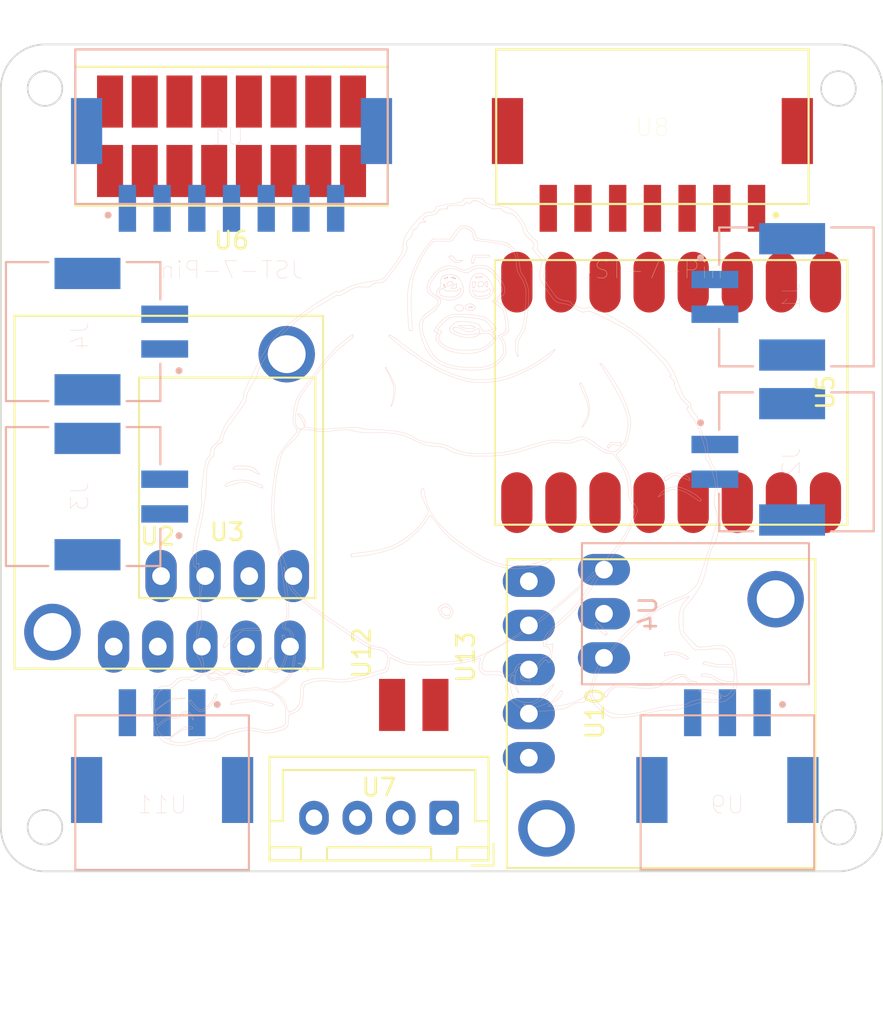
<source format=kicad_pcb>
(kicad_pcb (version 20171130) (host pcbnew "(5.1.8)-1")
  (title_block (rev 1))
  (layers (0 Front signal) (31 Back signal) (34 B.Paste user) (35 F.Paste user) (36 B.SilkS user) (37 F.SilkS user) (38 B.Mask user) (39 F.Mask user) (44 Edge.Cuts user))
  (net 0 "")
  (net 1 "Net-(J1-Pad1)")
  (net 2 "Net-(J1-Pad2)")
  (net 3 "Net-(J2-Pad1)")
  (net 4 "Net-(J2-Pad2)")
  (net 5 "Net-(J3-Pad1)")
  (net 6 "Net-(J3-Pad2)")
  (net 7 "Net-(U1-Pad4)")
  (net 8 "Net-(U1-Pad5)")
  (net 9 "Net-(U1-Pad3)")
  (net 10 "Net-(U1-Pad2)")
  (net 11 "Net-(U1-Pad6)")
  (net 12 "Net-(U1-Pad7)")
  (net 13 "Net-(U1-Pad1)")
  (net 14 "Net-(U10-Pad4)")
  (net 15 "Net-(U10-Pad3)")
  (net 16 "Net-(U2-Pad1)")
  (net 17 "Net-(U3-Pad1)")
  (net 18 "Net-(U4-Pad3)")
  (net 19 "Net-(U5-Pad16)")
  (net 20 "Net-(U5-Pad15)")
  (net 21 "Net-(U5-Pad14)")
  (net 22 "Net-(U5-Pad13)")
  (net 23 "Net-(U5-Pad12)")
  (net 24 "Net-(U5-Pad11)")
  (net 25 "Net-(U5-Pad10)")
  (net 26 "Net-(U5-Pad9)")
  (net 27 "Net-(U7-Pad3)")
  (net 28 "Net-(U7-Pad2)")
  (net 29 "Net-(U10-Pad5)")
  (net 30 "Net-(U10-Pad2)")
  (net 31 "Net-(U10-Pad1)")
  (net 32 "Net-(U11-Pad3)")
  (net 33 "Net-(U13-Pad1)")
  (module UAS:Pololu_TB6612_Dual_Motor_Driver_Carrier_SMT (layer Front) (at 151 93.5 90)
    (fp_text reference U5 (at 0 13.97 90) (layer F.SilkS))
    (fp_text value TB6612FNG-Dual-Motor-Driver)
    (pad 16 smd oval (at 6.35 13.97 90) (size 3.5 1.8) (layers Front F.Paste F.Mask) (net 19 "Net-(U5-Pad16)"))
    (pad 15 smd oval (at 6.35 11.43 90) (size 3.5 1.8) (layers Front F.Paste F.Mask) (net 20 "Net-(U5-Pad15)"))
    (pad 14 smd oval (at 6.35 8.89 90) (size 3.5 1.8) (layers Front F.Paste F.Mask) (net 21 "Net-(U5-Pad14)"))
    (pad 13 smd oval (at 6.35 6.35 90) (size 3.5 1.8) (layers Front F.Paste F.Mask) (net 22 "Net-(U5-Pad13)"))
    (pad 12 smd oval (at 6.35 3.81 90) (size 3.5 1.8) (layers Front F.Paste F.Mask) (net 23 "Net-(U5-Pad12)"))
    (pad 11 smd oval (at 6.35 1.27 90) (size 3.5 1.8) (layers Front F.Paste F.Mask) (net 24 "Net-(U5-Pad11)"))
    (pad 10 smd oval (at 6.35 -1.27 90) (size 3.5 1.8) (layers Front F.Paste F.Mask) (net 25 "Net-(U5-Pad10)"))
    (pad 9 smd oval (at 6.35 -3.81 90) (size 3.5 1.8) (layers Front F.Paste F.Mask) (net 26 "Net-(U5-Pad9)"))
    (pad 8 smd oval (at -6.35 13.97 90) (size 3.5 1.8) (layers Front F.Paste F.Mask) (net 14 "Net-(U10-Pad4)"))
    (pad 7 smd oval (at -6.35 11.43 90) (size 3.5 1.8) (layers Front F.Paste F.Mask) (net 18 "Net-(U4-Pad3)"))
    (pad 6 smd oval (at -6.35 8.89 90) (size 3.5 1.8) (layers Front F.Paste F.Mask) (net 4 "Net-(J2-Pad2)"))
    (pad 5 smd oval (at -6.35 6.35 90) (size 3.5 1.8) (layers Front F.Paste F.Mask) (net 3 "Net-(J2-Pad1)"))
    (pad 4 smd oval (at -6.35 3.81 90) (size 3.5 1.8) (layers Front F.Paste F.Mask) (net 1 "Net-(J1-Pad1)"))
    (pad 3 smd oval (at -6.35 1.27 90) (size 3.5 1.8) (layers Front F.Paste F.Mask) (net 2 "Net-(J1-Pad2)"))
    (pad 2 smd oval (at -6.35 -1.27 90) (size 3.5 1.8) (layers Front F.Paste F.Mask) (net 5 "Net-(J3-Pad1)"))
    (pad 1 smd oval (at -6.35 -3.81 90) (size 3.5 1.8) (layers Front F.Paste F.Mask) (net 6 "Net-(J3-Pad2)"))
  )
  (module UAS:Individual_Solder_Pad (layer Front) (at 142.5 111.5)
    (fp_text reference U13 (at 1.75 -2.75 90) (layer F.SilkS))
    (fp_text value Signal-Pad)
    (pad 1 smd rect (at 0 0) (size 1.5 3) (layers Front F.Paste F.Mask) (net 33 "Net-(U13-Pad1)"))
  )
  (module UAS:Individual_Solder_Pad (layer Front) (at 140 111.5)
    (fp_text reference U12 (at -1.75 -3 90) (layer F.SilkS))
    (fp_text value Signal-Pad)
    (pad 1 smd rect (at 0 0) (size 1.5 3) (layers Front F.Paste F.Mask) (net 32 "Net-(U11-Pad3)"))
  )
  (module UAS:16_Pad_Set_2mm_pitch (layer Front) (at 130.75 76.75 180)
    (fp_text reference U6 (at 0 -8) (layer F.SilkS))
    (fp_text value 16_Pad_2x8_Set)
    (pad 16 smd rect (at 7 0 180) (size 1.5 3) (layers Front F.Paste F.Mask) (net 12 "Net-(U1-Pad7)"))
    (pad 15 smd rect (at 7 -4 180) (size 1.5 3) (layers Front F.Paste F.Mask) (net 12 "Net-(U1-Pad7)"))
    (pad 14 smd rect (at 5 0 180) (size 1.5 3) (layers Front F.Paste F.Mask) (net 11 "Net-(U1-Pad6)"))
    (pad 13 smd rect (at 5 -4 180) (size 1.5 3) (layers Front F.Paste F.Mask) (net 11 "Net-(U1-Pad6)"))
    (pad 12 smd rect (at 3 0 180) (size 1.5 3) (layers Front F.Paste F.Mask) (net 5 "Net-(J3-Pad1)"))
    (pad 11 smd rect (at 3 -4 180) (size 1.5 3) (layers Front F.Paste F.Mask) (net 5 "Net-(J3-Pad1)"))
    (pad 10 smd rect (at 1 0 180) (size 1.5 3) (layers Front F.Paste F.Mask) (net 6 "Net-(J3-Pad2)"))
    (pad 9 smd rect (at 1 -4 180) (size 1.5 3) (layers Front F.Paste F.Mask) (net 6 "Net-(J3-Pad2)"))
    (pad 8 smd rect (at -1 0 180) (size 1.5 3) (layers Front F.Paste F.Mask) (net 8 "Net-(U1-Pad5)"))
    (pad 7 smd rect (at -1 -4 180) (size 1.5 3) (layers Front F.Paste F.Mask) (net 8 "Net-(U1-Pad5)"))
    (pad 6 smd rect (at -3 0 180) (size 1.5 3) (layers Front F.Paste F.Mask) (net 7 "Net-(U1-Pad4)"))
    (pad 5 smd rect (at -3 -4 180) (size 1.5 3) (layers Front F.Paste F.Mask) (net 7 "Net-(U1-Pad4)"))
    (pad 4 smd rect (at -5 0 180) (size 1.5 3) (layers Front F.Paste F.Mask) (net 9 "Net-(U1-Pad3)"))
    (pad 3 smd rect (at -5 -4 180) (size 1.5 3) (layers Front F.Paste F.Mask) (net 9 "Net-(U1-Pad3)"))
    (pad 2 smd rect (at -7 0 180) (size 1.5 3) (layers Front F.Paste F.Mask) (net 10 "Net-(U1-Pad2)"))
    (pad 1 smd rect (at -7 -4 180) (size 1.5 3) (layers Front F.Paste F.Mask) (net 13 "Net-(U1-Pad1)"))
  )
  (module UAS:Pololu_7.75V_2.4A_Step_Down_Regulator (layer Front) (at 155.5 112 270)
    (fp_text reference U10 (at 0 3.81 90) (layer F.SilkS))
    (fp_text value UAS-rescue_7.5V-2.4A-Converter-UAS-cache)
    (pad 7 thru_hole circle (at 6.61 6.6 270) (size 3.25 3.25) (drill 2.18) (layers *.Cu *.Mask))
    (pad 6 thru_hole circle (at -6.59 -6.6 270) (size 3.25 3.25) (drill 2.18) (layers *.Cu *.Mask))
    (pad 5 thru_hole oval (at 2.54 7.62 270) (size 1.8 3) (drill 1.02) (layers *.Cu *.Mask) (net 29 "Net-(U10-Pad5)"))
    (pad 4 thru_hole oval (at 0 7.62 270) (size 1.8 3) (drill 1.02) (layers *.Cu *.Mask) (net 14 "Net-(U10-Pad4)"))
    (pad 3 thru_hole oval (at -2.54 7.62 270) (size 1.8 3) (drill 1.02) (layers *.Cu *.Mask) (net 15 "Net-(U10-Pad3)"))
    (pad 2 thru_hole oval (at -5.08 7.62 270) (size 1.8 3) (drill 1.02) (layers *.Cu *.Mask) (net 30 "Net-(U10-Pad2)"))
    (pad 1 thru_hole oval (at -7.62 7.62 270) (size 1.8 3) (drill 1.02) (layers *.Cu *.Mask) (net 31 "Net-(U10-Pad1)"))
  )
  (module "UAS:JST_SM03B-PASS-TBT(LF)(SN)" (layer Back) (at 126.75 121)
    (fp_text reference U11 (at 0 -3.75) (layer B.SilkS) (effects (font (thickness 0.015)) (justify mirror)))
    (fp_text value JST-3-Pin)
    (pad 3 smd rect (at -2 -9.05) (size 1 2.7) (layers Back B.Paste B.Mask) (net 32 "Net-(U11-Pad3)"))
    (pad 2 smd rect (at 0 -9.05) (size 1 2.7) (layers Back B.Paste B.Mask) (net 29 "Net-(U10-Pad5)"))
    (pad 1 smd rect (at 2 -9.05) (size 1 2.7) (layers Back B.Paste B.Mask) (net 14 "Net-(U10-Pad4)"))
    (pad S2 smd rect (at -4.35 -4.6) (size 1.8 3.8) (layers Back B.Paste B.Mask))
    (pad S1 smd rect (at 4.35 -4.6) (size 1.8 3.8) (layers Back B.Paste B.Mask))
  )
  (module "UAS:JST_SM03B-PASS-TBT(LF)(SN)" (layer Back) (at 159.3215 121)
    (fp_text reference U9 (at 0 -3.75) (layer B.SilkS) (effects (font (thickness 0.015)) (justify mirror)))
    (fp_text value JST-3-Pin)
    (pad 3 smd rect (at -2 -9.05) (size 1 2.7) (layers Back B.Paste B.Mask) (net 33 "Net-(U13-Pad1)"))
    (pad 2 smd rect (at 0 -9.05) (size 1 2.7) (layers Back B.Paste B.Mask) (net 29 "Net-(U10-Pad5)"))
    (pad 1 smd rect (at 2 -9.05) (size 1 2.7) (layers Back B.Paste B.Mask) (net 14 "Net-(U10-Pad4)"))
    (pad S2 smd rect (at -4.35 -4.6) (size 1.8 3.8) (layers Back B.Paste B.Mask))
    (pad S1 smd rect (at 4.35 -4.6) (size 1.8 3.8) (layers Back B.Paste B.Mask))
  )
  (module "UAS:JST_SM07B-PASS-TBT(LF)(SN)" (layer Front) (at 155 73.75)
    (fp_text reference U8 (at 0 4.5) (layer F.SilkS) (effects (font (thickness 0.015))))
    (fp_text value JST-7-Pin (at 0 12.7) (layer F.SilkS) (effects (font (thickness 0.015))))
    (pad 4 smd rect (at 0 9.15) (size 1 2.7) (layers Front F.Paste F.Mask) (net 24 "Net-(U5-Pad11)"))
    (pad 5 smd rect (at -2 9.15) (size 1 2.7) (layers Front F.Paste F.Mask) (net 25 "Net-(U5-Pad10)"))
    (pad 3 smd rect (at 2 9.15) (size 1 2.7) (layers Front F.Paste F.Mask) (net 20 "Net-(U5-Pad15)"))
    (pad 2 smd rect (at 4 9.15) (size 1 2.7) (layers Front F.Paste F.Mask) (net 26 "Net-(U5-Pad9)"))
    (pad 6 smd rect (at -4 9.15) (size 1 2.7) (layers Front F.Paste F.Mask) (net 22 "Net-(U5-Pad13)"))
    (pad 7 smd rect (at -6 9.15) (size 1 2.7) (layers Front F.Paste F.Mask) (net 21 "Net-(U5-Pad14)"))
    (pad 1 smd rect (at 6 9.15) (size 1 2.7) (layers Front F.Paste F.Mask) (net 19 "Net-(U5-Pad16)"))
    (pad S1 smd rect (at 8.35 4.7) (size 1.8 3.8) (layers Front F.Paste F.Mask))
    (pad S2 smd rect (at -8.35 4.7) (size 1.8 3.8) (layers Front F.Paste F.Mask))
  )
  (module UAS:JST_XH_B4B-XH-A_1x04_P2.50mm_Vertical (layer Front) (at 143 118 180)
    (fp_text reference U7 (at 3.75 1.75) (layer F.SilkS))
    (fp_text value UAS-rescue_JST-4-Pin-UAS-cache)
    (pad 4 thru_hole oval (at 7.5 0 180) (size 1.7 1.95) (drill 0.95) (layers *.Cu *.Mask) (net 14 "Net-(U10-Pad4)"))
    (pad 3 thru_hole oval (at 5 0 180) (size 1.7 1.95) (drill 0.95) (layers *.Cu *.Mask) (net 27 "Net-(U7-Pad3)"))
    (pad 2 thru_hole oval (at 2.5 0 180) (size 1.7 1.95) (drill 0.95) (layers *.Cu *.Mask) (net 28 "Net-(U7-Pad2)"))
    (pad 1 thru_hole roundrect (at 0 0 180) (size 1.7 1.95) (drill 0.95) (layers *.Cu *.Mask) (roundrect_rratio 0.147059) (net 15 "Net-(U10-Pad3)"))
  )
  (module UAS:Pololu_12V_Step_Up_Voltage_Regulator (layer Back) (at 154.75 106.25 90)
    (fp_text reference U4 (at 0 0 -90) (layer B.SilkS) (effects (justify mirror)))
    (fp_text value 12V-StepUp-Converter)
    (pad 3 thru_hole oval (at 2.54 -2.54 90) (size 1.8 3) (drill 1.02) (layers *.Cu *.Mask) (net 18 "Net-(U4-Pad3)"))
    (pad 2 thru_hole oval (at 0 -2.54 90) (size 1.8 3) (drill 1.02) (layers *.Cu *.Mask) (net 14 "Net-(U10-Pad4)"))
    (pad 1 thru_hole oval (at -2.54 -2.54 90) (size 1.8 3) (drill 1.02) (layers *.Cu *.Mask) (net 15 "Net-(U10-Pad3)"))
  )
  (module UAS:Pololu_5V_500mA_Step_Down_Regulator (layer Front) (at 130.5 99)
    (fp_text reference U3 (at 0 2.54) (layer F.SilkS))
    (fp_text value 500mA-5V-Converter)
    (pad 4 thru_hole oval (at 3.81 5.08) (size 1.8 3) (drill 1.02) (layers *.Cu *.Mask) (net 5 "Net-(J3-Pad1)"))
    (pad 3 thru_hole oval (at 1.27 5.08) (size 1.8 3) (drill 1.02) (layers *.Cu *.Mask) (net 6 "Net-(J3-Pad2)"))
    (pad 2 thru_hole oval (at -1.27 5.08) (size 1.8 3) (drill 1.02) (layers *.Cu *.Mask) (net 15 "Net-(U10-Pad3)"))
    (pad 1 thru_hole oval (at -3.81 5.08) (size 1.8 3) (drill 1.02) (layers *.Cu *.Mask) (net 17 "Net-(U3-Pad1)"))
  )
  (module UAS:Pololu_5V_5A_Step_Down_Regulator (layer Front) (at 126.5 99.25)
    (fp_text reference U2 (at 0 2.54) (layer F.SilkS))
    (fp_text value 5A-5V-Converter)
    (pad 7 thru_hole circle (at -6.07 8.05) (size 3.25 3.25) (drill 2.18) (layers *.Cu *.Mask))
    (pad 6 thru_hole circle (at 7.43 -7.95) (size 3.25 3.25) (drill 2.18) (layers *.Cu *.Mask))
    (pad 5 thru_hole oval (at 7.62 8.89) (size 1.8 3) (drill 1.02) (layers *.Cu *.Mask) (net 5 "Net-(J3-Pad1)"))
    (pad 4 thru_hole oval (at 5.08 8.89) (size 1.8 3) (drill 1.02) (layers *.Cu *.Mask) (net 14 "Net-(U10-Pad4)"))
    (pad 3 thru_hole oval (at 2.54 8.89) (size 1.8 3) (drill 1.02) (layers *.Cu *.Mask) (net 6 "Net-(J3-Pad2)"))
    (pad 2 thru_hole oval (at 0 8.89) (size 1.8 3) (drill 1.02) (layers *.Cu *.Mask) (net 15 "Net-(U10-Pad3)"))
    (pad 1 thru_hole oval (at -2.54 8.89) (size 1.8 3) (drill 1.02) (layers *.Cu *.Mask) (net 16 "Net-(U2-Pad1)"))
  )
  (module "UAS:JST_SM07B-PASS-TBT(LF)(SN)" (layer Back) (at 130.75 73.75 180)
    (fp_text reference U1 (at 0.25 -5) (layer B.SilkS) (effects (font (thickness 0.015)) (justify mirror)))
    (fp_text value JST-7-Pin (at 0 -12.7) (layer B.SilkS) (effects (font (thickness 0.015)) (justify mirror)))
    (pad 4 smd rect (at 0 -9.15 180) (size 1 2.7) (layers Back B.Paste B.Mask) (net 7 "Net-(U1-Pad4)"))
    (pad 5 smd rect (at -2 -9.15 180) (size 1 2.7) (layers Back B.Paste B.Mask) (net 8 "Net-(U1-Pad5)"))
    (pad 3 smd rect (at 2 -9.15 180) (size 1 2.7) (layers Back B.Paste B.Mask) (net 9 "Net-(U1-Pad3)"))
    (pad 2 smd rect (at 4 -9.15 180) (size 1 2.7) (layers Back B.Paste B.Mask) (net 10 "Net-(U1-Pad2)"))
    (pad 6 smd rect (at -4 -9.15 180) (size 1 2.7) (layers Back B.Paste B.Mask) (net 11 "Net-(U1-Pad6)"))
    (pad 7 smd rect (at -6 -9.15 180) (size 1 2.7) (layers Back B.Paste B.Mask) (net 12 "Net-(U1-Pad7)"))
    (pad 1 smd rect (at 6 -9.15 180) (size 1 2.7) (layers Back B.Paste B.Mask) (net 13 "Net-(U1-Pad1)"))
    (pad S1 smd rect (at 8.35 -4.7 180) (size 1.8 3.8) (layers Back B.Paste B.Mask))
    (pad S2 smd rect (at -8.35 -4.7 180) (size 1.8 3.8) (layers Back B.Paste B.Mask))
  )
  (module "UAS:JST_SM02B-PASS-TBT(LF)(SN)" (layer Back) (at 123 90 270)
    (fp_text reference J4 (at 0.25 1 270) (layer B.SilkS) (effects (font (thickness 0.015)) (justify mirror)))
    (fp_text value SM02B-PASS-TBT)
    (pad 1 smd rect (at 1 -3.9 270) (size 1 2.7) (layers Back B.Paste B.Mask) (net 5 "Net-(J3-Pad1)"))
    (pad 2 smd rect (at -1 -3.9 270) (size 1 2.7) (layers Back B.Paste B.Mask) (net 6 "Net-(J3-Pad2)"))
    (pad S2 smd rect (at -3.35 0.55 270) (size 1.8 3.8) (layers Back B.Paste B.Mask))
    (pad S1 smd rect (at 3.35 0.55 270) (size 1.8 3.8) (layers Back B.Paste B.Mask))
  )
  (module "UAS:JST_SM02B-PASS-TBT(LF)(SN)" (layer Back) (at 123 99.5 270)
    (fp_text reference J3 (at 0 1 270) (layer B.SilkS) (effects (font (thickness 0.015)) (justify mirror)))
    (fp_text value SM02B-PASS-TBT)
    (pad 1 smd rect (at 1 -3.9 270) (size 1 2.7) (layers Back B.Paste B.Mask) (net 5 "Net-(J3-Pad1)"))
    (pad 2 smd rect (at -1 -3.9 270) (size 1 2.7) (layers Back B.Paste B.Mask) (net 6 "Net-(J3-Pad2)"))
    (pad S2 smd rect (at -3.35 0.55 270) (size 1.8 3.8) (layers Back B.Paste B.Mask))
    (pad S1 smd rect (at 3.35 0.55 270) (size 1.8 3.8) (layers Back B.Paste B.Mask))
  )
  (module "UAS:JST_SM02B-PASS-TBT(LF)(SN)" (layer Back) (at 162.5 97.5 90)
    (fp_text reference J2 (at 0 0.5 270) (layer B.SilkS) (effects (font (thickness 0.015)) (justify mirror)))
    (fp_text value SM02B-PASS-TBT)
    (pad 1 smd rect (at 1 -3.9 90) (size 1 2.7) (layers Back B.Paste B.Mask) (net 3 "Net-(J2-Pad1)"))
    (pad 2 smd rect (at -1 -3.9 90) (size 1 2.7) (layers Back B.Paste B.Mask) (net 4 "Net-(J2-Pad2)"))
    (pad S2 smd rect (at -3.35 0.55 90) (size 1.8 3.8) (layers Back B.Paste B.Mask))
    (pad S1 smd rect (at 3.35 0.55 90) (size 1.8 3.8) (layers Back B.Paste B.Mask))
  )
  (module "UAS:JST_SM02B-PASS-TBT(LF)(SN)" (layer Back) (at 162.5 88 90)
    (fp_text reference J1 (at 0 0.5 270) (layer B.SilkS) (effects (font (thickness 0.015)) (justify mirror)))
    (fp_text value SM02B-PASS-TBT)
    (pad 1 smd rect (at 1 -3.9 90) (size 1 2.7) (layers Back B.Paste B.Mask) (net 1 "Net-(J1-Pad1)"))
    (pad 2 smd rect (at -1 -3.9 90) (size 1 2.7) (layers Back B.Paste B.Mask) (net 2 "Net-(J1-Pad2)"))
    (pad S2 smd rect (at -3.35 0.55 90) (size 1.8 3.8) (layers Back B.Paste B.Mask))
    (pad S1 smd rect (at 3.35 0.55 90) (size 1.8 3.8) (layers Back B.Paste B.Mask))
  )
  (gr_line (start 132.279797 111.256356) (end 132.224559 111.248717) (layer B.SilkS) (width 0.0125))
  (gr_line (start 132.389985 111.273678) (end 132.334938 111.264691) (layer B.SilkS) (width 0.0125))
  (gr_line (start 132.224559 111.248717) (end 132.169221 111.241817) (layer B.SilkS) (width 0.0125))
  (gr_line (start 132.334938 111.264691) (end 132.279797 111.256356) (layer B.SilkS) (width 0.0125))
  (gr_line (start 132.512093 111.40729) (end 132.570706 111.427308) (layer B.SilkS) (width 0.0125))
  (gr_line (start 133.165818 111.503801) (end 133.168345 111.497591) (layer B.SilkS) (width 0.0125))
  (gr_line (start 132.864571 111.525402) (end 132.924028 111.541541) (layer B.SilkS) (width 0.0125))
  (gr_line (start 132.275681 111.34055) (end 132.335227 111.354354) (layer B.SilkS) (width 0.0125))
  (gr_line (start 131.792203 111.325405) (end 131.900061 111.318565) (layer B.SilkS) (width 0.0125))
  (gr_line (start 132.444941 111.283275) (end 132.389985 111.273678) (layer B.SilkS) (width 0.0125))
  (gr_line (start 132.746566 111.488325) (end 132.805442 111.507517) (layer B.SilkS) (width 0.0125))
  (gr_line (start 133.053394 111.419279) (end 133.044221 111.416817) (layer B.SilkS) (width 0.0125))
  (gr_line (start 133.053529 111.567585) (end 133.063362 111.567042) (layer B.SilkS) (width 0.0125))
  (gr_line (start 132.499808 111.29344) (end 132.444941 111.283275) (layer B.SilkS) (width 0.0125))
  (gr_line (start 132.924028 111.541541) (end 132.983886 111.555492) (layer B.SilkS) (width 0.0125))
  (gr_line (start 133.156319 111.469353) (end 133.149725 111.463769) (layer B.SilkS) (width 0.0125))
  (gr_line (start 132.663906 111.326905) (end 132.609288 111.315297) (layer B.SilkS) (width 0.0125))
  (gr_line (start 133.044221 111.416817) (end 132.990087 111.403346) (layer B.SilkS) (width 0.0125))
  (gr_line (start 132.215714 111.329399) (end 132.275681 111.34055) (layer B.SilkS) (width 0.0125))
  (gr_line (start 133.1421 111.458275) (end 133.133605 111.452909) (layer B.SilkS) (width 0.0125))
  (gr_line (start 133.104488 111.437975) (end 133.094102 111.433513) (layer B.SilkS) (width 0.0125))
  (gr_line (start 133.168345 111.497591) (end 133.169221 111.491817) (layer B.SilkS) (width 0.0125))
  (gr_line (start 133.165784 111.480637) (end 133.161725 111.474989) (layer B.SilkS) (width 0.0125))
  (gr_line (start 133.114981 111.549051) (end 133.124706 111.54327) (layer B.SilkS) (width 0.0125))
  (gr_line (start 133.083986 111.562527) (end 133.094465 111.558804) (layer B.SilkS) (width 0.0125))
  (gr_line (start 131.900061 111.318565) (end 132.001392 111.31549) (layer B.SilkS) (width 0.0125))
  (gr_line (start 132.983886 111.555492) (end 133.044221 111.566817) (layer B.SilkS) (width 0.0125))
  (gr_line (start 133.124706 111.54327) (end 133.13387 111.537054) (layer B.SilkS) (width 0.0125))
  (gr_line (start 132.001392 111.31549) (end 132.094221 111.316817) (layer B.SilkS) (width 0.0125))
  (gr_line (start 132.718447 111.338908) (end 132.663906 111.326905) (layer B.SilkS) (width 0.0125))
  (gr_line (start 133.156435 111.517037) (end 133.161796 111.510325) (layer B.SilkS) (width 0.0125))
  (gr_line (start 132.772913 111.351263) (end 132.718447 111.338908) (layer B.SilkS) (width 0.0125))
  (gr_line (start 133.08364 111.429374) (end 133.073262 111.425596) (layer B.SilkS) (width 0.0125))
  (gr_line (start 133.124399 111.447712) (end 133.11464 111.442721) (layer B.SilkS) (width 0.0125))
  (gr_line (start 133.044221 111.566817) (end 133.053529 111.567585) (layer B.SilkS) (width 0.0125))
  (gr_line (start 132.805442 111.507517) (end 132.864571 111.525402) (layer B.SilkS) (width 0.0125))
  (gr_line (start 132.453358 111.388164) (end 132.512093 111.40729) (layer B.SilkS) (width 0.0125))
  (gr_line (start 132.335227 111.354354) (end 132.394428 111.370373) (layer B.SilkS) (width 0.0125))
  (gr_line (start 131.679791 111.335373) (end 131.792203 111.325405) (layer B.SilkS) (width 0.0125))
  (gr_line (start 132.827307 111.363927) (end 132.772913 111.351263) (layer B.SilkS) (width 0.0125))
  (gr_line (start 133.073262 111.425596) (end 133.063127 111.422218) (layer B.SilkS) (width 0.0125))
  (gr_line (start 133.142316 111.530526) (end 133.14989 111.523813) (layer B.SilkS) (width 0.0125))
  (gr_line (start 132.687868 111.468266) (end 132.746566 111.488325) (layer B.SilkS) (width 0.0125))
  (gr_line (start 133.161725 111.474989) (end 133.156319 111.469353) (layer B.SilkS) (width 0.0125))
  (gr_line (start 132.094221 111.316817) (end 132.155253 111.321341) (layer B.SilkS) (width 0.0125))
  (gr_line (start 132.935891 111.390011) (end 132.881632 111.376857) (layer B.SilkS) (width 0.0125))
  (gr_line (start 133.094102 111.433513) (end 133.08364 111.429374) (layer B.SilkS) (width 0.0125))
  (gr_line (start 133.094465 111.558804) (end 133.104848 111.55427) (layer B.SilkS) (width 0.0125))
  (gr_line (start 133.133605 111.452909) (end 133.124399 111.447712) (layer B.SilkS) (width 0.0125))
  (gr_line (start 133.14989 111.523813) (end 133.156435 111.517037) (layer B.SilkS) (width 0.0125))
  (gr_line (start 133.073566 111.565315) (end 133.083986 111.562527) (layer B.SilkS) (width 0.0125))
  (gr_line (start 133.104848 111.55427) (end 133.114981 111.549051) (layer B.SilkS) (width 0.0125))
  (gr_line (start 132.990087 111.403346) (end 132.935891 111.390011) (layer B.SilkS) (width 0.0125))
  (gr_line (start 133.168336 111.48626) (end 133.165784 111.480637) (layer B.SilkS) (width 0.0125))
  (gr_line (start 132.155253 111.321341) (end 132.215714 111.329399) (layer B.SilkS) (width 0.0125))
  (gr_line (start 132.629273 111.44778) (end 132.687868 111.468266) (layer B.SilkS) (width 0.0125))
  (gr_line (start 132.570706 111.427308) (end 132.629273 111.44778) (layer B.SilkS) (width 0.0125))
  (gr_line (start 133.11464 111.442721) (end 133.104488 111.437975) (layer B.SilkS) (width 0.0125))
  (gr_line (start 132.394428 111.370373) (end 132.453358 111.388164) (layer B.SilkS) (width 0.0125))
  (gr_line (start 132.55459 111.304128) (end 132.499808 111.29344) (layer B.SilkS) (width 0.0125))
  (gr_line (start 132.609288 111.315297) (end 132.55459 111.304128) (layer B.SilkS) (width 0.0125))
  (gr_line (start 132.881632 111.376857) (end 132.827307 111.363927) (layer B.SilkS) (width 0.0125))
  (gr_line (start 133.063127 111.422218) (end 133.053394 111.419279) (layer B.SilkS) (width 0.0125))
  (gr_line (start 133.149725 111.463769) (end 133.1421 111.458275) (layer B.SilkS) (width 0.0125))
  (gr_line (start 133.063362 111.567042) (end 133.073566 111.565315) (layer B.SilkS) (width 0.0125))
  (gr_line (start 133.169221 111.491817) (end 133.168336 111.48626) (layer B.SilkS) (width 0.0125))
  (gr_line (start 133.161796 111.510325) (end 133.165818 111.503801) (layer B.SilkS) (width 0.0125))
  (gr_line (start 133.13387 111.537054) (end 133.142316 111.530526) (layer B.SilkS) (width 0.0125))
  (gr_line (start 130.961375 111.266028) (end 130.927366 111.2744) (layer B.SilkS) (width 0.0125))
  (gr_line (start 132.169221 111.241817) (end 132.117946 111.236075) (layer B.SilkS) (width 0.0125))
  (gr_line (start 131.064668 111.245539) (end 131.030055 111.251643) (layer B.SilkS) (width 0.0125))
  (gr_line (start 131.963674 111.222242) (end 131.912131 111.218757) (layer B.SilkS) (width 0.0125))
  (gr_line (start 131.334977 111.377663) (end 131.449205 111.36214) (layer B.SilkS) (width 0.0125))
  (gr_line (start 131.224092 111.393764) (end 131.334977 111.377663) (layer B.SilkS) (width 0.0125))
  (gr_line (start 130.931233 111.43915) (end 131.020246 111.425145) (layer B.SilkS) (width 0.0125))
  (gr_line (start 130.853458 111.451182) (end 130.931233 111.43915) (layer B.SilkS) (width 0.0125))
  (gr_line (start 130.788896 111.460602) (end 130.853458 111.451182) (layer B.SilkS) (width 0.0125))
  (gr_line (start 130.717476 111.390478) (end 130.710452 111.402332) (layer B.SilkS) (width 0.0125))
  (gr_line (start 130.76286 111.336516) (end 130.752792 111.34582) (layer B.SilkS) (width 0.0125))
  (gr_line (start 131.169241 111.231035) (end 131.13429 111.235281) (layer B.SilkS) (width 0.0125))
  (gr_line (start 131.239276 111.224082) (end 131.204246 111.227317) (layer B.SilkS) (width 0.0125))
  (gr_line (start 131.309293 111.218878) (end 131.274302 111.221285) (layer B.SilkS) (width 0.0125))
  (gr_line (start 130.694221 111.466817) (end 130.707303 111.469057) (layer B.SilkS) (width 0.0125))
  (gr_line (start 130.692986 111.445486) (end 130.691844 111.454038) (layer B.SilkS) (width 0.0125))
  (gr_line (start 131.030055 111.251643) (end 130.995615 111.258457) (layer B.SilkS) (width 0.0125))
  (gr_line (start 131.860545 111.21583) (end 131.808923 111.213459) (layer B.SilkS) (width 0.0125))
  (gr_line (start 130.773197 111.328425) (end 130.76286 111.336516) (layer B.SilkS) (width 0.0125))
  (gr_line (start 131.274302 111.221285) (end 131.239276 111.224082) (layer B.SilkS) (width 0.0125))
  (gr_line (start 130.733916 111.367128) (end 130.725335 111.378665) (layer B.SilkS) (width 0.0125))
  (gr_line (start 130.739519 111.466773) (end 130.788896 111.460602) (layer B.SilkS) (width 0.0125))
  (gr_line (start 131.808923 111.213459) (end 131.757275 111.211643) (layer B.SilkS) (width 0.0125))
  (gr_line (start 129.917874 110.949685) (end 129.924846 110.925616) (layer B.SilkS) (width 0.0125))
  (gr_line (start 130.707303 111.469057) (end 130.739519 111.466773) (layer B.SilkS) (width 0.0125))
  (gr_line (start 130.794221 111.316817) (end 130.783688 111.321781) (layer B.SilkS) (width 0.0125))
  (gr_line (start 129.924846 110.925616) (end 129.927683 110.907393) (layer B.SilkS) (width 0.0125))
  (gr_line (start 131.395757 111.214276) (end 131.344221 111.216817) (layer B.SilkS) (width 0.0125))
  (gr_line (start 130.752792 111.34582) (end 130.743106 111.356102) (layer B.SilkS) (width 0.0125))
  (gr_line (start 131.912131 111.218757) (end 131.860545 111.21583) (layer B.SilkS) (width 0.0125))
  (gr_line (start 130.695532 111.435806) (end 130.692986 111.445486) (layer B.SilkS) (width 0.0125))
  (gr_line (start 130.710452 111.402332) (end 130.704378 111.413995) (layer B.SilkS) (width 0.0125))
  (gr_line (start 131.602263 111.209501) (end 131.5506 111.209882) (layer B.SilkS) (width 0.0125))
  (gr_line (start 130.743106 111.356102) (end 130.733916 111.367128) (layer B.SilkS) (width 0.0125))
  (gr_line (start 131.653936 111.209667) (end 131.602263 111.209501) (layer B.SilkS) (width 0.0125))
  (gr_line (start 132.06659 111.230899) (end 132.015163 111.226289) (layer B.SilkS) (width 0.0125))
  (gr_line (start 129.925952 110.89585) (end 129.919221 110.891817) (layer B.SilkS) (width 0.0125))
  (gr_line (start 129.927683 110.907393) (end 129.925952 110.89585) (layer B.SilkS) (width 0.0125))
  (gr_line (start 131.13429 111.235281) (end 131.099422 111.2401) (layer B.SilkS) (width 0.0125))
  (gr_line (start 130.827015 111.304783) (end 130.794221 111.316817) (layer B.SilkS) (width 0.0125))
  (gr_line (start 131.757275 111.211643) (end 131.70561 111.21038) (layer B.SilkS) (width 0.0125))
  (gr_line (start 130.704378 111.413995) (end 130.699367 111.425231) (layer B.SilkS) (width 0.0125))
  (gr_line (start 131.020246 111.425145) (end 131.118524 111.409804) (layer B.SilkS) (width 0.0125))
  (gr_line (start 131.344221 111.216817) (end 131.309293 111.218878) (layer B.SilkS) (width 0.0125))
  (gr_line (start 131.447338 111.212271) (end 131.395757 111.214276) (layer B.SilkS) (width 0.0125))
  (gr_line (start 131.70561 111.21038) (end 131.653936 111.209667) (layer B.SilkS) (width 0.0125))
  (gr_line (start 132.015163 111.226289) (end 131.963674 111.222242) (layer B.SilkS) (width 0.0125))
  (gr_line (start 131.118524 111.409804) (end 131.224092 111.393764) (layer B.SilkS) (width 0.0125))
  (gr_line (start 130.725335 111.378665) (end 130.717476 111.390478) (layer B.SilkS) (width 0.0125))
  (gr_line (start 130.995615 111.258457) (end 130.961375 111.266028) (layer B.SilkS) (width 0.0125))
  (gr_line (start 130.691844 111.454038) (end 130.692218 111.461226) (layer B.SilkS) (width 0.0125))
  (gr_line (start 131.564801 111.34783) (end 131.679791 111.335373) (layer B.SilkS) (width 0.0125))
  (gr_line (start 131.099422 111.2401) (end 131.064668 111.245539) (layer B.SilkS) (width 0.0125))
  (gr_line (start 130.692218 111.461226) (end 130.694221 111.466817) (layer B.SilkS) (width 0.0125))
  (gr_line (start 130.699367 111.425231) (end 130.695532 111.435806) (layer B.SilkS) (width 0.0125))
  (gr_line (start 130.783688 111.321781) (end 130.773197 111.328425) (layer B.SilkS) (width 0.0125))
  (gr_line (start 130.893617 111.283619) (end 130.860157 111.293732) (layer B.SilkS) (width 0.0125))
  (gr_line (start 131.498955 111.210806) (end 131.447338 111.212271) (layer B.SilkS) (width 0.0125))
  (gr_line (start 131.5506 111.209882) (end 131.498955 111.210806) (layer B.SilkS) (width 0.0125))
  (gr_line (start 131.449205 111.36214) (end 131.564801 111.34783) (layer B.SilkS) (width 0.0125))
  (gr_line (start 130.860157 111.293732) (end 130.827015 111.304783) (layer B.SilkS) (width 0.0125))
  (gr_line (start 132.117946 111.236075) (end 132.06659 111.230899) (layer B.SilkS) (width 0.0125))
  (gr_line (start 131.204246 111.227317) (end 131.169241 111.231035) (layer B.SilkS) (width 0.0125))
  (gr_line (start 130.927366 111.2744) (end 130.893617 111.283619) (layer B.SilkS) (width 0.0125))
  (gr_line (start 128.318534 111.26758) (end 128.316342 111.273906) (layer B.SilkS) (width 0.0125))
  (gr_line (start 128.316509 111.286119) (end 128.319221 111.291817) (layer B.SilkS) (width 0.0125))
  (gr_line (start 128.594231 111.641951) (end 128.625504 111.67357) (layer B.SilkS) (width 0.0125))
  (gr_line (start 129.580078 111.496124) (end 129.610409 111.461654) (layer B.SilkS) (width 0.0125))
  (gr_line (start 129.418312 111.659855) (end 129.452085 111.628603) (layer B.SilkS) (width 0.0125))
  (gr_line (start 129.0806 111.881042) (end 129.100302 111.874851) (layer B.SilkS) (width 0.0125))
  (gr_line (start 128.953125 111.883765) (end 128.974835 111.88703) (layer B.SilkS) (width 0.0125))
  (gr_line (start 129.452085 111.628603) (end 129.485126 111.596501) (layer B.SilkS) (width 0.0125))
  (gr_line (start 129.31239 111.747471) (end 129.348486 111.719392) (layer B.SilkS) (width 0.0125))
  (gr_line (start 128.848816 111.84929) (end 128.868686 111.858352) (layer B.SilkS) (width 0.0125))
  (gr_line (start 128.724161 111.762767) (end 128.758745 111.790381) (layer B.SilkS) (width 0.0125))
  (gr_line (start 129.907201 110.97877) (end 129.917874 110.949685) (layer B.SilkS) (width 0.0125))
  (gr_line (start 129.199112 111.823702) (end 129.237725 111.799729) (layer B.SilkS) (width 0.0125))
  (gr_line (start 129.060244 111.885468) (end 129.0806 111.881042) (layer B.SilkS) (width 0.0125))
  (gr_line (start 128.344024 111.32856) (end 128.369356 111.365104) (layer B.SilkS) (width 0.0125))
  (gr_line (start 129.876479 111.048658) (end 129.893258 111.012038) (layer B.SilkS) (width 0.0125))
  (gr_line (start 129.640117 111.42685) (end 129.669221 111.391817) (layer B.SilkS) (width 0.0125))
  (gr_line (start 129.159619 111.846099) (end 129.199112 111.823702) (layer B.SilkS) (width 0.0125))
  (gr_line (start 128.794221 111.816817) (end 128.811456 111.828447) (layer B.SilkS) (width 0.0125))
  (gr_line (start 128.315608 111.280117) (end 128.316509 111.286119) (layer B.SilkS) (width 0.0125))
  (gr_line (start 128.563722 111.609505) (end 128.594231 111.641951) (layer B.SilkS) (width 0.0125))
  (gr_line (start 128.316342 111.273906) (end 128.315608 111.280117) (layer B.SilkS) (width 0.0125))
  (gr_line (start 129.237725 111.799729) (end 129.275476 111.774284) (layer B.SilkS) (width 0.0125))
  (gr_line (start 129.893258 111.012038) (end 129.907201 110.97877) (layer B.SilkS) (width 0.0125))
  (gr_line (start 128.931528 111.879188) (end 128.953125 111.883765) (layer B.SilkS) (width 0.0125))
  (gr_line (start 128.690443 111.734048) (end 128.724161 111.762767) (layer B.SilkS) (width 0.0125))
  (gr_line (start 129.039362 111.888204) (end 129.060244 111.885468) (layer B.SilkS) (width 0.0125))
  (gr_line (start 129.857296 111.087797) (end 129.876479 111.048658) (layer B.SilkS) (width 0.0125))
  (gr_line (start 129.813449 111.17031) (end 129.836142 111.128625) (layer B.SilkS) (width 0.0125))
  (gr_line (start 129.789651 111.212018) (end 129.813449 111.17031) (layer B.SilkS) (width 0.0125))
  (gr_line (start 129.71595 111.328974) (end 129.740469 111.292182) (layer B.SilkS) (width 0.0125))
  (gr_line (start 129.275476 111.774284) (end 129.31239 111.747471) (layer B.SilkS) (width 0.0125))
  (gr_line (start 129.692057 111.362463) (end 129.71595 111.328974) (layer B.SilkS) (width 0.0125))
  (gr_line (start 128.99653 111.888909) (end 129.018082 111.889326) (layer B.SilkS) (width 0.0125))
  (gr_line (start 128.758745 111.790381) (end 128.794221 111.816817) (layer B.SilkS) (width 0.0125))
  (gr_line (start 129.018082 111.889326) (end 129.039362 111.888204) (layer B.SilkS) (width 0.0125))
  (gr_line (start 129.740469 111.292182) (end 129.76518 111.25292) (layer B.SilkS) (width 0.0125))
  (gr_line (start 129.549102 111.530158) (end 129.580078 111.496124) (layer B.SilkS) (width 0.0125))
  (gr_line (start 129.517458 111.563651) (end 129.549102 111.530158) (layer B.SilkS) (width 0.0125))
  (gr_line (start 128.88918 111.866406) (end 128.91017 111.873377) (layer B.SilkS) (width 0.0125))
  (gr_line (start 128.829696 111.839297) (end 128.848816 111.84929) (layer B.SilkS) (width 0.0125))
  (gr_line (start 129.119221 111.866817) (end 129.159619 111.846099) (layer B.SilkS) (width 0.0125))
  (gr_line (start 128.504889 111.542412) (end 128.533949 111.576302) (layer B.SilkS) (width 0.0125))
  (gr_line (start 128.319221 111.291817) (end 128.344024 111.32856) (layer B.SilkS) (width 0.0125))
  (gr_line (start 129.836142 111.128625) (end 129.857296 111.087797) (layer B.SilkS) (width 0.0125))
  (gr_line (start 129.610409 111.461654) (end 129.640117 111.42685) (layer B.SilkS) (width 0.0125))
  (gr_line (start 129.485126 111.596501) (end 129.517458 111.563651) (layer B.SilkS) (width 0.0125))
  (gr_line (start 128.421718 111.437319) (end 128.448799 111.472851) (layer B.SilkS) (width 0.0125))
  (gr_line (start 128.974835 111.88703) (end 128.99653 111.888909) (layer B.SilkS) (width 0.0125))
  (gr_line (start 128.448799 111.472851) (end 128.476514 111.507905) (layer B.SilkS) (width 0.0125))
  (gr_line (start 128.476514 111.507905) (end 128.504889 111.542412) (layer B.SilkS) (width 0.0125))
  (gr_line (start 128.369356 111.365104) (end 128.395246 111.40138) (layer B.SilkS) (width 0.0125))
  (gr_line (start 128.395246 111.40138) (end 128.421718 111.437319) (layer B.SilkS) (width 0.0125))
  (gr_line (start 129.383786 111.690153) (end 129.418312 111.659855) (layer B.SilkS) (width 0.0125))
  (gr_line (start 129.100302 111.874851) (end 129.119221 111.866817) (layer B.SilkS) (width 0.0125))
  (gr_line (start 128.533949 111.576302) (end 128.563722 111.609505) (layer B.SilkS) (width 0.0125))
  (gr_line (start 129.76518 111.25292) (end 129.789651 111.212018) (layer B.SilkS) (width 0.0125))
  (gr_line (start 129.669221 111.391817) (end 129.692057 111.362463) (layer B.SilkS) (width 0.0125))
  (gr_line (start 129.348486 111.719392) (end 129.383786 111.690153) (layer B.SilkS) (width 0.0125))
  (gr_line (start 128.91017 111.873377) (end 128.931528 111.879188) (layer B.SilkS) (width 0.0125))
  (gr_line (start 128.868686 111.858352) (end 128.88918 111.866406) (layer B.SilkS) (width 0.0125))
  (gr_line (start 128.811456 111.828447) (end 128.829696 111.839297) (layer B.SilkS) (width 0.0125))
  (gr_line (start 128.657566 111.704292) (end 128.690443 111.734048) (layer B.SilkS) (width 0.0125))
  (gr_line (start 128.625504 111.67357) (end 128.657566 111.704292) (layer B.SilkS) (width 0.0125))
  (gr_line (start 129.048847 111.781201) (end 129.032711 111.78286) (layer B.SilkS) (width 0.0125))
  (gr_line (start 129.094221 111.766817) (end 129.079709 111.773267) (layer B.SilkS) (width 0.0125))
  (gr_line (start 129.163252 111.727242) (end 129.129165 111.747756) (layer B.SilkS) (width 0.0125))
  (gr_line (start 129.464354 111.463515) (end 129.436997 111.493222) (layer B.SilkS) (width 0.0125))
  (gr_line (start 129.543622 111.372478) (end 129.517633 111.403046) (layer B.SilkS) (width 0.0125))
  (gr_line (start 129.589522 111.314989) (end 129.569221 111.341817) (layer B.SilkS) (width 0.0125))
  (gr_line (start 129.569221 111.341817) (end 129.543622 111.372478) (layer B.SilkS) (width 0.0125))
  (gr_line (start 128.352405 111.232452) (end 128.345177 111.2375) (layer B.SilkS) (width 0.0125))
  (gr_line (start 128.394221 111.216817) (end 128.38832 111.217209) (layer B.SilkS) (width 0.0125))
  (gr_line (start 128.322007 111.261232) (end 128.318534 111.26758) (layer B.SilkS) (width 0.0125))
  (gr_line (start 128.326584 111.254956) (end 128.322007 111.261232) (layer B.SilkS) (width 0.0125))
  (gr_line (start 128.33209 111.248846) (end 128.326584 111.254956) (layer B.SilkS) (width 0.0125))
  (gr_line (start 128.338346 111.242996) (end 128.33209 111.248846) (layer B.SilkS) (width 0.0125))
  (gr_line (start 128.345177 111.2375) (end 128.338346 111.242996) (layer B.SilkS) (width 0.0125))
  (gr_line (start 128.359853 111.227945) (end 128.352405 111.232452) (layer B.SilkS) (width 0.0125))
  (gr_line (start 128.503031 111.338833) (end 128.476102 111.305224) (layer B.SilkS) (width 0.0125))
  (gr_line (start 129.079709 111.773267) (end 129.064548 111.778032) (layer B.SilkS) (width 0.0125))
  (gr_line (start 128.367346 111.224073) (end 128.359853 111.227945) (layer B.SilkS) (width 0.0125))
  (gr_line (start 128.38832 111.217209) (end 128.381756 111.218612) (layer B.SilkS) (width 0.0125))
  (gr_line (start 128.632106 111.49794) (end 128.597462 111.456168) (layer B.SilkS) (width 0.0125))
  (gr_line (start 129.22899 111.682239) (end 129.196516 111.70537) (layer B.SilkS) (width 0.0125))
  (gr_line (start 129.491221 111.433424) (end 129.464354 111.463515) (layer B.SilkS) (width 0.0125))
  (gr_line (start 129.260708 111.657945) (end 129.22899 111.682239) (layer B.SilkS) (width 0.0125))
  (gr_line (start 129.609346 111.284546) (end 129.589522 111.314989) (layer B.SilkS) (width 0.0125))
  (gr_line (start 128.431554 111.251376) (end 128.414764 111.232842) (layer B.SilkS) (width 0.0125))
  (gr_line (start 128.452139 111.275787) (end 128.431554 111.251376) (layer B.SilkS) (width 0.0125))
  (gr_line (start 128.476102 111.305224) (end 128.452139 111.275787) (layer B.SilkS) (width 0.0125))
  (gr_line (start 128.885639 111.744275) (end 128.871054 111.735642) (layer B.SilkS) (width 0.0125))
  (gr_line (start 129.517633 111.403046) (end 129.491221 111.433424) (layer B.SilkS) (width 0.0125))
  (gr_line (start 129.322007 111.60626) (end 129.291702 111.632587) (layer B.SilkS) (width 0.0125))
  (gr_line (start 128.374706 111.220931) (end 128.367346 111.224073) (layer B.SilkS) (width 0.0125))
  (gr_line (start 128.381756 111.218612) (end 128.374706 111.220931) (layer B.SilkS) (width 0.0125))
  (gr_line (start 128.810435 111.688381) (end 128.77547 111.655591) (layer B.SilkS) (width 0.0125))
  (gr_line (start 128.857212 111.72646) (end 128.844221 111.716817) (layer B.SilkS) (width 0.0125))
  (gr_line (start 129.628662 111.251224) (end 129.609346 111.284546) (layer B.SilkS) (width 0.0125))
  (gr_line (start 128.402181 111.221038) (end 128.394221 111.216817) (layer B.SilkS) (width 0.0125))
  (gr_line (start 128.53251 111.375762) (end 128.503031 111.338833) (layer B.SilkS) (width 0.0125))
  (gr_line (start 128.965974 111.776148) (end 128.949276 111.77157) (layer B.SilkS) (width 0.0125))
  (gr_line (start 128.932786 111.766006) (end 128.916612 111.759544) (layer B.SilkS) (width 0.0125))
  (gr_line (start 128.949276 111.77157) (end 128.932786 111.766006) (layer B.SilkS) (width 0.0125))
  (gr_line (start 129.436997 111.493222) (end 129.409117 111.522447) (layer B.SilkS) (width 0.0125))
  (gr_line (start 128.414764 111.232842) (end 128.402181 111.221038) (layer B.SilkS) (width 0.0125))
  (gr_line (start 128.564125 111.415158) (end 128.53251 111.375762) (layer B.SilkS) (width 0.0125))
  (gr_line (start 128.667644 111.539621) (end 128.632106 111.49794) (layer B.SilkS) (width 0.0125))
  (gr_line (start 128.844221 111.716817) (end 128.810435 111.688381) (layer B.SilkS) (width 0.0125))
  (gr_line (start 128.916612 111.759544) (end 128.900861 111.752271) (layer B.SilkS) (width 0.0125))
  (gr_line (start 128.982774 111.779654) (end 128.965974 111.776148) (layer B.SilkS) (width 0.0125))
  (gr_line (start 129.196516 111.70537) (end 129.163252 111.727242) (layer B.SilkS) (width 0.0125))
  (gr_line (start 129.064548 111.778032) (end 129.048847 111.781201) (layer B.SilkS) (width 0.0125))
  (gr_line (start 129.380681 111.551093) (end 129.351655 111.579064) (layer B.SilkS) (width 0.0125))
  (gr_line (start 129.64744 111.215762) (end 129.628662 111.251224) (layer B.SilkS) (width 0.0125))
  (gr_line (start 128.70366 111.580358) (end 128.667644 111.539621) (layer B.SilkS) (width 0.0125))
  (gr_line (start 129.129165 111.747756) (end 129.094221 111.766817) (layer B.SilkS) (width 0.0125))
  (gr_line (start 128.73974 111.619299) (end 128.70366 111.580358) (layer B.SilkS) (width 0.0125))
  (gr_line (start 128.871054 111.735642) (end 128.857212 111.72646) (layer B.SilkS) (width 0.0125))
  (gr_line (start 129.291702 111.632587) (end 129.260708 111.657945) (layer B.SilkS) (width 0.0125))
  (gr_line (start 128.597462 111.456168) (end 128.564125 111.415158) (layer B.SilkS) (width 0.0125))
  (gr_line (start 128.77547 111.655591) (end 128.73974 111.619299) (layer B.SilkS) (width 0.0125))
  (gr_line (start 129.016249 111.783097) (end 128.999568 111.781999) (layer B.SilkS) (width 0.0125))
  (gr_line (start 128.900861 111.752271) (end 128.885639 111.744275) (layer B.SilkS) (width 0.0125))
  (gr_line (start 128.999568 111.781999) (end 128.982774 111.779654) (layer B.SilkS) (width 0.0125))
  (gr_line (start 129.409117 111.522447) (end 129.380681 111.551093) (layer B.SilkS) (width 0.0125))
  (gr_line (start 129.351655 111.579064) (end 129.322007 111.60626) (layer B.SilkS) (width 0.0125))
  (gr_line (start 129.032711 111.78286) (end 129.016249 111.783097) (layer B.SilkS) (width 0.0125))
  (gr_line (start 157.546716 110.172494) (end 157.544221 110.166817) (layer B.SilkS) (width 0.0125))
  (gr_line (start 129.842415 110.891817) (end 129.834846 110.891817) (layer B.SilkS) (width 0.0125))
  (gr_line (start 156.998213 109.906306) (end 156.969323 109.877812) (layer B.SilkS) (width 0.0125))
  (gr_line (start 157.485826 110.153878) (end 157.466073 110.152782) (layer B.SilkS) (width 0.0125))
  (gr_line (start 157.056854 109.964935) (end 157.027369 109.935519) (layer B.SilkS) (width 0.0125))
  (gr_line (start 129.747014 110.999361) (end 129.732135 111.032172) (layer B.SilkS) (width 0.0125))
  (gr_line (start 157.518522 110.157028) (end 157.503449 110.155234) (layer B.SilkS) (width 0.0125))
  (gr_line (start 129.878548 110.891817) (end 129.869221 110.891817) (layer B.SilkS) (width 0.0125))
  (gr_line (start 157.39826 110.149263) (end 157.374208 110.147418) (layer B.SilkS) (width 0.0125))
  (gr_line (start 129.774461 110.943549) (end 129.761133 110.969574) (layer B.SilkS) (width 0.0125))
  (gr_line (start 157.466073 110.152782) (end 157.444614 110.151766) (layer B.SilkS) (width 0.0125))
  (gr_line (start 156.883616 109.801804) (end 156.855156 109.781344) (layer B.SilkS) (width 0.0125))
  (gr_line (start 129.665646 111.178898) (end 129.64744 111.215762) (layer B.SilkS) (width 0.0125))
  (gr_line (start 129.683251 111.141369) (end 129.665646 111.178898) (layer B.SilkS) (width 0.0125))
  (gr_line (start 129.700221 111.103914) (end 129.683251 111.141369) (layer B.SilkS) (width 0.0125))
  (gr_line (start 156.826646 109.764183) (end 156.798022 109.750836) (layer B.SilkS) (width 0.0125))
  (gr_line (start 129.869221 110.891817) (end 129.859895 110.891817) (layer B.SilkS) (width 0.0125))
  (gr_line (start 157.027369 109.935519) (end 156.998213 109.906306) (layer B.SilkS) (width 0.0125))
  (gr_line (start 129.914925 110.891817) (end 129.909993 110.891817) (layer B.SilkS) (width 0.0125))
  (gr_line (start 156.940636 109.850554) (end 156.912088 109.825045) (layer B.SilkS) (width 0.0125))
  (gr_line (start 157.262073 110.125135) (end 157.244221 110.116817) (layer B.SilkS) (width 0.0125))
  (gr_line (start 157.326465 110.141653) (end 157.303616 110.137375) (layer B.SilkS) (width 0.0125))
  (gr_line (start 157.444614 110.151766) (end 157.421869 110.150652) (layer B.SilkS) (width 0.0125))
  (gr_line (start 157.244221 110.116817) (end 157.211432 110.097013) (layer B.SilkS) (width 0.0125))
  (gr_line (start 129.761133 110.969574) (end 129.747014 110.999361) (layer B.SilkS) (width 0.0125))
  (gr_line (start 129.786965 110.922023) (end 129.774461 110.943549) (layer B.SilkS) (width 0.0125))
  (gr_line (start 157.117065 110.022314) (end 157.086732 109.994038) (layer B.SilkS) (width 0.0125))
  (gr_line (start 129.798614 110.905734) (end 129.786965 110.922023) (layer B.SilkS) (width 0.0125))
  (gr_line (start 129.820345 110.891817) (end 129.819221 110.891817) (layer B.SilkS) (width 0.0125))
  (gr_line (start 129.903596 110.891817) (end 129.896028 110.891817) (layer B.SilkS) (width 0.0125))
  (gr_line (start 129.919221 110.891817) (end 129.918098 110.891817) (layer B.SilkS) (width 0.0125))
  (gr_line (start 157.421869 110.150652) (end 157.39826 110.149263) (layer B.SilkS) (width 0.0125))
  (gr_line (start 157.503449 110.155234) (end 157.485826 110.153878) (layer B.SilkS) (width 0.0125))
  (gr_line (start 157.548506 110.1799) (end 157.546716 110.172494) (layer B.SilkS) (width 0.0125))
  (gr_line (start 157.549933 110.198845) (end 157.549581 110.188772) (layer B.SilkS) (width 0.0125))
  (gr_line (start 129.823518 110.891817) (end 129.820345 110.891817) (layer B.SilkS) (width 0.0125))
  (gr_line (start 129.896028 110.891817) (end 129.887581 110.891817) (layer B.SilkS) (width 0.0125))
  (gr_line (start 157.179352 110.074317) (end 157.147918 110.049245) (layer B.SilkS) (width 0.0125))
  (gr_line (start 157.530623 110.159437) (end 157.518522 110.157028) (layer B.SilkS) (width 0.0125))
  (gr_line (start 156.912088 109.825045) (end 156.883616 109.801804) (layer B.SilkS) (width 0.0125))
  (gr_line (start 129.834846 110.891817) (end 129.82845 110.891817) (layer B.SilkS) (width 0.0125))
  (gr_line (start 129.850862 110.891817) (end 129.842415 110.891817) (layer B.SilkS) (width 0.0125))
  (gr_line (start 129.909993 110.891817) (end 129.903596 110.891817) (layer B.SilkS) (width 0.0125))
  (gr_line (start 157.303616 110.137375) (end 157.282011 110.131928) (layer B.SilkS) (width 0.0125))
  (gr_line (start 156.798022 109.750836) (end 156.769221 109.741817) (layer B.SilkS) (width 0.0125))
  (gr_line (start 157.147918 110.049245) (end 157.117065 110.022314) (layer B.SilkS) (width 0.0125))
  (gr_line (start 157.350136 110.144941) (end 157.326465 110.141653) (layer B.SilkS) (width 0.0125))
  (gr_line (start 157.282011 110.131928) (end 157.262073 110.125135) (layer B.SilkS) (width 0.0125))
  (gr_line (start 129.82845 110.891817) (end 129.823518 110.891817) (layer B.SilkS) (width 0.0125))
  (gr_line (start 129.859895 110.891817) (end 129.850862 110.891817) (layer B.SilkS) (width 0.0125))
  (gr_line (start 156.969323 109.877812) (end 156.940636 109.850554) (layer B.SilkS) (width 0.0125))
  (gr_line (start 157.53933 110.162641) (end 157.530623 110.159437) (layer B.SilkS) (width 0.0125))
  (gr_line (start 157.544221 110.166817) (end 157.53933 110.162641) (layer B.SilkS) (width 0.0125))
  (gr_line (start 129.918098 110.891817) (end 129.914925 110.891817) (layer B.SilkS) (width 0.0125))
  (gr_line (start 157.549581 110.188772) (end 157.548506 110.1799) (layer B.SilkS) (width 0.0125))
  (gr_line (start 129.716526 111.067268) (end 129.700221 111.103914) (layer B.SilkS) (width 0.0125))
  (gr_line (start 129.732135 111.032172) (end 129.716526 111.067268) (layer B.SilkS) (width 0.0125))
  (gr_line (start 129.809377 110.89542) (end 129.798614 110.905734) (layer B.SilkS) (width 0.0125))
  (gr_line (start 129.819221 110.891817) (end 129.809377 110.89542) (layer B.SilkS) (width 0.0125))
  (gr_line (start 129.887581 110.891817) (end 129.878548 110.891817) (layer B.SilkS) (width 0.0125))
  (gr_line (start 157.374208 110.147418) (end 157.350136 110.144941) (layer B.SilkS) (width 0.0125))
  (gr_line (start 156.855156 109.781344) (end 156.826646 109.764183) (layer B.SilkS) (width 0.0125))
  (gr_line (start 157.086732 109.994038) (end 157.056854 109.964935) (layer B.SilkS) (width 0.0125))
  (gr_line (start 157.211432 110.097013) (end 157.179352 110.074317) (layer B.SilkS) (width 0.0125))
  (gr_line (start 156.760725 109.872308) (end 156.773604 109.877205) (layer B.SilkS) (width 0.0125))
  (gr_line (start 157.531328 110.280685) (end 157.53631 110.269635) (layer B.SilkS) (width 0.0125))
  (gr_line (start 156.844221 109.916817) (end 156.868598 109.93579) (layer B.SilkS) (width 0.0125))
  (gr_line (start 156.361072 109.986675) (end 156.454297 109.94324) (layer B.SilkS) (width 0.0125))
  (gr_line (start 156.822329 109.902127) (end 156.833529 109.909344) (layer B.SilkS) (width 0.0125))
  (gr_line (start 157.503301 110.313024) (end 157.511542 110.307248) (layer B.SilkS) (width 0.0125))
  (gr_line (start 157.418364 110.328226) (end 157.437737 110.327099) (layer B.SilkS) (width 0.0125))
  (gr_line (start 157.398838 110.328264) (end 157.418364 110.328226) (layer B.SilkS) (width 0.0125))
  (gr_line (start 156.656536 109.863166) (end 156.669141 109.860742) (layer B.SilkS) (width 0.0125))
  (gr_line (start 157.077656 110.16687) (end 157.099018 110.189296) (layer B.SilkS) (width 0.0125))
  (gr_line (start 156.454297 109.94324) (end 156.548604 109.903047) (layer B.SilkS) (width 0.0125))
  (gr_line (start 156.935442 110.000285) (end 156.956223 110.023579) (layer B.SilkS) (width 0.0125))
  (gr_line (start 157.194221 110.266817) (end 157.210748 110.276441) (layer B.SilkS) (width 0.0125))
  (gr_line (start 157.340045 110.322186) (end 157.359607 110.325208) (layer B.SilkS) (width 0.0125))
  (gr_line (start 157.282427 110.307568) (end 157.301384 110.313331) (layer B.SilkS) (width 0.0125))
  (gr_line (start 156.976552 110.047406) (end 156.996607 110.071546) (layer B.SilkS) (width 0.0125))
  (gr_line (start 157.144312 110.230932) (end 157.1686 110.249703) (layer B.SilkS) (width 0.0125))
  (gr_line (start 156.833529 109.909344) (end 156.844221 109.916817) (layer B.SilkS) (width 0.0125))
  (gr_line (start 157.056912 110.143663) (end 157.077656 110.16687) (layer B.SilkS) (width 0.0125))
  (gr_line (start 156.891808 109.956172) (end 156.914029 109.977743) (layer B.SilkS) (width 0.0125))
  (gr_line (start 156.734529 109.864602) (end 156.747681 109.868084) (layer B.SilkS) (width 0.0125))
  (gr_line (start 156.694994 109.859298) (end 156.708129 109.860139) (layer B.SilkS) (width 0.0125))
  (gr_line (start 156.548604 109.903047) (end 156.644221 109.866817) (layer B.SilkS) (width 0.0125))
  (gr_line (start 156.747681 109.868084) (end 156.760725 109.872308) (layer B.SilkS) (width 0.0125))
  (gr_line (start 157.525546 110.290814) (end 157.531328 110.280685) (layer B.SilkS) (width 0.0125))
  (gr_line (start 157.511542 110.307248) (end 157.518953 110.299756) (layer B.SilkS) (width 0.0125))
  (gr_line (start 156.798638 109.888737) (end 156.81068 109.895235) (layer B.SilkS) (width 0.0125))
  (gr_line (start 157.016566 110.095782) (end 157.036608 110.119894) (layer B.SilkS) (width 0.0125))
  (gr_line (start 157.379228 110.327246) (end 157.398838 110.328264) (layer B.SilkS) (width 0.0125))
  (gr_line (start 157.099018 110.189296) (end 157.121177 110.210723) (layer B.SilkS) (width 0.0125))
  (gr_line (start 157.359607 110.325208) (end 157.379228 110.327246) (layer B.SilkS) (width 0.0125))
  (gr_line (start 157.121177 110.210723) (end 157.144312 110.230932) (layer B.SilkS) (width 0.0125))
  (gr_line (start 156.268704 110.032626) (end 156.361072 109.986675) (layer B.SilkS) (width 0.0125))
  (gr_line (start 156.644221 109.866817) (end 156.656536 109.863166) (layer B.SilkS) (width 0.0125))
  (gr_line (start 157.518953 110.299756) (end 157.525546 110.290814) (layer B.SilkS) (width 0.0125))
  (gr_line (start 157.437737 110.327099) (end 157.456885 110.324845) (layer B.SilkS) (width 0.0125))
  (gr_line (start 157.210748 110.276441) (end 157.227903 110.285363) (layer B.SilkS) (width 0.0125))
  (gr_line (start 156.773604 109.877205) (end 156.786261 109.882704) (layer B.SilkS) (width 0.0125))
  (gr_line (start 157.263813 110.300962) (end 157.282427 110.307568) (layer B.SilkS) (width 0.0125))
  (gr_line (start 156.914029 109.977743) (end 156.935442 110.000285) (layer B.SilkS) (width 0.0125))
  (gr_line (start 156.996607 110.071546) (end 157.016566 110.095782) (layer B.SilkS) (width 0.0125))
  (gr_line (start 157.227903 110.285363) (end 157.245615 110.293549) (layer B.SilkS) (width 0.0125))
  (gr_line (start 157.494221 110.316817) (end 157.503301 110.313024) (layer B.SilkS) (width 0.0125))
  (gr_line (start 156.708129 109.860139) (end 156.721326 109.86193) (layer B.SilkS) (width 0.0125))
  (gr_line (start 157.456885 110.324845) (end 157.475737 110.321429) (layer B.SilkS) (width 0.0125))
  (gr_line (start 156.786261 109.882704) (end 156.798638 109.888737) (layer B.SilkS) (width 0.0125))
  (gr_line (start 156.681979 109.859475) (end 156.694994 109.859298) (layer B.SilkS) (width 0.0125))
  (gr_line (start 156.721326 109.86193) (end 156.734529 109.864602) (layer B.SilkS) (width 0.0125))
  (gr_line (start 157.475737 110.321429) (end 157.494221 110.316817) (layer B.SilkS) (width 0.0125))
  (gr_line (start 157.1686 110.249703) (end 157.194221 110.266817) (layer B.SilkS) (width 0.0125))
  (gr_line (start 157.301384 110.313331) (end 157.320613 110.318215) (layer B.SilkS) (width 0.0125))
  (gr_line (start 157.549552 110.209852) (end 157.549933 110.198845) (layer B.SilkS) (width 0.0125))
  (gr_line (start 156.868598 109.93579) (end 156.891808 109.956172) (layer B.SilkS) (width 0.0125))
  (gr_line (start 157.320613 110.318215) (end 157.340045 110.322186) (layer B.SilkS) (width 0.0125))
  (gr_line (start 157.245615 110.293549) (end 157.263813 110.300962) (layer B.SilkS) (width 0.0125))
  (gr_line (start 157.548427 110.221529) (end 157.549552 110.209852) (layer B.SilkS) (width 0.0125))
  (gr_line (start 157.546551 110.233611) (end 157.548427 110.221529) (layer B.SilkS) (width 0.0125))
  (gr_line (start 157.543912 110.245833) (end 157.546551 110.233611) (layer B.SilkS) (width 0.0125))
  (gr_line (start 157.036608 110.119894) (end 157.056912 110.143663) (layer B.SilkS) (width 0.0125))
  (gr_line (start 157.540502 110.257929) (end 157.543912 110.245833) (layer B.SilkS) (width 0.0125))
  (gr_line (start 156.669141 109.860742) (end 156.681979 109.859475) (layer B.SilkS) (width 0.0125))
  (gr_line (start 157.53631 110.269635) (end 157.540502 110.257929) (layer B.SilkS) (width 0.0125))
  (gr_line (start 156.956223 110.023579) (end 156.976552 110.047406) (layer B.SilkS) (width 0.0125))
  (gr_line (start 156.81068 109.895235) (end 156.822329 109.902127) (layer B.SilkS) (width 0.0125))
  (gr_line (start 152.476985 110.811041) (end 152.492979 110.784065) (layer B.SilkS) (width 0.0125))
  (gr_line (start 152.461602 110.839311) (end 152.476985 110.811041) (layer B.SilkS) (width 0.0125))
  (gr_line (start 152.419518 110.925985) (end 152.432828 110.897373) (layer B.SilkS) (width 0.0125))
  (gr_line (start 152.395256 110.979413) (end 152.406981 110.953528) (layer B.SilkS) (width 0.0125))
  (gr_line (start 154.734995 110.550983) (end 154.871802 110.546073) (layer B.SilkS) (width 0.0125))
  (gr_line (start 152.311846 111.057201) (end 152.321529 111.061769) (layer B.SilkS) (width 0.0125))
  (gr_line (start 156.085624 110.129183) (end 156.176963 110.08037) (layer B.SilkS) (width 0.0125))
  (gr_line (start 155.994457 110.17834) (end 156.085624 110.129183) (layer B.SilkS) (width 0.0125))
  (gr_line (start 153.356784 110.460603) (end 153.494693 110.467407) (layer B.SilkS) (width 0.0125))
  (gr_line (start 155.903236 110.227118) (end 155.994457 110.17834) (layer B.SilkS) (width 0.0125))
  (gr_line (start 152.608987 110.653494) (end 152.63158 110.632547) (layer B.SilkS) (width 0.0125))
  (gr_line (start 155.719722 110.320641) (end 155.811734 110.274793) (layer B.SilkS) (width 0.0125))
  (gr_line (start 152.727125 110.554647) (end 152.752333 110.537599) (layer B.SilkS) (width 0.0125))
  (gr_line (start 155.342034 110.471283) (end 155.438357 110.439983) (layer B.SilkS) (width 0.0125))
  (gr_line (start 153.494693 110.467407) (end 153.632715 110.477135) (layer B.SilkS) (width 0.0125))
  (gr_line (start 152.944221 110.466817) (end 153.081498 110.459398) (layer B.SilkS) (width 0.0125))
  (gr_line (start 152.432828 110.897373) (end 152.446869 110.868285) (layer B.SilkS) (width 0.0125))
  (gr_line (start 152.85862 110.484839) (end 152.886584 110.476462) (layer B.SilkS) (width 0.0125))
  (gr_line (start 152.5869 110.674649) (end 152.608987 110.653494) (layer B.SilkS) (width 0.0125))
  (gr_line (start 154.184934 110.52707) (end 154.322775 110.537762) (layer B.SilkS) (width 0.0125))
  (gr_line (start 152.678307 110.592037) (end 152.702452 110.572857) (layer B.SilkS) (width 0.0125))
  (gr_line (start 154.871802 110.546073) (end 155.008227 110.534987) (layer B.SilkS) (width 0.0125))
  (gr_line (start 152.374403 111.023845) (end 152.384383 111.003049) (layer B.SilkS) (width 0.0125))
  (gr_line (start 152.365357 111.041211) (end 152.374403 111.023845) (layer B.SilkS) (width 0.0125))
  (gr_line (start 155.008227 110.534987) (end 155.144221 110.516817) (layer B.SilkS) (width 0.0125))
  (gr_line (start 155.533261 110.40396) (end 155.626974 110.363938) (layer B.SilkS) (width 0.0125))
  (gr_line (start 155.244065 110.497136) (end 155.342034 110.471283) (layer B.SilkS) (width 0.0125))
  (gr_line (start 152.544221 110.716817) (end 152.565313 110.69582) (layer B.SilkS) (width 0.0125))
  (gr_line (start 152.63158 110.632547) (end 152.654685 110.611997) (layer B.SilkS) (width 0.0125))
  (gr_line (start 152.350226 111.063288) (end 152.357284 111.054555) (layer B.SilkS) (width 0.0125))
  (gr_line (start 154.322775 110.537762) (end 154.460432 110.545918) (layer B.SilkS) (width 0.0125))
  (gr_line (start 153.219036 110.457629) (end 153.356784 110.460603) (layer B.SilkS) (width 0.0125))
  (gr_line (start 153.081498 110.459398) (end 153.219036 110.457629) (layer B.SilkS) (width 0.0125))
  (gr_line (start 152.654685 110.611997) (end 152.678307 110.592037) (layer B.SilkS) (width 0.0125))
  (gr_line (start 154.597855 110.550628) (end 154.734995 110.550983) (layer B.SilkS) (width 0.0125))
  (gr_line (start 155.144221 110.516817) (end 155.244065 110.497136) (layer B.SilkS) (width 0.0125))
  (gr_line (start 153.632715 110.477135) (end 153.770799 110.488874) (layer B.SilkS) (width 0.0125))
  (gr_line (start 152.752333 110.537599) (end 152.778081 110.521903) (layer B.SilkS) (width 0.0125))
  (gr_line (start 152.831219 110.495333) (end 152.85862 110.484839) (layer B.SilkS) (width 0.0125))
  (gr_line (start 152.526638 110.736363) (end 152.544221 110.716817) (layer B.SilkS) (width 0.0125))
  (gr_line (start 152.321529 111.061769) (end 152.330323 111.064978) (layer B.SilkS) (width 0.0125))
  (gr_line (start 152.778081 110.521903) (end 152.804374 110.507751) (layer B.SilkS) (width 0.0125))
  (gr_line (start 154.460432 110.545918) (end 154.597855 110.550628) (layer B.SilkS) (width 0.0125))
  (gr_line (start 154.046958 110.514751) (end 154.184934 110.52707) (layer B.SilkS) (width 0.0125))
  (gr_line (start 153.908897 110.501716) (end 154.046958 110.514751) (layer B.SilkS) (width 0.0125))
  (gr_line (start 153.770799 110.488874) (end 153.908897 110.501716) (layer B.SilkS) (width 0.0125))
  (gr_line (start 152.702452 110.572857) (end 152.727125 110.554647) (layer B.SilkS) (width 0.0125))
  (gr_line (start 152.384383 111.003049) (end 152.395256 110.979413) (layer B.SilkS) (width 0.0125))
  (gr_line (start 152.446869 110.868285) (end 152.461602 110.839311) (layer B.SilkS) (width 0.0125))
  (gr_line (start 152.337973 111.066703) (end 152.344221 111.066817) (layer B.SilkS) (width 0.0125))
  (gr_line (start 152.886584 110.476462) (end 152.915116 110.470391) (layer B.SilkS) (width 0.0125))
  (gr_line (start 155.626974 110.363938) (end 155.719722 110.320641) (layer B.SilkS) (width 0.0125))
  (gr_line (start 152.406981 110.953528) (end 152.419518 110.925985) (layer B.SilkS) (width 0.0125))
  (gr_line (start 152.915116 110.470391) (end 152.944221 110.466817) (layer B.SilkS) (width 0.0125))
  (gr_line (start 152.804374 110.507751) (end 152.831219 110.495333) (layer B.SilkS) (width 0.0125))
  (gr_line (start 152.357284 111.054555) (end 152.365357 111.041211) (layer B.SilkS) (width 0.0125))
  (gr_line (start 156.176963 110.08037) (end 156.268704 110.032626) (layer B.SilkS) (width 0.0125))
  (gr_line (start 152.565313 110.69582) (end 152.5869 110.674649) (layer B.SilkS) (width 0.0125))
  (gr_line (start 152.492979 110.784065) (end 152.509543 110.758976) (layer B.SilkS) (width 0.0125))
  (gr_line (start 155.811734 110.274793) (end 155.903236 110.227118) (layer B.SilkS) (width 0.0125))
  (gr_line (start 155.438357 110.439983) (end 155.533261 110.40396) (layer B.SilkS) (width 0.0125))
  (gr_line (start 152.330323 111.064978) (end 152.337973 111.066703) (layer B.SilkS) (width 0.0125))
  (gr_line (start 152.344221 111.066817) (end 152.350226 111.063288) (layer B.SilkS) (width 0.0125))
  (gr_line (start 152.509543 110.758976) (end 152.526638 110.736363) (layer B.SilkS) (width 0.0125))
  (gr_line (start 153.526398 110.333189) (end 153.389732 110.322633) (layer B.SilkS) (width 0.0125))
  (gr_line (start 153.157102 110.308417) (end 153.065713 110.306422) (layer B.SilkS) (width 0.0125))
  (gr_line (start 155.381343 110.285188) (end 155.311548 110.312228) (layer B.SilkS) (width 0.0125))
  (gr_line (start 152.259024 111.018337) (end 152.269324 111.027829) (layer B.SilkS) (width 0.0125))
  (gr_line (start 152.219221 110.941817) (end 152.219659 110.952953) (layer B.SilkS) (width 0.0125))
  (gr_line (start 152.224504 110.905838) (end 152.221163 110.923727) (layer B.SilkS) (width 0.0125))
  (gr_line (start 152.402012 110.663619) (end 152.369221 110.691817) (layer B.SilkS) (width 0.0125))
  (gr_line (start 154.487239 110.392364) (end 154.321767 110.387159) (layer B.SilkS) (width 0.0125))
  (gr_line (start 155.240555 110.335248) (end 155.168176 110.353646) (layer B.SilkS) (width 0.0125))
  (gr_line (start 152.226805 110.97552) (end 152.233001 110.986702) (layer B.SilkS) (width 0.0125))
  (gr_line (start 152.235035 110.87077) (end 152.229157 110.888176) (layer B.SilkS) (width 0.0125))
  (gr_line (start 152.221163 110.923727) (end 152.219221 110.941817) (layer B.SilkS) (width 0.0125))
  (gr_line (start 152.290832 111.044484) (end 152.301528 111.051397) (layer B.SilkS) (width 0.0125))
  (gr_line (start 152.249366 111.008235) (end 152.259024 111.018337) (layer B.SilkS) (width 0.0125))
  (gr_line (start 152.993991 110.308944) (end 152.944221 110.316817) (layer B.SilkS) (width 0.0125))
  (gr_line (start 152.240607 110.997648) (end 152.249366 111.008235) (layer B.SilkS) (width 0.0125))
  (gr_line (start 152.369221 110.691817) (end 152.355478 110.704017) (layer B.SilkS) (width 0.0125))
  (gr_line (start 152.233001 110.986702) (end 152.240607 110.997648) (layer B.SilkS) (width 0.0125))
  (gr_line (start 152.222272 110.964229) (end 152.226805 110.97552) (layer B.SilkS) (width 0.0125))
  (gr_line (start 153.265871 110.314098) (end 153.157102 110.308417) (layer B.SilkS) (width 0.0125))
  (gr_line (start 152.573839 110.52273) (end 152.538529 110.550266) (layer B.SilkS) (width 0.0125))
  (gr_line (start 153.389732 110.322633) (end 153.265871 110.314098) (layer B.SilkS) (width 0.0125))
  (gr_line (start 152.219659 110.952953) (end 152.222272 110.964229) (layer B.SilkS) (width 0.0125))
  (gr_line (start 152.229157 110.888176) (end 152.224504 110.905838) (layer B.SilkS) (width 0.0125))
  (gr_line (start 155.168176 110.353646) (end 155.094221 110.366817) (layer B.SilkS) (width 0.0125))
  (gr_line (start 153.828999 110.357036) (end 153.673583 110.344934) (layer B.SilkS) (width 0.0125))
  (gr_line (start 154.321767 110.387159) (end 154.155378 110.37898) (layer B.SilkS) (width 0.0125))
  (gr_line (start 152.24205 110.853647) (end 152.235035 110.87077) (layer B.SilkS) (width 0.0125))
  (gr_line (start 152.250115 110.836834) (end 152.24205 110.853647) (layer B.SilkS) (width 0.0125))
  (gr_line (start 152.279731 110.788533) (end 152.269043 110.80425) (layer B.SilkS) (width 0.0125))
  (gr_line (start 152.645654 110.46994) (end 152.609558 110.495892) (layer B.SilkS) (width 0.0125))
  (gr_line (start 152.50366 110.578311) (end 152.469263 110.606677) (layer B.SilkS) (width 0.0125))
  (gr_line (start 154.649507 110.393765) (end 154.487239 110.392364) (layer B.SilkS) (width 0.0125))
  (gr_line (start 152.291118 110.773237) (end 152.279731 110.788533) (layer B.SilkS) (width 0.0125))
  (gr_line (start 153.673583 110.344934) (end 153.526398 110.333189) (layer B.SilkS) (width 0.0125))
  (gr_line (start 152.303117 110.758388) (end 152.291118 110.773237) (layer B.SilkS) (width 0.0125))
  (gr_line (start 152.31564 110.744014) (end 152.303117 110.758388) (layer B.SilkS) (width 0.0125))
  (gr_line (start 152.341908 110.716801) (end 152.3286 110.730142) (layer B.SilkS) (width 0.0125))
  (gr_line (start 154.955286 110.381824) (end 154.806285 110.390529) (layer B.SilkS) (width 0.0125))
  (gr_line (start 152.469263 110.606677) (end 152.43537 110.635176) (layer B.SilkS) (width 0.0125))
  (gr_line (start 152.355478 110.704017) (end 152.341908 110.716801) (layer B.SilkS) (width 0.0125))
  (gr_line (start 152.538529 110.550266) (end 152.50366 110.578311) (layer B.SilkS) (width 0.0125))
  (gr_line (start 152.755892 110.399283) (end 152.718853 110.421447) (layer B.SilkS) (width 0.0125))
  (gr_line (start 153.065713 110.306422) (end 152.993991 110.308944) (layer B.SilkS) (width 0.0125))
  (gr_line (start 152.609558 110.495892) (end 152.573839 110.52273) (layer B.SilkS) (width 0.0125))
  (gr_line (start 152.682097 110.445063) (end 152.645654 110.46994) (layer B.SilkS) (width 0.0125))
  (gr_line (start 152.86839 110.343379) (end 152.830692 110.360061) (layer B.SilkS) (width 0.0125))
  (gr_line (start 155.094221 110.366817) (end 154.955286 110.381824) (layer B.SilkS) (width 0.0125))
  (gr_line (start 152.793183 110.378758) (end 152.755892 110.399283) (layer B.SilkS) (width 0.0125))
  (gr_line (start 152.830692 110.360061) (end 152.793183 110.378758) (layer B.SilkS) (width 0.0125))
  (gr_line (start 152.906243 110.328902) (end 152.86839 110.343379) (layer B.SilkS) (width 0.0125))
  (gr_line (start 152.944221 110.316817) (end 152.906243 110.328902) (layer B.SilkS) (width 0.0125))
  (gr_line (start 154.155378 110.37898) (end 153.99036 110.368662) (layer B.SilkS) (width 0.0125))
  (gr_line (start 154.806285 110.390529) (end 154.649507 110.393765) (layer B.SilkS) (width 0.0125))
  (gr_line (start 153.99036 110.368662) (end 153.828999 110.357036) (layer B.SilkS) (width 0.0125))
  (gr_line (start 152.718853 110.421447) (end 152.682097 110.445063) (layer B.SilkS) (width 0.0125))
  (gr_line (start 155.311548 110.312228) (end 155.240555 110.335248) (layer B.SilkS) (width 0.0125))
  (gr_line (start 152.301528 111.051397) (end 152.311846 111.057201) (layer B.SilkS) (width 0.0125))
  (gr_line (start 152.280012 111.036586) (end 152.290832 111.044484) (layer B.SilkS) (width 0.0125))
  (gr_line (start 152.269324 111.027829) (end 152.280012 111.036586) (layer B.SilkS) (width 0.0125))
  (gr_line (start 152.259142 110.82036) (end 152.250115 110.836834) (layer B.SilkS) (width 0.0125))
  (gr_line (start 152.43537 110.635176) (end 152.402012 110.663619) (layer B.SilkS) (width 0.0125))
  (gr_line (start 152.269043 110.80425) (end 152.259142 110.82036) (layer B.SilkS) (width 0.0125))
  (gr_line (start 152.3286 110.730142) (end 152.31564 110.744014) (layer B.SilkS) (width 0.0125))
  (gr_line (start 129.601005 110.080129) (end 129.57127 110.075287) (layer B.SilkS) (width 0.0125))
  (gr_line (start 130.172184 110.020128) (end 130.158194 110.018085) (layer B.SilkS) (width 0.0125))
  (gr_line (start 155.78554 110.072332) (end 155.718964 110.110817) (layer B.SilkS) (width 0.0125))
  (gr_line (start 129.493621 110.035156) (end 129.468901 110.01244) (layer B.SilkS) (width 0.0125))
  (gr_line (start 129.820332 110.057986) (end 129.780294 110.065542) (layer B.SilkS) (width 0.0125))
  (gr_line (start 155.85224 110.03405) (end 155.78554 110.072332) (layer B.SilkS) (width 0.0125))
  (gr_line (start 129.943817 110.034073) (end 129.902371 110.041806) (layer B.SilkS) (width 0.0125))
  (gr_line (start 155.919254 109.996576) (end 155.85224 110.03405) (layer B.SilkS) (width 0.0125))
  (gr_line (start 130.066534 110.017654) (end 130.026176 110.021551) (layer B.SilkS) (width 0.0125))
  (gr_line (start 129.902371 110.041806) (end 129.861117 110.049926) (layer B.SilkS) (width 0.0125))
  (gr_line (start 155.98677 109.960512) (end 155.919254 109.996576) (layer B.SilkS) (width 0.0125))
  (gr_line (start 156.674649 109.734245) (end 156.640171 109.736673) (layer B.SilkS) (width 0.0125))
  (gr_line (start 156.739373 109.736596) (end 156.707782 109.734145) (layer B.SilkS) (width 0.0125))
  (gr_line (start 129.231747 109.697127) (end 129.219221 109.691817) (layer B.SilkS) (width 0.0125))
  (gr_line (start 156.229269 109.853722) (end 156.194221 109.866817) (layer B.SilkS) (width 0.0125))
  (gr_line (start 129.780294 110.065542) (end 129.741279 110.072146) (layer B.SilkS) (width 0.0125))
  (gr_line (start 156.302312 109.826766) (end 156.265366 109.840298) (layer B.SilkS) (width 0.0125))
  (gr_line (start 129.444668 109.986211) (end 129.420997 109.957278) (layer B.SilkS) (width 0.0125))
  (gr_line (start 156.377957 109.800264) (end 156.339909 109.813347) (layer B.SilkS) (width 0.0125))
  (gr_line (start 156.769221 109.741817) (end 156.739373 109.736596) (layer B.SilkS) (width 0.0125))
  (gr_line (start 129.420997 109.957278) (end 129.397964 109.926451) (layer B.SilkS) (width 0.0125))
  (gr_line (start 129.861117 110.049926) (end 129.820332 110.057986) (layer B.SilkS) (width 0.0125))
  (gr_line (start 130.186146 110.022923) (end 130.172184 110.020128) (layer B.SilkS) (width 0.0125))
  (gr_line (start 129.741279 110.072146) (end 129.703566 110.077352) (layer B.SilkS) (width 0.0125))
  (gr_line (start 156.492813 109.765241) (end 156.454608 109.77599) (layer B.SilkS) (width 0.0125))
  (gr_line (start 156.530671 109.755714) (end 156.492813 109.765241) (layer B.SilkS) (width 0.0125))
  (gr_line (start 129.703566 110.077352) (end 129.667431 110.080716) (layer B.SilkS) (width 0.0125))
  (gr_line (start 129.260891 109.725508) (end 129.245662 109.708627) (layer B.SilkS) (width 0.0125))
  (gr_line (start 156.567983 109.747629) (end 156.530671 109.755714) (layer B.SilkS) (width 0.0125))
  (gr_line (start 129.468901 110.01244) (end 129.444668 109.986211) (layer B.SilkS) (width 0.0125))
  (gr_line (start 129.33344 109.830681) (end 129.313708 109.800358) (layer B.SilkS) (width 0.0125))
  (gr_line (start 130.144221 110.016817) (end 130.105975 110.015927) (layer B.SilkS) (width 0.0125))
  (gr_line (start 130.158194 110.018085) (end 130.144221 110.016817) (layer B.SilkS) (width 0.0125))
  (gr_line (start 156.640171 109.736673) (end 156.604549 109.741208) (layer B.SilkS) (width 0.0125))
  (gr_line (start 129.35411 109.862343) (end 129.33344 109.830681) (layer B.SilkS) (width 0.0125))
  (gr_line (start 129.544221 110.066817) (end 129.518753 110.053552) (layer B.SilkS) (width 0.0125))
  (gr_line (start 129.633152 110.08179) (end 129.601005 110.080129) (layer B.SilkS) (width 0.0125))
  (gr_line (start 129.667431 110.080716) (end 129.633152 110.08179) (layer B.SilkS) (width 0.0125))
  (gr_line (start 129.397964 109.926451) (end 129.375643 109.894536) (layer B.SilkS) (width 0.0125))
  (gr_line (start 129.985178 110.027172) (end 129.943817 110.034073) (layer B.SilkS) (width 0.0125))
  (gr_line (start 130.105975 110.015927) (end 130.066534 110.017654) (layer B.SilkS) (width 0.0125))
  (gr_line (start 156.265366 109.840298) (end 156.229269 109.853722) (layer B.SilkS) (width 0.0125))
  (gr_line (start 130.026176 110.021551) (end 129.985178 110.027172) (layer B.SilkS) (width 0.0125))
  (gr_line (start 129.245662 109.708627) (end 129.231747 109.697127) (layer B.SilkS) (width 0.0125))
  (gr_line (start 129.277358 109.746963) (end 129.260891 109.725508) (layer B.SilkS) (width 0.0125))
  (gr_line (start 129.375643 109.894536) (end 129.35411 109.862343) (layer B.SilkS) (width 0.0125))
  (gr_line (start 129.518753 110.053552) (end 129.493621 110.035156) (layer B.SilkS) (width 0.0125))
  (gr_line (start 156.454608 109.77599) (end 156.416257 109.787738) (layer B.SilkS) (width 0.0125))
  (gr_line (start 156.604549 109.741208) (end 156.567983 109.747629) (layer B.SilkS) (width 0.0125))
  (gr_line (start 155.450129 110.254733) (end 155.381343 110.285188) (layer B.SilkS) (width 0.0125))
  (gr_line (start 155.518096 110.221465) (end 155.450129 110.254733) (layer B.SilkS) (width 0.0125))
  (gr_line (start 155.585431 110.185987) (end 155.518096 110.221465) (layer B.SilkS) (width 0.0125))
  (gr_line (start 156.054978 109.926462) (end 155.98677 109.960512) (layer B.SilkS) (width 0.0125))
  (gr_line (start 156.124065 109.89503) (end 156.054978 109.926462) (layer B.SilkS) (width 0.0125))
  (gr_line (start 156.339909 109.813347) (end 156.302312 109.826766) (layer B.SilkS) (width 0.0125))
  (gr_line (start 130.200034 110.026446) (end 130.186146 110.022923) (layer B.SilkS) (width 0.0125))
  (gr_line (start 155.652324 110.148904) (end 155.585431 110.185987) (layer B.SilkS) (width 0.0125))
  (gr_line (start 129.294989 109.772182) (end 129.277358 109.746963) (layer B.SilkS) (width 0.0125))
  (gr_line (start 129.313708 109.800358) (end 129.294989 109.772182) (layer B.SilkS) (width 0.0125))
  (gr_line (start 156.194221 109.866817) (end 156.124065 109.89503) (layer B.SilkS) (width 0.0125))
  (gr_line (start 156.416257 109.787738) (end 156.377957 109.800264) (layer B.SilkS) (width 0.0125))
  (gr_line (start 129.57127 110.075287) (end 129.544221 110.066817) (layer B.SilkS) (width 0.0125))
  (gr_line (start 156.707782 109.734145) (end 156.674649 109.734245) (layer B.SilkS) (width 0.0125))
  (gr_line (start 155.718964 110.110817) (end 155.652324 110.148904) (layer B.SilkS) (width 0.0125))
  (gr_line (start 130.701045 110.682691) (end 130.678801 110.656611) (layer B.SilkS) (width 0.0125))
  (gr_line (start 131.292916 110.687366) (end 131.154491 110.700243) (layer B.SilkS) (width 0.0125))
  (gr_line (start 131.60387 110.661146) (end 131.443636 110.673954) (layer B.SilkS) (width 0.0125))
  (gr_line (start 130.279238 110.061533) (end 130.266758 110.054144) (layer B.SilkS) (width 0.0125))
  (gr_line (start 130.456844 110.279807) (end 130.429552 110.235234) (layer B.SilkS) (width 0.0125))
  (gr_line (start 130.609306 110.550864) (end 130.585181 110.508824) (layer B.SilkS) (width 0.0125))
  (gr_line (start 132.609184 110.660625) (end 132.45032 110.645939) (layer B.SilkS) (width 0.0125))
  (gr_line (start 130.314127 110.086973) (end 130.302969 110.077972) (layer B.SilkS) (width 0.0125))
  (gr_line (start 130.483579 110.325742) (end 130.456844 110.279807) (layer B.SilkS) (width 0.0125))
  (gr_line (start 130.722848 110.702998) (end 130.701045 110.682691) (layer B.SilkS) (width 0.0125))
  (gr_line (start 131.031146 110.711448) (end 130.925663 110.719846) (layer B.SilkS) (width 0.0125))
  (gr_line (start 133.444221 111.016817) (end 133.41591 110.989765) (layer B.SilkS) (width 0.0125))
  (gr_line (start 133.516462 111.09775) (end 133.479977 111.054832) (layer B.SilkS) (width 0.0125))
  (gr_line (start 133.589944 111.194571) (end 133.553257 111.14464) (layer B.SilkS) (width 0.0125))
  (gr_line (start 130.344221 110.116817) (end 130.334799 110.10642) (layer B.SilkS) (width 0.0125))
  (gr_line (start 132.113816 110.637707) (end 131.941743 110.641885) (layer B.SilkS) (width 0.0125))
  (gr_line (start 130.373253 110.153026) (end 130.344221 110.116817) (layer B.SilkS) (width 0.0125))
  (gr_line (start 130.840826 110.724298) (end 130.779418 110.723667) (layer B.SilkS) (width 0.0125))
  (gr_line (start 131.770833 110.650077) (end 131.60387 110.661146) (layer B.SilkS) (width 0.0125))
  (gr_line (start 133.553257 111.14464) (end 133.516462 111.09775) (layer B.SilkS) (width 0.0125))
  (gr_line (start 132.758079 110.683872) (end 132.609184 110.660625) (layer B.SilkS) (width 0.0125))
  (gr_line (start 130.227404 110.03558) (end 130.213802 110.030673) (layer B.SilkS) (width 0.0125))
  (gr_line (start 130.334799 110.10642) (end 130.324752 110.096463) (layer B.SilkS) (width 0.0125))
  (gr_line (start 130.509768 110.372324) (end 130.483579 110.325742) (layer B.SilkS) (width 0.0125))
  (gr_line (start 130.632943 110.589984) (end 130.609306 110.550864) (layer B.SilkS) (width 0.0125))
  (gr_line (start 131.154491 110.700243) (end 131.031146 110.711448) (layer B.SilkS) (width 0.0125))
  (gr_line (start 131.941743 110.641885) (end 131.770833 110.650077) (layer B.SilkS) (width 0.0125))
  (gr_line (start 130.324752 110.096463) (end 130.314127 110.086973) (layer B.SilkS) (width 0.0125))
  (gr_line (start 133.188932 110.83369) (end 133.153383 110.81578) (layer B.SilkS) (width 0.0125))
  (gr_line (start 130.535424 110.418841) (end 130.509768 110.372324) (layer B.SilkS) (width 0.0125))
  (gr_line (start 130.560558 110.464579) (end 130.535424 110.418841) (layer B.SilkS) (width 0.0125))
  (gr_line (start 130.678801 110.656611) (end 130.656104 110.62547) (layer B.SilkS) (width 0.0125))
  (gr_line (start 130.925663 110.719846) (end 130.840826 110.724298) (layer B.SilkS) (width 0.0125))
  (gr_line (start 133.043865 110.767955) (end 133.006677 110.753879) (layer B.SilkS) (width 0.0125))
  (gr_line (start 133.1173 110.798875) (end 133.080767 110.782944) (layer B.SilkS) (width 0.0125))
  (gr_line (start 130.744221 110.716817) (end 130.722848 110.702998) (layer B.SilkS) (width 0.0125))
  (gr_line (start 133.291554 110.893753) (end 133.2581 110.872646) (layer B.SilkS) (width 0.0125))
  (gr_line (start 133.355789 110.939382) (end 133.324144 110.915988) (layer B.SilkS) (width 0.0125))
  (gr_line (start 133.41591 110.989765) (end 133.386405 110.963964) (layer B.SilkS) (width 0.0125))
  (gr_line (start 132.284269 110.638679) (end 132.113816 110.637707) (layer B.SilkS) (width 0.0125))
  (gr_line (start 133.324144 110.915988) (end 133.291554 110.893753) (layer B.SilkS) (width 0.0125))
  (gr_line (start 130.240795 110.041143) (end 130.227404 110.03558) (layer B.SilkS) (width 0.0125))
  (gr_line (start 130.253928 110.047339) (end 130.240795 110.041143) (layer B.SilkS) (width 0.0125))
  (gr_line (start 130.401692 110.192735) (end 130.373253 110.153026) (layer B.SilkS) (width 0.0125))
  (gr_line (start 132.45032 110.645939) (end 132.284269 110.638679) (layer B.SilkS) (width 0.0125))
  (gr_line (start 132.894221 110.716817) (end 132.758079 110.683872) (layer B.SilkS) (width 0.0125))
  (gr_line (start 133.080767 110.782944) (end 133.043865 110.767955) (layer B.SilkS) (width 0.0125))
  (gr_line (start 133.2581 110.872646) (end 133.223865 110.852635) (layer B.SilkS) (width 0.0125))
  (gr_line (start 133.386405 110.963964) (end 133.355789 110.939382) (layer B.SilkS) (width 0.0125))
  (gr_line (start 130.213802 110.030673) (end 130.200034 110.026446) (layer B.SilkS) (width 0.0125))
  (gr_line (start 130.291324 110.069484) (end 130.279238 110.061533) (layer B.SilkS) (width 0.0125))
  (gr_line (start 130.585181 110.508824) (end 130.560558 110.464579) (layer B.SilkS) (width 0.0125))
  (gr_line (start 130.429552 110.235234) (end 130.401692 110.192735) (layer B.SilkS) (width 0.0125))
  (gr_line (start 132.969285 110.740685) (end 132.931773 110.728341) (layer B.SilkS) (width 0.0125))
  (gr_line (start 132.931773 110.728341) (end 132.894221 110.716817) (layer B.SilkS) (width 0.0125))
  (gr_line (start 133.153383 110.81578) (end 133.1173 110.798875) (layer B.SilkS) (width 0.0125))
  (gr_line (start 130.266758 110.054144) (end 130.253928 110.047339) (layer B.SilkS) (width 0.0125))
  (gr_line (start 130.302969 110.077972) (end 130.291324 110.069484) (layer B.SilkS) (width 0.0125))
  (gr_line (start 130.656104 110.62547) (end 130.632943 110.589984) (layer B.SilkS) (width 0.0125))
  (gr_line (start 130.779418 110.723667) (end 130.744221 110.716817) (layer B.SilkS) (width 0.0125))
  (gr_line (start 133.006677 110.753879) (end 132.969285 110.740685) (layer B.SilkS) (width 0.0125))
  (gr_line (start 133.223865 110.852635) (end 133.188932 110.83369) (layer B.SilkS) (width 0.0125))
  (gr_line (start 133.479977 111.054832) (end 133.444221 111.016817) (layer B.SilkS) (width 0.0125))
  (gr_line (start 131.443636 110.673954) (end 131.292916 110.687366) (layer B.SilkS) (width 0.0125))
  (gr_line (start 133.85615 112.559437) (end 133.860805 112.543374) (layer B.SilkS) (width 0.0125))
  (gr_line (start 132.793471 112.963205) (end 132.846503 112.957597) (layer B.SilkS) (width 0.0125))
  (gr_line (start 132.694434 112.967229) (end 132.744221 112.966817) (layer B.SilkS) (width 0.0125))
  (gr_line (start 133.836362 112.610553) (end 133.843909 112.593318) (layer B.SilkS) (width 0.0125))
  (gr_line (start 133.785108 112.687945) (end 133.797098 112.674613) (layer B.SilkS) (width 0.0125))
  (gr_line (start 133.287364 112.869548) (end 133.355107 112.851014) (layer B.SilkS) (width 0.0125))
  (gr_line (start 132.902886 112.950077) (end 132.962189 112.94073) (layer B.SilkS) (width 0.0125))
  (gr_line (start 133.868686 112.502217) (end 133.869221 112.491817) (layer B.SilkS) (width 0.0125))
  (gr_line (start 133.744221 112.716817) (end 133.758651 112.70934) (layer B.SilkS) (width 0.0125))
  (gr_line (start 133.797098 112.674613) (end 133.808237 112.659915) (layer B.SilkS) (width 0.0125))
  (gr_line (start 132.639824 112.963673) (end 132.694434 112.967229) (layer B.SilkS) (width 0.0125))
  (gr_line (start 133.784321 111.505843) (end 133.757084 111.457231) (layer B.SilkS) (width 0.0125))
  (gr_line (start 133.808518 111.550974) (end 133.784321 111.505843) (layer B.SilkS) (width 0.0125))
  (gr_line (start 133.219948 112.886763) (end 133.287364 112.869548) (layer B.SilkS) (width 0.0125))
  (gr_line (start 133.555973 112.788335) (end 133.620701 112.765365) (layer B.SilkS) (width 0.0125))
  (gr_line (start 133.869221 112.238692) (end 133.869221 112.166427) (layer B.SilkS) (width 0.0125))
  (gr_line (start 133.846111 111.627069) (end 133.829254 111.591694) (layer B.SilkS) (width 0.0125))
  (gr_line (start 133.866514 111.678063) (end 133.858671 111.656169) (layer B.SilkS) (width 0.0125))
  (gr_line (start 133.489844 112.810323) (end 133.555973 112.788335) (layer B.SilkS) (width 0.0125))
  (gr_line (start 133.858671 111.656169) (end 133.846111 111.627069) (layer B.SilkS) (width 0.0125))
  (gr_line (start 133.869221 112.366817) (end 133.869221 112.306271) (layer B.SilkS) (width 0.0125))
  (gr_line (start 133.850511 112.576182) (end 133.85615 112.559437) (layer B.SilkS) (width 0.0125))
  (gr_line (start 133.620701 112.765365) (end 133.683594 112.741498) (layer B.SilkS) (width 0.0125))
  (gr_line (start 133.869221 112.166427) (end 133.869221 112.091817) (layer B.SilkS) (width 0.0125))
  (gr_line (start 132.846503 112.957597) (end 132.902886 112.950077) (layer B.SilkS) (width 0.0125))
  (gr_line (start 133.869221 112.091817) (end 133.869221 112.017208) (layer B.SilkS) (width 0.0125))
  (gr_line (start 133.15329 112.902573) (end 133.219948 112.886763) (layer B.SilkS) (width 0.0125))
  (gr_line (start 133.869221 111.691817) (end 133.866514 111.678063) (layer B.SilkS) (width 0.0125))
  (gr_line (start 133.869221 111.765646) (end 133.869221 111.726192) (layer B.SilkS) (width 0.0125))
  (gr_line (start 133.869221 111.944942) (end 133.869221 111.877364) (layer B.SilkS) (width 0.0125))
  (gr_line (start 133.864459 112.528289) (end 133.867092 112.514472) (layer B.SilkS) (width 0.0125))
  (gr_line (start 133.683594 112.741498) (end 133.744221 112.716817) (layer B.SilkS) (width 0.0125))
  (gr_line (start 133.860805 112.543374) (end 133.864459 112.528289) (layer B.SilkS) (width 0.0125))
  (gr_line (start 133.023978 112.929641) (end 133.087823 112.916893) (layer B.SilkS) (width 0.0125))
  (gr_line (start 133.869221 112.017208) (end 133.869221 111.944942) (layer B.SilkS) (width 0.0125))
  (gr_line (start 133.087823 112.916893) (end 133.15329 112.902573) (layer B.SilkS) (width 0.0125))
  (gr_line (start 133.869221 112.482833) (end 133.869221 112.457442) (layer B.SilkS) (width 0.0125))
  (gr_line (start 133.869221 112.491817) (end 133.869221 112.482833) (layer B.SilkS) (width 0.0125))
  (gr_line (start 133.867092 112.514472) (end 133.868686 112.502217) (layer B.SilkS) (width 0.0125))
  (gr_line (start 132.744221 112.966817) (end 132.793471 112.963205) (layer B.SilkS) (width 0.0125))
  (gr_line (start 132.580885 112.956719) (end 132.639824 112.963673) (layer B.SilkS) (width 0.0125))
  (gr_line (start 133.827888 112.627592) (end 133.836362 112.610553) (layer B.SilkS) (width 0.0125))
  (gr_line (start 133.818507 112.644144) (end 133.827888 112.627592) (layer B.SilkS) (width 0.0125))
  (gr_line (start 133.422744 112.831244) (end 133.489844 112.810323) (layer B.SilkS) (width 0.0125))
  (gr_line (start 133.829254 111.591694) (end 133.808518 111.550974) (layer B.SilkS) (width 0.0125))
  (gr_line (start 133.869221 111.726192) (end 133.869221 111.700802) (layer B.SilkS) (width 0.0125))
  (gr_line (start 133.808237 112.659915) (end 133.818507 112.644144) (layer B.SilkS) (width 0.0125))
  (gr_line (start 133.626103 111.246611) (end 133.589944 111.194571) (layer B.SilkS) (width 0.0125))
  (gr_line (start 133.661315 111.299829) (end 133.626103 111.246611) (layer B.SilkS) (width 0.0125))
  (gr_line (start 133.695162 111.353293) (end 133.661315 111.299829) (layer B.SilkS) (width 0.0125))
  (gr_line (start 133.727225 111.406071) (end 133.695162 111.353293) (layer B.SilkS) (width 0.0125))
  (gr_line (start 132.962189 112.94073) (end 133.023978 112.929641) (layer B.SilkS) (width 0.0125))
  (gr_line (start 133.757084 111.457231) (end 133.727225 111.406071) (layer B.SilkS) (width 0.0125))
  (gr_line (start 133.772286 112.699619) (end 133.785108 112.687945) (layer B.SilkS) (width 0.0125))
  (gr_line (start 133.843909 112.593318) (end 133.850511 112.576182) (layer B.SilkS) (width 0.0125))
  (gr_line (start 133.355107 112.851014) (end 133.422744 112.831244) (layer B.SilkS) (width 0.0125))
  (gr_line (start 133.869221 111.700802) (end 133.869221 111.691817) (layer B.SilkS) (width 0.0125))
  (gr_line (start 133.869221 111.816817) (end 133.869221 111.765646) (layer B.SilkS) (width 0.0125))
  (gr_line (start 133.758651 112.70934) (end 133.772286 112.699619) (layer B.SilkS) (width 0.0125))
  (gr_line (start 133.869221 111.877364) (end 133.869221 111.816817) (layer B.SilkS) (width 0.0125))
  (gr_line (start 133.869221 112.306271) (end 133.869221 112.238692) (layer B.SilkS) (width 0.0125))
  (gr_line (start 133.869221 112.417989) (end 133.869221 112.366817) (layer B.SilkS) (width 0.0125))
  (gr_line (start 133.869221 112.457442) (end 133.869221 112.417989) (layer B.SilkS) (width 0.0125))
  (gr_line (start 132.518107 112.946939) (end 132.580885 112.956719) (layer B.SilkS) (width 0.0125))
  (gr_line (start 151.203609 93.639265) (end 151.186502 93.590448) (layer B.SilkS) (width 0.0125))
  (gr_line (start 151.116128 93.40825) (end 151.094753 93.359229) (layer B.SilkS) (width 0.0125))
  (gr_line (start 151.135944 93.455577) (end 151.116128 93.40825) (layer B.SilkS) (width 0.0125))
  (gr_line (start 151.268309 93.836383) (end 151.252891 93.786828) (layer B.SilkS) (width 0.0125))
  (gr_line (start 151.153782 93.500377) (end 151.135944 93.455577) (layer B.SilkS) (width 0.0125))
  (gr_line (start 151.283056 93.886121) (end 151.268309 93.836383) (layer B.SilkS) (width 0.0125))
  (gr_line (start 151.36561 94.60821) (end 151.369123 94.563739) (layer B.SilkS) (width 0.0125))
  (gr_line (start 151.118217 95.314581) (end 151.144476 95.275181) (layer B.SilkS) (width 0.0125))
  (gr_line (start 151.322282 94.03642) (end 151.310142 93.986141) (layer B.SilkS) (width 0.0125))
  (gr_line (start 151.2551 95.07704) (end 151.269221 95.041817) (layer B.SilkS) (width 0.0125))
  (gr_line (start 151.372714 94.430327) (end 151.371563 94.386) (layer B.SilkS) (width 0.0125))
  (gr_line (start 151.369123 94.563739) (end 151.371485 94.51924) (layer B.SilkS) (width 0.0125))
  (gr_line (start 151.348253 94.741016) (end 151.355165 94.696892) (layer B.SilkS) (width 0.0125))
  (gr_line (start 151.333354 94.086878) (end 151.322282 94.03642) (layer B.SilkS) (width 0.0125))
  (gr_line (start 151.320873 94.872007) (end 151.331098 94.828617) (layer B.SilkS) (width 0.0125))
  (gr_line (start 151.369221 94.341817) (end 151.364978 94.29048) (layer B.SilkS) (width 0.0125))
  (gr_line (start 151.217195 95.153877) (end 151.237573 95.114614) (layer B.SilkS) (width 0.0125))
  (gr_line (start 151.169221 93.541817) (end 151.153782 93.500377) (layer B.SilkS) (width 0.0125))
  (gr_line (start 151.186502 93.590448) (end 151.169221 93.541817) (layer B.SilkS) (width 0.0125))
  (gr_line (start 151.220442 93.688268) (end 151.203609 93.639265) (layer B.SilkS) (width 0.0125))
  (gr_line (start 151.252891 93.786828) (end 151.236903 93.737456) (layer B.SilkS) (width 0.0125))
  (gr_line (start 151.351897 94.188327) (end 151.343259 94.137514) (layer B.SilkS) (width 0.0125))
  (gr_line (start 151.364978 94.29048) (end 151.35917 94.239316) (layer B.SilkS) (width 0.0125))
  (gr_line (start 151.371485 94.51924) (end 151.372685 94.474755) (layer B.SilkS) (width 0.0125))
  (gr_line (start 151.360954 94.652609) (end 151.36561 94.60821) (layer B.SilkS) (width 0.0125))
  (gr_line (start 151.355165 94.696892) (end 151.360954 94.652609) (layer B.SilkS) (width 0.0125))
  (gr_line (start 151.194518 95.194167) (end 151.217195 95.153877) (layer B.SilkS) (width 0.0125))
  (gr_line (start 151.170094 95.234823) (end 151.194518 95.194167) (layer B.SilkS) (width 0.0125))
  (gr_line (start 151.236903 93.737456) (end 151.220442 93.688268) (layer B.SilkS) (width 0.0125))
  (gr_line (start 151.269221 95.041817) (end 151.283729 95.000013) (layer B.SilkS) (width 0.0125))
  (gr_line (start 151.091869 95.35236) (end 151.118217 95.314581) (layer B.SilkS) (width 0.0125))
  (gr_line (start 151.310142 93.986141) (end 151.297034 93.936041) (layer B.SilkS) (width 0.0125))
  (gr_line (start 151.309564 94.915065) (end 151.320873 94.872007) (layer B.SilkS) (width 0.0125))
  (gr_line (start 151.283729 95.000013) (end 151.297179 94.957748) (layer B.SilkS) (width 0.0125))
  (gr_line (start 151.297034 93.936041) (end 151.283056 93.886121) (layer B.SilkS) (width 0.0125))
  (gr_line (start 151.343259 94.137514) (end 151.333354 94.086878) (layer B.SilkS) (width 0.0125))
  (gr_line (start 151.35917 94.239316) (end 151.351897 94.188327) (layer B.SilkS) (width 0.0125))
  (gr_line (start 151.372685 94.474755) (end 151.372714 94.430327) (layer B.SilkS) (width 0.0125))
  (gr_line (start 151.331098 94.828617) (end 151.340227 94.784939) (layer B.SilkS) (width 0.0125))
  (gr_line (start 151.237573 95.114614) (end 151.2551 95.07704) (layer B.SilkS) (width 0.0125))
  (gr_line (start 151.144476 95.275181) (end 151.170094 95.234823) (layer B.SilkS) (width 0.0125))
  (gr_line (start 151.065986 95.387857) (end 151.091869 95.35236) (layer B.SilkS) (width 0.0125))
  (gr_line (start 151.340227 94.784939) (end 151.348253 94.741016) (layer B.SilkS) (width 0.0125))
  (gr_line (start 151.297179 94.957748) (end 151.309564 94.915065) (layer B.SilkS) (width 0.0125))
  (gr_line (start 150.979161 93.117844) (end 150.957233 93.076137) (layer B.SilkS) (width 0.0125))
  (gr_line (start 151.002044 93.16285) (end 150.979161 93.117844) (layer B.SilkS) (width 0.0125))
  (gr_line (start 151.025464 93.210324) (end 151.002044 93.16285) (layer B.SilkS) (width 0.0125))
  (gr_line (start 151.371563 94.386) (end 151.369221 94.341817) (layer B.SilkS) (width 0.0125))
  (gr_line (start 151.049002 93.259434) (end 151.025464 93.210324) (layer B.SilkS) (width 0.0125))
  (gr_line (start 151.072238 93.309346) (end 151.049002 93.259434) (layer B.SilkS) (width 0.0125))
  (gr_line (start 151.094753 93.359229) (end 151.072238 93.309346) (layer B.SilkS) (width 0.0125))
  (gr_line (start 150.817099 93.019408) (end 150.816903 93.02733) (layer B.SilkS) (width 0.0125))
  (gr_line (start 151.303672 94.415567) (end 151.305295 94.45356) (layer B.SilkS) (width 0.0125))
  (gr_line (start 151.296934 94.339969) (end 151.300889 94.377685) (layer B.SilkS) (width 0.0125))
  (gr_line (start 150.898552 93.259366) (end 150.928045 93.33084) (layer B.SilkS) (width 0.0125))
  (gr_line (start 150.825345 92.986403) (end 150.822298 92.994579) (layer B.SilkS) (width 0.0125))
  (gr_line (start 151.305095 94.529673) (end 151.303292 94.567686) (layer B.SilkS) (width 0.0125))
  (gr_line (start 150.843824 93.114961) (end 150.870373 93.187442) (layer B.SilkS) (width 0.0125))
  (gr_line (start 151.160721 95.07105) (end 151.131902 95.130456) (layer B.SilkS) (width 0.0125))
  (gr_line (start 151.021242 93.543611) (end 151.052825 93.614337) (layer B.SilkS) (width 0.0125))
  (gr_line (start 150.962874 95.507933) (end 150.978146 95.493779) (layer B.SilkS) (width 0.0125))
  (gr_line (start 150.928045 93.33084) (end 150.958535 93.401968) (layer B.SilkS) (width 0.0125))
  (gr_line (start 151.017822 95.449354) (end 151.041119 95.420409) (layer B.SilkS) (width 0.0125))
  (gr_line (start 151.041119 95.420409) (end 151.065986 95.387857) (layer B.SilkS) (width 0.0125))
  (gr_line (start 150.996647 95.474032) (end 151.017822 95.449354) (layer B.SilkS) (width 0.0125))
  (gr_line (start 150.828937 92.978507) (end 150.825345 92.986403) (layer B.SilkS) (width 0.0125))
  (gr_line (start 150.978146 95.493779) (end 150.996647 95.474032) (layer B.SilkS) (width 0.0125))
  (gr_line (start 151.131902 95.130456) (end 151.102547 95.188877) (layer B.SilkS) (width 0.0125))
  (gr_line (start 151.300889 94.377685) (end 151.303672 94.415567) (layer B.SilkS) (width 0.0125))
  (gr_line (start 150.951381 95.515833) (end 150.962874 95.507933) (layer B.SilkS) (width 0.0125))
  (gr_line (start 151.269221 94.791817) (end 151.254893 94.842189) (layer B.SilkS) (width 0.0125))
  (gr_line (start 151.200377 93.971246) (end 151.225598 94.044023) (layer B.SilkS) (width 0.0125))
  (gr_line (start 151.114868 93.756128) (end 151.144695 93.827404) (layer B.SilkS) (width 0.0125))
  (gr_line (start 150.958535 93.401968) (end 150.989707 93.472856) (layer B.SilkS) (width 0.0125))
  (gr_line (start 151.225598 94.044023) (end 151.248652 94.117511) (layer B.SilkS) (width 0.0125))
  (gr_line (start 150.944221 95.516817) (end 150.951381 95.515833) (layer B.SilkS) (width 0.0125))
  (gr_line (start 150.942952 95.509133) (end 150.944221 95.516817) (layer B.SilkS) (width 0.0125))
  (gr_line (start 151.285476 94.265244) (end 151.2918 94.302471) (layer B.SilkS) (width 0.0125))
  (gr_line (start 150.948235 95.492089) (end 150.942952 95.509133) (layer B.SilkS) (width 0.0125))
  (gr_line (start 150.959284 95.466616) (end 150.948235 95.492089) (layer B.SilkS) (width 0.0125))
  (gr_line (start 151.236091 94.896229) (end 151.213603 94.953006) (layer B.SilkS) (width 0.0125))
  (gr_line (start 151.300366 94.6056) (end 151.296326 94.64336) (layer B.SilkS) (width 0.0125))
  (gr_line (start 150.989707 93.472856) (end 151.021242 93.543611) (layer B.SilkS) (width 0.0125))
  (gr_line (start 150.870373 93.187442) (end 150.898552 93.259366) (layer B.SilkS) (width 0.0125))
  (gr_line (start 150.818108 93.011218) (end 150.817099 93.019408) (layer B.SilkS) (width 0.0125))
  (gr_line (start 150.822298 92.994579) (end 150.819864 93.002896) (layer B.SilkS) (width 0.0125))
  (gr_line (start 150.97531 95.433644) (end 150.959284 95.466616) (layer B.SilkS) (width 0.0125))
  (gr_line (start 150.995528 95.394104) (end 150.97531 95.433644) (layer B.SilkS) (width 0.0125))
  (gr_line (start 151.269221 94.191817) (end 151.277953 94.228342) (layer B.SilkS) (width 0.0125))
  (gr_line (start 150.819221 93.041817) (end 150.843824 93.114961) (layer B.SilkS) (width 0.0125))
  (gr_line (start 151.213603 94.953006) (end 151.188217 95.01159) (layer B.SilkS) (width 0.0125))
  (gr_line (start 151.019147 95.348927) (end 150.995528 95.394104) (layer B.SilkS) (width 0.0125))
  (gr_line (start 151.073445 95.245383) (end 151.045382 95.299043) (layer B.SilkS) (width 0.0125))
  (gr_line (start 151.102547 95.188877) (end 151.073445 95.245383) (layer B.SilkS) (width 0.0125))
  (gr_line (start 151.144695 93.827404) (end 151.173303 93.899075) (layer B.SilkS) (width 0.0125))
  (gr_line (start 151.254893 94.842189) (end 151.236091 94.896229) (layer B.SilkS) (width 0.0125))
  (gr_line (start 151.277953 94.228342) (end 151.285476 94.265244) (layer B.SilkS) (width 0.0125))
  (gr_line (start 151.084139 93.685141) (end 151.114868 93.756128) (layer B.SilkS) (width 0.0125))
  (gr_line (start 151.173303 93.899075) (end 151.200377 93.971246) (layer B.SilkS) (width 0.0125))
  (gr_line (start 151.303292 94.567686) (end 151.300366 94.6056) (layer B.SilkS) (width 0.0125))
  (gr_line (start 151.305295 94.45356) (end 151.305766 94.491614) (layer B.SilkS) (width 0.0125))
  (gr_line (start 150.833007 92.971027) (end 150.828937 92.978507) (layer B.SilkS) (width 0.0125))
  (gr_line (start 150.817588 93.034845) (end 150.819221 93.041817) (layer B.SilkS) (width 0.0125))
  (gr_line (start 150.816903 93.02733) (end 150.817588 93.034845) (layer B.SilkS) (width 0.0125))
  (gr_line (start 151.27762 94.755197) (end 151.269221 94.791817) (layer B.SilkS) (width 0.0125))
  (gr_line (start 150.819864 93.002896) (end 150.818108 93.011218) (layer B.SilkS) (width 0.0125))
  (gr_line (start 151.045382 95.299043) (end 151.019147 95.348927) (layer B.SilkS) (width 0.0125))
  (gr_line (start 151.188217 95.01159) (end 151.160721 95.07105) (layer B.SilkS) (width 0.0125))
  (gr_line (start 151.284944 94.718212) (end 151.27762 94.755197) (layer B.SilkS) (width 0.0125))
  (gr_line (start 151.291182 94.680916) (end 151.284944 94.718212) (layer B.SilkS) (width 0.0125))
  (gr_line (start 151.296326 94.64336) (end 151.291182 94.680916) (layer B.SilkS) (width 0.0125))
  (gr_line (start 151.052825 93.614337) (end 151.084139 93.685141) (layer B.SilkS) (width 0.0125))
  (gr_line (start 151.305766 94.491614) (end 151.305095 94.529673) (layer B.SilkS) (width 0.0125))
  (gr_line (start 151.2918 94.302471) (end 151.296934 94.339969) (layer B.SilkS) (width 0.0125))
  (gr_line (start 151.248652 94.117511) (end 151.269221 94.191817) (layer B.SilkS) (width 0.0125))
  (gr_line (start 139.952858 94.309406) (end 139.967455 94.285169) (layer B.SilkS) (width 0.0125))
  (gr_line (start 139.94373 94.280586) (end 139.940754 94.299188) (layer B.SilkS) (width 0.0125))
  (gr_line (start 140.057452 93.865414) (end 140.04849 93.906003) (layer B.SilkS) (width 0.0125))
  (gr_line (start 140.078406 93.704362) (end 140.073763 93.748185) (layer B.SilkS) (width 0.0125))
  (gr_line (start 140.082997 93.660385) (end 140.078406 93.704362) (layer B.SilkS) (width 0.0125))
  (gr_line (start 140.097827 93.483694) (end 140.094952 93.527909) (layer B.SilkS) (width 0.0125))
  (gr_line (start 140.094952 93.527909) (end 140.091422 93.572121) (layer B.SilkS) (width 0.0125))
  (gr_line (start 139.668773 92.105411) (end 139.645195 92.06958) (layer B.SilkS) (width 0.0125))
  (gr_line (start 139.812131 92.358476) (end 139.770784 92.281884) (layer B.SilkS) (width 0.0125))
  (gr_line (start 139.770784 92.281884) (end 139.732492 92.213131) (layer B.SilkS) (width 0.0125))
  (gr_line (start 140.142253 93.788787) (end 140.164133 93.69183) (layer B.SilkS) (width 0.0125))
  (gr_line (start 140.199043 93.307651) (end 140.189007 93.221114) (layer B.SilkS) (width 0.0125))
  (gr_line (start 139.949298 94.25641) (end 139.94373 94.280586) (layer B.SilkS) (width 0.0125))
  (gr_line (start 139.945261 92.619602) (end 139.900294 92.528903) (layer B.SilkS) (width 0.0125))
  (gr_line (start 140.072611 92.894827) (end 140.032344 92.804132) (layer B.SilkS) (width 0.0125))
  (gr_line (start 140.117356 93.882671) (end 140.142253 93.788787) (layer B.SilkS) (width 0.0125))
  (gr_line (start 139.940782 94.311504) (end 139.944221 94.316817) (layer B.SilkS) (width 0.0125))
  (gr_line (start 140.038024 93.948168) (end 140.026463 93.991192) (layer B.SilkS) (width 0.0125))
  (gr_line (start 140.001695 94.076963) (end 139.989308 94.11828) (layer B.SilkS) (width 0.0125))
  (gr_line (start 140.069221 93.791817) (end 140.064499 93.827113) (layer B.SilkS) (width 0.0125))
  (gr_line (start 140.194354 93.495572) (end 140.200451 93.39971) (layer B.SilkS) (width 0.0125))
  (gr_line (start 139.732492 92.213131) (end 139.698181 92.153784) (layer B.SilkS) (width 0.0125))
  (gr_line (start 140.087386 93.616292) (end 140.082997 93.660385) (layer B.SilkS) (width 0.0125))
  (gr_line (start 140.099895 93.439513) (end 140.097827 93.483694) (layer B.SilkS) (width 0.0125))
  (gr_line (start 140.073763 93.748185) (end 140.069221 93.791817) (layer B.SilkS) (width 0.0125))
  (gr_line (start 140.091422 93.572121) (end 140.087386 93.616292) (layer B.SilkS) (width 0.0125))
  (gr_line (start 139.85561 92.441338) (end 139.812131 92.358476) (layer B.SilkS) (width 0.0125))
  (gr_line (start 139.989308 94.11828) (end 139.977465 94.157597) (layer B.SilkS) (width 0.0125))
  (gr_line (start 139.966576 94.194201) (end 139.95705 94.227377) (layer B.SilkS) (width 0.0125))
  (gr_line (start 140.164133 93.69183) (end 140.181874 93.593519) (layer B.SilkS) (width 0.0125))
  (gr_line (start 139.900294 92.528903) (end 139.85561 92.441338) (layer B.SilkS) (width 0.0125))
  (gr_line (start 140.181874 93.593519) (end 140.194354 93.495572) (layer B.SilkS) (width 0.0125))
  (gr_line (start 139.977465 94.157597) (end 139.966576 94.194201) (layer B.SilkS) (width 0.0125))
  (gr_line (start 140.014217 94.034362) (end 140.001695 94.076963) (layer B.SilkS) (width 0.0125))
  (gr_line (start 140.101004 93.395404) (end 140.099895 93.439513) (layer B.SilkS) (width 0.0125))
  (gr_line (start 150.837486 92.964099) (end 150.833007 92.971027) (layer B.SilkS) (width 0.0125))
  (gr_line (start 150.842309 92.957862) (end 150.837486 92.964099) (layer B.SilkS) (width 0.0125))
  (gr_line (start 140.189007 93.221114) (end 140.169221 93.141817) (layer B.SilkS) (width 0.0125))
  (gr_line (start 139.95705 94.227377) (end 139.949298 94.25641) (layer B.SilkS) (width 0.0125))
  (gr_line (start 150.852717 92.948004) (end 150.847409 92.952451) (layer B.SilkS) (width 0.0125))
  (gr_line (start 140.109463 92.982385) (end 140.072611 92.894827) (layer B.SilkS) (width 0.0125))
  (gr_line (start 140.169221 93.141817) (end 140.141974 93.065238) (layer B.SilkS) (width 0.0125))
  (gr_line (start 140.064499 93.827113) (end 140.057452 93.865414) (layer B.SilkS) (width 0.0125))
  (gr_line (start 140.035784 94.128693) (end 140.062999 94.054343) (layer B.SilkS) (width 0.0125))
  (gr_line (start 150.86369 92.942551) (end 150.858166 92.944659) (layer B.SilkS) (width 0.0125))
  (gr_line (start 139.698181 92.153784) (end 139.668773 92.105411) (layer B.SilkS) (width 0.0125))
  (gr_line (start 139.989586 92.711868) (end 139.945261 92.619602) (layer B.SilkS) (width 0.0125))
  (gr_line (start 139.98689 94.245825) (end 140.01004 94.193093) (layer B.SilkS) (width 0.0125))
  (gr_line (start 140.200451 93.39971) (end 140.199043 93.307651) (layer B.SilkS) (width 0.0125))
  (gr_line (start 139.944221 94.316817) (end 139.952858 94.309406) (layer B.SilkS) (width 0.0125))
  (gr_line (start 140.032344 92.804132) (end 139.989586 92.711868) (layer B.SilkS) (width 0.0125))
  (gr_line (start 140.141974 93.065238) (end 140.109463 92.982385) (layer B.SilkS) (width 0.0125))
  (gr_line (start 140.062999 94.054343) (end 140.090564 93.971763) (layer B.SilkS) (width 0.0125))
  (gr_line (start 139.940754 94.299188) (end 139.940782 94.311504) (layer B.SilkS) (width 0.0125))
  (gr_line (start 140.04849 93.906003) (end 140.038024 93.948168) (layer B.SilkS) (width 0.0125))
  (gr_line (start 150.847409 92.952451) (end 150.842309 92.957862) (layer B.SilkS) (width 0.0125))
  (gr_line (start 150.858166 92.944659) (end 150.852717 92.948004) (layer B.SilkS) (width 0.0125))
  (gr_line (start 140.090564 93.971763) (end 140.117356 93.882671) (layer B.SilkS) (width 0.0125))
  (gr_line (start 140.026463 93.991192) (end 140.014217 94.034362) (layer B.SilkS) (width 0.0125))
  (gr_line (start 139.645195 92.06958) (end 139.628369 92.04786) (layer B.SilkS) (width 0.0125))
  (gr_line (start 150.869221 92.941817) (end 150.86369 92.942551) (layer B.SilkS) (width 0.0125))
  (gr_line (start 139.628369 92.04786) (end 139.619221 92.041817) (layer B.SilkS) (width 0.0125))
  (gr_line (start 140.01004 94.193093) (end 140.035784 94.128693) (layer B.SilkS) (width 0.0125))
  (gr_line (start 139.967455 94.285169) (end 139.98689 94.245825) (layer B.SilkS) (width 0.0125))
  (gr_line (start 146.328675 92.627576) (end 146.120231 92.672484) (layer B.SilkS) (width 0.0125))
  (gr_line (start 141.935345 91.664949) (end 141.76628 91.554113) (layer B.SilkS) (width 0.0125))
  (gr_line (start 142.282109 91.87492) (end 142.107096 91.772008) (layer B.SilkS) (width 0.0125))
  (gr_line (start 145.058738 92.773373) (end 144.844221 92.766817) (layer B.SilkS) (width 0.0125))
  (gr_line (start 142.644221 92.066817) (end 142.460959 91.973313) (layer B.SilkS) (width 0.0125))
  (gr_line (start 141.76628 91.554113) (end 141.599325 91.439873) (layer B.SilkS) (width 0.0125))
  (gr_line (start 145.486255 92.758893) (end 145.272827 92.770636) (layer B.SilkS) (width 0.0125))
  (gr_line (start 139.618838 92.051596) (end 139.62701 92.07536) (layer B.SilkS) (width 0.0125))
  (gr_line (start 144.413769 92.715581) (end 144.271355 92.686955) (layer B.SilkS) (width 0.0125))
  (gr_line (start 140.021564 92.941324) (end 140.048247 93.019387) (layer B.SilkS) (width 0.0125))
  (gr_line (start 144.844221 92.766817) (end 144.700299 92.755929) (layer B.SilkS) (width 0.0125))
  (gr_line (start 140.079058 93.134369) (end 140.086877 93.177256) (layer B.SilkS) (width 0.0125))
  (gr_line (start 140.101003 93.351405) (end 140.101004 93.395404) (layer B.SilkS) (width 0.0125))
  (gr_line (start 140.099742 93.307553) (end 140.101003 93.351405) (layer B.SilkS) (width 0.0125))
  (gr_line (start 140.097067 93.263886) (end 140.099742 93.307553) (layer B.SilkS) (width 0.0125))
  (gr_line (start 140.09283 93.220441) (end 140.097067 93.263886) (layer B.SilkS) (width 0.0125))
  (gr_line (start 139.62701 92.07536) (end 139.642719 92.111707) (layer B.SilkS) (width 0.0125))
  (gr_line (start 142.460959 91.973313) (end 142.282109 91.87492) (layer B.SilkS) (width 0.0125))
  (gr_line (start 140.086877 93.177256) (end 140.09283 93.220441) (layer B.SilkS) (width 0.0125))
  (gr_line (start 140.609682 90.703701) (end 140.441383 90.576014) (layer B.SilkS) (width 0.0125))
  (gr_line (start 143.571643 92.476014) (end 143.434848 92.423187) (layer B.SilkS) (width 0.0125))
  (gr_line (start 143.988708 92.614888) (end 143.848669 92.572283) (layer B.SilkS) (width 0.0125))
  (gr_line (start 144.700299 92.755929) (end 144.556783 92.738711) (layer B.SilkS) (width 0.0125))
  (gr_line (start 143.434848 92.423187) (end 143.299328 92.367787) (layer B.SilkS) (width 0.0125))
  (gr_line (start 140.069221 93.091817) (end 140.079058 93.134369) (layer B.SilkS) (width 0.0125))
  (gr_line (start 140.048247 93.019387) (end 140.069221 93.091817) (layer B.SilkS) (width 0.0125))
  (gr_line (start 142.901379 92.190329) (end 142.771922 92.128816) (layer B.SilkS) (width 0.0125))
  (gr_line (start 139.990193 92.859032) (end 140.021564 92.941324) (layer B.SilkS) (width 0.0125))
  (gr_line (start 139.955151 92.773911) (end 139.990193 92.859032) (layer B.SilkS) (width 0.0125))
  (gr_line (start 139.917458 92.687362) (end 139.955151 92.773911) (layer B.SilkS) (width 0.0125))
  (gr_line (start 140.270591 90.447891) (end 140.096729 90.319701) (layer B.SilkS) (width 0.0125))
  (gr_line (start 144.556783 92.738711) (end 144.413769 92.715581) (layer B.SilkS) (width 0.0125))
  (gr_line (start 145.272827 92.770636) (end 145.058738 92.773373) (layer B.SilkS) (width 0.0125))
  (gr_line (start 146.535288 92.575091) (end 146.328675 92.627576) (layer B.SilkS) (width 0.0125))
  (gr_line (start 141.433905 91.322598) (end 141.269444 91.202661) (layer B.SilkS) (width 0.0125))
  (gr_line (start 139.838192 92.515585) (end 139.878132 92.600786) (layer B.SilkS) (width 0.0125))
  (gr_line (start 139.798658 92.43316) (end 139.838192 92.515585) (layer B.SilkS) (width 0.0125))
  (gr_line (start 143.165179 92.310232) (end 143.032497 92.25094) (layer B.SilkS) (width 0.0125))
  (gr_line (start 145.698788 92.738429) (end 145.486255 92.758893) (layer B.SilkS) (width 0.0125))
  (gr_line (start 140.096729 90.319701) (end 139.919221 90.191817) (layer B.SilkS) (width 0.0125))
  (gr_line (start 139.760547 92.354911) (end 139.798658 92.43316) (layer B.SilkS) (width 0.0125))
  (gr_line (start 139.724879 92.28224) (end 139.760547 92.354911) (layer B.SilkS) (width 0.0125))
  (gr_line (start 139.664946 92.159237) (end 139.692673 92.216549) (layer B.SilkS) (width 0.0125))
  (gr_line (start 143.848669 92.572283) (end 143.709615 92.525852) (layer B.SilkS) (width 0.0125))
  (gr_line (start 140.441383 90.576014) (end 140.270591 90.447891) (layer B.SilkS) (width 0.0125))
  (gr_line (start 143.032497 92.25094) (end 142.901379 92.190329) (layer B.SilkS) (width 0.0125))
  (gr_line (start 144.129635 92.653251) (end 143.988708 92.614888) (layer B.SilkS) (width 0.0125))
  (gr_line (start 143.709615 92.525852) (end 143.571643 92.476014) (layer B.SilkS) (width 0.0125))
  (gr_line (start 139.642719 92.111707) (end 139.664946 92.159237) (layer B.SilkS) (width 0.0125))
  (gr_line (start 141.599325 91.439873) (end 141.433905 91.322598) (layer B.SilkS) (width 0.0125))
  (gr_line (start 142.107096 91.772008) (end 141.935345 91.664949) (layer B.SilkS) (width 0.0125))
  (gr_line (start 145.910191 92.709531) (end 145.698788 92.738429) (layer B.SilkS) (width 0.0125))
  (gr_line (start 146.120231 92.672484) (end 145.910191 92.709531) (layer B.SilkS) (width 0.0125))
  (gr_line (start 140.776061 90.83058) (end 140.609682 90.703701) (layer B.SilkS) (width 0.0125))
  (gr_line (start 146.739836 92.515317) (end 146.535288 92.575091) (layer B.SilkS) (width 0.0125))
  (gr_line (start 139.878132 92.600786) (end 139.917458 92.687362) (layer B.SilkS) (width 0.0125))
  (gr_line (start 139.692673 92.216549) (end 139.724879 92.28224) (layer B.SilkS) (width 0.0125))
  (gr_line (start 140.941098 90.956281) (end 140.776061 90.83058) (layer B.SilkS) (width 0.0125))
  (gr_line (start 141.105367 91.080431) (end 140.941098 90.956281) (layer B.SilkS) (width 0.0125))
  (gr_line (start 139.619221 92.041817) (end 139.618838 92.051596) (layer B.SilkS) (width 0.0125))
  (gr_line (start 144.271355 92.686955) (end 144.129635 92.653251) (layer B.SilkS) (width 0.0125))
  (gr_line (start 141.269444 91.202661) (end 141.105367 91.080431) (layer B.SilkS) (width 0.0125))
  (gr_line (start 142.771922 92.128816) (end 142.644221 92.066817) (layer B.SilkS) (width 0.0125))
  (gr_line (start 143.299328 92.367787) (end 143.165179 92.310232) (layer B.SilkS) (width 0.0125))
  (gr_line (start 148.589077 91.76785) (end 148.69155 91.701893) (layer B.SilkS) (width 0.0125))
  (gr_line (start 146.580879 92.731105) (end 146.6593 92.709118) (layer B.SilkS) (width 0.0125))
  (gr_line (start 148.171901 92.02053) (end 148.277261 91.959084) (layer B.SilkS) (width 0.0125))
  (gr_line (start 148.094221 91.916817) (end 147.910673 92.019609) (layer B.SilkS) (width 0.0125))
  (gr_line (start 148.593855 91.58645) (end 148.48696 91.661526) (layer B.SilkS) (width 0.0125))
  (gr_line (start 147.044345 92.579094) (end 147.119624 92.548737) (layer B.SilkS) (width 0.0125))
  (gr_line (start 146.73731 92.685855) (end 146.814865 92.661269) (layer B.SilkS) (width 0.0125))
  (gr_line (start 148.806057 91.433796) (end 148.700794 91.510016) (layer B.SilkS) (width 0.0125))
  (gr_line (start 149.175953 91.162497) (end 149.094592 91.222141) (layer B.SilkS) (width 0.0125))
  (gr_line (start 149.094592 91.222141) (end 149.004676 91.288287) (layer B.SilkS) (width 0.0125))
  (gr_line (start 149.104801 91.38186) (end 149.147493 91.337288) (layer B.SilkS) (width 0.0125))
  (gr_line (start 149.298507 91.163758) (end 149.32807 91.126069) (layer B.SilkS) (width 0.0125))
  (gr_line (start 148.065852 92.080785) (end 148.171901 92.02053) (layer B.SilkS) (width 0.0125))
  (gr_line (start 149.3515 91.038294) (end 149.306127 91.069001) (layer B.SilkS) (width 0.0125))
  (gr_line (start 149.394047 91.025106) (end 149.394221 91.016817) (layer B.SilkS) (width 0.0125))
  (gr_line (start 149.061433 91.425106) (end 149.104801 91.38186) (layer B.SilkS) (width 0.0125))
  (gr_line (start 148.381919 91.896471) (end 148.485862 91.832717) (layer B.SilkS) (width 0.0125))
  (gr_line (start 147.194221 92.516817) (end 147.305313 92.467027) (layer B.SilkS) (width 0.0125))
  (gr_line (start 147.525729 92.363277) (end 147.635027 92.309369) (layer B.SilkS) (width 0.0125))
  (gr_line (start 146.89192 92.635312) (end 146.968428 92.607936) (layer B.SilkS) (width 0.0125))
  (gr_line (start 149.228252 91.24777) (end 149.265018 91.204626) (layer B.SilkS) (width 0.0125))
  (gr_line (start 147.532706 92.209044) (end 147.338754 92.295117) (layer B.SilkS) (width 0.0125))
  (gr_line (start 147.723423 92.117113) (end 147.532706 92.209044) (layer B.SilkS) (width 0.0125))
  (gr_line (start 148.280183 91.801319) (end 148.18374 91.862891) (layer B.SilkS) (width 0.0125))
  (gr_line (start 146.6593 92.709118) (end 146.73731 92.685855) (layer B.SilkS) (width 0.0125))
  (gr_line (start 148.48696 91.661526) (end 148.38183 91.733673) (layer B.SilkS) (width 0.0125))
  (gr_line (start 149.004676 91.288287) (end 148.907925 91.359363) (layer B.SilkS) (width 0.0125))
  (gr_line (start 147.635027 92.309369) (end 147.743702 92.25414) (layer B.SilkS) (width 0.0125))
  (gr_line (start 147.851739 92.197616) (end 147.959127 92.139822) (layer B.SilkS) (width 0.0125))
  (gr_line (start 149.147493 91.337288) (end 149.188861 91.292291) (layer B.SilkS) (width 0.0125))
  (gr_line (start 149.247037 91.110926) (end 149.175953 91.162497) (layer B.SilkS) (width 0.0125))
  (gr_line (start 149.306127 91.069001) (end 149.247037 91.110926) (layer B.SilkS) (width 0.0125))
  (gr_line (start 149.188861 91.292291) (end 149.228252 91.24777) (layer B.SilkS) (width 0.0125))
  (gr_line (start 147.743702 92.25414) (end 147.851739 92.197616) (layer B.SilkS) (width 0.0125))
  (gr_line (start 147.41582 92.415839) (end 147.525729 92.363277) (layer B.SilkS) (width 0.0125))
  (gr_line (start 148.18374 91.862891) (end 148.094221 91.916817) (layer B.SilkS) (width 0.0125))
  (gr_line (start 148.38183 91.733673) (end 148.280183 91.801319) (layer B.SilkS) (width 0.0125))
  (gr_line (start 149.32807 91.126069) (end 149.353056 91.092458) (layer B.SilkS) (width 0.0125))
  (gr_line (start 147.959127 92.139822) (end 148.065852 92.080785) (layer B.SilkS) (width 0.0125))
  (gr_line (start 146.502095 92.751864) (end 146.580879 92.731105) (layer B.SilkS) (width 0.0125))
  (gr_line (start 149.386695 91.041076) (end 149.394047 91.025106) (layer B.SilkS) (width 0.0125))
  (gr_line (start 149.353056 91.092458) (end 149.372814 91.063827) (layer B.SilkS) (width 0.0125))
  (gr_line (start 146.968428 92.607936) (end 147.044345 92.579094) (layer B.SilkS) (width 0.0125))
  (gr_line (start 148.933785 91.537882) (end 148.975275 91.504018) (layer B.SilkS) (width 0.0125))
  (gr_line (start 148.907925 91.359363) (end 148.806057 91.433796) (layer B.SilkS) (width 0.0125))
  (gr_line (start 149.381439 91.020375) (end 149.3515 91.038294) (layer B.SilkS) (width 0.0125))
  (gr_line (start 149.394221 91.016817) (end 149.381439 91.020375) (layer B.SilkS) (width 0.0125))
  (gr_line (start 148.79327 91.634874) (end 148.894221 91.566817) (layer B.SilkS) (width 0.0125))
  (gr_line (start 149.265018 91.204626) (end 149.298507 91.163758) (layer B.SilkS) (width 0.0125))
  (gr_line (start 148.485862 91.832717) (end 148.589077 91.76785) (layer B.SilkS) (width 0.0125))
  (gr_line (start 149.372814 91.063827) (end 149.386695 91.041076) (layer B.SilkS) (width 0.0125))
  (gr_line (start 146.814865 92.661269) (end 146.89192 92.635312) (layer B.SilkS) (width 0.0125))
  (gr_line (start 148.975275 91.504018) (end 149.018041 91.466126) (layer B.SilkS) (width 0.0125))
  (gr_line (start 148.277261 91.959084) (end 148.381919 91.896471) (layer B.SilkS) (width 0.0125))
  (gr_line (start 147.119624 92.548737) (end 147.194221 92.516817) (layer B.SilkS) (width 0.0125))
  (gr_line (start 146.942086 92.448539) (end 146.739836 92.515317) (layer B.SilkS) (width 0.0125))
  (gr_line (start 147.141803 92.375044) (end 146.942086 92.448539) (layer B.SilkS) (width 0.0125))
  (gr_line (start 149.018041 91.466126) (end 149.061433 91.425106) (layer B.SilkS) (width 0.0125))
  (gr_line (start 147.305313 92.467027) (end 147.41582 92.415839) (layer B.SilkS) (width 0.0125))
  (gr_line (start 148.700794 91.510016) (end 148.593855 91.58645) (layer B.SilkS) (width 0.0125))
  (gr_line (start 147.338754 92.295117) (end 147.141803 92.375044) (layer B.SilkS) (width 0.0125))
  (gr_line (start 147.910673 92.019609) (end 147.723423 92.117113) (layer B.SilkS) (width 0.0125))
  (gr_line (start 148.894221 91.566817) (end 148.933785 91.537882) (layer B.SilkS) (width 0.0125))
  (gr_line (start 148.69155 91.701893) (end 148.79327 91.634874) (layer B.SilkS) (width 0.0125))
  (gr_line (start 144.414793 92.870665) (end 144.579124 92.896793) (layer B.SilkS) (width 0.0125))
  (gr_line (start 142.534826 92.180395) (end 142.683051 92.258484) (layer B.SilkS) (width 0.0125))
  (gr_line (start 140.895695 91.134664) (end 140.996868 91.206394) (layer B.SilkS) (width 0.0125))
  (gr_line (start 145.345408 92.931249) (end 145.420694 92.927071) (layer B.SilkS) (width 0.0125))
  (gr_line (start 145.870008 92.878456) (end 145.944221 92.866817) (layer B.SilkS) (width 0.0125))
  (gr_line (start 145.571039 92.915185) (end 145.64604 92.90756) (layer B.SilkS) (width 0.0125))
  (gr_line (start 143.449852 92.601018) (end 143.607726 92.658035) (layer B.SilkS) (width 0.0125))
  (gr_line (start 140.539921 90.876212) (end 140.594221 90.916817) (layer B.SilkS) (width 0.0125))
  (gr_line (start 140.355983 90.730087) (end 140.41973 90.781887) (layer B.SilkS) (width 0.0125))
  (gr_line (start 144.969001 92.932823) (end 145.044182 92.935222) (layer B.SilkS) (width 0.0125))
  (gr_line (start 142.38852 92.099749) (end 142.534826 92.180395) (layer B.SilkS) (width 0.0125))
  (gr_line (start 142.244221 92.016817) (end 142.38852 92.099749) (layer B.SilkS) (width 0.0125))
  (gr_line (start 141.612191 91.62481) (end 141.716276 91.6922) (layer B.SilkS) (width 0.0125))
  (gr_line (start 140.043615 90.463122) (end 140.101666 90.514376) (layer B.SilkS) (width 0.0125))
  (gr_line (start 141.82084 91.758818) (end 141.925901 91.824626) (layer B.SilkS) (width 0.0125))
  (gr_line (start 141.716276 91.6922) (end 141.82084 91.758818) (layer B.SilkS) (width 0.0125))
  (gr_line (start 145.420694 92.927071) (end 145.495914 92.921702) (layer B.SilkS) (width 0.0125))
  (gr_line (start 144.744221 92.916817) (end 144.818992 92.923662) (layer B.SilkS) (width 0.0125))
  (gr_line (start 144.579124 92.896793) (end 144.744221 92.916817) (layer B.SilkS) (width 0.0125))
  (gr_line (start 144.088782 92.801194) (end 144.251316 92.838708) (layer B.SilkS) (width 0.0125))
  (gr_line (start 143.607726 92.658035) (end 143.766899 92.710584) (layer B.SilkS) (width 0.0125))
  (gr_line (start 140.4814 90.830915) (end 140.539921 90.876212) (layer B.SilkS) (width 0.0125))
  (gr_line (start 140.594221 90.916817) (end 140.694388 90.989838) (layer B.SilkS) (width 0.0125))
  (gr_line (start 142.137576 91.953664) (end 142.244221 92.016817) (layer B.SilkS) (width 0.0125))
  (gr_line (start 141.925901 91.824626) (end 142.031474 91.889588) (layer B.SilkS) (width 0.0125))
  (gr_line (start 140.794874 91.062467) (end 140.895695 91.134664) (layer B.SilkS) (width 0.0125))
  (gr_line (start 141.508571 91.556687) (end 141.612191 91.62481) (layer B.SilkS) (width 0.0125))
  (gr_line (start 142.031474 91.889588) (end 142.137576 91.953664) (layer B.SilkS) (width 0.0125))
  (gr_line (start 140.694388 90.989838) (end 140.794874 91.062467) (layer B.SilkS) (width 0.0125))
  (gr_line (start 146.422991 92.771444) (end 146.502095 92.751864) (layer B.SilkS) (width 0.0125))
  (gr_line (start 146.343615 92.789891) (end 146.422991 92.771444) (layer B.SilkS) (width 0.0125))
  (gr_line (start 146.26401 92.807254) (end 146.343615 92.789891) (layer B.SilkS) (width 0.0125))
  (gr_line (start 143.293364 92.539808) (end 143.449852 92.601018) (layer B.SilkS) (width 0.0125))
  (gr_line (start 144.251316 92.838708) (end 144.414793 92.870665) (layer B.SilkS) (width 0.0125))
  (gr_line (start 140.996868 91.206394) (end 141.098409 91.277616) (layer B.SilkS) (width 0.0125))
  (gr_line (start 141.200334 91.348295) (end 141.302658 91.418392) (layer B.SilkS) (width 0.0125))
  (gr_line (start 142.984902 92.405898) (end 143.138351 92.474677) (layer B.SilkS) (width 0.0125))
  (gr_line (start 140.226547 90.622013) (end 140.291232 90.676476) (layer B.SilkS) (width 0.0125))
  (gr_line (start 140.101666 90.514376) (end 140.163001 90.56766) (layer B.SilkS) (width 0.0125))
  (gr_line (start 140.41973 90.781887) (end 140.4814 90.830915) (layer B.SilkS) (width 0.0125))
  (gr_line (start 140.291232 90.676476) (end 140.355983 90.730087) (layer B.SilkS) (width 0.0125))
  (gr_line (start 146.184223 92.82358) (end 146.26401 92.807254) (layer B.SilkS) (width 0.0125))
  (gr_line (start 146.104299 92.838918) (end 146.184223 92.82358) (layer B.SilkS) (width 0.0125))
  (gr_line (start 144.893928 92.928983) (end 144.969001 92.932823) (layer B.SilkS) (width 0.0125))
  (gr_line (start 145.270084 92.934194) (end 145.345408 92.931249) (layer B.SilkS) (width 0.0125))
  (gr_line (start 145.194753 92.935866) (end 145.270084 92.934194) (layer B.SilkS) (width 0.0125))
  (gr_line (start 145.119443 92.936222) (end 145.194753 92.935866) (layer B.SilkS) (width 0.0125))
  (gr_line (start 142.833106 92.333743) (end 142.984902 92.405898) (layer B.SilkS) (width 0.0125))
  (gr_line (start 140.163001 90.56766) (end 140.226547 90.622013) (layer B.SilkS) (width 0.0125))
  (gr_line (start 145.044182 92.935222) (end 145.119443 92.936222) (layer B.SilkS) (width 0.0125))
  (gr_line (start 142.683051 92.258484) (end 142.833106 92.333743) (layer B.SilkS) (width 0.0125))
  (gr_line (start 143.766899 92.710584) (end 143.92728 92.758395) (layer B.SilkS) (width 0.0125))
  (gr_line (start 141.098409 91.277616) (end 141.200334 91.348295) (layer B.SilkS) (width 0.0125))
  (gr_line (start 143.138351 92.474677) (end 143.293364 92.539808) (layer B.SilkS) (width 0.0125))
  (gr_line (start 143.92728 92.758395) (end 144.088782 92.801194) (layer B.SilkS) (width 0.0125))
  (gr_line (start 146.024283 92.853314) (end 146.104299 92.838918) (layer B.SilkS) (width 0.0125))
  (gr_line (start 141.302658 91.418392) (end 141.405399 91.487868) (layer B.SilkS) (width 0.0125))
  (gr_line (start 145.495914 92.921702) (end 145.571039 92.915185) (layer B.SilkS) (width 0.0125))
  (gr_line (start 145.944221 92.866817) (end 146.024283 92.853314) (layer B.SilkS) (width 0.0125))
  (gr_line (start 141.405399 91.487868) (end 141.508571 91.556687) (layer B.SilkS) (width 0.0125))
  (gr_line (start 145.795553 92.889154) (end 145.870008 92.878456) (layer B.SilkS) (width 0.0125))
  (gr_line (start 145.720888 92.898869) (end 145.795553 92.889154) (layer B.SilkS) (width 0.0125))
  (gr_line (start 145.64604 92.90756) (end 145.720888 92.898869) (layer B.SilkS) (width 0.0125))
  (gr_line (start 144.818992 92.923662) (end 144.893928 92.928983) (layer B.SilkS) (width 0.0125))
  (gr_line (start 144.368744 90.007131) (end 144.328185 89.996187) (layer B.SilkS) (width 0.0125))
  (gr_line (start 145.026704 89.893718) (end 145.021299 89.874667) (layer B.SilkS) (width 0.0125))
  (gr_line (start 145.036513 89.935084) (end 145.031817 89.914032) (layer B.SilkS) (width 0.0125))
  (gr_line (start 144.242347 89.96476) (end 144.197436 89.945337) (layer B.SilkS) (width 0.0125))
  (gr_line (start 144.481471 90.014629) (end 144.444221 90.016817) (layer B.SilkS) (width 0.0125))
  (gr_line (start 144.994221 89.816817) (end 144.985912 89.816703) (layer B.SilkS) (width 0.0125))
  (gr_line (start 144.695099 89.950312) (end 144.650931 89.968109) (layer B.SilkS) (width 0.0125))
  (gr_line (start 139.840119 90.270896) (end 139.865677 90.297601) (layer B.SilkS) (width 0.0125))
  (gr_line (start 144.821328 89.892603) (end 144.78096 89.911904) (layer B.SilkS) (width 0.0125))
  (gr_line (start 144.650931 89.968109) (end 144.606822 89.984094) (layer B.SilkS) (width 0.0125))
  (gr_line (start 145.040668 89.956346) (end 145.036513 89.935084) (layer B.SilkS) (width 0.0125))
  (gr_line (start 139.824277 90.251981) (end 139.840119 90.270896) (layer B.SilkS) (width 0.0125))
  (gr_line (start 139.819221 90.241817) (end 139.824277 90.251981) (layer B.SilkS) (width 0.0125))
  (gr_line (start 144.999231 89.821644) (end 144.994221 89.816817) (layer B.SilkS) (width 0.0125))
  (gr_line (start 144.924229 89.842172) (end 144.893625 89.857082) (layer B.SilkS) (width 0.0125))
  (gr_line (start 143.863084 89.789768) (end 143.814676 89.771119) (layer B.SilkS) (width 0.0125))
  (gr_line (start 139.827224 90.224523) (end 139.823337 90.23041) (layer B.SilkS) (width 0.0125))
  (gr_line (start 139.859221 90.197784) (end 139.851624 90.202395) (layer B.SilkS) (width 0.0125))
  (gr_line (start 144.950253 89.830035) (end 144.924229 89.842172) (layer B.SilkS) (width 0.0125))
  (gr_line (start 139.851624 90.202395) (end 139.844482 90.207487) (layer B.SilkS) (width 0.0125))
  (gr_line (start 143.960338 89.832405) (end 143.911699 89.810374) (layer B.SilkS) (width 0.0125))
  (gr_line (start 144.407484 90.014184) (end 144.368744 90.007131) (layer B.SilkS) (width 0.0125))
  (gr_line (start 144.893625 89.857082) (end 144.859103 89.874111) (layer B.SilkS) (width 0.0125))
  (gr_line (start 143.814676 89.771119) (end 143.766661 89.754959) (layer B.SilkS) (width 0.0125))
  (gr_line (start 145.021299 89.874667) (end 145.015725 89.857408) (layer B.SilkS) (width 0.0125))
  (gr_line (start 143.766661 89.754959) (end 143.719221 89.741817) (layer B.SilkS) (width 0.0125))
  (gr_line (start 145.004567 89.83037) (end 144.999231 89.821644) (layer B.SilkS) (width 0.0125))
  (gr_line (start 144.197436 89.945337) (end 144.151443 89.924152) (layer B.SilkS) (width 0.0125))
  (gr_line (start 139.832139 90.218665) (end 139.827224 90.224523) (layer B.SilkS) (width 0.0125))
  (gr_line (start 139.867131 90.193767) (end 139.859221 90.197784) (layer B.SilkS) (width 0.0125))
  (gr_line (start 144.056949 89.878617) (end 144.008816 89.85533) (layer B.SilkS) (width 0.0125))
  (gr_line (start 144.859103 89.874111) (end 144.821328 89.892603) (layer B.SilkS) (width 0.0125))
  (gr_line (start 144.328185 89.996187) (end 144.285991 89.981887) (layer B.SilkS) (width 0.0125))
  (gr_line (start 145.015725 89.857408) (end 145.010107 89.842467) (layer B.SilkS) (width 0.0125))
  (gr_line (start 139.891303 90.18642) (end 139.883315 90.187972) (layer B.SilkS) (width 0.0125))
  (gr_line (start 145.010107 89.842467) (end 145.004567 89.83037) (layer B.SilkS) (width 0.0125))
  (gr_line (start 139.913133 90.1885) (end 139.906356 90.186571) (layer B.SilkS) (width 0.0125))
  (gr_line (start 139.919221 90.191817) (end 139.913133 90.1885) (layer B.SilkS) (width 0.0125))
  (gr_line (start 139.83794 90.212948) (end 139.832139 90.218665) (layer B.SilkS) (width 0.0125))
  (gr_line (start 145.031817 89.914032) (end 145.026704 89.893718) (layer B.SilkS) (width 0.0125))
  (gr_line (start 139.844482 90.207487) (end 139.83794 90.212948) (layer B.SilkS) (width 0.0125))
  (gr_line (start 144.521429 90.008009) (end 144.481471 90.014629) (layer B.SilkS) (width 0.0125))
  (gr_line (start 144.563434 89.997612) (end 144.521429 90.008009) (layer B.SilkS) (width 0.0125))
  (gr_line (start 144.971035 89.821327) (end 144.950253 89.830035) (layer B.SilkS) (width 0.0125))
  (gr_line (start 139.883315 90.187972) (end 139.87521 90.190459) (layer B.SilkS) (width 0.0125))
  (gr_line (start 144.008816 89.85533) (end 143.960338 89.832405) (layer B.SilkS) (width 0.0125))
  (gr_line (start 144.606822 89.984094) (end 144.563434 89.997612) (layer B.SilkS) (width 0.0125))
  (gr_line (start 144.285991 89.981887) (end 144.242347 89.96476) (layer B.SilkS) (width 0.0125))
  (gr_line (start 139.989918 90.414857) (end 140.043615 90.463122) (layer B.SilkS) (width 0.0125))
  (gr_line (start 139.941648 90.370541) (end 139.989918 90.414857) (layer B.SilkS) (width 0.0125))
  (gr_line (start 139.899877 90.331136) (end 139.941648 90.370541) (layer B.SilkS) (width 0.0125))
  (gr_line (start 144.151443 89.924152) (end 144.104553 89.901735) (layer B.SilkS) (width 0.0125))
  (gr_line (start 144.104553 89.901735) (end 144.056949 89.878617) (layer B.SilkS) (width 0.0125))
  (gr_line (start 144.738663 89.931359) (end 144.695099 89.950312) (layer B.SilkS) (width 0.0125))
  (gr_line (start 144.444221 90.016817) (end 144.407484 90.014184) (layer B.SilkS) (width 0.0125))
  (gr_line (start 144.985912 89.816703) (end 144.971035 89.821327) (layer B.SilkS) (width 0.0125))
  (gr_line (start 139.820622 90.236212) (end 139.819221 90.241817) (layer B.SilkS) (width 0.0125))
  (gr_line (start 139.823337 90.23041) (end 139.820622 90.236212) (layer B.SilkS) (width 0.0125))
  (gr_line (start 144.78096 89.911904) (end 144.738663 89.931359) (layer B.SilkS) (width 0.0125))
  (gr_line (start 139.865677 90.297601) (end 139.899877 90.331136) (layer B.SilkS) (width 0.0125))
  (gr_line (start 139.87521 90.190459) (end 139.867131 90.193767) (layer B.SilkS) (width 0.0125))
  (gr_line (start 139.899031 90.185915) (end 139.891303 90.18642) (layer B.SilkS) (width 0.0125))
  (gr_line (start 139.906356 90.186571) (end 139.899031 90.185915) (layer B.SilkS) (width 0.0125))
  (gr_line (start 143.911699 89.810374) (end 143.863084 89.789768) (layer B.SilkS) (width 0.0125))
  (gr_line (start 144.144221 90.166817) (end 144.202968 90.175358) (layer B.SilkS) (width 0.0125))
  (gr_line (start 143.723781 90.035277) (end 143.757311 90.050326) (layer B.SilkS) (width 0.0125))
  (gr_line (start 143.519866 89.8375) (end 143.522862 89.850153) (layer B.SilkS) (width 0.0125))
  (gr_line (start 144.828637 90.127575) (end 144.886127 90.11573) (layer B.SilkS) (width 0.0125))
  (gr_line (start 144.978968 90.092906) (end 145.01183 90.082724) (layer B.SilkS) (width 0.0125))
  (gr_line (start 144.480226 90.175171) (end 144.553891 90.168532) (layer B.SilkS) (width 0.0125))
  (gr_line (start 143.930091 90.113959) (end 143.965435 90.124472) (layer B.SilkS) (width 0.0125))
  (gr_line (start 143.517313 89.797764) (end 143.516461 89.80556) (layer B.SilkS) (width 0.0125))
  (gr_line (start 143.528827 89.781441) (end 143.522887 89.786737) (layer B.SilkS) (width 0.0125))
  (gr_line (start 143.690673 90.019417) (end 143.723781 90.035277) (layer B.SilkS) (width 0.0125))
  (gr_line (start 143.658022 90.00273) (end 143.690673 90.019417) (layer B.SilkS) (width 0.0125))
  (gr_line (start 143.557707 89.929402) (end 143.565972 89.9408) (layer B.SilkS) (width 0.0125))
  (gr_line (start 143.584427 89.755297) (end 143.570638 89.76014) (layer B.SilkS) (width 0.0125))
  (gr_line (start 143.614365 89.746902) (end 143.599081 89.75085) (layer B.SilkS) (width 0.0125))
  (gr_line (start 143.574838 89.951003) (end 143.584267 89.959761) (layer B.SilkS) (width 0.0125))
  (gr_line (start 143.565972 89.9408) (end 143.574838 89.951003) (layer B.SilkS) (width 0.0125))
  (gr_line (start 144.886127 90.11573) (end 144.936652 90.104041) (layer B.SilkS) (width 0.0125))
  (gr_line (start 144.267185 90.180064) (end 144.33563 90.181336) (layer B.SilkS) (width 0.0125))
  (gr_line (start 144.202968 90.175358) (end 144.267185 90.180064) (layer B.SilkS) (width 0.0125))
  (gr_line (start 144.07243 90.15186) (end 144.108302 90.159659) (layer B.SilkS) (width 0.0125))
  (gr_line (start 143.965435 90.124472) (end 144.000962 90.134283) (layer B.SilkS) (width 0.0125))
  (gr_line (start 143.519221 89.791817) (end 143.517313 89.797764) (layer B.SilkS) (width 0.0125))
  (gr_line (start 143.516461 89.80556) (end 143.516628 89.81495) (layer B.SilkS) (width 0.0125))
  (gr_line (start 143.62586 89.985203) (end 143.658022 90.00273) (layer B.SilkS) (width 0.0125))
  (gr_line (start 143.584267 89.959761) (end 143.594221 89.966817) (layer B.SilkS) (width 0.0125))
  (gr_line (start 143.517776 89.825681) (end 143.519866 89.8375) (layer B.SilkS) (width 0.0125))
  (gr_line (start 143.550081 89.917065) (end 143.557707 89.929402) (layer B.SilkS) (width 0.0125))
  (gr_line (start 143.594221 89.966817) (end 143.62586 89.985203) (layer B.SilkS) (width 0.0125))
  (gr_line (start 143.516628 89.81495) (end 143.517776 89.825681) (layer B.SilkS) (width 0.0125))
  (gr_line (start 145.04416 89.977291) (end 145.040668 89.956346) (layer B.SilkS) (width 0.0125))
  (gr_line (start 145.046863 89.997394) (end 145.04416 89.977291) (layer B.SilkS) (width 0.0125))
  (gr_line (start 145.048654 90.016126) (end 145.046863 89.997394) (layer B.SilkS) (width 0.0125))
  (gr_line (start 143.894964 90.10273) (end 143.930091 90.113959) (layer B.SilkS) (width 0.0125))
  (gr_line (start 144.108302 90.159659) (end 144.144221 90.166817) (layer B.SilkS) (width 0.0125))
  (gr_line (start 143.522862 89.850153) (end 143.526724 89.863388) (layer B.SilkS) (width 0.0125))
  (gr_line (start 143.531415 89.87695) (end 143.536896 89.890585) (layer B.SilkS) (width 0.0125))
  (gr_line (start 143.825498 90.078056) (end 143.860088 90.090767) (layer B.SilkS) (width 0.0125))
  (gr_line (start 143.546593 89.77061) (end 143.536808 89.776031) (layer B.SilkS) (width 0.0125))
  (gr_line (start 143.570638 89.76014) (end 143.557948 89.765279) (layer B.SilkS) (width 0.0125))
  (gr_line (start 143.522887 89.786737) (end 143.519221 89.791817) (layer B.SilkS) (width 0.0125))
  (gr_line (start 143.536808 89.776031) (end 143.528827 89.781441) (layer B.SilkS) (width 0.0125))
  (gr_line (start 145.04941 90.032961) (end 145.048654 90.016126) (layer B.SilkS) (width 0.0125))
  (gr_line (start 145.049005 90.047373) (end 145.04941 90.032961) (layer B.SilkS) (width 0.0125))
  (gr_line (start 144.407058 90.179571) (end 144.480226 90.175171) (layer B.SilkS) (width 0.0125))
  (gr_line (start 144.765424 90.139176) (end 144.828637 90.127575) (layer B.SilkS) (width 0.0125))
  (gr_line (start 144.697733 90.150136) (end 144.765424 90.139176) (layer B.SilkS) (width 0.0125))
  (gr_line (start 144.626807 90.160054) (end 144.697733 90.150136) (layer B.SilkS) (width 0.0125))
  (gr_line (start 143.791228 90.064581) (end 143.825498 90.078056) (layer B.SilkS) (width 0.0125))
  (gr_line (start 143.557948 89.765279) (end 143.546593 89.77061) (layer B.SilkS) (width 0.0125))
  (gr_line (start 144.553891 90.168532) (end 144.626807 90.160054) (layer B.SilkS) (width 0.0125))
  (gr_line (start 143.757311 90.050326) (end 143.791228 90.064581) (layer B.SilkS) (width 0.0125))
  (gr_line (start 144.000962 90.134283) (end 144.036639 90.143407) (layer B.SilkS) (width 0.0125))
  (gr_line (start 143.526724 89.863388) (end 143.531415 89.87695) (layer B.SilkS) (width 0.0125))
  (gr_line (start 143.860088 90.090767) (end 143.894964 90.10273) (layer B.SilkS) (width 0.0125))
  (gr_line (start 144.036639 90.143407) (end 144.07243 90.15186) (layer B.SilkS) (width 0.0125))
  (gr_line (start 145.047317 90.058834) (end 145.049005 90.047373) (layer B.SilkS) (width 0.0125))
  (gr_line (start 143.536896 89.890585) (end 143.543131 89.904042) (layer B.SilkS) (width 0.0125))
  (gr_line (start 144.936652 90.104041) (end 144.978968 90.092906) (layer B.SilkS) (width 0.0125))
  (gr_line (start 145.044221 90.066817) (end 145.047317 90.058834) (layer B.SilkS) (width 0.0125))
  (gr_line (start 143.543131 89.904042) (end 143.550081 89.917065) (layer B.SilkS) (width 0.0125))
  (gr_line (start 145.033996 90.073895) (end 145.044221 90.066817) (layer B.SilkS) (width 0.0125))
  (gr_line (start 145.01183 90.082724) (end 145.033996 90.073895) (layer B.SilkS) (width 0.0125))
  (gr_line (start 143.599081 89.75085) (end 143.584427 89.755297) (layer B.SilkS) (width 0.0125))
  (gr_line (start 144.33563 90.181336) (end 144.407058 90.179571) (layer B.SilkS) (width 0.0125))
  (gr_line (start 144.423661 89.824618) (end 144.466718 89.823166) (layer B.SilkS) (width 0.0125))
  (gr_line (start 144.073616 89.641817) (end 144.012373 89.641817) (layer B.SilkS) (width 0.0125))
  (gr_line (start 144.552926 89.817162) (end 144.594581 89.812891) (layer B.SilkS) (width 0.0125))
  (gr_line (start 144.303667 89.82109) (end 144.341387 89.823721) (layer B.SilkS) (width 0.0125))
  (gr_line (start 144.13054 89.779172) (end 144.168287 89.7916) (layer B.SilkS) (width 0.0125))
  (gr_line (start 143.841785 89.648335) (end 143.851623 89.655875) (layer B.SilkS) (width 0.0125))
  (gr_line (start 143.957503 89.641817) (end 143.911128 89.641817) (layer B.SilkS) (width 0.0125))
  (gr_line (start 143.661639 89.739074) (end 143.645879 89.740912) (layer B.SilkS) (width 0.0125))
  (gr_line (start 144.015983 89.735498) (end 144.053602 89.750715) (layer B.SilkS) (width 0.0125))
  (gr_line (start 144.168287 89.7916) (end 144.204507 89.802287) (layer B.SilkS) (width 0.0125))
  (gr_line (start 143.677089 89.738144) (end 143.661639 89.739074) (layer B.SilkS) (width 0.0125))
  (gr_line (start 143.839056 89.643515) (end 143.841785 89.648335) (layer B.SilkS) (width 0.0125))
  (gr_line (start 144.139107 89.641817) (end 144.073616 89.641817) (layer B.SilkS) (width 0.0125))
  (gr_line (start 144.206721 89.641817) (end 144.139107 89.641817) (layer B.SilkS) (width 0.0125))
  (gr_line (start 143.915944 89.69075) (end 143.946368 89.705109) (layer B.SilkS) (width 0.0125))
  (gr_line (start 144.789242 89.772423) (end 144.794221 89.766817) (layer B.SilkS) (width 0.0125))
  (gr_line (start 144.580054 89.642905) (end 144.569221 89.641817) (layer B.SilkS) (width 0.0125))
  (gr_line (start 144.663972 89.67378) (end 144.644774 89.665013) (layer B.SilkS) (width 0.0125))
  (gr_line (start 143.889488 89.677488) (end 143.915944 89.69075) (layer B.SilkS) (width 0.0125))
  (gr_line (start 144.644774 89.665013) (end 144.626317 89.657302) (layer B.SilkS) (width 0.0125))
  (gr_line (start 144.758418 89.784468) (end 144.777058 89.778353) (layer B.SilkS) (width 0.0125))
  (gr_line (start 144.381635 89.82485) (end 144.423661 89.824618) (layer B.SilkS) (width 0.0125))
  (gr_line (start 143.946368 89.705109) (end 143.979977 89.72016) (layer B.SilkS) (width 0.0125))
  (gr_line (start 144.794221 89.766817) (end 144.793235 89.760671) (layer B.SilkS) (width 0.0125))
  (gr_line (start 144.274336 89.641817) (end 144.206721 89.641817) (layer B.SilkS) (width 0.0125))
  (gr_line (start 144.793235 89.760671) (end 144.788331 89.753184) (layer B.SilkS) (width 0.0125))
  (gr_line (start 143.844221 89.641817) (end 143.839056 89.643515) (layer B.SilkS) (width 0.0125))
  (gr_line (start 144.594581 89.812891) (end 144.634271 89.807961) (layer B.SilkS) (width 0.0125))
  (gr_line (start 144.593492 89.646008) (end 144.580054 89.642905) (layer B.SilkS) (width 0.0125))
  (gr_line (start 144.683445 89.683365) (end 144.663972 89.67378) (layer B.SilkS) (width 0.0125))
  (gr_line (start 144.704765 89.796688) (end 144.734071 89.790626) (layer B.SilkS) (width 0.0125))
  (gr_line (start 143.979977 89.72016) (end 144.015983 89.735498) (layer B.SilkS) (width 0.0125))
  (gr_line (start 144.466718 89.823166) (end 144.510056 89.820634) (layer B.SilkS) (width 0.0125))
  (gr_line (start 143.875374 89.641817) (end 143.852364 89.641817) (layer B.SilkS) (width 0.0125))
  (gr_line (start 144.738857 89.71462) (end 144.721354 89.704024) (layer B.SilkS) (width 0.0125))
  (gr_line (start 143.852364 89.641817) (end 143.844221 89.641817) (layer B.SilkS) (width 0.0125))
  (gr_line (start 144.779976 89.744596) (end 144.768634 89.735146) (layer B.SilkS) (width 0.0125))
  (gr_line (start 144.788331 89.753184) (end 144.779976 89.744596) (layer B.SilkS) (width 0.0125))
  (gr_line (start 143.691993 89.738223) (end 143.677089 89.738144) (layer B.SilkS) (width 0.0125))
  (gr_line (start 144.609068 89.650887) (end 144.593492 89.646008) (layer B.SilkS) (width 0.0125))
  (gr_line (start 144.626317 89.657302) (end 144.609068 89.650887) (layer B.SilkS) (width 0.0125))
  (gr_line (start 144.269221 89.816817) (end 144.303667 89.82109) (layer B.SilkS) (width 0.0125))
  (gr_line (start 144.238413 89.810828) (end 144.269221 89.816817) (layer B.SilkS) (width 0.0125))
  (gr_line (start 143.867786 89.665727) (end 143.889488 89.677488) (layer B.SilkS) (width 0.0125))
  (gr_line (start 144.721354 89.704024) (end 144.702727 89.693526) (layer B.SilkS) (width 0.0125))
  (gr_line (start 144.734071 89.790626) (end 144.758418 89.784468) (layer B.SilkS) (width 0.0125))
  (gr_line (start 144.204507 89.802287) (end 144.238413 89.810828) (layer B.SilkS) (width 0.0125))
  (gr_line (start 144.510056 89.820634) (end 144.552926 89.817162) (layer B.SilkS) (width 0.0125))
  (gr_line (start 143.630042 89.743556) (end 143.614365 89.746902) (layer B.SilkS) (width 0.0125))
  (gr_line (start 144.634271 89.807961) (end 144.671249 89.802513) (layer B.SilkS) (width 0.0125))
  (gr_line (start 144.012373 89.641817) (end 143.957503 89.641817) (layer B.SilkS) (width 0.0125))
  (gr_line (start 143.911128 89.641817) (end 143.875374 89.641817) (layer B.SilkS) (width 0.0125))
  (gr_line (start 144.671249 89.802513) (end 144.704765 89.796688) (layer B.SilkS) (width 0.0125))
  (gr_line (start 144.09205 89.765409) (end 144.13054 89.779172) (layer B.SilkS) (width 0.0125))
  (gr_line (start 144.341387 89.823721) (end 144.381635 89.82485) (layer B.SilkS) (width 0.0125))
  (gr_line (start 143.851623 89.655875) (end 143.867786 89.665727) (layer B.SilkS) (width 0.0125))
  (gr_line (start 143.706115 89.739413) (end 143.691993 89.738223) (layer B.SilkS) (width 0.0125))
  (gr_line (start 143.719221 89.741817) (end 143.706115 89.739413) (layer B.SilkS) (width 0.0125))
  (gr_line (start 144.053602 89.750715) (end 144.09205 89.765409) (layer B.SilkS) (width 0.0125))
  (gr_line (start 143.645879 89.740912) (end 143.630042 89.743556) (layer B.SilkS) (width 0.0125))
  (gr_line (start 144.702727 89.693526) (end 144.683445 89.683365) (layer B.SilkS) (width 0.0125))
  (gr_line (start 144.754773 89.725074) (end 144.738857 89.71462) (layer B.SilkS) (width 0.0125))
  (gr_line (start 144.768634 89.735146) (end 144.754773 89.725074) (layer B.SilkS) (width 0.0125))
  (gr_line (start 144.777058 89.778353) (end 144.789242 89.772423) (layer B.SilkS) (width 0.0125))
  (gr_line (start 145.644542 89.921868) (end 145.684233 89.910882) (layer B.SilkS) (width 0.0125))
  (gr_line (start 145.142241 89.838738) (end 145.15763 89.868329) (layer B.SilkS) (width 0.0125))
  (gr_line (start 144.764708 89.226392) (end 144.703092 89.218586) (layer B.SilkS) (width 0.0125))
  (gr_line (start 145.772297 89.880842) (end 145.787667 89.872992) (layer B.SilkS) (width 0.0125))
  (gr_line (start 145.374453 89.972999) (end 145.417799 89.968023) (layer B.SilkS) (width 0.0125))
  (gr_line (start 145.189526 89.919718) (end 145.206573 89.940116) (layer B.SilkS) (width 0.0125))
  (gr_line (start 145.095051 89.742781) (end 145.111222 89.775264) (layer B.SilkS) (width 0.0125))
  (gr_line (start 145.008309 89.264218) (end 144.948869 89.253629) (layer B.SilkS) (width 0.0125))
  (gr_line (start 145.173572 89.301516) (end 145.121176 89.28809) (layer B.SilkS) (width 0.0125))
  (gr_line (start 144.582607 89.204453) (end 144.524769 89.197984) (layer B.SilkS) (width 0.0125))
  (gr_line (start 144.703092 89.218586) (end 144.64222 89.211296) (layer B.SilkS) (width 0.0125))
  (gr_line (start 145.378522 89.388723) (end 145.344221 89.366817) (layer B.SilkS) (width 0.0125))
  (gr_line (start 145.452231 89.447973) (end 145.414719 89.416075) (layer B.SilkS) (width 0.0125))
  (gr_line (start 145.528865 89.521806) (end 145.490474 89.483516) (layer B.SilkS) (width 0.0125))
  (gr_line (start 144.826553 89.234787) (end 144.764708 89.226392) (layer B.SilkS) (width 0.0125))
  (gr_line (start 145.417799 89.968023) (end 145.463271 89.961152) (layer B.SilkS) (width 0.0125))
  (gr_line (start 144.948869 89.253629) (end 144.888112 89.243842) (layer B.SilkS) (width 0.0125))
  (gr_line (start 145.794221 89.866817) (end 145.792676 89.857724) (layer B.SilkS) (width 0.0125))
  (gr_line (start 145.065916 89.275681) (end 145.008309 89.264218) (layer B.SilkS) (width 0.0125))
  (gr_line (start 145.490474 89.483516) (end 145.452231 89.447973) (layer B.SilkS) (width 0.0125))
  (gr_line (start 145.792676 89.857724) (end 145.784866 89.841476) (layer B.SilkS) (width 0.0125))
  (gr_line (start 145.334328 89.975723) (end 145.374453 89.972999) (layer B.SilkS) (width 0.0125))
  (gr_line (start 145.126861 89.807483) (end 145.142241 89.838738) (layer B.SilkS) (width 0.0125))
  (gr_line (start 145.463271 89.961152) (end 145.509776 89.952745) (layer B.SilkS) (width 0.0125))
  (gr_line (start 144.888112 89.243842) (end 144.826553 89.234787) (layer B.SilkS) (width 0.0125))
  (gr_line (start 145.60376 89.603023) (end 145.566821 89.561941) (layer B.SilkS) (width 0.0125))
  (gr_line (start 145.509776 89.952745) (end 145.556219 89.943157) (layer B.SilkS) (width 0.0125))
  (gr_line (start 145.206573 89.940116) (end 145.224714 89.956049) (layer B.SilkS) (width 0.0125))
  (gr_line (start 145.121176 89.28809) (end 145.065916 89.275681) (layer B.SilkS) (width 0.0125))
  (gr_line (start 145.787667 89.872992) (end 145.794221 89.866817) (layer B.SilkS) (width 0.0125))
  (gr_line (start 145.267715 89.331704) (end 145.222591 89.31603) (layer B.SilkS) (width 0.0125))
  (gr_line (start 145.729679 89.758806) (end 145.702641 89.722942) (layer B.SilkS) (width 0.0125))
  (gr_line (start 145.15763 89.868329) (end 145.173302 89.895556) (layer B.SilkS) (width 0.0125))
  (gr_line (start 145.268118 89.97299) (end 145.298518 89.97584) (layer B.SilkS) (width 0.0125))
  (gr_line (start 145.752785 89.791117) (end 145.729679 89.758806) (layer B.SilkS) (width 0.0125))
  (gr_line (start 145.719486 89.900145) (end 145.749205 89.890012) (layer B.SilkS) (width 0.0125))
  (gr_line (start 145.601505 89.932746) (end 145.644542 89.921868) (layer B.SilkS) (width 0.0125))
  (gr_line (start 145.556219 89.943157) (end 145.601505 89.932746) (layer B.SilkS) (width 0.0125))
  (gr_line (start 145.344221 89.366817) (end 145.30843 89.34861) (layer B.SilkS) (width 0.0125))
  (gr_line (start 145.222591 89.31603) (end 145.173572 89.301516) (layer B.SilkS) (width 0.0125))
  (gr_line (start 145.784866 89.841476) (end 145.771375 89.818973) (layer B.SilkS) (width 0.0125))
  (gr_line (start 144.339827 89.641817) (end 144.274336 89.641817) (layer B.SilkS) (width 0.0125))
  (gr_line (start 145.566821 89.561941) (end 145.528865 89.521806) (layer B.SilkS) (width 0.0125))
  (gr_line (start 145.639099 89.64415) (end 145.60376 89.603023) (layer B.SilkS) (width 0.0125))
  (gr_line (start 145.771375 89.818973) (end 145.752785 89.791117) (layer B.SilkS) (width 0.0125))
  (gr_line (start 145.749205 89.890012) (end 145.772297 89.880842) (layer B.SilkS) (width 0.0125))
  (gr_line (start 145.298518 89.97584) (end 145.334328 89.975723) (layer B.SilkS) (width 0.0125))
  (gr_line (start 145.173302 89.895556) (end 145.189526 89.919718) (layer B.SilkS) (width 0.0125))
  (gr_line (start 145.30843 89.34861) (end 145.267715 89.331704) (layer B.SilkS) (width 0.0125))
  (gr_line (start 144.40107 89.641817) (end 144.339827 89.641817) (layer B.SilkS) (width 0.0125))
  (gr_line (start 144.45594 89.641817) (end 144.40107 89.641817) (layer B.SilkS) (width 0.0125))
  (gr_line (start 145.224714 89.956049) (end 145.244221 89.966817) (layer B.SilkS) (width 0.0125))
  (gr_line (start 144.64222 89.211296) (end 144.582607 89.204453) (layer B.SilkS) (width 0.0125))
  (gr_line (start 145.244221 89.966817) (end 145.268118 89.97299) (layer B.SilkS) (width 0.0125))
  (gr_line (start 144.502315 89.641817) (end 144.45594 89.641817) (layer B.SilkS) (width 0.0125))
  (gr_line (start 145.111222 89.775264) (end 145.126861 89.807483) (layer B.SilkS) (width 0.0125))
  (gr_line (start 144.524769 89.197984) (end 144.469221 89.191817) (layer B.SilkS) (width 0.0125))
  (gr_line (start 145.672253 89.684423) (end 145.639099 89.64415) (layer B.SilkS) (width 0.0125))
  (gr_line (start 145.702641 89.722942) (end 145.672253 89.684423) (layer B.SilkS) (width 0.0125))
  (gr_line (start 144.569221 89.641817) (end 144.561079 89.641817) (layer B.SilkS) (width 0.0125))
  (gr_line (start 144.538069 89.641817) (end 144.502315 89.641817) (layer B.SilkS) (width 0.0125))
  (gr_line (start 145.684233 89.910882) (end 145.719486 89.900145) (layer B.SilkS) (width 0.0125))
  (gr_line (start 145.414719 89.416075) (end 145.378522 89.388723) (layer B.SilkS) (width 0.0125))
  (gr_line (start 144.561079 89.641817) (end 144.538069 89.641817) (layer B.SilkS) (width 0.0125))
  (gr_line (start 143.320908 89.83244) (end 143.323703 89.822528) (layer B.SilkS) (width 0.0125))
  (gr_line (start 143.356456 89.980871) (end 143.349283 89.968796) (layer B.SilkS) (width 0.0125))
  (gr_line (start 143.349283 89.968796) (end 143.342696 89.956415) (layer B.SilkS) (width 0.0125))
  (gr_line (start 143.369221 89.741817) (end 143.395561 89.710231) (layer B.SilkS) (width 0.0125))
  (gr_line (start 144.996746 89.60091) (end 145.019637 89.624212) (layer B.SilkS) (width 0.0125))
  (gr_line (start 144.454125 89.447246) (end 144.517365 89.455296) (layer B.SilkS) (width 0.0125))
  (gr_line (start 144.071166 89.421458) (end 144.134984 89.424038) (layer B.SilkS) (width 0.0125))
  (gr_line (start 144.885535 89.543627) (end 144.944221 89.566817) (layer B.SilkS) (width 0.0125))
  (gr_line (start 143.319221 89.891817) (end 143.317458 89.882114) (layer B.SilkS) (width 0.0125))
  (gr_line (start 144.765529 89.505275) (end 144.825943 89.523177) (layer B.SilkS) (width 0.0125))
  (gr_line (start 143.787671 89.428068) (end 143.835932 89.42055) (layer B.SilkS) (width 0.0125))
  (gr_line (start 144.704379 89.489728) (end 144.765529 89.505275) (layer B.SilkS) (width 0.0125))
  (gr_line (start 144.642578 89.476345) (end 144.704379 89.489728) (layer B.SilkS) (width 0.0125))
  (gr_line (start 144.390574 89.440589) (end 144.454125 89.447246) (layer B.SilkS) (width 0.0125))
  (gr_line (start 143.340238 89.784164) (end 143.345462 89.775076) (layer B.SilkS) (width 0.0125))
  (gr_line (start 144.326799 89.435132) (end 144.390574 89.440589) (layer B.SilkS) (width 0.0125))
  (gr_line (start 143.372483 90.003885) (end 143.364196 89.992585) (layer B.SilkS) (width 0.0125))
  (gr_line (start 144.00755 89.419115) (end 144.071166 89.421458) (layer B.SilkS) (width 0.0125))
  (gr_line (start 143.593004 89.511712) (end 143.626736 89.489713) (layer B.SilkS) (width 0.0125))
  (gr_line (start 143.327083 89.812708) (end 143.330999 89.803017) (layer B.SilkS) (width 0.0125))
  (gr_line (start 143.448116 89.648173) (end 143.474941 89.618222) (layer B.SilkS) (width 0.0125))
  (gr_line (start 143.323703 89.822528) (end 143.327083 89.812708) (layer B.SilkS) (width 0.0125))
  (gr_line (start 143.662763 89.470087) (end 143.701392 89.453097) (layer B.SilkS) (width 0.0125))
  (gr_line (start 143.561264 89.535823) (end 143.593004 89.511712) (layer B.SilkS) (width 0.0125))
  (gr_line (start 143.395561 89.710231) (end 143.421758 89.678929) (layer B.SilkS) (width 0.0125))
  (gr_line (start 143.317274 89.852396) (end 143.318749 89.842408) (layer B.SilkS) (width 0.0125))
  (gr_line (start 143.317458 89.882114) (end 143.316579 89.872285) (layer B.SilkS) (width 0.0125))
  (gr_line (start 145.078078 89.710734) (end 145.095051 89.742781) (layer B.SilkS) (width 0.0125))
  (gr_line (start 145.060032 89.679824) (end 145.078078 89.710734) (layer B.SilkS) (width 0.0125))
  (gr_line (start 145.040642 89.650749) (end 145.060032 89.679824) (layer B.SilkS) (width 0.0125))
  (gr_line (start 145.019637 89.624212) (end 145.040642 89.650749) (layer B.SilkS) (width 0.0125))
  (gr_line (start 144.825943 89.523177) (end 144.885535 89.543627) (layer B.SilkS) (width 0.0125))
  (gr_line (start 143.322591 89.904915) (end 143.319221 89.891817) (layer B.SilkS) (width 0.0125))
  (gr_line (start 144.198919 89.427049) (end 144.262886 89.430683) (layer B.SilkS) (width 0.0125))
  (gr_line (start 143.318749 89.842408) (end 143.320908 89.83244) (layer B.SilkS) (width 0.0125))
  (gr_line (start 144.262886 89.430683) (end 144.326799 89.435132) (layer B.SilkS) (width 0.0125))
  (gr_line (start 144.971697 89.581545) (end 144.996746 89.60091) (layer B.SilkS) (width 0.0125))
  (gr_line (start 144.944221 89.566817) (end 144.971697 89.581545) (layer B.SilkS) (width 0.0125))
  (gr_line (start 143.331357 89.930952) (end 143.326643 89.917978) (layer B.SilkS) (width 0.0125))
  (gr_line (start 143.888014 89.416713) (end 143.944221 89.416817) (layer B.SilkS) (width 0.0125))
  (gr_line (start 143.742926 89.439004) (end 143.787671 89.428068) (layer B.SilkS) (width 0.0125))
  (gr_line (start 144.580212 89.464931) (end 144.642578 89.476345) (layer B.SilkS) (width 0.0125))
  (gr_line (start 144.134984 89.424038) (end 144.198919 89.427049) (layer B.SilkS) (width 0.0125))
  (gr_line (start 143.335401 89.79349) (end 143.340238 89.784164) (layer B.SilkS) (width 0.0125))
  (gr_line (start 143.701392 89.453097) (end 143.742926 89.439004) (layer B.SilkS) (width 0.0125))
  (gr_line (start 143.356868 89.757755) (end 143.362951 89.749595) (layer B.SilkS) (width 0.0125))
  (gr_line (start 143.336714 89.943782) (end 143.331357 89.930952) (layer B.SilkS) (width 0.0125))
  (gr_line (start 143.342696 89.956415) (end 143.336714 89.943782) (layer B.SilkS) (width 0.0125))
  (gr_line (start 143.362951 89.749595) (end 143.369221 89.741817) (layer B.SilkS) (width 0.0125))
  (gr_line (start 143.364196 89.992585) (end 143.356456 89.980871) (layer B.SilkS) (width 0.0125))
  (gr_line (start 143.351022 89.766261) (end 143.356868 89.757755) (layer B.SilkS) (width 0.0125))
  (gr_line (start 143.345462 89.775076) (end 143.351022 89.766261) (layer B.SilkS) (width 0.0125))
  (gr_line (start 143.316579 89.872285) (end 143.316534 89.862366) (layer B.SilkS) (width 0.0125))
  (gr_line (start 143.326643 89.917978) (end 143.322591 89.904915) (layer B.SilkS) (width 0.0125))
  (gr_line (start 143.316534 89.862366) (end 143.317274 89.852396) (layer B.SilkS) (width 0.0125))
  (gr_line (start 144.517365 89.455296) (end 144.580212 89.464931) (layer B.SilkS) (width 0.0125))
  (gr_line (start 143.944221 89.416817) (end 144.00755 89.419115) (layer B.SilkS) (width 0.0125))
  (gr_line (start 143.421758 89.678929) (end 143.448116 89.648173) (layer B.SilkS) (width 0.0125))
  (gr_line (start 143.835932 89.42055) (end 143.888014 89.416713) (layer B.SilkS) (width 0.0125))
  (gr_line (start 143.626736 89.489713) (end 143.662763 89.470087) (layer B.SilkS) (width 0.0125))
  (gr_line (start 143.53121 89.561787) (end 143.561264 89.535823) (layer B.SilkS) (width 0.0125))
  (gr_line (start 143.502537 89.58934) (end 143.53121 89.561787) (layer B.SilkS) (width 0.0125))
  (gr_line (start 143.474941 89.618222) (end 143.502537 89.58934) (layer B.SilkS) (width 0.0125))
  (gr_line (start 143.330999 89.803017) (end 143.335401 89.79349) (layer B.SilkS) (width 0.0125))
  (gr_line (start 134.669221 94.741817) (end 134.663251 94.738378) (layer B.SilkS) (width 0.0125))
  (gr_line (start 134.710752 94.954478) (end 134.732013 94.977612) (layer B.SilkS) (width 0.0125))
  (gr_line (start 134.602765 94.752307) (end 134.595646 94.757455) (layer B.SilkS) (width 0.0125))
  (gr_line (start 134.618111 94.743573) (end 134.610298 94.747641) (layer B.SilkS) (width 0.0125))
  (gr_line (start 134.634029 94.73771) (end 134.626066 94.740224) (layer B.SilkS) (width 0.0125))
  (gr_line (start 134.595646 94.757455) (end 134.589077 94.762965) (layer B.SilkS) (width 0.0125))
  (gr_line (start 134.57813 94.774601) (end 134.574024 94.78049) (layer B.SilkS) (width 0.0125))
  (gr_line (start 134.986923 95.29178) (end 134.988525 95.260958) (layer B.SilkS) (width 0.0125))
  (gr_line (start 134.629009 94.869382) (end 134.647987 94.889036) (layer B.SilkS) (width 0.0125))
  (gr_line (start 134.908728 95.380179) (end 134.915197 95.404699) (layer B.SilkS) (width 0.0125))
  (gr_line (start 134.85202 95.169516) (end 134.861647 95.199529) (layer B.SilkS) (width 0.0125))
  (gr_line (start 134.879204 95.262073) (end 134.887218 95.293385) (layer B.SilkS) (width 0.0125))
  (gr_line (start 134.984318 95.32184) (end 134.986923 95.29178) (layer B.SilkS) (width 0.0125))
  (gr_line (start 134.980851 95.350571) (end 134.984318 95.32184) (layer B.SilkS) (width 0.0125))
  (gr_line (start 134.976662 95.377406) (end 134.980851 95.350571) (layer B.SilkS) (width 0.0125))
  (gr_line (start 134.97189 95.401777) (end 134.976662 95.377406) (layer B.SilkS) (width 0.0125))
  (gr_line (start 134.647987 94.889036) (end 134.668258 94.909938) (layer B.SilkS) (width 0.0125))
  (gr_line (start 134.626066 94.740224) (end 134.618111 94.743573) (layer B.SilkS) (width 0.0125))
  (gr_line (start 134.949796 95.463276) (end 134.95549 95.454434) (layer B.SilkS) (width 0.0125))
  (gr_line (start 134.927341 95.44347) (end 134.933103 95.456502) (layer B.SilkS) (width 0.0125))
  (gr_line (start 150.887468 92.958962) (end 150.876609 92.946242) (layer B.SilkS) (width 0.0125))
  (gr_line (start 134.570343 94.798679) (end 134.575643 94.808303) (layer B.SilkS) (width 0.0125))
  (gr_line (start 150.936681 93.038563) (end 150.917924 93.005955) (layer B.SilkS) (width 0.0125))
  (gr_line (start 150.876609 92.946242) (end 150.869221 92.941817) (layer B.SilkS) (width 0.0125))
  (gr_line (start 134.966678 95.423117) (end 134.97189 95.401777) (layer B.SilkS) (width 0.0125))
  (gr_line (start 134.944221 95.466817) (end 134.949796 95.463276) (layer B.SilkS) (width 0.0125))
  (gr_line (start 134.649438 94.735662) (end 134.641865 94.73615) (layer B.SilkS) (width 0.0125))
  (gr_line (start 134.961165 95.440859) (end 134.966678 95.423117) (layer B.SilkS) (width 0.0125))
  (gr_line (start 134.95549 95.454434) (end 134.961165 95.440859) (layer B.SilkS) (width 0.0125))
  (gr_line (start 134.921386 95.425999) (end 134.927341 95.44347) (layer B.SilkS) (width 0.0125))
  (gr_line (start 134.915197 95.404699) (end 134.921386 95.425999) (layer B.SilkS) (width 0.0125))
  (gr_line (start 134.901937 95.353047) (end 134.908728 95.380179) (layer B.SilkS) (width 0.0125))
  (gr_line (start 134.58464 94.820438) (end 134.596855 94.834831) (layer B.SilkS) (width 0.0125))
  (gr_line (start 134.894782 95.323913) (end 134.901937 95.353047) (layer B.SilkS) (width 0.0125))
  (gr_line (start 134.583193 94.76872) (end 134.57813 94.774601) (layer B.SilkS) (width 0.0125))
  (gr_line (start 134.861647 95.199529) (end 134.870694 95.230584) (layer B.SilkS) (width 0.0125))
  (gr_line (start 134.841768 95.141154) (end 134.85202 95.169516) (layer B.SilkS) (width 0.0125))
  (gr_line (start 134.663251 94.738378) (end 134.656612 94.736366) (layer B.SilkS) (width 0.0125))
  (gr_line (start 134.83085 95.115051) (end 134.841768 95.141154) (layer B.SilkS) (width 0.0125))
  (gr_line (start 134.596855 94.834831) (end 134.611805 94.85123) (layer B.SilkS) (width 0.0125))
  (gr_line (start 134.790082 95.047437) (end 134.80593 95.070013) (layer B.SilkS) (width 0.0125))
  (gr_line (start 134.732013 94.977612) (end 134.752643 95.000984) (layer B.SilkS) (width 0.0125))
  (gr_line (start 134.68934 94.931836) (end 134.710752 94.954478) (layer B.SilkS) (width 0.0125))
  (gr_line (start 150.917924 93.005955) (end 150.90138 92.979143) (layer B.SilkS) (width 0.0125))
  (gr_line (start 134.575643 94.808303) (end 134.58464 94.820438) (layer B.SilkS) (width 0.0125))
  (gr_line (start 134.656612 94.736366) (end 134.649438 94.735662) (layer B.SilkS) (width 0.0125))
  (gr_line (start 150.957233 93.076137) (end 150.936681 93.038563) (layer B.SilkS) (width 0.0125))
  (gr_line (start 150.90138 92.979143) (end 150.887468 92.958962) (layer B.SilkS) (width 0.0125))
  (gr_line (start 134.77216 95.024344) (end 134.790082 95.047437) (layer B.SilkS) (width 0.0125))
  (gr_line (start 134.752643 95.000984) (end 134.77216 95.024344) (layer B.SilkS) (width 0.0125))
  (gr_line (start 134.668258 94.909938) (end 134.68934 94.931836) (layer B.SilkS) (width 0.0125))
  (gr_line (start 134.589077 94.762965) (end 134.583193 94.76872) (layer B.SilkS) (width 0.0125))
  (gr_line (start 134.610298 94.747641) (end 134.602765 94.752307) (layer B.SilkS) (width 0.0125))
  (gr_line (start 134.569221 94.791817) (end 134.570343 94.798679) (layer B.SilkS) (width 0.0125))
  (gr_line (start 134.938715 95.464488) (end 134.944221 95.466817) (layer B.SilkS) (width 0.0125))
  (gr_line (start 134.933103 95.456502) (end 134.938715 95.464488) (layer B.SilkS) (width 0.0125))
  (gr_line (start 134.887218 95.293385) (end 134.894782 95.323913) (layer B.SilkS) (width 0.0125))
  (gr_line (start 134.571009 94.786268) (end 134.569221 94.791817) (layer B.SilkS) (width 0.0125))
  (gr_line (start 134.574024 94.78049) (end 134.571009 94.786268) (layer B.SilkS) (width 0.0125))
  (gr_line (start 134.870694 95.230584) (end 134.879204 95.262073) (layer B.SilkS) (width 0.0125))
  (gr_line (start 134.819221 95.091817) (end 134.83085 95.115051) (layer B.SilkS) (width 0.0125))
  (gr_line (start 134.611805 94.85123) (end 134.629009 94.869382) (layer B.SilkS) (width 0.0125))
  (gr_line (start 134.80593 95.070013) (end 134.819221 95.091817) (layer B.SilkS) (width 0.0125))
  (gr_line (start 134.641865 94.73615) (end 134.634029 94.73771) (layer B.SilkS) (width 0.0125))
  (gr_line (start 143.639323 90.165092) (end 143.599643 90.146568) (layer B.SilkS) (width 0.0125))
  (gr_line (start 144.753281 90.300866) (end 144.724088 90.309901) (layer B.SilkS) (width 0.0125))
  (gr_line (start 144.620076 90.329171) (end 144.5827 90.334075) (layer B.SilkS) (width 0.0125))
  (gr_line (start 144.9196 90.218653) (end 144.892461 90.234216) (layer B.SilkS) (width 0.0125))
  (gr_line (start 143.521254 90.10774) (end 143.482563 90.087519) (layer B.SilkS) (width 0.0125))
  (gr_line (start 143.760188 90.216603) (end 143.719605 90.200151) (layer B.SilkS) (width 0.0125))
  (gr_line (start 143.560284 90.127436) (end 143.521254 90.10774) (layer B.SilkS) (width 0.0125))
  (gr_line (start 143.599643 90.146568) (end 143.560284 90.127436) (layer B.SilkS) (width 0.0125))
  (gr_line (start 143.679313 90.182967) (end 143.639323 90.165092) (layer B.SilkS) (width 0.0125))
  (gr_line (start 143.96715 90.286406) (end 143.92525 90.274245) (layer B.SilkS) (width 0.0125))
  (gr_line (start 144.13112 90.323692) (end 144.094221 90.316817) (layer B.SilkS) (width 0.0125))
  (gr_line (start 144.051645 90.307734) (end 144.009285 90.297582) (layer B.SilkS) (width 0.0125))
  (gr_line (start 144.892461 90.234216) (end 144.865215 90.249428) (layer B.SilkS) (width 0.0125))
  (gr_line (start 143.719605 90.200151) (end 143.679313 90.182967) (layer B.SilkS) (width 0.0125))
  (gr_line (start 144.545166 90.338121) (end 144.507504 90.3413) (layer B.SilkS) (width 0.0125))
  (gr_line (start 144.094221 90.316817) (end 144.051645 90.307734) (layer B.SilkS) (width 0.0125))
  (gr_line (start 144.507504 90.3413) (end 144.46975 90.343605) (layer B.SilkS) (width 0.0125))
  (gr_line (start 144.946728 90.203032) (end 144.9196 90.218653) (layer B.SilkS) (width 0.0125))
  (gr_line (start 144.865215 90.249428) (end 144.837769 90.263993) (layer B.SilkS) (width 0.0125))
  (gr_line (start 143.842193 90.24714) (end 143.801054 90.23228) (layer B.SilkS) (width 0.0125))
  (gr_line (start 143.92525 90.274245) (end 143.883594 90.261143) (layer B.SilkS) (width 0.0125))
  (gr_line (start 144.837769 90.263993) (end 144.810027 90.277617) (layer B.SilkS) (width 0.0125))
  (gr_line (start 144.205582 90.334589) (end 144.168251 90.329614) (layer B.SilkS) (width 0.0125))
  (gr_line (start 144.5827 90.334075) (end 144.545166 90.338121) (layer B.SilkS) (width 0.0125))
  (gr_line (start 144.35625 90.345194) (end 144.318446 90.343922) (layer B.SilkS) (width 0.0125))
  (gr_line (start 144.39409 90.34556) (end 144.35625 90.345194) (layer B.SilkS) (width 0.0125))
  (gr_line (start 144.694221 90.316817) (end 144.657261 90.323415) (layer B.SilkS) (width 0.0125))
  (gr_line (start 145.001325 90.172797) (end 144.973938 90.187649) (layer B.SilkS) (width 0.0125))
  (gr_line (start 144.781896 90.290007) (end 144.753281 90.300866) (layer B.SilkS) (width 0.0125))
  (gr_line (start 144.810027 90.277617) (end 144.781896 90.290007) (layer B.SilkS) (width 0.0125))
  (gr_line (start 143.801054 90.23228) (end 143.760188 90.216603) (layer B.SilkS) (width 0.0125))
  (gr_line (start 143.883594 90.261143) (end 143.842193 90.24714) (layer B.SilkS) (width 0.0125))
  (gr_line (start 144.46975 90.343605) (end 144.431934 90.345027) (layer B.SilkS) (width 0.0125))
  (gr_line (start 144.168251 90.329614) (end 144.13112 90.323692) (layer B.SilkS) (width 0.0125))
  (gr_line (start 144.24308 90.338627) (end 144.205582 90.334589) (layer B.SilkS) (width 0.0125))
  (gr_line (start 144.431934 90.345027) (end 144.39409 90.34556) (layer B.SilkS) (width 0.0125))
  (gr_line (start 144.657261 90.323415) (end 144.620076 90.329171) (layer B.SilkS) (width 0.0125))
  (gr_line (start 144.973938 90.187649) (end 144.946728 90.203032) (layer B.SilkS) (width 0.0125))
  (gr_line (start 143.381299 90.014716) (end 143.372483 90.003885) (layer B.SilkS) (width 0.0125))
  (gr_line (start 143.390624 90.025024) (end 143.381299 90.014716) (layer B.SilkS) (width 0.0125))
  (gr_line (start 143.40044 90.034755) (end 143.390624 90.025024) (layer B.SilkS) (width 0.0125))
  (gr_line (start 143.410727 90.043854) (end 143.40044 90.034755) (layer B.SilkS) (width 0.0125))
  (gr_line (start 143.421465 90.052267) (end 143.410727 90.043854) (layer B.SilkS) (width 0.0125))
  (gr_line (start 145.028984 90.158771) (end 145.001325 90.172797) (layer B.SilkS) (width 0.0125))
  (gr_line (start 143.432637 90.059939) (end 143.421465 90.052267) (layer B.SilkS) (width 0.0125))
  (gr_line (start 144.280712 90.341735) (end 144.24308 90.338627) (layer B.SilkS) (width 0.0125))
  (gr_line (start 144.318446 90.343922) (end 144.280712 90.341735) (layer B.SilkS) (width 0.0125))
  (gr_line (start 143.444221 90.066817) (end 143.432637 90.059939) (layer B.SilkS) (width 0.0125))
  (gr_line (start 143.482563 90.087519) (end 143.444221 90.066817) (layer B.SilkS) (width 0.0125))
  (gr_line (start 144.724088 90.309901) (end 144.694221 90.316817) (layer B.SilkS) (width 0.0125))
  (gr_line (start 144.009285 90.297582) (end 143.96715 90.286406) (layer B.SilkS) (width 0.0125))
  (gr_line (start 145.714453 90.180072) (end 145.703802 90.17104) (layer B.SilkS) (width 0.0125))
  (gr_line (start 145.28385 90.096474) (end 145.255624 90.098953) (layer B.SilkS) (width 0.0125))
  (gr_line (start 145.397402 90.094091) (end 145.368974 90.093584) (layer B.SilkS) (width 0.0125))
  (gr_line (start 145.645482 90.133991) (end 145.632978 90.128523) (layer B.SilkS) (width 0.0125))
  (gr_line (start 145.75287 90.220101) (end 145.743943 90.2096) (layer B.SilkS) (width 0.0125))
  (gr_line (start 145.42581 90.09531) (end 145.397402 90.094091) (layer B.SilkS) (width 0.0125))
  (gr_line (start 145.669725 90.147006) (end 145.65774 90.140167) (layer B.SilkS) (width 0.0125))
  (gr_line (start 145.594221 90.116817) (end 145.566537 90.111612) (layer B.SilkS) (width 0.0125))
  (gr_line (start 145.830741 90.419929) (end 145.833561 90.40801) (layer B.SilkS) (width 0.0125))
  (gr_line (start 145.632978 90.128523) (end 145.620249 90.123808) (layer B.SilkS) (width 0.0125))
  (gr_line (start 145.761304 90.230855) (end 145.75287 90.220101) (layer B.SilkS) (width 0.0125))
  (gr_line (start 145.784324 90.264403) (end 145.776691 90.252777) (layer B.SilkS) (width 0.0125))
  (gr_line (start 145.4091 90.83935) (end 145.463245 90.799798) (layer B.SilkS) (width 0.0125))
  (gr_line (start 145.832179 90.369537) (end 145.828967 90.356137) (layer B.SilkS) (width 0.0125))
  (gr_line (start 145.833561 90.40801) (end 145.834635 90.395572) (layer B.SilkS) (width 0.0125))
  (gr_line (start 145.783739 90.486414) (end 145.819221 90.441817) (layer B.SilkS) (width 0.0125))
  (gr_line (start 145.791961 90.276595) (end 145.784324 90.264403) (layer B.SilkS) (width 0.0125))
  (gr_line (start 145.660544 90.624055) (end 145.704238 90.577981) (layer B.SilkS) (width 0.0125))
  (gr_line (start 145.22752 90.102213) (end 145.199565 90.106269) (layer B.SilkS) (width 0.0125))
  (gr_line (start 145.824646 90.342613) (end 145.819373 90.329065) (layer B.SilkS) (width 0.0125))
  (gr_line (start 145.296158 90.910051) (end 145.35335 90.876251) (layer B.SilkS) (width 0.0125))
  (gr_line (start 145.510622 90.103105) (end 145.482448 90.099831) (layer B.SilkS) (width 0.0125))
  (gr_line (start 145.620249 90.123808) (end 145.607323 90.119891) (layer B.SilkS) (width 0.0125))
  (gr_line (start 145.31217 90.094761) (end 145.28385 90.096474) (layer B.SilkS) (width 0.0125))
  (gr_line (start 145.340554 90.093803) (end 145.31217 90.094761) (layer B.SilkS) (width 0.0125))
  (gr_line (start 145.607323 90.119891) (end 145.594221 90.116817) (layer B.SilkS) (width 0.0125))
  (gr_line (start 145.65774 90.140167) (end 145.645482 90.133991) (layer B.SilkS) (width 0.0125))
  (gr_line (start 145.72471 90.18954) (end 145.714453 90.180072) (layer B.SilkS) (width 0.0125))
  (gr_line (start 145.743943 90.2096) (end 145.734548 90.199398) (layer B.SilkS) (width 0.0125))
  (gr_line (start 145.819373 90.329065) (end 145.81331 90.31559) (layer B.SilkS) (width 0.0125))
  (gr_line (start 145.834635 90.395572) (end 145.834121 90.382715) (layer B.SilkS) (width 0.0125))
  (gr_line (start 145.826014 90.431231) (end 145.830741 90.419929) (layer B.SilkS) (width 0.0125))
  (gr_line (start 145.819221 90.441817) (end 145.826014 90.431231) (layer B.SilkS) (width 0.0125))
  (gr_line (start 145.237685 90.940301) (end 145.296158 90.910051) (layer B.SilkS) (width 0.0125))
  (gr_line (start 145.806613 90.302288) (end 145.799444 90.289257) (layer B.SilkS) (width 0.0125))
  (gr_line (start 145.368974 90.093584) (end 145.340554 90.093803) (layer B.SilkS) (width 0.0125))
  (gr_line (start 145.482448 90.099831) (end 145.454168 90.097228) (layer B.SilkS) (width 0.0125))
  (gr_line (start 145.463245 90.799798) (end 145.515624 90.758043) (layer B.SilkS) (width 0.0125))
  (gr_line (start 145.681413 90.154461) (end 145.669725 90.147006) (layer B.SilkS) (width 0.0125))
  (gr_line (start 145.776691 90.252777) (end 145.769221 90.241817) (layer B.SilkS) (width 0.0125))
  (gr_line (start 145.614435 90.669722) (end 145.660544 90.624055) (layer B.SilkS) (width 0.0125))
  (gr_line (start 145.515624 90.758043) (end 145.566074 90.714535) (layer B.SilkS) (width 0.0125))
  (gr_line (start 145.454168 90.097228) (end 145.42581 90.09531) (layer B.SilkS) (width 0.0125))
  (gr_line (start 145.538661 90.107037) (end 145.510622 90.103105) (layer B.SilkS) (width 0.0125))
  (gr_line (start 145.69278 90.162487) (end 145.681413 90.154461) (layer B.SilkS) (width 0.0125))
  (gr_line (start 145.703802 90.17104) (end 145.69278 90.162487) (layer B.SilkS) (width 0.0125))
  (gr_line (start 145.799444 90.289257) (end 145.791961 90.276595) (layer B.SilkS) (width 0.0125))
  (gr_line (start 145.769221 90.241817) (end 145.761304 90.230855) (layer B.SilkS) (width 0.0125))
  (gr_line (start 145.81331 90.31559) (end 145.806613 90.302288) (layer B.SilkS) (width 0.0125))
  (gr_line (start 145.35335 90.876251) (end 145.4091 90.83935) (layer B.SilkS) (width 0.0125))
  (gr_line (start 145.704238 90.577981) (end 145.745357 90.531951) (layer B.SilkS) (width 0.0125))
  (gr_line (start 145.734548 90.199398) (end 145.72471 90.18954) (layer B.SilkS) (width 0.0125))
  (gr_line (start 145.834121 90.382715) (end 145.832179 90.369537) (layer B.SilkS) (width 0.0125))
  (gr_line (start 145.745357 90.531951) (end 145.783739 90.486414) (layer B.SilkS) (width 0.0125))
  (gr_line (start 145.566074 90.714535) (end 145.614435 90.669722) (layer B.SilkS) (width 0.0125))
  (gr_line (start 145.255624 90.098953) (end 145.22752 90.102213) (layer B.SilkS) (width 0.0125))
  (gr_line (start 145.057008 90.145865) (end 145.028984 90.158771) (layer B.SilkS) (width 0.0125))
  (gr_line (start 145.085493 90.134375) (end 145.057008 90.145865) (layer B.SilkS) (width 0.0125))
  (gr_line (start 145.114533 90.124594) (end 145.085493 90.134375) (layer B.SilkS) (width 0.0125))
  (gr_line (start 145.828967 90.356137) (end 145.824646 90.342613) (layer B.SilkS) (width 0.0125))
  (gr_line (start 145.566537 90.111612) (end 145.538661 90.107037) (layer B.SilkS) (width 0.0125))
  (gr_line (start 145.144221 90.116817) (end 145.114533 90.124594) (layer B.SilkS) (width 0.0125))
  (gr_line (start 145.17179 90.111132) (end 145.144221 90.116817) (layer B.SilkS) (width 0.0125))
  (gr_line (start 145.199565 90.106269) (end 145.17179 90.111132) (layer B.SilkS) (width 0.0125))
  (gr_line (start 142.702689 90.304757) (end 142.6994 90.321138) (layer B.SilkS) (width 0.0125))
  (gr_line (start 142.75576 90.167403) (end 142.744238 90.186568) (layer B.SilkS) (width 0.0125))
  (gr_line (start 142.781429 90.129156) (end 142.768276 90.148199) (layer B.SilkS) (width 0.0125))
  (gr_line (start 142.833248 90.058619) (end 142.821128 90.075007) (layer B.SilkS) (width 0.0125))
  (gr_line (start 143.13139 90.866814) (end 143.168766 90.885468) (layer B.SilkS) (width 0.0125))
  (gr_line (start 142.70511 90.464348) (end 142.711422 90.478406) (layer B.SilkS) (width 0.0125))
  (gr_line (start 142.693093 90.370625) (end 142.692496 90.386983) (layer B.SilkS) (width 0.0125))
  (gr_line (start 144.423055 91.072129) (end 144.535303 91.065839) (layer B.SilkS) (width 0.0125))
  (gr_line (start 142.855071 90.659197) (end 142.886398 90.689897) (layer B.SilkS) (width 0.0125))
  (gr_line (start 142.952345 90.747724) (end 142.98675 90.774653) (layer B.SilkS) (width 0.0125))
  (gr_line (start 142.706411 90.288559) (end 142.702689 90.304757) (layer B.SilkS) (width 0.0125))
  (gr_line (start 142.918859 90.719439) (end 142.952345 90.747724) (layer B.SilkS) (width 0.0125))
  (gr_line (start 142.886398 90.689897) (end 142.918859 90.719439) (layer B.SilkS) (width 0.0125))
  (gr_line (start 142.700188 90.449717) (end 142.70511 90.464348) (layer B.SilkS) (width 0.0125))
  (gr_line (start 142.768973 90.561148) (end 142.796251 90.594723) (layer B.SilkS) (width 0.0125))
  (gr_line (start 144.201346 91.076216) (end 144.311745 91.075651) (layer B.SilkS) (width 0.0125))
  (gr_line (start 143.206412 90.902169) (end 143.244221 90.916817) (layer B.SilkS) (width 0.0125))
  (gr_line (start 142.743261 90.526813) (end 142.768973 90.561148) (layer B.SilkS) (width 0.0125))
  (gr_line (start 142.734069 90.205493) (end 142.725611 90.223976) (layer B.SilkS) (width 0.0125))
  (gr_line (start 142.98675 90.774653) (end 143.021964 90.800126) (layer B.SilkS) (width 0.0125))
  (gr_line (start 142.796251 90.594723) (end 142.824986 90.62744) (layer B.SilkS) (width 0.0125))
  (gr_line (start 142.794861 90.110476) (end 142.781429 90.129156) (layer B.SilkS) (width 0.0125))
  (gr_line (start 142.696562 90.434589) (end 142.700188 90.449717) (layer B.SilkS) (width 0.0125))
  (gr_line (start 142.719221 90.241817) (end 142.714773 90.257013) (layer B.SilkS) (width 0.0125))
  (gr_line (start 142.694507 90.354148) (end 142.693093 90.370625) (layer B.SilkS) (width 0.0125))
  (gr_line (start 142.744238 90.186568) (end 142.734069 90.205493) (layer B.SilkS) (width 0.0125))
  (gr_line (start 142.821128 90.075007) (end 142.808213 90.092359) (layer B.SilkS) (width 0.0125))
  (gr_line (start 143.662054 91.02802) (end 143.76831 91.045097) (layer B.SilkS) (width 0.0125))
  (gr_line (start 145.178093 90.966551) (end 145.237685 90.940301) (layer B.SilkS) (width 0.0125))
  (gr_line (start 145.117544 90.988354) (end 145.178093 90.966551) (layer B.SilkS) (width 0.0125))
  (gr_line (start 143.983171 91.067713) (end 144.091831 91.073634) (layer B.SilkS) (width 0.0125))
  (gr_line (start 142.824986 90.62744) (end 142.855071 90.659197) (layer B.SilkS) (width 0.0125))
  (gr_line (start 143.347656 90.951433) (end 143.451754 90.981379) (layer B.SilkS) (width 0.0125))
  (gr_line (start 142.692812 90.403147) (end 142.694135 90.419041) (layer B.SilkS) (width 0.0125))
  (gr_line (start 145.056199 91.005259) (end 145.117544 90.988354) (layer B.SilkS) (width 0.0125))
  (gr_line (start 142.694135 90.419041) (end 142.696562 90.434589) (layer B.SilkS) (width 0.0125))
  (gr_line (start 144.994221 91.016817) (end 145.056199 91.005259) (layer B.SilkS) (width 0.0125))
  (gr_line (start 144.877948 91.032272) (end 144.994221 91.016817) (layer B.SilkS) (width 0.0125))
  (gr_line (start 144.762722 91.045721) (end 144.877948 91.032272) (layer B.SilkS) (width 0.0125))
  (gr_line (start 142.6994 90.321138) (end 142.696641 90.337627) (layer B.SilkS) (width 0.0125))
  (gr_line (start 142.710471 90.272619) (end 142.706411 90.288559) (layer B.SilkS) (width 0.0125))
  (gr_line (start 143.094392 90.846306) (end 143.13139 90.866814) (layer B.SilkS) (width 0.0125))
  (gr_line (start 143.057881 90.824043) (end 143.094392 90.846306) (layer B.SilkS) (width 0.0125))
  (gr_line (start 142.719221 90.491817) (end 142.743261 90.526813) (layer B.SilkS) (width 0.0125))
  (gr_line (start 144.091831 91.073634) (end 144.201346 91.076216) (layer B.SilkS) (width 0.0125))
  (gr_line (start 143.451754 90.981379) (end 143.556545 91.006844) (layer B.SilkS) (width 0.0125))
  (gr_line (start 143.021964 90.800126) (end 143.057881 90.824043) (layer B.SilkS) (width 0.0125))
  (gr_line (start 142.853671 90.029544) (end 142.844215 90.043398) (layer B.SilkS) (width 0.0125))
  (gr_line (start 144.648516 91.056973) (end 144.762722 91.045721) (layer B.SilkS) (width 0.0125))
  (gr_line (start 142.844215 90.043398) (end 142.833248 90.058619) (layer B.SilkS) (width 0.0125))
  (gr_line (start 143.76831 91.045097) (end 143.87534 91.058264) (layer B.SilkS) (width 0.0125))
  (gr_line (start 142.692496 90.386983) (end 142.692812 90.403147) (layer B.SilkS) (width 0.0125))
  (gr_line (start 142.714773 90.257013) (end 142.710471 90.272619) (layer B.SilkS) (width 0.0125))
  (gr_line (start 143.87534 91.058264) (end 143.983171 91.067713) (layer B.SilkS) (width 0.0125))
  (gr_line (start 143.168766 90.885468) (end 143.206412 90.902169) (layer B.SilkS) (width 0.0125))
  (gr_line (start 142.711422 90.478406) (end 142.719221 90.491817) (layer B.SilkS) (width 0.0125))
  (gr_line (start 144.535303 91.065839) (end 144.648516 91.056973) (layer B.SilkS) (width 0.0125))
  (gr_line (start 142.808213 90.092359) (end 142.794861 90.110476) (layer B.SilkS) (width 0.0125))
  (gr_line (start 144.311745 91.075651) (end 144.423055 91.072129) (layer B.SilkS) (width 0.0125))
  (gr_line (start 143.556545 91.006844) (end 143.662054 91.02802) (layer B.SilkS) (width 0.0125))
  (gr_line (start 143.244221 90.916817) (end 143.347656 90.951433) (layer B.SilkS) (width 0.0125))
  (gr_line (start 142.696641 90.337627) (end 142.694507 90.354148) (layer B.SilkS) (width 0.0125))
  (gr_line (start 142.725611 90.223976) (end 142.719221 90.241817) (layer B.SilkS) (width 0.0125))
  (gr_line (start 142.768276 90.148199) (end 142.75576 90.167403) (layer B.SilkS) (width 0.0125))
  (gr_line (start 142.619221 89.891817) (end 142.623031 89.897352) (layer B.SilkS) (width 0.0125))
  (gr_line (start 142.708666 89.765925) (end 142.682676 89.797213) (layer B.SilkS) (width 0.0125))
  (gr_line (start 143.013075 89.44495) (end 142.979864 89.47632) (layer B.SilkS) (width 0.0125))
  (gr_line (start 144.234519 89.166829) (end 144.171322 89.161013) (layer B.SilkS) (width 0.0125))
  (gr_line (start 142.84324 89.974696) (end 142.85606 89.980695) (layer B.SilkS) (width 0.0125))
  (gr_line (start 142.698796 89.928691) (end 142.72066 89.935379) (layer B.SilkS) (width 0.0125))
  (gr_line (start 142.621136 89.883307) (end 142.619221 89.891817) (layer B.SilkS) (width 0.0125))
  (gr_line (start 143.111685 89.357306) (end 143.088949 89.377282) (layer B.SilkS) (width 0.0125))
  (gr_line (start 143.181736 89.29857) (end 143.158049 89.317782) (layer B.SilkS) (width 0.0125))
  (gr_line (start 142.629011 89.868941) (end 142.621136 89.883307) (layer B.SilkS) (width 0.0125))
  (gr_line (start 142.769359 89.696176) (end 142.737752 89.732029) (layer B.SilkS) (width 0.0125))
  (gr_line (start 143.306417 89.214762) (end 143.28055 89.229329) (layer B.SilkS) (width 0.0125))
  (gr_line (start 143.359756 89.190101) (end 143.332809 89.20163) (layer B.SilkS) (width 0.0125))
  (gr_line (start 143.415433 89.172526) (end 143.387288 89.180343) (layer B.SilkS) (width 0.0125))
  (gr_line (start 142.80843 89.962044) (end 142.827143 89.968464) (layer B.SilkS) (width 0.0125))
  (gr_line (start 142.737752 89.732029) (end 142.708666 89.765925) (layer B.SilkS) (width 0.0125))
  (gr_line (start 142.660355 89.825245) (end 142.642276 89.849371) (layer B.SilkS) (width 0.0125))
  (gr_line (start 144.106814 89.1557) (end 144.041242 89.151058) (layer B.SilkS) (width 0.0125))
  (gr_line (start 142.787764 89.955481) (end 142.80843 89.962044) (layer B.SilkS) (width 0.0125))
  (gr_line (start 143.387288 89.180343) (end 143.359756 89.190101) (layer B.SilkS) (width 0.0125))
  (gr_line (start 143.088949 89.377282) (end 143.066471 89.397175) (layer B.SilkS) (width 0.0125))
  (gr_line (start 143.134708 89.337416) (end 143.111685 89.357306) (layer B.SilkS) (width 0.0125))
  (gr_line (start 144.041242 89.151058) (end 143.974855 89.147252) (layer B.SilkS) (width 0.0125))
  (gr_line (start 142.72066 89.935379) (end 142.743217 89.942104) (layer B.SilkS) (width 0.0125))
  (gr_line (start 142.678287 89.922083) (end 142.698796 89.928691) (layer B.SilkS) (width 0.0125))
  (gr_line (start 143.044221 89.416817) (end 143.013075 89.44495) (layer B.SilkS) (width 0.0125))
  (gr_line (start 142.802915 89.659015) (end 142.769359 89.696176) (layer B.SilkS) (width 0.0125))
  (gr_line (start 143.508188 89.15796) (end 143.444221 89.166817) (layer B.SilkS) (width 0.0125))
  (gr_line (start 143.066471 89.397175) (end 143.044221 89.416817) (layer B.SilkS) (width 0.0125))
  (gr_line (start 144.171322 89.161013) (end 144.106814 89.1557) (layer B.SilkS) (width 0.0125))
  (gr_line (start 142.643979 89.909288) (end 142.659794 89.9156) (layer B.SilkS) (width 0.0125))
  (gr_line (start 142.642276 89.849371) (end 142.629011 89.868941) (layer B.SilkS) (width 0.0125))
  (gr_line (start 143.773287 89.14251) (end 143.706124 89.143708) (layer B.SilkS) (width 0.0125))
  (gr_line (start 142.979864 89.47632) (end 142.945163 89.510279) (layer B.SilkS) (width 0.0125))
  (gr_line (start 143.840629 89.142812) (end 143.773287 89.14251) (layer B.SilkS) (width 0.0125))
  (gr_line (start 142.909544 89.546178) (end 142.873581 89.583366) (layer B.SilkS) (width 0.0125))
  (gr_line (start 143.158049 89.317782) (end 143.134708 89.337416) (layer B.SilkS) (width 0.0125))
  (gr_line (start 143.230271 89.262091) (end 143.205801 89.279951) (layer B.SilkS) (width 0.0125))
  (gr_line (start 143.28055 89.229329) (end 143.255178 89.245161) (layer B.SilkS) (width 0.0125))
  (gr_line (start 143.205801 89.279951) (end 143.181736 89.29857) (layer B.SilkS) (width 0.0125))
  (gr_line (start 143.974855 89.147252) (end 143.907901 89.144448) (layer B.SilkS) (width 0.0125))
  (gr_line (start 142.861257 90.017258) (end 142.853671 90.029544) (layer B.SilkS) (width 0.0125))
  (gr_line (start 142.866616 90.006741) (end 142.861257 90.017258) (layer B.SilkS) (width 0.0125))
  (gr_line (start 142.869221 89.991817) (end 142.86939 89.998194) (layer B.SilkS) (width 0.0125))
  (gr_line (start 143.444221 89.166817) (end 143.415433 89.172526) (layer B.SilkS) (width 0.0125))
  (gr_line (start 143.573326 89.151267) (end 143.508188 89.15796) (layer B.SilkS) (width 0.0125))
  (gr_line (start 143.907901 89.144448) (end 143.840629 89.142812) (layer B.SilkS) (width 0.0125))
  (gr_line (start 142.631505 89.90319) (end 142.643979 89.909288) (layer B.SilkS) (width 0.0125))
  (gr_line (start 143.255178 89.245161) (end 143.230271 89.262091) (layer B.SilkS) (width 0.0125))
  (gr_line (start 142.743217 89.942104) (end 142.765806 89.948819) (layer B.SilkS) (width 0.0125))
  (gr_line (start 142.623031 89.897352) (end 142.631505 89.90319) (layer B.SilkS) (width 0.0125))
  (gr_line (start 142.659794 89.9156) (end 142.678287 89.922083) (layer B.SilkS) (width 0.0125))
  (gr_line (start 142.945163 89.510279) (end 142.909544 89.546178) (layer B.SilkS) (width 0.0125))
  (gr_line (start 142.682676 89.797213) (end 142.660355 89.825245) (layer B.SilkS) (width 0.0125))
  (gr_line (start 142.765806 89.948819) (end 142.787764 89.955481) (layer B.SilkS) (width 0.0125))
  (gr_line (start 142.86939 89.998194) (end 142.866616 90.006741) (layer B.SilkS) (width 0.0125))
  (gr_line (start 142.873581 89.583366) (end 142.837847 89.621195) (layer B.SilkS) (width 0.0125))
  (gr_line (start 143.639387 89.146571) (end 143.573326 89.151267) (layer B.SilkS) (width 0.0125))
  (gr_line (start 143.706124 89.143708) (end 143.639387 89.146571) (layer B.SilkS) (width 0.0125))
  (gr_line (start 142.837847 89.621195) (end 142.802915 89.659015) (layer B.SilkS) (width 0.0125))
  (gr_line (start 142.864941 89.986417) (end 142.869221 89.991817) (layer B.SilkS) (width 0.0125))
  (gr_line (start 142.85606 89.980695) (end 142.864941 89.986417) (layer B.SilkS) (width 0.0125))
  (gr_line (start 143.332809 89.20163) (end 143.306417 89.214762) (layer B.SilkS) (width 0.0125))
  (gr_line (start 142.827143 89.968464) (end 142.84324 89.974696) (layer B.SilkS) (width 0.0125))
  (gr_line (start 145.701884 89.447073) (end 145.653053 89.40146) (layer B.SilkS) (width 0.0125))
  (gr_line (start 145.974788 89.749386) (end 145.969221 89.741817) (layer B.SilkS) (width 0.0125))
  (gr_line (start 145.985413 89.85624) (end 145.987943 89.846342) (layer B.SilkS) (width 0.0125))
  (gr_line (start 145.959398 89.904608) (end 145.969221 89.891817) (layer B.SilkS) (width 0.0125))
  (gr_line (start 145.853276 89.981882) (end 145.869873 89.972202) (layer B.SilkS) (width 0.0125))
  (gr_line (start 145.821942 89.999822) (end 145.837176 89.991091) (layer B.SilkS) (width 0.0125))
  (gr_line (start 145.969221 89.891817) (end 145.974143 89.8837) (layer B.SilkS) (width 0.0125))
  (gr_line (start 145.144221 89.116817) (end 145.065827 89.100464) (layer B.SilkS) (width 0.0125))
  (gr_line (start 145.443317 89.241374) (end 145.386979 89.208626) (layer B.SilkS) (width 0.0125))
  (gr_line (start 145.903098 89.951458) (end 145.918991 89.940405) (layer B.SilkS) (width 0.0125))
  (gr_line (start 145.795533 90.015826) (end 145.807938 90.008069) (layer B.SilkS) (width 0.0125))
  (gr_line (start 145.837176 89.991091) (end 145.853276 89.981882) (layer B.SilkS) (width 0.0125))
  (gr_line (start 145.979527 89.757603) (end 145.974788 89.749386) (layer B.SilkS) (width 0.0125))
  (gr_line (start 144.510376 89.020299) (end 144.43037 89.013359) (layer B.SilkS) (width 0.0125))
  (gr_line (start 144.74961 89.047628) (end 144.670021 89.037402) (layer B.SilkS) (width 0.0125))
  (gr_line (start 145.498032 89.277368) (end 145.443317 89.241374) (layer B.SilkS) (width 0.0125))
  (gr_line (start 145.884595 89.6418) (end 145.84069 89.59195) (layer B.SilkS) (width 0.0125))
  (gr_line (start 145.989829 89.836219) (end 145.991053 89.825958) (layer B.SilkS) (width 0.0125))
  (gr_line (start 145.99144 89.805369) (end 145.990567 89.795217) (layer B.SilkS) (width 0.0125))
  (gr_line (start 145.978494 89.875006) (end 145.982257 89.865823) (layer B.SilkS) (width 0.0125))
  (gr_line (start 145.269202 89.154212) (end 145.207642 89.133219) (layer B.SilkS) (width 0.0125))
  (gr_line (start 144.109701 88.995579) (end 144.029498 88.993468) (layer B.SilkS) (width 0.0125))
  (gr_line (start 145.84069 89.59195) (end 145.795643 89.542654) (layer B.SilkS) (width 0.0125))
  (gr_line (start 145.947508 89.916974) (end 145.959398 89.904608) (layer B.SilkS) (width 0.0125))
  (gr_line (start 144.350275 89.007449) (end 144.270115 89.002538) (layer B.SilkS) (width 0.0125))
  (gr_line (start 145.974143 89.8837) (end 145.978494 89.875006) (layer B.SilkS) (width 0.0125))
  (gr_line (start 144.43037 89.013359) (end 144.350275 89.007449) (layer B.SilkS) (width 0.0125))
  (gr_line (start 145.990567 89.795217) (end 145.988957 89.785277) (layer B.SilkS) (width 0.0125))
  (gr_line (start 145.986593 89.775637) (end 145.983456 89.766383) (layer B.SilkS) (width 0.0125))
  (gr_line (start 145.386979 89.208626) (end 145.328961 89.17946) (layer B.SilkS) (width 0.0125))
  (gr_line (start 145.795643 89.542654) (end 145.749394 89.49425) (layer B.SilkS) (width 0.0125))
  (gr_line (start 145.328961 89.17946) (end 145.269202 89.154212) (layer B.SilkS) (width 0.0125))
  (gr_line (start 145.988957 89.785277) (end 145.986593 89.775637) (layer B.SilkS) (width 0.0125))
  (gr_line (start 145.991596 89.815645) (end 145.99144 89.805369) (layer B.SilkS) (width 0.0125))
  (gr_line (start 145.933917 89.928909) (end 145.947508 89.916974) (layer B.SilkS) (width 0.0125))
  (gr_line (start 145.065827 89.100464) (end 144.987143 89.085401) (layer B.SilkS) (width 0.0125))
  (gr_line (start 145.983456 89.766383) (end 145.979527 89.757603) (layer B.SilkS) (width 0.0125))
  (gr_line (start 145.886603 89.962059) (end 145.903098 89.951458) (layer B.SilkS) (width 0.0125))
  (gr_line (start 145.807938 90.008069) (end 145.821942 89.999822) (layer B.SilkS) (width 0.0125))
  (gr_line (start 144.296156 89.172984) (end 144.234519 89.166829) (layer B.SilkS) (width 0.0125))
  (gr_line (start 144.82901 89.059016) (end 144.74961 89.047628) (layer B.SilkS) (width 0.0125))
  (gr_line (start 144.987143 89.085401) (end 144.908196 89.071596) (layer B.SilkS) (width 0.0125))
  (gr_line (start 145.982257 89.865823) (end 145.985413 89.85624) (layer B.SilkS) (width 0.0125))
  (gr_line (start 145.653053 89.40146) (end 145.602841 89.357748) (layer B.SilkS) (width 0.0125))
  (gr_line (start 144.355984 89.179311) (end 144.296156 89.172984) (layer B.SilkS) (width 0.0125))
  (gr_line (start 144.590269 89.028303) (end 144.510376 89.020299) (layer B.SilkS) (width 0.0125))
  (gr_line (start 144.670021 89.037402) (end 144.590269 89.028303) (layer B.SilkS) (width 0.0125))
  (gr_line (start 145.749394 89.49425) (end 145.701884 89.447073) (layer B.SilkS) (width 0.0125))
  (gr_line (start 144.908196 89.071596) (end 144.82901 89.059016) (layer B.SilkS) (width 0.0125))
  (gr_line (start 145.207642 89.133219) (end 145.144221 89.116817) (layer B.SilkS) (width 0.0125))
  (gr_line (start 145.918991 89.940405) (end 145.933917 89.928909) (layer B.SilkS) (width 0.0125))
  (gr_line (start 145.869873 89.972202) (end 145.886603 89.962059) (layer B.SilkS) (width 0.0125))
  (gr_line (start 145.602841 89.357748) (end 145.551187 89.316271) (layer B.SilkS) (width 0.0125))
  (gr_line (start 145.969221 89.741817) (end 145.927419 89.691868) (layer B.SilkS) (width 0.0125))
  (gr_line (start 145.987943 89.846342) (end 145.989829 89.836219) (layer B.SilkS) (width 0.0125))
  (gr_line (start 144.413755 89.185644) (end 144.355984 89.179311) (layer B.SilkS) (width 0.0125))
  (gr_line (start 144.469221 89.191817) (end 144.413755 89.185644) (layer B.SilkS) (width 0.0125))
  (gr_line (start 145.551187 89.316271) (end 145.498032 89.277368) (layer B.SilkS) (width 0.0125))
  (gr_line (start 145.991053 89.825958) (end 145.991596 89.815645) (layer B.SilkS) (width 0.0125))
  (gr_line (start 143.949329 88.992225) (end 143.869221 88.991817) (layer B.SilkS) (width 0.0125))
  (gr_line (start 144.029498 88.993468) (end 143.949329 88.992225) (layer B.SilkS) (width 0.0125))
  (gr_line (start 145.927419 89.691868) (end 145.884595 89.6418) (layer B.SilkS) (width 0.0125))
  (gr_line (start 144.189915 88.998592) (end 144.109701 88.995579) (layer B.SilkS) (width 0.0125))
  (gr_line (start 144.270115 89.002538) (end 144.189915 88.998592) (layer B.SilkS) (width 0.0125))
  (gr_line (start 145.559526 90.890413) (end 145.594221 90.866817) (layer B.SilkS) (width 0.0125))
  (gr_line (start 145.969221 90.491817) (end 145.97552 90.481038) (layer B.SilkS) (width 0.0125))
  (gr_line (start 145.992365 90.42006) (end 145.993091 90.406957) (layer B.SilkS) (width 0.0125))
  (gr_line (start 145.726151 90.765078) (end 145.751284 90.742988) (layer B.SilkS) (width 0.0125))
  (gr_line (start 145.416491 90.97907) (end 145.452859 90.957805) (layer B.SilkS) (width 0.0125))
  (gr_line (start 145.988554 90.353952) (end 145.985765 90.340916) (layer B.SilkS) (width 0.0125))
  (gr_line (start 145.674525 90.807534) (end 145.700553 90.786596) (layer B.SilkS) (width 0.0125))
  (gr_line (start 145.868678 90.159055) (end 145.85158 90.141184) (layer B.SilkS) (width 0.0125))
  (gr_line (start 145.823538 90.673334) (end 145.846456 90.649008) (layer B.SilkS) (width 0.0125))
  (gr_line (start 145.785092 90.023086) (end 145.795533 90.015826) (layer B.SilkS) (width 0.0125))
  (gr_line (start 145.751284 90.742988) (end 145.775916 90.72033) (layer B.SilkS) (width 0.0125))
  (gr_line (start 145.776982 90.029842) (end 145.785092 90.023086) (layer B.SilkS) (width 0.0125))
  (gr_line (start 145.267324 91.057605) (end 145.305142 91.038991) (layer B.SilkS) (width 0.0125))
  (gr_line (start 145.77157 90.036088) (end 145.776982 90.029842) (layer B.SilkS) (width 0.0125))
  (gr_line (start 145.379739 90.999703) (end 145.416491 90.97907) (layer B.SilkS) (width 0.0125))
  (gr_line (start 145.85158 90.141184) (end 145.835032 90.124115) (layer B.SilkS) (width 0.0125))
  (gr_line (start 145.993091 90.406957) (end 145.993032 90.393723) (layer B.SilkS) (width 0.0125))
  (gr_line (start 145.229179 91.075507) (end 145.267324 91.057605) (layer B.SilkS) (width 0.0125))
  (gr_line (start 145.769221 90.041817) (end 145.77157 90.036088) (layer B.SilkS) (width 0.0125))
  (gr_line (start 145.770381 90.04836) (end 145.769221 90.041817) (layer B.SilkS) (width 0.0125))
  (gr_line (start 145.948032 90.254272) (end 145.934352 90.235032) (layer B.SilkS) (width 0.0125))
  (gr_line (start 145.890327 90.598728) (end 145.91121 90.572786) (layer B.SilkS) (width 0.0125))
  (gr_line (start 145.775916 90.72033) (end 145.800013 90.69711) (layer B.SilkS) (width 0.0125))
  (gr_line (start 145.774974 90.056934) (end 145.770381 90.04836) (layer B.SilkS) (width 0.0125))
  (gr_line (start 145.782589 90.067362) (end 145.774974 90.056934) (layer B.SilkS) (width 0.0125))
  (gr_line (start 145.792814 90.079471) (end 145.782589 90.067362) (layer B.SilkS) (width 0.0125))
  (gr_line (start 145.988393 90.445577) (end 145.990812 90.432957) (layer B.SilkS) (width 0.0125))
  (gr_line (start 145.919166 90.215715) (end 145.902883 90.196496) (layer B.SilkS) (width 0.0125))
  (gr_line (start 145.950693 90.519325) (end 145.969221 90.491817) (layer B.SilkS) (width 0.0125))
  (gr_line (start 145.982397 90.328112) (end 145.978489 90.315612) (layer B.SilkS) (width 0.0125))
  (gr_line (start 145.800013 90.69711) (end 145.823538 90.673334) (layer B.SilkS) (width 0.0125))
  (gr_line (start 145.700553 90.786596) (end 145.726151 90.765078) (layer B.SilkS) (width 0.0125))
  (gr_line (start 145.524391 90.913456) (end 145.559526 90.890413) (layer B.SilkS) (width 0.0125))
  (gr_line (start 145.452859 90.957805) (end 145.488831 90.935927) (layer B.SilkS) (width 0.0125))
  (gr_line (start 145.151964 91.10909) (end 145.190721 91.092675) (layer B.SilkS) (width 0.0125))
  (gr_line (start 145.805238 90.093083) (end 145.792814 90.079471) (layer B.SilkS) (width 0.0125))
  (gr_line (start 145.902883 90.196496) (end 145.885917 90.17755) (layer B.SilkS) (width 0.0125))
  (gr_line (start 145.980788 90.46969) (end 145.985065 90.457845) (layer B.SilkS) (width 0.0125))
  (gr_line (start 145.648104 90.827888) (end 145.674525 90.807534) (layer B.SilkS) (width 0.0125))
  (gr_line (start 145.91121 90.572786) (end 145.931344 90.546316) (layer B.SilkS) (width 0.0125))
  (gr_line (start 145.305142 91.038991) (end 145.342618 91.019684) (layer B.SilkS) (width 0.0125))
  (gr_line (start 145.819447 90.108023) (end 145.805238 90.093083) (layer B.SilkS) (width 0.0125))
  (gr_line (start 145.934352 90.235032) (end 145.919166 90.215715) (layer B.SilkS) (width 0.0125))
  (gr_line (start 145.985065 90.457845) (end 145.988393 90.445577) (layer B.SilkS) (width 0.0125))
  (gr_line (start 145.931344 90.546316) (end 145.950693 90.519325) (layer B.SilkS) (width 0.0125))
  (gr_line (start 145.868731 90.624138) (end 145.890327 90.598728) (layer B.SilkS) (width 0.0125))
  (gr_line (start 145.190721 91.092675) (end 145.229179 91.075507) (layer B.SilkS) (width 0.0125))
  (gr_line (start 145.835032 90.124115) (end 145.819447 90.108023) (layer B.SilkS) (width 0.0125))
  (gr_line (start 145.985765 90.340916) (end 145.982397 90.328112) (layer B.SilkS) (width 0.0125))
  (gr_line (start 145.992229 90.380428) (end 145.990722 90.367147) (layer B.SilkS) (width 0.0125))
  (gr_line (start 145.342618 91.019684) (end 145.379739 90.999703) (layer B.SilkS) (width 0.0125))
  (gr_line (start 145.621324 90.847651) (end 145.648104 90.827888) (layer B.SilkS) (width 0.0125))
  (gr_line (start 145.594221 90.866817) (end 145.621324 90.847651) (layer B.SilkS) (width 0.0125))
  (gr_line (start 145.959792 90.273259) (end 145.948032 90.254272) (layer B.SilkS) (width 0.0125))
  (gr_line (start 145.488831 90.935927) (end 145.524391 90.913456) (layer B.SilkS) (width 0.0125))
  (gr_line (start 145.885917 90.17755) (end 145.868678 90.159055) (layer B.SilkS) (width 0.0125))
  (gr_line (start 145.969221 90.291817) (end 145.959792 90.273259) (layer B.SilkS) (width 0.0125))
  (gr_line (start 145.974084 90.30349) (end 145.969221 90.291817) (layer B.SilkS) (width 0.0125))
  (gr_line (start 145.978489 90.315612) (end 145.974084 90.30349) (layer B.SilkS) (width 0.0125))
  (gr_line (start 145.990722 90.367147) (end 145.988554 90.353952) (layer B.SilkS) (width 0.0125))
  (gr_line (start 145.846456 90.649008) (end 145.868731 90.624138) (layer B.SilkS) (width 0.0125))
  (gr_line (start 145.993032 90.393723) (end 145.992229 90.380428) (layer B.SilkS) (width 0.0125))
  (gr_line (start 145.990812 90.432957) (end 145.992365 90.42006) (layer B.SilkS) (width 0.0125))
  (gr_line (start 145.97552 90.481038) (end 145.980788 90.46969) (layer B.SilkS) (width 0.0125))
  (gr_line (start 143.414317 91.14644) (end 143.494221 91.166817) (layer B.SilkS) (width 0.0125))
  (gr_line (start 142.650707 90.118504) (end 142.642875 90.123981) (layer B.SilkS) (width 0.0125))
  (gr_line (start 142.845677 90.843173) (end 142.897875 90.886489) (layer B.SilkS) (width 0.0125))
  (gr_line (start 142.616051 90.141335) (end 142.606915 90.147548) (layer B.SilkS) (width 0.0125))
  (gr_line (start 144.718444 91.233764) (end 144.811276 91.215741) (layer B.SilkS) (width 0.0125))
  (gr_line (start 144.530732 91.257852) (end 144.624885 91.24774) (layer B.SilkS) (width 0.0125))
  (gr_line (start 143.866308 91.235953) (end 143.960861 91.247723) (layer B.SilkS) (width 0.0125))
  (gr_line (start 142.655707 90.649591) (end 142.700776 90.700861) (layer B.SilkS) (width 0.0125))
  (gr_line (start 142.557308 90.523832) (end 142.569221 90.541817) (layer B.SilkS) (width 0.0125))
  (gr_line (start 143.772233 91.221793) (end 143.866308 91.235953) (layer B.SilkS) (width 0.0125))
  (gr_line (start 143.265937 91.09709) (end 143.338288 91.123168) (layer B.SilkS) (width 0.0125))
  (gr_line (start 142.531521 90.42029) (end 142.532838 90.442425) (layer B.SilkS) (width 0.0125))
  (gr_line (start 142.533254 90.374697) (end 142.531726 90.397675) (layer B.SilkS) (width 0.0125))
  (gr_line (start 142.539483 90.328119) (end 142.535906 90.351473) (layer B.SilkS) (width 0.0125))
  (gr_line (start 144.624885 91.24774) (end 144.718444 91.233764) (layer B.SilkS) (width 0.0125))
  (gr_line (start 143.338288 91.123168) (end 143.414317 91.14644) (layer B.SilkS) (width 0.0125))
  (gr_line (start 143.586056 91.187041) (end 143.678771 91.205427) (layer B.SilkS) (width 0.0125))
  (gr_line (start 142.598137 90.154034) (end 142.589992 90.160829) (layer B.SilkS) (width 0.0125))
  (gr_line (start 144.43612 91.264287) (end 144.530732 91.257852) (layer B.SilkS) (width 0.0125))
  (gr_line (start 142.535906 90.351473) (end 142.533254 90.374697) (layer B.SilkS) (width 0.0125))
  (gr_line (start 142.700776 90.700861) (end 142.747327 90.750272) (layer B.SilkS) (width 0.0125))
  (gr_line (start 142.611922 90.596547) (end 142.655707 90.649591) (layer B.SilkS) (width 0.0125))
  (gr_line (start 142.589992 90.160829) (end 142.582754 90.167969) (layer B.SilkS) (width 0.0125))
  (gr_line (start 144.246054 91.266856) (end 144.341183 91.267226) (layer B.SilkS) (width 0.0125))
  (gr_line (start 143.678771 91.205427) (end 143.772233 91.221793) (layer B.SilkS) (width 0.0125))
  (gr_line (start 142.795561 90.797738) (end 142.845677 90.843173) (layer B.SilkS) (width 0.0125))
  (gr_line (start 143.197063 91.06829) (end 143.265937 91.09709) (layer B.SilkS) (width 0.0125))
  (gr_line (start 142.548616 90.281491) (end 142.543786 90.304753) (layer B.SilkS) (width 0.0125))
  (gr_line (start 142.747327 90.750272) (end 142.795561 90.797738) (layer B.SilkS) (width 0.0125))
  (gr_line (start 142.606915 90.147548) (end 142.598137 90.154034) (layer B.SilkS) (width 0.0125))
  (gr_line (start 143.009311 90.966425) (end 143.06895 91.002871) (layer B.SilkS) (width 0.0125))
  (gr_line (start 142.897875 90.886489) (end 142.952353 90.927602) (layer B.SilkS) (width 0.0125))
  (gr_line (start 142.569221 90.191817) (end 142.564275 90.213496) (layer B.SilkS) (width 0.0125))
  (gr_line (start 142.569221 90.541817) (end 142.611922 90.596547) (layer B.SilkS) (width 0.0125))
  (gr_line (start 142.572095 90.183427) (end 142.569221 90.191817) (layer B.SilkS) (width 0.0125))
  (gr_line (start 142.540834 90.484789) (end 142.547912 90.504784) (layer B.SilkS) (width 0.0125))
  (gr_line (start 142.634306 90.129588) (end 142.625273 90.135361) (layer B.SilkS) (width 0.0125))
  (gr_line (start 142.657528 90.113121) (end 142.650707 90.118504) (layer B.SilkS) (width 0.0125))
  (gr_line (start 142.532838 90.442425) (end 142.535876 90.463963) (layer B.SilkS) (width 0.0125))
  (gr_line (start 142.547912 90.504784) (end 142.557308 90.523832) (layer B.SilkS) (width 0.0125))
  (gr_line (start 142.582754 90.167969) (end 142.576697 90.17549) (layer B.SilkS) (width 0.0125))
  (gr_line (start 145.112921 91.124732) (end 145.151964 91.10909) (layer B.SilkS) (width 0.0125))
  (gr_line (start 145.073607 91.139581) (end 145.112921 91.124732) (layer B.SilkS) (width 0.0125))
  (gr_line (start 142.543786 90.304753) (end 142.539483 90.328119) (layer B.SilkS) (width 0.0125))
  (gr_line (start 142.553773 90.25845) (end 142.548616 90.281491) (layer B.SilkS) (width 0.0125))
  (gr_line (start 142.576697 90.17549) (end 142.572095 90.183427) (layer B.SilkS) (width 0.0125))
  (gr_line (start 142.625273 90.135361) (end 142.616051 90.141335) (layer B.SilkS) (width 0.0125))
  (gr_line (start 144.150868 91.263359) (end 144.246054 91.266856) (layer B.SilkS) (width 0.0125))
  (gr_line (start 142.535876 90.463963) (end 142.540834 90.484789) (layer B.SilkS) (width 0.0125))
  (gr_line (start 144.811276 91.215741) (end 144.903246 91.193487) (layer B.SilkS) (width 0.0125))
  (gr_line (start 144.055759 91.25692) (end 144.150868 91.263359) (layer B.SilkS) (width 0.0125))
  (gr_line (start 144.341183 91.267226) (end 144.43612 91.264287) (layer B.SilkS) (width 0.0125))
  (gr_line (start 142.952353 90.927602) (end 143.009311 90.966425) (layer B.SilkS) (width 0.0125))
  (gr_line (start 143.494221 91.166817) (end 143.586056 91.187041) (layer B.SilkS) (width 0.0125))
  (gr_line (start 145.034036 91.153616) (end 145.073607 91.139581) (layer B.SilkS) (width 0.0125))
  (gr_line (start 144.994221 91.166817) (end 145.034036 91.153616) (layer B.SilkS) (width 0.0125))
  (gr_line (start 143.06895 91.002871) (end 143.131467 91.036855) (layer B.SilkS) (width 0.0125))
  (gr_line (start 142.559059 90.235746) (end 142.553773 90.25845) (layer B.SilkS) (width 0.0125))
  (gr_line (start 142.564275 90.213496) (end 142.559059 90.235746) (layer B.SilkS) (width 0.0125))
  (gr_line (start 143.131467 91.036855) (end 143.197063 91.06829) (layer B.SilkS) (width 0.0125))
  (gr_line (start 144.903246 91.193487) (end 144.994221 91.166817) (layer B.SilkS) (width 0.0125))
  (gr_line (start 142.642875 90.123981) (end 142.634306 90.129588) (layer B.SilkS) (width 0.0125))
  (gr_line (start 142.531726 90.397675) (end 142.531521 90.42029) (layer B.SilkS) (width 0.0125))
  (gr_line (start 143.960861 91.247723) (end 144.055759 91.25692) (layer B.SilkS) (width 0.0125))
  (gr_line (start 143.15706 89.137041) (end 143.118957 89.160872) (layer B.SilkS) (width 0.0125))
  (gr_line (start 143.694698 88.997615) (end 143.650632 89.001139) (layer B.SilkS) (width 0.0125))
  (gr_line (start 143.231493 89.09932) (end 143.194221 89.116817) (layer B.SilkS) (width 0.0125))
  (gr_line (start 143.391283 89.044552) (end 143.349956 89.056086) (layer B.SilkS) (width 0.0125))
  (gr_line (start 142.432721 90.002823) (end 142.445666 90.008783) (layer B.SilkS) (width 0.0125))
  (gr_line (start 142.526956 89.748227) (end 142.513041 89.770137) (layer B.SilkS) (width 0.0125))
  (gr_line (start 142.679852 89.56843) (end 142.641951 89.610273) (layer B.SilkS) (width 0.0125))
  (gr_line (start 142.422832 89.961099) (end 142.419627 89.97447) (layer B.SilkS) (width 0.0125))
  (gr_line (start 142.442545 89.906887) (end 142.434451 89.926918) (layer B.SilkS) (width 0.0125))
  (gr_line (start 142.427827 89.945119) (end 142.422832 89.961099) (layer B.SilkS) (width 0.0125))
  (gr_line (start 142.878824 89.361471) (end 142.838259 89.401481) (layer B.SilkS) (width 0.0125))
  (gr_line (start 142.434451 89.926918) (end 142.427827 89.945119) (layer B.SilkS) (width 0.0125))
  (gr_line (start 142.474051 89.83972) (end 142.462505 89.862898) (layer B.SilkS) (width 0.0125))
  (gr_line (start 142.541064 89.727611) (end 142.526956 89.748227) (layer B.SilkS) (width 0.0125))
  (gr_line (start 143.606617 89.005618) (end 143.562767 89.011116) (layer B.SilkS) (width 0.0125))
  (gr_line (start 142.657211 90.080379) (end 142.665555 90.08625) (layer B.SilkS) (width 0.0125))
  (gr_line (start 142.461861 90.014986) (end 142.480644 90.021387) (layer B.SilkS) (width 0.0125))
  (gr_line (start 142.486429 89.816273) (end 142.474051 89.83972) (layer B.SilkS) (width 0.0125))
  (gr_line (start 143.08006 89.187986) (end 143.040516 89.21806) (layer B.SilkS) (width 0.0125))
  (gr_line (start 142.419627 89.97447) (end 142.41837 89.984839) (layer B.SilkS) (width 0.0125))
  (gr_line (start 142.462505 89.862898) (end 142.45195 89.885417) (layer B.SilkS) (width 0.0125))
  (gr_line (start 143.269948 89.083408) (end 143.231493 89.09932) (layer B.SilkS) (width 0.0125))
  (gr_line (start 142.555206 89.708677) (end 142.541064 89.727611) (layer B.SilkS) (width 0.0125))
  (gr_line (start 143.000473 89.25077) (end 142.960079 89.285791) (layer B.SilkS) (width 0.0125))
  (gr_line (start 142.718581 89.526305) (end 142.679852 89.56843) (layer B.SilkS) (width 0.0125))
  (gr_line (start 143.118957 89.160872) (end 143.08006 89.187986) (layer B.SilkS) (width 0.0125))
  (gr_line (start 143.349956 89.056086) (end 143.309473 89.069017) (layer B.SilkS) (width 0.0125))
  (gr_line (start 142.568457 90.04806) (end 142.590277 90.054767) (layer B.SilkS) (width 0.0125))
  (gr_line (start 142.663064 90.107797) (end 142.657528 90.113121) (layer B.SilkS) (width 0.0125))
  (gr_line (start 142.667041 90.102496) (end 142.663064 90.107797) (layer B.SilkS) (width 0.0125))
  (gr_line (start 142.629134 90.067907) (end 142.64485 90.07425) (layer B.SilkS) (width 0.0125))
  (gr_line (start 142.45195 89.885417) (end 142.442545 89.906887) (layer B.SilkS) (width 0.0125))
  (gr_line (start 142.501356 90.027941) (end 142.523336 90.034601) (layer B.SilkS) (width 0.0125))
  (gr_line (start 142.605025 89.65151) (end 142.569221 89.691817) (layer B.SilkS) (width 0.0125))
  (gr_line (start 142.669185 90.097181) (end 142.667041 90.102496) (layer B.SilkS) (width 0.0125))
  (gr_line (start 142.569221 89.691817) (end 142.555206 89.708677) (layer B.SilkS) (width 0.0125))
  (gr_line (start 142.669221 90.091817) (end 142.669185 90.097181) (layer B.SilkS) (width 0.0125))
  (gr_line (start 142.64485 90.07425) (end 142.657211 90.080379) (layer B.SilkS) (width 0.0125))
  (gr_line (start 142.423686 89.997153) (end 142.432721 90.002823) (layer B.SilkS) (width 0.0125))
  (gr_line (start 142.797932 89.442507) (end 142.75799 89.484222) (layer B.SilkS) (width 0.0125))
  (gr_line (start 142.91948 89.3228) (end 142.878824 89.361471) (layer B.SilkS) (width 0.0125))
  (gr_line (start 142.419221 89.991817) (end 142.423686 89.997153) (layer B.SilkS) (width 0.0125))
  (gr_line (start 142.499479 89.792949) (end 142.486429 89.816273) (layer B.SilkS) (width 0.0125))
  (gr_line (start 143.650632 89.001139) (end 143.606617 89.005618) (layer B.SilkS) (width 0.0125))
  (gr_line (start 142.590277 90.054767) (end 142.610723 90.061398) (layer B.SilkS) (width 0.0125))
  (gr_line (start 142.523336 90.034601) (end 142.545923 90.041323) (layer B.SilkS) (width 0.0125))
  (gr_line (start 142.41837 89.984839) (end 142.419221 89.991817) (layer B.SilkS) (width 0.0125))
  (gr_line (start 143.476016 89.025419) (end 143.43334 89.03435) (layer B.SilkS) (width 0.0125))
  (gr_line (start 142.641951 89.610273) (end 142.605025 89.65151) (layer B.SilkS) (width 0.0125))
  (gr_line (start 143.43334 89.03435) (end 143.391283 89.044552) (layer B.SilkS) (width 0.0125))
  (gr_line (start 142.960079 89.285791) (end 142.91948 89.3228) (layer B.SilkS) (width 0.0125))
  (gr_line (start 143.562767 89.011116) (end 143.519196 89.017695) (layer B.SilkS) (width 0.0125))
  (gr_line (start 143.519196 89.017695) (end 143.476016 89.025419) (layer B.SilkS) (width 0.0125))
  (gr_line (start 142.610723 90.061398) (end 142.629134 90.067907) (layer B.SilkS) (width 0.0125))
  (gr_line (start 142.445666 90.008783) (end 142.461861 90.014986) (layer B.SilkS) (width 0.0125))
  (gr_line (start 142.513041 89.770137) (end 142.499479 89.792949) (layer B.SilkS) (width 0.0125))
  (gr_line (start 142.665555 90.08625) (end 142.669221 90.091817) (layer B.SilkS) (width 0.0125))
  (gr_line (start 143.309473 89.069017) (end 143.269948 89.083408) (layer B.SilkS) (width 0.0125))
  (gr_line (start 142.545923 90.041323) (end 142.568457 90.04806) (layer B.SilkS) (width 0.0125))
  (gr_line (start 142.480644 90.021387) (end 142.501356 90.027941) (layer B.SilkS) (width 0.0125))
  (gr_line (start 142.75799 89.484222) (end 142.718581 89.526305) (layer B.SilkS) (width 0.0125))
  (gr_line (start 142.838259 89.401481) (end 142.797932 89.442507) (layer B.SilkS) (width 0.0125))
  (gr_line (start 143.040516 89.21806) (end 143.000473 89.25077) (layer B.SilkS) (width 0.0125))
  (gr_line (start 143.194221 89.116817) (end 143.15706 89.137041) (layer B.SilkS) (width 0.0125))
  (gr_line (start 144.419817 88.587428) (end 144.419374 88.589613) (layer B.SilkS) (width 0.0125))
  (gr_line (start 144.421487 88.583174) (end 144.420529 88.585277) (layer B.SilkS) (width 0.0125))
  (gr_line (start 144.435393 88.56977) (end 144.433253 88.570981) (layer B.SilkS) (width 0.0125))
  (gr_line (start 144.547468 88.621375) (end 144.556863 88.620795) (layer B.SilkS) (width 0.0125))
  (gr_line (start 144.490975 88.621375) (end 144.500383 88.621789) (layer B.SilkS) (width 0.0125))
  (gr_line (start 144.424055 88.604467) (end 144.425622 88.606342) (layer B.SilkS) (width 0.0125))
  (gr_line (start 144.419221 88.591817) (end 144.419374 88.594022) (layer B.SilkS) (width 0.0125))
  (gr_line (start 144.605189 88.610281) (end 144.607258 88.608175) (layer B.SilkS) (width 0.0125))
  (gr_line (start 144.437582 88.614901) (end 144.439798 88.615748) (layer B.SilkS) (width 0.0125))
  (gr_line (start 144.444221 88.616817) (end 144.453519 88.61806) (layer B.SilkS) (width 0.0125))
  (gr_line (start 144.42267 88.581133) (end 144.421487 88.583174) (layer B.SilkS) (width 0.0125))
  (gr_line (start 144.442018 88.616392) (end 144.444221 88.616817) (layer B.SilkS) (width 0.0125))
  (gr_line (start 144.439798 88.615748) (end 144.442018 88.616392) (layer B.SilkS) (width 0.0125))
  (gr_line (start 144.42267 88.602502) (end 144.424055 88.604467) (layer B.SilkS) (width 0.0125))
  (gr_line (start 144.431184 88.611282) (end 144.433253 88.612654) (layer B.SilkS) (width 0.0125))
  (gr_line (start 144.600861 88.613892) (end 144.603049 88.612208) (layer B.SilkS) (width 0.0125))
  (gr_line (start 144.603049 88.612208) (end 144.605189 88.610281) (layer B.SilkS) (width 0.0125))
  (gr_line (start 144.429208 88.609763) (end 144.431184 88.611282) (layer B.SilkS) (width 0.0125))
  (gr_line (start 144.431184 88.572353) (end 144.429208 88.573872) (layer B.SilkS) (width 0.0125))
  (gr_line (start 144.596425 88.616262) (end 144.598645 88.615265) (layer B.SilkS) (width 0.0125))
  (gr_line (start 144.453519 88.61806) (end 144.462848 88.619138) (layer B.SilkS) (width 0.0125))
  (gr_line (start 144.5098 88.622038) (end 144.519221 88.622121) (layer B.SilkS) (width 0.0125))
  (gr_line (start 144.433253 88.612654) (end 144.435393 88.613865) (layer B.SilkS) (width 0.0125))
  (gr_line (start 144.427347 88.575523) (end 144.425622 88.577293) (layer B.SilkS) (width 0.0125))
  (gr_line (start 144.419374 88.589613) (end 144.419221 88.591817) (layer B.SilkS) (width 0.0125))
  (gr_line (start 144.433253 88.570981) (end 144.431184 88.572353) (layer B.SilkS) (width 0.0125))
  (gr_line (start 144.421487 88.600461) (end 144.42267 88.602502) (layer B.SilkS) (width 0.0125))
  (gr_line (start 144.556863 88.620795) (end 144.56624 88.620049) (layer B.SilkS) (width 0.0125))
  (gr_line (start 143.738704 88.994984) (end 143.694698 88.997615) (layer B.SilkS) (width 0.0125))
  (gr_line (start 143.869221 88.991817) (end 143.826079 88.992148) (layer B.SilkS) (width 0.0125))
  (gr_line (start 144.584924 88.61806) (end 144.594221 88.616817) (layer B.SilkS) (width 0.0125))
  (gr_line (start 144.435393 88.613865) (end 144.437582 88.614901) (layer B.SilkS) (width 0.0125))
  (gr_line (start 144.528643 88.622038) (end 144.53806 88.621789) (layer B.SilkS) (width 0.0125))
  (gr_line (start 144.419817 88.596207) (end 144.420529 88.598358) (layer B.SilkS) (width 0.0125))
  (gr_line (start 144.614387 88.599289) (end 144.615773 88.597281) (layer B.SilkS) (width 0.0125))
  (gr_line (start 144.420529 88.598358) (end 144.421487 88.600461) (layer B.SilkS) (width 0.0125))
  (gr_line (start 144.609235 88.605957) (end 144.611096 88.603693) (layer B.SilkS) (width 0.0125))
  (gr_line (start 144.607258 88.608175) (end 144.609235 88.605957) (layer B.SilkS) (width 0.0125))
  (gr_line (start 143.782535 88.993183) (end 143.738704 88.994984) (layer B.SilkS) (width 0.0125))
  (gr_line (start 144.420529 88.585277) (end 144.419817 88.587428) (layer B.SilkS) (width 0.0125))
  (gr_line (start 144.424055 88.579168) (end 144.42267 88.581133) (layer B.SilkS) (width 0.0125))
  (gr_line (start 144.48158 88.620795) (end 144.490975 88.621375) (layer B.SilkS) (width 0.0125))
  (gr_line (start 144.472203 88.620049) (end 144.48158 88.620795) (layer B.SilkS) (width 0.0125))
  (gr_line (start 144.427347 88.608112) (end 144.429208 88.609763) (layer B.SilkS) (width 0.0125))
  (gr_line (start 144.615773 88.597281) (end 144.616955 88.59549) (layer B.SilkS) (width 0.0125))
  (gr_line (start 144.594221 88.616817) (end 144.596425 88.616262) (layer B.SilkS) (width 0.0125))
  (gr_line (start 144.462848 88.619138) (end 144.472203 88.620049) (layer B.SilkS) (width 0.0125))
  (gr_line (start 144.53806 88.621789) (end 144.547468 88.621375) (layer B.SilkS) (width 0.0125))
  (gr_line (start 144.618625 88.592824) (end 144.619069 88.59208) (layer B.SilkS) (width 0.0125))
  (gr_line (start 144.617914 88.593982) (end 144.618625 88.592824) (layer B.SilkS) (width 0.0125))
  (gr_line (start 144.56624 88.620049) (end 144.575595 88.619138) (layer B.SilkS) (width 0.0125))
  (gr_line (start 144.419374 88.594022) (end 144.419817 88.596207) (layer B.SilkS) (width 0.0125))
  (gr_line (start 144.425622 88.577293) (end 144.424055 88.579168) (layer B.SilkS) (width 0.0125))
  (gr_line (start 144.575595 88.619138) (end 144.584924 88.61806) (layer B.SilkS) (width 0.0125))
  (gr_line (start 144.500383 88.621789) (end 144.5098 88.622038) (layer B.SilkS) (width 0.0125))
  (gr_line (start 144.425622 88.606342) (end 144.427347 88.608112) (layer B.SilkS) (width 0.0125))
  (gr_line (start 143.826079 88.992148) (end 143.782535 88.993183) (layer B.SilkS) (width 0.0125))
  (gr_line (start 144.619069 88.59208) (end 144.619221 88.591817) (layer B.SilkS) (width 0.0125))
  (gr_line (start 144.616955 88.59549) (end 144.617914 88.593982) (layer B.SilkS) (width 0.0125))
  (gr_line (start 144.612821 88.601448) (end 144.614387 88.599289) (layer B.SilkS) (width 0.0125))
  (gr_line (start 144.611096 88.603693) (end 144.612821 88.601448) (layer B.SilkS) (width 0.0125))
  (gr_line (start 144.598645 88.615265) (end 144.600861 88.613892) (layer B.SilkS) (width 0.0125))
  (gr_line (start 144.519221 88.622121) (end 144.528643 88.622038) (layer B.SilkS) (width 0.0125))
  (gr_line (start 144.429208 88.573872) (end 144.427347 88.575523) (layer B.SilkS) (width 0.0125))
  (gr_line (start 144.611097 88.579942) (end 144.609235 88.577678) (layer B.SilkS) (width 0.0125))
  (gr_line (start 144.618626 88.590811) (end 144.617915 88.589653) (layer B.SilkS) (width 0.0125))
  (gr_line (start 144.089567 88.565048) (end 144.08017 88.551944) (layer B.SilkS) (width 0.0125))
  (gr_line (start 144.462848 88.564497) (end 144.453519 88.565575) (layer B.SilkS) (width 0.0125))
  (gr_line (start 144.442018 88.567243) (end 144.439798 88.567887) (layer B.SilkS) (width 0.0125))
  (gr_line (start 144.598645 88.56837) (end 144.596425 88.567373) (layer B.SilkS) (width 0.0125))
  (gr_line (start 144.612822 88.582187) (end 144.611097 88.579942) (layer B.SilkS) (width 0.0125))
  (gr_line (start 144.118084 88.621566) (end 144.112691 88.607078) (layer B.SilkS) (width 0.0125))
  (gr_line (start 144.124684 88.664668) (end 144.124268 88.650489) (layer B.SilkS) (width 0.0125))
  (gr_line (start 144.614388 88.584346) (end 144.612822 88.582187) (layer B.SilkS) (width 0.0125))
  (gr_line (start 144.619221 88.591817) (end 144.619069 88.591555) (layer B.SilkS) (width 0.0125))
  (gr_line (start 144.054931 88.783253) (end 144.079898 88.759269) (layer B.SilkS) (width 0.0125))
  (gr_line (start 143.996812 88.813928) (end 144.027073 88.801326) (layer B.SilkS) (width 0.0125))
  (gr_line (start 143.931021 88.82447) (end 143.964632 88.821496) (layer B.SilkS) (width 0.0125))
  (gr_line (start 144.5098 88.561597) (end 144.500383 88.561846) (layer B.SilkS) (width 0.0125))
  (gr_line (start 144.619069 88.591555) (end 144.618626 88.590811) (layer B.SilkS) (width 0.0125))
  (gr_line (start 144.453519 88.565575) (end 144.444221 88.566817) (layer B.SilkS) (width 0.0125))
  (gr_line (start 144.616956 88.588145) (end 144.615773 88.586354) (layer B.SilkS) (width 0.0125))
  (gr_line (start 144.53806 88.561846) (end 144.528643 88.561597) (layer B.SilkS) (width 0.0125))
  (gr_line (start 143.964632 88.821496) (end 143.996812 88.813928) (layer B.SilkS) (width 0.0125))
  (gr_line (start 144.547468 88.56226) (end 144.53806 88.561846) (layer B.SilkS) (width 0.0125))
  (gr_line (start 144.122006 88.636079) (end 144.118084 88.621566) (layer B.SilkS) (width 0.0125))
  (gr_line (start 144.112691 88.607078) (end 144.106015 88.592743) (layer B.SilkS) (width 0.0125))
  (gr_line (start 144.575595 88.564497) (end 144.56624 88.563586) (layer B.SilkS) (width 0.0125))
  (gr_line (start 144.596425 88.567373) (end 144.594221 88.566817) (layer B.SilkS) (width 0.0125))
  (gr_line (start 144.098245 88.578691) (end 144.089567 88.565048) (layer B.SilkS) (width 0.0125))
  (gr_line (start 144.028983 88.498995) (end 144.019221 88.491817) (layer B.SilkS) (width 0.0125))
  (gr_line (start 143.861443 88.818386) (end 143.896462 88.823287) (layer B.SilkS) (width 0.0125))
  (gr_line (start 144.106015 88.592743) (end 144.098245 88.578691) (layer B.SilkS) (width 0.0125))
  (gr_line (start 144.437582 88.568734) (end 144.435393 88.56977) (layer B.SilkS) (width 0.0125))
  (gr_line (start 144.472203 88.563586) (end 144.462848 88.564497) (layer B.SilkS) (width 0.0125))
  (gr_line (start 144.56624 88.563586) (end 144.556863 88.56284) (layer B.SilkS) (width 0.0125))
  (gr_line (start 144.600861 88.569743) (end 144.598645 88.56837) (layer B.SilkS) (width 0.0125))
  (gr_line (start 144.615773 88.586354) (end 144.614388 88.584346) (layer B.SilkS) (width 0.0125))
  (gr_line (start 144.08017 88.551944) (end 144.070243 88.539507) (layer B.SilkS) (width 0.0125))
  (gr_line (start 144.059972 88.527866) (end 144.049547 88.517147) (layer B.SilkS) (width 0.0125))
  (gr_line (start 144.60519 88.573354) (end 144.60305 88.571427) (layer B.SilkS) (width 0.0125))
  (gr_line (start 144.119221 88.691817) (end 144.123064 88.678487) (layer B.SilkS) (width 0.0125))
  (gr_line (start 144.079898 88.759269) (end 144.101491 88.728937) (layer B.SilkS) (width 0.0125))
  (gr_line (start 144.124268 88.650489) (end 144.122006 88.636079) (layer B.SilkS) (width 0.0125))
  (gr_line (start 144.123064 88.678487) (end 144.124684 88.664668) (layer B.SilkS) (width 0.0125))
  (gr_line (start 144.48158 88.56284) (end 144.472203 88.563586) (layer B.SilkS) (width 0.0125))
  (gr_line (start 144.490975 88.56226) (end 144.48158 88.56284) (layer B.SilkS) (width 0.0125))
  (gr_line (start 144.519221 88.561514) (end 144.5098 88.561597) (layer B.SilkS) (width 0.0125))
  (gr_line (start 143.896462 88.823287) (end 143.931021 88.82447) (layer B.SilkS) (width 0.0125))
  (gr_line (start 143.82645 88.810206) (end 143.861443 88.818386) (layer B.SilkS) (width 0.0125))
  (gr_line (start 144.500383 88.561846) (end 144.490975 88.56226) (layer B.SilkS) (width 0.0125))
  (gr_line (start 144.607259 88.57546) (end 144.60519 88.573354) (layer B.SilkS) (width 0.0125))
  (gr_line (start 144.101491 88.728937) (end 144.119221 88.691817) (layer B.SilkS) (width 0.0125))
  (gr_line (start 144.594221 88.566817) (end 144.584924 88.565575) (layer B.SilkS) (width 0.0125))
  (gr_line (start 144.609235 88.577678) (end 144.607259 88.57546) (layer B.SilkS) (width 0.0125))
  (gr_line (start 144.60305 88.571427) (end 144.600861 88.569743) (layer B.SilkS) (width 0.0125))
  (gr_line (start 144.070243 88.539507) (end 144.059972 88.527866) (layer B.SilkS) (width 0.0125))
  (gr_line (start 144.617915 88.589653) (end 144.616956 88.588145) (layer B.SilkS) (width 0.0125))
  (gr_line (start 144.584924 88.565575) (end 144.575595 88.564497) (layer B.SilkS) (width 0.0125))
  (gr_line (start 144.444221 88.566817) (end 144.442018 88.567243) (layer B.SilkS) (width 0.0125))
  (gr_line (start 144.049547 88.517147) (end 144.039155 88.507481) (layer B.SilkS) (width 0.0125))
  (gr_line (start 143.791967 88.799186) (end 143.82645 88.810206) (layer B.SilkS) (width 0.0125))
  (gr_line (start 143.758481 88.785763) (end 143.791967 88.799186) (layer B.SilkS) (width 0.0125))
  (gr_line (start 144.039155 88.507481) (end 144.028983 88.498995) (layer B.SilkS) (width 0.0125))
  (gr_line (start 144.439798 88.567887) (end 144.437582 88.568734) (layer B.SilkS) (width 0.0125))
  (gr_line (start 144.528643 88.561597) (end 144.519221 88.561514) (layer B.SilkS) (width 0.0125))
  (gr_line (start 144.027073 88.801326) (end 144.054931 88.783253) (layer B.SilkS) (width 0.0125))
  (gr_line (start 144.556863 88.56284) (end 144.547468 88.56226) (layer B.SilkS) (width 0.0125))
  (gr_line (start 143.933502 88.462833) (end 143.915182 88.460085) (layer B.SilkS) (width 0.0125))
  (gr_line (start 144.533496 88.394089) (end 144.519221 88.391817) (layer B.SilkS) (width 0.0125))
  (gr_line (start 144.711598 88.490534) (end 144.695726 88.478217) (layer B.SilkS) (width 0.0125))
  (gr_line (start 144.781429 88.556764) (end 144.769221 88.541817) (layer B.SilkS) (width 0.0125))
  (gr_line (start 144.766184 88.673083) (end 144.776718 88.656619) (layer B.SilkS) (width 0.0125))
  (gr_line (start 144.739889 88.704051) (end 144.753792 88.688961) (layer B.SilkS) (width 0.0125))
  (gr_line (start 144.769221 88.541817) (end 144.755904 88.528898) (layer B.SilkS) (width 0.0125))
  (gr_line (start 143.744221 88.466817) (end 143.727638 88.472303) (layer B.SilkS) (width 0.0125))
  (gr_line (start 143.837372 88.455762) (end 143.817741 88.456445) (layer B.SilkS) (width 0.0125))
  (gr_line (start 144.79082 88.622734) (end 144.793693 88.605715) (layer B.SilkS) (width 0.0125))
  (gr_line (start 144.708943 88.731068) (end 144.724824 88.718154) (layer B.SilkS) (width 0.0125))
  (gr_line (start 144.753792 88.688961) (end 144.766184 88.673083) (layer B.SilkS) (width 0.0125))
  (gr_line (start 144.548438 88.397782) (end 144.533496 88.394089) (layer B.SilkS) (width 0.0125))
  (gr_line (start 143.623631 88.56894) (end 143.614757 88.587789) (layer B.SilkS) (width 0.0125))
  (gr_line (start 143.662068 88.517775) (end 143.647641 88.53366) (layer B.SilkS) (width 0.0125))
  (gr_line (start 143.857123 88.455804) (end 143.837372 88.455762) (layer B.SilkS) (width 0.0125))
  (gr_line (start 143.996529 88.479905) (end 143.982691 88.474763) (layer B.SilkS) (width 0.0125))
  (gr_line (start 144.679476 88.466305) (end 144.662954 88.454899) (layer B.SilkS) (width 0.0125))
  (gr_line (start 144.629509 88.434013) (end 144.612795 88.424737) (layer B.SilkS) (width 0.0125))
  (gr_line (start 144.741791 88.515976) (end 144.726988 88.503155) (layer B.SilkS) (width 0.0125))
  (gr_line (start 143.779599 88.460065) (end 143.761469 88.46304) (layer B.SilkS) (width 0.0125))
  (gr_line (start 143.608421 88.664874) (end 143.615901 88.683203) (layer B.SilkS) (width 0.0125))
  (gr_line (start 143.982691 88.474763) (end 143.967447 88.470191) (layer B.SilkS) (width 0.0125))
  (gr_line (start 144.789346 88.57253) (end 144.781429 88.556764) (layer B.SilkS) (width 0.0125))
  (gr_line (start 143.608445 88.60708) (end 143.605048 88.62654) (layer B.SilkS) (width 0.0125))
  (gr_line (start 144.755904 88.528898) (end 144.741791 88.515976) (layer B.SilkS) (width 0.0125))
  (gr_line (start 143.614757 88.587789) (end 143.608445 88.60708) (layer B.SilkS) (width 0.0125))
  (gr_line (start 144.612795 88.424737) (end 144.596227 88.416374) (layer B.SilkS) (width 0.0125))
  (gr_line (start 144.579908 88.409026) (end 144.563944 88.402795) (layer B.SilkS) (width 0.0125))
  (gr_line (start 143.817741 88.456445) (end 143.79842 88.457873) (layer B.SilkS) (width 0.0125))
  (gr_line (start 143.967447 88.470191) (end 143.950987 88.466208) (layer B.SilkS) (width 0.0125))
  (gr_line (start 143.79842 88.457873) (end 143.779599 88.460065) (layer B.SilkS) (width 0.0125))
  (gr_line (start 144.596227 88.416374) (end 144.579908 88.409026) (layer B.SilkS) (width 0.0125))
  (gr_line (start 144.646263 88.444101) (end 144.629509 88.434013) (layer B.SilkS) (width 0.0125))
  (gr_line (start 144.793318 88.588914) (end 144.789346 88.57253) (layer B.SilkS) (width 0.0125))
  (gr_line (start 143.727638 88.472303) (end 143.710776 88.480415) (layer B.SilkS) (width 0.0125))
  (gr_line (start 144.563944 88.402795) (end 144.548438 88.397782) (layer B.SilkS) (width 0.0125))
  (gr_line (start 144.785046 88.639769) (end 144.79082 88.622734) (layer B.SilkS) (width 0.0125))
  (gr_line (start 144.724824 88.718154) (end 144.739889 88.704051) (layer B.SilkS) (width 0.0125))
  (gr_line (start 143.644221 88.716817) (end 143.668862 88.735465) (layer B.SilkS) (width 0.0125))
  (gr_line (start 143.677636 88.503423) (end 143.662068 88.517775) (layer B.SilkS) (width 0.0125))
  (gr_line (start 143.710776 88.480415) (end 143.69399 88.490879) (layer B.SilkS) (width 0.0125))
  (gr_line (start 144.726988 88.503155) (end 144.711598 88.490534) (layer B.SilkS) (width 0.0125))
  (gr_line (start 143.915182 88.460085) (end 143.896218 88.457985) (layer B.SilkS) (width 0.0125))
  (gr_line (start 143.668862 88.735465) (end 143.696443 88.753464) (layer B.SilkS) (width 0.0125))
  (gr_line (start 143.634711 88.550806) (end 143.623631 88.56894) (layer B.SilkS) (width 0.0125))
  (gr_line (start 143.647641 88.53366) (end 143.634711 88.550806) (layer B.SilkS) (width 0.0125))
  (gr_line (start 143.950987 88.466208) (end 143.933502 88.462833) (layer B.SilkS) (width 0.0125))
  (gr_line (start 143.69399 88.490879) (end 143.677636 88.503423) (layer B.SilkS) (width 0.0125))
  (gr_line (start 143.761469 88.46304) (end 143.744221 88.466817) (layer B.SilkS) (width 0.0125))
  (gr_line (start 144.793693 88.605715) (end 144.793318 88.588914) (layer B.SilkS) (width 0.0125))
  (gr_line (start 144.776718 88.656619) (end 144.785046 88.639769) (layer B.SilkS) (width 0.0125))
  (gr_line (start 143.896218 88.457985) (end 143.876802 88.456552) (layer B.SilkS) (width 0.0125))
  (gr_line (start 144.019221 88.491817) (end 144.008769 88.485596) (layer B.SilkS) (width 0.0125))
  (gr_line (start 144.695726 88.478217) (end 144.679476 88.466305) (layer B.SilkS) (width 0.0125))
  (gr_line (start 143.726478 88.770376) (end 143.758481 88.785763) (layer B.SilkS) (width 0.0125))
  (gr_line (start 143.696443 88.753464) (end 143.726478 88.770376) (layer B.SilkS) (width 0.0125))
  (gr_line (start 143.876802 88.456552) (end 143.857123 88.455804) (layer B.SilkS) (width 0.0125))
  (gr_line (start 144.662954 88.454899) (end 144.646263 88.444101) (layer B.SilkS) (width 0.0125))
  (gr_line (start 143.627716 88.700608) (end 143.644221 88.716817) (layer B.SilkS) (width 0.0125))
  (gr_line (start 143.615901 88.683203) (end 143.627716 88.700608) (layer B.SilkS) (width 0.0125))
  (gr_line (start 144.008769 88.485596) (end 143.996529 88.479905) (layer B.SilkS) (width 0.0125))
  (gr_line (start 143.604921 88.645896) (end 143.608421 88.664874) (layer B.SilkS) (width 0.0125))
  (gr_line (start 143.605048 88.62654) (end 143.604921 88.645896) (layer B.SilkS) (width 0.0125))
  (gr_line (start 145.665866 87.704942) (end 145.669221 87.691817) (layer B.SilkS) (width 0.0125))
  (gr_line (start 144.519221 88.391817) (end 144.502931 88.391185) (layer B.SilkS) (width 0.0125))
  (gr_line (start 144.374916 88.416965) (end 144.345831 88.428411) (layer B.SilkS) (width 0.0125))
  (gr_line (start 145.668261 87.636736) (end 145.665658 87.625015) (layer B.SilkS) (width 0.0125))
  (gr_line (start 145.646001 87.7569) (end 145.651907 87.744121) (layer B.SilkS) (width 0.0125))
  (gr_line (start 144.245644 88.497535) (end 144.2288 88.521009) (layer B.SilkS) (width 0.0125))
  (gr_line (start 145.671299 87.659953) (end 145.670168 87.648435) (layer B.SilkS) (width 0.0125))
  (gr_line (start 144.380481 88.761169) (end 144.413245 88.768847) (layer B.SilkS) (width 0.0125))
  (gr_line (start 145.654488 87.591322) (end 145.649915 87.581114) (layer B.SilkS) (width 0.0125))
  (gr_line (start 144.692595 88.742592) (end 144.708943 88.731068) (layer B.SilkS) (width 0.0125))
  (gr_line (start 145.665658 87.625015) (end 145.662441 87.613432) (layer B.SilkS) (width 0.0125))
  (gr_line (start 144.676127 88.752525) (end 144.692595 88.742592) (layer B.SilkS) (width 0.0125))
  (gr_line (start 145.616484 87.804886) (end 145.624721 87.793489) (layer B.SilkS) (width 0.0125))
  (gr_line (start 144.659886 88.760667) (end 144.676127 88.752525) (layer B.SilkS) (width 0.0125))
  (gr_line (start 145.639493 87.769431) (end 145.646001 87.7569) (layer B.SilkS) (width 0.0125))
  (gr_line (start 144.413245 88.768847) (end 144.446587 88.774508) (layer B.SilkS) (width 0.0125))
  (gr_line (start 144.345831 88.428411) (end 144.317528 88.442119) (layer B.SilkS) (width 0.0125))
  (gr_line (start 145.607699 87.815776) (end 145.616484 87.804886) (layer B.SilkS) (width 0.0125))
  (gr_line (start 144.644221 88.766817) (end 144.659886 88.760667) (layer B.SilkS) (width 0.0125))
  (gr_line (start 144.624147 88.772224) (end 144.644221 88.766817) (layer B.SilkS) (width 0.0125))
  (gr_line (start 144.246954 88.688722) (end 144.267559 88.708115) (layer B.SilkS) (width 0.0125))
  (gr_line (start 145.639979 87.563195) (end 145.634778 87.555803) (layer B.SilkS) (width 0.0125))
  (gr_line (start 145.662441 87.613432) (end 145.658691 87.602148) (layer B.SilkS) (width 0.0125))
  (gr_line (start 144.600322 88.776377) (end 144.624147 88.772224) (layer B.SilkS) (width 0.0125))
  (gr_line (start 144.573366 88.779165) (end 144.600322 88.776377) (layer B.SilkS) (width 0.0125))
  (gr_line (start 144.543896 88.780482) (end 144.573366 88.779165) (layer B.SilkS) (width 0.0125))
  (gr_line (start 144.432103 88.400578) (end 144.403951 88.407712) (layer B.SilkS) (width 0.0125))
  (gr_line (start 144.291833 88.724947) (end 144.319156 88.739328) (layer B.SilkS) (width 0.0125))
  (gr_line (start 145.624319 87.544954) (end 145.619221 87.541817) (layer B.SilkS) (width 0.0125))
  (gr_line (start 144.216903 88.547102) (end 144.210786 88.575888) (layer B.SilkS) (width 0.0125))
  (gr_line (start 145.658691 87.602148) (end 145.654488 87.591322) (layer B.SilkS) (width 0.0125))
  (gr_line (start 145.670168 87.648435) (end 145.668261 87.636736) (layer B.SilkS) (width 0.0125))
  (gr_line (start 145.661852 87.718077) (end 145.665866 87.704942) (layer B.SilkS) (width 0.0125))
  (gr_line (start 145.651907 87.744121) (end 145.657195 87.731158) (layer B.SilkS) (width 0.0125))
  (gr_line (start 145.588536 87.835772) (end 145.598378 87.826092) (layer B.SilkS) (width 0.0125))
  (gr_line (start 144.512531 88.780217) (end 144.543896 88.780482) (layer B.SilkS) (width 0.0125))
  (gr_line (start 144.319156 88.739328) (end 144.348911 88.751365) (layer B.SilkS) (width 0.0125))
  (gr_line (start 144.482426 88.392386) (end 144.458539 88.395494) (layer B.SilkS) (width 0.0125))
  (gr_line (start 145.671572 87.67113) (end 145.671299 87.659953) (layer B.SilkS) (width 0.0125))
  (gr_line (start 145.634778 87.555803) (end 145.629531 87.549669) (layer B.SilkS) (width 0.0125))
  (gr_line (start 145.624721 87.793489) (end 145.632395 87.781649) (layer B.SilkS) (width 0.0125))
  (gr_line (start 144.479889 88.778262) (end 144.512531 88.780217) (layer B.SilkS) (width 0.0125))
  (gr_line (start 144.267559 88.708115) (end 144.291833 88.724947) (layer B.SilkS) (width 0.0125))
  (gr_line (start 144.458539 88.395494) (end 144.432103 88.400578) (layer B.SilkS) (width 0.0125))
  (gr_line (start 145.629531 87.549669) (end 145.624319 87.544954) (layer B.SilkS) (width 0.0125))
  (gr_line (start 145.645051 87.571685) (end 145.639979 87.563195) (layer B.SilkS) (width 0.0125))
  (gr_line (start 145.598378 87.826092) (end 145.607699 87.815776) (layer B.SilkS) (width 0.0125))
  (gr_line (start 144.446587 88.774508) (end 144.479889 88.778262) (layer B.SilkS) (width 0.0125))
  (gr_line (start 144.2288 88.521009) (end 144.216903 88.547102) (layer B.SilkS) (width 0.0125))
  (gr_line (start 144.290841 88.458161) (end 144.266602 88.476609) (layer B.SilkS) (width 0.0125))
  (gr_line (start 145.632395 87.781649) (end 145.639493 87.769431) (layer B.SilkS) (width 0.0125))
  (gr_line (start 145.670907 87.681804) (end 145.671572 87.67113) (layer B.SilkS) (width 0.0125))
  (gr_line (start 145.669221 87.691817) (end 145.670907 87.681804) (layer B.SilkS) (width 0.0125))
  (gr_line (start 144.230635 88.666659) (end 144.246954 88.688722) (layer B.SilkS) (width 0.0125))
  (gr_line (start 145.657195 87.731158) (end 145.661852 87.718077) (layer B.SilkS) (width 0.0125))
  (gr_line (start 144.348911 88.751365) (end 144.380481 88.761169) (layer B.SilkS) (width 0.0125))
  (gr_line (start 144.219221 88.641817) (end 144.230635 88.666659) (layer B.SilkS) (width 0.0125))
  (gr_line (start 144.211281 88.607435) (end 144.219221 88.641817) (layer B.SilkS) (width 0.0125))
  (gr_line (start 144.210786 88.575888) (end 144.211281 88.607435) (layer B.SilkS) (width 0.0125))
  (gr_line (start 144.266602 88.476609) (end 144.245644 88.497535) (layer B.SilkS) (width 0.0125))
  (gr_line (start 145.649915 87.581114) (end 145.645051 87.571685) (layer B.SilkS) (width 0.0125))
  (gr_line (start 144.317528 88.442119) (end 144.290841 88.458161) (layer B.SilkS) (width 0.0125))
  (gr_line (start 144.403951 88.407712) (end 144.374916 88.416965) (layer B.SilkS) (width 0.0125))
  (gr_line (start 144.502931 88.391185) (end 144.482426 88.392386) (layer B.SilkS) (width 0.0125))
  (gr_line (start 130.161611 113.195571) (end 130.207338 113.170469) (layer B.SilkS) (width 0.0125))
  (gr_line (start 130.070707 113.247151) (end 130.116114 113.221257) (layer B.SilkS) (width 0.0125))
  (gr_line (start 132.311655 112.906343) (end 132.383001 112.92118) (layer B.SilkS) (width 0.0125))
  (gr_line (start 132.238436 112.890962) (end 132.311655 112.906343) (layer B.SilkS) (width 0.0125))
  (gr_line (start 132.163836 112.875608) (end 132.238436 112.890962) (layer B.SilkS) (width 0.0125))
  (gr_line (start 132.088345 112.860852) (end 132.163836 112.875608) (layer B.SilkS) (width 0.0125))
  (gr_line (start 131.567766 112.82123) (end 131.644221 112.816817) (layer B.SilkS) (width 0.0125))
  (gr_line (start 132.012455 112.847263) (end 132.088345 112.860852) (layer B.SilkS) (width 0.0125))
  (gr_line (start 130.395286 113.083383) (end 130.444221 113.066817) (layer B.SilkS) (width 0.0125))
  (gr_line (start 130.739069 112.979558) (end 130.813369 112.959164) (layer B.SilkS) (width 0.0125))
  (gr_line (start 131.644221 112.816817) (end 131.714735 112.816005) (layer B.SilkS) (width 0.0125))
  (gr_line (start 129.411788 113.428458) (end 129.452706 113.431599) (layer B.SilkS) (width 0.0125))
  (gr_line (start 131.339428 112.84647) (end 131.415363 112.836182) (layer B.SilkS) (width 0.0125))
  (gr_line (start 131.936658 112.835413) (end 132.012455 112.847263) (layer B.SilkS) (width 0.0125))
  (gr_line (start 131.112753 112.887061) (end 131.188117 112.872036) (layer B.SilkS) (width 0.0125))
  (gr_line (start 130.347267 113.102406) (end 130.395286 113.083383) (layer B.SilkS) (width 0.0125))
  (gr_line (start 130.591163 113.022304) (end 130.664998 113.000647) (layer B.SilkS) (width 0.0125))
  (gr_line (start 131.714735 112.816005) (end 131.787307 112.819213) (layer B.SilkS) (width 0.0125))
  (gr_line (start 131.491478 112.827727) (end 131.567766 112.82123) (layer B.SilkS) (width 0.0125))
  (gr_line (start 131.415363 112.836182) (end 131.491478 112.827727) (layer B.SilkS) (width 0.0125))
  (gr_line (start 131.037591 112.903413) (end 131.112753 112.887061) (layer B.SilkS) (width 0.0125))
  (gr_line (start 130.253431 113.146324) (end 130.300028 113.123511) (layer B.SilkS) (width 0.0125))
  (gr_line (start 129.743854 113.402752) (end 129.792476 113.385895) (layer B.SilkS) (width 0.0125))
  (gr_line (start 130.444221 113.066817) (end 130.517569 113.044403) (layer B.SilkS) (width 0.0125))
  (gr_line (start 130.813369 112.959164) (end 130.887893 112.939591) (layer B.SilkS) (width 0.0125))
  (gr_line (start 130.517569 113.044403) (end 130.591163 113.022304) (layer B.SilkS) (width 0.0125))
  (gr_line (start 129.933659 113.322333) (end 129.979618 113.298063) (layer B.SilkS) (width 0.0125))
  (gr_line (start 129.840226 113.366624) (end 129.887241 113.345311) (layer B.SilkS) (width 0.0125))
  (gr_line (start 130.207338 113.170469) (end 130.253431 113.146324) (layer B.SilkS) (width 0.0125))
  (gr_line (start 129.534126 113.434554) (end 129.574551 113.43363) (layer B.SilkS) (width 0.0125))
  (gr_line (start 129.614734 113.430612) (end 129.654637 113.425131) (layer B.SilkS) (width 0.0125))
  (gr_line (start 129.452706 113.431599) (end 129.493499 113.433754) (layer B.SilkS) (width 0.0125))
  (gr_line (start 129.574551 113.43363) (end 129.614734 113.430612) (layer B.SilkS) (width 0.0125))
  (gr_line (start 130.887893 112.939591) (end 130.962635 112.920965) (layer B.SilkS) (width 0.0125))
  (gr_line (start 131.861445 112.825873) (end 131.936658 112.835413) (layer B.SilkS) (width 0.0125))
  (gr_line (start 131.787307 112.819213) (end 131.861445 112.825873) (layer B.SilkS) (width 0.0125))
  (gr_line (start 130.664998 113.000647) (end 130.739069 112.979558) (layer B.SilkS) (width 0.0125))
  (gr_line (start 129.887241 113.345311) (end 129.933659 113.322333) (layer B.SilkS) (width 0.0125))
  (gr_line (start 129.654637 113.425131) (end 129.694221 113.416817) (layer B.SilkS) (width 0.0125))
  (gr_line (start 129.493499 113.433754) (end 129.534126 113.434554) (layer B.SilkS) (width 0.0125))
  (gr_line (start 131.188117 112.872036) (end 131.263677 112.858463) (layer B.SilkS) (width 0.0125))
  (gr_line (start 131.263677 112.858463) (end 131.339428 112.84647) (layer B.SilkS) (width 0.0125))
  (gr_line (start 130.962635 112.920965) (end 131.037591 112.903413) (layer B.SilkS) (width 0.0125))
  (gr_line (start 130.025255 113.272878) (end 130.070707 113.247151) (layer B.SilkS) (width 0.0125))
  (gr_line (start 129.792476 113.385895) (end 129.840226 113.366624) (layer B.SilkS) (width 0.0125))
  (gr_line (start 130.300028 113.123511) (end 130.347267 113.102406) (layer B.SilkS) (width 0.0125))
  (gr_line (start 130.116114 113.221257) (end 130.161611 113.195571) (layer B.SilkS) (width 0.0125))
  (gr_line (start 132.451982 112.934902) (end 132.518107 112.946939) (layer B.SilkS) (width 0.0125))
  (gr_line (start 129.979618 113.298063) (end 130.025255 113.272878) (layer B.SilkS) (width 0.0125))
  (gr_line (start 129.694221 113.416817) (end 129.743854 113.402752) (layer B.SilkS) (width 0.0125))
  (gr_line (start 132.383001 112.92118) (end 132.451982 112.934902) (layer B.SilkS) (width 0.0125))
  (gr_line (start 127.505115 113.647224) (end 127.545705 113.653509) (layer B.SilkS) (width 0.0125))
  (gr_line (start 127.274753 113.38946) (end 127.245121 113.414132) (layer B.SilkS) (width 0.0125))
  (gr_line (start 127.790649 113.675554) (end 127.831504 113.676058) (layer B.SilkS) (width 0.0125))
  (gr_line (start 127.384182 113.625089) (end 127.424332 113.632954) (layer B.SilkS) (width 0.0125))
  (gr_line (start 127.287393 113.595144) (end 127.302092 113.602277) (layer B.SilkS) (width 0.0125))
  (gr_line (start 127.174068 113.505017) (end 127.179624 113.512993) (layer B.SilkS) (width 0.0125))
  (gr_line (start 127.219435 113.436403) (end 127.198348 113.45579) (layer B.SilkS) (width 0.0125))
  (gr_line (start 127.668006 113.668248) (end 127.708878 113.671589) (layer B.SilkS) (width 0.0125))
  (gr_line (start 127.244148 113.569291) (end 127.25822 113.57848) (layer B.SilkS) (width 0.0125))
  (gr_line (start 127.302092 113.602277) (end 127.316597 113.608381) (layer B.SilkS) (width 0.0125))
  (gr_line (start 129.165795 113.409615) (end 129.206659 113.410908) (layer B.SilkS) (width 0.0125))
  (gr_line (start 129.125075 113.409922) (end 129.165795 113.409615) (layer B.SilkS) (width 0.0125))
  (gr_line (start 128.977695 113.42779) (end 129.044221 113.416817) (layer B.SilkS) (width 0.0125))
  (gr_line (start 127.170533 113.497901) (end 127.174068 113.505017) (layer B.SilkS) (width 0.0125))
  (gr_line (start 127.206413 113.540362) (end 127.218043 113.550061) (layer B.SilkS) (width 0.0125))
  (gr_line (start 127.953691 113.670936) (end 127.994221 113.666817) (layer B.SilkS) (width 0.0125))
  (gr_line (start 128.911562 113.440865) (end 128.977695 113.42779) (layer B.SilkS) (width 0.0125))
  (gr_line (start 128.649784 113.507839) (end 128.714932 113.489529) (layer B.SilkS) (width 0.0125))
  (gr_line (start 127.195998 113.530837) (end 127.206413 113.540362) (layer B.SilkS) (width 0.0125))
  (gr_line (start 128.714932 113.489529) (end 128.780238 113.472052) (layer B.SilkS) (width 0.0125))
  (gr_line (start 127.872311 113.675496) (end 127.913047 113.673808) (layer B.SilkS) (width 0.0125))
  (gr_line (start 127.464651 113.640352) (end 127.505115 113.647224) (layer B.SilkS) (width 0.0125))
  (gr_line (start 127.218043 113.550061) (end 127.230689 113.559761) (layer B.SilkS) (width 0.0125))
  (gr_line (start 127.994221 113.666817) (end 128.060987 113.657657) (layer B.SilkS) (width 0.0125))
  (gr_line (start 127.245121 113.414132) (end 127.219435 113.436403) (layer B.SilkS) (width 0.0125))
  (gr_line (start 128.060987 113.657657) (end 128.127329 113.646153) (layer B.SilkS) (width 0.0125))
  (gr_line (start 127.169221 113.491817) (end 127.170533 113.497901) (layer B.SilkS) (width 0.0125))
  (gr_line (start 128.780238 113.472052) (end 128.845762 113.455725) (layer B.SilkS) (width 0.0125))
  (gr_line (start 128.584738 113.526663) (end 128.649784 113.507839) (layer B.SilkS) (width 0.0125))
  (gr_line (start 128.389618 113.583045) (end 128.454713 113.564583) (layer B.SilkS) (width 0.0125))
  (gr_line (start 127.586398 113.659148) (end 127.627172 113.664081) (layer B.SilkS) (width 0.0125))
  (gr_line (start 127.230689 113.559761) (end 127.244148 113.569291) (layer B.SilkS) (width 0.0125))
  (gr_line (start 127.545705 113.653509) (end 127.586398 113.659148) (layer B.SilkS) (width 0.0125))
  (gr_line (start 127.182514 113.47181) (end 127.172587 113.48398) (layer B.SilkS) (width 0.0125))
  (gr_line (start 128.193304 113.632622) (end 128.258972 113.617382) (layer B.SilkS) (width 0.0125))
  (gr_line (start 127.172587 113.48398) (end 127.169221 113.491817) (layer B.SilkS) (width 0.0125))
  (gr_line (start 128.127329 113.646153) (end 128.193304 113.632622) (layer B.SilkS) (width 0.0125))
  (gr_line (start 127.749766 113.674045) (end 127.790649 113.675554) (layer B.SilkS) (width 0.0125))
  (gr_line (start 127.708878 113.671589) (end 127.749766 113.674045) (layer B.SilkS) (width 0.0125))
  (gr_line (start 127.307676 113.362868) (end 127.274753 113.38946) (layer B.SilkS) (width 0.0125))
  (gr_line (start 127.627172 113.664081) (end 127.668006 113.668248) (layer B.SilkS) (width 0.0125))
  (gr_line (start 127.344221 113.616817) (end 127.384182 113.625089) (layer B.SilkS) (width 0.0125))
  (gr_line (start 127.330708 113.613285) (end 127.344221 113.616817) (layer B.SilkS) (width 0.0125))
  (gr_line (start 127.187002 113.521656) (end 127.195998 113.530837) (layer B.SilkS) (width 0.0125))
  (gr_line (start 128.845762 113.455725) (end 128.911562 113.440865) (layer B.SilkS) (width 0.0125))
  (gr_line (start 128.454713 113.564583) (end 128.519733 113.545683) (layer B.SilkS) (width 0.0125))
  (gr_line (start 127.316597 113.608381) (end 127.330708 113.613285) (layer B.SilkS) (width 0.0125))
  (gr_line (start 129.370783 113.424702) (end 129.411788 113.428458) (layer B.SilkS) (width 0.0125))
  (gr_line (start 129.329729 113.4207) (end 129.370783 113.424702) (layer B.SilkS) (width 0.0125))
  (gr_line (start 129.288664 113.41682) (end 129.329729 113.4207) (layer B.SilkS) (width 0.0125))
  (gr_line (start 129.247628 113.413433) (end 129.288664 113.41682) (layer B.SilkS) (width 0.0125))
  (gr_line (start 127.198348 113.45579) (end 127.182514 113.47181) (layer B.SilkS) (width 0.0125))
  (gr_line (start 129.206659 113.410908) (end 129.247628 113.413433) (layer B.SilkS) (width 0.0125))
  (gr_line (start 127.272702 113.587154) (end 127.287393 113.595144) (layer B.SilkS) (width 0.0125))
  (gr_line (start 127.424332 113.632954) (end 127.464651 113.640352) (layer B.SilkS) (width 0.0125))
  (gr_line (start 127.179624 113.512993) (end 127.187002 113.521656) (layer B.SilkS) (width 0.0125))
  (gr_line (start 129.084538 113.4122) (end 129.125075 113.409922) (layer B.SilkS) (width 0.0125))
  (gr_line (start 129.044221 113.416817) (end 129.084538 113.4122) (layer B.SilkS) (width 0.0125))
  (gr_line (start 127.25822 113.57848) (end 127.272702 113.587154) (layer B.SilkS) (width 0.0125))
  (gr_line (start 128.519733 113.545683) (end 128.584738 113.526663) (layer B.SilkS) (width 0.0125))
  (gr_line (start 128.32439 113.60075) (end 128.389618 113.583045) (layer B.SilkS) (width 0.0125))
  (gr_line (start 128.258972 113.617382) (end 128.32439 113.60075) (layer B.SilkS) (width 0.0125))
  (gr_line (start 127.913047 113.673808) (end 127.953691 113.670936) (layer B.SilkS) (width 0.0125))
  (gr_line (start 127.831504 113.676058) (end 127.872311 113.675496) (layer B.SilkS) (width 0.0125))
  (gr_line (start 128.044221 112.916817) (end 128.01753 112.925096) (layer B.SilkS) (width 0.0125))
  (gr_line (start 127.964877 112.943879) (end 127.938907 112.9543) (layer B.SilkS) (width 0.0125))
  (gr_line (start 128.480824 112.881575) (end 128.465101 112.886349) (layer B.SilkS) (width 0.0125))
  (gr_line (start 128.494221 112.807491) (end 128.494221 112.816817) (layer B.SilkS) (width 0.0125))
  (gr_line (start 128.494221 112.766817) (end 128.494221 112.767941) (layer B.SilkS) (width 0.0125))
  (gr_line (start 128.478924 112.751624) (end 128.490263 112.758339) (layer B.SilkS) (width 0.0125))
  (gr_line (start 128.494221 112.843624) (end 128.494221 112.851192) (layer B.SilkS) (width 0.0125))
  (gr_line (start 128.250233 112.895466) (end 128.21275 112.896421) (layer B.SilkS) (width 0.0125))
  (gr_line (start 128.44427 112.889735) (end 128.419014 112.891993) (layer B.SilkS) (width 0.0125))
  (gr_line (start 128.494221 112.776046) (end 128.494221 112.782442) (layer B.SilkS) (width 0.0125))
  (gr_line (start 128.437308 112.743296) (end 128.461005 112.746625) (layer B.SilkS) (width 0.0125))
  (gr_line (start 128.490263 112.758339) (end 128.494221 112.766817) (layer B.SilkS) (width 0.0125))
  (gr_line (start 127.498781 113.218015) (end 127.459208 113.246963) (layer B.SilkS) (width 0.0125))
  (gr_line (start 127.57538 113.163533) (end 127.537723 113.190044) (layer B.SilkS) (width 0.0125))
  (gr_line (start 127.913169 112.965354) (end 127.887659 112.976997) (layer B.SilkS) (width 0.0125))
  (gr_line (start 128.494221 112.862521) (end 128.494221 112.865694) (layer B.SilkS) (width 0.0125))
  (gr_line (start 127.611097 113.138963) (end 127.57538 113.163533) (layer B.SilkS) (width 0.0125))
  (gr_line (start 127.715141 113.071565) (end 127.691311 113.086444) (layer B.SilkS) (width 0.0125))
  (gr_line (start 127.991083 112.93413) (end 127.964877 112.943879) (layer B.SilkS) (width 0.0125))
  (gr_line (start 128.01753 112.925096) (end 127.991083 112.93413) (layer B.SilkS) (width 0.0125))
  (gr_line (start 128.494221 112.835177) (end 128.494221 112.843624) (layer B.SilkS) (width 0.0125))
  (gr_line (start 128.105128 112.904493) (end 128.073136 112.909787) (layer B.SilkS) (width 0.0125))
  (gr_line (start 128.419014 112.891993) (end 128.390016 112.893382) (layer B.SilkS) (width 0.0125))
  (gr_line (start 128.494221 112.798458) (end 128.494221 112.807491) (layer B.SilkS) (width 0.0125))
  (gr_line (start 128.490759 112.875151) (end 128.480824 112.881575) (layer B.SilkS) (width 0.0125))
  (gr_line (start 128.21275 112.896421) (end 128.175617 112.898071) (layer B.SilkS) (width 0.0125))
  (gr_line (start 128.494221 112.865694) (end 128.494221 112.866817) (layer B.SilkS) (width 0.0125))
  (gr_line (start 127.419657 113.276405) (end 127.380782 113.305858) (layer B.SilkS) (width 0.0125))
  (gr_line (start 128.494221 112.866817) (end 128.490759 112.875151) (layer B.SilkS) (width 0.0125))
  (gr_line (start 127.459208 113.246963) (end 127.419657 113.276405) (layer B.SilkS) (width 0.0125))
  (gr_line (start 127.763393 113.042627) (end 127.739167 113.056945) (layer B.SilkS) (width 0.0125))
  (gr_line (start 127.787822 113.028651) (end 127.763393 113.042627) (layer B.SilkS) (width 0.0125))
  (gr_line (start 128.287383 112.894945) (end 128.250233 112.895466) (layer B.SilkS) (width 0.0125))
  (gr_line (start 128.073136 112.909787) (end 128.044221 112.916817) (layer B.SilkS) (width 0.0125))
  (gr_line (start 128.494221 112.790011) (end 128.494221 112.798458) (layer B.SilkS) (width 0.0125))
  (gr_line (start 127.812459 113.015058) (end 127.787822 113.028651) (layer B.SilkS) (width 0.0125))
  (gr_line (start 128.357956 112.894164) (end 128.323518 112.894598) (layer B.SilkS) (width 0.0125))
  (gr_line (start 128.494221 112.771114) (end 128.494221 112.776046) (layer B.SilkS) (width 0.0125))
  (gr_line (start 128.461005 112.746625) (end 128.478924 112.751624) (layer B.SilkS) (width 0.0125))
  (gr_line (start 128.494221 112.857589) (end 128.494221 112.862521) (layer B.SilkS) (width 0.0125))
  (gr_line (start 128.408636 112.741591) (end 128.437308 112.743296) (layer B.SilkS) (width 0.0125))
  (gr_line (start 128.375791 112.741465) (end 128.408636 112.741591) (layer B.SilkS) (width 0.0125))
  (gr_line (start 127.837309 113.001891) (end 127.812459 113.015058) (layer B.SilkS) (width 0.0125))
  (gr_line (start 127.938907 112.9543) (end 127.913169 112.965354) (layer B.SilkS) (width 0.0125))
  (gr_line (start 127.862374 112.98919) (end 127.837309 113.001891) (layer B.SilkS) (width 0.0125))
  (gr_line (start 128.494221 112.851192) (end 128.494221 112.857589) (layer B.SilkS) (width 0.0125))
  (gr_line (start 128.494221 112.826144) (end 128.494221 112.835177) (layer B.SilkS) (width 0.0125))
  (gr_line (start 128.390016 112.893382) (end 128.357956 112.894164) (layer B.SilkS) (width 0.0125))
  (gr_line (start 127.887659 112.976997) (end 127.862374 112.98919) (layer B.SilkS) (width 0.0125))
  (gr_line (start 128.139516 112.900674) (end 128.105128 112.904493) (layer B.SilkS) (width 0.0125))
  (gr_line (start 128.494221 112.782442) (end 128.494221 112.790011) (layer B.SilkS) (width 0.0125))
  (gr_line (start 128.494221 112.767941) (end 128.494221 112.771114) (layer B.SilkS) (width 0.0125))
  (gr_line (start 128.175617 112.898071) (end 128.139516 112.900674) (layer B.SilkS) (width 0.0125))
  (gr_line (start 128.323518 112.894598) (end 128.287383 112.894945) (layer B.SilkS) (width 0.0125))
  (gr_line (start 128.494221 112.816817) (end 128.494221 112.826144) (layer B.SilkS) (width 0.0125))
  (gr_line (start 127.739167 113.056945) (end 127.715141 113.071565) (layer B.SilkS) (width 0.0125))
  (gr_line (start 128.465101 112.886349) (end 128.44427 112.889735) (layer B.SilkS) (width 0.0125))
  (gr_line (start 127.343237 113.33484) (end 127.307676 113.362868) (layer B.SilkS) (width 0.0125))
  (gr_line (start 127.380782 113.305858) (end 127.343237 113.33484) (layer B.SilkS) (width 0.0125))
  (gr_line (start 127.537723 113.190044) (end 127.498781 113.218015) (layer B.SilkS) (width 0.0125))
  (gr_line (start 128.339574 112.74287) (end 128.375791 112.741465) (layer B.SilkS) (width 0.0125))
  (gr_line (start 127.644221 113.116817) (end 127.611097 113.138963) (layer B.SilkS) (width 0.0125))
  (gr_line (start 127.667673 113.101542) (end 127.644221 113.116817) (layer B.SilkS) (width 0.0125))
  (gr_line (start 127.691311 113.086444) (end 127.667673 113.101542) (layer B.SilkS) (width 0.0125))
  (gr_line (start 126.499612 112.969584) (end 126.510264 112.990148) (layer B.SilkS) (width 0.0125))
  (gr_line (start 127.044221 113.466817) (end 127.065739 113.461737) (layer B.SilkS) (width 0.0125))
  (gr_line (start 127.005397 113.457562) (end 127.02613 113.464223) (layer B.SilkS) (width 0.0125))
  (gr_line (start 126.575996 113.090248) (end 126.590433 113.108496) (layer B.SilkS) (width 0.0125))
  (gr_line (start 126.471061 112.891353) (end 126.475746 112.909956) (layer B.SilkS) (width 0.0125))
  (gr_line (start 128.177028 112.762883) (end 128.218712 112.755813) (layer B.SilkS) (width 0.0125))
  (gr_line (start 126.547896 113.051454) (end 126.56176 113.071175) (layer B.SilkS) (width 0.0125))
  (gr_line (start 127.927586 112.851633) (end 127.994221 112.816817) (layer B.SilkS) (width 0.0125))
  (gr_line (start 126.642917 113.16707) (end 126.668506 113.193368) (layer B.SilkS) (width 0.0125))
  (gr_line (start 127.994221 112.816817) (end 128.024694 112.803706) (layer B.SilkS) (width 0.0125))
  (gr_line (start 126.590433 113.108496) (end 126.604899 113.125744) (layer B.SilkS) (width 0.0125))
  (gr_line (start 127.181559 113.389703) (end 127.234341 113.350699) (layer B.SilkS) (width 0.0125))
  (gr_line (start 126.475089 112.825554) (end 126.469221 112.841817) (layer B.SilkS) (width 0.0125))
  (gr_line (start 127.56522 113.096406) (end 127.638671 113.041964) (layer B.SilkS) (width 0.0125))
  (gr_line (start 126.468296 112.873679) (end 126.471061 112.891353) (layer B.SilkS) (width 0.0125))
  (gr_line (start 127.292753 113.306168) (end 127.355921 113.257292) (layer B.SilkS) (width 0.0125))
  (gr_line (start 127.02613 113.464223) (end 127.044221 113.466817) (layer B.SilkS) (width 0.0125))
  (gr_line (start 126.486748 112.806193) (end 126.475089 112.825554) (layer B.SilkS) (width 0.0125))
  (gr_line (start 127.096385 113.446403) (end 127.135283 113.421998) (layer B.SilkS) (width 0.0125))
  (gr_line (start 126.813525 113.327754) (end 126.843676 113.352655) (layer B.SilkS) (width 0.0125))
  (gr_line (start 126.612293 112.675872) (end 126.580085 112.705175) (layer B.SilkS) (width 0.0125))
  (gr_line (start 126.724071 113.247638) (end 126.753398 113.274881) (layer B.SilkS) (width 0.0125))
  (gr_line (start 126.604899 113.125744) (end 126.619221 113.141817) (layer B.SilkS) (width 0.0125))
  (gr_line (start 126.843676 113.352655) (end 126.873453 113.376046) (layer B.SilkS) (width 0.0125))
  (gr_line (start 128.135982 112.771253) (end 128.177028 112.762883) (layer B.SilkS) (width 0.0125))
  (gr_line (start 128.059014 112.791711) (end 128.096377 112.780878) (layer B.SilkS) (width 0.0125))
  (gr_line (start 126.957304 113.433503) (end 126.982347 113.4472) (layer B.SilkS) (width 0.0125))
  (gr_line (start 127.712508 112.989083) (end 127.785855 112.938947) (layer B.SilkS) (width 0.0125))
  (gr_line (start 127.422971 113.205252) (end 127.493029 113.151229) (layer B.SilkS) (width 0.0125))
  (gr_line (start 126.619221 113.141817) (end 126.642917 113.16707) (layer B.SilkS) (width 0.0125))
  (gr_line (start 126.56176 113.071175) (end 126.575996 113.090248) (layer B.SilkS) (width 0.0125))
  (gr_line (start 126.580085 112.705175) (end 126.550866 112.733227) (layer B.SilkS) (width 0.0125))
  (gr_line (start 126.490194 112.949246) (end 126.499612 112.969584) (layer B.SilkS) (width 0.0125))
  (gr_line (start 126.475746 112.909956) (end 126.482182 112.929312) (layer B.SilkS) (width 0.0125))
  (gr_line (start 126.525197 112.759661) (end 126.503637 112.784106) (layer B.SilkS) (width 0.0125))
  (gr_line (start 128.024694 112.803706) (end 128.059014 112.791711) (layer B.SilkS) (width 0.0125))
  (gr_line (start 127.785855 112.938947) (end 127.857839 112.892737) (layer B.SilkS) (width 0.0125))
  (gr_line (start 126.902533 113.39756) (end 126.930591 113.416834) (layer B.SilkS) (width 0.0125))
  (gr_line (start 126.534578 113.031259) (end 126.547896 113.051454) (layer B.SilkS) (width 0.0125))
  (gr_line (start 127.135283 113.421998) (end 127.181559 113.389703) (layer B.SilkS) (width 0.0125))
  (gr_line (start 126.469221 112.841817) (end 126.467626 112.857108) (layer B.SilkS) (width 0.0125))
  (gr_line (start 127.638671 113.041964) (end 127.712508 112.989083) (layer B.SilkS) (width 0.0125))
  (gr_line (start 127.355921 113.257292) (end 127.422971 113.205252) (layer B.SilkS) (width 0.0125))
  (gr_line (start 126.753398 113.274881) (end 126.783325 113.301708) (layer B.SilkS) (width 0.0125))
  (gr_line (start 126.930591 113.416834) (end 126.957304 113.433503) (layer B.SilkS) (width 0.0125))
  (gr_line (start 126.695665 113.220346) (end 126.724071 113.247638) (layer B.SilkS) (width 0.0125))
  (gr_line (start 126.503637 112.784106) (end 126.486748 112.806193) (layer B.SilkS) (width 0.0125))
  (gr_line (start 126.783325 113.301708) (end 126.813525 113.327754) (layer B.SilkS) (width 0.0125))
  (gr_line (start 126.550866 112.733227) (end 126.525197 112.759661) (layer B.SilkS) (width 0.0125))
  (gr_line (start 127.065739 113.461737) (end 127.096385 113.446403) (layer B.SilkS) (width 0.0125))
  (gr_line (start 126.467626 112.857108) (end 126.468296 112.873679) (layer B.SilkS) (width 0.0125))
  (gr_line (start 126.521976 113.010765) (end 126.534578 113.031259) (layer B.SilkS) (width 0.0125))
  (gr_line (start 126.510264 112.990148) (end 126.521976 113.010765) (layer B.SilkS) (width 0.0125))
  (gr_line (start 127.493029 113.151229) (end 127.56522 113.096406) (layer B.SilkS) (width 0.0125))
  (gr_line (start 126.482182 112.929312) (end 126.490194 112.949246) (layer B.SilkS) (width 0.0125))
  (gr_line (start 128.300787 112.74576) (end 128.339574 112.74287) (layer B.SilkS) (width 0.0125))
  (gr_line (start 128.260232 112.75009) (end 128.300787 112.74576) (layer B.SilkS) (width 0.0125))
  (gr_line (start 128.218712 112.755813) (end 128.260232 112.75009) (layer B.SilkS) (width 0.0125))
  (gr_line (start 128.096377 112.780878) (end 128.135982 112.771253) (layer B.SilkS) (width 0.0125))
  (gr_line (start 127.857839 112.892737) (end 127.927586 112.851633) (layer B.SilkS) (width 0.0125))
  (gr_line (start 126.668506 113.193368) (end 126.695665 113.220346) (layer B.SilkS) (width 0.0125))
  (gr_line (start 127.234341 113.350699) (end 127.292753 113.306168) (layer B.SilkS) (width 0.0125))
  (gr_line (start 126.982347 113.4472) (end 127.005397 113.457562) (layer B.SilkS) (width 0.0125))
  (gr_line (start 126.873453 113.376046) (end 126.902533 113.39756) (layer B.SilkS) (width 0.0125))
  (gr_line (start 127.40413 112.264713) (end 127.381802 112.262598) (layer B.SilkS) (width 0.0125))
  (gr_line (start 127.47138 112.273899) (end 127.448966 112.270661) (layer B.SilkS) (width 0.0125))
  (gr_line (start 128.081635 111.957939) (end 128.068826 111.959617) (layer B.SilkS) (width 0.0125))
  (gr_line (start 127.515956 112.279413) (end 127.493725 112.276916) (layer B.SilkS) (width 0.0125))
  (gr_line (start 127.821488 112.139796) (end 127.798223 112.161596) (layer B.SilkS) (width 0.0125))
  (gr_line (start 127.75037 112.202844) (end 127.725415 112.22164) (layer B.SilkS) (width 0.0125))
  (gr_line (start 127.844559 112.117644) (end 127.821488 112.139796) (layer B.SilkS) (width 0.0125))
  (gr_line (start 127.914445 112.052335) (end 127.890853 112.073589) (layer B.SilkS) (width 0.0125))
  (gr_line (start 128.056331 111.962552) (end 128.044221 111.966817) (layer B.SilkS) (width 0.0125))
  (gr_line (start 126.798559 112.52353) (end 126.75981 112.553544) (layer B.SilkS) (width 0.0125))
  (gr_line (start 127.224758 112.284317) (end 127.201818 112.291269) (layer B.SilkS) (width 0.0125))
  (gr_line (start 126.944221 112.416817) (end 126.910326 112.440755) (layer B.SilkS) (width 0.0125))
  (gr_line (start 127.111729 112.324574) (end 127.089737 112.334257) (layer B.SilkS) (width 0.0125))
  (gr_line (start 127.004554 112.378303) (end 126.984068 112.390625) (layer B.SilkS) (width 0.0125))
  (gr_line (start 127.156395 112.306829) (end 127.133956 112.315431) (layer B.SilkS) (width 0.0125))
  (gr_line (start 128.134579 111.962313) (end 128.12123 111.959704) (layer B.SilkS) (width 0.0125))
  (gr_line (start 127.448966 112.270661) (end 127.426534 112.2675) (layer B.SilkS) (width 0.0125))
  (gr_line (start 127.201818 112.291269) (end 127.179023 112.298774) (layer B.SilkS) (width 0.0125))
  (gr_line (start 127.24782 112.277922) (end 127.224758 112.284317) (layer B.SilkS) (width 0.0125))
  (gr_line (start 127.294221 112.266817) (end 127.270982 112.272088) (layer B.SilkS) (width 0.0125))
  (gr_line (start 127.559878 112.281659) (end 127.538022 112.281094) (layer B.SilkS) (width 0.0125))
  (gr_line (start 127.774578 112.182721) (end 127.75037 112.202844) (layer B.SilkS) (width 0.0125))
  (gr_line (start 127.581473 112.280812) (end 127.559878 112.281659) (layer B.SilkS) (width 0.0125))
  (gr_line (start 128.044221 111.966817) (end 128.016076 111.98007) (layer B.SilkS) (width 0.0125))
  (gr_line (start 128.094686 111.957443) (end 128.081635 111.957939) (layer B.SilkS) (width 0.0125))
  (gr_line (start 127.890853 112.073589) (end 127.867619 112.095467) (layer B.SilkS) (width 0.0125))
  (gr_line (start 128.12123 111.959704) (end 128.107908 111.958056) (layer B.SilkS) (width 0.0125))
  (gr_line (start 127.798223 112.161596) (end 127.774578 112.182721) (layer B.SilkS) (width 0.0125))
  (gr_line (start 128.107908 111.958056) (end 128.094686 111.957443) (layer B.SilkS) (width 0.0125))
  (gr_line (start 127.623693 112.273689) (end 127.602761 112.278255) (layer B.SilkS) (width 0.0125))
  (gr_line (start 126.874377 112.466766) (end 126.836935 112.49448) (layer B.SilkS) (width 0.0125))
  (gr_line (start 126.910326 112.440755) (end 126.874377 112.466766) (layer B.SilkS) (width 0.0125))
  (gr_line (start 127.938579 112.032031) (end 127.914445 112.052335) (layer B.SilkS) (width 0.0125))
  (gr_line (start 127.179023 112.298774) (end 127.156395 112.306829) (layer B.SilkS) (width 0.0125))
  (gr_line (start 126.64693 112.645688) (end 126.612293 112.675872) (layer B.SilkS) (width 0.0125))
  (gr_line (start 126.75981 112.553544) (end 126.721249 112.584155) (layer B.SilkS) (width 0.0125))
  (gr_line (start 127.025387 112.366501) (end 127.004554 112.378303) (layer B.SilkS) (width 0.0125))
  (gr_line (start 127.089737 112.334257) (end 127.068 112.344475) (layer B.SilkS) (width 0.0125))
  (gr_line (start 127.98921 111.995574) (end 127.963439 112.013002) (layer B.SilkS) (width 0.0125))
  (gr_line (start 127.315761 112.263265) (end 127.294221 112.266817) (layer B.SilkS) (width 0.0125))
  (gr_line (start 127.725415 112.22164) (end 127.699528 112.238784) (layer B.SilkS) (width 0.0125))
  (gr_line (start 127.068 112.344475) (end 127.046543 112.355224) (layer B.SilkS) (width 0.0125))
  (gr_line (start 126.683435 112.614993) (end 126.64693 112.645688) (layer B.SilkS) (width 0.0125))
  (gr_line (start 126.721249 112.584155) (end 126.683435 112.614993) (layer B.SilkS) (width 0.0125))
  (gr_line (start 126.963949 112.403465) (end 126.944221 112.416817) (layer B.SilkS) (width 0.0125))
  (gr_line (start 127.133956 112.315431) (end 127.111729 112.324574) (layer B.SilkS) (width 0.0125))
  (gr_line (start 127.538022 112.281094) (end 127.515956 112.279413) (layer B.SilkS) (width 0.0125))
  (gr_line (start 128.016076 111.98007) (end 127.98921 111.995574) (layer B.SilkS) (width 0.0125))
  (gr_line (start 127.426534 112.2675) (end 127.40413 112.264713) (layer B.SilkS) (width 0.0125))
  (gr_line (start 127.672525 112.253952) (end 127.644221 112.266817) (layer B.SilkS) (width 0.0125))
  (gr_line (start 126.984068 112.390625) (end 126.963949 112.403465) (layer B.SilkS) (width 0.0125))
  (gr_line (start 127.493725 112.276916) (end 127.47138 112.273899) (layer B.SilkS) (width 0.0125))
  (gr_line (start 127.867619 112.095467) (end 127.844559 112.117644) (layer B.SilkS) (width 0.0125))
  (gr_line (start 127.963439 112.013002) (end 127.938579 112.032031) (layer B.SilkS) (width 0.0125))
  (gr_line (start 127.046543 112.355224) (end 127.025387 112.366501) (layer B.SilkS) (width 0.0125))
  (gr_line (start 127.602761 112.278255) (end 127.581473 112.280812) (layer B.SilkS) (width 0.0125))
  (gr_line (start 128.068826 111.959617) (end 128.056331 111.962552) (layer B.SilkS) (width 0.0125))
  (gr_line (start 127.270982 112.272088) (end 127.24782 112.277922) (layer B.SilkS) (width 0.0125))
  (gr_line (start 127.3596 112.261453) (end 127.33757 112.261576) (layer B.SilkS) (width 0.0125))
  (gr_line (start 126.836935 112.49448) (end 126.798559 112.52353) (layer B.SilkS) (width 0.0125))
  (gr_line (start 127.33757 112.261576) (end 127.315761 112.263265) (layer B.SilkS) (width 0.0125))
  (gr_line (start 127.699528 112.238784) (end 127.672525 112.253952) (layer B.SilkS) (width 0.0125))
  (gr_line (start 127.644221 112.266817) (end 127.623693 112.273689) (layer B.SilkS) (width 0.0125))
  (gr_line (start 127.381802 112.262598) (end 127.3596 112.261453) (layer B.SilkS) (width 0.0125))
  (gr_line (start 128.461455 112.078392) (end 128.469221 112.091817) (layer B.SilkS) (width 0.0125))
  (gr_line (start 128.279916 111.909389) (end 128.294221 111.916817) (layer B.SilkS) (width 0.0125))
  (gr_line (start 128.244221 112.016817) (end 128.233829 112.008891) (layer B.SilkS) (width 0.0125))
  (gr_line (start 128.495504 112.146858) (end 128.50406 112.16789) (layer B.SilkS) (width 0.0125))
  (gr_line (start 128.404954 112.003158) (end 128.415468 112.014933) (layer B.SilkS) (width 0.0125))
  (gr_line (start 128.371069 111.970136) (end 128.382738 111.980733) (layer B.SilkS) (width 0.0125))
  (gr_line (start 128.234728 111.888211) (end 128.250118 111.894988) (layer B.SilkS) (width 0.0125))
  (gr_line (start 128.267079 112.036718) (end 128.244221 112.016817) (layer B.SilkS) (width 0.0125))
  (gr_line (start 128.334012 111.941121) (end 128.34669 111.950304) (layer B.SilkS) (width 0.0125))
  (gr_line (start 128.382738 111.980733) (end 128.394038 111.991749) (layer B.SilkS) (width 0.0125))
  (gr_line (start 128.290496 112.059981) (end 128.267079 112.036718) (layer B.SilkS) (width 0.0125))
  (gr_line (start 128.503261 112.331438) (end 128.487299 112.311076) (layer B.SilkS) (width 0.0125))
  (gr_line (start 128.528794 112.359669) (end 128.517172 112.347857) (layer B.SilkS) (width 0.0125))
  (gr_line (start 128.544221 112.366817) (end 128.53789 112.366211) (layer B.SilkS) (width 0.0125))
  (gr_line (start 128.338063 112.113937) (end 128.314237 112.085942) (layer B.SilkS) (width 0.0125))
  (gr_line (start 128.415468 112.014933) (end 128.425565 112.027049) (layer B.SilkS) (width 0.0125))
  (gr_line (start 128.407682 112.203487) (end 128.385023 112.173374) (layer B.SilkS) (width 0.0125))
  (gr_line (start 128.512295 112.18963) (end 128.520079 112.211698) (layer B.SilkS) (width 0.0125))
  (gr_line (start 128.429476 112.232977) (end 128.407682 112.203487) (layer B.SilkS) (width 0.0125))
  (gr_line (start 128.53789 112.366211) (end 128.528794 112.359669) (layer B.SilkS) (width 0.0125))
  (gr_line (start 128.520079 112.211698) (end 128.52728 112.233715) (layer B.SilkS) (width 0.0125))
  (gr_line (start 128.394038 111.991749) (end 128.404954 112.003158) (layer B.SilkS) (width 0.0125))
  (gr_line (start 128.265198 111.90208) (end 128.279916 111.909389) (layer B.SilkS) (width 0.0125))
  (gr_line (start 128.425565 112.027049) (end 128.435229 112.039478) (layer B.SilkS) (width 0.0125))
  (gr_line (start 128.450168 112.261182) (end 128.429476 112.232977) (layer B.SilkS) (width 0.0125))
  (gr_line (start 128.487299 112.311076) (end 128.469522 112.287436) (layer B.SilkS) (width 0.0125))
  (gr_line (start 128.435229 112.039478) (end 128.444442 112.052196) (layer B.SilkS) (width 0.0125))
  (gr_line (start 128.550349 112.354454) (end 128.548167 112.362372) (layer B.SilkS) (width 0.0125))
  (gr_line (start 128.548167 112.362372) (end 128.544221 112.366817) (layer B.SilkS) (width 0.0125))
  (gr_line (start 128.50406 112.16789) (end 128.512295 112.18963) (layer B.SilkS) (width 0.0125))
  (gr_line (start 128.544073 112.295655) (end 128.547631 112.313663) (layer B.SilkS) (width 0.0125))
  (gr_line (start 128.307762 111.924351) (end 128.321031 111.932461) (layer B.SilkS) (width 0.0125))
  (gr_line (start 128.294221 111.916817) (end 128.307762 111.924351) (layer B.SilkS) (width 0.0125))
  (gr_line (start 128.5509 112.343443) (end 128.550349 112.354454) (layer B.SilkS) (width 0.0125))
  (gr_line (start 128.539408 112.276074) (end 128.544073 112.295655) (layer B.SilkS) (width 0.0125))
  (gr_line (start 128.477953 112.108442) (end 128.486758 112.126916) (layer B.SilkS) (width 0.0125))
  (gr_line (start 128.45319 112.065176) (end 128.461455 112.078392) (layer B.SilkS) (width 0.0125))
  (gr_line (start 128.444442 112.052196) (end 128.45319 112.065176) (layer B.SilkS) (width 0.0125))
  (gr_line (start 128.52728 112.233715) (end 128.533766 112.2553) (layer B.SilkS) (width 0.0125))
  (gr_line (start 128.359047 111.959985) (end 128.371069 111.970136) (layer B.SilkS) (width 0.0125))
  (gr_line (start 128.321031 111.932461) (end 128.334012 111.941121) (layer B.SilkS) (width 0.0125))
  (gr_line (start 128.219077 111.881844) (end 128.234728 111.888211) (layer B.SilkS) (width 0.0125))
  (gr_line (start 128.34669 111.950304) (end 128.359047 111.959985) (layer B.SilkS) (width 0.0125))
  (gr_line (start 128.203216 111.875987) (end 128.219077 111.881844) (layer B.SilkS) (width 0.0125))
  (gr_line (start 128.533766 112.2553) (end 128.539408 112.276074) (layer B.SilkS) (width 0.0125))
  (gr_line (start 128.486758 112.126916) (end 128.495504 112.146858) (layer B.SilkS) (width 0.0125))
  (gr_line (start 128.187196 111.870735) (end 128.203216 111.875987) (layer B.SilkS) (width 0.0125))
  (gr_line (start 128.385023 112.173374) (end 128.361738 112.143302) (layer B.SilkS) (width 0.0125))
  (gr_line (start 128.469522 112.287436) (end 128.450168 112.261182) (layer B.SilkS) (width 0.0125))
  (gr_line (start 128.147886 111.965808) (end 128.134579 111.962313) (layer B.SilkS) (width 0.0125))
  (gr_line (start 128.161078 111.970116) (end 128.147886 111.965808) (layer B.SilkS) (width 0.0125))
  (gr_line (start 128.174085 111.975163) (end 128.161078 111.970116) (layer B.SilkS) (width 0.0125))
  (gr_line (start 128.211274 111.993998) (end 128.199254 111.987178) (layer B.SilkS) (width 0.0125))
  (gr_line (start 128.222823 112.00126) (end 128.211274 111.993998) (layer B.SilkS) (width 0.0125))
  (gr_line (start 128.314237 112.085942) (end 128.290496 112.059981) (layer B.SilkS) (width 0.0125))
  (gr_line (start 128.250118 111.894988) (end 128.265198 111.90208) (layer B.SilkS) (width 0.0125))
  (gr_line (start 128.186833 111.980875) (end 128.174085 111.975163) (layer B.SilkS) (width 0.0125))
  (gr_line (start 128.54995 112.32972) (end 128.5509 112.343443) (layer B.SilkS) (width 0.0125))
  (gr_line (start 128.547631 112.313663) (end 128.54995 112.32972) (layer B.SilkS) (width 0.0125))
  (gr_line (start 128.233829 112.008891) (end 128.222823 112.00126) (layer B.SilkS) (width 0.0125))
  (gr_line (start 128.361738 112.143302) (end 128.338063 112.113937) (layer B.SilkS) (width 0.0125))
  (gr_line (start 128.469221 112.091817) (end 128.477953 112.108442) (layer B.SilkS) (width 0.0125))
  (gr_line (start 128.517172 112.347857) (end 128.503261 112.331438) (layer B.SilkS) (width 0.0125))
  (gr_line (start 128.199254 111.987178) (end 128.186833 111.980875) (layer B.SilkS) (width 0.0125))
  (gr_line (start 126.841749 112.370239) (end 126.894455 112.333198) (layer B.SilkS) (width 0.0125))
  (gr_line (start 126.998 112.266829) (end 127.047389 112.239323) (layer B.SilkS) (width 0.0125))
  (gr_line (start 127.375197 112.18963) (end 127.407451 112.190475) (layer B.SilkS) (width 0.0125))
  (gr_line (start 126.404282 112.506065) (end 126.413762 112.557594) (layer B.SilkS) (width 0.0125))
  (gr_line (start 126.385439 112.385712) (end 126.394729 112.44821) (layer B.SilkS) (width 0.0125))
  (gr_line (start 127.954145 111.911678) (end 127.98308 111.89456) (layer B.SilkS) (width 0.0125))
  (gr_line (start 127.792667 112.038499) (end 127.818992 112.016184) (layer B.SilkS) (width 0.0125))
  (gr_line (start 128.074861 111.859129) (end 128.090576 111.85741) (layer B.SilkS) (width 0.0125))
  (gr_line (start 128.059393 111.862232) (end 128.074861 111.859129) (layer B.SilkS) (width 0.0125))
  (gr_line (start 128.044221 111.866817) (end 128.059393 111.862232) (layer B.SilkS) (width 0.0125))
  (gr_line (start 127.655162 112.13852) (end 127.684018 112.121185) (layer B.SilkS) (width 0.0125))
  (gr_line (start 126.438399 112.65741) (end 126.444221 112.666817) (layer B.SilkS) (width 0.0125))
  (gr_line (start 127.926074 111.930508) (end 127.954145 111.911678) (layer B.SilkS) (width 0.0125))
  (gr_line (start 127.898694 111.950713) (end 127.926074 111.930508) (layer B.SilkS) (width 0.0125))
  (gr_line (start 127.094221 112.216817) (end 127.123424 112.205886) (layer B.SilkS) (width 0.0125))
  (gr_line (start 126.453261 112.664957) (end 126.469896 112.655344) (layer B.SilkS) (width 0.0125))
  (gr_line (start 127.502879 112.187211) (end 127.533912 112.182852) (layer B.SilkS) (width 0.0125))
  (gr_line (start 126.394729 112.44821) (end 126.404282 112.506065) (layer B.SilkS) (width 0.0125))
  (gr_line (start 127.342885 112.188487) (end 127.375197 112.18963) (layer B.SilkS) (width 0.0125))
  (gr_line (start 126.946781 112.298424) (end 126.998 112.266829) (layer B.SilkS) (width 0.0125))
  (gr_line (start 126.894455 112.333198) (end 126.946781 112.298424) (layer B.SilkS) (width 0.0125))
  (gr_line (start 126.55812 112.589094) (end 126.597884 112.557577) (layer B.SilkS) (width 0.0125))
  (gr_line (start 127.564393 112.176188) (end 127.594221 112.166817) (layer B.SilkS) (width 0.0125))
  (gr_line (start 126.422833 112.601116) (end 126.431157 112.634949) (layer B.SilkS) (width 0.0125))
  (gr_line (start 127.766178 112.060495) (end 127.792667 112.038499) (layer B.SilkS) (width 0.0125))
  (gr_line (start 127.471391 112.189667) (end 127.502879 112.187211) (layer B.SilkS) (width 0.0125))
  (gr_line (start 126.738095 112.447482) (end 126.789387 112.408638) (layer B.SilkS) (width 0.0125))
  (gr_line (start 128.171068 111.866188) (end 128.187196 111.870735) (layer B.SilkS) (width 0.0125))
  (gr_line (start 128.154883 111.862441) (end 128.171068 111.866188) (layer B.SilkS) (width 0.0125))
  (gr_line (start 128.13869 111.859593) (end 128.154883 111.862441) (layer B.SilkS) (width 0.0125))
  (gr_line (start 126.493401 112.638888) (end 126.52305 112.616501) (layer B.SilkS) (width 0.0125))
  (gr_line (start 128.090576 111.85741) (end 128.106486 111.85698) (layer B.SilkS) (width 0.0125))
  (gr_line (start 126.641618 112.522862) (end 126.688597 112.48586) (layer B.SilkS) (width 0.0125))
  (gr_line (start 127.845324 111.993889) (end 127.871834 111.971952) (layer B.SilkS) (width 0.0125))
  (gr_line (start 126.789387 112.408638) (end 126.841749 112.370239) (layer B.SilkS) (width 0.0125))
  (gr_line (start 127.871834 111.971952) (end 127.898694 111.950713) (layer B.SilkS) (width 0.0125))
  (gr_line (start 128.013048 111.879494) (end 128.044221 111.866817) (layer B.SilkS) (width 0.0125))
  (gr_line (start 127.98308 111.89456) (end 128.013048 111.879494) (layer B.SilkS) (width 0.0125))
  (gr_line (start 127.712025 112.102177) (end 127.739355 112.081834) (layer B.SilkS) (width 0.0125))
  (gr_line (start 126.431157 112.634949) (end 126.438399 112.65741) (layer B.SilkS) (width 0.0125))
  (gr_line (start 127.625287 112.153844) (end 127.655162 112.13852) (layer B.SilkS) (width 0.0125))
  (gr_line (start 127.818992 112.016184) (end 127.845324 111.993889) (layer B.SilkS) (width 0.0125))
  (gr_line (start 127.278486 112.186916) (end 127.310615 112.187449) (layer B.SilkS) (width 0.0125))
  (gr_line (start 127.047389 112.239323) (end 127.094221 112.216817) (layer B.SilkS) (width 0.0125))
  (gr_line (start 126.597884 112.557577) (end 126.641618 112.522862) (layer B.SilkS) (width 0.0125))
  (gr_line (start 126.469896 112.655344) (end 126.493401 112.638888) (layer B.SilkS) (width 0.0125))
  (gr_line (start 127.594221 112.166817) (end 127.625287 112.153844) (layer B.SilkS) (width 0.0125))
  (gr_line (start 127.183936 112.192365) (end 127.215047 112.188973) (layer B.SilkS) (width 0.0125))
  (gr_line (start 127.246597 112.18729) (end 127.278486 112.186916) (layer B.SilkS) (width 0.0125))
  (gr_line (start 127.215047 112.188973) (end 127.246597 112.18729) (layer B.SilkS) (width 0.0125))
  (gr_line (start 127.153362 112.197869) (end 127.183936 112.192365) (layer B.SilkS) (width 0.0125))
  (gr_line (start 127.123424 112.205886) (end 127.153362 112.197869) (layer B.SilkS) (width 0.0125))
  (gr_line (start 126.413762 112.557594) (end 126.422833 112.601116) (layer B.SilkS) (width 0.0125))
  (gr_line (start 126.52305 112.616501) (end 126.55812 112.589094) (layer B.SilkS) (width 0.0125))
  (gr_line (start 126.688597 112.48586) (end 126.738095 112.447482) (layer B.SilkS) (width 0.0125))
  (gr_line (start 127.310615 112.187449) (end 127.342885 112.188487) (layer B.SilkS) (width 0.0125))
  (gr_line (start 128.122541 111.85774) (end 128.13869 111.859593) (layer B.SilkS) (width 0.0125))
  (gr_line (start 128.106486 111.85698) (end 128.122541 111.85774) (layer B.SilkS) (width 0.0125))
  (gr_line (start 127.739355 112.081834) (end 127.766178 112.060495) (layer B.SilkS) (width 0.0125))
  (gr_line (start 127.684018 112.121185) (end 127.712025 112.102177) (layer B.SilkS) (width 0.0125))
  (gr_line (start 127.533912 112.182852) (end 127.564393 112.176188) (layer B.SilkS) (width 0.0125))
  (gr_line (start 127.439549 112.190621) (end 127.471391 112.189667) (layer B.SilkS) (width 0.0125))
  (gr_line (start 126.444221 112.666817) (end 126.453261 112.664957) (layer B.SilkS) (width 0.0125))
  (gr_line (start 127.407451 112.190475) (end 127.439549 112.190621) (layer B.SilkS) (width 0.0125))
  (gr_line (start 127.008022 111.316692) (end 127.069629 111.269824) (layer B.SilkS) (width 0.0125))
  (gr_line (start 126.35606 111.959504) (end 126.354082 112.007408) (layer B.SilkS) (width 0.0125))
  (gr_line (start 126.360995 111.920413) (end 126.35606 111.959504) (layer B.SilkS) (width 0.0125))
  (gr_line (start 126.719962 111.570522) (end 126.6565 111.618815) (layer B.SilkS) (width 0.0125))
  (gr_line (start 127.296445 111.232213) (end 127.240514 111.24897) (layer B.SilkS) (width 0.0125))
  (gr_line (start 126.369221 111.891817) (end 126.360995 111.920413) (layer B.SilkS) (width 0.0125))
  (gr_line (start 126.85145 111.475628) (end 126.785354 111.522505) (layer B.SilkS) (width 0.0125))
  (gr_line (start 126.489946 111.756682) (end 126.446456 111.797414) (layer B.SilkS) (width 0.0125))
  (gr_line (start 128.035921 111.116817) (end 128.060518 111.116817) (layer B.SilkS) (width 0.0125))
  (gr_line (start 126.6565 111.618815) (end 126.596193 111.666516) (layer B.SilkS) (width 0.0125))
  (gr_line (start 127.253972 111.136556) (end 127.279297 111.121923) (layer B.SilkS) (width 0.0125))
  (gr_line (start 127.580039 111.176255) (end 127.50381 111.188567) (layer B.SilkS) (width 0.0125))
  (gr_line (start 127.365742 111.116817) (end 127.415315 111.116817) (layer B.SilkS) (width 0.0125))
  (gr_line (start 127.360188 111.216554) (end 127.296445 111.232213) (layer B.SilkS) (width 0.0125))
  (gr_line (start 128.060518 111.116817) (end 128.069221 111.116817) (layer B.SilkS) (width 0.0125))
  (gr_line (start 127.889473 111.116817) (end 127.948128 111.116817) (layer B.SilkS) (width 0.0125))
  (gr_line (start 127.656778 111.165076) (end 127.580039 111.176255) (layer B.SilkS) (width 0.0125))
  (gr_line (start 127.681721 111.116817) (end 127.753999 111.116817) (layer B.SilkS) (width 0.0125))
  (gr_line (start 127.219295 111.159689) (end 127.253972 111.136556) (layer B.SilkS) (width 0.0125))
  (gr_line (start 127.984245 111.126463) (end 127.932334 111.131853) (layer B.SilkS) (width 0.0125))
  (gr_line (start 127.302925 111.116817) (end 127.327522 111.116817) (layer B.SilkS) (width 0.0125))
  (gr_line (start 126.384868 111.865848) (end 126.369221 111.891817) (layer B.SilkS) (width 0.0125))
  (gr_line (start 126.596193 111.666516) (end 126.540267 111.712761) (layer B.SilkS) (width 0.0125))
  (gr_line (start 126.411022 111.834092) (end 126.384868 111.865848) (layer B.SilkS) (width 0.0125))
  (gr_line (start 126.540267 111.712761) (end 126.489946 111.756682) (layer B.SilkS) (width 0.0125))
  (gr_line (start 126.785354 111.522505) (end 126.719962 111.570522) (layer B.SilkS) (width 0.0125))
  (gr_line (start 127.149625 111.288664) (end 127.098382 111.316848) (layer B.SilkS) (width 0.0125))
  (gr_line (start 127.126076 111.22735) (end 127.176314 111.190296) (layer B.SilkS) (width 0.0125))
  (gr_line (start 127.240514 111.24897) (end 127.194221 111.266817) (layer B.SilkS) (width 0.0125))
  (gr_line (start 127.279297 111.121923) (end 127.294221 111.116817) (layer B.SilkS) (width 0.0125))
  (gr_line (start 127.932334 111.131853) (end 127.871806 111.138418) (layer B.SilkS) (width 0.0125))
  (gr_line (start 127.997701 111.116817) (end 128.035921 111.116817) (layer B.SilkS) (width 0.0125))
  (gr_line (start 127.948128 111.116817) (end 127.997701 111.116817) (layer B.SilkS) (width 0.0125))
  (gr_line (start 127.294221 111.116817) (end 127.302925 111.116817) (layer B.SilkS) (width 0.0125))
  (gr_line (start 127.804487 111.146149) (end 127.732202 111.155038) (layer B.SilkS) (width 0.0125))
  (gr_line (start 126.917027 111.430758) (end 126.85145 111.475628) (layer B.SilkS) (width 0.0125))
  (gr_line (start 127.50381 111.188567) (end 127.429918 111.202003) (layer B.SilkS) (width 0.0125))
  (gr_line (start 127.415315 111.116817) (end 127.47397 111.116817) (layer B.SilkS) (width 0.0125))
  (gr_line (start 128.069221 111.116817) (end 128.070029 111.117425) (layer B.SilkS) (width 0.0125))
  (gr_line (start 127.609444 111.116817) (end 127.681721 111.116817) (layer B.SilkS) (width 0.0125))
  (gr_line (start 127.069629 111.269824) (end 127.126076 111.22735) (layer B.SilkS) (width 0.0125))
  (gr_line (start 127.47397 111.116817) (end 127.539436 111.116817) (layer B.SilkS) (width 0.0125))
  (gr_line (start 126.980857 111.38876) (end 126.917027 111.430758) (layer B.SilkS) (width 0.0125))
  (gr_line (start 127.429918 111.202003) (end 127.360188 111.216554) (layer B.SilkS) (width 0.0125))
  (gr_line (start 127.732202 111.155038) (end 127.656778 111.165076) (layer B.SilkS) (width 0.0125))
  (gr_line (start 128.025716 111.122256) (end 127.984245 111.126463) (layer B.SilkS) (width 0.0125))
  (gr_line (start 128.070029 111.117425) (end 128.054919 111.11924) (layer B.SilkS) (width 0.0125))
  (gr_line (start 127.871806 111.138418) (end 127.804487 111.146149) (layer B.SilkS) (width 0.0125))
  (gr_line (start 128.054919 111.11924) (end 128.025716 111.122256) (layer B.SilkS) (width 0.0125))
  (gr_line (start 127.327522 111.116817) (end 127.365742 111.116817) (layer B.SilkS) (width 0.0125))
  (gr_line (start 127.753999 111.116817) (end 127.824007 111.116817) (layer B.SilkS) (width 0.0125))
  (gr_line (start 127.041717 111.350502) (end 126.980857 111.38876) (layer B.SilkS) (width 0.0125))
  (gr_line (start 127.194221 111.266817) (end 127.149625 111.288664) (layer B.SilkS) (width 0.0125))
  (gr_line (start 127.824007 111.116817) (end 127.889473 111.116817) (layer B.SilkS) (width 0.0125))
  (gr_line (start 127.539436 111.116817) (end 127.609444 111.116817) (layer B.SilkS) (width 0.0125))
  (gr_line (start 126.37675 112.320252) (end 126.385439 112.385712) (layer B.SilkS) (width 0.0125))
  (gr_line (start 126.368997 112.253514) (end 126.37675 112.320252) (layer B.SilkS) (width 0.0125))
  (gr_line (start 126.362517 112.187178) (end 126.368997 112.253514) (layer B.SilkS) (width 0.0125))
  (gr_line (start 127.176314 111.190296) (end 127.219295 111.159689) (layer B.SilkS) (width 0.0125))
  (gr_line (start 126.357647 112.122927) (end 126.362517 112.187178) (layer B.SilkS) (width 0.0125))
  (gr_line (start 126.446456 111.797414) (end 126.411022 111.834092) (layer B.SilkS) (width 0.0125))
  (gr_line (start 126.354723 112.062443) (end 126.357647 112.122927) (layer B.SilkS) (width 0.0125))
  (gr_line (start 126.354082 112.007408) (end 126.354723 112.062443) (layer B.SilkS) (width 0.0125))
  (gr_line (start 127.098382 111.316848) (end 127.041717 111.350502) (layer B.SilkS) (width 0.0125))
  (gr_line (start 126.602613 110.726276) (end 126.589457 110.741998) (layer B.SilkS) (width 0.0125))
  (gr_line (start 126.319221 111.333346) (end 126.319221 111.36213) (layer B.SilkS) (width 0.0125))
  (gr_line (start 126.324228 111.263823) (end 126.320507 111.28005) (layer B.SilkS) (width 0.0125))
  (gr_line (start 126.529987 110.82495) (end 126.519221 110.841817) (layer B.SilkS) (width 0.0125))
  (gr_line (start 126.319221 111.637447) (end 126.319221 111.671505) (layer B.SilkS) (width 0.0125))
  (gr_line (start 126.319221 111.558785) (end 126.319221 111.599435) (layer B.SilkS) (width 0.0125))
  (gr_line (start 126.552589 110.791238) (end 126.541103 110.808062) (layer B.SilkS) (width 0.0125))
  (gr_line (start 126.359442 111.164088) (end 126.347992 111.19327) (layer B.SilkS) (width 0.0125))
  (gr_line (start 126.468287 110.930643) (end 126.451074 110.9637) (layer B.SilkS) (width 0.0125))
  (gr_line (start 126.319221 111.47485) (end 126.319221 111.516817) (layer B.SilkS) (width 0.0125))
  (gr_line (start 126.519221 110.841817) (end 126.502562 110.869213) (layer B.SilkS) (width 0.0125))
  (gr_line (start 126.319221 111.599435) (end 126.319221 111.637447) (layer B.SilkS) (width 0.0125))
  (gr_line (start 126.942301 111.366927) (end 127.008022 111.316692) (layer B.SilkS) (width 0.0125))
  (gr_line (start 126.873516 111.419502) (end 126.942301 111.366927) (layer B.SilkS) (width 0.0125))
  (gr_line (start 126.802713 111.473391) (end 126.873516 111.419502) (layer B.SilkS) (width 0.0125))
  (gr_line (start 126.659249 111.581003) (end 126.730942 111.527567) (layer B.SilkS) (width 0.0125))
  (gr_line (start 126.347992 111.19327) (end 126.338172 111.219945) (layer B.SilkS) (width 0.0125))
  (gr_line (start 126.730942 111.527567) (end 126.802713 111.473391) (layer B.SilkS) (width 0.0125))
  (gr_line (start 126.389723 111.76943) (end 126.394221 111.766817) (layer B.SilkS) (width 0.0125))
  (gr_line (start 126.384629 111.771877) (end 126.389723 111.76943) (layer B.SilkS) (width 0.0125))
  (gr_line (start 126.337102 111.77545) (end 126.342561 111.777344) (layer B.SilkS) (width 0.0125))
  (gr_line (start 126.417506 111.03206) (end 126.401553 111.066386) (layer B.SilkS) (width 0.0125))
  (gr_line (start 126.502562 110.869213) (end 126.485517 110.898984) (layer B.SilkS) (width 0.0125))
  (gr_line (start 126.31982 111.750494) (end 126.321534 111.75783) (layer B.SilkS) (width 0.0125))
  (gr_line (start 126.588682 111.632673) (end 126.659249 111.581003) (layer B.SilkS) (width 0.0125))
  (gr_line (start 126.52029 111.68155) (end 126.588682 111.632673) (layer B.SilkS) (width 0.0125))
  (gr_line (start 126.455121 111.726607) (end 126.52029 111.68155) (layer B.SilkS) (width 0.0125))
  (gr_line (start 126.394221 111.766817) (end 126.455121 111.726607) (layer B.SilkS) (width 0.0125))
  (gr_line (start 126.332148 111.772636) (end 126.337102 111.77545) (layer B.SilkS) (width 0.0125))
  (gr_line (start 126.373143 111.775942) (end 126.379062 111.774076) (layer B.SilkS) (width 0.0125))
  (gr_line (start 126.360742 111.778341) (end 126.366996 111.777392) (layer B.SilkS) (width 0.0125))
  (gr_line (start 126.348402 111.778401) (end 126.354503 111.778705) (layer B.SilkS) (width 0.0125))
  (gr_line (start 126.541103 110.808062) (end 126.529987 110.82495) (layer B.SilkS) (width 0.0125))
  (gr_line (start 126.485517 110.898984) (end 126.468287 110.930643) (layer B.SilkS) (width 0.0125))
  (gr_line (start 126.319221 111.741817) (end 126.31982 111.750494) (layer B.SilkS) (width 0.0125))
  (gr_line (start 126.319221 111.700289) (end 126.319221 111.722482) (layer B.SilkS) (width 0.0125))
  (gr_line (start 126.319221 111.516817) (end 126.319221 111.558785) (layer B.SilkS) (width 0.0125))
  (gr_line (start 126.319221 111.4342) (end 126.319221 111.47485) (layer B.SilkS) (width 0.0125))
  (gr_line (start 126.564464 110.774563) (end 126.552589 110.791238) (layer B.SilkS) (width 0.0125))
  (gr_line (start 126.386424 111.100158) (end 126.37232 111.132888) (layer B.SilkS) (width 0.0125))
  (gr_line (start 126.319221 111.396188) (end 126.319221 111.4342) (layer B.SilkS) (width 0.0125))
  (gr_line (start 126.319221 111.311153) (end 126.319221 111.333346) (layer B.SilkS) (width 0.0125))
  (gr_line (start 126.320507 111.28005) (end 126.319221 111.291817) (layer B.SilkS) (width 0.0125))
  (gr_line (start 126.401553 111.066386) (end 126.386424 111.100158) (layer B.SilkS) (width 0.0125))
  (gr_line (start 126.330184 111.243626) (end 126.324228 111.263823) (layer B.SilkS) (width 0.0125))
  (gr_line (start 126.319221 111.736764) (end 126.319221 111.741817) (layer B.SilkS) (width 0.0125))
  (gr_line (start 126.43408 110.997669) (end 126.417506 111.03206) (layer B.SilkS) (width 0.0125))
  (gr_line (start 126.319221 111.671505) (end 126.319221 111.700289) (layer B.SilkS) (width 0.0125))
  (gr_line (start 126.319221 111.296871) (end 126.319221 111.311153) (layer B.SilkS) (width 0.0125))
  (gr_line (start 126.319221 111.291817) (end 126.319221 111.296871) (layer B.SilkS) (width 0.0125))
  (gr_line (start 126.338172 111.219945) (end 126.330184 111.243626) (layer B.SilkS) (width 0.0125))
  (gr_line (start 126.576747 110.758122) (end 126.564464 110.774563) (layer B.SilkS) (width 0.0125))
  (gr_line (start 126.589457 110.741998) (end 126.576747 110.758122) (layer B.SilkS) (width 0.0125))
  (gr_line (start 126.379062 111.774076) (end 126.384629 111.771877) (layer B.SilkS) (width 0.0125))
  (gr_line (start 126.366996 111.777392) (end 126.373143 111.775942) (layer B.SilkS) (width 0.0125))
  (gr_line (start 126.354503 111.778705) (end 126.360742 111.778341) (layer B.SilkS) (width 0.0125))
  (gr_line (start 126.342561 111.777344) (end 126.348402 111.778401) (layer B.SilkS) (width 0.0125))
  (gr_line (start 126.32782 111.768817) (end 126.332148 111.772636) (layer B.SilkS) (width 0.0125))
  (gr_line (start 126.324242 111.76391) (end 126.32782 111.768817) (layer B.SilkS) (width 0.0125))
  (gr_line (start 126.319221 111.36213) (end 126.319221 111.396188) (layer B.SilkS) (width 0.0125))
  (gr_line (start 126.451074 110.9637) (end 126.43408 110.997669) (layer B.SilkS) (width 0.0125))
  (gr_line (start 126.37232 111.132888) (end 126.359442 111.164088) (layer B.SilkS) (width 0.0125))
  (gr_line (start 126.321534 111.75783) (end 126.324242 111.76391) (layer B.SilkS) (width 0.0125))
  (gr_line (start 126.319221 111.722482) (end 126.319221 111.736764) (layer B.SilkS) (width 0.0125))
  (gr_line (start 127.882251 110.079363) (end 127.852382 110.090697) (layer B.SilkS) (width 0.0125))
  (gr_line (start 127.974416 110.051773) (end 127.943318 110.059942) (layer B.SilkS) (width 0.0125))
  (gr_line (start 128.037493 110.038313) (end 128.005824 110.044577) (layer B.SilkS) (width 0.0125))
  (gr_line (start 128.321331 110.022128) (end 128.307978 110.018212) (layer B.SilkS) (width 0.0125))
  (gr_line (start 128.359472 110.044987) (end 128.347027 110.035917) (layer B.SilkS) (width 0.0125))
  (gr_line (start 128.383809 110.065472) (end 128.371716 110.054973) (layer B.SilkS) (width 0.0125))
  (gr_line (start 128.371716 110.054973) (end 128.359472 110.044987) (layer B.SilkS) (width 0.0125))
  (gr_line (start 126.644947 110.682368) (end 126.630339 110.696377) (layer B.SilkS) (width 0.0125))
  (gr_line (start 127.126721 110.560996) (end 127.091575 110.564663) (layer B.SilkS) (width 0.0125))
  (gr_line (start 126.675747 110.656656) (end 126.660076 110.6691) (layer B.SilkS) (width 0.0125))
  (gr_line (start 127.632476 110.233405) (end 127.602936 110.261131) (layer B.SilkS) (width 0.0125))
  (gr_line (start 126.726196 110.625118) (end 126.708788 110.634581) (layer B.SilkS) (width 0.0125))
  (gr_line (start 127.486773 110.375097) (end 127.457127 110.402608) (layer B.SilkS) (width 0.0125))
  (gr_line (start 126.744221 110.616817) (end 126.726196 110.625118) (layer B.SilkS) (width 0.0125))
  (gr_line (start 127.091575 110.564663) (end 127.056153 110.567485) (layer B.SilkS) (width 0.0125))
  (gr_line (start 127.229334 110.54116) (end 127.195717 110.54962) (layer B.SilkS) (width 0.0125))
  (gr_line (start 127.943318 110.059942) (end 127.91258 110.069125) (layer B.SilkS) (width 0.0125))
  (gr_line (start 127.329496 110.498252) (end 127.294221 110.516817) (layer B.SilkS) (width 0.0125))
  (gr_line (start 127.662658 110.206682) (end 127.632476 110.233405) (layer B.SilkS) (width 0.0125))
  (gr_line (start 126.914044 110.577828) (end 126.878996 110.582057) (layer B.SilkS) (width 0.0125))
  (gr_line (start 127.544896 110.318201) (end 127.515956 110.346845) (layer B.SilkS) (width 0.0125))
  (gr_line (start 128.33433 110.028163) (end 128.321331 110.022128) (layer B.SilkS) (width 0.0125))
  (gr_line (start 128.10141 110.028416) (end 128.069371 110.03294) (layer B.SilkS) (width 0.0125))
  (gr_line (start 128.13356 110.024701) (end 128.10141 110.028416) (layer B.SilkS) (width 0.0125))
  (gr_line (start 126.691978 110.645122) (end 126.675747 110.656656) (layer B.SilkS) (width 0.0125))
  (gr_line (start 126.708788 110.634581) (end 126.691978 110.645122) (layer B.SilkS) (width 0.0125))
  (gr_line (start 127.602936 110.261131) (end 127.573816 110.289513) (layer B.SilkS) (width 0.0125))
  (gr_line (start 127.725831 110.157646) (end 127.693702 110.181313) (layer B.SilkS) (width 0.0125))
  (gr_line (start 128.347027 110.035917) (end 128.33433 110.028163) (layer B.SilkS) (width 0.0125))
  (gr_line (start 128.197991 110.019532) (end 128.16577 110.021753) (layer B.SilkS) (width 0.0125))
  (gr_line (start 126.878996 110.582057) (end 126.844372 110.587695) (layer B.SilkS) (width 0.0125))
  (gr_line (start 127.161474 110.556107) (end 127.126721 110.560996) (layer B.SilkS) (width 0.0125))
  (gr_line (start 127.195717 110.54962) (end 127.161474 110.556107) (layer B.SilkS) (width 0.0125))
  (gr_line (start 127.573816 110.289513) (end 127.544896 110.318201) (layer B.SilkS) (width 0.0125))
  (gr_line (start 126.810291 110.595117) (end 126.776868 110.604699) (layer B.SilkS) (width 0.0125))
  (gr_line (start 126.776868 110.604699) (end 126.744221 110.616817) (layer B.SilkS) (width 0.0125))
  (gr_line (start 127.056153 110.567485) (end 127.020572 110.569837) (layer B.SilkS) (width 0.0125))
  (gr_line (start 127.457127 110.402608) (end 127.426798 110.429028) (layer B.SilkS) (width 0.0125))
  (gr_line (start 127.363203 110.477199) (end 127.329496 110.498252) (layer B.SilkS) (width 0.0125))
  (gr_line (start 127.759263 110.136032) (end 127.725831 110.157646) (layer B.SilkS) (width 0.0125))
  (gr_line (start 128.307978 110.018212) (end 128.294221 110.016817) (layer B.SilkS) (width 0.0125))
  (gr_line (start 127.426798 110.429028) (end 127.395563 110.454008) (layer B.SilkS) (width 0.0125))
  (gr_line (start 126.844372 110.587695) (end 126.810291 110.595117) (layer B.SilkS) (width 0.0125))
  (gr_line (start 126.949401 110.574633) (end 126.914044 110.577828) (layer B.SilkS) (width 0.0125))
  (gr_line (start 126.98495 110.572094) (end 126.949401 110.574633) (layer B.SilkS) (width 0.0125))
  (gr_line (start 127.020572 110.569837) (end 126.98495 110.572094) (layer B.SilkS) (width 0.0125))
  (gr_line (start 127.515956 110.346845) (end 127.486773 110.375097) (layer B.SilkS) (width 0.0125))
  (gr_line (start 128.069371 110.03294) (end 128.037493 110.038313) (layer B.SilkS) (width 0.0125))
  (gr_line (start 127.91258 110.069125) (end 127.882251 110.079363) (layer B.SilkS) (width 0.0125))
  (gr_line (start 128.262267 110.017105) (end 128.230173 110.017997) (layer B.SilkS) (width 0.0125))
  (gr_line (start 127.294221 110.516817) (end 127.262208 110.530351) (layer B.SilkS) (width 0.0125))
  (gr_line (start 126.630339 110.696377) (end 126.616234 110.711041) (layer B.SilkS) (width 0.0125))
  (gr_line (start 128.005824 110.044577) (end 127.974416 110.051773) (layer B.SilkS) (width 0.0125))
  (gr_line (start 127.262208 110.530351) (end 127.229334 110.54116) (layer B.SilkS) (width 0.0125))
  (gr_line (start 127.395563 110.454008) (end 127.363203 110.477199) (layer B.SilkS) (width 0.0125))
  (gr_line (start 128.16577 110.021753) (end 128.13356 110.024701) (layer B.SilkS) (width 0.0125))
  (gr_line (start 126.616234 110.711041) (end 126.602613 110.726276) (layer B.SilkS) (width 0.0125))
  (gr_line (start 127.693702 110.181313) (end 127.662658 110.206682) (layer B.SilkS) (width 0.0125))
  (gr_line (start 127.823022 110.103168) (end 127.794221 110.116817) (layer B.SilkS) (width 0.0125))
  (gr_line (start 126.660076 110.6691) (end 126.644947 110.682368) (layer B.SilkS) (width 0.0125))
  (gr_line (start 127.794221 110.116817) (end 127.759263 110.136032) (layer B.SilkS) (width 0.0125))
  (gr_line (start 128.294221 110.016817) (end 128.262267 110.017105) (layer B.SilkS) (width 0.0125))
  (gr_line (start 128.230173 110.017997) (end 128.197991 110.019532) (layer B.SilkS) (width 0.0125))
  (gr_line (start 127.852382 110.090697) (end 127.823022 110.103168) (layer B.SilkS) (width 0.0125))
  (gr_line (start 135.146593 109.450457) (end 135.142298 109.436967) (layer B.SilkS) (width 0.0125))
  (gr_line (start 129.0764 109.76709) (end 129.031842 109.797248) (layer B.SilkS) (width 0.0125))
  (gr_line (start 135.078896 109.3443) (end 135.05585 109.319347) (layer B.SilkS) (width 0.0125))
  (gr_line (start 135.119221 109.391817) (end 135.100149 109.368573) (layer B.SilkS) (width 0.0125))
  (gr_line (start 135.152334 109.557713) (end 135.154988 109.550127) (layer B.SilkS) (width 0.0125))
  (gr_line (start 128.494221 110.116817) (end 128.481206 110.119766) (layer B.SilkS) (width 0.0125))
  (gr_line (start 135.13774 109.565961) (end 135.144221 109.566817) (layer B.SilkS) (width 0.0125))
  (gr_line (start 129.203606 109.693861) (end 129.180831 109.703293) (layer B.SilkS) (width 0.0125))
  (gr_line (start 135.102707 109.531009) (end 135.116743 109.547408) (layer B.SilkS) (width 0.0125))
  (gr_line (start 135.144221 109.566817) (end 135.148755 109.563361) (layer B.SilkS) (width 0.0125))
  (gr_line (start 128.598671 110.07147) (end 128.545226 110.096628) (layer B.SilkS) (width 0.0125))
  (gr_line (start 134.979821 109.243896) (end 134.953472 109.219711) (layer B.SilkS) (width 0.0125))
  (gr_line (start 128.443786 110.111616) (end 128.431687 110.104572) (layer B.SilkS) (width 0.0125))
  (gr_line (start 128.545226 110.096628) (end 128.494221 110.116817) (layer B.SilkS) (width 0.0125))
  (gr_line (start 134.927266 109.196591) (end 134.90159 109.174884) (layer B.SilkS) (width 0.0125))
  (gr_line (start 135.154988 109.550127) (end 135.156748 109.540861) (layer B.SilkS) (width 0.0125))
  (gr_line (start 129.180831 109.703293) (end 129.151581 109.71923) (layer B.SilkS) (width 0.0125))
  (gr_line (start 135.100149 109.368573) (end 135.078896 109.3443) (layer B.SilkS) (width 0.0125))
  (gr_line (start 134.831613 109.121733) (end 134.811929 109.109168) (layer B.SilkS) (width 0.0125))
  (gr_line (start 135.031397 109.294063) (end 135.005925 109.268796) (layer B.SilkS) (width 0.0125))
  (gr_line (start 135.153203 109.478286) (end 135.150239 109.464315) (layer B.SilkS) (width 0.0125))
  (gr_line (start 135.148755 109.563361) (end 135.152334 109.557713) (layer B.SilkS) (width 0.0125))
  (gr_line (start 135.150239 109.464315) (end 135.146593 109.450457) (layer B.SilkS) (width 0.0125))
  (gr_line (start 135.156748 109.540861) (end 135.157645 109.53017) (layer B.SilkS) (width 0.0125))
  (gr_line (start 128.653873 110.042226) (end 128.598671 110.07147) (layer B.SilkS) (width 0.0125))
  (gr_line (start 135.131877 109.412118) (end 135.125814 109.401271) (layer B.SilkS) (width 0.0125))
  (gr_line (start 135.157645 109.53017) (end 135.157708 109.518311) (layer B.SilkS) (width 0.0125))
  (gr_line (start 128.710146 110.009778) (end 128.653873 110.042226) (layer B.SilkS) (width 0.0125))
  (gr_line (start 128.878524 109.902041) (end 128.823157 109.938803) (layer B.SilkS) (width 0.0125))
  (gr_line (start 134.794711 109.099761) (end 134.780346 109.093862) (layer B.SilkS) (width 0.0125))
  (gr_line (start 134.876831 109.154939) (end 134.853376 109.137106) (layer B.SilkS) (width 0.0125))
  (gr_line (start 135.068766 109.487209) (end 135.086635 109.510726) (layer B.SilkS) (width 0.0125))
  (gr_line (start 135.049342 109.461106) (end 135.068766 109.487209) (layer B.SilkS) (width 0.0125))
  (gr_line (start 129.031842 109.797248) (end 128.983553 109.830381) (layer B.SilkS) (width 0.0125))
  (gr_line (start 134.780346 109.093862) (end 134.769221 109.091817) (layer B.SilkS) (width 0.0125))
  (gr_line (start 135.142298 109.436967) (end 135.137382 109.424102) (layer B.SilkS) (width 0.0125))
  (gr_line (start 135.156968 109.50554) (end 135.155457 109.492113) (layer B.SilkS) (width 0.0125))
  (gr_line (start 135.157708 109.518311) (end 135.156968 109.50554) (layer B.SilkS) (width 0.0125))
  (gr_line (start 135.005925 109.268796) (end 134.979821 109.243896) (layer B.SilkS) (width 0.0125))
  (gr_line (start 135.128501 109.559275) (end 135.13774 109.565961) (layer B.SilkS) (width 0.0125))
  (gr_line (start 135.086635 109.510726) (end 135.102707 109.531009) (layer B.SilkS) (width 0.0125))
  (gr_line (start 129.116542 109.74079) (end 129.0764 109.76709) (layer B.SilkS) (width 0.0125))
  (gr_line (start 135.116743 109.547408) (end 135.128501 109.559275) (layer B.SilkS) (width 0.0125))
  (gr_line (start 134.811929 109.109168) (end 134.794711 109.099761) (layer B.SilkS) (width 0.0125))
  (gr_line (start 134.90159 109.174884) (end 134.876831 109.154939) (layer B.SilkS) (width 0.0125))
  (gr_line (start 135.137382 109.424102) (end 135.131877 109.412118) (layer B.SilkS) (width 0.0125))
  (gr_line (start 128.41969 110.096035) (end 128.407745 110.086404) (layer B.SilkS) (width 0.0125))
  (gr_line (start 135.155457 109.492113) (end 135.153203 109.478286) (layer B.SilkS) (width 0.0125))
  (gr_line (start 128.932218 109.865606) (end 128.878524 109.902041) (layer B.SilkS) (width 0.0125))
  (gr_line (start 128.456039 110.116764) (end 128.443786 110.111616) (layer B.SilkS) (width 0.0125))
  (gr_line (start 128.983553 109.830381) (end 128.932218 109.865606) (layer B.SilkS) (width 0.0125))
  (gr_line (start 129.151581 109.71923) (end 129.116542 109.74079) (layer B.SilkS) (width 0.0125))
  (gr_line (start 135.05585 109.319347) (end 135.031397 109.294063) (layer B.SilkS) (width 0.0125))
  (gr_line (start 134.853376 109.137106) (end 134.831613 109.121733) (layer B.SilkS) (width 0.0125))
  (gr_line (start 128.395802 110.076083) (end 128.383809 110.065472) (layer B.SilkS) (width 0.0125))
  (gr_line (start 128.407745 110.086404) (end 128.395802 110.076083) (layer B.SilkS) (width 0.0125))
  (gr_line (start 128.431687 110.104572) (end 128.41969 110.096035) (layer B.SilkS) (width 0.0125))
  (gr_line (start 128.468495 110.119614) (end 128.456039 110.116764) (layer B.SilkS) (width 0.0125))
  (gr_line (start 128.481206 110.119766) (end 128.468495 110.119614) (layer B.SilkS) (width 0.0125))
  (gr_line (start 128.766802 109.97501) (end 128.710146 110.009778) (layer B.SilkS) (width 0.0125))
  (gr_line (start 128.823157 109.938803) (end 128.766802 109.97501) (layer B.SilkS) (width 0.0125))
  (gr_line (start 129.219221 109.691817) (end 129.203606 109.693861) (layer B.SilkS) (width 0.0125))
  (gr_line (start 134.953472 109.219711) (end 134.927266 109.196591) (layer B.SilkS) (width 0.0125))
  (gr_line (start 135.125814 109.401271) (end 135.119221 109.391817) (layer B.SilkS) (width 0.0125))
  (gr_line (start 156.792832 108.595868) (end 156.754633 108.578454) (layer B.SilkS) (width 0.0125))
  (gr_line (start 156.677693 108.544937) (end 156.63892 108.529097) (layer B.SilkS) (width 0.0125))
  (gr_line (start 134.760628 109.091817) (end 134.750764 109.091817) (layer B.SilkS) (width 0.0125))
  (gr_line (start 134.960901 109.343802) (end 134.984142 109.373764) (layer B.SilkS) (width 0.0125))
  (gr_line (start 134.844221 109.216817) (end 134.866819 109.237009) (layer B.SilkS) (width 0.0125))
  (gr_line (start 134.613792 109.114459) (end 134.635236 109.121946) (layer B.SilkS) (width 0.0125))
  (gr_line (start 134.569221 109.091817) (end 134.563217 109.092517) (layer B.SilkS) (width 0.0125))
  (gr_line (start 134.785732 109.181468) (end 134.808066 109.193034) (layer B.SilkS) (width 0.0125))
  (gr_line (start 156.965009 108.67814) (end 156.954448 108.672006) (layer B.SilkS) (width 0.0125))
  (gr_line (start 134.866819 109.237009) (end 134.890026 109.260451) (layer B.SilkS) (width 0.0125))
  (gr_line (start 134.615608 109.091817) (end 134.600471 109.091817) (layer B.SilkS) (width 0.0125))
  (gr_line (start 134.73597 109.159409) (end 134.761471 109.170232) (layer B.SilkS) (width 0.0125))
  (gr_line (start 134.709912 109.149085) (end 134.73597 109.159409) (layer B.SilkS) (width 0.0125))
  (gr_line (start 134.595212 109.107893) (end 134.613792 109.114459) (layer B.SilkS) (width 0.0125))
  (gr_line (start 156.599922 108.514045) (end 156.560681 108.499913) (layer B.SilkS) (width 0.0125))
  (gr_line (start 134.68398 109.139344) (end 134.709912 109.149085) (layer B.SilkS) (width 0.0125))
  (gr_line (start 134.58018 109.102331) (end 134.595212 109.107893) (layer B.SilkS) (width 0.0125))
  (gr_line (start 134.571468 109.091817) (end 134.569221 109.091817) (layer B.SilkS) (width 0.0125))
  (gr_line (start 134.70594 109.091817) (end 134.687874 109.091817) (layer B.SilkS) (width 0.0125))
  (gr_line (start 156.716259 108.561433) (end 156.677693 108.544937) (layer B.SilkS) (width 0.0125))
  (gr_line (start 134.766975 109.091817) (end 134.760628 109.091817) (layer B.SilkS) (width 0.0125))
  (gr_line (start 156.754633 108.578454) (end 156.716259 108.561433) (layer B.SilkS) (width 0.0125))
  (gr_line (start 134.669221 109.091817) (end 134.650569 109.091817) (layer B.SilkS) (width 0.0125))
  (gr_line (start 134.722835 109.091817) (end 134.70594 109.091817) (layer B.SilkS) (width 0.0125))
  (gr_line (start 157.017912 108.718536) (end 157.007787 108.709586) (layer B.SilkS) (width 0.0125))
  (gr_line (start 156.868775 108.631348) (end 156.830874 108.613543) (layer B.SilkS) (width 0.0125))
  (gr_line (start 156.954448 108.672006) (end 156.944221 108.666817) (layer B.SilkS) (width 0.0125))
  (gr_line (start 134.984142 109.373764) (end 135.006789 109.403734) (layer B.SilkS) (width 0.0125))
  (gr_line (start 134.937308 109.314496) (end 134.960901 109.343802) (layer B.SilkS) (width 0.0125))
  (gr_line (start 134.913603 109.286497) (end 134.937308 109.314496) (layer B.SilkS) (width 0.0125))
  (gr_line (start 134.890026 109.260451) (end 134.913603 109.286497) (layer B.SilkS) (width 0.0125))
  (gr_line (start 134.761471 109.170232) (end 134.785732 109.181468) (layer B.SilkS) (width 0.0125))
  (gr_line (start 156.975764 108.685093) (end 156.965009 108.67814) (layer B.SilkS) (width 0.0125))
  (gr_line (start 134.563498 109.094558) (end 134.569381 109.097858) (layer B.SilkS) (width 0.0125))
  (gr_line (start 156.830874 108.613543) (end 156.792832 108.595868) (layer B.SilkS) (width 0.0125))
  (gr_line (start 134.569381 109.097858) (end 134.58018 109.102331) (layer B.SilkS) (width 0.0125))
  (gr_line (start 134.827791 109.204846) (end 134.844221 109.216817) (layer B.SilkS) (width 0.0125))
  (gr_line (start 134.65886 109.130269) (end 134.68398 109.139344) (layer B.SilkS) (width 0.0125))
  (gr_line (start 156.997294 108.700944) (end 156.986573 108.692737) (layer B.SilkS) (width 0.0125))
  (gr_line (start 134.587679 109.091817) (end 134.577815 109.091817) (layer B.SilkS) (width 0.0125))
  (gr_line (start 134.632503 109.091817) (end 134.615608 109.091817) (layer B.SilkS) (width 0.0125))
  (gr_line (start 134.635236 109.121946) (end 134.65886 109.130269) (layer B.SilkS) (width 0.0125))
  (gr_line (start 156.360265 108.447663) (end 156.319221 108.441817) (layer B.SilkS) (width 0.0125))
  (gr_line (start 156.63892 108.529097) (end 156.599922 108.514045) (layer B.SilkS) (width 0.0125))
  (gr_line (start 134.563217 109.092517) (end 134.563498 109.094558) (layer B.SilkS) (width 0.0125))
  (gr_line (start 134.650569 109.091817) (end 134.632503 109.091817) (layer B.SilkS) (width 0.0125))
  (gr_line (start 156.481409 108.474936) (end 156.441342 108.464354) (layer B.SilkS) (width 0.0125))
  (gr_line (start 157.007787 108.709586) (end 156.997294 108.700944) (layer B.SilkS) (width 0.0125))
  (gr_line (start 156.400967 108.455219) (end 156.360265 108.447663) (layer B.SilkS) (width 0.0125))
  (gr_line (start 156.441342 108.464354) (end 156.400967 108.455219) (layer B.SilkS) (width 0.0125))
  (gr_line (start 156.521183 108.486833) (end 156.481409 108.474936) (layer B.SilkS) (width 0.0125))
  (gr_line (start 156.560681 108.499913) (end 156.521183 108.486833) (layer B.SilkS) (width 0.0125))
  (gr_line (start 156.944221 108.666817) (end 156.906552 108.64915) (layer B.SilkS) (width 0.0125))
  (gr_line (start 156.986573 108.692737) (end 156.975764 108.685093) (layer B.SilkS) (width 0.0125))
  (gr_line (start 156.906552 108.64915) (end 156.868775 108.631348) (layer B.SilkS) (width 0.0125))
  (gr_line (start 134.769221 109.091817) (end 134.766975 109.091817) (layer B.SilkS) (width 0.0125))
  (gr_line (start 135.028603 109.433064) (end 135.049342 109.461106) (layer B.SilkS) (width 0.0125))
  (gr_line (start 135.006789 109.403734) (end 135.028603 109.433064) (layer B.SilkS) (width 0.0125))
  (gr_line (start 134.808066 109.193034) (end 134.827791 109.204846) (layer B.SilkS) (width 0.0125))
  (gr_line (start 134.577815 109.091817) (end 134.571468 109.091817) (layer B.SilkS) (width 0.0125))
  (gr_line (start 134.600471 109.091817) (end 134.587679 109.091817) (layer B.SilkS) (width 0.0125))
  (gr_line (start 134.687874 109.091817) (end 134.669221 109.091817) (layer B.SilkS) (width 0.0125))
  (gr_line (start 134.737971 109.091817) (end 134.722835 109.091817) (layer B.SilkS) (width 0.0125))
  (gr_line (start 134.750764 109.091817) (end 134.737971 109.091817) (layer B.SilkS) (width 0.0125))
  (gr_line (start 155.694221 108.540255) (end 155.694221 108.551608) (layer B.SilkS) (width 0.0125))
  (gr_line (start 133.982348 108.222885) (end 133.977539 108.132405) (layer B.SilkS) (width 0.0125))
  (gr_line (start 133.956493 107.962518) (end 133.947049 107.919064) (layer B.SilkS) (width 0.0125))
  (gr_line (start 133.936304 108.754875) (end 133.953001 108.668281) (layer B.SilkS) (width 0.0125))
  (gr_line (start 155.694221 108.53066) (end 155.694221 108.540255) (layer B.SilkS) (width 0.0125))
  (gr_line (start 155.698952 108.507461) (end 155.694221 108.516817) (layer B.SilkS) (width 0.0125))
  (gr_line (start 155.712532 108.498214) (end 155.698952 108.507461) (layer B.SilkS) (width 0.0125))
  (gr_line (start 133.891913 108.924341) (end 133.915949 108.84028) (layer B.SilkS) (width 0.0125))
  (gr_line (start 155.734047 108.489187) (end 155.712532 108.498214) (layer B.SilkS) (width 0.0125))
  (gr_line (start 156.184181 108.435171) (end 156.133675 108.435958) (layer B.SilkS) (width 0.0125))
  (gr_line (start 133.779471 107.495864) (end 133.769221 107.491817) (layer B.SilkS) (width 0.0125))
  (gr_line (start 156.27787 108.437991) (end 156.232552 108.435812) (layer B.SilkS) (width 0.0125))
  (gr_line (start 133.953001 108.668281) (end 133.96606 108.580652) (layer B.SilkS) (width 0.0125))
  (gr_line (start 155.797218 108.472231) (end 155.762581 108.480489) (layer B.SilkS) (width 0.0125))
  (gr_line (start 133.935914 107.874085) (end 133.92336 107.828341) (layer B.SilkS) (width 0.0125))
  (gr_line (start 156.319221 108.441817) (end 156.27787 108.437991) (layer B.SilkS) (width 0.0125))
  (gr_line (start 133.92336 107.828341) (end 133.909657 107.782591) (layer B.SilkS) (width 0.0125))
  (gr_line (start 133.915949 108.84028) (end 133.936304 108.754875) (layer B.SilkS) (width 0.0125))
  (gr_line (start 133.96606 108.580652) (end 133.975503 108.492143) (layer B.SilkS) (width 0.0125))
  (gr_line (start 155.928596 108.451192) (end 155.881142 108.457473) (layer B.SilkS) (width 0.0125))
  (gr_line (start 156.029915 108.441378) (end 155.978493 108.445791) (layer B.SilkS) (width 0.0125))
  (gr_line (start 133.975503 108.492143) (end 133.981351 108.40291) (layer B.SilkS) (width 0.0125))
  (gr_line (start 133.804399 107.52596) (end 133.791287 107.507498) (layer B.SilkS) (width 0.0125))
  (gr_line (start 133.947049 107.919064) (end 133.935914 107.874085) (layer B.SilkS) (width 0.0125))
  (gr_line (start 156.133675 108.435958) (end 156.081947 108.438064) (layer B.SilkS) (width 0.0125))
  (gr_line (start 133.864375 107.652899) (end 133.848795 107.614719) (layer B.SilkS) (width 0.0125))
  (gr_line (start 133.879893 107.694111) (end 133.864375 107.652899) (layer B.SilkS) (width 0.0125))
  (gr_line (start 133.969221 108.041817) (end 133.963975 108.003689) (layer B.SilkS) (width 0.0125))
  (gr_line (start 133.983625 108.313105) (end 133.982348 108.222885) (layer B.SilkS) (width 0.0125))
  (gr_line (start 133.981351 108.40291) (end 133.983625 108.313105) (layer B.SilkS) (width 0.0125))
  (gr_line (start 155.978493 108.445791) (end 155.928596 108.451192) (layer B.SilkS) (width 0.0125))
  (gr_line (start 155.881142 108.457473) (end 155.837044 108.464523) (layer B.SilkS) (width 0.0125))
  (gr_line (start 133.909657 107.782591) (end 133.895077 107.737594) (layer B.SilkS) (width 0.0125))
  (gr_line (start 156.081947 108.438064) (end 156.029915 108.441378) (layer B.SilkS) (width 0.0125))
  (gr_line (start 133.791287 107.507498) (end 133.779471 107.495864) (layer B.SilkS) (width 0.0125))
  (gr_line (start 133.818536 107.55049) (end 133.804399 107.52596) (layer B.SilkS) (width 0.0125))
  (gr_line (start 133.895077 107.737594) (end 133.879893 107.694111) (layer B.SilkS) (width 0.0125))
  (gr_line (start 133.963975 108.003689) (end 133.956493 107.962518) (layer B.SilkS) (width 0.0125))
  (gr_line (start 155.694221 108.591817) (end 155.694221 108.605807) (layer B.SilkS) (width 0.0125))
  (gr_line (start 155.694221 108.577828) (end 155.694221 108.591817) (layer B.SilkS) (width 0.0125))
  (gr_line (start 155.694221 108.523263) (end 155.694221 108.53066) (layer B.SilkS) (width 0.0125))
  (gr_line (start 155.694221 108.518502) (end 155.694221 108.523263) (layer B.SilkS) (width 0.0125))
  (gr_line (start 155.762581 108.480489) (end 155.734047 108.489187) (layer B.SilkS) (width 0.0125))
  (gr_line (start 155.694221 108.564278) (end 155.694221 108.577828) (layer B.SilkS) (width 0.0125))
  (gr_line (start 155.694221 108.516817) (end 155.694221 108.518502) (layer B.SilkS) (width 0.0125))
  (gr_line (start 133.833425 107.580329) (end 133.818536 107.55049) (layer B.SilkS) (width 0.0125))
  (gr_line (start 133.848795 107.614719) (end 133.833425 107.580329) (layer B.SilkS) (width 0.0125))
  (gr_line (start 155.837044 108.464523) (end 155.797218 108.472231) (layer B.SilkS) (width 0.0125))
  (gr_line (start 155.694221 108.551608) (end 155.694221 108.564278) (layer B.SilkS) (width 0.0125))
  (gr_line (start 133.977539 108.132405) (end 133.969221 108.041817) (layer B.SilkS) (width 0.0125))
  (gr_line (start 156.232552 108.435812) (end 156.184181 108.435171) (layer B.SilkS) (width 0.0125))
  (gr_line (start 132.718692 109.306114) (end 132.724832 109.322164) (layer B.SilkS) (width 0.0125))
  (gr_line (start 132.739971 109.352503) (end 132.748889 109.366553) (layer B.SilkS) (width 0.0125))
  (gr_line (start 132.954699 109.526532) (end 132.980735 109.539653) (layer B.SilkS) (width 0.0125))
  (gr_line (start 133.59776 109.477664) (end 133.613418 109.461507) (layer B.SilkS) (width 0.0125))
  (gr_line (start 133.511182 109.550122) (end 133.529472 109.53679) (layer B.SilkS) (width 0.0125))
  (gr_line (start 133.340135 109.633374) (end 133.354107 109.630423) (layer B.SilkS) (width 0.0125))
  (gr_line (start 133.25339 109.636096) (end 133.267952 109.637308) (layer B.SilkS) (width 0.0125))
  (gr_line (start 133.758543 109.24405) (end 133.797512 109.166913) (layer B.SilkS) (width 0.0125))
  (gr_line (start 133.454015 109.586408) (end 133.473415 109.574946) (layer B.SilkS) (width 0.0125))
  (gr_line (start 133.529472 109.53679) (end 133.547314 109.522863) (layer B.SilkS) (width 0.0125))
  (gr_line (start 133.182626 109.621342) (end 133.196345 109.625374) (layer B.SilkS) (width 0.0125))
  (gr_line (start 133.394221 109.616817) (end 133.414379 109.607358) (layer B.SilkS) (width 0.0125))
  (gr_line (start 133.325943 109.635572) (end 133.340135 109.633374) (layer B.SilkS) (width 0.0125))
  (gr_line (start 132.758652 109.379698) (end 132.769221 109.391817) (layer B.SilkS) (width 0.0125))
  (gr_line (start 132.706467 109.255879) (end 132.709469 109.272852) (layer B.SilkS) (width 0.0125))
  (gr_line (start 133.628432 109.444829) (end 133.642763 109.427645) (layer B.SilkS) (width 0.0125))
  (gr_line (start 133.414379 109.607358) (end 133.434323 109.597217) (layer B.SilkS) (width 0.0125))
  (gr_line (start 133.381199 109.622169) (end 133.394221 109.616817) (layer B.SilkS) (width 0.0125))
  (gr_line (start 133.060794 109.575418) (end 133.087874 109.586328) (layer B.SilkS) (width 0.0125))
  (gr_line (start 132.731939 109.337667) (end 132.739971 109.352503) (layer B.SilkS) (width 0.0125))
  (gr_line (start 132.929118 109.512716) (end 132.954699 109.526532) (layer B.SilkS) (width 0.0125))
  (gr_line (start 132.724832 109.322164) (end 132.731939 109.337667) (layer B.SilkS) (width 0.0125))
  (gr_line (start 133.311581 109.637041) (end 133.325943 109.635572) (layer B.SilkS) (width 0.0125))
  (gr_line (start 133.115024 109.596827) (end 133.142165 109.606972) (layer B.SilkS) (width 0.0125))
  (gr_line (start 133.2389 109.634273) (end 133.25339 109.636096) (layer B.SilkS) (width 0.0125))
  (gr_line (start 133.033859 109.56404) (end 133.060794 109.575418) (layer B.SilkS) (width 0.0125))
  (gr_line (start 132.709469 109.272852) (end 132.713558 109.289637) (layer B.SilkS) (width 0.0125))
  (gr_line (start 133.832716 109.087812) (end 133.864176 109.006903) (layer B.SilkS) (width 0.0125))
  (gr_line (start 133.797512 109.166913) (end 133.832716 109.087812) (layer B.SilkS) (width 0.0125))
  (gr_line (start 133.715786 109.31907) (end 133.758543 109.24405) (layer B.SilkS) (width 0.0125))
  (gr_line (start 133.669221 109.391817) (end 133.715786 109.31907) (layer B.SilkS) (width 0.0125))
  (gr_line (start 133.434323 109.597217) (end 133.454015 109.586408) (layer B.SilkS) (width 0.0125))
  (gr_line (start 133.656373 109.40997) (end 133.669221 109.391817) (layer B.SilkS) (width 0.0125))
  (gr_line (start 133.282536 109.637885) (end 133.297095 109.637804) (layer B.SilkS) (width 0.0125))
  (gr_line (start 132.713558 109.289637) (end 132.718692 109.306114) (layer B.SilkS) (width 0.0125))
  (gr_line (start 133.297095 109.637804) (end 133.311581 109.637041) (layer B.SilkS) (width 0.0125))
  (gr_line (start 133.613418 109.461507) (end 133.628432 109.444829) (layer B.SilkS) (width 0.0125))
  (gr_line (start 133.581497 109.493285) (end 133.59776 109.477664) (layer B.SilkS) (width 0.0125))
  (gr_line (start 133.564669 109.508357) (end 133.581497 109.493285) (layer B.SilkS) (width 0.0125))
  (gr_line (start 133.210329 109.628888) (end 133.22453 109.631863) (layer B.SilkS) (width 0.0125))
  (gr_line (start 133.169221 109.616817) (end 133.182626 109.621342) (layer B.SilkS) (width 0.0125))
  (gr_line (start 133.367811 109.626696) (end 133.381199 109.622169) (layer B.SilkS) (width 0.0125))
  (gr_line (start 132.879624 109.482776) (end 132.904067 109.49815) (layer B.SilkS) (width 0.0125))
  (gr_line (start 132.748889 109.366553) (end 132.758652 109.379698) (layer B.SilkS) (width 0.0125))
  (gr_line (start 133.547314 109.522863) (end 133.564669 109.508357) (layer B.SilkS) (width 0.0125))
  (gr_line (start 133.267952 109.637308) (end 133.282536 109.637885) (layer B.SilkS) (width 0.0125))
  (gr_line (start 133.142165 109.606972) (end 133.169221 109.616817) (layer B.SilkS) (width 0.0125))
  (gr_line (start 132.810712 109.431245) (end 132.83287 109.449381) (layer B.SilkS) (width 0.0125))
  (gr_line (start 132.855866 109.466539) (end 132.879624 109.482776) (layer B.SilkS) (width 0.0125))
  (gr_line (start 132.83287 109.449381) (end 132.855866 109.466539) (layer B.SilkS) (width 0.0125))
  (gr_line (start 132.70459 109.238836) (end 132.706467 109.255879) (layer B.SilkS) (width 0.0125))
  (gr_line (start 132.769221 109.391817) (end 132.789471 109.412077) (layer B.SilkS) (width 0.0125))
  (gr_line (start 132.789471 109.412077) (end 132.810712 109.431245) (layer B.SilkS) (width 0.0125))
  (gr_line (start 133.492483 109.562846) (end 133.511182 109.550122) (layer B.SilkS) (width 0.0125))
  (gr_line (start 133.354107 109.630423) (end 133.367811 109.626696) (layer B.SilkS) (width 0.0125))
  (gr_line (start 132.904067 109.49815) (end 132.929118 109.512716) (layer B.SilkS) (width 0.0125))
  (gr_line (start 133.864176 109.006903) (end 133.891913 108.924341) (layer B.SilkS) (width 0.0125))
  (gr_line (start 133.642763 109.427645) (end 133.656373 109.40997) (layer B.SilkS) (width 0.0125))
  (gr_line (start 133.473415 109.574946) (end 133.492483 109.562846) (layer B.SilkS) (width 0.0125))
  (gr_line (start 133.22453 109.631863) (end 133.2389 109.634273) (layer B.SilkS) (width 0.0125))
  (gr_line (start 133.196345 109.625374) (end 133.210329 109.628888) (layer B.SilkS) (width 0.0125))
  (gr_line (start 133.087874 109.586328) (end 133.115024 109.596827) (layer B.SilkS) (width 0.0125))
  (gr_line (start 133.007147 109.552137) (end 133.033859 109.56404) (layer B.SilkS) (width 0.0125))
  (gr_line (start 132.980735 109.539653) (end 133.007147 109.552137) (layer B.SilkS) (width 0.0125))
  (gr_line (start 132.819221 109.141817) (end 132.829004 109.114814) (layer B.SilkS) (width 0.0125))
  (gr_line (start 132.812388 109.180382) (end 132.813702 109.167226) (layer B.SilkS) (width 0.0125))
  (gr_line (start 132.812508 109.207217) (end 132.811999 109.193737) (layer B.SilkS) (width 0.0125))
  (gr_line (start 132.860713 109.332015) (end 132.85279 109.321497) (layer B.SilkS) (width 0.0125))
  (gr_line (start 132.900336 109.371995) (end 132.884415 109.35729) (layer B.SilkS) (width 0.0125))
  (gr_line (start 132.934145 109.399238) (end 132.916931 109.385966) (layer B.SilkS) (width 0.0125))
  (gr_line (start 132.916931 109.385966) (end 132.900336 109.371995) (layer B.SilkS) (width 0.0125))
  (gr_line (start 132.709146 109.172363) (end 132.706118 109.188487) (layer B.SilkS) (width 0.0125))
  (gr_line (start 132.897777 108.89107) (end 132.871388 108.920842) (layer B.SilkS) (width 0.0125))
  (gr_line (start 133.008106 109.446047) (end 132.988959 109.435217) (layer B.SilkS) (width 0.0125))
  (gr_line (start 132.956564 108.908492) (end 132.9763 108.881466) (layer B.SilkS) (width 0.0125))
  (gr_line (start 132.713501 109.156766) (end 132.709146 109.172363) (layer B.SilkS) (width 0.0125))
  (gr_line (start 133.035934 108.795881) (end 133.043129 108.782165) (layer B.SilkS) (width 0.0125))
  (gr_line (start 132.751337 109.081527) (end 132.733588 109.112466) (layer B.SilkS) (width 0.0125))
  (gr_line (start 132.871388 108.920842) (end 132.845053 108.95208) (layer B.SilkS) (width 0.0125))
  (gr_line (start 132.971713 108.815651) (end 132.948494 108.837966) (layer B.SilkS) (width 0.0125))
  (gr_line (start 132.813702 109.167226) (end 132.815971 109.154345) (layer B.SilkS) (width 0.0125))
  (gr_line (start 133.026155 108.771767) (end 133.011098 108.782042) (layer B.SilkS) (width 0.0125))
  (gr_line (start 132.936052 108.93695) (end 132.956564 108.908492) (layer B.SilkS) (width 0.0125))
  (gr_line (start 133.011133 108.83335) (end 133.025076 108.81308) (layer B.SilkS) (width 0.0125))
  (gr_line (start 132.816105 109.23424) (end 132.813886 109.220743) (layer B.SilkS) (width 0.0125))
  (gr_line (start 132.869221 109.341817) (end 132.860713 109.332015) (layer B.SilkS) (width 0.0125))
  (gr_line (start 132.819135 109.247632) (end 132.816105 109.23424) (layer B.SilkS) (width 0.0125))
  (gr_line (start 132.951924 109.411848) (end 132.934145 109.399238) (layer B.SilkS) (width 0.0125))
  (gr_line (start 132.719221 109.141817) (end 132.713501 109.156766) (layer B.SilkS) (width 0.0125))
  (gr_line (start 132.733588 109.112466) (end 132.719221 109.141817) (layer B.SilkS) (width 0.0125))
  (gr_line (start 132.771912 109.04951) (end 132.751337 109.081527) (layer B.SilkS) (width 0.0125))
  (gr_line (start 132.9763 108.881466) (end 132.994682 108.856282) (layer B.SilkS) (width 0.0125))
  (gr_line (start 132.884415 109.35729) (end 132.869221 109.341817) (layer B.SilkS) (width 0.0125))
  (gr_line (start 132.827521 109.273794) (end 132.82295 109.260842) (layer B.SilkS) (width 0.0125))
  (gr_line (start 132.79476 109.016924) (end 132.771912 109.04951) (layer B.SilkS) (width 0.0125))
  (gr_line (start 132.923664 108.863275) (end 132.897777 108.89107) (layer B.SilkS) (width 0.0125))
  (gr_line (start 132.948494 108.837966) (end 132.923664 108.863275) (layer B.SilkS) (width 0.0125))
  (gr_line (start 132.994682 108.856282) (end 133.011133 108.83335) (layer B.SilkS) (width 0.0125))
  (gr_line (start 132.970213 109.423829) (end 132.951924 109.411848) (layer B.SilkS) (width 0.0125))
  (gr_line (start 132.819325 108.984277) (end 132.79476 109.016924) (layer B.SilkS) (width 0.0125))
  (gr_line (start 132.845053 108.95208) (end 132.819325 108.984277) (layer B.SilkS) (width 0.0125))
  (gr_line (start 133.043129 108.782165) (end 133.046084 108.77234) (layer B.SilkS) (width 0.0125))
  (gr_line (start 133.027601 109.456354) (end 133.008106 109.446047) (layer B.SilkS) (width 0.0125))
  (gr_line (start 133.037381 108.766522) (end 133.026155 108.771767) (layer B.SilkS) (width 0.0125))
  (gr_line (start 132.85279 109.321497) (end 132.845481 109.310339) (layer B.SilkS) (width 0.0125))
  (gr_line (start 133.046084 108.77234) (end 133.044221 108.766817) (layer B.SilkS) (width 0.0125))
  (gr_line (start 132.992766 108.79684) (end 132.971713 108.815651) (layer B.SilkS) (width 0.0125))
  (gr_line (start 132.875631 109.026816) (end 132.895008 108.996522) (layer B.SilkS) (width 0.0125))
  (gr_line (start 133.011098 108.782042) (end 132.992766 108.79684) (layer B.SilkS) (width 0.0125))
  (gr_line (start 133.025076 108.81308) (end 133.035934 108.795881) (layer B.SilkS) (width 0.0125))
  (gr_line (start 132.842052 109.086372) (end 132.857786 109.056903) (layer B.SilkS) (width 0.0125))
  (gr_line (start 132.813886 109.220743) (end 132.812508 109.207217) (layer B.SilkS) (width 0.0125))
  (gr_line (start 132.815971 109.154345) (end 132.819221 109.141817) (layer B.SilkS) (width 0.0125))
  (gr_line (start 132.838815 109.298619) (end 132.832818 109.286411) (layer B.SilkS) (width 0.0125))
  (gr_line (start 132.988959 109.435217) (end 132.970213 109.423829) (layer B.SilkS) (width 0.0125))
  (gr_line (start 133.047389 109.466174) (end 133.027601 109.456354) (layer B.SilkS) (width 0.0125))
  (gr_line (start 132.811999 109.193737) (end 132.812388 109.180382) (layer B.SilkS) (width 0.0125))
  (gr_line (start 133.044221 108.766817) (end 133.037381 108.766522) (layer B.SilkS) (width 0.0125))
  (gr_line (start 132.895008 108.996522) (end 132.915341 108.96643) (layer B.SilkS) (width 0.0125))
  (gr_line (start 132.82295 109.260842) (end 132.819135 109.247632) (layer B.SilkS) (width 0.0125))
  (gr_line (start 132.70388 109.221843) (end 132.70459 109.238836) (layer B.SilkS) (width 0.0125))
  (gr_line (start 132.704376 109.205021) (end 132.70388 109.221843) (layer B.SilkS) (width 0.0125))
  (gr_line (start 132.915341 108.96643) (end 132.936052 108.93695) (layer B.SilkS) (width 0.0125))
  (gr_line (start 132.706118 109.188487) (end 132.704376 109.205021) (layer B.SilkS) (width 0.0125))
  (gr_line (start 132.857786 109.056903) (end 132.875631 109.026816) (layer B.SilkS) (width 0.0125))
  (gr_line (start 132.845481 109.310339) (end 132.838815 109.298619) (layer B.SilkS) (width 0.0125))
  (gr_line (start 132.832818 109.286411) (end 132.827521 109.273794) (layer B.SilkS) (width 0.0125))
  (gr_line (start 132.829004 109.114814) (end 132.842052 109.086372) (layer B.SilkS) (width 0.0125))
  (gr_line (start 133.80081 108.835966) (end 133.784666 108.884199) (layer B.SilkS) (width 0.0125))
  (gr_line (start 133.807235 107.907925) (end 133.82312 107.946465) (layer B.SilkS) (width 0.0125))
  (gr_line (start 133.773254 107.8315) (end 133.79047 107.869446) (layer B.SilkS) (width 0.0125))
  (gr_line (start 133.844198 108.689885) (end 133.830546 108.738762) (layer B.SilkS) (width 0.0125))
  (gr_line (start 133.886466 108.499499) (end 133.881729 108.530506) (layer B.SilkS) (width 0.0125))
  (gr_line (start 133.884692 108.18476) (end 133.888481 108.216099) (layer B.SilkS) (width 0.0125))
  (gr_line (start 133.837692 107.984597) (end 133.85052 108.021847) (layer B.SilkS) (width 0.0125))
  (gr_line (start 133.730767 109.02686) (end 133.710877 109.073578) (layer B.SilkS) (width 0.0125))
  (gr_line (start 133.894933 108.405487) (end 133.89304 108.436955) (layer B.SilkS) (width 0.0125))
  (gr_line (start 133.881729 108.530506) (end 133.87599 108.56129) (layer B.SilkS) (width 0.0125))
  (gr_line (start 133.148818 109.509186) (end 133.128381 109.501278) (layer B.SilkS) (width 0.0125))
  (gr_line (start 133.087626 109.484491) (end 133.067415 109.475541) (layer B.SilkS) (width 0.0125))
  (gr_line (start 133.128381 109.501278) (end 133.107966 109.493058) (layer B.SilkS) (width 0.0125))
  (gr_line (start 133.880201 108.153577) (end 133.884692 108.18476) (layer B.SilkS) (width 0.0125))
  (gr_line (start 133.895359 108.31071) (end 133.896065 108.34233) (layer B.SilkS) (width 0.0125))
  (gr_line (start 133.169221 109.516817) (end 133.148818 109.509186) (layer B.SilkS) (width 0.0125))
  (gr_line (start 133.478852 109.450487) (end 133.456755 109.469022) (layer B.SilkS) (width 0.0125))
  (gr_line (start 133.203053 109.527327) (end 133.169221 109.516817) (layer B.SilkS) (width 0.0125))
  (gr_line (start 133.893841 108.279109) (end 133.895359 108.31071) (layer B.SilkS) (width 0.0125))
  (gr_line (start 133.29807 109.535243) (end 133.267502 109.536271) (layer B.SilkS) (width 0.0125))
  (gr_line (start 133.595638 109.298782) (end 133.569221 109.341817) (layer B.SilkS) (width 0.0125))
  (gr_line (start 133.816093 108.787471) (end 133.80081 108.835966) (layer B.SilkS) (width 0.0125))
  (gr_line (start 133.896065 108.34233) (end 133.895932 108.373933) (layer B.SilkS) (width 0.0125))
  (gr_line (start 133.327503 109.530907) (end 133.29807 109.535243) (layer B.SilkS) (width 0.0125))
  (gr_line (start 133.82312 107.946465) (end 133.837692 107.984597) (layer B.SilkS) (width 0.0125))
  (gr_line (start 133.355774 109.523532) (end 133.327503 109.530907) (layer B.SilkS) (width 0.0125))
  (gr_line (start 133.875035 108.122585) (end 133.880201 108.153577) (layer B.SilkS) (width 0.0125))
  (gr_line (start 133.382859 109.513387) (end 133.355774 109.523532) (layer B.SilkS) (width 0.0125))
  (gr_line (start 133.553912 109.364787) (end 133.537195 109.387408) (layer B.SilkS) (width 0.0125))
  (gr_line (start 133.66803 109.165478) (end 133.645012 109.210565) (layer B.SilkS) (width 0.0125))
  (gr_line (start 133.767631 108.932124) (end 133.749675 108.979693) (layer B.SilkS) (width 0.0125))
  (gr_line (start 133.895932 108.373933) (end 133.894933 108.405487) (layer B.SilkS) (width 0.0125))
  (gr_line (start 133.784666 108.884199) (end 133.767631 108.932124) (layer B.SilkS) (width 0.0125))
  (gr_line (start 133.861174 108.057744) (end 133.869221 108.091817) (layer B.SilkS) (width 0.0125))
  (gr_line (start 133.433374 109.485863) (end 133.408734 109.500741) (layer B.SilkS) (width 0.0125))
  (gr_line (start 133.869221 108.091817) (end 133.875035 108.122585) (layer B.SilkS) (width 0.0125))
  (gr_line (start 133.537195 109.387408) (end 133.519097 109.409411) (layer B.SilkS) (width 0.0125))
  (gr_line (start 133.710877 109.073578) (end 133.689974 109.1198) (layer B.SilkS) (width 0.0125))
  (gr_line (start 133.739198 107.759097) (end 133.75602 107.79456) (layer B.SilkS) (width 0.0125))
  (gr_line (start 133.79047 107.869446) (end 133.807235 107.907925) (layer B.SilkS) (width 0.0125))
  (gr_line (start 133.749675 108.979693) (end 133.730767 109.02686) (layer B.SilkS) (width 0.0125))
  (gr_line (start 133.85708 108.640888) (end 133.844198 108.689885) (layer B.SilkS) (width 0.0125))
  (gr_line (start 133.869221 108.591817) (end 133.85708 108.640888) (layer B.SilkS) (width 0.0125))
  (gr_line (start 133.891539 108.24756) (end 133.893841 108.279109) (layer B.SilkS) (width 0.0125))
  (gr_line (start 133.569221 109.341817) (end 133.553912 109.364787) (layer B.SilkS) (width 0.0125))
  (gr_line (start 133.645012 109.210565) (end 133.620892 109.255016) (layer B.SilkS) (width 0.0125))
  (gr_line (start 133.87599 108.56129) (end 133.869221 108.591817) (layer B.SilkS) (width 0.0125))
  (gr_line (start 133.72322 107.725582) (end 133.739198 107.759097) (layer B.SilkS) (width 0.0125))
  (gr_line (start 133.456755 109.469022) (end 133.433374 109.485863) (layer B.SilkS) (width 0.0125))
  (gr_line (start 133.620892 109.255016) (end 133.595638 109.298782) (layer B.SilkS) (width 0.0125))
  (gr_line (start 133.689974 109.1198) (end 133.66803 109.165478) (layer B.SilkS) (width 0.0125))
  (gr_line (start 133.85052 108.021847) (end 133.861174 108.057744) (layer B.SilkS) (width 0.0125))
  (gr_line (start 133.890227 108.468304) (end 133.886466 108.499499) (layer B.SilkS) (width 0.0125))
  (gr_line (start 133.75602 107.79456) (end 133.773254 107.8315) (layer B.SilkS) (width 0.0125))
  (gr_line (start 133.830546 108.738762) (end 133.816093 108.787471) (layer B.SilkS) (width 0.0125))
  (gr_line (start 133.888481 108.216099) (end 133.891539 108.24756) (layer B.SilkS) (width 0.0125))
  (gr_line (start 133.067415 109.475541) (end 133.047389 109.466174) (layer B.SilkS) (width 0.0125))
  (gr_line (start 133.107966 109.493058) (end 133.087626 109.484491) (layer B.SilkS) (width 0.0125))
  (gr_line (start 133.89304 108.436955) (end 133.890227 108.468304) (layer B.SilkS) (width 0.0125))
  (gr_line (start 133.235821 109.533722) (end 133.203053 109.527327) (layer B.SilkS) (width 0.0125))
  (gr_line (start 133.267502 109.536271) (end 133.235821 109.533722) (layer B.SilkS) (width 0.0125))
  (gr_line (start 133.519097 109.409411) (end 133.499641 109.430527) (layer B.SilkS) (width 0.0125))
  (gr_line (start 133.408734 109.500741) (end 133.382859 109.513387) (layer B.SilkS) (width 0.0125))
  (gr_line (start 133.499641 109.430527) (end 133.478852 109.450487) (layer B.SilkS) (width 0.0125))
  (gr_line (start 133.669221 107.591817) (end 133.671081 107.603739) (layer B.SilkS) (width 0.0125))
  (gr_line (start 132.376253 107.197286) (end 132.382246 107.187826) (layer B.SilkS) (width 0.0125))
  (gr_line (start 133.669221 107.590694) (end 133.669221 107.591817) (layer B.SilkS) (width 0.0125))
  (gr_line (start 132.394221 107.154317) (end 132.395967 107.14266) (layer B.SilkS) (width 0.0125))
  (gr_line (start 132.303401 107.216817) (end 132.333553 107.216817) (layer B.SilkS) (width 0.0125))
  (gr_line (start 133.669221 107.587521) (end 133.669221 107.590694) (layer B.SilkS) (width 0.0125))
  (gr_line (start 133.669221 107.568624) (end 133.669221 107.576192) (layer B.SilkS) (width 0.0125))
  (gr_line (start 133.669221 107.582589) (end 133.669221 107.587521) (layer B.SilkS) (width 0.0125))
  (gr_line (start 131.869221 107.216817) (end 131.95782 107.216817) (layer B.SilkS) (width 0.0125))
  (gr_line (start 133.669221 107.576192) (end 133.669221 107.582589) (layer B.SilkS) (width 0.0125))
  (gr_line (start 133.669221 107.560177) (end 133.669221 107.568624) (layer B.SilkS) (width 0.0125))
  (gr_line (start 133.709895 107.491817) (end 133.700862 107.491817) (layer B.SilkS) (width 0.0125))
  (gr_line (start 133.728548 107.491817) (end 133.719221 107.491817) (layer B.SilkS) (width 0.0125))
  (gr_line (start 133.746028 107.491817) (end 133.737581 107.491817) (layer B.SilkS) (width 0.0125))
  (gr_line (start 133.669221 107.551144) (end 133.669221 107.560177) (layer B.SilkS) (width 0.0125))
  (gr_line (start 132.333553 107.216817) (end 132.344221 107.216817) (layer B.SilkS) (width 0.0125))
  (gr_line (start 133.669221 107.515011) (end 133.669221 107.523458) (layer B.SilkS) (width 0.0125))
  (gr_line (start 132.396468 107.131368) (end 132.39565 107.120809) (layer B.SilkS) (width 0.0125))
  (gr_line (start 133.669221 107.507442) (end 133.669221 107.515011) (layer B.SilkS) (width 0.0125))
  (gr_line (start 133.737581 107.491817) (end 133.728548 107.491817) (layer B.SilkS) (width 0.0125))
  (gr_line (start 133.669221 107.501046) (end 133.669221 107.507442) (layer B.SilkS) (width 0.0125))
  (gr_line (start 132.256551 107.216817) (end 132.303401 107.216817) (layer B.SilkS) (width 0.0125))
  (gr_line (start 132.39565 107.120809) (end 132.39344 107.111349) (layer B.SilkS) (width 0.0125))
  (gr_line (start 132.344221 107.216817) (end 132.353291 107.215414) (layer B.SilkS) (width 0.0125))
  (gr_line (start 133.669221 107.492941) (end 133.669221 107.496114) (layer B.SilkS) (width 0.0125))
  (gr_line (start 133.673518 107.491817) (end 133.670345 107.491817) (layer B.SilkS) (width 0.0125))
  (gr_line (start 132.353291 107.215414) (end 132.361702 107.211446) (layer B.SilkS) (width 0.0125))
  (gr_line (start 133.759993 107.491817) (end 133.753596 107.491817) (layer B.SilkS) (width 0.0125))
  (gr_line (start 133.67845 107.491817) (end 133.673518 107.491817) (layer B.SilkS) (width 0.0125))
  (gr_line (start 132.395967 107.14266) (end 132.396468 107.131368) (layer B.SilkS) (width 0.0125))
  (gr_line (start 133.684846 107.491817) (end 133.67845 107.491817) (layer B.SilkS) (width 0.0125))
  (gr_line (start 132.37773 107.093221) (end 132.369221 107.091817) (layer B.SilkS) (width 0.0125))
  (gr_line (start 131.694807 107.216817) (end 131.780623 107.216817) (layer B.SilkS) (width 0.0125))
  (gr_line (start 132.123885 107.216817) (end 132.195784 107.216817) (layer B.SilkS) (width 0.0125))
  (gr_line (start 132.384554 107.097189) (end 132.37773 107.093221) (layer B.SilkS) (width 0.0125))
  (gr_line (start 132.387288 107.177267) (end 132.391304 107.165975) (layer B.SilkS) (width 0.0125))
  (gr_line (start 132.36938 107.205282) (end 132.376253 107.197286) (layer B.SilkS) (width 0.0125))
  (gr_line (start 132.361702 107.211446) (end 132.36938 107.205282) (layer B.SilkS) (width 0.0125))
  (gr_line (start 133.700862 107.491817) (end 133.692415 107.491817) (layer B.SilkS) (width 0.0125))
  (gr_line (start 132.39344 107.111349) (end 132.389766 107.103353) (layer B.SilkS) (width 0.0125))
  (gr_line (start 131.780623 107.216817) (end 131.869221 107.216817) (layer B.SilkS) (width 0.0125))
  (gr_line (start 133.753596 107.491817) (end 133.746028 107.491817) (layer B.SilkS) (width 0.0125))
  (gr_line (start 131.95782 107.216817) (end 132.043636 107.216817) (layer B.SilkS) (width 0.0125))
  (gr_line (start 133.764925 107.491817) (end 133.759993 107.491817) (layer B.SilkS) (width 0.0125))
  (gr_line (start 132.389766 107.103353) (end 132.384554 107.097189) (layer B.SilkS) (width 0.0125))
  (gr_line (start 132.391304 107.165975) (end 132.394221 107.154317) (layer B.SilkS) (width 0.0125))
  (gr_line (start 132.195784 107.216817) (end 132.256551 107.216817) (layer B.SilkS) (width 0.0125))
  (gr_line (start 133.670345 107.491817) (end 133.669221 107.491817) (layer B.SilkS) (width 0.0125))
  (gr_line (start 133.692415 107.491817) (end 133.684846 107.491817) (layer B.SilkS) (width 0.0125))
  (gr_line (start 133.708518 107.694487) (end 133.72322 107.725582) (layer B.SilkS) (width 0.0125))
  (gr_line (start 133.695521 107.666283) (end 133.708518 107.694487) (layer B.SilkS) (width 0.0125))
  (gr_line (start 133.684662 107.641443) (end 133.695521 107.666283) (layer B.SilkS) (width 0.0125))
  (gr_line (start 133.669221 107.532491) (end 133.669221 107.541817) (layer B.SilkS) (width 0.0125))
  (gr_line (start 132.043636 107.216817) (end 132.123885 107.216817) (layer B.SilkS) (width 0.0125))
  (gr_line (start 133.669221 107.541817) (end 133.669221 107.551144) (layer B.SilkS) (width 0.0125))
  (gr_line (start 133.669221 107.496114) (end 133.669221 107.501046) (layer B.SilkS) (width 0.0125))
  (gr_line (start 133.676371 107.620438) (end 133.684662 107.641443) (layer B.SilkS) (width 0.0125))
  (gr_line (start 133.768098 107.491817) (end 133.764925 107.491817) (layer B.SilkS) (width 0.0125))
  (gr_line (start 133.769221 107.491817) (end 133.768098 107.491817) (layer B.SilkS) (width 0.0125))
  (gr_line (start 133.669221 107.523458) (end 133.669221 107.532491) (layer B.SilkS) (width 0.0125))
  (gr_line (start 133.669221 107.491817) (end 133.669221 107.492941) (layer B.SilkS) (width 0.0125))
  (gr_line (start 132.382246 107.187826) (end 132.387288 107.177267) (layer B.SilkS) (width 0.0125))
  (gr_line (start 133.719221 107.491817) (end 133.709895 107.491817) (layer B.SilkS) (width 0.0125))
  (gr_line (start 133.671081 107.603739) (end 133.676371 107.620438) (layer B.SilkS) (width 0.0125))
  (gr_line (start 130.894221 107.316817) (end 130.841873 107.350041) (layer B.SilkS) (width 0.0125))
  (gr_line (start 130.743098 107.423519) (end 130.696577 107.463628) (layer B.SilkS) (width 0.0125))
  (gr_line (start 130.325377 107.970957) (end 130.296632 108.030713) (layer B.SilkS) (width 0.0125))
  (gr_line (start 131.40489 107.216817) (end 131.435042 107.216817) (layer B.SilkS) (width 0.0125))
  (gr_line (start 131.213198 107.372957) (end 131.281274 107.309035) (layer B.SilkS) (width 0.0125))
  (gr_line (start 130.395726 108.173623) (end 130.44775 108.12424) (layer B.SilkS) (width 0.0125))
  (gr_line (start 130.317387 108.203888) (end 130.324731 108.209395) (layer B.SilkS) (width 0.0125))
  (gr_line (start 130.955875 107.623302) (end 131.047771 107.533016) (layer B.SilkS) (width 0.0125))
  (gr_line (start 131.195888 107.189607) (end 131.140648 107.208146) (layer B.SilkS) (width 0.0125))
  (gr_line (start 131.281274 107.309035) (end 131.335954 107.259754) (layer B.SilkS) (width 0.0125))
  (gr_line (start 130.282212 108.16143) (end 130.288456 108.171332) (layer B.SilkS) (width 0.0125))
  (gr_line (start 131.481892 107.216817) (end 131.542659 107.216817) (layer B.SilkS) (width 0.0125))
  (gr_line (start 130.67618 107.900066) (end 130.767352 107.809753) (layer B.SilkS) (width 0.0125))
  (gr_line (start 130.360307 108.205457) (end 130.395726 108.173623) (layer B.SilkS) (width 0.0125))
  (gr_line (start 130.651906 107.505888) (end 130.609037 107.550224) (layer B.SilkS) (width 0.0125))
  (gr_line (start 130.767352 107.809753) (end 130.861493 107.716523) (layer B.SilkS) (width 0.0125))
  (gr_line (start 130.590704 107.984535) (end 130.67618 107.900066) (layer B.SilkS) (width 0.0125))
  (gr_line (start 130.344221 108.216817) (end 130.360307 108.205457) (layer B.SilkS) (width 0.0125))
  (gr_line (start 130.265692 108.110022) (end 130.266451 108.119977) (layer B.SilkS) (width 0.0125))
  (gr_line (start 130.791514 107.385632) (end 130.743098 107.423519) (layer B.SilkS) (width 0.0125))
  (gr_line (start 130.355506 107.912624) (end 130.325377 107.970957) (layer B.SilkS) (width 0.0125))
  (gr_line (start 130.841873 107.350041) (end 130.791514 107.385632) (layer B.SilkS) (width 0.0125))
  (gr_line (start 130.309913 108.197155) (end 130.317387 108.203888) (layer B.SilkS) (width 0.0125))
  (gr_line (start 130.268657 108.130269) (end 130.272137 108.140724) (layer B.SilkS) (width 0.0125))
  (gr_line (start 130.266557 108.100577) (end 130.265692 108.110022) (layer B.SilkS) (width 0.0125))
  (gr_line (start 130.983248 107.27055) (end 130.936546 107.293283) (layer B.SilkS) (width 0.0125))
  (gr_line (start 131.140648 107.208146) (end 131.086196 107.227883) (layer B.SilkS) (width 0.0125))
  (gr_line (start 131.614558 107.216817) (end 131.694807 107.216817) (layer B.SilkS) (width 0.0125))
  (gr_line (start 131.305144 107.156514) (end 131.251019 107.172363) (layer B.SilkS) (width 0.0125))
  (gr_line (start 131.435042 107.216817) (end 131.481892 107.216817) (layer B.SilkS) (width 0.0125))
  (gr_line (start 131.394221 107.216817) (end 131.40489 107.216817) (layer B.SilkS) (width 0.0125))
  (gr_line (start 130.861493 107.716523) (end 130.955875 107.623302) (layer B.SilkS) (width 0.0125))
  (gr_line (start 131.251019 107.172363) (end 131.195888 107.189607) (layer B.SilkS) (width 0.0125))
  (gr_line (start 130.331768 108.213501) (end 130.338324 108.216033) (layer B.SilkS) (width 0.0125))
  (gr_line (start 130.936546 107.293283) (end 130.894221 107.316817) (layer B.SilkS) (width 0.0125))
  (gr_line (start 130.338324 108.216033) (end 130.344221 108.216817) (layer B.SilkS) (width 0.0125))
  (gr_line (start 131.374513 107.228039) (end 131.394221 107.216817) (layer B.SilkS) (width 0.0125))
  (gr_line (start 131.335954 107.259754) (end 131.374513 107.228039) (layer B.SilkS) (width 0.0125))
  (gr_line (start 131.134455 107.448593) (end 131.213198 107.372957) (layer B.SilkS) (width 0.0125))
  (gr_line (start 130.295271 108.180703) (end 130.302482 108.189368) (layer B.SilkS) (width 0.0125))
  (gr_line (start 130.276713 108.151169) (end 130.282212 108.16143) (layer B.SilkS) (width 0.0125))
  (gr_line (start 130.513651 108.060236) (end 130.590704 107.984535) (layer B.SilkS) (width 0.0125))
  (gr_line (start 130.420097 107.800515) (end 130.387064 107.855785) (layer B.SilkS) (width 0.0125))
  (gr_line (start 130.696577 107.463628) (end 130.651906 107.505888) (layer B.SilkS) (width 0.0125))
  (gr_line (start 130.324731 108.209395) (end 130.331768 108.213501) (layer B.SilkS) (width 0.0125))
  (gr_line (start 130.272137 108.140724) (end 130.276713 108.151169) (layer B.SilkS) (width 0.0125))
  (gr_line (start 130.52852 107.644837) (end 130.490779 107.694968) (layer B.SilkS) (width 0.0125))
  (gr_line (start 131.406784 107.129397) (end 131.357364 107.142159) (layer B.SilkS) (width 0.0125))
  (gr_line (start 130.454653 107.746885) (end 130.420097 107.800515) (layer B.SilkS) (width 0.0125))
  (gr_line (start 130.490779 107.694968) (end 130.454653 107.746885) (layer B.SilkS) (width 0.0125))
  (gr_line (start 130.567924 107.596565) (end 130.52852 107.644837) (layer B.SilkS) (width 0.0125))
  (gr_line (start 130.609037 107.550224) (end 130.567924 107.596565) (layer B.SilkS) (width 0.0125))
  (gr_line (start 131.086196 107.227883) (end 131.033431 107.248717) (layer B.SilkS) (width 0.0125))
  (gr_line (start 130.44775 108.12424) (end 130.513651 108.060236) (layer B.SilkS) (width 0.0125))
  (gr_line (start 131.033431 107.248717) (end 130.983248 107.27055) (layer B.SilkS) (width 0.0125))
  (gr_line (start 130.387064 107.855785) (end 130.355506 107.912624) (layer B.SilkS) (width 0.0125))
  (gr_line (start 131.542659 107.216817) (end 131.614558 107.216817) (layer B.SilkS) (width 0.0125))
  (gr_line (start 131.047771 107.533016) (end 131.134455 107.448593) (layer B.SilkS) (width 0.0125))
  (gr_line (start 130.302482 108.189368) (end 130.309913 108.197155) (layer B.SilkS) (width 0.0125))
  (gr_line (start 130.288456 108.171332) (end 130.295271 108.180703) (layer B.SilkS) (width 0.0125))
  (gr_line (start 130.266451 108.119977) (end 130.268657 108.130269) (layer B.SilkS) (width 0.0125))
  (gr_line (start 131.357364 107.142159) (end 131.305144 107.156514) (layer B.SilkS) (width 0.0125))
  (gr_line (start 130.269221 108.091817) (end 130.266557 108.100577) (layer B.SilkS) (width 0.0125))
  (gr_line (start 130.296632 108.030713) (end 130.269221 108.091817) (layer B.SilkS) (width 0.0125))
  (gr_line (start 152.037266 106.952903) (end 152.00422 106.920031) (layer B.SilkS) (width 0.0125))
  (gr_line (start 152.38433 107.386207) (end 152.382663 107.376009) (layer B.SilkS) (width 0.0125))
  (gr_line (start 151.903319 106.823413) (end 151.869221 106.791817) (layer B.SilkS) (width 0.0125))
  (gr_line (start 152.226798 107.158255) (end 152.196435 107.122981) (layer B.SilkS) (width 0.0125))
  (gr_line (start 152.384642 107.417349) (end 152.385358 107.407091) (layer B.SilkS) (width 0.0125))
  (gr_line (start 152.303548 107.466817) (end 152.312581 107.466817) (layer B.SilkS) (width 0.0125))
  (gr_line (start 152.367191 107.45826) (end 152.37266 107.452173) (layer B.SilkS) (width 0.0125))
  (gr_line (start 152.37352 107.348948) (end 152.369221 107.341817) (layer B.SilkS) (width 0.0125))
  (gr_line (start 152.344221 107.466817) (end 152.353011 107.465795) (layer B.SilkS) (width 0.0125))
  (gr_line (start 152.37266 107.452173) (end 152.377101 107.444825) (layer B.SilkS) (width 0.0125))
  (gr_line (start 131.715315 107.091817) (end 131.665742 107.091817) (layer B.SilkS) (width 0.0125))
  (gr_line (start 131.77397 107.091817) (end 131.715315 107.091817) (layer B.SilkS) (width 0.0125))
  (gr_line (start 131.839436 107.091817) (end 131.77397 107.091817) (layer B.SilkS) (width 0.0125))
  (gr_line (start 152.294221 107.466817) (end 152.303548 107.466817) (layer B.SilkS) (width 0.0125))
  (gr_line (start 152.334993 107.466817) (end 152.339925 107.466817) (layer B.SilkS) (width 0.0125))
  (gr_line (start 152.196435 107.122981) (end 152.165533 107.088148) (layer B.SilkS) (width 0.0125))
  (gr_line (start 131.909444 107.091817) (end 131.839436 107.091817) (layer B.SilkS) (width 0.0125))
  (gr_line (start 132.360518 107.091817) (end 132.335921 107.091817) (layer B.SilkS) (width 0.0125))
  (gr_line (start 152.328596 107.466817) (end 152.334993 107.466817) (layer B.SilkS) (width 0.0125))
  (gr_line (start 132.335921 107.091817) (end 132.297701 107.091817) (layer B.SilkS) (width 0.0125))
  (gr_line (start 152.256583 107.193987) (end 152.226798 107.158255) (layer B.SilkS) (width 0.0125))
  (gr_line (start 152.385241 107.396639) (end 152.38433 107.386207) (layer B.SilkS) (width 0.0125))
  (gr_line (start 152.339925 107.466817) (end 152.343098 107.466817) (layer B.SilkS) (width 0.0125))
  (gr_line (start 152.165533 107.088148) (end 152.134128 107.05374) (layer B.SilkS) (width 0.0125))
  (gr_line (start 132.124007 107.091817) (end 132.053999 107.091817) (layer B.SilkS) (width 0.0125))
  (gr_line (start 152.134128 107.05374) (end 152.102258 107.019741) (layer B.SilkS) (width 0.0125))
  (gr_line (start 152.284895 107.466817) (end 152.294221 107.466817) (layer B.SilkS) (width 0.0125))
  (gr_line (start 132.189473 107.091817) (end 132.124007 107.091817) (layer B.SilkS) (width 0.0125))
  (gr_line (start 132.248128 107.091817) (end 132.189473 107.091817) (layer B.SilkS) (width 0.0125))
  (gr_line (start 132.369221 107.091817) (end 132.360518 107.091817) (layer B.SilkS) (width 0.0125))
  (gr_line (start 152.38028 107.366257) (end 152.377219 107.357166) (layer B.SilkS) (width 0.0125))
  (gr_line (start 152.343098 107.466817) (end 152.344221 107.466817) (layer B.SilkS) (width 0.0125))
  (gr_line (start 152.382663 107.376009) (end 152.38028 107.366257) (layer B.SilkS) (width 0.0125))
  (gr_line (start 152.314277 107.266889) (end 152.285756 107.230193) (layer B.SilkS) (width 0.0125))
  (gr_line (start 151.970855 106.887504) (end 151.937209 106.855303) (layer B.SilkS) (width 0.0125))
  (gr_line (start 152.275862 107.466817) (end 152.284895 107.466817) (layer B.SilkS) (width 0.0125))
  (gr_line (start 152.069958 106.986134) (end 152.037266 106.952903) (layer B.SilkS) (width 0.0125))
  (gr_line (start 152.102258 107.019741) (end 152.069958 106.986134) (layer B.SilkS) (width 0.0125))
  (gr_line (start 132.297701 107.091817) (end 132.248128 107.091817) (layer B.SilkS) (width 0.0125))
  (gr_line (start 152.369221 107.341817) (end 152.342112 107.304092) (layer B.SilkS) (width 0.0125))
  (gr_line (start 152.377219 107.357166) (end 152.37352 107.348948) (layer B.SilkS) (width 0.0125))
  (gr_line (start 152.383053 107.427199) (end 152.384642 107.417349) (layer B.SilkS) (width 0.0125))
  (gr_line (start 152.380552 107.436429) (end 152.383053 107.427199) (layer B.SilkS) (width 0.0125))
  (gr_line (start 152.321028 107.466817) (end 152.328596 107.466817) (layer B.SilkS) (width 0.0125))
  (gr_line (start 151.937209 106.855303) (end 151.903319 106.823413) (layer B.SilkS) (width 0.0125))
  (gr_line (start 152.285756 107.230193) (end 152.256583 107.193987) (layer B.SilkS) (width 0.0125))
  (gr_line (start 152.377101 107.444825) (end 152.380552 107.436429) (layer B.SilkS) (width 0.0125))
  (gr_line (start 131.452505 107.118327) (end 131.406784 107.129397) (layer B.SilkS) (width 0.0125))
  (gr_line (start 131.558502 107.096257) (end 131.529261 107.101658) (layer B.SilkS) (width 0.0125))
  (gr_line (start 131.49363 107.109048) (end 131.452505 107.118327) (layer B.SilkS) (width 0.0125))
  (gr_line (start 131.529261 107.101658) (end 131.49363 107.109048) (layer B.SilkS) (width 0.0125))
  (gr_line (start 131.580455 107.092944) (end 131.558502 107.096257) (layer B.SilkS) (width 0.0125))
  (gr_line (start 152.342112 107.304092) (end 152.314277 107.266889) (layer B.SilkS) (width 0.0125))
  (gr_line (start 152.360654 107.462872) (end 152.367191 107.45826) (layer B.SilkS) (width 0.0125))
  (gr_line (start 152.385358 107.407091) (end 152.385241 107.396639) (layer B.SilkS) (width 0.0125))
  (gr_line (start 152.312581 107.466817) (end 152.321028 107.466817) (layer B.SilkS) (width 0.0125))
  (gr_line (start 131.981721 107.091817) (end 131.909444 107.091817) (layer B.SilkS) (width 0.0125))
  (gr_line (start 132.053999 107.091817) (end 131.981721 107.091817) (layer B.SilkS) (width 0.0125))
  (gr_line (start 152.353011 107.465795) (end 152.360654 107.462872) (layer B.SilkS) (width 0.0125))
  (gr_line (start 131.594221 107.091817) (end 131.580455 107.092944) (layer B.SilkS) (width 0.0125))
  (gr_line (start 131.602925 107.091817) (end 131.594221 107.091817) (layer B.SilkS) (width 0.0125))
  (gr_line (start 152.00422 106.920031) (end 151.970855 106.887504) (layer B.SilkS) (width 0.0125))
  (gr_line (start 131.627522 107.091817) (end 131.602925 107.091817) (layer B.SilkS) (width 0.0125))
  (gr_line (start 131.665742 107.091817) (end 131.627522 107.091817) (layer B.SilkS) (width 0.0125))
  (gr_line (start 151.777754 106.759595) (end 151.769675 106.759798) (layer B.SilkS) (width 0.0125))
  (gr_line (start 143.319376 105.976689) (end 143.308493 105.964091) (layer B.SilkS) (width 0.0125))
  (gr_line (start 143.338677 106.003271) (end 143.329473 105.989759) (layer B.SilkS) (width 0.0125))
  (gr_line (start 152.267415 107.466817) (end 152.275862 107.466817) (layer B.SilkS) (width 0.0125))
  (gr_line (start 152.259846 107.466817) (end 152.267415 107.466817) (layer B.SilkS) (width 0.0125))
  (gr_line (start 152.25345 107.466817) (end 152.259846 107.466817) (layer B.SilkS) (width 0.0125))
  (gr_line (start 151.855876 106.781814) (end 151.84817 106.77743) (layer B.SilkS) (width 0.0125))
  (gr_line (start 152.248518 107.466817) (end 152.25345 107.466817) (layer B.SilkS) (width 0.0125))
  (gr_line (start 151.739638 106.770529) (end 151.735111 106.775453) (layer B.SilkS) (width 0.0125))
  (gr_line (start 152.245345 107.466817) (end 152.248518 107.466817) (layer B.SilkS) (width 0.0125))
  (gr_line (start 152.213495 107.450773) (end 152.231743 107.46268) (layer B.SilkS) (width 0.0125))
  (gr_line (start 152.244221 107.466817) (end 152.245345 107.466817) (layer B.SilkS) (width 0.0125))
  (gr_line (start 151.786277 106.759975) (end 151.777754 106.759595) (layer B.SilkS) (width 0.0125))
  (gr_line (start 151.795122 106.760921) (end 151.786277 106.759975) (layer B.SilkS) (width 0.0125))
  (gr_line (start 151.709268 106.859992) (end 151.710261 106.86884) (layer B.SilkS) (width 0.0125))
  (gr_line (start 151.8313 106.769986) (end 151.822379 106.766965) (layer B.SilkS) (width 0.0125))
  (gr_line (start 152.130685 107.375994) (end 152.16231 107.406673) (layer B.SilkS) (width 0.0125))
  (gr_line (start 152.058646 107.301159) (end 152.095912 107.34057) (layer B.SilkS) (width 0.0125))
  (gr_line (start 151.857863 107.07076) (end 151.897762 107.118764) (layer B.SilkS) (width 0.0125))
  (gr_line (start 151.711232 106.831883) (end 151.709828 106.841372) (layer B.SilkS) (width 0.0125))
  (gr_line (start 151.862933 106.786617) (end 151.855876 106.781814) (layer B.SilkS) (width 0.0125))
  (gr_line (start 151.713286 106.822467) (end 151.711232 106.831883) (layer B.SilkS) (width 0.0125))
  (gr_line (start 152.019542 107.258516) (end 152.058646 107.301159) (layer B.SilkS) (width 0.0125))
  (gr_line (start 151.722609 106.796071) (end 151.719049 106.804418) (layer B.SilkS) (width 0.0125))
  (gr_line (start 151.804168 106.762413) (end 151.795122 106.760921) (layer B.SilkS) (width 0.0125))
  (gr_line (start 151.735111 106.775453) (end 151.730714 106.781446) (layer B.SilkS) (width 0.0125))
  (gr_line (start 151.822379 106.766965) (end 151.813294 106.764434) (layer B.SilkS) (width 0.0125))
  (gr_line (start 152.190132 107.431852) (end 152.213495 107.450773) (layer B.SilkS) (width 0.0125))
  (gr_line (start 151.813294 106.764434) (end 151.804168 106.762413) (layer B.SilkS) (width 0.0125))
  (gr_line (start 152.16231 107.406673) (end 152.190132 107.431852) (layer B.SilkS) (width 0.0125))
  (gr_line (start 151.819405 107.023307) (end 151.857863 107.07076) (layer B.SilkS) (width 0.0125))
  (gr_line (start 151.719049 106.804418) (end 151.715917 106.813264) (layer B.SilkS) (width 0.0125))
  (gr_line (start 151.744221 106.766817) (end 151.739638 106.770529) (layer B.SilkS) (width 0.0125))
  (gr_line (start 143.272189 105.929453) (end 143.259224 105.919064) (layer B.SilkS) (width 0.0125))
  (gr_line (start 143.29693 105.951998) (end 143.284793 105.940441) (layer B.SilkS) (width 0.0125))
  (gr_line (start 151.783041 106.977161) (end 151.819405 107.023307) (layer B.SilkS) (width 0.0125))
  (gr_line (start 151.749428 106.933079) (end 151.783041 106.977161) (layer B.SilkS) (width 0.0125))
  (gr_line (start 151.755333 106.762029) (end 151.749313 106.764095) (layer B.SilkS) (width 0.0125))
  (gr_line (start 151.839938 106.773481) (end 151.8313 106.769986) (layer B.SilkS) (width 0.0125))
  (gr_line (start 143.329473 105.989759) (end 143.319376 105.976689) (layer B.SilkS) (width 0.0125))
  (gr_line (start 151.719221 106.891817) (end 151.749428 106.933079) (layer B.SilkS) (width 0.0125))
  (gr_line (start 151.715163 106.884895) (end 151.719221 106.891817) (layer B.SilkS) (width 0.0125))
  (gr_line (start 151.712201 106.877188) (end 151.715163 106.884895) (layer B.SilkS) (width 0.0125))
  (gr_line (start 151.709149 106.850789) (end 151.709268 106.859992) (layer B.SilkS) (width 0.0125))
  (gr_line (start 151.762161 106.760603) (end 151.755333 106.762029) (layer B.SilkS) (width 0.0125))
  (gr_line (start 151.84817 106.77743) (end 151.839938 106.773481) (layer B.SilkS) (width 0.0125))
  (gr_line (start 151.869221 106.791817) (end 151.862933 106.786617) (layer B.SilkS) (width 0.0125))
  (gr_line (start 143.284793 105.940441) (end 143.272189 105.929453) (layer B.SilkS) (width 0.0125))
  (gr_line (start 151.710261 106.86884) (end 151.712201 106.877188) (layer B.SilkS) (width 0.0125))
  (gr_line (start 151.726522 106.788366) (end 151.722609 106.796071) (layer B.SilkS) (width 0.0125))
  (gr_line (start 151.769675 106.759798) (end 151.762161 106.760603) (layer B.SilkS) (width 0.0125))
  (gr_line (start 151.730714 106.781446) (end 151.726522 106.788366) (layer B.SilkS) (width 0.0125))
  (gr_line (start 151.749313 106.764095) (end 151.744221 106.766817) (layer B.SilkS) (width 0.0125))
  (gr_line (start 143.246003 105.909308) (end 143.232634 105.900215) (layer B.SilkS) (width 0.0125))
  (gr_line (start 143.232634 105.900215) (end 143.219221 105.891817) (layer B.SilkS) (width 0.0125))
  (gr_line (start 143.308493 105.964091) (end 143.29693 105.951998) (layer B.SilkS) (width 0.0125))
  (gr_line (start 152.231743 107.46268) (end 152.244221 107.466817) (layer B.SilkS) (width 0.0125))
  (gr_line (start 152.095912 107.34057) (end 152.130685 107.375994) (layer B.SilkS) (width 0.0125))
  (gr_line (start 151.979257 107.213398) (end 152.019542 107.258516) (layer B.SilkS) (width 0.0125))
  (gr_line (start 151.938445 107.166562) (end 151.979257 107.213398) (layer B.SilkS) (width 0.0125))
  (gr_line (start 143.259224 105.919064) (end 143.246003 105.909308) (layer B.SilkS) (width 0.0125))
  (gr_line (start 151.897762 107.118764) (end 151.938445 107.166562) (layer B.SilkS) (width 0.0125))
  (gr_line (start 151.709828 106.841372) (end 151.709149 106.850789) (layer B.SilkS) (width 0.0125))
  (gr_line (start 151.715917 106.813264) (end 151.713286 106.822467) (layer B.SilkS) (width 0.0125))
  (gr_line (start 143.237776 106.366817) (end 143.242537 106.366817) (layer B.SilkS) (width 0.0125))
  (gr_line (start 143.100667 106.366817) (end 143.108064 106.366817) (layer B.SilkS) (width 0.0125))
  (gr_line (start 143.358954 106.177207) (end 143.363936 106.154535) (layer B.SilkS) (width 0.0125))
  (gr_line (start 143.353985 106.031489) (end 143.346883 106.017191) (layer B.SilkS) (width 0.0125))
  (gr_line (start 143.359876 106.046132) (end 143.353985 106.031489) (layer B.SilkS) (width 0.0125))
  (gr_line (start 143.36445 106.06109) (end 143.359876 106.046132) (layer B.SilkS) (width 0.0125))
  (gr_line (start 142.970594 106.279575) (end 142.992575 106.300677) (layer B.SilkS) (width 0.0125))
  (gr_line (start 143.369221 106.091817) (end 143.3676 106.076329) (layer B.SilkS) (width 0.0125))
  (gr_line (start 143.169221 106.366817) (end 143.183211 106.366817) (layer B.SilkS) (width 0.0125))
  (gr_line (start 143.369239 106.111476) (end 143.369221 106.091817) (layer B.SilkS) (width 0.0125))
  (gr_line (start 143.352646 106.200156) (end 143.358954 106.177207) (layer B.SilkS) (width 0.0125))
  (gr_line (start 143.095906 106.366817) (end 143.100667 106.366817) (layer B.SilkS) (width 0.0125))
  (gr_line (start 143.094221 106.366817) (end 143.095906 106.366817) (layer B.SilkS) (width 0.0125))
  (gr_line (start 142.885739 105.923897) (end 142.871688 105.934845) (layer B.SilkS) (width 0.0125))
  (gr_line (start 143.274778 106.350056) (end 143.285591 106.337989) (layer B.SilkS) (width 0.0125))
  (gr_line (start 143.034073 106.335605) (end 143.052661 106.34875) (layer B.SilkS) (width 0.0125))
  (gr_line (start 143.34518 106.223017) (end 143.352646 106.200156) (layer B.SilkS) (width 0.0125))
  (gr_line (start 143.336727 106.245428) (end 143.34518 106.223017) (layer B.SilkS) (width 0.0125))
  (gr_line (start 143.327456 106.267025) (end 143.336727 106.245428) (layer B.SilkS) (width 0.0125))
  (gr_line (start 143.244221 106.366817) (end 143.253923 106.364834) (layer B.SilkS) (width 0.0125))
  (gr_line (start 142.948408 106.256501) (end 142.970594 106.279575) (layer B.SilkS) (width 0.0125))
  (gr_line (start 143.242537 106.366817) (end 143.244221 106.366817) (layer B.SilkS) (width 0.0125))
  (gr_line (start 143.317537 106.287443) (end 143.327456 106.267025) (layer B.SilkS) (width 0.0125))
  (gr_line (start 143.220784 106.366817) (end 143.230379 106.366817) (layer B.SilkS) (width 0.0125))
  (gr_line (start 143.083199 106.364696) (end 143.094221 106.366817) (layer B.SilkS) (width 0.0125))
  (gr_line (start 143.183211 106.366817) (end 143.196761 106.366817) (layer B.SilkS) (width 0.0125))
  (gr_line (start 143.052661 106.34875) (end 143.069191 106.35856) (layer B.SilkS) (width 0.0125))
  (gr_line (start 143.069191 106.35856) (end 143.083199 106.364696) (layer B.SilkS) (width 0.0125))
  (gr_line (start 142.817672 106.02684) (end 142.819221 106.041817) (layer B.SilkS) (width 0.0125))
  (gr_line (start 143.30714 106.306319) (end 143.317537 106.287443) (layer B.SilkS) (width 0.0125))
  (gr_line (start 143.296435 106.323289) (end 143.30714 106.306319) (layer B.SilkS) (width 0.0125))
  (gr_line (start 143.230379 106.366817) (end 143.237776 106.366817) (layer B.SilkS) (width 0.0125))
  (gr_line (start 143.155232 106.366817) (end 143.169221 106.366817) (layer B.SilkS) (width 0.0125))
  (gr_line (start 142.85065 106.123484) (end 142.8669 106.151305) (layer B.SilkS) (width 0.0125))
  (gr_line (start 142.826347 106.0684) (end 142.836978 106.095735) (layer B.SilkS) (width 0.0125))
  (gr_line (start 143.129012 106.366817) (end 143.141682 106.366817) (layer B.SilkS) (width 0.0125))
  (gr_line (start 142.828878 105.98442) (end 142.822744 105.998111) (layer B.SilkS) (width 0.0125))
  (gr_line (start 142.847116 105.958535) (end 142.837083 105.971218) (layer B.SilkS) (width 0.0125))
  (gr_line (start 142.871688 105.934845) (end 142.858733 105.946401) (layer B.SilkS) (width 0.0125))
  (gr_line (start 143.01389 106.319467) (end 143.034073 106.335605) (layer B.SilkS) (width 0.0125))
  (gr_line (start 142.837083 105.971218) (end 142.828878 105.98442) (layer B.SilkS) (width 0.0125))
  (gr_line (start 143.285591 106.337989) (end 143.296435 106.323289) (layer B.SilkS) (width 0.0125))
  (gr_line (start 143.264165 106.359125) (end 143.274778 106.350056) (layer B.SilkS) (width 0.0125))
  (gr_line (start 143.117659 106.366817) (end 143.129012 106.366817) (layer B.SilkS) (width 0.0125))
  (gr_line (start 142.992575 106.300677) (end 143.01389 106.319467) (layer B.SilkS) (width 0.0125))
  (gr_line (start 142.926482 106.231796) (end 142.948408 106.256501) (layer B.SilkS) (width 0.0125))
  (gr_line (start 142.836978 106.095735) (end 142.85065 106.123484) (layer B.SilkS) (width 0.0125))
  (gr_line (start 142.822744 105.998111) (end 142.818928 106.012261) (layer B.SilkS) (width 0.0125))
  (gr_line (start 142.858733 105.946401) (end 142.847116 105.958535) (layer B.SilkS) (width 0.0125))
  (gr_line (start 143.209431 106.366817) (end 143.220784 106.366817) (layer B.SilkS) (width 0.0125))
  (gr_line (start 143.108064 106.366817) (end 143.117659 106.366817) (layer B.SilkS) (width 0.0125))
  (gr_line (start 143.196761 106.366817) (end 143.209431 106.366817) (layer B.SilkS) (width 0.0125))
  (gr_line (start 143.141682 106.366817) (end 143.155232 106.366817) (layer B.SilkS) (width 0.0125))
  (gr_line (start 142.885265 106.178858) (end 142.90528 106.205802) (layer B.SilkS) (width 0.0125))
  (gr_line (start 142.90528 106.205802) (end 142.926482 106.231796) (layer B.SilkS) (width 0.0125))
  (gr_line (start 142.819221 106.041817) (end 142.826347 106.0684) (layer B.SilkS) (width 0.0125))
  (gr_line (start 143.346883 106.017191) (end 143.338677 106.003271) (layer B.SilkS) (width 0.0125))
  (gr_line (start 143.3676 106.076329) (end 143.36445 106.06109) (layer B.SilkS) (width 0.0125))
  (gr_line (start 143.367421 106.132504) (end 143.369239 106.111476) (layer B.SilkS) (width 0.0125))
  (gr_line (start 143.363936 106.154535) (end 143.367421 106.132504) (layer B.SilkS) (width 0.0125))
  (gr_line (start 142.8669 106.151305) (end 142.885265 106.178858) (layer B.SilkS) (width 0.0125))
  (gr_line (start 142.818928 106.012261) (end 142.817672 106.02684) (layer B.SilkS) (width 0.0125))
  (gr_line (start 142.90064 105.913588) (end 142.885739 105.923897) (layer B.SilkS) (width 0.0125))
  (gr_line (start 143.253923 106.364834) (end 143.264165 106.359125) (layer B.SilkS) (width 0.0125))
  (gr_line (start 143.362151 105.829633) (end 143.339565 105.804837) (layer B.SilkS) (width 0.0125))
  (gr_line (start 143.514734 106.099652) (end 143.508368 106.075648) (layer B.SilkS) (width 0.0125))
  (gr_line (start 143.516437 106.162274) (end 143.519221 106.141817) (layer B.SilkS) (width 0.0125))
  (gr_line (start 143.452586 106.297563) (end 143.470605 106.267908) (layer B.SilkS) (width 0.0125))
  (gr_line (start 143.244221 106.516817) (end 143.261026 106.50933) (layer B.SilkS) (width 0.0125))
  (gr_line (start 143.033476 106.489934) (end 143.060354 106.49922) (layer B.SilkS) (width 0.0125))
  (gr_line (start 143.113449 106.51351) (end 143.13902 106.518366) (layer B.SilkS) (width 0.0125))
  (gr_line (start 143.475095 105.995798) (end 143.459924 105.967635) (layer B.SilkS) (width 0.0125))
  (gr_line (start 143.389541 106.385669) (end 143.411631 106.356985) (layer B.SilkS) (width 0.0125))
  (gr_line (start 143.470605 106.267908) (end 143.486422 106.23901) (layer B.SilkS) (width 0.0125))
  (gr_line (start 142.994221 105.866817) (end 142.979349 105.872668) (layer B.SilkS) (width 0.0125))
  (gr_line (start 143.035678 105.855959) (end 143.021522 105.858692) (layer B.SilkS) (width 0.0125))
  (gr_line (start 143.227276 106.520816) (end 143.244221 106.516817) (layer B.SilkS) (width 0.0125))
  (gr_line (start 143.006806 106.479318) (end 143.033476 106.489934) (layer B.SilkS) (width 0.0125))
  (gr_line (start 143.321886 106.461126) (end 143.344246 106.438281) (layer B.SilkS) (width 0.0125))
  (gr_line (start 143.339565 105.804837) (end 143.316419 105.781722) (layer B.SilkS) (width 0.0125))
  (gr_line (start 143.050087 105.854086) (end 143.035678 105.855959) (layer B.SilkS) (width 0.0125))
  (gr_line (start 143.108952 105.854822) (end 143.09418 105.853442) (layer B.SilkS) (width 0.0125))
  (gr_line (start 143.300281 106.480943) (end 143.321886 106.461126) (layer B.SilkS) (width 0.0125))
  (gr_line (start 143.09418 105.853442) (end 143.079402 105.852847) (layer B.SilkS) (width 0.0125))
  (gr_line (start 143.383983 105.855791) (end 143.362151 105.829633) (layer B.SilkS) (width 0.0125))
  (gr_line (start 143.518416 106.121815) (end 143.514734 106.099652) (layer B.SilkS) (width 0.0125))
  (gr_line (start 143.344246 106.438281) (end 143.366938 106.412948) (layer B.SilkS) (width 0.0125))
  (gr_line (start 143.316419 105.781722) (end 143.292907 105.760609) (layer B.SilkS) (width 0.0125))
  (gr_line (start 143.08712 106.507103) (end 143.113449 106.51351) (layer B.SilkS) (width 0.0125))
  (gr_line (start 143.292907 105.760609) (end 143.269221 105.741817) (layer B.SilkS) (width 0.0125))
  (gr_line (start 143.207961 106.522897) (end 143.227276 106.520816) (layer B.SilkS) (width 0.0125))
  (gr_line (start 143.064683 105.853055) (end 143.050087 105.854086) (layer B.SilkS) (width 0.0125))
  (gr_line (start 143.123655 105.856968) (end 143.108952 105.854822) (layer B.SilkS) (width 0.0125))
  (gr_line (start 143.424618 105.910911) (end 143.40487 105.882991) (layer B.SilkS) (width 0.0125))
  (gr_line (start 143.49951 106.050124) (end 143.488355 106.023401) (layer B.SilkS) (width 0.0125))
  (gr_line (start 143.366938 106.412948) (end 143.389541 106.385669) (layer B.SilkS) (width 0.0125))
  (gr_line (start 143.508368 106.075648) (end 143.49951 106.050124) (layer B.SilkS) (width 0.0125))
  (gr_line (start 143.163511 106.521598) (end 143.186599 106.523133) (layer B.SilkS) (width 0.0125))
  (gr_line (start 143.166703 105.867806) (end 143.152595 105.863479) (layer B.SilkS) (width 0.0125))
  (gr_line (start 143.186599 106.523133) (end 143.207961 106.522897) (layer B.SilkS) (width 0.0125))
  (gr_line (start 143.206807 105.884848) (end 143.193873 105.87851) (layer B.SilkS) (width 0.0125))
  (gr_line (start 143.219221 105.891817) (end 143.206807 105.884848) (layer B.SilkS) (width 0.0125))
  (gr_line (start 143.079402 105.852847) (end 143.064683 105.853055) (layer B.SilkS) (width 0.0125))
  (gr_line (start 143.459924 105.967635) (end 143.443033 105.939233) (layer B.SilkS) (width 0.0125))
  (gr_line (start 143.488355 106.023401) (end 143.475095 105.995798) (layer B.SilkS) (width 0.0125))
  (gr_line (start 143.50976 106.185653) (end 143.516437 106.162274) (layer B.SilkS) (width 0.0125))
  (gr_line (start 143.499615 106.211412) (end 143.50976 106.185653) (layer B.SilkS) (width 0.0125))
  (gr_line (start 143.279854 106.497191) (end 143.300281 106.480943) (layer B.SilkS) (width 0.0125))
  (gr_line (start 143.152595 105.863479) (end 143.138224 105.859859) (layer B.SilkS) (width 0.0125))
  (gr_line (start 143.40487 105.882991) (end 143.383983 105.855791) (layer B.SilkS) (width 0.0125))
  (gr_line (start 143.486422 106.23901) (end 143.499615 106.211412) (layer B.SilkS) (width 0.0125))
  (gr_line (start 142.916147 105.903948) (end 142.90064 105.913588) (layer B.SilkS) (width 0.0125))
  (gr_line (start 142.932016 105.895006) (end 142.916147 105.903948) (layer B.SilkS) (width 0.0125))
  (gr_line (start 142.948002 105.886792) (end 142.932016 105.895006) (layer B.SilkS) (width 0.0125))
  (gr_line (start 143.443033 105.939233) (end 143.424618 105.910911) (layer B.SilkS) (width 0.0125))
  (gr_line (start 143.13902 106.518366) (end 143.163511 106.521598) (layer B.SilkS) (width 0.0125))
  (gr_line (start 143.519221 106.141817) (end 143.518416 106.121815) (layer B.SilkS) (width 0.0125))
  (gr_line (start 143.432787 106.327436) (end 143.452586 106.297563) (layer B.SilkS) (width 0.0125))
  (gr_line (start 143.261026 106.50933) (end 143.279854 106.497191) (layer B.SilkS) (width 0.0125))
  (gr_line (start 143.060354 106.49922) (end 143.08712 106.507103) (layer B.SilkS) (width 0.0125))
  (gr_line (start 143.007681 105.862305) (end 142.994221 105.866817) (layer B.SilkS) (width 0.0125))
  (gr_line (start 143.021522 105.858692) (end 143.007681 105.862305) (layer B.SilkS) (width 0.0125))
  (gr_line (start 143.411631 106.356985) (end 143.432787 106.327436) (layer B.SilkS) (width 0.0125))
  (gr_line (start 142.963861 105.879336) (end 142.948002 105.886792) (layer B.SilkS) (width 0.0125))
  (gr_line (start 142.979349 105.872668) (end 142.963861 105.879336) (layer B.SilkS) (width 0.0125))
  (gr_line (start 143.180484 105.872823) (end 143.166703 105.867806) (layer B.SilkS) (width 0.0125))
  (gr_line (start 143.138224 105.859859) (end 143.123655 105.856968) (layer B.SilkS) (width 0.0125))
  (gr_line (start 143.193873 105.87851) (end 143.180484 105.872823) (layer B.SilkS) (width 0.0125))
  (gr_line (start 142.834353 105.770027) (end 142.812679 105.784083) (layer B.SilkS) (width 0.0125))
  (gr_line (start 143.090995 105.691857) (end 143.069313 105.6926) (layer B.SilkS) (width 0.0125))
  (gr_line (start 142.670906 106.002109) (end 142.676394 106.028424) (layer B.SilkS) (width 0.0125))
  (gr_line (start 142.955382 106.454391) (end 142.980667 106.467446) (layer B.SilkS) (width 0.0125))
  (gr_line (start 142.931272 106.440227) (end 142.955382 106.454391) (layer B.SilkS) (width 0.0125))
  (gr_line (start 142.88787 106.408867) (end 142.908661 106.425028) (layer B.SilkS) (width 0.0125))
  (gr_line (start 143.269221 105.741817) (end 143.252305 105.730516) (layer B.SilkS) (width 0.0125))
  (gr_line (start 142.908661 106.425028) (end 142.931272 106.440227) (layer B.SilkS) (width 0.0125))
  (gr_line (start 142.963898 105.710727) (end 142.944221 105.716817) (layer B.SilkS) (width 0.0125))
  (gr_line (start 142.869221 106.391817) (end 142.88787 106.408867) (layer B.SilkS) (width 0.0125))
  (gr_line (start 142.78642 106.28341) (end 142.806088 106.313813) (layer B.SilkS) (width 0.0125))
  (gr_line (start 142.826549 106.342328) (end 142.847646 106.368485) (layer B.SilkS) (width 0.0125))
  (gr_line (start 143.112609 105.692214) (end 143.090995 105.691857) (layer B.SilkS) (width 0.0125))
  (gr_line (start 143.134039 105.693731) (end 143.112609 105.692214) (layer B.SilkS) (width 0.0125))
  (gr_line (start 142.734685 105.846526) (end 142.718517 105.862918) (layer B.SilkS) (width 0.0125))
  (gr_line (start 143.215616 105.712584) (end 143.196074 105.705834) (layer B.SilkS) (width 0.0125))
  (gr_line (start 142.733735 106.185555) (end 142.750086 106.218813) (layer B.SilkS) (width 0.0125))
  (gr_line (start 142.705445 106.119466) (end 142.718802 106.152284) (layer B.SilkS) (width 0.0125))
  (gr_line (start 142.667777 105.97859) (end 142.670906 106.002109) (layer B.SilkS) (width 0.0125))
  (gr_line (start 142.791644 105.798916) (end 142.771479 105.81437) (layer B.SilkS) (width 0.0125))
  (gr_line (start 157.118886 105.249287) (end 157.119221 105.241817) (layer B.SilkS) (width 0.0125))
  (gr_line (start 142.812679 105.784083) (end 142.791644 105.798916) (layer B.SilkS) (width 0.0125))
  (gr_line (start 142.693821 106.087571) (end 142.705445 106.119466) (layer B.SilkS) (width 0.0125))
  (gr_line (start 142.878694 105.744864) (end 142.856435 105.756902) (layer B.SilkS) (width 0.0125))
  (gr_line (start 143.15517 105.696467) (end 143.134039 105.693731) (layer B.SilkS) (width 0.0125))
  (gr_line (start 142.944221 105.716817) (end 142.922819 105.724667) (layer B.SilkS) (width 0.0125))
  (gr_line (start 143.196074 105.705834) (end 143.175887 105.700481) (layer B.SilkS) (width 0.0125))
  (gr_line (start 143.175887 105.700481) (end 143.15517 105.696467) (layer B.SilkS) (width 0.0125))
  (gr_line (start 156.899388 105.509749) (end 156.933887 105.470373) (layer B.SilkS) (width 0.0125))
  (gr_line (start 142.7677 106.251587) (end 142.78642 106.28341) (layer B.SilkS) (width 0.0125))
  (gr_line (start 142.750086 106.218813) (end 142.7677 106.251587) (layer B.SilkS) (width 0.0125))
  (gr_line (start 142.856435 105.756902) (end 142.834353 105.770027) (layer B.SilkS) (width 0.0125))
  (gr_line (start 142.984197 105.705378) (end 142.963898 105.710727) (layer B.SilkS) (width 0.0125))
  (gr_line (start 157.029829 105.362282) (end 157.056754 105.331469) (layer B.SilkS) (width 0.0125))
  (gr_line (start 156.967634 105.432295) (end 156.999868 105.396078) (layer B.SilkS) (width 0.0125))
  (gr_line (start 142.667163 105.958337) (end 142.667777 105.97859) (layer B.SilkS) (width 0.0125))
  (gr_line (start 142.669221 105.941817) (end 142.667163 105.958337) (layer B.SilkS) (width 0.0125))
  (gr_line (start 142.674105 105.926961) (end 142.669221 105.941817) (layer B.SilkS) (width 0.0125))
  (gr_line (start 143.026201 105.697147) (end 143.005003 105.700831) (layer B.SilkS) (width 0.0125))
  (gr_line (start 143.234398 105.720792) (end 143.215616 105.712584) (layer B.SilkS) (width 0.0125))
  (gr_line (start 142.681707 105.911488) (end 142.674105 105.926961) (layer B.SilkS) (width 0.0125))
  (gr_line (start 142.691797 105.895554) (end 142.681707 105.911488) (layer B.SilkS) (width 0.0125))
  (gr_line (start 142.704144 105.879312) (end 142.691797 105.895554) (layer B.SilkS) (width 0.0125))
  (gr_line (start 142.752416 105.830292) (end 142.734685 105.846526) (layer B.SilkS) (width 0.0125))
  (gr_line (start 143.047676 105.694383) (end 143.026201 105.697147) (layer B.SilkS) (width 0.0125))
  (gr_line (start 143.252305 105.730516) (end 143.234398 105.720792) (layer B.SilkS) (width 0.0125))
  (gr_line (start 157.11171 105.262549) (end 157.118886 105.249287) (layer B.SilkS) (width 0.0125))
  (gr_line (start 156.999868 105.396078) (end 157.029829 105.362282) (layer B.SilkS) (width 0.0125))
  (gr_line (start 142.718517 105.862918) (end 142.704144 105.879312) (layer B.SilkS) (width 0.0125))
  (gr_line (start 142.900899 105.734068) (end 142.878694 105.744864) (layer B.SilkS) (width 0.0125))
  (gr_line (start 143.069313 105.6926) (end 143.047676 105.694383) (layer B.SilkS) (width 0.0125))
  (gr_line (start 142.922819 105.724667) (end 142.900899 105.734068) (layer B.SilkS) (width 0.0125))
  (gr_line (start 143.005003 105.700831) (end 142.984197 105.705378) (layer B.SilkS) (width 0.0125))
  (gr_line (start 157.079884 105.304202) (end 157.098456 105.281041) (layer B.SilkS) (width 0.0125))
  (gr_line (start 157.098456 105.281041) (end 157.11171 105.262549) (layer B.SilkS) (width 0.0125))
  (gr_line (start 156.933887 105.470373) (end 156.967634 105.432295) (layer B.SilkS) (width 0.0125))
  (gr_line (start 142.980667 106.467446) (end 143.006806 106.479318) (layer B.SilkS) (width 0.0125))
  (gr_line (start 142.847646 106.368485) (end 142.869221 106.391817) (layer B.SilkS) (width 0.0125))
  (gr_line (start 142.806088 106.313813) (end 142.826549 106.342328) (layer B.SilkS) (width 0.0125))
  (gr_line (start 142.718802 106.152284) (end 142.733735 106.185555) (layer B.SilkS) (width 0.0125))
  (gr_line (start 157.056754 105.331469) (end 157.079884 105.304202) (layer B.SilkS) (width 0.0125))
  (gr_line (start 142.684085 106.057068) (end 142.693821 106.087571) (layer B.SilkS) (width 0.0125))
  (gr_line (start 142.676394 106.028424) (end 142.684085 106.057068) (layer B.SilkS) (width 0.0125))
  (gr_line (start 142.771479 105.81437) (end 142.752416 105.830292) (layer B.SilkS) (width 0.0125))
  (gr_line (start 156.33929 108.57572) (end 156.383365 108.587847) (layer B.SilkS) (width 0.0125))
  (gr_line (start 155.694221 108.660372) (end 155.694221 108.665133) (layer B.SilkS) (width 0.0125))
  (gr_line (start 156.115966 108.576218) (end 156.164468 108.568663) (layer B.SilkS) (width 0.0125))
  (gr_line (start 156.969221 108.866817) (end 156.976916 108.868212) (layer B.SilkS) (width 0.0125))
  (gr_line (start 156.675044 108.728612) (end 156.715873 108.751788) (layer B.SilkS) (width 0.0125))
  (gr_line (start 156.593411 108.682511) (end 156.634267 108.705383) (layer B.SilkS) (width 0.0125))
  (gr_line (start 156.976916 108.868212) (end 156.984921 108.868133) (layer B.SilkS) (width 0.0125))
  (gr_line (start 155.919106 108.623785) (end 155.966993 108.610593) (layer B.SilkS) (width 0.0125))
  (gr_line (start 155.759803 108.667868) (end 155.793036 108.659451) (layer B.SilkS) (width 0.0125))
  (gr_line (start 156.798204 108.796347) (end 156.839968 108.81691) (layer B.SilkS) (width 0.0125))
  (gr_line (start 156.510937 108.639478) (end 156.552344 108.660406) (layer B.SilkS) (width 0.0125))
  (gr_line (start 156.634267 108.705383) (end 156.675044 108.728612) (layer B.SilkS) (width 0.0125))
  (gr_line (start 155.694221 108.652975) (end 155.694221 108.660372) (layer B.SilkS) (width 0.0125))
  (gr_line (start 155.694221 108.64338) (end 155.694221 108.652975) (layer B.SilkS) (width 0.0125))
  (gr_line (start 157.027527 108.727665) (end 157.017912 108.718536) (layer B.SilkS) (width 0.0125))
  (gr_line (start 157.066639 108.779049) (end 157.063036 108.771527) (layer B.SilkS) (width 0.0125))
  (gr_line (start 155.966993 108.610593) (end 156.016351 108.597834) (layer B.SilkS) (width 0.0125))
  (gr_line (start 157.036492 108.736845) (end 157.027527 108.727665) (layer B.SilkS) (width 0.0125))
  (gr_line (start 157.044666 108.74595) (end 157.036492 108.736845) (layer B.SilkS) (width 0.0125))
  (gr_line (start 157.051908 108.75485) (end 157.044666 108.74595) (layer B.SilkS) (width 0.0125))
  (gr_line (start 157.062648 108.810624) (end 157.065967 108.803936) (layer B.SilkS) (width 0.0125))
  (gr_line (start 157.001435 108.864124) (end 157.009726 108.860477) (layer B.SilkS) (width 0.0125))
  (gr_line (start 157.058344 108.817542) (end 157.062648 108.810624) (layer B.SilkS) (width 0.0125))
  (gr_line (start 156.925346 108.852555) (end 156.969221 108.866817) (layer B.SilkS) (width 0.0125))
  (gr_line (start 155.694221 108.632027) (end 155.694221 108.64338) (layer B.SilkS) (width 0.0125))
  (gr_line (start 155.793036 108.659451) (end 155.831249 108.648865) (layer B.SilkS) (width 0.0125))
  (gr_line (start 155.694221 108.605807) (end 155.694221 108.619357) (layer B.SilkS) (width 0.0125))
  (gr_line (start 156.99313 108.866723) (end 157.001435 108.864124) (layer B.SilkS) (width 0.0125))
  (gr_line (start 155.694221 108.619357) (end 155.694221 108.632027) (layer B.SilkS) (width 0.0125))
  (gr_line (start 157.047216 108.831498) (end 157.053164 108.824547) (layer B.SilkS) (width 0.0125))
  (gr_line (start 157.063036 108.771527) (end 157.058078 108.763419) (layer B.SilkS) (width 0.0125))
  (gr_line (start 157.069221 108.791817) (end 157.068748 108.785855) (layer B.SilkS) (width 0.0125))
  (gr_line (start 155.732427 108.673463) (end 155.759803 108.667868) (layer B.SilkS) (width 0.0125))
  (gr_line (start 157.065967 108.803936) (end 157.068195 108.79762) (layer B.SilkS) (width 0.0125))
  (gr_line (start 156.882305 108.835782) (end 156.925346 108.852555) (layer B.SilkS) (width 0.0125))
  (gr_line (start 157.017897 108.855925) (end 157.025839 108.850609) (layer B.SilkS) (width 0.0125))
  (gr_line (start 156.756882 108.774503) (end 156.798204 108.796347) (layer B.SilkS) (width 0.0125))
  (gr_line (start 156.552344 108.660406) (end 156.593411 108.682511) (layer B.SilkS) (width 0.0125))
  (gr_line (start 155.698759 108.673589) (end 155.711787 108.675587) (layer B.SilkS) (width 0.0125))
  (gr_line (start 156.469058 108.620136) (end 156.510937 108.639478) (layer B.SilkS) (width 0.0125))
  (gr_line (start 156.426578 108.602789) (end 156.469058 108.620136) (layer B.SilkS) (width 0.0125))
  (gr_line (start 156.294221 108.566817) (end 156.33929 108.57572) (layer B.SilkS) (width 0.0125))
  (gr_line (start 156.164468 108.568663) (end 156.21093 108.564144) (layer B.SilkS) (width 0.0125))
  (gr_line (start 157.033445 108.844671) (end 157.040607 108.838254) (layer B.SilkS) (width 0.0125))
  (gr_line (start 156.066301 108.586159) (end 156.115966 108.576218) (layer B.SilkS) (width 0.0125))
  (gr_line (start 156.839968 108.81691) (end 156.882305 108.835782) (layer B.SilkS) (width 0.0125))
  (gr_line (start 156.715873 108.751788) (end 156.756882 108.774503) (layer B.SilkS) (width 0.0125))
  (gr_line (start 155.694221 108.666817) (end 155.698759 108.673589) (layer B.SilkS) (width 0.0125))
  (gr_line (start 156.254473 108.563312) (end 156.294221 108.566817) (layer B.SilkS) (width 0.0125))
  (gr_line (start 156.21093 108.564144) (end 156.254473 108.563312) (layer B.SilkS) (width 0.0125))
  (gr_line (start 155.694221 108.665133) (end 155.694221 108.666817) (layer B.SilkS) (width 0.0125))
  (gr_line (start 156.016351 108.597834) (end 156.066301 108.586159) (layer B.SilkS) (width 0.0125))
  (gr_line (start 155.831249 108.648865) (end 155.873565 108.636759) (layer B.SilkS) (width 0.0125))
  (gr_line (start 155.711787 108.675587) (end 155.732427 108.673463) (layer B.SilkS) (width 0.0125))
  (gr_line (start 155.873565 108.636759) (end 155.919106 108.623785) (layer B.SilkS) (width 0.0125))
  (gr_line (start 157.053164 108.824547) (end 157.058344 108.817542) (layer B.SilkS) (width 0.0125))
  (gr_line (start 157.058078 108.763419) (end 157.051908 108.75485) (layer B.SilkS) (width 0.0125))
  (gr_line (start 157.068748 108.785855) (end 157.066639 108.779049) (layer B.SilkS) (width 0.0125))
  (gr_line (start 157.068195 108.79762) (end 157.069221 108.791817) (layer B.SilkS) (width 0.0125))
  (gr_line (start 157.040607 108.838254) (end 157.047216 108.831498) (layer B.SilkS) (width 0.0125))
  (gr_line (start 156.383365 108.587847) (end 156.426578 108.602789) (layer B.SilkS) (width 0.0125))
  (gr_line (start 157.025839 108.850609) (end 157.033445 108.844671) (layer B.SilkS) (width 0.0125))
  (gr_line (start 157.009726 108.860477) (end 157.017897 108.855925) (layer B.SilkS) (width 0.0125))
  (gr_line (start 156.984921 108.868133) (end 156.99313 108.866723) (layer B.SilkS) (width 0.0125))
  (gr_line (start 158.592991 108.271662) (end 158.483565 108.277597) (layer B.SilkS) (width 0.0125))
  (gr_line (start 157.837577 108.324836) (end 157.745704 108.330149) (layer B.SilkS) (width 0.0125))
  (gr_line (start 158.040871 108.310089) (end 157.936467 108.317989) (layer B.SilkS) (width 0.0125))
  (gr_line (start 156.864898 105.549862) (end 156.899388 105.509749) (layer B.SilkS) (width 0.0125))
  (gr_line (start 157.444221 108.316817) (end 157.412492 108.297607) (layer B.SilkS) (width 0.0125))
  (gr_line (start 156.939336 107.795471) (end 156.874941 107.715605) (layer B.SilkS) (width 0.0125))
  (gr_line (start 156.831179 105.59015) (end 156.864898 105.549862) (layer B.SilkS) (width 0.0125))
  (gr_line (start 156.625168 105.944936) (end 156.667492 105.839248) (layer B.SilkS) (width 0.0125))
  (gr_line (start 157.527225 108.332057) (end 157.478456 108.32641) (layer B.SilkS) (width 0.0125))
  (gr_line (start 156.79899 105.630051) (end 156.831179 105.59015) (layer B.SilkS) (width 0.0125))
  (gr_line (start 156.769094 105.669004) (end 156.79899 105.630051) (layer B.SilkS) (width 0.0125))
  (gr_line (start 156.547475 106.294589) (end 156.565876 106.174303) (layer B.SilkS) (width 0.0125))
  (gr_line (start 156.874941 107.715605) (end 156.814305 107.637819) (layer B.SilkS) (width 0.0125))
  (gr_line (start 157.936467 108.317989) (end 157.837577 108.324836) (layer B.SilkS) (width 0.0125))
  (gr_line (start 156.74225 105.706446) (end 156.769094 105.669004) (layer B.SilkS) (width 0.0125))
  (gr_line (start 156.719221 105.741817) (end 156.74225 105.706446) (layer B.SilkS) (width 0.0125))
  (gr_line (start 157.265974 108.164262) (end 157.204951 108.100455) (layer B.SilkS) (width 0.0125))
  (gr_line (start 157.662353 108.333445) (end 157.589025 108.334241) (layer B.SilkS) (width 0.0125))
  (gr_line (start 156.667492 105.839248) (end 156.719221 105.741817) (layer B.SilkS) (width 0.0125))
  (gr_line (start 156.591535 106.057186) (end 156.625168 105.944936) (layer B.SilkS) (width 0.0125))
  (gr_line (start 156.565876 106.174303) (end 156.591535 106.057186) (layer B.SilkS) (width 0.0125))
  (gr_line (start 158.260209 108.293057) (end 158.149286 108.301617) (layer B.SilkS) (width 0.0125))
  (gr_line (start 156.532121 106.773505) (end 156.528654 106.657502) (layer B.SilkS) (width 0.0125))
  (gr_line (start 156.549368 106.98788) (end 156.539264 106.884196) (layer B.SilkS) (width 0.0125))
  (gr_line (start 157.140297 108.029909) (end 157.073492 107.954387) (layer B.SilkS) (width 0.0125))
  (gr_line (start 156.561716 107.08286) (end 156.549368 106.98788) (layer B.SilkS) (width 0.0125))
  (gr_line (start 157.478456 108.32641) (end 157.444221 108.316817) (layer B.SilkS) (width 0.0125))
  (gr_line (start 156.60506 107.298615) (end 156.590278 107.239923) (layer B.SilkS) (width 0.0125))
  (gr_line (start 157.073492 107.954387) (end 157.006012 107.875653) (layer B.SilkS) (width 0.0125))
  (gr_line (start 157.589025 108.334241) (end 157.527225 108.332057) (layer B.SilkS) (width 0.0125))
  (gr_line (start 158.483565 108.277597) (end 158.372137 108.284889) (layer B.SilkS) (width 0.0125))
  (gr_line (start 156.669725 107.434577) (end 156.6389 107.382748) (layer B.SilkS) (width 0.0125))
  (gr_line (start 156.535615 106.416348) (end 156.547475 106.294589) (layer B.SilkS) (width 0.0125))
  (gr_line (start 156.758905 107.563877) (end 156.710219 107.495541) (layer B.SilkS) (width 0.0125))
  (gr_line (start 157.204951 108.100455) (end 157.140297 108.029909) (layer B.SilkS) (width 0.0125))
  (gr_line (start 156.619221 107.341817) (end 156.60506 107.298615) (layer B.SilkS) (width 0.0125))
  (gr_line (start 158.372137 108.284889) (end 158.260209 108.293057) (layer B.SilkS) (width 0.0125))
  (gr_line (start 156.52958 106.537885) (end 156.535615 106.416348) (layer B.SilkS) (width 0.0125))
  (gr_line (start 156.6389 107.382748) (end 156.619221 107.341817) (layer B.SilkS) (width 0.0125))
  (gr_line (start 156.814305 107.637819) (end 156.758905 107.563877) (layer B.SilkS) (width 0.0125))
  (gr_line (start 157.745704 108.330149) (end 157.662353 108.333445) (layer B.SilkS) (width 0.0125))
  (gr_line (start 156.575591 107.16744) (end 156.561716 107.08286) (layer B.SilkS) (width 0.0125))
  (gr_line (start 157.321891 108.219565) (end 157.265974 108.164262) (layer B.SilkS) (width 0.0125))
  (gr_line (start 156.528654 106.657502) (end 156.52958 106.537885) (layer B.SilkS) (width 0.0125))
  (gr_line (start 156.539264 106.884196) (end 156.532121 106.773505) (layer B.SilkS) (width 0.0125))
  (gr_line (start 157.412492 108.297607) (end 157.371223 108.264601) (layer B.SilkS) (width 0.0125))
  (gr_line (start 157.371223 108.264601) (end 157.321891 108.219565) (layer B.SilkS) (width 0.0125))
  (gr_line (start 156.590278 107.239923) (end 156.575591 107.16744) (layer B.SilkS) (width 0.0125))
  (gr_line (start 157.006012 107.875653) (end 156.939336 107.795471) (layer B.SilkS) (width 0.0125))
  (gr_line (start 156.710219 107.495541) (end 156.669725 107.434577) (layer B.SilkS) (width 0.0125))
  (gr_line (start 158.149286 108.301617) (end 158.040871 108.310089) (layer B.SilkS) (width 0.0125))
  (gr_line (start 159.584114 109.166817) (end 159.594221 109.166817) (layer B.SilkS) (width 0.0125))
  (gr_line (start 158.680741 109.165217) (end 158.694221 109.166817) (layer B.SilkS) (width 0.0125))
  (gr_line (start 159.274538 108.417718) (end 159.222681 108.376295) (layer B.SilkS) (width 0.0125))
  (gr_line (start 159.616959 109.155361) (end 159.622279 109.147175) (layer B.SilkS) (width 0.0125))
  (gr_line (start 159.228157 109.166817) (end 159.309456 109.166817) (layer B.SilkS) (width 0.0125))
  (gr_line (start 158.597293 109.144462) (end 158.631493 109.153634) (layer B.SilkS) (width 0.0125))
  (gr_line (start 158.361836 109.081023) (end 158.414911 109.094703) (layer B.SilkS) (width 0.0125))
  (gr_line (start 158.777278 109.166817) (end 158.834846 109.166817) (layer B.SilkS) (width 0.0125))
  (gr_line (start 158.197185 109.043501) (end 158.25219 109.055017) (layer B.SilkS) (width 0.0125))
  (gr_line (start 158.414911 109.094703) (end 158.465778 109.108292) (layer B.SilkS) (width 0.0125))
  (gr_line (start 159.322418 108.464074) (end 159.274538 108.417718) (layer B.SilkS) (width 0.0125))
  (gr_line (start 159.511675 108.74621) (end 159.479603 108.68532) (layer B.SilkS) (width 0.0125))
  (gr_line (start 159.569053 108.869955) (end 159.541401 108.80798) (layer B.SilkS) (width 0.0125))
  (gr_line (start 159.619221 108.991817) (end 159.594903 108.931459) (layer B.SilkS) (width 0.0125))
  (gr_line (start 159.366593 108.514688) (end 159.322418 108.464074) (layer B.SilkS) (width 0.0125))
  (gr_line (start 159.309456 109.166817) (end 159.385481 109.166817) (layer B.SilkS) (width 0.0125))
  (gr_line (start 159.407334 108.568884) (end 159.366593 108.514688) (layer B.SilkS) (width 0.0125))
  (gr_line (start 159.626555 109.13726) (end 159.629837 109.125887) (layer B.SilkS) (width 0.0125))
  (gr_line (start 159.479603 108.68532) (end 159.444914 108.625987) (layer B.SilkS) (width 0.0125))
  (gr_line (start 159.594903 108.931459) (end 159.569053 108.869955) (layer B.SilkS) (width 0.0125))
  (gr_line (start 159.629837 109.125887) (end 159.632177 109.113328) (layer B.SilkS) (width 0.0125))
  (gr_line (start 159.144221 109.166817) (end 159.228157 109.166817) (layer B.SilkS) (width 0.0125))
  (gr_line (start 158.65957 109.160688) (end 158.680741 109.165217) (layer B.SilkS) (width 0.0125))
  (gr_line (start 159.385481 109.166817) (end 159.453596 109.166817) (layer B.SilkS) (width 0.0125))
  (gr_line (start 159.623073 109.002808) (end 159.619221 108.991817) (layer B.SilkS) (width 0.0125))
  (gr_line (start 159.62644 109.015061) (end 159.623073 109.002808) (layer B.SilkS) (width 0.0125))
  (gr_line (start 159.453596 109.166817) (end 159.511165 109.166817) (layer B.SilkS) (width 0.0125))
  (gr_line (start 159.629273 109.028305) (end 159.62644 109.015061) (layer B.SilkS) (width 0.0125))
  (gr_line (start 159.634049 109.071256) (end 159.633128 109.056674) (layer B.SilkS) (width 0.0125))
  (gr_line (start 159.622279 109.147175) (end 159.626555 109.13726) (layer B.SilkS) (width 0.0125))
  (gr_line (start 158.704329 109.166817) (end 158.732893 109.166817) (layer B.SilkS) (width 0.0125))
  (gr_line (start 158.143103 109.033517) (end 158.197185 109.043501) (layer B.SilkS) (width 0.0125))
  (gr_line (start 158.694221 109.166817) (end 158.704329 109.166817) (layer B.SilkS) (width 0.0125))
  (gr_line (start 158.978987 109.166817) (end 159.060286 109.166817) (layer B.SilkS) (width 0.0125))
  (gr_line (start 159.634232 109.085741) (end 159.634049 109.071256) (layer B.SilkS) (width 0.0125))
  (gr_line (start 159.602981 109.165454) (end 159.610543 109.161544) (layer B.SilkS) (width 0.0125))
  (gr_line (start 159.55555 109.166817) (end 159.584114 109.166817) (layer B.SilkS) (width 0.0125))
  (gr_line (start 159.511165 109.166817) (end 159.55555 109.166817) (layer B.SilkS) (width 0.0125))
  (gr_line (start 159.633625 109.099855) (end 159.634232 109.085741) (layer B.SilkS) (width 0.0125))
  (gr_line (start 159.632177 109.113328) (end 159.633625 109.099855) (layer B.SilkS) (width 0.0125))
  (gr_line (start 158.732893 109.166817) (end 158.777278 109.166817) (layer B.SilkS) (width 0.0125))
  (gr_line (start 158.557751 109.133577) (end 158.597293 109.144462) (layer B.SilkS) (width 0.0125))
  (gr_line (start 158.834846 109.166817) (end 158.902962 109.166817) (layer B.SilkS) (width 0.0125))
  (gr_line (start 158.513652 109.121385) (end 158.557751 109.133577) (layer B.SilkS) (width 0.0125))
  (gr_line (start 159.610543 109.161544) (end 159.616959 109.155361) (layer B.SilkS) (width 0.0125))
  (gr_line (start 159.060286 109.166817) (end 159.144221 109.166817) (layer B.SilkS) (width 0.0125))
  (gr_line (start 158.465778 109.108292) (end 158.513652 109.121385) (layer B.SilkS) (width 0.0125))
  (gr_line (start 158.894221 108.266817) (end 158.799822 108.26579) (layer B.SilkS) (width 0.0125))
  (gr_line (start 159.444914 108.625987) (end 159.407334 108.568884) (layer B.SilkS) (width 0.0125))
  (gr_line (start 158.698911 108.267565) (end 158.592991 108.271662) (layer B.SilkS) (width 0.0125))
  (gr_line (start 158.799822 108.26579) (end 158.698911 108.267565) (layer B.SilkS) (width 0.0125))
  (gr_line (start 158.970043 108.273443) (end 158.894221 108.266817) (layer B.SilkS) (width 0.0125))
  (gr_line (start 158.902962 109.166817) (end 158.978987 109.166817) (layer B.SilkS) (width 0.0125))
  (gr_line (start 158.307335 109.067659) (end 158.361836 109.081023) (layer B.SilkS) (width 0.0125))
  (gr_line (start 159.040527 108.288379) (end 158.970043 108.273443) (layer B.SilkS) (width 0.0125))
  (gr_line (start 158.631493 109.153634) (end 158.65957 109.160688) (layer B.SilkS) (width 0.0125))
  (gr_line (start 159.631519 109.042266) (end 159.629273 109.028305) (layer B.SilkS) (width 0.0125))
  (gr_line (start 159.633128 109.056674) (end 159.631519 109.042266) (layer B.SilkS) (width 0.0125))
  (gr_line (start 158.25219 109.055017) (end 158.307335 109.067659) (layer B.SilkS) (width 0.0125))
  (gr_line (start 159.105947 108.31095) (end 159.040527 108.288379) (layer B.SilkS) (width 0.0125))
  (gr_line (start 159.166574 108.34048) (end 159.105947 108.31095) (layer B.SilkS) (width 0.0125))
  (gr_line (start 159.594221 109.166817) (end 159.602981 109.165454) (layer B.SilkS) (width 0.0125))
  (gr_line (start 159.541401 108.80798) (end 159.511675 108.74621) (layer B.SilkS) (width 0.0125))
  (gr_line (start 159.222681 108.376295) (end 159.166574 108.34048) (layer B.SilkS) (width 0.0125))
  (gr_line (start 158.902962 109.316817) (end 158.834846 109.316817) (layer B.SilkS) (width 0.0125))
  (gr_line (start 159.60377 109.319971) (end 159.594221 109.316817) (layer B.SilkS) (width 0.0125))
  (gr_line (start 158.223095 109.224222) (end 158.156333 109.209068) (layer B.SilkS) (width 0.0125))
  (gr_line (start 157.994221 109.016817) (end 158.040838 109.01977) (layer B.SilkS) (width 0.0125))
  (gr_line (start 157.968275 109.025455) (end 157.976581 109.02063) (layer B.SilkS) (width 0.0125))
  (gr_line (start 157.929239 109.079243) (end 157.934174 109.068593) (layer B.SilkS) (width 0.0125))
  (gr_line (start 159.689044 109.542564) (end 159.680928 109.507736) (layer B.SilkS) (width 0.0125))
  (gr_line (start 157.960388 109.031887) (end 157.968275 109.025455) (layer B.SilkS) (width 0.0125))
  (gr_line (start 159.385481 109.316817) (end 159.309456 109.316817) (layer B.SilkS) (width 0.0125))
  (gr_line (start 157.952978 109.03967) (end 157.960388 109.031887) (layer B.SilkS) (width 0.0125))
  (gr_line (start 157.917133 109.128621) (end 157.917688 109.12011) (layer B.SilkS) (width 0.0125))
  (gr_line (start 157.925066 109.089975) (end 157.929239 109.079243) (layer B.SilkS) (width 0.0125))
  (gr_line (start 159.613592 109.329033) (end 159.60377 109.319971) (layer B.SilkS) (width 0.0125))
  (gr_line (start 159.623581 109.343406) (end 159.613592 109.329033) (layer B.SilkS) (width 0.0125))
  (gr_line (start 158.694221 109.316817) (end 158.677405 109.315149) (layer B.SilkS) (width 0.0125))
  (gr_line (start 159.663027 109.442067) (end 159.653459 109.412422) (layer B.SilkS) (width 0.0125))
  (gr_line (start 157.929281 109.148237) (end 157.919221 109.141817) (layer B.SilkS) (width 0.0125))
  (gr_line (start 157.990751 109.168005) (end 157.953791 109.157098) (layer B.SilkS) (width 0.0125))
  (gr_line (start 158.292307 109.239454) (end 158.223095 109.224222) (layer B.SilkS) (width 0.0125))
  (gr_line (start 158.777278 109.316817) (end 158.732893 109.316817) (layer B.SilkS) (width 0.0125))
  (gr_line (start 159.696458 109.577925) (end 159.689044 109.542564) (layer B.SilkS) (width 0.0125))
  (gr_line (start 158.834846 109.316817) (end 158.777278 109.316817) (layer B.SilkS) (width 0.0125))
  (gr_line (start 158.038161 109.180565) (end 157.990751 109.168005) (layer B.SilkS) (width 0.0125))
  (gr_line (start 159.060286 109.316817) (end 158.978987 109.316817) (layer B.SilkS) (width 0.0125))
  (gr_line (start 159.633627 109.362494) (end 159.623581 109.343406) (layer B.SilkS) (width 0.0125))
  (gr_line (start 159.309456 109.316817) (end 159.228157 109.316817) (layer B.SilkS) (width 0.0125))
  (gr_line (start 159.653459 109.412422) (end 159.643622 109.385698) (layer B.SilkS) (width 0.0125))
  (gr_line (start 157.985249 109.017666) (end 157.994221 109.016817) (layer B.SilkS) (width 0.0125))
  (gr_line (start 159.643622 109.385698) (end 159.633627 109.362494) (layer B.SilkS) (width 0.0125))
  (gr_line (start 157.976581 109.02063) (end 157.985249 109.017666) (layer B.SilkS) (width 0.0125))
  (gr_line (start 157.9461 109.048552) (end 157.952978 109.03967) (layer B.SilkS) (width 0.0125))
  (gr_line (start 157.939813 109.058278) (end 157.9461 109.048552) (layer B.SilkS) (width 0.0125))
  (gr_line (start 159.453596 109.316817) (end 159.385481 109.316817) (layer B.SilkS) (width 0.0125))
  (gr_line (start 157.934174 109.068593) (end 157.939813 109.058278) (layer B.SilkS) (width 0.0125))
  (gr_line (start 158.978987 109.316817) (end 158.902962 109.316817) (layer B.SilkS) (width 0.0125))
  (gr_line (start 157.919233 109.110662) (end 157.921712 109.100532) (layer B.SilkS) (width 0.0125))
  (gr_line (start 157.917625 109.135942) (end 157.917133 109.128621) (layer B.SilkS) (width 0.0125))
  (gr_line (start 157.919221 109.141817) (end 157.917625 109.135942) (layer B.SilkS) (width 0.0125))
  (gr_line (start 159.55555 109.316817) (end 159.511165 109.316817) (layer B.SilkS) (width 0.0125))
  (gr_line (start 159.67222 109.474038) (end 159.663027 109.442067) (layer B.SilkS) (width 0.0125))
  (gr_line (start 158.430082 109.268574) (end 158.361969 109.254369) (layer B.SilkS) (width 0.0125))
  (gr_line (start 158.494646 109.281674) (end 158.430082 109.268574) (layer B.SilkS) (width 0.0125))
  (gr_line (start 158.55366 109.293275) (end 158.494646 109.281674) (layer B.SilkS) (width 0.0125))
  (gr_line (start 158.704329 109.316817) (end 158.694221 109.316817) (layer B.SilkS) (width 0.0125))
  (gr_line (start 158.605124 109.302984) (end 158.55366 109.293275) (layer B.SilkS) (width 0.0125))
  (gr_line (start 159.680928 109.507736) (end 159.67222 109.474038) (layer B.SilkS) (width 0.0125))
  (gr_line (start 159.703063 109.613222) (end 159.696458 109.577925) (layer B.SilkS) (width 0.0125))
  (gr_line (start 159.584114 109.316817) (end 159.55555 109.316817) (layer B.SilkS) (width 0.0125))
  (gr_line (start 158.647039 109.310407) (end 158.605124 109.302984) (layer B.SilkS) (width 0.0125))
  (gr_line (start 158.677405 109.315149) (end 158.647039 109.310407) (layer B.SilkS) (width 0.0125))
  (gr_line (start 159.594221 109.316817) (end 159.584114 109.316817) (layer B.SilkS) (width 0.0125))
  (gr_line (start 159.144221 109.316817) (end 159.060286 109.316817) (layer B.SilkS) (width 0.0125))
  (gr_line (start 159.228157 109.316817) (end 159.144221 109.316817) (layer B.SilkS) (width 0.0125))
  (gr_line (start 159.511165 109.316817) (end 159.453596 109.316817) (layer B.SilkS) (width 0.0125))
  (gr_line (start 159.708751 109.647857) (end 159.703063 109.613222) (layer B.SilkS) (width 0.0125))
  (gr_line (start 158.361969 109.254369) (end 158.292307 109.239454) (layer B.SilkS) (width 0.0125))
  (gr_line (start 158.090726 109.025472) (end 158.143103 109.033517) (layer B.SilkS) (width 0.0125))
  (gr_line (start 158.040838 109.01977) (end 158.090726 109.025472) (layer B.SilkS) (width 0.0125))
  (gr_line (start 157.921712 109.100532) (end 157.925066 109.089975) (layer B.SilkS) (width 0.0125))
  (gr_line (start 157.917688 109.12011) (end 157.919233 109.110662) (layer B.SilkS) (width 0.0125))
  (gr_line (start 157.953791 109.157098) (end 157.929281 109.148237) (layer B.SilkS) (width 0.0125))
  (gr_line (start 158.094022 109.194384) (end 158.038161 109.180565) (layer B.SilkS) (width 0.0125))
  (gr_line (start 158.156333 109.209068) (end 158.094022 109.194384) (layer B.SilkS) (width 0.0125))
  (gr_line (start 158.732893 109.316817) (end 158.704329 109.316817) (layer B.SilkS) (width 0.0125))
  (gr_line (start 158.121557 109.715916) (end 158.149988 109.719767) (layer B.SilkS) (width 0.0125))
  (gr_line (start 159.313199 110.143013) (end 159.367911 110.150631) (layer B.SilkS) (width 0.0125))
  (gr_line (start 159.037799 110.091871) (end 159.09001 110.103573) (layer B.SilkS) (width 0.0125))
  (gr_line (start 158.317214 109.758156) (end 158.344221 109.766817) (layer B.SilkS) (width 0.0125))
  (gr_line (start 158.262329 109.742652) (end 158.289906 109.750091) (layer B.SilkS) (width 0.0125))
  (gr_line (start 159.588242 110.171272) (end 159.615122 110.17135) (layer B.SilkS) (width 0.0125))
  (gr_line (start 158.534334 109.854486) (end 158.570936 109.875474) (layer B.SilkS) (width 0.0125))
  (gr_line (start 159.656052 110.148459) (end 159.662551 110.132159) (layer B.SilkS) (width 0.0125))
  (gr_line (start 158.86578 110.037947) (end 158.904594 110.053388) (layer B.SilkS) (width 0.0125))
  (gr_line (start 159.615122 110.17135) (end 159.634094 110.169892) (layer B.SilkS) (width 0.0125))
  (gr_line (start 159.514493 110.166825) (end 159.554388 110.169737) (layer B.SilkS) (width 0.0125))
  (gr_line (start 158.460051 109.815125) (end 158.497411 109.834276) (layer B.SilkS) (width 0.0125))
  (gr_line (start 159.713412 109.681232) (end 159.708751 109.647857) (layer B.SilkS) (width 0.0125))
  (gr_line (start 159.716938 109.712752) (end 159.713412 109.681232) (layer B.SilkS) (width 0.0125))
  (gr_line (start 159.719221 109.741817) (end 159.716938 109.712752) (layer B.SilkS) (width 0.0125))
  (gr_line (start 159.711365 109.899824) (end 159.715113 109.865876) (layer B.SilkS) (width 0.0125))
  (gr_line (start 158.904594 110.053388) (end 158.944221 110.066817) (layer B.SilkS) (width 0.0125))
  (gr_line (start 158.289906 109.750091) (end 158.317214 109.758156) (layer B.SilkS) (width 0.0125))
  (gr_line (start 159.676068 110.087931) (end 159.682824 110.061047) (layer B.SilkS) (width 0.0125))
  (gr_line (start 158.679943 109.940327) (end 158.716392 109.961642) (layer B.SilkS) (width 0.0125))
  (gr_line (start 158.064509 109.710674) (end 158.093053 109.712875) (layer B.SilkS) (width 0.0125))
  (gr_line (start 158.38357 109.781117) (end 158.422142 109.797313) (layer B.SilkS) (width 0.0125))
  (gr_line (start 157.978961 109.709416) (end 158.00743 109.708914) (layer B.SilkS) (width 0.0125))
  (gr_line (start 158.093053 109.712875) (end 158.121557 109.715916) (layer B.SilkS) (width 0.0125))
  (gr_line (start 159.720087 109.770027) (end 159.719221 109.741817) (layer B.SilkS) (width 0.0125))
  (gr_line (start 159.695679 110.000351) (end 159.701518 109.967584) (layer B.SilkS) (width 0.0125))
  (gr_line (start 158.2065 109.729774) (end 158.234516 109.735869) (layer B.SilkS) (width 0.0125))
  (gr_line (start 159.719604 109.800455) (end 159.720087 109.770027) (layer B.SilkS) (width 0.0125))
  (gr_line (start 159.717903 109.832579) (end 159.719604 109.800455) (layer B.SilkS) (width 0.0125))
  (gr_line (start 159.70679 109.933901) (end 159.711365 109.899824) (layer B.SilkS) (width 0.0125))
  (gr_line (start 159.669267 110.111809) (end 159.676068 110.087931) (layer B.SilkS) (width 0.0125))
  (gr_line (start 159.649898 110.160186) (end 159.656052 110.148459) (layer B.SilkS) (width 0.0125))
  (gr_line (start 158.753086 109.982341) (end 158.79014 110.002144) (layer B.SilkS) (width 0.0125))
  (gr_line (start 159.554388 110.169737) (end 159.588242 110.171272) (layer B.SilkS) (width 0.0125))
  (gr_line (start 158.497411 109.834276) (end 158.534334 109.854486) (layer B.SilkS) (width 0.0125))
  (gr_line (start 159.469493 110.162617) (end 159.514493 110.166825) (layer B.SilkS) (width 0.0125))
  (gr_line (start 159.42032 110.157192) (end 159.469493 110.162617) (layer B.SilkS) (width 0.0125))
  (gr_line (start 158.149988 109.719767) (end 158.178313 109.724396) (layer B.SilkS) (width 0.0125))
  (gr_line (start 158.79014 110.002144) (end 158.827667 110.020772) (layer B.SilkS) (width 0.0125))
  (gr_line (start 158.422142 109.797313) (end 158.460051 109.815125) (layer B.SilkS) (width 0.0125))
  (gr_line (start 159.257119 110.134418) (end 159.313199 110.143013) (layer B.SilkS) (width 0.0125))
  (gr_line (start 159.09001 110.103573) (end 159.14459 110.114618) (layer B.SilkS) (width 0.0125))
  (gr_line (start 158.988892 110.079593) (end 159.037799 110.091871) (layer B.SilkS) (width 0.0125))
  (gr_line (start 158.00743 109.708914) (end 158.035957 109.709344) (layer B.SilkS) (width 0.0125))
  (gr_line (start 158.716392 109.961642) (end 158.753086 109.982341) (layer B.SilkS) (width 0.0125))
  (gr_line (start 158.178313 109.724396) (end 158.2065 109.729774) (layer B.SilkS) (width 0.0125))
  (gr_line (start 159.662551 110.132159) (end 159.669267 110.111809) (layer B.SilkS) (width 0.0125))
  (gr_line (start 158.035957 109.709344) (end 158.064509 109.710674) (layer B.SilkS) (width 0.0125))
  (gr_line (start 159.200604 110.124926) (end 159.257119 110.134418) (layer B.SilkS) (width 0.0125))
  (gr_line (start 159.644221 110.166817) (end 159.649898 110.160186) (layer B.SilkS) (width 0.0125))
  (gr_line (start 159.14459 110.114618) (end 159.200604 110.124926) (layer B.SilkS) (width 0.0125))
  (gr_line (start 158.944221 110.066817) (end 158.988892 110.079593) (layer B.SilkS) (width 0.0125))
  (gr_line (start 158.344221 109.766817) (end 158.38357 109.781117) (layer B.SilkS) (width 0.0125))
  (gr_line (start 158.643627 109.918674) (end 158.679943 109.940327) (layer B.SilkS) (width 0.0125))
  (gr_line (start 159.715113 109.865876) (end 159.717903 109.832579) (layer B.SilkS) (width 0.0125))
  (gr_line (start 159.701518 109.967584) (end 159.70679 109.933901) (layer B.SilkS) (width 0.0125))
  (gr_line (start 159.689404 110.031679) (end 159.695679 110.000351) (layer B.SilkS) (width 0.0125))
  (gr_line (start 158.607329 109.896964) (end 158.643627 109.918674) (layer B.SilkS) (width 0.0125))
  (gr_line (start 158.570936 109.875474) (end 158.607329 109.896964) (layer B.SilkS) (width 0.0125))
  (gr_line (start 159.682824 110.061047) (end 159.689404 110.031679) (layer B.SilkS) (width 0.0125))
  (gr_line (start 159.367911 110.150631) (end 159.42032 110.157192) (layer B.SilkS) (width 0.0125))
  (gr_line (start 158.827667 110.020772) (end 158.86578 110.037947) (layer B.SilkS) (width 0.0125))
  (gr_line (start 159.634094 110.169892) (end 159.644221 110.166817) (layer B.SilkS) (width 0.0125))
  (gr_line (start 158.234516 109.735869) (end 158.262329 109.742652) (layer B.SilkS) (width 0.0125))
  (gr_line (start 159.144574 110.259256) (end 159.103899 110.253395) (layer B.SilkS) (width 0.0125))
  (gr_line (start 159.18545 110.264256) (end 159.144574 110.259256) (layer B.SilkS) (width 0.0125))
  (gr_line (start 159.308784 110.276363) (end 159.267605 110.272583) (layer B.SilkS) (width 0.0125))
  (gr_line (start 159.391092 110.284289) (end 159.349963 110.280189) (layer B.SilkS) (width 0.0125))
  (gr_line (start 157.816843 109.829107) (end 157.817329 109.821013) (layer B.SilkS) (width 0.0125))
  (gr_line (start 157.868355 109.72863) (end 157.87667 109.723073) (layer B.SilkS) (width 0.0125))
  (gr_line (start 157.84602 109.752389) (end 157.852966 109.743507) (layer B.SilkS) (width 0.0125))
  (gr_line (start 157.852966 109.743507) (end 157.860433 109.735515) (layer B.SilkS) (width 0.0125))
  (gr_line (start 158.274031 109.898634) (end 158.234579 109.891413) (layer B.SilkS) (width 0.0125))
  (gr_line (start 157.817453 109.836114) (end 157.816843 109.829107) (layer B.SilkS) (width 0.0125))
  (gr_line (start 158.865996 110.187261) (end 158.827945 110.169885) (layer B.SilkS) (width 0.0125))
  (gr_line (start 157.838529 109.850369) (end 157.825357 109.84642) (layer B.SilkS) (width 0.0125))
  (gr_line (start 158.680255 110.089334) (end 158.643908 110.067778) (layer B.SilkS) (width 0.0125))
  (gr_line (start 157.857992 109.853806) (end 157.838529 109.850369) (layer B.SilkS) (width 0.0125))
  (gr_line (start 158.234579 109.891413) (end 158.193216 109.885248) (layer B.SilkS) (width 0.0125))
  (gr_line (start 158.383578 109.931091) (end 158.344221 109.916817) (layer B.SilkS) (width 0.0125))
  (gr_line (start 159.267605 110.272583) (end 159.226477 110.268623) (layer B.SilkS) (width 0.0125))
  (gr_line (start 158.497516 109.98394) (end 158.460115 109.964921) (layer B.SilkS) (width 0.0125))
  (gr_line (start 158.904718 110.202994) (end 158.865996 110.187261) (layer B.SilkS) (width 0.0125))
  (gr_line (start 158.02357 109.868309) (end 157.983838 109.865291) (layer B.SilkS) (width 0.0125))
  (gr_line (start 158.753419 110.131281) (end 158.716721 110.110591) (layer B.SilkS) (width 0.0125))
  (gr_line (start 157.839659 109.761939) (end 157.84602 109.752389) (layer B.SilkS) (width 0.0125))
  (gr_line (start 157.833945 109.77194) (end 157.839659 109.761939) (layer B.SilkS) (width 0.0125))
  (gr_line (start 159.472997 110.294214) (end 159.43212 110.288888) (layer B.SilkS) (width 0.0125))
  (gr_line (start 157.828943 109.782171) (end 157.833945 109.77194) (layer B.SilkS) (width 0.0125))
  (gr_line (start 157.821329 109.802447) (end 157.824716 109.792413) (layer B.SilkS) (width 0.0125))
  (gr_line (start 157.818845 109.812053) (end 157.821329 109.802447) (layer B.SilkS) (width 0.0125))
  (gr_line (start 157.817329 109.821013) (end 157.818845 109.812053) (layer B.SilkS) (width 0.0125))
  (gr_line (start 157.819221 109.841817) (end 157.817453 109.836114) (layer B.SilkS) (width 0.0125))
  (gr_line (start 158.827945 110.169885) (end 158.790456 110.151135) (layer B.SilkS) (width 0.0125))
  (gr_line (start 157.983838 109.865291) (end 157.946668 109.862474) (layer B.SilkS) (width 0.0125))
  (gr_line (start 158.310827 109.907055) (end 158.274031 109.898634) (layer B.SilkS) (width 0.0125))
  (gr_line (start 158.344221 109.916817) (end 158.310827 109.907055) (layer B.SilkS) (width 0.0125))
  (gr_line (start 158.790456 110.151135) (end 158.753419 110.131281) (layer B.SilkS) (width 0.0125))
  (gr_line (start 157.912807 109.859716) (end 157.883 109.856874) (layer B.SilkS) (width 0.0125))
  (gr_line (start 157.825357 109.84642) (end 157.819221 109.841817) (layer B.SilkS) (width 0.0125))
  (gr_line (start 157.883 109.856874) (end 157.857992 109.853806) (layer B.SilkS) (width 0.0125))
  (gr_line (start 158.643908 110.067778) (end 158.607571 110.046192) (layer B.SilkS) (width 0.0125))
  (gr_line (start 157.946668 109.862474) (end 157.912807 109.859716) (layer B.SilkS) (width 0.0125))
  (gr_line (start 158.193216 109.885248) (end 158.150689 109.879998) (layer B.SilkS) (width 0.0125))
  (gr_line (start 158.534485 110.004004) (end 158.497516 109.98394) (layer B.SilkS) (width 0.0125))
  (gr_line (start 158.607571 110.046192) (end 158.571134 110.024844) (layer B.SilkS) (width 0.0125))
  (gr_line (start 158.06512 109.871672) (end 158.02357 109.868309) (layer B.SilkS) (width 0.0125))
  (gr_line (start 159.023355 110.238187) (end 158.983587 110.228386) (layer B.SilkS) (width 0.0125))
  (gr_line (start 158.107741 109.87552) (end 158.06512 109.871672) (layer B.SilkS) (width 0.0125))
  (gr_line (start 158.150689 109.879998) (end 158.107741 109.87552) (layer B.SilkS) (width 0.0125))
  (gr_line (start 159.103899 110.253395) (end 159.063476 110.246448) (layer B.SilkS) (width 0.0125))
  (gr_line (start 159.43212 110.288888) (end 159.391092 110.284289) (layer B.SilkS) (width 0.0125))
  (gr_line (start 158.716721 110.110591) (end 158.680255 110.089334) (layer B.SilkS) (width 0.0125))
  (gr_line (start 159.226477 110.268623) (end 159.18545 110.264256) (layer B.SilkS) (width 0.0125))
  (gr_line (start 158.460115 109.964921) (end 158.422173 109.947215) (layer B.SilkS) (width 0.0125))
  (gr_line (start 158.422173 109.947215) (end 158.383578 109.931091) (layer B.SilkS) (width 0.0125))
  (gr_line (start 159.349963 110.280189) (end 159.308784 110.276363) (layer B.SilkS) (width 0.0125))
  (gr_line (start 158.571134 110.024844) (end 158.534485 110.004004) (layer B.SilkS) (width 0.0125))
  (gr_line (start 158.983587 110.228386) (end 158.944221 110.216817) (layer B.SilkS) (width 0.0125))
  (gr_line (start 157.950581 109.71088) (end 157.978961 109.709416) (layer B.SilkS) (width 0.0125))
  (gr_line (start 157.922324 109.713337) (end 157.950581 109.71088) (layer B.SilkS) (width 0.0125))
  (gr_line (start 157.894221 109.716817) (end 157.922324 109.713337) (layer B.SilkS) (width 0.0125))
  (gr_line (start 158.944221 110.216817) (end 158.904718 110.202994) (layer B.SilkS) (width 0.0125))
  (gr_line (start 157.885313 109.719062) (end 157.894221 109.716817) (layer B.SilkS) (width 0.0125))
  (gr_line (start 157.87667 109.723073) (end 157.885313 109.719062) (layer B.SilkS) (width 0.0125))
  (gr_line (start 157.860433 109.735515) (end 157.868355 109.72863) (layer B.SilkS) (width 0.0125))
  (gr_line (start 157.824716 109.792413) (end 157.828943 109.782171) (layer B.SilkS) (width 0.0125))
  (gr_line (start 159.063476 110.246448) (end 159.023355 110.238187) (layer B.SilkS) (width 0.0125))
  (gr_line (start 159.257072 110.974819) (end 159.282162 110.958996) (layer B.SilkS) (width 0.0125))
  (gr_line (start 159.232548 110.988518) (end 159.257072 110.974819) (layer B.SilkS) (width 0.0125))
  (gr_line (start 159.164429 111.014244) (end 159.186022 111.008494) (layer B.SilkS) (width 0.0125))
  (gr_line (start 159.123574 111.014806) (end 159.144221 111.016817) (layer B.SilkS) (width 0.0125))
  (gr_line (start 159.628083 110.330876) (end 159.621303 110.32714) (layer B.SilkS) (width 0.0125))
  (gr_line (start 158.822324 110.810266) (end 158.857417 110.835717) (layer B.SilkS) (width 0.0125))
  (gr_line (start 159.594221 110.316817) (end 159.554098 110.307952) (layer B.SilkS) (width 0.0125))
  (gr_line (start 159.640984 110.339522) (end 159.634675 110.335013) (layer B.SilkS) (width 0.0125))
  (gr_line (start 159.647959 110.485571) (end 159.654184 110.462205) (layer B.SilkS) (width 0.0125))
  (gr_line (start 159.646914 110.344372) (end 159.640984 110.339522) (layer B.SilkS) (width 0.0125))
  (gr_line (start 159.433151 110.834185) (end 159.456479 110.81086) (layer B.SilkS) (width 0.0125))
  (gr_line (start 159.652369 110.349533) (end 159.646914 110.344372) (layer B.SilkS) (width 0.0125))
  (gr_line (start 159.534118 110.723244) (end 159.548202 110.704001) (layer B.SilkS) (width 0.0125))
  (gr_line (start 159.669173 110.378939) (end 159.667527 110.372678) (layer B.SilkS) (width 0.0125))
  (gr_line (start 159.654184 110.462205) (end 159.659792 110.438758) (layer B.SilkS) (width 0.0125))
  (gr_line (start 159.62542 110.554693) (end 159.633593 110.531864) (layer B.SilkS) (width 0.0125))
  (gr_line (start 159.186022 111.008494) (end 159.208797 110.999831) (layer B.SilkS) (width 0.0125))
  (gr_line (start 159.596743 110.621323) (end 159.607011 110.599472) (layer B.SilkS) (width 0.0125))
  (gr_line (start 159.408957 110.857228) (end 159.433151 110.834185) (layer B.SilkS) (width 0.0125))
  (gr_line (start 158.751053 110.764107) (end 158.786807 110.786172) (layer B.SilkS) (width 0.0125))
  (gr_line (start 159.499719 110.764413) (end 159.519221 110.741817) (layer B.SilkS) (width 0.0125))
  (gr_line (start 159.607564 110.320994) (end 159.600795 110.318644) (layer B.SilkS) (width 0.0125))
  (gr_line (start 159.075623 110.99534) (end 159.100645 111.007422) (layer B.SilkS) (width 0.0125))
  (gr_line (start 159.048691 110.979232) (end 159.075623 110.99534) (layer B.SilkS) (width 0.0125))
  (gr_line (start 159.621303 110.32714) (end 159.614432 110.323836) (layer B.SilkS) (width 0.0125))
  (gr_line (start 159.634675 110.335013) (end 159.628083 110.330876) (layer B.SilkS) (width 0.0125))
  (gr_line (start 159.657253 110.354974) (end 159.652369 110.349533) (layer B.SilkS) (width 0.0125))
  (gr_line (start 159.661471 110.360665) (end 159.657253 110.354974) (layer B.SilkS) (width 0.0125))
  (gr_line (start 159.456479 110.81086) (end 159.478737 110.787515) (layer B.SilkS) (width 0.0125))
  (gr_line (start 158.989845 110.93763) (end 159.020037 110.959771) (layer B.SilkS) (width 0.0125))
  (gr_line (start 159.667527 110.372678) (end 159.664928 110.366577) (layer B.SilkS) (width 0.0125))
  (gr_line (start 159.641101 110.508807) (end 159.647959 110.485571) (layer B.SilkS) (width 0.0125))
  (gr_line (start 159.633593 110.531864) (end 159.641101 110.508807) (layer B.SilkS) (width 0.0125))
  (gr_line (start 159.478737 110.787515) (end 159.499719 110.764413) (layer B.SilkS) (width 0.0125))
  (gr_line (start 159.664928 110.366577) (end 159.661471 110.360665) (layer B.SilkS) (width 0.0125))
  (gr_line (start 159.669769 110.385329) (end 159.669173 110.378939) (layer B.SilkS) (width 0.0125))
  (gr_line (start 159.669221 110.391817) (end 159.669769 110.385329) (layer B.SilkS) (width 0.0125))
  (gr_line (start 159.548202 110.704001) (end 159.56149 110.684139) (layer B.SilkS) (width 0.0125))
  (gr_line (start 159.659792 110.438758) (end 159.664799 110.415279) (layer B.SilkS) (width 0.0125))
  (gr_line (start 159.585745 110.642751) (end 159.596743 110.621323) (layer B.SilkS) (width 0.0125))
  (gr_line (start 158.857417 110.835717) (end 158.891902 110.861851) (layer B.SilkS) (width 0.0125))
  (gr_line (start 159.56149 110.684139) (end 159.573999 110.663706) (layer B.SilkS) (width 0.0125))
  (gr_line (start 158.786807 110.786172) (end 158.822324 110.810266) (layer B.SilkS) (width 0.0125))
  (gr_line (start 159.333226 110.92203) (end 159.358789 110.901413) (layer B.SilkS) (width 0.0125))
  (gr_line (start 159.664799 110.415279) (end 159.669221 110.391817) (layer B.SilkS) (width 0.0125))
  (gr_line (start 159.519221 110.741817) (end 159.534118 110.723244) (layer B.SilkS) (width 0.0125))
  (gr_line (start 159.282162 110.958996) (end 159.307615 110.941312) (layer B.SilkS) (width 0.0125))
  (gr_line (start 159.100645 111.007422) (end 159.123574 111.014806) (layer B.SilkS) (width 0.0125))
  (gr_line (start 159.208797 110.999831) (end 159.232548 110.988518) (layer B.SilkS) (width 0.0125))
  (gr_line (start 158.925592 110.887997) (end 158.958302 110.913481) (layer B.SilkS) (width 0.0125))
  (gr_line (start 159.607011 110.599472) (end 159.616565 110.577245) (layer B.SilkS) (width 0.0125))
  (gr_line (start 159.616565 110.577245) (end 159.62542 110.554693) (layer B.SilkS) (width 0.0125))
  (gr_line (start 159.144221 111.016817) (end 159.164429 111.014244) (layer B.SilkS) (width 0.0125))
  (gr_line (start 159.573999 110.663706) (end 159.585745 110.642751) (layer B.SilkS) (width 0.0125))
  (gr_line (start 159.358789 110.901413) (end 159.384101 110.879725) (layer B.SilkS) (width 0.0125))
  (gr_line (start 159.020037 110.959771) (end 159.048691 110.979232) (layer B.SilkS) (width 0.0125))
  (gr_line (start 159.513674 110.300493) (end 159.472997 110.294214) (layer B.SilkS) (width 0.0125))
  (gr_line (start 159.554098 110.307952) (end 159.513674 110.300493) (layer B.SilkS) (width 0.0125))
  (gr_line (start 159.384101 110.879725) (end 159.408957 110.857228) (layer B.SilkS) (width 0.0125))
  (gr_line (start 159.600795 110.318644) (end 159.594221 110.316817) (layer B.SilkS) (width 0.0125))
  (gr_line (start 159.614432 110.323836) (end 159.607564 110.320994) (layer B.SilkS) (width 0.0125))
  (gr_line (start 158.891902 110.861851) (end 158.925592 110.887997) (layer B.SilkS) (width 0.0125))
  (gr_line (start 158.958302 110.913481) (end 158.989845 110.93763) (layer B.SilkS) (width 0.0125))
  (gr_line (start 159.307615 110.941312) (end 159.333226 110.92203) (layer B.SilkS) (width 0.0125))
  (gr_line (start 158.363937 110.803712) (end 158.323377 110.79986) (layer B.SilkS) (width 0.0125))
  (gr_line (start 157.695264 110.648691) (end 157.692825 110.638676) (layer B.SilkS) (width 0.0125))
  (gr_line (start 158.07721 110.795497) (end 158.036167 110.795072) (layer B.SilkS) (width 0.0125))
  (gr_line (start 158.832269 110.941618) (end 158.797509 110.927022) (layer B.SilkS) (width 0.0125))
  (gr_line (start 158.159477 110.795395) (end 158.11833 110.795504) (layer B.SilkS) (width 0.0125))
  (gr_line (start 157.83379 110.776099) (end 157.794221 110.766817) (layer B.SilkS) (width 0.0125))
  (gr_line (start 158.890763 110.969836) (end 158.863585 110.955955) (layer B.SilkS) (width 0.0125))
  (gr_line (start 157.716743 110.695446) (end 157.709824 110.683275) (layer B.SilkS) (width 0.0125))
  (gr_line (start 158.679508 110.883673) (end 158.637914 110.87003) (layer B.SilkS) (width 0.0125))
  (gr_line (start 157.859474 110.611808) (end 157.920558 110.615075) (layer B.SilkS) (width 0.0125))
  (gr_line (start 158.797509 110.927022) (end 158.76 110.912367) (layer B.SilkS) (width 0.0125))
  (gr_line (start 157.91398 110.788268) (end 157.873726 110.783148) (layer B.SilkS) (width 0.0125))
  (gr_line (start 158.715247 110.744745) (end 158.751053 110.764107) (layer B.SilkS) (width 0.0125))
  (gr_line (start 158.679574 110.728757) (end 158.715247 110.744745) (layer B.SilkS) (width 0.0125))
  (gr_line (start 158.644221 110.716817) (end 158.679574 110.728757) (layer B.SilkS) (width 0.0125))
  (gr_line (start 158.583136 110.701464) (end 158.644221 110.716817) (layer B.SilkS) (width 0.0125))
  (gr_line (start 157.709824 110.683275) (end 157.703867 110.671252) (layer B.SilkS) (width 0.0125))
  (gr_line (start 158.11833 110.795504) (end 158.07721 110.795497) (layer B.SilkS) (width 0.0125))
  (gr_line (start 157.762128 110.749381) (end 157.751962 110.740386) (layer B.SilkS) (width 0.0125))
  (gr_line (start 157.995249 110.793927) (end 157.954504 110.79176) (layer B.SilkS) (width 0.0125))
  (gr_line (start 158.444221 110.816817) (end 158.404235 110.809264) (layer B.SilkS) (width 0.0125))
  (gr_line (start 158.5555 110.84515) (end 158.516067 110.834309) (layer B.SilkS) (width 0.0125))
  (gr_line (start 158.76 110.912367) (end 158.720435 110.897851) (layer B.SilkS) (width 0.0125))
  (gr_line (start 158.404235 110.809264) (end 158.363937 110.803712) (layer B.SilkS) (width 0.0125))
  (gr_line (start 158.515897 110.687177) (end 158.583136 110.701464) (layer B.SilkS) (width 0.0125))
  (gr_line (start 158.443872 110.67399) (end 158.515897 110.687177) (layer B.SilkS) (width 0.0125))
  (gr_line (start 158.241662 110.796043) (end 158.200604 110.795474) (layer B.SilkS) (width 0.0125))
  (gr_line (start 158.368428 110.661932) (end 158.443872 110.67399) (layer B.SilkS) (width 0.0125))
  (gr_line (start 158.290934 110.651036) (end 158.368428 110.661932) (layer B.SilkS) (width 0.0125))
  (gr_line (start 157.920558 110.615075) (end 157.987796 110.619693) (layer B.SilkS) (width 0.0125))
  (gr_line (start 157.805912 110.609921) (end 157.859474 110.611808) (layer B.SilkS) (width 0.0125))
  (gr_line (start 157.742235 110.730234) (end 157.733054 110.719186) (layer B.SilkS) (width 0.0125))
  (gr_line (start 158.863585 110.955955) (end 158.832269 110.941618) (layer B.SilkS) (width 0.0125))
  (gr_line (start 158.720435 110.897851) (end 158.679508 110.883673) (layer B.SilkS) (width 0.0125))
  (gr_line (start 157.873726 110.783148) (end 157.83379 110.776099) (layer B.SilkS) (width 0.0125))
  (gr_line (start 157.761238 110.609448) (end 157.805912 110.609921) (layer B.SilkS) (width 0.0125))
  (gr_line (start 157.733054 110.719186) (end 157.724521 110.707503) (layer B.SilkS) (width 0.0125))
  (gr_line (start 158.323377 110.79986) (end 158.282602 110.797404) (layer B.SilkS) (width 0.0125))
  (gr_line (start 158.91311 110.983061) (end 158.890763 110.969836) (layer B.SilkS) (width 0.0125))
  (gr_line (start 157.954504 110.79176) (end 157.91398 110.788268) (layer B.SilkS) (width 0.0125))
  (gr_line (start 157.694221 110.616817) (end 157.704025 110.612864) (layer B.SilkS) (width 0.0125))
  (gr_line (start 157.692825 110.638676) (end 157.691769 110.629851) (layer B.SilkS) (width 0.0125))
  (gr_line (start 157.698979 110.659637) (end 157.695264 110.648691) (layer B.SilkS) (width 0.0125))
  (gr_line (start 158.516067 110.834309) (end 158.478743 110.824798) (layer B.SilkS) (width 0.0125))
  (gr_line (start 157.751962 110.740386) (end 157.742235 110.730234) (layer B.SilkS) (width 0.0125))
  (gr_line (start 158.282602 110.797404) (end 158.241662 110.796043) (layer B.SilkS) (width 0.0125))
  (gr_line (start 158.596347 110.857123) (end 158.5555 110.84515) (layer B.SilkS) (width 0.0125))
  (gr_line (start 158.478743 110.824798) (end 158.444221 110.816817) (layer B.SilkS) (width 0.0125))
  (gr_line (start 157.6922 110.622478) (end 157.694221 110.616817) (layer B.SilkS) (width 0.0125))
  (gr_line (start 158.212756 110.641332) (end 158.290934 110.651036) (layer B.SilkS) (width 0.0125))
  (gr_line (start 157.691769 110.629851) (end 157.6922 110.622478) (layer B.SilkS) (width 0.0125))
  (gr_line (start 157.703867 110.671252) (end 157.698979 110.659637) (layer B.SilkS) (width 0.0125))
  (gr_line (start 158.036167 110.795072) (end 157.995249 110.793927) (layer B.SilkS) (width 0.0125))
  (gr_line (start 157.77263 110.756959) (end 157.762128 110.749381) (layer B.SilkS) (width 0.0125))
  (gr_line (start 158.135262 110.632853) (end 158.212756 110.641332) (layer B.SilkS) (width 0.0125))
  (gr_line (start 158.059819 110.62563) (end 158.135262 110.632853) (layer B.SilkS) (width 0.0125))
  (gr_line (start 157.987796 110.619693) (end 158.059819 110.62563) (layer B.SilkS) (width 0.0125))
  (gr_line (start 157.783363 110.762858) (end 157.77263 110.756959) (layer B.SilkS) (width 0.0125))
  (gr_line (start 157.794221 110.766817) (end 157.783363 110.762858) (layer B.SilkS) (width 0.0125))
  (gr_line (start 157.72682 110.610418) (end 157.761238 110.609448) (layer B.SilkS) (width 0.0125))
  (gr_line (start 158.637914 110.87003) (end 158.596347 110.857123) (layer B.SilkS) (width 0.0125))
  (gr_line (start 157.724521 110.707503) (end 157.716743 110.695446) (layer B.SilkS) (width 0.0125))
  (gr_line (start 157.704025 110.612864) (end 157.72682 110.610418) (layer B.SilkS) (width 0.0125))
  (gr_line (start 158.200604 110.795474) (end 158.159477 110.795395) (layer B.SilkS) (width 0.0125))
  (gr_line (start 158.365996 111.196293) (end 158.412865 111.202101) (layer B.SilkS) (width 0.0125))
  (gr_line (start 157.801471 111.18068) (end 157.848974 111.175127) (layer B.SilkS) (width 0.0125))
  (gr_line (start 158.833132 111.190432) (end 158.852837 111.183887) (layer B.SilkS) (width 0.0125))
  (gr_line (start 158.940533 111.006751) (end 158.929932 110.995432) (layer B.SilkS) (width 0.0125))
  (gr_line (start 158.944221 111.032442) (end 158.944221 111.026046) (layer B.SilkS) (width 0.0125))
  (gr_line (start 158.944221 111.093624) (end 158.944221 111.085177) (layer B.SilkS) (width 0.0125))
  (gr_line (start 157.378657 111.264858) (end 157.425142 111.252981) (layer B.SilkS) (width 0.0125))
  (gr_line (start 158.944221 111.017941) (end 158.944221 111.016817) (layer B.SilkS) (width 0.0125))
  (gr_line (start 158.084826 111.166315) (end 158.131687 111.169358) (layer B.SilkS) (width 0.0125))
  (gr_line (start 158.944221 111.040011) (end 158.944221 111.032442) (layer B.SilkS) (width 0.0125))
  (gr_line (start 158.944221 111.116817) (end 158.944221 111.115694) (layer B.SilkS) (width 0.0125))
  (gr_line (start 158.944221 111.101192) (end 158.944221 111.093624) (layer B.SilkS) (width 0.0125))
  (gr_line (start 157.754055 111.187107) (end 157.801471 111.18068) (layer B.SilkS) (width 0.0125))
  (gr_line (start 157.706734 111.194367) (end 157.754055 111.187107) (layer B.SilkS) (width 0.0125))
  (gr_line (start 158.600402 111.217578) (end 158.647307 111.218135) (layer B.SilkS) (width 0.0125))
  (gr_line (start 157.518521 111.230861) (end 157.565401 111.220705) (layer B.SilkS) (width 0.0125))
  (gr_line (start 158.928832 111.144229) (end 158.937156 111.135286) (layer B.SilkS) (width 0.0125))
  (gr_line (start 158.904293 111.161264) (end 158.917765 111.152906) (layer B.SilkS) (width 0.0125))
  (gr_line (start 158.812716 111.196391) (end 158.833132 111.190432) (layer B.SilkS) (width 0.0125))
  (gr_line (start 158.459739 111.207408) (end 158.506619 111.21194) (layer B.SilkS) (width 0.0125))
  (gr_line (start 157.332316 111.277224) (end 157.378657 111.264858) (layer B.SilkS) (width 0.0125))
  (gr_line (start 158.412865 111.202101) (end 158.459739 111.207408) (layer B.SilkS) (width 0.0125))
  (gr_line (start 158.888756 111.169249) (end 158.904293 111.161264) (layer B.SilkS) (width 0.0125))
  (gr_line (start 158.272268 111.184274) (end 158.319131 111.19026) (layer B.SilkS) (width 0.0125))
  (gr_line (start 157.659514 111.202415) (end 157.706734 111.194367) (layer B.SilkS) (width 0.0125))
  (gr_line (start 158.131687 111.169358) (end 158.178548 111.173549) (layer B.SilkS) (width 0.0125))
  (gr_line (start 157.565401 111.220705) (end 157.612401 111.211208) (layer B.SilkS) (width 0.0125))
  (gr_line (start 158.944221 111.021114) (end 158.944221 111.017941) (layer B.SilkS) (width 0.0125))
  (gr_line (start 157.612401 111.211208) (end 157.659514 111.202415) (layer B.SilkS) (width 0.0125))
  (gr_line (start 158.944221 111.026046) (end 158.944221 111.021114) (layer B.SilkS) (width 0.0125))
  (gr_line (start 158.944221 111.048458) (end 158.944221 111.040011) (layer B.SilkS) (width 0.0125))
  (gr_line (start 158.944221 111.057491) (end 158.944221 111.048458) (layer B.SilkS) (width 0.0125))
  (gr_line (start 158.037962 111.164694) (end 158.084826 111.166315) (layer B.SilkS) (width 0.0125))
  (gr_line (start 158.944221 111.076144) (end 158.944221 111.066817) (layer B.SilkS) (width 0.0125))
  (gr_line (start 158.319131 111.19026) (end 158.365996 111.196293) (layer B.SilkS) (width 0.0125))
  (gr_line (start 158.944221 111.066817) (end 158.944221 111.057491) (layer B.SilkS) (width 0.0125))
  (gr_line (start 158.944221 111.085177) (end 158.944221 111.076144) (layer B.SilkS) (width 0.0125))
  (gr_line (start 158.944221 111.112521) (end 158.944221 111.107589) (layer B.SilkS) (width 0.0125))
  (gr_line (start 157.944221 111.166817) (end 157.991094 111.16477) (layer B.SilkS) (width 0.0125))
  (gr_line (start 157.471766 111.241634) (end 157.518521 111.230861) (layer B.SilkS) (width 0.0125))
  (gr_line (start 158.942399 111.126131) (end 158.944221 111.116817) (layer B.SilkS) (width 0.0125))
  (gr_line (start 158.937156 111.135286) (end 158.942399 111.126131) (layer B.SilkS) (width 0.0125))
  (gr_line (start 158.771101 111.206333) (end 158.791926 111.201709) (layer B.SilkS) (width 0.0125))
  (gr_line (start 158.553507 111.215421) (end 158.600402 111.217578) (layer B.SilkS) (width 0.0125))
  (gr_line (start 158.75058 111.210209) (end 158.771101 111.206333) (layer B.SilkS) (width 0.0125))
  (gr_line (start 158.711801 111.215505) (end 158.7307 111.213285) (layer B.SilkS) (width 0.0125))
  (gr_line (start 157.425142 111.252981) (end 157.471766 111.241634) (layer B.SilkS) (width 0.0125))
  (gr_line (start 157.89656 111.170492) (end 157.944221 111.166817) (layer B.SilkS) (width 0.0125))
  (gr_line (start 158.7307 111.213285) (end 158.75058 111.210209) (layer B.SilkS) (width 0.0125))
  (gr_line (start 158.694221 111.216817) (end 158.711801 111.215505) (layer B.SilkS) (width 0.0125))
  (gr_line (start 157.848974 111.175127) (end 157.89656 111.170492) (layer B.SilkS) (width 0.0125))
  (gr_line (start 158.647307 111.218135) (end 158.694221 111.216817) (layer B.SilkS) (width 0.0125))
  (gr_line (start 158.178548 111.173549) (end 158.225408 111.178613) (layer B.SilkS) (width 0.0125))
  (gr_line (start 157.991094 111.16477) (end 158.037962 111.164694) (layer B.SilkS) (width 0.0125))
  (gr_line (start 158.225408 111.178613) (end 158.272268 111.184274) (layer B.SilkS) (width 0.0125))
  (gr_line (start 158.791926 111.201709) (end 158.812716 111.196391) (layer B.SilkS) (width 0.0125))
  (gr_line (start 158.929932 110.995432) (end 158.91311 110.983061) (layer B.SilkS) (width 0.0125))
  (gr_line (start 158.944221 111.016817) (end 158.940533 111.006751) (layer B.SilkS) (width 0.0125))
  (gr_line (start 158.944221 111.107589) (end 158.944221 111.101192) (layer B.SilkS) (width 0.0125))
  (gr_line (start 158.944221 111.115694) (end 158.944221 111.112521) (layer B.SilkS) (width 0.0125))
  (gr_line (start 158.917765 111.152906) (end 158.928832 111.144229) (layer B.SilkS) (width 0.0125))
  (gr_line (start 158.871491 111.176808) (end 158.888756 111.169249) (layer B.SilkS) (width 0.0125))
  (gr_line (start 158.852837 111.183887) (end 158.871491 111.176808) (layer B.SilkS) (width 0.0125))
  (gr_line (start 158.506619 111.21194) (end 158.553507 111.215421) (layer B.SilkS) (width 0.0125))
  (gr_line (start 155.458324 111.643599) (end 155.586604 111.616188) (layer B.SilkS) (width 0.0125))
  (gr_line (start 153.498075 112.046754) (end 153.597266 112.04031) (layer B.SilkS) (width 0.0125))
  (gr_line (start 157.09941 111.371884) (end 157.114238 111.360417) (layer B.SilkS) (width 0.0125))
  (gr_line (start 155.912367 111.555995) (end 155.980771 111.547089) (layer B.SilkS) (width 0.0125))
  (gr_line (start 154.692348 111.826949) (end 154.819865 111.795672) (layer B.SilkS) (width 0.0125))
  (gr_line (start 153.205779 112.047548) (end 153.301653 112.050151) (layer B.SilkS) (width 0.0125))
  (gr_line (start 152.776877 112.000419) (end 152.853669 112.013653) (layer B.SilkS) (width 0.0125))
  (gr_line (start 157.055524 111.407478) (end 157.070149 111.395653) (layer B.SilkS) (width 0.0125))
  (gr_line (start 153.923528 111.99495) (end 154.052402 111.97082) (layer B.SilkS) (width 0.0125))
  (gr_line (start 152.853669 112.013653) (end 152.935633 112.025204) (layer B.SilkS) (width 0.0125))
  (gr_line (start 157.084746 111.383709) (end 157.09941 111.371884) (layer B.SilkS) (width 0.0125))
  (gr_line (start 156.978581 111.456437) (end 156.9948 111.448797) (layer B.SilkS) (width 0.0125))
  (gr_line (start 156.944221 111.466817) (end 156.961754 111.462524) (layer B.SilkS) (width 0.0125))
  (gr_line (start 156.807892 111.487765) (end 156.876193 111.478293) (layer B.SilkS) (width 0.0125))
  (gr_line (start 157.070149 111.395653) (end 157.084746 111.383709) (layer B.SilkS) (width 0.0125))
  (gr_line (start 154.819865 111.795672) (end 154.947361 111.764275) (layer B.SilkS) (width 0.0125))
  (gr_line (start 157.040773 111.418943) (end 157.055524 111.407478) (layer B.SilkS) (width 0.0125))
  (gr_line (start 156.049393 111.539818) (end 156.118197 111.533904) (layer B.SilkS) (width 0.0125))
  (gr_line (start 157.025799 111.429811) (end 157.040773 111.418943) (layer B.SilkS) (width 0.0125))
  (gr_line (start 156.876193 111.478293) (end 156.944221 111.466817) (layer B.SilkS) (width 0.0125))
  (gr_line (start 156.118197 111.533904) (end 156.187145 111.529066) (layer B.SilkS) (width 0.0125))
  (gr_line (start 154.564753 111.8578) (end 154.692348 111.826949) (layer B.SilkS) (width 0.0125))
  (gr_line (start 153.399311 112.04996) (end 153.498075 112.046754) (layer B.SilkS) (width 0.0125))
  (gr_line (start 154.947361 111.764275) (end 155.074897 111.733063) (layer B.SilkS) (width 0.0125))
  (gr_line (start 156.9948 111.448797) (end 157.010508 111.439842) (layer B.SilkS) (width 0.0125))
  (gr_line (start 156.739355 111.495514) (end 156.807892 111.487765) (layer B.SilkS) (width 0.0125))
  (gr_line (start 155.074897 111.733063) (end 155.20253 111.702342) (layer B.SilkS) (width 0.0125))
  (gr_line (start 156.670621 111.50182) (end 156.739355 111.495514) (layer B.SilkS) (width 0.0125))
  (gr_line (start 156.601728 111.506963) (end 156.670621 111.50182) (layer B.SilkS) (width 0.0125))
  (gr_line (start 155.980771 111.547089) (end 156.049393 111.539818) (layer B.SilkS) (width 0.0125))
  (gr_line (start 156.394472 111.51821) (end 156.463616 111.514878) (layer B.SilkS) (width 0.0125))
  (gr_line (start 153.696208 112.030405) (end 153.794221 112.016817) (layer B.SilkS) (width 0.0125))
  (gr_line (start 153.597266 112.04031) (end 153.696208 112.030405) (layer B.SilkS) (width 0.0125))
  (gr_line (start 154.309089 111.916998) (end 154.437019 111.887918) (layer B.SilkS) (width 0.0125))
  (gr_line (start 156.32532 111.521499) (end 156.394472 111.51821) (layer B.SilkS) (width 0.0125))
  (gr_line (start 155.715217 111.590492) (end 155.844221 111.566817) (layer B.SilkS) (width 0.0125))
  (gr_line (start 155.330319 111.672419) (end 155.458324 111.643599) (layer B.SilkS) (width 0.0125))
  (gr_line (start 155.20253 111.702342) (end 155.330319 111.672419) (layer B.SilkS) (width 0.0125))
  (gr_line (start 156.256199 111.525025) (end 156.32532 111.521499) (layer B.SilkS) (width 0.0125))
  (gr_line (start 156.187145 111.529066) (end 156.256199 111.525025) (layer B.SilkS) (width 0.0125))
  (gr_line (start 153.794221 112.016817) (end 153.923528 111.99495) (layer B.SilkS) (width 0.0125))
  (gr_line (start 153.112365 112.042374) (end 153.205779 112.047548) (layer B.SilkS) (width 0.0125))
  (gr_line (start 154.052402 111.97082) (end 154.180903 111.944734) (layer B.SilkS) (width 0.0125))
  (gr_line (start 153.022091 112.034852) (end 153.112365 112.042374) (layer B.SilkS) (width 0.0125))
  (gr_line (start 155.844221 111.566817) (end 155.912367 111.555995) (layer B.SilkS) (width 0.0125))
  (gr_line (start 154.437019 111.887918) (end 154.564753 111.8578) (layer B.SilkS) (width 0.0125))
  (gr_line (start 152.935633 112.025204) (end 153.022091 112.034852) (layer B.SilkS) (width 0.0125))
  (gr_line (start 157.144773 111.339514) (end 157.160673 111.330555) (layer B.SilkS) (width 0.0125))
  (gr_line (start 157.010508 111.439842) (end 157.025799 111.429811) (layer B.SilkS) (width 0.0125))
  (gr_line (start 157.286126 111.290034) (end 157.332316 111.277224) (layer B.SilkS) (width 0.0125))
  (gr_line (start 157.240092 111.303246) (end 157.286126 111.290034) (layer B.SilkS) (width 0.0125))
  (gr_line (start 157.194221 111.316817) (end 157.240092 111.303246) (layer B.SilkS) (width 0.0125))
  (gr_line (start 154.180903 111.944734) (end 154.309089 111.916998) (layer B.SilkS) (width 0.0125))
  (gr_line (start 152.705936 111.985727) (end 152.776877 112.000419) (layer B.SilkS) (width 0.0125))
  (gr_line (start 157.114238 111.360417) (end 157.129327 111.349547) (layer B.SilkS) (width 0.0125))
  (gr_line (start 153.301653 112.050151) (end 153.399311 112.04996) (layer B.SilkS) (width 0.0125))
  (gr_line (start 156.532714 111.511222) (end 156.601728 111.506963) (layer B.SilkS) (width 0.0125))
  (gr_line (start 156.463616 111.514878) (end 156.532714 111.511222) (layer B.SilkS) (width 0.0125))
  (gr_line (start 152.641521 111.969799) (end 152.705936 111.985727) (layer B.SilkS) (width 0.0125))
  (gr_line (start 157.177124 111.32291) (end 157.194221 111.316817) (layer B.SilkS) (width 0.0125))
  (gr_line (start 157.160673 111.330555) (end 157.177124 111.32291) (layer B.SilkS) (width 0.0125))
  (gr_line (start 155.586604 111.616188) (end 155.715217 111.590492) (layer B.SilkS) (width 0.0125))
  (gr_line (start 156.961754 111.462524) (end 156.978581 111.456437) (layer B.SilkS) (width 0.0125))
  (gr_line (start 157.129327 111.349547) (end 157.144773 111.339514) (layer B.SilkS) (width 0.0125))
  (gr_line (start 151.662464 110.205739) (end 151.637114 110.289283) (layer B.SilkS) (width 0.0125))
  (gr_line (start 151.689159 110.122566) (end 151.662464 110.205739) (layer B.SilkS) (width 0.0125))
  (gr_line (start 151.777234 109.875618) (end 151.746552 109.957473) (layer B.SilkS) (width 0.0125))
  (gr_line (start 151.842525 109.713462) (end 151.809228 109.79427) (layer B.SilkS) (width 0.0125))
  (gr_line (start 152.230621 108.974193) (end 152.18811 109.039834) (layer B.SilkS) (width 0.0125))
  (gr_line (start 152.461118 108.657502) (end 152.412898 108.719388) (layer B.SilkS) (width 0.0125))
  (gr_line (start 152.412898 108.719388) (end 152.365657 108.781975) (layer B.SilkS) (width 0.0125))
  (gr_line (start 152.454985 111.894934) (end 152.494221 111.916817) (layer B.SilkS) (width 0.0125))
  (gr_line (start 151.766488 111.283001) (end 151.823143 111.347157) (layer B.SilkS) (width 0.0125))
  (gr_line (start 152.662157 108.416465) (end 152.610836 108.475798) (layer B.SilkS) (width 0.0125))
  (gr_line (start 151.548874 110.645908) (end 151.544228 110.681738) (layer B.SilkS) (width 0.0125))
  (gr_line (start 152.41028 111.86666) (end 152.454985 111.894934) (layer B.SilkS) (width 0.0125))
  (gr_line (start 151.539372 110.826616) (end 151.542159 110.862456) (layer B.SilkS) (width 0.0125))
  (gr_line (start 152.191382 111.700088) (end 152.250658 111.74871) (layer B.SilkS) (width 0.0125))
  (gr_line (start 151.823143 111.347157) (end 151.882363 111.410658) (layer B.SilkS) (width 0.0125))
  (gr_line (start 151.619221 111.091817) (end 151.663797 111.15481) (layer B.SilkS) (width 0.0125))
  (gr_line (start 151.746552 109.957473) (end 151.717191 110.0398) (layer B.SilkS) (width 0.0125))
  (gr_line (start 151.572722 110.99967) (end 151.585787 111.031667) (layer B.SilkS) (width 0.0125))
  (gr_line (start 151.554663 110.610542) (end 151.548874 110.645908) (layer B.SilkS) (width 0.0125))
  (gr_line (start 152.319476 108.845288) (end 152.274437 108.909352) (layer B.SilkS) (width 0.0125))
  (gr_line (start 151.538828 110.754173) (end 151.5383 110.790471) (layer B.SilkS) (width 0.0125))
  (gr_line (start 151.912998 109.553597) (end 151.877118 109.633226) (layer B.SilkS) (width 0.0125))
  (gr_line (start 151.950157 109.474609) (end 151.912998 109.553597) (layer B.SilkS) (width 0.0125))
  (gr_line (start 152.510235 108.596292) (end 152.461118 108.657502) (layer B.SilkS) (width 0.0125))
  (gr_line (start 152.360837 111.832517) (end 152.41028 111.86666) (layer B.SilkS) (width 0.0125))
  (gr_line (start 152.365657 108.781975) (end 152.319476 108.845288) (layer B.SilkS) (width 0.0125))
  (gr_line (start 152.13029 111.647684) (end 152.191382 111.700088) (layer B.SilkS) (width 0.0125))
  (gr_line (start 152.307386 111.793027) (end 152.360837 111.832517) (layer B.SilkS) (width 0.0125))
  (gr_line (start 151.544228 110.681738) (end 151.540842 110.717878) (layer B.SilkS) (width 0.0125))
  (gr_line (start 152.028277 109.318685) (end 151.988586 109.396293) (layer B.SilkS) (width 0.0125))
  (gr_line (start 152.068112 111.592017) (end 152.13029 111.647684) (layer B.SilkS) (width 0.0125))
  (gr_line (start 151.71313 111.218712) (end 151.766488 111.283001) (layer B.SilkS) (width 0.0125))
  (gr_line (start 151.663797 111.15481) (end 151.71313 111.218712) (layer B.SilkS) (width 0.0125))
  (gr_line (start 151.540842 110.717878) (end 151.538828 110.754173) (layer B.SilkS) (width 0.0125))
  (gr_line (start 152.560169 108.535732) (end 152.510235 108.596292) (layer B.SilkS) (width 0.0125))
  (gr_line (start 152.005578 111.533609) (end 152.068112 111.592017) (layer B.SilkS) (width 0.0125))
  (gr_line (start 151.943418 111.472982) (end 152.005578 111.533609) (layer B.SilkS) (width 0.0125))
  (gr_line (start 151.542159 110.862456) (end 151.546773 110.897835) (layer B.SilkS) (width 0.0125))
  (gr_line (start 151.882363 111.410658) (end 151.943418 111.472982) (layer B.SilkS) (width 0.0125))
  (gr_line (start 151.561941 110.966596) (end 151.572722 110.99967) (layer B.SilkS) (width 0.0125))
  (gr_line (start 152.18811 109.039834) (end 152.146986 109.106302) (layer B.SilkS) (width 0.0125))
  (gr_line (start 151.546773 110.897835) (end 151.553329 110.932599) (layer B.SilkS) (width 0.0125))
  (gr_line (start 152.274437 108.909352) (end 152.230621 108.974193) (layer B.SilkS) (width 0.0125))
  (gr_line (start 151.590485 110.457356) (end 151.569221 110.541817) (layer B.SilkS) (width 0.0125))
  (gr_line (start 151.585787 111.031667) (end 151.601249 111.062435) (layer B.SilkS) (width 0.0125))
  (gr_line (start 151.5383 110.790471) (end 151.539372 110.826616) (layer B.SilkS) (width 0.0125))
  (gr_line (start 151.637114 110.289283) (end 151.613118 110.373167) (layer B.SilkS) (width 0.0125))
  (gr_line (start 151.877118 109.633226) (end 151.842525 109.713462) (layer B.SilkS) (width 0.0125))
  (gr_line (start 151.717191 110.0398) (end 151.689159 110.122566) (layer B.SilkS) (width 0.0125))
  (gr_line (start 152.107329 109.173622) (end 152.069221 109.241817) (layer B.SilkS) (width 0.0125))
  (gr_line (start 152.610836 108.475798) (end 152.560169 108.535732) (layer B.SilkS) (width 0.0125))
  (gr_line (start 151.601249 111.062435) (end 151.619221 111.091817) (layer B.SilkS) (width 0.0125))
  (gr_line (start 151.809228 109.79427) (end 151.777234 109.875618) (layer B.SilkS) (width 0.0125))
  (gr_line (start 151.553329 110.932599) (end 151.561941 110.966596) (layer B.SilkS) (width 0.0125))
  (gr_line (start 151.569221 110.541817) (end 151.561484 110.575794) (layer B.SilkS) (width 0.0125))
  (gr_line (start 151.988586 109.396293) (end 151.950157 109.474609) (layer B.SilkS) (width 0.0125))
  (gr_line (start 152.584312 111.952856) (end 152.641521 111.969799) (layer B.SilkS) (width 0.0125))
  (gr_line (start 152.534987 111.935121) (end 152.584312 111.952856) (layer B.SilkS) (width 0.0125))
  (gr_line (start 151.561484 110.575794) (end 151.554663 110.610542) (layer B.SilkS) (width 0.0125))
  (gr_line (start 152.494221 111.916817) (end 152.534987 111.935121) (layer B.SilkS) (width 0.0125))
  (gr_line (start 152.250658 111.74871) (end 152.307386 111.793027) (layer B.SilkS) (width 0.0125))
  (gr_line (start 152.146986 109.106302) (end 152.107329 109.173622) (layer B.SilkS) (width 0.0125))
  (gr_line (start 152.069221 109.241817) (end 152.028277 109.318685) (layer B.SilkS) (width 0.0125))
  (gr_line (start 151.613118 110.373167) (end 151.590485 110.457356) (layer B.SilkS) (width 0.0125))
  (gr_line (start 151.355463 104.68541) (end 151.449985 104.540924) (layer B.SilkS) (width 0.0125))
  (gr_line (start 155.544221 105.916817) (end 155.471031 105.95646) (layer B.SilkS) (width 0.0125))
  (gr_line (start 155.755903 105.809751) (end 155.64479 105.864725) (layer B.SilkS) (width 0.0125))
  (gr_line (start 151.806058 103.967609) (end 151.842833 103.902001) (layer B.SilkS) (width 0.0125))
  (gr_line (start 150.952691 105.271187) (end 151.053906 105.129063) (layer B.SilkS) (width 0.0125))
  (gr_line (start 155.113067 106.169865) (end 155.043198 106.215482) (layer B.SilkS) (width 0.0125))
  (gr_line (start 151.693297 104.156123) (end 151.755682 104.053232) (layer B.SilkS) (width 0.0125))
  (gr_line (start 154.507907 106.613219) (end 154.444221 106.666817) (layer B.SilkS) (width 0.0125))
  (gr_line (start 157.104138 105.242592) (end 157.067111 105.253089) (layer B.SilkS) (width 0.0125))
  (gr_line (start 153.208189 107.830647) (end 153.109923 107.932519) (layer B.SilkS) (width 0.0125))
  (gr_line (start 151.842833 103.902001) (end 151.864417 103.859154) (layer B.SilkS) (width 0.0125))
  (gr_line (start 155.254584 106.081523) (end 155.183535 106.125207) (layer B.SilkS) (width 0.0125))
  (gr_line (start 152.714049 108.357707) (end 152.662157 108.416465) (layer B.SilkS) (width 0.0125))
  (gr_line (start 152.766431 108.2995) (end 152.714049 108.357707) (layer B.SilkS) (width 0.0125))
  (gr_line (start 152.819221 108.241817) (end 152.766431 108.2995) (layer B.SilkS) (width 0.0125))
  (gr_line (start 152.915448 108.13813) (end 152.819221 108.241817) (layer B.SilkS) (width 0.0125))
  (gr_line (start 154.444221 106.666817) (end 154.337023 106.7591) (layer B.SilkS) (width 0.0125))
  (gr_line (start 155.64479 105.864725) (end 155.544221 105.916817) (layer B.SilkS) (width 0.0125))
  (gr_line (start 154.837354 106.357946) (end 154.770055 106.407256) (layer B.SilkS) (width 0.0125))
  (gr_line (start 155.398349 105.997135) (end 155.326194 106.038827) (layer B.SilkS) (width 0.0125))
  (gr_line (start 156.634043 105.419909) (end 156.514088 105.469839) (layer B.SilkS) (width 0.0125))
  (gr_line (start 156.936508 105.299651) (end 156.847574 105.333916) (layer B.SilkS) (width 0.0125))
  (gr_line (start 151.864417 103.859154) (end 151.869221 103.841817) (layer B.SilkS) (width 0.0125))
  (gr_line (start 156.514088 105.469839) (end 156.388434 105.523189) (layer B.SilkS) (width 0.0125))
  (gr_line (start 153.012345 108.035022) (end 152.915448 108.13813) (layer B.SilkS) (width 0.0125))
  (gr_line (start 153.109923 107.932519) (end 153.012345 108.035022) (layer B.SilkS) (width 0.0125))
  (gr_line (start 156.000485 105.694765) (end 155.875242 105.752798) (layer B.SilkS) (width 0.0125))
  (gr_line (start 153.307153 107.729432) (end 153.208189 107.830647) (layer B.SilkS) (width 0.0125))
  (gr_line (start 153.406823 107.6289) (end 153.307153 107.729432) (layer B.SilkS) (width 0.0125))
  (gr_line (start 154.703443 106.457452) (end 154.637535 106.508521) (layer B.SilkS) (width 0.0125))
  (gr_line (start 155.183535 106.125207) (end 155.113067 106.169865) (layer B.SilkS) (width 0.0125))
  (gr_line (start 157.119221 105.241817) (end 157.104138 105.242592) (layer B.SilkS) (width 0.0125))
  (gr_line (start 151.755682 104.053232) (end 151.806058 103.967609) (layer B.SilkS) (width 0.0125))
  (gr_line (start 151.256882 104.833427) (end 151.355463 104.68541) (layer B.SilkS) (width 0.0125))
  (gr_line (start 151.053906 105.129063) (end 151.155833 104.982227) (layer B.SilkS) (width 0.0125))
  (gr_line (start 153.710152 107.331658) (end 153.608314 107.429987) (layer B.SilkS) (width 0.0125))
  (gr_line (start 154.637535 106.508521) (end 154.572351 106.560448) (layer B.SilkS) (width 0.0125))
  (gr_line (start 156.259402 105.57906) (end 156.129312 105.636552) (layer B.SilkS) (width 0.0125))
  (gr_line (start 151.620492 104.273533) (end 151.693297 104.156123) (layer B.SilkS) (width 0.0125))
  (gr_line (start 155.326194 106.038827) (end 155.254584 106.081523) (layer B.SilkS) (width 0.0125))
  (gr_line (start 153.812731 107.234115) (end 153.710152 107.331658) (layer B.SilkS) (width 0.0125))
  (gr_line (start 154.020142 107.041492) (end 153.916058 107.137384) (layer B.SilkS) (width 0.0125))
  (gr_line (start 154.230616 106.852323) (end 154.124992 106.946463) (layer B.SilkS) (width 0.0125))
  (gr_line (start 156.847574 105.333916) (end 156.745979 105.374302) (layer B.SilkS) (width 0.0125))
  (gr_line (start 154.770055 106.407256) (end 154.703443 106.457452) (layer B.SilkS) (width 0.0125))
  (gr_line (start 156.129312 105.636552) (end 156.000485 105.694765) (layer B.SilkS) (width 0.0125))
  (gr_line (start 157.010461 105.272409) (end 156.936508 105.299651) (layer B.SilkS) (width 0.0125))
  (gr_line (start 156.745979 105.374302) (end 156.634043 105.419909) (layer B.SilkS) (width 0.0125))
  (gr_line (start 153.916058 107.137384) (end 153.812731 107.234115) (layer B.SilkS) (width 0.0125))
  (gr_line (start 154.337023 106.7591) (end 154.230616 106.852323) (layer B.SilkS) (width 0.0125))
  (gr_line (start 155.471031 105.95646) (end 155.398349 105.997135) (layer B.SilkS) (width 0.0125))
  (gr_line (start 151.538858 104.402716) (end 151.620492 104.273533) (layer B.SilkS) (width 0.0125))
  (gr_line (start 151.449985 104.540924) (end 151.538858 104.402716) (layer B.SilkS) (width 0.0125))
  (gr_line (start 154.905323 106.309537) (end 154.837354 106.357946) (layer B.SilkS) (width 0.0125))
  (gr_line (start 151.155833 104.982227) (end 151.256882 104.833427) (layer B.SilkS) (width 0.0125))
  (gr_line (start 153.507207 107.529076) (end 153.406823 107.6289) (layer B.SilkS) (width 0.0125))
  (gr_line (start 153.608314 107.429987) (end 153.507207 107.529076) (layer B.SilkS) (width 0.0125))
  (gr_line (start 154.973944 106.262044) (end 154.905323 106.309537) (layer B.SilkS) (width 0.0125))
  (gr_line (start 155.043198 106.215482) (end 154.973944 106.262044) (layer B.SilkS) (width 0.0125))
  (gr_line (start 154.124992 106.946463) (end 154.020142 107.041492) (layer B.SilkS) (width 0.0125))
  (gr_line (start 157.067111 105.253089) (end 157.010461 105.272409) (layer B.SilkS) (width 0.0125))
  (gr_line (start 154.572351 106.560448) (end 154.507907 106.613219) (layer B.SilkS) (width 0.0125))
  (gr_line (start 155.875242 105.752798) (end 155.755903 105.809751) (layer B.SilkS) (width 0.0125))
  (gr_line (start 156.388434 105.523189) (end 156.259402 105.57906) (layer B.SilkS) (width 0.0125))
  (gr_line (start 148.732392 108.107759) (end 148.722652 108.10044) (layer B.SilkS) (width 0.0125))
  (gr_line (start 148.938456 108.155479) (end 148.907941 108.147758) (layer B.SilkS) (width 0.0125))
  (gr_line (start 148.995311 108.175432) (end 148.967854 108.164603) (layer B.SilkS) (width 0.0125))
  (gr_line (start 148.780983 107.662725) (end 148.797871 107.62536) (layer B.SilkS) (width 0.0125))
  (gr_line (start 148.724894 107.811697) (end 148.731701 107.789058) (layer B.SilkS) (width 0.0125))
  (gr_line (start 148.719221 107.966817) (end 148.719221 107.943502) (layer B.SilkS) (width 0.0125))
  (gr_line (start 148.719221 108.081075) (end 148.719221 108.068746) (layer B.SilkS) (width 0.0125))
  (gr_line (start 148.922993 107.401287) (end 148.946045 107.369863) (layer B.SilkS) (width 0.0125))
  (gr_line (start 148.719221 107.844625) (end 148.719221 107.841817) (layer B.SilkS) (width 0.0125))
  (gr_line (start 148.731701 107.789058) (end 148.740903 107.762208) (layer B.SilkS) (width 0.0125))
  (gr_line (start 148.747617 108.114075) (end 148.732392 108.107759) (layer B.SilkS) (width 0.0125))
  (gr_line (start 149.937127 106.395831) (end 150.046798 106.29276) (layer B.SilkS) (width 0.0125))
  (gr_line (start 149.716278 106.600628) (end 149.826822 106.498331) (layer B.SilkS) (width 0.0125))
  (gr_line (start 148.719221 107.990133) (end 148.719221 107.966817) (layer B.SilkS) (width 0.0125))
  (gr_line (start 148.719221 107.88088) (end 148.719221 107.864889) (layer B.SilkS) (width 0.0125))
  (gr_line (start 149.49607 106.806078) (end 149.605895 106.703088) (layer B.SilkS) (width 0.0125))
  (gr_line (start 149.605895 106.703088) (end 149.716278 106.600628) (layer B.SilkS) (width 0.0125))
  (gr_line (start 148.719221 107.899801) (end 148.719221 107.88088) (layer B.SilkS) (width 0.0125))
  (gr_line (start 148.877135 108.141142) (end 148.846862 108.135327) (layer B.SilkS) (width 0.0125))
  (gr_line (start 149.279682 107.015116) (end 149.3872 106.909965) (layer B.SilkS) (width 0.0125))
  (gr_line (start 149.020002 108.188267) (end 148.995311 108.175432) (layer B.SilkS) (width 0.0125))
  (gr_line (start 148.816208 107.586946) (end 148.835804 107.548117) (layer B.SilkS) (width 0.0125))
  (gr_line (start 148.719221 107.864889) (end 148.719221 107.85256) (layer B.SilkS) (width 0.0125))
  (gr_line (start 148.817949 108.130014) (end 148.791221 108.124902) (layer B.SilkS) (width 0.0125))
  (gr_line (start 148.719221 108.08901) (end 148.719221 108.081075) (layer B.SilkS) (width 0.0125))
  (gr_line (start 148.907941 108.147758) (end 148.877135 108.141142) (layer B.SilkS) (width 0.0125))
  (gr_line (start 148.719221 108.012716) (end 148.719221 107.990133) (layer B.SilkS) (width 0.0125))
  (gr_line (start 150.669221 105.641817) (end 150.758758 105.530312) (layer B.SilkS) (width 0.0125))
  (gr_line (start 150.046798 106.29276) (end 150.155436 106.188752) (layer B.SilkS) (width 0.0125))
  (gr_line (start 149.070295 107.230675) (end 149.173915 107.121897) (layer B.SilkS) (width 0.0125))
  (gr_line (start 148.878015 107.47174) (end 148.900253 107.435457) (layer B.SilkS) (width 0.0125))
  (gr_line (start 148.719221 107.85256) (end 148.719221 107.844625) (layer B.SilkS) (width 0.0125))
  (gr_line (start 148.856469 107.509504) (end 148.878015 107.47174) (layer B.SilkS) (width 0.0125))
  (gr_line (start 148.719221 108.052755) (end 148.719221 108.033834) (layer B.SilkS) (width 0.0125))
  (gr_line (start 150.262643 106.083441) (end 150.368024 105.976458) (layer B.SilkS) (width 0.0125))
  (gr_line (start 148.719221 108.033834) (end 148.719221 108.012716) (layer B.SilkS) (width 0.0125))
  (gr_line (start 149.826822 106.498331) (end 149.937127 106.395831) (layer B.SilkS) (width 0.0125))
  (gr_line (start 148.946045 107.369863) (end 148.969221 107.341817) (layer B.SilkS) (width 0.0125))
  (gr_line (start 148.900253 107.435457) (end 148.922993 107.401287) (layer B.SilkS) (width 0.0125))
  (gr_line (start 148.722652 108.10044) (end 148.719221 108.091817) (layer B.SilkS) (width 0.0125))
  (gr_line (start 148.767501 108.119689) (end 148.747617 108.114075) (layer B.SilkS) (width 0.0125))
  (gr_line (start 148.765733 107.69841) (end 148.780983 107.662725) (layer B.SilkS) (width 0.0125))
  (gr_line (start 148.75231 107.731782) (end 148.765733 107.69841) (layer B.SilkS) (width 0.0125))
  (gr_line (start 148.719221 107.920919) (end 148.719221 107.899801) (layer B.SilkS) (width 0.0125))
  (gr_line (start 150.368024 105.976458) (end 150.471178 105.867438) (layer B.SilkS) (width 0.0125))
  (gr_line (start 149.173915 107.121897) (end 149.279682 107.015116) (layer B.SilkS) (width 0.0125))
  (gr_line (start 148.740903 107.762208) (end 148.75231 107.731782) (layer B.SilkS) (width 0.0125))
  (gr_line (start 150.853778 105.405852) (end 150.952691 105.271187) (layer B.SilkS) (width 0.0125))
  (gr_line (start 150.155436 106.188752) (end 150.262643 106.083441) (layer B.SilkS) (width 0.0125))
  (gr_line (start 150.758758 105.530312) (end 150.853778 105.405852) (layer B.SilkS) (width 0.0125))
  (gr_line (start 148.969221 107.341817) (end 149.070295 107.230675) (layer B.SilkS) (width 0.0125))
  (gr_line (start 148.719221 108.068746) (end 148.719221 108.052755) (layer B.SilkS) (width 0.0125))
  (gr_line (start 148.791221 108.124902) (end 148.767501 108.119689) (layer B.SilkS) (width 0.0125))
  (gr_line (start 148.720671 107.829495) (end 148.724894 107.811697) (layer B.SilkS) (width 0.0125))
  (gr_line (start 148.797871 107.62536) (end 148.816208 107.586946) (layer B.SilkS) (width 0.0125))
  (gr_line (start 148.719221 107.943502) (end 148.719221 107.920919) (layer B.SilkS) (width 0.0125))
  (gr_line (start 150.57171 105.756013) (end 150.669221 105.641817) (layer B.SilkS) (width 0.0125))
  (gr_line (start 150.471178 105.867438) (end 150.57171 105.756013) (layer B.SilkS) (width 0.0125))
  (gr_line (start 148.719221 107.841817) (end 148.720671 107.829495) (layer B.SilkS) (width 0.0125))
  (gr_line (start 149.3872 106.909965) (end 149.49607 106.806078) (layer B.SilkS) (width 0.0125))
  (gr_line (start 148.835804 107.548117) (end 148.856469 107.509504) (layer B.SilkS) (width 0.0125))
  (gr_line (start 148.719221 108.091817) (end 148.719221 108.08901) (layer B.SilkS) (width 0.0125))
  (gr_line (start 148.846862 108.135327) (end 148.817949 108.130014) (layer B.SilkS) (width 0.0125))
  (gr_line (start 148.967854 108.164603) (end 148.938456 108.155479) (layer B.SilkS) (width 0.0125))
  (gr_line (start 148.160454 111.445946) (end 148.075445 111.474036) (layer B.SilkS) (width 0.0125))
  (gr_line (start 149.019221 110.791817) (end 148.964393 110.854898) (layer B.SilkS) (width 0.0125))
  (gr_line (start 149.163612 110.43625) (end 149.213255 110.385615) (layer B.SilkS) (width 0.0125))
  (gr_line (start 148.731503 111.0924) (end 148.668922 111.14686) (layer B.SilkS) (width 0.0125))
  (gr_line (start 147.894221 111.516817) (end 147.874548 111.518872) (layer B.SilkS) (width 0.0125))
  (gr_line (start 149.310861 110.33213) (end 149.299762 110.356922) (layer B.SilkS) (width 0.0125))
  (gr_line (start 149.213255 110.385615) (end 149.254739 110.344308) (layer B.SilkS) (width 0.0125))
  (gr_line (start 149.095732 110.692359) (end 149.069284 110.728646) (layer B.SilkS) (width 0.0125))
  (gr_line (start 148.467635 111.294577) (end 148.395382 111.337787) (layer B.SilkS) (width 0.0125))
  (gr_line (start 147.649654 111.470379) (end 147.632732 111.466079) (layer B.SilkS) (width 0.0125))
  (gr_line (start 148.32023 111.37758) (end 148.241984 111.413714) (layer B.SilkS) (width 0.0125))
  (gr_line (start 147.668731 111.475795) (end 147.649654 111.470379) (layer B.SilkS) (width 0.0125))
  (gr_line (start 149.122558 110.653917) (end 149.095732 110.692359) (layer B.SilkS) (width 0.0125))
  (gr_line (start 147.735085 111.495353) (end 147.711828 111.488621) (layer B.SilkS) (width 0.0125))
  (gr_line (start 147.711828 111.488621) (end 147.689583 111.481989) (layer B.SilkS) (width 0.0125))
  (gr_line (start 148.395382 111.337787) (end 148.32023 111.37758) (layer B.SilkS) (width 0.0125))
  (gr_line (start 147.758973 111.501847) (end 147.735085 111.495353) (layer B.SilkS) (width 0.0125))
  (gr_line (start 149.247479 110.455085) (end 149.225139 110.493287) (layer B.SilkS) (width 0.0125))
  (gr_line (start 147.830616 111.516505) (end 147.80712 111.512762) (layer B.SilkS) (width 0.0125))
  (gr_line (start 147.853219 111.518655) (end 147.830616 111.516505) (layer B.SilkS) (width 0.0125))
  (gr_line (start 149.254739 110.344308) (end 149.286963 110.313875) (layer B.SilkS) (width 0.0125))
  (gr_line (start 149.044258 110.559323) (end 149.106913 110.494668) (layer B.SilkS) (width 0.0125))
  (gr_line (start 147.874548 111.518872) (end 147.853219 111.518655) (layer B.SilkS) (width 0.0125))
  (gr_line (start 147.986765 111.49774) (end 147.894221 111.516817) (layer B.SilkS) (width 0.0125))
  (gr_line (start 148.792148 111.035731) (end 148.731503 111.0924) (layer B.SilkS) (width 0.0125))
  (gr_line (start 148.241984 111.413714) (end 148.160454 111.445946) (layer B.SilkS) (width 0.0125))
  (gr_line (start 149.201052 110.533006) (end 149.175643 110.573506) (layer B.SilkS) (width 0.0125))
  (gr_line (start 149.308825 110.295863) (end 149.319221 110.291817) (layer B.SilkS) (width 0.0125))
  (gr_line (start 149.318087 110.312525) (end 149.310861 110.33213) (layer B.SilkS) (width 0.0125))
  (gr_line (start 148.537181 111.248191) (end 148.467635 111.294577) (layer B.SilkS) (width 0.0125))
  (gr_line (start 148.604212 111.198871) (end 148.537181 111.248191) (layer B.SilkS) (width 0.0125))
  (gr_line (start 148.964393 110.854898) (end 148.9084 110.916739) (layer B.SilkS) (width 0.0125))
  (gr_line (start 149.043639 110.762043) (end 149.019221 110.791817) (layer B.SilkS) (width 0.0125))
  (gr_line (start 149.149336 110.614055) (end 149.122558 110.653917) (layer B.SilkS) (width 0.0125))
  (gr_line (start 149.225139 110.493287) (end 149.201052 110.533006) (layer B.SilkS) (width 0.0125))
  (gr_line (start 149.319221 110.291817) (end 149.321016 110.298843) (layer B.SilkS) (width 0.0125))
  (gr_line (start 148.976751 110.628669) (end 149.044258 110.559323) (layer B.SilkS) (width 0.0125))
  (gr_line (start 148.075445 111.474036) (end 147.986765 111.49774) (layer B.SilkS) (width 0.0125))
  (gr_line (start 148.851049 110.977097) (end 148.792148 111.035731) (layer B.SilkS) (width 0.0125))
  (gr_line (start 148.9084 110.916739) (end 148.851049 110.977097) (layer B.SilkS) (width 0.0125))
  (gr_line (start 149.069284 110.728646) (end 149.043639 110.762043) (layer B.SilkS) (width 0.0125))
  (gr_line (start 149.321016 110.298843) (end 149.318087 110.312525) (layer B.SilkS) (width 0.0125))
  (gr_line (start 149.175643 110.573506) (end 149.149336 110.614055) (layer B.SilkS) (width 0.0125))
  (gr_line (start 149.267646 110.419134) (end 149.247479 110.455085) (layer B.SilkS) (width 0.0125))
  (gr_line (start 149.285215 110.386169) (end 149.267646 110.419134) (layer B.SilkS) (width 0.0125))
  (gr_line (start 149.106913 110.494668) (end 149.163612 110.43625) (layer B.SilkS) (width 0.0125))
  (gr_line (start 149.299762 110.356922) (end 149.285215 110.386169) (layer B.SilkS) (width 0.0125))
  (gr_line (start 149.286963 110.313875) (end 149.308825 110.295863) (layer B.SilkS) (width 0.0125))
  (gr_line (start 147.689583 111.481989) (end 147.668731 111.475795) (layer B.SilkS) (width 0.0125))
  (gr_line (start 148.668922 111.14686) (end 148.604212 111.198871) (layer B.SilkS) (width 0.0125))
  (gr_line (start 147.783112 111.507762) (end 147.758973 111.501847) (layer B.SilkS) (width 0.0125))
  (gr_line (start 147.80712 111.512762) (end 147.783112 111.507762) (layer B.SilkS) (width 0.0125))
  (gr_line (start 147.349031 111.279525) (end 147.396715 111.294873) (layer B.SilkS) (width 0.0125))
  (gr_line (start 147.645312 111.351384) (end 147.695646 111.357999) (layer B.SilkS) (width 0.0125))
  (gr_line (start 148.905493 110.701161) (end 148.976751 110.628669) (layer B.SilkS) (width 0.0125))
  (gr_line (start 148.30164 111.227941) (end 148.333327 111.2084) (layer B.SilkS) (width 0.0125))
  (gr_line (start 147.171844 111.207703) (end 147.213702 111.227039) (layer B.SilkS) (width 0.0125))
  (gr_line (start 148.680232 110.922048) (end 148.756131 110.849396) (layer B.SilkS) (width 0.0125))
  (gr_line (start 147.54465 111.333192) (end 147.594913 111.343084) (layer B.SilkS) (width 0.0125))
  (gr_line (start 148.333327 111.2084) (end 148.364208 111.187998) (layer B.SilkS) (width 0.0125))
  (gr_line (start 146.806109 110.108797) (end 146.80599 110.199082) (layer B.SilkS) (width 0.0125))
  (gr_line (start 148.60499 110.991662) (end 148.680232 110.922048) (layer B.SilkS) (width 0.0125))
  (gr_line (start 148.531506 111.056692) (end 148.60499 110.991662) (layer B.SilkS) (width 0.0125))
  (gr_line (start 147.131949 111.187598) (end 147.171844 111.207703) (layer B.SilkS) (width 0.0125))
  (gr_line (start 146.960664 110.986226) (end 146.991352 111.047508) (layer B.SilkS) (width 0.0125))
  (gr_line (start 146.828888 110.481835) (end 146.843581 110.575805) (layer B.SilkS) (width 0.0125))
  (gr_line (start 146.80599 110.199082) (end 146.809885 110.2922) (layer B.SilkS) (width 0.0125))
  (gr_line (start 146.823108 109.926405) (end 146.819221 109.941817) (layer B.SilkS) (width 0.0125))
  (gr_line (start 148.460882 111.115593) (end 148.531506 111.056692) (layer B.SilkS) (width 0.0125))
  (gr_line (start 146.851653 109.881881) (end 146.83974 109.896306) (layer B.SilkS) (width 0.0125))
  (gr_line (start 147.917397 111.362936) (end 147.953909 111.358206) (layer B.SilkS) (width 0.0125))
  (gr_line (start 147.880814 111.365834) (end 147.917397 111.362936) (layer B.SilkS) (width 0.0125))
  (gr_line (start 147.795303 111.365807) (end 147.844221 111.366817) (layer B.SilkS) (width 0.0125))
  (gr_line (start 147.74571 111.362837) (end 147.795303 111.365807) (layer B.SilkS) (width 0.0125))
  (gr_line (start 148.364208 111.187998) (end 148.394221 111.166817) (layer B.SilkS) (width 0.0125))
  (gr_line (start 147.695646 111.357999) (end 147.74571 111.362837) (layer B.SilkS) (width 0.0125))
  (gr_line (start 146.861459 110.667512) (end 146.882314 110.755681) (layer B.SilkS) (width 0.0125))
  (gr_line (start 147.023979 111.098883) (end 147.058338 111.139077) (layer B.SilkS) (width 0.0125))
  (gr_line (start 148.236092 111.264117) (end 148.269208 111.24654) (layer B.SilkS) (width 0.0125))
  (gr_line (start 148.202354 111.280591) (end 148.236092 111.264117) (layer B.SilkS) (width 0.0125))
  (gr_line (start 148.062405 111.333832) (end 148.098019 111.322582) (layer B.SilkS) (width 0.0125))
  (gr_line (start 147.594913 111.343084) (end 147.645312 111.351384) (layer B.SilkS) (width 0.0125))
  (gr_line (start 146.809885 110.2922) (end 146.817587 110.386875) (layer B.SilkS) (width 0.0125))
  (gr_line (start 146.810451 110.022617) (end 146.806109 110.108797) (layer B.SilkS) (width 0.0125))
  (gr_line (start 146.819221 109.941817) (end 146.810451 110.022617) (layer B.SilkS) (width 0.0125))
  (gr_line (start 147.302499 111.263042) (end 147.349031 111.279525) (layer B.SilkS) (width 0.0125))
  (gr_line (start 147.213702 111.227039) (end 147.257322 111.245516) (layer B.SilkS) (width 0.0125))
  (gr_line (start 148.168055 111.295881) (end 148.202354 111.280591) (layer B.SilkS) (width 0.0125))
  (gr_line (start 148.026474 111.343573) (end 148.062405 111.333832) (layer B.SilkS) (width 0.0125))
  (gr_line (start 146.913567 109.831363) (end 146.896782 109.842655) (layer B.SilkS) (width 0.0125))
  (gr_line (start 147.494728 111.321798) (end 147.54465 111.333192) (layer B.SilkS) (width 0.0125))
  (gr_line (start 147.990288 111.351725) (end 148.026474 111.343573) (layer B.SilkS) (width 0.0125))
  (gr_line (start 146.865408 109.868044) (end 146.851653 109.881881) (layer B.SilkS) (width 0.0125))
  (gr_line (start 146.896782 109.842655) (end 146.88059 109.854925) (layer B.SilkS) (width 0.0125))
  (gr_line (start 146.932124 110.916312) (end 146.960664 110.986226) (layer B.SilkS) (width 0.0125))
  (gr_line (start 146.991352 111.047508) (end 147.023979 111.098883) (layer B.SilkS) (width 0.0125))
  (gr_line (start 146.905938 110.839039) (end 146.932124 110.916312) (layer B.SilkS) (width 0.0125))
  (gr_line (start 147.445349 111.308994) (end 147.494728 111.321798) (layer B.SilkS) (width 0.0125))
  (gr_line (start 147.396715 111.294873) (end 147.445349 111.308994) (layer B.SilkS) (width 0.0125))
  (gr_line (start 146.882314 110.755681) (end 146.905938 110.839039) (layer B.SilkS) (width 0.0125))
  (gr_line (start 147.094221 111.166817) (end 147.131949 111.187598) (layer B.SilkS) (width 0.0125))
  (gr_line (start 147.058338 111.139077) (end 147.094221 111.166817) (layer B.SilkS) (width 0.0125))
  (gr_line (start 146.83974 109.896306) (end 146.830086 109.911191) (layer B.SilkS) (width 0.0125))
  (gr_line (start 147.257322 111.245516) (end 147.302499 111.263042) (layer B.SilkS) (width 0.0125))
  (gr_line (start 146.817587 110.386875) (end 146.828888 110.481835) (layer B.SilkS) (width 0.0125))
  (gr_line (start 146.830086 109.911191) (end 146.823108 109.926405) (layer B.SilkS) (width 0.0125))
  (gr_line (start 146.88059 109.854925) (end 146.865408 109.868044) (layer B.SilkS) (width 0.0125))
  (gr_line (start 148.269208 111.24654) (end 148.30164 111.227941) (layer B.SilkS) (width 0.0125))
  (gr_line (start 147.844221 111.366817) (end 147.880814 111.365834) (layer B.SilkS) (width 0.0125))
  (gr_line (start 148.831586 110.775252) (end 148.905493 110.701161) (layer B.SilkS) (width 0.0125))
  (gr_line (start 148.394221 111.166817) (end 148.460882 111.115593) (layer B.SilkS) (width 0.0125))
  (gr_line (start 146.843581 110.575805) (end 146.861459 110.667512) (layer B.SilkS) (width 0.0125))
  (gr_line (start 147.953909 111.358206) (end 147.990288 111.351725) (layer B.SilkS) (width 0.0125))
  (gr_line (start 148.756131 110.849396) (end 148.831586 110.775252) (layer B.SilkS) (width 0.0125))
  (gr_line (start 148.133257 111.309904) (end 148.168055 111.295881) (layer B.SilkS) (width 0.0125))
  (gr_line (start 148.098019 111.322582) (end 148.133257 111.309904) (layer B.SilkS) (width 0.0125))
  (gr_line (start 147.297073 110.810688) (end 147.294221 110.816817) (layer B.SilkS) (width 0.0125))
  (gr_line (start 147.103081 110.48949) (end 147.0897 110.454989) (layer B.SilkS) (width 0.0125))
  (gr_line (start 147.136697 110.322903) (end 147.149136 110.367433) (layer B.SilkS) (width 0.0125))
  (gr_line (start 147.134338 110.56125) (end 147.118079 110.525115) (layer B.SilkS) (width 0.0125))
  (gr_line (start 147.211968 110.554283) (end 147.228462 110.599351) (layer B.SilkS) (width 0.0125))
  (gr_line (start 147.222038 110.728092) (end 147.204835 110.698615) (layer B.SilkS) (width 0.0125))
  (gr_line (start 147.204835 110.698615) (end 147.187106 110.666578) (layer B.SilkS) (width 0.0125))
  (gr_line (start 147.003409 109.791421) (end 146.991811 109.794118) (layer B.SilkS) (width 0.0125))
  (gr_line (start 147.114228 110.207771) (end 147.119221 110.241817) (layer B.SilkS) (width 0.0125))
  (gr_line (start 147.278454 110.808124) (end 147.266924 110.795026) (layer B.SilkS) (width 0.0125))
  (gr_line (start 147.271879 110.718362) (end 147.282674 110.750084) (layer B.SilkS) (width 0.0125))
  (gr_line (start 146.963315 109.804653) (end 146.94725 109.812232) (layer B.SilkS) (width 0.0125))
  (gr_line (start 147.039982 110.169191) (end 147.037619 110.119967) (layer B.SilkS) (width 0.0125))
  (gr_line (start 147.290803 110.776555) (end 147.295768 110.797012) (layer B.SilkS) (width 0.0125))
  (gr_line (start 147.118079 110.525115) (end 147.103081 110.48949) (layer B.SilkS) (width 0.0125))
  (gr_line (start 147.109824 110.173579) (end 147.114228 110.207771) (layer B.SilkS) (width 0.0125))
  (gr_line (start 147.012685 109.790611) (end 147.003409 109.791421) (layer B.SilkS) (width 0.0125))
  (gr_line (start 147.069221 110.391817) (end 147.060384 110.353268) (layer B.SilkS) (width 0.0125))
  (gr_line (start 147.282674 110.750084) (end 147.290803 110.776555) (layer B.SilkS) (width 0.0125))
  (gr_line (start 147.169208 110.632596) (end 147.1515 110.597282) (layer B.SilkS) (width 0.0125))
  (gr_line (start 146.978308 109.798572) (end 146.963315 109.804653) (layer B.SilkS) (width 0.0125))
  (gr_line (start 147.097228 110.001196) (end 147.098437 110.035789) (layer B.SilkS) (width 0.0125))
  (gr_line (start 146.991811 109.794118) (end 146.978308 109.798572) (layer B.SilkS) (width 0.0125))
  (gr_line (start 147.238359 110.754396) (end 147.222038 110.728092) (layer B.SilkS) (width 0.0125))
  (gr_line (start 147.023631 109.798411) (end 147.019221 109.791817) (layer B.SilkS) (width 0.0125))
  (gr_line (start 147.187106 110.666578) (end 147.169208 110.632596) (layer B.SilkS) (width 0.0125))
  (gr_line (start 147.034777 110.023645) (end 147.033899 109.978253) (layer B.SilkS) (width 0.0125))
  (gr_line (start 147.060384 110.353268) (end 147.053242 110.310877) (layer B.SilkS) (width 0.0125))
  (gr_line (start 147.047594 110.265499) (end 147.043241 110.217986) (layer B.SilkS) (width 0.0125))
  (gr_line (start 147.026937 109.813106) (end 147.023631 109.798411) (layer B.SilkS) (width 0.0125))
  (gr_line (start 147.195292 110.507792) (end 147.211968 110.554283) (layer B.SilkS) (width 0.0125))
  (gr_line (start 147.043241 110.217986) (end 147.039982 110.169191) (layer B.SilkS) (width 0.0125))
  (gr_line (start 147.100317 110.070346) (end 147.102853 110.104844) (layer B.SilkS) (width 0.0125))
  (gr_line (start 147.053242 110.310877) (end 147.047594 110.265499) (layer B.SilkS) (width 0.0125))
  (gr_line (start 147.25344 110.776912) (end 147.238359 110.754396) (layer B.SilkS) (width 0.0125))
  (gr_line (start 147.0897 110.454989) (end 147.078295 110.422227) (layer B.SilkS) (width 0.0125))
  (gr_line (start 147.1515 110.597282) (end 147.134338 110.56125) (layer B.SilkS) (width 0.0125))
  (gr_line (start 147.287672 110.815593) (end 147.278454 110.808124) (layer B.SilkS) (width 0.0125))
  (gr_line (start 147.295768 110.797012) (end 147.297073 110.810688) (layer B.SilkS) (width 0.0125))
  (gr_line (start 147.258914 110.682156) (end 147.271879 110.718362) (layer B.SilkS) (width 0.0125))
  (gr_line (start 147.244276 110.642231) (end 147.258914 110.682156) (layer B.SilkS) (width 0.0125))
  (gr_line (start 147.149136 110.367433) (end 147.163379 110.413602) (layer B.SilkS) (width 0.0125))
  (gr_line (start 147.12656 110.280776) (end 147.136697 110.322903) (layer B.SilkS) (width 0.0125))
  (gr_line (start 147.106027 110.139262) (end 147.109824 110.173579) (layer B.SilkS) (width 0.0125))
  (gr_line (start 147.098437 110.035789) (end 147.100317 110.070346) (layer B.SilkS) (width 0.0125))
  (gr_line (start 147.031035 109.86339) (end 147.029338 109.83505) (layer B.SilkS) (width 0.0125))
  (gr_line (start 147.17893 110.460643) (end 147.195292 110.507792) (layer B.SilkS) (width 0.0125))
  (gr_line (start 147.032228 109.897272) (end 147.031035 109.86339) (layer B.SilkS) (width 0.0125))
  (gr_line (start 147.033899 109.978253) (end 147.033116 109.935844) (layer B.SilkS) (width 0.0125))
  (gr_line (start 147.266924 110.795026) (end 147.25344 110.776912) (layer B.SilkS) (width 0.0125))
  (gr_line (start 147.294221 110.816817) (end 147.287672 110.815593) (layer B.SilkS) (width 0.0125))
  (gr_line (start 147.119221 110.241817) (end 147.12656 110.280776) (layer B.SilkS) (width 0.0125))
  (gr_line (start 147.03595 110.071167) (end 147.034777 110.023645) (layer B.SilkS) (width 0.0125))
  (gr_line (start 147.096706 109.966588) (end 147.097228 110.001196) (layer B.SilkS) (width 0.0125))
  (gr_line (start 147.163379 110.413602) (end 147.17893 110.460643) (layer B.SilkS) (width 0.0125))
  (gr_line (start 146.930528 109.821179) (end 146.913567 109.831363) (layer B.SilkS) (width 0.0125))
  (gr_line (start 147.019221 109.791817) (end 147.012685 109.790611) (layer B.SilkS) (width 0.0125))
  (gr_line (start 147.033116 109.935844) (end 147.032228 109.897272) (layer B.SilkS) (width 0.0125))
  (gr_line (start 147.102853 110.104844) (end 147.106027 110.139262) (layer B.SilkS) (width 0.0125))
  (gr_line (start 146.94725 109.812232) (end 146.930528 109.821179) (layer B.SilkS) (width 0.0125))
  (gr_line (start 147.228462 110.599351) (end 147.244276 110.642231) (layer B.SilkS) (width 0.0125))
  (gr_line (start 147.029338 109.83505) (end 147.026937 109.813106) (layer B.SilkS) (width 0.0125))
  (gr_line (start 147.078295 110.422227) (end 147.069221 110.391817) (layer B.SilkS) (width 0.0125))
  (gr_line (start 147.037619 110.119967) (end 147.03595 110.071167) (layer B.SilkS) (width 0.0125))
  (gr_line (start 147.148942 109.591338) (end 147.141305 109.610982) (layer B.SilkS) (width 0.0125))
  (gr_line (start 147.664605 109.407528) (end 147.658069 109.391428) (layer B.SilkS) (width 0.0125))
  (gr_line (start 147.618226 109.574153) (end 147.63427 109.549611) (layer B.SilkS) (width 0.0125))
  (gr_line (start 147.108918 109.759856) (end 147.104976 109.794093) (layer B.SilkS) (width 0.0125))
  (gr_line (start 147.186283 109.515158) (end 147.17604 109.533834) (layer B.SilkS) (width 0.0125))
  (gr_line (start 147.119221 109.691817) (end 147.113661 109.725757) (layer B.SilkS) (width 0.0125))
  (gr_line (start 147.123362 109.67128) (end 147.119221 109.691817) (layer B.SilkS) (width 0.0125))
  (gr_line (start 147.197038 109.496737) (end 147.186283 109.515158) (layer B.SilkS) (width 0.0125))
  (gr_line (start 147.357567 109.295574) (end 147.346376 109.304629) (layer B.SilkS) (width 0.0125))
  (gr_line (start 147.256558 109.408613) (end 147.244074 109.425691) (layer B.SilkS) (width 0.0125))
  (gr_line (start 147.609872 109.335024) (end 147.593625 109.32314) (layer B.SilkS) (width 0.0125))
  (gr_line (start 147.519733 109.285784) (end 147.500349 109.279209) (layer B.SilkS) (width 0.0125))
  (gr_line (start 147.600229 109.598081) (end 147.618226 109.574153) (layer B.SilkS) (width 0.0125))
  (gr_line (start 147.314778 109.335802) (end 147.304933 109.347012) (layer B.SilkS) (width 0.0125))
  (gr_line (start 147.346376 109.304629) (end 147.335509 109.314455) (layer B.SilkS) (width 0.0125))
  (gr_line (start 147.392992 109.27459) (end 147.380884 109.2804) (layer B.SilkS) (width 0.0125))
  (gr_line (start 147.12846 109.650958) (end 147.123362 109.67128) (layer B.SilkS) (width 0.0125))
  (gr_line (start 147.431012 109.26613) (end 147.418065 109.2673) (layer B.SilkS) (width 0.0125))
  (gr_line (start 147.624703 109.347839) (end 147.609872 109.335024) (layer B.SilkS) (width 0.0125))
  (gr_line (start 147.134459 109.630857) (end 147.12846 109.650958) (layer B.SilkS) (width 0.0125))
  (gr_line (start 147.557933 109.302339) (end 147.539015 109.293509) (layer B.SilkS) (width 0.0125))
  (gr_line (start 147.141305 109.610982) (end 147.134459 109.630857) (layer B.SilkS) (width 0.0125))
  (gr_line (start 147.157314 109.571928) (end 147.148942 109.591338) (layer B.SilkS) (width 0.0125))
  (gr_line (start 147.166365 109.552759) (end 147.157314 109.571928) (layer B.SilkS) (width 0.0125))
  (gr_line (start 147.295446 109.358374) (end 147.286326 109.369732) (layer B.SilkS) (width 0.0125))
  (gr_line (start 147.231824 109.443047) (end 147.219865 109.460677) (layer B.SilkS) (width 0.0125))
  (gr_line (start 147.647875 109.524281) (end 147.658558 109.497987) (layer B.SilkS) (width 0.0125))
  (gr_line (start 147.17604 109.533834) (end 147.166365 109.552759) (layer B.SilkS) (width 0.0125))
  (gr_line (start 147.560306 109.644788) (end 147.580761 109.621568) (layer B.SilkS) (width 0.0125))
  (gr_line (start 147.593625 109.32314) (end 147.576224 109.31223) (layer B.SilkS) (width 0.0125))
  (gr_line (start 147.335509 109.314455) (end 147.324973 109.324898) (layer B.SilkS) (width 0.0125))
  (gr_line (start 147.369073 109.287446) (end 147.357567 109.295574) (layer B.SilkS) (width 0.0125))
  (gr_line (start 147.380884 109.2804) (end 147.369073 109.287446) (layer B.SilkS) (width 0.0125))
  (gr_line (start 147.576224 109.31223) (end 147.557933 109.302339) (layer B.SilkS) (width 0.0125))
  (gr_line (start 147.208251 109.478575) (end 147.197038 109.496737) (layer B.SilkS) (width 0.0125))
  (gr_line (start 147.219865 109.460677) (end 147.208251 109.478575) (layer B.SilkS) (width 0.0125))
  (gr_line (start 147.244074 109.425691) (end 147.231824 109.443047) (layer B.SilkS) (width 0.0125))
  (gr_line (start 147.500349 109.279209) (end 147.481128 109.273827) (layer B.SilkS) (width 0.0125))
  (gr_line (start 147.580761 109.621568) (end 147.600229 109.598081) (layer B.SilkS) (width 0.0125))
  (gr_line (start 147.269221 109.391817) (end 147.256558 109.408613) (layer B.SilkS) (width 0.0125))
  (gr_line (start 147.444221 109.266817) (end 147.431012 109.26613) (layer B.SilkS) (width 0.0125))
  (gr_line (start 147.481128 109.273827) (end 147.462331 109.269682) (layer B.SilkS) (width 0.0125))
  (gr_line (start 147.277581 109.380932) (end 147.269221 109.391817) (layer B.SilkS) (width 0.0125))
  (gr_line (start 147.658069 109.391428) (end 147.649065 109.376085) (layer B.SilkS) (width 0.0125))
  (gr_line (start 147.286326 109.369732) (end 147.277581 109.380932) (layer B.SilkS) (width 0.0125))
  (gr_line (start 147.324973 109.324898) (end 147.314778 109.335802) (layer B.SilkS) (width 0.0125))
  (gr_line (start 147.539015 109.293509) (end 147.519733 109.285784) (layer B.SilkS) (width 0.0125))
  (gr_line (start 147.668411 109.424338) (end 147.664605 109.407528) (layer B.SilkS) (width 0.0125))
  (gr_line (start 147.669221 109.441817) (end 147.668411 109.424338) (layer B.SilkS) (width 0.0125))
  (gr_line (start 147.658558 109.497987) (end 147.665835 109.470558) (layer B.SilkS) (width 0.0125))
  (gr_line (start 147.418065 109.2673) (end 147.405389 109.270172) (layer B.SilkS) (width 0.0125))
  (gr_line (start 147.405389 109.270172) (end 147.392992 109.27459) (layer B.SilkS) (width 0.0125))
  (gr_line (start 147.462331 109.269682) (end 147.444221 109.266817) (layer B.SilkS) (width 0.0125))
  (gr_line (start 147.63427 109.549611) (end 147.647875 109.524281) (layer B.SilkS) (width 0.0125))
  (gr_line (start 147.649065 109.376085) (end 147.637855 109.36154) (layer B.SilkS) (width 0.0125))
  (gr_line (start 147.096888 109.931988) (end 147.096706 109.966588) (layer B.SilkS) (width 0.0125))
  (gr_line (start 147.09779 109.897416) (end 147.096888 109.931988) (layer B.SilkS) (width 0.0125))
  (gr_line (start 147.665835 109.470558) (end 147.669221 109.441817) (layer B.SilkS) (width 0.0125))
  (gr_line (start 147.637855 109.36154) (end 147.624703 109.347839) (layer B.SilkS) (width 0.0125))
  (gr_line (start 147.304933 109.347012) (end 147.295446 109.358374) (layer B.SilkS) (width 0.0125))
  (gr_line (start 147.099428 109.862895) (end 147.09779 109.897416) (layer B.SilkS) (width 0.0125))
  (gr_line (start 147.101818 109.828447) (end 147.099428 109.862895) (layer B.SilkS) (width 0.0125))
  (gr_line (start 147.104976 109.794093) (end 147.101818 109.828447) (layer B.SilkS) (width 0.0125))
  (gr_line (start 147.113661 109.725757) (end 147.108918 109.759856) (layer B.SilkS) (width 0.0125))
  (gr_line (start 147.906112 109.99359) (end 147.926492 110.000322) (layer B.SilkS) (width 0.0125))
  (gr_line (start 147.879639 109.987715) (end 147.906112 109.99359) (layer B.SilkS) (width 0.0125))
  (gr_line (start 147.796885 110.1311) (end 147.759969 110.125959) (layer B.SilkS) (width 0.0125))
  (gr_line (start 147.944221 110.021114) (end 147.944221 110.026046) (layer B.SilkS) (width 0.0125))
  (gr_line (start 147.603344 110.091946) (end 147.565785 110.080643) (layer B.SilkS) (width 0.0125))
  (gr_line (start 147.408928 109.910669) (end 147.409306 109.896086) (layer B.SilkS) (width 0.0125))
  (gr_line (start 147.944221 110.085177) (end 147.944221 110.093624) (layer B.SilkS) (width 0.0125))
  (gr_line (start 147.944221 110.026046) (end 147.944221 110.032442) (layer B.SilkS) (width 0.0125))
  (gr_line (start 147.889971 110.136652) (end 147.862653 110.136559) (layer B.SilkS) (width 0.0125))
  (gr_line (start 147.416586 109.968285) (end 147.413245 109.954307) (layer B.SilkS) (width 0.0125))
  (gr_line (start 147.469221 110.041817) (end 147.45839 110.035033) (layer B.SilkS) (width 0.0125))
  (gr_line (start 147.539349 109.667915) (end 147.560306 109.644788) (layer B.SilkS) (width 0.0125))
  (gr_line (start 147.518372 109.691123) (end 147.539349 109.667915) (layer B.SilkS) (width 0.0125))
  (gr_line (start 147.448705 110.026743) (end 147.440141 110.017107) (layer B.SilkS) (width 0.0125))
  (gr_line (start 147.430148 109.81447) (end 147.443959 109.788246) (layer B.SilkS) (width 0.0125))
  (gr_line (start 147.912554 110.134837) (end 147.889971 110.136652) (layer B.SilkS) (width 0.0125))
  (gr_line (start 147.497862 109.714586) (end 147.518372 109.691123) (layer B.SilkS) (width 0.0125))
  (gr_line (start 147.4783 109.738479) (end 147.497862 109.714586) (layer B.SilkS) (width 0.0125))
  (gr_line (start 147.45839 110.035033) (end 147.448705 110.026743) (layer B.SilkS) (width 0.0125))
  (gr_line (start 147.412634 109.867821) (end 147.415533 109.854457) (layer B.SilkS) (width 0.0125))
  (gr_line (start 147.460171 109.762974) (end 147.4783 109.738479) (layer B.SilkS) (width 0.0125))
  (gr_line (start 147.944221 110.112521) (end 147.944221 110.115694) (layer B.SilkS) (width 0.0125))
  (gr_line (start 147.415533 109.854457) (end 147.419221 109.841817) (layer B.SilkS) (width 0.0125))
  (gr_line (start 147.409442 109.92534) (end 147.408928 109.910669) (layer B.SilkS) (width 0.0125))
  (gr_line (start 147.41055 109.88175) (end 147.412634 109.867821) (layer B.SilkS) (width 0.0125))
  (gr_line (start 147.944221 110.032442) (end 147.944221 110.040011) (layer B.SilkS) (width 0.0125))
  (gr_line (start 147.944221 110.016817) (end 147.944221 110.017941) (layer B.SilkS) (width 0.0125))
  (gr_line (start 147.410872 109.939939) (end 147.409442 109.92534) (layer B.SilkS) (width 0.0125))
  (gr_line (start 147.848262 109.982581) (end 147.879639 109.987715) (layer B.SilkS) (width 0.0125))
  (gr_line (start 147.420921 109.981713) (end 147.416586 109.968285) (layer B.SilkS) (width 0.0125))
  (gr_line (start 147.64231 110.102241) (end 147.603344 110.091946) (layer B.SilkS) (width 0.0125))
  (gr_line (start 147.440141 110.017107) (end 147.432672 110.006283) (layer B.SilkS) (width 0.0125))
  (gr_line (start 147.944221 110.116817) (end 147.940447 110.125032) (layer B.SilkS) (width 0.0125))
  (gr_line (start 147.944221 110.048458) (end 147.944221 110.057491) (layer B.SilkS) (width 0.0125))
  (gr_line (start 147.944221 110.076144) (end 147.944221 110.085177) (layer B.SilkS) (width 0.0125))
  (gr_line (start 147.497956 110.055466) (end 147.469221 110.041817) (layer B.SilkS) (width 0.0125))
  (gr_line (start 147.5304 110.068446) (end 147.497956 110.055466) (layer B.SilkS) (width 0.0125))
  (gr_line (start 147.926492 110.000322) (end 147.939591 110.008025) (layer B.SilkS) (width 0.0125))
  (gr_line (start 147.681914 110.111417) (end 147.64231 110.102241) (layer B.SilkS) (width 0.0125))
  (gr_line (start 147.759969 110.125959) (end 147.72139 110.119361) (layer B.SilkS) (width 0.0125))
  (gr_line (start 147.775546 109.97407) (end 147.813168 109.978071) (layer B.SilkS) (width 0.0125))
  (gr_line (start 147.831368 110.134671) (end 147.796885 110.1311) (layer B.SilkS) (width 0.0125))
  (gr_line (start 147.929635 110.131001) (end 147.912554 110.134837) (layer B.SilkS) (width 0.0125))
  (gr_line (start 147.944221 110.057491) (end 147.944221 110.066817) (layer B.SilkS) (width 0.0125))
  (gr_line (start 147.944221 110.115694) (end 147.944221 110.116817) (layer B.SilkS) (width 0.0125))
  (gr_line (start 147.939591 110.008025) (end 147.944221 110.016817) (layer B.SilkS) (width 0.0125))
  (gr_line (start 147.813168 109.978071) (end 147.848262 109.982581) (layer B.SilkS) (width 0.0125))
  (gr_line (start 147.443959 109.788246) (end 147.460171 109.762974) (layer B.SilkS) (width 0.0125))
  (gr_line (start 147.413245 109.954307) (end 147.410872 109.939939) (layer B.SilkS) (width 0.0125))
  (gr_line (start 147.426274 109.994432) (end 147.420921 109.981713) (layer B.SilkS) (width 0.0125))
  (gr_line (start 147.862653 110.136559) (end 147.831368 110.134671) (layer B.SilkS) (width 0.0125))
  (gr_line (start 147.944221 110.066817) (end 147.944221 110.076144) (layer B.SilkS) (width 0.0125))
  (gr_line (start 147.72139 110.119361) (end 147.681914 110.111417) (layer B.SilkS) (width 0.0125))
  (gr_line (start 147.944221 110.107589) (end 147.944221 110.112521) (layer B.SilkS) (width 0.0125))
  (gr_line (start 147.940447 110.125032) (end 147.929635 110.131001) (layer B.SilkS) (width 0.0125))
  (gr_line (start 147.944221 110.101192) (end 147.944221 110.107589) (layer B.SilkS) (width 0.0125))
  (gr_line (start 147.944221 110.017941) (end 147.944221 110.021114) (layer B.SilkS) (width 0.0125))
  (gr_line (start 147.944221 110.093624) (end 147.944221 110.101192) (layer B.SilkS) (width 0.0125))
  (gr_line (start 147.944221 110.040011) (end 147.944221 110.048458) (layer B.SilkS) (width 0.0125))
  (gr_line (start 147.565785 110.080643) (end 147.5304 110.068446) (layer B.SilkS) (width 0.0125))
  (gr_line (start 147.736584 109.970462) (end 147.775546 109.97407) (layer B.SilkS) (width 0.0125))
  (gr_line (start 147.419221 109.841817) (end 147.430148 109.81447) (layer B.SilkS) (width 0.0125))
  (gr_line (start 147.409306 109.896086) (end 147.41055 109.88175) (layer B.SilkS) (width 0.0125))
  (gr_line (start 147.432672 110.006283) (end 147.426274 109.994432) (layer B.SilkS) (width 0.0125))
  (gr_line (start 148.083351 109.361601) (end 148.06983 109.357331) (layer B.SilkS) (width 0.0125))
  (gr_line (start 148.178547 109.639857) (end 148.17345 109.622077) (layer B.SilkS) (width 0.0125))
  (gr_line (start 148.188878 109.662951) (end 148.183671 109.653723) (layer B.SilkS) (width 0.0125))
  (gr_line (start 148.111771 109.388196) (end 148.103315 109.375122) (layer B.SilkS) (width 0.0125))
  (gr_line (start 148.06983 109.357331) (end 148.054002 109.354043) (layer B.SilkS) (width 0.0125))
  (gr_line (start 148.404157 109.400056) (end 148.364558 109.454261) (layer B.SilkS) (width 0.0125))
  (gr_line (start 148.168324 109.601106) (end 148.163114 109.577668) (layer B.SilkS) (width 0.0125))
  (gr_line (start 147.591099 109.957636) (end 147.62354 109.960834) (layer B.SilkS) (width 0.0125))
  (gr_line (start 147.549121 109.836497) (end 147.537075 109.868299) (layer B.SilkS) (width 0.0125))
  (gr_line (start 148.016792 109.350556) (end 147.996098 109.350428) (layer B.SilkS) (width 0.0125))
  (gr_line (start 148.194221 109.666817) (end 148.188878 109.662951) (layer B.SilkS) (width 0.0125))
  (gr_line (start 148.036208 109.351773) (end 148.016792 109.350556) (layer B.SilkS) (width 0.0125))
  (gr_line (start 148.054002 109.354043) (end 148.036208 109.351773) (layer B.SilkS) (width 0.0125))
  (gr_line (start 148.140328 109.47372) (end 148.133868 109.448802) (layer B.SilkS) (width 0.0125))
  (gr_line (start 147.599474 109.721807) (end 147.580569 109.762443) (layer B.SilkS) (width 0.0125))
  (gr_line (start 148.293839 109.550389) (end 148.263906 109.590073) (layer B.SilkS) (width 0.0125))
  (gr_line (start 147.563258 109.954252) (end 147.591099 109.957636) (layer B.SilkS) (width 0.0125))
  (gr_line (start 147.527814 109.895541) (end 147.521585 109.917413) (layer B.SilkS) (width 0.0125))
  (gr_line (start 147.642402 109.637362) (end 147.620168 109.679844) (layer B.SilkS) (width 0.0125))
  (gr_line (start 147.844217 109.382988) (end 147.825631 109.392845) (layer B.SilkS) (width 0.0125))
  (gr_line (start 147.996098 109.350428) (end 147.974467 109.351424) (layer B.SilkS) (width 0.0125))
  (gr_line (start 148.327588 109.504745) (end 148.293839 109.550389) (layer B.SilkS) (width 0.0125))
  (gr_line (start 147.580569 109.762443) (end 147.563702 109.800942) (layer B.SilkS) (width 0.0125))
  (gr_line (start 148.094221 109.366817) (end 148.083351 109.361601) (layer B.SilkS) (width 0.0125))
  (gr_line (start 148.17345 109.622077) (end 148.168324 109.601106) (layer B.SilkS) (width 0.0125))
  (gr_line (start 147.563702 109.800942) (end 147.549121 109.836497) (layer B.SilkS) (width 0.0125))
  (gr_line (start 148.146427 109.499789) (end 148.140328 109.47372) (layer B.SilkS) (width 0.0125))
  (gr_line (start 147.697471 109.96713) (end 147.736584 109.970462) (layer B.SilkS) (width 0.0125))
  (gr_line (start 147.541206 109.950565) (end 147.563258 109.954252) (layer B.SilkS) (width 0.0125))
  (gr_line (start 147.519221 109.941817) (end 147.526131 109.946459) (layer B.SilkS) (width 0.0125))
  (gr_line (start 147.518638 109.933108) (end 147.519221 109.941817) (layer B.SilkS) (width 0.0125))
  (gr_line (start 147.690497 109.554071) (end 147.665928 109.595168) (layer B.SilkS) (width 0.0125))
  (gr_line (start 147.76797 109.445444) (end 147.741766 109.478401) (layer B.SilkS) (width 0.0125))
  (gr_line (start 148.157765 109.552486) (end 148.152221 109.526286) (layer B.SilkS) (width 0.0125))
  (gr_line (start 147.808852 109.40411) (end 147.794221 109.416817) (layer B.SilkS) (width 0.0125))
  (gr_line (start 148.152221 109.526286) (end 148.146427 109.499789) (layer B.SilkS) (width 0.0125))
  (gr_line (start 147.537075 109.868299) (end 147.527814 109.895541) (layer B.SilkS) (width 0.0125))
  (gr_line (start 148.263906 109.590073) (end 148.238384 109.622677) (layer B.SilkS) (width 0.0125))
  (gr_line (start 147.929767 109.356929) (end 147.907384 109.36151) (layer B.SilkS) (width 0.0125))
  (gr_line (start 148.183671 109.653723) (end 148.178547 109.639857) (layer B.SilkS) (width 0.0125))
  (gr_line (start 148.202947 109.662169) (end 148.194221 109.666817) (layer B.SilkS) (width 0.0125))
  (gr_line (start 148.126993 109.42576) (end 148.119645 109.405317) (layer B.SilkS) (width 0.0125))
  (gr_line (start 147.885436 109.367356) (end 147.864266 109.374504) (layer B.SilkS) (width 0.0125))
  (gr_line (start 147.952242 109.353579) (end 147.929767 109.356929) (layer B.SilkS) (width 0.0125))
  (gr_line (start 148.103315 109.375122) (end 148.094221 109.366817) (layer B.SilkS) (width 0.0125))
  (gr_line (start 147.665928 109.595168) (end 147.642402 109.637362) (layer B.SilkS) (width 0.0125))
  (gr_line (start 147.974467 109.351424) (end 147.952242 109.353579) (layer B.SilkS) (width 0.0125))
  (gr_line (start 147.715859 109.514879) (end 147.690497 109.554071) (layer B.SilkS) (width 0.0125))
  (gr_line (start 148.364558 109.454261) (end 148.327588 109.504745) (layer B.SilkS) (width 0.0125))
  (gr_line (start 147.825631 109.392845) (end 147.808852 109.40411) (layer B.SilkS) (width 0.0125))
  (gr_line (start 148.163114 109.577668) (end 148.157765 109.552486) (layer B.SilkS) (width 0.0125))
  (gr_line (start 148.238384 109.622677) (end 148.217866 109.647083) (layer B.SilkS) (width 0.0125))
  (gr_line (start 148.133868 109.448802) (end 148.126993 109.42576) (layer B.SilkS) (width 0.0125))
  (gr_line (start 148.217866 109.647083) (end 148.202947 109.662169) (layer B.SilkS) (width 0.0125))
  (gr_line (start 147.659393 109.96396) (end 147.697471 109.96713) (layer B.SilkS) (width 0.0125))
  (gr_line (start 148.119645 109.405317) (end 148.111771 109.388196) (layer B.SilkS) (width 0.0125))
  (gr_line (start 147.62354 109.960834) (end 147.659393 109.96396) (layer B.SilkS) (width 0.0125))
  (gr_line (start 147.526131 109.946459) (end 147.541206 109.950565) (layer B.SilkS) (width 0.0125))
  (gr_line (start 147.521585 109.917413) (end 147.518638 109.933108) (layer B.SilkS) (width 0.0125))
  (gr_line (start 147.864266 109.374504) (end 147.844217 109.382988) (layer B.SilkS) (width 0.0125))
  (gr_line (start 147.620168 109.679844) (end 147.599474 109.721807) (layer B.SilkS) (width 0.0125))
  (gr_line (start 147.741766 109.478401) (end 147.715859 109.514879) (layer B.SilkS) (width 0.0125))
  (gr_line (start 147.794221 109.416817) (end 147.76797 109.445444) (layer B.SilkS) (width 0.0125))
  (gr_line (start 147.907384 109.36151) (end 147.885436 109.367356) (layer B.SilkS) (width 0.0125))
  (gr_line (start 158.524851 98.332993) (end 158.503411 98.257645) (layer B.SilkS) (width 0.0125))
  (gr_line (start 158.563373 98.484615) (end 158.544883 98.408646) (layer B.SilkS) (width 0.0125))
  (gr_line (start 158.580621 99.582026) (end 158.587952 99.50998) (layer B.SilkS) (width 0.0125))
  (gr_line (start 158.566894 99.798042) (end 158.569633 99.72607) (layer B.SilkS) (width 0.0125))
  (gr_line (start 158.587952 99.50998) (end 158.595895 99.437936) (layer B.SilkS) (width 0.0125))
  (gr_line (start 158.630099 98.934797) (end 158.62642 98.863246) (layer B.SilkS) (width 0.0125))
  (gr_line (start 158.297297 97.664812) (end 158.269221 97.591817) (layer B.SilkS) (width 0.0125))
  (gr_line (start 158.379784 97.885186) (end 158.352712 97.811487) (layer B.SilkS) (width 0.0125))
  (gr_line (start 158.603993 99.365907) (end 158.611785 99.293907) (layer B.SilkS) (width 0.0125))
  (gr_line (start 158.595895 99.437936) (end 158.603993 99.365907) (layer B.SilkS) (width 0.0125))
  (gr_line (start 158.57245 99.977189) (end 158.569221 99.941817) (layer B.SilkS) (width 0.0125))
  (gr_line (start 158.611785 99.293907) (end 158.618812 99.221948) (layer B.SilkS) (width 0.0125))
  (gr_line (start 158.569221 99.941817) (end 158.566604 99.869962) (layer B.SilkS) (width 0.0125))
  (gr_line (start 158.261879 97.574551) (end 158.253457 97.55784) (layer B.SilkS) (width 0.0125))
  (gr_line (start 158.14294 97.427895) (end 158.12834 97.415227) (layer B.SilkS) (width 0.0125))
  (gr_line (start 158.431983 98.033349) (end 158.406252 97.959137) (layer B.SilkS) (width 0.0125))
  (gr_line (start 158.608244 98.7145) (end 158.595187 98.637533) (layer B.SilkS) (width 0.0125))
  (gr_line (start 158.618812 99.221948) (end 158.624617 99.150045) (layer B.SilkS) (width 0.0125))
  (gr_line (start 158.352712 97.811487) (end 158.325172 97.738032) (layer B.SilkS) (width 0.0125))
  (gr_line (start 158.574361 99.654061) (end 158.580621 99.582026) (layer B.SilkS) (width 0.0125))
  (gr_line (start 158.325172 97.738032) (end 158.297297 97.664812) (layer B.SilkS) (width 0.0125))
  (gr_line (start 158.577768 100.0122) (end 158.57245 99.977189) (layer B.SilkS) (width 0.0125))
  (gr_line (start 158.210656 97.495998) (end 158.198096 97.481651) (layer B.SilkS) (width 0.0125))
  (gr_line (start 158.113585 97.402813) (end 158.098758 97.390625) (layer B.SilkS) (width 0.0125))
  (gr_line (start 158.157299 97.440844) (end 158.14294 97.427895) (layer B.SilkS) (width 0.0125))
  (gr_line (start 158.198096 97.481651) (end 158.184961 97.467695) (layer B.SilkS) (width 0.0125))
  (gr_line (start 158.544883 98.408646) (end 158.524851 98.332993) (layer B.SilkS) (width 0.0125))
  (gr_line (start 158.480697 98.182595) (end 158.456843 98.107832) (layer B.SilkS) (width 0.0125))
  (gr_line (start 158.580185 98.560907) (end 158.563373 98.484615) (layer B.SilkS) (width 0.0125))
  (gr_line (start 158.24404 97.541657) (end 158.233712 97.525973) (layer B.SilkS) (width 0.0125))
  (gr_line (start 158.233712 97.525973) (end 158.222555 97.510763) (layer B.SilkS) (width 0.0125))
  (gr_line (start 158.269221 97.591817) (end 158.261879 97.574551) (layer B.SilkS) (width 0.0125))
  (gr_line (start 158.62642 98.863246) (end 158.619221 98.791817) (layer B.SilkS) (width 0.0125))
  (gr_line (start 158.566604 99.869962) (end 158.566894 99.798042) (layer B.SilkS) (width 0.0125))
  (gr_line (start 158.630719 99.006456) (end 158.630099 98.934797) (layer B.SilkS) (width 0.0125))
  (gr_line (start 158.628739 99.078209) (end 158.630719 99.006456) (layer B.SilkS) (width 0.0125))
  (gr_line (start 158.569633 99.72607) (end 158.574361 99.654061) (layer B.SilkS) (width 0.0125))
  (gr_line (start 158.456843 98.107832) (end 158.431983 98.033349) (layer B.SilkS) (width 0.0125))
  (gr_line (start 158.624617 99.150045) (end 158.628739 99.078209) (layer B.SilkS) (width 0.0125))
  (gr_line (start 158.083942 97.378636) (end 158.069221 97.366817) (layer B.SilkS) (width 0.0125))
  (gr_line (start 158.098758 97.390625) (end 158.083942 97.378636) (layer B.SilkS) (width 0.0125))
  (gr_line (start 158.595187 98.637533) (end 158.580185 98.560907) (layer B.SilkS) (width 0.0125))
  (gr_line (start 158.12834 97.415227) (end 158.113585 97.402813) (layer B.SilkS) (width 0.0125))
  (gr_line (start 158.503411 98.257645) (end 158.480697 98.182595) (layer B.SilkS) (width 0.0125))
  (gr_line (start 158.171334 97.454102) (end 158.157299 97.440844) (layer B.SilkS) (width 0.0125))
  (gr_line (start 158.253457 97.55784) (end 158.24404 97.541657) (layer B.SilkS) (width 0.0125))
  (gr_line (start 158.593587 100.081331) (end 158.584905 100.046897) (layer B.SilkS) (width 0.0125))
  (gr_line (start 158.619221 98.791817) (end 158.608244 98.7145) (layer B.SilkS) (width 0.0125))
  (gr_line (start 158.584905 100.046897) (end 158.577768 100.0122) (layer B.SilkS) (width 0.0125))
  (gr_line (start 158.184961 97.467695) (end 158.171334 97.454102) (layer B.SilkS) (width 0.0125))
  (gr_line (start 158.222555 97.510763) (end 158.210656 97.495998) (layer B.SilkS) (width 0.0125))
  (gr_line (start 158.406252 97.959137) (end 158.379784 97.885186) (layer B.SilkS) (width 0.0125))
  (gr_line (start 158.745132 100.743566) (end 158.743714 100.711919) (layer B.SilkS) (width 0.0125))
  (gr_line (start 158.32665 102.306729) (end 158.413446 102.024309) (layer B.SilkS) (width 0.0125))
  (gr_line (start 157.370236 104.780988) (end 157.410632 104.739039) (layer B.SilkS) (width 0.0125))
  (gr_line (start 157.59862 104.483455) (end 157.63992 104.383233) (layer B.SilkS) (width 0.0125))
  (gr_line (start 157.448532 104.697562) (end 157.483638 104.65683) (layer B.SilkS) (width 0.0125))
  (gr_line (start 156.703436 105.259986) (end 156.752737 105.240002) (layer B.SilkS) (width 0.0125))
  (gr_line (start 157.092035 105.027431) (end 157.141182 104.98834) (layer B.SilkS) (width 0.0125))
  (gr_line (start 158.745443 100.806661) (end 158.745741 100.775159) (layer B.SilkS) (width 0.0125))
  (gr_line (start 158.744142 100.838039) (end 158.745443 100.806661) (layer B.SilkS) (width 0.0125))
  (gr_line (start 158.577289 101.480028) (end 158.651662 101.226765) (layer B.SilkS) (width 0.0125))
  (gr_line (start 157.821869 103.874386) (end 157.897411 103.649704) (layer B.SilkS) (width 0.0125))
  (gr_line (start 156.801074 105.218035) (end 156.848288 105.193752) (layer B.SilkS) (width 0.0125))
  (gr_line (start 156.752737 105.240002) (end 156.801074 105.218035) (layer B.SilkS) (width 0.0125))
  (gr_line (start 156.848288 105.193752) (end 156.894221 105.166817) (layer B.SilkS) (width 0.0125))
  (gr_line (start 158.696356 100.387461) (end 158.686016 100.353194) (layer B.SilkS) (width 0.0125))
  (gr_line (start 157.63992 104.383233) (end 157.691787 104.245448) (layer B.SilkS) (width 0.0125))
  (gr_line (start 158.743714 100.711919) (end 158.741583 100.680253) (layer B.SilkS) (width 0.0125))
  (gr_line (start 157.97817 103.404654) (end 158.062811 103.143533) (layer B.SilkS) (width 0.0125))
  (gr_line (start 158.651662 101.226765) (end 158.719221 100.991817) (layer B.SilkS) (width 0.0125))
  (gr_line (start 157.569221 104.541817) (end 157.59862 104.483455) (layer B.SilkS) (width 0.0125))
  (gr_line (start 156.894221 105.166817) (end 156.943265 105.13506) (layer B.SilkS) (width 0.0125))
  (gr_line (start 157.23703 104.906965) (end 157.283137 104.865223) (layer B.SilkS) (width 0.0125))
  (gr_line (start 158.674771 100.319104) (end 158.662893 100.285143) (layer B.SilkS) (width 0.0125))
  (gr_line (start 157.691787 104.245448) (end 157.752882 104.0744) (layer B.SilkS) (width 0.0125))
  (gr_line (start 158.626186 100.183541) (end 158.6145 100.149604) (layer B.SilkS) (width 0.0125))
  (gr_line (start 158.650655 100.251262) (end 158.638328 100.217411) (layer B.SilkS) (width 0.0125))
  (gr_line (start 157.752882 104.0744) (end 157.821869 103.874386) (layer B.SilkS) (width 0.0125))
  (gr_line (start 158.662893 100.285143) (end 158.650655 100.251262) (layer B.SilkS) (width 0.0125))
  (gr_line (start 158.705518 100.421955) (end 158.696356 100.387461) (layer B.SilkS) (width 0.0125))
  (gr_line (start 158.413446 102.024309) (end 158.497437 101.747309) (layer B.SilkS) (width 0.0125))
  (gr_line (start 158.733259 100.931069) (end 158.738147 100.900278) (layer B.SilkS) (width 0.0125))
  (gr_line (start 158.726983 100.961594) (end 158.733259 100.931069) (layer B.SilkS) (width 0.0125))
  (gr_line (start 157.410632 104.739039) (end 157.448532 104.697562) (layer B.SilkS) (width 0.0125))
  (gr_line (start 157.515652 104.617115) (end 157.544279 104.578687) (layer B.SilkS) (width 0.0125))
  (gr_line (start 157.327638 104.82314) (end 157.370236 104.780988) (layer B.SilkS) (width 0.0125))
  (gr_line (start 158.497437 101.747309) (end 158.577289 101.480028) (layer B.SilkS) (width 0.0125))
  (gr_line (start 158.723606 100.522861) (end 158.719221 100.491817) (layer B.SilkS) (width 0.0125))
  (gr_line (start 158.149996 102.87064) (end 158.238388 102.590272) (layer B.SilkS) (width 0.0125))
  (gr_line (start 158.731875 100.585489) (end 158.727856 100.554097) (layer B.SilkS) (width 0.0125))
  (gr_line (start 158.719221 100.491817) (end 158.713231 100.456724) (layer B.SilkS) (width 0.0125))
  (gr_line (start 158.238388 102.590272) (end 158.32665 102.306729) (layer B.SilkS) (width 0.0125))
  (gr_line (start 157.042469 105.065096) (end 157.092035 105.027431) (layer B.SilkS) (width 0.0125))
  (gr_line (start 157.141182 104.98834) (end 157.189612 104.948094) (layer B.SilkS) (width 0.0125))
  (gr_line (start 156.99278 105.101063) (end 157.042469 105.065096) (layer B.SilkS) (width 0.0125))
  (gr_line (start 157.897411 103.649704) (end 157.97817 103.404654) (layer B.SilkS) (width 0.0125))
  (gr_line (start 157.544279 104.578687) (end 157.569221 104.541817) (layer B.SilkS) (width 0.0125))
  (gr_line (start 156.943265 105.13506) (end 156.99278 105.101063) (layer B.SilkS) (width 0.0125))
  (gr_line (start 158.603543 100.11555) (end 158.593587 100.081331) (layer B.SilkS) (width 0.0125))
  (gr_line (start 158.727856 100.554097) (end 158.723606 100.522861) (layer B.SilkS) (width 0.0125))
  (gr_line (start 158.6145 100.149604) (end 158.603543 100.11555) (layer B.SilkS) (width 0.0125))
  (gr_line (start 157.283137 104.865223) (end 157.327638 104.82314) (layer B.SilkS) (width 0.0125))
  (gr_line (start 158.638328 100.217411) (end 158.626186 100.183541) (layer B.SilkS) (width 0.0125))
  (gr_line (start 158.719221 100.991817) (end 158.726983 100.961594) (layer B.SilkS) (width 0.0125))
  (gr_line (start 157.483638 104.65683) (end 157.515652 104.617115) (layer B.SilkS) (width 0.0125))
  (gr_line (start 158.686016 100.353194) (end 158.674771 100.319104) (layer B.SilkS) (width 0.0125))
  (gr_line (start 158.713231 100.456724) (end 158.705518 100.421955) (layer B.SilkS) (width 0.0125))
  (gr_line (start 158.741742 100.869256) (end 158.744142 100.838039) (layer B.SilkS) (width 0.0125))
  (gr_line (start 158.738147 100.900278) (end 158.741742 100.869256) (layer B.SilkS) (width 0.0125))
  (gr_line (start 158.062811 103.143533) (end 158.149996 102.87064) (layer B.SilkS) (width 0.0125))
  (gr_line (start 157.189612 104.948094) (end 157.23703 104.906965) (layer B.SilkS) (width 0.0125))
  (gr_line (start 158.735567 100.617002) (end 158.731875 100.585489) (layer B.SilkS) (width 0.0125))
  (gr_line (start 158.738835 100.648602) (end 158.735567 100.617002) (layer B.SilkS) (width 0.0125))
  (gr_line (start 158.745741 100.775159) (end 158.745132 100.743566) (layer B.SilkS) (width 0.0125))
  (gr_line (start 158.741583 100.680253) (end 158.738835 100.648602) (layer B.SilkS) (width 0.0125))
  (gr_line (start 151.964334 109.116029) (end 151.991315 109.078568) (layer B.SilkS) (width 0.0125))
  (gr_line (start 152.692031 108.208589) (end 152.791071 108.091932) (layer B.SilkS) (width 0.0125))
  (gr_line (start 155.724851 105.652317) (end 155.798335 105.614333) (layer B.SilkS) (width 0.0125))
  (gr_line (start 154.683141 106.302322) (end 154.769818 106.239883) (layer B.SilkS) (width 0.0125))
  (gr_line (start 156.020041 105.503132) (end 156.094221 105.466817) (layer B.SilkS) (width 0.0125))
  (gr_line (start 155.081116 106.02451) (end 155.150571 105.979864) (layer B.SilkS) (width 0.0125))
  (gr_line (start 155.651647 105.690844) (end 155.724851 105.652317) (layer B.SilkS) (width 0.0125))
  (gr_line (start 155.012319 106.070145) (end 155.081116 106.02451) (layer B.SilkS) (width 0.0125))
  (gr_line (start 153.300456 107.521535) (end 153.405518 107.410463) (layer B.SilkS) (width 0.0125))
  (gr_line (start 152.113491 108.921433) (end 152.208293 108.801397) (layer B.SilkS) (width 0.0125))
  (gr_line (start 152.593821 108.325964) (end 152.692031 108.208589) (layer B.SilkS) (width 0.0125))
  (gr_line (start 152.496392 108.443993) (end 152.593821 108.325964) (layer B.SilkS) (width 0.0125))
  (gr_line (start 152.303678 108.681771) (end 152.399694 108.562616) (layer B.SilkS) (width 0.0125))
  (gr_line (start 151.913043 109.192916) (end 151.938252 109.154159) (layer B.SilkS) (width 0.0125))
  (gr_line (start 154.257559 106.625458) (end 154.341421 106.559215) (layer B.SilkS) (width 0.0125))
  (gr_line (start 155.291287 105.893338) (end 155.362464 105.851359) (layer B.SilkS) (width 0.0125))
  (gr_line (start 156.602574 105.295345) (end 156.653329 105.278322) (layer B.SilkS) (width 0.0125))
  (gr_line (start 156.551329 105.311387) (end 156.602574 105.295345) (layer B.SilkS) (width 0.0125))
  (gr_line (start 155.220643 105.936156) (end 155.291287 105.893338) (layer B.SilkS) (width 0.0125))
  (gr_line (start 154.010758 106.829785) (end 154.092163 106.760696) (layer B.SilkS) (width 0.0125))
  (gr_line (start 154.944221 106.116817) (end 155.012319 106.070145) (layer B.SilkS) (width 0.0125))
  (gr_line (start 153.9303 106.899918) (end 154.010758 106.829785) (layer B.SilkS) (width 0.0125))
  (gr_line (start 156.242448 105.40578) (end 156.293305 105.388599) (layer B.SilkS) (width 0.0125))
  (gr_line (start 155.945972 105.53979) (end 156.020041 105.503132) (layer B.SilkS) (width 0.0125))
  (gr_line (start 154.769818 106.239883) (end 154.856866 106.178064) (layer B.SilkS) (width 0.0125))
  (gr_line (start 153.69525 107.117043) (end 153.772482 107.043499) (layer B.SilkS) (width 0.0125))
  (gr_line (start 153.405518 107.410463) (end 153.511756 107.300537) (layer B.SilkS) (width 0.0125))
  (gr_line (start 156.396242 105.356977) (end 156.448005 105.341869) (layer B.SilkS) (width 0.0125))
  (gr_line (start 156.344623 105.372442) (end 156.396242 105.356977) (layer B.SilkS) (width 0.0125))
  (gr_line (start 156.19221 105.424321) (end 156.242448 105.40578) (layer B.SilkS) (width 0.0125))
  (gr_line (start 156.142748 105.444555) (end 156.19221 105.424321) (layer B.SilkS) (width 0.0125))
  (gr_line (start 156.094221 105.466817) (end 156.142748 105.444555) (layer B.SilkS) (width 0.0125))
  (gr_line (start 153.196522 107.633691) (end 153.300456 107.521535) (layer B.SilkS) (width 0.0125))
  (gr_line (start 155.798335 105.614333) (end 155.872056 105.57684) (layer B.SilkS) (width 0.0125))
  (gr_line (start 153.772482 107.043499) (end 153.850854 106.97114) (layer B.SilkS) (width 0.0125))
  (gr_line (start 155.578764 105.729962) (end 155.651647 105.690844) (layer B.SilkS) (width 0.0125))
  (gr_line (start 155.362464 105.851359) (end 155.43413 105.810169) (layer B.SilkS) (width 0.0125))
  (gr_line (start 152.991839 107.86101) (end 153.093666 107.74687) (layer B.SilkS) (width 0.0125))
  (gr_line (start 152.019221 109.041817) (end 152.113491 108.921433) (layer B.SilkS) (width 0.0125))
  (gr_line (start 155.506244 105.76972) (end 155.578764 105.729962) (layer B.SilkS) (width 0.0125))
  (gr_line (start 151.938252 109.154159) (end 151.964334 109.116029) (layer B.SilkS) (width 0.0125))
  (gr_line (start 155.43413 105.810169) (end 155.506244 105.76972) (layer B.SilkS) (width 0.0125))
  (gr_line (start 155.150571 105.979864) (end 155.220643 105.936156) (layer B.SilkS) (width 0.0125))
  (gr_line (start 154.174451 106.692602) (end 154.257559 106.625458) (layer B.SilkS) (width 0.0125))
  (gr_line (start 154.596898 106.365428) (end 154.683141 106.302322) (layer B.SilkS) (width 0.0125))
  (gr_line (start 152.208293 108.801397) (end 152.303678 108.681771) (layer B.SilkS) (width 0.0125))
  (gr_line (start 154.511155 106.429247) (end 154.596898 106.365428) (layer B.SilkS) (width 0.0125))
  (gr_line (start 152.89099 107.976052) (end 152.991839 107.86101) (layer B.SilkS) (width 0.0125))
  (gr_line (start 154.425975 106.493827) (end 154.511155 106.429247) (layer B.SilkS) (width 0.0125))
  (gr_line (start 154.341421 106.559215) (end 154.425975 106.493827) (layer B.SilkS) (width 0.0125))
  (gr_line (start 152.791071 108.091932) (end 152.89099 107.976052) (layer B.SilkS) (width 0.0125))
  (gr_line (start 151.991315 109.078568) (end 152.019221 109.041817) (layer B.SilkS) (width 0.0125))
  (gr_line (start 153.511756 107.300537) (end 153.619221 107.191817) (layer B.SilkS) (width 0.0125))
  (gr_line (start 153.093666 107.74687) (end 153.196522 107.633691) (layer B.SilkS) (width 0.0125))
  (gr_line (start 153.619221 107.191817) (end 153.69525 107.117043) (layer B.SilkS) (width 0.0125))
  (gr_line (start 156.448005 105.341869) (end 156.499754 105.326784) (layer B.SilkS) (width 0.0125))
  (gr_line (start 156.653329 105.278322) (end 156.703436 105.259986) (layer B.SilkS) (width 0.0125))
  (gr_line (start 154.856866 106.178064) (end 154.944221 106.116817) (layer B.SilkS) (width 0.0125))
  (gr_line (start 156.499754 105.326784) (end 156.551329 105.311387) (layer B.SilkS) (width 0.0125))
  (gr_line (start 152.399694 108.562616) (end 152.496392 108.443993) (layer B.SilkS) (width 0.0125))
  (gr_line (start 156.293305 105.388599) (end 156.344623 105.372442) (layer B.SilkS) (width 0.0125))
  (gr_line (start 155.872056 105.57684) (end 155.945972 105.53979) (layer B.SilkS) (width 0.0125))
  (gr_line (start 154.092163 106.760696) (end 154.174451 106.692602) (layer B.SilkS) (width 0.0125))
  (gr_line (start 153.850854 106.97114) (end 153.9303 106.899918) (layer B.SilkS) (width 0.0125))
  (gr_line (start 150.402314 111.372175) (end 150.462746 111.349258) (layer B.SilkS) (width 0.0125))
  (gr_line (start 150.758768 111.21845) (end 150.816719 111.189519) (layer B.SilkS) (width 0.0125))
  (gr_line (start 151.685972 109.648771) (end 151.703285 109.605854) (layer B.SilkS) (width 0.0125))
  (gr_line (start 151.310423 110.84079) (end 151.3271 110.817113) (layer B.SilkS) (width 0.0125))
  (gr_line (start 150.156619 111.450774) (end 150.21863 111.433221) (layer B.SilkS) (width 0.0125))
  (gr_line (start 151.461361 110.485767) (end 151.479362 110.41993) (layer B.SilkS) (width 0.0125))
  (gr_line (start 150.641602 111.273747) (end 150.700395 111.246549) (layer B.SilkS) (width 0.0125))
  (gr_line (start 151.3271 110.817113) (end 151.342517 110.792721) (layer B.SilkS) (width 0.0125))
  (gr_line (start 151.625185 109.82096) (end 151.646084 109.755999) (layer B.SilkS) (width 0.0125))
  (gr_line (start 151.888682 109.232258) (end 151.913043 109.192916) (layer B.SilkS) (width 0.0125))
  (gr_line (start 151.865142 109.272145) (end 151.888682 109.232258) (layer B.SilkS) (width 0.0125))
  (gr_line (start 151.842398 109.312535) (end 151.865142 109.272145) (layer B.SilkS) (width 0.0125))
  (gr_line (start 151.820423 109.353386) (end 151.842398 109.312535) (layer B.SilkS) (width 0.0125))
  (gr_line (start 151.758857 109.478292) (end 151.778679 109.436306) (layer B.SilkS) (width 0.0125))
  (gr_line (start 150.094221 111.466817) (end 150.156619 111.450774) (layer B.SilkS) (width 0.0125))
  (gr_line (start 151.60617 109.886575) (end 151.625185 109.82096) (layer B.SilkS) (width 0.0125))
  (gr_line (start 151.739702 109.520572) (end 151.758857 109.478292) (layer B.SilkS) (width 0.0125))
  (gr_line (start 151.526956 110.220051) (end 151.541865 110.153054) (layer B.SilkS) (width 0.0125))
  (gr_line (start 151.069122 111.05222) (end 151.093824 111.03683) (layer B.SilkS) (width 0.0125))
  (gr_line (start 151.044221 111.066817) (end 151.069122 111.05222) (layer B.SilkS) (width 0.0125))
  (gr_line (start 150.931338 111.129428) (end 150.987999 111.098404) (layer B.SilkS) (width 0.0125))
  (gr_line (start 150.874244 111.159822) (end 150.931338 111.129428) (layer B.SilkS) (width 0.0125))
  (gr_line (start 151.721187 109.563107) (end 151.739702 109.520572) (layer B.SilkS) (width 0.0125))
  (gr_line (start 151.342517 110.792721) (end 151.356587 110.76762) (layer B.SilkS) (width 0.0125))
  (gr_line (start 150.816719 111.189519) (end 150.874244 111.159822) (layer B.SilkS) (width 0.0125))
  (gr_line (start 149.860794 111.510791) (end 149.944695 111.497287) (layer B.SilkS) (width 0.0125))
  (gr_line (start 151.273645 110.885974) (end 151.292576 110.863746) (layer B.SilkS) (width 0.0125))
  (gr_line (start 151.703285 109.605854) (end 151.721187 109.563107) (layer B.SilkS) (width 0.0125))
  (gr_line (start 151.165845 110.985974) (end 151.188864 110.967481) (layer B.SilkS) (width 0.0125))
  (gr_line (start 151.556887 110.086083) (end 151.572375 110.019262) (layer B.SilkS) (width 0.0125))
  (gr_line (start 151.4417 110.551) (end 151.461361 110.485767) (layer B.SilkS) (width 0.0125))
  (gr_line (start 151.369221 110.741817) (end 151.395985 110.679151) (layer B.SilkS) (width 0.0125))
  (gr_line (start 150.700395 111.246549) (end 150.758768 111.21845) (layer B.SilkS) (width 0.0125))
  (gr_line (start 150.341482 111.393854) (end 150.402314 111.372175) (layer B.SilkS) (width 0.0125))
  (gr_line (start 150.21863 111.433221) (end 150.280252 111.414225) (layer B.SilkS) (width 0.0125))
  (gr_line (start 151.669221 109.691817) (end 151.685972 109.648771) (layer B.SilkS) (width 0.0125))
  (gr_line (start 151.646084 109.755999) (end 151.669221 109.691817) (layer B.SilkS) (width 0.0125))
  (gr_line (start 151.23289 110.928221) (end 151.253721 110.907468) (layer B.SilkS) (width 0.0125))
  (gr_line (start 150.582394 111.299976) (end 150.641602 111.273747) (layer B.SilkS) (width 0.0125))
  (gr_line (start 151.588685 109.952717) (end 151.60617 109.886575) (layer B.SilkS) (width 0.0125))
  (gr_line (start 151.118237 111.020655) (end 151.142273 111.003701) (layer B.SilkS) (width 0.0125))
  (gr_line (start 151.572375 110.019262) (end 151.588685 109.952717) (layer B.SilkS) (width 0.0125))
  (gr_line (start 151.541865 110.153054) (end 151.556887 110.086083) (layer B.SilkS) (width 0.0125))
  (gr_line (start 151.395985 110.679151) (end 151.420026 110.615504) (layer B.SilkS) (width 0.0125))
  (gr_line (start 149.772941 111.523102) (end 149.860794 111.510791) (layer B.SilkS) (width 0.0125))
  (gr_line (start 151.253721 110.907468) (end 151.273645 110.885974) (layer B.SilkS) (width 0.0125))
  (gr_line (start 151.142273 111.003701) (end 151.165845 110.985974) (layer B.SilkS) (width 0.0125))
  (gr_line (start 151.511806 110.286946) (end 151.526956 110.220051) (layer B.SilkS) (width 0.0125))
  (gr_line (start 151.420026 110.615504) (end 151.4417 110.551) (layer B.SilkS) (width 0.0125))
  (gr_line (start 149.944695 111.497287) (end 150.023039 111.482619) (layer B.SilkS) (width 0.0125))
  (gr_line (start 150.023039 111.482619) (end 150.094221 111.466817) (layer B.SilkS) (width 0.0125))
  (gr_line (start 150.522774 111.325169) (end 150.582394 111.299976) (layer B.SilkS) (width 0.0125))
  (gr_line (start 150.462746 111.349258) (end 150.522774 111.325169) (layer B.SilkS) (width 0.0125))
  (gr_line (start 151.496059 110.353614) (end 151.511806 110.286946) (layer B.SilkS) (width 0.0125))
  (gr_line (start 150.280252 111.414225) (end 150.341482 111.393854) (layer B.SilkS) (width 0.0125))
  (gr_line (start 151.292576 110.863746) (end 151.310423 110.84079) (layer B.SilkS) (width 0.0125))
  (gr_line (start 150.987999 111.098404) (end 151.044221 111.066817) (layer B.SilkS) (width 0.0125))
  (gr_line (start 151.479362 110.41993) (end 151.496059 110.353614) (layer B.SilkS) (width 0.0125))
  (gr_line (start 151.356587 110.76762) (end 151.369221 110.741817) (layer B.SilkS) (width 0.0125))
  (gr_line (start 151.799192 109.394657) (end 151.820423 109.353386) (layer B.SilkS) (width 0.0125))
  (gr_line (start 151.093824 111.03683) (end 151.118237 111.020655) (layer B.SilkS) (width 0.0125))
  (gr_line (start 151.778679 109.436306) (end 151.799192 109.394657) (layer B.SilkS) (width 0.0125))
  (gr_line (start 151.211242 110.948228) (end 151.23289 110.928221) (layer B.SilkS) (width 0.0125))
  (gr_line (start 151.188864 110.967481) (end 151.211242 110.948228) (layer B.SilkS) (width 0.0125))
  (gr_line (start 149.775451 110.895915) (end 149.764134 110.915712) (layer B.SilkS) (width 0.0125))
  (gr_line (start 149.809251 110.732301) (end 149.81381 110.742567) (layer B.SilkS) (width 0.0125))
  (gr_line (start 149.744221 110.666817) (end 149.750048 110.668034) (layer B.SilkS) (width 0.0125))
  (gr_line (start 149.709348 110.699294) (end 149.724802 110.681545) (layer B.SilkS) (width 0.0125))
  (gr_line (start 149.777376 110.687294) (end 149.784458 110.694944) (layer B.SilkS) (width 0.0125))
  (gr_line (start 149.750048 110.668034) (end 149.756428 110.670843) (layer B.SilkS) (width 0.0125))
  (gr_line (start 149.784458 110.694944) (end 149.791337 110.703422) (layer B.SilkS) (width 0.0125))
  (gr_line (start 149.330518 111.565705) (end 149.414076 111.559811) (layer B.SilkS) (width 0.0125))
  (gr_line (start 149.004398 111.57117) (end 149.029871 111.573968) (layer B.SilkS) (width 0.0125))
  (gr_line (start 149.182018 111.573341) (end 149.25263 111.570225) (layer B.SilkS) (width 0.0125))
  (gr_line (start 149.580656 111.126376) (end 149.537172 111.162542) (layer B.SilkS) (width 0.0125))
  (gr_line (start 149.33485 111.313616) (end 149.282371 111.350568) (layer B.SilkS) (width 0.0125))
  (gr_line (start 149.785983 110.875764) (end 149.775451 110.895915) (layer B.SilkS) (width 0.0125))
  (gr_line (start 149.029871 111.573968) (end 149.069034 111.575243) (layer B.SilkS) (width 0.0125))
  (gr_line (start 149.0102 111.545887) (end 148.997392 111.558935) (layer B.SilkS) (width 0.0125))
  (gr_line (start 149.096052 111.48059) (end 149.06057 111.506231) (layer B.SilkS) (width 0.0125))
  (gr_line (start 149.619221 111.091817) (end 149.580656 111.126376) (layer B.SilkS) (width 0.0125))
  (gr_line (start 149.817412 110.752897) (end 149.819905 110.76314) (layer B.SilkS) (width 0.0125))
  (gr_line (start 149.820961 110.782753) (end 149.819221 110.791817) (layer B.SilkS) (width 0.0125))
  (gr_line (start 149.797863 110.712576) (end 149.803885 110.722253) (layer B.SilkS) (width 0.0125))
  (gr_line (start 149.43961 111.237765) (end 149.38761 111.275854) (layer B.SilkS) (width 0.0125))
  (gr_line (start 149.069034 111.575243) (end 149.120284 111.575024) (layer B.SilkS) (width 0.0125))
  (gr_line (start 149.770243 110.680626) (end 149.777376 110.687294) (layer B.SilkS) (width 0.0125))
  (gr_line (start 149.736553 110.670449) (end 149.744221 110.666817) (layer B.SilkS) (width 0.0125))
  (gr_line (start 148.994221 111.566817) (end 149.004398 111.57117) (layer B.SilkS) (width 0.0125))
  (gr_line (start 149.791337 110.703422) (end 149.797863 110.712576) (layer B.SilkS) (width 0.0125))
  (gr_line (start 149.752084 110.935143) (end 149.739353 110.954198) (layer B.SilkS) (width 0.0125))
  (gr_line (start 149.819221 110.791817) (end 149.812349 110.813284) (layer B.SilkS) (width 0.0125))
  (gr_line (start 149.804484 110.834437) (end 149.795678 110.855267) (layer B.SilkS) (width 0.0125))
  (gr_line (start 149.537172 111.162542) (end 149.48981 111.199833) (layer B.SilkS) (width 0.0125))
  (gr_line (start 148.997392 111.558935) (end 148.994221 111.566817) (layer B.SilkS) (width 0.0125))
  (gr_line (start 149.48981 111.199833) (end 149.43961 111.237765) (layer B.SilkS) (width 0.0125))
  (gr_line (start 149.812349 110.813284) (end 149.804484 110.834437) (layer B.SilkS) (width 0.0125))
  (gr_line (start 149.821138 110.773143) (end 149.820961 110.782753) (layer B.SilkS) (width 0.0125))
  (gr_line (start 149.763211 110.675091) (end 149.770243 110.680626) (layer B.SilkS) (width 0.0125))
  (gr_line (start 149.414076 111.559811) (end 149.501702 111.552574) (layer B.SilkS) (width 0.0125))
  (gr_line (start 149.120284 111.575024) (end 149.182018 111.573341) (layer B.SilkS) (width 0.0125))
  (gr_line (start 149.282371 111.350568) (end 149.231212 111.386225) (layer B.SilkS) (width 0.0125))
  (gr_line (start 149.795678 110.855267) (end 149.785983 110.875764) (layer B.SilkS) (width 0.0125))
  (gr_line (start 149.031606 111.528157) (end 149.0102 111.545887) (layer B.SilkS) (width 0.0125))
  (gr_line (start 149.137013 111.45172) (end 149.096052 111.48059) (layer B.SilkS) (width 0.0125))
  (gr_line (start 149.231212 111.386225) (end 149.182413 111.420103) (layer B.SilkS) (width 0.0125))
  (gr_line (start 149.803885 110.722253) (end 149.809251 110.732301) (layer B.SilkS) (width 0.0125))
  (gr_line (start 149.6673 111.043456) (end 149.651574 111.06003) (layer B.SilkS) (width 0.0125))
  (gr_line (start 149.724802 110.681545) (end 149.736553 110.670449) (layer B.SilkS) (width 0.0125))
  (gr_line (start 149.06057 111.506231) (end 149.031606 111.528157) (layer B.SilkS) (width 0.0125))
  (gr_line (start 149.38761 111.275854) (end 149.33485 111.313616) (layer B.SilkS) (width 0.0125))
  (gr_line (start 149.697593 111.008998) (end 149.682657 111.026442) (layer B.SilkS) (width 0.0125))
  (gr_line (start 149.712056 110.991136) (end 149.697593 111.008998) (layer B.SilkS) (width 0.0125))
  (gr_line (start 149.739353 110.954198) (end 149.725993 110.972865) (layer B.SilkS) (width 0.0125))
  (gr_line (start 149.756428 110.670843) (end 149.763211 110.675091) (layer B.SilkS) (width 0.0125))
  (gr_line (start 149.182413 111.420103) (end 149.137013 111.45172) (layer B.SilkS) (width 0.0125))
  (gr_line (start 149.651574 111.06003) (end 149.635531 111.076154) (layer B.SilkS) (width 0.0125))
  (gr_line (start 149.764134 110.915712) (end 149.752084 110.935143) (layer B.SilkS) (width 0.0125))
  (gr_line (start 149.81381 110.742567) (end 149.817412 110.752897) (layer B.SilkS) (width 0.0125))
  (gr_line (start 149.69057 110.722887) (end 149.709348 110.699294) (layer B.SilkS) (width 0.0125))
  (gr_line (start 149.635531 111.076154) (end 149.619221 111.091817) (layer B.SilkS) (width 0.0125))
  (gr_line (start 149.725993 110.972865) (end 149.712056 110.991136) (layer B.SilkS) (width 0.0125))
  (gr_line (start 149.819905 110.76314) (end 149.821138 110.773143) (layer B.SilkS) (width 0.0125))
  (gr_line (start 149.25263 111.570225) (end 149.330518 111.565705) (layer B.SilkS) (width 0.0125))
  (gr_line (start 149.682738 111.53419) (end 149.772941 111.523102) (layer B.SilkS) (width 0.0125))
  (gr_line (start 149.59179 111.544024) (end 149.682738 111.53419) (layer B.SilkS) (width 0.0125))
  (gr_line (start 149.501702 111.552574) (end 149.59179 111.544024) (layer B.SilkS) (width 0.0125))
  (gr_line (start 149.682657 111.026442) (end 149.6673 111.043456) (layer B.SilkS) (width 0.0125))
  (gr_line (start 147.944221 111.666817) (end 147.9722 111.666817) (layer B.SilkS) (width 0.0125))
  (gr_line (start 147.739986 111.639244) (end 147.756045 111.650601) (layer B.SilkS) (width 0.0125))
  (gr_line (start 147.618347 111.463234) (end 147.60688 111.462183) (layer B.SilkS) (width 0.0125))
  (gr_line (start 148.150166 111.657455) (end 148.202819 111.646001) (layer B.SilkS) (width 0.0125))
  (gr_line (start 149.466267 111.024744) (end 149.497963 110.983577) (layer B.SilkS) (width 0.0125))
  (gr_line (start 148.527949 111.558908) (end 148.627143 111.527646) (layer B.SilkS) (width 0.0125))
  (gr_line (start 149.282029 111.221137) (end 149.344221 111.166817) (layer B.SilkS) (width 0.0125))
  (gr_line (start 148.83202 111.454898) (end 148.933416 111.413744) (layer B.SilkS) (width 0.0125))
  (gr_line (start 147.807112 111.666817) (end 147.821907 111.666817) (layer B.SilkS) (width 0.0125))
  (gr_line (start 148.433776 111.586541) (end 148.527949 111.558908) (layer B.SilkS) (width 0.0125))
  (gr_line (start 147.722969 111.625696) (end 147.739986 111.639244) (layer B.SilkS) (width 0.0125))
  (gr_line (start 147.70542 111.610429) (end 147.722969 111.625696) (layer B.SilkS) (width 0.0125))
  (gr_line (start 147.670427 111.576621) (end 147.687764 111.593914) (layer B.SilkS) (width 0.0125))
  (gr_line (start 147.612765 111.509096) (end 147.624576 111.524788) (layer B.SilkS) (width 0.0125))
  (gr_line (start 148.066536 111.666817) (end 148.081331 111.666817) (layer B.SilkS) (width 0.0125))
  (gr_line (start 147.624576 111.524788) (end 147.638407 111.541587) (layer B.SilkS) (width 0.0125))
  (gr_line (start 149.589818 110.859481) (end 149.618092 110.820619) (layer B.SilkS) (width 0.0125))
  (gr_line (start 149.434665 111.064462) (end 149.466267 111.024744) (layer B.SilkS) (width 0.0125))
  (gr_line (start 148.729215 111.492921) (end 148.83202 111.454898) (layer B.SilkS) (width 0.0125))
  (gr_line (start 147.9993 111.666817) (end 148.024641 111.666817) (layer B.SilkS) (width 0.0125))
  (gr_line (start 148.346767 111.610378) (end 148.433776 111.586541) (layer B.SilkS) (width 0.0125))
  (gr_line (start 147.9722 111.666817) (end 147.9993 111.666817) (layer B.SilkS) (width 0.0125))
  (gr_line (start 148.202819 111.646001) (end 148.269067 111.630253) (layer B.SilkS) (width 0.0125))
  (gr_line (start 147.889143 111.666817) (end 147.916243 111.666817) (layer B.SilkS) (width 0.0125))
  (gr_line (start 147.821907 111.666817) (end 147.841096 111.666817) (layer B.SilkS) (width 0.0125))
  (gr_line (start 147.632732 111.466079) (end 147.618347 111.463234) (layer B.SilkS) (width 0.0125))
  (gr_line (start 147.603398 111.494982) (end 147.612765 111.509096) (layer B.SilkS) (width 0.0125))
  (gr_line (start 149.644562 110.784359) (end 149.668848 110.751512) (layer B.SilkS) (width 0.0125))
  (gr_line (start 149.560118 110.900135) (end 149.589818 110.859481) (layer B.SilkS) (width 0.0125))
  (gr_line (start 149.529373 110.941771) (end 149.560118 110.900135) (layer B.SilkS) (width 0.0125))
  (gr_line (start 149.497963 110.983577) (end 149.529373 110.941771) (layer B.SilkS) (width 0.0125))
  (gr_line (start 149.373263 111.136309) (end 149.403537 111.101921) (layer B.SilkS) (width 0.0125))
  (gr_line (start 147.797591 111.666817) (end 147.807112 111.666817) (layer B.SilkS) (width 0.0125))
  (gr_line (start 147.916243 111.666817) (end 147.944221 111.666817) (layer B.SilkS) (width 0.0125))
  (gr_line (start 147.60688 111.462183) (end 147.598711 111.463265) (layer B.SilkS) (width 0.0125))
  (gr_line (start 147.594221 111.466817) (end 147.593701 111.473372) (layer B.SilkS) (width 0.0125))
  (gr_line (start 149.207708 111.273155) (end 149.282029 111.221137) (layer B.SilkS) (width 0.0125))
  (gr_line (start 148.933416 111.413744) (end 149.031258 111.369625) (layer B.SilkS) (width 0.0125))
  (gr_line (start 147.783588 111.664859) (end 147.794221 111.666817) (layer B.SilkS) (width 0.0125))
  (gr_line (start 149.123404 111.322706) (end 149.207708 111.273155) (layer B.SilkS) (width 0.0125))
  (gr_line (start 147.638407 111.541587) (end 147.653832 111.559021) (layer B.SilkS) (width 0.0125))
  (gr_line (start 149.031258 111.369625) (end 149.123404 111.322706) (layer B.SilkS) (width 0.0125))
  (gr_line (start 148.627143 111.527646) (end 148.729215 111.492921) (layer B.SilkS) (width 0.0125))
  (gr_line (start 148.047346 111.666817) (end 148.066536 111.666817) (layer B.SilkS) (width 0.0125))
  (gr_line (start 148.113252 111.664449) (end 148.150166 111.657455) (layer B.SilkS) (width 0.0125))
  (gr_line (start 147.653832 111.559021) (end 147.670427 111.576621) (layer B.SilkS) (width 0.0125))
  (gr_line (start 148.094221 111.666817) (end 148.113252 111.664449) (layer B.SilkS) (width 0.0125))
  (gr_line (start 147.770721 111.659296) (end 147.783588 111.664859) (layer B.SilkS) (width 0.0125))
  (gr_line (start 148.090852 111.666817) (end 148.094221 111.666817) (layer B.SilkS) (width 0.0125))
  (gr_line (start 148.081331 111.666817) (end 148.090852 111.666817) (layer B.SilkS) (width 0.0125))
  (gr_line (start 147.756045 111.650601) (end 147.770721 111.659296) (layer B.SilkS) (width 0.0125))
  (gr_line (start 147.841096 111.666817) (end 147.863802 111.666817) (layer B.SilkS) (width 0.0125))
  (gr_line (start 147.598711 111.463265) (end 147.594221 111.466817) (layer B.SilkS) (width 0.0125))
  (gr_line (start 147.794221 111.666817) (end 147.797591 111.666817) (layer B.SilkS) (width 0.0125))
  (gr_line (start 147.863802 111.666817) (end 147.889143 111.666817) (layer B.SilkS) (width 0.0125))
  (gr_line (start 149.668848 110.751512) (end 149.69057 110.722887) (layer B.SilkS) (width 0.0125))
  (gr_line (start 147.593701 111.473372) (end 147.596902 111.482917) (layer B.SilkS) (width 0.0125))
  (gr_line (start 148.269067 111.630253) (end 148.346767 111.610378) (layer B.SilkS) (width 0.0125))
  (gr_line (start 147.687764 111.593914) (end 147.70542 111.610429) (layer B.SilkS) (width 0.0125))
  (gr_line (start 147.596902 111.482917) (end 147.603398 111.494982) (layer B.SilkS) (width 0.0125))
  (gr_line (start 149.618092 110.820619) (end 149.644562 110.784359) (layer B.SilkS) (width 0.0125))
  (gr_line (start 149.403537 111.101921) (end 149.434665 111.064462) (layer B.SilkS) (width 0.0125))
  (gr_line (start 149.344221 111.166817) (end 149.373263 111.136309) (layer B.SilkS) (width 0.0125))
  (gr_line (start 148.024641 111.666817) (end 148.047346 111.666817) (layer B.SilkS) (width 0.0125))
  (gr_line (start 149.092511 107.404932) (end 149.076875 107.430192) (layer B.SilkS) (width 0.0125))
  (gr_line (start 149.514162 106.961508) (end 149.438526 107.02965) (layer B.SilkS) (width 0.0125))
  (gr_line (start 149.006331 107.5611) (end 148.993576 107.587909) (layer B.SilkS) (width 0.0125))
  (gr_line (start 149.171277 107.998522) (end 149.200801 107.993847) (layer B.SilkS) (width 0.0125))
  (gr_line (start 148.917691 107.785953) (end 148.908232 107.817911) (layer B.SilkS) (width 0.0125))
  (gr_line (start 148.993576 107.587909) (end 148.981214 107.614829) (layer B.SilkS) (width 0.0125))
  (gr_line (start 149.667773 106.827615) (end 149.590659 106.894245) (layer B.SilkS) (width 0.0125))
  (gr_line (start 148.866526 108.035082) (end 148.869221 108.041817) (layer B.SilkS) (width 0.0125))
  (gr_line (start 149.243719 108.30182) (end 149.233247 108.377253) (layer B.SilkS) (width 0.0125))
  (gr_line (start 149.226354 107.990504) (end 149.246939 107.988827) (layer B.SilkS) (width 0.0125))
  (gr_line (start 149.260355 108.167303) (end 149.252809 108.23137) (layer B.SilkS) (width 0.0125))
  (gr_line (start 149.266193 108.111024) (end 149.260355 108.167303) (layer B.SilkS) (width 0.0125))
  (gr_line (start 149.270162 108.063934) (end 149.266193 108.111024) (layer B.SilkS) (width 0.0125))
  (gr_line (start 149.200801 107.993847) (end 149.226354 107.990504) (layer B.SilkS) (width 0.0125))
  (gr_line (start 148.865661 108.023477) (end 148.866526 108.035082) (layer B.SilkS) (width 0.0125))
  (gr_line (start 149.271838 108.002928) (end 149.272097 108.027434) (layer B.SilkS) (width 0.0125))
  (gr_line (start 149.269221 107.991817) (end 149.271838 108.002928) (layer B.SilkS) (width 0.0125))
  (gr_line (start 148.884005 107.910654) (end 148.877769 107.938785) (layer B.SilkS) (width 0.0125))
  (gr_line (start 149.179689 107.285554) (end 149.160971 107.308367) (layer B.SilkS) (width 0.0125))
  (gr_line (start 149.199097 107.263357) (end 149.179689 107.285554) (layer B.SilkS) (width 0.0125))
  (gr_line (start 149.290812 107.169558) (end 149.219221 107.241817) (layer B.SilkS) (width 0.0125))
  (gr_line (start 149.363995 107.098917) (end 149.290812 107.169558) (layer B.SilkS) (width 0.0125))
  (gr_line (start 149.246939 107.988827) (end 149.26156 107.989153) (layer B.SilkS) (width 0.0125))
  (gr_line (start 148.981214 107.614829) (end 148.969221 107.641817) (layer B.SilkS) (width 0.0125))
  (gr_line (start 149.438526 107.02965) (end 149.363995 107.098917) (layer B.SilkS) (width 0.0125))
  (gr_line (start 149.03312 107.507983) (end 149.019504 107.534444) (layer B.SilkS) (width 0.0125))
  (gr_line (start 149.138777 108.004193) (end 149.171277 107.998522) (layer B.SilkS) (width 0.0125))
  (gr_line (start 148.998939 108.030119) (end 149.033382 108.023822) (layer B.SilkS) (width 0.0125))
  (gr_line (start 149.108713 107.380078) (end 149.092511 107.404932) (layer B.SilkS) (width 0.0125))
  (gr_line (start 148.87268 107.964655) (end 148.868874 107.987741) (layer B.SilkS) (width 0.0125))
  (gr_line (start 148.958806 107.666818) (end 148.948309 107.694254) (layer B.SilkS) (width 0.0125))
  (gr_line (start 149.590659 106.894245) (end 149.514162 106.961508) (layer B.SilkS) (width 0.0125))
  (gr_line (start 149.104297 108.010523) (end 149.138777 108.004193) (layer B.SilkS) (width 0.0125))
  (gr_line (start 148.927615 107.754343) (end 148.917691 107.785953) (layer B.SilkS) (width 0.0125))
  (gr_line (start 148.966499 108.035733) (end 148.998939 108.030119) (layer B.SilkS) (width 0.0125))
  (gr_line (start 148.911616 108.043571) (end 148.93706 108.040329) (layer B.SilkS) (width 0.0125))
  (gr_line (start 149.061781 107.455815) (end 149.047204 107.481759) (layer B.SilkS) (width 0.0125))
  (gr_line (start 149.74526 106.76137) (end 149.667773 106.827615) (layer B.SilkS) (width 0.0125))
  (gr_line (start 148.876701 108.044651) (end 148.891165 108.045124) (layer B.SilkS) (width 0.0125))
  (gr_line (start 148.866489 108.007522) (end 148.865661 108.023477) (layer B.SilkS) (width 0.0125))
  (gr_line (start 149.142919 107.331753) (end 149.125508 107.355671) (layer B.SilkS) (width 0.0125))
  (gr_line (start 148.948309 107.694254) (end 148.937866 107.723603) (layer B.SilkS) (width 0.0125))
  (gr_line (start 148.877769 107.938785) (end 148.87268 107.964655) (layer B.SilkS) (width 0.0125))
  (gr_line (start 149.047204 107.481759) (end 149.03312 107.507983) (layer B.SilkS) (width 0.0125))
  (gr_line (start 149.252809 108.23137) (end 149.243719 108.30182) (layer B.SilkS) (width 0.0125))
  (gr_line (start 149.272097 108.027434) (end 149.270162 108.063934) (layer B.SilkS) (width 0.0125))
  (gr_line (start 149.125508 107.355671) (end 149.108713 107.380078) (layer B.SilkS) (width 0.0125))
  (gr_line (start 149.068834 108.017178) (end 149.104297 108.010523) (layer B.SilkS) (width 0.0125))
  (gr_line (start 148.869221 108.041817) (end 148.876701 108.044651) (layer B.SilkS) (width 0.0125))
  (gr_line (start 148.937866 107.723603) (end 148.927615 107.754343) (layer B.SilkS) (width 0.0125))
  (gr_line (start 148.93706 108.040329) (end 148.966499 108.035733) (layer B.SilkS) (width 0.0125))
  (gr_line (start 148.868874 107.987741) (end 148.866489 108.007522) (layer B.SilkS) (width 0.0125))
  (gr_line (start 148.891252 107.880784) (end 148.884005 107.910654) (layer B.SilkS) (width 0.0125))
  (gr_line (start 148.908232 107.817911) (end 148.899373 107.849695) (layer B.SilkS) (width 0.0125))
  (gr_line (start 149.019504 107.534444) (end 149.006331 107.5611) (layer B.SilkS) (width 0.0125))
  (gr_line (start 148.969221 107.641817) (end 148.958806 107.666818) (layer B.SilkS) (width 0.0125))
  (gr_line (start 149.219221 107.241817) (end 149.199097 107.263357) (layer B.SilkS) (width 0.0125))
  (gr_line (start 148.899373 107.849695) (end 148.891252 107.880784) (layer B.SilkS) (width 0.0125))
  (gr_line (start 149.26156 107.989153) (end 149.269221 107.991817) (layer B.SilkS) (width 0.0125))
  (gr_line (start 149.033382 108.023822) (end 149.068834 108.017178) (layer B.SilkS) (width 0.0125))
  (gr_line (start 149.160971 107.308367) (end 149.142919 107.331753) (layer B.SilkS) (width 0.0125))
  (gr_line (start 148.891165 108.045124) (end 148.911616 108.043571) (layer B.SilkS) (width 0.0125))
  (gr_line (start 149.076875 107.430192) (end 149.061781 107.455815) (layer B.SilkS) (width 0.0125))
  (gr_line (start 152.143849 103.728365) (end 152.13718 103.750183) (layer B.SilkS) (width 0.0125))
  (gr_line (start 152.321827 103.312043) (end 152.286105 103.354064) (layer B.SilkS) (width 0.0125))
  (gr_line (start 152.172171 103.568073) (end 152.168232 103.590949) (layer B.SilkS) (width 0.0125))
  (gr_line (start 150.277647 106.287734) (end 150.204372 106.358187) (layer B.SilkS) (width 0.0125))
  (gr_line (start 150.349344 106.215693) (end 150.277647 106.287734) (layer B.SilkS) (width 0.0125))
  (gr_line (start 152.396746 103.230822) (end 152.35878 103.271022) (layer B.SilkS) (width 0.0125))
  (gr_line (start 150.711698 105.806428) (end 150.640138 105.891638) (layer B.SilkS) (width 0.0125))
  (gr_line (start 150.782339 105.720426) (end 150.711698 105.806428) (layer B.SilkS) (width 0.0125))
  (gr_line (start 151.388565 104.922117) (end 151.322971 105.012149) (layer B.SilkS) (width 0.0125))
  (gr_line (start 151.124259 105.280937) (end 151.05714 105.369868) (layer B.SilkS) (width 0.0125))
  (gr_line (start 152.051463 103.914871) (end 152.016724 103.97594) (layer B.SilkS) (width 0.0125))
  (gr_line (start 151.872343 104.21715) (end 151.834955 104.276684) (layer B.SilkS) (width 0.0125))
  (gr_line (start 152.176782 103.545523) (end 152.172171 103.568073) (layer B.SilkS) (width 0.0125))
  (gr_line (start 151.322971 105.012149) (end 151.257103 105.102008) (layer B.SilkS) (width 0.0125))
  (gr_line (start 152.35878 103.271022) (end 152.321827 103.312043) (layer B.SilkS) (width 0.0125))
  (gr_line (start 151.560185 104.684763) (end 151.519221 104.741817) (layer B.SilkS) (width 0.0125))
  (gr_line (start 151.680612 104.511732) (end 151.640894 104.56972) (layer B.SilkS) (width 0.0125))
  (gr_line (start 152.085633 103.853497) (end 152.051463 103.914871) (layer B.SilkS) (width 0.0125))
  (gr_line (start 152.219221 103.441817) (end 152.207264 103.460955) (layer B.SilkS) (width 0.0125))
  (gr_line (start 152.474852 103.152173) (end 152.435509 103.191265) (layer B.SilkS) (width 0.0125))
  (gr_line (start 151.945594 104.097159) (end 151.909227 104.157308) (layer B.SilkS) (width 0.0125))
  (gr_line (start 150.129764 106.427299) (end 150.054067 106.495315) (layer B.SilkS) (width 0.0125))
  (gr_line (start 150.204372 106.358187) (end 150.129764 106.427299) (layer B.SilkS) (width 0.0125))
  (gr_line (start 150.419221 106.141817) (end 150.349344 106.215693) (layer B.SilkS) (width 0.0125))
  (gr_line (start 150.567587 105.975985) (end 150.493972 106.059401) (layer B.SilkS) (width 0.0125))
  (gr_line (start 150.852131 105.6337) (end 150.782339 105.720426) (layer B.SilkS) (width 0.0125))
  (gr_line (start 152.1647 103.614031) (end 152.16131 103.6372) (layer B.SilkS) (width 0.0125))
  (gr_line (start 152.207264 103.460955) (end 152.197307 103.481014) (layer B.SilkS) (width 0.0125))
  (gr_line (start 152.189084 103.501874) (end 152.182331 103.523417) (layer B.SilkS) (width 0.0125))
  (gr_line (start 152.016724 103.97594) (end 151.981431 104.036702) (layer B.SilkS) (width 0.0125))
  (gr_line (start 151.257103 105.102008) (end 151.190889 105.191628) (layer B.SilkS) (width 0.0125))
  (gr_line (start 151.453958 104.831984) (end 151.388565 104.922117) (layer B.SilkS) (width 0.0125))
  (gr_line (start 151.519221 104.741817) (end 151.453958 104.831984) (layer B.SilkS) (width 0.0125))
  (gr_line (start 151.981431 104.036702) (end 151.945594 104.097159) (layer B.SilkS) (width 0.0125))
  (gr_line (start 152.197307 103.481014) (end 152.189084 103.501874) (layer B.SilkS) (width 0.0125))
  (gr_line (start 150.98946 105.458352) (end 150.921148 105.546319) (layer B.SilkS) (width 0.0125))
  (gr_line (start 151.834955 104.276684) (end 151.797075 104.335909) (layer B.SilkS) (width 0.0125))
  (gr_line (start 152.182331 103.523417) (end 152.176782 103.545523) (layer B.SilkS) (width 0.0125))
  (gr_line (start 152.286105 103.354064) (end 152.251831 103.397262) (layer B.SilkS) (width 0.0125))
  (gr_line (start 150.493972 106.059401) (end 150.419221 106.141817) (layer B.SilkS) (width 0.0125))
  (gr_line (start 151.719891 104.453434) (end 151.680612 104.511732) (layer B.SilkS) (width 0.0125))
  (gr_line (start 151.797075 104.335909) (end 151.758716 104.394826) (layer B.SilkS) (width 0.0125))
  (gr_line (start 152.435509 103.191265) (end 152.396746 103.230822) (layer B.SilkS) (width 0.0125))
  (gr_line (start 152.13718 103.750183) (end 152.12906 103.771374) (layer B.SilkS) (width 0.0125))
  (gr_line (start 150.640138 105.891638) (end 150.567587 105.975985) (layer B.SilkS) (width 0.0125))
  (gr_line (start 151.190889 105.191628) (end 151.124259 105.280937) (layer B.SilkS) (width 0.0125))
  (gr_line (start 151.909227 104.157308) (end 151.872343 104.21715) (layer B.SilkS) (width 0.0125))
  (gr_line (start 152.14933 103.706039) (end 152.143849 103.728365) (layer B.SilkS) (width 0.0125))
  (gr_line (start 152.15389 103.683323) (end 152.14933 103.706039) (layer B.SilkS) (width 0.0125))
  (gr_line (start 152.16131 103.6372) (end 152.157795 103.660337) (layer B.SilkS) (width 0.0125))
  (gr_line (start 151.640894 104.56972) (end 151.600747 104.627397) (layer B.SilkS) (width 0.0125))
  (gr_line (start 151.600747 104.627397) (end 151.560185 104.684763) (layer B.SilkS) (width 0.0125))
  (gr_line (start 151.758716 104.394826) (end 151.719891 104.453434) (layer B.SilkS) (width 0.0125))
  (gr_line (start 152.168232 103.590949) (end 152.1647 103.614031) (layer B.SilkS) (width 0.0125))
  (gr_line (start 152.12906 103.771374) (end 152.119221 103.791817) (layer B.SilkS) (width 0.0125))
  (gr_line (start 149.822877 106.695265) (end 149.74526 106.76137) (layer B.SilkS) (width 0.0125))
  (gr_line (start 150.921148 105.546319) (end 150.852131 105.6337) (layer B.SilkS) (width 0.0125))
  (gr_line (start 152.157795 103.660337) (end 152.15389 103.683323) (layer B.SilkS) (width 0.0125))
  (gr_line (start 152.119221 103.791817) (end 152.085633 103.853497) (layer B.SilkS) (width 0.0125))
  (gr_line (start 151.05714 105.369868) (end 150.98946 105.458352) (layer B.SilkS) (width 0.0125))
  (gr_line (start 149.90038 106.629052) (end 149.822877 106.695265) (layer B.SilkS) (width 0.0125))
  (gr_line (start 149.977524 106.562484) (end 149.90038 106.629052) (layer B.SilkS) (width 0.0125))
  (gr_line (start 152.251831 103.397262) (end 152.219221 103.441817) (layer B.SilkS) (width 0.0125))
  (gr_line (start 150.054067 106.495315) (end 149.977524 106.562484) (layer B.SilkS) (width 0.0125))
  (gr_line (start 154.092501 100.133327) (end 154.10672 100.1622) (layer B.SilkS) (width 0.0125))
  (gr_line (start 154.132895 100.34315) (end 154.130346 100.35566) (layer B.SilkS) (width 0.0125))
  (gr_line (start 153.933251 100.852687) (end 153.89476 100.944373) (layer B.SilkS) (width 0.0125))
  (gr_line (start 152.784426 102.834755) (end 152.748256 102.876552) (layer B.SilkS) (width 0.0125))
  (gr_line (start 154.13627 100.317685) (end 154.134869 100.330478) (layer B.SilkS) (width 0.0125))
  (gr_line (start 154.134748 100.253283) (end 154.136181 100.266088) (layer B.SilkS) (width 0.0125))
  (gr_line (start 154.136181 100.266088) (end 154.137052 100.278971) (layer B.SilkS) (width 0.0125))
  (gr_line (start 152.907477 102.678024) (end 152.863441 102.735028) (layer B.SilkS) (width 0.0125))
  (gr_line (start 153.434401 101.904763) (end 153.398512 101.967101) (layer B.SilkS) (width 0.0125))
  (gr_line (start 154.123434 100.203636) (end 154.127095 100.215732) (layer B.SilkS) (width 0.0125))
  (gr_line (start 154.024024 100.022947) (end 154.042325 100.050009) (layer B.SilkS) (width 0.0125))
  (gr_line (start 153.245533 102.210942) (end 153.205248 102.270665) (layer B.SilkS) (width 0.0125))
  (gr_line (start 153.971233 100.760791) (end 153.933251 100.852687) (layer B.SilkS) (width 0.0125))
  (gr_line (start 154.060025 100.077349) (end 154.076843 100.105082) (layer B.SilkS) (width 0.0125))
  (gr_line (start 154.134869 100.330478) (end 154.132895 100.34315) (layer B.SilkS) (width 0.0125))
  (gr_line (start 153.037843 102.505453) (end 152.99474 102.563265) (layer B.SilkS) (width 0.0125))
  (gr_line (start 153.469221 101.841817) (end 153.434401 101.904763) (layer B.SilkS) (width 0.0125))
  (gr_line (start 154.123511 100.380033) (end 154.119221 100.391817) (layer B.SilkS) (width 0.0125))
  (gr_line (start 154.042325 100.050009) (end 154.060025 100.077349) (layer B.SilkS) (width 0.0125))
  (gr_line (start 154.137359 100.291891) (end 154.137099 100.304809) (layer B.SilkS) (width 0.0125))
  (gr_line (start 153.323781 102.090068) (end 153.285065 102.150752) (layer B.SilkS) (width 0.0125))
  (gr_line (start 152.672667 102.957437) (end 152.63368 102.996882) (layer B.SilkS) (width 0.0125))
  (gr_line (start 152.710931 102.917387) (end 152.672667 102.957437) (layer B.SilkS) (width 0.0125))
  (gr_line (start 154.132754 100.240595) (end 154.134748 100.253283) (layer B.SilkS) (width 0.0125))
  (gr_line (start 152.819221 102.791817) (end 152.784426 102.834755) (layer B.SilkS) (width 0.0125))
  (gr_line (start 154.137052 100.278971) (end 154.137359 100.291891) (layer B.SilkS) (width 0.0125))
  (gr_line (start 153.855703 101.035813) (end 153.816023 101.126971) (layer B.SilkS) (width 0.0125))
  (gr_line (start 154.119221 100.391817) (end 154.0827 100.484198) (layer B.SilkS) (width 0.0125))
  (gr_line (start 154.0459 100.576511) (end 154.008763 100.668721) (layer B.SilkS) (width 0.0125))
  (gr_line (start 153.398512 101.967101) (end 153.361617 102.02886) (layer B.SilkS) (width 0.0125))
  (gr_line (start 152.863441 102.735028) (end 152.819221 102.791817) (layer B.SilkS) (width 0.0125))
  (gr_line (start 153.080508 102.447316) (end 153.037843 102.505453) (layer B.SilkS) (width 0.0125))
  (gr_line (start 153.361617 102.02886) (end 153.323781 102.090068) (layer B.SilkS) (width 0.0125))
  (gr_line (start 154.0827 100.484198) (end 154.0459 100.576511) (layer B.SilkS) (width 0.0125))
  (gr_line (start 154.130202 100.228065) (end 154.132754 100.240595) (layer B.SilkS) (width 0.0125))
  (gr_line (start 153.205248 102.270665) (end 153.164274 102.32995) (layer B.SilkS) (width 0.0125))
  (gr_line (start 154.008763 100.668721) (end 153.971233 100.760791) (layer B.SilkS) (width 0.0125))
  (gr_line (start 154.130346 100.35566) (end 154.127219 100.367967) (layer B.SilkS) (width 0.0125))
  (gr_line (start 154.119221 100.191817) (end 154.123434 100.203636) (layer B.SilkS) (width 0.0125))
  (gr_line (start 154.076843 100.105082) (end 154.092501 100.133327) (layer B.SilkS) (width 0.0125))
  (gr_line (start 154.005398 99.996045) (end 154.024024 100.022947) (layer B.SilkS) (width 0.0125))
  (gr_line (start 153.164274 102.32995) (end 153.122672 102.388824) (layer B.SilkS) (width 0.0125))
  (gr_line (start 154.137099 100.304809) (end 154.13627 100.317685) (layer B.SilkS) (width 0.0125))
  (gr_line (start 153.60625 101.577288) (end 153.561619 101.666008) (layer B.SilkS) (width 0.0125))
  (gr_line (start 152.951264 102.62078) (end 152.907477 102.678024) (layer B.SilkS) (width 0.0125))
  (gr_line (start 152.99474 102.563265) (end 152.951264 102.62078) (layer B.SilkS) (width 0.0125))
  (gr_line (start 153.285065 102.150752) (end 153.245533 102.210942) (layer B.SilkS) (width 0.0125))
  (gr_line (start 153.692663 101.398398) (end 153.649912 101.488073) (layer B.SilkS) (width 0.0125))
  (gr_line (start 153.73456 101.308299) (end 153.692663 101.398398) (layer B.SilkS) (width 0.0125))
  (gr_line (start 153.816023 101.126971) (end 153.775661 101.217811) (layer B.SilkS) (width 0.0125))
  (gr_line (start 154.127095 100.215732) (end 154.130202 100.228065) (layer B.SilkS) (width 0.0125))
  (gr_line (start 154.10672 100.1622) (end 154.119221 100.191817) (layer B.SilkS) (width 0.0125))
  (gr_line (start 153.122672 102.388824) (end 153.080508 102.447316) (layer B.SilkS) (width 0.0125))
  (gr_line (start 153.89476 100.944373) (end 153.855703 101.035813) (layer B.SilkS) (width 0.0125))
  (gr_line (start 153.561619 101.666008) (end 153.515962 101.754196) (layer B.SilkS) (width 0.0125))
  (gr_line (start 152.514557 103.113367) (end 152.474852 103.152173) (layer B.SilkS) (width 0.0125))
  (gr_line (start 152.554409 103.074669) (end 152.514557 103.113367) (layer B.SilkS) (width 0.0125))
  (gr_line (start 153.775661 101.217811) (end 153.73456 101.308299) (layer B.SilkS) (width 0.0125))
  (gr_line (start 153.515962 101.754196) (end 153.469221 101.841817) (layer B.SilkS) (width 0.0125))
  (gr_line (start 152.594189 103.0359) (end 152.554409 103.074669) (layer B.SilkS) (width 0.0125))
  (gr_line (start 152.63368 102.996882) (end 152.594189 103.0359) (layer B.SilkS) (width 0.0125))
  (gr_line (start 152.748256 102.876552) (end 152.710931 102.917387) (layer B.SilkS) (width 0.0125))
  (gr_line (start 154.127219 100.367967) (end 154.123511 100.380033) (layer B.SilkS) (width 0.0125))
  (gr_line (start 153.649912 101.488073) (end 153.60625 101.577288) (layer B.SilkS) (width 0.0125))
  (gr_line (start 153.286465 96.721314) (end 153.2409 96.766256) (layer B.SilkS) (width 0.0125))
  (gr_line (start 153.024111 96.966242) (end 152.990101 96.998759) (layer B.SilkS) (width 0.0125))
  (gr_line (start 153.82928 99.549651) (end 153.847437 99.646153) (layer B.SilkS) (width 0.0125))
  (gr_line (start 153.447007 97.858337) (end 153.499571 97.94508) (layer B.SilkS) (width 0.0125))
  (gr_line (start 153.44208 96.537148) (end 153.409213 96.583125) (layer B.SilkS) (width 0.0125))
  (gr_line (start 153.714941 98.570441) (end 153.729897 98.66735) (layer B.SilkS) (width 0.0125))
  (gr_line (start 153.104539 96.89264) (end 153.062597 96.930748) (layer B.SilkS) (width 0.0125))
  (gr_line (start 153.499571 97.94508) (end 153.546753 98.030296) (layer B.SilkS) (width 0.0125))
  (gr_line (start 153.59964 96.167371) (end 153.582145 96.223253) (layer B.SilkS) (width 0.0125))
  (gr_line (start 153.986729 99.969185) (end 154.005398 99.996045) (layer B.SilkS) (width 0.0125))
  (gr_line (start 153.968293 99.942252) (end 153.986729 99.969185) (layer B.SilkS) (width 0.0125))
  (gr_line (start 153.933239 99.887695) (end 153.95037 99.915128) (layer B.SilkS) (width 0.0125))
  (gr_line (start 153.582145 96.223253) (end 153.563126 96.278518) (layer B.SilkS) (width 0.0125))
  (gr_line (start 153.917179 99.859838) (end 153.933239 99.887695) (layer B.SilkS) (width 0.0125))
  (gr_line (start 153.469221 96.491817) (end 153.44208 96.537148) (layer B.SilkS) (width 0.0125))
  (gr_line (start 153.814151 99.452457) (end 153.82928 99.549651) (layer B.SilkS) (width 0.0125))
  (gr_line (start 153.902468 99.831438) (end 153.917179 99.859838) (layer B.SilkS) (width 0.0125))
  (gr_line (start 153.762851 98.961165) (end 153.771869 99.059649) (layer B.SilkS) (width 0.0125))
  (gr_line (start 152.92434 97.112557) (end 152.941313 97.144743) (layer B.SilkS) (width 0.0125))
  (gr_line (start 152.919221 97.091817) (end 152.92434 97.112557) (layer B.SilkS) (width 0.0125))
  (gr_line (start 152.939589 97.053415) (end 152.925127 97.074829) (layer B.SilkS) (width 0.0125))
  (gr_line (start 152.961587 97.027937) (end 152.939589 97.053415) (layer B.SilkS) (width 0.0125))
  (gr_line (start 153.889386 99.80238) (end 153.902468 99.831438) (layer B.SilkS) (width 0.0125))
  (gr_line (start 153.546753 98.030296) (end 153.587115 98.112902) (layer B.SilkS) (width 0.0125))
  (gr_line (start 152.990101 96.998759) (end 152.961587 97.027937) (layer B.SilkS) (width 0.0125))
  (gr_line (start 153.542453 96.333085) (end 153.519998 96.386876) (layer B.SilkS) (width 0.0125))
  (gr_line (start 153.331475 97.68459) (end 153.390496 97.771146) (layer B.SilkS) (width 0.0125))
  (gr_line (start 153.61574 96.110948) (end 153.59964 96.167371) (layer B.SilkS) (width 0.0125))
  (gr_line (start 153.048992 97.299175) (end 153.099018 97.366338) (layer B.SilkS) (width 0.0125))
  (gr_line (start 153.780907 99.158166) (end 153.790565 99.256569) (layer B.SilkS) (width 0.0125))
  (gr_line (start 153.696997 98.474289) (end 153.714941 98.570441) (layer B.SilkS) (width 0.0125))
  (gr_line (start 153.619221 98.191817) (end 153.649739 98.284832) (layer B.SilkS) (width 0.0125))
  (gr_line (start 153.062597 96.930748) (end 153.024111 96.966242) (layer B.SilkS) (width 0.0125))
  (gr_line (start 153.330386 96.675571) (end 153.286465 96.721314) (layer B.SilkS) (width 0.0125))
  (gr_line (start 153.409213 96.583125) (end 153.371642 96.629387) (layer B.SilkS) (width 0.0125))
  (gr_line (start 153.869221 99.741817) (end 153.878211 99.772545) (layer B.SilkS) (width 0.0125))
  (gr_line (start 153.847437 99.646153) (end 153.869221 99.741817) (layer B.SilkS) (width 0.0125))
  (gr_line (start 153.211648 97.517708) (end 153.27138 97.59975) (layer B.SilkS) (width 0.0125))
  (gr_line (start 153.148917 96.852281) (end 153.104539 96.89264) (layer B.SilkS) (width 0.0125))
  (gr_line (start 153.801446 99.354714) (end 153.814151 99.452457) (layer B.SilkS) (width 0.0125))
  (gr_line (start 152.968704 97.187296) (end 153.005076 97.239134) (layer B.SilkS) (width 0.0125))
  (gr_line (start 153.790565 99.256569) (end 153.801446 99.354714) (layer B.SilkS) (width 0.0125))
  (gr_line (start 153.771869 99.059649) (end 153.780907 99.158166) (layer B.SilkS) (width 0.0125))
  (gr_line (start 153.649739 98.284832) (end 153.675463 98.379037) (layer B.SilkS) (width 0.0125))
  (gr_line (start 153.563126 96.278518) (end 153.542453 96.333085) (layer B.SilkS) (width 0.0125))
  (gr_line (start 153.27138 97.59975) (end 153.331475 97.68459) (layer B.SilkS) (width 0.0125))
  (gr_line (start 153.005076 97.239134) (end 153.048992 97.299175) (layer B.SilkS) (width 0.0125))
  (gr_line (start 153.753251 98.862857) (end 153.762851 98.961165) (layer B.SilkS) (width 0.0125))
  (gr_line (start 153.675463 98.379037) (end 153.696997 98.474289) (layer B.SilkS) (width 0.0125))
  (gr_line (start 153.519998 96.386876) (end 153.49563 96.439813) (layer B.SilkS) (width 0.0125))
  (gr_line (start 153.49563 96.439813) (end 153.469221 96.491817) (layer B.SilkS) (width 0.0125))
  (gr_line (start 153.194711 96.810032) (end 153.148917 96.852281) (layer B.SilkS) (width 0.0125))
  (gr_line (start 153.2409 96.766256) (end 153.194711 96.810032) (layer B.SilkS) (width 0.0125))
  (gr_line (start 153.742466 98.76487) (end 153.753251 98.862857) (layer B.SilkS) (width 0.0125))
  (gr_line (start 153.371642 96.629387) (end 153.330386 96.675571) (layer B.SilkS) (width 0.0125))
  (gr_line (start 153.390496 97.771146) (end 153.447007 97.858337) (layer B.SilkS) (width 0.0125))
  (gr_line (start 152.925127 97.074829) (end 152.919221 97.091817) (layer B.SilkS) (width 0.0125))
  (gr_line (start 153.729897 98.66735) (end 153.742466 98.76487) (layer B.SilkS) (width 0.0125))
  (gr_line (start 153.587115 98.112902) (end 153.619221 98.191817) (layer B.SilkS) (width 0.0125))
  (gr_line (start 153.95037 99.915128) (end 153.968293 99.942252) (layer B.SilkS) (width 0.0125))
  (gr_line (start 152.941313 97.144743) (end 152.968704 97.187296) (layer B.SilkS) (width 0.0125))
  (gr_line (start 153.878211 99.772545) (end 153.889386 99.80238) (layer B.SilkS) (width 0.0125))
  (gr_line (start 153.153715 97.439543) (end 153.211648 97.517708) (layer B.SilkS) (width 0.0125))
  (gr_line (start 153.099018 97.366338) (end 153.153715 97.439543) (layer B.SilkS) (width 0.0125))
  (gr_line (start 152.122476 91.897546) (end 152.136372 91.908203) (layer B.SilkS) (width 0.0125))
  (gr_line (start 152.107622 91.887367) (end 152.122476 91.897546) (layer B.SilkS) (width 0.0125))
  (gr_line (start 153.443536 94.083567) (end 153.476473 94.167592) (layer B.SilkS) (width 0.0125))
  (gr_line (start 152.24017 92.041407) (end 152.310857 92.141269) (layer B.SilkS) (width 0.0125))
  (gr_line (start 153.596048 94.508287) (end 153.622972 94.594431) (layer B.SilkS) (width 0.0125))
  (gr_line (start 153.748239 95.347577) (end 153.745093 95.388614) (layer B.SilkS) (width 0.0125))
  (gr_line (start 152.790266 92.851521) (end 152.855402 92.955099) (layer B.SilkS) (width 0.0125))
  (gr_line (start 152.310857 92.141269) (end 152.381185 92.241447) (layer B.SilkS) (width 0.0125))
  (gr_line (start 153.337186 93.834821) (end 153.373907 93.917146) (layer B.SilkS) (width 0.0125))
  (gr_line (start 153.751411 95.183454) (end 153.752188 95.224399) (layer B.SilkS) (width 0.0125))
  (gr_line (start 153.696846 94.854621) (end 153.719221 94.941817) (layer B.SilkS) (width 0.0125))
  (gr_line (start 153.630575 96.054064) (end 153.61574 96.110948) (layer B.SilkS) (width 0.0125))
  (gr_line (start 153.668781 95.881431) (end 153.656966 95.939227) (layer B.SilkS) (width 0.0125))
  (gr_line (start 153.72826 94.981407) (end 153.735724 95.021324) (layer B.SilkS) (width 0.0125))
  (gr_line (start 153.719221 95.591817) (end 153.709853 95.649562) (layer B.SilkS) (width 0.0125))
  (gr_line (start 153.299174 93.753134) (end 153.337186 93.834821) (layer B.SilkS) (width 0.0125))
  (gr_line (start 153.644274 95.996798) (end 153.630575 96.054064) (layer B.SilkS) (width 0.0125))
  (gr_line (start 153.656966 95.939227) (end 153.644274 95.996798) (layer B.SilkS) (width 0.0125))
  (gr_line (start 153.719221 94.941817) (end 153.72826 94.981407) (layer B.SilkS) (width 0.0125))
  (gr_line (start 153.736536 95.470415) (end 153.731282 95.511096) (layer B.SilkS) (width 0.0125))
  (gr_line (start 153.690296 95.765476) (end 153.679848 95.823487) (layer B.SilkS) (width 0.0125))
  (gr_line (start 153.043672 93.269934) (end 153.10373 93.376389) (layer B.SilkS) (width 0.0125))
  (gr_line (start 153.700255 95.707475) (end 153.690296 95.765476) (layer B.SilkS) (width 0.0125))
  (gr_line (start 153.750522 95.306501) (end 153.748239 95.347577) (layer B.SilkS) (width 0.0125))
  (gr_line (start 153.741166 95.429574) (end 153.736536 95.470415) (layer B.SilkS) (width 0.0125))
  (gr_line (start 152.381185 92.241447) (end 152.45106 92.341983) (layer B.SilkS) (width 0.0125))
  (gr_line (start 152.160053 91.93046) (end 152.169221 91.941817) (layer B.SilkS) (width 0.0125))
  (gr_line (start 153.731282 95.511096) (end 153.725484 95.551577) (layer B.SilkS) (width 0.0125))
  (gr_line (start 152.092117 91.877788) (end 152.107622 91.887367) (layer B.SilkS) (width 0.0125))
  (gr_line (start 153.751865 95.265428) (end 153.750522 95.306501) (layer B.SilkS) (width 0.0125))
  (gr_line (start 153.567951 94.422495) (end 153.596048 94.508287) (layer B.SilkS) (width 0.0125))
  (gr_line (start 153.749456 95.142633) (end 153.751411 95.183454) (layer B.SilkS) (width 0.0125))
  (gr_line (start 153.162278 93.483669) (end 153.219221 93.591817) (layer B.SilkS) (width 0.0125))
  (gr_line (start 152.520385 92.442919) (end 152.589064 92.544299) (layer B.SilkS) (width 0.0125))
  (gr_line (start 152.7241 92.748557) (end 152.790266 92.851521) (layer B.SilkS) (width 0.0125))
  (gr_line (start 153.735724 95.021324) (end 153.741692 95.061527) (layer B.SilkS) (width 0.0125))
  (gr_line (start 153.673356 94.767634) (end 153.696846 94.854621) (layer B.SilkS) (width 0.0125))
  (gr_line (start 152.136372 91.908203) (end 152.149001 91.919215) (layer B.SilkS) (width 0.0125))
  (gr_line (start 153.648736 94.680892) (end 153.673356 94.767634) (layer B.SilkS) (width 0.0125))
  (gr_line (start 153.538666 94.337092) (end 153.567951 94.422495) (layer B.SilkS) (width 0.0125))
  (gr_line (start 153.476473 94.167592) (end 153.508178 94.252112) (layer B.SilkS) (width 0.0125))
  (gr_line (start 153.409352 94.000074) (end 153.443536 94.083567) (layer B.SilkS) (width 0.0125))
  (gr_line (start 153.259858 93.672121) (end 153.299174 93.753134) (layer B.SilkS) (width 0.0125))
  (gr_line (start 152.589064 92.544299) (end 152.657001 92.646164) (layer B.SilkS) (width 0.0125))
  (gr_line (start 153.10373 93.376389) (end 153.162278 93.483669) (layer B.SilkS) (width 0.0125))
  (gr_line (start 152.149001 91.919215) (end 152.160053 91.93046) (layer B.SilkS) (width 0.0125))
  (gr_line (start 152.076271 91.86893) (end 152.092117 91.877788) (layer B.SilkS) (width 0.0125))
  (gr_line (start 153.679848 95.823487) (end 153.668781 95.881431) (layer B.SilkS) (width 0.0125))
  (gr_line (start 153.752188 95.224399) (end 153.751865 95.265428) (layer B.SilkS) (width 0.0125))
  (gr_line (start 153.746242 95.101977) (end 153.749456 95.142633) (layer B.SilkS) (width 0.0125))
  (gr_line (start 153.373907 93.917146) (end 153.409352 94.000074) (layer B.SilkS) (width 0.0125))
  (gr_line (start 152.657001 92.646164) (end 152.7241 92.748557) (layer B.SilkS) (width 0.0125))
  (gr_line (start 153.508178 94.252112) (end 153.538666 94.337092) (layer B.SilkS) (width 0.0125))
  (gr_line (start 152.982201 93.164262) (end 153.043672 93.269934) (layer B.SilkS) (width 0.0125))
  (gr_line (start 153.219221 93.591817) (end 153.259858 93.672121) (layer B.SilkS) (width 0.0125))
  (gr_line (start 152.919412 93.059331) (end 152.982201 93.164262) (layer B.SilkS) (width 0.0125))
  (gr_line (start 152.169221 91.941817) (end 152.24017 92.041407) (layer B.SilkS) (width 0.0125))
  (gr_line (start 152.855402 92.955099) (end 152.919412 93.059331) (layer B.SilkS) (width 0.0125))
  (gr_line (start 152.45106 92.341983) (end 152.520385 92.442919) (layer B.SilkS) (width 0.0125))
  (gr_line (start 153.709853 95.649562) (end 153.700255 95.707475) (layer B.SilkS) (width 0.0125))
  (gr_line (start 153.622972 94.594431) (end 153.648736 94.680892) (layer B.SilkS) (width 0.0125))
  (gr_line (start 153.725484 95.551577) (end 153.719221 95.591817) (layer B.SilkS) (width 0.0125))
  (gr_line (start 153.745093 95.388614) (end 153.741166 95.429574) (layer B.SilkS) (width 0.0125))
  (gr_line (start 153.741692 95.061527) (end 153.746242 95.101977) (layer B.SilkS) (width 0.0125))
  (gr_line (start 149.150493 108.855957) (end 149.134898 108.927005) (layer B.SilkS) (width 0.0125))
  (gr_line (start 149.027826 109.065264) (end 149.018603 109.067051) (layer B.SilkS) (width 0.0125))
  (gr_line (start 148.965706 109.032799) (end 148.960869 109.021548) (layer B.SilkS) (width 0.0125))
  (gr_line (start 148.704997 109.010484) (end 148.663645 109.059386) (layer B.SilkS) (width 0.0125))
  (gr_line (start 149.047021 109.059193) (end 149.037348 109.062628) (layer B.SilkS) (width 0.0125))
  (gr_line (start 149.092421 109.031765) (end 149.084233 109.038451) (layer B.SilkS) (width 0.0125))
  (gr_line (start 149.084233 109.038451) (end 149.075449 109.044587) (layer B.SilkS) (width 0.0125))
  (gr_line (start 148.758985 108.952804) (end 148.751295 108.959691) (layer B.SilkS) (width 0.0125))
  (gr_line (start 148.884868 108.91373) (end 148.875201 108.911766) (layer B.SilkS) (width 0.0125))
  (gr_line (start 149.116244 109.00051) (end 149.111926 109.008901) (layer B.SilkS) (width 0.0125))
  (gr_line (start 149.208806 108.537457) (end 149.195163 108.619424) (layer B.SilkS) (width 0.0125))
  (gr_line (start 148.834738 108.913877) (end 148.824504 108.916581) (layer B.SilkS) (width 0.0125))
  (gr_line (start 148.970676 109.042973) (end 148.965706 109.032799) (layer B.SilkS) (width 0.0125))
  (gr_line (start 149.180788 108.700765) (end 149.165844 108.780076) (layer B.SilkS) (width 0.0125))
  (gr_line (start 149.037348 109.062628) (end 149.027826 109.065264) (layer B.SilkS) (width 0.0125))
  (gr_line (start 148.78509 108.934205) (end 148.775949 108.939998) (layer B.SilkS) (width 0.0125))
  (gr_line (start 148.894221 108.916817) (end 148.884868 108.91373) (layer B.SilkS) (width 0.0125))
  (gr_line (start 149.001652 109.067877) (end 148.994221 109.066817) (layer B.SilkS) (width 0.0125))
  (gr_line (start 149.195163 108.619424) (end 149.180788 108.700765) (layer B.SilkS) (width 0.0125))
  (gr_line (start 149.06622 109.050122) (end 149.056694 109.055007) (layer B.SilkS) (width 0.0125))
  (gr_line (start 148.855197 108.910954) (end 148.844991 108.91198) (layer B.SilkS) (width 0.0125))
  (gr_line (start 148.620761 109.112405) (end 148.576939 109.16842) (layer B.SilkS) (width 0.0125))
  (gr_line (start 148.744221 108.966817) (end 148.704997 109.010484) (layer B.SilkS) (width 0.0125))
  (gr_line (start 149.099865 109.024578) (end 149.092421 109.031765) (layer B.SilkS) (width 0.0125))
  (gr_line (start 148.751295 108.959691) (end 148.744221 108.966817) (layer B.SilkS) (width 0.0125))
  (gr_line (start 149.075449 109.044587) (end 149.06622 109.050122) (layer B.SilkS) (width 0.0125))
  (gr_line (start 148.956049 109.009525) (end 148.95113 108.997035) (layer B.SilkS) (width 0.0125))
  (gr_line (start 148.994221 109.066817) (end 148.987553 109.063993) (layer B.SilkS) (width 0.0125))
  (gr_line (start 148.981483 109.058875) (end 148.975896 109.051767) (layer B.SilkS) (width 0.0125))
  (gr_line (start 148.875201 108.911766) (end 148.865289 108.910861) (layer B.SilkS) (width 0.0125))
  (gr_line (start 148.794583 108.928904) (end 148.78509 108.934205) (layer B.SilkS) (width 0.0125))
  (gr_line (start 148.814356 108.920028) (end 148.80436 108.924157) (layer B.SilkS) (width 0.0125))
  (gr_line (start 148.865289 108.910861) (end 148.855197 108.910954) (layer B.SilkS) (width 0.0125))
  (gr_line (start 148.987553 109.063993) (end 148.981483 109.058875) (layer B.SilkS) (width 0.0125))
  (gr_line (start 149.106417 109.01694) (end 149.099865 109.024578) (layer B.SilkS) (width 0.0125))
  (gr_line (start 148.824504 108.916581) (end 148.814356 108.920028) (layer B.SilkS) (width 0.0125))
  (gr_line (start 148.975896 109.051767) (end 148.970676 109.042973) (layer B.SilkS) (width 0.0125))
  (gr_line (start 149.018603 109.067051) (end 149.009829 109.067938) (layer B.SilkS) (width 0.0125))
  (gr_line (start 149.119221 108.991817) (end 149.116244 109.00051) (layer B.SilkS) (width 0.0125))
  (gr_line (start 149.165844 108.780076) (end 149.150493 108.855957) (layer B.SilkS) (width 0.0125))
  (gr_line (start 149.221555 108.456266) (end 149.208806 108.537457) (layer B.SilkS) (width 0.0125))
  (gr_line (start 149.233247 108.377253) (end 149.221555 108.456266) (layer B.SilkS) (width 0.0125))
  (gr_line (start 149.056694 109.055007) (end 149.047021 109.059193) (layer B.SilkS) (width 0.0125))
  (gr_line (start 148.920966 108.938228) (end 148.913005 108.929326) (layer B.SilkS) (width 0.0125))
  (gr_line (start 148.767225 108.946218) (end 148.758985 108.952804) (layer B.SilkS) (width 0.0125))
  (gr_line (start 148.775949 108.939998) (end 148.767225 108.946218) (layer B.SilkS) (width 0.0125))
  (gr_line (start 148.844991 108.91198) (end 148.834738 108.913877) (layer B.SilkS) (width 0.0125))
  (gr_line (start 148.934611 108.959804) (end 148.928129 108.948489) (layer B.SilkS) (width 0.0125))
  (gr_line (start 148.940527 108.97187) (end 148.934611 108.959804) (layer B.SilkS) (width 0.0125))
  (gr_line (start 148.95113 108.997035) (end 148.945995 108.984382) (layer B.SilkS) (width 0.0125))
  (gr_line (start 149.111926 109.008901) (end 149.106417 109.01694) (layer B.SilkS) (width 0.0125))
  (gr_line (start 149.134898 108.927005) (end 149.119221 108.991817) (layer B.SilkS) (width 0.0125))
  (gr_line (start 148.80436 108.924157) (end 148.794583 108.928904) (layer B.SilkS) (width 0.0125))
  (gr_line (start 148.960869 109.021548) (end 148.956049 109.009525) (layer B.SilkS) (width 0.0125))
  (gr_line (start 148.913005 108.929326) (end 148.904129 108.922088) (layer B.SilkS) (width 0.0125))
  (gr_line (start 148.445788 109.34325) (end 148.404157 109.400056) (layer B.SilkS) (width 0.0125))
  (gr_line (start 148.488858 109.284962) (end 148.445788 109.34325) (layer B.SilkS) (width 0.0125))
  (gr_line (start 148.945995 108.984382) (end 148.940527 108.97187) (layer B.SilkS) (width 0.0125))
  (gr_line (start 148.904129 108.922088) (end 148.894221 108.916817) (layer B.SilkS) (width 0.0125))
  (gr_line (start 148.532774 109.226312) (end 148.488858 109.284962) (layer B.SilkS) (width 0.0125))
  (gr_line (start 148.576939 109.16842) (end 148.532774 109.226312) (layer B.SilkS) (width 0.0125))
  (gr_line (start 148.663645 109.059386) (end 148.620761 109.112405) (layer B.SilkS) (width 0.0125))
  (gr_line (start 149.009829 109.067938) (end 149.001652 109.067877) (layer B.SilkS) (width 0.0125))
  (gr_line (start 148.928129 108.948489) (end 148.920966 108.938228) (layer B.SilkS) (width 0.0125))
  (gr_line (start 146.377879 90.732247) (end 146.369221 90.691817) (layer B.SilkS) (width 0.0125))
  (gr_line (start 146.290155 90.152775) (end 146.318969 90.138814) (layer B.SilkS) (width 0.0125))
  (gr_line (start 146.292672 90.519443) (end 146.271163 90.483941) (layer B.SilkS) (width 0.0125))
  (gr_line (start 146.404147 90.905254) (end 146.399008 90.860911) (layer B.SilkS) (width 0.0125))
  (gr_line (start 146.14654 90.220181) (end 146.164139 90.211066) (layer B.SilkS) (width 0.0125))
  (gr_line (start 146.331299 90.590767) (end 146.312918 90.555201) (layer B.SilkS) (width 0.0125))
  (gr_line (start 146.565425 89.859708) (end 146.567988 89.842681) (layer B.SilkS) (width 0.0125))
  (gr_line (start 146.205088 90.383465) (end 146.184555 90.353479) (layer B.SilkS) (width 0.0125))
  (gr_line (start 146.271163 90.483941) (end 146.248995 90.449145) (layer B.SilkS) (width 0.0125))
  (gr_line (start 146.561861 89.876672) (end 146.565425 89.859708) (layer B.SilkS) (width 0.0125))
  (gr_line (start 146.551905 89.910166) (end 146.55734 89.893511) (layer B.SilkS) (width 0.0125))
  (gr_line (start 146.480879 90.029534) (end 146.492022 90.016524) (layer B.SilkS) (width 0.0125))
  (gr_line (start 146.545602 89.926576) (end 146.551905 89.910166) (layer B.SilkS) (width 0.0125))
  (gr_line (start 146.492022 90.016524) (end 146.502607 90.002848) (layer B.SilkS) (width 0.0125))
  (gr_line (start 146.449726 90.059387) (end 146.469221 90.041817) (layer B.SilkS) (width 0.0125))
  (gr_line (start 146.208652 90.190191) (end 146.234426 90.178498) (layer B.SilkS) (width 0.0125))
  (gr_line (start 146.120208 90.250057) (end 146.119221 90.241817) (layer B.SilkS) (width 0.0125))
  (gr_line (start 146.149345 90.301462) (end 146.135873 90.280329) (layer B.SilkS) (width 0.0125))
  (gr_line (start 146.248995 90.449145) (end 146.226768 90.415503) (layer B.SilkS) (width 0.0125))
  (gr_line (start 146.521924 89.973736) (end 146.530567 89.958422) (layer B.SilkS) (width 0.0125))
  (gr_line (start 146.502607 90.002848) (end 146.512589 89.988565) (layer B.SilkS) (width 0.0125))
  (gr_line (start 146.512589 89.988565) (end 146.521924 89.973736) (layer B.SilkS) (width 0.0125))
  (gr_line (start 146.318969 90.138814) (end 146.347657 90.124166) (layer B.SilkS) (width 0.0125))
  (gr_line (start 146.402369 90.092944) (end 146.427252 90.07644) (layer B.SilkS) (width 0.0125))
  (gr_line (start 146.226768 90.415503) (end 146.205088 90.383465) (layer B.SilkS) (width 0.0125))
  (gr_line (start 146.312918 90.555201) (end 146.292672 90.519443) (layer B.SilkS) (width 0.0125))
  (gr_line (start 146.385787 90.774107) (end 146.377879 90.732247) (layer B.SilkS) (width 0.0125))
  (gr_line (start 146.399008 90.860911) (end 146.392859 90.817095) (layer B.SilkS) (width 0.0125))
  (gr_line (start 146.427252 90.07644) (end 146.449726 90.059387) (layer B.SilkS) (width 0.0125))
  (gr_line (start 146.261783 90.166015) (end 146.290155 90.152775) (layer B.SilkS) (width 0.0125))
  (gr_line (start 146.347212 90.625691) (end 146.331299 90.590767) (layer B.SilkS) (width 0.0125))
  (gr_line (start 146.164139 90.211066) (end 146.185033 90.201058) (layer B.SilkS) (width 0.0125))
  (gr_line (start 146.135873 90.280329) (end 146.12596 90.263044) (layer B.SilkS) (width 0.0125))
  (gr_line (start 146.132808 90.228367) (end 146.14654 90.220181) (layer B.SilkS) (width 0.0125))
  (gr_line (start 146.123511 90.235591) (end 146.132808 90.228367) (layer B.SilkS) (width 0.0125))
  (gr_line (start 146.119221 90.241817) (end 146.123511 90.235591) (layer B.SilkS) (width 0.0125))
  (gr_line (start 146.12596 90.263044) (end 146.120208 90.250057) (layer B.SilkS) (width 0.0125))
  (gr_line (start 146.165773 90.325995) (end 146.149345 90.301462) (layer B.SilkS) (width 0.0125))
  (gr_line (start 146.375647 90.108864) (end 146.402369 90.092944) (layer B.SilkS) (width 0.0125))
  (gr_line (start 146.347657 90.124166) (end 146.375647 90.108864) (layer B.SilkS) (width 0.0125))
  (gr_line (start 146.234426 90.178498) (end 146.261783 90.166015) (layer B.SilkS) (width 0.0125))
  (gr_line (start 146.360053 90.659524) (end 146.347212 90.625691) (layer B.SilkS) (width 0.0125))
  (gr_line (start 146.369221 90.691817) (end 146.360053 90.659524) (layer B.SilkS) (width 0.0125))
  (gr_line (start 146.392859 90.817095) (end 146.385787 90.774107) (layer B.SilkS) (width 0.0125))
  (gr_line (start 146.567988 89.842681) (end 146.569504 89.82565) (layer B.SilkS) (width 0.0125))
  (gr_line (start 146.538475 89.942682) (end 146.545602 89.926576) (layer B.SilkS) (width 0.0125))
  (gr_line (start 146.55734 89.893511) (end 146.561861 89.876672) (layer B.SilkS) (width 0.0125))
  (gr_line (start 146.185033 90.201058) (end 146.208652 90.190191) (layer B.SilkS) (width 0.0125))
  (gr_line (start 146.184555 90.353479) (end 146.165773 90.325995) (layer B.SilkS) (width 0.0125))
  (gr_line (start 146.530567 89.958422) (end 146.538475 89.942682) (layer B.SilkS) (width 0.0125))
  (gr_line (start 146.469221 90.041817) (end 146.480879 90.029534) (layer B.SilkS) (width 0.0125))
  (gr_line (start 146.408918 91.165545) (end 146.411659 91.124354) (layer B.SilkS) (width 0.0125))
  (gr_line (start 145.288231 92.032325) (end 145.341015 92.022282) (layer B.SilkS) (width 0.0125))
  (gr_line (start 144.837424 92.071606) (end 144.969221 92.066817) (layer B.SilkS) (width 0.0125))
  (gr_line (start 146.404559 91.205158) (end 146.408918 91.165545) (layer B.SilkS) (width 0.0125))
  (gr_line (start 143.268237 91.895555) (end 143.408378 91.935848) (layer B.SilkS) (width 0.0125))
  (gr_line (start 142.666595 91.616263) (end 142.744221 91.666817) (layer B.SilkS) (width 0.0125))
  (gr_line (start 142.744221 91.666817) (end 142.868482 91.734896) (layer B.SilkS) (width 0.0125))
  (gr_line (start 146.35413 91.371718) (end 146.369221 91.341817) (layer B.SilkS) (width 0.0125))
  (gr_line (start 146.252255 91.507614) (end 146.283202 91.471873) (layer B.SilkS) (width 0.0125))
  (gr_line (start 142.403138 91.361204) (end 142.462616 91.431904) (layer B.SilkS) (width 0.0125))
  (gr_line (start 145.548472 91.968333) (end 145.599063 91.951196) (layer B.SilkS) (width 0.0125))
  (gr_line (start 145.794221 91.866817) (end 145.837915 91.842941) (layer B.SilkS) (width 0.0125))
  (gr_line (start 144.701716 92.074194) (end 144.837424 92.071606) (layer B.SilkS) (width 0.0125))
  (gr_line (start 146.283202 91.471873) (end 146.310746 91.437084) (layer B.SilkS) (width 0.0125))
  (gr_line (start 146.142739 91.617168) (end 146.18165 91.5806) (layer B.SilkS) (width 0.0125))
  (gr_line (start 146.016061 91.723108) (end 146.05957 91.68876) (layer B.SilkS) (width 0.0125))
  (gr_line (start 145.497301 91.983969) (end 145.548472 91.968333) (layer B.SilkS) (width 0.0125))
  (gr_line (start 143.550913 91.970145) (end 143.695212 91.998824) (layer B.SilkS) (width 0.0125))
  (gr_line (start 143.986577 92.04085) (end 144.132383 92.054956) (layer B.SilkS) (width 0.0125))
  (gr_line (start 142.997659 91.795458) (end 143.13112 91.848885) (layer B.SilkS) (width 0.0125))
  (gr_line (start 145.698224 91.912255) (end 145.746654 91.890369) (layer B.SilkS) (width 0.0125))
  (gr_line (start 146.380915 91.311523) (end 146.390645 91.278448) (layer B.SilkS) (width 0.0125))
  (gr_line (start 146.310746 91.437084) (end 146.334513 91.403586) (layer B.SilkS) (width 0.0125))
  (gr_line (start 142.594009 91.559929) (end 142.666595 91.616263) (layer B.SilkS) (width 0.0125))
  (gr_line (start 146.21828 91.54397) (end 146.252255 91.507614) (layer B.SilkS) (width 0.0125))
  (gr_line (start 142.868482 91.734896) (end 142.997659 91.795458) (layer B.SilkS) (width 0.0125))
  (gr_line (start 145.022311 92.063931) (end 145.075527 92.059954) (layer B.SilkS) (width 0.0125))
  (gr_line (start 144.132383 92.054956) (end 144.27743 92.064964) (layer B.SilkS) (width 0.0125))
  (gr_line (start 144.421089 92.071253) (end 144.562727 92.074203) (layer B.SilkS) (width 0.0125))
  (gr_line (start 145.599063 91.951196) (end 145.649004 91.932517) (layer B.SilkS) (width 0.0125))
  (gr_line (start 146.18165 91.5806) (end 146.21828 91.54397) (layer B.SilkS) (width 0.0125))
  (gr_line (start 145.649004 91.932517) (end 145.698224 91.912255) (layer B.SilkS) (width 0.0125))
  (gr_line (start 144.27743 92.064964) (end 144.421089 92.071253) (layer B.SilkS) (width 0.0125))
  (gr_line (start 143.840643 92.022266) (end 143.986577 92.04085) (layer B.SilkS) (width 0.0125))
  (gr_line (start 142.526127 91.498311) (end 142.594009 91.559929) (layer B.SilkS) (width 0.0125))
  (gr_line (start 146.398497 91.242893) (end 146.404559 91.205158) (layer B.SilkS) (width 0.0125))
  (gr_line (start 146.390645 91.278448) (end 146.398497 91.242893) (layer B.SilkS) (width 0.0125))
  (gr_line (start 145.837915 91.842941) (end 145.88232 91.816293) (layer B.SilkS) (width 0.0125))
  (gr_line (start 144.562727 92.074203) (end 144.701716 92.074194) (layer B.SilkS) (width 0.0125))
  (gr_line (start 146.334513 91.403586) (end 146.35413 91.371718) (layer B.SilkS) (width 0.0125))
  (gr_line (start 145.971766 91.756038) (end 146.016061 91.723108) (layer B.SilkS) (width 0.0125))
  (gr_line (start 145.88232 91.816293) (end 145.927061 91.787212) (layer B.SilkS) (width 0.0125))
  (gr_line (start 143.13112 91.848885) (end 143.268237 91.895555) (layer B.SilkS) (width 0.0125))
  (gr_line (start 145.341015 92.022282) (end 145.393502 92.010902) (layer B.SilkS) (width 0.0125))
  (gr_line (start 146.101921 91.653334) (end 146.142739 91.617168) (layer B.SilkS) (width 0.0125))
  (gr_line (start 146.05957 91.68876) (end 146.101921 91.653334) (layer B.SilkS) (width 0.0125))
  (gr_line (start 145.746654 91.890369) (end 145.794221 91.866817) (layer B.SilkS) (width 0.0125))
  (gr_line (start 145.235219 92.041072) (end 145.288231 92.032325) (layer B.SilkS) (width 0.0125))
  (gr_line (start 145.182051 92.048566) (end 145.235219 92.041072) (layer B.SilkS) (width 0.0125))
  (gr_line (start 145.075527 92.059954) (end 145.128797 92.054846) (layer B.SilkS) (width 0.0125))
  (gr_line (start 142.462616 91.431904) (end 142.526127 91.498311) (layer B.SilkS) (width 0.0125))
  (gr_line (start 145.927061 91.787212) (end 145.971766 91.756038) (layer B.SilkS) (width 0.0125))
  (gr_line (start 145.393502 92.010902) (end 145.445621 91.998145) (layer B.SilkS) (width 0.0125))
  (gr_line (start 144.969221 92.066817) (end 145.022311 92.063931) (layer B.SilkS) (width 0.0125))
  (gr_line (start 143.408378 91.935848) (end 143.550913 91.970145) (layer B.SilkS) (width 0.0125))
  (gr_line (start 146.408189 90.949824) (end 146.404147 90.905254) (layer B.SilkS) (width 0.0125))
  (gr_line (start 145.445621 91.998145) (end 145.497301 91.983969) (layer B.SilkS) (width 0.0125))
  (gr_line (start 145.128797 92.054846) (end 145.182051 92.048566) (layer B.SilkS) (width 0.0125))
  (gr_line (start 143.695212 91.998824) (end 143.840643 92.022266) (layer B.SilkS) (width 0.0125))
  (gr_line (start 146.369221 91.341817) (end 146.380915 91.311523) (layer B.SilkS) (width 0.0125))
  (gr_line (start 146.411048 90.994319) (end 146.408189 90.949824) (layer B.SilkS) (width 0.0125))
  (gr_line (start 146.412637 91.03844) (end 146.411048 90.994319) (layer B.SilkS) (width 0.0125))
  (gr_line (start 146.41287 91.081885) (end 146.412637 91.03844) (layer B.SilkS) (width 0.0125))
  (gr_line (start 146.411659 91.124354) (end 146.41287 91.081885) (layer B.SilkS) (width 0.0125))
  (gr_line (start 141.765306 89.522849) (end 141.761831 89.553981) (layer B.SilkS) (width 0.0125))
  (gr_line (start 141.769221 89.491817) (end 141.765306 89.522849) (layer B.SilkS) (width 0.0125))
  (gr_line (start 141.869221 89.241817) (end 141.857176 89.253477) (layer B.SilkS) (width 0.0125))
  (gr_line (start 142.124783 89.036682) (end 142.060264 89.085556) (layer B.SilkS) (width 0.0125))
  (gr_line (start 141.751678 89.710619) (end 141.751214 89.742034) (layer B.SilkS) (width 0.0125))
  (gr_line (start 141.857176 89.253477) (end 141.846156 89.266035) (layer B.SilkS) (width 0.0125))
  (gr_line (start 141.826971 89.293532) (end 141.818699 89.308312) (layer B.SilkS) (width 0.0125))
  (gr_line (start 142.060264 89.085556) (end 141.995904 89.135742) (layer B.SilkS) (width 0.0125))
  (gr_line (start 141.777108 89.440821) (end 141.774173 89.457979) (layer B.SilkS) (width 0.0125))
  (gr_line (start 142.347359 91.286706) (end 142.403138 91.361204) (layer B.SilkS) (width 0.0125))
  (gr_line (start 142.071579 90.787701) (end 142.112208 90.874584) (layer B.SilkS) (width 0.0125))
  (gr_line (start 142.198861 91.045377) (end 142.245556 91.128297) (layer B.SilkS) (width 0.0125))
  (gr_line (start 142.294943 91.208905) (end 142.347359 91.286706) (layer B.SilkS) (width 0.0125))
  (gr_line (start 142.245556 91.128297) (end 142.294943 91.208905) (layer B.SilkS) (width 0.0125))
  (gr_line (start 142.154523 90.960641) (end 142.198861 91.045377) (layer B.SilkS) (width 0.0125))
  (gr_line (start 141.829589 90.221113) (end 141.839731 90.249129) (layer B.SilkS) (width 0.0125))
  (gr_line (start 141.774173 89.457979) (end 141.771563 89.475004) (layer B.SilkS) (width 0.0125))
  (gr_line (start 142.112208 90.874584) (end 142.154523 90.960641) (layer B.SilkS) (width 0.0125))
  (gr_line (start 142.032301 90.700487) (end 142.071579 90.787701) (layer B.SilkS) (width 0.0125))
  (gr_line (start 141.994039 90.613438) (end 142.032301 90.700487) (layer B.SilkS) (width 0.0125))
  (gr_line (start 141.780135 90.050058) (end 141.786765 90.078939) (layer B.SilkS) (width 0.0125))
  (gr_line (start 141.79852 89.355823) (end 141.793159 89.372452) (layer B.SilkS) (width 0.0125))
  (gr_line (start 141.956458 90.52705) (end 141.994039 90.613438) (layer B.SilkS) (width 0.0125))
  (gr_line (start 141.919221 90.441817) (end 141.956458 90.52705) (layer B.SilkS) (width 0.0125))
  (gr_line (start 141.751214 89.742034) (end 141.751312 89.773442) (layer B.SilkS) (width 0.0125))
  (gr_line (start 141.995904 89.135742) (end 141.932093 89.187682) (layer B.SilkS) (width 0.0125))
  (gr_line (start 141.756273 89.616488) (end 141.754225 89.64783) (layer B.SilkS) (width 0.0125))
  (gr_line (start 141.907314 90.41463) (end 141.919221 90.441817) (layer B.SilkS) (width 0.0125))
  (gr_line (start 141.771563 89.475004) (end 141.769221 89.491817) (layer B.SilkS) (width 0.0125))
  (gr_line (start 141.895505 90.387336) (end 141.907314 90.41463) (layer B.SilkS) (width 0.0125))
  (gr_line (start 141.883846 90.359931) (end 141.895505 90.387336) (layer B.SilkS) (width 0.0125))
  (gr_line (start 141.794108 90.107666) (end 141.802113 90.136243) (layer B.SilkS) (width 0.0125))
  (gr_line (start 141.788391 89.389347) (end 141.784163 89.406426) (layer B.SilkS) (width 0.0125))
  (gr_line (start 141.757681 89.8987) (end 141.760855 89.929843) (layer B.SilkS) (width 0.0125))
  (gr_line (start 141.836105 89.279414) (end 141.826971 89.293532) (layer B.SilkS) (width 0.0125))
  (gr_line (start 141.872387 90.332412) (end 141.883846 90.359931) (layer B.SilkS) (width 0.0125))
  (gr_line (start 141.861181 90.304775) (end 141.872387 90.332412) (layer B.SilkS) (width 0.0125))
  (gr_line (start 141.761831 89.553981) (end 141.758814 89.585199) (layer B.SilkS) (width 0.0125))
  (gr_line (start 141.802113 90.136243) (end 141.810729 90.164674) (layer B.SilkS) (width 0.0125))
  (gr_line (start 141.784163 89.406426) (end 141.78042 89.42361) (layer B.SilkS) (width 0.0125))
  (gr_line (start 141.850279 90.277015) (end 141.861181 90.304775) (layer B.SilkS) (width 0.0125))
  (gr_line (start 141.839731 90.249129) (end 141.850279 90.277015) (layer B.SilkS) (width 0.0125))
  (gr_line (start 141.819905 90.192963) (end 141.829589 90.221113) (layer B.SilkS) (width 0.0125))
  (gr_line (start 141.786765 90.078939) (end 141.794108 90.107666) (layer B.SilkS) (width 0.0125))
  (gr_line (start 141.793159 89.372452) (end 141.788391 89.389347) (layer B.SilkS) (width 0.0125))
  (gr_line (start 141.758814 89.585199) (end 141.756273 89.616488) (layer B.SilkS) (width 0.0125))
  (gr_line (start 141.810729 90.164674) (end 141.819905 90.192963) (layer B.SilkS) (width 0.0125))
  (gr_line (start 141.77427 90.021019) (end 141.780135 90.050058) (layer B.SilkS) (width 0.0125))
  (gr_line (start 141.769221 89.991817) (end 141.77427 90.021019) (layer B.SilkS) (width 0.0125))
  (gr_line (start 141.755158 89.867472) (end 141.757681 89.8987) (layer B.SilkS) (width 0.0125))
  (gr_line (start 141.751312 89.773442) (end 141.75199 89.804828) (layer B.SilkS) (width 0.0125))
  (gr_line (start 141.846156 89.266035) (end 141.836105 89.279414) (layer B.SilkS) (width 0.0125))
  (gr_line (start 141.932093 89.187682) (end 141.869221 89.241817) (layer B.SilkS) (width 0.0125))
  (gr_line (start 141.804527 89.339536) (end 141.79852 89.355823) (layer B.SilkS) (width 0.0125))
  (gr_line (start 141.764696 89.960888) (end 141.769221 89.991817) (layer B.SilkS) (width 0.0125))
  (gr_line (start 141.754225 89.64783) (end 141.752688 89.679213) (layer B.SilkS) (width 0.0125))
  (gr_line (start 142.18907 88.98868) (end 142.124783 89.036682) (layer B.SilkS) (width 0.0125))
  (gr_line (start 141.811236 89.323673) (end 141.804527 89.339536) (layer B.SilkS) (width 0.0125))
  (gr_line (start 141.818699 89.308312) (end 141.811236 89.323673) (layer B.SilkS) (width 0.0125))
  (gr_line (start 141.760855 89.929843) (end 141.764696 89.960888) (layer B.SilkS) (width 0.0125))
  (gr_line (start 141.753267 89.836177) (end 141.755158 89.867472) (layer B.SilkS) (width 0.0125))
  (gr_line (start 141.78042 89.42361) (end 141.777108 89.440821) (layer B.SilkS) (width 0.0125))
  (gr_line (start 141.75199 89.804828) (end 141.753267 89.836177) (layer B.SilkS) (width 0.0125))
  (gr_line (start 141.752688 89.679213) (end 141.751678 89.710619) (layer B.SilkS) (width 0.0125))
  (gr_line (start 142.799017 88.213947) (end 142.801082 88.230148) (layer B.SilkS) (width 0.0125))
  (gr_line (start 142.218139 87.243774) (end 142.203328 87.279922) (layer B.SilkS) (width 0.0125))
  (gr_line (start 142.599779 88.639946) (end 142.548051 88.694219) (layer B.SilkS) (width 0.0125))
  (gr_line (start 142.795474 88.313867) (end 142.791618 88.330368) (layer B.SilkS) (width 0.0125))
  (gr_line (start 142.777992 88.154685) (end 142.785292 88.168444) (layer B.SilkS) (width 0.0125))
  (gr_line (start 142.775737 88.377362) (end 142.769221 88.391817) (layer B.SilkS) (width 0.0125))
  (gr_line (start 142.800646 88.280287) (end 142.798505 88.297136) (layer B.SilkS) (width 0.0125))
  (gr_line (start 142.791618 88.330368) (end 142.787 88.346525) (layer B.SilkS) (width 0.0125))
  (gr_line (start 142.29538 87.771917) (end 142.32365 87.799918) (layer B.SilkS) (width 0.0125))
  (gr_line (start 142.769221 88.141817) (end 142.777992 88.154685) (layer B.SilkS) (width 0.0125))
  (gr_line (start 142.165174 87.414227) (end 142.162852 87.436977) (layer B.SilkS) (width 0.0125))
  (gr_line (start 142.686181 88.056364) (end 142.715843 88.082894) (layer B.SilkS) (width 0.0125))
  (gr_line (start 142.169309 87.529629) (end 142.174482 87.552761) (layer B.SilkS) (width 0.0125))
  (gr_line (start 142.418059 87.874369) (end 142.451705 87.897015) (layer B.SilkS) (width 0.0125))
  (gr_line (start 142.32365 87.799918) (end 142.353724 87.826124) (layer B.SilkS) (width 0.0125))
  (gr_line (start 142.242083 87.704434) (end 142.255318 87.723574) (layer B.SilkS) (width 0.0125))
  (gr_line (start 142.654946 88.031384) (end 142.686181 88.056364) (layer B.SilkS) (width 0.0125))
  (gr_line (start 142.20714 87.642514) (end 142.217918 87.663815) (layer B.SilkS) (width 0.0125))
  (gr_line (start 142.169221 87.391817) (end 142.165174 87.414227) (layer B.SilkS) (width 0.0125))
  (gr_line (start 142.648151 88.583011) (end 142.599779 88.639946) (layer B.SilkS) (width 0.0125))
  (gr_line (start 142.163083 87.483151) (end 142.165485 87.506396) (layer B.SilkS) (width 0.0125))
  (gr_line (start 142.692775 88.522973) (end 142.648151 88.583011) (layer B.SilkS) (width 0.0125))
  (gr_line (start 142.787 88.346525) (end 142.781685 88.362227) (layer B.SilkS) (width 0.0125))
  (gr_line (start 142.733262 88.459389) (end 142.692775 88.522973) (layer B.SilkS) (width 0.0125))
  (gr_line (start 142.485928 87.919083) (end 142.520421 87.940877) (layer B.SilkS) (width 0.0125))
  (gr_line (start 142.781685 88.362227) (end 142.775737 88.377362) (layer B.SilkS) (width 0.0125))
  (gr_line (start 142.798505 88.297136) (end 142.795474 88.313867) (layer B.SilkS) (width 0.0125))
  (gr_line (start 142.801832 88.263431) (end 142.800646 88.280287) (layer B.SilkS) (width 0.0125))
  (gr_line (start 142.79574 88.198187) (end 142.799017 88.213947) (layer B.SilkS) (width 0.0125))
  (gr_line (start 142.162852 87.436977) (end 142.162181 87.459982) (layer B.SilkS) (width 0.0125))
  (gr_line (start 142.353724 87.826124) (end 142.385296 87.85084) (layer B.SilkS) (width 0.0125))
  (gr_line (start 142.269221 87.741817) (end 142.29538 87.771917) (layer B.SilkS) (width 0.0125))
  (gr_line (start 142.255318 87.723574) (end 142.269221 87.741817) (layer B.SilkS) (width 0.0125))
  (gr_line (start 142.162181 87.459982) (end 142.163083 87.483151) (layer B.SilkS) (width 0.0125))
  (gr_line (start 142.785292 88.168444) (end 142.791187 88.182982) (layer B.SilkS) (width 0.0125))
  (gr_line (start 142.801999 88.246681) (end 142.801832 88.263431) (layer B.SilkS) (width 0.0125))
  (gr_line (start 142.801082 88.230148) (end 142.801999 88.246681) (layer B.SilkS) (width 0.0125))
  (gr_line (start 142.174482 87.552761) (end 142.180927 87.575705) (layer B.SilkS) (width 0.0125))
  (gr_line (start 142.791187 88.182982) (end 142.79574 88.198187) (layer B.SilkS) (width 0.0125))
  (gr_line (start 142.715843 88.082894) (end 142.743626 88.111277) (layer B.SilkS) (width 0.0125))
  (gr_line (start 142.197331 87.620669) (end 142.20714 87.642514) (layer B.SilkS) (width 0.0125))
  (gr_line (start 142.180927 87.575705) (end 142.188569 87.59837) (layer B.SilkS) (width 0.0125))
  (gr_line (start 142.588986 87.984856) (end 142.622445 88.007649) (layer B.SilkS) (width 0.0125))
  (gr_line (start 142.203328 87.279922) (end 142.19014 87.316625) (layer B.SilkS) (width 0.0125))
  (gr_line (start 142.554876 87.962699) (end 142.588986 87.984856) (layer B.SilkS) (width 0.0125))
  (gr_line (start 142.622445 88.007649) (end 142.654946 88.031384) (layer B.SilkS) (width 0.0125))
  (gr_line (start 142.520421 87.940877) (end 142.554876 87.962699) (layer B.SilkS) (width 0.0125))
  (gr_line (start 142.234427 87.208148) (end 142.218139 87.243774) (layer B.SilkS) (width 0.0125))
  (gr_line (start 142.743626 88.111277) (end 142.769221 88.141817) (layer B.SilkS) (width 0.0125))
  (gr_line (start 142.165485 87.506396) (end 142.169309 87.529629) (layer B.SilkS) (width 0.0125))
  (gr_line (start 142.217918 87.663815) (end 142.229591 87.684485) (layer B.SilkS) (width 0.0125))
  (gr_line (start 142.385296 87.85084) (end 142.418059 87.874369) (layer B.SilkS) (width 0.0125))
  (gr_line (start 142.229591 87.684485) (end 142.242083 87.704434) (layer B.SilkS) (width 0.0125))
  (gr_line (start 142.188569 87.59837) (end 142.197331 87.620669) (layer B.SilkS) (width 0.0125))
  (gr_line (start 142.19014 87.316625) (end 142.178723 87.353913) (layer B.SilkS) (width 0.0125))
  (gr_line (start 142.252735 88.941106) (end 142.18907 88.98868) (layer B.SilkS) (width 0.0125))
  (gr_line (start 142.315387 88.89352) (end 142.252735 88.941106) (layer B.SilkS) (width 0.0125))
  (gr_line (start 142.376634 88.84548) (end 142.315387 88.89352) (layer B.SilkS) (width 0.0125))
  (gr_line (start 142.178723 87.353913) (end 142.169221 87.391817) (layer B.SilkS) (width 0.0125))
  (gr_line (start 142.451705 87.897015) (end 142.485928 87.919083) (layer B.SilkS) (width 0.0125))
  (gr_line (start 142.769221 88.391817) (end 142.733262 88.459389) (layer B.SilkS) (width 0.0125))
  (gr_line (start 142.436088 88.796544) (end 142.376634 88.84548) (layer B.SilkS) (width 0.0125))
  (gr_line (start 142.493357 88.746271) (end 142.436088 88.796544) (layer B.SilkS) (width 0.0125))
  (gr_line (start 142.548051 88.694219) (end 142.493357 88.746271) (layer B.SilkS) (width 0.0125))
  (gr_line (start 142.675748 86.596818) (end 142.654343 86.616265) (layer B.SilkS) (width 0.0125))
  (gr_line (start 144.465999 86.560876) (end 144.432352 86.577679) (layer B.SilkS) (width 0.0125))
  (gr_line (start 143.402555 86.364995) (end 143.36079 86.365022) (layer B.SilkS) (width 0.0125))
  (gr_line (start 142.870444 86.481805) (end 142.832026 86.498921) (layer B.SilkS) (width 0.0125))
  (gr_line (start 143.193765 86.3821) (end 143.152271 86.39023) (layer B.SilkS) (width 0.0125))
  (gr_line (start 142.948917 86.450215) (end 142.909425 86.465544) (layer B.SilkS) (width 0.0125))
  (gr_line (start 142.654343 86.616265) (end 142.633597 86.636605) (layer B.SilkS) (width 0.0125))
  (gr_line (start 142.377509 86.970778) (end 142.35498 87.003621) (layer B.SilkS) (width 0.0125))
  (gr_line (start 142.768853 86.530155) (end 142.744365 86.544934) (layer B.SilkS) (width 0.0125))
  (gr_line (start 143.029232 86.422659) (end 142.988869 86.435894) (layer B.SilkS) (width 0.0125))
  (gr_line (start 144.294221 86.616817) (end 144.256678 86.616425) (layer B.SilkS) (width 0.0125))
  (gr_line (start 142.909425 86.465544) (end 142.870444 86.481805) (layer B.SilkS) (width 0.0125))
  (gr_line (start 144.072443 86.568704) (end 144.01968 86.54876) (layer B.SilkS) (width 0.0125))
  (gr_line (start 142.332903 87.036767) (end 142.311425 87.070248) (layer B.SilkS) (width 0.0125))
  (gr_line (start 142.486033 86.81836) (end 142.469221 86.841817) (layer B.SilkS) (width 0.0125))
  (gr_line (start 143.615847 86.398327) (end 143.557576 86.383747) (layer B.SilkS) (width 0.0125))
  (gr_line (start 142.538202 86.747877) (end 142.520479 86.77128) (layer B.SilkS) (width 0.0125))
  (gr_line (start 143.792688 86.458071) (end 143.733766 86.436194) (layer B.SilkS) (width 0.0125))
  (gr_line (start 144.329464 86.612245) (end 144.294221 86.616817) (layer B.SilkS) (width 0.0125))
  (gr_line (start 142.613466 86.657729) (end 142.593905 86.679528) (layer B.SilkS) (width 0.0125))
  (gr_line (start 144.170647 86.600385) (end 144.122886 86.586147) (layer B.SilkS) (width 0.0125))
  (gr_line (start 142.400344 86.938208) (end 142.377509 86.970778) (layer B.SilkS) (width 0.0125))
  (gr_line (start 142.423339 86.905879) (end 142.400344 86.938208) (layer B.SilkS) (width 0.0125))
  (gr_line (start 142.697858 86.578375) (end 142.675748 86.596818) (layer B.SilkS) (width 0.0125))
  (gr_line (start 142.446347 86.873759) (end 142.423339 86.905879) (layer B.SilkS) (width 0.0125))
  (gr_line (start 142.633597 86.636605) (end 142.613466 86.657729) (layer B.SilkS) (width 0.0125))
  (gr_line (start 142.469221 86.841817) (end 142.446347 86.873759) (layer B.SilkS) (width 0.0125))
  (gr_line (start 142.503104 86.794811) (end 142.486033 86.81836) (layer B.SilkS) (width 0.0125))
  (gr_line (start 142.556318 86.724711) (end 142.538202 86.747877) (layer B.SilkS) (width 0.0125))
  (gr_line (start 144.256678 86.616425) (end 144.215365 86.610712) (layer B.SilkS) (width 0.0125))
  (gr_line (start 143.235414 86.375438) (end 143.193765 86.3821) (layer B.SilkS) (width 0.0125))
  (gr_line (start 142.593905 86.679528) (end 142.574871 86.701892) (layer B.SilkS) (width 0.0125))
  (gr_line (start 143.557576 86.383747) (end 143.500247 86.373009) (layer B.SilkS) (width 0.0125))
  (gr_line (start 144.215365 86.610712) (end 144.170647 86.600385) (layer B.SilkS) (width 0.0125))
  (gr_line (start 142.720715 86.561044) (end 142.697858 86.578375) (layer B.SilkS) (width 0.0125))
  (gr_line (start 142.794221 86.516817) (end 142.768853 86.530155) (layer B.SilkS) (width 0.0125))
  (gr_line (start 142.988869 86.435894) (end 142.948917 86.450215) (layer B.SilkS) (width 0.0125))
  (gr_line (start 144.01968 86.54876) (end 143.964962 86.52702) (layer B.SilkS) (width 0.0125))
  (gr_line (start 143.069954 86.410586) (end 143.029232 86.422659) (layer B.SilkS) (width 0.0125))
  (gr_line (start 143.110983 86.399751) (end 143.069954 86.410586) (layer B.SilkS) (width 0.0125))
  (gr_line (start 143.851103 86.480971) (end 143.792688 86.458071) (layer B.SilkS) (width 0.0125))
  (gr_line (start 143.964962 86.52702) (end 143.908648 86.504189) (layer B.SilkS) (width 0.0125))
  (gr_line (start 143.36079 86.365022) (end 143.318978 86.366822) (layer B.SilkS) (width 0.0125))
  (gr_line (start 144.432352 86.577679) (end 144.39844 86.592175) (layer B.SilkS) (width 0.0125))
  (gr_line (start 143.444221 86.366817) (end 143.402555 86.364995) (layer B.SilkS) (width 0.0125))
  (gr_line (start 142.744365 86.544934) (end 142.720715 86.561044) (layer B.SilkS) (width 0.0125))
  (gr_line (start 143.277169 86.37032) (end 143.235414 86.375438) (layer B.SilkS) (width 0.0125))
  (gr_line (start 142.832026 86.498921) (end 142.794221 86.516817) (layer B.SilkS) (width 0.0125))
  (gr_line (start 143.318978 86.366822) (end 143.277169 86.37032) (layer B.SilkS) (width 0.0125))
  (gr_line (start 144.122886 86.586147) (end 144.072443 86.568704) (layer B.SilkS) (width 0.0125))
  (gr_line (start 143.733766 86.436194) (end 143.674698 86.416044) (layer B.SilkS) (width 0.0125))
  (gr_line (start 143.500247 86.373009) (end 143.444221 86.366817) (layer B.SilkS) (width 0.0125))
  (gr_line (start 143.674698 86.416044) (end 143.615847 86.398327) (layer B.SilkS) (width 0.0125))
  (gr_line (start 143.908648 86.504189) (end 143.851103 86.480971) (layer B.SilkS) (width 0.0125))
  (gr_line (start 144.39844 86.592175) (end 144.364174 86.603864) (layer B.SilkS) (width 0.0125))
  (gr_line (start 142.252047 87.173014) (end 142.234427 87.208148) (layer B.SilkS) (width 0.0125))
  (gr_line (start 142.27085 87.13834) (end 142.252047 87.173014) (layer B.SilkS) (width 0.0125))
  (gr_line (start 142.520479 86.77128) (end 142.503104 86.794811) (layer B.SilkS) (width 0.0125))
  (gr_line (start 144.364174 86.603864) (end 144.329464 86.612245) (layer B.SilkS) (width 0.0125))
  (gr_line (start 142.290692 87.104095) (end 142.27085 87.13834) (layer B.SilkS) (width 0.0125))
  (gr_line (start 143.152271 86.39023) (end 143.110983 86.399751) (layer B.SilkS) (width 0.0125))
  (gr_line (start 142.311425 87.070248) (end 142.290692 87.104095) (layer B.SilkS) (width 0.0125))
  (gr_line (start 142.35498 87.003621) (end 142.332903 87.036767) (layer B.SilkS) (width 0.0125))
  (gr_line (start 142.574871 86.701892) (end 142.556318 86.724711) (layer B.SilkS) (width 0.0125))
  (gr_line (start 145.641277 86.334425) (end 145.608069 86.312253) (layer B.SilkS) (width 0.0125))
  (gr_line (start 145.969221 86.641817) (end 145.942114 86.612029) (layer B.SilkS) (width 0.0125))
  (gr_line (start 146.431372 87.321114) (end 146.419221 87.291817) (layer B.SilkS) (width 0.0125))
  (gr_line (start 146.471093 87.445927) (end 146.462667 87.413854) (layer B.SilkS) (width 0.0125))
  (gr_line (start 145.828407 86.493326) (end 145.798627 86.464572) (layer B.SilkS) (width 0.0125))
  (gr_line (start 146.419221 87.291817) (end 146.398795 87.246839) (layer B.SilkS) (width 0.0125))
  (gr_line (start 146.353826 87.158837) (end 146.329444 87.115781) (layer B.SilkS) (width 0.0125))
  (gr_line (start 146.462667 87.413854) (end 146.45318 87.382269) (layer B.SilkS) (width 0.0125))
  (gr_line (start 146.099346 86.791835) (end 146.067399 86.753657) (layer B.SilkS) (width 0.0125))
  (gr_line (start 145.419221 86.391817) (end 145.384838 86.381126) (layer B.SilkS) (width 0.0125))
  (gr_line (start 145.705935 86.383112) (end 145.673897 86.358099) (layer B.SilkS) (width 0.0125))
  (gr_line (start 145.608069 86.312253) (end 145.574267 86.291744) (layer B.SilkS) (width 0.0125))
  (gr_line (start 144.736378 86.403411) (end 144.701629 86.420665) (layer B.SilkS) (width 0.0125))
  (gr_line (start 144.499471 86.542265) (end 144.465999 86.560876) (layer B.SilkS) (width 0.0125))
  (gr_line (start 144.532857 86.522348) (end 144.499471 86.542265) (layer B.SilkS) (width 0.0125))
  (gr_line (start 144.566247 86.501624) (end 144.532857 86.522348) (layer B.SilkS) (width 0.0125))
  (gr_line (start 146.067399 86.753657) (end 146.035009 86.71594) (layer B.SilkS) (width 0.0125))
  (gr_line (start 145.024285 86.343724) (end 144.987835 86.34632) (layer B.SilkS) (width 0.0125))
  (gr_line (start 144.915475 86.354601) (end 144.879681 86.360231) (layer B.SilkS) (width 0.0125))
  (gr_line (start 145.170527 86.344302) (end 145.134016 86.342458) (layer B.SilkS) (width 0.0125))
  (gr_line (start 144.59973 86.480593) (end 144.566247 86.501624) (layer B.SilkS) (width 0.0125))
  (gr_line (start 146.24966 86.990194) (end 146.221119 86.949471) (layer B.SilkS) (width 0.0125))
  (gr_line (start 144.633395 86.459757) (end 144.59973 86.480593) (layer B.SilkS) (width 0.0125))
  (gr_line (start 145.314694 86.363758) (end 145.27905 86.357026) (layer B.SilkS) (width 0.0125))
  (gr_line (start 145.206909 86.347326) (end 145.170527 86.344302) (layer B.SilkS) (width 0.0125))
  (gr_line (start 146.45318 87.382269) (end 146.44272 87.351311) (layer B.SilkS) (width 0.0125))
  (gr_line (start 144.667331 86.439614) (end 144.633395 86.459757) (layer B.SilkS) (width 0.0125))
  (gr_line (start 144.879681 86.360231) (end 144.844221 86.366817) (layer B.SilkS) (width 0.0125))
  (gr_line (start 144.807584 86.375987) (end 144.771666 86.388352) (layer B.SilkS) (width 0.0125))
  (gr_line (start 144.844221 86.366817) (end 144.807584 86.375987) (layer B.SilkS) (width 0.0125))
  (gr_line (start 145.857638 86.522611) (end 145.828407 86.493326) (layer B.SilkS) (width 0.0125))
  (gr_line (start 144.951546 86.349954) (end 144.915475 86.354601) (layer B.SilkS) (width 0.0125))
  (gr_line (start 146.191738 86.90929) (end 146.161595 86.869635) (layer B.SilkS) (width 0.0125))
  (gr_line (start 145.349976 86.371782) (end 145.314694 86.363758) (layer B.SilkS) (width 0.0125))
  (gr_line (start 146.37697 87.202517) (end 146.353826 87.158837) (layer B.SilkS) (width 0.0125))
  (gr_line (start 144.771666 86.388352) (end 144.736378 86.403411) (layer B.SilkS) (width 0.0125))
  (gr_line (start 145.134016 86.342458) (end 145.097433 86.341766) (layer B.SilkS) (width 0.0125))
  (gr_line (start 145.50485 86.256365) (end 145.469221 86.241817) (layer B.SilkS) (width 0.0125))
  (gr_line (start 145.673897 86.358099) (end 145.641277 86.334425) (layer B.SilkS) (width 0.0125))
  (gr_line (start 146.161595 86.869635) (end 146.130771 86.830488) (layer B.SilkS) (width 0.0125))
  (gr_line (start 145.737398 86.409303) (end 145.705935 86.383112) (layer B.SilkS) (width 0.0125))
  (gr_line (start 145.768293 86.436511) (end 145.737398 86.409303) (layer B.SilkS) (width 0.0125))
  (gr_line (start 145.942114 86.612029) (end 145.914485 86.582124) (layer B.SilkS) (width 0.0125))
  (gr_line (start 146.002257 86.678665) (end 145.969221 86.641817) (layer B.SilkS) (width 0.0125))
  (gr_line (start 146.221119 86.949471) (end 146.191738 86.90929) (layer B.SilkS) (width 0.0125))
  (gr_line (start 144.701629 86.420665) (end 144.667331 86.439614) (layer B.SilkS) (width 0.0125))
  (gr_line (start 145.886329 86.552264) (end 145.857638 86.522611) (layer B.SilkS) (width 0.0125))
  (gr_line (start 145.060837 86.342197) (end 145.024285 86.343724) (layer B.SilkS) (width 0.0125))
  (gr_line (start 145.384838 86.381126) (end 145.349976 86.371782) (layer B.SilkS) (width 0.0125))
  (gr_line (start 145.539862 86.273061) (end 145.50485 86.256365) (layer B.SilkS) (width 0.0125))
  (gr_line (start 146.035009 86.71594) (end 146.002257 86.678665) (layer B.SilkS) (width 0.0125))
  (gr_line (start 146.398795 87.246839) (end 146.37697 87.202517) (layer B.SilkS) (width 0.0125))
  (gr_line (start 146.44272 87.351311) (end 146.431372 87.321114) (layer B.SilkS) (width 0.0125))
  (gr_line (start 146.277281 87.031476) (end 146.24966 86.990194) (layer B.SilkS) (width 0.0125))
  (gr_line (start 145.914485 86.582124) (end 145.886329 86.552264) (layer B.SilkS) (width 0.0125))
  (gr_line (start 144.987835 86.34632) (end 144.951546 86.349954) (layer B.SilkS) (width 0.0125))
  (gr_line (start 145.097433 86.341766) (end 145.060837 86.342197) (layer B.SilkS) (width 0.0125))
  (gr_line (start 146.303902 87.073332) (end 146.277281 87.031476) (layer B.SilkS) (width 0.0125))
  (gr_line (start 146.329444 87.115781) (end 146.303902 87.073332) (layer B.SilkS) (width 0.0125))
  (gr_line (start 145.243102 86.351558) (end 145.206909 86.347326) (layer B.SilkS) (width 0.0125))
  (gr_line (start 145.798627 86.464572) (end 145.768293 86.436511) (layer B.SilkS) (width 0.0125))
  (gr_line (start 146.130771 86.830488) (end 146.099346 86.791835) (layer B.SilkS) (width 0.0125))
  (gr_line (start 145.27905 86.357026) (end 145.243102 86.351558) (layer B.SilkS) (width 0.0125))
  (gr_line (start 145.574267 86.291744) (end 145.539862 86.273061) (layer B.SilkS) (width 0.0125))
  (gr_line (start 146.402547 88.529949) (end 146.386073 88.510639) (layer B.SilkS) (width 0.0125))
  (gr_line (start 146.43456 87.852606) (end 146.455402 87.821032) (layer B.SilkS) (width 0.0125))
  (gr_line (start 146.302894 87.991762) (end 146.340864 87.956117) (layer B.SilkS) (width 0.0125))
  (gr_line (start 146.019221 88.241817) (end 146.023293 88.233567) (layer B.SilkS) (width 0.0125))
  (gr_line (start 146.463811 88.611716) (end 146.449278 88.590629) (layer B.SilkS) (width 0.0125))
  (gr_line (start 146.340864 87.956117) (end 146.376195 87.920685) (layer B.SilkS) (width 0.0125))
  (gr_line (start 146.223425 88.061542) (end 146.263383 88.027082) (layer B.SilkS) (width 0.0125))
  (gr_line (start 146.022487 88.248292) (end 146.019221 88.241817) (layer B.SilkS) (width 0.0125))
  (gr_line (start 146.369221 88.491817) (end 146.349352 88.471915) (layer B.SilkS) (width 0.0125))
  (gr_line (start 146.061308 88.278379) (end 146.04412 88.266712) (layer B.SilkS) (width 0.0125))
  (gr_line (start 146.274004 88.412288) (end 146.245604 88.392904) (layer B.SilkS) (width 0.0125))
  (gr_line (start 146.349352 88.471915) (end 146.326467 88.451933) (layer B.SilkS) (width 0.0125))
  (gr_line (start 146.515559 88.699906) (end 146.503667 88.677317) (layer B.SilkS) (width 0.0125))
  (gr_line (start 146.47775 88.633205) (end 146.463811 88.611716) (layer B.SilkS) (width 0.0125))
  (gr_line (start 146.599707 88.970923) (end 146.584882 88.906253) (layer B.SilkS) (width 0.0125))
  (gr_line (start 146.639162 89.166181) (end 146.626847 89.100903) (layer B.SilkS) (width 0.0125))
  (gr_line (start 146.08196 88.291497) (end 146.061308 88.278379) (layer B.SilkS) (width 0.0125))
  (gr_line (start 146.526682 88.722827) (end 146.515559 88.699906) (layer B.SilkS) (width 0.0125))
  (gr_line (start 146.49248 87.576367) (end 146.489153 87.543709) (layer B.SilkS) (width 0.0125))
  (gr_line (start 146.493174 87.672618) (end 146.494576 87.640959) (layer B.SilkS) (width 0.0125))
  (gr_line (start 146.490023 87.703671) (end 146.493174 87.672618) (layer B.SilkS) (width 0.0125))
  (gr_line (start 146.478133 87.763407) (end 146.485038 87.733979) (layer B.SilkS) (width 0.0125))
  (gr_line (start 146.376195 87.920685) (end 146.407793 87.886002) (layer B.SilkS) (width 0.0125))
  (gr_line (start 146.216544 88.373997) (end 146.187414 88.355707) (layer B.SilkS) (width 0.0125))
  (gr_line (start 146.569221 88.841817) (end 146.562602 88.817493) (layer B.SilkS) (width 0.0125))
  (gr_line (start 146.485038 87.733979) (end 146.490023 87.703671) (layer B.SilkS) (width 0.0125))
  (gr_line (start 146.407793 87.886002) (end 146.43456 87.852606) (layer B.SilkS) (width 0.0125))
  (gr_line (start 146.263383 88.027082) (end 146.302894 87.991762) (layer B.SilkS) (width 0.0125))
  (gr_line (start 146.055305 88.20214) (end 146.081053 88.180036) (layer B.SilkS) (width 0.0125))
  (gr_line (start 146.326467 88.451933) (end 146.301154 88.432011) (layer B.SilkS) (width 0.0125))
  (gr_line (start 146.386073 88.510639) (end 146.369221 88.491817) (layer B.SilkS) (width 0.0125))
  (gr_line (start 146.626847 89.100903) (end 146.613695 89.035812) (layer B.SilkS) (width 0.0125))
  (gr_line (start 146.023293 88.233567) (end 146.035686 88.220163) (layer B.SilkS) (width 0.0125))
  (gr_line (start 146.418602 88.549728) (end 146.402547 88.529949) (layer B.SilkS) (width 0.0125))
  (gr_line (start 146.449278 88.590629) (end 146.434194 88.569961) (layer B.SilkS) (width 0.0125))
  (gr_line (start 146.469221 87.791817) (end 146.478133 87.763407) (layer B.SilkS) (width 0.0125))
  (gr_line (start 146.184118 88.094603) (end 146.223425 88.061542) (layer B.SilkS) (width 0.0125))
  (gr_line (start 146.146556 88.125731) (end 146.184118 88.094603) (layer B.SilkS) (width 0.0125))
  (gr_line (start 146.04412 88.266712) (end 146.030983 88.256637) (layer B.SilkS) (width 0.0125))
  (gr_line (start 146.105485 88.305928) (end 146.08196 88.291497) (layer B.SilkS) (width 0.0125))
  (gr_line (start 146.503667 88.677317) (end 146.49105 88.655077) (layer B.SilkS) (width 0.0125))
  (gr_line (start 146.131295 88.321533) (end 146.105485 88.305928) (layer B.SilkS) (width 0.0125))
  (gr_line (start 146.546443 88.769599) (end 146.536991 88.746064) (layer B.SilkS) (width 0.0125))
  (gr_line (start 146.158801 88.338172) (end 146.131295 88.321533) (layer B.SilkS) (width 0.0125))
  (gr_line (start 146.554995 88.793414) (end 146.546443 88.769599) (layer B.SilkS) (width 0.0125))
  (gr_line (start 146.187414 88.355707) (end 146.158801 88.338172) (layer B.SilkS) (width 0.0125))
  (gr_line (start 146.536991 88.746064) (end 146.526682 88.722827) (layer B.SilkS) (width 0.0125))
  (gr_line (start 146.562602 88.817493) (end 146.554995 88.793414) (layer B.SilkS) (width 0.0125))
  (gr_line (start 146.111836 88.154387) (end 146.146556 88.125731) (layer B.SilkS) (width 0.0125))
  (gr_line (start 146.030983 88.256637) (end 146.022487 88.248292) (layer B.SilkS) (width 0.0125))
  (gr_line (start 146.49105 88.655077) (end 146.47775 88.633205) (layer B.SilkS) (width 0.0125))
  (gr_line (start 146.301154 88.432011) (end 146.274004 88.412288) (layer B.SilkS) (width 0.0125))
  (gr_line (start 146.613695 89.035812) (end 146.599707 88.970923) (layer B.SilkS) (width 0.0125))
  (gr_line (start 146.035686 88.220163) (end 146.055305 88.20214) (layer B.SilkS) (width 0.0125))
  (gr_line (start 146.434194 88.569961) (end 146.418602 88.549728) (layer B.SilkS) (width 0.0125))
  (gr_line (start 146.478374 87.478352) (end 146.471093 87.445927) (layer B.SilkS) (width 0.0125))
  (gr_line (start 146.484423 87.510991) (end 146.478374 87.478352) (layer B.SilkS) (width 0.0125))
  (gr_line (start 146.489153 87.543709) (end 146.484423 87.510991) (layer B.SilkS) (width 0.0125))
  (gr_line (start 146.245604 88.392904) (end 146.216544 88.373997) (layer B.SilkS) (width 0.0125))
  (gr_line (start 146.584882 88.906253) (end 146.569221 88.841817) (layer B.SilkS) (width 0.0125))
  (gr_line (start 146.455402 87.821032) (end 146.469221 87.791817) (layer B.SilkS) (width 0.0125))
  (gr_line (start 146.494316 87.608829) (end 146.49248 87.576367) (layer B.SilkS) (width 0.0125))
  (gr_line (start 146.494576 87.640959) (end 146.494316 87.608829) (layer B.SilkS) (width 0.0125))
  (gr_line (start 146.081053 88.180036) (end 146.111836 88.154387) (layer B.SilkS) (width 0.0125))
  (gr_line (start 146.582486 90.122723) (end 146.601996 90.107509) (layer B.SilkS) (width 0.0125))
  (gr_line (start 146.344645 90.261738) (end 146.359849 90.25104) (layer B.SilkS) (width 0.0125))
  (gr_line (start 146.32284 90.317606) (end 146.318947 90.303088) (layer B.SilkS) (width 0.0125))
  (gr_line (start 146.422433 90.484658) (end 146.404152 90.455909) (layer B.SilkS) (width 0.0125))
  (gr_line (start 146.526844 90.735807) (end 146.519221 90.691817) (layer B.SilkS) (width 0.0125))
  (gr_line (start 146.458295 90.544308) (end 146.440657 90.514226) (layer B.SilkS) (width 0.0125))
  (gr_line (start 146.318947 90.303088) (end 146.319221 90.291817) (layer B.SilkS) (width 0.0125))
  (gr_line (start 146.719168 89.905758) (end 146.719221 89.891817) (layer B.SilkS) (width 0.0125))
  (gr_line (start 146.702787 89.973931) (end 146.707964 89.96059) (layer B.SilkS) (width 0.0125))
  (gr_line (start 146.36953 90.402081) (end 146.354246 90.377609) (layer B.SilkS) (width 0.0125))
  (gr_line (start 146.489704 90.604803) (end 146.47482 90.574602) (layer B.SilkS) (width 0.0125))
  (gr_line (start 146.440657 90.514226) (end 146.422433 90.484658) (layer B.SilkS) (width 0.0125))
  (gr_line (start 146.561137 90.137469) (end 146.582486 90.122723) (layer B.SilkS) (width 0.0125))
  (gr_line (start 146.68816 89.494784) (end 146.680039 89.428822) (layer B.SilkS) (width 0.0125))
  (gr_line (start 146.695441 89.560833) (end 146.68816 89.494784) (layer B.SilkS) (width 0.0125))
  (gr_line (start 146.701881 89.626953) (end 146.695441 89.560833) (layer B.SilkS) (width 0.0125))
  (gr_line (start 146.696808 89.98707) (end 146.702787 89.973931) (layer B.SilkS) (width 0.0125))
  (gr_line (start 146.377675 90.239989) (end 146.397677 90.228571) (layer B.SilkS) (width 0.0125))
  (gr_line (start 146.442423 90.204595) (end 146.466275 90.192013) (layer B.SilkS) (width 0.0125))
  (gr_line (start 146.323885 90.282115) (end 146.332508 90.272093) (layer B.SilkS) (width 0.0125))
  (gr_line (start 146.715616 89.933414) (end 146.717942 89.919632) (layer B.SilkS) (width 0.0125))
  (gr_line (start 146.70748 89.693128) (end 146.701881 89.626953) (layer B.SilkS) (width 0.0125))
  (gr_line (start 146.712236 89.759341) (end 146.70748 89.693128) (layer B.SilkS) (width 0.0125))
  (gr_line (start 146.330373 90.335068) (end 146.32284 90.317606) (layer B.SilkS) (width 0.0125))
  (gr_line (start 146.71615 89.825577) (end 146.712236 89.759341) (layer B.SilkS) (width 0.0125))
  (gr_line (start 146.319221 90.291817) (end 146.323885 90.282115) (layer B.SilkS) (width 0.0125))
  (gr_line (start 146.619221 90.091817) (end 146.629063 90.081704) (layer B.SilkS) (width 0.0125))
  (gr_line (start 146.466275 90.192013) (end 146.490518 90.179021) (layer B.SilkS) (width 0.0125))
  (gr_line (start 146.514707 90.165608) (end 146.538395 90.151761) (layer B.SilkS) (width 0.0125))
  (gr_line (start 146.707964 89.96059) (end 146.712265 89.947075) (layer B.SilkS) (width 0.0125))
  (gr_line (start 146.533984 90.781448) (end 146.526844 90.735807) (layer B.SilkS) (width 0.0125))
  (gr_line (start 146.712265 89.947075) (end 146.715616 89.933414) (layer B.SilkS) (width 0.0125))
  (gr_line (start 146.490518 90.179021) (end 146.514707 90.165608) (layer B.SilkS) (width 0.0125))
  (gr_line (start 146.419408 90.216777) (end 146.442423 90.204595) (layer B.SilkS) (width 0.0125))
  (gr_line (start 146.341018 90.35517) (end 146.330373 90.335068) (layer B.SilkS) (width 0.0125))
  (gr_line (start 146.719221 89.891817) (end 146.71615 89.825577) (layer B.SilkS) (width 0.0125))
  (gr_line (start 146.538395 90.151761) (end 146.561137 90.137469) (layer B.SilkS) (width 0.0125))
  (gr_line (start 146.386341 90.428282) (end 146.36953 90.402081) (layer B.SilkS) (width 0.0125))
  (gr_line (start 146.47482 90.574602) (end 146.458295 90.544308) (layer B.SilkS) (width 0.0125))
  (gr_line (start 146.332508 90.272093) (end 146.344645 90.261738) (layer B.SilkS) (width 0.0125))
  (gr_line (start 146.502417 90.634609) (end 146.489704 90.604803) (layer B.SilkS) (width 0.0125))
  (gr_line (start 146.512432 90.663715) (end 146.502417 90.634609) (layer B.SilkS) (width 0.0125))
  (gr_line (start 146.551362 90.924667) (end 146.546357 90.876238) (layer B.SilkS) (width 0.0125))
  (gr_line (start 146.674809 90.025012) (end 146.682745 90.012638) (layer B.SilkS) (width 0.0125))
  (gr_line (start 146.717942 89.919632) (end 146.719168 89.905758) (layer B.SilkS) (width 0.0125))
  (gr_line (start 146.682745 90.012638) (end 146.690103 89.999982) (layer B.SilkS) (width 0.0125))
  (gr_line (start 146.540526 90.828378) (end 146.533984 90.781448) (layer B.SilkS) (width 0.0125))
  (gr_line (start 146.6575 90.048806) (end 146.666369 90.037077) (layer B.SilkS) (width 0.0125))
  (gr_line (start 146.648277 90.060171) (end 146.6575 90.048806) (layer B.SilkS) (width 0.0125))
  (gr_line (start 146.629063 90.081704) (end 146.638773 90.071146) (layer B.SilkS) (width 0.0125))
  (gr_line (start 146.354246 90.377609) (end 146.341018 90.35517) (layer B.SilkS) (width 0.0125))
  (gr_line (start 146.404152 90.455909) (end 146.386341 90.428282) (layer B.SilkS) (width 0.0125))
  (gr_line (start 146.601996 90.107509) (end 146.619221 90.091817) (layer B.SilkS) (width 0.0125))
  (gr_line (start 146.359849 90.25104) (end 146.377675 90.239989) (layer B.SilkS) (width 0.0125))
  (gr_line (start 146.546357 90.876238) (end 146.540526 90.828378) (layer B.SilkS) (width 0.0125))
  (gr_line (start 146.650639 89.231628) (end 146.639162 89.166181) (layer B.SilkS) (width 0.0125))
  (gr_line (start 146.690103 89.999982) (end 146.696808 89.98707) (layer B.SilkS) (width 0.0125))
  (gr_line (start 146.638773 90.071146) (end 146.648277 90.060171) (layer B.SilkS) (width 0.0125))
  (gr_line (start 146.397677 90.228571) (end 146.419408 90.216777) (layer B.SilkS) (width 0.0125))
  (gr_line (start 146.661278 89.297228) (end 146.650639 89.231628) (layer B.SilkS) (width 0.0125))
  (gr_line (start 146.519221 90.691817) (end 146.512432 90.663715) (layer B.SilkS) (width 0.0125))
  (gr_line (start 146.671078 89.362965) (end 146.661278 89.297228) (layer B.SilkS) (width 0.0125))
  (gr_line (start 146.680039 89.428822) (end 146.671078 89.362965) (layer B.SilkS) (width 0.0125))
  (gr_line (start 146.666369 90.037077) (end 146.674809 90.025012) (layer B.SilkS) (width 0.0125))
  (gr_line (start 145.844221 92.016817) (end 145.883519 91.994823) (layer B.SilkS) (width 0.0125))
  (gr_line (start 145.804452 92.035588) (end 145.844221 92.016817) (layer B.SilkS) (width 0.0125))
  (gr_line (start 146.074418 91.85824) (end 146.126498 91.815468) (layer B.SilkS) (width 0.0125))
  (gr_line (start 145.133702 92.19385) (end 145.20256 92.184566) (layer B.SilkS) (width 0.0125))
  (gr_line (start 144.998204 92.208325) (end 145.065406 92.201796) (layer B.SilkS) (width 0.0125))
  (gr_line (start 144.696857 92.221539) (end 144.783083 92.219827) (layer B.SilkS) (width 0.0125))
  (gr_line (start 144.179035 92.205314) (end 144.265272 92.211105) (layer B.SilkS) (width 0.0125))
  (gr_line (start 145.407153 92.149483) (end 145.472912 92.135641) (layer B.SilkS) (width 0.0125))
  (gr_line (start 143.494221 92.116817) (end 143.579101 92.131853) (layer B.SilkS) (width 0.0125))
  (gr_line (start 146.555427 90.973304) (end 146.551362 90.924667) (layer B.SilkS) (width 0.0125))
  (gr_line (start 145.20256 92.184566) (end 145.271443 92.174025) (layer B.SilkS) (width 0.0125))
  (gr_line (start 143.664235 92.14578) (end 143.749601 92.158586) (layer B.SilkS) (width 0.0125))
  (gr_line (start 143.579101 92.131853) (end 143.664235 92.14578) (layer B.SilkS) (width 0.0125))
  (gr_line (start 143.749601 92.158586) (end 143.835173 92.170256) (layer B.SilkS) (width 0.0125))
  (gr_line (start 143.33663 92.083626) (end 143.389119 92.095657) (layer B.SilkS) (width 0.0125))
  (gr_line (start 146.560837 91.116861) (end 146.560278 91.069762) (layer B.SilkS) (width 0.0125))
  (gr_line (start 146.530844 91.360927) (end 146.540384 91.326639) (layer B.SilkS) (width 0.0125))
  (gr_line (start 145.597563 92.105212) (end 145.655389 92.088783) (layer B.SilkS) (width 0.0125))
  (gr_line (start 143.284284 92.070565) (end 143.33663 92.083626) (layer B.SilkS) (width 0.0125))
  (gr_line (start 145.271443 92.174025) (end 145.339819 92.162304) (layer B.SilkS) (width 0.0125))
  (gr_line (start 143.835173 92.170256) (end 143.920927 92.180778) (layer B.SilkS) (width 0.0125))
  (gr_line (start 144.437899 92.219023) (end 144.52424 92.221124) (layer B.SilkS) (width 0.0125))
  (gr_line (start 143.389119 92.095657) (end 143.441674 92.106706) (layer B.SilkS) (width 0.0125))
  (gr_line (start 146.558437 91.021789) (end 146.555427 90.973304) (layer B.SilkS) (width 0.0125))
  (gr_line (start 146.560278 91.069762) (end 146.558437 91.021789) (layer B.SilkS) (width 0.0125))
  (gr_line (start 146.178692 91.770656) (end 146.230186 91.724507) (layer B.SilkS) (width 0.0125))
  (gr_line (start 145.973856 91.934842) (end 146.023265 91.898266) (layer B.SilkS) (width 0.0125))
  (gr_line (start 146.559998 91.162726) (end 146.560837 91.116861) (layer B.SilkS) (width 0.0125))
  (gr_line (start 145.759367 92.053892) (end 145.804452 92.035588) (layer B.SilkS) (width 0.0125))
  (gr_line (start 146.553671 91.249313) (end 146.557647 91.206997) (layer B.SilkS) (width 0.0125))
  (gr_line (start 146.547954 91.289314) (end 146.553671 91.249313) (layer B.SilkS) (width 0.0125))
  (gr_line (start 143.441674 92.106706) (end 143.494221 92.116817) (layer B.SilkS) (width 0.0125))
  (gr_line (start 145.065406 92.201796) (end 145.133702 92.19385) (layer B.SilkS) (width 0.0125))
  (gr_line (start 145.339819 92.162304) (end 145.407153 92.149483) (layer B.SilkS) (width 0.0125))
  (gr_line (start 146.412874 91.540653) (end 146.448653 91.498399) (layer B.SilkS) (width 0.0125))
  (gr_line (start 146.540384 91.326639) (end 146.547954 91.289314) (layer B.SilkS) (width 0.0125))
  (gr_line (start 145.927002 91.967263) (end 145.973856 91.934842) (layer B.SilkS) (width 0.0125))
  (gr_line (start 145.883519 91.994823) (end 145.927002 91.967263) (layer B.SilkS) (width 0.0125))
  (gr_line (start 144.932631 92.213359) (end 144.998204 92.208325) (layer B.SilkS) (width 0.0125))
  (gr_line (start 145.655389 92.088783) (end 145.709501 92.07165) (layer B.SilkS) (width 0.0125))
  (gr_line (start 144.265272 92.211105) (end 144.351568 92.215679) (layer B.SilkS) (width 0.0125))
  (gr_line (start 144.092882 92.19832) (end 144.179035 92.205314) (layer B.SilkS) (width 0.0125))
  (gr_line (start 144.006838 92.190137) (end 144.092882 92.19832) (layer B.SilkS) (width 0.0125))
  (gr_line (start 143.232152 92.05643) (end 143.284284 92.070565) (layer B.SilkS) (width 0.0125))
  (gr_line (start 145.709501 92.07165) (end 145.759367 92.053892) (layer B.SilkS) (width 0.0125))
  (gr_line (start 145.53656 92.120858) (end 145.597563 92.105212) (layer B.SilkS) (width 0.0125))
  (gr_line (start 143.920927 92.180778) (end 144.006838 92.190137) (layer B.SilkS) (width 0.0125))
  (gr_line (start 144.610568 92.221967) (end 144.696857 92.221539) (layer B.SilkS) (width 0.0125))
  (gr_line (start 146.372323 91.585096) (end 146.412874 91.540653) (layer B.SilkS) (width 0.0125))
  (gr_line (start 146.230186 91.724507) (end 146.280165 91.677728) (layer B.SilkS) (width 0.0125))
  (gr_line (start 144.52424 92.221124) (end 144.610568 92.221967) (layer B.SilkS) (width 0.0125))
  (gr_line (start 144.869221 92.216817) (end 144.932631 92.213359) (layer B.SilkS) (width 0.0125))
  (gr_line (start 144.783083 92.219827) (end 144.869221 92.216817) (layer B.SilkS) (width 0.0125))
  (gr_line (start 146.519221 91.391817) (end 146.530844 91.360927) (layer B.SilkS) (width 0.0125))
  (gr_line (start 146.557647 91.206997) (end 146.559998 91.162726) (layer B.SilkS) (width 0.0125))
  (gr_line (start 146.502641 91.423276) (end 146.519221 91.391817) (layer B.SilkS) (width 0.0125))
  (gr_line (start 146.023265 91.898266) (end 146.074418 91.85824) (layer B.SilkS) (width 0.0125))
  (gr_line (start 146.478847 91.459038) (end 146.502641 91.423276) (layer B.SilkS) (width 0.0125))
  (gr_line (start 146.448653 91.498399) (end 146.478847 91.459038) (layer B.SilkS) (width 0.0125))
  (gr_line (start 144.351568 92.215679) (end 144.437899 92.219023) (layer B.SilkS) (width 0.0125))
  (gr_line (start 145.472912 92.135641) (end 145.53656 92.120858) (layer B.SilkS) (width 0.0125))
  (gr_line (start 146.327815 91.631022) (end 146.372323 91.585096) (layer B.SilkS) (width 0.0125))
  (gr_line (start 146.280165 91.677728) (end 146.327815 91.631022) (layer B.SilkS) (width 0.0125))
  (gr_line (start 146.126498 91.815468) (end 146.178692 91.770656) (layer B.SilkS) (width 0.0125))
  (gr_line (start 141.623629 89.386805) (end 141.608744 89.425276) (layer B.SilkS) (width 0.0125))
  (gr_line (start 142.003733 88.923747) (end 141.952555 88.963074) (layer B.SilkS) (width 0.0125))
  (gr_line (start 142.613262 88.425061) (end 142.603636 88.443384) (layer B.SilkS) (width 0.0125))
  (gr_line (start 141.592307 89.88829) (end 141.620361 90.0352) (layer B.SilkS) (width 0.0125))
  (gr_line (start 142.831796 91.89912) (end 142.879523 91.923513) (layer B.SilkS) (width 0.0125))
  (gr_line (start 141.787956 90.61575) (end 141.845123 90.756248) (layer B.SilkS) (width 0.0125))
  (gr_line (start 142.784953 91.873237) (end 142.831796 91.89912) (layer B.SilkS) (width 0.0125))
  (gr_line (start 142.44817 91.623557) (end 142.566719 91.723982) (layer B.SilkS) (width 0.0125))
  (gr_line (start 141.744947 89.173391) (end 141.721603 89.206302) (layer B.SilkS) (width 0.0125))
  (gr_line (start 141.737182 90.472823) (end 141.787956 90.61575) (layer B.SilkS) (width 0.0125))
  (gr_line (start 142.056262 88.885764) (end 142.003733 88.923747) (layer B.SilkS) (width 0.0125))
  (gr_line (start 142.109748 88.848724) (end 142.056262 88.885764) (layer B.SilkS) (width 0.0125))
  (gr_line (start 142.218016 88.775874) (end 142.163797 88.812227) (layer B.SilkS) (width 0.0125))
  (gr_line (start 142.428711 88.623896) (end 142.377751 88.663675) (layer B.SilkS) (width 0.0125))
  (gr_line (start 141.569474 89.583158) (end 141.56541 89.623043) (layer B.SilkS) (width 0.0125))
  (gr_line (start 142.377751 88.663675) (end 142.325386 88.701998) (layer B.SilkS) (width 0.0125))
  (gr_line (start 142.1434 91.282481) (end 142.236795 91.402234) (layer B.SilkS) (width 0.0125))
  (gr_line (start 141.97977 91.027663) (end 142.05782 91.157433) (layer B.SilkS) (width 0.0125))
  (gr_line (start 141.908966 90.893743) (end 141.97977 91.027663) (layer B.SilkS) (width 0.0125))
  (gr_line (start 141.595749 89.464263) (end 141.58478 89.503651) (layer B.SilkS) (width 0.0125))
  (gr_line (start 141.692514 90.32804) (end 141.737182 90.472823) (layer B.SilkS) (width 0.0125))
  (gr_line (start 141.608744 89.425276) (end 141.595749 89.464263) (layer B.SilkS) (width 0.0125))
  (gr_line (start 141.620361 90.0352) (end 141.653669 90.181975) (layer B.SilkS) (width 0.0125))
  (gr_line (start 141.658521 89.311882) (end 141.640267 89.348968) (layer B.SilkS) (width 0.0125))
  (gr_line (start 141.721603 89.206302) (end 141.699326 89.240432) (layer B.SilkS) (width 0.0125))
  (gr_line (start 142.621814 88.405936) (end 142.613262 88.425061) (layer B.SilkS) (width 0.0125))
  (gr_line (start 142.477872 88.58226) (end 142.428711 88.623896) (layer B.SilkS) (width 0.0125))
  (gr_line (start 143.180311 92.041174) (end 143.232152 92.05643) (layer B.SilkS) (width 0.0125))
  (gr_line (start 143.128835 92.02475) (end 143.180311 92.041174) (layer B.SilkS) (width 0.0125))
  (gr_line (start 143.077797 92.007113) (end 143.128835 92.02475) (layer B.SilkS) (width 0.0125))
  (gr_line (start 142.977336 91.968016) (end 143.027273 91.988217) (layer B.SilkS) (width 0.0125))
  (gr_line (start 142.928062 91.946464) (end 142.977336 91.968016) (layer B.SilkS) (width 0.0125))
  (gr_line (start 141.769221 89.141817) (end 141.744947 89.173391) (layer B.SilkS) (width 0.0125))
  (gr_line (start 141.640267 89.348968) (end 141.623629 89.386805) (layer B.SilkS) (width 0.0125))
  (gr_line (start 142.603636 88.443384) (end 142.593027 88.460733) (layer B.SilkS) (width 0.0125))
  (gr_line (start 142.581525 88.476935) (end 142.569221 88.491817) (layer B.SilkS) (width 0.0125))
  (gr_line (start 142.879523 91.923513) (end 142.928062 91.946464) (layer B.SilkS) (width 0.0125))
  (gr_line (start 142.694221 91.816817) (end 142.73907 91.845818) (layer B.SilkS) (width 0.0125))
  (gr_line (start 141.855825 89.047359) (end 141.81106 89.093116) (layer B.SilkS) (width 0.0125))
  (gr_line (start 142.338291 91.516117) (end 142.44817 91.623557) (layer B.SilkS) (width 0.0125))
  (gr_line (start 142.325386 88.701998) (end 142.27201 88.739264) (layer B.SilkS) (width 0.0125))
  (gr_line (start 142.236795 91.402234) (end 142.338291 91.516117) (layer B.SilkS) (width 0.0125))
  (gr_line (start 141.845123 90.756248) (end 141.908966 90.893743) (layer B.SilkS) (width 0.0125))
  (gr_line (start 141.575976 89.543322) (end 141.569474 89.583158) (layer B.SilkS) (width 0.0125))
  (gr_line (start 141.569221 89.741817) (end 141.592307 89.88829) (layer B.SilkS) (width 0.0125))
  (gr_line (start 142.27201 88.739264) (end 142.218016 88.775874) (layer B.SilkS) (width 0.0125))
  (gr_line (start 141.565147 89.70249) (end 141.569221 89.741817) (layer B.SilkS) (width 0.0125))
  (gr_line (start 141.903121 89.004145) (end 141.855825 89.047359) (layer B.SilkS) (width 0.0125))
  (gr_line (start 141.563922 89.662859) (end 141.565147 89.70249) (layer B.SilkS) (width 0.0125))
  (gr_line (start 141.56541 89.623043) (end 141.563922 89.662859) (layer B.SilkS) (width 0.0125))
  (gr_line (start 141.952555 88.963074) (end 141.903121 89.004145) (layer B.SilkS) (width 0.0125))
  (gr_line (start 141.699326 89.240432) (end 141.678253 89.275664) (layer B.SilkS) (width 0.0125))
  (gr_line (start 142.593027 88.460733) (end 142.581525 88.476935) (layer B.SilkS) (width 0.0125))
  (gr_line (start 141.81106 89.093116) (end 141.769221 89.141817) (layer B.SilkS) (width 0.0125))
  (gr_line (start 141.678253 89.275664) (end 141.658521 89.311882) (layer B.SilkS) (width 0.0125))
  (gr_line (start 143.027273 91.988217) (end 143.077797 92.007113) (layer B.SilkS) (width 0.0125))
  (gr_line (start 142.569221 88.491817) (end 142.52484 88.538367) (layer B.SilkS) (width 0.0125))
  (gr_line (start 141.653669 90.181975) (end 141.692514 90.32804) (layer B.SilkS) (width 0.0125))
  (gr_line (start 142.163797 88.812227) (end 142.109748 88.848724) (layer B.SilkS) (width 0.0125))
  (gr_line (start 142.52484 88.538367) (end 142.477872 88.58226) (layer B.SilkS) (width 0.0125))
  (gr_line (start 142.73907 91.845818) (end 142.784953 91.873237) (layer B.SilkS) (width 0.0125))
  (gr_line (start 142.566719 91.723982) (end 142.694221 91.816817) (layer B.SilkS) (width 0.0125))
  (gr_line (start 142.05782 91.157433) (end 142.1434 91.282481) (layer B.SilkS) (width 0.0125))
  (gr_line (start 141.58478 89.503651) (end 141.575976 89.543322) (layer B.SilkS) (width 0.0125))
  (gr_line (start 142.645533 88.283968) (end 142.645317 88.304294) (layer B.SilkS) (width 0.0125))
  (gr_line (start 142.054059 87.677468) (end 142.065017 87.701884) (layer B.SilkS) (width 0.0125))
  (gr_line (start 142.640757 88.244696) (end 142.644043 88.264045) (layer B.SilkS) (width 0.0125))
  (gr_line (start 142.104213 87.770687) (end 142.119221 87.791817) (layer B.SilkS) (width 0.0125))
  (gr_line (start 142.013862 87.522163) (end 142.017274 87.548614) (layer B.SilkS) (width 0.0125))
  (gr_line (start 142.619221 88.191817) (end 142.628437 88.20841) (layer B.SilkS) (width 0.0125))
  (gr_line (start 142.569852 88.130086) (end 142.595993 88.159614) (layer B.SilkS) (width 0.0125))
  (gr_line (start 142.541194 88.102866) (end 142.569852 88.130086) (layer B.SilkS) (width 0.0125))
  (gr_line (start 142.052284 87.27078) (end 142.039482 87.310624) (layer B.SilkS) (width 0.0125))
  (gr_line (start 142.510413 88.077586) (end 142.541194 88.102866) (layer B.SilkS) (width 0.0125))
  (gr_line (start 142.378534 86.711558) (end 142.358165 86.737956) (layer B.SilkS) (width 0.0125))
  (gr_line (start 142.17274 87.850665) (end 142.203028 87.876752) (layer B.SilkS) (width 0.0125))
  (gr_line (start 142.271586 86.86139) (end 142.24803 86.896669) (layer B.SilkS) (width 0.0125))
  (gr_line (start 142.017274 87.548614) (end 142.022067 87.574966) (layer B.SilkS) (width 0.0125))
  (gr_line (start 142.039482 87.310624) (end 142.028419 87.350965) (layer B.SilkS) (width 0.0125))
  (gr_line (start 142.099855 87.154093) (end 142.082597 87.192528) (layer B.SilkS) (width 0.0125))
  (gr_line (start 142.444064 88.031378) (end 142.477905 88.053879) (layer B.SilkS) (width 0.0125))
  (gr_line (start 142.158507 87.041387) (end 142.137937 87.078536) (layer B.SilkS) (width 0.0125))
  (gr_line (start 142.399491 86.685559) (end 142.378534 86.711558) (layer B.SilkS) (width 0.0125))
  (gr_line (start 142.203028 87.876752) (end 142.235142 87.901105) (layer B.SilkS) (width 0.0125))
  (gr_line (start 142.319221 86.791817) (end 142.295359 86.826444) (layer B.SilkS) (width 0.0125))
  (gr_line (start 142.011879 87.495711) (end 142.013862 87.522163) (layer B.SilkS) (width 0.0125))
  (gr_line (start 142.30327 87.946077) (end 142.338493 87.967432) (layer B.SilkS) (width 0.0125))
  (gr_line (start 142.022067 87.574966) (end 142.028191 87.601124) (layer B.SilkS) (width 0.0125))
  (gr_line (start 142.268688 87.924091) (end 142.30327 87.946077) (layer B.SilkS) (width 0.0125))
  (gr_line (start 142.144673 87.822476) (end 142.17274 87.850665) (layer B.SilkS) (width 0.0125))
  (gr_line (start 142.028191 87.601124) (end 142.035597 87.626992) (layer B.SilkS) (width 0.0125))
  (gr_line (start 142.028419 87.350965) (end 142.019221 87.391817) (layer B.SilkS) (width 0.0125))
  (gr_line (start 142.119221 87.791817) (end 142.144673 87.822476) (layer B.SilkS) (width 0.0125))
  (gr_line (start 142.358165 86.737956) (end 142.338392 86.764721) (layer B.SilkS) (width 0.0125))
  (gr_line (start 142.012398 87.443188) (end 142.011375 87.469354) (layer B.SilkS) (width 0.0125))
  (gr_line (start 142.066698 87.231419) (end 142.052284 87.27078) (layer B.SilkS) (width 0.0125))
  (gr_line (start 142.082597 87.192528) (end 142.066698 87.231419) (layer B.SilkS) (width 0.0125))
  (gr_line (start 142.338392 86.764721) (end 142.319221 86.791817) (layer B.SilkS) (width 0.0125))
  (gr_line (start 142.077062 87.725624) (end 142.090143 87.74859) (layer B.SilkS) (width 0.0125))
  (gr_line (start 142.044236 87.652472) (end 142.054059 87.677468) (layer B.SilkS) (width 0.0125))
  (gr_line (start 142.035597 87.626992) (end 142.044236 87.652472) (layer B.SilkS) (width 0.0125))
  (gr_line (start 142.24803 86.896669) (end 142.224817 86.932294) (layer B.SilkS) (width 0.0125))
  (gr_line (start 142.628437 88.20841) (end 142.635586 88.226093) (layer B.SilkS) (width 0.0125))
  (gr_line (start 142.644043 88.264045) (end 142.645533 88.283968) (layer B.SilkS) (width 0.0125))
  (gr_line (start 142.179929 87.00464) (end 142.158507 87.041387) (layer B.SilkS) (width 0.0125))
  (gr_line (start 142.224817 86.932294) (end 142.202075 86.96828) (layer B.SilkS) (width 0.0125))
  (gr_line (start 142.629203 88.386179) (end 142.621814 88.405936) (layer B.SilkS) (width 0.0125))
  (gr_line (start 142.477905 88.053879) (end 142.510413 88.077586) (layer B.SilkS) (width 0.0125))
  (gr_line (start 142.409285 88.009715) (end 142.444064 88.031378) (layer B.SilkS) (width 0.0125))
  (gr_line (start 142.090143 87.74859) (end 142.104213 87.770687) (layer B.SilkS) (width 0.0125))
  (gr_line (start 142.011375 87.469354) (end 142.011879 87.495711) (layer B.SilkS) (width 0.0125))
  (gr_line (start 142.635586 88.226093) (end 142.640757 88.244696) (layer B.SilkS) (width 0.0125))
  (gr_line (start 142.235142 87.901105) (end 142.268688 87.924091) (layer B.SilkS) (width 0.0125))
  (gr_line (start 142.295359 86.826444) (end 142.271586 86.86139) (layer B.SilkS) (width 0.0125))
  (gr_line (start 142.137937 87.078536) (end 142.118343 87.1161) (layer B.SilkS) (width 0.0125))
  (gr_line (start 142.019221 87.391817) (end 142.014997 87.417311) (layer B.SilkS) (width 0.0125))
  (gr_line (start 142.014997 87.417311) (end 142.012398 87.443188) (layer B.SilkS) (width 0.0125))
  (gr_line (start 142.118343 87.1161) (end 142.099855 87.154093) (layer B.SilkS) (width 0.0125))
  (gr_line (start 142.202075 86.96828) (end 142.179929 87.00464) (layer B.SilkS) (width 0.0125))
  (gr_line (start 142.635339 88.365965) (end 142.629203 88.386179) (layer B.SilkS) (width 0.0125))
  (gr_line (start 142.373963 87.988522) (end 142.409285 88.009715) (layer B.SilkS) (width 0.0125))
  (gr_line (start 142.338493 87.967432) (end 142.373963 87.988522) (layer B.SilkS) (width 0.0125))
  (gr_line (start 142.421028 86.659992) (end 142.399491 86.685559) (layer B.SilkS) (width 0.0125))
  (gr_line (start 142.640129 88.345465) (end 142.635339 88.365965) (layer B.SilkS) (width 0.0125))
  (gr_line (start 142.643486 88.32485) (end 142.640129 88.345465) (layer B.SilkS) (width 0.0125))
  (gr_line (start 142.065017 87.701884) (end 142.077062 87.725624) (layer B.SilkS) (width 0.0125))
  (gr_line (start 142.595993 88.159614) (end 142.619221 88.191817) (layer B.SilkS) (width 0.0125))
  (gr_line (start 142.645317 88.304294) (end 142.643486 88.32485) (layer B.SilkS) (width 0.0125))
  (gr_line (start 143.616046 86.26879) (end 143.54846 86.247884) (layer B.SilkS) (width 0.0125))
  (gr_line (start 143.74556 86.317647) (end 143.681846 86.292363) (layer B.SilkS) (width 0.0125))
  (gr_line (start 144.255024 86.449826) (end 144.216188 86.459729) (layer B.SilkS) (width 0.0125))
  (gr_line (start 145.001644 86.195934) (end 144.961806 86.20003) (layer B.SilkS) (width 0.0125))
  (gr_line (start 144.067259 86.451758) (end 144.022353 86.43628) (layer B.SilkS) (width 0.0125))
  (gr_line (start 144.961806 86.20003) (end 144.922233 86.204935) (layer B.SilkS) (width 0.0125))
  (gr_line (start 144.844221 86.216817) (end 144.798092 86.226536) (layer B.SilkS) (width 0.0125))
  (gr_line (start 142.44314 86.634891) (end 142.421028 86.659992) (layer B.SilkS) (width 0.0125))
  (gr_line (start 144.425119 86.381355) (end 144.380748 86.401642) (layer B.SilkS) (width 0.0125))
  (gr_line (start 143.409128 86.217897) (end 143.33798 86.210728) (layer B.SilkS) (width 0.0125))
  (gr_line (start 143.865531 86.369525) (end 143.806888 86.343686) (layer B.SilkS) (width 0.0125))
  (gr_line (start 143.681846 86.292363) (end 143.616046 86.26879) (layer B.SilkS) (width 0.0125))
  (gr_line (start 142.694221 86.416817) (end 142.66677 86.435431) (layer B.SilkS) (width 0.0125))
  (gr_line (start 142.465818 86.610289) (end 142.44314 86.634891) (layer B.SilkS) (width 0.0125))
  (gr_line (start 142.489055 86.586219) (end 142.465818 86.610289) (layer B.SilkS) (width 0.0125))
  (gr_line (start 142.512845 86.562715) (end 142.489055 86.586219) (layer B.SilkS) (width 0.0125))
  (gr_line (start 144.380748 86.401642) (end 144.337487 86.420202) (layer B.SilkS) (width 0.0125))
  (gr_line (start 142.933907 86.289835) (end 142.90255 86.303132) (layer B.SilkS) (width 0.0125))
  (gr_line (start 142.840906 86.332112) (end 142.81067 86.347723) (layer B.SilkS) (width 0.0125))
  (gr_line (start 143.062301 86.245438) (end 143.029808 86.255148) (layer B.SilkS) (width 0.0125))
  (gr_line (start 142.537179 86.53981) (end 142.512845 86.562715) (layer B.SilkS) (width 0.0125))
  (gr_line (start 144.657219 86.274336) (end 144.610042 86.294551) (layer B.SilkS) (width 0.0125))
  (gr_line (start 142.562051 86.517536) (end 142.537179 86.53981) (layer B.SilkS) (width 0.0125))
  (gr_line (start 143.194221 86.216817) (end 143.161 86.222369) (layer B.SilkS) (width 0.0125))
  (gr_line (start 142.587453 86.495929) (end 142.562051 86.517536) (layer B.SilkS) (width 0.0125))
  (gr_line (start 143.095014 86.236715) (end 143.062301 86.245438) (layer B.SilkS) (width 0.0125))
  (gr_line (start 142.613378 86.47502) (end 142.587453 86.495929) (layer B.SilkS) (width 0.0125))
  (gr_line (start 142.81067 86.347723) (end 142.780858 86.364036) (layer B.SilkS) (width 0.0125))
  (gr_line (start 142.751495 86.381013) (end 142.722608 86.398618) (layer B.SilkS) (width 0.0125))
  (gr_line (start 142.780858 86.364036) (end 142.751495 86.381013) (layer B.SilkS) (width 0.0125))
  (gr_line (start 144.107982 86.462256) (end 144.067259 86.451758) (layer B.SilkS) (width 0.0125))
  (gr_line (start 142.871542 86.317236) (end 142.840906 86.332112) (layer B.SilkS) (width 0.0125))
  (gr_line (start 144.563061 86.315941) (end 144.516459 86.337925) (layer B.SilkS) (width 0.0125))
  (gr_line (start 143.266245 86.210049) (end 143.194221 86.216817) (layer B.SilkS) (width 0.0125))
  (gr_line (start 144.88301 86.21056) (end 144.844221 86.216817) (layer B.SilkS) (width 0.0125))
  (gr_line (start 142.722608 86.398618) (end 142.694221 86.416817) (layer B.SilkS) (width 0.0125))
  (gr_line (start 143.029808 86.255148) (end 142.997561 86.265808) (layer B.SilkS) (width 0.0125))
  (gr_line (start 143.479387 86.230601) (end 143.409128 86.217897) (layer B.SilkS) (width 0.0125))
  (gr_line (start 143.806888 86.343686) (end 143.74556 86.317647) (layer B.SilkS) (width 0.0125))
  (gr_line (start 144.516459 86.337925) (end 144.470417 86.359923) (layer B.SilkS) (width 0.0125))
  (gr_line (start 143.921189 86.394208) (end 143.865531 86.369525) (layer B.SilkS) (width 0.0125))
  (gr_line (start 143.973563 86.416778) (end 143.921189 86.394208) (layer B.SilkS) (width 0.0125))
  (gr_line (start 144.216188 86.459729) (end 144.179193 86.465586) (layer B.SilkS) (width 0.0125))
  (gr_line (start 144.295518 86.436457) (end 144.255024 86.449826) (layer B.SilkS) (width 0.0125))
  (gr_line (start 144.610042 86.294551) (end 144.563061 86.315941) (layer B.SilkS) (width 0.0125))
  (gr_line (start 142.63982 86.454842) (end 142.613378 86.47502) (layer B.SilkS) (width 0.0125))
  (gr_line (start 144.144221 86.466817) (end 144.107982 86.462256) (layer B.SilkS) (width 0.0125))
  (gr_line (start 142.965586 86.277382) (end 142.933907 86.289835) (layer B.SilkS) (width 0.0125))
  (gr_line (start 143.33798 86.210728) (end 143.266245 86.210049) (layer B.SilkS) (width 0.0125))
  (gr_line (start 143.54846 86.247884) (end 143.479387 86.230601) (layer B.SilkS) (width 0.0125))
  (gr_line (start 144.337487 86.420202) (end 144.295518 86.436457) (layer B.SilkS) (width 0.0125))
  (gr_line (start 144.922233 86.204935) (end 144.88301 86.21056) (layer B.SilkS) (width 0.0125))
  (gr_line (start 145.04166 86.192734) (end 145.001644 86.195934) (layer B.SilkS) (width 0.0125))
  (gr_line (start 144.704408 86.255875) (end 144.657219 86.274336) (layer B.SilkS) (width 0.0125))
  (gr_line (start 144.179193 86.465586) (end 144.144221 86.466817) (layer B.SilkS) (width 0.0125))
  (gr_line (start 142.66677 86.435431) (end 142.63982 86.454842) (layer B.SilkS) (width 0.0125))
  (gr_line (start 142.90255 86.303132) (end 142.871542 86.317236) (layer B.SilkS) (width 0.0125))
  (gr_line (start 144.751426 86.239748) (end 144.704408 86.255875) (layer B.SilkS) (width 0.0125))
  (gr_line (start 144.798092 86.226536) (end 144.751426 86.239748) (layer B.SilkS) (width 0.0125))
  (gr_line (start 142.997561 86.265808) (end 142.965586 86.277382) (layer B.SilkS) (width 0.0125))
  (gr_line (start 144.022353 86.43628) (end 143.973563 86.416778) (layer B.SilkS) (width 0.0125))
  (gr_line (start 144.470417 86.359923) (end 144.425119 86.381355) (layer B.SilkS) (width 0.0125))
  (gr_line (start 143.127923 86.229013) (end 143.095014 86.236715) (layer B.SilkS) (width 0.0125))
  (gr_line (start 143.161 86.222369) (end 143.127923 86.229013) (layer B.SilkS) (width 0.0125))
  (gr_line (start 149.840993 88.381282) (end 149.78903 88.372251) (layer B.SilkS) (width 0.0125))
  (gr_line (start 150.944221 88.866817) (end 150.894195 88.849324) (layer B.SilkS) (width 0.0125))
  (gr_line (start 149.945992 88.400124) (end 149.893461 88.390466) (layer B.SilkS) (width 0.0125))
  (gr_line (start 150.612014 88.702434) (end 150.566624 88.674062) (layer B.SilkS) (width 0.0125))
  (gr_line (start 148.516034 86.605292) (end 148.517714 86.573388) (layer B.SilkS) (width 0.0125))
  (gr_line (start 150.384423 88.56163) (end 150.337986 88.535445) (layer B.SilkS) (width 0.0125))
  (gr_line (start 149.73801 88.363051) (end 149.688374 88.353358) (layer B.SilkS) (width 0.0125))
  (gr_line (start 148.972008 87.688006) (end 148.908175 87.594598) (layer B.SilkS) (width 0.0125))
  (gr_line (start 149.035754 87.778686) (end 148.972008 87.688006) (layer B.SilkS) (width 0.0125))
  (gr_line (start 149.098592 87.86548) (end 149.035754 87.778686) (layer B.SilkS) (width 0.0125))
  (gr_line (start 149.998147 88.410579) (end 149.945992 88.400124) (layer B.SilkS) (width 0.0125))
  (gr_line (start 148.510973 86.734637) (end 148.511651 86.702203) (layer B.SilkS) (width 0.0125))
  (gr_line (start 149.512452 88.303219) (end 149.476326 88.286231) (layer B.SilkS) (width 0.0125))
  (gr_line (start 150.43036 88.588916) (end 150.384423 88.56163) (layer B.SilkS) (width 0.0125))
  (gr_line (start 150.845267 88.829281) (end 150.797291 88.80702) (layer B.SilkS) (width 0.0125))
  (gr_line (start 150.24303 88.487707) (end 150.194221 88.466817) (layer B.SilkS) (width 0.0125))
  (gr_line (start 148.555536 87.013715) (end 148.544048 86.984815) (layer B.SilkS) (width 0.0125))
  (gr_line (start 148.908175 87.594598) (end 148.845073 87.499623) (layer B.SilkS) (width 0.0125))
  (gr_line (start 148.514351 86.63745) (end 148.516034 86.605292) (layer B.SilkS) (width 0.0125))
  (gr_line (start 148.51181 86.799215) (end 148.51097 86.767001) (layer B.SilkS) (width 0.0125))
  (gr_line (start 150.290903 88.510693) (end 150.24303 88.487707) (layer B.SilkS) (width 0.0125))
  (gr_line (start 150.475942 88.616971) (end 150.43036 88.588916) (layer B.SilkS) (width 0.0125))
  (gr_line (start 149.273468 88.090948) (end 149.218269 88.022771) (layer B.SilkS) (width 0.0125))
  (gr_line (start 148.521084 86.894146) (end 148.516698 86.862868) (layer B.SilkS) (width 0.0125))
  (gr_line (start 149.78903 88.372251) (end 149.73801 88.363051) (layer B.SilkS) (width 0.0125))
  (gr_line (start 149.552159 88.318104) (end 149.512452 88.303219) (layer B.SilkS) (width 0.0125))
  (gr_line (start 150.566624 88.674062) (end 150.521315 88.645464) (layer B.SilkS) (width 0.0125))
  (gr_line (start 148.512833 86.669781) (end 148.514351 86.63745) (layer B.SilkS) (width 0.0125))
  (gr_line (start 148.51097 86.767001) (end 148.510973 86.734637) (layer B.SilkS) (width 0.0125))
  (gr_line (start 148.513663 86.831197) (end 148.51181 86.799215) (layer B.SilkS) (width 0.0125))
  (gr_line (start 148.53459 86.9552) (end 148.526992 86.92495) (layer B.SilkS) (width 0.0125))
  (gr_line (start 148.544048 86.984815) (end 148.53459 86.9552) (layer B.SilkS) (width 0.0125))
  (gr_line (start 149.64056 88.342851) (end 149.595009 88.331207) (layer B.SilkS) (width 0.0125))
  (gr_line (start 148.616373 87.127238) (end 148.569221 87.041817) (layer B.SilkS) (width 0.0125))
  (gr_line (start 149.595009 88.331207) (end 149.552159 88.318104) (layer B.SilkS) (width 0.0125))
  (gr_line (start 148.724343 87.309609) (end 148.668353 87.216888) (layer B.SilkS) (width 0.0125))
  (gr_line (start 150.194221 88.466817) (end 150.147965 88.449951) (layer B.SilkS) (width 0.0125))
  (gr_line (start 148.783523 87.40424) (end 148.724343 87.309609) (layer B.SilkS) (width 0.0125))
  (gr_line (start 149.893461 88.390466) (end 149.840993 88.381282) (layer B.SilkS) (width 0.0125))
  (gr_line (start 150.049488 88.422154) (end 149.998147 88.410579) (layer B.SilkS) (width 0.0125))
  (gr_line (start 149.444221 88.266817) (end 149.410679 88.239695) (layer B.SilkS) (width 0.0125))
  (gr_line (start 148.845073 87.499623) (end 148.783523 87.40424) (layer B.SilkS) (width 0.0125))
  (gr_line (start 149.324483 88.150601) (end 149.273468 88.090948) (layer B.SilkS) (width 0.0125))
  (gr_line (start 150.894195 88.849324) (end 150.845267 88.829281) (layer B.SilkS) (width 0.0125))
  (gr_line (start 149.476326 88.286231) (end 149.444221 88.266817) (layer B.SilkS) (width 0.0125))
  (gr_line (start 149.688374 88.353358) (end 149.64056 88.342851) (layer B.SilkS) (width 0.0125))
  (gr_line (start 150.337986 88.535445) (end 150.290903 88.510693) (layer B.SilkS) (width 0.0125))
  (gr_line (start 150.703618 88.757172) (end 150.65763 88.730248) (layer B.SilkS) (width 0.0125))
  (gr_line (start 150.65763 88.730248) (end 150.612014 88.702434) (layer B.SilkS) (width 0.0125))
  (gr_line (start 150.147965 88.449951) (end 150.099574 88.43517) (layer B.SilkS) (width 0.0125))
  (gr_line (start 150.797291 88.80702) (end 150.750124 88.782873) (layer B.SilkS) (width 0.0125))
  (gr_line (start 150.099574 88.43517) (end 150.049488 88.422154) (layer B.SilkS) (width 0.0125))
  (gr_line (start 150.750124 88.782873) (end 150.703618 88.757172) (layer B.SilkS) (width 0.0125))
  (gr_line (start 148.511651 86.702203) (end 148.512833 86.669781) (layer B.SilkS) (width 0.0125))
  (gr_line (start 148.569221 87.041817) (end 148.555536 87.013715) (layer B.SilkS) (width 0.0125))
  (gr_line (start 149.410679 88.239695) (end 149.370493 88.20057) (layer B.SilkS) (width 0.0125))
  (gr_line (start 148.516698 86.862868) (end 148.513663 86.831197) (layer B.SilkS) (width 0.0125))
  (gr_line (start 150.521315 88.645464) (end 150.475942 88.616971) (layer B.SilkS) (width 0.0125))
  (gr_line (start 148.526992 86.92495) (end 148.521084 86.894146) (layer B.SilkS) (width 0.0125))
  (gr_line (start 148.668353 87.216888) (end 148.616373 87.127238) (layer B.SilkS) (width 0.0125))
  (gr_line (start 149.159703 87.947228) (end 149.098592 87.86548) (layer B.SilkS) (width 0.0125))
  (gr_line (start 149.218269 88.022771) (end 149.159703 87.947228) (layer B.SilkS) (width 0.0125))
  (gr_line (start 149.370493 88.20057) (end 149.324483 88.150601) (layer B.SilkS) (width 0.0125))
  (gr_line (start 151.323547 88.821019) (end 151.294221 88.816817) (layer B.SilkS) (width 0.0125))
  (gr_line (start 151.689948 88.942492) (end 151.662628 88.93049) (layer B.SilkS) (width 0.0125))
  (gr_line (start 152.844221 89.516817) (end 152.776444 89.480552) (layer B.SilkS) (width 0.0125))
  (gr_line (start 151.381662 88.832366) (end 151.352692 88.826224) (layer B.SilkS) (width 0.0125))
  (gr_line (start 153.512804 89.872083) (end 153.453669 89.837237) (layer B.SilkS) (width 0.0125))
  (gr_line (start 153.794221 90.066817) (end 153.740227 90.024601) (layer B.SilkS) (width 0.0125))
  (gr_line (start 153.740227 90.024601) (end 153.684972 89.98418) (layer B.SilkS) (width 0.0125))
  (gr_line (start 151.883939 89.030944) (end 151.814176 88.99867) (layer B.SilkS) (width 0.0125))
  (gr_line (start 152.092145 89.130107) (end 152.022917 89.09668) (layer B.SilkS) (width 0.0125))
  (gr_line (start 151.495865 88.864953) (end 151.467556 88.855738) (layer B.SilkS) (width 0.0125))
  (gr_line (start 152.435943 89.302104) (end 152.367474 89.267116) (layer B.SilkS) (width 0.0125))
  (gr_line (start 152.572493 89.372836) (end 152.50428 89.33735) (layer B.SilkS) (width 0.0125))
  (gr_line (start 152.9049 89.548976) (end 152.844221 89.516817) (layer B.SilkS) (width 0.0125))
  (gr_line (start 152.708568 89.444455) (end 152.640586 89.408543) (layer B.SilkS) (width 0.0125))
  (gr_line (start 151.051608 88.86811) (end 151.029842 88.872024) (layer B.SilkS) (width 0.0125))
  (gr_line (start 151.467556 88.855738) (end 151.439089 88.84719) (layer B.SilkS) (width 0.0125))
  (gr_line (start 152.640586 89.408543) (end 152.572493 89.372836) (layer B.SilkS) (width 0.0125))
  (gr_line (start 153.393856 89.803382) (end 153.33348 89.77036) (layer B.SilkS) (width 0.0125))
  (gr_line (start 153.211509 89.706165) (end 153.150147 89.674672) (layer B.SilkS) (width 0.0125))
  (gr_line (start 153.628572 89.945394) (end 153.571143 89.908081) (layer B.SilkS) (width 0.0125))
  (gr_line (start 151.117482 88.849736) (end 151.095446 88.856598) (layer B.SilkS) (width 0.0125))
  (gr_line (start 151.953517 89.06362) (end 151.883939 89.030944) (layer B.SilkS) (width 0.0125))
  (gr_line (start 151.814176 88.99867) (end 151.744221 88.966817) (layer B.SilkS) (width 0.0125))
  (gr_line (start 151.524019 88.874768) (end 151.495865 88.864953) (layer B.SilkS) (width 0.0125))
  (gr_line (start 151.717144 88.954624) (end 151.689948 88.942492) (layer B.SilkS) (width 0.0125))
  (gr_line (start 153.684972 89.98418) (end 153.628572 89.945394) (layer B.SilkS) (width 0.0125))
  (gr_line (start 151.744221 88.966817) (end 151.717144 88.954624) (layer B.SilkS) (width 0.0125))
  (gr_line (start 153.150147 89.674672) (end 153.088688 89.643367) (layer B.SilkS) (width 0.0125))
  (gr_line (start 153.027249 89.61209) (end 152.965948 89.58068) (layer B.SilkS) (width 0.0125))
  (gr_line (start 151.1617 88.835636) (end 151.139573 88.842626) (layer B.SilkS) (width 0.0125))
  (gr_line (start 151.205992 88.823488) (end 151.183846 88.829134) (layer B.SilkS) (width 0.0125))
  (gr_line (start 151.439089 88.84719) (end 151.410459 88.839377) (layer B.SilkS) (width 0.0125))
  (gr_line (start 151.662628 88.93049) (end 151.63518 88.918683) (layer B.SilkS) (width 0.0125))
  (gr_line (start 153.088688 89.643367) (end 153.027249 89.61209) (layer B.SilkS) (width 0.0125))
  (gr_line (start 153.272659 89.738007) (end 153.211509 89.706165) (layer B.SilkS) (width 0.0125))
  (gr_line (start 151.607599 88.907141) (end 151.579882 88.895929) (layer B.SilkS) (width 0.0125))
  (gr_line (start 152.230113 89.197987) (end 152.161208 89.163882) (layer B.SilkS) (width 0.0125))
  (gr_line (start 152.367474 89.267116) (end 152.298866 89.232404) (layer B.SilkS) (width 0.0125))
  (gr_line (start 152.965948 89.58068) (end 152.9049 89.548976) (layer B.SilkS) (width 0.0125))
  (gr_line (start 152.022917 89.09668) (end 151.953517 89.06362) (layer B.SilkS) (width 0.0125))
  (gr_line (start 152.161208 89.163882) (end 152.092145 89.130107) (layer B.SilkS) (width 0.0125))
  (gr_line (start 150.965374 88.871984) (end 150.944221 88.866817) (layer B.SilkS) (width 0.0125))
  (gr_line (start 153.571143 89.908081) (end 153.512804 89.872083) (layer B.SilkS) (width 0.0125))
  (gr_line (start 150.986708 88.874329) (end 150.965374 88.871984) (layer B.SilkS) (width 0.0125))
  (gr_line (start 151.008203 88.87422) (end 150.986708 88.874329) (layer B.SilkS) (width 0.0125))
  (gr_line (start 151.410459 88.839377) (end 151.381662 88.832366) (layer B.SilkS) (width 0.0125))
  (gr_line (start 151.073482 88.862846) (end 151.051608 88.86811) (layer B.SilkS) (width 0.0125))
  (gr_line (start 151.228121 88.819066) (end 151.205992 88.823488) (layer B.SilkS) (width 0.0125))
  (gr_line (start 152.298866 89.232404) (end 152.230113 89.197987) (layer B.SilkS) (width 0.0125))
  (gr_line (start 151.095446 88.856598) (end 151.073482 88.862846) (layer B.SilkS) (width 0.0125))
  (gr_line (start 151.250214 88.816235) (end 151.228121 88.819066) (layer B.SilkS) (width 0.0125))
  (gr_line (start 151.183846 88.829134) (end 151.1617 88.835636) (layer B.SilkS) (width 0.0125))
  (gr_line (start 151.63518 88.918683) (end 151.607599 88.907141) (layer B.SilkS) (width 0.0125))
  (gr_line (start 152.776444 89.480552) (end 152.708568 89.444455) (layer B.SilkS) (width 0.0125))
  (gr_line (start 153.453669 89.837237) (end 153.393856 89.803382) (layer B.SilkS) (width 0.0125))
  (gr_line (start 151.029842 88.872024) (end 151.008203 88.87422) (layer B.SilkS) (width 0.0125))
  (gr_line (start 151.579882 88.895929) (end 151.552023 88.885116) (layer B.SilkS) (width 0.0125))
  (gr_line (start 151.352692 88.826224) (end 151.323547 88.821019) (layer B.SilkS) (width 0.0125))
  (gr_line (start 153.33348 89.77036) (end 153.272659 89.738007) (layer B.SilkS) (width 0.0125))
  (gr_line (start 151.552023 88.885116) (end 151.524019 88.874768) (layer B.SilkS) (width 0.0125))
  (gr_line (start 151.139573 88.842626) (end 151.117482 88.849736) (layer B.SilkS) (width 0.0125))
  (gr_line (start 151.272253 88.815363) (end 151.250214 88.816235) (layer B.SilkS) (width 0.0125))
  (gr_line (start 152.50428 89.33735) (end 152.435943 89.302104) (layer B.SilkS) (width 0.0125))
  (gr_line (start 151.294221 88.816817) (end 151.272253 88.815363) (layer B.SilkS) (width 0.0125))
  (gr_line (start 156.269221 92.891817) (end 156.25746 92.870541) (layer B.SilkS) (width 0.0125))
  (gr_line (start 156.179887 92.77643) (end 156.162165 92.759051) (layer B.SilkS) (width 0.0125))
  (gr_line (start 155.63864 91.839128) (end 155.597815 91.788462) (layer B.SilkS) (width 0.0125))
  (gr_line (start 156.038668 92.547718) (end 156.044974 92.541412) (layer B.SilkS) (width 0.0125))
  (gr_line (start 155.370543 91.537318) (end 155.271132 91.433445) (layer B.SilkS) (width 0.0125))
  (gr_line (start 156.071554 92.497889) (end 156.069221 92.491817) (layer B.SilkS) (width 0.0125))
  (gr_line (start 156.213786 92.812197) (end 156.197168 92.794097) (layer B.SilkS) (width 0.0125))
  (gr_line (start 156.044974 92.541412) (end 156.051256 92.535119) (layer B.SilkS) (width 0.0125))
  (gr_line (start 155.755679 91.995638) (end 155.717524 91.942775) (layer B.SilkS) (width 0.0125))
  (gr_line (start 154.233503 90.437745) (end 154.125062 90.343334) (layer B.SilkS) (width 0.0125))
  (gr_line (start 154.968359 91.125976) (end 154.865872 91.024999) (layer B.SilkS) (width 0.0125))
  (gr_line (start 154.658465 90.825548) (end 154.553515 90.727151) (layer B.SilkS) (width 0.0125))
  (gr_line (start 153.905436 90.157831) (end 153.794221 90.066817) (layer B.SilkS) (width 0.0125))
  (gr_line (start 154.015711 90.250017) (end 153.905436 90.157831) (layer B.SilkS) (width 0.0125))
  (gr_line (start 154.125062 90.343334) (end 154.015711 90.250017) (layer B.SilkS) (width 0.0125))
  (gr_line (start 155.793042 92.049114) (end 155.755679 91.995638) (layer B.SilkS) (width 0.0125))
  (gr_line (start 154.341049 90.533211) (end 154.233503 90.437745) (layer B.SilkS) (width 0.0125))
  (gr_line (start 155.969659 92.323596) (end 155.935533 92.267952) (layer B.SilkS) (width 0.0125))
  (gr_line (start 156.074657 92.671438) (end 156.058921 92.65276) (layer B.SilkS) (width 0.0125))
  (gr_line (start 156.091275 92.689538) (end 156.074657 92.671438) (layer B.SilkS) (width 0.0125))
  (gr_line (start 156.126278 92.724584) (end 156.108556 92.707205) (layer B.SilkS) (width 0.0125))
  (gr_line (start 156.144221 92.741817) (end 156.126278 92.724584) (layer B.SilkS) (width 0.0125))
  (gr_line (start 154.447715 90.629693) (end 154.341049 90.533211) (layer B.SilkS) (width 0.0125))
  (gr_line (start 154.553515 90.727151) (end 154.447715 90.629693) (layer B.SilkS) (width 0.0125))
  (gr_line (start 156.162165 92.759051) (end 156.144221 92.741817) (layer B.SilkS) (width 0.0125))
  (gr_line (start 156.051256 92.535119) (end 156.057212 92.528843) (layer B.SilkS) (width 0.0125))
  (gr_line (start 156.027194 92.56035) (end 156.032641 92.554033) (layer B.SilkS) (width 0.0125))
  (gr_line (start 154.865872 91.024999) (end 154.762579 90.924843) (layer B.SilkS) (width 0.0125))
  (gr_line (start 156.019221 92.591817) (end 156.017242 92.585556) (layer B.SilkS) (width 0.0125))
  (gr_line (start 155.070055 91.227735) (end 154.968359 91.125976) (layer B.SilkS) (width 0.0125))
  (gr_line (start 155.469221 91.641817) (end 155.370543 91.537318) (layer B.SilkS) (width 0.0125))
  (gr_line (start 155.900856 92.212622) (end 155.865582 92.157666) (layer B.SilkS) (width 0.0125))
  (gr_line (start 156.197168 92.794097) (end 156.179887 92.77643) (layer B.SilkS) (width 0.0125))
  (gr_line (start 156.062542 92.522589) (end 156.066943 92.516362) (layer B.SilkS) (width 0.0125))
  (gr_line (start 156.071751 92.504007) (end 156.071554 92.497889) (layer B.SilkS) (width 0.0125))
  (gr_line (start 155.170974 91.330238) (end 155.070055 91.227735) (layer B.SilkS) (width 0.0125))
  (gr_line (start 155.513154 91.689748) (end 155.469221 91.641817) (layer B.SilkS) (width 0.0125))
  (gr_line (start 156.019247 92.572975) (end 156.022629 92.566666) (layer B.SilkS) (width 0.0125))
  (gr_line (start 156.229522 92.830875) (end 156.213786 92.812197) (layer B.SilkS) (width 0.0125))
  (gr_line (start 155.597815 91.788462) (end 155.556002 91.738649) (layer B.SilkS) (width 0.0125))
  (gr_line (start 156.04429 92.63336) (end 156.030983 92.613094) (layer B.SilkS) (width 0.0125))
  (gr_line (start 155.678527 91.890585) (end 155.63864 91.839128) (layer B.SilkS) (width 0.0125))
  (gr_line (start 155.829659 92.103143) (end 155.793042 92.049114) (layer B.SilkS) (width 0.0125))
  (gr_line (start 156.066943 92.516362) (end 156.070113 92.510166) (layer B.SilkS) (width 0.0125))
  (gr_line (start 155.935533 92.267952) (end 155.900856 92.212622) (layer B.SilkS) (width 0.0125))
  (gr_line (start 156.022629 92.566666) (end 156.027194 92.56035) (layer B.SilkS) (width 0.0125))
  (gr_line (start 156.030983 92.613094) (end 156.019221 92.591817) (layer B.SilkS) (width 0.0125))
  (gr_line (start 155.556002 91.738649) (end 155.513154 91.689748) (layer B.SilkS) (width 0.0125))
  (gr_line (start 155.717524 91.942775) (end 155.678527 91.890585) (layer B.SilkS) (width 0.0125))
  (gr_line (start 155.865582 92.157666) (end 155.829659 92.103143) (layer B.SilkS) (width 0.0125))
  (gr_line (start 156.070113 92.510166) (end 156.071751 92.504007) (layer B.SilkS) (width 0.0125))
  (gr_line (start 156.244153 92.850275) (end 156.229522 92.830875) (layer B.SilkS) (width 0.0125))
  (gr_line (start 156.25746 92.870541) (end 156.244153 92.850275) (layer B.SilkS) (width 0.0125))
  (gr_line (start 156.003283 92.379495) (end 155.969659 92.323596) (layer B.SilkS) (width 0.0125))
  (gr_line (start 156.036455 92.435589) (end 156.003283 92.379495) (layer B.SilkS) (width 0.0125))
  (gr_line (start 156.032641 92.554033) (end 156.038668 92.547718) (layer B.SilkS) (width 0.0125))
  (gr_line (start 156.108556 92.707205) (end 156.091275 92.689538) (layer B.SilkS) (width 0.0125))
  (gr_line (start 156.069221 92.491817) (end 156.036455 92.435589) (layer B.SilkS) (width 0.0125))
  (gr_line (start 156.057212 92.528843) (end 156.062542 92.522589) (layer B.SilkS) (width 0.0125))
  (gr_line (start 155.271132 91.433445) (end 155.170974 91.330238) (layer B.SilkS) (width 0.0125))
  (gr_line (start 156.058921 92.65276) (end 156.04429 92.63336) (layer B.SilkS) (width 0.0125))
  (gr_line (start 154.762579 90.924843) (end 154.658465 90.825548) (layer B.SilkS) (width 0.0125))
  (gr_line (start 156.017351 92.579273) (end 156.019247 92.572975) (layer B.SilkS) (width 0.0125))
  (gr_line (start 156.017242 92.585556) (end 156.017351 92.579273) (layer B.SilkS) (width 0.0125))
  (gr_line (start 157.056461 94.289076) (end 157.052278 94.282792) (layer B.SilkS) (width 0.0125))
  (gr_line (start 157.028516 94.252913) (end 157.023771 94.247297) (layer B.SilkS) (width 0.0125))
  (gr_line (start 156.275952 92.96492) (end 156.277566 92.952112) (layer B.SilkS) (width 0.0125))
  (gr_line (start 156.273798 92.977859) (end 156.275952 92.96492) (layer B.SilkS) (width 0.0125))
  (gr_line (start 157.068541 94.314996) (end 157.066383 94.308413) (layer B.SilkS) (width 0.0125))
  (gr_line (start 156.271341 92.990878) (end 156.273798 92.977859) (layer B.SilkS) (width 0.0125))
  (gr_line (start 157.038261 94.264527) (end 157.033374 94.258659) (layer B.SilkS) (width 0.0125))
  (gr_line (start 156.268817 93.003927) (end 156.271341 92.990878) (layer B.SilkS) (width 0.0125))
  (gr_line (start 156.343758 93.273037) (end 156.32442 93.227978) (layer B.SilkS) (width 0.0125))
  (gr_line (start 156.266464 93.016954) (end 156.268817 93.003927) (layer B.SilkS) (width 0.0125))
  (gr_line (start 156.710101 93.911205) (end 156.685956 93.882458) (layer B.SilkS) (width 0.0125))
  (gr_line (start 156.269221 93.091817) (end 156.265567 93.079987) (layer B.SilkS) (width 0.0125))
  (gr_line (start 156.592845 93.750618) (end 156.567145 93.708975) (layer B.SilkS) (width 0.0125))
  (gr_line (start 156.32442 93.227978) (end 156.305563 93.18274) (layer B.SilkS) (width 0.0125))
  (gr_line (start 157.069986 94.321635) (end 157.068541 94.314996) (layer B.SilkS) (width 0.0125))
  (gr_line (start 156.404817 93.406926) (end 156.38394 93.362534) (layer B.SilkS) (width 0.0125))
  (gr_line (start 156.26452 93.029909) (end 156.266464 93.016954) (layer B.SilkS) (width 0.0125))
  (gr_line (start 156.470785 93.538416) (end 156.448223 93.494889) (layer B.SilkS) (width 0.0125))
  (gr_line (start 156.734977 93.939391) (end 156.710101 93.911205) (layer B.SilkS) (width 0.0125))
  (gr_line (start 156.640384 93.822867) (end 156.619221 93.791817) (layer B.SilkS) (width 0.0125))
  (gr_line (start 156.994991 94.213013) (end 156.970043 94.18478) (layer B.SilkS) (width 0.0125))
  (gr_line (start 157.019221 94.241817) (end 156.994991 94.213013) (layer B.SilkS) (width 0.0125))
  (gr_line (start 156.26322 93.04274) (end 156.26452 93.029909) (layer B.SilkS) (width 0.0125))
  (gr_line (start 156.263507 93.06783) (end 156.262804 93.055398) (layer B.SilkS) (width 0.0125))
  (gr_line (start 157.023771 94.247297) (end 157.019221 94.241817) (layer B.SilkS) (width 0.0125))
  (gr_line (start 157.069221 94.341817) (end 157.070409 94.335053) (layer B.SilkS) (width 0.0125))
  (gr_line (start 156.970043 94.18478) (end 156.94451 94.157015) (layer B.SilkS) (width 0.0125))
  (gr_line (start 156.305563 93.18274) (end 156.287168 93.137346) (layer B.SilkS) (width 0.0125))
  (gr_line (start 156.363593 93.317897) (end 156.343758 93.273037) (layer B.SilkS) (width 0.0125))
  (gr_line (start 156.685956 93.882458) (end 156.662673 93.853046) (layer B.SilkS) (width 0.0125))
  (gr_line (start 156.38394 93.362534) (end 156.363593 93.317897) (layer B.SilkS) (width 0.0125))
  (gr_line (start 156.662673 93.853046) (end 156.640384 93.822867) (layer B.SilkS) (width 0.0125))
  (gr_line (start 157.033374 94.258659) (end 157.028516 94.252913) (layer B.SilkS) (width 0.0125))
  (gr_line (start 157.060261 94.295446) (end 157.056461 94.289076) (layer B.SilkS) (width 0.0125))
  (gr_line (start 157.066383 94.308413) (end 157.063596 94.301894) (layer B.SilkS) (width 0.0125))
  (gr_line (start 156.262804 93.055398) (end 156.26322 93.04274) (layer B.SilkS) (width 0.0125))
  (gr_line (start 156.287168 93.137346) (end 156.269221 93.091817) (layer B.SilkS) (width 0.0125))
  (gr_line (start 156.567145 93.708975) (end 156.542106 93.666912) (layer B.SilkS) (width 0.0125))
  (gr_line (start 157.043096 94.27051) (end 157.038261 94.264527) (layer B.SilkS) (width 0.0125))
  (gr_line (start 156.426239 93.451052) (end 156.404817 93.406926) (layer B.SilkS) (width 0.0125))
  (gr_line (start 156.493942 93.58161) (end 156.470785 93.538416) (layer B.SilkS) (width 0.0125))
  (gr_line (start 156.542106 93.666912) (end 156.51771 93.624449) (layer B.SilkS) (width 0.0125))
  (gr_line (start 156.448223 93.494889) (end 156.426239 93.451052) (layer B.SilkS) (width 0.0125))
  (gr_line (start 156.812676 94.021608) (end 156.786397 93.994489) (layer B.SilkS) (width 0.0125))
  (gr_line (start 156.51771 93.624449) (end 156.493942 93.58161) (layer B.SilkS) (width 0.0125))
  (gr_line (start 156.619221 93.791817) (end 156.592845 93.750618) (layer B.SilkS) (width 0.0125))
  (gr_line (start 156.865717 94.075499) (end 156.83916 94.048577) (layer B.SilkS) (width 0.0125))
  (gr_line (start 156.892216 94.102478) (end 156.865717 94.075499) (layer B.SilkS) (width 0.0125))
  (gr_line (start 156.94451 94.157015) (end 156.918524 94.129615) (layer B.SilkS) (width 0.0125))
  (gr_line (start 157.070409 94.335053) (end 157.070636 94.328323) (layer B.SilkS) (width 0.0125))
  (gr_line (start 157.070636 94.328323) (end 157.069986 94.321635) (layer B.SilkS) (width 0.0125))
  (gr_line (start 157.047796 94.2766) (end 157.043096 94.27051) (layer B.SilkS) (width 0.0125))
  (gr_line (start 157.052278 94.282792) (end 157.047796 94.2766) (layer B.SilkS) (width 0.0125))
  (gr_line (start 156.786397 93.994489) (end 156.760453 93.967118) (layer B.SilkS) (width 0.0125))
  (gr_line (start 157.063596 94.301894) (end 157.060261 94.295446) (layer B.SilkS) (width 0.0125))
  (gr_line (start 156.273869 92.903207) (end 156.269221 92.891817) (layer B.SilkS) (width 0.0125))
  (gr_line (start 156.27679 92.914983) (end 156.273869 92.903207) (layer B.SilkS) (width 0.0125))
  (gr_line (start 156.918524 94.129615) (end 156.892216 94.102478) (layer B.SilkS) (width 0.0125))
  (gr_line (start 156.760453 93.967118) (end 156.734977 93.939391) (layer B.SilkS) (width 0.0125))
  (gr_line (start 156.265567 93.079987) (end 156.263507 93.06783) (layer B.SilkS) (width 0.0125))
  (gr_line (start 156.278222 92.927092) (end 156.27679 92.914983) (layer B.SilkS) (width 0.0125))
  (gr_line (start 156.278401 92.939486) (end 156.278222 92.927092) (layer B.SilkS) (width 0.0125))
  (gr_line (start 156.277566 92.952112) (end 156.278401 92.939486) (layer B.SilkS) (width 0.0125))
  (gr_line (start 156.83916 94.048577) (end 156.812676 94.021608) (layer B.SilkS) (width 0.0125))
  (gr_line (start 157.007366 94.392991) (end 157.017281 94.387723) (layer B.SilkS) (width 0.0125))
  (gr_line (start 157.557975 95.376278) (end 157.519221 95.291817) (layer B.SilkS) (width 0.0125))
  (gr_line (start 157.800194 95.980587) (end 157.768607 95.893018) (layer B.SilkS) (width 0.0125))
  (gr_line (start 158.045631 96.815783) (end 158.038124 96.774193) (layer B.SilkS) (width 0.0125))
  (gr_line (start 158.069929 97.324499) (end 158.070549 97.282062) (layer B.SilkS) (width 0.0125))
  (gr_line (start 158.067342 97.026598) (end 158.064808 96.98415) (layer B.SilkS) (width 0.0125))
  (gr_line (start 158.064808 96.98415) (end 158.06146 96.941815) (layer B.SilkS) (width 0.0125))
  (gr_line (start 156.974725 94.414651) (end 156.98117 94.408958) (layer B.SilkS) (width 0.0125))
  (gr_line (start 157.206827 94.815424) (end 157.169103 94.764156) (layer B.SilkS) (width 0.0125))
  (gr_line (start 158.071162 97.196953) (end 158.070974 97.154338) (layer B.SilkS) (width 0.0125))
  (gr_line (start 157.393393 95.072879) (end 157.357518 95.020593) (layer B.SilkS) (width 0.0125))
  (gr_line (start 158.069221 97.366817) (end 158.069929 97.324499) (layer B.SilkS) (width 0.0125))
  (gr_line (start 157.830813 96.068506) (end 157.800194 95.980587) (layer B.SilkS) (width 0.0125))
  (gr_line (start 156.98117 94.408958) (end 156.988979 94.403514) (layer B.SilkS) (width 0.0125))
  (gr_line (start 156.966893 94.434176) (end 156.967256 94.427165) (layer B.SilkS) (width 0.0125))
  (gr_line (start 157.028479 94.553363) (end 156.997638 94.498264) (layer B.SilkS) (width 0.0125))
  (gr_line (start 157.42785 95.12595) (end 157.393393 95.072879) (layer B.SilkS) (width 0.0125))
  (gr_line (start 158.029351 96.732862) (end 158.019221 96.691817) (layer B.SilkS) (width 0.0125))
  (gr_line (start 157.96988 96.512555) (end 157.94389 96.42323) (layer B.SilkS) (width 0.0125))
  (gr_line (start 158.057208 96.899623) (end 158.051962 96.857603) (layer B.SilkS) (width 0.0125))
  (gr_line (start 157.282912 94.917601) (end 157.24488 94.866508) (layer B.SilkS) (width 0.0125))
  (gr_line (start 157.027236 94.382323) (end 157.036897 94.376695) (layer B.SilkS) (width 0.0125))
  (gr_line (start 156.988979 94.403514) (end 156.997822 94.398223) (layer B.SilkS) (width 0.0125))
  (gr_line (start 158.069154 97.069132) (end 158.067342 97.026598) (layer B.SilkS) (width 0.0125))
  (gr_line (start 156.969977 94.420688) (end 156.974725 94.414651) (layer B.SilkS) (width 0.0125))
  (gr_line (start 158.06146 96.941815) (end 158.057208 96.899623) (layer B.SilkS) (width 0.0125))
  (gr_line (start 157.736038 95.805823) (end 157.702473 95.719026) (layer B.SilkS) (width 0.0125))
  (gr_line (start 157.94389 96.42323) (end 157.917003 96.334139) (layer B.SilkS) (width 0.0125))
  (gr_line (start 157.889203 96.245306) (end 157.860478 96.156754) (layer B.SilkS) (width 0.0125))
  (gr_line (start 157.357518 95.020593) (end 157.320575 94.968898) (layer B.SilkS) (width 0.0125))
  (gr_line (start 156.967256 94.427165) (end 156.969977 94.420688) (layer B.SilkS) (width 0.0125))
  (gr_line (start 157.320575 94.968898) (end 157.282912 94.917601) (layer B.SilkS) (width 0.0125))
  (gr_line (start 157.917003 96.334139) (end 157.889203 96.245306) (layer B.SilkS) (width 0.0125))
  (gr_line (start 157.994986 96.602092) (end 157.96988 96.512555) (layer B.SilkS) (width 0.0125))
  (gr_line (start 158.070335 97.111721) (end 158.069154 97.069132) (layer B.SilkS) (width 0.0125))
  (gr_line (start 156.997822 94.398223) (end 157.007366 94.392991) (layer B.SilkS) (width 0.0125))
  (gr_line (start 157.169103 94.764156) (end 157.132056 94.71251) (layer B.SilkS) (width 0.0125))
  (gr_line (start 157.860478 96.156754) (end 157.830813 96.068506) (layer B.SilkS) (width 0.0125))
  (gr_line (start 158.07099 97.239537) (end 158.071162 97.196953) (layer B.SilkS) (width 0.0125))
  (gr_line (start 156.969221 94.441817) (end 156.966893 94.434176) (layer B.SilkS) (width 0.0125))
  (gr_line (start 157.061395 94.607307) (end 157.028479 94.553363) (layer B.SilkS) (width 0.0125))
  (gr_line (start 157.132056 94.71251) (end 157.096037 94.660292) (layer B.SilkS) (width 0.0125))
  (gr_line (start 158.051962 96.857603) (end 158.045631 96.815783) (layer B.SilkS) (width 0.0125))
  (gr_line (start 157.519221 95.291817) (end 157.491114 95.235226) (layer B.SilkS) (width 0.0125))
  (gr_line (start 156.997638 94.498264) (end 156.969221 94.441817) (layer B.SilkS) (width 0.0125))
  (gr_line (start 157.096037 94.660292) (end 157.061395 94.607307) (layer B.SilkS) (width 0.0125))
  (gr_line (start 157.24488 94.866508) (end 157.206827 94.815424) (layer B.SilkS) (width 0.0125))
  (gr_line (start 157.595664 95.461253) (end 157.557975 95.376278) (layer B.SilkS) (width 0.0125))
  (gr_line (start 157.6323 95.546718) (end 157.595664 95.461253) (layer B.SilkS) (width 0.0125))
  (gr_line (start 157.702473 95.719026) (end 157.667898 95.63265) (layer B.SilkS) (width 0.0125))
  (gr_line (start 158.070974 97.154338) (end 158.070335 97.111721) (layer B.SilkS) (width 0.0125))
  (gr_line (start 158.070549 97.282062) (end 158.07099 97.239537) (layer B.SilkS) (width 0.0125))
  (gr_line (start 157.491114 95.235226) (end 157.46054 95.180001) (layer B.SilkS) (width 0.0125))
  (gr_line (start 157.768607 95.893018) (end 157.736038 95.805823) (layer B.SilkS) (width 0.0125))
  (gr_line (start 158.038124 96.774193) (end 158.029351 96.732862) (layer B.SilkS) (width 0.0125))
  (gr_line (start 157.065993 94.350009) (end 157.069221 94.341817) (layer B.SilkS) (width 0.0125))
  (gr_line (start 157.46054 95.180001) (end 157.42785 95.12595) (layer B.SilkS) (width 0.0125))
  (gr_line (start 157.667898 95.63265) (end 157.6323 95.546718) (layer B.SilkS) (width 0.0125))
  (gr_line (start 158.019221 96.691817) (end 157.994986 96.602092) (layer B.SilkS) (width 0.0125))
  (gr_line (start 157.017281 94.387723) (end 157.027236 94.382323) (layer B.SilkS) (width 0.0125))
  (gr_line (start 157.060814 94.357497) (end 157.065993 94.350009) (layer B.SilkS) (width 0.0125))
  (gr_line (start 157.054018 94.364378) (end 157.060814 94.357497) (layer B.SilkS) (width 0.0125))
  (gr_line (start 157.045935 94.370745) (end 157.054018 94.364378) (layer B.SilkS) (width 0.0125))
  (gr_line (start 157.036897 94.376695) (end 157.045935 94.370745) (layer B.SilkS) (width 0.0125))
  (gr_line (start 148.179429 84.976394) (end 148.176297 84.958784) (layer B.SilkS) (width 0.0125))
  (gr_line (start 148.110929 85.206257) (end 148.111939 85.187704) (layer B.SilkS) (width 0.0125))
  (gr_line (start 148.567201 85.791104) (end 148.539482 85.754673) (layer B.SilkS) (width 0.0125))
  (gr_line (start 148.555262 86.327588) (end 148.566341 86.283861) (layer B.SilkS) (width 0.0125))
  (gr_line (start 147.750121 84.497452) (end 147.714573 84.460693) (layer B.SilkS) (width 0.0125))
  (gr_line (start 147.786934 84.533239) (end 147.750121 84.497452) (layer B.SilkS) (width 0.0125))
  (gr_line (start 147.82464 84.568331) (end 147.786934 84.533239) (layer B.SilkS) (width 0.0125))
  (gr_line (start 148.14641 85.090693) (end 148.155313 85.071049) (layer B.SilkS) (width 0.0125))
  (gr_line (start 148.113172 85.224323) (end 148.110929 85.206257) (layer B.SilkS) (width 0.0125))
  (gr_line (start 148.119221 85.241817) (end 148.113172 85.224323) (layer B.SilkS) (width 0.0125))
  (gr_line (start 148.172546 85.333838) (end 148.14365 85.287997) (layer B.SilkS) (width 0.0125))
  (gr_line (start 148.317555 85.512093) (end 148.278414 85.468468) (layer B.SilkS) (width 0.0125))
  (gr_line (start 148.588855 86.197198) (end 148.599411 86.154681) (layer B.SilkS) (width 0.0125))
  (gr_line (start 148.517714 86.573388) (end 148.519221 86.541817) (layer B.SilkS) (width 0.0125))
  (gr_line (start 148.082433 84.817721) (end 148.048861 84.779757) (layer B.SilkS) (width 0.0125))
  (gr_line (start 148.278414 85.468468) (end 148.24069 85.424159) (layer B.SilkS) (width 0.0125))
  (gr_line (start 147.862868 84.603004) (end 147.82464 84.568331) (layer B.SilkS) (width 0.0125))
  (gr_line (start 148.522384 86.500257) (end 148.528009 86.457845) (layer B.SilkS) (width 0.0125))
  (gr_line (start 147.939408 84.672197) (end 147.901248 84.637533) (layer B.SilkS) (width 0.0125))
  (gr_line (start 148.169221 84.941817) (end 148.142985 84.898475) (layer B.SilkS) (width 0.0125))
  (gr_line (start 148.599411 86.154681) (end 148.608915 86.112987) (layer B.SilkS) (width 0.0125))
  (gr_line (start 148.176297 84.958784) (end 148.169221 84.941817) (layer B.SilkS) (width 0.0125))
  (gr_line (start 147.976977 84.707271) (end 147.939408 84.672197) (layer B.SilkS) (width 0.0125))
  (gr_line (start 148.176077 85.013196) (end 148.179171 84.99456) (layer B.SilkS) (width 0.0125))
  (gr_line (start 148.155313 85.071049) (end 148.163594 85.051527) (layer B.SilkS) (width 0.0125))
  (gr_line (start 148.590239 85.826162) (end 148.567201 85.791104) (layer B.SilkS) (width 0.0125))
  (gr_line (start 148.357352 85.554948) (end 148.317555 85.512093) (layer B.SilkS) (width 0.0125))
  (gr_line (start 148.619221 85.891817) (end 148.607833 85.859762) (layer B.SilkS) (width 0.0125))
  (gr_line (start 148.179171 84.99456) (end 148.179429 84.976394) (layer B.SilkS) (width 0.0125))
  (gr_line (start 148.566341 86.283861) (end 148.577685 86.240327) (layer B.SilkS) (width 0.0125))
  (gr_line (start 148.137438 85.110372) (end 148.14641 85.090693) (layer B.SilkS) (width 0.0125))
  (gr_line (start 148.47305 85.678039) (end 148.435861 85.638008) (layer B.SilkS) (width 0.0125))
  (gr_line (start 148.623006 86.032904) (end 148.626715 85.994933) (layer B.SilkS) (width 0.0125))
  (gr_line (start 148.539482 85.754673) (end 148.507844 85.716956) (layer B.SilkS) (width 0.0125))
  (gr_line (start 148.616926 86.072325) (end 148.623006 86.032904) (layer B.SilkS) (width 0.0125))
  (gr_line (start 148.577685 86.240327) (end 148.588855 86.197198) (layer B.SilkS) (width 0.0125))
  (gr_line (start 148.013585 84.743032) (end 147.976977 84.707271) (layer B.SilkS) (width 0.0125))
  (gr_line (start 148.535656 86.41479) (end 148.544887 86.371301) (layer B.SilkS) (width 0.0125))
  (gr_line (start 148.121504 85.149489) (end 148.128952 85.13) (layer B.SilkS) (width 0.0125))
  (gr_line (start 148.048861 84.779757) (end 148.013585 84.743032) (layer B.SilkS) (width 0.0125))
  (gr_line (start 148.24069 85.424159) (end 148.205147 85.379254) (layer B.SilkS) (width 0.0125))
  (gr_line (start 148.113931 84.857201) (end 148.082433 84.817721) (layer B.SilkS) (width 0.0125))
  (gr_line (start 148.205147 85.379254) (end 148.172546 85.333838) (layer B.SilkS) (width 0.0125))
  (gr_line (start 148.607833 85.859762) (end 148.590239 85.826162) (layer B.SilkS) (width 0.0125))
  (gr_line (start 148.625262 85.924181) (end 148.619221 85.891817) (layer B.SilkS) (width 0.0125))
  (gr_line (start 148.544887 86.371301) (end 148.555262 86.327588) (layer B.SilkS) (width 0.0125))
  (gr_line (start 148.519221 86.541817) (end 148.522384 86.500257) (layer B.SilkS) (width 0.0125))
  (gr_line (start 148.115649 85.168753) (end 148.121504 85.149489) (layer B.SilkS) (width 0.0125))
  (gr_line (start 148.1707 85.032213) (end 148.176077 85.013196) (layer B.SilkS) (width 0.0125))
  (gr_line (start 148.163594 85.051527) (end 148.1707 85.032213) (layer B.SilkS) (width 0.0125))
  (gr_line (start 148.111939 85.187704) (end 148.115649 85.168753) (layer B.SilkS) (width 0.0125))
  (gr_line (start 148.128952 85.13) (end 148.137438 85.110372) (layer B.SilkS) (width 0.0125))
  (gr_line (start 148.507844 85.716956) (end 148.47305 85.678039) (layer B.SilkS) (width 0.0125))
  (gr_line (start 148.608915 86.112987) (end 148.616926 86.072325) (layer B.SilkS) (width 0.0125))
  (gr_line (start 148.14365 85.287997) (end 148.119221 85.241817) (layer B.SilkS) (width 0.0125))
  (gr_line (start 148.435861 85.638008) (end 148.397041 85.596949) (layer B.SilkS) (width 0.0125))
  (gr_line (start 148.627613 85.958623) (end 148.625262 85.924181) (layer B.SilkS) (width 0.0125))
  (gr_line (start 148.626715 85.994933) (end 148.627613 85.958623) (layer B.SilkS) (width 0.0125))
  (gr_line (start 148.528009 86.457845) (end 148.535656 86.41479) (layer B.SilkS) (width 0.0125))
  (gr_line (start 148.397041 85.596949) (end 148.357352 85.554948) (layer B.SilkS) (width 0.0125))
  (gr_line (start 147.680659 84.422685) (end 147.648752 84.383152) (layer B.SilkS) (width 0.0125))
  (gr_line (start 147.714573 84.460693) (end 147.680659 84.422685) (layer B.SilkS) (width 0.0125))
  (gr_line (start 147.901248 84.637533) (end 147.862868 84.603004) (layer B.SilkS) (width 0.0125))
  (gr_line (start 148.142985 84.898475) (end 148.113931 84.857201) (layer B.SilkS) (width 0.0125))
  (gr_line (start 141.540581 83.83745) (end 141.526833 83.861037) (layer B.SilkS) (width 0.0125))
  (gr_line (start 141.644221 83.716817) (end 141.623302 83.733367) (layer B.SilkS) (width 0.0125))
  (gr_line (start 141.91486 83.382291) (end 141.899821 83.392295) (layer B.SilkS) (width 0.0125))
  (gr_line (start 141.783922 83.564209) (end 141.794066 83.573771) (layer B.SilkS) (width 0.0125))
  (gr_line (start 141.815828 83.468734) (end 141.804533 83.481938) (layer B.SilkS) (width 0.0125))
  (gr_line (start 141.717381 83.694228) (end 141.696555 83.697013) (layer B.SilkS) (width 0.0125))
  (gr_line (start 141.884783 83.403486) (end 141.869922 83.415621) (layer B.SilkS) (width 0.0125))
  (gr_line (start 141.783946 83.69336) (end 141.761509 83.692686) (layer B.SilkS) (width 0.0125))
  (gr_line (start 141.586515 83.771375) (end 141.570197 83.792405) (layer B.SilkS) (width 0.0125))
  (gr_line (start 141.882563 83.699863) (end 141.866091 83.69909) (layer B.SilkS) (width 0.0125))
  (gr_line (start 141.907604 83.698634) (end 141.896545 83.699805) (layer B.SilkS) (width 0.0125))
  (gr_line (start 141.919221 83.691817) (end 141.915307 83.696066) (layer B.SilkS) (width 0.0125))
  (gr_line (start 141.819321 83.594909) (end 141.833465 83.606109) (layer B.SilkS) (width 0.0125))
  (gr_line (start 141.778852 83.517484) (end 141.773621 83.527165) (layer B.SilkS) (width 0.0125))
  (gr_line (start 141.696555 83.697013) (end 141.677132 83.701517) (layer B.SilkS) (width 0.0125))
  (gr_line (start 141.804533 83.481938) (end 141.794487 83.494627) (layer B.SilkS) (width 0.0125))
  (gr_line (start 141.739177 83.69288) (end 141.717381 83.694228) (layer B.SilkS) (width 0.0125))
  (gr_line (start 141.770351 83.535358) (end 141.769221 83.541817) (layer B.SilkS) (width 0.0125))
  (gr_line (start 141.915307 83.696066) (end 141.907604 83.698634) (layer B.SilkS) (width 0.0125))
  (gr_line (start 141.833465 83.606109) (end 141.847975 83.617476) (layer B.SilkS) (width 0.0125))
  (gr_line (start 141.828193 83.455256) (end 141.815828 83.468734) (layer B.SilkS) (width 0.0125))
  (gr_line (start 141.980264 83.353007) (end 141.944221 83.366817) (layer B.SilkS) (width 0.0125))
  (gr_line (start 141.623302 83.733367) (end 141.604141 83.751624) (layer B.SilkS) (width 0.0125))
  (gr_line (start 141.794487 83.494627) (end 141.785867 83.506557) (layer B.SilkS) (width 0.0125))
  (gr_line (start 141.659543 83.708024) (end 141.644221 83.716817) (layer B.SilkS) (width 0.0125))
  (gr_line (start 141.677132 83.701517) (end 141.659543 83.708024) (layer B.SilkS) (width 0.0125))
  (gr_line (start 141.785867 83.506557) (end 141.778852 83.517484) (layer B.SilkS) (width 0.0125))
  (gr_line (start 141.91565 83.678641) (end 141.919186 83.6859) (layer B.SilkS) (width 0.0125))
  (gr_line (start 141.827405 83.696186) (end 141.806056 83.694622) (layer B.SilkS) (width 0.0125))
  (gr_line (start 141.794066 83.573771) (end 141.806027 83.584067) (layer B.SilkS) (width 0.0125))
  (gr_line (start 141.876159 83.63996) (end 141.888866 83.6507) (layer B.SilkS) (width 0.0125))
  (gr_line (start 141.899821 83.392295) (end 141.884783 83.403486) (layer B.SilkS) (width 0.0125))
  (gr_line (start 141.862367 83.628823) (end 141.876159 83.63996) (layer B.SilkS) (width 0.0125))
  (gr_line (start 141.855418 83.428457) (end 141.841449 83.441749) (layer B.SilkS) (width 0.0125))
  (gr_line (start 141.929719 83.373717) (end 141.91486 83.382291) (layer B.SilkS) (width 0.0125))
  (gr_line (start 141.806027 83.584067) (end 141.819321 83.594909) (layer B.SilkS) (width 0.0125))
  (gr_line (start 141.771016 83.548043) (end 141.776077 83.55557) (layer B.SilkS) (width 0.0125))
  (gr_line (start 141.866091 83.69909) (end 141.84756 83.697769) (layer B.SilkS) (width 0.0125))
  (gr_line (start 141.761509 83.692686) (end 141.739177 83.69288) (layer B.SilkS) (width 0.0125))
  (gr_line (start 141.806056 83.694622) (end 141.783946 83.69336) (layer B.SilkS) (width 0.0125))
  (gr_line (start 141.459647 83.981079) (end 141.444941 84.004013) (layer B.SilkS) (width 0.0125))
  (gr_line (start 141.919186 83.6859) (end 141.919221 83.691817) (layer B.SilkS) (width 0.0125))
  (gr_line (start 141.909095 83.670229) (end 141.91565 83.678641) (layer B.SilkS) (width 0.0125))
  (gr_line (start 141.776077 83.55557) (end 141.783922 83.564209) (layer B.SilkS) (width 0.0125))
  (gr_line (start 141.773621 83.527165) (end 141.770351 83.535358) (layer B.SilkS) (width 0.0125))
  (gr_line (start 141.841449 83.441749) (end 141.828193 83.455256) (layer B.SilkS) (width 0.0125))
  (gr_line (start 141.444941 84.004013) (end 141.429286 84.026089) (layer B.SilkS) (width 0.0125))
  (gr_line (start 141.84756 83.697769) (end 141.827405 83.696186) (layer B.SilkS) (width 0.0125))
  (gr_line (start 141.473629 83.957503) (end 141.459647 83.981079) (layer B.SilkS) (width 0.0125))
  (gr_line (start 141.604141 83.751624) (end 141.586515 83.771375) (layer B.SilkS) (width 0.0125))
  (gr_line (start 141.944221 83.366817) (end 141.929719 83.373717) (layer B.SilkS) (width 0.0125))
  (gr_line (start 141.487113 83.933496) (end 141.473629 83.957503) (layer B.SilkS) (width 0.0125))
  (gr_line (start 141.847975 83.617476) (end 141.862367 83.628823) (layer B.SilkS) (width 0.0125))
  (gr_line (start 141.869922 83.415621) (end 141.855418 83.428457) (layer B.SilkS) (width 0.0125))
  (gr_line (start 141.554961 83.814501) (end 141.540581 83.83745) (layer B.SilkS) (width 0.0125))
  (gr_line (start 141.570197 83.792405) (end 141.554961 83.814501) (layer B.SilkS) (width 0.0125))
  (gr_line (start 141.900006 83.660852) (end 141.909095 83.670229) (layer B.SilkS) (width 0.0125))
  (gr_line (start 141.888866 83.6507) (end 141.900006 83.660852) (layer B.SilkS) (width 0.0125))
  (gr_line (start 141.769221 83.541817) (end 141.771016 83.548043) (layer B.SilkS) (width 0.0125))
  (gr_line (start 141.500324 83.909274) (end 141.487113 83.933496) (layer B.SilkS) (width 0.0125))
  (gr_line (start 141.513489 83.88505) (end 141.500324 83.909274) (layer B.SilkS) (width 0.0125))
  (gr_line (start 141.526833 83.861037) (end 141.513489 83.88505) (layer B.SilkS) (width 0.0125))
  (gr_line (start 141.896545 83.699805) (end 141.882563 83.699863) (layer B.SilkS) (width 0.0125))
  (gr_line (start 142.946823 82.936387) (end 142.909313 82.937267) (layer B.SilkS) (width 0.0125))
  (gr_line (start 143.117452 82.937831) (end 143.08797 82.937934) (layer B.SilkS) (width 0.0125))
  (gr_line (start 143.194221 82.826046) (end 143.194221 82.832442) (layer B.SilkS) (width 0.0125))
  (gr_line (start 143.194221 82.916817) (end 143.190673 82.924924) (layer B.SilkS) (width 0.0125))
  (gr_line (start 143.194221 82.866817) (end 143.194221 82.876144) (layer B.SilkS) (width 0.0125))
  (gr_line (start 143.194221 82.912521) (end 143.194221 82.915694) (layer B.SilkS) (width 0.0125))
  (gr_line (start 142.653465 83.071659) (end 142.64368 83.090691) (layer B.SilkS) (width 0.0125))
  (gr_line (start 142.323475 83.283773) (end 142.285011 83.290364) (layer B.SilkS) (width 0.0125))
  (gr_line (start 143.194221 82.816817) (end 143.194221 82.817941) (layer B.SilkS) (width 0.0125))
  (gr_line (start 142.711723 82.988442) (end 142.697963 83.002406) (layer B.SilkS) (width 0.0125))
  (gr_line (start 143.194221 82.901192) (end 143.194221 82.907589) (layer B.SilkS) (width 0.0125))
  (gr_line (start 143.194221 82.915694) (end 143.194221 82.916817) (layer B.SilkS) (width 0.0125))
  (gr_line (start 142.361647 83.276403) (end 142.323475 83.283773) (layer B.SilkS) (width 0.0125))
  (gr_line (start 142.602114 83.16391) (end 142.58982 83.179856) (layer B.SilkS) (width 0.0125))
  (gr_line (start 142.984161 82.936366) (end 142.946823 82.936387) (layer B.SilkS) (width 0.0125))
  (gr_line (start 143.197212 82.807613) (end 143.194221 82.816817) (layer B.SilkS) (width 0.0125))
  (gr_line (start 142.017024 83.341264) (end 141.980264 83.353007) (layer B.SilkS) (width 0.0125))
  (gr_line (start 142.544221 83.216817) (end 142.509185 83.23282) (layer B.SilkS) (width 0.0125))
  (gr_line (start 142.836635 82.943002) (end 142.802901 82.948561) (layer B.SilkS) (width 0.0125))
  (gr_line (start 142.246368 83.296494) (end 142.207658 83.302477) (layer B.SilkS) (width 0.0125))
  (gr_line (start 142.872344 82.939355) (end 142.836635 82.943002) (layer B.SilkS) (width 0.0125))
  (gr_line (start 143.020609 82.93685) (end 142.984161 82.936366) (layer B.SilkS) (width 0.0125))
  (gr_line (start 142.473298 83.246463) (end 142.436671 83.258064) (layer B.SilkS) (width 0.0125))
  (gr_line (start 142.771857 82.956383) (end 142.744221 82.966817) (layer B.SilkS) (width 0.0125))
  (gr_line (start 142.663527 83.052988) (end 142.653465 83.071659) (layer B.SilkS) (width 0.0125))
  (gr_line (start 142.613388 83.146694) (end 142.602114 83.16391) (layer B.SilkS) (width 0.0125))
  (gr_line (start 143.08797 82.937934) (end 143.05545 82.93749) (layer B.SilkS) (width 0.0125))
  (gr_line (start 142.054389 83.33127) (end 142.017024 83.341264) (layer B.SilkS) (width 0.0125))
  (gr_line (start 142.092246 83.322711) (end 142.054389 83.33127) (layer B.SilkS) (width 0.0125))
  (gr_line (start 142.130485 83.315269) (end 142.092246 83.322711) (layer B.SilkS) (width 0.0125))
  (gr_line (start 143.194221 82.857491) (end 143.194221 82.866817) (layer B.SilkS) (width 0.0125))
  (gr_line (start 142.168993 83.30863) (end 142.130485 83.315269) (layer B.SilkS) (width 0.0125))
  (gr_line (start 142.207658 83.302477) (end 142.168993 83.30863) (layer B.SilkS) (width 0.0125))
  (gr_line (start 142.633912 83.109758) (end 142.623901 83.128534) (layer B.SilkS) (width 0.0125))
  (gr_line (start 142.509185 83.23282) (end 142.473298 83.246463) (layer B.SilkS) (width 0.0125))
  (gr_line (start 142.623901 83.128534) (end 142.613388 83.146694) (layer B.SilkS) (width 0.0125))
  (gr_line (start 142.561133 83.206636) (end 142.544221 83.216817) (layer B.SilkS) (width 0.0125))
  (gr_line (start 142.685516 83.018035) (end 142.674124 83.035005) (layer B.SilkS) (width 0.0125))
  (gr_line (start 143.194221 82.907589) (end 143.194221 82.912521) (layer B.SilkS) (width 0.0125))
  (gr_line (start 142.727056 82.976471) (end 142.711723 82.988442) (layer B.SilkS) (width 0.0125))
  (gr_line (start 143.194221 82.893624) (end 143.194221 82.901192) (layer B.SilkS) (width 0.0125))
  (gr_line (start 143.194221 82.885177) (end 143.194221 82.893624) (layer B.SilkS) (width 0.0125))
  (gr_line (start 143.194221 82.832442) (end 143.194221 82.840011) (layer B.SilkS) (width 0.0125))
  (gr_line (start 142.64368 83.090691) (end 142.633912 83.109758) (layer B.SilkS) (width 0.0125))
  (gr_line (start 143.194221 82.821114) (end 143.194221 82.826046) (layer B.SilkS) (width 0.0125))
  (gr_line (start 142.744221 82.966817) (end 142.727056 82.976471) (layer B.SilkS) (width 0.0125))
  (gr_line (start 143.194221 82.848458) (end 143.194221 82.857491) (layer B.SilkS) (width 0.0125))
  (gr_line (start 143.164436 82.934579) (end 143.143179 82.93683) (layer B.SilkS) (width 0.0125))
  (gr_line (start 142.909313 82.937267) (end 142.872344 82.939355) (layer B.SilkS) (width 0.0125))
  (gr_line (start 143.143179 82.93683) (end 143.117452 82.937831) (layer B.SilkS) (width 0.0125))
  (gr_line (start 143.190673 82.924924) (end 143.180506 82.930727) (layer B.SilkS) (width 0.0125))
  (gr_line (start 143.194221 82.817941) (end 143.194221 82.821114) (layer B.SilkS) (width 0.0125))
  (gr_line (start 143.180506 82.930727) (end 143.164436 82.934579) (layer B.SilkS) (width 0.0125))
  (gr_line (start 142.285011 83.290364) (end 142.246368 83.296494) (layer B.SilkS) (width 0.0125))
  (gr_line (start 143.194221 82.840011) (end 143.194221 82.848458) (layer B.SilkS) (width 0.0125))
  (gr_line (start 142.576246 83.194207) (end 142.561133 83.206636) (layer B.SilkS) (width 0.0125))
  (gr_line (start 142.399417 83.267939) (end 142.361647 83.276403) (layer B.SilkS) (width 0.0125))
  (gr_line (start 143.05545 82.93749) (end 143.020609 82.93685) (layer B.SilkS) (width 0.0125))
  (gr_line (start 142.436671 83.258064) (end 142.399417 83.267939) (layer B.SilkS) (width 0.0125))
  (gr_line (start 142.58982 83.179856) (end 142.576246 83.194207) (layer B.SilkS) (width 0.0125))
  (gr_line (start 143.194221 82.876144) (end 143.194221 82.885177) (layer B.SilkS) (width 0.0125))
  (gr_line (start 142.674124 83.035005) (end 142.663527 83.052988) (layer B.SilkS) (width 0.0125))
  (gr_line (start 142.697963 83.002406) (end 142.685516 83.018035) (layer B.SilkS) (width 0.0125))
  (gr_line (start 142.802901 82.948561) (end 142.771857 82.956383) (layer B.SilkS) (width 0.0125))
  (gr_line (start 144.202628 82.61797) (end 144.198465 82.63032) (layer B.SilkS) (width 0.0125))
  (gr_line (start 144.506662 82.612307) (end 144.494221 82.616817) (layer B.SilkS) (width 0.0125))
  (gr_line (start 144.212454 82.595319) (end 144.207218 82.606201) (layer B.SilkS) (width 0.0125))
  (gr_line (start 144.400434 82.603899) (end 144.384692 82.597499) (layer B.SilkS) (width 0.0125))
  (gr_line (start 143.407594 82.741597) (end 143.374765 82.747316) (layer B.SilkS) (width 0.0125))
  (gr_line (start 144.321808 82.57222) (end 144.306163 82.567679) (layer B.SilkS) (width 0.0125))
  (gr_line (start 144.194511 82.642941) (end 144.190549 82.655528) (layer B.SilkS) (width 0.0125))
  (gr_line (start 143.628482 82.714108) (end 143.594221 82.716817) (layer B.SilkS) (width 0.0125))
  (gr_line (start 143.205803 82.798755) (end 143.197212 82.807613) (layer B.SilkS) (width 0.0125))
  (gr_line (start 144.16296 82.70717) (end 144.154359 82.713088) (layer B.SilkS) (width 0.0125))
  (gr_line (start 144.218555 82.585633) (end 144.212454 82.595319) (layer B.SilkS) (width 0.0125))
  (gr_line (start 143.284745 82.766998) (end 143.259465 82.774366) (layer B.SilkS) (width 0.0125))
  (gr_line (start 144.170242 82.699372) (end 144.16296 82.70717) (layer B.SilkS) (width 0.0125))
  (gr_line (start 144.337494 82.577813) (end 144.321808 82.57222) (layer B.SilkS) (width 0.0125))
  (gr_line (start 144.478725 82.619396) (end 144.46316 82.619629) (layer B.SilkS) (width 0.0125))
  (gr_line (start 143.594221 82.716817) (end 143.567205 82.719762) (layer B.SilkS) (width 0.0125))
  (gr_line (start 143.731957 82.714518) (end 143.697375 82.713223) (layer B.SilkS) (width 0.0125))
  (gr_line (start 144.042754 82.730481) (end 144.008561 82.73151) (layer B.SilkS) (width 0.0125))
  (gr_line (start 144.275043 82.563108) (end 144.259589 82.563758) (layer B.SilkS) (width 0.0125))
  (gr_line (start 144.076778 82.727866) (end 144.042754 82.730481) (layer B.SilkS) (width 0.0125))
  (gr_line (start 144.290571 82.564528) (end 144.275043 82.563108) (layer B.SilkS) (width 0.0125))
  (gr_line (start 144.35321 82.584116) (end 144.337494 82.577813) (layer B.SilkS) (width 0.0125))
  (gr_line (start 144.154359 82.713088) (end 144.144221 82.716817) (layer B.SilkS) (width 0.0125))
  (gr_line (start 144.244221 82.566817) (end 144.23422 82.571074) (layer B.SilkS) (width 0.0125))
  (gr_line (start 144.198465 82.63032) (end 144.194511 82.642941) (layer B.SilkS) (width 0.0125))
  (gr_line (start 144.176423 82.690001) (end 144.170242 82.699372) (layer B.SilkS) (width 0.0125))
  (gr_line (start 144.384692 82.597499) (end 144.368947 82.590792) (layer B.SilkS) (width 0.0125))
  (gr_line (start 143.219423 82.790255) (end 143.205803 82.798755) (layer B.SilkS) (width 0.0125))
  (gr_line (start 143.905221 82.727738) (end 143.870604 82.72508) (layer B.SilkS) (width 0.0125))
  (gr_line (start 143.237501 82.782122) (end 143.219423 82.790255) (layer B.SilkS) (width 0.0125))
  (gr_line (start 143.259465 82.774366) (end 143.237501 82.782122) (layer B.SilkS) (width 0.0125))
  (gr_line (start 143.537791 82.723194) (end 143.506552 82.727104) (layer B.SilkS) (width 0.0125))
  (gr_line (start 144.144221 82.716817) (end 144.110609 82.7234) (layer B.SilkS) (width 0.0125))
  (gr_line (start 144.186359 82.667771) (end 144.181723 82.679365) (layer B.SilkS) (width 0.0125))
  (gr_line (start 143.440882 82.736315) (end 143.407594 82.741597) (layer B.SilkS) (width 0.0125))
  (gr_line (start 144.181723 82.679365) (end 144.176423 82.690001) (layer B.SilkS) (width 0.0125))
  (gr_line (start 143.312769 82.760027) (end 143.284745 82.766998) (layer B.SilkS) (width 0.0125))
  (gr_line (start 143.801267 82.719253) (end 143.766596 82.716616) (layer B.SilkS) (width 0.0125))
  (gr_line (start 143.974224 82.731219) (end 143.939769 82.729873) (layer B.SilkS) (width 0.0125))
  (gr_line (start 144.207218 82.606201) (end 144.202628 82.61797) (layer B.SilkS) (width 0.0125))
  (gr_line (start 144.225737 82.577448) (end 144.218555 82.585633) (layer B.SilkS) (width 0.0125))
  (gr_line (start 143.474059 82.731481) (end 143.440882 82.736315) (layer B.SilkS) (width 0.0125))
  (gr_line (start 143.506552 82.727104) (end 143.474059 82.731481) (layer B.SilkS) (width 0.0125))
  (gr_line (start 144.494221 82.616817) (end 144.478725 82.619396) (layer B.SilkS) (width 0.0125))
  (gr_line (start 143.766596 82.716616) (end 143.731957 82.714518) (layer B.SilkS) (width 0.0125))
  (gr_line (start 143.939769 82.729873) (end 143.905221 82.727738) (layer B.SilkS) (width 0.0125))
  (gr_line (start 144.190549 82.655528) (end 144.186359 82.667771) (layer B.SilkS) (width 0.0125))
  (gr_line (start 144.431868 82.614417) (end 144.416163 82.609652) (layer B.SilkS) (width 0.0125))
  (gr_line (start 144.306163 82.567679) (end 144.290571 82.564528) (layer B.SilkS) (width 0.0125))
  (gr_line (start 144.416163 82.609652) (end 144.400434 82.603899) (layer B.SilkS) (width 0.0125))
  (gr_line (start 144.23422 82.571074) (end 144.225737 82.577448) (layer B.SilkS) (width 0.0125))
  (gr_line (start 144.46316 82.619629) (end 144.447537 82.617856) (layer B.SilkS) (width 0.0125))
  (gr_line (start 144.447537 82.617856) (end 144.431868 82.614417) (layer B.SilkS) (width 0.0125))
  (gr_line (start 143.342966 82.753463) (end 143.312769 82.760027) (layer B.SilkS) (width 0.0125))
  (gr_line (start 143.374765 82.747316) (end 143.342966 82.753463) (layer B.SilkS) (width 0.0125))
  (gr_line (start 143.697375 82.713223) (end 143.662875 82.712998) (layer B.SilkS) (width 0.0125))
  (gr_line (start 144.110609 82.7234) (end 144.076778 82.727866) (layer B.SilkS) (width 0.0125))
  (gr_line (start 144.368947 82.590792) (end 144.35321 82.584116) (layer B.SilkS) (width 0.0125))
  (gr_line (start 143.567205 82.719762) (end 143.537791 82.723194) (layer B.SilkS) (width 0.0125))
  (gr_line (start 143.662875 82.712998) (end 143.628482 82.714108) (layer B.SilkS) (width 0.0125))
  (gr_line (start 144.008561 82.73151) (end 143.974224 82.731219) (layer B.SilkS) (width 0.0125))
  (gr_line (start 143.835945 82.722163) (end 143.801267 82.719253) (layer B.SilkS) (width 0.0125))
  (gr_line (start 143.870604 82.72508) (end 143.835945 82.722163) (layer B.SilkS) (width 0.0125))
  (gr_line (start 144.259589 82.563758) (end 144.244221 82.566817) (layer B.SilkS) (width 0.0125))
  (gr_line (start 144.769221 82.466817) (end 144.745906 82.466817) (layer B.SilkS) (width 0.0125))
  (gr_line (start 144.891414 82.466817) (end 144.883479 82.466817) (layer B.SilkS) (width 0.0125))
  (gr_line (start 145.848498 82.928746) (end 145.821141 82.924182) (layer B.SilkS) (width 0.0125))
  (gr_line (start 145.989764 82.923206) (end 145.961111 82.926797) (layer B.SilkS) (width 0.0125))
  (gr_line (start 146.189313 82.906932) (end 146.16133 82.90558) (layer B.SilkS) (width 0.0125))
  (gr_line (start 146.244221 82.916817) (end 146.216963 82.910548) (layer B.SilkS) (width 0.0125))
  (gr_line (start 145.961111 82.926797) (end 145.932598 82.929536) (layer B.SilkS) (width 0.0125))
  (gr_line (start 144.968578 82.499257) (end 144.934198 82.481803) (layer B.SilkS) (width 0.0125))
  (gr_line (start 145.11706 82.581234) (end 145.061027 82.549824) (layer B.SilkS) (width 0.0125))
  (gr_line (start 146.104603 82.908112) (end 146.075978 82.911215) (layer B.SilkS) (width 0.0125))
  (gr_line (start 145.454554 82.765448) (end 145.382806 82.727824) (layer B.SilkS) (width 0.0125))
  (gr_line (start 146.216963 82.910548) (end 146.189313 82.906932) (layer B.SilkS) (width 0.0125))
  (gr_line (start 145.597291 82.835903) (end 145.526388 82.801758) (layer B.SilkS) (width 0.0125))
  (gr_line (start 145.732226 82.894285) (end 145.666243 82.867029) (layer B.SilkS) (width 0.0125))
  (gr_line (start 144.529253 82.596606) (end 144.518312 82.605448) (layer B.SilkS) (width 0.0125))
  (gr_line (start 144.745906 82.466817) (end 144.723323 82.466817) (layer B.SilkS) (width 0.0125))
  (gr_line (start 144.558645 82.56182) (end 144.549338 82.574428) (layer B.SilkS) (width 0.0125))
  (gr_line (start 145.794221 82.916817) (end 145.732226 82.894285) (layer B.SilkS) (width 0.0125))
  (gr_line (start 145.666243 82.867029) (end 145.597291 82.835903) (layer B.SilkS) (width 0.0125))
  (gr_line (start 145.904286 82.931034) (end 145.876233 82.9309) (layer B.SilkS) (width 0.0125))
  (gr_line (start 144.584604 82.522289) (end 144.576196 82.535386) (layer B.SilkS) (width 0.0125))
  (gr_line (start 145.011194 82.522214) (end 144.968578 82.499257) (layer B.SilkS) (width 0.0125))
  (gr_line (start 144.934198 82.481803) (end 144.909073 82.470706) (layer B.SilkS) (width 0.0125))
  (gr_line (start 146.018499 82.919152) (end 145.989764 82.923206) (layer B.SilkS) (width 0.0125))
  (gr_line (start 144.894221 82.466817) (end 144.891414 82.466817) (layer B.SilkS) (width 0.0125))
  (gr_line (start 145.932598 82.929536) (end 145.904286 82.931034) (layer B.SilkS) (width 0.0125))
  (gr_line (start 144.792537 82.466817) (end 144.769221 82.466817) (layer B.SilkS) (width 0.0125))
  (gr_line (start 144.549338 82.574428) (end 144.539568 82.586145) (layer B.SilkS) (width 0.0125))
  (gr_line (start 144.909073 82.470706) (end 144.894221 82.466817) (layer B.SilkS) (width 0.0125))
  (gr_line (start 144.601093 82.498153) (end 144.592876 82.509757) (layer B.SilkS) (width 0.0125))
  (gr_line (start 144.61769 82.479191) (end 144.609337 82.487843) (layer B.SilkS) (width 0.0125))
  (gr_line (start 144.723323 82.466817) (end 144.702205 82.466817) (layer B.SilkS) (width 0.0125))
  (gr_line (start 144.855159 82.466817) (end 144.836238 82.466817) (layer B.SilkS) (width 0.0125))
  (gr_line (start 144.883479 82.466817) (end 144.87115 82.466817) (layer B.SilkS) (width 0.0125))
  (gr_line (start 146.047257 82.915026) (end 146.018499 82.919152) (layer B.SilkS) (width 0.0125))
  (gr_line (start 145.243647 82.652043) (end 145.178273 82.615591) (layer B.SilkS) (width 0.0125))
  (gr_line (start 145.382806 82.727824) (end 145.312165 82.689738) (layer B.SilkS) (width 0.0125))
  (gr_line (start 146.133074 82.906103) (end 146.104603 82.908112) (layer B.SilkS) (width 0.0125))
  (gr_line (start 146.262884 82.923384) (end 146.244221 82.916817) (layer B.SilkS) (width 0.0125))
  (gr_line (start 145.061027 82.549824) (end 145.011194 82.522214) (layer B.SilkS) (width 0.0125))
  (gr_line (start 145.178273 82.615591) (end 145.11706 82.581234) (layer B.SilkS) (width 0.0125))
  (gr_line (start 144.518312 82.605448) (end 144.506662 82.612307) (layer B.SilkS) (width 0.0125))
  (gr_line (start 145.876233 82.9309) (end 145.848498 82.928746) (layer B.SilkS) (width 0.0125))
  (gr_line (start 144.539568 82.586145) (end 144.529253 82.596606) (layer B.SilkS) (width 0.0125))
  (gr_line (start 144.567571 82.548685) (end 144.558645 82.56182) (layer B.SilkS) (width 0.0125))
  (gr_line (start 144.702205 82.466817) (end 144.683284 82.466817) (layer B.SilkS) (width 0.0125))
  (gr_line (start 144.576196 82.535386) (end 144.567571 82.548685) (layer B.SilkS) (width 0.0125))
  (gr_line (start 144.626234 82.472559) (end 144.61769 82.479191) (layer B.SilkS) (width 0.0125))
  (gr_line (start 145.312165 82.689738) (end 145.243647 82.652043) (layer B.SilkS) (width 0.0125))
  (gr_line (start 144.635051 82.468314) (end 144.626234 82.472559) (layer B.SilkS) (width 0.0125))
  (gr_line (start 146.075978 82.911215) (end 146.047257 82.915026) (layer B.SilkS) (width 0.0125))
  (gr_line (start 146.16133 82.90558) (end 146.133074 82.906103) (layer B.SilkS) (width 0.0125))
  (gr_line (start 144.87115 82.466817) (end 144.855159 82.466817) (layer B.SilkS) (width 0.0125))
  (gr_line (start 144.609337 82.487843) (end 144.601093 82.498153) (layer B.SilkS) (width 0.0125))
  (gr_line (start 145.821141 82.924182) (end 145.794221 82.916817) (layer B.SilkS) (width 0.0125))
  (gr_line (start 144.592876 82.509757) (end 144.584604 82.522289) (layer B.SilkS) (width 0.0125))
  (gr_line (start 144.836238 82.466817) (end 144.81512 82.466817) (layer B.SilkS) (width 0.0125))
  (gr_line (start 144.644221 82.466817) (end 144.635051 82.468314) (layer B.SilkS) (width 0.0125))
  (gr_line (start 144.667293 82.466817) (end 144.654964 82.466817) (layer B.SilkS) (width 0.0125))
  (gr_line (start 144.81512 82.466817) (end 144.792537 82.466817) (layer B.SilkS) (width 0.0125))
  (gr_line (start 144.647029 82.466817) (end 144.644221 82.466817) (layer B.SilkS) (width 0.0125))
  (gr_line (start 144.654964 82.466817) (end 144.647029 82.466817) (layer B.SilkS) (width 0.0125))
  (gr_line (start 145.526388 82.801758) (end 145.454554 82.765448) (layer B.SilkS) (width 0.0125))
  (gr_line (start 144.683284 82.466817) (end 144.667293 82.466817) (layer B.SilkS) (width 0.0125))
  (gr_line (start 147.534481 84.089367) (end 147.52803 84.059841) (layer B.SilkS) (width 0.0125))
  (gr_line (start 147.48287 83.918049) (end 147.469221 83.891817) (layer B.SilkS) (width 0.0125))
  (gr_line (start 146.414339 83.055739) (end 146.39996 83.04084) (layer B.SilkS) (width 0.0125))
  (gr_line (start 147.019221 83.291817) (end 146.991353 83.271819) (layer B.SilkS) (width 0.0125))
  (gr_line (start 147.561368 84.206802) (end 147.553902 84.177818) (layer B.SilkS) (width 0.0125))
  (gr_line (start 146.764838 83.191404) (end 146.730074 83.184288) (layer B.SilkS) (width 0.0125))
  (gr_line (start 147.504679 83.97305) (end 147.494592 83.945172) (layer B.SilkS) (width 0.0125))
  (gr_line (start 146.991353 83.271819) (end 146.962014 83.254638) (layer B.SilkS) (width 0.0125))
  (gr_line (start 146.460107 83.096081) (end 146.444271 83.083612) (layer B.SilkS) (width 0.0125))
  (gr_line (start 146.280485 82.931922) (end 146.262884 82.923384) (layer B.SilkS) (width 0.0125))
  (gr_line (start 146.297165 82.942178) (end 146.280485 82.931922) (layer B.SilkS) (width 0.0125))
  (gr_line (start 146.313065 82.953899) (end 146.297165 82.942178) (layer B.SilkS) (width 0.0125))
  (gr_line (start 147.603945 84.316592) (end 147.590813 84.290341) (layer B.SilkS) (width 0.0125))
  (gr_line (start 146.357491 82.995327) (end 146.343087 82.980726) (layer B.SilkS) (width 0.0125))
  (gr_line (start 147.569815 84.235309) (end 147.561368 84.206802) (layer B.SilkS) (width 0.0125))
  (gr_line (start 146.47671 83.107233) (end 146.460107 83.096081) (layer B.SilkS) (width 0.0125))
  (gr_line (start 146.625998 83.161916) (end 146.591957 83.152967) (layer B.SilkS) (width 0.0125))
  (gr_line (start 147.619221 84.341817) (end 147.603945 84.316592) (layer B.SilkS) (width 0.0125))
  (gr_line (start 147.349308 83.687807) (end 147.323933 83.647603) (layer B.SilkS) (width 0.0125))
  (gr_line (start 147.374103 83.728371) (end 147.349308 83.687807) (layer B.SilkS) (width 0.0125))
  (gr_line (start 147.422301 83.810096) (end 147.398405 83.769174) (layer B.SilkS) (width 0.0125))
  (gr_line (start 147.445878 83.851018) (end 147.422301 83.810096) (layer B.SilkS) (width 0.0125))
  (gr_line (start 146.371677 83.010381) (end 146.357491 82.995327) (layer B.SilkS) (width 0.0125))
  (gr_line (start 146.385787 83.025636) (end 146.371677 83.010381) (layer B.SilkS) (width 0.0125))
  (gr_line (start 147.469221 83.891817) (end 147.445878 83.851018) (layer B.SilkS) (width 0.0125))
  (gr_line (start 146.962014 83.254638) (end 146.931378 83.239929) (layer B.SilkS) (width 0.0125))
  (gr_line (start 147.089659 83.353359) (end 147.055164 83.321807) (layer B.SilkS) (width 0.0125))
  (gr_line (start 146.39996 83.04084) (end 146.385787 83.025636) (layer B.SilkS) (width 0.0125))
  (gr_line (start 147.243464 83.530352) (end 147.214903 83.49279) (layer B.SilkS) (width 0.0125))
  (gr_line (start 146.558531 83.142697) (end 146.525895 83.130762) (layer B.SilkS) (width 0.0125))
  (gr_line (start 146.799349 83.198923) (end 146.764838 83.191404) (layer B.SilkS) (width 0.0125))
  (gr_line (start 146.89962 83.227348) (end 146.866913 83.21655) (layer B.SilkS) (width 0.0125))
  (gr_line (start 147.494592 83.945172) (end 147.48287 83.918049) (layer B.SilkS) (width 0.0125))
  (gr_line (start 147.540749 84.118963) (end 147.534481 84.089367) (layer B.SilkS) (width 0.0125))
  (gr_line (start 147.553902 84.177818) (end 147.547126 84.148493) (layer B.SilkS) (width 0.0125))
  (gr_line (start 146.429062 83.070081) (end 146.414339 83.055739) (layer B.SilkS) (width 0.0125))
  (gr_line (start 146.444271 83.083612) (end 146.429062 83.070081) (layer B.SilkS) (width 0.0125))
  (gr_line (start 147.154655 83.420671) (end 147.122794 83.386354) (layer B.SilkS) (width 0.0125))
  (gr_line (start 147.51342 84.001545) (end 147.504679 83.97305) (layer B.SilkS) (width 0.0125))
  (gr_line (start 147.297892 83.607879) (end 147.271098 83.568755) (layer B.SilkS) (width 0.0125))
  (gr_line (start 147.590813 84.290341) (end 147.579533 84.263201) (layer B.SilkS) (width 0.0125))
  (gr_line (start 146.494221 83.116817) (end 146.47671 83.107233) (layer B.SilkS) (width 0.0125))
  (gr_line (start 146.591957 83.152967) (end 146.558531 83.142697) (layer B.SilkS) (width 0.0125))
  (gr_line (start 146.866913 83.21655) (end 146.833432 83.20719) (layer B.SilkS) (width 0.0125))
  (gr_line (start 147.122794 83.386354) (end 147.089659 83.353359) (layer B.SilkS) (width 0.0125))
  (gr_line (start 147.271098 83.568755) (end 147.243464 83.530352) (layer B.SilkS) (width 0.0125))
  (gr_line (start 147.648752 84.383152) (end 147.619221 84.341817) (layer B.SilkS) (width 0.0125))
  (gr_line (start 146.525895 83.130762) (end 146.494221 83.116817) (layer B.SilkS) (width 0.0125))
  (gr_line (start 146.66048 83.169889) (end 146.625998 83.161916) (layer B.SilkS) (width 0.0125))
  (gr_line (start 146.833432 83.20719) (end 146.799349 83.198923) (layer B.SilkS) (width 0.0125))
  (gr_line (start 147.579533 84.263201) (end 147.569815 84.235309) (layer B.SilkS) (width 0.0125))
  (gr_line (start 147.521107 84.030521) (end 147.51342 84.001545) (layer B.SilkS) (width 0.0125))
  (gr_line (start 147.52803 84.059841) (end 147.521107 84.030521) (layer B.SilkS) (width 0.0125))
  (gr_line (start 146.69523 83.177232) (end 146.66048 83.169889) (layer B.SilkS) (width 0.0125))
  (gr_line (start 147.547126 84.148493) (end 147.540749 84.118963) (layer B.SilkS) (width 0.0125))
  (gr_line (start 147.055164 83.321807) (end 147.019221 83.291817) (layer B.SilkS) (width 0.0125))
  (gr_line (start 147.398405 83.769174) (end 147.374103 83.728371) (layer B.SilkS) (width 0.0125))
  (gr_line (start 146.730074 83.184288) (end 146.69523 83.177232) (layer B.SilkS) (width 0.0125))
  (gr_line (start 146.931378 83.239929) (end 146.89962 83.227348) (layer B.SilkS) (width 0.0125))
  (gr_line (start 146.328325 82.966833) (end 146.313065 82.953899) (layer B.SilkS) (width 0.0125))
  (gr_line (start 147.323933 83.647603) (end 147.297892 83.607879) (layer B.SilkS) (width 0.0125))
  (gr_line (start 146.343087 82.980726) (end 146.328325 82.966833) (layer B.SilkS) (width 0.0125))
  (gr_line (start 147.185329 83.45619) (end 147.154655 83.420671) (layer B.SilkS) (width 0.0125))
  (gr_line (start 147.214903 83.49279) (end 147.185329 83.45619) (layer B.SilkS) (width 0.0125))
  (gr_line (start 141.266048 84.109851) (end 141.2548 84.113931) (layer B.SilkS) (width 0.0125))
  (gr_line (start 141.412454 84.047096) (end 141.394221 84.066817) (layer B.SilkS) (width 0.0125))
  (gr_line (start 141.190409 84.202771) (end 141.183818 84.224426) (layer B.SilkS) (width 0.0125))
  (gr_line (start 141.067215 84.56989) (end 141.047141 84.594286) (layer B.SilkS) (width 0.0125))
  (gr_line (start 141.047141 84.594286) (end 141.026178 84.618141) (layer B.SilkS) (width 0.0125))
  (gr_line (start 141.144004 84.428492) (end 141.137208 84.450219) (layer B.SilkS) (width 0.0125))
  (gr_line (start 141.169617 84.2919) (end 141.165915 84.314871) (layer B.SilkS) (width 0.0125))
  (gr_line (start 140.982735 84.664887) (end 140.960831 84.688106) (layer B.SilkS) (width 0.0125))
  (gr_line (start 141.340692 84.093366) (end 141.32822 84.09622) (layer B.SilkS) (width 0.0125))
  (gr_line (start 141.004613 84.64162) (end 140.982735 84.664887) (layer B.SilkS) (width 0.0125))
  (gr_line (start 141.198342 84.181713) (end 141.190409 84.202771) (layer B.SilkS) (width 0.0125))
  (gr_line (start 141.026178 84.618141) (end 141.004613 84.64162) (layer B.SilkS) (width 0.0125))
  (gr_line (start 141.429286 84.026089) (end 141.412454 84.047096) (layer B.SilkS) (width 0.0125))
  (gr_line (start 141.149666 84.406289) (end 141.144004 84.428492) (layer B.SilkS) (width 0.0125))
  (gr_line (start 141.219221 84.141817) (end 141.207863 84.16136) (layer B.SilkS) (width 0.0125))
  (gr_line (start 140.853148 85.078383) (end 140.859567 85.097417) (layer B.SilkS) (width 0.0125))
  (gr_line (start 140.838891 85.040341) (end 140.846128 85.05935) (layer B.SilkS) (width 0.0125))
  (gr_line (start 140.830967 84.863075) (end 140.819221 84.891817) (layer B.SilkS) (width 0.0125))
  (gr_line (start 141.119221 84.491817) (end 141.103543 84.51882) (layer B.SilkS) (width 0.0125))
  (gr_line (start 141.244329 84.118956) (end 141.234799 84.125137) (layer B.SilkS) (width 0.0125))
  (gr_line (start 140.960831 84.688106) (end 140.939189 84.71144) (layer B.SilkS) (width 0.0125))
  (gr_line (start 141.2548 84.113931) (end 141.244329 84.118956) (layer B.SilkS) (width 0.0125))
  (gr_line (start 141.086112 84.544789) (end 141.067215 84.56989) (layer B.SilkS) (width 0.0125))
  (gr_line (start 141.15444 84.383719) (end 141.149666 84.406289) (layer B.SilkS) (width 0.0125))
  (gr_line (start 141.173669 84.269098) (end 141.169617 84.2919) (layer B.SilkS) (width 0.0125))
  (gr_line (start 141.290224 84.10368) (end 141.277911 84.106504) (layer B.SilkS) (width 0.0125))
  (gr_line (start 141.32822 84.09622) (end 141.315542 84.098749) (layer B.SilkS) (width 0.0125))
  (gr_line (start 140.869068 85.135398) (end 140.871383 85.154301) (layer B.SilkS) (width 0.0125))
  (gr_line (start 140.865002 85.11643) (end 140.869068 85.135398) (layer B.SilkS) (width 0.0125))
  (gr_line (start 140.8253 85.002484) (end 140.83182 85.021378) (layer B.SilkS) (width 0.0125))
  (gr_line (start 140.812878 84.946437) (end 140.815445 84.964991) (layer B.SilkS) (width 0.0125))
  (gr_line (start 140.814382 84.909828) (end 140.812396 84.928042) (layer B.SilkS) (width 0.0125))
  (gr_line (start 141.352794 84.089976) (end 141.340692 84.093366) (layer B.SilkS) (width 0.0125))
  (gr_line (start 141.162317 84.337902) (end 141.158574 84.360887) (layer B.SilkS) (width 0.0125))
  (gr_line (start 141.277911 84.106504) (end 141.266048 84.109851) (layer B.SilkS) (width 0.0125))
  (gr_line (start 141.158574 84.360887) (end 141.15444 84.383719) (layer B.SilkS) (width 0.0125))
  (gr_line (start 140.861002 84.809221) (end 140.844989 84.835598) (layer B.SilkS) (width 0.0125))
  (gr_line (start 140.897844 84.759114) (end 140.878716 84.783781) (layer B.SilkS) (width 0.0125))
  (gr_line (start 141.375232 84.080739) (end 141.364362 84.085837) (layer B.SilkS) (width 0.0125))
  (gr_line (start 141.183818 84.224426) (end 141.178321 84.24657) (layer B.SilkS) (width 0.0125))
  (gr_line (start 141.207863 84.16136) (end 141.198342 84.181713) (layer B.SilkS) (width 0.0125))
  (gr_line (start 140.918097 84.735055) (end 140.897844 84.759114) (layer B.SilkS) (width 0.0125))
  (gr_line (start 141.12903 84.471363) (end 141.119221 84.491817) (layer B.SilkS) (width 0.0125))
  (gr_line (start 141.226375 84.132687) (end 141.219221 84.141817) (layer B.SilkS) (width 0.0125))
  (gr_line (start 141.103543 84.51882) (end 141.086112 84.544789) (layer B.SilkS) (width 0.0125))
  (gr_line (start 140.83182 85.021378) (end 140.838891 85.040341) (layer B.SilkS) (width 0.0125))
  (gr_line (start 140.939189 84.71144) (end 140.918097 84.735055) (layer B.SilkS) (width 0.0125))
  (gr_line (start 141.38524 84.07447) (end 141.375232 84.080739) (layer B.SilkS) (width 0.0125))
  (gr_line (start 140.819714 84.98368) (end 140.8253 85.002484) (layer B.SilkS) (width 0.0125))
  (gr_line (start 140.819221 84.891817) (end 140.814382 84.909828) (layer B.SilkS) (width 0.0125))
  (gr_line (start 141.394221 84.066817) (end 141.38524 84.07447) (layer B.SilkS) (width 0.0125))
  (gr_line (start 141.165915 84.314871) (end 141.162317 84.337902) (layer B.SilkS) (width 0.0125))
  (gr_line (start 141.315542 84.098749) (end 141.302822 84.101165) (layer B.SilkS) (width 0.0125))
  (gr_line (start 141.364362 84.085837) (end 141.352794 84.089976) (layer B.SilkS) (width 0.0125))
  (gr_line (start 141.302822 84.101165) (end 141.290224 84.10368) (layer B.SilkS) (width 0.0125))
  (gr_line (start 141.137208 84.450219) (end 141.12903 84.471363) (layer B.SilkS) (width 0.0125))
  (gr_line (start 140.859567 85.097417) (end 140.865002 85.11643) (layer B.SilkS) (width 0.0125))
  (gr_line (start 140.846128 85.05935) (end 140.853148 85.078383) (layer B.SilkS) (width 0.0125))
  (gr_line (start 140.815445 84.964991) (end 140.819714 84.98368) (layer B.SilkS) (width 0.0125))
  (gr_line (start 140.844989 84.835598) (end 140.830967 84.863075) (layer B.SilkS) (width 0.0125))
  (gr_line (start 140.812396 84.928042) (end 140.812878 84.946437) (layer B.SilkS) (width 0.0125))
  (gr_line (start 140.878716 84.783781) (end 140.861002 84.809221) (layer B.SilkS) (width 0.0125))
  (gr_line (start 141.178321 84.24657) (end 141.173669 84.269098) (layer B.SilkS) (width 0.0125))
  (gr_line (start 141.234799 84.125137) (end 141.226375 84.132687) (layer B.SilkS) (width 0.0125))
  (gr_line (start 137.744221 90.241817) (end 137.744221 90.255807) (layer B.SilkS) (width 0.0125))
  (gr_line (start 135.752448 92.130532) (end 135.913119 91.925732) (layer B.SilkS) (width 0.0125))
  (gr_line (start 137.359397 90.433702) (end 137.44922 90.363645) (layer B.SilkS) (width 0.0125))
  (gr_line (start 137.061146 90.678457) (end 137.163315 90.592572) (layer B.SilkS) (width 0.0125))
  (gr_line (start 137.744221 90.173263) (end 137.744221 90.18066) (layer B.SilkS) (width 0.0125))
  (gr_line (start 137.44922 90.363645) (end 137.530836 90.301791) (layer B.SilkS) (width 0.0125))
  (gr_line (start 136.072335 91.726323) (end 136.227893 91.535442) (layer B.SilkS) (width 0.0125))
  (gr_line (start 136.070049 91.921949) (end 135.961515 92.057647) (layer B.SilkS) (width 0.0125))
  (gr_line (start 136.863298 91.059941) (end 136.766653 91.146434) (layer B.SilkS) (width 0.0125))
  (gr_line (start 135.538355 92.609514) (end 135.434631 92.749152) (layer B.SilkS) (width 0.0125))
  (gr_line (start 137.662183 90.399869) (end 137.603705 90.4489) (layer B.SilkS) (width 0.0125))
  (gr_line (start 135.64277 92.470425) (end 135.538355 92.609514) (layer B.SilkS) (width 0.0125))
  (gr_line (start 137.744221 90.316817) (end 137.73444 90.332678) (layer B.SilkS) (width 0.0125))
  (gr_line (start 136.672685 91.030828) (end 136.762677 90.944338) (layer B.SilkS) (width 0.0125))
  (gr_line (start 137.532992 90.50669) (end 137.452043 90.57209) (layer B.SilkS) (width 0.0125))
  (gr_line (start 136.766653 91.146434) (end 136.675759 91.231344) (layer B.SilkS) (width 0.0125))
  (gr_line (start 135.748011 92.332005) (end 135.64277 92.470425) (layer B.SilkS) (width 0.0125))
  (gr_line (start 136.519221 91.391817) (end 136.404402 91.522212) (layer B.SilkS) (width 0.0125))
  (gr_line (start 137.065851 90.886803) (end 136.963697 90.973015) (layer B.SilkS) (width 0.0125))
  (gr_line (start 137.73444 90.332678) (end 137.706428 90.360745) (layer B.SilkS) (width 0.0125))
  (gr_line (start 137.744221 90.310372) (end 137.744221 90.315133) (layer B.SilkS) (width 0.0125))
  (gr_line (start 137.744221 90.201608) (end 137.744221 90.214278) (layer B.SilkS) (width 0.0125))
  (gr_line (start 137.706428 90.360745) (end 137.662183 90.399869) (layer B.SilkS) (width 0.0125))
  (gr_line (start 137.263414 90.510499) (end 137.359397 90.433702) (layer B.SilkS) (width 0.0125))
  (gr_line (start 135.913119 91.925732) (end 136.072335 91.726323) (layer B.SilkS) (width 0.0125))
  (gr_line (start 136.592616 91.313521) (end 136.519221 91.391817) (layer B.SilkS) (width 0.0125))
  (gr_line (start 136.590851 91.113809) (end 136.672685 91.030828) (layer B.SilkS) (width 0.0125))
  (gr_line (start 137.530836 90.301791) (end 137.6022 90.249604) (layer B.SilkS) (width 0.0125))
  (gr_line (start 136.963697 90.973015) (end 136.863298 91.059941) (layer B.SilkS) (width 0.0125))
  (gr_line (start 137.362855 90.64395) (end 137.267429 90.721122) (layer B.SilkS) (width 0.0125))
  (gr_line (start 137.744221 90.29338) (end 137.744221 90.302975) (layer B.SilkS) (width 0.0125))
  (gr_line (start 137.744221 90.255807) (end 137.744221 90.269357) (layer B.SilkS) (width 0.0125))
  (gr_line (start 136.377589 91.356228) (end 136.519221 91.191817) (layer B.SilkS) (width 0.0125))
  (gr_line (start 137.744221 90.227828) (end 137.744221 90.241817) (layer B.SilkS) (width 0.0125))
  (gr_line (start 136.519221 91.191817) (end 136.590851 91.113809) (layer B.SilkS) (width 0.0125))
  (gr_line (start 136.291357 91.654112) (end 136.179951 91.787398) (layer B.SilkS) (width 0.0125))
  (gr_line (start 137.267429 90.721122) (end 137.167761 90.802456) (layer B.SilkS) (width 0.0125))
  (gr_line (start 137.661266 90.20855) (end 137.705989 90.180091) (layer B.SilkS) (width 0.0125))
  (gr_line (start 137.603705 90.4489) (end 137.532992 90.50669) (layer B.SilkS) (width 0.0125))
  (gr_line (start 137.744221 90.18066) (end 137.744221 90.190255) (layer B.SilkS) (width 0.0125))
  (gr_line (start 136.858782 90.855803) (end 136.958953 90.766688) (layer B.SilkS) (width 0.0125))
  (gr_line (start 137.744221 90.168502) (end 137.744221 90.173263) (layer B.SilkS) (width 0.0125))
  (gr_line (start 137.744221 90.166817) (end 137.744221 90.168502) (layer B.SilkS) (width 0.0125))
  (gr_line (start 137.163315 90.592572) (end 137.263414 90.510499) (layer B.SilkS) (width 0.0125))
  (gr_line (start 137.744221 90.302975) (end 137.744221 90.310372) (layer B.SilkS) (width 0.0125))
  (gr_line (start 137.6022 90.249604) (end 137.661266 90.20855) (layer B.SilkS) (width 0.0125))
  (gr_line (start 137.734322 90.165692) (end 137.744221 90.166817) (layer B.SilkS) (width 0.0125))
  (gr_line (start 136.404402 91.522212) (end 136.291357 91.654112) (layer B.SilkS) (width 0.0125))
  (gr_line (start 136.675759 91.231344) (end 136.592616 91.313521) (layer B.SilkS) (width 0.0125))
  (gr_line (start 137.744221 90.214278) (end 137.744221 90.227828) (layer B.SilkS) (width 0.0125))
  (gr_line (start 136.227893 91.535442) (end 136.377589 91.356228) (layer B.SilkS) (width 0.0125))
  (gr_line (start 136.762677 90.944338) (end 136.858782 90.855803) (layer B.SilkS) (width 0.0125))
  (gr_line (start 137.744221 90.282027) (end 137.744221 90.29338) (layer B.SilkS) (width 0.0125))
  (gr_line (start 135.854215 92.194372) (end 135.748011 92.332005) (layer B.SilkS) (width 0.0125))
  (gr_line (start 137.452043 90.57209) (end 137.362855 90.64395) (layer B.SilkS) (width 0.0125))
  (gr_line (start 136.958953 90.766688) (end 137.061146 90.678457) (layer B.SilkS) (width 0.0125))
  (gr_line (start 135.961515 92.057647) (end 135.854215 92.194372) (layer B.SilkS) (width 0.0125))
  (gr_line (start 136.179951 91.787398) (end 136.070049 91.921949) (layer B.SilkS) (width 0.0125))
  (gr_line (start 137.744221 90.190255) (end 137.744221 90.201608) (layer B.SilkS) (width 0.0125))
  (gr_line (start 137.167761 90.802456) (end 137.065851 90.886803) (layer B.SilkS) (width 0.0125))
  (gr_line (start 137.705989 90.180091) (end 137.734322 90.165692) (layer B.SilkS) (width 0.0125))
  (gr_line (start 137.744221 90.315133) (end 137.744221 90.316817) (layer B.SilkS) (width 0.0125))
  (gr_line (start 137.744221 90.269357) (end 137.744221 90.282027) (layer B.SilkS) (width 0.0125))
  (gr_line (start 134.400473 95.472889) (end 134.382793 95.443032) (layer B.SilkS) (width 0.0125))
  (gr_line (start 134.485743 95.616013) (end 134.4708 95.588466) (layer B.SilkS) (width 0.0125))
  (gr_line (start 134.508907 95.668951) (end 134.498615 95.642867) (layer B.SilkS) (width 0.0125))
  (gr_line (start 134.296816 95.086679) (end 134.296199 95.052116) (layer B.SilkS) (width 0.0125))
  (gr_line (start 135.592527 92.337585) (end 135.752448 92.130532) (layer B.SilkS) (width 0.0125))
  (gr_line (start 134.363669 94.442671) (end 134.37406 94.381514) (layer B.SilkS) (width 0.0125))
  (gr_line (start 134.454293 95.560303) (end 134.436731 95.531601) (layer B.SilkS) (width 0.0125))
  (gr_line (start 134.310555 94.81022) (end 134.314698 94.775948) (layer B.SilkS) (width 0.0125))
  (gr_line (start 134.500627 93.884985) (end 134.519221 93.841817) (layer B.SilkS) (width 0.0125))
  (gr_line (start 135.283743 92.745903) (end 135.435557 92.543755) (layer B.SilkS) (width 0.0125))
  (gr_line (start 134.516111 95.694189) (end 134.508907 95.668951) (layer B.SilkS) (width 0.0125))
  (gr_line (start 135.435557 92.543755) (end 135.592527 92.337585) (layer B.SilkS) (width 0.0125))
  (gr_line (start 135.139287 92.940892) (end 135.283743 92.745903) (layer B.SilkS) (width 0.0125))
  (gr_line (start 134.30053 95.155578) (end 134.298244 95.121174) (layer B.SilkS) (width 0.0125))
  (gr_line (start 134.483063 93.931427) (end 134.500627 93.884985) (layer B.SilkS) (width 0.0125))
  (gr_line (start 134.446106 95.86702) (end 134.483842 95.813474) (layer B.SilkS) (width 0.0125))
  (gr_line (start 135.004394 93.125585) (end 135.139287 92.940892) (layer B.SilkS) (width 0.0125))
  (gr_line (start 134.409075 94.201289) (end 134.422185 94.143391) (layer B.SilkS) (width 0.0125))
  (gr_line (start 134.307871 95.224019) (end 134.303724 95.189867) (layer B.SilkS) (width 0.0125))
  (gr_line (start 134.313021 95.25801) (end 134.307871 95.224019) (layer B.SilkS) (width 0.0125))
  (gr_line (start 134.326932 95.322061) (end 134.319221 95.291817) (layer B.SilkS) (width 0.0125))
  (gr_line (start 134.337653 95.352382) (end 134.326932 95.322061) (layer B.SilkS) (width 0.0125))
  (gr_line (start 134.881266 93.296844) (end 135.004394 93.125585) (layer B.SilkS) (width 0.0125))
  (gr_line (start 134.350875 95.382701) (end 134.337653 95.352382) (layer B.SilkS) (width 0.0125))
  (gr_line (start 134.4708 95.588466) (end 134.454293 95.560303) (layer B.SilkS) (width 0.0125))
  (gr_line (start 134.314698 94.775948) (end 134.319221 94.741817) (layer B.SilkS) (width 0.0125))
  (gr_line (start 134.30088 94.913648) (end 134.303597 94.879093) (layer B.SilkS) (width 0.0125))
  (gr_line (start 134.772106 93.451532) (end 134.881266 93.296844) (layer B.SilkS) (width 0.0125))
  (gr_line (start 134.679119 93.58651) (end 134.772106 93.451532) (layer B.SilkS) (width 0.0125))
  (gr_line (start 134.604507 93.698643) (end 134.679119 93.58651) (layer B.SilkS) (width 0.0125))
  (gr_line (start 134.550473 93.784791) (end 134.604507 93.698643) (layer B.SilkS) (width 0.0125))
  (gr_line (start 134.436092 94.087127) (end 134.450842 94.032827) (layer B.SilkS) (width 0.0125))
  (gr_line (start 134.382793 95.443032) (end 134.366091 95.412944) (layer B.SilkS) (width 0.0125))
  (gr_line (start 134.327267 94.683968) (end 134.335687 94.6248) (layer B.SilkS) (width 0.0125))
  (gr_line (start 134.353842 94.503824) (end 134.363669 94.442671) (layer B.SilkS) (width 0.0125))
  (gr_line (start 134.297205 94.982878) (end 134.298733 94.948251) (layer B.SilkS) (width 0.0125))
  (gr_line (start 134.296199 95.052116) (end 134.296345 95.017508) (layer B.SilkS) (width 0.0125))
  (gr_line (start 134.483842 95.813474) (end 134.50875 95.77133) (layer B.SilkS) (width 0.0125))
  (gr_line (start 134.466484 93.980817) (end 134.483063 93.931427) (layer B.SilkS) (width 0.0125))
  (gr_line (start 134.498615 95.642867) (end 134.485743 95.616013) (layer B.SilkS) (width 0.0125))
  (gr_line (start 134.519718 95.718504) (end 134.516111 95.694189) (layer B.SilkS) (width 0.0125))
  (gr_line (start 134.418621 95.502438) (end 134.400473 95.472889) (layer B.SilkS) (width 0.0125))
  (gr_line (start 134.422185 94.143391) (end 134.436092 94.087127) (layer B.SilkS) (width 0.0125))
  (gr_line (start 134.335687 94.6248) (end 134.34453 94.564643) (layer B.SilkS) (width 0.0125))
  (gr_line (start 134.298733 94.948251) (end 134.30088 94.913648) (layer B.SilkS) (width 0.0125))
  (gr_line (start 134.338575 96.003405) (end 134.397148 95.93074) (layer B.SilkS) (width 0.0125))
  (gr_line (start 134.519221 93.841817) (end 134.550473 93.784791) (layer B.SilkS) (width 0.0125))
  (gr_line (start 134.450842 94.032827) (end 134.466484 93.980817) (layer B.SilkS) (width 0.0125))
  (gr_line (start 134.396716 94.260494) (end 134.409075 94.201289) (layer B.SilkS) (width 0.0125))
  (gr_line (start 134.34453 94.564643) (end 134.353842 94.503824) (layer B.SilkS) (width 0.0125))
  (gr_line (start 134.436731 95.531601) (end 134.418621 95.502438) (layer B.SilkS) (width 0.0125))
  (gr_line (start 134.50875 95.77133) (end 134.519221 95.741817) (layer B.SilkS) (width 0.0125))
  (gr_line (start 134.385059 94.320679) (end 134.396716 94.260494) (layer B.SilkS) (width 0.0125))
  (gr_line (start 134.519221 95.741817) (end 134.519718 95.718504) (layer B.SilkS) (width 0.0125))
  (gr_line (start 134.37406 94.381514) (end 134.385059 94.320679) (layer B.SilkS) (width 0.0125))
  (gr_line (start 134.303597 94.879093) (end 134.306838 94.844609) (layer B.SilkS) (width 0.0125))
  (gr_line (start 134.319221 95.291817) (end 134.313021 95.25801) (layer B.SilkS) (width 0.0125))
  (gr_line (start 134.319221 94.741817) (end 134.327267 94.683968) (layer B.SilkS) (width 0.0125))
  (gr_line (start 134.306838 94.844609) (end 134.310555 94.81022) (layer B.SilkS) (width 0.0125))
  (gr_line (start 134.298244 95.121174) (end 134.296816 95.086679) (layer B.SilkS) (width 0.0125))
  (gr_line (start 134.303724 95.189867) (end 134.30053 95.155578) (layer B.SilkS) (width 0.0125))
  (gr_line (start 134.397148 95.93074) (end 134.446106 95.86702) (layer B.SilkS) (width 0.0125))
  (gr_line (start 134.296345 95.017508) (end 134.297205 94.982878) (layer B.SilkS) (width 0.0125))
  (gr_line (start 134.366091 95.412944) (end 134.350875 95.382701) (layer B.SilkS) (width 0.0125))
  (gr_line (start 133.064341 99.785526) (end 133.069221 99.691817) (layer B.SilkS) (width 0.0125))
  (gr_line (start 133.061751 100.537163) (end 133.058312 100.443213) (layer B.SilkS) (width 0.0125))
  (gr_line (start 133.277758 97.940417) (end 133.298299 97.816065) (layer B.SilkS) (width 0.0125))
  (gr_line (start 133.257667 98.064872) (end 133.277758 97.940417) (layer B.SilkS) (width 0.0125))
  (gr_line (start 133.219117 98.31409) (end 133.238097 98.18943) (layer B.SilkS) (width 0.0125))
  (gr_line (start 133.055541 100.06719) (end 133.057477 99.973233) (layer B.SilkS) (width 0.0125))
  (gr_line (start 133.055994 100.34922) (end 133.054776 100.255204) (layer B.SilkS) (width 0.0125))
  (gr_line (start 133.119221 101.191817) (end 133.107269 101.098763) (layer B.SilkS) (width 0.0125))
  (gr_line (start 133.168951 101.466627) (end 133.14991 101.375497) (layer B.SilkS) (width 0.0125))
  (gr_line (start 133.057477 99.973233) (end 133.060419 99.879338) (layer B.SilkS) (width 0.0125))
  (gr_line (start 133.150493 98.81373) (end 133.166416 98.688672) (layer B.SilkS) (width 0.0125))
  (gr_line (start 133.079037 100.818539) (end 133.07209 100.724846) (layer B.SilkS) (width 0.0125))
  (gr_line (start 133.096603 101.005518) (end 133.0872 100.912103) (layer B.SilkS) (width 0.0125))
  (gr_line (start 133.14991 101.375497) (end 133.133216 101.283917) (layer B.SilkS) (width 0.0125))
  (gr_line (start 133.519221 97.041817) (end 133.577511 96.951823) (layer B.SilkS) (width 0.0125))
  (gr_line (start 133.166416 98.688672) (end 133.183207 98.563712) (layer B.SilkS) (width 0.0125))
  (gr_line (start 134.271993 96.083788) (end 134.338575 96.003405) (layer B.SilkS) (width 0.0125))
  (gr_line (start 134.121232 96.262791) (end 134.19901 96.170659) (layer B.SilkS) (width 0.0125))
  (gr_line (start 133.459899 97.154343) (end 133.478073 97.116011) (layer B.SilkS) (width 0.0125))
  (gr_line (start 133.107269 101.098763) (end 133.096603 101.005518) (layer B.SilkS) (width 0.0125))
  (gr_line (start 133.443186 97.1934) (end 133.459899 97.154343) (layer B.SilkS) (width 0.0125))
  (gr_line (start 133.054632 100.161187) (end 133.055541 100.06719) (layer B.SilkS) (width 0.0125))
  (gr_line (start 134.19901 96.170659) (end 134.271993 96.083788) (layer B.SilkS) (width 0.0125))
  (gr_line (start 133.95772 96.457922) (end 134.040267 96.358955) (layer B.SilkS) (width 0.0125))
  (gr_line (start 133.400793 97.314186) (end 133.413736 97.273395) (layer B.SilkS) (width 0.0125))
  (gr_line (start 133.367854 97.438845) (end 133.377955 97.396984) (layer B.SilkS) (width 0.0125))
  (gr_line (start 133.13551 98.938886) (end 133.150493 98.81373) (layer B.SilkS) (width 0.0125))
  (gr_line (start 134.040267 96.358955) (end 134.121232 96.262791) (layer B.SilkS) (width 0.0125))
  (gr_line (start 133.060419 99.879338) (end 133.064341 99.785526) (layer B.SilkS) (width 0.0125))
  (gr_line (start 133.8752 96.558465) (end 133.95772 96.457922) (layer B.SilkS) (width 0.0125))
  (gr_line (start 133.794312 96.659355) (end 133.8752 96.558465) (layer B.SilkS) (width 0.0125))
  (gr_line (start 133.716663 96.759364) (end 133.794312 96.659355) (layer B.SilkS) (width 0.0125))
  (gr_line (start 133.349775 97.523119) (end 133.358495 97.480914) (layer B.SilkS) (width 0.0125))
  (gr_line (start 133.413736 97.273395) (end 133.427833 97.233109) (layer B.SilkS) (width 0.0125))
  (gr_line (start 133.07711 99.566096) (end 133.086355 99.440466) (layer B.SilkS) (width 0.0125))
  (gr_line (start 133.096887 99.314929) (end 133.108637 99.189487) (layer B.SilkS) (width 0.0125))
  (gr_line (start 133.64386 96.857263) (end 133.716663 96.759364) (layer B.SilkS) (width 0.0125))
  (gr_line (start 133.577511 96.951823) (end 133.64386 96.857263) (layer B.SilkS) (width 0.0125))
  (gr_line (start 133.333838 97.60764) (end 133.34159 97.565385) (layer B.SilkS) (width 0.0125))
  (gr_line (start 133.183207 98.563712) (end 133.200797 98.438851) (layer B.SilkS) (width 0.0125))
  (gr_line (start 133.054776 100.255204) (end 133.054632 100.161187) (layer B.SilkS) (width 0.0125))
  (gr_line (start 133.497813 97.078478) (end 133.519221 97.041817) (layer B.SilkS) (width 0.0125))
  (gr_line (start 133.478073 97.116011) (end 133.497813 97.078478) (layer B.SilkS) (width 0.0125))
  (gr_line (start 133.427833 97.233109) (end 133.443186 97.1934) (layer B.SilkS) (width 0.0125))
  (gr_line (start 133.326417 97.649808) (end 133.333838 97.60764) (layer B.SilkS) (width 0.0125))
  (gr_line (start 133.200797 98.438851) (end 133.219117 98.31409) (layer B.SilkS) (width 0.0125))
  (gr_line (start 133.069221 99.691817) (end 133.07711 99.566096) (layer B.SilkS) (width 0.0125))
  (gr_line (start 133.066336 100.631047) (end 133.061751 100.537163) (layer B.SilkS) (width 0.0125))
  (gr_line (start 133.3889 97.355407) (end 133.400793 97.314186) (layer B.SilkS) (width 0.0125))
  (gr_line (start 133.377955 97.396984) (end 133.3889 97.355407) (layer B.SilkS) (width 0.0125))
  (gr_line (start 133.319221 97.691817) (end 133.326417 97.649808) (layer B.SilkS) (width 0.0125))
  (gr_line (start 133.358495 97.480914) (end 133.367854 97.438845) (layer B.SilkS) (width 0.0125))
  (gr_line (start 133.086355 99.440466) (end 133.096887 99.314929) (layer B.SilkS) (width 0.0125))
  (gr_line (start 133.34159 97.565385) (end 133.349775 97.523119) (layer B.SilkS) (width 0.0125))
  (gr_line (start 133.238097 98.18943) (end 133.257667 98.064872) (layer B.SilkS) (width 0.0125))
  (gr_line (start 133.058312 100.443213) (end 133.055994 100.34922) (layer B.SilkS) (width 0.0125))
  (gr_line (start 133.108637 99.189487) (end 133.121534 99.064139) (layer B.SilkS) (width 0.0125))
  (gr_line (start 133.189985 101.557376) (end 133.168951 101.466627) (layer B.SilkS) (width 0.0125))
  (gr_line (start 133.212659 101.647813) (end 133.189985 101.557376) (layer B.SilkS) (width 0.0125))
  (gr_line (start 133.121534 99.064139) (end 133.13551 98.938886) (layer B.SilkS) (width 0.0125))
  (gr_line (start 133.07209 100.724846) (end 133.066336 100.631047) (layer B.SilkS) (width 0.0125))
  (gr_line (start 133.0872 100.912103) (end 133.079037 100.818539) (layer B.SilkS) (width 0.0125))
  (gr_line (start 133.133216 101.283917) (end 133.119221 101.191817) (layer B.SilkS) (width 0.0125))
  (gr_line (start 133.298299 97.816065) (end 133.319221 97.691817) (layer B.SilkS) (width 0.0125))
  (gr_line (start 133.598321 103.414254) (end 133.567233 103.220941) (layer B.SilkS) (width 0.0125))
  (gr_line (start 133.658262 103.80125) (end 133.628656 103.607693) (layer B.SilkS) (width 0.0125))
  (gr_line (start 133.708879 106.907107) (end 133.727347 106.866638) (layer B.SilkS) (width 0.0125))
  (gr_line (start 133.944009 106.149374) (end 133.944552 106.108563) (layer B.SilkS) (width 0.0125))
  (gr_line (start 133.858651 106.580073) (end 133.878035 106.530678) (layer B.SilkS) (width 0.0125))
  (gr_line (start 133.747847 106.823076) (end 133.769746 106.777026) (layer B.SilkS) (width 0.0125))
  (gr_line (start 133.676863 107.054553) (end 133.669221 107.041817) (layer B.SilkS) (width 0.0125))
  (gr_line (start 133.846991 105.158884) (end 133.821852 104.964691) (layer B.SilkS) (width 0.0125))
  (gr_line (start 133.919221 105.741817) (end 133.895653 105.547454) (layer B.SilkS) (width 0.0125))
  (gr_line (start 133.742928 104.382562) (end 133.715375 104.188691) (layer B.SilkS) (width 0.0125))
  (gr_line (start 133.796144 104.770568) (end 133.769844 104.576523) (layer B.SilkS) (width 0.0125))
  (gr_line (start 133.895653 105.547454) (end 133.871583 105.353141) (layer B.SilkS) (width 0.0125))
  (gr_line (start 133.943158 106.026811) (end 133.941355 105.985917) (layer B.SilkS) (width 0.0125))
  (gr_line (start 133.919221 106.391817) (end 133.926248 106.351818) (layer B.SilkS) (width 0.0125))
  (gr_line (start 133.312685 102.007825) (end 133.286986 101.917944) (layer B.SilkS) (width 0.0125))
  (gr_line (start 133.878035 106.530678) (end 133.895014 106.482433) (layer B.SilkS) (width 0.0125))
  (gr_line (start 133.535369 103.027759) (end 133.502706 102.834715) (layer B.SilkS) (width 0.0125))
  (gr_line (start 133.932028 106.311624) (end 133.936628 106.271258) (layer B.SilkS) (width 0.0125))
  (gr_line (start 133.821852 104.964691) (end 133.796144 104.770568) (layer B.SilkS) (width 0.0125))
  (gr_line (start 133.941355 105.985917) (end 133.938902 105.945044) (layer B.SilkS) (width 0.0125))
  (gr_line (start 133.837496 106.630011) (end 133.858651 106.580073) (layer B.SilkS) (width 0.0125))
  (gr_line (start 133.672013 107.003885) (end 133.680578 106.976336) (layer B.SilkS) (width 0.0125))
  (gr_line (start 133.23662 101.738007) (end 133.212659 101.647813) (layer B.SilkS) (width 0.0125))
  (gr_line (start 133.895014 106.482433) (end 133.908954 106.435944) (layer B.SilkS) (width 0.0125))
  (gr_line (start 133.261513 101.828027) (end 133.23662 101.738007) (layer B.SilkS) (width 0.0125))
  (gr_line (start 133.363348 102.187758) (end 133.338257 102.09774) (layer B.SilkS) (width 0.0125))
  (gr_line (start 133.908954 106.435944) (end 133.919221 106.391817) (layer B.SilkS) (width 0.0125))
  (gr_line (start 133.387605 102.277948) (end 133.363348 102.187758) (layer B.SilkS) (width 0.0125))
  (gr_line (start 133.451836 102.550246) (end 133.432202 102.459123) (layer B.SilkS) (width 0.0125))
  (gr_line (start 133.944552 106.108563) (end 133.944246 106.067701) (layer B.SilkS) (width 0.0125))
  (gr_line (start 133.932314 105.863453) (end 133.928311 105.822784) (layer B.SilkS) (width 0.0125))
  (gr_line (start 133.935866 105.904215) (end 133.932314 105.863453) (layer B.SilkS) (width 0.0125))
  (gr_line (start 133.727347 106.866638) (end 133.747847 106.823076) (layer B.SilkS) (width 0.0125))
  (gr_line (start 133.79241 106.729094) (end 133.815204 106.679887) (layer B.SilkS) (width 0.0125))
  (gr_line (start 133.693078 106.943875) (end 133.708879 106.907107) (layer B.SilkS) (width 0.0125))
  (gr_line (start 133.944246 106.067701) (end 133.943158 106.026811) (layer B.SilkS) (width 0.0125))
  (gr_line (start 133.286986 101.917944) (end 133.261513 101.828027) (layer B.SilkS) (width 0.0125))
  (gr_line (start 133.940114 106.230745) (end 133.942552 106.190109) (layer B.SilkS) (width 0.0125))
  (gr_line (start 133.410674 102.36838) (end 133.387605 102.277948) (layer B.SilkS) (width 0.0125))
  (gr_line (start 133.567233 103.220941) (end 133.535369 103.027759) (layer B.SilkS) (width 0.0125))
  (gr_line (start 133.942552 106.190109) (end 133.944009 106.149374) (layer B.SilkS) (width 0.0125))
  (gr_line (start 133.691188 107.06756) (end 133.676863 107.054553) (layer B.SilkS) (width 0.0125))
  (gr_line (start 133.669221 107.041817) (end 133.668016 107.025914) (layer B.SilkS) (width 0.0125))
  (gr_line (start 133.71135 107.08095) (end 133.691188 107.06756) (layer B.SilkS) (width 0.0125))
  (gr_line (start 133.926248 106.351818) (end 133.932028 106.311624) (layer B.SilkS) (width 0.0125))
  (gr_line (start 133.815204 106.679887) (end 133.837496 106.630011) (layer B.SilkS) (width 0.0125))
  (gr_line (start 133.7365 107.094839) (end 133.71135 107.08095) (layer B.SilkS) (width 0.0125))
  (gr_line (start 133.68716 103.994918) (end 133.658262 103.80125) (layer B.SilkS) (width 0.0125))
  (gr_line (start 133.338257 102.09774) (end 133.312685 102.007825) (layer B.SilkS) (width 0.0125))
  (gr_line (start 133.432202 102.459123) (end 133.410674 102.36838) (layer B.SilkS) (width 0.0125))
  (gr_line (start 133.680578 106.976336) (end 133.693078 106.943875) (layer B.SilkS) (width 0.0125))
  (gr_line (start 133.469221 102.641817) (end 133.451836 102.550246) (layer B.SilkS) (width 0.0125))
  (gr_line (start 133.938902 105.945044) (end 133.935866 105.904215) (layer B.SilkS) (width 0.0125))
  (gr_line (start 133.769746 106.777026) (end 133.79241 106.729094) (layer B.SilkS) (width 0.0125))
  (gr_line (start 133.628656 103.607693) (end 133.598321 103.414254) (layer B.SilkS) (width 0.0125))
  (gr_line (start 133.715375 104.188691) (end 133.68716 103.994918) (layer B.SilkS) (width 0.0125))
  (gr_line (start 133.923925 105.782231) (end 133.919221 105.741817) (layer B.SilkS) (width 0.0125))
  (gr_line (start 133.928311 105.822784) (end 133.923925 105.782231) (layer B.SilkS) (width 0.0125))
  (gr_line (start 133.936628 106.271258) (end 133.940114 106.230745) (layer B.SilkS) (width 0.0125))
  (gr_line (start 133.668016 107.025914) (end 133.672013 107.003885) (layer B.SilkS) (width 0.0125))
  (gr_line (start 133.769844 104.576523) (end 133.742928 104.382562) (layer B.SilkS) (width 0.0125))
  (gr_line (start 133.765793 107.109339) (end 133.7365 107.094839) (layer B.SilkS) (width 0.0125))
  (gr_line (start 133.871583 105.353141) (end 133.846991 105.158884) (layer B.SilkS) (width 0.0125))
  (gr_line (start 133.502706 102.834715) (end 133.469221 102.641817) (layer B.SilkS) (width 0.0125))
  (gr_line (start 134.259239 109.21276) (end 134.264307 109.177212) (layer B.SilkS) (width 0.0125))
  (gr_line (start 134.152024 109.628739) (end 134.166307 109.596188) (layer B.SilkS) (width 0.0125))
  (gr_line (start 134.283319 107.893716) (end 134.274553 107.835851) (layer B.SilkS) (width 0.0125))
  (gr_line (start 134.318974 108.692485) (end 134.322507 108.636089) (layer B.SilkS) (width 0.0125))
  (gr_line (start 134.327709 108.466906) (end 134.327391 108.410556) (layer B.SilkS) (width 0.0125))
  (gr_line (start 133.907454 107.175739) (end 133.870059 107.157651) (layer B.SilkS) (width 0.0125))
  (gr_line (start 134.240096 107.664582) (end 134.225327 107.608612) (layer B.SilkS) (width 0.0125))
  (gr_line (start 134.145308 107.393092) (end 134.119221 107.341817) (layer B.SilkS) (width 0.0125))
  (gr_line (start 134.220302 109.425805) (end 134.228278 109.390637) (layer B.SilkS) (width 0.0125))
  (gr_line (start 134.291007 107.951797) (end 134.283319 107.893716) (layer B.SilkS) (width 0.0125))
  (gr_line (start 134.319221 108.241817) (end 134.314378 108.184209) (layer B.SilkS) (width 0.0125))
  (gr_line (start 134.136361 109.660636) (end 134.152024 109.628739) (layer B.SilkS) (width 0.0125))
  (gr_line (start 134.072001 109.766535) (end 134.09628 109.729616) (layer B.SilkS) (width 0.0125))
  (gr_line (start 134.119221 109.691817) (end 134.136361 109.660636) (layer B.SilkS) (width 0.0125))
  (gr_line (start 134.291219 108.973893) (end 134.297863 108.91773) (layer B.SilkS) (width 0.0125))
  (gr_line (start 133.992075 109.872471) (end 134.019805 109.837916) (layer B.SilkS) (width 0.0125))
  (gr_line (start 133.798382 107.124565) (end 133.765793 107.109339) (layer B.SilkS) (width 0.0125))
  (gr_line (start 133.83342 107.140632) (end 133.798382 107.124565) (layer B.SilkS) (width 0.0125))
  (gr_line (start 133.870059 107.157651) (end 133.83342 107.140632) (layer B.SilkS) (width 0.0125))
  (gr_line (start 134.269221 109.141817) (end 134.276823 109.085949) (layer B.SilkS) (width 0.0125))
  (gr_line (start 134.32695 108.523287) (end 134.327709 108.466906) (layer B.SilkS) (width 0.0125))
  (gr_line (start 134.264307 109.177212) (end 134.269221 109.141817) (layer B.SilkS) (width 0.0125))
  (gr_line (start 133.98112 107.215573) (end 133.944756 107.195008) (layer B.SilkS) (width 0.0125))
  (gr_line (start 134.253111 107.72118) (end 134.240096 107.664582) (layer B.SilkS) (width 0.0125))
  (gr_line (start 134.322507 108.636089) (end 134.325191 108.579686) (layer B.SilkS) (width 0.0125))
  (gr_line (start 134.248261 109.28407) (end 134.253922 109.2484) (layer B.SilkS) (width 0.0125))
  (gr_line (start 134.228278 109.390637) (end 134.235534 109.35525) (layer B.SilkS) (width 0.0125))
  (gr_line (start 134.015699 107.237547) (end 133.98112 107.215573) (layer B.SilkS) (width 0.0125))
  (gr_line (start 134.100253 107.313066) (end 134.076112 107.28618) (layer B.SilkS) (width 0.0125))
  (gr_line (start 134.327391 108.410556) (end 134.325921 108.354249) (layer B.SilkS) (width 0.0125))
  (gr_line (start 134.168793 107.445511) (end 134.145308 107.393092) (layer B.SilkS) (width 0.0125))
  (gr_line (start 134.119221 107.341817) (end 134.100253 107.313066) (layer B.SilkS) (width 0.0125))
  (gr_line (start 134.21151 109.460691) (end 134.220302 109.425805) (layer B.SilkS) (width 0.0125))
  (gr_line (start 134.208633 107.553375) (end 134.189844 107.498974) (layer B.SilkS) (width 0.0125))
  (gr_line (start 134.253922 109.2484) (end 134.259239 109.21276) (layer B.SilkS) (width 0.0125))
  (gr_line (start 134.225327 107.608612) (end 134.208633 107.553375) (layer B.SilkS) (width 0.0125))
  (gr_line (start 134.274553 107.835851) (end 134.26454 107.778305) (layer B.SilkS) (width 0.0125))
  (gr_line (start 134.314378 108.184209) (end 134.309304 108.1263) (layer B.SilkS) (width 0.0125))
  (gr_line (start 134.191105 109.529374) (end 134.201809 109.495235) (layer B.SilkS) (width 0.0125))
  (gr_line (start 134.297788 108.009991) (end 134.291007 107.951797) (layer B.SilkS) (width 0.0125))
  (gr_line (start 134.019805 109.837916) (end 134.046478 109.802619) (layer B.SilkS) (width 0.0125))
  (gr_line (start 134.30383 108.068192) (end 134.297788 108.009991) (layer B.SilkS) (width 0.0125))
  (gr_line (start 134.309304 108.1263) (end 134.30383 108.068192) (layer B.SilkS) (width 0.0125))
  (gr_line (start 134.28418 109.02997) (end 134.291219 108.973893) (layer B.SilkS) (width 0.0125))
  (gr_line (start 134.325921 108.354249) (end 134.323223 108.297999) (layer B.SilkS) (width 0.0125))
  (gr_line (start 134.046478 109.802619) (end 134.072001 109.766535) (layer B.SilkS) (width 0.0125))
  (gr_line (start 134.309662 108.805201) (end 134.314667 108.74886) (layer B.SilkS) (width 0.0125))
  (gr_line (start 134.179302 109.563046) (end 134.191105 109.529374) (layer B.SilkS) (width 0.0125))
  (gr_line (start 134.314667 108.74886) (end 134.318974 108.692485) (layer B.SilkS) (width 0.0125))
  (gr_line (start 134.304036 108.861495) (end 134.309662 108.805201) (layer B.SilkS) (width 0.0125))
  (gr_line (start 134.166307 109.596188) (end 134.179302 109.563046) (layer B.SilkS) (width 0.0125))
  (gr_line (start 134.297863 108.91773) (end 134.304036 108.861495) (layer B.SilkS) (width 0.0125))
  (gr_line (start 134.235534 109.35525) (end 134.242164 109.319707) (layer B.SilkS) (width 0.0125))
  (gr_line (start 134.201809 109.495235) (end 134.21151 109.460691) (layer B.SilkS) (width 0.0125))
  (gr_line (start 134.242164 109.319707) (end 134.248261 109.28407) (layer B.SilkS) (width 0.0125))
  (gr_line (start 134.076112 107.28618) (end 134.047645 107.261045) (layer B.SilkS) (width 0.0125))
  (gr_line (start 133.944756 107.195008) (end 133.907454 107.175739) (layer B.SilkS) (width 0.0125))
  (gr_line (start 134.325191 108.579686) (end 134.32695 108.523287) (layer B.SilkS) (width 0.0125))
  (gr_line (start 134.047645 107.261045) (end 134.015699 107.237547) (layer B.SilkS) (width 0.0125))
  (gr_line (start 134.09628 109.729616) (end 134.119221 109.691817) (layer B.SilkS) (width 0.0125))
  (gr_line (start 134.189844 107.498974) (end 134.168793 107.445511) (layer B.SilkS) (width 0.0125))
  (gr_line (start 134.323223 108.297999) (end 134.319221 108.241817) (layer B.SilkS) (width 0.0125))
  (gr_line (start 134.26454 107.778305) (end 134.253111 107.72118) (layer B.SilkS) (width 0.0125))
  (gr_line (start 134.276823 109.085949) (end 134.28418 109.02997) (layer B.SilkS) (width 0.0125))
  (gr_line (start 133.123662 110.528524) (end 133.147993 110.516212) (layer B.SilkS) (width 0.0125))
  (gr_line (start 132.923045 110.606031) (end 132.948824 110.599608) (layer B.SilkS) (width 0.0125))
  (gr_line (start 133.427302 110.369604) (end 133.452821 110.354543) (layer B.SilkS) (width 0.0125))
  (gr_line (start 132.059356 110.518555) (end 132.144221 110.516817) (layer B.SilkS) (width 0.0125))
  (gr_line (start 133.323272 110.426569) (end 133.349499 110.41275) (layer B.SilkS) (width 0.0125))
  (gr_line (start 133.049804 110.563274) (end 133.074581 110.552186) (layer B.SilkS) (width 0.0125))
  (gr_line (start 132.974376 110.591989) (end 132.999715 110.583307) (layer B.SilkS) (width 0.0125))
  (gr_line (start 132.668658 110.605708) (end 132.712385 110.611563) (layer B.SilkS) (width 0.0125))
  (gr_line (start 132.537854 110.580588) (end 132.581412 110.58988) (layer B.SilkS) (width 0.0125))
  (gr_line (start 133.074581 110.552186) (end 133.099196 110.540559) (layer B.SilkS) (width 0.0125))
  (gr_line (start 132.844221 110.616817) (end 132.870757 110.614767) (layer B.SilkS) (width 0.0125))
  (gr_line (start 132.756208 110.615593) (end 132.800147 110.617458) (layer B.SilkS) (width 0.0125))
  (gr_line (start 132.581412 110.58988) (end 132.625007 110.598367) (layer B.SilkS) (width 0.0125))
  (gr_line (start 132.232314 110.521553) (end 132.276169 110.526963) (layer B.SilkS) (width 0.0125))
  (gr_line (start 133.963383 109.906331) (end 133.992075 109.872471) (layer B.SilkS) (width 0.0125))
  (gr_line (start 133.349499 110.41275) (end 133.375605 110.398674) (layer B.SilkS) (width 0.0125))
  (gr_line (start 133.933824 109.939541) (end 133.963383 109.906331) (layer B.SilkS) (width 0.0125))
  (gr_line (start 131.67498 110.551268) (end 131.775098 110.540302) (layer B.SilkS) (width 0.0125))
  (gr_line (start 133.903489 109.972148) (end 133.933824 109.939541) (layer B.SilkS) (width 0.0125))
  (gr_line (start 132.712385 110.611563) (end 132.756208 110.615593) (layer B.SilkS) (width 0.0125))
  (gr_line (start 132.276169 110.526963) (end 132.319922 110.533948) (layer B.SilkS) (width 0.0125))
  (gr_line (start 133.024853 110.573691) (end 133.049804 110.563274) (layer B.SilkS) (width 0.0125))
  (gr_line (start 133.872475 110.004197) (end 133.903489 109.972148) (layer B.SilkS) (width 0.0125))
  (gr_line (start 133.840874 110.035736) (end 133.872475 110.004197) (layer B.SilkS) (width 0.0125))
  (gr_line (start 133.808781 110.066809) (end 133.840874 110.035736) (layer B.SilkS) (width 0.0125))
  (gr_line (start 133.710489 110.157702) (end 133.743494 110.127746) (layer B.SilkS) (width 0.0125))
  (gr_line (start 133.296959 110.440163) (end 133.323272 110.426569) (layer B.SilkS) (width 0.0125))
  (gr_line (start 133.77629 110.097464) (end 133.808781 110.066809) (layer B.SilkS) (width 0.0125))
  (gr_line (start 133.099196 110.540559) (end 133.123662 110.528524) (layer B.SilkS) (width 0.0125))
  (gr_line (start 132.144221 110.516817) (end 132.188339 110.518058) (layer B.SilkS) (width 0.0125))
  (gr_line (start 133.644221 110.216817) (end 133.677366 110.187377) (layer B.SilkS) (width 0.0125))
  (gr_line (start 133.220303 110.478926) (end 133.244221 110.466817) (layer B.SilkS) (width 0.0125))
  (gr_line (start 132.407202 110.55128) (end 132.450769 110.560948) (layer B.SilkS) (width 0.0125))
  (gr_line (start 133.172202 110.503754) (end 133.1963 110.491282) (layer B.SilkS) (width 0.0125))
  (gr_line (start 132.363593 110.542167) (end 132.407202 110.55128) (layer B.SilkS) (width 0.0125))
  (gr_line (start 132.188339 110.518058) (end 132.232314 110.521553) (layer B.SilkS) (width 0.0125))
  (gr_line (start 133.743494 110.127746) (end 133.77629 110.097464) (layer B.SilkS) (width 0.0125))
  (gr_line (start 131.873437 110.530835) (end 131.968642 110.523407) (layer B.SilkS) (width 0.0125))
  (gr_line (start 133.599009 110.254607) (end 133.621878 110.236033) (layer B.SilkS) (width 0.0125))
  (gr_line (start 133.375605 110.398674) (end 133.401551 110.384303) (layer B.SilkS) (width 0.0125))
  (gr_line (start 132.999715 110.583307) (end 133.024853 110.573691) (layer B.SilkS) (width 0.0125))
  (gr_line (start 133.677366 110.187377) (end 133.710489 110.157702) (layer B.SilkS) (width 0.0125))
  (gr_line (start 133.621878 110.236033) (end 133.644221 110.216817) (layer B.SilkS) (width 0.0125))
  (gr_line (start 133.575651 110.272575) (end 133.599009 110.254607) (layer B.SilkS) (width 0.0125))
  (gr_line (start 133.401551 110.384303) (end 133.427302 110.369604) (layer B.SilkS) (width 0.0125))
  (gr_line (start 133.147993 110.516212) (end 133.172202 110.503754) (layer B.SilkS) (width 0.0125))
  (gr_line (start 131.968642 110.523407) (end 132.059356 110.518555) (layer B.SilkS) (width 0.0125))
  (gr_line (start 132.897027 110.611128) (end 132.923045 110.606031) (layer B.SilkS) (width 0.0125))
  (gr_line (start 133.551842 110.289973) (end 133.575651 110.272575) (layer B.SilkS) (width 0.0125))
  (gr_line (start 133.527618 110.306833) (end 133.551842 110.289973) (layer B.SilkS) (width 0.0125))
  (gr_line (start 133.503015 110.323192) (end 133.527618 110.306833) (layer B.SilkS) (width 0.0125))
  (gr_line (start 133.452821 110.354543) (end 133.478071 110.339084) (layer B.SilkS) (width 0.0125))
  (gr_line (start 133.1963 110.491282) (end 133.220303 110.478926) (layer B.SilkS) (width 0.0125))
  (gr_line (start 132.319922 110.533948) (end 132.363593 110.542167) (layer B.SilkS) (width 0.0125))
  (gr_line (start 133.244221 110.466817) (end 133.270596 110.453567) (layer B.SilkS) (width 0.0125))
  (gr_line (start 132.948824 110.599608) (end 132.974376 110.591989) (layer B.SilkS) (width 0.0125))
  (gr_line (start 132.494313 110.570831) (end 132.537854 110.580588) (layer B.SilkS) (width 0.0125))
  (gr_line (start 132.450769 110.560948) (end 132.494313 110.570831) (layer B.SilkS) (width 0.0125))
  (gr_line (start 131.775098 110.540302) (end 131.873437 110.530835) (layer B.SilkS) (width 0.0125))
  (gr_line (start 133.270596 110.453567) (end 133.296959 110.440163) (layer B.SilkS) (width 0.0125))
  (gr_line (start 132.870757 110.614767) (end 132.897027 110.611128) (layer B.SilkS) (width 0.0125))
  (gr_line (start 132.800147 110.617458) (end 132.844221 110.616817) (layer B.SilkS) (width 0.0125))
  (gr_line (start 132.625007 110.598367) (end 132.668658 110.605708) (layer B.SilkS) (width 0.0125))
  (gr_line (start 133.478071 110.339084) (end 133.503015 110.323192) (layer B.SilkS) (width 0.0125))
  (gr_line (start 129.141681 100.18594) (end 129.124884 100.290496) (layer B.SilkS) (width 0.0125))
  (gr_line (start 129.174083 99.97665) (end 129.158099 100.081327) (layer B.SilkS) (width 0.0125))
  (gr_line (start 143.112288 84.666817) (end 143.027815 84.666817) (layer B.SilkS) (width 0.0125))
  (gr_line (start 143.392785 84.616902) (end 143.372273 84.643768) (layer B.SilkS) (width 0.0125))
  (gr_line (start 129.107763 100.394996) (end 129.090374 100.499446) (layer B.SilkS) (width 0.0125))
  (gr_line (start 129.281486 99.092252) (end 129.276144 99.167093) (layer B.SilkS) (width 0.0125))
  (gr_line (start 143.027815 84.666817) (end 142.937483 84.666817) (layer B.SilkS) (width 0.0125))
  (gr_line (start 143.973017 83.926936) (end 143.945522 83.937745) (layer B.SilkS) (width 0.0125))
  (gr_line (start 143.417184 84.58154) (end 143.392785 84.616902) (layer B.SilkS) (width 0.0125))
  (gr_line (start 129.189579 99.871906) (end 129.174083 99.97665) (layer B.SilkS) (width 0.0125))
  (gr_line (start 143.510441 84.437449) (end 143.476339 84.490515) (layer B.SilkS) (width 0.0125))
  (gr_line (start 144.310203 83.927159) (end 144.279677 83.920787) (layer B.SilkS) (width 0.0125))
  (gr_line (start 143.84867 84.002918) (end 143.803083 84.046094) (layer B.SilkS) (width 0.0125))
  (gr_line (start 143.945522 83.937745) (end 143.919207 83.95099) (layer B.SilkS) (width 0.0125))
  (gr_line (start 144.061067 83.907672) (end 144.030939 83.912046) (layer B.SilkS) (width 0.0125))
  (gr_line (start 143.547122 84.381077) (end 143.510441 84.437449) (layer B.SilkS) (width 0.0125))
  (gr_line (start 144.154307 83.905088) (end 144.122901 83.904339) (layer B.SilkS) (width 0.0125))
  (gr_line (start 143.187971 84.666817) (end 143.112288 84.666817) (layer B.SilkS) (width 0.0125))
  (gr_line (start 129.257809 99.347046) (end 129.245579 99.452184) (layer B.SilkS) (width 0.0125))
  (gr_line (start 144.369221 83.941817) (end 144.340101 83.934217) (layer B.SilkS) (width 0.0125))
  (gr_line (start 143.757787 84.095049) (end 143.71311 84.148484) (layer B.SilkS) (width 0.0125))
  (gr_line (start 129.269221 99.241817) (end 129.257809 99.347046) (layer B.SilkS) (width 0.0125))
  (gr_line (start 129.232586 99.557235) (end 129.218885 99.662203) (layer B.SilkS) (width 0.0125))
  (gr_line (start 129.124884 100.290496) (end 129.107763 100.394996) (layer B.SilkS) (width 0.0125))
  (gr_line (start 143.251936 84.666817) (end 143.187971 84.666817) (layer B.SilkS) (width 0.0125))
  (gr_line (start 129.037139 100.812531) (end 129.019221 100.916817) (layer B.SilkS) (width 0.0125))
  (gr_line (start 143.301253 84.666817) (end 143.251936 84.666817) (layer B.SilkS) (width 0.0125))
  (gr_line (start 143.344221 84.666817) (end 143.332991 84.666817) (layer B.SilkS) (width 0.0125))
  (gr_line (start 143.919207 83.95099) (end 143.894221 83.966817) (layer B.SilkS) (width 0.0125))
  (gr_line (start 144.001539 83.918418) (end 143.973017 83.926936) (layer B.SilkS) (width 0.0125))
  (gr_line (start 144.030939 83.912046) (end 144.001539 83.918418) (layer B.SilkS) (width 0.0125))
  (gr_line (start 129.07277 100.603849) (end 129.055006 100.708209) (layer B.SilkS) (width 0.0125))
  (gr_line (start 143.372273 84.643768) (end 143.355976 84.660839) (layer B.SilkS) (width 0.0125))
  (gr_line (start 129.055006 100.708209) (end 129.037139 100.812531) (layer B.SilkS) (width 0.0125))
  (gr_line (start 143.476339 84.490515) (end 143.445145 84.538978) (layer B.SilkS) (width 0.0125))
  (gr_line (start 144.185838 83.907253) (end 144.154307 83.905088) (layer B.SilkS) (width 0.0125))
  (gr_line (start 144.279677 83.920787) (end 144.248674 83.915249) (layer B.SilkS) (width 0.0125))
  (gr_line (start 129.158099 100.081327) (end 129.141681 100.18594) (layer B.SilkS) (width 0.0125))
  (gr_line (start 129.204531 99.767092) (end 129.189579 99.871906) (layer B.SilkS) (width 0.0125))
  (gr_line (start 144.248674 83.915249) (end 144.217344 83.910689) (layer B.SilkS) (width 0.0125))
  (gr_line (start 143.626918 84.263606) (end 143.586057 84.322696) (layer B.SilkS) (width 0.0125))
  (gr_line (start 143.445145 84.538978) (end 143.417184 84.58154) (layer B.SilkS) (width 0.0125))
  (gr_line (start 143.586057 84.322696) (end 143.547122 84.381077) (layer B.SilkS) (width 0.0125))
  (gr_line (start 143.669378 84.205102) (end 143.626918 84.263606) (layer B.SilkS) (width 0.0125))
  (gr_line (start 143.71311 84.148484) (end 143.669378 84.205102) (layer B.SilkS) (width 0.0125))
  (gr_line (start 143.894221 83.966817) (end 143.84867 84.002918) (layer B.SilkS) (width 0.0125))
  (gr_line (start 144.340101 83.934217) (end 144.310203 83.927159) (layer B.SilkS) (width 0.0125))
  (gr_line (start 129.276144 99.167093) (end 129.269221 99.241817) (layer B.SilkS) (width 0.0125))
  (gr_line (start 144.122901 83.904339) (end 144.091771 83.905152) (layer B.SilkS) (width 0.0125))
  (gr_line (start 129.090374 100.499446) (end 129.07277 100.603849) (layer B.SilkS) (width 0.0125))
  (gr_line (start 144.091771 83.905152) (end 144.061067 83.907672) (layer B.SilkS) (width 0.0125))
  (gr_line (start 129.218885 99.662203) (end 129.204531 99.767092) (layer B.SilkS) (width 0.0125))
  (gr_line (start 144.217344 83.910689) (end 144.185838 83.907253) (layer B.SilkS) (width 0.0125))
  (gr_line (start 143.355976 84.660839) (end 143.344221 84.666817) (layer B.SilkS) (width 0.0125))
  (gr_line (start 142.500471 84.666817) (end 142.436507 84.666817) (layer B.SilkS) (width 0.0125))
  (gr_line (start 142.576155 84.666817) (end 142.500471 84.666817) (layer B.SilkS) (width 0.0125))
  (gr_line (start 142.660628 84.666817) (end 142.576155 84.666817) (layer B.SilkS) (width 0.0125))
  (gr_line (start 143.803083 84.046094) (end 143.757787 84.095049) (layer B.SilkS) (width 0.0125))
  (gr_line (start 142.75096 84.666817) (end 142.660628 84.666817) (layer B.SilkS) (width 0.0125))
  (gr_line (start 142.844221 84.666817) (end 142.75096 84.666817) (layer B.SilkS) (width 0.0125))
  (gr_line (start 142.937483 84.666817) (end 142.844221 84.666817) (layer B.SilkS) (width 0.0125))
  (gr_line (start 143.332991 84.666817) (end 143.301253 84.666817) (layer B.SilkS) (width 0.0125))
  (gr_line (start 129.245579 99.452184) (end 129.232586 99.557235) (layer B.SilkS) (width 0.0125))
  (gr_line (start 129.323738 98.003383) (end 129.319221 98.041817) (layer B.SilkS) (width 0.0125))
  (gr_line (start 129.426238 97.549586) (end 129.413663 97.58623) (layer B.SilkS) (width 0.0125))
  (gr_line (start 129.664581 97.221826) (end 129.647715 97.239811) (layer B.SilkS) (width 0.0125))
  (gr_line (start 129.292533 98.716892) (end 129.291644 98.792061) (layer B.SilkS) (width 0.0125))
  (gr_line (start 129.362643 97.773534) (end 129.35461 97.811605) (layer B.SilkS) (width 0.0125))
  (gr_line (start 129.439671 97.513283) (end 129.426238 97.549586) (layer B.SilkS) (width 0.0125))
  (gr_line (start 129.453989 97.47735) (end 129.439671 97.513283) (layer B.SilkS) (width 0.0125))
  (gr_line (start 129.719221 97.141817) (end 129.708005 97.163357) (layer B.SilkS) (width 0.0125))
  (gr_line (start 129.738364 97.079136) (end 129.733726 97.100533) (layer B.SilkS) (width 0.0125))
  (gr_line (start 129.480142 97.420144) (end 129.469221 97.441817) (layer B.SilkS) (width 0.0125))
  (gr_line (start 129.539644 97.343333) (end 129.522916 97.36138) (layer B.SilkS) (width 0.0125))
  (gr_line (start 129.746067 96.967619) (end 129.745706 96.990274) (layer B.SilkS) (width 0.0125))
  (gr_line (start 129.746883 96.922308) (end 129.746371 96.944938) (layer B.SilkS) (width 0.0125))
  (gr_line (start 129.749595 96.877501) (end 129.747869 96.899804) (layer B.SilkS) (width 0.0125))
  (gr_line (start 129.2986 98.341186) (end 129.296403 98.416252) (layer B.SilkS) (width 0.0125))
  (gr_line (start 129.522916 97.36138) (end 129.50725 97.380089) (layer B.SilkS) (width 0.0125))
  (gr_line (start 129.290325 98.867198) (end 129.288346 98.942288) (layer B.SilkS) (width 0.0125))
  (gr_line (start 129.291644 98.792061) (end 129.290325 98.867198) (layer B.SilkS) (width 0.0125))
  (gr_line (start 129.311831 98.116491) (end 129.306084 98.191289) (layer B.SilkS) (width 0.0125))
  (gr_line (start 129.747869 96.899804) (end 129.746883 96.922308) (layer B.SilkS) (width 0.0125))
  (gr_line (start 129.319221 98.041817) (end 129.311831 98.116491) (layer B.SilkS) (width 0.0125))
  (gr_line (start 129.727433 97.121452) (end 129.719221 97.141817) (layer B.SilkS) (width 0.0125))
  (gr_line (start 129.708005 97.163357) (end 129.694986 97.183763) (layer B.SilkS) (width 0.0125))
  (gr_line (start 129.334343 97.926505) (end 129.328769 97.964936) (layer B.SilkS) (width 0.0125))
  (gr_line (start 129.35461 97.811605) (end 129.347235 97.84981) (layer B.SilkS) (width 0.0125))
  (gr_line (start 129.680424 97.203198) (end 129.664581 97.221826) (layer B.SilkS) (width 0.0125))
  (gr_line (start 129.557173 97.325785) (end 129.539644 97.343333) (layer B.SilkS) (width 0.0125))
  (gr_line (start 129.756332 96.833803) (end 129.752328 96.855476) (layer B.SilkS) (width 0.0125))
  (gr_line (start 129.694986 97.183763) (end 129.680424 97.203198) (layer B.SilkS) (width 0.0125))
  (gr_line (start 129.293224 98.64171) (end 129.292533 98.716892) (layer B.SilkS) (width 0.0125))
  (gr_line (start 129.328769 97.964936) (end 129.323738 98.003383) (layer B.SilkS) (width 0.0125))
  (gr_line (start 129.371361 97.735627) (end 129.362643 97.773534) (layer B.SilkS) (width 0.0125))
  (gr_line (start 129.789341 96.74664) (end 129.778917 96.769082) (layer B.SilkS) (width 0.0125))
  (gr_line (start 129.390969 97.660424) (end 129.380793 97.697914) (layer B.SilkS) (width 0.0125))
  (gr_line (start 129.647715 97.239811) (end 129.630088 97.257314) (layer B.SilkS) (width 0.0125))
  (gr_line (start 129.61196 97.2745) (end 129.593591 97.291532) (layer B.SilkS) (width 0.0125))
  (gr_line (start 129.50725 97.380089) (end 129.492905 97.399622) (layer B.SilkS) (width 0.0125))
  (gr_line (start 129.743746 97.035208) (end 129.741616 97.057336) (layer B.SilkS) (width 0.0125))
  (gr_line (start 129.745706 96.990274) (end 129.745021 97.012829) (layer B.SilkS) (width 0.0125))
  (gr_line (start 129.733726 97.100533) (end 129.727433 97.121452) (layer B.SilkS) (width 0.0125))
  (gr_line (start 129.741616 97.057336) (end 129.738364 97.079136) (layer B.SilkS) (width 0.0125))
  (gr_line (start 129.293945 98.566531) (end 129.293224 98.64171) (layer B.SilkS) (width 0.0125))
  (gr_line (start 129.301751 98.266193) (end 129.2986 98.341186) (layer B.SilkS) (width 0.0125))
  (gr_line (start 129.492905 97.399622) (end 129.480142 97.420144) (layer B.SilkS) (width 0.0125))
  (gr_line (start 129.752328 96.855476) (end 129.749595 96.877501) (layer B.SilkS) (width 0.0125))
  (gr_line (start 129.761875 96.812558) (end 129.756332 96.833803) (layer B.SilkS) (width 0.0125))
  (gr_line (start 129.294928 98.491372) (end 129.293945 98.566531) (layer B.SilkS) (width 0.0125))
  (gr_line (start 129.401916 97.623186) (end 129.390969 97.660424) (layer B.SilkS) (width 0.0125))
  (gr_line (start 129.745021 97.012829) (end 129.743746 97.035208) (layer B.SilkS) (width 0.0125))
  (gr_line (start 129.296403 98.416252) (end 129.294928 98.491372) (layer B.SilkS) (width 0.0125))
  (gr_line (start 129.413663 97.58623) (end 129.401916 97.623186) (layer B.SilkS) (width 0.0125))
  (gr_line (start 129.347235 97.84981) (end 129.340489 97.88812) (layer B.SilkS) (width 0.0125))
  (gr_line (start 129.630088 97.257314) (end 129.61196 97.2745) (layer B.SilkS) (width 0.0125))
  (gr_line (start 129.380793 97.697914) (end 129.371361 97.735627) (layer B.SilkS) (width 0.0125))
  (gr_line (start 129.340489 97.88812) (end 129.334343 97.926505) (layer B.SilkS) (width 0.0125))
  (gr_line (start 129.469221 97.441817) (end 129.453989 97.47735) (layer B.SilkS) (width 0.0125))
  (gr_line (start 129.593591 97.291532) (end 129.575242 97.308572) (layer B.SilkS) (width 0.0125))
  (gr_line (start 129.769221 96.791817) (end 129.761875 96.812558) (layer B.SilkS) (width 0.0125))
  (gr_line (start 129.778917 96.769082) (end 129.769221 96.791817) (layer B.SilkS) (width 0.0125))
  (gr_line (start 129.575242 97.308572) (end 129.557173 97.325785) (layer B.SilkS) (width 0.0125))
  (gr_line (start 129.285476 99.017311) (end 129.281486 99.092252) (layer B.SilkS) (width 0.0125))
  (gr_line (start 129.288346 98.942288) (end 129.285476 99.017311) (layer B.SilkS) (width 0.0125))
  (gr_line (start 129.746371 96.944938) (end 129.746067 96.967619) (layer B.SilkS) (width 0.0125))
  (gr_line (start 129.306084 98.191289) (end 129.301751 98.266193) (layer B.SilkS) (width 0.0125))
  (gr_line (start 130.087107 96.433356) (end 130.074181 96.43565) (layer B.SilkS) (width 0.0125))
  (gr_line (start 130.112273 96.428169) (end 130.099865 96.430937) (layer B.SilkS) (width 0.0125))
  (gr_line (start 131.042537 94.794672) (end 130.97009 94.892325) (layer B.SilkS) (width 0.0125))
  (gr_line (start 130.303932 95.995102) (end 130.291864 96.04048) (layer B.SilkS) (width 0.0125))
  (gr_line (start 130.291864 96.04048) (end 130.27987 96.0859) (layer B.SilkS) (width 0.0125))
  (gr_line (start 130.397054 95.732505) (end 130.377356 95.774334) (layer B.SilkS) (width 0.0125))
  (gr_line (start 130.169221 96.391817) (end 130.16272 96.401337) (layer B.SilkS) (width 0.0125))
  (gr_line (start 131.324985 94.399414) (end 131.256181 94.499374) (layer B.SilkS) (width 0.0125))
  (gr_line (start 131.519221 94.091817) (end 131.456859 94.195861) (layer B.SilkS) (width 0.0125))
  (gr_line (start 130.254734 96.176237) (end 130.240907 96.22084) (layer B.SilkS) (width 0.0125))
  (gr_line (start 130.267607 96.131205) (end 130.254734 96.176237) (layer B.SilkS) (width 0.0125))
  (gr_line (start 130.27987 96.0859) (end 130.267607 96.131205) (layer B.SilkS) (width 0.0125))
  (gr_line (start 130.419221 95.691817) (end 130.397054 95.732505) (layer B.SilkS) (width 0.0125))
  (gr_line (start 130.547208 95.485761) (end 130.481991 95.588012) (layer B.SilkS) (width 0.0125))
  (gr_line (start 130.013374 96.452993) (end 130.003247 96.459191) (layer B.SilkS) (width 0.0125))
  (gr_line (start 130.481991 95.588012) (end 130.419221 95.691817) (layer B.SilkS) (width 0.0125))
  (gr_line (start 130.003247 96.459191) (end 129.994221 96.466817) (layer B.SilkS) (width 0.0125))
  (gr_line (start 130.036206 96.443992) (end 130.024421 96.448) (layer B.SilkS) (width 0.0125))
  (gr_line (start 130.344001 95.860788) (end 130.329658 95.905099) (layer B.SilkS) (width 0.0125))
  (gr_line (start 130.145585 96.415557) (end 130.135315 96.420701) (layer B.SilkS) (width 0.0125))
  (gr_line (start 130.240907 96.22084) (end 130.225784 96.264857) (layer B.SilkS) (width 0.0125))
  (gr_line (start 131.391996 94.298318) (end 131.324985 94.399414) (layer B.SilkS) (width 0.0125))
  (gr_line (start 131.256181 94.499374) (end 131.185935 94.59842) (layer B.SilkS) (width 0.0125))
  (gr_line (start 130.316416 95.949922) (end 130.303932 95.995102) (layer B.SilkS) (width 0.0125))
  (gr_line (start 129.994221 96.466817) (end 129.976887 96.484481) (layer B.SilkS) (width 0.0125))
  (gr_line (start 131.114603 94.696778) (end 131.042537 94.794672) (layer B.SilkS) (width 0.0125))
  (gr_line (start 130.614517 95.384839) (end 130.547208 95.485761) (layer B.SilkS) (width 0.0125))
  (gr_line (start 129.865425 96.618497) (end 129.851289 96.639047) (layer B.SilkS) (width 0.0125))
  (gr_line (start 131.185935 94.59842) (end 131.114603 94.696778) (layer B.SilkS) (width 0.0125))
  (gr_line (start 129.895194 96.578419) (end 129.880071 96.598286) (layer B.SilkS) (width 0.0125))
  (gr_line (start 129.910765 96.558903) (end 129.895194 96.578419) (layer B.SilkS) (width 0.0125))
  (gr_line (start 130.061267 96.438038) (end 130.048549 96.440745) (layer B.SilkS) (width 0.0125))
  (gr_line (start 130.099865 96.430937) (end 130.087107 96.433356) (layer B.SilkS) (width 0.0125))
  (gr_line (start 130.12415 96.424832) (end 130.112273 96.428169) (layer B.SilkS) (width 0.0125))
  (gr_line (start 130.97009 94.892325) (end 130.897617 94.989963) (layer B.SilkS) (width 0.0125))
  (gr_line (start 130.825469 95.087809) (end 130.754001 95.186087) (layer B.SilkS) (width 0.0125))
  (gr_line (start 129.959843 96.502527) (end 129.94312 96.520951) (layer B.SilkS) (width 0.0125))
  (gr_line (start 131.549901 94.02813) (end 131.535792 94.060473) (layer B.SilkS) (width 0.0125))
  (gr_line (start 130.16272 96.401337) (end 130.154781 96.409176) (layer B.SilkS) (width 0.0125))
  (gr_line (start 131.456859 94.195861) (end 131.391996 94.298318) (layer B.SilkS) (width 0.0125))
  (gr_line (start 131.535792 94.060473) (end 131.519221 94.091817) (layer B.SilkS) (width 0.0125))
  (gr_line (start 130.190284 96.350503) (end 130.169221 96.391817) (layer B.SilkS) (width 0.0125))
  (gr_line (start 130.209024 96.30813) (end 130.190284 96.350503) (layer B.SilkS) (width 0.0125))
  (gr_line (start 130.359786 95.817148) (end 130.344001 95.860788) (layer B.SilkS) (width 0.0125))
  (gr_line (start 130.329658 95.905099) (end 130.316416 95.949922) (layer B.SilkS) (width 0.0125))
  (gr_line (start 130.048549 96.440745) (end 130.036206 96.443992) (layer B.SilkS) (width 0.0125))
  (gr_line (start 130.225784 96.264857) (end 130.209024 96.30813) (layer B.SilkS) (width 0.0125))
  (gr_line (start 129.800462 96.724497) (end 129.789341 96.74664) (layer B.SilkS) (width 0.0125))
  (gr_line (start 129.812249 96.70266) (end 129.800462 96.724497) (layer B.SilkS) (width 0.0125))
  (gr_line (start 129.824669 96.681134) (end 129.812249 96.70266) (layer B.SilkS) (width 0.0125))
  (gr_line (start 130.135315 96.420701) (end 130.12415 96.424832) (layer B.SilkS) (width 0.0125))
  (gr_line (start 129.837693 96.659928) (end 129.824669 96.681134) (layer B.SilkS) (width 0.0125))
  (gr_line (start 130.897617 94.989963) (end 130.825469 95.087809) (layer B.SilkS) (width 0.0125))
  (gr_line (start 130.074181 96.43565) (end 130.061267 96.438038) (layer B.SilkS) (width 0.0125))
  (gr_line (start 129.851289 96.639047) (end 129.837693 96.659928) (layer B.SilkS) (width 0.0125))
  (gr_line (start 130.377356 95.774334) (end 130.359786 95.817148) (layer B.SilkS) (width 0.0125))
  (gr_line (start 130.754001 95.186087) (end 130.683566 95.285023) (layer B.SilkS) (width 0.0125))
  (gr_line (start 129.880071 96.598286) (end 129.865425 96.618497) (layer B.SilkS) (width 0.0125))
  (gr_line (start 130.154781 96.409176) (end 130.145585 96.415557) (layer B.SilkS) (width 0.0125))
  (gr_line (start 130.683566 95.285023) (end 130.614517 95.384839) (layer B.SilkS) (width 0.0125))
  (gr_line (start 129.92675 96.539745) (end 129.910765 96.558903) (layer B.SilkS) (width 0.0125))
  (gr_line (start 129.94312 96.520951) (end 129.92675 96.539745) (layer B.SilkS) (width 0.0125))
  (gr_line (start 129.976887 96.484481) (end 129.959843 96.502527) (layer B.SilkS) (width 0.0125))
  (gr_line (start 130.024421 96.448) (end 130.013374 96.452993) (layer B.SilkS) (width 0.0125))
  (gr_line (start 132.233486 92.454547) (end 132.222983 92.492985) (layer B.SilkS) (width 0.0125))
  (gr_line (start 132.252911 92.377039) (end 132.243369 92.415857) (layer B.SilkS) (width 0.0125))
  (gr_line (start 132.318532 92.148188) (end 132.30521 92.185241) (layer B.SilkS) (width 0.0125))
  (gr_line (start 132.795688 91.316838) (end 132.723507 91.437279) (layer B.SilkS) (width 0.0125))
  (gr_line (start 132.723507 91.437279) (end 132.652118 91.558198) (layer B.SilkS) (width 0.0125))
  (gr_line (start 133.260225 90.617741) (end 133.177739 90.730246) (layer B.SilkS) (width 0.0125))
  (gr_line (start 133.973577 89.844317) (end 133.794141 90.014778) (layer B.SilkS) (width 0.0125))
  (gr_line (start 131.600889 93.820238) (end 131.59479 93.855897) (layer B.SilkS) (width 0.0125))
  (gr_line (start 131.60678 93.784472) (end 131.600889 93.820238) (layer B.SilkS) (width 0.0125))
  (gr_line (start 131.755057 93.369122) (end 131.725059 93.425989) (layer B.SilkS) (width 0.0125))
  (gr_line (start 132.510667 91.800502) (end 132.440075 91.921404) (layer B.SilkS) (width 0.0125))
  (gr_line (start 132.58126 91.679353) (end 132.510667 91.800502) (layer B.SilkS) (width 0.0125))
  (gr_line (start 132.652118 91.558198) (end 132.58126 91.679353) (layer B.SilkS) (width 0.0125))
  (gr_line (start 133.345352 90.507404) (end 133.260225 90.617741) (layer B.SilkS) (width 0.0125))
  (gr_line (start 131.612785 93.748727) (end 131.60678 93.784472) (layer B.SilkS) (width 0.0125))
  (gr_line (start 132.141232 92.699734) (end 132.111827 92.756933) (layer B.SilkS) (width 0.0125))
  (gr_line (start 131.725059 93.425989) (end 131.696377 93.483519) (layer B.SilkS) (width 0.0125))
  (gr_line (start 131.950926 93.035881) (end 131.917442 93.091003) (layer B.SilkS) (width 0.0125))
  (gr_line (start 133.019634 90.960793) (end 132.943488 91.078353) (layer B.SilkS) (width 0.0125))
  (gr_line (start 132.18498 92.60559) (end 132.169221 92.641817) (layer B.SilkS) (width 0.0125))
  (gr_line (start 132.440075 91.921404) (end 132.369221 92.041817) (layer B.SilkS) (width 0.0125))
  (gr_line (start 132.282261 92.261017) (end 132.272079 92.299498) (layer B.SilkS) (width 0.0125))
  (gr_line (start 132.111827 92.756933) (end 132.081217 92.813521) (layer B.SilkS) (width 0.0125))
  (gr_line (start 132.868928 91.197115) (end 132.795688 91.316838) (layer B.SilkS) (width 0.0125))
  (gr_line (start 131.619225 93.71313) (end 131.612785 93.748727) (layer B.SilkS) (width 0.0125))
  (gr_line (start 132.081217 92.813521) (end 132.049612 92.869603) (layer B.SilkS) (width 0.0125))
  (gr_line (start 133.433385 90.399477) (end 133.345352 90.507404) (layer B.SilkS) (width 0.0125))
  (gr_line (start 131.655776 93.574765) (end 131.644376 93.608498) (layer B.SilkS) (width 0.0125))
  (gr_line (start 131.669221 93.541817) (end 131.655776 93.574765) (layer B.SilkS) (width 0.0125))
  (gr_line (start 131.818163 93.256949) (end 131.786162 93.31281) (layer B.SilkS) (width 0.0125))
  (gr_line (start 131.786162 93.31281) (end 131.755057 93.369122) (layer B.SilkS) (width 0.0125))
  (gr_line (start 132.211583 92.531053) (end 132.199008 92.568628) (layer B.SilkS) (width 0.0125))
  (gr_line (start 132.243369 92.415857) (end 132.233486 92.454547) (layer B.SilkS) (width 0.0125))
  (gr_line (start 133.619221 90.191817) (end 133.524586 90.294201) (layer B.SilkS) (width 0.0125))
  (gr_line (start 132.262388 92.338212) (end 132.252911 92.377039) (layer B.SilkS) (width 0.0125))
  (gr_line (start 133.524586 90.294201) (end 133.433385 90.399477) (layer B.SilkS) (width 0.0125))
  (gr_line (start 131.626422 93.677807) (end 131.619225 93.71313) (layer B.SilkS) (width 0.0125))
  (gr_line (start 131.917442 93.091003) (end 131.884013 93.146152) (layer B.SilkS) (width 0.0125))
  (gr_line (start 131.884013 93.146152) (end 131.85085 93.201431) (layer B.SilkS) (width 0.0125))
  (gr_line (start 132.017221 92.925287) (end 131.984256 92.980677) (layer B.SilkS) (width 0.0125))
  (gr_line (start 132.30521 92.185241) (end 132.293212 92.222892) (layer B.SilkS) (width 0.0125))
  (gr_line (start 132.333456 92.111852) (end 132.318532 92.148188) (layer B.SilkS) (width 0.0125))
  (gr_line (start 132.35026 92.076355) (end 132.333456 92.111852) (layer B.SilkS) (width 0.0125))
  (gr_line (start 133.09763 90.844677) (end 133.019634 90.960793) (layer B.SilkS) (width 0.0125))
  (gr_line (start 132.943488 91.078353) (end 132.868928 91.197115) (layer B.SilkS) (width 0.0125))
  (gr_line (start 132.199008 92.568628) (end 132.18498 92.60559) (layer B.SilkS) (width 0.0125))
  (gr_line (start 132.369221 92.041817) (end 132.35026 92.076355) (layer B.SilkS) (width 0.0125))
  (gr_line (start 131.561871 93.994916) (end 131.549901 94.02813) (layer B.SilkS) (width 0.0125))
  (gr_line (start 131.572022 93.960959) (end 131.561871 93.994916) (layer B.SilkS) (width 0.0125))
  (gr_line (start 131.580678 93.926385) (end 131.572022 93.960959) (layer B.SilkS) (width 0.0125))
  (gr_line (start 132.272079 92.299498) (end 132.262388 92.338212) (layer B.SilkS) (width 0.0125))
  (gr_line (start 133.794141 90.014778) (end 133.619221 90.191817) (layer B.SilkS) (width 0.0125))
  (gr_line (start 131.696377 93.483519) (end 131.669221 93.541817) (layer B.SilkS) (width 0.0125))
  (gr_line (start 132.222983 92.492985) (end 132.211583 92.531053) (layer B.SilkS) (width 0.0125))
  (gr_line (start 131.58816 93.891322) (end 131.580678 93.926385) (layer B.SilkS) (width 0.0125))
  (gr_line (start 133.177739 90.730246) (end 133.09763 90.844677) (layer B.SilkS) (width 0.0125))
  (gr_line (start 131.59479 93.855897) (end 131.58816 93.891322) (layer B.SilkS) (width 0.0125))
  (gr_line (start 131.634698 93.642888) (end 131.626422 93.677807) (layer B.SilkS) (width 0.0125))
  (gr_line (start 131.644376 93.608498) (end 131.634698 93.642888) (layer B.SilkS) (width 0.0125))
  (gr_line (start 132.293212 92.222892) (end 132.282261 92.261017) (layer B.SilkS) (width 0.0125))
  (gr_line (start 131.85085 93.201431) (end 131.818163 93.256949) (layer B.SilkS) (width 0.0125))
  (gr_line (start 131.984256 92.980677) (end 131.950926 93.035881) (layer B.SilkS) (width 0.0125))
  (gr_line (start 132.049612 92.869603) (end 132.017221 92.925287) (layer B.SilkS) (width 0.0125))
  (gr_line (start 132.169221 92.641817) (end 132.141232 92.699734) (layer B.SilkS) (width 0.0125))
  (gr_line (start 136.970283 87.922703) (end 136.957806 87.923346) (layer B.SilkS) (width 0.0125))
  (gr_line (start 137.549902 87.617305) (end 137.494798 87.648133) (layer B.SilkS) (width 0.0125))
  (gr_line (start 134.928137 89.076206) (end 134.73056 89.219982) (layer B.SilkS) (width 0.0125))
  (gr_line (start 136.841184 87.906361) (end 136.828859 87.906652) (layer B.SilkS) (width 0.0125))
  (gr_line (start 136.582615 88.038642) (end 136.371384 88.16125) (layer B.SilkS) (width 0.0125))
  (gr_line (start 136.794221 87.916817) (end 136.582615 88.038642) (layer B.SilkS) (width 0.0125))
  (gr_line (start 136.905923 87.916577) (end 136.892762 87.913833) (layer B.SilkS) (width 0.0125))
  (gr_line (start 137.220562 87.806237) (end 137.164981 87.83624) (layer B.SilkS) (width 0.0125))
  (gr_line (start 138.595556 87.432875) (end 138.54561 87.43696) (layer B.SilkS) (width 0.0125))
  (gr_line (start 137.605422 87.587545) (end 137.549902 87.617305) (layer B.SilkS) (width 0.0125))
  (gr_line (start 137.6615 87.559198) (end 137.605422 87.587545) (layer B.SilkS) (width 0.0125))
  (gr_line (start 137.775896 87.508117) (end 137.718278 87.532607) (layer B.SilkS) (width 0.0125))
  (gr_line (start 137.991505 87.445452) (end 137.942585 87.454482) (layer B.SilkS) (width 0.0125))
  (gr_line (start 138.394187 87.438781) (end 138.343426 87.437394) (layer B.SilkS) (width 0.0125))
  (gr_line (start 138.54561 87.43696) (end 138.495351 87.439009) (layer B.SilkS) (width 0.0125))
  (gr_line (start 138.715659 87.410621) (end 138.694221 87.416817) (layer B.SilkS) (width 0.0125))
  (gr_line (start 135.951234 88.410471) (end 135.742906 88.537912) (layer B.SilkS) (width 0.0125))
  (gr_line (start 138.040908 87.439282) (end 137.991505 87.445452) (layer B.SilkS) (width 0.0125))
  (gr_line (start 136.160826 88.285055) (end 135.951234 88.410471) (layer B.SilkS) (width 0.0125))
  (gr_line (start 136.94507 87.922798) (end 136.932137 87.921316) (layer B.SilkS) (width 0.0125))
  (gr_line (start 136.805317 87.911624) (end 136.794221 87.916817) (layer B.SilkS) (width 0.0125))
  (gr_line (start 136.957806 87.923346) (end 136.94507 87.922798) (layer B.SilkS) (width 0.0125))
  (gr_line (start 135.536137 88.667792) (end 135.331222 88.800525) (layer B.SilkS) (width 0.0125))
  (gr_line (start 136.828859 87.906652) (end 136.816883 87.908321) (layer B.SilkS) (width 0.0125))
  (gr_line (start 138.292642 87.435751) (end 138.241907 87.434298) (layer B.SilkS) (width 0.0125))
  (gr_line (start 136.994221 87.916817) (end 136.982442 87.920613) (layer B.SilkS) (width 0.0125))
  (gr_line (start 137.164981 87.83624) (end 137.108825 87.864901) (layer B.SilkS) (width 0.0125))
  (gr_line (start 135.128457 88.936525) (end 134.928137 89.076206) (layer B.SilkS) (width 0.0125))
  (gr_line (start 135.331222 88.800525) (end 135.128457 88.936525) (layer B.SilkS) (width 0.0125))
  (gr_line (start 137.27571 87.775235) (end 137.220562 87.806237) (layer B.SilkS) (width 0.0125))
  (gr_line (start 138.495351 87.439009) (end 138.444853 87.439468) (layer B.SilkS) (width 0.0125))
  (gr_line (start 138.645117 87.426309) (end 138.595556 87.432875) (layer B.SilkS) (width 0.0125))
  (gr_line (start 138.694221 87.416817) (end 138.645117 87.426309) (layer B.SilkS) (width 0.0125))
  (gr_line (start 136.371384 88.16125) (end 136.160826 88.285055) (layer B.SilkS) (width 0.0125))
  (gr_line (start 136.982442 87.920613) (end 136.970283 87.922703) (layer B.SilkS) (width 0.0125))
  (gr_line (start 136.853798 87.90719) (end 136.841184 87.906361) (layer B.SilkS) (width 0.0125))
  (gr_line (start 136.866639 87.908883) (end 136.853798 87.90719) (layer B.SilkS) (width 0.0125))
  (gr_line (start 136.879647 87.911183) (end 136.866639 87.908883) (layer B.SilkS) (width 0.0125))
  (gr_line (start 137.385271 87.711614) (end 137.330565 87.74358) (layer B.SilkS) (width 0.0125))
  (gr_line (start 137.894221 87.466817) (end 137.834497 87.486072) (layer B.SilkS) (width 0.0125))
  (gr_line (start 137.942585 87.454482) (end 137.894221 87.466817) (layer B.SilkS) (width 0.0125))
  (gr_line (start 136.919068 87.919156) (end 136.905923 87.916577) (layer B.SilkS) (width 0.0125))
  (gr_line (start 138.140875 87.433741) (end 138.090722 87.435526) (layer B.SilkS) (width 0.0125))
  (gr_line (start 137.439968 87.679684) (end 137.385271 87.711614) (layer B.SilkS) (width 0.0125))
  (gr_line (start 138.191294 87.433479) (end 138.140875 87.433741) (layer B.SilkS) (width 0.0125))
  (gr_line (start 137.834497 87.486072) (end 137.775896 87.508117) (layer B.SilkS) (width 0.0125))
  (gr_line (start 138.090722 87.435526) (end 138.040908 87.439282) (layer B.SilkS) (width 0.0125))
  (gr_line (start 138.241907 87.434298) (end 138.191294 87.433479) (layer B.SilkS) (width 0.0125))
  (gr_line (start 136.892762 87.913833) (end 136.879647 87.911183) (layer B.SilkS) (width 0.0125))
  (gr_line (start 137.051952 87.891875) (end 136.994221 87.916817) (layer B.SilkS) (width 0.0125))
  (gr_line (start 137.494798 87.648133) (end 137.439968 87.679684) (layer B.SilkS) (width 0.0125))
  (gr_line (start 137.108825 87.864901) (end 137.051952 87.891875) (layer B.SilkS) (width 0.0125))
  (gr_line (start 138.444853 87.439468) (end 138.394187 87.438781) (layer B.SilkS) (width 0.0125))
  (gr_line (start 137.330565 87.74358) (end 137.27571 87.775235) (layer B.SilkS) (width 0.0125))
  (gr_line (start 138.736112 87.402217) (end 138.715659 87.410621) (layer B.SilkS) (width 0.0125))
  (gr_line (start 134.157232 89.680021) (end 133.973577 89.844317) (layer B.SilkS) (width 0.0125))
  (gr_line (start 134.344811 89.521476) (end 134.157232 89.680021) (layer B.SilkS) (width 0.0125))
  (gr_line (start 136.816883 87.908321) (end 136.805317 87.911624) (layer B.SilkS) (width 0.0125))
  (gr_line (start 137.718278 87.532607) (end 137.6615 87.559198) (layer B.SilkS) (width 0.0125))
  (gr_line (start 138.343426 87.437394) (end 138.292642 87.435751) (layer B.SilkS) (width 0.0125))
  (gr_line (start 134.536019 89.368267) (end 134.344811 89.521476) (layer B.SilkS) (width 0.0125))
  (gr_line (start 134.73056 89.219982) (end 134.536019 89.368267) (layer B.SilkS) (width 0.0125))
  (gr_line (start 135.742906 88.537912) (end 135.536137 88.667792) (layer B.SilkS) (width 0.0125))
  (gr_line (start 136.932137 87.921316) (end 136.919068 87.919156) (layer B.SilkS) (width 0.0125))
  (gr_line (start 139.804445 86.834489) (end 139.737263 86.91721) (layer B.SilkS) (width 0.0125))
  (gr_line (start 140.200795 86.306876) (end 140.117006 86.422071) (layer B.SilkS) (width 0.0125))
  (gr_line (start 140.855202 85.251821) (end 140.846786 85.281529) (layer B.SilkS) (width 0.0125))
  (gr_line (start 140.686451 85.61625) (end 140.669221 85.641817) (layer B.SilkS) (width 0.0125))
  (gr_line (start 140.804566 85.39802) (end 140.79205 85.426473) (layer B.SilkS) (width 0.0125))
  (gr_line (start 140.71948 85.563873) (end 140.703216 85.590262) (layer B.SilkS) (width 0.0125))
  (gr_line (start 140.117006 86.422071) (end 140.034415 86.534089) (layer B.SilkS) (width 0.0125))
  (gr_line (start 138.953599 87.235803) (end 138.934494 87.247846) (layer B.SilkS) (width 0.0125))
  (gr_line (start 140.526694 85.847474) (end 140.448732 85.958801) (layer B.SilkS) (width 0.0125))
  (gr_line (start 140.703216 85.590262) (end 140.686451 85.61625) (layer B.SilkS) (width 0.0125))
  (gr_line (start 140.750364 85.509952) (end 140.735208 85.537097) (layer B.SilkS) (width 0.0125))
  (gr_line (start 140.871383 85.154301) (end 140.871562 85.173115) (layer B.SilkS) (width 0.0125))
  (gr_line (start 139.382136 87.170339) (end 139.347194 87.174571) (layer B.SilkS) (width 0.0125))
  (gr_line (start 138.774601 87.379956) (end 138.755715 87.391897) (layer B.SilkS) (width 0.0125))
  (gr_line (start 138.792906 87.366685) (end 138.774601 87.379956) (layer B.SilkS) (width 0.0125))
  (gr_line (start 138.810763 87.352378) (end 138.792906 87.366685) (layer B.SilkS) (width 0.0125))
  (gr_line (start 138.973463 87.225363) (end 138.953599 87.235803) (layer B.SilkS) (width 0.0125))
  (gr_line (start 139.676587 86.988462) (end 139.623481 87.046586) (layer B.SilkS) (width 0.0125))
  (gr_line (start 139.544221 87.116817) (end 139.513974 87.133184) (layer B.SilkS) (width 0.0125))
  (gr_line (start 139.954083 86.64127) (end 139.877072 86.741956) (layer B.SilkS) (width 0.0125))
  (gr_line (start 138.898027 87.275564) (end 138.880396 87.290654) (layer B.SilkS) (width 0.0125))
  (gr_line (start 138.828306 87.337328) (end 138.810763 87.352378) (layer B.SilkS) (width 0.0125))
  (gr_line (start 138.84567 87.321829) (end 138.828306 87.337328) (layer B.SilkS) (width 0.0125))
  (gr_line (start 140.284721 86.19016) (end 140.200795 86.306876) (layer B.SilkS) (width 0.0125))
  (gr_line (start 138.880396 87.290654) (end 138.862989 87.306173) (layer B.SilkS) (width 0.0125))
  (gr_line (start 140.034415 86.534089) (end 139.954083 86.64127) (layer B.SilkS) (width 0.0125))
  (gr_line (start 139.275948 87.179798) (end 139.239938 87.181601) (layer B.SilkS) (width 0.0125))
  (gr_line (start 139.513974 87.133184) (end 139.482496 87.146315) (layer B.SilkS) (width 0.0125))
  (gr_line (start 139.449934 87.156615) (end 139.416432 87.164488) (layer B.SilkS) (width 0.0125))
  (gr_line (start 138.934494 87.247846) (end 138.916015 87.261197) (layer B.SilkS) (width 0.0125))
  (gr_line (start 140.816333 85.369283) (end 140.804566 85.39802) (layer B.SilkS) (width 0.0125))
  (gr_line (start 138.916015 87.261197) (end 138.898027 87.275564) (layer B.SilkS) (width 0.0125))
  (gr_line (start 139.482496 87.146315) (end 139.449934 87.156615) (layer B.SilkS) (width 0.0125))
  (gr_line (start 139.579005 87.089924) (end 139.544221 87.116817) (layer B.SilkS) (width 0.0125))
  (gr_line (start 140.36772 86.073582) (end 140.284721 86.19016) (layer B.SilkS) (width 0.0125))
  (gr_line (start 139.027622 87.206536) (end 138.994221 87.216817) (layer B.SilkS) (width 0.0125))
  (gr_line (start 139.416432 87.164488) (end 139.382136 87.170339) (layer B.SilkS) (width 0.0125))
  (gr_line (start 140.600544 85.74126) (end 140.526694 85.847474) (layer B.SilkS) (width 0.0125))
  (gr_line (start 140.735208 85.537097) (end 140.71948 85.563873) (layer B.SilkS) (width 0.0125))
  (gr_line (start 139.877072 86.741956) (end 139.804445 86.834489) (layer B.SilkS) (width 0.0125))
  (gr_line (start 140.764914 85.482455) (end 140.750364 85.509952) (layer B.SilkS) (width 0.0125))
  (gr_line (start 140.778821 85.454623) (end 140.764914 85.482455) (layer B.SilkS) (width 0.0125))
  (gr_line (start 140.846786 85.281529) (end 140.837478 85.311021) (layer B.SilkS) (width 0.0125))
  (gr_line (start 139.061833 87.198678) (end 139.027622 87.206536) (layer B.SilkS) (width 0.0125))
  (gr_line (start 140.862693 85.221911) (end 140.855202 85.251821) (layer B.SilkS) (width 0.0125))
  (gr_line (start 139.132102 87.188618) (end 139.096708 87.19284) (layer B.SilkS) (width 0.0125))
  (gr_line (start 140.827316 85.340277) (end 140.816333 85.369283) (layer B.SilkS) (width 0.0125))
  (gr_line (start 139.167868 87.185607) (end 139.132102 87.188618) (layer B.SilkS) (width 0.0125))
  (gr_line (start 139.239938 87.181601) (end 139.203862 87.183402) (layer B.SilkS) (width 0.0125))
  (gr_line (start 140.448732 85.958801) (end 140.36772 86.073582) (layer B.SilkS) (width 0.0125))
  (gr_line (start 140.669221 85.641817) (end 140.600544 85.74126) (layer B.SilkS) (width 0.0125))
  (gr_line (start 140.869221 85.191817) (end 140.862693 85.221911) (layer B.SilkS) (width 0.0125))
  (gr_line (start 139.311749 87.17759) (end 139.275948 87.179798) (layer B.SilkS) (width 0.0125))
  (gr_line (start 139.737263 86.91721) (end 139.676587 86.988462) (layer B.SilkS) (width 0.0125))
  (gr_line (start 140.837478 85.311021) (end 140.827316 85.340277) (layer B.SilkS) (width 0.0125))
  (gr_line (start 138.994221 87.216817) (end 138.973463 87.225363) (layer B.SilkS) (width 0.0125))
  (gr_line (start 139.203862 87.183402) (end 139.167868 87.185607) (layer B.SilkS) (width 0.0125))
  (gr_line (start 139.623481 87.046586) (end 139.579005 87.089924) (layer B.SilkS) (width 0.0125))
  (gr_line (start 140.871562 85.173115) (end 140.869221 85.191817) (layer B.SilkS) (width 0.0125))
  (gr_line (start 138.755715 87.391897) (end 138.736112 87.402217) (layer B.SilkS) (width 0.0125))
  (gr_line (start 140.79205 85.426473) (end 140.778821 85.454623) (layer B.SilkS) (width 0.0125))
  (gr_line (start 138.862989 87.306173) (end 138.84567 87.321829) (layer B.SilkS) (width 0.0125))
  (gr_line (start 139.096708 87.19284) (end 139.061833 87.198678) (layer B.SilkS) (width 0.0125))
  (gr_line (start 139.347194 87.174571) (end 139.311749 87.17759) (layer B.SilkS) (width 0.0125))
  (gr_line (start 147.438891 86.89719) (end 147.463592 86.936624) (layer B.SilkS) (width 0.0125))
  (gr_line (start 147.172728 86.245321) (end 147.178368 86.295389) (layer B.SilkS) (width 0.0125))
  (gr_line (start 147.569221 87.141817) (end 147.584107 87.180876) (layer B.SilkS) (width 0.0125))
  (gr_line (start 146.9232 85.336661) (end 146.946245 85.364508) (layer B.SilkS) (width 0.0125))
  (gr_line (start 147.413737 86.857968) (end 147.438891 86.89719) (layer B.SilkS) (width 0.0125))
  (gr_line (start 147.388447 86.818822) (end 147.413737 86.857968) (layer B.SilkS) (width 0.0125))
  (gr_line (start 147.158901 86.043134) (end 147.161685 86.09384) (layer B.SilkS) (width 0.0125))
  (gr_line (start 147.148771 85.89128) (end 147.152763 85.94179) (layer B.SilkS) (width 0.0125))
  (gr_line (start 147.338724 86.740203) (end 147.363337 86.779613) (layer B.SilkS) (width 0.0125))
  (gr_line (start 147.251579 86.577804) (end 147.271036 86.619394) (layer B.SilkS) (width 0.0125))
  (gr_line (start 147.11425 85.671417) (end 147.119221 85.691817) (layer B.SilkS) (width 0.0125))
  (gr_line (start 147.102391 85.630941) (end 147.108636 85.651116) (layer B.SilkS) (width 0.0125))
  (gr_line (start 147.088055 85.59107) (end 147.095526 85.610917) (layer B.SilkS) (width 0.0125))
  (gr_line (start 146.982582 85.408015) (end 146.995466 85.424672) (layer B.SilkS) (width 0.0125))
  (gr_line (start 147.271036 86.619394) (end 147.292257 86.660232) (layer B.SilkS) (width 0.0125))
  (gr_line (start 147.664762 87.420576) (end 147.675758 87.461275) (layer B.SilkS) (width 0.0125))
  (gr_line (start 147.640243 87.33976) (end 147.652888 87.380066) (layer B.SilkS) (width 0.0125))
  (gr_line (start 147.626936 87.299672) (end 147.640243 87.33976) (layer B.SilkS) (width 0.0125))
  (gr_line (start 147.156033 85.99243) (end 147.158901 86.043134) (layer B.SilkS) (width 0.0125))
  (gr_line (start 147.095526 85.610917) (end 147.102391 85.630941) (layer B.SilkS) (width 0.0125))
  (gr_line (start 146.995466 85.424672) (end 147.007863 85.441765) (layer B.SilkS) (width 0.0125))
  (gr_line (start 147.161685 86.09384) (end 147.164706 86.144482) (layer B.SilkS) (width 0.0125))
  (gr_line (start 147.584107 87.180876) (end 147.59876 87.220215) (layer B.SilkS) (width 0.0125))
  (gr_line (start 147.551535 87.09925) (end 147.569221 87.141817) (layer B.SilkS) (width 0.0125))
  (gr_line (start 147.16828 86.194998) (end 147.172728 86.245321) (layer B.SilkS) (width 0.0125))
  (gr_line (start 147.234201 86.535325) (end 147.251579 86.577804) (layer B.SilkS) (width 0.0125))
  (gr_line (start 147.164706 86.144482) (end 147.16828 86.194998) (layer B.SilkS) (width 0.0125))
  (gr_line (start 147.071338 85.552011) (end 147.079988 85.571426) (layer B.SilkS) (width 0.0125))
  (gr_line (start 147.510369 87.016684) (end 147.531811 87.057585) (layer B.SilkS) (width 0.0125))
  (gr_line (start 146.946245 85.364508) (end 146.969221 85.391817) (layer B.SilkS) (width 0.0125))
  (gr_line (start 147.194498 86.3945) (end 147.205626 86.443415) (layer B.SilkS) (width 0.0125))
  (gr_line (start 147.031147 85.477152) (end 147.04201 85.495395) (layer B.SilkS) (width 0.0125))
  (gr_line (start 147.178368 86.295389) (end 147.185518 86.345136) (layer B.SilkS) (width 0.0125))
  (gr_line (start 147.019761 85.459267) (end 147.031147 85.477152) (layer B.SilkS) (width 0.0125))
  (gr_line (start 147.137351 85.790905) (end 147.143741 85.840964) (layer B.SilkS) (width 0.0125))
  (gr_line (start 146.969221 85.391817) (end 146.982582 85.408015) (layer B.SilkS) (width 0.0125))
  (gr_line (start 147.292257 86.660232) (end 147.314926 86.700456) (layer B.SilkS) (width 0.0125))
  (gr_line (start 147.119221 85.691817) (end 147.129284 85.741168) (layer B.SilkS) (width 0.0125))
  (gr_line (start 147.152763 85.94179) (end 147.156033 85.99243) (layer B.SilkS) (width 0.0125))
  (gr_line (start 147.143741 85.840964) (end 147.148771 85.89128) (layer B.SilkS) (width 0.0125))
  (gr_line (start 147.702404 87.584349) (end 147.708813 87.625649) (layer B.SilkS) (width 0.0125))
  (gr_line (start 147.487523 86.97641) (end 147.510369 87.016684) (layer B.SilkS) (width 0.0125))
  (gr_line (start 147.314926 86.700456) (end 147.338724 86.740203) (layer B.SilkS) (width 0.0125))
  (gr_line (start 147.079988 85.571426) (end 147.088055 85.59107) (layer B.SilkS) (width 0.0125))
  (gr_line (start 147.062118 85.53285) (end 147.071338 85.552011) (layer B.SilkS) (width 0.0125))
  (gr_line (start 146.899999 85.308504) (end 146.9232 85.336661) (layer B.SilkS) (width 0.0125))
  (gr_line (start 147.694686 87.543177) (end 147.702404 87.584349) (layer B.SilkS) (width 0.0125))
  (gr_line (start 147.129284 85.741168) (end 147.137351 85.790905) (layer B.SilkS) (width 0.0125))
  (gr_line (start 147.463592 86.936624) (end 147.487523 86.97641) (layer B.SilkS) (width 0.0125))
  (gr_line (start 147.59876 87.220215) (end 147.613072 87.259819) (layer B.SilkS) (width 0.0125))
  (gr_line (start 147.185518 86.345136) (end 147.194498 86.3945) (layer B.SilkS) (width 0.0125))
  (gr_line (start 147.531811 87.057585) (end 147.551535 87.09925) (layer B.SilkS) (width 0.0125))
  (gr_line (start 147.613072 87.259819) (end 147.626936 87.299672) (layer B.SilkS) (width 0.0125))
  (gr_line (start 147.007863 85.441765) (end 147.019761 85.459267) (layer B.SilkS) (width 0.0125))
  (gr_line (start 147.219221 86.491817) (end 147.234201 86.535325) (layer B.SilkS) (width 0.0125))
  (gr_line (start 147.205626 86.443415) (end 147.219221 86.491817) (layer B.SilkS) (width 0.0125))
  (gr_line (start 147.052337 85.513969) (end 147.062118 85.53285) (layer B.SilkS) (width 0.0125))
  (gr_line (start 147.04201 85.495395) (end 147.052337 85.513969) (layer B.SilkS) (width 0.0125))
  (gr_line (start 147.363337 86.779613) (end 147.388447 86.818822) (layer B.SilkS) (width 0.0125))
  (gr_line (start 147.685769 87.502147) (end 147.694686 87.543177) (layer B.SilkS) (width 0.0125))
  (gr_line (start 147.675758 87.461275) (end 147.685769 87.502147) (layer B.SilkS) (width 0.0125))
  (gr_line (start 147.652888 87.380066) (end 147.664762 87.420576) (layer B.SilkS) (width 0.0125))
  (gr_line (start 147.108636 85.651116) (end 147.11425 85.671417) (layer B.SilkS) (width 0.0125))
  (gr_line (start 144.425474 84.104714) (end 144.44488 84.116463) (layer B.SilkS) (width 0.0125))
  (gr_line (start 144.405662 84.093835) (end 144.425474 84.104714) (layer B.SilkS) (width 0.0125))
  (gr_line (start 146.169263 84.930028) (end 146.303252 84.956324) (layer B.SilkS) (width 0.0125))
  (gr_line (start 144.517585 84.17137) (end 144.534314 84.186877) (layer B.SilkS) (width 0.0125))
  (gr_line (start 145.32373 84.813153) (end 145.457899 84.828908) (layer B.SilkS) (width 0.0125))
  (gr_line (start 144.678786 84.523168) (end 144.682986 84.553224) (layer B.SilkS) (width 0.0125))
  (gr_line (start 144.643317 84.34309) (end 144.652193 84.37127) (layer B.SilkS) (width 0.0125))
  (gr_line (start 144.534314 84.186877) (end 144.550379 84.203016) (layer B.SilkS) (width 0.0125))
  (gr_line (start 144.729624 84.700985) (end 144.744221 84.716817) (layer B.SilkS) (width 0.0125))
  (gr_line (start 146.752594 85.145668) (end 146.778576 85.170952) (layer B.SilkS) (width 0.0125))
  (gr_line (start 144.822158 84.74414) (end 144.8921 84.757404) (layer B.SilkS) (width 0.0125))
  (gr_line (start 144.772085 84.730687) (end 144.822158 84.74414) (layer B.SilkS) (width 0.0125))
  (gr_line (start 144.744221 84.716817) (end 144.772085 84.730687) (layer B.SilkS) (width 0.0125))
  (gr_line (start 144.674677 84.492524) (end 144.678786 84.523168) (layer B.SilkS) (width 0.0125))
  (gr_line (start 144.699621 84.636248) (end 144.707672 84.66034) (layer B.SilkS) (width 0.0125))
  (gr_line (start 146.698229 85.099128) (end 146.725841 85.121651) (layer B.SilkS) (width 0.0125))
  (gr_line (start 146.725841 85.121651) (end 146.752594 85.145668) (layer B.SilkS) (width 0.0125))
  (gr_line (start 146.640079 85.059467) (end 146.669671 85.078325) (layer B.SilkS) (width 0.0125))
  (gr_line (start 144.693055 84.610124) (end 144.699621 84.636248) (layer B.SilkS) (width 0.0125))
  (gr_line (start 145.741363 84.8642) (end 145.885977 84.884195) (layer B.SilkS) (width 0.0125))
  (gr_line (start 144.8921 84.757404) (end 144.979569 84.770709) (layer B.SilkS) (width 0.0125))
  (gr_line (start 144.707672 84.66034) (end 144.717557 84.682039) (layer B.SilkS) (width 0.0125))
  (gr_line (start 144.323213 84.059518) (end 144.344221 84.066817) (layer B.SilkS) (width 0.0125))
  (gr_line (start 144.670312 84.461651) (end 144.674677 84.492524) (layer B.SilkS) (width 0.0125))
  (gr_line (start 144.632443 84.316486) (end 144.643317 84.34309) (layer B.SilkS) (width 0.0125))
  (gr_line (start 144.550379 84.203016) (end 144.565736 84.219748) (layer B.SilkS) (width 0.0125))
  (gr_line (start 144.482303 84.142413) (end 144.500233 84.156536) (layer B.SilkS) (width 0.0125))
  (gr_line (start 146.609366 85.042779) (end 146.640079 85.059467) (layer B.SilkS) (width 0.0125))
  (gr_line (start 144.385487 84.083866) (end 144.405662 84.093835) (layer B.SilkS) (width 0.0125))
  (gr_line (start 146.577442 85.028487) (end 146.609366 85.042779) (layer B.SilkS) (width 0.0125))
  (gr_line (start 146.303252 84.956324) (end 146.429019 84.985177) (layer B.SilkS) (width 0.0125))
  (gr_line (start 144.717557 84.682039) (end 144.729624 84.700985) (layer B.SilkS) (width 0.0125))
  (gr_line (start 144.659418 84.400663) (end 144.665342 84.430911) (layer B.SilkS) (width 0.0125))
  (gr_line (start 144.580342 84.237034) (end 144.594154 84.254834) (layer B.SilkS) (width 0.0125))
  (gr_line (start 146.029391 84.906061) (end 146.169263 84.930028) (layer B.SilkS) (width 0.0125))
  (gr_line (start 144.665342 84.430911) (end 144.670312 84.461651) (layer B.SilkS) (width 0.0125))
  (gr_line (start 145.457899 84.828908) (end 145.59789 84.845847) (layer B.SilkS) (width 0.0125))
  (gr_line (start 144.44488 84.116463) (end 144.463838 84.129042) (layer B.SilkS) (width 0.0125))
  (gr_line (start 145.197725 84.798354) (end 145.32373 84.813153) (layer B.SilkS) (width 0.0125))
  (gr_line (start 145.082224 84.784282) (end 145.197725 84.798354) (layer B.SilkS) (width 0.0125))
  (gr_line (start 144.344221 84.066817) (end 144.364992 84.074847) (layer B.SilkS) (width 0.0125))
  (gr_line (start 144.979569 84.770709) (end 145.082224 84.784282) (layer B.SilkS) (width 0.0125))
  (gr_line (start 144.687626 84.582329) (end 144.693055 84.610124) (layer B.SilkS) (width 0.0125))
  (gr_line (start 144.594154 84.254834) (end 144.607128 84.273109) (layer B.SilkS) (width 0.0125))
  (gr_line (start 144.463838 84.129042) (end 144.482303 84.142413) (layer B.SilkS) (width 0.0125))
  (gr_line (start 144.364992 84.074847) (end 144.385487 84.083866) (layer B.SilkS) (width 0.0125))
  (gr_line (start 144.301444 84.052534) (end 144.323213 84.059518) (layer B.SilkS) (width 0.0125))
  (gr_line (start 146.876553 85.280262) (end 146.899999 85.308504) (layer B.SilkS) (width 0.0125))
  (gr_line (start 146.852776 85.25216) (end 146.876553 85.280262) (layer B.SilkS) (width 0.0125))
  (gr_line (start 145.885977 84.884195) (end 146.029391 84.906061) (layer B.SilkS) (width 0.0125))
  (gr_line (start 144.652193 84.37127) (end 144.659418 84.400663) (layer B.SilkS) (width 0.0125))
  (gr_line (start 144.607128 84.273109) (end 144.619221 84.291817) (layer B.SilkS) (width 0.0125))
  (gr_line (start 146.82858 85.224424) (end 146.852776 85.25216) (layer B.SilkS) (width 0.0125))
  (gr_line (start 146.544221 85.016817) (end 146.577442 85.028487) (layer B.SilkS) (width 0.0125))
  (gr_line (start 146.803875 85.19728) (end 146.82858 85.224424) (layer B.SilkS) (width 0.0125))
  (gr_line (start 144.682986 84.553224) (end 144.687626 84.582329) (layer B.SilkS) (width 0.0125))
  (gr_line (start 144.500233 84.156536) (end 144.517585 84.17137) (layer B.SilkS) (width 0.0125))
  (gr_line (start 146.778576 85.170952) (end 146.803875 85.19728) (layer B.SilkS) (width 0.0125))
  (gr_line (start 144.565736 84.219748) (end 144.580342 84.237034) (layer B.SilkS) (width 0.0125))
  (gr_line (start 145.59789 84.845847) (end 145.741363 84.8642) (layer B.SilkS) (width 0.0125))
  (gr_line (start 144.279051 84.046005) (end 144.301444 84.052534) (layer B.SilkS) (width 0.0125))
  (gr_line (start 146.669671 85.078325) (end 146.698229 85.099128) (layer B.SilkS) (width 0.0125))
  (gr_line (start 146.429019 84.985177) (end 146.544221 85.016817) (layer B.SilkS) (width 0.0125))
  (gr_line (start 144.619221 84.291817) (end 144.632443 84.316486) (layer B.SilkS) (width 0.0125))
  (gr_line (start 144.031198 84.044632) (end 144.051312 84.036834) (layer B.SilkS) (width 0.0125))
  (gr_line (start 142.139084 85.08797) (end 142.181525 85.032753) (layer B.SilkS) (width 0.0125))
  (gr_line (start 141.841597 85.524695) (end 141.881164 85.462478) (layer B.SilkS) (width 0.0125))
  (gr_line (start 144.11649 84.024921) (end 144.139368 84.024308) (layer B.SilkS) (width 0.0125))
  (gr_line (start 143.909278 84.146138) (end 143.951035 84.103881) (layer B.SilkS) (width 0.0125))
  (gr_line (start 144.094096 84.027119) (end 144.11649 84.024921) (layer B.SilkS) (width 0.0125))
  (gr_line (start 144.072323 84.031043) (end 144.094096 84.027119) (layer B.SilkS) (width 0.0125))
  (gr_line (start 143.868895 84.192667) (end 143.909278 84.146138) (layer B.SilkS) (width 0.0125))
  (gr_line (start 143.363317 84.78736) (end 143.410115 84.778871) (layer B.SilkS) (width 0.0125))
  (gr_line (start 143.755449 84.348666) (end 143.792035 84.294853) (layer B.SilkS) (width 0.0125))
  (gr_line (start 142.334146 84.861534) (end 142.365891 84.835107) (layer B.SilkS) (width 0.0125))
  (gr_line (start 142.531158 84.790964) (end 142.597503 84.788108) (layer B.SilkS) (width 0.0125))
  (gr_line (start 141.804142 85.584739) (end 141.841597 85.524695) (layer B.SilkS) (width 0.0125))
  (gr_line (start 143.499827 84.722765) (end 143.528684 84.690091) (layer B.SilkS) (width 0.0125))
  (gr_line (start 143.410115 84.778871) (end 143.444221 84.766817) (layer B.SilkS) (width 0.0125))
  (gr_line (start 143.164966 84.796522) (end 143.238923 84.795676) (layer B.SilkS) (width 0.0125))
  (gr_line (start 143.72002 84.403064) (end 143.755449 84.348666) (layer B.SilkS) (width 0.0125))
  (gr_line (start 142.917877 84.791917) (end 143.002623 84.794134) (layer B.SilkS) (width 0.0125))
  (gr_line (start 142.299412 84.895305) (end 142.334146 84.861534) (layer B.SilkS) (width 0.0125))
  (gr_line (start 144.051312 84.036834) (end 144.072323 84.031043) (layer B.SilkS) (width 0.0125))
  (gr_line (start 142.427698 84.80481) (end 142.473949 84.796362) (layer B.SilkS) (width 0.0125))
  (gr_line (start 144.012122 84.05458) (end 144.031198 84.044632) (layer B.SilkS) (width 0.0125))
  (gr_line (start 143.994221 84.066817) (end 144.012122 84.05458) (layer B.SilkS) (width 0.0125))
  (gr_line (start 143.951035 84.103881) (end 143.994221 84.066817) (layer B.SilkS) (width 0.0125))
  (gr_line (start 143.558317 84.651548) (end 143.58878 84.608058) (layer B.SilkS) (width 0.0125))
  (gr_line (start 143.829832 84.242546) (end 143.868895 84.192667) (layer B.SilkS) (width 0.0125))
  (gr_line (start 141.922415 85.398882) (end 141.964928 85.3347) (layer B.SilkS) (width 0.0125))
  (gr_line (start 141.671294 85.812847) (end 141.703038 85.755317) (layer B.SilkS) (width 0.0125))
  (gr_line (start 141.735666 85.698296) (end 141.769221 85.641817) (layer B.SilkS) (width 0.0125))
  (gr_line (start 142.365891 84.835107) (end 142.394221 84.816817) (layer B.SilkS) (width 0.0125))
  (gr_line (start 143.444221 84.766817) (end 143.471691 84.748648) (layer B.SilkS) (width 0.0125))
  (gr_line (start 143.305647 84.792792) (end 143.363317 84.78736) (layer B.SilkS) (width 0.0125))
  (gr_line (start 143.238923 84.795676) (end 143.305647 84.792792) (layer B.SilkS) (width 0.0125))
  (gr_line (start 142.394221 84.816817) (end 142.427698 84.80481) (layer B.SilkS) (width 0.0125))
  (gr_line (start 141.703038 85.755317) (end 141.735666 85.698296) (layer B.SilkS) (width 0.0125))
  (gr_line (start 143.792035 84.294853) (end 143.829832 84.242546) (layer B.SilkS) (width 0.0125))
  (gr_line (start 143.685692 84.457123) (end 143.72002 84.403064) (layer B.SilkS) (width 0.0125))
  (gr_line (start 142.597503 84.788108) (end 142.671167 84.787283) (layer B.SilkS) (width 0.0125))
  (gr_line (start 141.769221 85.641817) (end 141.804142 85.584739) (layer B.SilkS) (width 0.0125))
  (gr_line (start 143.652413 84.509924) (end 143.685692 84.457123) (layer B.SilkS) (width 0.0125))
  (gr_line (start 142.833173 84.789697) (end 142.917877 84.791917) (layer B.SilkS) (width 0.0125))
  (gr_line (start 142.671167 84.787283) (end 142.75033 84.787983) (layer B.SilkS) (width 0.0125))
  (gr_line (start 143.620127 84.560543) (end 143.652413 84.509924) (layer B.SilkS) (width 0.0125))
  (gr_line (start 142.181525 85.032753) (end 142.222676 84.981707) (layer B.SilkS) (width 0.0125))
  (gr_line (start 143.58878 84.608058) (end 143.620127 84.560543) (layer B.SilkS) (width 0.0125))
  (gr_line (start 143.471691 84.748648) (end 143.499827 84.722765) (layer B.SilkS) (width 0.0125))
  (gr_line (start 142.473949 84.796362) (end 142.531158 84.790964) (layer B.SilkS) (width 0.0125))
  (gr_line (start 142.095779 85.146567) (end 142.139084 85.08797) (layer B.SilkS) (width 0.0125))
  (gr_line (start 142.052034 85.207749) (end 142.095779 85.146567) (layer B.SilkS) (width 0.0125))
  (gr_line (start 141.964928 85.3347) (end 142.008276 85.270725) (layer B.SilkS) (width 0.0125))
  (gr_line (start 143.002623 84.794134) (end 143.085593 84.795838) (layer B.SilkS) (width 0.0125))
  (gr_line (start 143.085593 84.795838) (end 143.164966 84.796522) (layer B.SilkS) (width 0.0125))
  (gr_line (start 142.75033 84.787983) (end 142.833173 84.789697) (layer B.SilkS) (width 0.0125))
  (gr_line (start 141.881164 85.462478) (end 141.922415 85.398882) (layer B.SilkS) (width 0.0125))
  (gr_line (start 142.222676 84.981707) (end 142.262113 84.935627) (layer B.SilkS) (width 0.0125))
  (gr_line (start 144.256175 84.040074) (end 144.279051 84.046005) (layer B.SilkS) (width 0.0125))
  (gr_line (start 144.232953 84.03488) (end 144.256175 84.040074) (layer B.SilkS) (width 0.0125))
  (gr_line (start 142.008276 85.270725) (end 142.052034 85.207749) (layer B.SilkS) (width 0.0125))
  (gr_line (start 142.262113 84.935627) (end 142.299412 84.895305) (layer B.SilkS) (width 0.0125))
  (gr_line (start 143.528684 84.690091) (end 143.558317 84.651548) (layer B.SilkS) (width 0.0125))
  (gr_line (start 144.209522 84.030566) (end 144.232953 84.03488) (layer B.SilkS) (width 0.0125))
  (gr_line (start 144.186023 84.027271) (end 144.209522 84.030566) (layer B.SilkS) (width 0.0125))
  (gr_line (start 144.162592 84.025139) (end 144.186023 84.027271) (layer B.SilkS) (width 0.0125))
  (gr_line (start 144.139368 84.024308) (end 144.162592 84.025139) (layer B.SilkS) (width 0.0125))
  (gr_line (start 141.094221 89.941817) (end 141.108211 89.941817) (layer B.SilkS) (width 0.0125))
  (gr_line (start 140.96102 89.733163) (end 140.96825 89.782425) (layer B.SilkS) (width 0.0125))
  (gr_line (start 141.162776 89.941817) (end 141.167537 89.941817) (layer B.SilkS) (width 0.0125))
  (gr_line (start 141.10048 88.120033) (end 141.108501 87.840952) (layer B.SilkS) (width 0.0125))
  (gr_line (start 141.165661 89.723972) (end 141.154724 89.568221) (layer B.SilkS) (width 0.0125))
  (gr_line (start 141.100042 88.396891) (end 141.10048 88.120033) (layer B.SilkS) (width 0.0125))
  (gr_line (start 141.020906 89.941817) (end 141.025667 89.941817) (layer B.SilkS) (width 0.0125))
  (gr_line (start 141.115415 88.923411) (end 141.105562 88.666395) (layer B.SilkS) (width 0.0125))
  (gr_line (start 141.009969 89.936543) (end 141.019221 89.941817) (layer B.SilkS) (width 0.0125))
  (gr_line (start 141.121761 89.941817) (end 141.134431 89.941817) (layer B.SilkS) (width 0.0125))
  (gr_line (start 140.954229 89.680126) (end 140.96102 89.733163) (layer B.SilkS) (width 0.0125))
  (gr_line (start 140.947907 89.624329) (end 140.954229 89.680126) (layer B.SilkS) (width 0.0125))
  (gr_line (start 140.936784 89.50852) (end 140.942082 89.566788) (layer B.SilkS) (width 0.0125))
  (gr_line (start 140.921447 89.288486) (end 140.924345 89.339507) (layer B.SilkS) (width 0.0125))
  (gr_line (start 141.640392 85.870852) (end 141.671294 85.812847) (layer B.SilkS) (width 0.0125))
  (gr_line (start 140.924345 89.339507) (end 140.927886 89.393863) (layer B.SilkS) (width 0.0125))
  (gr_line (start 141.610286 85.929299) (end 141.640392 85.870852) (layer B.SilkS) (width 0.0125))
  (gr_line (start 141.55229 86.047384) (end 141.580933 85.988154) (layer B.SilkS) (width 0.0125))
  (gr_line (start 141.580933 85.988154) (end 141.610286 85.929299) (layer B.SilkS) (width 0.0125))
  (gr_line (start 141.44394 86.287387) (end 141.470182 86.226991) (layer B.SilkS) (width 0.0125))
  (gr_line (start 141.524313 86.106956) (end 141.55229 86.047384) (layer B.SilkS) (width 0.0125))
  (gr_line (start 141.054012 89.941817) (end 141.066682 89.941817) (layer B.SilkS) (width 0.0125))
  (gr_line (start 141.496958 86.166836) (end 141.524313 86.106956) (layer B.SilkS) (width 0.0125))
  (gr_line (start 141.343445 86.530716) (end 141.367986 86.469689) (layer B.SilkS) (width 0.0125))
  (gr_line (start 141.418189 86.347991) (end 141.44394 86.287387) (layer B.SilkS) (width 0.0125))
  (gr_line (start 141.108211 89.941817) (end 141.121761 89.941817) (layer B.SilkS) (width 0.0125))
  (gr_line (start 140.919221 89.241817) (end 140.921447 89.288486) (layer B.SilkS) (width 0.0125))
  (gr_line (start 141.470182 86.226991) (end 141.496958 86.166836) (layer B.SilkS) (width 0.0125))
  (gr_line (start 141.392886 86.40877) (end 141.418189 86.347991) (layer B.SilkS) (width 0.0125))
  (gr_line (start 141.319221 86.591817) (end 141.343445 86.530716) (layer B.SilkS) (width 0.0125))
  (gr_line (start 141.172806 89.841576) (end 141.165661 89.723972) (layer B.SilkS) (width 0.0125))
  (gr_line (start 141.080232 89.941817) (end 141.094221 89.941817) (layer B.SilkS) (width 0.0125))
  (gr_line (start 141.00098 89.921398) (end 141.009969 89.936543) (layer B.SilkS) (width 0.0125))
  (gr_line (start 141.248912 86.805035) (end 141.319221 86.591817) (layer B.SilkS) (width 0.0125))
  (gr_line (start 141.019221 89.941817) (end 141.020906 89.941817) (layer B.SilkS) (width 0.0125))
  (gr_line (start 140.906112 88.932419) (end 140.910389 89.035611) (layer B.SilkS) (width 0.0125))
  (gr_line (start 141.153791 87.296648) (end 141.194311 87.041689) (layer B.SilkS) (width 0.0125))
  (gr_line (start 141.105562 88.666395) (end 141.100042 88.396891) (layer B.SilkS) (width 0.0125))
  (gr_line (start 140.983912 89.865558) (end 140.992285 89.897398) (layer B.SilkS) (width 0.0125))
  (gr_line (start 141.127977 89.162809) (end 141.115415 88.923411) (layer B.SilkS) (width 0.0125))
  (gr_line (start 140.927886 89.393863) (end 140.932043 89.450539) (layer B.SilkS) (width 0.0125))
  (gr_line (start 141.141621 89.379457) (end 141.127977 89.162809) (layer B.SilkS) (width 0.0125))
  (gr_line (start 141.167537 89.941817) (end 141.169221 89.941817) (layer B.SilkS) (width 0.0125))
  (gr_line (start 141.155379 89.941817) (end 141.162776 89.941817) (layer B.SilkS) (width 0.0125))
  (gr_line (start 141.066682 89.941817) (end 141.080232 89.941817) (layer B.SilkS) (width 0.0125))
  (gr_line (start 140.932043 89.450539) (end 140.936784 89.50852) (layer B.SilkS) (width 0.0125))
  (gr_line (start 141.174534 89.915902) (end 141.172806 89.841576) (layer B.SilkS) (width 0.0125))
  (gr_line (start 140.975891 89.826895) (end 140.983912 89.865558) (layer B.SilkS) (width 0.0125))
  (gr_line (start 141.12573 87.564779) (end 141.153791 87.296648) (layer B.SilkS) (width 0.0125))
  (gr_line (start 141.169221 89.941817) (end 141.174534 89.915902) (layer B.SilkS) (width 0.0125))
  (gr_line (start 140.96825 89.782425) (end 140.975891 89.826895) (layer B.SilkS) (width 0.0125))
  (gr_line (start 141.145784 89.941817) (end 141.155379 89.941817) (layer B.SilkS) (width 0.0125))
  (gr_line (start 141.042659 89.941817) (end 141.054012 89.941817) (layer B.SilkS) (width 0.0125))
  (gr_line (start 140.992285 89.897398) (end 141.00098 89.921398) (layer B.SilkS) (width 0.0125))
  (gr_line (start 141.134431 89.941817) (end 141.145784 89.941817) (layer B.SilkS) (width 0.0125))
  (gr_line (start 141.033064 89.941817) (end 141.042659 89.941817) (layer B.SilkS) (width 0.0125))
  (gr_line (start 140.910389 89.035611) (end 140.914801 89.138748) (layer B.SilkS) (width 0.0125))
  (gr_line (start 141.025667 89.941817) (end 141.033064 89.941817) (layer B.SilkS) (width 0.0125))
  (gr_line (start 140.942082 89.566788) (end 140.947907 89.624329) (layer B.SilkS) (width 0.0125))
  (gr_line (start 140.914801 89.138748) (end 140.919221 89.241817) (layer B.SilkS) (width 0.0125))
  (gr_line (start 141.154724 89.568221) (end 141.141621 89.379457) (layer B.SilkS) (width 0.0125))
  (gr_line (start 141.367986 86.469689) (end 141.392886 86.40877) (layer B.SilkS) (width 0.0125))
  (gr_line (start 141.194311 87.041689) (end 141.248912 86.805035) (layer B.SilkS) (width 0.0125))
  (gr_line (start 141.108501 87.840952) (end 141.12573 87.564779) (layer B.SilkS) (width 0.0125))
  (gr_line (start 140.934468 87.4639) (end 140.926072 87.527768) (layer B.SilkS) (width 0.0125))
  (gr_line (start 141.398615 86.045901) (end 141.370158 86.105302) (layer B.SilkS) (width 0.0125))
  (gr_line (start 141.81449 85.343635) (end 141.760199 85.423471) (layer B.SilkS) (width 0.0125))
  (gr_line (start 141.239067 86.407312) (end 141.21506 86.468578) (layer B.SilkS) (width 0.0125))
  (gr_line (start 141.520048 85.812288) (end 141.488541 85.870054) (layer B.SilkS) (width 0.0125))
  (gr_line (start 141.708905 85.500671) (end 141.661587 85.573899) (layer B.SilkS) (width 0.0125))
  (gr_line (start 142.148491 84.884164) (end 142.096727 84.951729) (layer B.SilkS) (width 0.0125))
  (gr_line (start 140.955574 87.336732) (end 140.944328 87.40022) (layer B.SilkS) (width 0.0125))
  (gr_line (start 142.38719 84.666817) (end 142.355452 84.666817) (layer B.SilkS) (width 0.0125))
  (gr_line (start 140.981896 87.210354) (end 140.968123 87.273441) (layer B.SilkS) (width 0.0125))
  (gr_line (start 141.169221 86.591817) (end 141.147638 86.652582) (layer B.SilkS) (width 0.0125))
  (gr_line (start 142.344221 84.666817) (end 142.330158 84.673969) (layer B.SilkS) (width 0.0125))
  (gr_line (start 142.355452 84.666817) (end 142.344221 84.666817) (layer B.SilkS) (width 0.0125))
  (gr_line (start 142.330158 84.673969) (end 142.307368 84.694533) (layer B.SilkS) (width 0.0125))
  (gr_line (start 140.891622 88.106465) (end 140.890355 88.20963) (layer B.SilkS) (width 0.0125))
  (gr_line (start 141.488541 85.870054) (end 141.457802 85.928257) (layer B.SilkS) (width 0.0125))
  (gr_line (start 140.89414 88.003362) (end 140.891622 88.106465) (layer B.SilkS) (width 0.0125))
  (gr_line (start 140.968123 87.273441) (end 140.955574 87.336732) (layer B.SilkS) (width 0.0125))
  (gr_line (start 141.147638 86.652582) (end 141.126473 86.713603) (layer B.SilkS) (width 0.0125))
  (gr_line (start 141.552327 85.754981) (end 141.520048 85.812288) (layer B.SilkS) (width 0.0125))
  (gr_line (start 142.307368 84.694533) (end 142.27683 84.727172) (layer B.SilkS) (width 0.0125))
  (gr_line (start 141.985585 85.101687) (end 141.92816 85.181406) (layer B.SilkS) (width 0.0125))
  (gr_line (start 141.315495 86.225163) (end 141.289281 86.285585) (layer B.SilkS) (width 0.0125))
  (gr_line (start 141.457802 85.928257) (end 141.427829 85.98688) (layer B.SilkS) (width 0.0125))
  (gr_line (start 140.903431 87.79739) (end 140.898035 87.900332) (layer B.SilkS) (width 0.0125))
  (gr_line (start 140.910452 87.694547) (end 140.903431 87.79739) (layer B.SilkS) (width 0.0125))
  (gr_line (start 141.427829 85.98688) (end 141.398615 86.045901) (layer B.SilkS) (width 0.0125))
  (gr_line (start 141.01279 87.08481) (end 140.996812 87.147475) (layer B.SilkS) (width 0.0125))
  (gr_line (start 141.085723 86.836392) (end 141.066298 86.89815) (layer B.SilkS) (width 0.0125))
  (gr_line (start 141.21506 86.468578) (end 141.191779 86.530086) (layer B.SilkS) (width 0.0125))
  (gr_line (start 141.105808 86.774875) (end 141.085723 86.836392) (layer B.SilkS) (width 0.0125))
  (gr_line (start 142.436507 84.666817) (end 142.38719 84.666817) (layer B.SilkS) (width 0.0125))
  (gr_line (start 141.760199 85.423471) (end 141.708905 85.500671) (layer B.SilkS) (width 0.0125))
  (gr_line (start 141.619221 85.641817) (end 141.585384 85.698151) (layer B.SilkS) (width 0.0125))
  (gr_line (start 141.870803 85.2625) (end 141.81449 85.343635) (layer B.SilkS) (width 0.0125))
  (gr_line (start 141.191779 86.530086) (end 141.169221 86.591817) (layer B.SilkS) (width 0.0125))
  (gr_line (start 140.926072 87.527768) (end 140.919221 87.591817) (layer B.SilkS) (width 0.0125))
  (gr_line (start 141.289281 86.285585) (end 141.263806 86.346308) (layer B.SilkS) (width 0.0125))
  (gr_line (start 140.996812 87.147475) (end 140.981896 87.210354) (layer B.SilkS) (width 0.0125))
  (gr_line (start 141.370158 86.105302) (end 141.342452 86.165063) (layer B.SilkS) (width 0.0125))
  (gr_line (start 141.029751 87.022364) (end 141.01279 87.08481) (layer B.SilkS) (width 0.0125))
  (gr_line (start 142.196414 84.823325) (end 142.148491 84.884164) (layer B.SilkS) (width 0.0125))
  (gr_line (start 142.096727 84.951729) (end 142.042099 85.024683) (layer B.SilkS) (width 0.0125))
  (gr_line (start 142.239519 84.770548) (end 142.196414 84.823325) (layer B.SilkS) (width 0.0125))
  (gr_line (start 141.263806 86.346308) (end 141.239067 86.407312) (layer B.SilkS) (width 0.0125))
  (gr_line (start 141.585384 85.698151) (end 141.552327 85.754981) (layer B.SilkS) (width 0.0125))
  (gr_line (start 142.27683 84.727172) (end 142.239519 84.770548) (layer B.SilkS) (width 0.0125))
  (gr_line (start 140.902092 88.829185) (end 140.906112 88.932419) (layer B.SilkS) (width 0.0125))
  (gr_line (start 140.919221 87.591817) (end 140.910452 87.694547) (layer B.SilkS) (width 0.0125))
  (gr_line (start 140.898455 88.725923) (end 140.902092 88.829185) (layer B.SilkS) (width 0.0125))
  (gr_line (start 141.92816 85.181406) (end 141.870803 85.2625) (layer B.SilkS) (width 0.0125))
  (gr_line (start 140.895325 88.622645) (end 140.898455 88.725923) (layer B.SilkS) (width 0.0125))
  (gr_line (start 141.126473 86.713603) (end 141.105808 86.774875) (layer B.SilkS) (width 0.0125))
  (gr_line (start 141.661587 85.573899) (end 141.619221 85.641817) (layer B.SilkS) (width 0.0125))
  (gr_line (start 140.892826 88.519364) (end 140.895325 88.622645) (layer B.SilkS) (width 0.0125))
  (gr_line (start 140.891081 88.416092) (end 140.892826 88.519364) (layer B.SilkS) (width 0.0125))
  (gr_line (start 140.890216 88.312843) (end 140.891081 88.416092) (layer B.SilkS) (width 0.0125))
  (gr_line (start 141.047614 86.960142) (end 141.029751 87.022364) (layer B.SilkS) (width 0.0125))
  (gr_line (start 141.066298 86.89815) (end 141.047614 86.960142) (layer B.SilkS) (width 0.0125))
  (gr_line (start 142.042099 85.024683) (end 141.985585 85.101687) (layer B.SilkS) (width 0.0125))
  (gr_line (start 140.890355 88.20963) (end 140.890216 88.312843) (layer B.SilkS) (width 0.0125))
  (gr_line (start 140.944328 87.40022) (end 140.934468 87.4639) (layer B.SilkS) (width 0.0125))
  (gr_line (start 141.342452 86.165063) (end 141.315495 86.225163) (layer B.SilkS) (width 0.0125))
  (gr_line (start 140.898035 87.900332) (end 140.89414 88.003362) (layer B.SilkS) (width 0.0125))
  (gr_line (start 147.462548 89.904923) (end 147.436213 89.958708) (layer B.SilkS) (width 0.0125))
  (gr_line (start 147.504748 89.796383) (end 147.485625 89.850784) (layer B.SilkS) (width 0.0125))
  (gr_line (start 147.56729 89.501535) (end 147.544283 89.621892) (layer B.SilkS) (width 0.0125))
  (gr_line (start 147.719221 87.791817) (end 147.716435 87.914362) (layer B.SilkS) (width 0.0125))
  (gr_line (start 147.219056 90.317267) (end 147.191694 90.364788) (layer B.SilkS) (width 0.0125))
  (gr_line (start 147.695322 88.404988) (end 147.687145 88.527574) (layer B.SilkS) (width 0.0125))
  (gr_line (start 147.407314 90.012042) (end 147.376549 90.06483) (layer B.SilkS) (width 0.0125))
  (gr_line (start 147.101775 90.722777) (end 147.101863 90.771997) (layer B.SilkS) (width 0.0125))
  (gr_line (start 147.106649 90.628678) (end 147.103322 90.674932) (layer B.SilkS) (width 0.0125))
  (gr_line (start 147.519221 89.741817) (end 147.504748 89.796383) (layer B.SilkS) (width 0.0125))
  (gr_line (start 147.588324 89.380785) (end 147.56729 89.501535) (layer B.SilkS) (width 0.0125))
  (gr_line (start 147.103322 90.674932) (end 147.101775 90.722777) (layer B.SilkS) (width 0.0125))
  (gr_line (start 147.130402 90.499708) (end 147.119221 90.541817) (layer B.SilkS) (width 0.0125))
  (gr_line (start 147.248724 90.26863) (end 147.219056 90.317267) (layer B.SilkS) (width 0.0125))
  (gr_line (start 147.702258 88.282337) (end 147.695322 88.404988) (layer B.SilkS) (width 0.0125))
  (gr_line (start 147.197022 91.387062) (end 147.204325 91.393624) (layer B.SilkS) (width 0.0125))
  (gr_line (start 147.144002 91.189088) (end 147.152273 91.240874) (layer B.SilkS) (width 0.0125))
  (gr_line (start 147.146672 90.456103) (end 147.130402 90.499708) (layer B.SilkS) (width 0.0125))
  (gr_line (start 147.666742 88.772404) (end 147.654354 88.894576) (layer B.SilkS) (width 0.0125))
  (gr_line (start 147.10344 90.822373) (end 147.106362 90.873688) (layer B.SilkS) (width 0.0125))
  (gr_line (start 147.677645 88.650058) (end 147.666742 88.772404) (layer B.SilkS) (width 0.0125))
  (gr_line (start 147.708035 88.159659) (end 147.702258 88.282337) (layer B.SilkS) (width 0.0125))
  (gr_line (start 147.119221 90.541817) (end 147.1119 90.584234) (layer B.SilkS) (width 0.0125))
  (gr_line (start 147.6404 89.016536) (end 147.624797 89.138249) (layer B.SilkS) (width 0.0125))
  (gr_line (start 147.436213 89.958708) (end 147.407314 90.012042) (layer B.SilkS) (width 0.0125))
  (gr_line (start 147.280003 90.218973) (end 147.248724 90.26863) (layer B.SilkS) (width 0.0125))
  (gr_line (start 147.716435 87.914362) (end 147.712734 88.036988) (layer B.SilkS) (width 0.0125))
  (gr_line (start 147.235794 91.41352) (end 147.243493 91.416421) (layer B.SilkS) (width 0.0125))
  (gr_line (start 147.227881 91.409693) (end 147.235794 91.41352) (layer B.SilkS) (width 0.0125))
  (gr_line (start 147.219901 91.405037) (end 147.227881 91.409693) (layer B.SilkS) (width 0.0125))
  (gr_line (start 147.184119 91.372711) (end 147.190238 91.380058) (layer B.SilkS) (width 0.0125))
  (gr_line (start 147.1119 90.584234) (end 147.106649 90.628678) (layer B.SilkS) (width 0.0125))
  (gr_line (start 147.171216 91.349572) (end 147.174461 91.35737) (layer B.SilkS) (width 0.0125))
  (gr_line (start 147.344611 90.116978) (end 147.312198 90.168391) (layer B.SilkS) (width 0.0125))
  (gr_line (start 147.160728 91.291857) (end 147.169221 91.341817) (layer B.SilkS) (width 0.0125))
  (gr_line (start 147.312198 90.168391) (end 147.280003 90.218973) (layer B.SilkS) (width 0.0125))
  (gr_line (start 147.190238 91.380058) (end 147.197022 91.387062) (layer B.SilkS) (width 0.0125))
  (gr_line (start 147.128592 91.083976) (end 147.13606 91.136716) (layer B.SilkS) (width 0.0125))
  (gr_line (start 147.485625 89.850784) (end 147.462548 89.904923) (layer B.SilkS) (width 0.0125))
  (gr_line (start 147.544283 89.621892) (end 147.519221 89.741817) (layer B.SilkS) (width 0.0125))
  (gr_line (start 147.607466 89.259677) (end 147.588324 89.380785) (layer B.SilkS) (width 0.0125))
  (gr_line (start 147.115659 90.978261) (end 147.121743 91.031085) (layer B.SilkS) (width 0.0125))
  (gr_line (start 147.110483 90.925723) (end 147.115659 90.978261) (layer B.SilkS) (width 0.0125))
  (gr_line (start 147.167334 90.411098) (end 147.146672 90.456103) (layer B.SilkS) (width 0.0125))
  (gr_line (start 147.152273 91.240874) (end 147.160728 91.291857) (layer B.SilkS) (width 0.0125))
  (gr_line (start 147.106362 90.873688) (end 147.110483 90.925723) (layer B.SilkS) (width 0.0125))
  (gr_line (start 147.376549 90.06483) (end 147.344611 90.116978) (layer B.SilkS) (width 0.0125))
  (gr_line (start 147.717278 87.70857) (end 147.719118 87.750161) (layer B.SilkS) (width 0.0125))
  (gr_line (start 147.687145 88.527574) (end 147.677645 88.650058) (layer B.SilkS) (width 0.0125))
  (gr_line (start 147.719118 87.750161) (end 147.719221 87.791817) (layer B.SilkS) (width 0.0125))
  (gr_line (start 147.624797 89.138249) (end 147.607466 89.259677) (layer B.SilkS) (width 0.0125))
  (gr_line (start 147.708813 87.625649) (end 147.713807 87.667061) (layer B.SilkS) (width 0.0125))
  (gr_line (start 147.713807 87.667061) (end 147.717278 87.70857) (layer B.SilkS) (width 0.0125))
  (gr_line (start 147.178811 91.365116) (end 147.184119 91.372711) (layer B.SilkS) (width 0.0125))
  (gr_line (start 147.212 91.399648) (end 147.219901 91.405037) (layer B.SilkS) (width 0.0125))
  (gr_line (start 147.191694 90.364788) (end 147.167334 90.411098) (layer B.SilkS) (width 0.0125))
  (gr_line (start 147.204325 91.393624) (end 147.212 91.399648) (layer B.SilkS) (width 0.0125))
  (gr_line (start 147.712734 88.036988) (end 147.708035 88.159659) (layer B.SilkS) (width 0.0125))
  (gr_line (start 147.174461 91.35737) (end 147.178811 91.365116) (layer B.SilkS) (width 0.0125))
  (gr_line (start 147.13606 91.136716) (end 147.144002 91.189088) (layer B.SilkS) (width 0.0125))
  (gr_line (start 147.169221 91.341817) (end 147.171216 91.349572) (layer B.SilkS) (width 0.0125))
  (gr_line (start 147.121743 91.031085) (end 147.128592 91.083976) (layer B.SilkS) (width 0.0125))
  (gr_line (start 147.101863 90.771997) (end 147.10344 90.822373) (layer B.SilkS) (width 0.0125))
  (gr_line (start 147.654354 88.894576) (end 147.6404 89.016536) (layer B.SilkS) (width 0.0125))
  (gr_line (start 156.896739 105.864007) (end 156.960409 105.782991) (layer B.SilkS) (width 0.0125))
  (gr_line (start 156.769221 106.753732) (end 156.769221 106.641817) (layer B.SilkS) (width 0.0125))
  (gr_line (start 156.813369 107.314927) (end 156.78948 107.281287) (layer B.SilkS) (width 0.0125))
  (gr_line (start 156.978321 107.516755) (end 156.928587 107.458388) (layer B.SilkS) (width 0.0125))
  (gr_line (start 158.121313 103.602663) (end 158.149608 103.481686) (layer B.SilkS) (width 0.0125))
  (gr_line (start 158.09217 103.723301) (end 158.121313 103.602663) (layer B.SilkS) (width 0.0125))
  (gr_line (start 158.061643 103.843404) (end 158.09217 103.723301) (layer B.SilkS) (width 0.0125))
  (gr_line (start 157.869373 104.429038) (end 157.914906 104.314549) (layer B.SilkS) (width 0.0125))
  (gr_line (start 156.769221 106.86213) (end 156.769221 106.753732) (layer B.SilkS) (width 0.0125))
  (gr_line (start 156.769221 106.041817) (end 156.778158 106.022799) (layer B.SilkS) (width 0.0125))
  (gr_line (start 158.029191 103.962776) (end 158.061643 103.843404) (layer B.SilkS) (width 0.0125))
  (gr_line (start 157.994277 104.081222) (end 158.029191 103.962776) (layer B.SilkS) (width 0.0125))
  (gr_line (start 156.769221 107.228341) (end 156.769221 107.190255) (layer B.SilkS) (width 0.0125))
  (gr_line (start 157.956362 104.198545) (end 157.994277 104.081222) (layer B.SilkS) (width 0.0125))
  (gr_line (start 157.764603 104.64912) (end 157.819221 104.541817) (layer B.SilkS) (width 0.0125))
  (gr_line (start 157.699492 104.762772) (end 157.764603 104.64912) (layer B.SilkS) (width 0.0125))
  (gr_line (start 157.62582 104.881027) (end 157.699492 104.762772) (layer B.SilkS) (width 0.0125))
  (gr_line (start 156.845154 107.356384) (end 156.813369 107.314927) (layer B.SilkS) (width 0.0125))
  (gr_line (start 157.460536 105.124351) (end 157.545524 105.002136) (layer B.SilkS) (width 0.0125))
  (gr_line (start 157.372792 105.245925) (end 157.460536 105.124351) (layer B.SilkS) (width 0.0125))
  (gr_line (start 156.769221 106.055294) (end 156.769221 106.041817) (layer B.SilkS) (width 0.0125))
  (gr_line (start 156.928587 107.458388) (end 156.883879 107.404568) (layer B.SilkS) (width 0.0125))
  (gr_line (start 157.196768 105.480156) (end 157.284224 105.365109) (layer B.SilkS) (width 0.0125))
  (gr_line (start 156.78948 107.281287) (end 156.774446 107.256554) (layer B.SilkS) (width 0.0125))
  (gr_line (start 157.032926 105.690845) (end 157.112357 105.589317) (layer B.SilkS) (width 0.0125))
  (gr_line (start 156.960409 105.782991) (end 157.032926 105.690845) (layer B.SilkS) (width 0.0125))
  (gr_line (start 156.80368 105.985659) (end 156.843851 105.932146) (layer B.SilkS) (width 0.0125))
  (gr_line (start 156.769221 106.15256) (end 156.769221 106.09338) (layer B.SilkS) (width 0.0125))
  (gr_line (start 156.769221 106.320138) (end 156.769221 106.229317) (layer B.SilkS) (width 0.0125))
  (gr_line (start 156.769221 107.190255) (end 156.769221 107.131075) (layer B.SilkS) (width 0.0125))
  (gr_line (start 156.769221 106.421505) (end 156.769221 106.320138) (layer B.SilkS) (width 0.0125))
  (gr_line (start 156.769221 106.641817) (end 156.769221 106.529903) (layer B.SilkS) (width 0.0125))
  (gr_line (start 156.769221 106.963497) (end 156.769221 106.86213) (layer B.SilkS) (width 0.0125))
  (gr_line (start 157.284224 105.365109) (end 157.372792 105.245925) (layer B.SilkS) (width 0.0125))
  (gr_line (start 156.843851 105.932146) (end 156.896739 105.864007) (layer B.SilkS) (width 0.0125))
  (gr_line (start 156.769221 106.529903) (end 156.769221 106.421505) (layer B.SilkS) (width 0.0125))
  (gr_line (start 156.774446 107.256554) (end 156.769221 107.241817) (layer B.SilkS) (width 0.0125))
  (gr_line (start 156.778158 106.022799) (end 156.80368 105.985659) (layer B.SilkS) (width 0.0125))
  (gr_line (start 157.089041 107.642769) (end 157.032125 107.578578) (layer B.SilkS) (width 0.0125))
  (gr_line (start 157.032125 107.578578) (end 156.978321 107.516755) (layer B.SilkS) (width 0.0125))
  (gr_line (start 156.769221 107.054317) (end 156.769221 106.963497) (layer B.SilkS) (width 0.0125))
  (gr_line (start 156.769221 107.131075) (end 156.769221 107.054317) (layer B.SilkS) (width 0.0125))
  (gr_line (start 157.148112 107.708237) (end 157.089041 107.642769) (layer B.SilkS) (width 0.0125))
  (gr_line (start 157.914906 104.314549) (end 157.956362 104.198545) (layer B.SilkS) (width 0.0125))
  (gr_line (start 157.819221 104.541817) (end 157.869373 104.429038) (layer B.SilkS) (width 0.0125))
  (gr_line (start 157.545524 105.002136) (end 157.62582 104.881027) (layer B.SilkS) (width 0.0125))
  (gr_line (start 156.883879 107.404568) (end 156.845154 107.356384) (layer B.SilkS) (width 0.0125))
  (gr_line (start 157.112357 105.589317) (end 157.196768 105.480156) (layer B.SilkS) (width 0.0125))
  (gr_line (start 156.769221 106.09338) (end 156.769221 106.055294) (layer B.SilkS) (width 0.0125))
  (gr_line (start 156.769221 107.241817) (end 156.769221 107.228341) (layer B.SilkS) (width 0.0125))
  (gr_line (start 156.769221 106.229317) (end 156.769221 106.15256) (layer B.SilkS) (width 0.0125))
  (gr_line (start 158.718898 108.07139) (end 158.643914 108.077153) (layer B.SilkS) (width 0.0125))
  (gr_line (start 159.078435 108.084741) (end 159.051667 108.078979) (layer B.SilkS) (width 0.0125))
  (gr_line (start 157.819437 108.165557) (end 157.744221 108.166817) (layer B.SilkS) (width 0.0125))
  (gr_line (start 159.589433 108.489655) (end 159.565769 108.45621) (layer B.SilkS) (width 0.0125))
  (gr_line (start 158.119596 108.141099) (end 158.044639 108.149429) (layer B.SilkS) (width 0.0125))
  (gr_line (start 158.944221 108.066817) (end 158.869041 108.065874) (layer B.SilkS) (width 0.0125))
  (gr_line (start 159.024786 108.074297) (end 158.997869 108.070704) (layer B.SilkS) (width 0.0125))
  (gr_line (start 159.256435 108.154549) (end 159.232533 108.141481) (layer B.SilkS) (width 0.0125))
  (gr_line (start 159.323597 108.199769) (end 159.302042 108.183703) (layer B.SilkS) (width 0.0125))
  (gr_line (start 158.869041 108.065874) (end 158.793937 108.067515) (layer B.SilkS) (width 0.0125))
  (gr_line (start 159.157327 108.108413) (end 159.13134 108.099467) (layer B.SilkS) (width 0.0125))
  (gr_line (start 159.207999 108.129429) (end 159.182905 108.118404) (layer B.SilkS) (width 0.0125))
  (gr_line (start 159.302042 108.183703) (end 159.279629 108.168626) (layer B.SilkS) (width 0.0125))
  (gr_line (start 159.51532 108.391511) (end 159.48868 108.36031) (layer B.SilkS) (width 0.0125))
  (gr_line (start 157.268894 107.838642) (end 157.208382 107.773891) (layer B.SilkS) (width 0.0125))
  (gr_line (start 158.044639 108.149429) (end 157.969634 108.156515) (layer B.SilkS) (width 0.0125))
  (gr_line (start 157.208382 107.773891) (end 157.148112 107.708237) (layer B.SilkS) (width 0.0125))
  (gr_line (start 157.442311 108.016578) (end 157.386816 107.961076) (layer B.SilkS) (width 0.0125))
  (gr_line (start 157.494221 108.066817) (end 157.442311 108.016578) (layer B.SilkS) (width 0.0125))
  (gr_line (start 159.232533 108.141481) (end 159.207999 108.129429) (layer B.SilkS) (width 0.0125))
  (gr_line (start 159.48868 108.36031) (end 159.461194 108.329909) (layer B.SilkS) (width 0.0125))
  (gr_line (start 158.970989 108.068208) (end 158.944221 108.066817) (layer B.SilkS) (width 0.0125))
  (gr_line (start 157.328691 107.901401) (end 157.268894 107.838642) (layer B.SilkS) (width 0.0125))
  (gr_line (start 157.506773 108.07812) (end 157.494221 108.066817) (layer B.SilkS) (width 0.0125))
  (gr_line (start 157.519977 108.08885) (end 157.506773 108.07812) (layer B.SilkS) (width 0.0125))
  (gr_line (start 157.578272 108.125605) (end 157.56298 108.117384) (layer B.SilkS) (width 0.0125))
  (gr_line (start 158.194517 108.131871) (end 158.119596 108.141099) (layer B.SilkS) (width 0.0125))
  (gr_line (start 157.53378 108.098985) (end 157.519977 108.08885) (layer B.SilkS) (width 0.0125))
  (gr_line (start 158.793937 108.067515) (end 158.718898 108.07139) (layer B.SilkS) (width 0.0125))
  (gr_line (start 159.565769 108.45621) (end 159.54104 108.423487) (layer B.SilkS) (width 0.0125))
  (gr_line (start 157.609981 108.139982) (end 157.593956 108.133145) (layer B.SilkS) (width 0.0125))
  (gr_line (start 158.419175 108.102285) (end 158.344295 108.112116) (layer B.SilkS) (width 0.0125))
  (gr_line (start 159.403968 108.271608) (end 159.374374 108.243761) (layer B.SilkS) (width 0.0125))
  (gr_line (start 158.568973 108.084455) (end 158.494064 108.092949) (layer B.SilkS) (width 0.0125))
  (gr_line (start 159.432932 108.300333) (end 159.403968 108.271608) (layer B.SilkS) (width 0.0125))
  (gr_line (start 159.54104 108.423487) (end 159.51532 108.391511) (layer B.SilkS) (width 0.0125))
  (gr_line (start 157.386816 107.961076) (end 157.328691 107.901401) (layer B.SilkS) (width 0.0125))
  (gr_line (start 157.548132 108.108503) (end 157.53378 108.098985) (layer B.SilkS) (width 0.0125))
  (gr_line (start 157.642846 108.151465) (end 157.626295 108.146096) (layer B.SilkS) (width 0.0125))
  (gr_line (start 157.969634 108.156515) (end 157.894571 108.162006) (layer B.SilkS) (width 0.0125))
  (gr_line (start 158.997869 108.070704) (end 158.970989 108.068208) (layer B.SilkS) (width 0.0125))
  (gr_line (start 157.56298 108.117384) (end 157.548132 108.108503) (layer B.SilkS) (width 0.0125))
  (gr_line (start 157.593956 108.133145) (end 157.578272 108.125605) (layer B.SilkS) (width 0.0125))
  (gr_line (start 157.659582 108.156066) (end 157.642846 108.151465) (layer B.SilkS) (width 0.0125))
  (gr_line (start 157.894571 108.162006) (end 157.819437 108.165557) (layer B.SilkS) (width 0.0125))
  (gr_line (start 158.643914 108.077153) (end 158.568973 108.084455) (layer B.SilkS) (width 0.0125))
  (gr_line (start 159.611961 108.523796) (end 159.589433 108.489655) (layer B.SilkS) (width 0.0125))
  (gr_line (start 159.105018 108.091573) (end 159.078435 108.084741) (layer B.SilkS) (width 0.0125))
  (gr_line (start 157.626295 108.146096) (end 157.609981 108.139982) (layer B.SilkS) (width 0.0125))
  (gr_line (start 157.676451 108.159879) (end 157.659582 108.156066) (layer B.SilkS) (width 0.0125))
  (gr_line (start 157.693401 108.162883) (end 157.676451 108.159879) (layer B.SilkS) (width 0.0125))
  (gr_line (start 157.710381 108.165054) (end 157.693401 108.162883) (layer B.SilkS) (width 0.0125))
  (gr_line (start 158.494064 108.092949) (end 158.419175 108.102285) (layer B.SilkS) (width 0.0125))
  (gr_line (start 159.461194 108.329909) (end 159.432932 108.300333) (layer B.SilkS) (width 0.0125))
  (gr_line (start 157.744221 108.166817) (end 157.727338 108.166373) (layer B.SilkS) (width 0.0125))
  (gr_line (start 159.051667 108.078979) (end 159.024786 108.074297) (layer B.SilkS) (width 0.0125))
  (gr_line (start 158.344295 108.112116) (end 158.269413 108.122094) (layer B.SilkS) (width 0.0125))
  (gr_line (start 159.344221 108.216817) (end 159.323597 108.199769) (layer B.SilkS) (width 0.0125))
  (gr_line (start 159.374374 108.243761) (end 159.344221 108.216817) (layer B.SilkS) (width 0.0125))
  (gr_line (start 158.269413 108.122094) (end 158.194517 108.131871) (layer B.SilkS) (width 0.0125))
  (gr_line (start 159.13134 108.099467) (end 159.105018 108.091573) (layer B.SilkS) (width 0.0125))
  (gr_line (start 159.182905 108.118404) (end 159.157327 108.108413) (layer B.SilkS) (width 0.0125))
  (gr_line (start 159.279629 108.168626) (end 159.256435 108.154549) (layer B.SilkS) (width 0.0125))
  (gr_line (start 157.727338 108.166373) (end 157.710381 108.165054) (layer B.SilkS) (width 0.0125))
  (gr_line (start 159.873731 110.157391) (end 159.874323 110.115117) (layer B.SilkS) (width 0.0125))
  (gr_line (start 159.802825 110.583985) (end 159.81957 110.526924) (layer B.SilkS) (width 0.0125))
  (gr_line (start 159.867437 109.945854) (end 159.863794 109.903547) (layer B.SilkS) (width 0.0125))
  (gr_line (start 159.225151 111.252389) (end 159.25368 111.236776) (layer B.SilkS) (width 0.0125))
  (gr_line (start 159.863794 109.903547) (end 159.859539 109.861265) (layer B.SilkS) (width 0.0125))
  (gr_line (start 159.863649 110.297807) (end 159.869221 110.241817) (layer B.SilkS) (width 0.0125))
  (gr_line (start 159.833969 110.469474) (end 159.846078 110.411937) (layer B.SilkS) (width 0.0125))
  (gr_line (start 159.615302 110.947171) (end 159.650012 110.901282) (layer B.SilkS) (width 0.0125))
  (gr_line (start 159.494221 111.066817) (end 159.537462 111.030241) (layer B.SilkS) (width 0.0125))
  (gr_line (start 159.869221 110.241817) (end 159.872057 110.199628) (layer B.SilkS) (width 0.0125))
  (gr_line (start 159.737968 110.749815) (end 159.76208 110.695732) (layer B.SilkS) (width 0.0125))
  (gr_line (start 159.68199 110.852891) (end 159.71129 110.802302) (layer B.SilkS) (width 0.0125))
  (gr_line (start 159.537462 111.030241) (end 159.577804 110.990258) (layer B.SilkS) (width 0.0125))
  (gr_line (start 159.309521 111.20262) (end 159.336872 111.184352) (layer B.SilkS) (width 0.0125))
  (gr_line (start 159.633281 108.558608) (end 159.611961 108.523796) (layer B.SilkS) (width 0.0125))
  (gr_line (start 159.749754 108.840941) (end 159.735453 108.791105) (layer B.SilkS) (width 0.0125))
  (gr_line (start 159.65332 108.594064) (end 159.633281 108.558608) (layer B.SilkS) (width 0.0125))
  (gr_line (start 159.773078 108.942047) (end 159.762253 108.891272) (layer B.SilkS) (width 0.0125))
  (gr_line (start 159.816403 109.410311) (end 159.814857 109.357909) (layer B.SilkS) (width 0.0125))
  (gr_line (start 159.650012 110.901282) (end 159.68199 110.852891) (layer B.SilkS) (width 0.0125))
  (gr_line (start 159.336872 111.184352) (end 159.363868 111.165476) (layer B.SilkS) (width 0.0125))
  (gr_line (start 159.855953 110.354614) (end 159.863649 110.297807) (layer B.SilkS) (width 0.0125))
  (gr_line (start 159.735453 108.791105) (end 159.719221 108.741817) (layer B.SilkS) (width 0.0125))
  (gr_line (start 159.87039 109.988174) (end 159.867437 109.945854) (layer B.SilkS) (width 0.0125))
  (gr_line (start 159.672006 108.630139) (end 159.65332 108.594064) (layer B.SilkS) (width 0.0125))
  (gr_line (start 159.719221 108.741817) (end 159.705029 108.704042) (layer B.SilkS) (width 0.0125))
  (gr_line (start 159.790223 109.044718) (end 159.782359 108.993213) (layer B.SilkS) (width 0.0125))
  (gr_line (start 159.859539 109.861265) (end 159.854751 109.819017) (layer B.SilkS) (width 0.0125))
  (gr_line (start 159.872057 110.199628) (end 159.873731 110.157391) (layer B.SilkS) (width 0.0125))
  (gr_line (start 159.25368 111.236776) (end 159.281797 111.22014) (layer B.SilkS) (width 0.0125))
  (gr_line (start 159.806602 109.200736) (end 159.802216 109.148531) (layer B.SilkS) (width 0.0125))
  (gr_line (start 159.812794 109.305477) (end 159.810085 109.253068) (layer B.SilkS) (width 0.0125))
  (gr_line (start 159.416877 111.126453) (end 159.442928 111.106583) (layer B.SilkS) (width 0.0125))
  (gr_line (start 159.873911 110.072816) (end 159.872574 110.030498) (layer B.SilkS) (width 0.0125))
  (gr_line (start 159.39053 111.14613) (end 159.416877 111.126453) (layer B.SilkS) (width 0.0125))
  (gr_line (start 159.281797 111.22014) (end 159.309521 111.20262) (layer B.SilkS) (width 0.0125))
  (gr_line (start 159.689266 108.666807) (end 159.672006 108.630139) (layer B.SilkS) (width 0.0125))
  (gr_line (start 159.705029 108.704042) (end 159.689266 108.666807) (layer B.SilkS) (width 0.0125))
  (gr_line (start 159.849509 109.776813) (end 159.84389 109.734664) (layer B.SilkS) (width 0.0125))
  (gr_line (start 159.782359 108.993213) (end 159.773078 108.942047) (layer B.SilkS) (width 0.0125))
  (gr_line (start 159.846078 110.411937) (end 159.855953 110.354614) (layer B.SilkS) (width 0.0125))
  (gr_line (start 159.825561 109.608646) (end 159.819221 109.566817) (layer B.SilkS) (width 0.0125))
  (gr_line (start 159.818457 109.514818) (end 159.81756 109.462632) (layer B.SilkS) (width 0.0125))
  (gr_line (start 159.831838 109.65057) (end 159.825561 109.608646) (layer B.SilkS) (width 0.0125))
  (gr_line (start 159.837974 109.69258) (end 159.831838 109.65057) (layer B.SilkS) (width 0.0125))
  (gr_line (start 159.854751 109.819017) (end 159.849509 109.776813) (layer B.SilkS) (width 0.0125))
  (gr_line (start 159.874323 110.115117) (end 159.873911 110.072816) (layer B.SilkS) (width 0.0125))
  (gr_line (start 159.783681 110.640354) (end 159.802825 110.583985) (layer B.SilkS) (width 0.0125))
  (gr_line (start 159.762253 108.891272) (end 159.749754 108.840941) (layer B.SilkS) (width 0.0125))
  (gr_line (start 159.7968 109.096508) (end 159.790223 109.044718) (layer B.SilkS) (width 0.0125))
  (gr_line (start 159.814857 109.357909) (end 159.812794 109.305477) (layer B.SilkS) (width 0.0125))
  (gr_line (start 159.802216 109.148531) (end 159.7968 109.096508) (layer B.SilkS) (width 0.0125))
  (gr_line (start 159.872574 110.030498) (end 159.87039 109.988174) (layer B.SilkS) (width 0.0125))
  (gr_line (start 159.363868 111.165476) (end 159.39053 111.14613) (layer B.SilkS) (width 0.0125))
  (gr_line (start 159.810085 109.253068) (end 159.806602 109.200736) (layer B.SilkS) (width 0.0125))
  (gr_line (start 159.81957 110.526924) (end 159.833969 110.469474) (layer B.SilkS) (width 0.0125))
  (gr_line (start 159.81756 109.462632) (end 159.816403 109.410311) (layer B.SilkS) (width 0.0125))
  (gr_line (start 159.468703 111.086658) (end 159.494221 111.066817) (layer B.SilkS) (width 0.0125))
  (gr_line (start 159.442928 111.106583) (end 159.468703 111.086658) (layer B.SilkS) (width 0.0125))
  (gr_line (start 159.84389 109.734664) (end 159.837974 109.69258) (layer B.SilkS) (width 0.0125))
  (gr_line (start 159.76208 110.695732) (end 159.783681 110.640354) (layer B.SilkS) (width 0.0125))
  (gr_line (start 159.71129 110.802302) (end 159.737968 110.749815) (layer B.SilkS) (width 0.0125))
  (gr_line (start 159.577804 110.990258) (end 159.615302 110.947171) (layer B.SilkS) (width 0.0125))
  (gr_line (start 159.819221 109.566817) (end 159.818457 109.514818) (layer B.SilkS) (width 0.0125))
  (gr_line (start 156.227127 111.789012) (end 156.283075 111.783691) (layer B.SilkS) (width 0.0125))
  (gr_line (start 156.659289 111.702261) (end 156.746627 111.676429) (layer B.SilkS) (width 0.0125))
  (gr_line (start 155.831798 111.796502) (end 155.888422 111.796492) (layer B.SilkS) (width 0.0125))
  (gr_line (start 154.619555 111.994107) (end 154.728433 111.969342) (layer B.SilkS) (width 0.0125))
  (gr_line (start 155.055472 111.897335) (end 155.164776 111.875002) (layer B.SilkS) (width 0.0125))
  (gr_line (start 157.006907 111.591666) (end 157.093404 111.562341) (layer B.SilkS) (width 0.0125))
  (gr_line (start 157.704879 111.383676) (end 157.794221 111.366817) (layer B.SilkS) (width 0.0125))
  (gr_line (start 159.196189 111.266839) (end 159.225151 111.252389) (layer B.SilkS) (width 0.0125))
  (gr_line (start 159.166776 111.279989) (end 159.196189 111.266839) (layer B.SilkS) (width 0.0125))
  (gr_line (start 159.136893 111.2917) (end 159.166776 111.279989) (layer B.SilkS) (width 0.0125))
  (gr_line (start 155.775218 111.79697) (end 155.831798 111.796502) (layer B.SilkS) (width 0.0125))
  (gr_line (start 159.075635 111.310253) (end 159.106518 111.301835) (layer B.SilkS) (width 0.0125))
  (gr_line (start 159.106518 111.301835) (end 159.136893 111.2917) (layer B.SilkS) (width 0.0125))
  (gr_line (start 158.811603 111.34236) (end 158.88947 111.336909) (layer B.SilkS) (width 0.0125))
  (gr_line (start 156.338785 111.776394) (end 156.394221 111.766817) (layer B.SilkS) (width 0.0125))
  (gr_line (start 155.494221 111.816817) (end 155.550049 111.8095) (layer B.SilkS) (width 0.0125))
  (gr_line (start 159.044221 111.316817) (end 159.075635 111.310253) (layer B.SilkS) (width 0.0125))
  (gr_line (start 158.967026 111.328554) (end 159.044221 111.316817) (layer B.SilkS) (width 0.0125))
  (gr_line (start 158.88947 111.336909) (end 158.967026 111.328554) (layer B.SilkS) (width 0.0125))
  (gr_line (start 158.655142 111.346465) (end 158.733477 111.345385) (layer B.SilkS) (width 0.0125))
  (gr_line (start 157.949124 111.347598) (end 158.02705 111.34249) (layer B.SilkS) (width 0.0125))
  (gr_line (start 154.946344 111.920684) (end 155.055472 111.897335) (layer B.SilkS) (width 0.0125))
  (gr_line (start 158.57665 111.346077) (end 158.655142 111.346465) (layer B.SilkS) (width 0.0125))
  (gr_line (start 156.833613 111.649115) (end 156.920341 111.620726) (layer B.SilkS) (width 0.0125))
  (gr_line (start 158.49805 111.3447) (end 158.57665 111.346077) (layer B.SilkS) (width 0.0125))
  (gr_line (start 158.262117 111.339426) (end 158.340733 111.340896) (layer B.SilkS) (width 0.0125))
  (gr_line (start 154.728433 111.969342) (end 154.837347 111.944777) (layer B.SilkS) (width 0.0125))
  (gr_line (start 157.093404 111.562341) (end 157.179926 111.533155) (layer B.SilkS) (width 0.0125))
  (gr_line (start 158.105225 111.339744) (end 158.183597 111.338882) (layer B.SilkS) (width 0.0125))
  (gr_line (start 155.164776 111.875002) (end 155.274305 111.853957) (layer B.SilkS) (width 0.0125))
  (gr_line (start 156.283075 111.783691) (end 156.338785 111.776394) (layer B.SilkS) (width 0.0125))
  (gr_line (start 157.794221 111.366817) (end 157.871498 111.355547) (layer B.SilkS) (width 0.0125))
  (gr_line (start 157.616222 111.403511) (end 157.704879 111.383676) (layer B.SilkS) (width 0.0125))
  (gr_line (start 157.528157 111.425918) (end 157.616222 111.403511) (layer B.SilkS) (width 0.0125))
  (gr_line (start 157.266568 111.504515) (end 157.353424 111.476825) (layer B.SilkS) (width 0.0125))
  (gr_line (start 156.483181 111.747861) (end 156.571505 111.726207) (layer B.SilkS) (width 0.0125))
  (gr_line (start 156.05821 111.796167) (end 156.114659 111.794946) (layer B.SilkS) (width 0.0125))
  (gr_line (start 155.550049 111.8095) (end 155.606098 111.80416) (layer B.SilkS) (width 0.0125))
  (gr_line (start 156.001664 111.796628) (end 156.05821 111.796167) (layer B.SilkS) (width 0.0125))
  (gr_line (start 155.888422 111.796492) (end 155.945056 111.796635) (layer B.SilkS) (width 0.0125))
  (gr_line (start 155.718718 111.798199) (end 155.775218 111.79697) (layer B.SilkS) (width 0.0125))
  (gr_line (start 156.170977 111.792663) (end 156.227127 111.789012) (layer B.SilkS) (width 0.0125))
  (gr_line (start 157.179926 111.533155) (end 157.266568 111.504515) (layer B.SilkS) (width 0.0125))
  (gr_line (start 156.746627 111.676429) (end 156.833613 111.649115) (layer B.SilkS) (width 0.0125))
  (gr_line (start 155.945056 111.796635) (end 156.001664 111.796628) (layer B.SilkS) (width 0.0125))
  (gr_line (start 155.274305 111.853957) (end 155.384104 111.834472) (layer B.SilkS) (width 0.0125))
  (gr_line (start 157.440589 111.450491) (end 157.528157 111.425918) (layer B.SilkS) (width 0.0125))
  (gr_line (start 154.401722 112.043151) (end 154.510667 112.018801) (layer B.SilkS) (width 0.0125))
  (gr_line (start 158.419394 111.342814) (end 158.49805 111.3447) (layer B.SilkS) (width 0.0125))
  (gr_line (start 154.510667 112.018801) (end 154.619555 111.994107) (layer B.SilkS) (width 0.0125))
  (gr_line (start 158.02705 111.34249) (end 158.105225 111.339744) (layer B.SilkS) (width 0.0125))
  (gr_line (start 155.606098 111.80416) (end 155.662333 111.800494) (layer B.SilkS) (width 0.0125))
  (gr_line (start 156.394221 111.766817) (end 156.483181 111.747861) (layer B.SilkS) (width 0.0125))
  (gr_line (start 155.662333 111.800494) (end 155.718718 111.798199) (layer B.SilkS) (width 0.0125))
  (gr_line (start 158.733477 111.345385) (end 158.811603 111.34236) (layer B.SilkS) (width 0.0125))
  (gr_line (start 156.571505 111.726207) (end 156.659289 111.702261) (layer B.SilkS) (width 0.0125))
  (gr_line (start 158.340733 111.340896) (end 158.419394 111.342814) (layer B.SilkS) (width 0.0125))
  (gr_line (start 154.837347 111.944777) (end 154.946344 111.920684) (layer B.SilkS) (width 0.0125))
  (gr_line (start 158.183597 111.338882) (end 158.262117 111.339426) (layer B.SilkS) (width 0.0125))
  (gr_line (start 157.871498 111.355547) (end 157.949124 111.347598) (layer B.SilkS) (width 0.0125))
  (gr_line (start 157.353424 111.476825) (end 157.440589 111.450491) (layer B.SilkS) (width 0.0125))
  (gr_line (start 155.384104 111.834472) (end 155.494221 111.816817) (layer B.SilkS) (width 0.0125))
  (gr_line (start 156.920341 111.620726) (end 157.006907 111.591666) (layer B.SilkS) (width 0.0125))
  (gr_line (start 156.114659 111.794946) (end 156.170977 111.792663) (layer B.SilkS) (width 0.0125))
  (gr_line (start 151.619221 111.391817) (end 151.644529 111.425316) (layer B.SilkS) (width 0.0125))
  (gr_line (start 151.478474 111.103979) (end 151.493784 111.142242) (layer B.SilkS) (width 0.0125))
  (gr_line (start 153.13358 112.231129) (end 153.211033 112.225723) (layer B.SilkS) (width 0.0125))
  (gr_line (start 152.685833 112.225685) (end 152.734509 112.232213) (layer B.SilkS) (width 0.0125))
  (gr_line (start 152.644221 112.216817) (end 152.685833 112.225685) (layer B.SilkS) (width 0.0125))
  (gr_line (start 152.569601 112.191916) (end 152.606654 112.205515) (layer B.SilkS) (width 0.0125))
  (gr_line (start 152.426164 112.118352) (end 152.461346 112.139237) (layer B.SilkS) (width 0.0125))
  (gr_line (start 151.562316 111.29619) (end 151.580888 111.331191) (layer B.SilkS) (width 0.0125))
  (gr_line (start 151.5099 111.181337) (end 151.526745 111.220521) (layer B.SilkS) (width 0.0125))
  (gr_line (start 151.580888 111.331191) (end 151.599882 111.363314) (layer B.SilkS) (width 0.0125))
  (gr_line (start 152.0616 111.840327) (end 152.094221 111.866817) (layer B.SilkS) (width 0.0125))
  (gr_line (start 152.029178 111.813491) (end 152.0616 111.840327) (layer B.SilkS) (width 0.0125))
  (gr_line (start 151.965092 111.758718) (end 151.996994 111.786294) (layer B.SilkS) (width 0.0125))
  (gr_line (start 151.841119 111.644268) (end 151.871484 111.673537) (layer B.SilkS) (width 0.0125))
  (gr_line (start 152.461346 112.139237) (end 152.496967 112.158587) (layer B.SilkS) (width 0.0125))
  (gr_line (start 151.871484 111.673537) (end 151.902296 111.702357) (layer B.SilkS) (width 0.0125))
  (gr_line (start 154.292672 112.066886) (end 154.401722 112.043151) (layer B.SilkS) (width 0.0125))
  (gr_line (start 154.183472 112.089734) (end 154.292672 112.066886) (layer B.SilkS) (width 0.0125))
  (gr_line (start 154.074073 112.111423) (end 154.183472 112.089734) (layer B.SilkS) (width 0.0125))
  (gr_line (start 153.744221 112.166817) (end 153.854495 112.150237) (layer B.SilkS) (width 0.0125))
  (gr_line (start 153.674185 112.176377) (end 153.744221 112.166817) (layer B.SilkS) (width 0.0125))
  (gr_line (start 151.544243 111.259053) (end 151.562316 111.29619) (layer B.SilkS) (width 0.0125))
  (gr_line (start 153.96443 112.131681) (end 154.074073 112.111423) (layer B.SilkS) (width 0.0125))
  (gr_line (start 153.600872 112.18582) (end 153.674185 112.176377) (layer B.SilkS) (width 0.0125))
  (gr_line (start 153.211033 112.225723) (end 153.289643 112.219247) (layer B.SilkS) (width 0.0125))
  (gr_line (start 152.391401 112.096119) (end 152.426164 112.118352) (layer B.SilkS) (width 0.0125))
  (gr_line (start 151.811241 111.614531) (end 151.841119 111.644268) (layer B.SilkS) (width 0.0125))
  (gr_line (start 153.525023 112.194987) (end 153.600872 112.18582) (layer B.SilkS) (width 0.0125))
  (gr_line (start 151.599882 111.363314) (end 151.619221 111.391817) (layer B.SilkS) (width 0.0125))
  (gr_line (start 153.447376 112.20372) (end 153.525023 112.194987) (layer B.SilkS) (width 0.0125))
  (gr_line (start 153.36867 112.211859) (end 153.447376 112.20372) (layer B.SilkS) (width 0.0125))
  (gr_line (start 153.058022 112.235308) (end 153.13358 112.231129) (layer B.SilkS) (width 0.0125))
  (gr_line (start 152.256157 111.997531) (end 152.289436 112.023247) (layer B.SilkS) (width 0.0125))
  (gr_line (start 152.289436 112.023247) (end 152.323057 112.048377) (layer B.SilkS) (width 0.0125))
  (gr_line (start 151.670613 111.458225) (end 151.697433 111.490561) (layer B.SilkS) (width 0.0125))
  (gr_line (start 151.724947 111.522342) (end 151.753114 111.553586) (layer B.SilkS) (width 0.0125))
  (gr_line (start 152.915545 112.239343) (end 152.985098 112.238098) (layer B.SilkS) (width 0.0125))
  (gr_line (start 152.496967 112.158587) (end 152.533046 112.176209) (layer B.SilkS) (width 0.0125))
  (gr_line (start 152.19055 111.945102) (end 152.223202 111.971419) (layer B.SilkS) (width 0.0125))
  (gr_line (start 151.902296 111.702357) (end 151.933512 111.730745) (layer B.SilkS) (width 0.0125))
  (gr_line (start 151.526745 111.220521) (end 151.544243 111.259053) (layer B.SilkS) (width 0.0125))
  (gr_line (start 153.289643 112.219247) (end 153.36867 112.211859) (layer B.SilkS) (width 0.0125))
  (gr_line (start 152.850104 112.238883) (end 152.915545 112.239343) (layer B.SilkS) (width 0.0125))
  (gr_line (start 152.533046 112.176209) (end 152.569601 112.191916) (layer B.SilkS) (width 0.0125))
  (gr_line (start 152.158182 111.918769) (end 152.19055 111.945102) (layer B.SilkS) (width 0.0125))
  (gr_line (start 151.933512 111.730745) (end 151.965092 111.758718) (layer B.SilkS) (width 0.0125))
  (gr_line (start 151.644529 111.425316) (end 151.670613 111.458225) (layer B.SilkS) (width 0.0125))
  (gr_line (start 151.464047 111.067288) (end 151.478474 111.103979) (layer B.SilkS) (width 0.0125))
  (gr_line (start 152.985098 112.238098) (end 153.058022 112.235308) (layer B.SilkS) (width 0.0125))
  (gr_line (start 152.789513 112.236559) (end 152.850104 112.238883) (layer B.SilkS) (width 0.0125))
  (gr_line (start 152.126079 111.892611) (end 152.158182 111.918769) (layer B.SilkS) (width 0.0125))
  (gr_line (start 152.606654 112.205515) (end 152.644221 112.216817) (layer B.SilkS) (width 0.0125))
  (gr_line (start 151.697433 111.490561) (end 151.724947 111.522342) (layer B.SilkS) (width 0.0125))
  (gr_line (start 152.223202 111.971419) (end 152.256157 111.997531) (layer B.SilkS) (width 0.0125))
  (gr_line (start 152.323057 112.048377) (end 152.357039 112.072731) (layer B.SilkS) (width 0.0125))
  (gr_line (start 151.493784 111.142242) (end 151.5099 111.181337) (layer B.SilkS) (width 0.0125))
  (gr_line (start 151.753114 111.553586) (end 151.781893 111.58431) (layer B.SilkS) (width 0.0125))
  (gr_line (start 152.357039 112.072731) (end 152.391401 112.096119) (layer B.SilkS) (width 0.0125))
  (gr_line (start 151.996994 111.786294) (end 152.029178 111.813491) (layer B.SilkS) (width 0.0125))
  (gr_line (start 151.781893 111.58431) (end 151.811241 111.614531) (layer B.SilkS) (width 0.0125))
  (gr_line (start 153.854495 112.150237) (end 153.96443 112.131681) (layer B.SilkS) (width 0.0125))
  (gr_line (start 151.450579 111.032913) (end 151.464047 111.067288) (layer B.SilkS) (width 0.0125))
  (gr_line (start 152.734509 112.232213) (end 152.789513 112.236559) (layer B.SilkS) (width 0.0125))
  (gr_line (start 152.094221 111.866817) (end 152.126079 111.892611) (layer B.SilkS) (width 0.0125))
  (gr_line (start 150.408482 111.474338) (end 150.45445 111.449712) (layer B.SilkS) (width 0.0125))
  (gr_line (start 151.123083 111.287851) (end 151.128814 111.27508) (layer B.SilkS) (width 0.0125))
  (gr_line (start 150.756137 111.348718) (end 150.785108 111.348178) (layer B.SilkS) (width 0.0125))
  (gr_line (start 150.671401 111.35916) (end 150.699182 111.353839) (layer B.SilkS) (width 0.0125))
  (gr_line (start 151.133094 111.261116) (end 151.13622 111.246182) (layer B.SilkS) (width 0.0125))
  (gr_line (start 150.785108 111.348178) (end 150.814273 111.348489) (layer B.SilkS) (width 0.0125))
  (gr_line (start 151.015318 111.343347) (end 151.042374 111.337115) (layer B.SilkS) (width 0.0125))
  (gr_line (start 151.40032 110.921724) (end 151.407838 110.933397) (layer B.SilkS) (width 0.0125))
  (gr_line (start 151.37868 110.919265) (end 151.387608 110.916826) (layer B.SilkS) (width 0.0125))
  (gr_line (start 151.407838 110.933397) (end 151.4167 110.951094) (layer B.SilkS) (width 0.0125))
  (gr_line (start 151.387608 110.916826) (end 151.394221 110.916817) (layer B.SilkS) (width 0.0125))
  (gr_line (start 151.161332 111.104364) (end 151.169221 111.091817) (layer B.SilkS) (width 0.0125))
  (gr_line (start 151.340845 110.939079) (end 151.355016 110.9306) (layer B.SilkS) (width 0.0125))
  (gr_line (start 151.275174 110.986873) (end 151.292374 110.97326) (layer B.SilkS) (width 0.0125))
  (gr_line (start 151.144913 111.164639) (end 151.14734 111.148497) (layer B.SilkS) (width 0.0125))
  (gr_line (start 150.500873 111.426274) (end 150.547885 111.404397) (layer B.SilkS) (width 0.0125))
  (gr_line (start 151.325493 110.949155) (end 151.340845 110.939079) (layer B.SilkS) (width 0.0125))
  (gr_line (start 151.292374 110.97326) (end 151.309242 110.960618) (layer B.SilkS) (width 0.0125))
  (gr_line (start 151.257924 111.001248) (end 151.275174 110.986873) (layer B.SilkS) (width 0.0125))
  (gr_line (start 151.240907 111.016176) (end 151.257924 111.001248) (layer B.SilkS) (width 0.0125))
  (gr_line (start 151.141637 111.19775) (end 151.143111 111.18113) (layer B.SilkS) (width 0.0125))
  (gr_line (start 151.094221 111.316817) (end 151.106083 111.30894) (layer B.SilkS) (width 0.0125))
  (gr_line (start 151.14734 111.148497) (end 151.150687 111.132924) (layer B.SilkS) (width 0.0125))
  (gr_line (start 150.727461 111.350482) (end 150.756137 111.348718) (layer B.SilkS) (width 0.0125))
  (gr_line (start 151.208704 111.046858) (end 151.224406 111.031449) (layer B.SilkS) (width 0.0125))
  (gr_line (start 151.194084 111.062195) (end 151.208704 111.046858) (layer B.SilkS) (width 0.0125))
  (gr_line (start 151.150687 111.132924) (end 151.155252 111.118139) (layer B.SilkS) (width 0.0125))
  (gr_line (start 150.814273 111.348489) (end 150.843531 111.34928) (layer B.SilkS) (width 0.0125))
  (gr_line (start 151.180829 111.077251) (end 151.194084 111.062195) (layer B.SilkS) (width 0.0125))
  (gr_line (start 151.169221 111.091817) (end 151.180829 111.077251) (layer B.SilkS) (width 0.0125))
  (gr_line (start 150.45445 111.449712) (end 150.500873 111.426274) (layer B.SilkS) (width 0.0125))
  (gr_line (start 151.140195 111.214278) (end 151.141637 111.19775) (layer B.SilkS) (width 0.0125))
  (gr_line (start 151.128814 111.27508) (end 151.133094 111.261116) (layer B.SilkS) (width 0.0125))
  (gr_line (start 151.138488 111.230496) (end 151.140195 111.214278) (layer B.SilkS) (width 0.0125))
  (gr_line (start 151.115605 111.299212) (end 151.123083 111.287851) (layer B.SilkS) (width 0.0125))
  (gr_line (start 151.042374 111.337115) (end 151.068709 111.328395) (layer B.SilkS) (width 0.0125))
  (gr_line (start 150.987642 111.347462) (end 151.015318 111.343347) (layer B.SilkS) (width 0.0125))
  (gr_line (start 150.271958 111.551605) (end 150.317371 111.525657) (layer B.SilkS) (width 0.0125))
  (gr_line (start 150.872779 111.350181) (end 150.901915 111.350821) (layer B.SilkS) (width 0.0125))
  (gr_line (start 150.226459 111.577247) (end 150.271958 111.551605) (layer B.SilkS) (width 0.0125))
  (gr_line (start 150.595623 111.384453) (end 150.644221 111.366817) (layer B.SilkS) (width 0.0125))
  (gr_line (start 150.362834 111.499777) (end 150.408482 111.474338) (layer B.SilkS) (width 0.0125))
  (gr_line (start 150.959449 111.349832) (end 150.987642 111.347462) (layer B.SilkS) (width 0.0125))
  (gr_line (start 150.699182 111.353839) (end 150.727461 111.350482) (layer B.SilkS) (width 0.0125))
  (gr_line (start 150.180739 111.60221) (end 150.226459 111.577247) (layer B.SilkS) (width 0.0125))
  (gr_line (start 150.843531 111.34928) (end 150.872779 111.350181) (layer B.SilkS) (width 0.0125))
  (gr_line (start 150.930839 111.350828) (end 150.959449 111.349832) (layer B.SilkS) (width 0.0125))
  (gr_line (start 151.438147 111.001594) (end 151.450579 111.032913) (layer B.SilkS) (width 0.0125))
  (gr_line (start 151.426829 110.974074) (end 151.438147 111.001594) (layer B.SilkS) (width 0.0125))
  (gr_line (start 151.4167 110.951094) (end 151.426829 110.974074) (layer B.SilkS) (width 0.0125))
  (gr_line (start 151.106083 111.30894) (end 151.115605 111.299212) (layer B.SilkS) (width 0.0125))
  (gr_line (start 151.309242 110.960618) (end 151.325493 110.949155) (layer B.SilkS) (width 0.0125))
  (gr_line (start 150.547885 111.404397) (end 150.595623 111.384453) (layer B.SilkS) (width 0.0125))
  (gr_line (start 151.13622 111.246182) (end 151.138488 111.230496) (layer B.SilkS) (width 0.0125))
  (gr_line (start 151.394221 110.916817) (end 151.40032 110.921724) (layer B.SilkS) (width 0.0125))
  (gr_line (start 150.644221 111.366817) (end 150.671401 111.35916) (layer B.SilkS) (width 0.0125))
  (gr_line (start 151.155252 111.118139) (end 151.161332 111.104364) (layer B.SilkS) (width 0.0125))
  (gr_line (start 151.367722 110.923926) (end 151.37868 110.919265) (layer B.SilkS) (width 0.0125))
  (gr_line (start 151.355016 110.9306) (end 151.367722 110.923926) (layer B.SilkS) (width 0.0125))
  (gr_line (start 151.068709 111.328395) (end 151.094221 111.316817) (layer B.SilkS) (width 0.0125))
  (gr_line (start 151.224406 111.031449) (end 151.240907 111.016176) (layer B.SilkS) (width 0.0125))
  (gr_line (start 150.901915 111.350821) (end 150.930839 111.350828) (layer B.SilkS) (width 0.0125))
  (gr_line (start 151.143111 111.18113) (end 151.144913 111.164639) (layer B.SilkS) (width 0.0125))
  (gr_line (start 150.317371 111.525657) (end 150.362834 111.499777) (layer B.SilkS) (width 0.0125))
  (gr_line (start 146.916774 111.303109) (end 146.963789 111.347165) (layer B.SilkS) (width 0.0125))
  (gr_line (start 146.661741 110.46075) (end 146.678179 110.561953) (layer B.SilkS) (width 0.0125))
  (gr_line (start 147.195547 111.537007) (end 147.259012 111.583899) (layer B.SilkS) (width 0.0125))
  (gr_line (start 146.84341 111.22464) (end 146.876288 111.262002) (layer B.SilkS) (width 0.0125))
  (gr_line (start 149.355202 111.805914) (end 149.445731 111.79498) (layer B.SilkS) (width 0.0125))
  (gr_line (start 150.134664 111.62612) (end 150.180739 111.60221) (layer B.SilkS) (width 0.0125))
  (gr_line (start 147.644221 111.816817) (end 147.683295 111.829765) (layer B.SilkS) (width 0.0125))
  (gr_line (start 147.259012 111.583899) (end 147.322528 111.628976) (layer B.SilkS) (width 0.0125))
  (gr_line (start 147.915025 111.868447) (end 147.966612 111.87187) (layer B.SilkS) (width 0.0125))
  (gr_line (start 150.088098 111.648604) (end 150.134664 111.62612) (layer B.SilkS) (width 0.0125))
  (gr_line (start 150.040905 111.66929) (end 150.088098 111.648604) (layer B.SilkS) (width 0.0125))
  (gr_line (start 149.715786 111.753296) (end 149.805186 111.736012) (layer B.SilkS) (width 0.0125))
  (gr_line (start 149.264472 111.815581) (end 149.355202 111.805914) (layer B.SilkS) (width 0.0125))
  (gr_line (start 146.800046 111.152705) (end 146.819221 111.191817) (layer B.SilkS) (width 0.0125))
  (gr_line (start 148.535297 111.862761) (end 148.626464 111.858595) (layer B.SilkS) (width 0.0125))
  (gr_line (start 148.341429 111.871125) (end 148.393451 111.869028) (layer B.SilkS) (width 0.0125))
  (gr_line (start 148.288446 111.872981) (end 148.341429 111.871125) (layer B.SilkS) (width 0.0125))
  (gr_line (start 147.816221 111.857672) (end 147.864798 111.863757) (layer B.SilkS) (width 0.0125))
  (gr_line (start 146.76335 111.028657) (end 146.781444 111.097528) (layer B.SilkS) (width 0.0125))
  (gr_line (start 146.745697 110.948467) (end 146.76335 111.028657) (layer B.SilkS) (width 0.0125))
  (gr_line (start 146.711452 110.763615) (end 146.72842 110.859328) (layer B.SilkS) (width 0.0125))
  (gr_line (start 146.694727 110.663699) (end 146.711452 110.763615) (layer B.SilkS) (width 0.0125))
  (gr_line (start 149.082538 111.83163) (end 149.173573 111.82411) (layer B.SilkS) (width 0.0125))
  (gr_line (start 147.966612 111.87187) (end 148.019268 111.874154) (layer B.SilkS) (width 0.0125))
  (gr_line (start 146.678179 110.561953) (end 146.694727 110.663699) (layer B.SilkS) (width 0.0125))
  (gr_line (start 147.322528 111.628976) (end 147.385015 111.671442) (layer B.SilkS) (width 0.0125))
  (gr_line (start 147.073088 111.440952) (end 147.133213 111.489093) (layer B.SilkS) (width 0.0125))
  (gr_line (start 149.992952 111.687802) (end 150.040905 111.66929) (layer B.SilkS) (width 0.0125))
  (gr_line (start 149.805186 111.736012) (end 149.894221 111.716817) (layer B.SilkS) (width 0.0125))
  (gr_line (start 149.445731 111.79498) (end 149.536026 111.782652) (layer B.SilkS) (width 0.0125))
  (gr_line (start 148.234792 111.874468) (end 148.288446 111.872981) (layer B.SilkS) (width 0.0125))
  (gr_line (start 148.126631 111.875819) (end 148.180757 111.875457) (layer B.SilkS) (width 0.0125))
  (gr_line (start 148.180757 111.875457) (end 148.234792 111.874468) (layer B.SilkS) (width 0.0125))
  (gr_line (start 147.445393 111.710504) (end 147.502582 111.745366) (layer B.SilkS) (width 0.0125))
  (gr_line (start 147.603076 111.799318) (end 147.644221 111.816817) (layer B.SilkS) (width 0.0125))
  (gr_line (start 146.876288 111.262002) (end 146.916774 111.303109) (layer B.SilkS) (width 0.0125))
  (gr_line (start 146.645348 110.362462) (end 146.661741 110.46075) (layer B.SilkS) (width 0.0125))
  (gr_line (start 146.963789 111.347165) (end 147.016254 111.393378) (layer B.SilkS) (width 0.0125))
  (gr_line (start 149.944102 111.70377) (end 149.992952 111.687802) (layer B.SilkS) (width 0.0125))
  (gr_line (start 149.894221 111.716817) (end 149.944102 111.70377) (layer B.SilkS) (width 0.0125))
  (gr_line (start 149.536026 111.782652) (end 149.626056 111.7688) (layer B.SilkS) (width 0.0125))
  (gr_line (start 149.173573 111.82411) (end 149.264472 111.815581) (layer B.SilkS) (width 0.0125))
  (gr_line (start 148.444221 111.866817) (end 148.535297 111.862761) (layer B.SilkS) (width 0.0125))
  (gr_line (start 147.502582 111.745366) (end 147.555503 111.775236) (layer B.SilkS) (width 0.0125))
  (gr_line (start 147.864798 111.863757) (end 147.915025 111.868447) (layer B.SilkS) (width 0.0125))
  (gr_line (start 147.016254 111.393378) (end 147.073088 111.440952) (layer B.SilkS) (width 0.0125))
  (gr_line (start 148.900191 111.844158) (end 148.9914 111.83827) (layer B.SilkS) (width 0.0125))
  (gr_line (start 148.808944 111.849422) (end 148.900191 111.844158) (layer B.SilkS) (width 0.0125))
  (gr_line (start 148.717691 111.854191) (end 148.808944 111.849422) (layer B.SilkS) (width 0.0125))
  (gr_line (start 148.626464 111.858595) (end 148.717691 111.854191) (layer B.SilkS) (width 0.0125))
  (gr_line (start 148.072705 111.875428) (end 148.126631 111.875819) (layer B.SilkS) (width 0.0125))
  (gr_line (start 147.555503 111.775236) (end 147.603076 111.799318) (layer B.SilkS) (width 0.0125))
  (gr_line (start 148.019268 111.874154) (end 148.072705 111.875428) (layer B.SilkS) (width 0.0125))
  (gr_line (start 147.769585 111.850064) (end 147.816221 111.857672) (layer B.SilkS) (width 0.0125))
  (gr_line (start 147.72518 111.840804) (end 147.769585 111.850064) (layer B.SilkS) (width 0.0125))
  (gr_line (start 147.133213 111.489093) (end 147.195547 111.537007) (layer B.SilkS) (width 0.0125))
  (gr_line (start 146.72842 110.859328) (end 146.745697 110.948467) (layer B.SilkS) (width 0.0125))
  (gr_line (start 147.683295 111.829765) (end 147.72518 111.840804) (layer B.SilkS) (width 0.0125))
  (gr_line (start 147.385015 111.671442) (end 147.445393 111.710504) (layer B.SilkS) (width 0.0125))
  (gr_line (start 149.626056 111.7688) (end 149.715786 111.753296) (layer B.SilkS) (width 0.0125))
  (gr_line (start 146.781444 111.097528) (end 146.800046 111.152705) (layer B.SilkS) (width 0.0125))
  (gr_line (start 146.819221 111.191817) (end 146.84341 111.22464) (layer B.SilkS) (width 0.0125))
  (gr_line (start 148.9914 111.83827) (end 149.082538 111.83163) (layer B.SilkS) (width 0.0125))
  (gr_line (start 148.393451 111.869028) (end 148.444221 111.866817) (layer B.SilkS) (width 0.0125))
  (gr_line (start 145.177593 109.659878) (end 145.203861 109.682484) (layer B.SilkS) (width 0.0125))
  (gr_line (start 145.0449 109.060589) (end 145.034616 109.109682) (layer B.SilkS) (width 0.0125))
  (gr_line (start 145.028747 109.469884) (end 145.04233 109.498321) (layer B.SilkS) (width 0.0125))
  (gr_line (start 146.267504 109.810944) (end 146.302545 109.823604) (layer B.SilkS) (width 0.0125))
  (gr_line (start 146.233668 109.799715) (end 146.267504 109.810944) (layer B.SilkS) (width 0.0125))
  (gr_line (start 145.066024 108.9697) (end 145.055552 109.013644) (layer B.SilkS) (width 0.0125))
  (gr_line (start 146.106477 109.767798) (end 146.124038 109.770685) (layer B.SilkS) (width 0.0125))
  (gr_line (start 146.061995 109.766817) (end 146.085799 109.766817) (layer B.SilkS) (width 0.0125))
  (gr_line (start 146.025008 109.766817) (end 146.061995 109.766817) (layer B.SilkS) (width 0.0125))
  (gr_line (start 145.518172 109.766817) (end 145.581526 109.766817) (layer B.SilkS) (width 0.0125))
  (gr_line (start 145.299003 109.749521) (end 145.3175 109.75893) (layer B.SilkS) (width 0.0125))
  (gr_line (start 145.376448 109.766817) (end 145.413435 109.766817) (layer B.SilkS) (width 0.0125))
  (gr_line (start 145.019221 109.441817) (end 145.028747 109.469884) (layer B.SilkS) (width 0.0125))
  (gr_line (start 145.856917 109.766817) (end 145.920271 109.766817) (layer B.SilkS) (width 0.0125))
  (gr_line (start 145.055552 109.013644) (end 145.0449 109.060589) (layer B.SilkS) (width 0.0125))
  (gr_line (start 145.581526 109.766817) (end 145.649275 109.766817) (layer B.SilkS) (width 0.0125))
  (gr_line (start 145.649275 109.766817) (end 145.719221 109.766817) (layer B.SilkS) (width 0.0125))
  (gr_line (start 145.277829 109.736872) (end 145.299003 109.749521) (layer B.SilkS) (width 0.0125))
  (gr_line (start 145.01736 109.210899) (end 145.011488 109.261317) (layer B.SilkS) (width 0.0125))
  (gr_line (start 146.544221 109.966817) (end 146.561736 109.99779) (layer B.SilkS) (width 0.0125))
  (gr_line (start 145.344221 109.766817) (end 145.352644 109.766817) (layer B.SilkS) (width 0.0125))
  (gr_line (start 146.499813 109.925139) (end 146.524149 109.945581) (layer B.SilkS) (width 0.0125))
  (gr_line (start 146.338107 109.837615) (end 146.373507 109.852896) (layer B.SilkS) (width 0.0125))
  (gr_line (start 146.20172 109.789994) (end 146.233668 109.799715) (layer B.SilkS) (width 0.0125))
  (gr_line (start 146.085799 109.766817) (end 146.094221 109.766817) (layer B.SilkS) (width 0.0125))
  (gr_line (start 145.413435 109.766817) (end 145.461409 109.766817) (layer B.SilkS) (width 0.0125))
  (gr_line (start 145.059408 109.526828) (end 145.07942 109.555105) (layer B.SilkS) (width 0.0125))
  (gr_line (start 145.011488 109.261317) (end 145.008188 109.310471) (layer B.SilkS) (width 0.0125))
  (gr_line (start 145.00801 109.357508) (end 145.011504 109.401574) (layer B.SilkS) (width 0.0125))
  (gr_line (start 145.3175 109.75893) (end 145.33276 109.764795) (layer B.SilkS) (width 0.0125))
  (gr_line (start 145.461409 109.766817) (end 145.518172 109.766817) (layer B.SilkS) (width 0.0125))
  (gr_line (start 145.977034 109.766817) (end 146.025008 109.766817) (layer B.SilkS) (width 0.0125))
  (gr_line (start 145.920271 109.766817) (end 145.977034 109.766817) (layer B.SilkS) (width 0.0125))
  (gr_line (start 145.33276 109.764795) (end 145.344221 109.766817) (layer B.SilkS) (width 0.0125))
  (gr_line (start 145.008188 109.310471) (end 145.00801 109.357508) (layer B.SilkS) (width 0.0125))
  (gr_line (start 146.146221 109.7754) (end 146.172343 109.781863) (layer B.SilkS) (width 0.0125))
  (gr_line (start 146.628934 110.269462) (end 146.645348 110.362462) (layer B.SilkS) (width 0.0125))
  (gr_line (start 145.011504 109.401574) (end 145.019221 109.441817) (layer B.SilkS) (width 0.0125))
  (gr_line (start 145.034616 109.109682) (end 145.025253 109.16007) (layer B.SilkS) (width 0.0125))
  (gr_line (start 146.612431 110.184122) (end 146.628934 110.269462) (layer B.SilkS) (width 0.0125))
  (gr_line (start 146.595775 110.108815) (end 146.612431 110.184122) (layer B.SilkS) (width 0.0125))
  (gr_line (start 146.524149 109.945581) (end 146.544221 109.966817) (layer B.SilkS) (width 0.0125))
  (gr_line (start 146.408061 109.869368) (end 146.441086 109.886953) (layer B.SilkS) (width 0.0125))
  (gr_line (start 145.203861 109.682484) (end 145.229697 109.703052) (layer B.SilkS) (width 0.0125))
  (gr_line (start 146.302545 109.823604) (end 146.338107 109.837615) (layer B.SilkS) (width 0.0125))
  (gr_line (start 146.373507 109.852896) (end 146.408061 109.869368) (layer B.SilkS) (width 0.0125))
  (gr_line (start 145.352644 109.766817) (end 145.376448 109.766817) (layer B.SilkS) (width 0.0125))
  (gr_line (start 145.151453 109.635537) (end 145.177593 109.659878) (layer B.SilkS) (width 0.0125))
  (gr_line (start 145.126004 109.60976) (end 145.151453 109.635537) (layer B.SilkS) (width 0.0125))
  (gr_line (start 145.07942 109.555105) (end 145.101806 109.582849) (layer B.SilkS) (width 0.0125))
  (gr_line (start 145.719221 109.766817) (end 145.789168 109.766817) (layer B.SilkS) (width 0.0125))
  (gr_line (start 146.094221 109.766817) (end 146.106477 109.767798) (layer B.SilkS) (width 0.0125))
  (gr_line (start 145.789168 109.766817) (end 145.856917 109.766817) (layer B.SilkS) (width 0.0125))
  (gr_line (start 145.04233 109.498321) (end 145.059408 109.526828) (layer B.SilkS) (width 0.0125))
  (gr_line (start 145.229697 109.703052) (end 145.254541 109.721281) (layer B.SilkS) (width 0.0125))
  (gr_line (start 146.578899 110.045914) (end 146.595775 110.108815) (layer B.SilkS) (width 0.0125))
  (gr_line (start 146.172343 109.781863) (end 146.20172 109.789994) (layer B.SilkS) (width 0.0125))
  (gr_line (start 145.101806 109.582849) (end 145.126004 109.60976) (layer B.SilkS) (width 0.0125))
  (gr_line (start 145.254541 109.721281) (end 145.277829 109.736872) (layer B.SilkS) (width 0.0125))
  (gr_line (start 146.124038 109.770685) (end 146.146221 109.7754) (layer B.SilkS) (width 0.0125))
  (gr_line (start 146.561736 109.99779) (end 146.578899 110.045914) (layer B.SilkS) (width 0.0125))
  (gr_line (start 146.471898 109.905569) (end 146.499813 109.925139) (layer B.SilkS) (width 0.0125))
  (gr_line (start 145.025253 109.16007) (end 145.01736 109.210899) (layer B.SilkS) (width 0.0125))
  (gr_line (start 146.441086 109.886953) (end 146.471898 109.905569) (layer B.SilkS) (width 0.0125))
  (gr_line (start 139.874586 108.848017) (end 139.879694 108.815966) (layer B.SilkS) (width 0.0125))
  (gr_line (start 141.655631 109.206063) (end 141.833874 109.208937) (layer B.SilkS) (width 0.0125))
  (gr_line (start 140.073974 108.846467) (end 140.139353 108.878225) (layer B.SilkS) (width 0.0125))
  (gr_line (start 139.931398 108.778498) (end 139.968672 108.795516) (layer B.SilkS) (width 0.0125))
  (gr_line (start 143.976416 109.092391) (end 144.076876 109.07357) (layer B.SilkS) (width 0.0125))
  (gr_line (start 140.139353 108.878225) (end 140.211451 108.91272) (layer B.SilkS) (width 0.0125))
  (gr_line (start 140.793053 109.139428) (end 140.871236 109.15665) (layer B.SilkS) (width 0.0125))
  (gr_line (start 145.075764 108.929609) (end 145.066024 108.9697) (layer B.SilkS) (width 0.0125))
  (gr_line (start 145.095089 108.84099) (end 145.090847 108.864401) (layer B.SilkS) (width 0.0125))
  (gr_line (start 145.004103 108.834006) (end 145.050258 108.822535) (layer B.SilkS) (width 0.0125))
  (gr_line (start 144.394525 109.000292) (end 144.499948 108.97293) (layer B.SilkS) (width 0.0125))
  (gr_line (start 145.084222 108.894225) (end 145.075764 108.929609) (layer B.SilkS) (width 0.0125))
  (gr_line (start 145.090847 108.864401) (end 145.084222 108.894225) (layer B.SilkS) (width 0.0125))
  (gr_line (start 144.602199 108.945436) (end 144.699514 108.91861) (layer B.SilkS) (width 0.0125))
  (gr_line (start 145.050258 108.822535) (end 145.080886 108.816539) (layer B.SilkS) (width 0.0125))
  (gr_line (start 139.884615 108.791105) (end 139.88943 108.7744) (layer B.SilkS) (width 0.0125))
  (gr_line (start 144.944186 108.85015) (end 145.004103 108.834006) (layer B.SilkS) (width 0.0125))
  (gr_line (start 144.872272 108.870166) (end 144.944186 108.85015) (layer B.SilkS) (width 0.0125))
  (gr_line (start 144.499948 108.97293) (end 144.602199 108.945436) (layer B.SilkS) (width 0.0125))
  (gr_line (start 144.699514 108.91861) (end 144.790126 108.893253) (layer B.SilkS) (width 0.0125))
  (gr_line (start 144.287695 109.02672) (end 144.394525 109.000292) (layer B.SilkS) (width 0.0125))
  (gr_line (start 141.121779 109.181129) (end 141.299553 109.192328) (layer B.SilkS) (width 0.0125))
  (gr_line (start 144.181224 109.051413) (end 144.287695 109.02672) (layer B.SilkS) (width 0.0125))
  (gr_line (start 140.016639 108.818535) (end 140.073974 108.846467) (layer B.SilkS) (width 0.0125))
  (gr_line (start 143.881609 109.107074) (end 143.976416 109.092391) (layer B.SilkS) (width 0.0125))
  (gr_line (start 143.794221 109.116817) (end 143.881609 109.107074) (layer B.SilkS) (width 0.0125))
  (gr_line (start 143.438745 109.145375) (end 143.616586 109.131471) (layer B.SilkS) (width 0.0125))
  (gr_line (start 140.211451 108.91272) (end 140.288944 108.948863) (layer B.SilkS) (width 0.0125))
  (gr_line (start 143.082564 109.170259) (end 143.260727 109.158361) (layer B.SilkS) (width 0.0125))
  (gr_line (start 142.5475 109.197746) (end 142.72592 109.190121) (layer B.SilkS) (width 0.0125))
  (gr_line (start 139.879694 108.815966) (end 139.884615 108.791105) (layer B.SilkS) (width 0.0125))
  (gr_line (start 142.012212 109.209373) (end 142.190616 109.207541) (layer B.SilkS) (width 0.0125))
  (gr_line (start 141.833874 109.208937) (end 142.012212 109.209373) (layer B.SilkS) (width 0.0125))
  (gr_line (start 141.477514 109.200583) (end 141.655631 109.206063) (layer B.SilkS) (width 0.0125))
  (gr_line (start 140.871236 109.15665) (end 140.944221 109.166817) (layer B.SilkS) (width 0.0125))
  (gr_line (start 140.710996 109.116238) (end 140.793053 109.139428) (layer B.SilkS) (width 0.0125))
  (gr_line (start 140.370509 108.985568) (end 140.454821 109.021746) (layer B.SilkS) (width 0.0125))
  (gr_line (start 139.857333 108.977649) (end 139.863487 108.929825) (layer B.SilkS) (width 0.0125))
  (gr_line (start 139.850669 109.0288) (end 139.857333 108.977649) (layer B.SilkS) (width 0.0125))
  (gr_line (start 139.835482 109.137215) (end 139.843412 109.08231) (layer B.SilkS) (width 0.0125))
  (gr_line (start 139.894221 108.766817) (end 139.906139 108.768569) (layer B.SilkS) (width 0.0125))
  (gr_line (start 139.869211 108.886292) (end 139.874586 108.848017) (layer B.SilkS) (width 0.0125))
  (gr_line (start 140.626388 109.088169) (end 140.710996 109.116238) (layer B.SilkS) (width 0.0125))
  (gr_line (start 139.968672 108.795516) (end 140.016639 108.818535) (layer B.SilkS) (width 0.0125))
  (gr_line (start 139.843412 109.08231) (end 139.850669 109.0288) (layer B.SilkS) (width 0.0125))
  (gr_line (start 140.288944 108.948863) (end 140.370509 108.985568) (layer B.SilkS) (width 0.0125))
  (gr_line (start 140.540555 109.056309) (end 140.626388 109.088169) (layer B.SilkS) (width 0.0125))
  (gr_line (start 142.904285 109.180903) (end 143.082564 109.170259) (layer B.SilkS) (width 0.0125))
  (gr_line (start 142.190616 109.207541) (end 142.369056 109.203609) (layer B.SilkS) (width 0.0125))
  (gr_line (start 142.369056 109.203609) (end 142.5475 109.197746) (layer B.SilkS) (width 0.0125))
  (gr_line (start 141.299553 109.192328) (end 141.477514 109.200583) (layer B.SilkS) (width 0.0125))
  (gr_line (start 142.72592 109.190121) (end 142.904285 109.180903) (layer B.SilkS) (width 0.0125))
  (gr_line (start 139.88943 108.7744) (end 139.894221 108.766817) (layer B.SilkS) (width 0.0125))
  (gr_line (start 145.096397 108.824844) (end 145.095089 108.84099) (layer B.SilkS) (width 0.0125))
  (gr_line (start 143.616586 109.131471) (end 143.794221 109.116817) (layer B.SilkS) (width 0.0125))
  (gr_line (start 139.906139 108.768569) (end 139.931398 108.778498) (layer B.SilkS) (width 0.0125))
  (gr_line (start 145.094221 108.816817) (end 145.096397 108.824844) (layer B.SilkS) (width 0.0125))
  (gr_line (start 145.080886 108.816539) (end 145.094221 108.816817) (layer B.SilkS) (width 0.0125))
  (gr_line (start 144.790126 108.893253) (end 144.872272 108.870166) (layer B.SilkS) (width 0.0125))
  (gr_line (start 140.944221 109.166817) (end 141.121779 109.181129) (layer B.SilkS) (width 0.0125))
  (gr_line (start 144.076876 109.07357) (end 144.181224 109.051413) (layer B.SilkS) (width 0.0125))
  (gr_line (start 140.454821 109.021746) (end 140.540555 109.056309) (layer B.SilkS) (width 0.0125))
  (gr_line (start 143.260727 109.158361) (end 143.438745 109.145375) (layer B.SilkS) (width 0.0125))
  (gr_line (start 139.863487 108.929825) (end 139.869211 108.886292) (layer B.SilkS) (width 0.0125))
  (gr_line (start 137.444221 110.166817) (end 137.581445 110.146949) (layer B.SilkS) (width 0.0125))
  (gr_line (start 135.844221 110.116817) (end 135.944142 110.112669) (layer B.SilkS) (width 0.0125))
  (gr_line (start 136.745806 110.165016) (end 136.845959 110.173212) (layer B.SilkS) (width 0.0125))
  (gr_line (start 139.757049 109.470665) (end 139.763597 109.456333) (layer B.SilkS) (width 0.0125))
  (gr_line (start 139.712078 109.53737) (end 139.72255 109.5249) (layer B.SilkS) (width 0.0125))
  (gr_line (start 135.74153 110.126098) (end 135.792826 110.120755) (layer B.SilkS) (width 0.0125))
  (gr_line (start 139.676963 109.571166) (end 139.689238 109.560567) (layer B.SilkS) (width 0.0125))
  (gr_line (start 139.664178 109.581016) (end 139.676963 109.571166) (layer B.SilkS) (width 0.0125))
  (gr_line (start 139.196402 109.74097) (end 139.329155 109.699666) (layer B.SilkS) (width 0.0125))
  (gr_line (start 138.125554 110.040287) (end 138.26052 110.007894) (layer B.SilkS) (width 0.0125))
  (gr_line (start 135.537704 110.160404) (end 135.588419 110.150001) (layer B.SilkS) (width 0.0125))
  (gr_line (start 138.796942 109.861837) (end 138.930323 109.82227) (layer B.SilkS) (width 0.0125))
  (gr_line (start 136.645587 110.155781) (end 136.745806 110.165016) (layer B.SilkS) (width 0.0125))
  (gr_line (start 139.623226 109.605438) (end 139.637264 109.598215) (layer B.SilkS) (width 0.0125))
  (gr_line (start 135.792826 110.120755) (end 135.844221 110.116817) (layer B.SilkS) (width 0.0125))
  (gr_line (start 139.329155 109.699666) (end 139.461753 109.65821) (layer B.SilkS) (width 0.0125))
  (gr_line (start 139.461753 109.65821) (end 139.594221 109.616817) (layer B.SilkS) (width 0.0125))
  (gr_line (start 137.990191 110.070602) (end 138.125554 110.040287) (layer B.SilkS) (width 0.0125))
  (gr_line (start 136.144311 110.115115) (end 136.244515 110.120505) (layer B.SilkS) (width 0.0125))
  (gr_line (start 135.639307 110.140778) (end 135.69035 110.132792) (layer B.SilkS) (width 0.0125))
  (gr_line (start 138.529365 109.937735) (end 138.663299 109.900396) (layer B.SilkS) (width 0.0125))
  (gr_line (start 139.782894 109.398836) (end 139.795407 109.351452) (layer B.SilkS) (width 0.0125))
  (gr_line (start 139.749625 109.48475) (end 139.757049 109.470665) (layer B.SilkS) (width 0.0125))
  (gr_line (start 139.689238 109.560567) (end 139.700959 109.54928) (layer B.SilkS) (width 0.0125))
  (gr_line (start 138.930323 109.82227) (end 139.063467 109.78191) (layer B.SilkS) (width 0.0125))
  (gr_line (start 135.588419 110.150001) (end 135.639307 110.140778) (layer B.SilkS) (width 0.0125))
  (gr_line (start 136.946023 110.179766) (end 137.045977 110.184076) (layer B.SilkS) (width 0.0125))
  (gr_line (start 136.244515 110.120505) (end 136.344767 110.127869) (layer B.SilkS) (width 0.0125))
  (gr_line (start 136.445045 110.136605) (end 136.545326 110.14611) (layer B.SilkS) (width 0.0125))
  (gr_line (start 138.26052 110.007894) (end 138.395114 109.973639) (layer B.SilkS) (width 0.0125))
  (gr_line (start 139.063467 109.78191) (end 139.196402 109.74097) (layer B.SilkS) (width 0.0125))
  (gr_line (start 139.650929 109.590053) (end 139.664178 109.581016) (layer B.SilkS) (width 0.0125))
  (gr_line (start 139.637264 109.598215) (end 139.650929 109.590053) (layer B.SilkS) (width 0.0125))
  (gr_line (start 138.395114 109.973639) (end 138.529365 109.937735) (layer B.SilkS) (width 0.0125))
  (gr_line (start 136.344767 110.127869) (end 136.445045 110.136605) (layer B.SilkS) (width 0.0125))
  (gr_line (start 139.732329 109.511931) (end 139.74137 109.498527) (layer B.SilkS) (width 0.0125))
  (gr_line (start 139.826797 109.192547) (end 139.835482 109.137215) (layer B.SilkS) (width 0.0125))
  (gr_line (start 136.545326 110.14611) (end 136.645587 110.155781) (layer B.SilkS) (width 0.0125))
  (gr_line (start 135.944142 110.112669) (end 136.044179 110.112302) (layer B.SilkS) (width 0.0125))
  (gr_line (start 139.817277 109.247341) (end 139.826797 109.192547) (layer B.SilkS) (width 0.0125))
  (gr_line (start 139.795407 109.351452) (end 139.806841 109.300632) (layer B.SilkS) (width 0.0125))
  (gr_line (start 139.769221 109.441817) (end 139.782894 109.398836) (layer B.SilkS) (width 0.0125))
  (gr_line (start 135.69035 110.132792) (end 135.74153 110.126098) (layer B.SilkS) (width 0.0125))
  (gr_line (start 137.581445 110.146949) (end 137.718163 110.124147) (layer B.SilkS) (width 0.0125))
  (gr_line (start 139.700959 109.54928) (end 139.712078 109.53737) (layer B.SilkS) (width 0.0125))
  (gr_line (start 139.594221 109.616817) (end 139.608864 109.61166) (layer B.SilkS) (width 0.0125))
  (gr_line (start 138.663299 109.900396) (end 138.796942 109.861837) (layer B.SilkS) (width 0.0125))
  (gr_line (start 137.344941 110.177512) (end 137.444221 110.166817) (layer B.SilkS) (width 0.0125))
  (gr_line (start 137.245459 110.183551) (end 137.344941 110.177512) (layer B.SilkS) (width 0.0125))
  (gr_line (start 137.045977 110.184076) (end 137.145796 110.185538) (layer B.SilkS) (width 0.0125))
  (gr_line (start 135.336956 110.212674) (end 135.386789 110.198121) (layer B.SilkS) (width 0.0125))
  (gr_line (start 139.608864 109.61166) (end 139.623226 109.605438) (layer B.SilkS) (width 0.0125))
  (gr_line (start 137.718163 110.124147) (end 137.854403 110.098627) (layer B.SilkS) (width 0.0125))
  (gr_line (start 136.845959 110.173212) (end 136.946023 110.179766) (layer B.SilkS) (width 0.0125))
  (gr_line (start 135.487182 110.171929) (end 135.537704 110.160404) (layer B.SilkS) (width 0.0125))
  (gr_line (start 139.806841 109.300632) (end 139.817277 109.247341) (layer B.SilkS) (width 0.0125))
  (gr_line (start 139.74137 109.498527) (end 139.749625 109.48475) (layer B.SilkS) (width 0.0125))
  (gr_line (start 137.145796 110.185538) (end 137.245459 110.183551) (layer B.SilkS) (width 0.0125))
  (gr_line (start 137.854403 110.098627) (end 137.990191 110.070602) (layer B.SilkS) (width 0.0125))
  (gr_line (start 139.72255 109.5249) (end 139.732329 109.511931) (layer B.SilkS) (width 0.0125))
  (gr_line (start 135.436871 110.184521) (end 135.487182 110.171929) (layer B.SilkS) (width 0.0125))
  (gr_line (start 135.386789 110.198121) (end 135.436871 110.184521) (layer B.SilkS) (width 0.0125))
  (gr_line (start 136.044179 110.112302) (end 136.144311 110.115115) (layer B.SilkS) (width 0.0125))
  (gr_line (start 139.763597 109.456333) (end 139.769221 109.441817) (layer B.SilkS) (width 0.0125))
  (gr_line (start 134.86141 111.207689) (end 134.866962 111.148246) (layer B.SilkS) (width 0.0125))
  (gr_line (start 134.655564 111.752065) (end 134.675563 111.726704) (layer B.SilkS) (width 0.0125))
  (gr_line (start 134.941062 110.425506) (end 134.947434 110.412657) (layer B.SilkS) (width 0.0125))
  (gr_line (start 135.189134 110.261481) (end 135.23811 110.244411) (layer B.SilkS) (width 0.0125))
  (gr_line (start 134.979183 110.36549) (end 134.988623 110.355182) (layer B.SilkS) (width 0.0125))
  (gr_line (start 135.092171 110.297741) (end 135.140482 110.279277) (layer B.SilkS) (width 0.0125))
  (gr_line (start 134.877222 110.968706) (end 134.879676 110.90866) (layer B.SilkS) (width 0.0125))
  (gr_line (start 135.044221 110.316817) (end 135.092171 110.297741) (layer B.SilkS) (width 0.0125))
  (gr_line (start 134.76145 111.590266) (end 134.775454 111.561361) (layer B.SilkS) (width 0.0125))
  (gr_line (start 135.020353 110.329187) (end 135.032024 110.322449) (layer B.SilkS) (width 0.0125))
  (gr_line (start 134.634741 111.776682) (end 134.655564 111.752065) (layer B.SilkS) (width 0.0125))
  (gr_line (start 134.613146 111.800509) (end 134.634741 111.776682) (layer B.SilkS) (width 0.0125))
  (gr_line (start 134.567836 111.845621) (end 134.590827 111.823504) (layer B.SilkS) (width 0.0125))
  (gr_line (start 134.458432 111.920518) (end 134.48925 111.9048) (layer B.SilkS) (width 0.0125))
  (gr_line (start 134.871214 111.08856) (end 134.874518 111.028693) (layer B.SilkS) (width 0.0125))
  (gr_line (start 134.48925 111.9048) (end 134.517993 111.887013) (layer B.SilkS) (width 0.0125))
  (gr_line (start 135.032024 110.322449) (end 135.044221 110.316817) (layer B.SilkS) (width 0.0125))
  (gr_line (start 135.009221 110.336945) (end 135.020353 110.329187) (layer B.SilkS) (width 0.0125))
  (gr_line (start 134.99864 110.345638) (end 135.009221 110.336945) (layer B.SilkS) (width 0.0125))
  (gr_line (start 134.85421 111.266829) (end 134.86141 111.207689) (layer B.SilkS) (width 0.0125))
  (gr_line (start 134.845011 111.325605) (end 134.85421 111.266829) (layer B.SilkS) (width 0.0125))
  (gr_line (start 134.889034 110.728779) (end 134.893984 110.669108) (layer B.SilkS) (width 0.0125))
  (gr_line (start 134.970331 110.376477) (end 134.979183 110.36549) (layer B.SilkS) (width 0.0125))
  (gr_line (start 134.962081 110.388057) (end 134.970331 110.376477) (layer B.SilkS) (width 0.0125))
  (gr_line (start 134.954444 110.400146) (end 134.962081 110.388057) (layer B.SilkS) (width 0.0125))
  (gr_line (start 134.775454 111.561361) (end 134.788284 111.532019) (layer B.SilkS) (width 0.0125))
  (gr_line (start 134.425979 111.934509) (end 134.458432 111.920518) (layer B.SilkS) (width 0.0125))
  (gr_line (start 134.922212 110.478564) (end 134.925904 110.465221) (layer B.SilkS) (width 0.0125))
  (gr_line (start 134.900432 110.609683) (end 134.908728 110.550566) (layer B.SilkS) (width 0.0125))
  (gr_line (start 134.874518 111.028693) (end 134.877222 110.968706) (layer B.SilkS) (width 0.0125))
  (gr_line (start 134.833465 111.383954) (end 134.845011 111.325605) (layer B.SilkS) (width 0.0125))
  (gr_line (start 134.810218 111.472204) (end 134.819221 111.441817) (layer B.SilkS) (width 0.0125))
  (gr_line (start 134.746321 111.618691) (end 134.76145 111.590266) (layer B.SilkS) (width 0.0125))
  (gr_line (start 134.819221 111.441817) (end 134.833465 111.383954) (layer B.SilkS) (width 0.0125))
  (gr_line (start 134.254595 111.990492) (end 134.288621 111.980022) (layer B.SilkS) (width 0.0125))
  (gr_line (start 134.323212 111.969529) (end 134.357929 111.958674) (layer B.SilkS) (width 0.0125))
  (gr_line (start 134.947434 110.412657) (end 134.954444 110.400146) (layer B.SilkS) (width 0.0125))
  (gr_line (start 134.935341 110.438606) (end 134.941062 110.425506) (layer B.SilkS) (width 0.0125))
  (gr_line (start 134.71289 111.673923) (end 134.730117 111.646591) (layer B.SilkS) (width 0.0125))
  (gr_line (start 134.930285 110.451873) (end 134.935341 110.438606) (layer B.SilkS) (width 0.0125))
  (gr_line (start 134.517993 111.887013) (end 134.544221 111.866817) (layer B.SilkS) (width 0.0125))
  (gr_line (start 134.925904 110.465221) (end 134.930285 110.451873) (layer B.SilkS) (width 0.0125))
  (gr_line (start 134.919221 110.491817) (end 134.922212 110.478564) (layer B.SilkS) (width 0.0125))
  (gr_line (start 134.866962 111.148246) (end 134.871214 111.08856) (layer B.SilkS) (width 0.0125))
  (gr_line (start 134.893984 110.669108) (end 134.900432 110.609683) (layer B.SilkS) (width 0.0125))
  (gr_line (start 134.544221 111.866817) (end 134.567836 111.845621) (layer B.SilkS) (width 0.0125))
  (gr_line (start 134.221575 112.001282) (end 134.254595 111.990492) (layer B.SilkS) (width 0.0125))
  (gr_line (start 134.694688 111.700642) (end 134.71289 111.673923) (layer B.SilkS) (width 0.0125))
  (gr_line (start 134.908728 110.550566) (end 134.919221 110.491817) (layer B.SilkS) (width 0.0125))
  (gr_line (start 134.885232 110.788635) (end 134.889034 110.728779) (layer B.SilkS) (width 0.0125))
  (gr_line (start 134.675563 111.726704) (end 134.694688 111.700642) (layer B.SilkS) (width 0.0125))
  (gr_line (start 134.788284 111.532019) (end 134.799888 111.502285) (layer B.SilkS) (width 0.0125))
  (gr_line (start 134.288621 111.980022) (end 134.323212 111.969529) (layer B.SilkS) (width 0.0125))
  (gr_line (start 134.730117 111.646591) (end 134.746321 111.618691) (layer B.SilkS) (width 0.0125))
  (gr_line (start 134.799888 111.502285) (end 134.810218 111.472204) (layer B.SilkS) (width 0.0125))
  (gr_line (start 134.882229 110.848616) (end 134.885232 110.788635) (layer B.SilkS) (width 0.0125))
  (gr_line (start 134.357929 111.958674) (end 134.392331 111.947114) (layer B.SilkS) (width 0.0125))
  (gr_line (start 134.879676 110.90866) (end 134.882229 110.848616) (layer B.SilkS) (width 0.0125))
  (gr_line (start 134.590827 111.823504) (end 134.613146 111.800509) (layer B.SilkS) (width 0.0125))
  (gr_line (start 134.392331 111.947114) (end 134.425979 111.934509) (layer B.SilkS) (width 0.0125))
  (gr_line (start 134.988623 110.355182) (end 134.99864 110.345638) (layer B.SilkS) (width 0.0125))
  (gr_line (start 135.28739 110.228123) (end 135.336956 110.212674) (layer B.SilkS) (width 0.0125))
  (gr_line (start 135.23811 110.244411) (end 135.28739 110.228123) (layer B.SilkS) (width 0.0125))
  (gr_line (start 135.140482 110.279277) (end 135.189134 110.261481) (layer B.SilkS) (width 0.0125))
  (gr_line (start 158.704062 101.880215) (end 158.720955 101.823224) (layer B.SilkS) (width 0.0125))
  (gr_line (start 158.400773 102.558206) (end 158.418651 102.517228) (layer B.SilkS) (width 0.0125))
  (gr_line (start 158.582378 102.197611) (end 158.602052 102.157355) (layer B.SilkS) (width 0.0125))
  (gr_line (start 158.669221 98.091817) (end 158.655268 98.045113) (layer B.SilkS) (width 0.0125))
  (gr_line (start 158.747884 98.842154) (end 158.730151 98.626256) (layer B.SilkS) (width 0.0125))
  (gr_line (start 158.369221 102.641817) (end 158.384221 102.599706) (layer B.SilkS) (width 0.0125))
  (gr_line (start 158.800732 99.5829) (end 158.783571 99.327003) (layer B.SilkS) (width 0.0125))
  (gr_line (start 158.816908 99.839075) (end 158.800732 99.5829) (layer B.SilkS) (width 0.0125))
  (gr_line (start 158.864631 101.14308) (end 158.869221 101.091817) (layer B.SilkS) (width 0.0125))
  (gr_line (start 158.783124 101.591254) (end 158.796909 101.533101) (layer B.SilkS) (width 0.0125))
  (gr_line (start 158.234803 103.118681) (end 158.265099 102.998308) (layer B.SilkS) (width 0.0125))
  (gr_line (start 158.842584 101.304895) (end 158.851231 101.249787) (layer B.SilkS) (width 0.0125))
  (gr_line (start 158.562002 102.237593) (end 158.582378 102.197611) (layer B.SilkS) (width 0.0125))
  (gr_line (start 158.855558 100.544002) (end 158.844718 100.326153) (layer B.SilkS) (width 0.0125))
  (gr_line (start 158.384221 102.599706) (end 158.400773 102.558206) (layer B.SilkS) (width 0.0125))
  (gr_line (start 158.869221 101.091817) (end 158.871054 101.016455) (layer B.SilkS) (width 0.0125))
  (gr_line (start 158.871054 101.016455) (end 158.869123 100.895679) (layer B.SilkS) (width 0.0125))
  (gr_line (start 158.768555 101.649511) (end 158.783124 101.591254) (layer B.SilkS) (width 0.0125))
  (gr_line (start 158.457484 102.436489) (end 158.477989 102.39655) (layer B.SilkS) (width 0.0125))
  (gr_line (start 158.297241 102.878576) (end 158.331769 102.75968) (layer B.SilkS) (width 0.0125))
  (gr_line (start 158.821802 101.41778) (end 158.832747 101.360949) (layer B.SilkS) (width 0.0125))
  (gr_line (start 158.616564 97.947892) (end 158.592795 97.897568) (layer B.SilkS) (width 0.0125))
  (gr_line (start 158.68216 98.163) (end 158.669221 98.091817) (layer B.SilkS) (width 0.0125))
  (gr_line (start 158.783571 99.327003) (end 158.765823 99.077912) (layer B.SilkS) (width 0.0125))
  (gr_line (start 158.851231 101.249787) (end 158.858607 101.195792) (layer B.SilkS) (width 0.0125))
  (gr_line (start 158.265099 102.998308) (end 158.297241 102.878576) (layer B.SilkS) (width 0.0125))
  (gr_line (start 158.620798 102.116736) (end 158.638392 102.075666) (layer B.SilkS) (width 0.0125))
  (gr_line (start 158.477989 102.39655) (end 158.498918 102.356779) (layer B.SilkS) (width 0.0125))
  (gr_line (start 158.520047 102.317088) (end 158.54115 102.277389) (layer B.SilkS) (width 0.0125))
  (gr_line (start 158.796909 101.533101) (end 158.809828 101.47522) (layer B.SilkS) (width 0.0125))
  (gr_line (start 158.858607 101.195792) (end 158.864631 101.14308) (layer B.SilkS) (width 0.0125))
  (gr_line (start 158.831702 100.089002) (end 158.816908 99.839075) (layer B.SilkS) (width 0.0125))
  (gr_line (start 158.844718 100.326153) (end 158.831702 100.089002) (layer B.SilkS) (width 0.0125))
  (gr_line (start 158.809828 101.47522) (end 158.821802 101.41778) (layer B.SilkS) (width 0.0125))
  (gr_line (start 158.498918 102.356779) (end 158.520047 102.317088) (layer B.SilkS) (width 0.0125))
  (gr_line (start 158.713021 98.436747) (end 158.696892 98.280152) (layer B.SilkS) (width 0.0125))
  (gr_line (start 158.479718 97.687075) (end 158.449403 97.63263) (layer B.SilkS) (width 0.0125))
  (gr_line (start 158.54115 102.277389) (end 158.562002 102.237593) (layer B.SilkS) (width 0.0125))
  (gr_line (start 158.418651 102.517228) (end 158.43763 102.476686) (layer B.SilkS) (width 0.0125))
  (gr_line (start 158.509706 97.740886) (end 158.479718 97.687075) (layer B.SilkS) (width 0.0125))
  (gr_line (start 158.566735 97.846229) (end 158.538875 97.79397) (layer B.SilkS) (width 0.0125))
  (gr_line (start 158.592795 97.897568) (end 158.566735 97.846229) (layer B.SilkS) (width 0.0125))
  (gr_line (start 158.331769 102.75968) (end 158.369221 102.641817) (layer B.SilkS) (width 0.0125))
  (gr_line (start 158.720955 101.823224) (end 158.737389 101.765664) (layer B.SilkS) (width 0.0125))
  (gr_line (start 158.637552 97.997106) (end 158.616564 97.947892) (layer B.SilkS) (width 0.0125))
  (gr_line (start 158.765823 99.077912) (end 158.747884 98.842154) (layer B.SilkS) (width 0.0125))
  (gr_line (start 158.832747 101.360949) (end 158.842584 101.304895) (layer B.SilkS) (width 0.0125))
  (gr_line (start 158.68679 101.936469) (end 158.704062 101.880215) (layer B.SilkS) (width 0.0125))
  (gr_line (start 158.669221 101.991817) (end 158.68679 101.936469) (layer B.SilkS) (width 0.0125))
  (gr_line (start 158.638392 102.075666) (end 158.654608 102.034056) (layer B.SilkS) (width 0.0125))
  (gr_line (start 158.869123 100.895679) (end 158.863825 100.736019) (layer B.SilkS) (width 0.0125))
  (gr_line (start 158.863825 100.736019) (end 158.855558 100.544002) (layer B.SilkS) (width 0.0125))
  (gr_line (start 158.737389 101.765664) (end 158.753283 101.707704) (layer B.SilkS) (width 0.0125))
  (gr_line (start 158.602052 102.157355) (end 158.620798 102.116736) (layer B.SilkS) (width 0.0125))
  (gr_line (start 158.205815 103.239499) (end 158.234803 103.118681) (layer B.SilkS) (width 0.0125))
  (gr_line (start 158.538875 97.79397) (end 158.509706 97.740886) (layer B.SilkS) (width 0.0125))
  (gr_line (start 158.696892 98.280152) (end 158.68216 98.163) (layer B.SilkS) (width 0.0125))
  (gr_line (start 158.654608 102.034056) (end 158.669221 101.991817) (layer B.SilkS) (width 0.0125))
  (gr_line (start 158.753283 101.707704) (end 158.768555 101.649511) (layer B.SilkS) (width 0.0125))
  (gr_line (start 158.730151 98.626256) (end 158.713021 98.436747) (layer B.SilkS) (width 0.0125))
  (gr_line (start 158.177596 103.360566) (end 158.205815 103.239499) (layer B.SilkS) (width 0.0125))
  (gr_line (start 158.149608 103.481686) (end 158.177596 103.360566) (layer B.SilkS) (width 0.0125))
  (gr_line (start 158.43763 102.476686) (end 158.457484 102.436489) (layer B.SilkS) (width 0.0125))
  (gr_line (start 158.655268 98.045113) (end 158.637552 97.997106) (layer B.SilkS) (width 0.0125))
  (gr_line (start 145.201211 87.959571) (end 145.228584 87.956261) (layer B.SilkS) (width 0.0125))
  (gr_line (start 144.991595 87.971345) (end 145.013155 87.971548) (layer B.SilkS) (width 0.0125))
  (gr_line (start 145.556015 87.860336) (end 145.56734 87.852958) (layer B.SilkS) (width 0.0125))
  (gr_line (start 145.337362 87.937594) (end 145.364204 87.931393) (layer B.SilkS) (width 0.0125))
  (gr_line (start 144.906995 87.963133) (end 144.927732 87.966511) (layer B.SilkS) (width 0.0125))
  (gr_line (start 145.310345 87.943146) (end 145.337362 87.937594) (layer B.SilkS) (width 0.0125))
  (gr_line (start 144.847609 87.946201) (end 144.86685 87.953085) (layer B.SilkS) (width 0.0125))
  (gr_line (start 145.173836 87.962411) (end 145.201211 87.959571) (layer B.SilkS) (width 0.0125))
  (gr_line (start 145.146495 87.964814) (end 145.173836 87.962411) (layer B.SilkS) (width 0.0125))
  (gr_line (start 144.761211 87.88585) (end 144.77751 87.902777) (layer B.SilkS) (width 0.0125))
  (gr_line (start 144.702555 87.798952) (end 144.715995 87.822587) (layer B.SilkS) (width 0.0125))
  (gr_line (start 144.730331 87.845271) (end 144.745444 87.86652) (layer B.SilkS) (width 0.0125))
  (gr_line (start 145.519592 87.87856) (end 145.544221 87.866817) (layer B.SilkS) (width 0.0125))
  (gr_line (start 145.255921 87.952444) (end 145.283186 87.948084) (layer B.SilkS) (width 0.0125))
  (gr_line (start 144.927732 87.966511) (end 144.9488 87.968934) (layer B.SilkS) (width 0.0125))
  (gr_line (start 144.715995 87.822587) (end 144.730331 87.845271) (layer B.SilkS) (width 0.0125))
  (gr_line (start 144.886673 87.958694) (end 144.906995 87.963133) (layer B.SilkS) (width 0.0125))
  (gr_line (start 145.469107 87.899385) (end 145.494543 87.889404) (layer B.SilkS) (width 0.0125))
  (gr_line (start 145.44332 87.908539) (end 145.469107 87.899385) (layer B.SilkS) (width 0.0125))
  (gr_line (start 144.970116 87.97051) (end 144.991595 87.971345) (layer B.SilkS) (width 0.0125))
  (gr_line (start 145.119221 87.966817) (end 145.146495 87.964814) (layer B.SilkS) (width 0.0125))
  (gr_line (start 144.9488 87.968934) (end 144.970116 87.97051) (layer B.SilkS) (width 0.0125))
  (gr_line (start 144.678854 87.750767) (end 144.690134 87.774851) (layer B.SilkS) (width 0.0125))
  (gr_line (start 145.283186 87.948084) (end 145.310345 87.943146) (layer B.SilkS) (width 0.0125))
  (gr_line (start 145.056179 87.970482) (end 145.077476 87.969429) (layer B.SilkS) (width 0.0125))
  (gr_line (start 144.64756 87.664289) (end 144.653066 87.683461) (layer B.SilkS) (width 0.0125))
  (gr_line (start 145.013155 87.971548) (end 145.034711 87.971224) (layer B.SilkS) (width 0.0125))
  (gr_line (start 144.643801 87.647554) (end 144.64756 87.664289) (layer B.SilkS) (width 0.0125))
  (gr_line (start 144.811211 87.928174) (end 144.829035 87.937933) (layer B.SilkS) (width 0.0125))
  (gr_line (start 144.86685 87.953085) (end 144.886673 87.958694) (layer B.SilkS) (width 0.0125))
  (gr_line (start 144.77751 87.902777) (end 144.794221 87.916817) (layer B.SilkS) (width 0.0125))
  (gr_line (start 144.829035 87.937933) (end 144.847609 87.946201) (layer B.SilkS) (width 0.0125))
  (gr_line (start 144.64201 87.623334) (end 144.64191 87.633741) (layer B.SilkS) (width 0.0125))
  (gr_line (start 145.417217 87.916901) (end 145.44332 87.908539) (layer B.SilkS) (width 0.0125))
  (gr_line (start 145.390833 87.924508) (end 145.417217 87.916901) (layer B.SilkS) (width 0.0125))
  (gr_line (start 144.690134 87.774851) (end 144.702555 87.798952) (layer B.SilkS) (width 0.0125))
  (gr_line (start 144.668834 87.727185) (end 144.678854 87.750767) (layer B.SilkS) (width 0.0125))
  (gr_line (start 144.64191 87.633741) (end 144.643801 87.647554) (layer B.SilkS) (width 0.0125))
  (gr_line (start 144.794221 87.916817) (end 144.811211 87.928174) (layer B.SilkS) (width 0.0125))
  (gr_line (start 145.578185 87.844749) (end 145.588536 87.835772) (layer B.SilkS) (width 0.0125))
  (gr_line (start 145.034711 87.971224) (end 145.056179 87.970482) (layer B.SilkS) (width 0.0125))
  (gr_line (start 145.228584 87.956261) (end 145.255921 87.952444) (layer B.SilkS) (width 0.0125))
  (gr_line (start 145.544221 87.866817) (end 145.556015 87.860336) (layer B.SilkS) (width 0.0125))
  (gr_line (start 145.098518 87.968172) (end 145.119221 87.966817) (layer B.SilkS) (width 0.0125))
  (gr_line (start 145.077476 87.969429) (end 145.098518 87.968172) (layer B.SilkS) (width 0.0125))
  (gr_line (start 144.660198 87.704588) (end 144.668834 87.727185) (layer B.SilkS) (width 0.0125))
  (gr_line (start 144.653066 87.683461) (end 144.660198 87.704588) (layer B.SilkS) (width 0.0125))
  (gr_line (start 145.56734 87.852958) (end 145.578185 87.844749) (layer B.SilkS) (width 0.0125))
  (gr_line (start 145.494543 87.889404) (end 145.519592 87.87856) (layer B.SilkS) (width 0.0125))
  (gr_line (start 145.364204 87.931393) (end 145.390833 87.924508) (layer B.SilkS) (width 0.0125))
  (gr_line (start 144.745444 87.86652) (end 144.761211 87.88585) (layer B.SilkS) (width 0.0125))
  (gr_line (start 145.421887 87.636807) (end 145.388774 87.653057) (layer B.SilkS) (width 0.0125))
  (gr_line (start 143.911689 87.755361) (end 143.919221 87.741817) (layer B.SilkS) (width 0.0125))
  (gr_line (start 143.894933 87.781634) (end 143.903585 87.768639) (layer B.SilkS) (width 0.0125))
  (gr_line (start 145.513278 87.588714) (end 145.484596 87.60412) (layer B.SilkS) (width 0.0125))
  (gr_line (start 143.963905 87.61431) (end 143.968227 87.594884) (layer B.SilkS) (width 0.0125))
  (gr_line (start 143.796632 87.882954) (end 143.809066 87.873298) (layer B.SilkS) (width 0.0125))
  (gr_line (start 143.926602 87.726815) (end 143.933781 87.710193) (layer B.SilkS) (width 0.0125))
  (gr_line (start 145.611721 87.541637) (end 145.59955 87.545342) (layer B.SilkS) (width 0.0125))
  (gr_line (start 143.975667 87.50425) (end 143.973094 87.496539) (layer B.SilkS) (width 0.0125))
  (gr_line (start 145.619221 87.541817) (end 145.611721 87.541637) (layer B.SilkS) (width 0.0125))
  (gr_line (start 143.885759 87.794329) (end 143.894933 87.781634) (layer B.SilkS) (width 0.0125))
  (gr_line (start 143.973094 87.496539) (end 143.969221 87.491817) (layer B.SilkS) (width 0.0125))
  (gr_line (start 143.97638 87.542037) (end 143.977232 87.527329) (layer B.SilkS) (width 0.0125))
  (gr_line (start 143.95891 87.634091) (end 143.963905 87.61431) (layer B.SilkS) (width 0.0125))
  (gr_line (start 143.783906 87.892152) (end 143.796632 87.882954) (layer B.SilkS) (width 0.0125))
  (gr_line (start 145.11797 87.715659) (end 145.075985 87.71088) (layer B.SilkS) (width 0.0125))
  (gr_line (start 145.45398 87.620323) (end 145.421887 87.636807) (layer B.SilkS) (width 0.0125))
  (gr_line (start 143.974543 87.558418) (end 143.97638 87.542037) (layer B.SilkS) (width 0.0125))
  (gr_line (start 143.832952 87.852678) (end 143.844354 87.84175) (layer B.SilkS) (width 0.0125))
  (gr_line (start 145.59955 87.545342) (end 145.583163 87.552417) (layer B.SilkS) (width 0.0125))
  (gr_line (start 143.821181 87.863199) (end 143.832952 87.852678) (layer B.SilkS) (width 0.0125))
  (gr_line (start 143.770911 87.900874) (end 143.783906 87.892152) (layer B.SilkS) (width 0.0125))
  (gr_line (start 143.977232 87.527329) (end 143.977021 87.514624) (layer B.SilkS) (width 0.0125))
  (gr_line (start 143.855361 87.830433) (end 143.865947 87.818746) (layer B.SilkS) (width 0.0125))
  (gr_line (start 143.919221 87.741817) (end 143.926602 87.726815) (layer B.SilkS) (width 0.0125))
  (gr_line (start 144.943203 87.685256) (end 144.899058 87.674482) (layer B.SilkS) (width 0.0125))
  (gr_line (start 143.953323 87.6539) (end 143.95891 87.634091) (layer B.SilkS) (width 0.0125))
  (gr_line (start 145.287876 87.695256) (end 145.255244 87.705422) (layer B.SilkS) (width 0.0125))
  (gr_line (start 144.644221 87.616817) (end 144.64201 87.623334) (layer B.SilkS) (width 0.0125))
  (gr_line (start 144.665299 87.614948) (end 144.651264 87.614222) (layer B.SilkS) (width 0.0125))
  (gr_line (start 145.194221 87.716817) (end 145.157621 87.717791) (layer B.SilkS) (width 0.0125))
  (gr_line (start 143.977021 87.514624) (end 143.975667 87.50425) (layer B.SilkS) (width 0.0125))
  (gr_line (start 145.388774 87.653057) (end 145.355097 87.668558) (layer B.SilkS) (width 0.0125))
  (gr_line (start 143.940679 87.69228) (end 143.947219 87.673406) (layer B.SilkS) (width 0.0125))
  (gr_line (start 144.74218 87.632467) (end 144.711474 87.62453) (layer B.SilkS) (width 0.0125))
  (gr_line (start 143.947219 87.673406) (end 143.953323 87.6539) (layer B.SilkS) (width 0.0125))
  (gr_line (start 144.856165 87.663357) (end 144.815243 87.65234) (layer B.SilkS) (width 0.0125))
  (gr_line (start 144.899058 87.674482) (end 144.856165 87.663357) (layer B.SilkS) (width 0.0125))
  (gr_line (start 144.651264 87.614222) (end 144.644221 87.616817) (layer B.SilkS) (width 0.0125))
  (gr_line (start 143.903585 87.768639) (end 143.911689 87.755361) (layer B.SilkS) (width 0.0125))
  (gr_line (start 143.876089 87.806705) (end 143.885759 87.794329) (layer B.SilkS) (width 0.0125))
  (gr_line (start 145.539571 87.574618) (end 145.513278 87.588714) (layer B.SilkS) (width 0.0125))
  (gr_line (start 145.563018 87.562347) (end 145.539571 87.574618) (layer B.SilkS) (width 0.0125))
  (gr_line (start 143.9718 87.576144) (end 143.974543 87.558418) (layer B.SilkS) (width 0.0125))
  (gr_line (start 144.711474 87.62453) (end 144.685608 87.618537) (layer B.SilkS) (width 0.0125))
  (gr_line (start 145.157621 87.717791) (end 145.11797 87.715659) (layer B.SilkS) (width 0.0125))
  (gr_line (start 145.583163 87.552417) (end 145.563018 87.562347) (layer B.SilkS) (width 0.0125))
  (gr_line (start 145.355097 87.668558) (end 145.321312 87.682796) (layer B.SilkS) (width 0.0125))
  (gr_line (start 143.809066 87.873298) (end 143.821181 87.863199) (layer B.SilkS) (width 0.0125))
  (gr_line (start 144.685608 87.618537) (end 144.665299 87.614948) (layer B.SilkS) (width 0.0125))
  (gr_line (start 145.255244 87.705422) (end 145.223874 87.712781) (layer B.SilkS) (width 0.0125))
  (gr_line (start 143.933781 87.710193) (end 143.940679 87.69228) (layer B.SilkS) (width 0.0125))
  (gr_line (start 143.865947 87.818746) (end 143.876089 87.806705) (layer B.SilkS) (width 0.0125))
  (gr_line (start 145.223874 87.712781) (end 145.194221 87.716817) (layer B.SilkS) (width 0.0125))
  (gr_line (start 145.484596 87.60412) (end 145.45398 87.620323) (layer B.SilkS) (width 0.0125))
  (gr_line (start 143.968227 87.594884) (end 143.9718 87.576144) (layer B.SilkS) (width 0.0125))
  (gr_line (start 144.777009 87.64189) (end 144.74218 87.632467) (layer B.SilkS) (width 0.0125))
  (gr_line (start 143.757675 87.909102) (end 143.770911 87.900874) (layer B.SilkS) (width 0.0125))
  (gr_line (start 144.815243 87.65234) (end 144.777009 87.64189) (layer B.SilkS) (width 0.0125))
  (gr_line (start 144.987885 87.69522) (end 144.943203 87.685256) (layer B.SilkS) (width 0.0125))
  (gr_line (start 145.032384 87.703914) (end 144.987885 87.69522) (layer B.SilkS) (width 0.0125))
  (gr_line (start 145.075985 87.71088) (end 145.032384 87.703914) (layer B.SilkS) (width 0.0125))
  (gr_line (start 145.321312 87.682796) (end 145.287876 87.695256) (layer B.SilkS) (width 0.0125))
  (gr_line (start 143.844354 87.84175) (end 143.855361 87.830433) (layer B.SilkS) (width 0.0125))
  (gr_line (start 142.946138 87.956468) (end 142.981149 87.967004) (layer B.SilkS) (width 0.0125))
  (gr_line (start 142.719892 87.739453) (end 142.723041 87.755939) (layer B.SilkS) (width 0.0125))
  (gr_line (start 143.088537 87.991513) (end 143.124937 87.997539) (layer B.SilkS) (width 0.0125))
  (gr_line (start 142.80282 87.889552) (end 142.816044 87.900086) (layer B.SilkS) (width 0.0125))
  (gr_line (start 142.733287 87.788947) (end 142.740235 87.805177) (layer B.SilkS) (width 0.0125))
  (gr_line (start 142.880072 87.519411) (end 142.865722 87.523667) (layer B.SilkS) (width 0.0125))
  (gr_line (start 142.719221 87.691817) (end 142.717908 87.707246) (layer B.SilkS) (width 0.0125))
  (gr_line (start 143.382643 88.016595) (end 143.419221 88.016817) (layer B.SilkS) (width 0.0125))
  (gr_line (start 142.782952 87.577503) (end 142.77097 87.590094) (layer B.SilkS) (width 0.0125))
  (gr_line (start 143.566403 87.993787) (end 143.586983 87.987301) (layer B.SilkS) (width 0.0125))
  (gr_line (start 143.545677 87.99958) (end 143.566403 87.993787) (layer B.SilkS) (width 0.0125))
  (gr_line (start 142.759866 87.603407) (end 142.749775 87.617321) (layer B.SilkS) (width 0.0125))
  (gr_line (start 142.77097 87.590094) (end 142.759866 87.603407) (layer B.SilkS) (width 0.0125))
  (gr_line (start 142.749775 87.617321) (end 142.740831 87.631721) (layer B.SilkS) (width 0.0125))
  (gr_line (start 142.822814 87.545226) (end 142.809009 87.554951) (layer B.SilkS) (width 0.0125))
  (gr_line (start 142.816044 87.900086) (end 142.829869 87.909223) (layer B.SilkS) (width 0.0125))
  (gr_line (start 143.198321 88.006778) (end 143.235195 88.010125) (layer B.SilkS) (width 0.0125))
  (gr_line (start 143.16155 88.002605) (end 143.198321 88.006778) (layer B.SilkS) (width 0.0125))
  (gr_line (start 142.836958 87.536692) (end 142.822814 87.545226) (layer B.SilkS) (width 0.0125))
  (gr_line (start 142.790271 87.877767) (end 142.80282 87.889552) (layer B.SilkS) (width 0.0125))
  (gr_line (start 142.740831 87.631721) (end 142.733168 87.646488) (layer B.SilkS) (width 0.0125))
  (gr_line (start 142.718156 87.723173) (end 142.719892 87.739453) (layer B.SilkS) (width 0.0125))
  (gr_line (start 142.809009 87.554951) (end 142.795676 87.565749) (layer B.SilkS) (width 0.0125))
  (gr_line (start 142.829869 87.909223) (end 142.844221 87.916817) (layer B.SilkS) (width 0.0125))
  (gr_line (start 143.482793 88.01227) (end 143.503854 88.008874) (layer B.SilkS) (width 0.0125))
  (gr_line (start 143.419221 88.016817) (end 143.440459 88.016295) (layer B.SilkS) (width 0.0125))
  (gr_line (start 142.844221 87.916817) (end 142.87762 87.931441) (layer B.SilkS) (width 0.0125))
  (gr_line (start 142.740235 87.805177) (end 142.748301 87.821031) (layer B.SilkS) (width 0.0125))
  (gr_line (start 143.667481 87.955487) (end 143.687062 87.94633) (layer B.SilkS) (width 0.0125))
  (gr_line (start 143.124937 87.997539) (end 143.16155 88.002605) (layer B.SilkS) (width 0.0125))
  (gr_line (start 143.345896 88.015881) (end 143.382643 88.016595) (layer B.SilkS) (width 0.0125))
  (gr_line (start 142.795676 87.565749) (end 142.782952 87.577503) (layer B.SilkS) (width 0.0125))
  (gr_line (start 142.723041 87.755939) (end 142.727531 87.772485) (layer B.SilkS) (width 0.0125))
  (gr_line (start 142.767493 87.851027) (end 142.778471 87.864877) (layer B.SilkS) (width 0.0125))
  (gr_line (start 143.503854 88.008874) (end 143.524821 88.004626) (layer B.SilkS) (width 0.0125))
  (gr_line (start 143.016588 87.976313) (end 143.052402 87.98446) (layer B.SilkS) (width 0.0125))
  (gr_line (start 142.91161 87.944636) (end 142.946138 87.956468) (layer B.SilkS) (width 0.0125))
  (gr_line (start 142.87762 87.931441) (end 142.91161 87.944636) (layer B.SilkS) (width 0.0125))
  (gr_line (start 143.607398 87.980175) (end 143.627631 87.972463) (layer B.SilkS) (width 0.0125))
  (gr_line (start 143.272118 88.012713) (end 143.309037 88.014609) (layer B.SilkS) (width 0.0125))
  (gr_line (start 143.235195 88.010125) (end 143.272118 88.012713) (layer B.SilkS) (width 0.0125))
  (gr_line (start 142.722229 87.676654) (end 142.719221 87.691817) (layer B.SilkS) (width 0.0125))
  (gr_line (start 142.726923 87.661505) (end 142.722229 87.676654) (layer B.SilkS) (width 0.0125))
  (gr_line (start 142.851306 87.529466) (end 142.836958 87.536692) (layer B.SilkS) (width 0.0125))
  (gr_line (start 143.052402 87.98446) (end 143.088537 87.991513) (layer B.SilkS) (width 0.0125))
  (gr_line (start 142.778471 87.864877) (end 142.790271 87.877767) (layer B.SilkS) (width 0.0125))
  (gr_line (start 142.733168 87.646488) (end 142.726923 87.661505) (layer B.SilkS) (width 0.0125))
  (gr_line (start 142.727531 87.772485) (end 142.733287 87.788947) (layer B.SilkS) (width 0.0125))
  (gr_line (start 143.647665 87.964215) (end 143.667481 87.955487) (layer B.SilkS) (width 0.0125))
  (gr_line (start 143.461655 88.014761) (end 143.482793 88.01227) (layer B.SilkS) (width 0.0125))
  (gr_line (start 143.440459 88.016295) (end 143.461655 88.014761) (layer B.SilkS) (width 0.0125))
  (gr_line (start 142.748301 87.821031) (end 142.757412 87.836363) (layer B.SilkS) (width 0.0125))
  (gr_line (start 143.309037 88.014609) (end 143.345896 88.015881) (layer B.SilkS) (width 0.0125))
  (gr_line (start 142.757412 87.836363) (end 142.767493 87.851027) (layer B.SilkS) (width 0.0125))
  (gr_line (start 142.717908 87.707246) (end 142.718156 87.723173) (layer B.SilkS) (width 0.0125))
  (gr_line (start 142.865722 87.523667) (end 142.851306 87.529466) (layer B.SilkS) (width 0.0125))
  (gr_line (start 143.744221 87.916817) (end 143.757675 87.909102) (layer B.SilkS) (width 0.0125))
  (gr_line (start 143.72545 87.926942) (end 143.744221 87.916817) (layer B.SilkS) (width 0.0125))
  (gr_line (start 143.706391 87.936797) (end 143.72545 87.926942) (layer B.SilkS) (width 0.0125))
  (gr_line (start 143.687062 87.94633) (end 143.706391 87.936797) (layer B.SilkS) (width 0.0125))
  (gr_line (start 143.627631 87.972463) (end 143.647665 87.964215) (layer B.SilkS) (width 0.0125))
  (gr_line (start 142.981149 87.967004) (end 143.016588 87.976313) (layer B.SilkS) (width 0.0125))
  (gr_line (start 143.586983 87.987301) (end 143.607398 87.980175) (layer B.SilkS) (width 0.0125))
  (gr_line (start 143.524821 88.004626) (end 143.545677 87.99958) (layer B.SilkS) (width 0.0125))
  (gr_line (start 143.939122 87.501796) (end 143.923052 87.51215) (layer B.SilkS) (width 0.0125))
  (gr_line (start 143.018583 87.295158) (end 143.018916 87.293357) (layer B.SilkS) (width 0.0125))
  (gr_line (start 143.016077 87.327717) (end 143.015919 87.323617) (layer B.SilkS) (width 0.0125))
  (gr_line (start 143.367928 87.666817) (end 143.318245 87.666817) (layer B.SilkS) (width 0.0125))
  (gr_line (start 142.992961 87.560238) (end 142.975229 87.547533) (layer B.SilkS) (width 0.0125))
  (gr_line (start 143.167854 87.666817) (end 143.150398 87.666817) (layer B.SilkS) (width 0.0125))
  (gr_line (start 143.06284 87.616932) (end 143.045897 87.602837) (layer B.SilkS) (width 0.0125))
  (gr_line (start 143.108984 87.652187) (end 143.094568 87.642087) (layer B.SilkS) (width 0.0125))
  (gr_line (start 143.819005 87.590271) (end 143.796811 87.607065) (layer B.SilkS) (width 0.0125))
  (gr_line (start 143.133995 87.665032) (end 143.122187 87.659995) (layer B.SilkS) (width 0.0125))
  (gr_line (start 143.194978 87.666817) (end 143.167854 87.666817) (layer B.SilkS) (width 0.0125))
  (gr_line (start 143.952493 87.494566) (end 143.939122 87.501796) (layer B.SilkS) (width 0.0125))
  (gr_line (start 143.962686 87.491044) (end 143.952493 87.494566) (layer B.SilkS) (width 0.0125))
  (gr_line (start 143.01772 87.300416) (end 143.018173 87.297537) (layer B.SilkS) (width 0.0125))
  (gr_line (start 143.608284 87.666817) (end 143.566658 87.666817) (layer B.SilkS) (width 0.0125))
  (gr_line (start 143.018173 87.297537) (end 143.018583 87.295158) (layer B.SilkS) (width 0.0125))
  (gr_line (start 143.144221 87.666817) (end 143.133995 87.665032) (layer B.SilkS) (width 0.0125))
  (gr_line (start 143.01914 87.292217) (end 143.019221 87.291817) (layer B.SilkS) (width 0.0125))
  (gr_line (start 143.230159 87.666817) (end 143.194978 87.666817) (layer B.SilkS) (width 0.0125))
  (gr_line (start 143.688045 87.666817) (end 143.670589 87.666817) (layer B.SilkS) (width 0.0125))
  (gr_line (start 143.318245 87.666817) (end 143.271785 87.666817) (layer B.SilkS) (width 0.0125))
  (gr_line (start 143.694221 87.666817) (end 143.688045 87.666817) (layer B.SilkS) (width 0.0125))
  (gr_line (start 143.017993 87.338799) (end 143.017082 87.335389) (layer B.SilkS) (width 0.0125))
  (gr_line (start 143.736089 87.649244) (end 143.719399 87.658616) (layer B.SilkS) (width 0.0125))
  (gr_line (start 143.796811 87.607065) (end 143.775274 87.622882) (layer B.SilkS) (width 0.0125))
  (gr_line (start 143.016454 87.331668) (end 143.016077 87.327717) (layer B.SilkS) (width 0.0125))
  (gr_line (start 143.017256 87.303711) (end 143.01772 87.300416) (layer B.SilkS) (width 0.0125))
  (gr_line (start 142.894221 87.516817) (end 142.880072 87.519411) (layer B.SilkS) (width 0.0125))
  (gr_line (start 143.017082 87.335389) (end 143.016454 87.331668) (layer B.SilkS) (width 0.0125))
  (gr_line (start 142.924357 87.520623) (end 142.908788 87.516987) (layer B.SilkS) (width 0.0125))
  (gr_line (start 142.940743 87.527246) (end 142.924357 87.520623) (layer B.SilkS) (width 0.0125))
  (gr_line (start 143.719399 87.658616) (end 143.705283 87.66467) (layer B.SilkS) (width 0.0125))
  (gr_line (start 143.841377 87.573086) (end 143.819005 87.590271) (layer B.SilkS) (width 0.0125))
  (gr_line (start 143.969221 87.491817) (end 143.962686 87.491044) (layer B.SilkS) (width 0.0125))
  (gr_line (start 143.015919 87.323617) (end 143.015946 87.319449) (layer B.SilkS) (width 0.0125))
  (gr_line (start 143.016126 87.315293) (end 143.016426 87.311231) (layer B.SilkS) (width 0.0125))
  (gr_line (start 142.908788 87.516987) (end 142.894221 87.516817) (layer B.SilkS) (width 0.0125))
  (gr_line (start 142.957762 87.536376) (end 142.940743 87.527246) (layer B.SilkS) (width 0.0125))
  (gr_line (start 143.884735 87.539886) (end 143.863447 87.556095) (layer B.SilkS) (width 0.0125))
  (gr_line (start 143.028479 87.58837) (end 143.010773 87.57401) (layer B.SilkS) (width 0.0125))
  (gr_line (start 143.079126 87.630176) (end 143.06284 87.616932) (layer B.SilkS) (width 0.0125))
  (gr_line (start 143.094568 87.642087) (end 143.079126 87.630176) (layer B.SilkS) (width 0.0125))
  (gr_line (start 143.150398 87.666817) (end 143.144221 87.666817) (layer B.SilkS) (width 0.0125))
  (gr_line (start 143.643465 87.666817) (end 143.608284 87.666817) (layer B.SilkS) (width 0.0125))
  (gr_line (start 143.419221 87.666817) (end 143.367928 87.666817) (layer B.SilkS) (width 0.0125))
  (gr_line (start 143.470515 87.666817) (end 143.419221 87.666817) (layer B.SilkS) (width 0.0125))
  (gr_line (start 143.520198 87.666817) (end 143.470515 87.666817) (layer B.SilkS) (width 0.0125))
  (gr_line (start 143.904764 87.525042) (end 143.884735 87.539886) (layer B.SilkS) (width 0.0125))
  (gr_line (start 143.566658 87.666817) (end 143.520198 87.666817) (layer B.SilkS) (width 0.0125))
  (gr_line (start 143.775274 87.622882) (end 143.754873 87.637137) (layer B.SilkS) (width 0.0125))
  (gr_line (start 143.923052 87.51215) (end 143.904764 87.525042) (layer B.SilkS) (width 0.0125))
  (gr_line (start 143.863447 87.556095) (end 143.841377 87.573086) (layer B.SilkS) (width 0.0125))
  (gr_line (start 143.015946 87.319449) (end 143.016126 87.315293) (layer B.SilkS) (width 0.0125))
  (gr_line (start 143.018916 87.293357) (end 143.01914 87.292217) (layer B.SilkS) (width 0.0125))
  (gr_line (start 143.754873 87.637137) (end 143.736089 87.649244) (layer B.SilkS) (width 0.0125))
  (gr_line (start 142.975229 87.547533) (end 142.957762 87.536376) (layer B.SilkS) (width 0.0125))
  (gr_line (start 143.016426 87.311231) (end 143.016814 87.307343) (layer B.SilkS) (width 0.0125))
  (gr_line (start 143.271785 87.666817) (end 143.230159 87.666817) (layer B.SilkS) (width 0.0125))
  (gr_line (start 143.010773 87.57401) (end 142.992961 87.560238) (layer B.SilkS) (width 0.0125))
  (gr_line (start 143.016814 87.307343) (end 143.017256 87.303711) (layer B.SilkS) (width 0.0125))
  (gr_line (start 143.045897 87.602837) (end 143.028479 87.58837) (layer B.SilkS) (width 0.0125))
  (gr_line (start 143.122187 87.659995) (end 143.108984 87.652187) (layer B.SilkS) (width 0.0125))
  (gr_line (start 143.670589 87.666817) (end 143.643465 87.666817) (layer B.SilkS) (width 0.0125))
  (gr_line (start 143.705283 87.66467) (end 143.694221 87.666817) (layer B.SilkS) (width 0.0125))
  (gr_line (start 143.063895 87.453632) (end 143.065225 87.451182) (layer B.SilkS) (width 0.0125))
  (gr_line (start 143.073107 87.403695) (end 143.072441 87.400612) (layer B.SilkS) (width 0.0125))
  (gr_line (start 143.044221 87.366817) (end 143.040531 87.3641) (layer B.SilkS) (width 0.0125))
  (gr_line (start 143.070172 87.438814) (end 143.07104 87.435741) (layer B.SilkS) (width 0.0125))
  (gr_line (start 143.057564 87.462449) (end 143.059277 87.460487) (layer B.SilkS) (width 0.0125))
  (gr_line (start 143.051548 87.372291) (end 143.047912 87.369535) (layer B.SilkS) (width 0.0125))
  (gr_line (start 143.068442 87.443999) (end 143.069221 87.441817) (layer B.SilkS) (width 0.0125))
  (gr_line (start 143.073058 87.426217) (end 143.073503 87.422979) (layer B.SilkS) (width 0.0125))
  (gr_line (start 142.995296 87.430711) (end 143.000086 87.435574) (layer B.SilkS) (width 0.0125))
  (gr_line (start 143.058444 87.378076) (end 143.055077 87.375125) (layer B.SilkS) (width 0.0125))
  (gr_line (start 143.07104 87.435741) (end 143.071817 87.432609) (layer B.SilkS) (width 0.0125))
  (gr_line (start 143.055781 87.464171) (end 143.057564 87.462449) (layer B.SilkS) (width 0.0125))
  (gr_line (start 143.050124 87.467426) (end 143.052051 87.466707) (layer B.SilkS) (width 0.0125))
  (gr_line (start 143.015619 87.448962) (end 143.02112 87.452998) (layer B.SilkS) (width 0.0125))
  (gr_line (start 143.000086 87.435574) (end 143.005082 87.440242) (layer B.SilkS) (width 0.0125))
  (gr_line (start 142.982369 87.415022) (end 142.986419 87.420428) (layer B.SilkS) (width 0.0125))
  (gr_line (start 143.048169 87.467715) (end 143.050124 87.467426) (layer B.SilkS) (width 0.0125))
  (gr_line (start 142.972011 87.397841) (end 142.975146 87.403722) (layer B.SilkS) (width 0.0125))
  (gr_line (start 143.029999 87.355559) (end 143.026847 87.352454) (layer B.SilkS) (width 0.0125))
  (gr_line (start 143.055077 87.375125) (end 143.051548 87.372291) (layer B.SilkS) (width 0.0125))
  (gr_line (start 143.033366 87.35851) (end 143.029999 87.355559) (layer B.SilkS) (width 0.0125))
  (gr_line (start 143.073993 87.416478) (end 143.074019 87.413238) (layer B.SilkS) (width 0.0125))
  (gr_line (start 143.071817 87.432609) (end 143.072493 87.429431) (layer B.SilkS) (width 0.0125))
  (gr_line (start 143.064479 87.384481) (end 143.061596 87.381181) (layer B.SilkS) (width 0.0125))
  (gr_line (start 143.026751 87.456809) (end 143.032491 87.460388) (layer B.SilkS) (width 0.0125))
  (gr_line (start 143.071578 87.397597) (end 143.070508 87.394662) (layer B.SilkS) (width 0.0125))
  (gr_line (start 143.072441 87.400612) (end 143.071578 87.397597) (layer B.SilkS) (width 0.0125))
  (gr_line (start 143.073586 87.406835) (end 143.073107 87.403695) (layer B.SilkS) (width 0.0125))
  (gr_line (start 143.072493 87.429431) (end 143.073058 87.426217) (layer B.SilkS) (width 0.0125))
  (gr_line (start 143.069221 87.441817) (end 143.070172 87.438814) (layer B.SilkS) (width 0.0125))
  (gr_line (start 143.005082 87.440242) (end 143.010267 87.444707) (layer B.SilkS) (width 0.0125))
  (gr_line (start 142.990734 87.42566) (end 142.995296 87.430711) (layer B.SilkS) (width 0.0125))
  (gr_line (start 142.986419 87.420428) (end 142.990734 87.42566) (layer B.SilkS) (width 0.0125))
  (gr_line (start 143.062453 87.456031) (end 143.063895 87.453632) (layer B.SilkS) (width 0.0125))
  (gr_line (start 143.059277 87.460487) (end 143.06091 87.458331) (layer B.SilkS) (width 0.0125))
  (gr_line (start 143.036895 87.361344) (end 143.033366 87.35851) (layer B.SilkS) (width 0.0125))
  (gr_line (start 143.040531 87.3641) (end 143.036895 87.361344) (layer B.SilkS) (width 0.0125))
  (gr_line (start 143.061596 87.381181) (end 143.058444 87.378076) (layer B.SilkS) (width 0.0125))
  (gr_line (start 143.06751 87.446318) (end 143.068442 87.443999) (layer B.SilkS) (width 0.0125))
  (gr_line (start 143.074019 87.413238) (end 143.073887 87.41002) (layer B.SilkS) (width 0.0125))
  (gr_line (start 143.052051 87.466707) (end 143.05394 87.465606) (layer B.SilkS) (width 0.0125))
  (gr_line (start 143.067039 87.388013) (end 143.064479 87.384481) (layer B.SilkS) (width 0.0125))
  (gr_line (start 143.044221 87.466817) (end 143.046198 87.467528) (layer B.SilkS) (width 0.0125))
  (gr_line (start 143.073887 87.41002) (end 143.073586 87.406835) (layer B.SilkS) (width 0.0125))
  (gr_line (start 143.038321 87.463727) (end 143.044221 87.466817) (layer B.SilkS) (width 0.0125))
  (gr_line (start 143.073818 87.419729) (end 143.073993 87.416478) (layer B.SilkS) (width 0.0125))
  (gr_line (start 143.046198 87.467528) (end 143.048169 87.467715) (layer B.SilkS) (width 0.0125))
  (gr_line (start 143.032491 87.460388) (end 143.038321 87.463727) (layer B.SilkS) (width 0.0125))
  (gr_line (start 143.066434 87.448728) (end 143.06751 87.446318) (layer B.SilkS) (width 0.0125))
  (gr_line (start 143.05394 87.465606) (end 143.055781 87.464171) (layer B.SilkS) (width 0.0125))
  (gr_line (start 142.975146 87.403722) (end 142.978605 87.409451) (layer B.SilkS) (width 0.0125))
  (gr_line (start 143.065225 87.451182) (end 143.066434 87.448728) (layer B.SilkS) (width 0.0125))
  (gr_line (start 143.010267 87.444707) (end 143.015619 87.448962) (layer B.SilkS) (width 0.0125))
  (gr_line (start 143.06091 87.458331) (end 143.062453 87.456031) (layer B.SilkS) (width 0.0125))
  (gr_line (start 142.978605 87.409451) (end 142.982369 87.415022) (layer B.SilkS) (width 0.0125))
  (gr_line (start 143.019221 87.341817) (end 143.017993 87.338799) (layer B.SilkS) (width 0.0125))
  (gr_line (start 143.021404 87.345622) (end 143.019221 87.341817) (layer B.SilkS) (width 0.0125))
  (gr_line (start 143.069221 87.391817) (end 143.067039 87.388013) (layer B.SilkS) (width 0.0125))
  (gr_line (start 143.070508 87.394662) (end 143.069221 87.391817) (layer B.SilkS) (width 0.0125))
  (gr_line (start 143.02112 87.452998) (end 143.026751 87.456809) (layer B.SilkS) (width 0.0125))
  (gr_line (start 143.073503 87.422979) (end 143.073818 87.419729) (layer B.SilkS) (width 0.0125))
  (gr_line (start 143.023964 87.349154) (end 143.021404 87.345622) (layer B.SilkS) (width 0.0125))
  (gr_line (start 143.047912 87.369535) (end 143.044221 87.366817) (layer B.SilkS) (width 0.0125))
  (gr_line (start 143.026847 87.352454) (end 143.023964 87.349154) (layer B.SilkS) (width 0.0125))
  (gr_line (start 142.994221 87.266817) (end 142.992024 87.266971) (layer B.SilkS) (width 0.0125))
  (gr_line (start 143.719221 87.273067) (end 143.719221 87.260275) (layer B.SilkS) (width 0.0125))
  (gr_line (start 143.719221 87.36047) (end 143.719221 87.341817) (layer B.SilkS) (width 0.0125))
  (gr_line (start 143.005242 87.272614) (end 143.0031 87.270722) (layer B.SilkS) (width 0.0125))
  (gr_line (start 143.016973 87.287907) (end 143.015797 87.286015) (layer B.SilkS) (width 0.0125))
  (gr_line (start 143.018631 87.290741) (end 143.017924 87.289507) (layer B.SilkS) (width 0.0125))
  (gr_line (start 143.0031 87.270722) (end 143.000905 87.269124) (layer B.SilkS) (width 0.0125))
  (gr_line (start 142.962266 87.336169) (end 142.961846 87.342585) (layer B.SilkS) (width 0.0125))
  (gr_line (start 143.719221 87.42336) (end 143.719221 87.410567) (layer B.SilkS) (width 0.0125))
  (gr_line (start 143.01286 87.281645) (end 143.011141 87.279314) (layer B.SilkS) (width 0.0125))
  (gr_line (start 143.019221 87.291817) (end 143.01907 87.291535) (layer B.SilkS) (width 0.0125))
  (gr_line (start 143.017924 87.289507) (end 143.016973 87.287907) (layer B.SilkS) (width 0.0125))
  (gr_line (start 142.97504 87.278829) (end 142.97367 87.280898) (layer B.SilkS) (width 0.0125))
  (gr_line (start 142.966986 87.386005) (end 142.969221 87.391817) (layer B.SilkS) (width 0.0125))
  (gr_line (start 142.962887 87.329744) (end 142.962266 87.336169) (layer B.SilkS) (width 0.0125))
  (gr_line (start 142.970476 87.287425) (end 142.969754 87.289632) (layer B.SilkS) (width 0.0125))
  (gr_line (start 143.719221 87.410567) (end 143.719221 87.395431) (layer B.SilkS) (width 0.0125))
  (gr_line (start 142.989858 87.267418) (end 142.987736 87.268134) (layer B.SilkS) (width 0.0125))
  (gr_line (start 142.983667 87.270288) (end 142.981742 87.271681) (layer B.SilkS) (width 0.0125))
  (gr_line (start 142.998679 87.267891) (end 142.996444 87.267098) (layer B.SilkS) (width 0.0125))
  (gr_line (start 142.961728 87.355331) (end 142.962086 87.361631) (layer B.SilkS) (width 0.0125))
  (gr_line (start 142.965183 87.380065) (end 142.966986 87.386005) (layer B.SilkS) (width 0.0125))
  (gr_line (start 142.969754 87.289632) (end 142.969221 87.291817) (layer B.SilkS) (width 0.0125))
  (gr_line (start 143.007311 87.274725) (end 143.005242 87.272614) (layer B.SilkS) (width 0.0125))
  (gr_line (start 142.963785 87.374013) (end 142.965183 87.380065) (layer B.SilkS) (width 0.0125))
  (gr_line (start 143.000905 87.269124) (end 142.998679 87.267891) (layer B.SilkS) (width 0.0125))
  (gr_line (start 142.961657 87.348978) (end 142.961728 87.355331) (layer B.SilkS) (width 0.0125))
  (gr_line (start 142.981742 87.271681) (end 142.979905 87.273253) (layer B.SilkS) (width 0.0125))
  (gr_line (start 142.978169 87.274984) (end 142.976543 87.27685) (layer B.SilkS) (width 0.0125))
  (gr_line (start 142.961846 87.342585) (end 142.961657 87.348978) (layer B.SilkS) (width 0.0125))
  (gr_line (start 142.969221 87.291817) (end 142.968 87.29799) (layer B.SilkS) (width 0.0125))
  (gr_line (start 142.976543 87.27685) (end 142.97504 87.278829) (layer B.SilkS) (width 0.0125))
  (gr_line (start 142.979905 87.273253) (end 142.978169 87.274984) (layer B.SilkS) (width 0.0125))
  (gr_line (start 142.985668 87.269099) (end 142.983667 87.270288) (layer B.SilkS) (width 0.0125))
  (gr_line (start 143.009284 87.276983) (end 143.007311 87.274725) (layer B.SilkS) (width 0.0125))
  (gr_line (start 142.996444 87.267098) (end 142.994221 87.266817) (layer B.SilkS) (width 0.0125))
  (gr_line (start 143.014419 87.283903) (end 143.01286 87.281645) (layer B.SilkS) (width 0.0125))
  (gr_line (start 143.01907 87.291535) (end 143.018631 87.290741) (layer B.SilkS) (width 0.0125))
  (gr_line (start 143.719221 87.244064) (end 143.719221 87.241817) (layer B.SilkS) (width 0.0125))
  (gr_line (start 143.719221 87.439571) (end 143.719221 87.433224) (layer B.SilkS) (width 0.0125))
  (gr_line (start 143.719221 87.250411) (end 143.719221 87.244064) (layer B.SilkS) (width 0.0125))
  (gr_line (start 143.719221 87.288204) (end 143.719221 87.273067) (layer B.SilkS) (width 0.0125))
  (gr_line (start 143.719221 87.341817) (end 143.719221 87.323165) (layer B.SilkS) (width 0.0125))
  (gr_line (start 142.965669 87.310558) (end 142.964617 87.316923) (layer B.SilkS) (width 0.0125))
  (gr_line (start 143.719221 87.378536) (end 143.719221 87.36047) (layer B.SilkS) (width 0.0125))
  (gr_line (start 142.962086 87.361631) (end 142.962763 87.367863) (layer B.SilkS) (width 0.0125))
  (gr_line (start 142.968 87.29799) (end 142.966806 87.304242) (layer B.SilkS) (width 0.0125))
  (gr_line (start 143.011141 87.279314) (end 143.009284 87.276983) (layer B.SilkS) (width 0.0125))
  (gr_line (start 143.719221 87.305099) (end 143.719221 87.288204) (layer B.SilkS) (width 0.0125))
  (gr_line (start 143.015797 87.286015) (end 143.014419 87.283903) (layer B.SilkS) (width 0.0125))
  (gr_line (start 143.719221 87.323165) (end 143.719221 87.305099) (layer B.SilkS) (width 0.0125))
  (gr_line (start 143.719221 87.395431) (end 143.719221 87.378536) (layer B.SilkS) (width 0.0125))
  (gr_line (start 142.964617 87.316923) (end 142.96368 87.323324) (layer B.SilkS) (width 0.0125))
  (gr_line (start 142.972446 87.283036) (end 142.971377 87.285219) (layer B.SilkS) (width 0.0125))
  (gr_line (start 142.992024 87.266971) (end 142.989858 87.267418) (layer B.SilkS) (width 0.0125))
  (gr_line (start 142.969221 87.391817) (end 142.972011 87.397841) (layer B.SilkS) (width 0.0125))
  (gr_line (start 142.962763 87.367863) (end 142.963785 87.374013) (layer B.SilkS) (width 0.0125))
  (gr_line (start 142.96368 87.323324) (end 142.962887 87.329744) (layer B.SilkS) (width 0.0125))
  (gr_line (start 142.987736 87.268134) (end 142.985668 87.269099) (layer B.SilkS) (width 0.0125))
  (gr_line (start 142.971377 87.285219) (end 142.970476 87.287425) (layer B.SilkS) (width 0.0125))
  (gr_line (start 143.719221 87.260275) (end 143.719221 87.250411) (layer B.SilkS) (width 0.0125))
  (gr_line (start 143.719221 87.433224) (end 143.719221 87.42336) (layer B.SilkS) (width 0.0125))
  (gr_line (start 142.966806 87.304242) (end 142.965669 87.310558) (layer B.SilkS) (width 0.0125))
  (gr_line (start 142.97367 87.280898) (end 142.972446 87.283036) (layer B.SilkS) (width 0.0125))
  (gr_line (start 143.534732 87.521418) (end 143.547425 87.519961) (layer B.SilkS) (width 0.0125))
  (gr_line (start 143.640735 87.268815) (end 143.617333 87.285827) (layer B.SilkS) (width 0.0125))
  (gr_line (start 143.475379 87.145582) (end 143.469221 87.141817) (layer B.SilkS) (width 0.0125))
  (gr_line (start 143.615922 87.508253) (end 143.628445 87.505421) (layer B.SilkS) (width 0.0125))
  (gr_line (start 143.591498 87.513007) (end 143.60354 87.510768) (layer B.SilkS) (width 0.0125))
  (gr_line (start 143.524711 87.215656) (end 143.523347 87.208529) (layer B.SilkS) (width 0.0125))
  (gr_line (start 143.6863 87.485097) (end 143.695538 87.479517) (layer B.SilkS) (width 0.0125))
  (gr_line (start 143.60354 87.510768) (end 143.615922 87.508253) (layer B.SilkS) (width 0.0125))
  (gr_line (start 143.507387 87.523675) (end 143.521277 87.522685) (layer B.SilkS) (width 0.0125))
  (gr_line (start 143.521277 87.522685) (end 143.534732 87.521418) (layer B.SilkS) (width 0.0125))
  (gr_line (start 143.516422 87.373126) (end 143.492393 87.397513) (layer B.SilkS) (width 0.0125))
  (gr_line (start 143.419221 87.491817) (end 143.416357 87.499523) (layer B.SilkS) (width 0.0125))
  (gr_line (start 143.481571 87.150039) (end 143.475379 87.145582) (layer B.SilkS) (width 0.0125))
  (gr_line (start 143.466369 87.52413) (end 143.479607 87.524483) (layer B.SilkS) (width 0.0125))
  (gr_line (start 143.433185 87.519013) (end 143.442832 87.521481) (layer B.SilkS) (width 0.0125))
  (gr_line (start 143.541536 87.349313) (end 143.516422 87.373126) (layer B.SilkS) (width 0.0125))
  (gr_line (start 143.708887 87.233517) (end 143.696877 87.236529) (layer B.SilkS) (width 0.0125))
  (gr_line (start 143.521076 87.201322) (end 143.517992 87.194112) (layer B.SilkS) (width 0.0125))
  (gr_line (start 143.509765 87.179992) (end 143.504809 87.173236) (layer B.SilkS) (width 0.0125))
  (gr_line (start 143.524345 87.22936) (end 143.525075 87.222625) (layer B.SilkS) (width 0.0125))
  (gr_line (start 143.450008 87.446215) (end 143.432863 87.469628) (layer B.SilkS) (width 0.0125))
  (gr_line (start 143.715038 87.459019) (end 143.718143 87.450799) (layer B.SilkS) (width 0.0125))
  (gr_line (start 143.696877 87.236529) (end 143.681112 87.243716) (layer B.SilkS) (width 0.0125))
  (gr_line (start 143.676021 87.490119) (end 143.6863 87.485097) (layer B.SilkS) (width 0.0125))
  (gr_line (start 143.569221 87.516817) (end 143.579993 87.51501) (layer B.SilkS) (width 0.0125))
  (gr_line (start 143.522425 87.235783) (end 143.524345 87.22936) (layer B.SilkS) (width 0.0125))
  (gr_line (start 143.493388 87.524303) (end 143.507387 87.523675) (layer B.SilkS) (width 0.0125))
  (gr_line (start 143.504809 87.173236) (end 143.499418 87.166785) (layer B.SilkS) (width 0.0125))
  (gr_line (start 143.493685 87.160717) (end 143.487705 87.15511) (layer B.SilkS) (width 0.0125))
  (gr_line (start 143.492393 87.397513) (end 143.470053 87.422026) (layer B.SilkS) (width 0.0125))
  (gr_line (start 143.681112 87.243716) (end 143.662196 87.254628) (layer B.SilkS) (width 0.0125))
  (gr_line (start 143.479607 87.524483) (end 143.493388 87.524303) (layer B.SilkS) (width 0.0125))
  (gr_line (start 143.470053 87.422026) (end 143.450008 87.446215) (layer B.SilkS) (width 0.0125))
  (gr_line (start 143.499418 87.166785) (end 143.493685 87.160717) (layer B.SilkS) (width 0.0125))
  (gr_line (start 143.51419 87.186976) (end 143.509765 87.179992) (layer B.SilkS) (width 0.0125))
  (gr_line (start 143.718143 87.450799) (end 143.719221 87.441817) (layer B.SilkS) (width 0.0125))
  (gr_line (start 143.547425 87.519961) (end 143.559031 87.518399) (layer B.SilkS) (width 0.0125))
  (gr_line (start 143.416357 87.499523) (end 143.416647 87.50601) (layer B.SilkS) (width 0.0125))
  (gr_line (start 143.487705 87.15511) (end 143.481571 87.150039) (layer B.SilkS) (width 0.0125))
  (gr_line (start 143.710104 87.466518) (end 143.715038 87.459019) (layer B.SilkS) (width 0.0125))
  (gr_line (start 143.425388 87.515669) (end 143.433185 87.519013) (layer B.SilkS) (width 0.0125))
  (gr_line (start 143.416647 87.50601) (end 143.419766 87.511363) (layer B.SilkS) (width 0.0125))
  (gr_line (start 143.525075 87.222625) (end 143.524711 87.215656) (layer B.SilkS) (width 0.0125))
  (gr_line (start 143.617333 87.285827) (end 143.592596 87.305214) (layer B.SilkS) (width 0.0125))
  (gr_line (start 143.664899 87.494621) (end 143.676021 87.490119) (layer B.SilkS) (width 0.0125))
  (gr_line (start 143.559031 87.518399) (end 143.569221 87.516817) (layer B.SilkS) (width 0.0125))
  (gr_line (start 143.628445 87.505421) (end 143.640914 87.502232) (layer B.SilkS) (width 0.0125))
  (gr_line (start 143.662196 87.254628) (end 143.640735 87.268815) (layer B.SilkS) (width 0.0125))
  (gr_line (start 143.454002 87.523158) (end 143.466369 87.52413) (layer B.SilkS) (width 0.0125))
  (gr_line (start 143.432863 87.469628) (end 143.419221 87.491817) (layer B.SilkS) (width 0.0125))
  (gr_line (start 143.442832 87.521481) (end 143.454002 87.523158) (layer B.SilkS) (width 0.0125))
  (gr_line (start 143.419766 87.511363) (end 143.425388 87.515669) (layer B.SilkS) (width 0.0125))
  (gr_line (start 143.592596 87.305214) (end 143.567129 87.326526) (layer B.SilkS) (width 0.0125))
  (gr_line (start 143.719221 87.241817) (end 143.716537 87.23513) (layer B.SilkS) (width 0.0125))
  (gr_line (start 143.523347 87.208529) (end 143.521076 87.201322) (layer B.SilkS) (width 0.0125))
  (gr_line (start 143.703538 87.473338) (end 143.710104 87.466518) (layer B.SilkS) (width 0.0125))
  (gr_line (start 143.695538 87.479517) (end 143.703538 87.473338) (layer B.SilkS) (width 0.0125))
  (gr_line (start 143.567129 87.326526) (end 143.541536 87.349313) (layer B.SilkS) (width 0.0125))
  (gr_line (start 143.517992 87.194112) (end 143.51419 87.186976) (layer B.SilkS) (width 0.0125))
  (gr_line (start 143.719221 87.441817) (end 143.719221 87.439571) (layer B.SilkS) (width 0.0125))
  (gr_line (start 143.653131 87.498646) (end 143.664899 87.494621) (layer B.SilkS) (width 0.0125))
  (gr_line (start 143.716537 87.23513) (end 143.708887 87.233517) (layer B.SilkS) (width 0.0125))
  (gr_line (start 143.640914 87.502232) (end 143.653131 87.498646) (layer B.SilkS) (width 0.0125))
  (gr_line (start 143.579993 87.51501) (end 143.591498 87.513007) (layer B.SilkS) (width 0.0125))
  (gr_line (start 143.459382 87.136616) (end 143.449206 87.131763) (layer B.SilkS) (width 0.0125))
  (gr_line (start 143.469221 87.141817) (end 143.459382 87.136616) (layer B.SilkS) (width 0.0125))
  (gr_line (start 143.383368 87.111598) (end 143.371978 87.110004) (layer B.SilkS) (width 0.0125))
  (gr_line (start 144.783861 87.35222) (end 144.795162 87.32509) (layer B.SilkS) (width 0.0125))
  (gr_line (start 143.405954 87.116418) (end 143.394707 87.113746) (layer B.SilkS) (width 0.0125))
  (gr_line (start 143.349206 87.108595) (end 143.337905 87.108838) (layer B.SilkS) (width 0.0125))
  (gr_line (start 144.759028 87.403958) (end 144.771749 87.378697) (layer B.SilkS) (width 0.0125))
  (gr_line (start 143.184846 87.202504) (end 143.173582 87.220203) (layer B.SilkS) (width 0.0125))
  (gr_line (start 144.822182 87.24542) (end 144.828223 87.221312) (layer B.SilkS) (width 0.0125))
  (gr_line (start 143.281232 87.380717) (end 143.307122 87.373735) (layer B.SilkS) (width 0.0125))
  (gr_line (start 144.795162 87.32509) (end 144.80545 87.297872) (layer B.SilkS) (width 0.0125))
  (gr_line (start 143.360252 87.351618) (end 143.386456 87.337737) (layer B.SilkS) (width 0.0125))
  (gr_line (start 143.519221 87.241817) (end 143.522425 87.235783) (layer B.SilkS) (width 0.0125))
  (gr_line (start 143.514924 87.246479) (end 143.519221 87.241817) (layer B.SilkS) (width 0.0125))
  (gr_line (start 143.506079 87.254489) (end 143.514924 87.246479) (layer B.SilkS) (width 0.0125))
  (gr_line (start 143.493203 87.265221) (end 143.506079 87.254489) (layer B.SilkS) (width 0.0125))
  (gr_line (start 143.173582 87.220203) (end 143.164525 87.238577) (layer B.SilkS) (width 0.0125))
  (gr_line (start 143.394707 87.113746) (end 143.383368 87.111598) (layer B.SilkS) (width 0.0125))
  (gr_line (start 143.476813 87.278047) (end 143.493203 87.265221) (layer B.SilkS) (width 0.0125))
  (gr_line (start 143.457427 87.292339) (end 143.476813 87.278047) (layer B.SilkS) (width 0.0125))
  (gr_line (start 143.261244 87.13218) (end 143.244529 87.143057) (layer B.SilkS) (width 0.0125))
  (gr_line (start 144.834647 87.180152) (end 144.834628 87.164226) (layer B.SilkS) (width 0.0125))
  (gr_line (start 144.80545 87.297872) (end 144.814524 87.271127) (layer B.SilkS) (width 0.0125))
  (gr_line (start 143.435561 87.30747) (end 143.457427 87.292339) (layer B.SilkS) (width 0.0125))
  (gr_line (start 143.411731 87.322812) (end 143.435561 87.30747) (layer B.SilkS) (width 0.0125))
  (gr_line (start 143.386456 87.337737) (end 143.411731 87.322812) (layer B.SilkS) (width 0.0125))
  (gr_line (start 143.428008 87.123218) (end 143.417068 87.119585) (layer B.SilkS) (width 0.0125))
  (gr_line (start 143.333635 87.363826) (end 143.360252 87.351618) (layer B.SilkS) (width 0.0125))
  (gr_line (start 144.827116 87.144495) (end 144.819221 87.141817) (layer B.SilkS) (width 0.0125))
  (gr_line (start 143.307122 87.373735) (end 143.333635 87.363826) (layer B.SilkS) (width 0.0125))
  (gr_line (start 143.256479 87.384144) (end 143.281232 87.380717) (layer B.SilkS) (width 0.0125))
  (gr_line (start 143.228159 87.155757) (end 143.212507 87.170051) (layer B.SilkS) (width 0.0125))
  (gr_line (start 144.771749 87.378697) (end 144.783861 87.35222) (layer B.SilkS) (width 0.0125))
  (gr_line (start 144.814524 87.271127) (end 144.822182 87.24542) (layer B.SilkS) (width 0.0125))
  (gr_line (start 143.326716 87.109753) (end 143.315678 87.111368) (layer B.SilkS) (width 0.0125))
  (gr_line (start 143.233382 87.383388) (end 143.256479 87.384144) (layer B.SilkS) (width 0.0125))
  (gr_line (start 143.177398 87.350146) (end 143.194221 87.366817) (layer B.SilkS) (width 0.0125))
  (gr_line (start 143.449206 87.131763) (end 143.438734 87.127287) (layer B.SilkS) (width 0.0125))
  (gr_line (start 144.745898 87.427441) (end 144.759028 87.403958) (layer B.SilkS) (width 0.0125))
  (gr_line (start 143.212507 87.170051) (end 143.197945 87.18571) (layer B.SilkS) (width 0.0125))
  (gr_line (start 144.834628 87.164226) (end 144.832184 87.152152) (layer B.SilkS) (width 0.0125))
  (gr_line (start 143.154324 87.295456) (end 143.157822 87.314235) (layer B.SilkS) (width 0.0125))
  (gr_line (start 143.158049 87.257397) (end 143.154524 87.276433) (layer B.SilkS) (width 0.0125))
  (gr_line (start 143.244529 87.143057) (end 143.228159 87.155757) (layer B.SilkS) (width 0.0125))
  (gr_line (start 143.438734 87.127287) (end 143.428008 87.123218) (layer B.SilkS) (width 0.0125))
  (gr_line (start 144.832184 87.152152) (end 144.827116 87.144495) (layer B.SilkS) (width 0.0125))
  (gr_line (start 144.832445 87.199369) (end 144.834647 87.180152) (layer B.SilkS) (width 0.0125))
  (gr_line (start 143.165389 87.332542) (end 143.177398 87.350146) (layer B.SilkS) (width 0.0125))
  (gr_line (start 143.157822 87.314235) (end 143.165389 87.332542) (layer B.SilkS) (width 0.0125))
  (gr_line (start 143.164525 87.238577) (end 143.158049 87.257397) (layer B.SilkS) (width 0.0125))
  (gr_line (start 143.337905 87.108838) (end 143.326716 87.109753) (layer B.SilkS) (width 0.0125))
  (gr_line (start 143.371978 87.110004) (end 143.360577 87.108993) (layer B.SilkS) (width 0.0125))
  (gr_line (start 144.732562 87.448582) (end 144.745898 87.427441) (layer B.SilkS) (width 0.0125))
  (gr_line (start 143.277933 87.123357) (end 143.261244 87.13218) (layer B.SilkS) (width 0.0125))
  (gr_line (start 143.212457 87.377822) (end 143.233382 87.383388) (layer B.SilkS) (width 0.0125))
  (gr_line (start 143.194221 87.366817) (end 143.212457 87.377822) (layer B.SilkS) (width 0.0125))
  (gr_line (start 143.154524 87.276433) (end 143.154324 87.295456) (layer B.SilkS) (width 0.0125))
  (gr_line (start 143.294221 87.116817) (end 143.277933 87.123357) (layer B.SilkS) (width 0.0125))
  (gr_line (start 143.304833 87.113713) (end 143.294221 87.116817) (layer B.SilkS) (width 0.0125))
  (gr_line (start 143.197945 87.18571) (end 143.184846 87.202504) (layer B.SilkS) (width 0.0125))
  (gr_line (start 144.828223 87.221312) (end 144.832445 87.199369) (layer B.SilkS) (width 0.0125))
  (gr_line (start 143.315678 87.111368) (end 143.304833 87.113713) (layer B.SilkS) (width 0.0125))
  (gr_line (start 143.360577 87.108993) (end 143.349206 87.108595) (layer B.SilkS) (width 0.0125))
  (gr_line (start 143.417068 87.119585) (end 143.405954 87.116418) (layer B.SilkS) (width 0.0125))
  (gr_line (start 145.259017 87.20299) (end 145.252872 87.189966) (layer B.SilkS) (width 0.0125))
  (gr_line (start 145.239583 87.166764) (end 145.232715 87.156951) (layer B.SilkS) (width 0.0125))
  (gr_line (start 144.652188 87.149115) (end 144.644933 87.157691) (layer B.SilkS) (width 0.0125))
  (gr_line (start 144.795784 87.141817) (end 144.784431 87.141817) (layer B.SilkS) (width 0.0125))
  (gr_line (start 144.614551 87.317319) (end 144.614753 87.337556) (layer B.SilkS) (width 0.0125))
  (gr_line (start 144.730232 87.141817) (end 144.716682 87.141817) (layer B.SilkS) (width 0.0125))
  (gr_line (start 144.628021 87.198772) (end 144.623947 87.216372) (layer B.SilkS) (width 0.0125))
  (gr_line (start 144.654119 87.449934) (end 144.661837 87.456962) (layer B.SilkS) (width 0.0125))
  (gr_line (start 145.280187 87.289532) (end 145.279218 87.275023) (layer B.SilkS) (width 0.0125))
  (gr_line (start 144.646783 87.442224) (end 144.654119 87.449934) (layer B.SilkS) (width 0.0125))
  (gr_line (start 144.660278 87.143702) (end 144.652188 87.149115) (layer B.SilkS) (width 0.0125))
  (gr_line (start 144.621103 87.399804) (end 144.62427 87.408198) (layer B.SilkS) (width 0.0125))
  (gr_line (start 144.615021 87.296614) (end 144.614551 87.317319) (layer B.SilkS) (width 0.0125))
  (gr_line (start 144.744221 87.141817) (end 144.730232 87.141817) (layer B.SilkS) (width 0.0125))
  (gr_line (start 145.225881 87.148575) (end 145.219221 87.141817) (layer B.SilkS) (width 0.0125))
  (gr_line (start 144.617104 87.375168) (end 144.619221 87.391817) (layer B.SilkS) (width 0.0125))
  (gr_line (start 144.616179 87.275804) (end 144.615021 87.296614) (layer B.SilkS) (width 0.0125))
  (gr_line (start 144.692659 87.141817) (end 144.683064 87.141817) (layer B.SilkS) (width 0.0125))
  (gr_line (start 144.704012 87.141817) (end 144.692659 87.141817) (layer B.SilkS) (width 0.0125))
  (gr_line (start 145.246348 87.17783) (end 145.239583 87.166764) (layer B.SilkS) (width 0.0125))
  (gr_line (start 144.758211 87.141817) (end 144.744221 87.141817) (layer B.SilkS) (width 0.0125))
  (gr_line (start 145.252872 87.189966) (end 145.246348 87.17783) (layer B.SilkS) (width 0.0125))
  (gr_line (start 144.632866 87.182883) (end 144.628021 87.198772) (layer B.SilkS) (width 0.0125))
  (gr_line (start 144.675667 87.141817) (end 144.670906 87.141817) (layer B.SilkS) (width 0.0125))
  (gr_line (start 144.784431 87.141817) (end 144.771761 87.141817) (layer B.SilkS) (width 0.0125))
  (gr_line (start 145.269616 87.230969) (end 145.264644 87.216718) (layer B.SilkS) (width 0.0125))
  (gr_line (start 145.279218 87.275023) (end 145.277041 87.260304) (layer B.SilkS) (width 0.0125))
  (gr_line (start 144.70087 87.475507) (end 144.707711 87.474625) (layer B.SilkS) (width 0.0125))
  (gr_line (start 144.693506 87.474616) (end 144.70087 87.475507) (layer B.SilkS) (width 0.0125))
  (gr_line (start 144.669785 87.463126) (end 144.677813 87.468244) (layer B.SilkS) (width 0.0125))
  (gr_line (start 144.661837 87.456962) (end 144.669785 87.463126) (layer B.SilkS) (width 0.0125))
  (gr_line (start 144.614753 87.337556) (end 144.615609 87.356959) (layer B.SilkS) (width 0.0125))
  (gr_line (start 145.27981 87.303649) (end 145.280187 87.289532) (layer B.SilkS) (width 0.0125))
  (gr_line (start 144.620626 87.235319) (end 144.618042 87.255251) (layer B.SilkS) (width 0.0125))
  (gr_line (start 145.264644 87.216718) (end 145.259017 87.20299) (layer B.SilkS) (width 0.0125))
  (gr_line (start 144.618042 87.255251) (end 144.616179 87.275804) (layer B.SilkS) (width 0.0125))
  (gr_line (start 144.63998 87.434014) (end 144.646783 87.442224) (layer B.SilkS) (width 0.0125))
  (gr_line (start 144.633859 87.425485) (end 144.63998 87.434014) (layer B.SilkS) (width 0.0125))
  (gr_line (start 145.274465 87.329975) (end 145.277949 87.317191) (layer B.SilkS) (width 0.0125))
  (gr_line (start 144.644933 87.157691) (end 144.638498 87.169068) (layer B.SilkS) (width 0.0125))
  (gr_line (start 144.669221 87.141817) (end 144.660278 87.143702) (layer B.SilkS) (width 0.0125))
  (gr_line (start 144.628572 87.41682) (end 144.633859 87.425485) (layer B.SilkS) (width 0.0125))
  (gr_line (start 144.62427 87.408198) (end 144.628572 87.41682) (layer B.SilkS) (width 0.0125))
  (gr_line (start 145.232715 87.156951) (end 145.225881 87.148575) (layer B.SilkS) (width 0.0125))
  (gr_line (start 144.615609 87.356959) (end 144.617104 87.375168) (layer B.SilkS) (width 0.0125))
  (gr_line (start 144.623947 87.216372) (end 144.620626 87.235319) (layer B.SilkS) (width 0.0125))
  (gr_line (start 144.670906 87.141817) (end 144.669221 87.141817) (layer B.SilkS) (width 0.0125))
  (gr_line (start 144.812776 87.141817) (end 144.805379 87.141817) (layer B.SilkS) (width 0.0125))
  (gr_line (start 144.716682 87.141817) (end 144.704012 87.141817) (layer B.SilkS) (width 0.0125))
  (gr_line (start 144.805379 87.141817) (end 144.795784 87.141817) (layer B.SilkS) (width 0.0125))
  (gr_line (start 144.817537 87.141817) (end 144.812776 87.141817) (layer B.SilkS) (width 0.0125))
  (gr_line (start 144.819221 87.141817) (end 144.817537 87.141817) (layer B.SilkS) (width 0.0125))
  (gr_line (start 145.277041 87.260304) (end 145.273794 87.245558) (layer B.SilkS) (width 0.0125))
  (gr_line (start 145.277949 87.317191) (end 145.27981 87.303649) (layer B.SilkS) (width 0.0125))
  (gr_line (start 145.273794 87.245558) (end 145.269616 87.230969) (layer B.SilkS) (width 0.0125))
  (gr_line (start 144.719221 87.466817) (end 144.732562 87.448582) (layer B.SilkS) (width 0.0125))
  (gr_line (start 144.713879 87.471789) (end 144.719221 87.466817) (layer B.SilkS) (width 0.0125))
  (gr_line (start 144.771761 87.141817) (end 144.758211 87.141817) (layer B.SilkS) (width 0.0125))
  (gr_line (start 144.707711 87.474625) (end 144.713879 87.471789) (layer B.SilkS) (width 0.0125))
  (gr_line (start 144.619221 87.391817) (end 144.621103 87.399804) (layer B.SilkS) (width 0.0125))
  (gr_line (start 144.68577 87.472135) (end 144.693506 87.474616) (layer B.SilkS) (width 0.0125))
  (gr_line (start 144.677813 87.468244) (end 144.68577 87.472135) (layer B.SilkS) (width 0.0125))
  (gr_line (start 144.638498 87.169068) (end 144.632866 87.182883) (layer B.SilkS) (width 0.0125))
  (gr_line (start 144.683064 87.141817) (end 144.675667 87.141817) (layer B.SilkS) (width 0.0125))
  (gr_line (start 145.182773 87.398368) (end 145.1964 87.3945) (layer B.SilkS) (width 0.0125))
  (gr_line (start 145.066903 87.113286) (end 145.055326 87.114849) (layer B.SilkS) (width 0.0125))
  (gr_line (start 145.062667 87.417813) (end 145.069221 87.416817) (layer B.SilkS) (width 0.0125))
  (gr_line (start 145.013393 87.132059) (end 145.000915 87.145093) (layer B.SilkS) (width 0.0125))
  (gr_line (start 145.140335 87.11321) (end 145.128152 87.112046) (layer B.SilkS) (width 0.0125))
  (gr_line (start 145.212154 87.136236) (end 145.204077 87.131255) (layer B.SilkS) (width 0.0125))
  (gr_line (start 145.168723 87.401641) (end 145.182773 87.398368) (layer B.SilkS) (width 0.0125))
  (gr_line (start 145.033821 87.419846) (end 145.041261 87.41971) (layer B.SilkS) (width 0.0125))
  (gr_line (start 145.011745 87.41821) (end 145.01898 87.419136) (layer B.SilkS) (width 0.0125))
  (gr_line (start 145.154376 87.404424) (end 145.168723 87.401641) (layer B.SilkS) (width 0.0125))
  (gr_line (start 145.139862 87.406825) (end 145.154376 87.404424) (layer B.SilkS) (width 0.0125))
  (gr_line (start 144.980728 87.406268) (end 144.985968 87.409764) (layer B.SilkS) (width 0.0125))
  (gr_line (start 144.972272 87.397335) (end 144.976135 87.402138) (layer B.SilkS) (width 0.0125))
  (gr_line (start 144.965603 87.381199) (end 144.969221 87.391817) (layer B.SilkS) (width 0.0125))
  (gr_line (start 145.096581 87.412798) (end 145.110836 87.410906) (layer B.SilkS) (width 0.0125))
  (gr_line (start 145.128152 87.112046) (end 145.115806 87.111371) (layer B.SilkS) (width 0.0125))
  (gr_line (start 145.069221 87.416817) (end 145.082667 87.414733) (layer B.SilkS) (width 0.0125))
  (gr_line (start 144.990263 87.161047) (end 144.98134 87.179403) (layer B.SilkS) (width 0.0125))
  (gr_line (start 145.041261 87.41971) (end 145.048604 87.419299) (layer B.SilkS) (width 0.0125))
  (gr_line (start 144.969221 87.391817) (end 144.972272 87.397335) (layer B.SilkS) (width 0.0125))
  (gr_line (start 145.026366 87.419668) (end 145.033821 87.419846) (layer B.SilkS) (width 0.0125))
  (gr_line (start 145.152249 87.114878) (end 145.140335 87.11321) (layer B.SilkS) (width 0.0125))
  (gr_line (start 144.98134 87.179403) (end 144.974047 87.199642) (layer B.SilkS) (width 0.0125))
  (gr_line (start 145.115806 87.111371) (end 145.103402 87.111171) (layer B.SilkS) (width 0.0125))
  (gr_line (start 145.055766 87.418653) (end 145.062667 87.417813) (layer B.SilkS) (width 0.0125))
  (gr_line (start 144.960413 87.350607) (end 144.962634 87.36729) (layer B.SilkS) (width 0.0125))
  (gr_line (start 145.103402 87.111171) (end 145.091046 87.111433) (layer B.SilkS) (width 0.0125))
  (gr_line (start 145.204077 87.131255) (end 145.195096 87.126861) (layer B.SilkS) (width 0.0125))
  (gr_line (start 145.048604 87.419299) (end 145.055766 87.418653) (layer B.SilkS) (width 0.0125))
  (gr_line (start 145.000915 87.145093) (end 144.990263 87.161047) (layer B.SilkS) (width 0.0125))
  (gr_line (start 145.01898 87.419136) (end 145.026366 87.419668) (layer B.SilkS) (width 0.0125))
  (gr_line (start 144.998058 87.415015) (end 145.004743 87.416849) (layer B.SilkS) (width 0.0125))
  (gr_line (start 144.96097 87.266492) (end 144.959219 87.289093) (layer B.SilkS) (width 0.0125))
  (gr_line (start 145.174845 87.119779) (end 145.163787 87.117063) (layer B.SilkS) (width 0.0125))
  (gr_line (start 144.96396 87.243705) (end 144.96097 87.266492) (layer B.SilkS) (width 0.0125))
  (gr_line (start 145.044221 87.116817) (end 145.027796 87.122461) (layer B.SilkS) (width 0.0125))
  (gr_line (start 145.078845 87.112143) (end 145.066903 87.113286) (layer B.SilkS) (width 0.0125))
  (gr_line (start 145.091046 87.111433) (end 145.078845 87.112143) (layer B.SilkS) (width 0.0125))
  (gr_line (start 144.985968 87.409764) (end 144.991772 87.412666) (layer B.SilkS) (width 0.0125))
  (gr_line (start 145.004743 87.416849) (end 145.011745 87.41821) (layer B.SilkS) (width 0.0125))
  (gr_line (start 144.974047 87.199642) (end 144.968287 87.221249) (layer B.SilkS) (width 0.0125))
  (gr_line (start 145.269221 87.341817) (end 145.274465 87.329975) (layer B.SilkS) (width 0.0125))
  (gr_line (start 144.962634 87.36729) (end 144.965603 87.381199) (layer B.SilkS) (width 0.0125))
  (gr_line (start 144.959038 87.331668) (end 144.960413 87.350607) (layer B.SilkS) (width 0.0125))
  (gr_line (start 144.968287 87.221249) (end 144.96396 87.243705) (layer B.SilkS) (width 0.0125))
  (gr_line (start 145.027796 87.122461) (end 145.013393 87.132059) (layer B.SilkS) (width 0.0125))
  (gr_line (start 145.163787 87.117063) (end 145.152249 87.114878) (layer B.SilkS) (width 0.0125))
  (gr_line (start 145.262128 87.352832) (end 145.269221 87.341817) (layer B.SilkS) (width 0.0125))
  (gr_line (start 144.991772 87.412666) (end 144.998058 87.415015) (layer B.SilkS) (width 0.0125))
  (gr_line (start 145.25372 87.362506) (end 145.262128 87.352832) (layer B.SilkS) (width 0.0125))
  (gr_line (start 145.1964 87.3945) (end 145.209475 87.38993) (layer B.SilkS) (width 0.0125))
  (gr_line (start 145.195096 87.126861) (end 145.185317 87.123041) (layer B.SilkS) (width 0.0125))
  (gr_line (start 145.082667 87.414733) (end 145.096581 87.412798) (layer B.SilkS) (width 0.0125))
  (gr_line (start 145.185317 87.123041) (end 145.174845 87.119779) (layer B.SilkS) (width 0.0125))
  (gr_line (start 145.244122 87.370947) (end 145.25372 87.362506) (layer B.SilkS) (width 0.0125))
  (gr_line (start 145.233464 87.37826) (end 145.244122 87.370947) (layer B.SilkS) (width 0.0125))
  (gr_line (start 145.110836 87.410906) (end 145.125306 87.408951) (layer B.SilkS) (width 0.0125))
  (gr_line (start 144.958607 87.310991) (end 144.959038 87.331668) (layer B.SilkS) (width 0.0125))
  (gr_line (start 144.959219 87.289093) (end 144.958607 87.310991) (layer B.SilkS) (width 0.0125))
  (gr_line (start 145.125306 87.408951) (end 145.139862 87.406825) (layer B.SilkS) (width 0.0125))
  (gr_line (start 145.221873 87.384552) (end 145.233464 87.37826) (layer B.SilkS) (width 0.0125))
  (gr_line (start 145.055326 87.114849) (end 145.044221 87.116817) (layer B.SilkS) (width 0.0125))
  (gr_line (start 144.976135 87.402138) (end 144.980728 87.406268) (layer B.SilkS) (width 0.0125))
  (gr_line (start 145.209475 87.38993) (end 145.221873 87.384552) (layer B.SilkS) (width 0.0125))
  (gr_line (start 145.370345 87.141817) (end 145.369221 87.141817) (layer B.SilkS) (width 0.0125))
  (gr_line (start 145.459993 87.141817) (end 145.453596 87.141817) (layer B.SilkS) (width 0.0125))
  (gr_line (start 145.452586 87.420295) (end 145.458873 87.423004) (layer B.SilkS) (width 0.0125))
  (gr_line (start 145.368131 87.258004) (end 145.374764 87.278717) (layer B.SilkS) (width 0.0125))
  (gr_line (start 145.504962 87.335771) (end 145.506493 87.313041) (layer B.SilkS) (width 0.0125))
  (gr_line (start 145.404926 87.358863) (end 145.412315 87.37626) (layer B.SilkS) (width 0.0125))
  (gr_line (start 145.476733 87.427302) (end 145.481856 87.427186) (layer B.SilkS) (width 0.0125))
  (gr_line (start 145.502902 87.357923) (end 145.504962 87.335771) (layer B.SilkS) (width 0.0125))
  (gr_line (start 145.409895 87.141817) (end 145.400862 87.141817) (layer B.SilkS) (width 0.0125))
  (gr_line (start 145.494221 87.416817) (end 145.497465 87.398855) (layer B.SilkS) (width 0.0125))
  (gr_line (start 145.446381 87.417084) (end 145.452586 87.420295) (layer B.SilkS) (width 0.0125))
  (gr_line (start 145.397264 87.340017) (end 145.404926 87.358863) (layer B.SilkS) (width 0.0125))
  (gr_line (start 145.464925 87.141817) (end 145.459993 87.141817) (layer B.SilkS) (width 0.0125))
  (gr_line (start 145.468098 87.141817) (end 145.464925 87.141817) (layer B.SilkS) (width 0.0125))
  (gr_line (start 145.350995 87.17) (end 145.351579 87.184218) (layer B.SilkS) (width 0.0125))
  (gr_line (start 145.497465 87.398855) (end 145.500381 87.379087) (layer B.SilkS) (width 0.0125))
  (gr_line (start 145.492647 87.421059) (end 145.494221 87.416817) (layer B.SilkS) (width 0.0125))
  (gr_line (start 145.421804 87.396336) (end 145.425363 87.400839) (layer B.SilkS) (width 0.0125))
  (gr_line (start 145.419221 87.391817) (end 145.421804 87.396336) (layer B.SilkS) (width 0.0125))
  (gr_line (start 145.361157 87.143775) (end 145.355572 87.149386) (layer B.SilkS) (width 0.0125))
  (gr_line (start 145.389542 87.320116) (end 145.397264 87.340017) (layer B.SilkS) (width 0.0125))
  (gr_line (start 145.369221 87.141817) (end 145.361157 87.143775) (layer B.SilkS) (width 0.0125))
  (gr_line (start 145.471095 87.426589) (end 145.476733 87.427302) (layer B.SilkS) (width 0.0125))
  (gr_line (start 145.429749 87.405247) (end 145.434814 87.409478) (layer B.SilkS) (width 0.0125))
  (gr_line (start 145.374764 87.278717) (end 145.381971 87.299552) (layer B.SilkS) (width 0.0125))
  (gr_line (start 145.37845 87.141817) (end 145.373518 87.141817) (layer B.SilkS) (width 0.0125))
  (gr_line (start 145.400862 87.141817) (end 145.392415 87.141817) (layer B.SilkS) (width 0.0125))
  (gr_line (start 145.219221 87.141817) (end 145.212154 87.136236) (layer B.SilkS) (width 0.0125))
  (gr_line (start 145.47794 87.143914) (end 145.469221 87.141817) (layer B.SilkS) (width 0.0125))
  (gr_line (start 145.485392 87.149932) (end 145.47794 87.143914) (layer B.SilkS) (width 0.0125))
  (gr_line (start 145.491642 87.159461) (end 145.485392 87.149932) (layer B.SilkS) (width 0.0125))
  (gr_line (start 145.500381 87.379087) (end 145.502902 87.357923) (layer B.SilkS) (width 0.0125))
  (gr_line (start 145.419221 87.141817) (end 145.409895 87.141817) (layer B.SilkS) (width 0.0125))
  (gr_line (start 145.49676 87.172094) (end 145.491642 87.159461) (layer B.SilkS) (width 0.0125))
  (gr_line (start 145.373518 87.141817) (end 145.370345 87.141817) (layer B.SilkS) (width 0.0125))
  (gr_line (start 145.503864 87.205031) (end 145.500811 87.18742) (layer B.SilkS) (width 0.0125))
  (gr_line (start 145.505985 87.224518) (end 145.503864 87.205031) (layer B.SilkS) (width 0.0125))
  (gr_line (start 145.507241 87.245471) (end 145.505985 87.224518) (layer B.SilkS) (width 0.0125))
  (gr_line (start 145.437581 87.141817) (end 145.428548 87.141817) (layer B.SilkS) (width 0.0125))
  (gr_line (start 145.458873 87.423004) (end 145.465092 87.425129) (layer B.SilkS) (width 0.0125))
  (gr_line (start 145.440408 87.413451) (end 145.446381 87.417084) (layer B.SilkS) (width 0.0125))
  (gr_line (start 145.489962 87.424146) (end 145.492647 87.421059) (layer B.SilkS) (width 0.0125))
  (gr_line (start 145.481856 87.427186) (end 145.486315 87.426162) (layer B.SilkS) (width 0.0125))
  (gr_line (start 145.352255 87.158259) (end 145.350995 87.17) (layer B.SilkS) (width 0.0125))
  (gr_line (start 145.434814 87.409478) (end 145.440408 87.413451) (layer B.SilkS) (width 0.0125))
  (gr_line (start 145.412315 87.37626) (end 145.419221 87.391817) (layer B.SilkS) (width 0.0125))
  (gr_line (start 145.357436 87.218513) (end 145.362284 87.237805) (layer B.SilkS) (width 0.0125))
  (gr_line (start 145.446028 87.141817) (end 145.437581 87.141817) (layer B.SilkS) (width 0.0125))
  (gr_line (start 145.362284 87.237805) (end 145.368131 87.258004) (layer B.SilkS) (width 0.0125))
  (gr_line (start 145.353797 87.20052) (end 145.357436 87.218513) (layer B.SilkS) (width 0.0125))
  (gr_line (start 145.453596 87.141817) (end 145.446028 87.141817) (layer B.SilkS) (width 0.0125))
  (gr_line (start 145.351579 87.184218) (end 145.353797 87.20052) (layer B.SilkS) (width 0.0125))
  (gr_line (start 145.392415 87.141817) (end 145.384846 87.141817) (layer B.SilkS) (width 0.0125))
  (gr_line (start 145.428548 87.141817) (end 145.419221 87.141817) (layer B.SilkS) (width 0.0125))
  (gr_line (start 145.384846 87.141817) (end 145.37845 87.141817) (layer B.SilkS) (width 0.0125))
  (gr_line (start 145.486315 87.426162) (end 145.489962 87.424146) (layer B.SilkS) (width 0.0125))
  (gr_line (start 145.500811 87.18742) (end 145.49676 87.172094) (layer B.SilkS) (width 0.0125))
  (gr_line (start 145.381971 87.299552) (end 145.389542 87.320116) (layer B.SilkS) (width 0.0125))
  (gr_line (start 145.507699 87.267482) (end 145.507241 87.245471) (layer B.SilkS) (width 0.0125))
  (gr_line (start 145.507428 87.290142) (end 145.507699 87.267482) (layer B.SilkS) (width 0.0125))
  (gr_line (start 145.506493 87.313041) (end 145.507428 87.290142) (layer B.SilkS) (width 0.0125))
  (gr_line (start 145.465092 87.425129) (end 145.471095 87.426589) (layer B.SilkS) (width 0.0125))
  (gr_line (start 145.425363 87.400839) (end 145.429749 87.405247) (layer B.SilkS) (width 0.0125))
  (gr_line (start 145.355572 87.149386) (end 145.352255 87.158259) (layer B.SilkS) (width 0.0125))
  (gr_line (start 143.037538 86.918115) (end 143.035343 86.919066) (layer B.SilkS) (width 0.0125))
  (gr_line (start 143.067925 86.93951) (end 143.066973 86.937911) (layer B.SilkS) (width 0.0125))
  (gr_line (start 143.053099 86.962911) (end 143.055242 86.961019) (layer B.SilkS) (width 0.0125))
  (gr_line (start 143.029159 86.923179) (end 143.027302 86.924898) (layer B.SilkS) (width 0.0125))
  (gr_line (start 143.050905 86.919125) (end 143.048679 86.917892) (layer B.SilkS) (width 0.0125))
  (gr_line (start 143.064419 86.933907) (end 143.06286 86.931649) (layer B.SilkS) (width 0.0125))
  (gr_line (start 143.064418 86.949728) (end 143.065796 86.947616) (layer B.SilkS) (width 0.0125))
  (gr_line (start 143.044221 86.966817) (end 143.046444 86.966537) (layer B.SilkS) (width 0.0125))
  (gr_line (start 143.037538 86.96552) (end 143.039764 86.966227) (layer B.SilkS) (width 0.0125))
  (gr_line (start 143.059284 86.956649) (end 143.061141 86.954318) (layer B.SilkS) (width 0.0125))
  (gr_line (start 143.055242 86.961019) (end 143.05731 86.958908) (layer B.SilkS) (width 0.0125))
  (gr_line (start 143.027302 86.958737) (end 143.029159 86.960456) (layer B.SilkS) (width 0.0125))
  (gr_line (start 143.024024 86.954907) (end 143.025583 86.95688) (layer B.SilkS) (width 0.0125))
  (gr_line (start 143.02147 86.950696) (end 143.022646 86.952838) (layer B.SilkS) (width 0.0125))
  (gr_line (start 143.050905 86.96451) (end 143.053099 86.962911) (layer B.SilkS) (width 0.0125))
  (gr_line (start 143.048679 86.917892) (end 143.046444 86.917098) (layer B.SilkS) (width 0.0125))
  (gr_line (start 143.046444 86.966537) (end 143.048679 86.965743) (layer B.SilkS) (width 0.0125))
  (gr_line (start 143.025583 86.926755) (end 143.024024 86.928728) (layer B.SilkS) (width 0.0125))
  (gr_line (start 143.041999 86.966666) (end 143.044221 86.966817) (layer B.SilkS) (width 0.0125))
  (gr_line (start 143.022646 86.952838) (end 143.024024 86.954907) (layer B.SilkS) (width 0.0125))
  (gr_line (start 143.024024 86.928728) (end 143.022646 86.930797) (layer B.SilkS) (width 0.0125))
  (gr_line (start 143.0531 86.920724) (end 143.050905 86.919125) (layer B.SilkS) (width 0.0125))
  (gr_line (start 143.068631 86.940743) (end 143.067925 86.93951) (layer B.SilkS) (width 0.0125))
  (gr_line (start 143.046444 86.917098) (end 143.044221 86.916817) (layer B.SilkS) (width 0.0125))
  (gr_line (start 143.048679 86.965743) (end 143.050905 86.96451) (layer B.SilkS) (width 0.0125))
  (gr_line (start 143.019812 86.946275) (end 143.020519 86.948501) (layer B.SilkS) (width 0.0125))
  (gr_line (start 143.044221 86.916817) (end 143.041999 86.916969) (layer B.SilkS) (width 0.0125))
  (gr_line (start 143.06286 86.931649) (end 143.061141 86.929317) (layer B.SilkS) (width 0.0125))
  (gr_line (start 143.039764 86.966227) (end 143.041999 86.966666) (layer B.SilkS) (width 0.0125))
  (gr_line (start 143.027302 86.924898) (end 143.025583 86.926755) (layer B.SilkS) (width 0.0125))
  (gr_line (start 143.033201 86.963393) (end 143.035343 86.964569) (layer B.SilkS) (width 0.0125))
  (gr_line (start 143.019812 86.93736) (end 143.019373 86.939595) (layer B.SilkS) (width 0.0125))
  (gr_line (start 143.066973 86.937911) (end 143.065797 86.936019) (layer B.SilkS) (width 0.0125))
  (gr_line (start 143.057311 86.924727) (end 143.055242 86.922616) (layer B.SilkS) (width 0.0125))
  (gr_line (start 143.020519 86.935134) (end 143.019812 86.93736) (layer B.SilkS) (width 0.0125))
  (gr_line (start 143.033201 86.920242) (end 143.031132 86.92162) (layer B.SilkS) (width 0.0125))
  (gr_line (start 143.039764 86.917408) (end 143.037538 86.918115) (layer B.SilkS) (width 0.0125))
  (gr_line (start 143.041999 86.916969) (end 143.039764 86.917408) (layer B.SilkS) (width 0.0125))
  (gr_line (start 143.029159 86.960456) (end 143.031132 86.962015) (layer B.SilkS) (width 0.0125))
  (gr_line (start 143.035343 86.964569) (end 143.037538 86.96552) (layer B.SilkS) (width 0.0125))
  (gr_line (start 143.022646 86.930797) (end 143.02147 86.932939) (layer B.SilkS) (width 0.0125))
  (gr_line (start 145.469221 87.141817) (end 145.468098 87.141817) (layer B.SilkS) (width 0.0125))
  (gr_line (start 143.020519 86.948501) (end 143.02147 86.950696) (layer B.SilkS) (width 0.0125))
  (gr_line (start 143.019373 86.94404) (end 143.019812 86.946275) (layer B.SilkS) (width 0.0125))
  (gr_line (start 143.02147 86.932939) (end 143.020519 86.935134) (layer B.SilkS) (width 0.0125))
  (gr_line (start 143.031132 86.92162) (end 143.029159 86.923179) (layer B.SilkS) (width 0.0125))
  (gr_line (start 143.055242 86.922616) (end 143.0531 86.920724) (layer B.SilkS) (width 0.0125))
  (gr_line (start 143.065797 86.936019) (end 143.064419 86.933907) (layer B.SilkS) (width 0.0125))
  (gr_line (start 143.031132 86.962015) (end 143.033201 86.963393) (layer B.SilkS) (width 0.0125))
  (gr_line (start 143.06907 86.942098) (end 143.069221 86.941817) (layer B.SilkS) (width 0.0125))
  (gr_line (start 143.06863 86.942892) (end 143.06907 86.942098) (layer B.SilkS) (width 0.0125))
  (gr_line (start 143.061141 86.929317) (end 143.059284 86.926986) (layer B.SilkS) (width 0.0125))
  (gr_line (start 143.05731 86.958908) (end 143.059284 86.956649) (layer B.SilkS) (width 0.0125))
  (gr_line (start 143.059284 86.926986) (end 143.057311 86.924727) (layer B.SilkS) (width 0.0125))
  (gr_line (start 143.067924 86.944125) (end 143.06863 86.942892) (layer B.SilkS) (width 0.0125))
  (gr_line (start 143.06907 86.941537) (end 143.068631 86.940743) (layer B.SilkS) (width 0.0125))
  (gr_line (start 143.061141 86.954318) (end 143.062859 86.951986) (layer B.SilkS) (width 0.0125))
  (gr_line (start 143.019221 86.941817) (end 143.019373 86.94404) (layer B.SilkS) (width 0.0125))
  (gr_line (start 143.019373 86.939595) (end 143.019221 86.941817) (layer B.SilkS) (width 0.0125))
  (gr_line (start 143.062859 86.951986) (end 143.064418 86.949728) (layer B.SilkS) (width 0.0125))
  (gr_line (start 143.066972 86.945724) (end 143.067924 86.944125) (layer B.SilkS) (width 0.0125))
  (gr_line (start 143.035343 86.919066) (end 143.033201 86.920242) (layer B.SilkS) (width 0.0125))
  (gr_line (start 143.025583 86.95688) (end 143.027302 86.958737) (layer B.SilkS) (width 0.0125))
  (gr_line (start 143.065796 86.947616) (end 143.066972 86.945724) (layer B.SilkS) (width 0.0125))
  (gr_line (start 143.594221 86.916817) (end 143.59219 86.916014) (layer B.SilkS) (width 0.0125))
  (gr_line (start 143.588477 86.913841) (end 143.58677 86.912511) (layer B.SilkS) (width 0.0125))
  (gr_line (start 143.202845 86.872296) (end 143.20068 86.870508) (layer B.SilkS) (width 0.0125))
  (gr_line (start 143.577846 86.902407) (end 143.576461 86.900558) (layer B.SilkS) (width 0.0125))
  (gr_line (start 143.570753 86.893431) (end 143.569221 86.891817) (layer B.SilkS) (width 0.0125))
  (gr_line (start 143.175622 86.863112) (end 143.172425 86.862926) (layer B.SilkS) (width 0.0125))
  (gr_line (start 143.178803 86.863421) (end 143.175622 86.863112) (layer B.SilkS) (width 0.0125))
  (gr_line (start 143.212665 86.882852) (end 143.210915 86.880715) (layer B.SilkS) (width 0.0125))
  (gr_line (start 143.191228 86.865891) (end 143.188182 86.865088) (layer B.SilkS) (width 0.0125))
  (gr_line (start 143.194221 86.866817) (end 143.191228 86.865891) (layer B.SilkS) (width 0.0125))
  (gr_line (start 143.57223 86.895131) (end 143.570753 86.893431) (layer B.SilkS) (width 0.0125))
  (gr_line (start 143.585147 86.911046) (end 143.583595 86.909467) (layer B.SilkS) (width 0.0125))
  (gr_line (start 143.204974 86.874267) (end 143.202845 86.872296) (layer B.SilkS) (width 0.0125))
  (gr_line (start 143.218606 86.890896) (end 143.217873 86.889829) (layer B.SilkS) (width 0.0125))
  (gr_line (start 143.219064 86.891578) (end 143.218606 86.890896) (layer B.SilkS) (width 0.0125))
  (gr_line (start 143.590279 86.915015) (end 143.588477 86.913841) (layer B.SilkS) (width 0.0125))
  (gr_line (start 143.573665 86.8969) (end 143.57223 86.895131) (layer B.SilkS) (width 0.0125))
  (gr_line (start 143.59219 86.916014) (end 143.590279 86.915015) (layer B.SilkS) (width 0.0125))
  (gr_line (start 143.216888 86.888435) (end 143.215676 86.886769) (layer B.SilkS) (width 0.0125))
  (gr_line (start 143.169221 86.862865) (end 143.166018 86.862926) (layer B.SilkS) (width 0.0125))
  (gr_line (start 143.576461 86.900558) (end 143.575071 86.898715) (layer B.SilkS) (width 0.0125))
  (gr_line (start 143.600261 86.918115) (end 143.597215 86.917628) (layer B.SilkS) (width 0.0125))
  (gr_line (start 143.144221 86.866817) (end 143.142098 86.867583) (layer B.SilkS) (width 0.0125))
  (gr_line (start 143.198506 86.868962) (end 143.196345 86.867712) (layer B.SilkS) (width 0.0125))
  (gr_line (start 143.147215 86.865891) (end 143.144221 86.866817) (layer B.SilkS) (width 0.0125))
  (gr_line (start 143.196345 86.867712) (end 143.194221 86.866817) (layer B.SilkS) (width 0.0125))
  (gr_line (start 143.150261 86.865088) (end 143.147215 86.865891) (layer B.SilkS) (width 0.0125))
  (gr_line (start 143.597215 86.917628) (end 143.594221 86.916817) (layer B.SilkS) (width 0.0125))
  (gr_line (start 143.153352 86.864409) (end 143.150261 86.865088) (layer B.SilkS) (width 0.0125))
  (gr_line (start 143.209033 86.878533) (end 143.207045 86.876365) (layer B.SilkS) (width 0.0125))
  (gr_line (start 143.181962 86.863853) (end 143.178803 86.863421) (layer B.SilkS) (width 0.0125))
  (gr_line (start 143.21426 86.88489) (end 143.212665 86.882852) (layer B.SilkS) (width 0.0125))
  (gr_line (start 143.156481 86.863853) (end 143.153352 86.864409) (layer B.SilkS) (width 0.0125))
  (gr_line (start 143.15964 86.863421) (end 143.156481 86.863853) (layer B.SilkS) (width 0.0125))
  (gr_line (start 143.185091 86.864409) (end 143.181962 86.863853) (layer B.SilkS) (width 0.0125))
  (gr_line (start 143.58677 86.912511) (end 143.585147 86.911046) (layer B.SilkS) (width 0.0125))
  (gr_line (start 143.20068 86.870508) (end 143.198506 86.868962) (layer B.SilkS) (width 0.0125))
  (gr_line (start 143.219221 86.891817) (end 143.219064 86.891578) (layer B.SilkS) (width 0.0125))
  (gr_line (start 143.580654 86.906045) (end 143.579239 86.904243) (layer B.SilkS) (width 0.0125))
  (gr_line (start 143.579239 86.904243) (end 143.577846 86.902407) (layer B.SilkS) (width 0.0125))
  (gr_line (start 143.215676 86.886769) (end 143.21426 86.88489) (layer B.SilkS) (width 0.0125))
  (gr_line (start 143.583595 86.909467) (end 143.582102 86.907793) (layer B.SilkS) (width 0.0125))
  (gr_line (start 143.582102 86.907793) (end 143.580654 86.906045) (layer B.SilkS) (width 0.0125))
  (gr_line (start 143.162821 86.863112) (end 143.15964 86.863421) (layer B.SilkS) (width 0.0125))
  (gr_line (start 143.166018 86.862926) (end 143.162821 86.863112) (layer B.SilkS) (width 0.0125))
  (gr_line (start 143.172425 86.862926) (end 143.169221 86.862865) (layer B.SilkS) (width 0.0125))
  (gr_line (start 143.575071 86.898715) (end 143.573665 86.8969) (layer B.SilkS) (width 0.0125))
  (gr_line (start 143.188182 86.865088) (end 143.185091 86.864409) (layer B.SilkS) (width 0.0125))
  (gr_line (start 143.207045 86.876365) (end 143.204974 86.874267) (layer B.SilkS) (width 0.0125))
  (gr_line (start 143.210915 86.880715) (end 143.209033 86.878533) (layer B.SilkS) (width 0.0125))
  (gr_line (start 143.217873 86.889829) (end 143.216888 86.888435) (layer B.SilkS) (width 0.0125))
  (gr_line (start 143.665675 86.931548) (end 143.664259 86.929711) (layer B.SilkS) (width 0.0125))
  (gr_line (start 143.659033 86.958908) (end 143.660914 86.957339) (layer B.SilkS) (width 0.0125))
  (gr_line (start 143.631835 86.970089) (end 143.635013 86.969413) (layer B.SilkS) (width 0.0125))
  (gr_line (start 143.615642 86.971615) (end 143.618882 86.971589) (layer B.SilkS) (width 0.0125))
  (gr_line (start 143.594221 86.966817) (end 143.597066 86.968104) (layer B.SilkS) (width 0.0125))
  (gr_line (start 143.586937 86.961948) (end 143.590431 86.964601) (layer B.SilkS) (width 0.0125))
  (gr_line (start 143.618882 86.971589) (end 143.622133 86.971414) (layer B.SilkS) (width 0.0125))
  (gr_line (start 143.669064 86.939636) (end 143.668606 86.937513) (layer B.SilkS) (width 0.0125))
  (gr_line (start 143.668606 86.946122) (end 143.669064 86.943999) (layer B.SilkS) (width 0.0125))
  (gr_line (start 143.603016 86.970037) (end 143.606099 86.970703) (layer B.SilkS) (width 0.0125))
  (gr_line (start 143.644221 86.916817) (end 143.641228 86.916007) (layer B.SilkS) (width 0.0125))
  (gr_line (start 143.590431 86.964601) (end 143.594221 86.966817) (layer B.SilkS) (width 0.0125))
  (gr_line (start 143.657045 86.960377) (end 143.659033 86.958908) (layer B.SilkS) (width 0.0125))
  (gr_line (start 143.652844 86.920639) (end 143.65068 86.919499) (layer B.SilkS) (width 0.0125))
  (gr_line (start 143.65068 86.919499) (end 143.648506 86.918478) (layer B.SilkS) (width 0.0125))
  (gr_line (start 143.654974 86.921894) (end 143.652844 86.920639) (layer B.SilkS) (width 0.0125))
  (gr_line (start 143.664259 86.953924) (end 143.665675 86.952087) (layer B.SilkS) (width 0.0125))
  (gr_line (start 143.638145 86.968636) (end 143.641218 86.967768) (layer B.SilkS) (width 0.0125))
  (gr_line (start 143.646345 86.966052) (end 143.648506 86.965157) (layer B.SilkS) (width 0.0125))
  (gr_line (start 143.625383 86.971099) (end 143.628621 86.970654) (layer B.SilkS) (width 0.0125))
  (gr_line (start 143.668606 86.937513) (end 143.667872 86.935453) (layer B.SilkS) (width 0.0125))
  (gr_line (start 143.669221 86.941817) (end 143.669064 86.939636) (layer B.SilkS) (width 0.0125))
  (gr_line (start 143.665675 86.952087) (end 143.666887 86.950172) (layer B.SilkS) (width 0.0125))
  (gr_line (start 143.612424 86.971483) (end 143.615642 86.971615) (layer B.SilkS) (width 0.0125))
  (gr_line (start 143.666887 86.933463) (end 143.665675 86.931548) (layer B.SilkS) (width 0.0125))
  (gr_line (start 143.622133 86.971414) (end 143.625383 86.971099) (layer B.SilkS) (width 0.0125))
  (gr_line (start 143.667872 86.935453) (end 143.666887 86.933463) (layer B.SilkS) (width 0.0125))
  (gr_line (start 143.648506 86.965157) (end 143.65068 86.964136) (layer B.SilkS) (width 0.0125))
  (gr_line (start 143.652844 86.962996) (end 143.654974 86.961741) (layer B.SilkS) (width 0.0125))
  (gr_line (start 143.641228 86.916007) (end 143.638182 86.91552) (layer B.SilkS) (width 0.0125))
  (gr_line (start 143.666887 86.950172) (end 143.667872 86.948182) (layer B.SilkS) (width 0.0125))
  (gr_line (start 143.664259 86.929711) (end 143.662664 86.927959) (layer B.SilkS) (width 0.0125))
  (gr_line (start 143.65068 86.964136) (end 143.652844 86.962996) (layer B.SilkS) (width 0.0125))
  (gr_line (start 143.644221 86.966817) (end 143.646345 86.966052) (layer B.SilkS) (width 0.0125))
  (gr_line (start 143.609239 86.971182) (end 143.612424 86.971483) (layer B.SilkS) (width 0.0125))
  (gr_line (start 143.660914 86.926296) (end 143.659033 86.924727) (layer B.SilkS) (width 0.0125))
  (gr_line (start 143.622425 86.916331) (end 143.619221 86.916817) (layer B.SilkS) (width 0.0125))
  (gr_line (start 143.654974 86.961741) (end 143.657045 86.960377) (layer B.SilkS) (width 0.0125))
  (gr_line (start 143.600001 86.969174) (end 143.603016 86.970037) (layer B.SilkS) (width 0.0125))
  (gr_line (start 143.603352 86.918323) (end 143.600261 86.918115) (layer B.SilkS) (width 0.0125))
  (gr_line (start 143.669064 86.943999) (end 143.669221 86.941817) (layer B.SilkS) (width 0.0125))
  (gr_line (start 143.606481 86.9183) (end 143.603352 86.918323) (layer B.SilkS) (width 0.0125))
  (gr_line (start 143.628621 86.970654) (end 143.631835 86.970089) (layer B.SilkS) (width 0.0125))
  (gr_line (start 143.60964 86.918091) (end 143.606481 86.9183) (layer B.SilkS) (width 0.0125))
  (gr_line (start 143.612821 86.917744) (end 143.60964 86.918091) (layer B.SilkS) (width 0.0125))
  (gr_line (start 143.619221 86.916817) (end 143.616018 86.917304) (layer B.SilkS) (width 0.0125))
  (gr_line (start 143.625622 86.915891) (end 143.622425 86.916331) (layer B.SilkS) (width 0.0125))
  (gr_line (start 143.667872 86.948182) (end 143.668606 86.946122) (layer B.SilkS) (width 0.0125))
  (gr_line (start 143.628803 86.915544) (end 143.625622 86.915891) (layer B.SilkS) (width 0.0125))
  (gr_line (start 143.646345 86.917583) (end 143.644221 86.916817) (layer B.SilkS) (width 0.0125))
  (gr_line (start 143.606099 86.970703) (end 143.609239 86.971182) (layer B.SilkS) (width 0.0125))
  (gr_line (start 143.597066 86.968104) (end 143.600001 86.969174) (layer B.SilkS) (width 0.0125))
  (gr_line (start 143.662664 86.927959) (end 143.660914 86.926296) (layer B.SilkS) (width 0.0125))
  (gr_line (start 143.660914 86.957339) (end 143.662664 86.955676) (layer B.SilkS) (width 0.0125))
  (gr_line (start 143.635013 86.969413) (end 143.638145 86.968636) (layer B.SilkS) (width 0.0125))
  (gr_line (start 143.616018 86.917304) (end 143.612821 86.917744) (layer B.SilkS) (width 0.0125))
  (gr_line (start 143.659033 86.924727) (end 143.657045 86.923258) (layer B.SilkS) (width 0.0125))
  (gr_line (start 143.631962 86.915335) (end 143.628803 86.915544) (layer B.SilkS) (width 0.0125))
  (gr_line (start 143.641218 86.967768) (end 143.644221 86.966817) (layer B.SilkS) (width 0.0125))
  (gr_line (start 143.657045 86.923258) (end 143.654974 86.921894) (layer B.SilkS) (width 0.0125))
  (gr_line (start 143.635091 86.915312) (end 143.631962 86.915335) (layer B.SilkS) (width 0.0125))
  (gr_line (start 143.662664 86.955676) (end 143.664259 86.953924) (layer B.SilkS) (width 0.0125))
  (gr_line (start 143.638182 86.91552) (end 143.635091 86.915312) (layer B.SilkS) (width 0.0125))
  (gr_line (start 143.648506 86.918478) (end 143.646345 86.917583) (layer B.SilkS) (width 0.0125))
  (gr_line (start 143.429676 86.875368) (end 143.427769 86.876875) (layer B.SilkS) (width 0.0125))
  (gr_line (start 143.427388 86.90787) (end 143.429254 86.909496) (layer B.SilkS) (width 0.0125))
  (gr_line (start 143.439829 86.915563) (end 143.442036 86.916285) (layer B.SilkS) (width 0.0125))
  (gr_line (start 143.420625 86.885586) (end 143.419863 86.887576) (layer B.SilkS) (width 0.0125))
  (gr_line (start 143.438 86.870072) (end 143.435868 86.87129) (layer B.SilkS) (width 0.0125))
  (gr_line (start 143.462878 86.918342) (end 143.469189 86.918093) (layer B.SilkS) (width 0.0125))
  (gr_line (start 143.422897 86.881859) (end 143.421645 86.883681) (layer B.SilkS) (width 0.0125))
  (gr_line (start 143.442036 86.916285) (end 143.444221 86.916817) (layer B.SilkS) (width 0.0125))
  (gr_line (start 143.419375 86.894015) (end 143.419822 86.896181) (layer B.SilkS) (width 0.0125))
  (gr_line (start 143.58066 86.955606) (end 143.583695 86.958928) (layer B.SilkS) (width 0.0125))
  (gr_line (start 143.419863 86.887576) (end 143.419386 86.889653) (layer B.SilkS) (width 0.0125))
  (gr_line (start 143.583695 86.958928) (end 143.586937 86.961948) (layer B.SilkS) (width 0.0125))
  (gr_line (start 143.445639 86.866203) (end 143.444221 86.866817) (layer B.SilkS) (width 0.0125))
  (gr_line (start 143.577787 86.952051) (end 143.58066 86.955606) (layer B.SilkS) (width 0.0125))
  (gr_line (start 143.440121 86.868922) (end 143.438 86.870072) (layer B.SilkS) (width 0.0125))
  (gr_line (start 143.575033 86.94833) (end 143.577787 86.952051) (layer B.SilkS) (width 0.0125))
  (gr_line (start 143.544221 86.916817) (end 143.548236 86.918492) (layer B.SilkS) (width 0.0125))
  (gr_line (start 143.447094 86.865748) (end 143.445639 86.866203) (layer B.SilkS) (width 0.0125))
  (gr_line (start 143.572352 86.944511) (end 143.575033 86.94833) (layer B.SilkS) (width 0.0125))
  (gr_line (start 143.569701 86.94066) (end 143.572352 86.944511) (layer B.SilkS) (width 0.0125))
  (gr_line (start 143.507303 86.913909) (end 143.513599 86.913463) (layer B.SilkS) (width 0.0125))
  (gr_line (start 143.421503 86.900371) (end 143.422692 86.902372) (layer B.SilkS) (width 0.0125))
  (gr_line (start 143.419386 86.889653) (end 143.419221 86.891817) (layer B.SilkS) (width 0.0125))
  (gr_line (start 143.567035 86.936845) (end 143.569701 86.94066) (layer B.SilkS) (width 0.0125))
  (gr_line (start 143.56431 86.933134) (end 143.567035 86.936845) (layer B.SilkS) (width 0.0125))
  (gr_line (start 143.444221 86.916817) (end 143.450384 86.917779) (layer B.SilkS) (width 0.0125))
  (gr_line (start 143.43544 86.913593) (end 143.437623 86.914662) (layer B.SilkS) (width 0.0125))
  (gr_line (start 143.56148 86.929594) (end 143.56431 86.933134) (layer B.SilkS) (width 0.0125))
  (gr_line (start 143.425657 86.906134) (end 143.427388 86.90787) (layer B.SilkS) (width 0.0125))
  (gr_line (start 143.519852 86.91329) (end 143.526051 86.913463) (layer B.SilkS) (width 0.0125))
  (gr_line (start 143.475529 86.917591) (end 143.481888 86.916911) (layer B.SilkS) (width 0.0125))
  (gr_line (start 143.419221 86.891817) (end 143.419375 86.894015) (layer B.SilkS) (width 0.0125))
  (gr_line (start 143.421645 86.883681) (end 143.420625 86.885586) (layer B.SilkS) (width 0.0125))
  (gr_line (start 143.431679 86.873936) (end 143.429676 86.875368) (layer B.SilkS) (width 0.0125))
  (gr_line (start 143.435868 86.87129) (end 143.433752 86.872578) (layer B.SilkS) (width 0.0125))
  (gr_line (start 143.558503 86.926292) (end 143.56148 86.929594) (layer B.SilkS) (width 0.0125))
  (gr_line (start 143.526051 86.913463) (end 143.532186 86.914059) (layer B.SilkS) (width 0.0125))
  (gr_line (start 143.431233 86.910999) (end 143.433302 86.912369) (layer B.SilkS) (width 0.0125))
  (gr_line (start 143.424352 86.880118) (end 143.422897 86.881859) (layer B.SilkS) (width 0.0125))
  (gr_line (start 143.422692 86.902372) (end 143.424085 86.904297) (layer B.SilkS) (width 0.0125))
  (gr_line (start 143.444221 86.866817) (end 143.442204 86.867837) (layer B.SilkS) (width 0.0125))
  (gr_line (start 143.555333 86.923296) (end 143.558503 86.926292) (layer B.SilkS) (width 0.0125))
  (gr_line (start 143.551925 86.920674) (end 143.555333 86.923296) (layer B.SilkS) (width 0.0125))
  (gr_line (start 143.513599 86.913463) (end 143.519852 86.91329) (layer B.SilkS) (width 0.0125))
  (gr_line (start 143.433302 86.912369) (end 143.43544 86.913593) (layer B.SilkS) (width 0.0125))
  (gr_line (start 143.424085 86.904297) (end 143.425657 86.906134) (layer B.SilkS) (width 0.0125))
  (gr_line (start 143.420538 86.898303) (end 143.421503 86.900371) (layer B.SilkS) (width 0.0125))
  (gr_line (start 143.548236 86.918492) (end 143.551925 86.920674) (layer B.SilkS) (width 0.0125))
  (gr_line (start 143.469189 86.918093) (end 143.475529 86.917591) (layer B.SilkS) (width 0.0125))
  (gr_line (start 143.450384 86.917779) (end 143.456606 86.918262) (layer B.SilkS) (width 0.0125))
  (gr_line (start 143.442204 86.867837) (end 143.440121 86.868922) (layer B.SilkS) (width 0.0125))
  (gr_line (start 143.425985 86.878457) (end 143.424352 86.880118) (layer B.SilkS) (width 0.0125))
  (gr_line (start 143.427769 86.876875) (end 143.425985 86.878457) (layer B.SilkS) (width 0.0125))
  (gr_line (start 143.500973 86.914552) (end 143.507303 86.913909) (layer B.SilkS) (width 0.0125))
  (gr_line (start 143.433752 86.872578) (end 143.431679 86.873936) (layer B.SilkS) (width 0.0125))
  (gr_line (start 143.538246 86.915152) (end 143.544221 86.916817) (layer B.SilkS) (width 0.0125))
  (gr_line (start 143.437623 86.914662) (end 143.439829 86.915563) (layer B.SilkS) (width 0.0125))
  (gr_line (start 143.49462 86.915316) (end 143.500973 86.914552) (layer B.SilkS) (width 0.0125))
  (gr_line (start 143.488255 86.916128) (end 143.49462 86.915316) (layer B.SilkS) (width 0.0125))
  (gr_line (start 143.532186 86.914059) (end 143.538246 86.915152) (layer B.SilkS) (width 0.0125))
  (gr_line (start 143.419822 86.896181) (end 143.420538 86.898303) (layer B.SilkS) (width 0.0125))
  (gr_line (start 143.481888 86.916911) (end 143.488255 86.916128) (layer B.SilkS) (width 0.0125))
  (gr_line (start 143.456606 86.918262) (end 143.462878 86.918342) (layer B.SilkS) (width 0.0125))
  (gr_line (start 143.429254 86.909496) (end 143.431233 86.910999) (layer B.SilkS) (width 0.0125))
  (gr_line (start 143.55006 86.869472) (end 143.548237 86.868371) (layer B.SilkS) (width 0.0125))
  (gr_line (start 144.905419 86.916531) (end 144.912538 86.91657) (layer B.SilkS) (width 0.0125))
  (gr_line (start 143.566224 86.888468) (end 143.5648 86.886661) (layer B.SilkS) (width 0.0125))
  (gr_line (start 145.218921 86.849258) (end 145.224907 86.845288) (layer B.SilkS) (width 0.0125))
  (gr_line (start 145.072547 86.895747) (end 145.100125 86.888826) (layer B.SilkS) (width 0.0125))
  (gr_line (start 145.016539 86.907652) (end 145.044469 86.902105) (layer B.SilkS) (width 0.0125))
  (gr_line (start 145.224907 86.845288) (end 145.225223 86.842726) (layer B.SilkS) (width 0.0125))
  (gr_line (start 143.507001 86.864544) (end 143.502275 86.864859) (layer B.SilkS) (width 0.0125))
  (gr_line (start 143.530436 86.864566) (end 143.525786 86.86426) (layer B.SilkS) (width 0.0125))
  (gr_line (start 145.151201 86.874278) (end 145.173404 86.867144) (layer B.SilkS) (width 0.0125))
  (gr_line (start 144.963706 86.915333) (end 144.989402 86.912144) (layer B.SilkS) (width 0.0125))
  (gr_line (start 145.044469 86.902105) (end 145.072547 86.895747) (layer B.SilkS) (width 0.0125))
  (gr_line (start 143.551779 86.870758) (end 143.55006 86.869472) (layer B.SilkS) (width 0.0125))
  (gr_line (start 143.462848 86.866293) (end 143.461232 86.866067) (layer B.SilkS) (width 0.0125))
  (gr_line (start 143.469221 86.866817) (end 143.467649 86.866777) (layer B.SilkS) (width 0.0125))
  (gr_line (start 143.483348 86.866298) (end 143.478627 86.866569) (layer B.SilkS) (width 0.0125))
  (gr_line (start 143.535061 86.865077) (end 143.530436 86.864566) (layer B.SilkS) (width 0.0125))
  (gr_line (start 143.563407 86.884798) (end 143.562033 86.882902) (layer B.SilkS) (width 0.0125))
  (gr_line (start 143.559285 86.879112) (end 143.557884 86.877264) (layer B.SilkS) (width 0.0125))
  (gr_line (start 143.569221 86.891817) (end 143.567693 86.890195) (layer B.SilkS) (width 0.0125))
  (gr_line (start 143.516425 86.864153) (end 143.511719 86.864299) (layer B.SilkS) (width 0.0125))
  (gr_line (start 143.454794 86.86527) (end 143.45321 86.86518) (layer B.SilkS) (width 0.0125))
  (gr_line (start 143.461232 86.866067) (end 143.459615 86.865835) (layer B.SilkS) (width 0.0125))
  (gr_line (start 145.207911 86.854387) (end 145.218921 86.849258) (layer B.SilkS) (width 0.0125))
  (gr_line (start 143.46606 86.866665) (end 143.464459 86.866498) (layer B.SilkS) (width 0.0125))
  (gr_line (start 145.225223 86.842726) (end 145.219221 86.841817) (layer B.SilkS) (width 0.0125))
  (gr_line (start 143.467649 86.866777) (end 143.46606 86.866665) (layer B.SilkS) (width 0.0125))
  (gr_line (start 143.557884 86.877264) (end 143.556446 86.875481) (layer B.SilkS) (width 0.0125))
  (gr_line (start 143.554959 86.873786) (end 143.553408 86.872204) (layer B.SilkS) (width 0.0125))
  (gr_line (start 143.525786 86.86426) (end 143.521115 86.864131) (layer B.SilkS) (width 0.0125))
  (gr_line (start 143.488076 86.865965) (end 143.483348 86.866298) (layer B.SilkS) (width 0.0125))
  (gr_line (start 143.521115 86.864131) (end 143.516425 86.864153) (layer B.SilkS) (width 0.0125))
  (gr_line (start 143.556446 86.875481) (end 143.554959 86.873786) (layer B.SilkS) (width 0.0125))
  (gr_line (start 143.560664 86.880999) (end 143.559285 86.879112) (layer B.SilkS) (width 0.0125))
  (gr_line (start 145.192523 86.860432) (end 145.207911 86.854387) (layer B.SilkS) (width 0.0125))
  (gr_line (start 143.502275 86.864859) (end 143.497543 86.865219) (layer B.SilkS) (width 0.0125))
  (gr_line (start 143.553408 86.872204) (end 143.551779 86.870758) (layer B.SilkS) (width 0.0125))
  (gr_line (start 145.126559 86.881587) (end 145.151201 86.874278) (layer B.SilkS) (width 0.0125))
  (gr_line (start 144.989402 86.912144) (end 145.016539 86.907652) (layer B.SilkS) (width 0.0125))
  (gr_line (start 143.497543 86.865219) (end 143.492809 86.865596) (layer B.SilkS) (width 0.0125))
  (gr_line (start 144.940097 86.916973) (end 144.963706 86.915333) (layer B.SilkS) (width 0.0125))
  (gr_line (start 144.919221 86.916817) (end 144.940097 86.916973) (layer B.SilkS) (width 0.0125))
  (gr_line (start 143.567693 86.890195) (end 143.566224 86.888468) (layer B.SilkS) (width 0.0125))
  (gr_line (start 143.546295 86.867478) (end 143.544221 86.866817) (layer B.SilkS) (width 0.0125))
  (gr_line (start 143.451644 86.865166) (end 143.4501 86.865245) (layer B.SilkS) (width 0.0125))
  (gr_line (start 143.45321 86.86518) (end 143.451644 86.865166) (layer B.SilkS) (width 0.0125))
  (gr_line (start 143.459615 86.865835) (end 143.458 86.865614) (layer B.SilkS) (width 0.0125))
  (gr_line (start 143.473917 86.866751) (end 143.469221 86.866817) (layer B.SilkS) (width 0.0125))
  (gr_line (start 143.478627 86.866569) (end 143.473917 86.866751) (layer B.SilkS) (width 0.0125))
  (gr_line (start 143.511719 86.864299) (end 143.507001 86.864544) (layer B.SilkS) (width 0.0125))
  (gr_line (start 145.173404 86.867144) (end 145.192523 86.860432) (layer B.SilkS) (width 0.0125))
  (gr_line (start 145.100125 86.888826) (end 145.126559 86.881587) (layer B.SilkS) (width 0.0125))
  (gr_line (start 143.492809 86.865596) (end 143.488076 86.865965) (layer B.SilkS) (width 0.0125))
  (gr_line (start 143.544221 86.866817) (end 143.539657 86.865818) (layer B.SilkS) (width 0.0125))
  (gr_line (start 143.5648 86.886661) (end 143.563407 86.884798) (layer B.SilkS) (width 0.0125))
  (gr_line (start 143.448582 86.865434) (end 143.447094 86.865748) (layer B.SilkS) (width 0.0125))
  (gr_line (start 143.4501 86.865245) (end 143.448582 86.865434) (layer B.SilkS) (width 0.0125))
  (gr_line (start 143.539657 86.865818) (end 143.535061 86.865077) (layer B.SilkS) (width 0.0125))
  (gr_line (start 143.562033 86.882902) (end 143.560664 86.880999) (layer B.SilkS) (width 0.0125))
  (gr_line (start 143.456392 86.86542) (end 143.454794 86.86527) (layer B.SilkS) (width 0.0125))
  (gr_line (start 144.912538 86.91657) (end 144.919221 86.916817) (layer B.SilkS) (width 0.0125))
  (gr_line (start 143.458 86.865614) (end 143.456392 86.86542) (layer B.SilkS) (width 0.0125))
  (gr_line (start 143.464459 86.866498) (end 143.462848 86.866293) (layer B.SilkS) (width 0.0125))
  (gr_line (start 143.548237 86.868371) (end 143.546295 86.867478) (layer B.SilkS) (width 0.0125))
  (gr_line (start 143.635075 86.76038) (end 143.61327 86.75304) (layer B.SilkS) (width 0.0125))
  (gr_line (start 144.908186 86.841817) (end 144.897871 86.841817) (layer B.SilkS) (width 0.0125))
  (gr_line (start 144.860203 86.844807) (end 144.852944 86.846506) (layer B.SilkS) (width 0.0125))
  (gr_line (start 145.189229 86.841817) (end 145.16844 86.841817) (layer B.SilkS) (width 0.0125))
  (gr_line (start 143.719096 86.800362) (end 143.698718 86.788851) (layer B.SilkS) (width 0.0125))
  (gr_line (start 144.830016 86.857236) (end 144.826 86.860924) (layer B.SilkS) (width 0.0125))
  (gr_line (start 145.215572 86.841817) (end 145.205257 86.841817) (layer B.SilkS) (width 0.0125))
  (gr_line (start 144.852944 86.846506) (end 144.846257 86.848594) (layer B.SilkS) (width 0.0125))
  (gr_line (start 145.087032 86.841817) (end 145.056721 86.841817) (layer B.SilkS) (width 0.0125))
  (gr_line (start 144.89797 86.916618) (end 144.905419 86.916531) (layer B.SilkS) (width 0.0125))
  (gr_line (start 145.16844 86.841817) (end 145.143843 86.841817) (layer B.SilkS) (width 0.0125))
  (gr_line (start 144.890298 86.916748) (end 144.89797 86.916618) (layer B.SilkS) (width 0.0125))
  (gr_line (start 143.794447 86.855466) (end 143.776681 86.840409) (layer B.SilkS) (width 0.0125))
  (gr_line (start 144.882508 86.916839) (end 144.890298 86.916748) (layer B.SilkS) (width 0.0125))
  (gr_line (start 143.738932 86.812817) (end 143.719096 86.800362) (layer B.SilkS) (width 0.0125))
  (gr_line (start 144.874705 86.91681) (end 144.882508 86.916839) (layer B.SilkS) (width 0.0125))
  (gr_line (start 144.84548 86.913844) (end 144.852277 86.915177) (layer B.SilkS) (width 0.0125))
  (gr_line (start 143.811375 86.871313) (end 143.794447 86.855466) (layer B.SilkS) (width 0.0125))
  (gr_line (start 144.866995 86.916578) (end 144.874705 86.91681) (layer B.SilkS) (width 0.0125))
  (gr_line (start 144.859484 86.916061) (end 144.866995 86.916578) (layer B.SilkS) (width 0.0125))
  (gr_line (start 144.819221 86.891817) (end 144.821341 86.897569) (layer B.SilkS) (width 0.0125))
  (gr_line (start 144.997054 86.841817) (end 144.9696 86.841817) (layer B.SilkS) (width 0.0125))
  (gr_line (start 145.143843 86.841817) (end 145.116389 86.841817) (layer B.SilkS) (width 0.0125))
  (gr_line (start 144.852277 86.915177) (end 144.859484 86.916061) (layer B.SilkS) (width 0.0125))
  (gr_line (start 143.892625 86.978692) (end 143.869221 86.941817) (layer B.SilkS) (width 0.0125))
  (gr_line (start 144.846257 86.848594) (end 144.840182 86.851076) (layer B.SilkS) (width 0.0125))
  (gr_line (start 144.876292 86.842559) (end 144.867998 86.843492) (layer B.SilkS) (width 0.0125))
  (gr_line (start 144.839199 86.91198) (end 144.84548 86.913844) (layer B.SilkS) (width 0.0125))
  (gr_line (start 144.924214 86.841817) (end 144.908186 86.841817) (layer B.SilkS) (width 0.0125))
  (gr_line (start 144.824504 86.902379) (end 144.828605 86.90633) (layer B.SilkS) (width 0.0125))
  (gr_line (start 144.822746 86.865022) (end 144.820291 86.869535) (layer B.SilkS) (width 0.0125))
  (gr_line (start 145.116389 86.841817) (end 145.087032 86.841817) (layer B.SilkS) (width 0.0125))
  (gr_line (start 145.205257 86.841817) (end 145.189229 86.841817) (layer B.SilkS) (width 0.0125))
  (gr_line (start 143.656633 86.768822) (end 143.635075 86.76038) (layer B.SilkS) (width 0.0125))
  (gr_line (start 143.698718 86.788851) (end 143.677873 86.778325) (layer B.SilkS) (width 0.0125))
  (gr_line (start 144.828605 86.90633) (end 144.833539 86.909503) (layer B.SilkS) (width 0.0125))
  (gr_line (start 144.821341 86.897569) (end 144.824504 86.902379) (layer B.SilkS) (width 0.0125))
  (gr_line (start 144.894221 86.841817) (end 144.885045 86.842002) (layer B.SilkS) (width 0.0125))
  (gr_line (start 145.219221 86.841817) (end 145.215572 86.841817) (layer B.SilkS) (width 0.0125))
  (gr_line (start 144.9696 86.841817) (end 144.945003 86.841817) (layer B.SilkS) (width 0.0125))
  (gr_line (start 143.776681 86.840409) (end 143.758152 86.826179) (layer B.SilkS) (width 0.0125))
  (gr_line (start 144.885045 86.842002) (end 144.876292 86.842559) (layer B.SilkS) (width 0.0125))
  (gr_line (start 143.842419 86.90522) (end 143.82739 86.887911) (layer B.SilkS) (width 0.0125))
  (gr_line (start 144.945003 86.841817) (end 144.924214 86.841817) (layer B.SilkS) (width 0.0125))
  (gr_line (start 143.856388 86.923202) (end 143.842419 86.90522) (layer B.SilkS) (width 0.0125))
  (gr_line (start 145.026411 86.841817) (end 144.997054 86.841817) (layer B.SilkS) (width 0.0125))
  (gr_line (start 143.82739 86.887911) (end 143.811375 86.871313) (layer B.SilkS) (width 0.0125))
  (gr_line (start 143.869221 86.941817) (end 143.856388 86.923202) (layer B.SilkS) (width 0.0125))
  (gr_line (start 144.826 86.860924) (end 144.822746 86.865022) (layer B.SilkS) (width 0.0125))
  (gr_line (start 144.840182 86.851076) (end 144.834756 86.853955) (layer B.SilkS) (width 0.0125))
  (gr_line (start 143.758152 86.826179) (end 143.738932 86.812817) (layer B.SilkS) (width 0.0125))
  (gr_line (start 143.591295 86.746839) (end 143.569221 86.741817) (layer B.SilkS) (width 0.0125))
  (gr_line (start 143.61327 86.75304) (end 143.591295 86.746839) (layer B.SilkS) (width 0.0125))
  (gr_line (start 144.818101 86.885604) (end 144.819221 86.891817) (layer B.SilkS) (width 0.0125))
  (gr_line (start 143.677873 86.778325) (end 143.656633 86.768822) (layer B.SilkS) (width 0.0125))
  (gr_line (start 144.833539 86.909503) (end 144.839199 86.91198) (layer B.SilkS) (width 0.0125))
  (gr_line (start 144.867998 86.843492) (end 144.860203 86.844807) (layer B.SilkS) (width 0.0125))
  (gr_line (start 144.817931 86.879821) (end 144.818101 86.885604) (layer B.SilkS) (width 0.0125))
  (gr_line (start 144.818674 86.874466) (end 144.817931 86.879821) (layer B.SilkS) (width 0.0125))
  (gr_line (start 143.915476 87.016208) (end 143.892625 86.978692) (layer B.SilkS) (width 0.0125))
  (gr_line (start 145.056721 86.841817) (end 145.026411 86.841817) (layer B.SilkS) (width 0.0125))
  (gr_line (start 144.820291 86.869535) (end 144.818674 86.874466) (layer B.SilkS) (width 0.0125))
  (gr_line (start 144.834756 86.853955) (end 144.830016 86.857236) (layer B.SilkS) (width 0.0125))
  (gr_line (start 144.897871 86.841817) (end 144.894221 86.841817) (layer B.SilkS) (width 0.0125))
  (gr_line (start 144.015808 87.888169) (end 144.03182 87.866168) (layer B.SilkS) (width 0.0125))
  (gr_line (start 143.790475 88.067429) (end 143.818194 88.053659) (layer B.SilkS) (width 0.0125))
  (gr_line (start 143.443464 88.178382) (end 143.494221 88.166817) (layer B.SilkS) (width 0.0125))
  (gr_line (start 143.173242 88.1765) (end 143.228698 88.184065) (layer B.SilkS) (width 0.0125))
  (gr_line (start 142.791501 88.048826) (end 142.843707 88.073449) (layer B.SilkS) (width 0.0125))
  (gr_line (start 142.691525 87.995278) (end 142.740696 88.022692) (layer B.SilkS) (width 0.0125))
  (gr_line (start 143.228698 88.184065) (end 143.283682 88.188268) (layer B.SilkS) (width 0.0125))
  (gr_line (start 144.118756 87.643599) (end 144.12003 87.617674) (layer B.SilkS) (width 0.0125))
  (gr_line (start 144.085012 87.77131) (end 144.095041 87.746302) (layer B.SilkS) (width 0.0125))
  (gr_line (start 142.951383 88.117238) (end 143.006385 88.13594) (layer B.SilkS) (width 0.0125))
  (gr_line (start 142.629856 87.956451) (end 142.644221 87.966817) (layer B.SilkS) (width 0.0125))
  (gr_line (start 142.740696 88.022692) (end 142.791501 88.048826) (layer B.SilkS) (width 0.0125))
  (gr_line (start 143.762133 88.080219) (end 143.790475 88.067429) (layer B.SilkS) (width 0.0125))
  (gr_line (start 144.100666 87.462561) (end 144.090746 87.41999) (layer B.SilkS) (width 0.0125))
  (gr_line (start 144.073565 87.795885) (end 144.085012 87.77131) (layer B.SilkS) (width 0.0125))
  (gr_line (start 143.944221 87.966817) (end 143.963027 87.948727) (layer B.SilkS) (width 0.0125))
  (gr_line (start 143.871395 88.022803) (end 143.896693 88.005529) (layer B.SilkS) (width 0.0125))
  (gr_line (start 143.524025 88.158599) (end 143.554034 88.150249) (layer B.SilkS) (width 0.0125))
  (gr_line (start 143.614303 88.132781) (end 143.644378 88.123473) (layer B.SilkS) (width 0.0125))
  (gr_line (start 143.33796 88.188876) (end 143.391299 88.185658) (layer B.SilkS) (width 0.0125))
  (gr_line (start 144.1104 87.695317) (end 144.115509 87.669507) (layer B.SilkS) (width 0.0125))
  (gr_line (start 143.979674 87.132304) (end 143.959104 87.093045) (layer B.SilkS) (width 0.0125))
  (gr_line (start 143.963027 87.948727) (end 143.9813 87.929533) (layer B.SilkS) (width 0.0125))
  (gr_line (start 143.117549 88.165803) (end 143.173242 88.1765) (layer B.SilkS) (width 0.0125))
  (gr_line (start 144.03516 87.253084) (end 144.017806 87.212354) (layer B.SilkS) (width 0.0125))
  (gr_line (start 143.283682 88.188268) (end 143.33796 88.188876) (layer B.SilkS) (width 0.0125))
  (gr_line (start 144.051235 87.294242) (end 144.03516 87.253084) (layer B.SilkS) (width 0.0125))
  (gr_line (start 143.644378 88.123473) (end 143.67429 88.113657) (layer B.SilkS) (width 0.0125))
  (gr_line (start 143.703948 88.103239) (end 143.73326 88.092125) (layer B.SilkS) (width 0.0125))
  (gr_line (start 144.095041 87.746302) (end 144.10354 87.720942) (layer B.SilkS) (width 0.0125))
  (gr_line (start 143.9813 87.929533) (end 143.99893 87.909319) (layer B.SilkS) (width 0.0125))
  (gr_line (start 144.10354 87.720942) (end 144.1104 87.695317) (layer B.SilkS) (width 0.0125))
  (gr_line (start 143.67429 88.113657) (end 143.703948 88.103239) (layer B.SilkS) (width 0.0125))
  (gr_line (start 143.584157 88.141675) (end 143.614303 88.132781) (layer B.SilkS) (width 0.0125))
  (gr_line (start 143.061852 88.152206) (end 143.117549 88.165803) (layer B.SilkS) (width 0.0125))
  (gr_line (start 144.12003 87.617674) (end 144.119221 87.591817) (layer B.SilkS) (width 0.0125))
  (gr_line (start 143.73326 88.092125) (end 143.762133 88.080219) (layer B.SilkS) (width 0.0125))
  (gr_line (start 142.897079 88.096331) (end 142.951383 88.117238) (layer B.SilkS) (width 0.0125))
  (gr_line (start 142.644221 87.966817) (end 142.691525 87.995278) (layer B.SilkS) (width 0.0125))
  (gr_line (start 144.108788 87.50541) (end 144.100666 87.462561) (layer B.SilkS) (width 0.0125))
  (gr_line (start 142.616958 87.944343) (end 142.629856 87.956451) (layer B.SilkS) (width 0.0125))
  (gr_line (start 144.119221 87.591817) (end 144.115008 87.548505) (layer B.SilkS) (width 0.0125))
  (gr_line (start 143.391299 88.185658) (end 143.443464 88.178382) (layer B.SilkS) (width 0.0125))
  (gr_line (start 144.03182 87.866168) (end 144.046858 87.843397) (layer B.SilkS) (width 0.0125))
  (gr_line (start 144.079132 87.377726) (end 144.065927 87.3358) (layer B.SilkS) (width 0.0125))
  (gr_line (start 144.090746 87.41999) (end 144.079132 87.377726) (layer B.SilkS) (width 0.0125))
  (gr_line (start 144.115008 87.548505) (end 144.108788 87.50541) (layer B.SilkS) (width 0.0125))
  (gr_line (start 143.99893 87.909319) (end 144.015808 87.888169) (layer B.SilkS) (width 0.0125))
  (gr_line (start 144.115509 87.669507) (end 144.118756 87.643599) (layer B.SilkS) (width 0.0125))
  (gr_line (start 144.046858 87.843397) (end 144.06081 87.819942) (layer B.SilkS) (width 0.0125))
  (gr_line (start 143.006385 88.13594) (end 143.061852 88.152206) (layer B.SilkS) (width 0.0125))
  (gr_line (start 142.843707 88.073449) (end 142.897079 88.096331) (layer B.SilkS) (width 0.0125))
  (gr_line (start 143.896693 88.005529) (end 143.920999 87.986899) (layer B.SilkS) (width 0.0125))
  (gr_line (start 143.818194 88.053659) (end 143.845198 88.038815) (layer B.SilkS) (width 0.0125))
  (gr_line (start 143.494221 88.166817) (end 143.524025 88.158599) (layer B.SilkS) (width 0.0125))
  (gr_line (start 143.937671 87.054336) (end 143.915476 87.016208) (layer B.SilkS) (width 0.0125))
  (gr_line (start 143.959104 87.093045) (end 143.937671 87.054336) (layer B.SilkS) (width 0.0125))
  (gr_line (start 144.06081 87.819942) (end 144.073565 87.795885) (layer B.SilkS) (width 0.0125))
  (gr_line (start 143.554034 88.150249) (end 143.584157 88.141675) (layer B.SilkS) (width 0.0125))
  (gr_line (start 143.999276 87.172084) (end 143.979674 87.132304) (layer B.SilkS) (width 0.0125))
  (gr_line (start 143.920999 87.986899) (end 143.944221 87.966817) (layer B.SilkS) (width 0.0125))
  (gr_line (start 143.845198 88.038815) (end 143.871395 88.022803) (layer B.SilkS) (width 0.0125))
  (gr_line (start 144.017806 87.212354) (end 143.999276 87.172084) (layer B.SilkS) (width 0.0125))
  (gr_line (start 144.065927 87.3358) (end 144.051235 87.294242) (layer B.SilkS) (width 0.0125))
  (gr_line (start 142.864029 86.888937) (end 142.854968 86.905742) (layer B.SilkS) (width 0.0125))
  (gr_line (start 142.793698 87.303306) (end 142.791737 87.331678) (layer B.SilkS) (width 0.0125))
  (gr_line (start 142.761332 87.460047) (end 142.751336 87.477157) (layer B.SilkS) (width 0.0125))
  (gr_line (start 142.819221 86.991817) (end 142.811353 87.018905) (layer B.SilkS) (width 0.0125))
  (gr_line (start 142.907161 86.827446) (end 142.895314 86.841697) (layer B.SilkS) (width 0.0125))
  (gr_line (start 142.696684 87.537711) (end 142.680952 87.551706) (layer B.SilkS) (width 0.0125))
  (gr_line (start 142.83167 86.957502) (end 142.825148 86.974766) (layer B.SilkS) (width 0.0125))
  (gr_line (start 142.751336 87.477157) (end 142.739554 87.493312) (layer B.SilkS) (width 0.0125))
  (gr_line (start 142.798413 87.102546) (end 142.796701 87.131005) (layer B.SilkS) (width 0.0125))
  (gr_line (start 142.605488 87.930671) (end 142.616958 87.944343) (layer B.SilkS) (width 0.0125))
  (gr_line (start 142.811353 87.018905) (end 142.805452 87.046432) (layer B.SilkS) (width 0.0125))
  (gr_line (start 142.595409 87.915615) (end 142.605488 87.930671) (layer B.SilkS) (width 0.0125))
  (gr_line (start 142.962055 86.781415) (end 142.947174 86.791015) (layer B.SilkS) (width 0.0125))
  (gr_line (start 142.586683 87.899352) (end 142.595409 87.915615) (layer B.SilkS) (width 0.0125))
  (gr_line (start 142.919743 86.814161) (end 142.907161 86.827446) (layer B.SilkS) (width 0.0125))
  (gr_line (start 142.579272 87.882061) (end 142.586683 87.899352) (layer B.SilkS) (width 0.0125))
  (gr_line (start 142.561065 87.747206) (end 142.560323 87.766703) (layer B.SilkS) (width 0.0125))
  (gr_line (start 142.977732 86.773306) (end 142.962055 86.781415) (layer B.SilkS) (width 0.0125))
  (gr_line (start 142.57314 87.863919) (end 142.579272 87.882061) (layer B.SilkS) (width 0.0125))
  (gr_line (start 142.568247 87.845106) (end 142.57314 87.863919) (layer B.SilkS) (width 0.0125))
  (gr_line (start 142.593782 87.638807) (end 142.58344 87.655391) (layer B.SilkS) (width 0.0125))
  (gr_line (start 142.79546 87.188401) (end 142.79536 87.21721) (layer B.SilkS) (width 0.0125))
  (gr_line (start 142.805452 87.046432) (end 142.801235 87.074334) (layer B.SilkS) (width 0.0125))
  (gr_line (start 142.564557 87.8258) (end 142.568247 87.845106) (layer B.SilkS) (width 0.0125))
  (gr_line (start 142.562031 87.806178) (end 142.564557 87.8258) (layer B.SilkS) (width 0.0125))
  (gr_line (start 142.739554 87.493312) (end 142.726305 87.50868) (layer B.SilkS) (width 0.0125))
  (gr_line (start 142.777624 87.414914) (end 142.769221 87.441817) (layer B.SilkS) (width 0.0125))
  (gr_line (start 142.560632 87.78642) (end 142.562031 87.806178) (layer B.SilkS) (width 0.0125))
  (gr_line (start 142.794765 87.274727) (end 142.793698 87.303306) (layer B.SilkS) (width 0.0125))
  (gr_line (start 142.575147 87.673006) (end 142.569221 87.691817) (layer B.SilkS) (width 0.0125))
  (gr_line (start 142.665031 87.565574) (end 142.649241 87.579481) (layer B.SilkS) (width 0.0125))
  (gr_line (start 142.801235 87.074334) (end 142.798413 87.102546) (layer B.SilkS) (width 0.0125))
  (gr_line (start 142.825148 86.974766) (end 142.819221 86.991817) (layer B.SilkS) (width 0.0125))
  (gr_line (start 142.873764 86.872573) (end 142.864029 86.888937) (layer B.SilkS) (width 0.0125))
  (gr_line (start 142.895314 86.841697) (end 142.884187 86.856783) (layer B.SilkS) (width 0.0125))
  (gr_line (start 142.569221 87.691817) (end 142.565552 87.709585) (layer B.SilkS) (width 0.0125))
  (gr_line (start 142.58344 87.655391) (end 142.575147 87.673006) (layer B.SilkS) (width 0.0125))
  (gr_line (start 142.788595 87.35978) (end 142.783986 87.387547) (layer B.SilkS) (width 0.0125))
  (gr_line (start 142.838804 86.940156) (end 142.83167 86.957502) (layer B.SilkS) (width 0.0125))
  (gr_line (start 142.79536 87.21721) (end 142.795223 87.246007) (layer B.SilkS) (width 0.0125))
  (gr_line (start 142.947174 86.791015) (end 142.933076 86.801974) (layer B.SilkS) (width 0.0125))
  (gr_line (start 142.783986 87.387547) (end 142.777624 87.414914) (layer B.SilkS) (width 0.0125))
  (gr_line (start 143.028605 86.756126) (end 142.994221 86.766817) (layer B.SilkS) (width 0.0125))
  (gr_line (start 142.795223 87.246007) (end 142.794765 87.274727) (layer B.SilkS) (width 0.0125))
  (gr_line (start 143.063467 86.746782) (end 143.028605 86.756126) (layer B.SilkS) (width 0.0125))
  (gr_line (start 142.795812 87.159645) (end 142.79546 87.188401) (layer B.SilkS) (width 0.0125))
  (gr_line (start 142.994221 86.766817) (end 142.977732 86.773306) (layer B.SilkS) (width 0.0125))
  (gr_line (start 142.560323 87.766703) (end 142.560632 87.78642) (layer B.SilkS) (width 0.0125))
  (gr_line (start 142.680952 87.551706) (end 142.665031 87.565574) (layer B.SilkS) (width 0.0125))
  (gr_line (start 142.726305 87.50868) (end 142.711909 87.523424) (layer B.SilkS) (width 0.0125))
  (gr_line (start 142.933076 86.801974) (end 142.919743 86.814161) (layer B.SilkS) (width 0.0125))
  (gr_line (start 142.846565 86.922859) (end 142.838804 86.940156) (layer B.SilkS) (width 0.0125))
  (gr_line (start 142.854968 86.905742) (end 142.846565 86.922859) (layer B.SilkS) (width 0.0125))
  (gr_line (start 142.605852 87.62309) (end 142.593782 87.638807) (layer B.SilkS) (width 0.0125))
  (gr_line (start 142.884187 86.856783) (end 142.873764 86.872573) (layer B.SilkS) (width 0.0125))
  (gr_line (start 142.56282 87.728107) (end 142.561065 87.747206) (layer B.SilkS) (width 0.0125))
  (gr_line (start 142.769221 87.441817) (end 142.761332 87.460047) (layer B.SilkS) (width 0.0125))
  (gr_line (start 142.619332 87.608074) (end 142.605852 87.62309) (layer B.SilkS) (width 0.0125))
  (gr_line (start 142.633901 87.593593) (end 142.619332 87.608074) (layer B.SilkS) (width 0.0125))
  (gr_line (start 142.565552 87.709585) (end 142.56282 87.728107) (layer B.SilkS) (width 0.0125))
  (gr_line (start 142.796701 87.131005) (end 142.795812 87.159645) (layer B.SilkS) (width 0.0125))
  (gr_line (start 142.649241 87.579481) (end 142.633901 87.593593) (layer B.SilkS) (width 0.0125))
  (gr_line (start 142.711909 87.523424) (end 142.696684 87.537711) (layer B.SilkS) (width 0.0125))
  (gr_line (start 142.791737 87.331678) (end 142.788595 87.35978) (layer B.SilkS) (width 0.0125))
  (gr_line (start 143.31601 86.716766) (end 143.279427 86.717458) (layer B.SilkS) (width 0.0125))
  (gr_line (start 145.594222 87.009273) (end 145.566913 86.976282) (layer B.SilkS) (width 0.0125))
  (gr_line (start 143.352606 86.717197) (end 143.31601 86.716766) (layer B.SilkS) (width 0.0125))
  (gr_line (start 143.389158 86.718724) (end 143.352606 86.717197) (layer B.SilkS) (width 0.0125))
  (gr_line (start 143.461897 86.724954) (end 143.425608 86.72132) (layer B.SilkS) (width 0.0125))
  (gr_line (start 143.569221 86.741817) (end 143.533762 86.735231) (layer B.SilkS) (width 0.0125))
  (gr_line (start 145.269403 86.710632) (end 145.236395 86.690294) (layer B.SilkS) (width 0.0125))
  (gr_line (start 145.440912 86.846082) (end 145.406801 86.815528) (layer B.SilkS) (width 0.0125))
  (gr_line (start 145.817378 87.55523) (end 145.813861 87.518638) (layer B.SilkS) (width 0.0125))
  (gr_line (start 145.474295 86.877745) (end 145.440912 86.846082) (layer B.SilkS) (width 0.0125))
  (gr_line (start 145.663015 87.948793) (end 145.681141 87.929656) (layer B.SilkS) (width 0.0125))
  (gr_line (start 145.680198 87.134182) (end 145.660823 87.102542) (layer B.SilkS) (width 0.0125))
  (gr_line (start 145.745341 87.84365) (end 145.758908 87.820204) (layer B.SilkS) (width 0.0125))
  (gr_line (start 145.793807 87.409476) (end 145.784136 87.373507) (layer B.SilkS) (width 0.0125))
  (gr_line (start 145.813861 87.518638) (end 145.808724 87.482105) (layer B.SilkS) (width 0.0125))
  (gr_line (start 145.81695 87.643706) (end 145.818989 87.617731) (layer B.SilkS) (width 0.0125))
  (gr_line (start 145.69855 87.166587) (end 145.680198 87.134182) (layer B.SilkS) (width 0.0125))
  (gr_line (start 145.800802 87.721161) (end 145.807775 87.695504) (layer B.SilkS) (width 0.0125))
  (gr_line (start 145.644221 87.966817) (end 145.663015 87.948793) (layer B.SilkS) (width 0.0125))
  (gr_line (start 145.337661 86.758994) (end 145.303263 86.733636) (layer B.SilkS) (width 0.0125))
  (gr_line (start 145.715065 87.888376) (end 145.7307 87.866402) (layer B.SilkS) (width 0.0125))
  (gr_line (start 143.425608 86.72132) (end 143.389158 86.718724) (layer B.SilkS) (width 0.0125))
  (gr_line (start 145.660823 87.102542) (end 145.64048 87.071733) (layer B.SilkS) (width 0.0125))
  (gr_line (start 143.497968 86.729601) (end 143.461897 86.724954) (layer B.SilkS) (width 0.0125))
  (gr_line (start 145.773063 87.337855) (end 145.76064 87.302583) (layer B.SilkS) (width 0.0125))
  (gr_line (start 143.533762 86.735231) (end 143.497968 86.729601) (layer B.SilkS) (width 0.0125))
  (gr_line (start 145.372279 86.786395) (end 145.337661 86.758994) (layer B.SilkS) (width 0.0125))
  (gr_line (start 145.406801 86.815528) (end 145.372279 86.786395) (layer B.SilkS) (width 0.0125))
  (gr_line (start 145.64048 87.071733) (end 145.619221 87.041817) (layer B.SilkS) (width 0.0125))
  (gr_line (start 145.681141 87.929656) (end 145.698518 87.909489) (layer B.SilkS) (width 0.0125))
  (gr_line (start 145.808724 87.482105) (end 145.802021 87.445696) (layer B.SilkS) (width 0.0125))
  (gr_line (start 145.819221 87.591817) (end 145.817378 87.55523) (layer B.SilkS) (width 0.0125))
  (gr_line (start 145.818989 87.617731) (end 145.819221 87.591817) (layer B.SilkS) (width 0.0125))
  (gr_line (start 145.698518 87.909489) (end 145.715065 87.888376) (layer B.SilkS) (width 0.0125))
  (gr_line (start 145.145654 86.648383) (end 145.119221 86.641817) (layer B.SilkS) (width 0.0125))
  (gr_line (start 145.174205 86.658858) (end 145.145654 86.648383) (layer B.SilkS) (width 0.0125))
  (gr_line (start 145.236395 86.690294) (end 145.204557 86.672932) (layer B.SilkS) (width 0.0125))
  (gr_line (start 145.758908 87.820204) (end 145.771319 87.796148) (layer B.SilkS) (width 0.0125))
  (gr_line (start 145.204557 86.672932) (end 145.174205 86.658858) (layer B.SilkS) (width 0.0125))
  (gr_line (start 145.303263 86.733636) (end 145.269403 86.710632) (layer B.SilkS) (width 0.0125))
  (gr_line (start 145.792348 87.746542) (end 145.800802 87.721161) (layer B.SilkS) (width 0.0125))
  (gr_line (start 145.771319 87.796148) (end 145.782493 87.771566) (layer B.SilkS) (width 0.0125))
  (gr_line (start 145.731967 87.233439) (end 145.715824 87.199694) (layer B.SilkS) (width 0.0125))
  (gr_line (start 145.566913 86.976282) (end 145.537612 86.943156) (layer B.SilkS) (width 0.0125))
  (gr_line (start 145.746923 87.267756) (end 145.731967 87.233439) (layer B.SilkS) (width 0.0125))
  (gr_line (start 145.619221 87.041817) (end 145.594222 87.009273) (layer B.SilkS) (width 0.0125))
  (gr_line (start 145.715824 87.199694) (end 145.69855 87.166587) (layer B.SilkS) (width 0.0125))
  (gr_line (start 145.76064 87.302583) (end 145.746923 87.267756) (layer B.SilkS) (width 0.0125))
  (gr_line (start 145.537612 86.943156) (end 145.506634 86.910207) (layer B.SilkS) (width 0.0125))
  (gr_line (start 145.7307 87.866402) (end 145.745341 87.84365) (layer B.SilkS) (width 0.0125))
  (gr_line (start 145.807775 87.695504) (end 145.813185 87.669658) (layer B.SilkS) (width 0.0125))
  (gr_line (start 145.802021 87.445696) (end 145.793807 87.409476) (layer B.SilkS) (width 0.0125))
  (gr_line (start 145.813185 87.669658) (end 145.81695 87.643706) (layer B.SilkS) (width 0.0125))
  (gr_line (start 145.782493 87.771566) (end 145.792348 87.746542) (layer B.SilkS) (width 0.0125))
  (gr_line (start 145.602674 88.000523) (end 145.623962 87.984243) (layer B.SilkS) (width 0.0125))
  (gr_line (start 143.098749 86.738758) (end 143.063467 86.746782) (layer B.SilkS) (width 0.0125))
  (gr_line (start 143.170341 86.726558) (end 143.134393 86.732026) (layer B.SilkS) (width 0.0125))
  (gr_line (start 145.506634 86.910207) (end 145.474295 86.877745) (layer B.SilkS) (width 0.0125))
  (gr_line (start 145.623962 87.984243) (end 145.644221 87.966817) (layer B.SilkS) (width 0.0125))
  (gr_line (start 145.784136 87.373507) (end 145.773063 87.337855) (layer B.SilkS) (width 0.0125))
  (gr_line (start 143.134393 86.732026) (end 143.098749 86.738758) (layer B.SilkS) (width 0.0125))
  (gr_line (start 143.206534 86.722326) (end 143.170341 86.726558) (layer B.SilkS) (width 0.0125))
  (gr_line (start 143.242916 86.719302) (end 143.206534 86.722326) (layer B.SilkS) (width 0.0125))
  (gr_line (start 143.279427 86.717458) (end 143.242916 86.719302) (layer B.SilkS) (width 0.0125))
  (gr_line (start 144.651384 87.986714) (end 144.672656 88.003276) (layer B.SilkS) (width 0.0125))
  (gr_line (start 144.509951 87.799917) (end 144.523422 87.824308) (layer B.SilkS) (width 0.0125))
  (gr_line (start 144.470479 87.703011) (end 144.474151 87.717539) (layer B.SilkS) (width 0.0125))
  (gr_line (start 144.469221 87.291817) (end 144.469221 87.29631) (layer B.SilkS) (width 0.0125))
  (gr_line (start 144.610326 87.946339) (end 144.630557 87.967583) (layer B.SilkS) (width 0.0125))
  (gr_line (start 144.469221 87.29631) (end 144.469221 87.309005) (layer B.SilkS) (width 0.0125))
  (gr_line (start 144.469221 87.354317) (end 144.469221 87.384591) (layer B.SilkS) (width 0.0125))
  (gr_line (start 145.580443 88.015673) (end 145.602674 88.000523) (layer B.SilkS) (width 0.0125))
  (gr_line (start 144.469221 87.654903) (end 144.469221 87.67463) (layer B.SilkS) (width 0.0125))
  (gr_line (start 144.725279 88.032813) (end 144.757131 88.04724) (layer B.SilkS) (width 0.0125))
  (gr_line (start 144.57226 87.899327) (end 144.590843 87.923436) (layer B.SilkS) (width 0.0125))
  (gr_line (start 144.630557 87.967583) (end 144.651384 87.986714) (layer B.SilkS) (width 0.0125))
  (gr_line (start 145.351925 88.103725) (end 145.378826 88.09805) (layer B.SilkS) (width 0.0125))
  (gr_line (start 145.557354 88.029709) (end 145.580443 88.015673) (layer B.SilkS) (width 0.0125))
  (gr_line (start 145.533492 88.042646) (end 145.557354 88.029709) (layer B.SilkS) (width 0.0125))
  (gr_line (start 145.458113 88.075017) (end 145.483786 88.065285) (layer B.SilkS) (width 0.0125))
  (gr_line (start 144.469221 87.67463) (end 144.469221 87.687325) (layer B.SilkS) (width 0.0125))
  (gr_line (start 145.102757 88.117924) (end 145.138367 88.118904) (layer B.SilkS) (width 0.0125))
  (gr_line (start 145.209174 88.118293) (end 145.244221 88.116817) (layer B.SilkS) (width 0.0125))
  (gr_line (start 144.96071 88.104089) (end 144.996012 88.109151) (layer B.SilkS) (width 0.0125))
  (gr_line (start 145.508941 88.0545) (end 145.533492 88.042646) (layer B.SilkS) (width 0.0125))
  (gr_line (start 144.469221 87.491817) (end 144.469221 87.529122) (layer B.SilkS) (width 0.0125))
  (gr_line (start 145.483786 88.065285) (end 145.508941 88.0545) (layer B.SilkS) (width 0.0125))
  (gr_line (start 144.822919 88.071619) (end 144.856703 88.081686) (layer B.SilkS) (width 0.0125))
  (gr_line (start 144.925674 88.097863) (end 144.96071 88.104089) (layer B.SilkS) (width 0.0125))
  (gr_line (start 144.472609 87.261184) (end 144.470073 87.279357) (layer B.SilkS) (width 0.0125))
  (gr_line (start 145.432005 88.083712) (end 145.458113 88.075017) (layer B.SilkS) (width 0.0125))
  (gr_line (start 145.244221 88.116817) (end 145.270993 88.114954) (layer B.SilkS) (width 0.0125))
  (gr_line (start 145.297924 88.112162) (end 145.324929 88.108423) (layer B.SilkS) (width 0.0125))
  (gr_line (start 145.324929 88.108423) (end 145.351925 88.103725) (layer B.SilkS) (width 0.0125))
  (gr_line (start 145.270993 88.114954) (end 145.297924 88.112162) (layer B.SilkS) (width 0.0125))
  (gr_line (start 145.173864 88.119007) (end 145.209174 88.118293) (layer B.SilkS) (width 0.0125))
  (gr_line (start 144.469221 87.565255) (end 144.469221 87.599044) (layer B.SilkS) (width 0.0125))
  (gr_line (start 144.789703 88.060156) (end 144.822919 88.071619) (layer B.SilkS) (width 0.0125))
  (gr_line (start 144.469221 87.328732) (end 144.469221 87.354317) (layer B.SilkS) (width 0.0125))
  (gr_line (start 144.996012 88.109151) (end 145.031504 88.113105) (layer B.SilkS) (width 0.0125))
  (gr_line (start 144.694221 88.016817) (end 144.725279 88.032813) (layer B.SilkS) (width 0.0125))
  (gr_line (start 144.590843 87.923436) (end 144.610326 87.946339) (layer B.SilkS) (width 0.0125))
  (gr_line (start 144.554728 87.874467) (end 144.57226 87.899327) (layer B.SilkS) (width 0.0125))
  (gr_line (start 144.469221 87.599044) (end 144.469221 87.629317) (layer B.SilkS) (width 0.0125))
  (gr_line (start 144.538398 87.849309) (end 144.554728 87.874467) (layer B.SilkS) (width 0.0125))
  (gr_line (start 144.498137 87.776591) (end 144.509951 87.799917) (layer B.SilkS) (width 0.0125))
  (gr_line (start 144.474151 87.717539) (end 144.480085 87.734948) (layer B.SilkS) (width 0.0125))
  (gr_line (start 144.469221 87.691817) (end 144.470479 87.703011) (layer B.SilkS) (width 0.0125))
  (gr_line (start 144.469221 87.529122) (end 144.469221 87.565255) (layer B.SilkS) (width 0.0125))
  (gr_line (start 145.405548 88.091384) (end 145.432005 88.083712) (layer B.SilkS) (width 0.0125))
  (gr_line (start 144.757131 88.04724) (end 144.789703 88.060156) (layer B.SilkS) (width 0.0125))
  (gr_line (start 144.672656 88.003276) (end 144.694221 88.016817) (layer B.SilkS) (width 0.0125))
  (gr_line (start 144.488131 87.754783) (end 144.498137 87.776591) (layer B.SilkS) (width 0.0125))
  (gr_line (start 144.480085 87.734948) (end 144.488131 87.754783) (layer B.SilkS) (width 0.0125))
  (gr_line (start 144.469221 87.687325) (end 144.469221 87.691817) (layer B.SilkS) (width 0.0125))
  (gr_line (start 144.469221 87.309005) (end 144.469221 87.328732) (layer B.SilkS) (width 0.0125))
  (gr_line (start 144.470073 87.279357) (end 144.469221 87.291817) (layer B.SilkS) (width 0.0125))
  (gr_line (start 144.469221 87.454513) (end 144.469221 87.491817) (layer B.SilkS) (width 0.0125))
  (gr_line (start 145.067111 88.11601) (end 145.102757 88.117924) (layer B.SilkS) (width 0.0125))
  (gr_line (start 145.378826 88.09805) (end 145.405548 88.091384) (layer B.SilkS) (width 0.0125))
  (gr_line (start 145.138367 88.118904) (end 145.173864 88.119007) (layer B.SilkS) (width 0.0125))
  (gr_line (start 144.469221 87.41838) (end 144.469221 87.454513) (layer B.SilkS) (width 0.0125))
  (gr_line (start 144.469221 87.384591) (end 144.469221 87.41838) (layer B.SilkS) (width 0.0125))
  (gr_line (start 145.031504 88.113105) (end 145.067111 88.11601) (layer B.SilkS) (width 0.0125))
  (gr_line (start 144.523422 87.824308) (end 144.538398 87.849309) (layer B.SilkS) (width 0.0125))
  (gr_line (start 144.469221 87.629317) (end 144.469221 87.654903) (layer B.SilkS) (width 0.0125))
  (gr_line (start 144.89098 88.090415) (end 144.925674 88.097863) (layer B.SilkS) (width 0.0125))
  (gr_line (start 144.856703 88.081686) (end 144.89098 88.090415) (layer B.SilkS) (width 0.0125))
  (gr_line (start 145.093188 86.638313) (end 145.065779 86.636776) (layer B.SilkS) (width 0.0125))
  (gr_line (start 146.002697 86.909442) (end 145.966478 86.865162) (layer B.SilkS) (width 0.0125))
  (gr_line (start 146.073105 86.99954) (end 146.038302 86.954216) (layer B.SilkS) (width 0.0125))
  (gr_line (start 145.119221 86.641817) (end 145.093188 86.638313) (layer B.SilkS) (width 0.0125))
  (gr_line (start 145.755579 86.621658) (end 145.733197 86.598969) (layer B.SilkS) (width 0.0125))
  (gr_line (start 146.319221 87.441817) (end 146.300097 87.388927) (layer B.SilkS) (width 0.0125))
  (gr_line (start 145.929833 86.821318) (end 145.89295 86.777851) (layer B.SilkS) (width 0.0125))
  (gr_line (start 145.505554 86.42823) (end 145.477356 86.41465) (layer B.SilkS) (width 0.0125))
  (gr_line (start 145.586668 86.476535) (end 145.560211 86.459264) (layer B.SilkS) (width 0.0125))
  (gr_line (start 145.533173 86.443132) (end 145.505554 86.42823) (layer B.SilkS) (width 0.0125))
  (gr_line (start 146.106918 87.045474) (end 146.073105 86.99954) (layer B.SilkS) (width 0.0125))
  (gr_line (start 145.560211 86.459264) (end 145.533173 86.443132) (layer B.SilkS) (width 0.0125))
  (gr_line (start 145.662553 86.534268) (end 145.63784 86.514128) (layer B.SilkS) (width 0.0125))
  (gr_line (start 145.777378 86.644757) (end 145.755579 86.621658) (layer B.SilkS) (width 0.0125))
  (gr_line (start 146.327062 87.469503) (end 146.319221 87.441817) (layer B.SilkS) (width 0.0125))
  (gr_line (start 144.476802 87.237985) (end 144.472609 87.261184) (layer B.SilkS) (width 0.0125))
  (gr_line (start 144.624185 86.847694) (end 144.603631 86.880809) (layer B.SilkS) (width 0.0125))
  (gr_line (start 145.686684 86.555183) (end 145.662553 86.534268) (layer B.SilkS) (width 0.0125))
  (gr_line (start 146.254553 87.286305) (end 146.22851 87.236458) (layer B.SilkS) (width 0.0125))
  (gr_line (start 144.740718 86.734398) (end 144.71513 86.752287) (layer B.SilkS) (width 0.0125))
  (gr_line (start 146.278478 87.337109) (end 146.254553 87.286305) (layer B.SilkS) (width 0.0125))
  (gr_line (start 146.332446 87.497813) (end 146.327062 87.469503) (layer B.SilkS) (width 0.0125))
  (gr_line (start 145.63784 86.514128) (end 145.612545 86.494853) (layer B.SilkS) (width 0.0125))
  (gr_line (start 146.200537 87.187509) (end 146.170822 87.1394) (layer B.SilkS) (width 0.0125))
  (gr_line (start 145.966478 86.865162) (end 145.929833 86.821318) (layer B.SilkS) (width 0.0125))
  (gr_line (start 144.499035 87.145109) (end 144.490043 87.179261) (layer B.SilkS) (width 0.0125))
  (gr_line (start 145.798592 86.668174) (end 145.777378 86.644757) (layer B.SilkS) (width 0.0125))
  (gr_line (start 144.521623 87.070666) (end 144.509571 87.108682) (layer B.SilkS) (width 0.0125))
  (gr_line (start 144.56659 86.953958) (end 144.550161 86.992617) (layer B.SilkS) (width 0.0125))
  (gr_line (start 144.71513 86.752287) (end 144.691219 86.771444) (layer B.SilkS) (width 0.0125))
  (gr_line (start 144.825203 86.688887) (end 144.79599 86.702645) (layer B.SilkS) (width 0.0125))
  (gr_line (start 145.612545 86.494853) (end 145.586668 86.476535) (layer B.SilkS) (width 0.0125))
  (gr_line (start 145.007778 86.639393) (end 144.977654 86.643438) (layer B.SilkS) (width 0.0125))
  (gr_line (start 145.856017 86.734703) (end 145.819221 86.691817) (layer B.SilkS) (width 0.0125))
  (gr_line (start 145.065779 86.636776) (end 145.037231 86.637154) (layer B.SilkS) (width 0.0125))
  (gr_line (start 145.819221 86.691817) (end 145.798592 86.668174) (layer B.SilkS) (width 0.0125))
  (gr_line (start 144.603631 86.880809) (end 144.584423 86.91646) (layer B.SilkS) (width 0.0125))
  (gr_line (start 144.885611 86.665878) (end 144.855155 86.676613) (layer B.SilkS) (width 0.0125))
  (gr_line (start 145.477356 86.41465) (end 145.448578 86.402482) (layer B.SilkS) (width 0.0125))
  (gr_line (start 146.038302 86.954216) (end 146.002697 86.909442) (layer B.SilkS) (width 0.0125))
  (gr_line (start 146.139553 87.092075) (end 146.106918 87.045474) (layer B.SilkS) (width 0.0125))
  (gr_line (start 144.482622 87.210448) (end 144.476802 87.237985) (layer B.SilkS) (width 0.0125))
  (gr_line (start 144.490043 87.179261) (end 144.482622 87.210448) (layer B.SilkS) (width 0.0125))
  (gr_line (start 145.710232 86.57678) (end 145.686684 86.555183) (layer B.SilkS) (width 0.0125))
  (gr_line (start 144.509571 87.108682) (end 144.499035 87.145109) (layer B.SilkS) (width 0.0125))
  (gr_line (start 144.584423 86.91646) (end 144.56659 86.953958) (layer B.SilkS) (width 0.0125))
  (gr_line (start 144.646058 86.817801) (end 144.624185 86.847694) (layer B.SilkS) (width 0.0125))
  (gr_line (start 144.916336 86.656735) (end 144.885611 86.665878) (layer B.SilkS) (width 0.0125))
  (gr_line (start 146.300097 87.388927) (end 146.278478 87.337109) (layer B.SilkS) (width 0.0125))
  (gr_line (start 144.947096 86.649237) (end 144.916336 86.656735) (layer B.SilkS) (width 0.0125))
  (gr_line (start 145.448578 86.402482) (end 145.419221 86.391817) (layer B.SilkS) (width 0.0125))
  (gr_line (start 145.89295 86.777851) (end 145.856017 86.734703) (layer B.SilkS) (width 0.0125))
  (gr_line (start 146.170822 87.1394) (end 146.139553 87.092075) (layer B.SilkS) (width 0.0125))
  (gr_line (start 144.535162 87.031748) (end 144.521623 87.070666) (layer B.SilkS) (width 0.0125))
  (gr_line (start 145.037231 86.637154) (end 145.007778 86.639393) (layer B.SilkS) (width 0.0125))
  (gr_line (start 145.733197 86.598969) (end 145.710232 86.57678) (layer B.SilkS) (width 0.0125))
  (gr_line (start 144.550161 86.992617) (end 144.535162 87.031748) (layer B.SilkS) (width 0.0125))
  (gr_line (start 144.669221 86.791817) (end 144.646058 86.817801) (layer B.SilkS) (width 0.0125))
  (gr_line (start 144.691219 86.771444) (end 144.669221 86.791817) (layer B.SilkS) (width 0.0125))
  (gr_line (start 144.76775 86.717833) (end 144.740718 86.734398) (layer B.SilkS) (width 0.0125))
  (gr_line (start 144.79599 86.702645) (end 144.76775 86.717833) (layer B.SilkS) (width 0.0125))
  (gr_line (start 144.855155 86.676613) (end 144.825203 86.688887) (layer B.SilkS) (width 0.0125))
  (gr_line (start 144.977654 86.643438) (end 144.947096 86.649237) (layer B.SilkS) (width 0.0125))
  (gr_line (start 146.22851 87.236458) (end 146.200537 87.187509) (layer B.SilkS) (width 0.0125))
  (gr_line (start 145.815945 88.284501) (end 145.79081 88.264862) (layer B.SilkS) (width 0.0125))
  (gr_line (start 146.569504 89.82565) (end 146.56993 89.808675) (layer B.SilkS) (width 0.0125))
  (gr_line (start 146.315063 88.673378) (end 146.277132 88.635905) (layer B.SilkS) (width 0.0125))
  (gr_line (start 146.422013 88.870564) (end 146.405051 88.820525) (layer B.SilkS) (width 0.0125))
  (gr_line (start 146.519974 89.347707) (end 146.508427 89.271397) (layer B.SilkS) (width 0.0125))
  (gr_line (start 146.540332 89.501476) (end 146.530619 89.42466) (layer B.SilkS) (width 0.0125))
  (gr_line (start 146.405051 88.820525) (end 146.387444 88.77735) (layer B.SilkS) (width 0.0125))
  (gr_line (start 146.067247 88.036462) (end 146.103561 88.008433) (layer B.SilkS) (width 0.0125))
  (gr_line (start 145.824604 88.196749) (end 145.852127 88.179155) (layer B.SilkS) (width 0.0125))
  (gr_line (start 146.482759 89.123811) (end 146.468701 89.054092) (layer B.SilkS) (width 0.0125))
  (gr_line (start 146.556833 89.651587) (end 146.549081 89.577377) (layer B.SilkS) (width 0.0125))
  (gr_line (start 146.530619 89.42466) (end 146.519974 89.347707) (layer B.SilkS) (width 0.0125))
  (gr_line (start 145.848874 88.308755) (end 145.815945 88.284501) (layer B.SilkS) (width 0.0125))
  (gr_line (start 145.801708 88.212021) (end 145.824604 88.196749) (layer B.SilkS) (width 0.0125))
  (gr_line (start 146.30193 87.732227) (end 146.311742 87.703286) (layer B.SilkS) (width 0.0125))
  (gr_line (start 146.331888 87.614875) (end 146.335093 87.585279) (layer B.SilkS) (width 0.0125))
  (gr_line (start 146.26494 87.815762) (end 146.278405 87.788586) (layer B.SilkS) (width 0.0125))
  (gr_line (start 146.233735 88.59706) (end 146.186197 88.557442) (layer B.SilkS) (width 0.0125))
  (gr_line (start 146.084003 88.478282) (end 146.031998 88.439937) (layer B.SilkS) (width 0.0125))
  (gr_line (start 146.369221 88.741817) (end 146.346202 88.708882) (layer B.SilkS) (width 0.0125))
  (gr_line (start 146.326845 87.644489) (end 146.331888 87.614875) (layer B.SilkS) (width 0.0125))
  (gr_line (start 146.250505 87.842106) (end 146.26494 87.815762) (layer B.SilkS) (width 0.0125))
  (gr_line (start 146.196432 87.921231) (end 146.219221 87.891817) (layer B.SilkS) (width 0.0125))
  (gr_line (start 146.438296 88.926691) (end 146.422013 88.870564) (layer B.SilkS) (width 0.0125))
  (gr_line (start 146.103561 88.008433) (end 146.137758 87.979747) (layer B.SilkS) (width 0.0125))
  (gr_line (start 146.387444 88.77735) (end 146.369221 88.741817) (layer B.SilkS) (width 0.0125))
  (gr_line (start 145.774793 88.250434) (end 145.769221 88.241817) (layer B.SilkS) (width 0.0125))
  (gr_line (start 146.031998 88.439937) (end 145.981157 88.403213) (layer B.SilkS) (width 0.0125))
  (gr_line (start 145.932806 88.36871) (end 145.888269 88.337024) (layer B.SilkS) (width 0.0125))
  (gr_line (start 146.219221 87.891817) (end 146.235224 87.867499) (layer B.SilkS) (width 0.0125))
  (gr_line (start 146.029659 88.063624) (end 146.067247 88.036462) (layer B.SilkS) (width 0.0125))
  (gr_line (start 145.954036 88.114516) (end 145.991641 88.089711) (layer B.SilkS) (width 0.0125))
  (gr_line (start 145.981157 88.403213) (end 145.932806 88.36871) (layer B.SilkS) (width 0.0125))
  (gr_line (start 146.135844 88.51765) (end 146.084003 88.478282) (layer B.SilkS) (width 0.0125))
  (gr_line (start 146.453869 88.988126) (end 146.438296 88.926691) (layer B.SilkS) (width 0.0125))
  (gr_line (start 145.784284 88.224761) (end 145.801708 88.212021) (layer B.SilkS) (width 0.0125))
  (gr_line (start 145.888269 88.337024) (end 145.848874 88.308755) (layer B.SilkS) (width 0.0125))
  (gr_line (start 146.496012 89.196505) (end 146.482759 89.123811) (layer B.SilkS) (width 0.0125))
  (gr_line (start 146.549081 89.577377) (end 146.540332 89.501476) (layer B.SilkS) (width 0.0125))
  (gr_line (start 146.320088 87.674) (end 146.326845 87.644489) (layer B.SilkS) (width 0.0125))
  (gr_line (start 146.563557 89.723326) (end 146.556833 89.651587) (layer B.SilkS) (width 0.0125))
  (gr_line (start 146.569221 89.791817) (end 146.563557 89.723326) (layer B.SilkS) (width 0.0125))
  (gr_line (start 146.346202 88.708882) (end 146.315063 88.673378) (layer B.SilkS) (width 0.0125))
  (gr_line (start 146.290776 87.760701) (end 146.30193 87.732227) (layer B.SilkS) (width 0.0125))
  (gr_line (start 146.311742 87.703286) (end 146.320088 87.674) (layer B.SilkS) (width 0.0125))
  (gr_line (start 146.168997 87.95061) (end 146.196432 87.921231) (layer B.SilkS) (width 0.0125))
  (gr_line (start 146.137758 87.979747) (end 146.168997 87.95061) (layer B.SilkS) (width 0.0125))
  (gr_line (start 145.917686 88.13783) (end 145.954036 88.114516) (layer B.SilkS) (width 0.0125))
  (gr_line (start 145.883436 88.159446) (end 145.917686 88.13783) (layer B.SilkS) (width 0.0125))
  (gr_line (start 145.769221 88.241817) (end 145.773174 88.234763) (layer B.SilkS) (width 0.0125))
  (gr_line (start 146.468701 89.054092) (end 146.453869 88.988126) (layer B.SilkS) (width 0.0125))
  (gr_line (start 146.508427 89.271397) (end 146.496012 89.196505) (layer B.SilkS) (width 0.0125))
  (gr_line (start 145.991641 88.089711) (end 146.029659 88.063624) (layer B.SilkS) (width 0.0125))
  (gr_line (start 145.79081 88.264862) (end 145.774793 88.250434) (layer B.SilkS) (width 0.0125))
  (gr_line (start 146.277132 88.635905) (end 146.233735 88.59706) (layer B.SilkS) (width 0.0125))
  (gr_line (start 146.335497 87.526627) (end 146.332446 87.497813) (layer B.SilkS) (width 0.0125))
  (gr_line (start 146.336338 87.555822) (end 146.335497 87.526627) (layer B.SilkS) (width 0.0125))
  (gr_line (start 145.773174 88.234763) (end 145.784284 88.224761) (layer B.SilkS) (width 0.0125))
  (gr_line (start 146.186197 88.557442) (end 146.135844 88.51765) (layer B.SilkS) (width 0.0125))
  (gr_line (start 146.335093 87.585279) (end 146.336338 87.555822) (layer B.SilkS) (width 0.0125))
  (gr_line (start 146.56993 89.808675) (end 146.569221 89.791817) (layer B.SilkS) (width 0.0125))
  (gr_line (start 146.278405 87.788586) (end 146.290776 87.760701) (layer B.SilkS) (width 0.0125))
  (gr_line (start 146.235224 87.867499) (end 146.250505 87.842106) (layer B.SilkS) (width 0.0125))
  (gr_line (start 145.852127 88.179155) (end 145.883436 88.159446) (layer B.SilkS) (width 0.0125))
  (gr_line (start 143.196345 86.915923) (end 143.198506 86.914673) (layer B.SilkS) (width 0.0125))
  (gr_line (start 143.121556 86.900172) (end 143.122768 86.902087) (layer B.SilkS) (width 0.0125))
  (gr_line (start 143.191228 86.917744) (end 143.194221 86.916817) (layer B.SilkS) (width 0.0125))
  (gr_line (start 143.127529 86.907339) (end 143.12941 86.908908) (layer B.SilkS) (width 0.0125))
  (gr_line (start 143.119837 86.887513) (end 143.119379 86.889636) (layer B.SilkS) (width 0.0125))
  (gr_line (start 143.12941 86.874727) (end 143.127529 86.876296) (layer B.SilkS) (width 0.0125))
  (gr_line (start 143.142098 86.867583) (end 143.139937 86.868478) (layer B.SilkS) (width 0.0125))
  (gr_line (start 143.214259 86.898745) (end 143.215675 86.896866) (layer B.SilkS) (width 0.0125))
  (gr_line (start 143.204974 86.909368) (end 143.207045 86.90727) (layer B.SilkS) (width 0.0125))
  (gr_line (start 143.212664 86.900783) (end 143.214259 86.898745) (layer B.SilkS) (width 0.0125))
  (gr_line (start 143.198506 86.914673) (end 143.20068 86.913127) (layer B.SilkS) (width 0.0125))
  (gr_line (start 143.172425 86.920709) (end 143.175622 86.920523) (layer B.SilkS) (width 0.0125))
  (gr_line (start 143.166018 86.920709) (end 143.169221 86.92077) (layer B.SilkS) (width 0.0125))
  (gr_line (start 143.15964 86.920214) (end 143.162821 86.920523) (layer B.SilkS) (width 0.0125))
  (gr_line (start 143.210914 86.90292) (end 143.212664 86.900783) (layer B.SilkS) (width 0.0125))
  (gr_line (start 143.119379 86.889636) (end 143.119221 86.891817) (layer B.SilkS) (width 0.0125))
  (gr_line (start 143.209033 86.905102) (end 143.210914 86.90292) (layer B.SilkS) (width 0.0125))
  (gr_line (start 143.131398 86.910377) (end 143.133469 86.911741) (layer B.SilkS) (width 0.0125))
  (gr_line (start 143.20068 86.913127) (end 143.202844 86.911339) (layer B.SilkS) (width 0.0125))
  (gr_line (start 143.162821 86.920523) (end 143.166018 86.920709) (layer B.SilkS) (width 0.0125))
  (gr_line (start 143.120571 86.885453) (end 143.119837 86.887513) (layer B.SilkS) (width 0.0125))
  (gr_line (start 143.135599 86.870639) (end 143.133469 86.871894) (layer B.SilkS) (width 0.0125))
  (gr_line (start 143.133469 86.911741) (end 143.135599 86.912996) (layer B.SilkS) (width 0.0125))
  (gr_line (start 143.119221 86.891817) (end 143.119379 86.893999) (layer B.SilkS) (width 0.0125))
  (gr_line (start 143.202844 86.911339) (end 143.204974 86.909368) (layer B.SilkS) (width 0.0125))
  (gr_line (start 143.153352 86.919226) (end 143.156481 86.919782) (layer B.SilkS) (width 0.0125))
  (gr_line (start 143.119379 86.893999) (end 143.119837 86.896122) (layer B.SilkS) (width 0.0125))
  (gr_line (start 143.127529 86.876296) (end 143.125779 86.877959) (layer B.SilkS) (width 0.0125))
  (gr_line (start 143.194221 86.916817) (end 143.196345 86.915923) (layer B.SilkS) (width 0.0125))
  (gr_line (start 143.12941 86.908908) (end 143.131398 86.910377) (layer B.SilkS) (width 0.0125))
  (gr_line (start 143.188182 86.918547) (end 143.191228 86.917744) (layer B.SilkS) (width 0.0125))
  (gr_line (start 143.181962 86.919782) (end 143.185091 86.919226) (layer B.SilkS) (width 0.0125))
  (gr_line (start 143.142098 86.916052) (end 143.144221 86.916817) (layer B.SilkS) (width 0.0125))
  (gr_line (start 143.122768 86.881548) (end 143.121556 86.883463) (layer B.SilkS) (width 0.0125))
  (gr_line (start 143.139937 86.915157) (end 143.142098 86.916052) (layer B.SilkS) (width 0.0125))
  (gr_line (start 143.124184 86.903924) (end 143.125779 86.905676) (layer B.SilkS) (width 0.0125))
  (gr_line (start 143.120571 86.898182) (end 143.121556 86.900172) (layer B.SilkS) (width 0.0125))
  (gr_line (start 143.119837 86.896122) (end 143.120571 86.898182) (layer B.SilkS) (width 0.0125))
  (gr_line (start 143.175622 86.920523) (end 143.178803 86.920214) (layer B.SilkS) (width 0.0125))
  (gr_line (start 143.185091 86.919226) (end 143.188182 86.918547) (layer B.SilkS) (width 0.0125))
  (gr_line (start 143.135599 86.912996) (end 143.137763 86.914136) (layer B.SilkS) (width 0.0125))
  (gr_line (start 143.156481 86.919782) (end 143.15964 86.920214) (layer B.SilkS) (width 0.0125))
  (gr_line (start 143.150261 86.918547) (end 143.153352 86.919226) (layer B.SilkS) (width 0.0125))
  (gr_line (start 143.139937 86.868478) (end 143.137763 86.869499) (layer B.SilkS) (width 0.0125))
  (gr_line (start 143.137763 86.914136) (end 143.139937 86.915157) (layer B.SilkS) (width 0.0125))
  (gr_line (start 143.125779 86.905676) (end 143.127529 86.907339) (layer B.SilkS) (width 0.0125))
  (gr_line (start 143.121556 86.883463) (end 143.120571 86.885453) (layer B.SilkS) (width 0.0125))
  (gr_line (start 143.131398 86.873258) (end 143.12941 86.874727) (layer B.SilkS) (width 0.0125))
  (gr_line (start 143.178803 86.920214) (end 143.181962 86.919782) (layer B.SilkS) (width 0.0125))
  (gr_line (start 143.069221 86.941817) (end 143.06907 86.941537) (layer B.SilkS) (width 0.0125))
  (gr_line (start 143.133469 86.871894) (end 143.131398 86.873258) (layer B.SilkS) (width 0.0125))
  (gr_line (start 143.125779 86.877959) (end 143.124184 86.879711) (layer B.SilkS) (width 0.0125))
  (gr_line (start 143.219063 86.892057) (end 143.219221 86.891817) (layer B.SilkS) (width 0.0125))
  (gr_line (start 143.124184 86.879711) (end 143.122768 86.881548) (layer B.SilkS) (width 0.0125))
  (gr_line (start 143.218606 86.892739) (end 143.219063 86.892057) (layer B.SilkS) (width 0.0125))
  (gr_line (start 143.217872 86.893806) (end 143.218606 86.892739) (layer B.SilkS) (width 0.0125))
  (gr_line (start 143.216887 86.8952) (end 143.217872 86.893806) (layer B.SilkS) (width 0.0125))
  (gr_line (start 143.147215 86.917744) (end 143.150261 86.918547) (layer B.SilkS) (width 0.0125))
  (gr_line (start 143.144221 86.916817) (end 143.147215 86.917744) (layer B.SilkS) (width 0.0125))
  (gr_line (start 143.137763 86.869499) (end 143.135599 86.870639) (layer B.SilkS) (width 0.0125))
  (gr_line (start 143.207045 86.90727) (end 143.209033 86.905102) (layer B.SilkS) (width 0.0125))
  (gr_line (start 143.122768 86.902087) (end 143.124184 86.903924) (layer B.SilkS) (width 0.0125))
  (gr_line (start 143.169221 86.92077) (end 143.172425 86.920709) (layer B.SilkS) (width 0.0125))
  (gr_line (start 143.215675 86.896866) (end 143.216887 86.8952) (layer B.SilkS) (width 0.0125))
  (gr_line (start 147.067174 109.530089) (end 147.072053 109.516225) (layer B.SilkS) (width 0.0125))
  (gr_line (start 147.088498 109.4253) (end 147.091271 109.410095) (layer B.SilkS) (width 0.0125))
  (gr_line (start 147.08391 109.456197) (end 147.086122 109.440711) (layer B.SilkS) (width 0.0125))
  (gr_line (start 147.615432 109.238332) (end 147.634346 109.248989) (layer B.SilkS) (width 0.0125))
  (gr_line (start 147.119221 109.341817) (end 147.133111 109.324016) (layer B.SilkS) (width 0.0125))
  (gr_line (start 147.261167 109.183119) (end 147.279094 109.168631) (layer B.SilkS) (width 0.0125))
  (gr_line (start 147.745151 109.264864) (end 147.770305 109.260247) (layer B.SilkS) (width 0.0125))
  (gr_line (start 147.7198 109.267183) (end 147.745151 109.264864) (layer B.SilkS) (width 0.0125))
  (gr_line (start 147.104294 109.367048) (end 147.110978 109.353998) (layer B.SilkS) (width 0.0125))
  (gr_line (start 147.694221 109.266817) (end 147.7198 109.267183) (layer B.SilkS) (width 0.0125))
  (gr_line (start 147.673657 109.263688) (end 147.694221 109.266817) (layer B.SilkS) (width 0.0125))
  (gr_line (start 147.653726 109.257593) (end 147.673657 109.263688) (layer B.SilkS) (width 0.0125))
  (gr_line (start 147.279094 109.168631) (end 147.297403 109.155489) (layer B.SilkS) (width 0.0125))
  (gr_line (start 147.086122 109.440711) (end 147.088498 109.4253) (layer B.SilkS) (width 0.0125))
  (gr_line (start 147.634346 109.248989) (end 147.653726 109.257593) (layer B.SilkS) (width 0.0125))
  (gr_line (start 147.177734 109.268907) (end 147.19355 109.250622) (layer B.SilkS) (width 0.0125))
  (gr_line (start 147.053491 109.555518) (end 147.061064 109.543231) (layer B.SilkS) (width 0.0125))
  (gr_line (start 147.094672 109.39523) (end 147.098936 109.380836) (layer B.SilkS) (width 0.0125))
  (gr_line (start 147.061064 109.543231) (end 147.067174 109.530089) (layer B.SilkS) (width 0.0125))
  (gr_line (start 147.5969 109.226081) (end 147.615432 109.238332) (layer B.SilkS) (width 0.0125))
  (gr_line (start 147.578665 109.212692) (end 147.5969 109.226081) (layer B.SilkS) (width 0.0125))
  (gr_line (start 147.079048 109.486859) (end 147.081629 109.471624) (layer B.SilkS) (width 0.0125))
  (gr_line (start 147.524911 109.170273) (end 147.542755 109.184331) (layer B.SilkS) (width 0.0125))
  (gr_line (start 147.489023 109.144686) (end 147.507028 109.156905) (layer B.SilkS) (width 0.0125))
  (gr_line (start 147.209814 109.232705) (end 147.226514 109.215352) (layer B.SilkS) (width 0.0125))
  (gr_line (start 147.470811 109.134073) (end 147.489023 109.144686) (layer B.SilkS) (width 0.0125))
  (gr_line (start 147.110978 109.353998) (end 147.119221 109.341817) (layer B.SilkS) (width 0.0125))
  (gr_line (start 147.414099 109.116437) (end 147.433434 109.119491) (layer B.SilkS) (width 0.0125))
  (gr_line (start 147.226514 109.215352) (end 147.243636 109.198758) (layer B.SilkS) (width 0.0125))
  (gr_line (start 147.098936 109.380836) (end 147.104294 109.367048) (layer B.SilkS) (width 0.0125))
  (gr_line (start 147.072053 109.516225) (end 147.075933 109.50177) (layer B.SilkS) (width 0.0125))
  (gr_line (start 147.354492 109.126096) (end 147.374199 109.120295) (layer B.SilkS) (width 0.0125))
  (gr_line (start 147.560645 109.198623) (end 147.578665 109.212692) (layer B.SilkS) (width 0.0125))
  (gr_line (start 147.316081 109.143889) (end 147.335115 109.134026) (layer B.SilkS) (width 0.0125))
  (gr_line (start 147.19355 109.250622) (end 147.209814 109.232705) (layer B.SilkS) (width 0.0125))
  (gr_line (start 147.394221 109.116817) (end 147.414099 109.116437) (layer B.SilkS) (width 0.0125))
  (gr_line (start 147.075933 109.50177) (end 147.079048 109.486859) (layer B.SilkS) (width 0.0125))
  (gr_line (start 147.374199 109.120295) (end 147.394221 109.116817) (layer B.SilkS) (width 0.0125))
  (gr_line (start 147.044221 109.566817) (end 147.053491 109.555518) (layer B.SilkS) (width 0.0125))
  (gr_line (start 147.297403 109.155489) (end 147.316081 109.143889) (layer B.SilkS) (width 0.0125))
  (gr_line (start 147.091271 109.410095) (end 147.094672 109.39523) (layer B.SilkS) (width 0.0125))
  (gr_line (start 147.45231 109.125522) (end 147.470811 109.134073) (layer B.SilkS) (width 0.0125))
  (gr_line (start 147.16238 109.287365) (end 147.177734 109.268907) (layer B.SilkS) (width 0.0125))
  (gr_line (start 147.542755 109.184331) (end 147.560645 109.198623) (layer B.SilkS) (width 0.0125))
  (gr_line (start 147.507028 109.156905) (end 147.524911 109.170273) (layer B.SilkS) (width 0.0125))
  (gr_line (start 147.133111 109.324016) (end 147.147501 109.3058) (layer B.SilkS) (width 0.0125))
  (gr_line (start 147.147501 109.3058) (end 147.16238 109.287365) (layer B.SilkS) (width 0.0125))
  (gr_line (start 147.433434 109.119491) (end 147.45231 109.125522) (layer B.SilkS) (width 0.0125))
  (gr_line (start 147.243636 109.198758) (end 147.261167 109.183119) (layer B.SilkS) (width 0.0125))
  (gr_line (start 147.335115 109.134026) (end 147.354492 109.126096) (layer B.SilkS) (width 0.0125))
  (gr_line (start 147.081629 109.471624) (end 147.08391 109.456197) (layer B.SilkS) (width 0.0125))
  (gr_line (start 145.211968 109.453316) (end 145.226227 109.469663) (layer B.SilkS) (width 0.0125))
  (gr_line (start 145.199386 109.436183) (end 145.211968 109.453316) (layer B.SilkS) (width 0.0125))
  (gr_line (start 145.17387 109.38095) (end 145.18012 109.399911) (layer B.SilkS) (width 0.0125))
  (gr_line (start 145.169221 109.341817) (end 145.170165 109.361556) (layer B.SilkS) (width 0.0125))
  (gr_line (start 146.565095 109.796942) (end 146.598814 109.807605) (layer B.SilkS) (width 0.0125))
  (gr_line (start 146.874313 109.732715) (end 146.897312 109.713793) (layer B.SilkS) (width 0.0125))
  (gr_line (start 146.801956 109.780801) (end 146.826651 109.766472) (layer B.SilkS) (width 0.0125))
  (gr_line (start 146.532167 109.783) (end 146.565095 109.796942) (layer B.SilkS) (width 0.0125))
  (gr_line (start 146.004783 109.553772) (end 146.05155 109.555312) (layer B.SilkS) (width 0.0125))
  (gr_line (start 146.436627 109.727179) (end 146.468082 109.74755) (layer B.SilkS) (width 0.0125))
  (gr_line (start 145.334847 109.546283) (end 145.354769 109.554651) (layer B.SilkS) (width 0.0125))
  (gr_line (start 146.405363 109.705803) (end 146.436627 109.727179) (layer B.SilkS) (width 0.0125))
  (gr_line (start 145.486325 109.580984) (end 145.532869 109.58357) (layer B.SilkS) (width 0.0125))
  (gr_line (start 146.179333 109.575771) (end 146.21344 109.588268) (layer B.SilkS) (width 0.0125))
  (gr_line (start 146.05155 109.555312) (end 146.098046 109.559508) (layer B.SilkS) (width 0.0125))
  (gr_line (start 145.863336 109.5605) (end 145.910627 109.556825) (layer B.SilkS) (width 0.0125))
  (gr_line (start 145.18012 109.399911) (end 145.188697 109.418352) (layer B.SilkS) (width 0.0125))
  (gr_line (start 145.721197 109.574625) (end 145.768573 109.569859) (layer B.SilkS) (width 0.0125))
  (gr_line (start 145.315082 109.53651) (end 145.334847 109.546283) (layer B.SilkS) (width 0.0125))
  (gr_line (start 146.246692 109.603738) (end 146.279239 109.621614) (layer B.SilkS) (width 0.0125))
  (gr_line (start 145.394221 109.566817) (end 145.440093 109.575553) (layer B.SilkS) (width 0.0125))
  (gr_line (start 146.984121 109.630387) (end 147.004606 109.608872) (layer B.SilkS) (width 0.0125))
  (gr_line (start 146.897312 109.713793) (end 146.919776 109.693846) (layer B.SilkS) (width 0.0125))
  (gr_line (start 146.919776 109.693846) (end 146.941722 109.673127) (layer B.SilkS) (width 0.0125))
  (gr_line (start 146.826651 109.766472) (end 146.850764 109.750359) (layer B.SilkS) (width 0.0125))
  (gr_line (start 146.776665 109.793092) (end 146.801956 109.780801) (layer B.SilkS) (width 0.0125))
  (gr_line (start 146.669221 109.816817) (end 146.697055 109.815208) (layer B.SilkS) (width 0.0125))
  (gr_line (start 146.598814 109.807605) (end 146.633473 109.81442) (layer B.SilkS) (width 0.0125))
  (gr_line (start 146.279239 109.621614) (end 146.31123 109.641327) (layer B.SilkS) (width 0.0125))
  (gr_line (start 145.354769 109.554651) (end 145.374633 109.561525) (layer B.SilkS) (width 0.0125))
  (gr_line (start 146.098046 109.559508) (end 146.144221 109.566817) (layer B.SilkS) (width 0.0125))
  (gr_line (start 145.957792 109.554429) (end 146.004783 109.553772) (layer B.SilkS) (width 0.0125))
  (gr_line (start 145.910627 109.556825) (end 145.957792 109.554429) (layer B.SilkS) (width 0.0125))
  (gr_line (start 145.374633 109.561525) (end 145.394221 109.566817) (layer B.SilkS) (width 0.0125))
  (gr_line (start 146.342815 109.662309) (end 146.374142 109.68399) (layer B.SilkS) (width 0.0125))
  (gr_line (start 146.750761 109.803092) (end 146.776665 109.793092) (layer B.SilkS) (width 0.0125))
  (gr_line (start 146.72423 109.810549) (end 146.750761 109.803092) (layer B.SilkS) (width 0.0125))
  (gr_line (start 145.532869 109.58357) (end 145.579678 109.583769) (layer B.SilkS) (width 0.0125))
  (gr_line (start 146.633473 109.81442) (end 146.669221 109.816817) (layer B.SilkS) (width 0.0125))
  (gr_line (start 146.468082 109.74755) (end 146.499879 109.766346) (layer B.SilkS) (width 0.0125))
  (gr_line (start 145.67389 109.578838) (end 145.721197 109.574625) (layer B.SilkS) (width 0.0125))
  (gr_line (start 145.579678 109.583769) (end 145.626701 109.582038) (layer B.SilkS) (width 0.0125))
  (gr_line (start 146.499879 109.766346) (end 146.532167 109.783) (layer B.SilkS) (width 0.0125))
  (gr_line (start 145.258908 109.499645) (end 145.276896 109.513103) (layer B.SilkS) (width 0.0125))
  (gr_line (start 146.374142 109.68399) (end 146.405363 109.705803) (layer B.SilkS) (width 0.0125))
  (gr_line (start 146.31123 109.641327) (end 146.342815 109.662309) (layer B.SilkS) (width 0.0125))
  (gr_line (start 146.144221 109.566817) (end 146.179333 109.575771) (layer B.SilkS) (width 0.0125))
  (gr_line (start 145.226227 109.469663) (end 145.241946 109.485135) (layer B.SilkS) (width 0.0125))
  (gr_line (start 145.440093 109.575553) (end 145.486325 109.580984) (layer B.SilkS) (width 0.0125))
  (gr_line (start 145.188697 109.418352) (end 145.199386 109.436183) (layer B.SilkS) (width 0.0125))
  (gr_line (start 145.768573 109.569859) (end 145.815969 109.564998) (layer B.SilkS) (width 0.0125))
  (gr_line (start 145.815969 109.564998) (end 145.863336 109.5605) (layer B.SilkS) (width 0.0125))
  (gr_line (start 145.170165 109.361556) (end 145.17387 109.38095) (layer B.SilkS) (width 0.0125))
  (gr_line (start 145.626701 109.582038) (end 145.67389 109.578838) (layer B.SilkS) (width 0.0125))
  (gr_line (start 145.276896 109.513103) (end 145.295693 109.525421) (layer B.SilkS) (width 0.0125))
  (gr_line (start 147.024634 109.587598) (end 147.044221 109.566817) (layer B.SilkS) (width 0.0125))
  (gr_line (start 147.004606 109.608872) (end 147.024634 109.587598) (layer B.SilkS) (width 0.0125))
  (gr_line (start 146.963166 109.65189) (end 146.984121 109.630387) (layer B.SilkS) (width 0.0125))
  (gr_line (start 145.295693 109.525421) (end 145.315082 109.53651) (layer B.SilkS) (width 0.0125))
  (gr_line (start 146.21344 109.588268) (end 146.246692 109.603738) (layer B.SilkS) (width 0.0125))
  (gr_line (start 146.941722 109.673127) (end 146.963166 109.65189) (layer B.SilkS) (width 0.0125))
  (gr_line (start 146.850764 109.750359) (end 146.874313 109.732715) (layer B.SilkS) (width 0.0125))
  (gr_line (start 146.697055 109.815208) (end 146.72423 109.810549) (layer B.SilkS) (width 0.0125))
  (gr_line (start 145.241946 109.485135) (end 145.258908 109.499645) (layer B.SilkS) (width 0.0125))
  (gr_line (start 148.494948 106.727228) (end 148.244221 106.916817) (layer B.SilkS) (width 0.0125))
  (gr_line (start 151.635869 104.037816) (end 151.472973 104.181906) (layer B.SilkS) (width 0.0125))
  (gr_line (start 145.374549 108.655655) (end 145.352486 108.693316) (layer B.SilkS) (width 0.0125))
  (gr_line (start 146.333011 108.05886) (end 146.132999 108.168082) (layer B.SilkS) (width 0.0125))
  (gr_line (start 146.132999 108.168082) (end 145.949679 108.268618) (layer B.SilkS) (width 0.0125))
  (gr_line (start 145.396854 108.621692) (end 145.374549 108.655655) (layer B.SilkS) (width 0.0125))
  (gr_line (start 133.862324 103.884304) (end 133.840017 103.790593) (layer B.SilkS) (width 0.0125))
  (gr_line (start 134.119221 104.791817) (end 134.096675 104.746209) (layer B.SilkS) (width 0.0125))
  (gr_line (start 150.241405 105.269583) (end 149.946092 105.525804) (layer B.SilkS) (width 0.0125))
  (gr_line (start 145.648631 108.43801) (end 145.53866 108.504055) (layer B.SilkS) (width 0.0125))
  (gr_line (start 145.194379 109.134268) (end 145.184591 109.18744) (layer B.SilkS) (width 0.0125))
  (gr_line (start 145.206201 109.080891) (end 145.194379 109.134268) (layer B.SilkS) (width 0.0125))
  (gr_line (start 151.759487 103.929794) (end 151.635869 104.037816) (layer B.SilkS) (width 0.0125))
  (gr_line (start 151.83891 103.862806) (end 151.759487 103.929794) (layer B.SilkS) (width 0.0125))
  (gr_line (start 147.447685 107.43163) (end 147.222398 107.563207) (layer B.SilkS) (width 0.0125))
  (gr_line (start 133.802368 103.638583) (end 133.787815 103.58598) (layer B.SilkS) (width 0.0125))
  (gr_line (start 145.235228 108.975081) (end 145.219877 109.027698) (layer B.SilkS) (width 0.0125))
  (gr_line (start 145.330845 108.734285) (end 145.309804 108.778171) (layer B.SilkS) (width 0.0125))
  (gr_line (start 145.352486 108.693316) (end 145.330845 108.734285) (layer B.SilkS) (width 0.0125))
  (gr_line (start 148.068537 107.040985) (end 147.874633 107.169114) (layer B.SilkS) (width 0.0125))
  (gr_line (start 133.886429 103.986021) (end 133.862324 103.884304) (layer B.SilkS) (width 0.0125))
  (gr_line (start 148.244221 106.916817) (end 148.068537 107.040985) (layer B.SilkS) (width 0.0125))
  (gr_line (start 145.419221 108.591817) (end 145.396854 108.621692) (layer B.SilkS) (width 0.0125))
  (gr_line (start 149.050654 106.282457) (end 148.765398 106.51412) (layer B.SilkS) (width 0.0125))
  (gr_line (start 151.869221 103.841817) (end 151.83891 103.862806) (layer B.SilkS) (width 0.0125))
  (gr_line (start 149.946092 105.525804) (end 149.645918 105.783334) (layer B.SilkS) (width 0.0125))
  (gr_line (start 133.787815 103.58598) (end 133.776635 103.552775) (layer B.SilkS) (width 0.0125))
  (gr_line (start 145.27024 108.873134) (end 145.252076 108.923429) (layer B.SilkS) (width 0.0125))
  (gr_line (start 133.776635 103.552775) (end 133.769221 103.541817) (layer B.SilkS) (width 0.0125))
  (gr_line (start 145.309804 108.778171) (end 145.289543 108.824584) (layer B.SilkS) (width 0.0125))
  (gr_line (start 145.460897 108.555792) (end 145.419221 108.591817) (layer B.SilkS) (width 0.0125))
  (gr_line (start 148.765398 106.51412) (end 148.494948 106.727228) (layer B.SilkS) (width 0.0125))
  (gr_line (start 150.526941 105.019636) (end 150.241405 105.269583) (layer B.SilkS) (width 0.0125))
  (gr_line (start 134.020116 104.515015) (end 133.992936 104.415989) (layer B.SilkS) (width 0.0125))
  (gr_line (start 134.072379 104.682974) (end 134.046728 104.60496) (layer B.SilkS) (width 0.0125))
  (gr_line (start 145.53866 108.504055) (end 145.460897 108.555792) (layer B.SilkS) (width 0.0125))
  (gr_line (start 145.78693 108.359063) (end 145.648631 108.43801) (layer B.SilkS) (width 0.0125))
  (gr_line (start 145.949679 108.268618) (end 145.78693 108.359063) (layer B.SilkS) (width 0.0125))
  (gr_line (start 151.049013 104.558428) (end 150.797783 104.780929) (layer B.SilkS) (width 0.0125))
  (gr_line (start 133.8199 103.707737) (end 133.802368 103.638583) (layer B.SilkS) (width 0.0125))
  (gr_line (start 146.545836 107.942356) (end 146.333011 108.05886) (layer B.SilkS) (width 0.0125))
  (gr_line (start 146.767595 107.819975) (end 146.545836 107.942356) (layer B.SilkS) (width 0.0125))
  (gr_line (start 146.994409 107.693124) (end 146.767595 107.819975) (layer B.SilkS) (width 0.0125))
  (gr_line (start 147.66639 107.299797) (end 147.447685 107.43163) (layer B.SilkS) (width 0.0125))
  (gr_line (start 151.275715 104.357099) (end 151.049013 104.558428) (layer B.SilkS) (width 0.0125))
  (gr_line (start 133.840017 103.790593) (end 133.8199 103.707737) (layer B.SilkS) (width 0.0125))
  (gr_line (start 133.911937 104.092896) (end 133.886429 103.986021) (layer B.SilkS) (width 0.0125))
  (gr_line (start 134.046728 104.60496) (end 134.020116 104.515015) (layer B.SilkS) (width 0.0125))
  (gr_line (start 147.222398 107.563207) (end 146.994409 107.693124) (layer B.SilkS) (width 0.0125))
  (gr_line (start 149.3458 106.037207) (end 149.050654 106.282457) (layer B.SilkS) (width 0.0125))
  (gr_line (start 151.472973 104.181906) (end 151.275715 104.357099) (layer B.SilkS) (width 0.0125))
  (gr_line (start 149.645918 105.783334) (end 149.3458 106.037207) (layer B.SilkS) (width 0.0125))
  (gr_line (start 150.797783 104.780929) (end 150.526941 105.019636) (layer B.SilkS) (width 0.0125))
  (gr_line (start 133.965584 104.310728) (end 133.938453 104.202081) (layer B.SilkS) (width 0.0125))
  (gr_line (start 133.938453 104.202081) (end 133.911937 104.092896) (layer B.SilkS) (width 0.0125))
  (gr_line (start 134.096675 104.746209) (end 134.072379 104.682974) (layer B.SilkS) (width 0.0125))
  (gr_line (start 145.171833 109.291605) (end 145.169221 109.341817) (layer B.SilkS) (width 0.0125))
  (gr_line (start 145.177016 109.240015) (end 145.171833 109.291605) (layer B.SilkS) (width 0.0125))
  (gr_line (start 145.184591 109.18744) (end 145.177016 109.240015) (layer B.SilkS) (width 0.0125))
  (gr_line (start 145.219877 109.027698) (end 145.206201 109.080891) (layer B.SilkS) (width 0.0125))
  (gr_line (start 133.992936 104.415989) (end 133.965584 104.310728) (layer B.SilkS) (width 0.0125))
  (gr_line (start 145.252076 108.923429) (end 145.235228 108.975081) (layer B.SilkS) (width 0.0125))
  (gr_line (start 145.289543 108.824584) (end 145.27024 108.873134) (layer B.SilkS) (width 0.0125))
  (gr_line (start 147.874633 107.169114) (end 147.66639 107.299797) (layer B.SilkS) (width 0.0125))
  (gr_line (start 137.624858 107.532805) (end 137.435066 107.404732) (layer B.SilkS) (width 0.0125))
  (gr_line (start 138.63568 108.171926) (end 138.600121 108.155456) (layer B.SilkS) (width 0.0125))
  (gr_line (start 136.866918 107.018682) (end 136.678239 106.889) (layer B.SilkS) (width 0.0125))
  (gr_line (start 138.292466 107.981652) (end 138.259506 107.960281) (layer B.SilkS) (width 0.0125))
  (gr_line (start 138.744221 108.216817) (end 138.707722 108.20265) (layer B.SilkS) (width 0.0125))
  (gr_line (start 139.355618 108.351348) (end 139.316308 108.338064) (layer B.SilkS) (width 0.0125))
  (gr_line (start 138.94618 108.268308) (end 138.904955 108.260699) (layer B.SilkS) (width 0.0125))
  (gr_line (start 138.495193 108.102123) (end 138.460773 108.083181) (layer B.SilkS) (width 0.0125))
  (gr_line (start 139.070859 108.287776) (end 139.029226 108.281553) (layer B.SilkS) (width 0.0125))
  (gr_line (start 138.904955 108.260699) (end 138.864053 108.252039) (layer B.SilkS) (width 0.0125))
  (gr_line (start 134.711721 105.410505) (end 134.630926 105.336539) (layer B.SilkS) (width 0.0125))
  (gr_line (start 134.793938 105.484084) (end 134.711721 105.410505) (layer B.SilkS) (width 0.0125))
  (gr_line (start 134.876659 105.556437) (end 134.793938 105.484084) (layer B.SilkS) (width 0.0125))
  (gr_line (start 139.394221 108.366817) (end 139.355618 108.351348) (layer B.SilkS) (width 0.0125))
  (gr_line (start 139.195077 108.308381) (end 139.153878 108.300897) (layer B.SilkS) (width 0.0125))
  (gr_line (start 138.259506 107.960281) (end 138.226761 107.938656) (layer B.SilkS) (width 0.0125))
  (gr_line (start 134.958966 105.626726) (end 134.876659 105.556437) (layer B.SilkS) (width 0.0125))
  (gr_line (start 136.49006 106.758624) (end 136.302469 106.62744) (layer B.SilkS) (width 0.0125))
  (gr_line (start 139.235944 108.316875) (end 139.195077 108.308381) (layer B.SilkS) (width 0.0125))
  (gr_line (start 136.302469 106.62744) (end 136.115554 106.495329) (layer B.SilkS) (width 0.0125))
  (gr_line (start 138.325649 108.002724) (end 138.292466 107.981652) (layer B.SilkS) (width 0.0125))
  (gr_line (start 138.671544 108.187672) (end 138.63568 108.171926) (layer B.SilkS) (width 0.0125))
  (gr_line (start 139.153878 108.300897) (end 139.112441 108.294126) (layer B.SilkS) (width 0.0125))
  (gr_line (start 138.226761 107.938656) (end 138.194221 107.916817) (layer B.SilkS) (width 0.0125))
  (gr_line (start 135.03994 105.694111) (end 134.958966 105.626726) (layer B.SilkS) (width 0.0125))
  (gr_line (start 135.118665 105.757755) (end 135.03994 105.694111) (layer B.SilkS) (width 0.0125))
  (gr_line (start 138.194221 107.916817) (end 138.004524 107.788731) (layer B.SilkS) (width 0.0125))
  (gr_line (start 135.559752 106.092279) (end 135.376427 105.955302) (layer B.SilkS) (width 0.0125))
  (gr_line (start 135.744107 106.227865) (end 135.559752 106.092279) (layer B.SilkS) (width 0.0125))
  (gr_line (start 136.678239 106.889) (end 136.49006 106.758624) (layer B.SilkS) (width 0.0125))
  (gr_line (start 138.564859 108.138303) (end 138.529886 108.120512) (layer B.SilkS) (width 0.0125))
  (gr_line (start 139.112441 108.294126) (end 139.070859 108.287776) (layer B.SilkS) (width 0.0125))
  (gr_line (start 138.600121 108.155456) (end 138.564859 108.138303) (layer B.SilkS) (width 0.0125))
  (gr_line (start 138.392716 108.043805) (end 138.359062 108.023456) (layer B.SilkS) (width 0.0125))
  (gr_line (start 135.929404 106.362176) (end 135.744107 106.227865) (layer B.SilkS) (width 0.0125))
  (gr_line (start 137.24542 107.276432) (end 137.056008 107.147787) (layer B.SilkS) (width 0.0125))
  (gr_line (start 137.814707 107.660766) (end 137.624858 107.532805) (layer B.SilkS) (width 0.0125))
  (gr_line (start 138.004524 107.788731) (end 137.814707 107.660766) (layer B.SilkS) (width 0.0125))
  (gr_line (start 136.115554 106.495329) (end 135.929404 106.362176) (layer B.SilkS) (width 0.0125))
  (gr_line (start 138.460773 108.083181) (end 138.426616 108.063727) (layer B.SilkS) (width 0.0125))
  (gr_line (start 138.529886 108.120512) (end 138.495193 108.102123) (layer B.SilkS) (width 0.0125))
  (gr_line (start 138.783593 108.230392) (end 138.744221 108.216817) (layer B.SilkS) (width 0.0125))
  (gr_line (start 138.823568 108.242035) (end 138.783593 108.230392) (layer B.SilkS) (width 0.0125))
  (gr_line (start 139.276385 108.326671) (end 139.235944 108.316875) (layer B.SilkS) (width 0.0125))
  (gr_line (start 137.056008 107.147787) (end 136.866918 107.018682) (layer B.SilkS) (width 0.0125))
  (gr_line (start 138.359062 108.023456) (end 138.325649 108.002724) (layer B.SilkS) (width 0.0125))
  (gr_line (start 138.864053 108.252039) (end 138.823568 108.242035) (layer B.SilkS) (width 0.0125))
  (gr_line (start 134.14591 104.831524) (end 134.119221 104.791817) (layer B.SilkS) (width 0.0125))
  (gr_line (start 134.406252 105.120705) (end 134.340324 105.053578) (layer B.SilkS) (width 0.0125))
  (gr_line (start 134.182283 104.878392) (end 134.14591 104.831524) (layer B.SilkS) (width 0.0125))
  (gr_line (start 134.227422 104.931583) (end 134.182283 104.878392) (layer B.SilkS) (width 0.0125))
  (gr_line (start 134.280408 104.990258) (end 134.227422 104.931583) (layer B.SilkS) (width 0.0125))
  (gr_line (start 138.426616 108.063727) (end 138.392716 108.043805) (layer B.SilkS) (width 0.0125))
  (gr_line (start 138.987635 108.275161) (end 138.94618 108.268308) (layer B.SilkS) (width 0.0125))
  (gr_line (start 138.707722 108.20265) (end 138.671544 108.187672) (layer B.SilkS) (width 0.0125))
  (gr_line (start 139.316308 108.338064) (end 139.276385 108.326671) (layer B.SilkS) (width 0.0125))
  (gr_line (start 135.194221 105.816817) (end 135.118665 105.757755) (layer B.SilkS) (width 0.0125))
  (gr_line (start 135.376427 105.955302) (end 135.194221 105.816817) (layer B.SilkS) (width 0.0125))
  (gr_line (start 139.029226 108.281553) (end 138.987635 108.275161) (layer B.SilkS) (width 0.0125))
  (gr_line (start 134.340324 105.053578) (end 134.280408 104.990258) (layer B.SilkS) (width 0.0125))
  (gr_line (start 134.477273 105.1908) (end 134.406252 105.120705) (layer B.SilkS) (width 0.0125))
  (gr_line (start 137.435066 107.404732) (end 137.24542 107.276432) (layer B.SilkS) (width 0.0125))
  (gr_line (start 134.630926 105.336539) (end 134.552471 105.263024) (layer B.SilkS) (width 0.0125))
  (gr_line (start 134.552471 105.263024) (end 134.477273 105.1908) (layer B.SilkS) (width 0.0125))
  (gr_line (start 139.722761 109.016865) (end 139.726653 108.991612) (layer B.SilkS) (width 0.0125))
  (gr_line (start 139.664341 109.287348) (end 139.671582 109.265663) (layer B.SilkS) (width 0.0125))
  (gr_line (start 139.742211 108.712016) (end 139.736551 108.688076) (layer B.SilkS) (width 0.0125))
  (gr_line (start 139.418633 108.377846) (end 139.394221 108.366817) (layer B.SilkS) (width 0.0125))
  (gr_line (start 139.514845 108.429973) (end 139.491227 108.415728) (layer B.SilkS) (width 0.0125))
  (gr_line (start 139.537989 108.445035) (end 139.514845 108.429973) (layer B.SilkS) (width 0.0125))
  (gr_line (start 139.596688 109.419843) (end 139.603259 109.413583) (layer B.SilkS) (width 0.0125))
  (gr_line (start 139.512113 109.46166) (end 139.521208 109.458796) (layer B.SilkS) (width 0.0125))
  (gr_line (start 139.700357 109.154689) (end 139.704815 109.132164) (layer B.SilkS) (width 0.0125))
  (gr_line (start 139.623636 108.513568) (end 139.603484 108.495181) (layer B.SilkS) (width 0.0125))
  (gr_line (start 139.677516 108.573818) (end 139.660762 108.552881) (layer B.SilkS) (width 0.0125))
  (gr_line (start 139.706855 108.618281) (end 139.692917 108.595616) (layer B.SilkS) (width 0.0125))
  (gr_line (start 139.656542 109.308804) (end 139.664341 109.287348) (layer B.SilkS) (width 0.0125))
  (gr_line (start 139.648157 109.330004) (end 139.656542 109.308804) (layer B.SilkS) (width 0.0125))
  (gr_line (start 139.742217 108.888851) (end 139.745222 108.86304) (layer B.SilkS) (width 0.0125))
  (gr_line (start 139.614586 109.399595) (end 139.619221 109.391817) (layer B.SilkS) (width 0.0125))
  (gr_line (start 139.719221 108.641817) (end 139.706855 108.618281) (layer B.SilkS) (width 0.0125))
  (gr_line (start 139.746102 108.736413) (end 139.742211 108.712016) (layer B.SilkS) (width 0.0125))
  (gr_line (start 139.730722 108.966121) (end 139.73479 108.940455) (layer B.SilkS) (width 0.0125))
  (gr_line (start 139.726653 108.991612) (end 139.730722 108.966121) (layer B.SilkS) (width 0.0125))
  (gr_line (start 139.589593 109.425649) (end 139.596688 109.419843) (layer B.SilkS) (width 0.0125))
  (gr_line (start 139.503097 109.464326) (end 139.512113 109.46166) (layer B.SilkS) (width 0.0125))
  (gr_line (start 139.749287 108.786325) (end 139.748402 108.761204) (layer B.SilkS) (width 0.0125))
  (gr_line (start 139.716079 109.06439) (end 139.719221 109.041817) (layer B.SilkS) (width 0.0125))
  (gr_line (start 139.63916 109.350923) (end 139.648157 109.330004) (layer B.SilkS) (width 0.0125))
  (gr_line (start 139.704815 109.132164) (end 139.708903 109.109589) (layer B.SilkS) (width 0.0125))
  (gr_line (start 139.619221 109.391817) (end 139.629524 109.371536) (layer B.SilkS) (width 0.0125))
  (gr_line (start 139.443011 108.38967) (end 139.418633 108.377846) (layer B.SilkS) (width 0.0125))
  (gr_line (start 139.629524 109.371536) (end 139.63916 109.350923) (layer B.SilkS) (width 0.0125))
  (gr_line (start 139.467246 108.402296) (end 139.443011 108.38967) (layer B.SilkS) (width 0.0125))
  (gr_line (start 139.491227 108.415728) (end 139.467246 108.402296) (layer B.SilkS) (width 0.0125))
  (gr_line (start 139.719221 109.041817) (end 139.722761 109.016865) (layer B.SilkS) (width 0.0125))
  (gr_line (start 139.695503 109.177138) (end 139.700357 109.154689) (layer B.SilkS) (width 0.0125))
  (gr_line (start 139.548368 109.448753) (end 139.557179 109.444837) (layer B.SilkS) (width 0.0125))
  (gr_line (start 139.530323 109.455707) (end 139.539396 109.452368) (layer B.SilkS) (width 0.0125))
  (gr_line (start 139.582419 108.477634) (end 139.560551 108.46092) (layer B.SilkS) (width 0.0125))
  (gr_line (start 139.642766 108.532799) (end 139.623636 108.513568) (layer B.SilkS) (width 0.0125))
  (gr_line (start 139.660762 108.552881) (end 139.642766 108.532799) (layer B.SilkS) (width 0.0125))
  (gr_line (start 139.684497 109.221706) (end 139.690225 109.199486) (layer B.SilkS) (width 0.0125))
  (gr_line (start 139.609245 109.406842) (end 139.614586 109.399595) (layer B.SilkS) (width 0.0125))
  (gr_line (start 139.494221 109.466817) (end 139.503097 109.464326) (layer B.SilkS) (width 0.0125))
  (gr_line (start 139.748934 108.811714) (end 139.749287 108.786325) (layer B.SilkS) (width 0.0125))
  (gr_line (start 139.74752 108.837306) (end 139.748934 108.811714) (layer B.SilkS) (width 0.0125))
  (gr_line (start 139.73868 108.914677) (end 139.742217 108.888851) (layer B.SilkS) (width 0.0125))
  (gr_line (start 139.678292 109.243774) (end 139.684497 109.221706) (layer B.SilkS) (width 0.0125))
  (gr_line (start 139.603259 109.413583) (end 139.609245 109.406842) (layer B.SilkS) (width 0.0125))
  (gr_line (start 139.582034 109.431026) (end 139.589593 109.425649) (layer B.SilkS) (width 0.0125))
  (gr_line (start 139.539396 109.452368) (end 139.548368 109.448753) (layer B.SilkS) (width 0.0125))
  (gr_line (start 139.745222 108.86304) (end 139.74752 108.837306) (layer B.SilkS) (width 0.0125))
  (gr_line (start 139.712649 109.086989) (end 139.716079 109.06439) (layer B.SilkS) (width 0.0125))
  (gr_line (start 139.671582 109.265663) (end 139.678292 109.243774) (layer B.SilkS) (width 0.0125))
  (gr_line (start 139.708903 109.109589) (end 139.712649 109.086989) (layer B.SilkS) (width 0.0125))
  (gr_line (start 139.690225 109.199486) (end 139.695503 109.177138) (layer B.SilkS) (width 0.0125))
  (gr_line (start 139.565766 109.440595) (end 139.574072 109.435999) (layer B.SilkS) (width 0.0125))
  (gr_line (start 139.574072 109.435999) (end 139.582034 109.431026) (layer B.SilkS) (width 0.0125))
  (gr_line (start 139.521208 109.458796) (end 139.530323 109.455707) (layer B.SilkS) (width 0.0125))
  (gr_line (start 139.560551 108.46092) (end 139.537989 108.445035) (layer B.SilkS) (width 0.0125))
  (gr_line (start 139.748402 108.761204) (end 139.746102 108.736413) (layer B.SilkS) (width 0.0125))
  (gr_line (start 139.603484 108.495181) (end 139.582419 108.477634) (layer B.SilkS) (width 0.0125))
  (gr_line (start 139.692917 108.595616) (end 139.677516 108.573818) (layer B.SilkS) (width 0.0125))
  (gr_line (start 139.557179 109.444837) (end 139.565766 109.440595) (layer B.SilkS) (width 0.0125))
  (gr_line (start 139.728947 108.664655) (end 139.719221 108.641817) (layer B.SilkS) (width 0.0125))
  (gr_line (start 139.736551 108.688076) (end 139.728947 108.664655) (layer B.SilkS) (width 0.0125))
  (gr_line (start 139.73479 108.940455) (end 139.73868 108.914677) (layer B.SilkS) (width 0.0125))
  (gr_line (start 136.244767 109.977869) (end 136.345045 109.986605) (layer B.SilkS) (width 0.0125))
  (gr_line (start 135.186166 110.075214) (end 135.235743 110.05979) (layer B.SilkS) (width 0.0125))
  (gr_line (start 136.645806 110.015016) (end 136.745959 110.023212) (layer B.SilkS) (width 0.0125))
  (gr_line (start 135.692796 109.970683) (end 135.744221 109.966817) (layer B.SilkS) (width 0.0125))
  (gr_line (start 135.039689 110.127392) (end 135.088109 110.109044) (layer B.SilkS) (width 0.0125))
  (gr_line (start 134.785948 110.339953) (end 134.793451 110.322971) (layer B.SilkS) (width 0.0125))
  (gr_line (start 134.897584 110.193752) (end 134.912583 110.183591) (layer B.SilkS) (width 0.0125))
  (gr_line (start 135.38629 110.019809) (end 135.436977 110.008673) (layer B.SilkS) (width 0.0125))
  (gr_line (start 134.856283 110.2303) (end 134.869399 110.217192) (layer B.SilkS) (width 0.0125))
  (gr_line (start 134.912583 110.183591) (end 134.92814 110.174585) (layer B.SilkS) (width 0.0125))
  (gr_line (start 138.158645 109.851501) (end 138.292818 109.815807) (layer B.SilkS) (width 0.0125))
  (gr_line (start 138.024122 109.885402) (end 138.158645 109.851501) (layer B.SilkS) (width 0.0125))
  (gr_line (start 137.889191 109.917192) (end 138.024122 109.885402) (layer B.SilkS) (width 0.0125))
  (gr_line (start 134.779385 110.357145) (end 134.785948 110.339953) (layer B.SilkS) (width 0.0125))
  (gr_line (start 134.82126 110.274145) (end 134.832179 110.258862) (layer B.SilkS) (width 0.0125))
  (gr_line (start 135.744221 109.966817) (end 135.844142 109.962669) (layer B.SilkS) (width 0.0125))
  (gr_line (start 137.753794 109.946549) (end 137.889191 109.917192) (layer B.SilkS) (width 0.0125))
  (gr_line (start 136.846023 110.029766) (end 136.945977 110.034076) (layer B.SilkS) (width 0.0125))
  (gr_line (start 134.811142 110.289981) (end 134.82126 110.274145) (layer B.SilkS) (width 0.0125))
  (gr_line (start 136.945977 110.034076) (end 137.045796 110.035538) (layer B.SilkS) (width 0.0125))
  (gr_line (start 135.641416 109.975829) (end 135.692796 109.970683) (layer B.SilkS) (width 0.0125))
  (gr_line (start 135.136945 110.091642) (end 135.186166 110.075214) (layer B.SilkS) (width 0.0125))
  (gr_line (start 134.832179 110.258862) (end 134.843865 110.244218) (layer B.SilkS) (width 0.0125))
  (gr_line (start 135.844142 109.962669) (end 135.944179 109.962302) (layer B.SilkS) (width 0.0125))
  (gr_line (start 137.344221 110.016817) (end 137.481367 109.996682) (layer B.SilkS) (width 0.0125))
  (gr_line (start 135.944179 109.962302) (end 136.044311 109.965115) (layer B.SilkS) (width 0.0125))
  (gr_line (start 134.773798 110.374462) (end 134.779385 110.357145) (layer B.SilkS) (width 0.0125))
  (gr_line (start 137.244941 110.027512) (end 137.344221 110.016817) (layer B.SilkS) (width 0.0125))
  (gr_line (start 137.145459 110.033551) (end 137.244941 110.027512) (layer B.SilkS) (width 0.0125))
  (gr_line (start 136.745959 110.023212) (end 136.846023 110.029766) (layer B.SilkS) (width 0.0125))
  (gr_line (start 135.285643 110.045395) (end 135.335835 110.032059) (layer B.SilkS) (width 0.0125))
  (gr_line (start 134.843865 110.244218) (end 134.856283 110.2303) (layer B.SilkS) (width 0.0125))
  (gr_line (start 135.235743 110.05979) (end 135.285643 110.045395) (layer B.SilkS) (width 0.0125))
  (gr_line (start 135.538919 109.989855) (end 135.590114 109.982229) (layer B.SilkS) (width 0.0125))
  (gr_line (start 136.445326 109.99611) (end 136.545587 110.005781) (layer B.SilkS) (width 0.0125))
  (gr_line (start 134.769221 110.391817) (end 134.773798 110.374462) (layer B.SilkS) (width 0.0125))
  (gr_line (start 136.144515 109.970505) (end 136.244767 109.977869) (layer B.SilkS) (width 0.0125))
  (gr_line (start 136.044311 109.965115) (end 136.144515 109.970505) (layer B.SilkS) (width 0.0125))
  (gr_line (start 137.045796 110.035538) (end 137.145459 110.033551) (layer B.SilkS) (width 0.0125))
  (gr_line (start 135.436977 110.008673) (end 135.487863 109.998679) (layer B.SilkS) (width 0.0125))
  (gr_line (start 135.335835 110.032059) (end 135.38629 110.019809) (layer B.SilkS) (width 0.0125))
  (gr_line (start 134.991716 110.146659) (end 135.039689 110.127392) (layer B.SilkS) (width 0.0125))
  (gr_line (start 134.944221 110.166817) (end 134.991716 110.146659) (layer B.SilkS) (width 0.0125))
  (gr_line (start 134.801861 110.306285) (end 134.811142 110.289981) (layer B.SilkS) (width 0.0125))
  (gr_line (start 136.545587 110.005781) (end 136.645806 110.015016) (layer B.SilkS) (width 0.0125))
  (gr_line (start 135.590114 109.982229) (end 135.641416 109.975829) (layer B.SilkS) (width 0.0125))
  (gr_line (start 134.92814 110.174585) (end 134.944221 110.166817) (layer B.SilkS) (width 0.0125))
  (gr_line (start 139.360581 109.504214) (end 139.494221 109.466817) (layer B.SilkS) (width 0.0125))
  (gr_line (start 138.960468 109.62168) (end 139.093762 109.581966) (layer B.SilkS) (width 0.0125))
  (gr_line (start 139.227114 109.542704) (end 139.360581 109.504214) (layer B.SilkS) (width 0.0125))
  (gr_line (start 139.093762 109.581966) (end 139.227114 109.542704) (layer B.SilkS) (width 0.0125))
  (gr_line (start 138.827173 109.661525) (end 138.960468 109.62168) (layer B.SilkS) (width 0.0125))
  (gr_line (start 135.487863 109.998679) (end 135.538919 109.989855) (layer B.SilkS) (width 0.0125))
  (gr_line (start 134.883178 110.204981) (end 134.897584 110.193752) (layer B.SilkS) (width 0.0125))
  (gr_line (start 135.088109 110.109044) (end 135.136945 110.091642) (layer B.SilkS) (width 0.0125))
  (gr_line (start 134.793451 110.322971) (end 134.801861 110.306285) (layer B.SilkS) (width 0.0125))
  (gr_line (start 137.617872 109.973152) (end 137.753794 109.946549) (layer B.SilkS) (width 0.0125))
  (gr_line (start 137.481367 109.996682) (end 137.617872 109.973152) (layer B.SilkS) (width 0.0125))
  (gr_line (start 134.869399 110.217192) (end 134.883178 110.204981) (layer B.SilkS) (width 0.0125))
  (gr_line (start 138.693818 109.70118) (end 138.827173 109.661525) (layer B.SilkS) (width 0.0125))
  (gr_line (start 138.560346 109.740326) (end 138.693818 109.70118) (layer B.SilkS) (width 0.0125))
  (gr_line (start 136.345045 109.986605) (end 136.445326 109.99611) (layer B.SilkS) (width 0.0125))
  (gr_line (start 138.426699 109.778642) (end 138.560346 109.740326) (layer B.SilkS) (width 0.0125))
  (gr_line (start 138.292818 109.815807) (end 138.426699 109.778642) (layer B.SilkS) (width 0.0125))
  (gr_line (start 134.421953 111.735809) (end 134.444221 111.716817) (layer B.SilkS) (width 0.0125))
  (gr_line (start 133.745093 111.178196) (end 133.771298 111.223111) (layer B.SilkS) (width 0.0125))
  (gr_line (start 134.127113 111.895288) (end 134.153972 111.88464) (layer B.SilkS) (width 0.0125))
  (gr_line (start 134.044221 111.916817) (end 134.052051 111.917364) (layer B.SilkS) (width 0.0125))
  (gr_line (start 133.944731 111.651815) (end 133.965314 111.711571) (layer B.SilkS) (width 0.0125))
  (gr_line (start 133.899269 111.523763) (end 133.922639 111.588717) (layer B.SilkS) (width 0.0125))
  (gr_line (start 134.052051 111.917364) (end 134.064824 111.915298) (layer B.SilkS) (width 0.0125))
  (gr_line (start 134.756974 110.450182) (end 134.769221 110.391817) (layer B.SilkS) (width 0.0125))
  (gr_line (start 134.720456 110.867113) (end 134.722914 110.807086) (layer B.SilkS) (width 0.0125))
  (gr_line (start 134.001031 111.815124) (end 134.015705 111.855951) (layer B.SilkS) (width 0.0125))
  (gr_line (start 133.849613 111.394225) (end 133.87485 111.458438) (layer B.SilkS) (width 0.0125))
  (gr_line (start 133.922639 111.588717) (end 133.944731 111.651815) (layer B.SilkS) (width 0.0125))
  (gr_line (start 134.747203 110.508969) (end 134.756974 110.450182) (layer B.SilkS) (width 0.0125))
  (gr_line (start 134.739548 110.568117) (end 134.747203 110.508969) (layer B.SilkS) (width 0.0125))
  (gr_line (start 134.733651 110.627564) (end 134.739548 110.568117) (layer B.SilkS) (width 0.0125))
  (gr_line (start 134.729153 110.687249) (end 134.733651 110.627564) (layer B.SilkS) (width 0.0125))
  (gr_line (start 134.483266 111.678174) (end 134.501847 111.657693) (layer B.SilkS) (width 0.0125))
  (gr_line (start 134.711412 111.046894) (end 134.715064 110.987079) (layer B.SilkS) (width 0.0125))
  (gr_line (start 134.700399 111.165879) (end 134.706643 111.106515) (layer B.SilkS) (width 0.0125))
  (gr_line (start 134.081971 111.910805) (end 134.102924 111.904072) (layer B.SilkS) (width 0.0125))
  (gr_line (start 134.653983 111.394531) (end 134.662151 111.368276) (layer B.SilkS) (width 0.0125))
  (gr_line (start 134.368932 111.773629) (end 134.396667 111.754808) (layer B.SilkS) (width 0.0125))
  (gr_line (start 134.339316 111.792084) (end 134.368932 111.773629) (layer B.SilkS) (width 0.0125))
  (gr_line (start 134.03753 111.908282) (end 134.044221 111.916817) (layer B.SilkS) (width 0.0125))
  (gr_line (start 134.69232 111.224925) (end 134.700399 111.165879) (layer B.SilkS) (width 0.0125))
  (gr_line (start 134.064824 111.915298) (end 134.081971 111.910805) (layer B.SilkS) (width 0.0125))
  (gr_line (start 134.634501 111.44626) (end 134.644755 111.42054) (layer B.SilkS) (width 0.0125))
  (gr_line (start 134.725694 110.74711) (end 134.729153 110.687249) (layer B.SilkS) (width 0.0125))
  (gr_line (start 134.722914 110.807086) (end 134.725694 110.74711) (layer B.SilkS) (width 0.0125))
  (gr_line (start 134.276717 111.827147) (end 134.308388 111.809986) (layer B.SilkS) (width 0.0125))
  (gr_line (start 134.717959 110.927132) (end 134.720456 110.867113) (layer B.SilkS) (width 0.0125))
  (gr_line (start 134.715064 110.987079) (end 134.717959 110.927132) (layer B.SilkS) (width 0.0125))
  (gr_line (start 134.706643 111.106515) (end 134.711412 111.046894) (layer B.SilkS) (width 0.0125))
  (gr_line (start 134.682048 111.283592) (end 134.69232 111.224925) (layer B.SilkS) (width 0.0125))
  (gr_line (start 134.027948 111.887498) (end 134.03753 111.908282) (layer B.SilkS) (width 0.0125))
  (gr_line (start 134.669221 111.341817) (end 134.682048 111.283592) (layer B.SilkS) (width 0.0125))
  (gr_line (start 134.153972 111.88464) (end 134.18293 111.872314) (layer B.SilkS) (width 0.0125))
  (gr_line (start 133.984158 111.766503) (end 134.001031 111.815124) (layer B.SilkS) (width 0.0125))
  (gr_line (start 133.87485 111.458438) (end 133.899269 111.523763) (layer B.SilkS) (width 0.0125))
  (gr_line (start 134.102924 111.904072) (end 134.127113 111.895288) (layer B.SilkS) (width 0.0125))
  (gr_line (start 133.823788 111.33261) (end 133.849613 111.394225) (layer B.SilkS) (width 0.0125))
  (gr_line (start 133.797607 111.275077) (end 133.823788 111.33261) (layer B.SilkS) (width 0.0125))
  (gr_line (start 133.719221 111.141817) (end 133.745093 111.178196) (layer B.SilkS) (width 0.0125))
  (gr_line (start 134.583929 111.545397) (end 134.597935 111.52126) (layer B.SilkS) (width 0.0125))
  (gr_line (start 134.662151 111.368276) (end 134.669221 111.341817) (layer B.SilkS) (width 0.0125))
  (gr_line (start 134.611056 111.496663) (end 134.623256 111.471648) (layer B.SilkS) (width 0.0125))
  (gr_line (start 134.553401 111.592122) (end 134.569072 111.569033) (layer B.SilkS) (width 0.0125))
  (gr_line (start 134.396667 111.754808) (end 134.421953 111.735809) (layer B.SilkS) (width 0.0125))
  (gr_line (start 134.501847 111.657693) (end 134.519753 111.636495) (layer B.SilkS) (width 0.0125))
  (gr_line (start 134.213419 111.858499) (end 134.244871 111.843381) (layer B.SilkS) (width 0.0125))
  (gr_line (start 134.015705 111.855951) (end 134.027948 111.887498) (layer B.SilkS) (width 0.0125))
  (gr_line (start 133.965314 111.711571) (end 133.984158 111.766503) (layer B.SilkS) (width 0.0125))
  (gr_line (start 134.444221 111.716817) (end 134.464046 111.697897) (layer B.SilkS) (width 0.0125))
  (gr_line (start 134.644755 111.42054) (end 134.653983 111.394531) (layer B.SilkS) (width 0.0125))
  (gr_line (start 134.597935 111.52126) (end 134.611056 111.496663) (layer B.SilkS) (width 0.0125))
  (gr_line (start 134.308388 111.809986) (end 134.339316 111.792084) (layer B.SilkS) (width 0.0125))
  (gr_line (start 134.623256 111.471648) (end 134.634501 111.44626) (layer B.SilkS) (width 0.0125))
  (gr_line (start 134.569072 111.569033) (end 134.583929 111.545397) (layer B.SilkS) (width 0.0125))
  (gr_line (start 134.536949 111.614624) (end 134.553401 111.592122) (layer B.SilkS) (width 0.0125))
  (gr_line (start 134.519753 111.636495) (end 134.536949 111.614624) (layer B.SilkS) (width 0.0125))
  (gr_line (start 133.771298 111.223111) (end 133.797607 111.275077) (layer B.SilkS) (width 0.0125))
  (gr_line (start 134.18293 111.872314) (end 134.213419 111.858499) (layer B.SilkS) (width 0.0125))
  (gr_line (start 134.244871 111.843381) (end 134.276717 111.827147) (layer B.SilkS) (width 0.0125))
  (gr_line (start 134.464046 111.697897) (end 134.483266 111.678174) (layer B.SilkS) (width 0.0125))
  (gr_line (start 134.319221 109.391817) (end 134.311176 109.424563) (layer B.SilkS) (width 0.0125))
  (gr_line (start 133.417125 110.471986) (end 133.336915 110.521911) (layer B.SilkS) (width 0.0125))
  (gr_line (start 133.590153 110.359125) (end 133.502201 110.417519) (layer B.SilkS) (width 0.0125))
  (gr_line (start 134.264029 109.587509) (end 134.252937 109.619632) (layer B.SilkS) (width 0.0125))
  (gr_line (start 134.359678 109.206633) (end 134.350307 109.253147) (layer B.SilkS) (width 0.0125))
  (gr_line (start 133.078465 110.681996) (end 133.069221 110.691817) (layer B.SilkS) (width 0.0125))
  (gr_line (start 134.284431 109.522664) (end 134.274514 109.555172) (layer B.SilkS) (width 0.0125))
  (gr_line (start 133.342607 110.864605) (end 133.397771 110.898252) (layer B.SilkS) (width 0.0125))
  (gr_line (start 134.215621 109.714275) (end 134.201703 109.7451) (layer B.SilkS) (width 0.0125))
  (gr_line (start 133.397771 110.898252) (end 133.45324 110.933083) (layer B.SilkS) (width 0.0125))
  (gr_line (start 134.252937 109.619632) (end 134.241199 109.651497) (layer B.SilkS) (width 0.0125))
  (gr_line (start 133.145366 110.638321) (end 133.10451 110.66396) (layer B.SilkS) (width 0.0125))
  (gr_line (start 134.391294 109.019429) (end 134.384339 109.06638) (layer B.SilkS) (width 0.0125))
  (gr_line (start 133.117139 110.729808) (end 133.151159 110.750815) (layer B.SilkS) (width 0.0125))
  (gr_line (start 134.368496 109.159994) (end 134.359678 109.206633) (layer B.SilkS) (width 0.0125))
  (gr_line (start 134.419221 108.641817) (end 134.418745 108.689109) (layer B.SilkS) (width 0.0125))
  (gr_line (start 133.502201 110.417519) (end 133.417125 110.471986) (layer B.SilkS) (width 0.0125))
  (gr_line (start 134.397559 108.972396) (end 134.391294 109.019429) (layer B.SilkS) (width 0.0125))
  (gr_line (start 133.263558 110.566684) (end 133.199046 110.605691) (layer B.SilkS) (width 0.0125))
  (gr_line (start 134.119221 109.891817) (end 134.066844 109.960562) (layer B.SilkS) (width 0.0125))
  (gr_line (start 134.417339 108.736398) (end 134.415037 108.783671) (layer B.SilkS) (width 0.0125))
  (gr_line (start 134.171407 109.805401) (end 134.154951 109.834789) (layer B.SilkS) (width 0.0125))
  (gr_line (start 134.241199 109.651497) (end 134.228773 109.68306) (layer B.SilkS) (width 0.0125))
  (gr_line (start 134.066844 109.960562) (end 134.003416 110.029664) (layer B.SilkS) (width 0.0125))
  (gr_line (start 133.65201 111.075275) (end 133.689387 111.109299) (layer B.SilkS) (width 0.0125))
  (gr_line (start 133.608399 111.040193) (end 133.65201 111.075275) (layer B.SilkS) (width 0.0125))
  (gr_line (start 133.766725 110.233001) (end 133.678991 110.297415) (layer B.SilkS) (width 0.0125))
  (gr_line (start 133.192025 110.775246) (end 133.238426 110.802653) (layer B.SilkS) (width 0.0125))
  (gr_line (start 133.10451 110.66396) (end 133.078465 110.681996) (layer B.SilkS) (width 0.0125))
  (gr_line (start 134.228773 109.68306) (end 134.215621 109.714275) (layer B.SilkS) (width 0.0125))
  (gr_line (start 134.274514 109.555172) (end 134.264029 109.587509) (layer B.SilkS) (width 0.0125))
  (gr_line (start 134.415037 108.783671) (end 134.411874 108.830919) (layer B.SilkS) (width 0.0125))
  (gr_line (start 134.330044 109.34575) (end 134.319221 109.391817) (layer B.SilkS) (width 0.0125))
  (gr_line (start 134.350307 109.253147) (end 134.340418 109.299523) (layer B.SilkS) (width 0.0125))
  (gr_line (start 134.407883 108.87813) (end 134.4031 108.925293) (layer B.SilkS) (width 0.0125))
  (gr_line (start 133.507707 110.968648) (end 133.559862 111.004501) (layer B.SilkS) (width 0.0125))
  (gr_line (start 133.238426 110.802653) (end 133.289056 110.832589) (layer B.SilkS) (width 0.0125))
  (gr_line (start 133.930927 110.098514) (end 133.851367 110.166497) (layer B.SilkS) (width 0.0125))
  (gr_line (start 134.29382 109.490031) (end 134.284431 109.522664) (layer B.SilkS) (width 0.0125))
  (gr_line (start 133.199046 110.605691) (end 133.145366 110.638321) (layer B.SilkS) (width 0.0125))
  (gr_line (start 134.384339 109.06638) (end 134.376728 109.113239) (layer B.SilkS) (width 0.0125))
  (gr_line (start 133.45324 110.933083) (end 133.507707 110.968648) (layer B.SilkS) (width 0.0125))
  (gr_line (start 133.151159 110.750815) (end 133.192025 110.775246) (layer B.SilkS) (width 0.0125))
  (gr_line (start 134.154951 109.834789) (end 134.137569 109.863609) (layer B.SilkS) (width 0.0125))
  (gr_line (start 133.851367 110.166497) (end 133.766725 110.233001) (layer B.SilkS) (width 0.0125))
  (gr_line (start 134.186978 109.77549) (end 134.171407 109.805401) (layer B.SilkS) (width 0.0125))
  (gr_line (start 134.4031 108.925293) (end 134.397559 108.972396) (layer B.SilkS) (width 0.0125))
  (gr_line (start 134.137569 109.863609) (end 134.119221 109.891817) (layer B.SilkS) (width 0.0125))
  (gr_line (start 134.411874 108.830919) (end 134.407883 108.87813) (layer B.SilkS) (width 0.0125))
  (gr_line (start 133.336915 110.521911) (end 133.263558 110.566684) (layer B.SilkS) (width 0.0125))
  (gr_line (start 134.376728 109.113239) (end 134.368496 109.159994) (layer B.SilkS) (width 0.0125))
  (gr_line (start 134.302722 109.457316) (end 134.29382 109.490031) (layer B.SilkS) (width 0.0125))
  (gr_line (start 134.311176 109.424563) (end 134.302722 109.457316) (layer B.SilkS) (width 0.0125))
  (gr_line (start 133.09127 110.712674) (end 133.117139 110.729808) (layer B.SilkS) (width 0.0125))
  (gr_line (start 134.340418 109.299523) (end 134.330044 109.34575) (layer B.SilkS) (width 0.0125))
  (gr_line (start 133.689387 111.109299) (end 133.719221 111.141817) (layer B.SilkS) (width 0.0125))
  (gr_line (start 133.559862 111.004501) (end 133.608399 111.040193) (layer B.SilkS) (width 0.0125))
  (gr_line (start 133.074862 110.699861) (end 133.09127 110.712674) (layer B.SilkS) (width 0.0125))
  (gr_line (start 133.069221 110.691817) (end 133.074862 110.699861) (layer B.SilkS) (width 0.0125))
  (gr_line (start 134.418745 108.689109) (end 134.417339 108.736398) (layer B.SilkS) (width 0.0125))
  (gr_line (start 134.201703 109.7451) (end 134.186978 109.77549) (layer B.SilkS) (width 0.0125))
  (gr_line (start 133.289056 110.832589) (end 133.342607 110.864605) (layer B.SilkS) (width 0.0125))
  (gr_line (start 133.678991 110.297415) (end 133.590153 110.359125) (layer B.SilkS) (width 0.0125))
  (gr_line (start 134.003416 110.029664) (end 133.930927 110.098514) (layer B.SilkS) (width 0.0125))
  (gr_line (start 134.016641 107.121969) (end 134.039746 107.134626) (layer B.SilkS) (width 0.0125))
  (gr_line (start 133.969376 107.097942) (end 133.99305 107.109774) (layer B.SilkS) (width 0.0125))
  (gr_line (start 133.817391 106.976153) (end 133.819221 106.991817) (layer B.SilkS) (width 0.0125))
  (gr_line (start 133.865961 106.837861) (end 133.850489 106.872012) (layer B.SilkS) (width 0.0125))
  (gr_line (start 133.989798 106.558415) (end 133.974512 106.599507) (layer B.SilkS) (width 0.0125))
  (gr_line (start 134.012734 106.47912) (end 134.002732 106.518136) (layer B.SilkS) (width 0.0125))
  (gr_line (start 133.850489 106.872012) (end 133.837314 106.903367) (layer B.SilkS) (width 0.0125))
  (gr_line (start 134.414559 108.352788) (end 134.416674 108.425095) (layer B.SilkS) (width 0.0125))
  (gr_line (start 134.28965 107.407242) (end 134.299005 107.427711) (layer B.SilkS) (width 0.0125))
  (gr_line (start 133.93921 106.682323) (end 133.920357 106.723146) (layer B.SilkS) (width 0.0125))
  (gr_line (start 134.213429 107.293054) (end 134.227996 107.311117) (layer B.SilkS) (width 0.0125))
  (gr_line (start 134.002732 106.518136) (end 133.989798 106.558415) (layer B.SilkS) (width 0.0125))
  (gr_line (start 134.333192 107.5626) (end 134.345901 107.633632) (layer B.SilkS) (width 0.0125))
  (gr_line (start 134.403728 108.135981) (end 134.408136 108.208209) (layer B.SilkS) (width 0.0125))
  (gr_line (start 134.385121 107.919815) (end 134.39227 107.991762) (layer B.SilkS) (width 0.0125))
  (gr_line (start 134.313896 107.469987) (end 134.319221 107.491817) (layer B.SilkS) (width 0.0125))
  (gr_line (start 134.039746 107.134626) (end 134.06196 107.147842) (layer B.SilkS) (width 0.0125))
  (gr_line (start 134.279162 107.387203) (end 134.28965 107.407242) (layer B.SilkS) (width 0.0125))
  (gr_line (start 134.198361 107.27535) (end 134.213429 107.293054) (layer B.SilkS) (width 0.0125))
  (gr_line (start 133.827019 106.931477) (end 133.820184 106.955889) (layer B.SilkS) (width 0.0125))
  (gr_line (start 134.255211 107.34837) (end 134.267647 107.367583) (layer B.SilkS) (width 0.0125))
  (gr_line (start 133.923396 107.074985) (end 133.946024 107.086379) (layer B.SilkS) (width 0.0125))
  (gr_line (start 133.901897 107.063664) (end 133.923396 107.074985) (layer B.SilkS) (width 0.0125))
  (gr_line (start 133.883151 106.801366) (end 133.865961 106.837861) (layer B.SilkS) (width 0.0125))
  (gr_line (start 134.418955 108.569632) (end 134.419221 108.641817) (layer B.SilkS) (width 0.0125))
  (gr_line (start 133.837314 106.903367) (end 133.827019 106.931477) (layer B.SilkS) (width 0.0125))
  (gr_line (start 134.418122 108.497384) (end 134.418955 108.569632) (layer B.SilkS) (width 0.0125))
  (gr_line (start 134.299005 107.427711) (end 134.307122 107.448622) (layer B.SilkS) (width 0.0125))
  (gr_line (start 134.227996 107.311117) (end 134.241959 107.329552) (layer B.SilkS) (width 0.0125))
  (gr_line (start 133.863901 107.04085) (end 133.881931 107.052318) (layer B.SilkS) (width 0.0125))
  (gr_line (start 134.41173 108.280486) (end 134.414559 108.352788) (layer B.SilkS) (width 0.0125))
  (gr_line (start 134.408136 108.208209) (end 134.41173 108.280486) (layer B.SilkS) (width 0.0125))
  (gr_line (start 134.307122 107.448622) (end 134.313896 107.469987) (layer B.SilkS) (width 0.0125))
  (gr_line (start 134.241959 107.329552) (end 134.255211 107.34837) (layer B.SilkS) (width 0.0125))
  (gr_line (start 133.901477 106.762977) (end 133.883151 106.801366) (layer B.SilkS) (width 0.0125))
  (gr_line (start 134.398456 108.063825) (end 134.403728 108.135981) (layer B.SilkS) (width 0.0125))
  (gr_line (start 134.345901 107.633632) (end 134.357399 107.704892) (layer B.SilkS) (width 0.0125))
  (gr_line (start 133.957456 106.64096) (end 133.93921 106.682323) (layer B.SilkS) (width 0.0125))
  (gr_line (start 134.019221 106.441817) (end 134.012734 106.47912) (layer B.SilkS) (width 0.0125))
  (gr_line (start 134.376959 107.848006) (end 134.385121 107.919815) (layer B.SilkS) (width 0.0125))
  (gr_line (start 133.819221 106.991817) (end 133.825467 107.004745) (layer B.SilkS) (width 0.0125))
  (gr_line (start 134.357399 107.704892) (end 134.367735 107.776358) (layer B.SilkS) (width 0.0125))
  (gr_line (start 133.820184 106.955889) (end 133.817391 106.976153) (layer B.SilkS) (width 0.0125))
  (gr_line (start 134.151216 107.224281) (end 134.16715 107.240975) (layer B.SilkS) (width 0.0125))
  (gr_line (start 134.39227 107.991762) (end 134.398456 108.063825) (layer B.SilkS) (width 0.0125))
  (gr_line (start 134.319221 107.491817) (end 134.333192 107.5626) (layer B.SilkS) (width 0.0125))
  (gr_line (start 134.119221 107.191817) (end 134.135205 107.207899) (layer B.SilkS) (width 0.0125))
  (gr_line (start 133.946024 107.086379) (end 133.969376 107.097942) (layer B.SilkS) (width 0.0125))
  (gr_line (start 134.06196 107.147842) (end 134.08288 107.161715) (layer B.SilkS) (width 0.0125))
  (gr_line (start 133.835265 107.017161) (end 133.848211 107.029164) (layer B.SilkS) (width 0.0125))
  (gr_line (start 133.920357 106.723146) (end 133.901477 106.762977) (layer B.SilkS) (width 0.0125))
  (gr_line (start 133.974512 106.599507) (end 133.957456 106.64096) (layer B.SilkS) (width 0.0125))
  (gr_line (start 133.99305 107.109774) (end 134.016641 107.121969) (layer B.SilkS) (width 0.0125))
  (gr_line (start 134.367735 107.776358) (end 134.376959 107.848006) (layer B.SilkS) (width 0.0125))
  (gr_line (start 134.16715 107.240975) (end 134.1829 107.257994) (layer B.SilkS) (width 0.0125))
  (gr_line (start 133.881931 107.052318) (end 133.901897 107.063664) (layer B.SilkS) (width 0.0125))
  (gr_line (start 134.416674 108.425095) (end 134.418122 108.497384) (layer B.SilkS) (width 0.0125))
  (gr_line (start 134.267647 107.367583) (end 134.279162 107.387203) (layer B.SilkS) (width 0.0125))
  (gr_line (start 134.1829 107.257994) (end 134.198361 107.27535) (layer B.SilkS) (width 0.0125))
  (gr_line (start 134.135205 107.207899) (end 134.151216 107.224281) (layer B.SilkS) (width 0.0125))
  (gr_line (start 134.102102 107.176341) (end 134.119221 107.191817) (layer B.SilkS) (width 0.0125))
  (gr_line (start 133.825467 107.004745) (end 133.835265 107.017161) (layer B.SilkS) (width 0.0125))
  (gr_line (start 133.848211 107.029164) (end 133.863901 107.04085) (layer B.SilkS) (width 0.0125))
  (gr_line (start 134.08288 107.161715) (end 134.102102 107.176341) (layer B.SilkS) (width 0.0125))
  (gr_line (start 142.695213 101.040099) (end 142.588127 100.908599) (layer B.SilkS) (width 0.0125))
  (gr_line (start 133.777021 103.661626) (end 133.788621 103.746205) (layer B.SilkS) (width 0.0125))
  (gr_line (start 133.766697 103.556763) (end 133.769505 103.597588) (layer B.SilkS) (width 0.0125))
  (gr_line (start 142.119221 100.191817) (end 142.085554 100.121348) (layer B.SilkS) (width 0.0125))
  (gr_line (start 143.160432 101.529879) (end 143.039044 101.412668) (layer B.SilkS) (width 0.0125))
  (gr_line (start 133.886042 104.383808) (end 133.909041 104.535585) (layer B.SilkS) (width 0.0125))
  (gr_line (start 142.292582 100.490784) (end 142.203386 100.343409) (layer B.SilkS) (width 0.0125))
  (gr_line (start 134.029633 105.522807) (end 134.034104 105.588444) (layer B.SilkS) (width 0.0125))
  (gr_line (start 141.997873 99.865966) (end 141.972895 99.772133) (layer B.SilkS) (width 0.0125))
  (gr_line (start 134.026706 106.376624) (end 134.019221 106.441817) (layer B.SilkS) (width 0.0125))
  (gr_line (start 142.085554 100.121348) (end 142.054145 100.042359) (layer B.SilkS) (width 0.0125))
  (gr_line (start 133.841686 104.096503) (end 133.863382 104.236558) (layer B.SilkS) (width 0.0125))
  (gr_line (start 143.673888 101.966477) (end 143.541786 101.861966) (layer B.SilkS) (width 0.0125))
  (gr_line (start 134.032919 106.31129) (end 134.026706 106.376624) (layer B.SilkS) (width 0.0125))
  (gr_line (start 143.284834 101.643767) (end 143.160432 101.529879) (layer B.SilkS) (width 0.0125))
  (gr_line (start 134.034104 105.588444) (end 134.038008 105.654152) (layer B.SilkS) (width 0.0125))
  (gr_line (start 133.769505 103.597588) (end 133.777021 103.661626) (layer B.SilkS) (width 0.0125))
  (gr_line (start 143.808108 102.068061) (end 143.673888 101.966477) (layer B.SilkS) (width 0.0125))
  (gr_line (start 133.973836 104.99138) (end 133.991954 105.134569) (layer B.SilkS) (width 0.0125))
  (gr_line (start 133.803682 103.848657) (end 133.821578 103.966313) (layer B.SilkS) (width 0.0125))
  (gr_line (start 141.877257 99.31801) (end 141.863576 99.242691) (layer B.SilkS) (width 0.0125))
  (gr_line (start 141.928962 99.582119) (end 141.909892 99.48951) (layer B.SilkS) (width 0.0125))
  (gr_line (start 142.054145 100.042359) (end 142.024938 99.956637) (layer B.SilkS) (width 0.0125))
  (gr_line (start 141.863576 99.242691) (end 141.851576 99.176707) (layer B.SilkS) (width 0.0125))
  (gr_line (start 134.037918 106.245835) (end 134.032919 106.31129) (layer B.SilkS) (width 0.0125))
  (gr_line (start 134.046225 106.048914) (end 134.044513 106.11463) (layer B.SilkS) (width 0.0125))
  (gr_line (start 141.825078 99.052612) (end 141.819221 99.041817) (layer B.SilkS) (width 0.0125))
  (gr_line (start 134.046959 105.983147) (end 134.046225 106.048914) (layer B.SilkS) (width 0.0125))
  (gr_line (start 134.046774 105.917346) (end 134.046959 105.983147) (layer B.SilkS) (width 0.0125))
  (gr_line (start 134.00729 105.268938) (end 134.019221 105.391817) (layer B.SilkS) (width 0.0125))
  (gr_line (start 133.863382 104.236558) (end 133.886042 104.383808) (layer B.SilkS) (width 0.0125))
  (gr_line (start 142.024938 99.956637) (end 141.997873 99.865966) (layer B.SilkS) (width 0.0125))
  (gr_line (start 142.203386 100.343409) (end 142.119221 100.191817) (layer B.SilkS) (width 0.0125))
  (gr_line (start 142.806211 101.167877) (end 142.695213 101.040099) (layer B.SilkS) (width 0.0125))
  (gr_line (start 143.039044 101.412668) (end 142.920896 101.292034) (layer B.SilkS) (width 0.0125))
  (gr_line (start 134.045727 105.851528) (end 134.046774 105.917346) (layer B.SilkS) (width 0.0125))
  (gr_line (start 134.019221 105.391817) (end 134.024652 105.457259) (layer B.SilkS) (width 0.0125))
  (gr_line (start 141.841198 99.121842) (end 141.832385 99.079882) (layer B.SilkS) (width 0.0125))
  (gr_line (start 142.386588 100.634042) (end 142.292582 100.490784) (layer B.SilkS) (width 0.0125))
  (gr_line (start 133.821578 103.966313) (end 133.841686 104.096503) (layer B.SilkS) (width 0.0125))
  (gr_line (start 143.541786 101.861966) (end 143.412027 101.754429) (layer B.SilkS) (width 0.0125))
  (gr_line (start 134.041286 105.719914) (end 134.043878 105.785712) (layer B.SilkS) (width 0.0125))
  (gr_line (start 133.991954 105.134569) (end 134.00729 105.268938) (layer B.SilkS) (width 0.0125))
  (gr_line (start 141.909892 99.48951) (end 141.892677 99.400878) (layer B.SilkS) (width 0.0125))
  (gr_line (start 141.832385 99.079882) (end 141.825078 99.052612) (layer B.SilkS) (width 0.0125))
  (gr_line (start 141.949943 99.676922) (end 141.928962 99.582119) (layer B.SilkS) (width 0.0125))
  (gr_line (start 143.944221 102.166817) (end 143.808108 102.068061) (layer B.SilkS) (width 0.0125))
  (gr_line (start 141.892677 99.400878) (end 141.877257 99.31801) (layer B.SilkS) (width 0.0125))
  (gr_line (start 134.038008 105.654152) (end 134.041286 105.719914) (layer B.SilkS) (width 0.0125))
  (gr_line (start 133.788621 103.746205) (end 133.803682 103.848657) (layer B.SilkS) (width 0.0125))
  (gr_line (start 143.412027 101.754429) (end 143.284834 101.643767) (layer B.SilkS) (width 0.0125))
  (gr_line (start 142.485177 100.77328) (end 142.386588 100.634042) (layer B.SilkS) (width 0.0125))
  (gr_line (start 142.588127 100.908599) (end 142.485177 100.77328) (layer B.SilkS) (width 0.0125))
  (gr_line (start 133.953563 104.84204) (end 133.973836 104.99138) (layer B.SilkS) (width 0.0125))
  (gr_line (start 142.920896 101.292034) (end 142.806211 101.167877) (layer B.SilkS) (width 0.0125))
  (gr_line (start 134.041763 106.180276) (end 134.037918 106.245835) (layer B.SilkS) (width 0.0125))
  (gr_line (start 134.044513 106.11463) (end 134.041763 106.180276) (layer B.SilkS) (width 0.0125))
  (gr_line (start 133.931756 104.689219) (end 133.953563 104.84204) (layer B.SilkS) (width 0.0125))
  (gr_line (start 133.909041 104.535585) (end 133.931756 104.689219) (layer B.SilkS) (width 0.0125))
  (gr_line (start 134.043878 105.785712) (end 134.045727 105.851528) (layer B.SilkS) (width 0.0125))
  (gr_line (start 141.972895 99.772133) (end 141.949943 99.676922) (layer B.SilkS) (width 0.0125))
  (gr_line (start 134.024652 105.457259) (end 134.029633 105.522807) (layer B.SilkS) (width 0.0125))
  (gr_line (start 133.769221 103.541817) (end 133.766697 103.556763) (layer B.SilkS) (width 0.0125))
  (gr_line (start 141.851576 99.176707) (end 141.841198 99.121842) (layer B.SilkS) (width 0.0125))
  (gr_line (start 148.984253 103.109361) (end 148.906983 103.13443) (layer B.SilkS) (width 0.0125))
  (gr_line (start 149.141852 103.136918) (end 149.145253 103.125568) (layer B.SilkS) (width 0.0125))
  (gr_line (start 147.614206 103.484512) (end 147.54888 103.490899) (layer B.SilkS) (width 0.0125))
  (gr_line (start 147.941069 103.426306) (end 147.838657 103.449204) (layer B.SilkS) (width 0.0125))
  (gr_line (start 144.576883 102.600096) (end 144.415069 102.493414) (layer B.SilkS) (width 0.0125))
  (gr_line (start 144.907602 102.805451) (end 144.741072 102.704372) (layer B.SilkS) (width 0.0125))
  (gr_line (start 145.420904 103.081618) (end 145.247552 102.994863) (layer B.SilkS) (width 0.0125))
  (gr_line (start 145.596461 103.16202) (end 145.420904 103.081618) (layer B.SilkS) (width 0.0125))
  (gr_line (start 149.149552 103.077953) (end 149.14745 103.071625) (layer B.SilkS) (width 0.0125))
  (gr_line (start 146.136027 103.357214) (end 145.954057 103.300607) (layer B.SilkS) (width 0.0125))
  (gr_line (start 146.694221 103.466817) (end 146.506144 103.441108) (layer B.SilkS) (width 0.0125))
  (gr_line (start 147.022416 103.494412) (end 146.956553 103.490206) (layer B.SilkS) (width 0.0125))
  (gr_line (start 149.137744 103.148422) (end 149.141852 103.136918) (layer B.SilkS) (width 0.0125))
  (gr_line (start 149.132988 103.159883) (end 149.137744 103.148422) (layer B.SilkS) (width 0.0125))
  (gr_line (start 148.506008 103.264786) (end 148.392327 103.300289) (layer B.SilkS) (width 0.0125))
  (gr_line (start 149.108693 103.201395) (end 149.115438 103.192058) (layer B.SilkS) (width 0.0125))
  (gr_line (start 147.220215 103.501706) (end 147.154275 103.500249) (layer B.SilkS) (width 0.0125))
  (gr_line (start 147.351974 103.501262) (end 147.286125 103.502072) (layer B.SilkS) (width 0.0125))
  (gr_line (start 147.417736 103.499187) (end 147.351974 103.501262) (layer B.SilkS) (width 0.0125))
  (gr_line (start 148.818616 103.163428) (end 148.72106 103.195434) (layer B.SilkS) (width 0.0125))
  (gr_line (start 147.679329 103.476514) (end 147.614206 103.484512) (layer B.SilkS) (width 0.0125))
  (gr_line (start 148.906983 103.13443) (end 148.818616 103.163428) (layer B.SilkS) (width 0.0125))
  (gr_line (start 147.838657 103.449204) (end 147.744221 103.466817) (layer B.SilkS) (width 0.0125))
  (gr_line (start 149.097874 103.0747) (end 149.048519 103.089144) (layer B.SilkS) (width 0.0125))
  (gr_line (start 149.127645 103.171106) (end 149.132988 103.159883) (layer B.SilkS) (width 0.0125))
  (gr_line (start 149.14745 103.071625) (end 149.144221 103.066817) (layer B.SilkS) (width 0.0125))
  (gr_line (start 149.115438 103.192058) (end 149.121775 103.181896) (layer B.SilkS) (width 0.0125))
  (gr_line (start 145.076441 102.902544) (end 144.907602 102.805451) (layer B.SilkS) (width 0.0125))
  (gr_line (start 149.121775 103.181896) (end 149.127645 103.171106) (layer B.SilkS) (width 0.0125))
  (gr_line (start 145.247552 102.994863) (end 145.076441 102.902544) (layer B.SilkS) (width 0.0125))
  (gr_line (start 145.77419 103.235279) (end 145.596461 103.16202) (layer B.SilkS) (width 0.0125))
  (gr_line (start 145.954057 103.300607) (end 145.77419 103.235279) (layer B.SilkS) (width 0.0125))
  (gr_line (start 149.150587 103.085607) (end 149.149552 103.077953) (layer B.SilkS) (width 0.0125))
  (gr_line (start 146.320068 103.404311) (end 146.136027 103.357214) (layer B.SilkS) (width 0.0125))
  (gr_line (start 149.048519 103.089144) (end 148.984253 103.109361) (layer B.SilkS) (width 0.0125))
  (gr_line (start 146.506144 103.441108) (end 146.320068 103.404311) (layer B.SilkS) (width 0.0125))
  (gr_line (start 146.75958 103.473475) (end 146.694221 103.466817) (layer B.SilkS) (width 0.0125))
  (gr_line (start 146.956553 103.490206) (end 146.890774 103.485256) (layer B.SilkS) (width 0.0125))
  (gr_line (start 149.149694 103.104109) (end 149.150614 103.09439) (layer B.SilkS) (width 0.0125))
  (gr_line (start 149.101601 103.209714) (end 149.108693 103.201395) (layer B.SilkS) (width 0.0125))
  (gr_line (start 146.825107 103.47965) (end 146.75958 103.473475) (layer B.SilkS) (width 0.0125))
  (gr_line (start 146.890774 103.485256) (end 146.825107 103.47965) (layer B.SilkS) (width 0.0125))
  (gr_line (start 147.088332 103.497789) (end 147.022416 103.494412) (layer B.SilkS) (width 0.0125))
  (gr_line (start 148.616221 103.229528) (end 148.506008 103.264786) (layer B.SilkS) (width 0.0125))
  (gr_line (start 147.154275 103.500249) (end 147.088332 103.497789) (layer B.SilkS) (width 0.0125))
  (gr_line (start 148.16219 103.368339) (end 148.049549 103.399044) (layer B.SilkS) (width 0.0125))
  (gr_line (start 149.094221 103.216817) (end 149.101601 103.209714) (layer B.SilkS) (width 0.0125))
  (gr_line (start 149.147888 103.114567) (end 149.149694 103.104109) (layer B.SilkS) (width 0.0125))
  (gr_line (start 148.049549 103.399044) (end 147.941069 103.426306) (layer B.SilkS) (width 0.0125))
  (gr_line (start 148.277085 103.335114) (end 148.16219 103.368339) (layer B.SilkS) (width 0.0125))
  (gr_line (start 149.145253 103.125568) (end 149.147888 103.114567) (layer B.SilkS) (width 0.0125))
  (gr_line (start 148.392327 103.300289) (end 148.277085 103.335114) (layer B.SilkS) (width 0.0125))
  (gr_line (start 149.144221 103.066817) (end 149.130411 103.066951) (layer B.SilkS) (width 0.0125))
  (gr_line (start 149.150614 103.09439) (end 149.150587 103.085607) (layer B.SilkS) (width 0.0125))
  (gr_line (start 149.130411 103.066951) (end 149.097874 103.0747) (layer B.SilkS) (width 0.0125))
  (gr_line (start 144.098704 102.275986) (end 143.944221 102.166817) (layer B.SilkS) (width 0.0125))
  (gr_line (start 144.255665 102.385114) (end 144.098704 102.275986) (layer B.SilkS) (width 0.0125))
  (gr_line (start 147.744221 103.466817) (end 147.679329 103.476514) (layer B.SilkS) (width 0.0125))
  (gr_line (start 144.415069 102.493414) (end 144.255665 102.385114) (layer B.SilkS) (width 0.0125))
  (gr_line (start 144.741072 102.704372) (end 144.576883 102.600096) (layer B.SilkS) (width 0.0125))
  (gr_line (start 147.286125 103.502072) (end 147.220215 103.501706) (layer B.SilkS) (width 0.0125))
  (gr_line (start 147.483381 103.495762) (end 147.417736 103.499187) (layer B.SilkS) (width 0.0125))
  (gr_line (start 147.54888 103.490899) (end 147.483381 103.495762) (layer B.SilkS) (width 0.0125))
  (gr_line (start 148.72106 103.195434) (end 148.616221 103.229528) (layer B.SilkS) (width 0.0125))
  (gr_line (start 148.302589 109.31171) (end 148.314402 109.298686) (layer B.SilkS) (width 0.0125))
  (gr_line (start 147.770305 109.260247) (end 147.795295 109.253718) (layer B.SilkS) (width 0.0125))
  (gr_line (start 148.198762 109.232136) (end 148.212251 109.246077) (layer B.SilkS) (width 0.0125))
  (gr_line (start 148.125224 109.175432) (end 148.14052 109.183611) (layer B.SilkS) (width 0.0125))
  (gr_line (start 147.96837 109.186926) (end 147.993219 109.179004) (layer B.SilkS) (width 0.0125))
  (gr_line (start 147.918927 109.205914) (end 147.943617 109.196024) (layer B.SilkS) (width 0.0125))
  (gr_line (start 148.14052 109.183611) (end 148.155589 109.193799) (layer B.SilkS) (width 0.0125))
  (gr_line (start 149.116204 108.407626) (end 149.099069 108.330681) (layer B.SilkS) (width 0.0125))
  (gr_line (start 148.629148 108.870514) (end 148.661805 108.840978) (layer B.SilkS) (width 0.0125))
  (gr_line (start 148.043334 109.168239) (end 148.068665 109.166167) (layer B.SilkS) (width 0.0125))
  (gr_line (start 147.869608 109.226524) (end 147.894269 109.216209) (layer B.SilkS) (width 0.0125))
  (gr_line (start 147.943617 109.196024) (end 147.96837 109.186926) (layer B.SilkS) (width 0.0125))
  (gr_line (start 148.809346 108.765351) (end 148.852738 108.750751) (layer B.SilkS) (width 0.0125))
  (gr_line (start 149.0411 108.203409) (end 149.020002 108.188267) (layer B.SilkS) (width 0.0125))
  (gr_line (start 149.099069 108.330681) (end 149.069221 108.241817) (layer B.SilkS) (width 0.0125))
  (gr_line (start 149.103351 108.577367) (end 149.117143 108.529927) (layer B.SilkS) (width 0.0125))
  (gr_line (start 148.347316 109.252686) (end 148.36789 109.221609) (layer B.SilkS) (width 0.0125))
  (gr_line (start 149.019347 108.677346) (end 149.053251 108.650035) (layer B.SilkS) (width 0.0125))
  (gr_line (start 148.596515 108.904477) (end 148.629148 108.870514) (layer B.SilkS) (width 0.0125))
  (gr_line (start 148.170364 109.205568) (end 148.184778 109.21849) (layer B.SilkS) (width 0.0125))
  (gr_line (start 148.728886 108.797343) (end 148.767662 108.780535) (layer B.SilkS) (width 0.0125))
  (gr_line (start 148.287125 109.31594) (end 148.294221 109.316817) (layer B.SilkS) (width 0.0125))
  (gr_line (start 148.278995 109.311931) (end 148.287125 109.31594) (layer B.SilkS) (width 0.0125))
  (gr_line (start 148.109769 109.169691) (end 148.125224 109.175432) (layer B.SilkS) (width 0.0125))
  (gr_line (start 149.057782 108.221159) (end 149.0411 108.203409) (layer B.SilkS) (width 0.0125))
  (gr_line (start 148.155589 109.193799) (end 148.170364 109.205568) (layer B.SilkS) (width 0.0125))
  (gr_line (start 149.069221 108.241817) (end 149.057782 108.221159) (layer B.SilkS) (width 0.0125))
  (gr_line (start 149.121828 108.473694) (end 149.116204 108.407626) (layer B.SilkS) (width 0.0125))
  (gr_line (start 148.661805 108.840978) (end 148.694221 108.816817) (layer B.SilkS) (width 0.0125))
  (gr_line (start 148.259898 109.296226) (end 148.269897 109.305216) (layer B.SilkS) (width 0.0125))
  (gr_line (start 149.117143 108.529927) (end 149.121828 108.473694) (layer B.SilkS) (width 0.0125))
  (gr_line (start 149.081653 108.617056) (end 149.103351 108.577367) (layer B.SilkS) (width 0.0125))
  (gr_line (start 148.981142 108.700032) (end 149.019347 108.677346) (layer B.SilkS) (width 0.0125))
  (gr_line (start 148.694221 108.816817) (end 148.728886 108.797343) (layer B.SilkS) (width 0.0125))
  (gr_line (start 148.094221 109.166817) (end 148.109769 109.169691) (layer B.SilkS) (width 0.0125))
  (gr_line (start 148.896636 108.735693) (end 148.939838 108.719133) (layer B.SilkS) (width 0.0125))
  (gr_line (start 148.852738 108.750751) (end 148.896636 108.735693) (layer B.SilkS) (width 0.0125))
  (gr_line (start 148.018196 109.172647) (end 148.043334 109.168239) (layer B.SilkS) (width 0.0125))
  (gr_line (start 147.894269 109.216209) (end 147.918927 109.205914) (layer B.SilkS) (width 0.0125))
  (gr_line (start 148.212251 109.246077) (end 148.225176 109.259886) (layer B.SilkS) (width 0.0125))
  (gr_line (start 147.844915 109.236471) (end 147.869608 109.226524) (layer B.SilkS) (width 0.0125))
  (gr_line (start 147.820154 109.245664) (end 147.844915 109.236471) (layer B.SilkS) (width 0.0125))
  (gr_line (start 148.184778 109.21849) (end 148.198762 109.232136) (layer B.SilkS) (width 0.0125))
  (gr_line (start 148.501389 109.023433) (end 148.532372 108.981887) (layer B.SilkS) (width 0.0125))
  (gr_line (start 149.053251 108.650035) (end 149.081653 108.617056) (layer B.SilkS) (width 0.0125))
  (gr_line (start 148.767662 108.780535) (end 148.809346 108.765351) (layer B.SilkS) (width 0.0125))
  (gr_line (start 148.442916 109.107464) (end 148.471482 109.065609) (layer B.SilkS) (width 0.0125))
  (gr_line (start 148.294221 109.316817) (end 148.302589 109.31171) (layer B.SilkS) (width 0.0125))
  (gr_line (start 148.36789 109.221609) (end 148.390856 109.186414) (layer B.SilkS) (width 0.0125))
  (gr_line (start 148.237471 109.273132) (end 148.249067 109.285388) (layer B.SilkS) (width 0.0125))
  (gr_line (start 148.068665 109.166167) (end 148.094221 109.166817) (layer B.SilkS) (width 0.0125))
  (gr_line (start 147.993219 109.179004) (end 148.018196 109.172647) (layer B.SilkS) (width 0.0125))
  (gr_line (start 148.314402 109.298686) (end 148.329399 109.278695) (layer B.SilkS) (width 0.0125))
  (gr_line (start 148.939838 108.719133) (end 148.981142 108.700032) (layer B.SilkS) (width 0.0125))
  (gr_line (start 148.532372 108.981887) (end 148.564168 108.941918) (layer B.SilkS) (width 0.0125))
  (gr_line (start 148.269897 109.305216) (end 148.278995 109.311931) (layer B.SilkS) (width 0.0125))
  (gr_line (start 148.564168 108.941918) (end 148.596515 108.904477) (layer B.SilkS) (width 0.0125))
  (gr_line (start 148.471482 109.065609) (end 148.501389 109.023433) (layer B.SilkS) (width 0.0125))
  (gr_line (start 148.415953 109.148049) (end 148.442916 109.107464) (layer B.SilkS) (width 0.0125))
  (gr_line (start 148.390856 109.186414) (end 148.415953 109.148049) (layer B.SilkS) (width 0.0125))
  (gr_line (start 147.795295 109.253718) (end 147.820154 109.245664) (layer B.SilkS) (width 0.0125))
  (gr_line (start 148.225176 109.259886) (end 148.237471 109.273132) (layer B.SilkS) (width 0.0125))
  (gr_line (start 148.249067 109.285388) (end 148.259898 109.296226) (layer B.SilkS) (width 0.0125))
  (gr_line (start 148.329399 109.278695) (end 148.347316 109.252686) (layer B.SilkS) (width 0.0125))
  (gr_line (start 141.707016 101.242252) (end 141.752921 101.18462) (layer B.SilkS) (width 0.0125))
  (gr_line (start 141.50116 101.462477) (end 141.560398 101.402238) (layer B.SilkS) (width 0.0125))
  (gr_line (start 144.460579 102.710727) (end 144.5681 102.776476) (layer B.SilkS) (width 0.0125))
  (gr_line (start 144.784988 102.904485) (end 144.894221 102.966817) (layer B.SilkS) (width 0.0125))
  (gr_line (start 144.676258 102.84105) (end 144.784988 102.904485) (layer B.SilkS) (width 0.0125))
  (gr_line (start 144.353761 102.643767) (end 144.460579 102.710727) (layer B.SilkS) (width 0.0125))
  (gr_line (start 142.058418 100.751533) (end 142.092941 100.700446) (layer B.SilkS) (width 0.0125))
  (gr_line (start 142.185381 100.57313) (end 142.194221 100.566817) (layer B.SilkS) (width 0.0125))
  (gr_line (start 142.82639 101.366526) (end 142.91271 101.468864) (layer B.SilkS) (width 0.0125))
  (gr_line (start 142.502134 100.958102) (end 142.577725 101.055915) (layer B.SilkS) (width 0.0125))
  (gr_line (start 141.441447 101.522411) (end 141.50116 101.462477) (layer B.SilkS) (width 0.0125))
  (gr_line (start 142.313488 100.710917) (end 142.368855 100.783525) (layer B.SilkS) (width 0.0125))
  (gr_line (start 142.020472 100.807819) (end 142.058418 100.751533) (layer B.SilkS) (width 0.0125))
  (gr_line (start 141.619221 101.341817) (end 141.662259 101.295068) (layer B.SilkS) (width 0.0125))
  (gr_line (start 142.149434 100.618879) (end 142.170262 100.590901) (layer B.SilkS) (width 0.0125))
  (gr_line (start 144.5681 102.776476) (end 144.676258 102.84105) (layer B.SilkS) (width 0.0125))
  (gr_line (start 144.247713 102.575558) (end 144.353761 102.643767) (layer B.SilkS) (width 0.0125))
  (gr_line (start 144.142502 102.506066) (end 144.247713 102.575558) (layer B.SilkS) (width 0.0125))
  (gr_line (start 144.038195 102.435252) (end 144.142502 102.506066) (layer B.SilkS) (width 0.0125))
  (gr_line (start 143.731355 102.214522) (end 143.832554 102.289517) (layer B.SilkS) (width 0.0125))
  (gr_line (start 143.165728 101.743193) (end 143.244221 101.816817) (layer B.SilkS) (width 0.0125))
  (gr_line (start 142.092941 100.700446) (end 142.12347 100.655811) (layer B.SilkS) (width 0.0125))
  (gr_line (start 142.657738 101.157975) (end 142.741013 101.262204) (layer B.SilkS) (width 0.0125))
  (gr_line (start 142.577725 101.055915) (end 142.657738 101.157975) (layer B.SilkS) (width 0.0125))
  (gr_line (start 142.998813 101.567139) (end 143.083539 101.659274) (layer B.SilkS) (width 0.0125))
  (gr_line (start 142.12347 100.655811) (end 142.149434 100.618879) (layer B.SilkS) (width 0.0125))
  (gr_line (start 143.532529 102.060095) (end 143.631324 102.13806) (layer B.SilkS) (width 0.0125))
  (gr_line (start 143.435036 101.980591) (end 143.532529 102.060095) (layer B.SilkS) (width 0.0125))
  (gr_line (start 142.194221 100.566817) (end 142.206388 100.576738) (layer B.SilkS) (width 0.0125))
  (gr_line (start 143.338911 101.89951) (end 143.435036 101.980591) (layer B.SilkS) (width 0.0125))
  (gr_line (start 142.267181 100.650865) (end 142.313488 100.710917) (layer B.SilkS) (width 0.0125))
  (gr_line (start 142.206388 100.576738) (end 142.231094 100.605446) (layer B.SilkS) (width 0.0125))
  (gr_line (start 143.083539 101.659274) (end 143.165728 101.743193) (layer B.SilkS) (width 0.0125))
  (gr_line (start 141.891813 100.995355) (end 141.936599 100.930981) (layer B.SilkS) (width 0.0125))
  (gr_line (start 142.741013 101.262204) (end 142.82639 101.366526) (layer B.SilkS) (width 0.0125))
  (gr_line (start 142.432124 100.866613) (end 142.502134 100.958102) (layer B.SilkS) (width 0.0125))
  (gr_line (start 142.170262 100.590901) (end 142.185381 100.57313) (layer B.SilkS) (width 0.0125))
  (gr_line (start 141.799403 101.123426) (end 141.845891 101.05992) (layer B.SilkS) (width 0.0125))
  (gr_line (start 142.368855 100.783525) (end 142.432124 100.866613) (layer B.SilkS) (width 0.0125))
  (gr_line (start 141.662259 101.295068) (end 141.707016 101.242252) (layer B.SilkS) (width 0.0125))
  (gr_line (start 142.231094 100.605446) (end 142.267181 100.650865) (layer B.SilkS) (width 0.0125))
  (gr_line (start 141.936599 100.930981) (end 141.979675 100.868052) (layer B.SilkS) (width 0.0125))
  (gr_line (start 143.934857 102.363081) (end 144.038195 102.435252) (layer B.SilkS) (width 0.0125))
  (gr_line (start 141.560398 101.402238) (end 141.619221 101.341817) (layer B.SilkS) (width 0.0125))
  (gr_line (start 141.979675 100.868052) (end 142.020472 100.807819) (layer B.SilkS) (width 0.0125))
  (gr_line (start 143.832554 102.289517) (end 143.934857 102.363081) (layer B.SilkS) (width 0.0125))
  (gr_line (start 143.631324 102.13806) (end 143.731355 102.214522) (layer B.SilkS) (width 0.0125))
  (gr_line (start 143.244221 101.816817) (end 143.338911 101.89951) (layer B.SilkS) (width 0.0125))
  (gr_line (start 142.91271 101.468864) (end 142.998813 101.567139) (layer B.SilkS) (width 0.0125))
  (gr_line (start 141.845891 101.05992) (end 141.891813 100.995355) (layer B.SilkS) (width 0.0125))
  (gr_line (start 141.752921 101.18462) (end 141.799403 101.123426) (layer B.SilkS) (width 0.0125))
  (gr_line (start 139.233652 102.743432) (end 139.344221 102.716817) (layer B.SilkS) (width 0.0125))
  (gr_line (start 137.644221 102.877828) (end 137.644221 102.891817) (layer B.SilkS) (width 0.0125))
  (gr_line (start 138.562389 102.871122) (end 138.70396 102.847408) (layer B.SilkS) (width 0.0125))
  (gr_line (start 139.749505 102.598607) (end 139.829593 102.571227) (layer B.SilkS) (width 0.0125))
  (gr_line (start 137.644221 102.952975) (end 137.644221 102.960372) (layer B.SilkS) (width 0.0125))
  (gr_line (start 137.644221 102.840255) (end 137.644221 102.851608) (layer B.SilkS) (width 0.0125))
  (gr_line (start 137.662171 102.806924) (end 137.644221 102.816817) (layer B.SilkS) (width 0.0125))
  (gr_line (start 139.829593 102.571227) (end 139.90921 102.542505) (layer B.SilkS) (width 0.0125))
  (gr_line (start 138.035747 102.9469) (end 138.15638 102.931481) (layer B.SilkS) (width 0.0125))
  (gr_line (start 137.644221 102.816817) (end 137.644221 102.818502) (layer B.SilkS) (width 0.0125))
  (gr_line (start 139.588171 102.649506) (end 139.66901 102.624687) (layer B.SilkS) (width 0.0125))
  (gr_line (start 137.644221 102.932027) (end 137.644221 102.94338) (layer B.SilkS) (width 0.0125))
  (gr_line (start 141.381198 101.581915) (end 141.441447 101.522411) (layer B.SilkS) (width 0.0125))
  (gr_line (start 141.320352 101.640862) (end 141.381198 101.581915) (layer B.SilkS) (width 0.0125))
  (gr_line (start 141.258848 101.699128) (end 141.320352 101.640862) (layer B.SilkS) (width 0.0125))
  (gr_line (start 141.196625 101.756589) (end 141.258848 101.699128) (layer B.SilkS) (width 0.0125))
  (gr_line (start 138.15638 102.931481) (end 138.286058 102.91349) (layer B.SilkS) (width 0.0125))
  (gr_line (start 141.133622 101.813118) (end 141.196625 101.756589) (layer B.SilkS) (width 0.0125))
  (gr_line (start 141.069778 101.86859) (end 141.133622 101.813118) (layer B.SilkS) (width 0.0125))
  (gr_line (start 140.665654 102.172241) (end 140.73582 102.125733) (layer B.SilkS) (width 0.0125))
  (gr_line (start 141.005033 101.922882) (end 141.069778 101.86859) (layer B.SilkS) (width 0.0125))
  (gr_line (start 137.657215 102.9738) (end 137.694501 102.976219) (layer B.SilkS) (width 0.0125))
  (gr_line (start 137.644221 102.864278) (end 137.644221 102.877828) (layer B.SilkS) (width 0.0125))
  (gr_line (start 140.373518 102.339682) (end 140.448081 102.300412) (layer B.SilkS) (width 0.0125))
  (gr_line (start 140.939326 101.975867) (end 141.005033 101.922882) (layer B.SilkS) (width 0.0125))
  (gr_line (start 140.594221 102.216817) (end 140.665654 102.172241) (layer B.SilkS) (width 0.0125))
  (gr_line (start 140.872595 102.027421) (end 140.939326 101.975867) (layer B.SilkS) (width 0.0125))
  (gr_line (start 140.80478 102.077417) (end 140.872595 102.027421) (layer B.SilkS) (width 0.0125))
  (gr_line (start 140.73582 102.125733) (end 140.80478 102.077417) (layer B.SilkS) (width 0.0125))
  (gr_line (start 140.298043 102.377322) (end 140.373518 102.339682) (layer B.SilkS) (width 0.0125))
  (gr_line (start 140.066784 102.48087) (end 140.144613 102.447874) (layer B.SilkS) (width 0.0125))
  (gr_line (start 137.753538 102.974407) (end 137.831785 102.968695) (layer B.SilkS) (width 0.0125))
  (gr_line (start 137.644221 102.891817) (end 137.644221 102.905807) (layer B.SilkS) (width 0.0125))
  (gr_line (start 139.66901 102.624687) (end 139.749505 102.598607) (layer B.SilkS) (width 0.0125))
  (gr_line (start 137.644221 102.94338) (end 137.644221 102.952975) (layer B.SilkS) (width 0.0125))
  (gr_line (start 139.507052 102.673107) (end 139.588171 102.649506) (layer B.SilkS) (width 0.0125))
  (gr_line (start 139.425714 102.69553) (end 139.507052 102.673107) (layer B.SilkS) (width 0.0125))
  (gr_line (start 139.1118 102.77013) (end 139.233652 102.743432) (layer B.SilkS) (width 0.0125))
  (gr_line (start 137.831785 102.968695) (end 137.926702 102.959415) (layer B.SilkS) (width 0.0125))
  (gr_line (start 137.644221 102.919357) (end 137.644221 102.932027) (layer B.SilkS) (width 0.0125))
  (gr_line (start 138.70396 102.847408) (end 138.844413 102.822449) (layer B.SilkS) (width 0.0125))
  (gr_line (start 137.644221 102.83066) (end 137.644221 102.840255) (layer B.SilkS) (width 0.0125))
  (gr_line (start 138.422242 102.89326) (end 138.562389 102.871122) (layer B.SilkS) (width 0.0125))
  (gr_line (start 137.644221 102.823263) (end 137.644221 102.83066) (layer B.SilkS) (width 0.0125))
  (gr_line (start 137.694501 102.976219) (end 137.753538 102.974407) (layer B.SilkS) (width 0.0125))
  (gr_line (start 140.221721 102.413372) (end 140.298043 102.377322) (layer B.SilkS) (width 0.0125))
  (gr_line (start 137.644221 102.818502) (end 137.644221 102.823263) (layer B.SilkS) (width 0.0125))
  (gr_line (start 137.644221 102.905807) (end 137.644221 102.919357) (layer B.SilkS) (width 0.0125))
  (gr_line (start 138.981206 102.79658) (end 139.1118 102.77013) (layer B.SilkS) (width 0.0125))
  (gr_line (start 139.988295 102.5124) (end 140.066784 102.48087) (layer B.SilkS) (width 0.0125))
  (gr_line (start 138.844413 102.822449) (end 138.981206 102.79658) (layer B.SilkS) (width 0.0125))
  (gr_line (start 138.286058 102.91349) (end 138.422242 102.89326) (layer B.SilkS) (width 0.0125))
  (gr_line (start 137.644221 102.966817) (end 137.657215 102.9738) (layer B.SilkS) (width 0.0125))
  (gr_line (start 137.713629 102.795817) (end 137.662171 102.806924) (layer B.SilkS) (width 0.0125))
  (gr_line (start 140.52167 102.259471) (end 140.594221 102.216817) (layer B.SilkS) (width 0.0125))
  (gr_line (start 137.644221 102.851608) (end 137.644221 102.864278) (layer B.SilkS) (width 0.0125))
  (gr_line (start 137.644221 102.965133) (end 137.644221 102.966817) (layer B.SilkS) (width 0.0125))
  (gr_line (start 137.644221 102.960372) (end 137.644221 102.965133) (layer B.SilkS) (width 0.0125))
  (gr_line (start 137.795009 102.783238) (end 137.713629 102.795817) (layer B.SilkS) (width 0.0125))
  (gr_line (start 140.448081 102.300412) (end 140.52167 102.259471) (layer B.SilkS) (width 0.0125))
  (gr_line (start 139.344221 102.716817) (end 139.425714 102.69553) (layer B.SilkS) (width 0.0125))
  (gr_line (start 137.926702 102.959415) (end 138.035747 102.9469) (layer B.SilkS) (width 0.0125))
  (gr_line (start 140.144613 102.447874) (end 140.221721 102.413372) (layer B.SilkS) (width 0.0125))
  (gr_line (start 139.90921 102.542505) (end 139.988295 102.5124) (layer B.SilkS) (width 0.0125))
  (gr_line (start 141.763106 100.936571) (end 141.694893 101.029686) (layer B.SilkS) (width 0.0125))
  (gr_line (start 142.015708 100.532265) (end 141.979508 100.600039) (layer B.SilkS) (width 0.0125))
  (gr_line (start 141.762985 99.612352) (end 141.789117 99.675852) (layer B.SilkS) (width 0.0125))
  (gr_line (start 141.719221 99.491817) (end 141.739469 99.550797) (layer B.SilkS) (width 0.0125))
  (gr_line (start 141.705712 99.449271) (end 141.71246 99.470653) (layer B.SilkS) (width 0.0125))
  (gr_line (start 141.789117 99.675852) (end 141.817209 99.740668) (layer B.SilkS) (width 0.0125))
  (gr_line (start 141.876663 99.871726) (end 141.906715 99.93671) (layer B.SilkS) (width 0.0125))
  (gr_line (start 137.902725 102.768924) (end 137.795009 102.783238) (layer B.SilkS) (width 0.0125))
  (gr_line (start 142.068611 100.36034) (end 142.069221 100.391817) (layer B.SilkS) (width 0.0125))
  (gr_line (start 138.033191 102.752615) (end 137.902725 102.768924) (layer B.SilkS) (width 0.0125))
  (gr_line (start 140.41561 102.12317) (end 140.339118 102.167952) (layer B.SilkS) (width 0.0125))
  (gr_line (start 138.182822 102.734049) (end 138.033191 102.752615) (layer B.SilkS) (width 0.0125))
  (gr_line (start 138.34803 102.712966) (end 138.182822 102.734049) (layer B.SilkS) (width 0.0125))
  (gr_line (start 139.282232 102.560638) (end 139.092924 102.598229) (layer B.SilkS) (width 0.0125))
  (gr_line (start 138.525231 102.689103) (end 138.34803 102.712966) (layer B.SilkS) (width 0.0125))
  (gr_line (start 138.710837 102.6622) (end 138.525231 102.689103) (layer B.SilkS) (width 0.0125))
  (gr_line (start 142.069221 100.391817) (end 142.061322 100.426679) (layer B.SilkS) (width 0.0125))
  (gr_line (start 141.71246 99.470653) (end 141.719221 99.491817) (layer B.SilkS) (width 0.0125))
  (gr_line (start 140.787377 101.88046) (end 140.714344 101.93113) (layer B.SilkS) (width 0.0125))
  (gr_line (start 138.901263 102.631996) (end 138.710837 102.6622) (layer B.SilkS) (width 0.0125))
  (gr_line (start 141.144221 101.616817) (end 141.073857 101.67054) (layer B.SilkS) (width 0.0125))
  (gr_line (start 141.990325 100.121918) (end 142.013833 100.178308) (layer B.SilkS) (width 0.0125))
  (gr_line (start 139.465602 102.518963) (end 139.282232 102.560638) (layer B.SilkS) (width 0.0125))
  (gr_line (start 140.640683 101.98085) (end 140.566361 102.029506) (layer B.SilkS) (width 0.0125))
  (gr_line (start 140.104793 102.292734) (end 140.024964 102.330762) (layer B.SilkS) (width 0.0125))
  (gr_line (start 140.859813 101.828952) (end 140.787377 101.88046) (layer B.SilkS) (width 0.0125))
  (gr_line (start 141.307047 101.47537) (end 141.225426 101.5502) (layer B.SilkS) (width 0.0125))
  (gr_line (start 139.092924 102.598229) (end 138.901263 102.631996) (layer B.SilkS) (width 0.0125))
  (gr_line (start 139.639447 102.472942) (end 139.465602 102.518963) (layer B.SilkS) (width 0.0125))
  (gr_line (start 139.800183 102.422314) (end 139.639447 102.472942) (layer B.SilkS) (width 0.0125))
  (gr_line (start 139.944221 102.366817) (end 139.800183 102.422314) (layer B.SilkS) (width 0.0125))
  (gr_line (start 140.024964 102.330762) (end 139.944221 102.366817) (layer B.SilkS) (width 0.0125))
  (gr_line (start 142.034069 100.230974) (end 142.05038 100.279289) (layer B.SilkS) (width 0.0125))
  (gr_line (start 140.183741 102.252847) (end 140.104793 102.292734) (layer B.SilkS) (width 0.0125))
  (gr_line (start 141.84661 99.806169) (end 141.876663 99.871726) (layer B.SilkS) (width 0.0125))
  (gr_line (start 140.261839 102.211216) (end 140.183741 102.252847) (layer B.SilkS) (width 0.0125))
  (gr_line (start 140.339118 102.167952) (end 140.261839 102.211216) (layer B.SilkS) (width 0.0125))
  (gr_line (start 140.491347 102.076984) (end 140.41561 102.12317) (layer B.SilkS) (width 0.0125))
  (gr_line (start 140.566361 102.029506) (end 140.491347 102.076984) (layer B.SilkS) (width 0.0125))
  (gr_line (start 142.05038 100.279289) (end 142.062112 100.32262) (layer B.SilkS) (width 0.0125))
  (gr_line (start 141.622551 101.123442) (end 141.546838 101.216364) (layer B.SilkS) (width 0.0125))
  (gr_line (start 141.826431 100.845573) (end 141.763106 100.936571) (layer B.SilkS) (width 0.0125))
  (gr_line (start 141.979508 100.600039) (end 141.93539 100.675832) (layer B.SilkS) (width 0.0125))
  (gr_line (start 142.043232 100.473987) (end 142.015708 100.532265) (layer B.SilkS) (width 0.0125))
  (gr_line (start 142.013833 100.178308) (end 142.034069 100.230974) (layer B.SilkS) (width 0.0125))
  (gr_line (start 140.714344 101.93113) (end 140.640683 101.98085) (layer B.SilkS) (width 0.0125))
  (gr_line (start 141.468511 101.306976) (end 141.388328 101.393803) (layer B.SilkS) (width 0.0125))
  (gr_line (start 141.546838 101.216364) (end 141.468511 101.306976) (layer B.SilkS) (width 0.0125))
  (gr_line (start 141.884112 100.758168) (end 141.826431 100.845573) (layer B.SilkS) (width 0.0125))
  (gr_line (start 141.93539 100.675832) (end 141.884112 100.758168) (layer B.SilkS) (width 0.0125))
  (gr_line (start 142.061322 100.426679) (end 142.043232 100.473987) (layer B.SilkS) (width 0.0125))
  (gr_line (start 141.817209 99.740668) (end 141.84661 99.806169) (layer B.SilkS) (width 0.0125))
  (gr_line (start 141.739469 99.550797) (end 141.762985 99.612352) (layer B.SilkS) (width 0.0125))
  (gr_line (start 141.9642 100.062435) (end 141.990325 100.121918) (layer B.SilkS) (width 0.0125))
  (gr_line (start 140.931684 101.77672) (end 140.859813 101.828952) (layer B.SilkS) (width 0.0125))
  (gr_line (start 141.003021 101.723878) (end 140.931684 101.77672) (layer B.SilkS) (width 0.0125))
  (gr_line (start 141.225426 101.5502) (end 141.144221 101.616817) (layer B.SilkS) (width 0.0125))
  (gr_line (start 141.936112 100.000489) (end 141.9642 100.062435) (layer B.SilkS) (width 0.0125))
  (gr_line (start 141.906715 99.93671) (end 141.936112 100.000489) (layer B.SilkS) (width 0.0125))
  (gr_line (start 141.073857 101.67054) (end 141.003021 101.723878) (layer B.SilkS) (width 0.0125))
  (gr_line (start 141.694893 101.029686) (end 141.622551 101.123442) (layer B.SilkS) (width 0.0125))
  (gr_line (start 142.062112 100.32262) (end 142.068611 100.36034) (layer B.SilkS) (width 0.0125))
  (gr_line (start 141.388328 101.393803) (end 141.307047 101.47537) (layer B.SilkS) (width 0.0125))
  (gr_line (start 141.699079 99.427696) (end 141.705712 99.449271) (layer B.SilkS) (width 0.0125))
  (gr_line (start 141.751011 99.059199) (end 141.738807 99.065896) (layer B.SilkS) (width 0.0125))
  (gr_line (start 157.500597 99.404832) (end 157.47153 99.38464) (layer B.SilkS) (width 0.0125))
  (gr_line (start 141.664336 99.273521) (end 141.66734 99.295697) (layer B.SilkS) (width 0.0125))
  (gr_line (start 141.685551 99.109909) (end 141.678283 99.120249) (layer B.SilkS) (width 0.0125))
  (gr_line (start 141.796293 99.042134) (end 141.786026 99.04478) (layer B.SilkS) (width 0.0125))
  (gr_line (start 141.665175 99.163474) (end 141.662557 99.185283) (layer B.SilkS) (width 0.0125))
  (gr_line (start 141.704254 99.090523) (end 141.694295 99.099974) (layer B.SilkS) (width 0.0125))
  (gr_line (start 141.678283 99.120249) (end 141.672752 99.130912) (layer B.SilkS) (width 0.0125))
  (gr_line (start 156.6673 98.989849) (end 156.641181 98.981733) (layer B.SilkS) (width 0.0125))
  (gr_line (start 141.805422 99.040705) (end 141.796293 99.042134) (layer B.SilkS) (width 0.0125))
  (gr_line (start 157.318494 99.290904) (end 157.275959 99.26657) (layer B.SilkS) (width 0.0125))
  (gr_line (start 156.346116 98.939854) (end 156.319221 98.941817) (layer B.SilkS) (width 0.0125))
  (gr_line (start 157.102887 99.174368) (end 157.058924 99.152654) (layer B.SilkS) (width 0.0125))
  (gr_line (start 156.561728 98.960794) (end 156.53496 98.955138) (layer B.SilkS) (width 0.0125))
  (gr_line (start 156.641181 98.981733) (end 156.614863 98.974148) (layer B.SilkS) (width 0.0125))
  (gr_line (start 156.744221 99.016817) (end 156.718845 99.007447) (layer B.SilkS) (width 0.0125))
  (gr_line (start 156.37308 98.939039) (end 156.346116 98.939854) (layer B.SilkS) (width 0.0125))
  (gr_line (start 156.88051 99.071464) (end 156.835304 99.052636) (layer B.SilkS) (width 0.0125))
  (gr_line (start 157.360721 99.315731) (end 157.318494 99.290904) (layer B.SilkS) (width 0.0125))
  (gr_line (start 156.50809 98.950238) (end 156.481144 98.94615) (layer B.SilkS) (width 0.0125))
  (gr_line (start 157.189995 99.219421) (end 157.14658 99.196627) (layer B.SilkS) (width 0.0125))
  (gr_line (start 141.661198 99.229255) (end 141.662255 99.251365) (layer B.SilkS) (width 0.0125))
  (gr_line (start 141.672752 99.130912) (end 141.669221 99.141817) (layer B.SilkS) (width 0.0125))
  (gr_line (start 141.662255 99.251365) (end 141.664336 99.273521) (layer B.SilkS) (width 0.0125))
  (gr_line (start 141.669221 99.141817) (end 141.665175 99.163474) (layer B.SilkS) (width 0.0125))
  (gr_line (start 141.694295 99.099974) (end 141.685551 99.109909) (layer B.SilkS) (width 0.0125))
  (gr_line (start 141.763123 99.053393) (end 141.751011 99.059199) (layer B.SilkS) (width 0.0125))
  (gr_line (start 141.786026 99.04478) (end 141.774882 99.04856) (layer B.SilkS) (width 0.0125))
  (gr_line (start 156.481144 98.94615) (end 156.454146 98.942929) (layer B.SilkS) (width 0.0125))
  (gr_line (start 157.275959 99.26657) (end 157.233123 99.242739) (layer B.SilkS) (width 0.0125))
  (gr_line (start 156.614863 98.974148) (end 156.58837 98.96715) (layer B.SilkS) (width 0.0125))
  (gr_line (start 156.693196 98.998439) (end 156.6673 98.989849) (layer B.SilkS) (width 0.0125))
  (gr_line (start 156.718845 99.007447) (end 156.693196 98.998439) (layer B.SilkS) (width 0.0125))
  (gr_line (start 157.233123 99.242739) (end 157.189995 99.219421) (layer B.SilkS) (width 0.0125))
  (gr_line (start 156.427119 98.940633) (end 156.400089 98.939318) (layer B.SilkS) (width 0.0125))
  (gr_line (start 141.661264 99.207219) (end 141.661198 99.229255) (layer B.SilkS) (width 0.0125))
  (gr_line (start 141.715167 99.081639) (end 141.704254 99.090523) (layer B.SilkS) (width 0.0125))
  (gr_line (start 157.058924 99.152654) (end 157.014697 99.131496) (layer B.SilkS) (width 0.0125))
  (gr_line (start 141.726771 99.073403) (end 141.715167 99.081639) (layer B.SilkS) (width 0.0125))
  (gr_line (start 141.819221 99.041817) (end 141.813152 99.040572) (layer B.SilkS) (width 0.0125))
  (gr_line (start 156.925483 99.090891) (end 156.88051 99.071464) (layer B.SilkS) (width 0.0125))
  (gr_line (start 157.014697 99.131496) (end 156.970214 99.110905) (layer B.SilkS) (width 0.0125))
  (gr_line (start 141.738807 99.065896) (end 141.726771 99.073403) (layer B.SilkS) (width 0.0125))
  (gr_line (start 157.47153 99.38464) (end 157.444221 99.366817) (layer B.SilkS) (width 0.0125))
  (gr_line (start 141.774882 99.04856) (end 141.763123 99.053393) (layer B.SilkS) (width 0.0125))
  (gr_line (start 141.813152 99.040572) (end 141.805422 99.040705) (layer B.SilkS) (width 0.0125))
  (gr_line (start 156.400089 98.939318) (end 156.37308 98.939039) (layer B.SilkS) (width 0.0125))
  (gr_line (start 157.530936 99.426956) (end 157.500597 99.404832) (layer B.SilkS) (width 0.0125))
  (gr_line (start 156.454146 98.942929) (end 156.427119 98.940633) (layer B.SilkS) (width 0.0125))
  (gr_line (start 157.14658 99.196627) (end 157.102887 99.174368) (layer B.SilkS) (width 0.0125))
  (gr_line (start 156.835304 99.052636) (end 156.789872 99.034417) (layer B.SilkS) (width 0.0125))
  (gr_line (start 156.58837 98.96715) (end 156.561728 98.960794) (layer B.SilkS) (width 0.0125))
  (gr_line (start 156.789872 99.034417) (end 156.744221 99.016817) (layer B.SilkS) (width 0.0125))
  (gr_line (start 156.970214 99.110905) (end 156.925483 99.090891) (layer B.SilkS) (width 0.0125))
  (gr_line (start 157.444221 99.366817) (end 157.402633 99.341039) (layer B.SilkS) (width 0.0125))
  (gr_line (start 141.692661 99.405955) (end 141.699079 99.427696) (layer B.SilkS) (width 0.0125))
  (gr_line (start 141.68656 99.384075) (end 141.692661 99.405955) (layer B.SilkS) (width 0.0125))
  (gr_line (start 141.680876 99.362083) (end 141.68656 99.384075) (layer B.SilkS) (width 0.0125))
  (gr_line (start 157.402633 99.341039) (end 157.360721 99.315731) (layer B.SilkS) (width 0.0125))
  (gr_line (start 156.53496 98.955138) (end 156.50809 98.950238) (layer B.SilkS) (width 0.0125))
  (gr_line (start 141.662557 99.185283) (end 141.661264 99.207219) (layer B.SilkS) (width 0.0125))
  (gr_line (start 141.675711 99.340005) (end 141.680876 99.362083) (layer B.SilkS) (width 0.0125))
  (gr_line (start 141.671165 99.317868) (end 141.675711 99.340005) (layer B.SilkS) (width 0.0125))
  (gr_line (start 141.66734 99.295697) (end 141.671165 99.317868) (layer B.SilkS) (width 0.0125))
  (gr_line (start 157.719221 99.766817) (end 157.726263 99.76976) (layer B.SilkS) (width 0.0125))
  (gr_line (start 156.388085 99.089835) (end 156.419767 99.093823) (layer B.SilkS) (width 0.0125))
  (gr_line (start 157.566572 99.672863) (end 157.641907 99.720375) (layer B.SilkS) (width 0.0125))
  (gr_line (start 156.513561 99.110151) (end 156.544221 99.116817) (layer B.SilkS) (width 0.0125))
  (gr_line (start 156.197516 99.086024) (end 156.229056 99.083917) (layer B.SilkS) (width 0.0125))
  (gr_line (start 155.941708 99.159338) (end 155.99455 99.135565) (layer B.SilkS) (width 0.0125))
  (gr_line (start 157.782326 99.748213) (end 157.789739 99.74131) (layer B.SilkS) (width 0.0125))
  (gr_line (start 157.56206 99.450575) (end 157.530936 99.426956) (layer B.SilkS) (width 0.0125))
  (gr_line (start 157.655259 99.526046) (end 157.624708 99.500557) (layer B.SilkS) (width 0.0125))
  (gr_line (start 157.741723 99.770215) (end 157.749881 99.768093) (layer B.SilkS) (width 0.0125))
  (gr_line (start 157.420587 99.57621) (end 157.492903 99.624676) (layer B.SilkS) (width 0.0125))
  (gr_line (start 157.641907 99.720375) (end 157.719221 99.766817) (layer B.SilkS) (width 0.0125))
  (gr_line (start 157.737962 99.599266) (end 157.712373 99.575837) (layer B.SilkS) (width 0.0125))
  (gr_line (start 157.760922 99.621136) (end 157.737962 99.599266) (layer B.SilkS) (width 0.0125))
  (gr_line (start 157.780765 99.64101) (end 157.760922 99.621136) (layer B.SilkS) (width 0.0125))
  (gr_line (start 156.229056 99.083917) (end 156.260758 99.083) (layer B.SilkS) (width 0.0125))
  (gr_line (start 157.797004 99.658452) (end 157.780765 99.64101) (layer B.SilkS) (width 0.0125))
  (gr_line (start 156.624751 99.137782) (end 156.702873 99.163214) (layer B.SilkS) (width 0.0125))
  (gr_line (start 157.81672 99.684292) (end 157.809152 99.673025) (layer B.SilkS) (width 0.0125))
  (gr_line (start 157.796613 99.733999) (end 157.802816 99.726463) (layer B.SilkS) (width 0.0125))
  (gr_line (start 157.766402 99.760066) (end 157.774504 99.754526) (layer B.SilkS) (width 0.0125))
  (gr_line (start 156.166196 99.089388) (end 156.197516 99.086024) (layer B.SilkS) (width 0.0125))
  (gr_line (start 156.702873 99.163214) (end 156.7789 99.192718) (layer B.SilkS) (width 0.0125))
  (gr_line (start 156.260758 99.083) (end 156.292568 99.083202) (layer B.SilkS) (width 0.0125))
  (gr_line (start 157.789739 99.74131) (end 157.796613 99.733999) (layer B.SilkS) (width 0.0125))
  (gr_line (start 157.278759 99.480023) (end 157.34931 99.527861) (layer B.SilkS) (width 0.0125))
  (gr_line (start 156.292568 99.083202) (end 156.32443 99.084455) (layer B.SilkS) (width 0.0125))
  (gr_line (start 155.99455 99.135565) (end 156.044221 99.116817) (layer B.SilkS) (width 0.0125))
  (gr_line (start 157.812691 99.71145) (end 157.816103 99.704338) (layer B.SilkS) (width 0.0125))
  (gr_line (start 156.544221 99.116817) (end 156.624751 99.137782) (layer B.SilkS) (width 0.0125))
  (gr_line (start 157.758151 99.764649) (end 157.766402 99.760066) (layer B.SilkS) (width 0.0125))
  (gr_line (start 157.733807 99.770831) (end 157.741723 99.770215) (layer B.SilkS) (width 0.0125))
  (gr_line (start 156.997545 99.301703) (end 157.068327 99.343537) (layer B.SilkS) (width 0.0125))
  (gr_line (start 156.104436 99.100171) (end 156.135151 99.094081) (layer B.SilkS) (width 0.0125))
  (gr_line (start 156.925922 99.262358) (end 156.997545 99.301703) (layer B.SilkS) (width 0.0125))
  (gr_line (start 156.451278 99.098585) (end 156.482561 99.104051) (layer B.SilkS) (width 0.0125))
  (gr_line (start 156.356288 99.086689) (end 156.388085 99.089835) (layer B.SilkS) (width 0.0125))
  (gr_line (start 156.32443 99.084455) (end 156.356288 99.086689) (layer B.SilkS) (width 0.0125))
  (gr_line (start 157.492903 99.624676) (end 157.566572 99.672863) (layer B.SilkS) (width 0.0125))
  (gr_line (start 157.34931 99.527861) (end 157.420587 99.57621) (layer B.SilkS) (width 0.0125))
  (gr_line (start 156.7789 99.192718) (end 156.853145 99.225898) (layer B.SilkS) (width 0.0125))
  (gr_line (start 157.624708 99.500557) (end 157.59348 99.475255) (layer B.SilkS) (width 0.0125))
  (gr_line (start 157.802816 99.726463) (end 157.808219 99.718886) (layer B.SilkS) (width 0.0125))
  (gr_line (start 157.20862 99.433093) (end 157.278759 99.480023) (layer B.SilkS) (width 0.0125))
  (gr_line (start 156.853145 99.225898) (end 156.925922 99.262358) (layer B.SilkS) (width 0.0125))
  (gr_line (start 156.482561 99.104051) (end 156.513561 99.110151) (layer B.SilkS) (width 0.0125))
  (gr_line (start 156.135151 99.094081) (end 156.166196 99.089388) (layer B.SilkS) (width 0.0125))
  (gr_line (start 155.886544 99.187239) (end 155.941708 99.159338) (layer B.SilkS) (width 0.0125))
  (gr_line (start 157.818323 99.697733) (end 157.819221 99.691817) (layer B.SilkS) (width 0.0125))
  (gr_line (start 157.749881 99.768093) (end 157.758151 99.764649) (layer B.SilkS) (width 0.0125))
  (gr_line (start 157.726263 99.76976) (end 157.733807 99.770831) (layer B.SilkS) (width 0.0125))
  (gr_line (start 156.044221 99.116817) (end 156.074108 99.107726) (layer B.SilkS) (width 0.0125))
  (gr_line (start 157.684643 99.551285) (end 157.655259 99.526046) (layer B.SilkS) (width 0.0125))
  (gr_line (start 156.074108 99.107726) (end 156.104436 99.100171) (layer B.SilkS) (width 0.0125))
  (gr_line (start 157.59348 99.475255) (end 157.56206 99.450575) (layer B.SilkS) (width 0.0125))
  (gr_line (start 157.809152 99.673025) (end 157.797004 99.658452) (layer B.SilkS) (width 0.0125))
  (gr_line (start 157.712373 99.575837) (end 157.684643 99.551285) (layer B.SilkS) (width 0.0125))
  (gr_line (start 157.138581 99.387466) (end 157.20862 99.433093) (layer B.SilkS) (width 0.0125))
  (gr_line (start 157.068327 99.343537) (end 157.138581 99.387466) (layer B.SilkS) (width 0.0125))
  (gr_line (start 157.819221 99.691817) (end 157.81672 99.684292) (layer B.SilkS) (width 0.0125))
  (gr_line (start 157.816103 99.704338) (end 157.818323 99.697733) (layer B.SilkS) (width 0.0125))
  (gr_line (start 156.419767 99.093823) (end 156.451278 99.098585) (layer B.SilkS) (width 0.0125))
  (gr_line (start 157.808219 99.718886) (end 157.812691 99.71145) (layer B.SilkS) (width 0.0125))
  (gr_line (start 157.774504 99.754526) (end 157.782326 99.748213) (layer B.SilkS) (width 0.0125))
  (gr_line (start 132.164505 98.720771) (end 132.116002 98.703069) (layer B.SilkS) (width 0.0125))
  (gr_line (start 132.018147 98.670136) (end 131.968834 98.654924) (layer B.SilkS) (width 0.0125))
  (gr_line (start 156.116363 98.969359) (end 156.075958 98.977225) (layer B.SilkS) (width 0.0125))
  (gr_line (start 156.278758 98.945956) (end 156.238174 98.950718) (layer B.SilkS) (width 0.0125))
  (gr_line (start 155.393885 99.495637) (end 155.425596 99.475869) (layer B.SilkS) (width 0.0125))
  (gr_line (start 155.429558 99.373741) (end 155.406546 99.403984) (layer B.SilkS) (width 0.0125))
  (gr_line (start 155.603658 99.185202) (end 155.572535 99.214086) (layer B.SilkS) (width 0.0125))
  (gr_line (start 155.344221 99.516817) (end 155.352349 99.517009) (layer B.SilkS) (width 0.0125))
  (gr_line (start 132.44831 98.843652) (end 132.401967 98.821237) (layer B.SilkS) (width 0.0125))
  (gr_line (start 155.425596 99.475869) (end 155.463472 99.451245) (layer B.SilkS) (width 0.0125))
  (gr_line (start 155.765747 99.078586) (end 155.729584 99.096966) (layer B.SilkS) (width 0.0125))
  (gr_line (start 155.347657 99.496787) (end 155.343408 99.509564) (layer B.SilkS) (width 0.0125))
  (gr_line (start 155.356532 99.479165) (end 155.347657 99.496787) (layer B.SilkS) (width 0.0125))
  (gr_line (start 155.455014 99.342033) (end 155.429558 99.373741) (layer B.SilkS) (width 0.0125))
  (gr_line (start 131.919291 98.640563) (end 131.869539 98.627062) (layer B.SilkS) (width 0.0125))
  (gr_line (start 155.369596 99.457373) (end 155.356532 99.479165) (layer B.SilkS) (width 0.0125))
  (gr_line (start 155.482476 99.309537) (end 155.455014 99.342033) (layer B.SilkS) (width 0.0125))
  (gr_line (start 155.634604 99.158911) (end 155.603658 99.185202) (layer B.SilkS) (width 0.0125))
  (gr_line (start 155.956258 99.006624) (end 155.917081 99.018559) (layer B.SilkS) (width 0.0125))
  (gr_line (start 132.06721 98.686187) (end 132.018147 98.670136) (layer B.SilkS) (width 0.0125))
  (gr_line (start 156.156911 98.96236) (end 156.116363 98.969359) (layer B.SilkS) (width 0.0125))
  (gr_line (start 132.116002 98.703069) (end 132.06721 98.686187) (layer B.SilkS) (width 0.0125))
  (gr_line (start 155.878377 99.031662) (end 155.840209 99.045994) (layer B.SilkS) (width 0.0125))
  (gr_line (start 155.99584 98.995797) (end 155.956258 99.006624) (layer B.SilkS) (width 0.0125))
  (gr_line (start 156.238174 98.950718) (end 156.197537 98.956166) (layer B.SilkS) (width 0.0125))
  (gr_line (start 132.26056 98.758596) (end 132.212698 98.739284) (layer B.SilkS) (width 0.0125))
  (gr_line (start 132.401967 98.821237) (end 132.355215 98.799583) (layer B.SilkS) (width 0.0125))
  (gr_line (start 155.829907 99.21837) (end 155.886544 99.187239) (layer B.SilkS) (width 0.0125))
  (gr_line (start 155.772644 99.251832) (end 155.829907 99.21837) (layer B.SilkS) (width 0.0125))
  (gr_line (start 155.715606 99.286727) (end 155.772644 99.251832) (layer B.SilkS) (width 0.0125))
  (gr_line (start 155.65964 99.322156) (end 155.715606 99.286727) (layer B.SilkS) (width 0.0125))
  (gr_line (start 155.343408 99.509564) (end 155.344221 99.516817) (layer B.SilkS) (width 0.0125))
  (gr_line (start 132.494221 98.866817) (end 132.44831 98.843652) (layer B.SilkS) (width 0.0125))
  (gr_line (start 155.541673 99.244887) (end 155.511508 99.27693) (layer B.SilkS) (width 0.0125))
  (gr_line (start 132.212698 98.739284) (end 132.164505 98.720771) (layer B.SilkS) (width 0.0125))
  (gr_line (start 155.511508 99.27693) (end 155.482476 99.309537) (layer B.SilkS) (width 0.0125))
  (gr_line (start 155.554319 99.391023) (end 155.605595 99.35722) (layer B.SilkS) (width 0.0125))
  (gr_line (start 155.506662 99.422664) (end 155.554319 99.391023) (layer B.SilkS) (width 0.0125))
  (gr_line (start 132.510675 98.87934) (end 132.502733 98.872251) (layer B.SilkS) (width 0.0125))
  (gr_line (start 155.694221 99.116817) (end 155.664937 99.135891) (layer B.SilkS) (width 0.0125))
  (gr_line (start 155.802644 99.061615) (end 155.765747 99.078586) (layer B.SilkS) (width 0.0125))
  (gr_line (start 155.463472 99.451245) (end 155.506662 99.422664) (layer B.SilkS) (width 0.0125))
  (gr_line (start 155.386413 99.432087) (end 155.369596 99.457373) (layer B.SilkS) (width 0.0125))
  (gr_line (start 131.968834 98.654924) (end 131.919291 98.640563) (layer B.SilkS) (width 0.0125))
  (gr_line (start 155.369187 99.50965) (end 155.393885 99.495637) (layer B.SilkS) (width 0.0125))
  (gr_line (start 155.572535 99.214086) (end 155.541673 99.244887) (layer B.SilkS) (width 0.0125))
  (gr_line (start 131.769484 98.602679) (end 131.719221 98.591817) (layer B.SilkS) (width 0.0125))
  (gr_line (start 132.518016 98.887842) (end 132.510675 98.87934) (layer B.SilkS) (width 0.0125))
  (gr_line (start 155.840209 99.045994) (end 155.802644 99.061615) (layer B.SilkS) (width 0.0125))
  (gr_line (start 156.319221 98.941817) (end 156.278758 98.945956) (layer B.SilkS) (width 0.0125))
  (gr_line (start 131.819596 98.61443) (end 131.769484 98.602679) (layer B.SilkS) (width 0.0125))
  (gr_line (start 131.869539 98.627062) (end 131.819596 98.61443) (layer B.SilkS) (width 0.0125))
  (gr_line (start 132.355215 98.799583) (end 132.308073 98.7787) (layer B.SilkS) (width 0.0125))
  (gr_line (start 132.502733 98.872251) (end 132.494221 98.866817) (layer B.SilkS) (width 0.0125))
  (gr_line (start 132.308073 98.7787) (end 132.26056 98.758596) (layer B.SilkS) (width 0.0125))
  (gr_line (start 155.406546 99.403984) (end 155.386413 99.432087) (layer B.SilkS) (width 0.0125))
  (gr_line (start 155.605595 99.35722) (end 155.65964 99.322156) (layer B.SilkS) (width 0.0125))
  (gr_line (start 156.197537 98.956166) (end 156.156911 98.96236) (layer B.SilkS) (width 0.0125))
  (gr_line (start 155.352349 99.517009) (end 155.369187 99.50965) (layer B.SilkS) (width 0.0125))
  (gr_line (start 155.664937 99.135891) (end 155.634604 99.158911) (layer B.SilkS) (width 0.0125))
  (gr_line (start 155.729584 99.096966) (end 155.694221 99.116817) (layer B.SilkS) (width 0.0125))
  (gr_line (start 155.917081 99.018559) (end 155.878377 99.031662) (layer B.SilkS) (width 0.0125))
  (gr_line (start 156.035762 98.986017) (end 155.99584 98.995797) (layer B.SilkS) (width 0.0125))
  (gr_line (start 156.075958 98.977225) (end 156.035762 98.986017) (layer B.SilkS) (width 0.0125))
  (gr_line (start 130.613567 98.866298) (end 130.692651 98.844423) (layer B.SilkS) (width 0.0125))
  (gr_line (start 130.391371 98.854831) (end 130.38913 98.866372) (layer B.SilkS) (width 0.0125))
  (gr_line (start 132.551768 98.988004) (end 132.551274 98.977677) (layer B.SilkS) (width 0.0125))
  (gr_line (start 132.551342 98.997323) (end 132.551768 98.988004) (layer B.SilkS) (width 0.0125))
  (gr_line (start 132.094332 98.85369) (end 132.179923 98.886604) (layer B.SilkS) (width 0.0125))
  (gr_line (start 131.831531 98.756999) (end 131.918123 98.787819) (layer B.SilkS) (width 0.0125))
  (gr_line (start 131.494221 98.666817) (end 131.542219 98.672768) (layer B.SilkS) (width 0.0125))
  (gr_line (start 131.38429 98.675332) (end 131.445651 98.668073) (layer B.SilkS) (width 0.0125))
  (gr_line (start 130.39102 98.911817) (end 130.394221 98.916817) (layer B.SilkS) (width 0.0125))
  (gr_line (start 131.231853 98.704357) (end 131.312303 98.687718) (layer B.SilkS) (width 0.0125))
  (gr_line (start 131.054224 98.746885) (end 131.145105 98.724371) (layer B.SilkS) (width 0.0125))
  (gr_line (start 130.394416 98.843018) (end 130.391371 98.854831) (layer B.SilkS) (width 0.0125))
  (gr_line (start 130.398237 98.831169) (end 130.394416 98.843018) (layer B.SilkS) (width 0.0125))
  (gr_line (start 130.435796 98.772381) (end 130.42794 98.779543) (layer B.SilkS) (width 0.0125))
  (gr_line (start 130.420684 98.788072) (end 130.414056 98.797733) (layer B.SilkS) (width 0.0125))
  (gr_line (start 130.42794 98.779543) (end 130.420684 98.788072) (layer B.SilkS) (width 0.0125))
  (gr_line (start 132.549891 98.966585) (end 132.547651 98.954969) (layer B.SilkS) (width 0.0125))
  (gr_line (start 132.549963 99.005393) (end 132.551342 98.997323) (layer B.SilkS) (width 0.0125))
  (gr_line (start 131.312303 98.687718) (end 131.38429 98.675332) (layer B.SilkS) (width 0.0125))
  (gr_line (start 130.778423 98.820668) (end 130.868718 98.79591) (layer B.SilkS) (width 0.0125))
  (gr_line (start 132.006395 98.820406) (end 132.094332 98.85369) (layer B.SilkS) (width 0.0125))
  (gr_line (start 130.692651 98.844423) (end 130.778423 98.820668) (layer B.SilkS) (width 0.0125))
  (gr_line (start 130.484121 98.900904) (end 130.543335 98.885417) (layer B.SilkS) (width 0.0125))
  (gr_line (start 130.394221 98.916817) (end 130.4074 98.91748) (layer B.SilkS) (width 0.0125))
  (gr_line (start 130.402803 98.819515) (end 130.398237 98.831169) (layer B.SilkS) (width 0.0125))
  (gr_line (start 130.414056 98.797733) (end 130.408086 98.808292) (layer B.SilkS) (width 0.0125))
  (gr_line (start 130.444221 98.766817) (end 130.435796 98.772381) (layer B.SilkS) (width 0.0125))
  (gr_line (start 132.547651 98.954969) (end 132.544587 98.943073) (layer B.SilkS) (width 0.0125))
  (gr_line (start 130.408086 98.808292) (end 130.402803 98.819515) (layer B.SilkS) (width 0.0125))
  (gr_line (start 132.524724 98.897514) (end 132.518016 98.887842) (layer B.SilkS) (width 0.0125))
  (gr_line (start 132.530767 98.908116) (end 132.524724 98.897514) (layer B.SilkS) (width 0.0125))
  (gr_line (start 132.402479 98.972429) (end 132.458548 98.993169) (layer B.SilkS) (width 0.0125))
  (gr_line (start 130.388798 98.905142) (end 130.39102 98.911817) (layer B.SilkS) (width 0.0125))
  (gr_line (start 132.261153 98.918078) (end 132.336009 98.947042) (layer B.SilkS) (width 0.0125))
  (gr_line (start 130.543335 98.885417) (end 130.613567 98.866298) (layer B.SilkS) (width 0.0125))
  (gr_line (start 132.536113 98.919404) (end 132.530767 98.908116) (layer B.SilkS) (width 0.0125))
  (gr_line (start 131.671437 98.704936) (end 131.748631 98.729015) (layer B.SilkS) (width 0.0125))
  (gr_line (start 131.542219 98.672768) (end 131.601962 98.685831) (layer B.SilkS) (width 0.0125))
  (gr_line (start 130.387179 98.887703) (end 130.387528 98.897026) (layer B.SilkS) (width 0.0125))
  (gr_line (start 131.918123 98.787819) (end 132.006395 98.820406) (layer B.SilkS) (width 0.0125))
  (gr_line (start 131.748631 98.729015) (end 131.831531 98.756999) (layer B.SilkS) (width 0.0125))
  (gr_line (start 132.544221 99.016817) (end 132.547601 99.011972) (layer B.SilkS) (width 0.0125))
  (gr_line (start 132.531433 99.016432) (end 132.544221 99.016817) (layer B.SilkS) (width 0.0125))
  (gr_line (start 130.961373 98.771024) (end 131.054224 98.746885) (layer B.SilkS) (width 0.0125))
  (gr_line (start 131.145105 98.724371) (end 131.231853 98.704357) (layer B.SilkS) (width 0.0125))
  (gr_line (start 132.336009 98.947042) (end 132.402479 98.972429) (layer B.SilkS) (width 0.0125))
  (gr_line (start 130.514729 98.730703) (end 130.479254 98.748415) (layer B.SilkS) (width 0.0125))
  (gr_line (start 130.387723 98.877407) (end 130.387179 98.887703) (layer B.SilkS) (width 0.0125))
  (gr_line (start 131.601962 98.685831) (end 131.671437 98.704936) (layer B.SilkS) (width 0.0125))
  (gr_line (start 132.502204 99.008193) (end 132.531433 99.016432) (layer B.SilkS) (width 0.0125))
  (gr_line (start 130.38913 98.866372) (end 130.387723 98.877407) (layer B.SilkS) (width 0.0125))
  (gr_line (start 130.438088 98.911884) (end 130.484121 98.900904) (layer B.SilkS) (width 0.0125))
  (gr_line (start 130.4074 98.91748) (end 130.438088 98.911884) (layer B.SilkS) (width 0.0125))
  (gr_line (start 130.387528 98.897026) (end 130.388798 98.905142) (layer B.SilkS) (width 0.0125))
  (gr_line (start 130.550622 98.713702) (end 130.514729 98.730703) (layer B.SilkS) (width 0.0125))
  (gr_line (start 132.179923 98.886604) (end 132.261153 98.918078) (layer B.SilkS) (width 0.0125))
  (gr_line (start 132.54073 98.931137) (end 132.536113 98.919404) (layer B.SilkS) (width 0.0125))
  (gr_line (start 132.544587 98.943073) (end 132.54073 98.931137) (layer B.SilkS) (width 0.0125))
  (gr_line (start 132.547601 99.011972) (end 132.549963 99.005393) (layer B.SilkS) (width 0.0125))
  (gr_line (start 130.479254 98.748415) (end 130.444221 98.766817) (layer B.SilkS) (width 0.0125))
  (gr_line (start 132.458548 98.993169) (end 132.502204 99.008193) (layer B.SilkS) (width 0.0125))
  (gr_line (start 132.551274 98.977677) (end 132.549891 98.966585) (layer B.SilkS) (width 0.0125))
  (gr_line (start 131.445651 98.668073) (end 131.494221 98.666817) (layer B.SilkS) (width 0.0125))
  (gr_line (start 130.868718 98.79591) (end 130.961373 98.771024) (layer B.SilkS) (width 0.0125))
  (gr_line (start 156.65903 98.195518) (end 156.615191 98.181902) (layer B.SilkS) (width 0.0125))
  (gr_line (start 157.118375 98.455978) (end 157.109757 98.440077) (layer B.SilkS) (width 0.0125))
  (gr_line (start 156.4874 98.151932) (end 156.446684 98.14613) (layer B.SilkS) (width 0.0125))
  (gr_line (start 156.921717 98.303504) (end 156.878935 98.283219) (layer B.SilkS) (width 0.0125))
  (gr_line (start 157.090178 98.410109) (end 157.0794 98.396707) (layer B.SilkS) (width 0.0125))
  (gr_line (start 157.138438 98.503366) (end 157.132807 98.487955) (layer B.SilkS) (width 0.0125))
  (gr_line (start 157.147051 98.561358) (end 157.14824 98.553409) (layer B.SilkS) (width 0.0125))
  (gr_line (start 130.927199 98.587355) (end 130.888461 98.596106) (layer B.SilkS) (width 0.0125))
  (gr_line (start 157.11913 98.564747) (end 157.135964 98.568257) (layer B.SilkS) (width 0.0125))
  (gr_line (start 157.14824 98.553409) (end 157.147881 98.543303) (layer B.SilkS) (width 0.0125))
  (gr_line (start 130.735506 98.640087) (end 130.697888 98.653222) (layer B.SilkS) (width 0.0125))
  (gr_line (start 131.128226 98.55723) (end 131.086139 98.561552) (layer B.SilkS) (width 0.0125))
  (gr_line (start 131.212789 98.551392) (end 131.170452 98.553846) (layer B.SilkS) (width 0.0125))
  (gr_line (start 131.297686 98.549245) (end 131.25521 98.549861) (layer B.SilkS) (width 0.0125))
  (gr_line (start 130.849899 98.605776) (end 130.811536 98.616343) (layer B.SilkS) (width 0.0125))
  (gr_line (start 156.878935 98.283219) (end 156.835497 98.263624) (layer B.SilkS) (width 0.0125))
  (gr_line (start 130.888461 98.596106) (end 130.849899 98.605776) (layer B.SilkS) (width 0.0125))
  (gr_line (start 156.407227 98.142702) (end 156.369221 98.141817) (layer B.SilkS) (width 0.0125))
  (gr_line (start 130.966088 98.579542) (end 130.927199 98.587355) (layer B.SilkS) (width 0.0125))
  (gr_line (start 131.25521 98.549861) (end 131.212789 98.551392) (layer B.SilkS) (width 0.0125))
  (gr_line (start 131.719221 98.591817) (end 131.677757 98.583683) (layer B.SilkS) (width 0.0125))
  (gr_line (start 156.963653 98.324311) (end 156.921717 98.303504) (layer B.SilkS) (width 0.0125))
  (gr_line (start 157.126089 98.472048) (end 157.118375 98.455978) (layer B.SilkS) (width 0.0125))
  (gr_line (start 156.835497 98.263624) (end 156.791597 98.244888) (layer B.SilkS) (width 0.0125))
  (gr_line (start 131.005103 98.57269) (end 130.966088 98.579542) (layer B.SilkS) (width 0.0125))
  (gr_line (start 131.382688 98.55073) (end 131.340188 98.549537) (layer B.SilkS) (width 0.0125))
  (gr_line (start 156.791597 98.244888) (end 156.747425 98.22718) (layer B.SilkS) (width 0.0125))
  (gr_line (start 157.0794 98.396707) (end 157.068087 98.384803) (layer B.SilkS) (width 0.0125))
  (gr_line (start 131.086139 98.561552) (end 131.044221 98.566817) (layer B.SilkS) (width 0.0125))
  (gr_line (start 156.446684 98.14613) (end 156.407227 98.142702) (layer B.SilkS) (width 0.0125))
  (gr_line (start 131.552104 98.564361) (end 131.509895 98.559639) (layer B.SilkS) (width 0.0125))
  (gr_line (start 157.094588 98.556862) (end 157.11913 98.564747) (layer B.SilkS) (width 0.0125))
  (gr_line (start 157.109757 98.440077) (end 157.100327 98.424676) (layer B.SilkS) (width 0.0125))
  (gr_line (start 157.044221 98.366817) (end 157.004552 98.345472) (layer B.SilkS) (width 0.0125))
  (gr_line (start 131.59417 98.569947) (end 131.552104 98.564361) (layer B.SilkS) (width 0.0125))
  (gr_line (start 156.571845 98.169986) (end 156.529184 98.15994) (layer B.SilkS) (width 0.0125))
  (gr_line (start 156.703172 98.210667) (end 156.65903 98.195518) (layer B.SilkS) (width 0.0125))
  (gr_line (start 156.747425 98.22718) (end 156.703172 98.210667) (layer B.SilkS) (width 0.0125))
  (gr_line (start 131.340188 98.549537) (end 131.297686 98.549245) (layer B.SilkS) (width 0.0125))
  (gr_line (start 131.425158 98.552816) (end 131.382688 98.55073) (layer B.SilkS) (width 0.0125))
  (gr_line (start 131.677757 98.583683) (end 131.636063 98.57639) (layer B.SilkS) (width 0.0125))
  (gr_line (start 157.142888 98.51795) (end 157.138438 98.503366) (layer B.SilkS) (width 0.0125))
  (gr_line (start 131.636063 98.57639) (end 131.59417 98.569947) (layer B.SilkS) (width 0.0125))
  (gr_line (start 157.146067 98.531373) (end 157.142888 98.51795) (layer B.SilkS) (width 0.0125))
  (gr_line (start 156.529184 98.15994) (end 156.4874 98.151932) (layer B.SilkS) (width 0.0125))
  (gr_line (start 157.004552 98.345472) (end 156.963653 98.324311) (layer B.SilkS) (width 0.0125))
  (gr_line (start 157.147881 98.543303) (end 157.146067 98.531373) (layer B.SilkS) (width 0.0125))
  (gr_line (start 157.100327 98.424676) (end 157.090178 98.410109) (layer B.SilkS) (width 0.0125))
  (gr_line (start 131.044221 98.566817) (end 131.005103 98.57269) (layer B.SilkS) (width 0.0125))
  (gr_line (start 130.586909 98.697433) (end 130.550622 98.713702) (layer B.SilkS) (width 0.0125))
  (gr_line (start 130.623565 98.681916) (end 130.586909 98.697433) (layer B.SilkS) (width 0.0125))
  (gr_line (start 157.068087 98.384803) (end 157.05633 98.374729) (layer B.SilkS) (width 0.0125))
  (gr_line (start 157.05633 98.374729) (end 157.044221 98.366817) (layer B.SilkS) (width 0.0125))
  (gr_line (start 157.144221 98.566817) (end 157.147051 98.561358) (layer B.SilkS) (width 0.0125))
  (gr_line (start 130.773397 98.627787) (end 130.735506 98.640087) (layer B.SilkS) (width 0.0125))
  (gr_line (start 157.132807 98.487955) (end 157.126089 98.472048) (layer B.SilkS) (width 0.0125))
  (gr_line (start 131.46757 98.555788) (end 131.425158 98.552816) (layer B.SilkS) (width 0.0125))
  (gr_line (start 131.509895 98.559639) (end 131.46757 98.555788) (layer B.SilkS) (width 0.0125))
  (gr_line (start 157.135964 98.568257) (end 157.144221 98.566817) (layer B.SilkS) (width 0.0125))
  (gr_line (start 130.660566 98.667172) (end 130.623565 98.681916) (layer B.SilkS) (width 0.0125))
  (gr_line (start 130.697888 98.653222) (end 130.660566 98.667172) (layer B.SilkS) (width 0.0125))
  (gr_line (start 156.615191 98.181902) (end 156.571845 98.169986) (layer B.SilkS) (width 0.0125))
  (gr_line (start 131.170452 98.553846) (end 131.128226 98.55723) (layer B.SilkS) (width 0.0125))
  (gr_line (start 130.811536 98.616343) (end 130.773397 98.627787) (layer B.SilkS) (width 0.0125))
  (gr_line (start 156.408907 98.303836) (end 156.429249 98.307731) (layer B.SilkS) (width 0.0125))
  (gr_line (start 156.243447 98.294853) (end 156.263986 98.293355) (layer B.SilkS) (width 0.0125))
  (gr_line (start 156.202932 98.300594) (end 156.223081 98.297249) (layer B.SilkS) (width 0.0125))
  (gr_line (start 156.119558 98.327157) (end 156.144221 98.316817) (layer B.SilkS) (width 0.0125))
  (gr_line (start 157.063207 98.545173) (end 157.094588 98.556862) (layer B.SilkS) (width 0.0125))
  (gr_line (start 156.834097 98.449739) (end 156.886651 98.471849) (layer B.SilkS) (width 0.0125))
  (gr_line (start 156.514946 98.329456) (end 156.564252 98.345165) (layer B.SilkS) (width 0.0125))
  (gr_line (start 155.794221 98.566817) (end 155.818028 98.554443) (layer B.SilkS) (width 0.0125))
  (gr_line (start 155.769599 98.573495) (end 155.778386 98.572033) (layer B.SilkS) (width 0.0125))
  (gr_line (start 156.779913 98.427264) (end 156.834097 98.449739) (layer B.SilkS) (width 0.0125))
  (gr_line (start 156.388388 98.300442) (end 156.408907 98.303836) (layer B.SilkS) (width 0.0125))
  (gr_line (start 155.722454 98.570896) (end 155.731853 98.572607) (layer B.SilkS) (width 0.0125))
  (gr_line (start 155.704662 98.565958) (end 155.713344 98.568667) (layer B.SilkS) (width 0.0125))
  (gr_line (start 155.689127 98.559259) (end 155.696544 98.562809) (layer B.SilkS) (width 0.0125))
  (gr_line (start 157.025854 98.530255) (end 157.063207 98.545173) (layer B.SilkS) (width 0.0125))
  (gr_line (start 156.983398 98.512679) (end 157.025854 98.530255) (layer B.SilkS) (width 0.0125))
  (gr_line (start 156.936708 98.49302) (end 156.983398 98.512679) (layer B.SilkS) (width 0.0125))
  (gr_line (start 156.724969 98.404996) (end 156.779913 98.427264) (layer B.SilkS) (width 0.0125))
  (gr_line (start 156.284653 98.292705) (end 156.305406 98.292855) (layer B.SilkS) (width 0.0125))
  (gr_line (start 155.696544 98.562809) (end 155.704662 98.565958) (layer B.SilkS) (width 0.0125))
  (gr_line (start 156.183043 98.304937) (end 156.202932 98.300594) (layer B.SilkS) (width 0.0125))
  (gr_line (start 155.78664 98.56982) (end 155.794221 98.566817) (layer B.SilkS) (width 0.0125))
  (gr_line (start 156.469221 98.316817) (end 156.514946 98.329456) (layer B.SilkS) (width 0.0125))
  (gr_line (start 156.326199 98.293753) (end 156.34699 98.29535) (layer B.SilkS) (width 0.0125))
  (gr_line (start 156.263986 98.293355) (end 156.284653 98.292705) (layer B.SilkS) (width 0.0125))
  (gr_line (start 156.144221 98.316817) (end 156.163458 98.310328) (layer B.SilkS) (width 0.0125))
  (gr_line (start 156.00856 98.401619) (end 156.029567 98.384504) (layer B.SilkS) (width 0.0125))
  (gr_line (start 155.676947 98.551108) (end 155.682549 98.555345) (layer B.SilkS) (width 0.0125))
  (gr_line (start 156.886651 98.471849) (end 156.936708 98.49302) (layer B.SilkS) (width 0.0125))
  (gr_line (start 156.670131 98.383508) (end 156.724969 98.404996) (layer B.SilkS) (width 0.0125))
  (gr_line (start 156.616269 98.363374) (end 156.670131 98.383508) (layer B.SilkS) (width 0.0125))
  (gr_line (start 155.884665 98.508865) (end 155.905733 98.491667) (layer B.SilkS) (width 0.0125))
  (gr_line (start 155.666254 98.528119) (end 155.667203 98.53591) (layer B.SilkS) (width 0.0125))
  (gr_line (start 155.840947 98.540496) (end 155.863115 98.525222) (layer B.SilkS) (width 0.0125))
  (gr_line (start 155.666338 98.518704) (end 155.666254 98.528119) (layer B.SilkS) (width 0.0125))
  (gr_line (start 156.429249 98.307731) (end 156.449368 98.312074) (layer B.SilkS) (width 0.0125))
  (gr_line (start 156.367734 98.297596) (end 156.388388 98.300442) (layer B.SilkS) (width 0.0125))
  (gr_line (start 155.75097 98.57432) (end 155.760414 98.574244) (layer B.SilkS) (width 0.0125))
  (gr_line (start 155.731853 98.572607) (end 155.741404 98.573762) (layer B.SilkS) (width 0.0125))
  (gr_line (start 155.778386 98.572033) (end 155.78664 98.56982) (layer B.SilkS) (width 0.0125))
  (gr_line (start 155.760414 98.574244) (end 155.769599 98.573495) (layer B.SilkS) (width 0.0125))
  (gr_line (start 156.564252 98.345165) (end 156.616269 98.363374) (layer B.SilkS) (width 0.0125))
  (gr_line (start 156.449368 98.312074) (end 156.469221 98.316817) (layer B.SilkS) (width 0.0125))
  (gr_line (start 156.0731 98.35312) (end 156.095896 98.339339) (layer B.SilkS) (width 0.0125))
  (gr_line (start 155.682549 98.555345) (end 155.689127 98.559259) (layer B.SilkS) (width 0.0125))
  (gr_line (start 155.672459 98.546586) (end 155.676947 98.551108) (layer B.SilkS) (width 0.0125))
  (gr_line (start 155.967393 98.437475) (end 155.987881 98.419357) (layer B.SilkS) (width 0.0125))
  (gr_line (start 155.863115 98.525222) (end 155.884665 98.508865) (layer B.SilkS) (width 0.0125))
  (gr_line (start 155.741404 98.573762) (end 155.75097 98.57432) (layer B.SilkS) (width 0.0125))
  (gr_line (start 156.095896 98.339339) (end 156.119558 98.327157) (layer B.SilkS) (width 0.0125))
  (gr_line (start 156.34699 98.29535) (end 156.367734 98.297596) (layer B.SilkS) (width 0.0125))
  (gr_line (start 156.029567 98.384504) (end 156.051035 98.368256) (layer B.SilkS) (width 0.0125))
  (gr_line (start 156.051035 98.368256) (end 156.0731 98.35312) (layer B.SilkS) (width 0.0125))
  (gr_line (start 155.926454 98.473874) (end 155.946962 98.455728) (layer B.SilkS) (width 0.0125))
  (gr_line (start 155.946962 98.455728) (end 155.967393 98.437475) (layer B.SilkS) (width 0.0125))
  (gr_line (start 155.818028 98.554443) (end 155.840947 98.540496) (layer B.SilkS) (width 0.0125))
  (gr_line (start 156.163458 98.310328) (end 156.183043 98.304937) (layer B.SilkS) (width 0.0125))
  (gr_line (start 155.669221 98.541817) (end 155.672459 98.546586) (layer B.SilkS) (width 0.0125))
  (gr_line (start 155.667203 98.53591) (end 155.669221 98.541817) (layer B.SilkS) (width 0.0125))
  (gr_line (start 155.987881 98.419357) (end 156.00856 98.401619) (layer B.SilkS) (width 0.0125))
  (gr_line (start 155.905733 98.491667) (end 155.926454 98.473874) (layer B.SilkS) (width 0.0125))
  (gr_line (start 156.305406 98.292855) (end 156.326199 98.293753) (layer B.SilkS) (width 0.0125))
  (gr_line (start 155.713344 98.568667) (end 155.722454 98.570896) (layer B.SilkS) (width 0.0125))
  (gr_line (start 156.223081 98.297249) (end 156.243447 98.294853) (layer B.SilkS) (width 0.0125))
  (gr_line (start 132.272175 98.090886) (end 132.250266 98.063342) (layer B.SilkS) (width 0.0125))
  (gr_line (start 132.334432 98.217222) (end 132.344221 98.216817) (layer B.SilkS) (width 0.0125))
  (gr_line (start 132.281673 98.197634) (end 132.313048 98.210501) (layer B.SilkS) (width 0.0125))
  (gr_line (start 156.369221 98.141817) (end 156.331605 98.143527) (layer B.SilkS) (width 0.0125))
  (gr_line (start 131.723525 97.760145) (end 131.692598 97.755571) (layer B.SilkS) (width 0.0125))
  (gr_line (start 132.017674 97.851477) (end 131.990421 97.83749) (layer B.SilkS) (width 0.0125))
  (gr_line (start 132.175569 97.978963) (end 132.14896 97.95216) (layer B.SilkS) (width 0.0125))
  (gr_line (start 155.667417 98.507925) (end 155.666338 98.518704) (layer B.SilkS) (width 0.0125))
  (gr_line (start 131.815519 97.777793) (end 131.785047 97.771181) (layer B.SilkS) (width 0.0125))
  (gr_line (start 131.692598 97.755571) (end 131.661642 97.751526) (layer B.SilkS) (width 0.0125))
  (gr_line (start 132.291948 98.117185) (end 132.272175 98.090886) (layer B.SilkS) (width 0.0125))
  (gr_line (start 155.672408 98.483314) (end 155.669453 98.496041) (layer B.SilkS) (width 0.0125))
  (gr_line (start 155.676245 98.470003) (end 155.672408 98.483314) (layer B.SilkS) (width 0.0125))
  (gr_line (start 132.044221 97.866817) (end 132.017674 97.851477) (layer B.SilkS) (width 0.0125))
  (gr_line (start 131.905039 97.8029) (end 131.875577 97.793577) (layer B.SilkS) (width 0.0125))
  (gr_line (start 155.818132 98.325706) (end 155.780741 98.346213) (layer B.SilkS) (width 0.0125))
  (gr_line (start 155.744221 98.366817) (end 155.734148 98.373686) (layer B.SilkS) (width 0.0125))
  (gr_line (start 131.934042 97.813277) (end 131.905039 97.8029) (layer B.SilkS) (width 0.0125))
  (gr_line (start 132.345331 98.209996) (end 132.341999 98.198498) (layer B.SilkS) (width 0.0125))
  (gr_line (start 155.780741 98.346213) (end 155.744221 98.366817) (layer B.SilkS) (width 0.0125))
  (gr_line (start 155.89507 98.285648) (end 155.85628 98.305462) (layer B.SilkS) (width 0.0125))
  (gr_line (start 156.293263 98.147658) (end 156.254311 98.154045) (layer B.SilkS) (width 0.0125))
  (gr_line (start 131.875577 97.793577) (end 131.845716 97.785233) (layer B.SilkS) (width 0.0125))
  (gr_line (start 132.334611 98.182896) (end 132.32355 98.163762) (layer B.SilkS) (width 0.0125))
  (gr_line (start 132.201579 98.006809) (end 132.175569 97.978963) (layer B.SilkS) (width 0.0125))
  (gr_line (start 132.344221 98.216817) (end 132.345331 98.209996) (layer B.SilkS) (width 0.0125))
  (gr_line (start 132.069383 97.883729) (end 132.044221 97.866817) (layer B.SilkS) (width 0.0125))
  (gr_line (start 156.094677 98.198831) (end 156.054381 98.214007) (layer B.SilkS) (width 0.0125))
  (gr_line (start 155.669453 98.496041) (end 155.667417 98.507925) (layer B.SilkS) (width 0.0125))
  (gr_line (start 155.680925 98.456368) (end 155.676245 98.470003) (layer B.SilkS) (width 0.0125))
  (gr_line (start 155.974124 98.247972) (end 155.934389 98.266429) (layer B.SilkS) (width 0.0125))
  (gr_line (start 131.845716 97.785233) (end 131.815519 97.777793) (layer B.SilkS) (width 0.0125))
  (gr_line (start 156.214863 98.162522) (end 156.175031 98.172923) (layer B.SilkS) (width 0.0125))
  (gr_line (start 132.122136 97.926972) (end 132.095483 97.903971) (layer B.SilkS) (width 0.0125))
  (gr_line (start 155.699653 98.416118) (end 155.692667 98.429165) (layer B.SilkS) (width 0.0125))
  (gr_line (start 132.095483 97.903971) (end 132.069383 97.883729) (layer B.SilkS) (width 0.0125))
  (gr_line (start 155.724617 98.38231) (end 155.715665 98.39243) (layer B.SilkS) (width 0.0125))
  (gr_line (start 155.734148 98.373686) (end 155.724617 98.38231) (layer B.SilkS) (width 0.0125))
  (gr_line (start 155.686412 98.442669) (end 155.680925 98.456368) (layer B.SilkS) (width 0.0125))
  (gr_line (start 132.250266 98.063342) (end 132.226606 98.035126) (layer B.SilkS) (width 0.0125))
  (gr_line (start 132.309201 98.141668) (end 132.291948 98.117185) (layer B.SilkS) (width 0.0125))
  (gr_line (start 131.599892 97.744724) (end 131.569221 97.741817) (layer B.SilkS) (width 0.0125))
  (gr_line (start 131.63072 97.747935) (end 131.599892 97.744724) (layer B.SilkS) (width 0.0125))
  (gr_line (start 131.962523 97.824782) (end 131.934042 97.813277) (layer B.SilkS) (width 0.0125))
  (gr_line (start 155.692667 98.429165) (end 155.686412 98.442669) (layer B.SilkS) (width 0.0125))
  (gr_line (start 155.934389 98.266429) (end 155.89507 98.285648) (layer B.SilkS) (width 0.0125))
  (gr_line (start 131.661642 97.751526) (end 131.63072 97.747935) (layer B.SilkS) (width 0.0125))
  (gr_line (start 156.175031 98.172923) (end 156.134932 98.185081) (layer B.SilkS) (width 0.0125))
  (gr_line (start 155.707331 98.403786) (end 155.699653 98.416118) (layer B.SilkS) (width 0.0125))
  (gr_line (start 156.014159 98.230443) (end 155.974124 98.247972) (layer B.SilkS) (width 0.0125))
  (gr_line (start 156.054381 98.214007) (end 156.014159 98.230443) (layer B.SilkS) (width 0.0125))
  (gr_line (start 132.14896 97.95216) (end 132.122136 97.926972) (layer B.SilkS) (width 0.0125))
  (gr_line (start 132.32355 98.163762) (end 132.309201 98.141668) (layer B.SilkS) (width 0.0125))
  (gr_line (start 131.754362 97.765324) (end 131.723525 97.760145) (layer B.SilkS) (width 0.0125))
  (gr_line (start 156.331605 98.143527) (end 156.293263 98.147658) (layer B.SilkS) (width 0.0125))
  (gr_line (start 131.990421 97.83749) (end 131.962523 97.824782) (layer B.SilkS) (width 0.0125))
  (gr_line (start 155.715665 98.39243) (end 155.707331 98.403786) (layer B.SilkS) (width 0.0125))
  (gr_line (start 155.85628 98.305462) (end 155.818132 98.325706) (layer B.SilkS) (width 0.0125))
  (gr_line (start 131.785047 97.771181) (end 131.754362 97.765324) (layer B.SilkS) (width 0.0125))
  (gr_line (start 156.134932 98.185081) (end 156.094677 98.198831) (layer B.SilkS) (width 0.0125))
  (gr_line (start 156.254311 98.154045) (end 156.214863 98.162522) (layer B.SilkS) (width 0.0125))
  (gr_line (start 132.226606 98.035126) (end 132.201579 98.006809) (layer B.SilkS) (width 0.0125))
  (gr_line (start 132.341999 98.198498) (end 132.334611 98.182896) (layer B.SilkS) (width 0.0125))
  (gr_line (start 132.313048 98.210501) (end 132.334432 98.217222) (layer B.SilkS) (width 0.0125))
  (gr_line (start 131.215534 97.730235) (end 131.176294 97.732431) (layer B.SilkS) (width 0.0125))
  (gr_line (start 131.25486 97.728893) (end 131.215534 97.730235) (layer B.SilkS) (width 0.0125))
  (gr_line (start 131.412467 97.73088) (end 131.373076 97.729398) (layer B.SilkS) (width 0.0125))
  (gr_line (start 132.088333 98.104305) (end 132.143637 98.131958) (layer B.SilkS) (width 0.0125))
  (gr_line (start 132.143637 98.131958) (end 132.195364 98.157383) (layer B.SilkS) (width 0.0125))
  (gr_line (start 131.814284 97.966912) (end 131.86342 97.991009) (layer B.SilkS) (width 0.0125))
  (gr_line (start 131.709558 97.920438) (end 131.73575 97.930647) (layer B.SilkS) (width 0.0125))
  (gr_line (start 131.348494 97.916817) (end 131.425276 97.916817) (layer B.SilkS) (width 0.0125))
  (gr_line (start 130.880745 97.916817) (end 130.922664 97.916817) (layer B.SilkS) (width 0.0125))
  (gr_line (start 130.853767 97.916817) (end 130.880745 97.916817) (layer B.SilkS) (width 0.0125))
  (gr_line (start 130.944221 97.766817) (end 130.932923 97.770826) (layer B.SilkS) (width 0.0125))
  (gr_line (start 130.885073 97.807856) (end 130.873727 97.820475) (layer B.SilkS) (width 0.0125))
  (gr_line (start 131.451806 97.732923) (end 131.412467 97.73088) (layer B.SilkS) (width 0.0125))
  (gr_line (start 130.833493 97.884867) (end 130.830538 97.895363) (layer B.SilkS) (width 0.0125))
  (gr_line (start 130.829877 97.904183) (end 130.831767 97.910951) (layer B.SilkS) (width 0.0125))
  (gr_line (start 130.830538 97.895363) (end 130.829877 97.904183) (layer B.SilkS) (width 0.0125))
  (gr_line (start 131.333659 97.728533) (end 131.294244 97.728345) (layer B.SilkS) (width 0.0125))
  (gr_line (start 130.838487 97.873074) (end 130.833493 97.884867) (layer B.SilkS) (width 0.0125))
  (gr_line (start 130.98236 97.758267) (end 130.944221 97.766817) (layer B.SilkS) (width 0.0125))
  (gr_line (start 131.694221 97.916817) (end 131.709558 97.920438) (layer B.SilkS) (width 0.0125))
  (gr_line (start 130.909017 97.785896) (end 130.896921 97.796203) (layer B.SilkS) (width 0.0125))
  (gr_line (start 131.615779 97.916817) (end 131.657698 97.916817) (layer B.SilkS) (width 0.0125))
  (gr_line (start 131.530211 97.73845) (end 131.491063 97.735465) (layer B.SilkS) (width 0.0125))
  (gr_line (start 131.569221 97.741817) (end 131.530211 97.73845) (layer B.SilkS) (width 0.0125))
  (gr_line (start 130.844221 97.916817) (end 130.853767 97.916817) (layer B.SilkS) (width 0.0125))
  (gr_line (start 131.425276 97.916817) (end 131.497078 97.916817) (layer B.SilkS) (width 0.0125))
  (gr_line (start 130.831767 97.910951) (end 130.836463 97.915288) (layer B.SilkS) (width 0.0125))
  (gr_line (start 130.836463 97.915288) (end 130.844221 97.916817) (layer B.SilkS) (width 0.0125))
  (gr_line (start 130.932923 97.770826) (end 130.921102 97.777311) (layer B.SilkS) (width 0.0125))
  (gr_line (start 153.183646 96.398452) (end 153.177487 96.393546) (layer B.SilkS) (width 0.0125))
  (gr_line (start 132.031056 98.075404) (end 132.088333 98.104305) (layer B.SilkS) (width 0.0125))
  (gr_line (start 131.973409 98.046235) (end 132.031056 98.075404) (layer B.SilkS) (width 0.0125))
  (gr_line (start 131.269221 97.916817) (end 131.348494 97.916817) (layer B.SilkS) (width 0.0125))
  (gr_line (start 130.921102 97.777311) (end 130.909017 97.785896) (layer B.SilkS) (width 0.0125))
  (gr_line (start 131.657698 97.916817) (end 131.684676 97.916817) (layer B.SilkS) (width 0.0125))
  (gr_line (start 131.916996 98.017777) (end 131.973409 98.046235) (layer B.SilkS) (width 0.0125))
  (gr_line (start 131.113167 97.916817) (end 131.189949 97.916817) (layer B.SilkS) (width 0.0125))
  (gr_line (start 130.873727 97.820475) (end 130.863139 97.833684) (layer B.SilkS) (width 0.0125))
  (gr_line (start 131.491063 97.735465) (end 131.451806 97.732923) (layer B.SilkS) (width 0.0125))
  (gr_line (start 131.86342 97.991009) (end 131.916996 98.017777) (layer B.SilkS) (width 0.0125))
  (gr_line (start 130.845263 97.860361) (end 130.838487 97.873074) (layer B.SilkS) (width 0.0125))
  (gr_line (start 130.863139 97.833684) (end 130.853566 97.847105) (layer B.SilkS) (width 0.0125))
  (gr_line (start 131.771193 97.946465) (end 131.814284 97.966912) (layer B.SilkS) (width 0.0125))
  (gr_line (start 131.098183 97.739618) (end 131.059368 97.744726) (layer B.SilkS) (width 0.0125))
  (gr_line (start 131.561409 97.916817) (end 131.615779 97.916817) (layer B.SilkS) (width 0.0125))
  (gr_line (start 131.497078 97.916817) (end 131.561409 97.916817) (layer B.SilkS) (width 0.0125))
  (gr_line (start 131.041365 97.916817) (end 131.113167 97.916817) (layer B.SilkS) (width 0.0125))
  (gr_line (start 131.176294 97.732431) (end 131.137167 97.735539) (layer B.SilkS) (width 0.0125))
  (gr_line (start 130.896921 97.796203) (end 130.885073 97.807856) (layer B.SilkS) (width 0.0125))
  (gr_line (start 131.294244 97.728345) (end 131.25486 97.728893) (layer B.SilkS) (width 0.0125))
  (gr_line (start 130.977034 97.916817) (end 131.041365 97.916817) (layer B.SilkS) (width 0.0125))
  (gr_line (start 131.189949 97.916817) (end 131.269221 97.916817) (layer B.SilkS) (width 0.0125))
  (gr_line (start 130.853566 97.847105) (end 130.845263 97.860361) (layer B.SilkS) (width 0.0125))
  (gr_line (start 131.373076 97.729398) (end 131.333659 97.728533) (layer B.SilkS) (width 0.0125))
  (gr_line (start 131.059368 97.744726) (end 131.020751 97.750923) (layer B.SilkS) (width 0.0125))
  (gr_line (start 153.177487 96.393546) (end 153.169221 96.391817) (layer B.SilkS) (width 0.0125))
  (gr_line (start 132.24191 98.179602) (end 132.281673 98.197634) (layer B.SilkS) (width 0.0125))
  (gr_line (start 132.195364 98.157383) (end 132.24191 98.179602) (layer B.SilkS) (width 0.0125))
  (gr_line (start 131.020751 97.750923) (end 130.98236 97.758267) (layer B.SilkS) (width 0.0125))
  (gr_line (start 131.73575 97.930647) (end 131.771193 97.946465) (layer B.SilkS) (width 0.0125))
  (gr_line (start 131.684676 97.916817) (end 131.694221 97.916817) (layer B.SilkS) (width 0.0125))
  (gr_line (start 130.922664 97.916817) (end 130.977034 97.916817) (layer B.SilkS) (width 0.0125))
  (gr_line (start 153.187869 96.406118) (end 153.183646 96.398452) (layer B.SilkS) (width 0.0125))
  (gr_line (start 131.137167 97.735539) (end 131.098183 97.739618) (layer B.SilkS) (width 0.0125))
  (gr_line (start 145.066372 103.061734) (end 145.153444 103.107872) (layer B.SilkS) (width 0.0125))
  (gr_line (start 147.858279 103.610513) (end 147.922042 103.602194) (layer B.SilkS) (width 0.0125))
  (gr_line (start 147.430671 103.640479) (end 147.521856 103.635879) (layer B.SilkS) (width 0.0125))
  (gr_line (start 145.689613 103.358321) (end 145.781234 103.3945) (layer B.SilkS) (width 0.0125))
  (gr_line (start 145.508295 103.280695) (end 145.598632 103.320345) (layer B.SilkS) (width 0.0125))
  (gr_line (start 148.237103 103.536161) (end 148.299492 103.519226) (layer B.SilkS) (width 0.0125))
  (gr_line (start 146.248828 103.544051) (end 146.344221 103.566817) (layer B.SilkS) (width 0.0125))
  (gr_line (start 148.547586 103.444577) (end 148.609336 103.425015) (layer B.SilkS) (width 0.0125))
  (gr_line (start 147.065432 103.646238) (end 147.156704 103.646986) (layer B.SilkS) (width 0.0125))
  (gr_line (start 148.299492 103.519226) (end 148.361717 103.501435) (layer B.SilkS) (width 0.0125))
  (gr_line (start 148.111757 103.566799) (end 148.17453 103.552074) (layer B.SilkS) (width 0.0125))
  (gr_line (start 146.059906 103.491) (end 146.154055 103.518737) (layer B.SilkS) (width 0.0125))
  (gr_line (start 149.078037 103.230131) (end 149.094221 103.216817) (layer B.SilkS) (width 0.0125))
  (gr_line (start 149.061342 103.242805) (end 149.078037 103.230131) (layer B.SilkS) (width 0.0125))
  (gr_line (start 149.044171 103.254861) (end 149.061342 103.242805) (layer B.SilkS) (width 0.0125))
  (gr_line (start 149.026562 103.266327) (end 149.044171 103.254861) (layer B.SilkS) (width 0.0125))
  (gr_line (start 147.156704 103.646986) (end 147.248038 103.646178) (layer B.SilkS) (width 0.0125))
  (gr_line (start 145.598632 103.320345) (end 145.689613 103.358321) (layer B.SilkS) (width 0.0125))
  (gr_line (start 148.854314 103.347) (end 148.87424 103.339741) (layer B.SilkS) (width 0.0125))
  (gr_line (start 148.732635 103.38597) (end 148.794221 103.366817) (layer B.SilkS) (width 0.0125))
  (gr_line (start 144.894221 102.966817) (end 144.979964 103.014675) (layer B.SilkS) (width 0.0125))
  (gr_line (start 146.611968 103.614081) (end 146.702088 103.624787) (layer B.SilkS) (width 0.0125))
  (gr_line (start 145.873492 103.428756) (end 145.966384 103.460964) (layer B.SilkS) (width 0.0125))
  (gr_line (start 144.979964 103.014675) (end 145.066372 103.061734) (layer B.SilkS) (width 0.0125))
  (gr_line (start 149.00855 103.277226) (end 149.026562 103.266327) (layer B.SilkS) (width 0.0125))
  (gr_line (start 148.834311 103.353916) (end 148.854314 103.347) (layer B.SilkS) (width 0.0125))
  (gr_line (start 145.329563 103.196879) (end 145.418604 103.239498) (layer B.SilkS) (width 0.0125))
  (gr_line (start 148.990171 103.287584) (end 149.00855 103.277226) (layer B.SilkS) (width 0.0125))
  (gr_line (start 148.971463 103.297424) (end 148.990171 103.287584) (layer B.SilkS) (width 0.0125))
  (gr_line (start 148.913721 103.324092) (end 148.933201 103.315654) (layer B.SilkS) (width 0.0125))
  (gr_line (start 148.87424 103.339741) (end 148.894055 103.332113) (layer B.SilkS) (width 0.0125))
  (gr_line (start 148.671012 103.405424) (end 148.732635 103.38597) (layer B.SilkS) (width 0.0125))
  (gr_line (start 146.792551 103.633209) (end 146.883299 103.639495) (layer B.SilkS) (width 0.0125))
  (gr_line (start 148.485745 103.463945) (end 148.547586 103.444577) (layer B.SilkS) (width 0.0125))
  (gr_line (start 146.154055 103.518737) (end 146.248828 103.544051) (layer B.SilkS) (width 0.0125))
  (gr_line (start 148.17453 103.552074) (end 148.237103 103.536161) (layer B.SilkS) (width 0.0125))
  (gr_line (start 148.048763 103.580171) (end 148.111757 103.566799) (layer B.SilkS) (width 0.0125))
  (gr_line (start 145.153444 103.107872) (end 145.241175 103.152962) (layer B.SilkS) (width 0.0125))
  (gr_line (start 146.883299 103.639495) (end 146.974278 103.64379) (layer B.SilkS) (width 0.0125))
  (gr_line (start 145.966384 103.460964) (end 146.059906 103.491) (layer B.SilkS) (width 0.0125))
  (gr_line (start 147.985531 103.592024) (end 148.048763 103.580171) (layer B.SilkS) (width 0.0125))
  (gr_line (start 147.794221 103.616817) (end 147.858279 103.610513) (layer B.SilkS) (width 0.0125))
  (gr_line (start 147.521856 103.635879) (end 147.612881 103.630305) (layer B.SilkS) (width 0.0125))
  (gr_line (start 147.339379 103.643961) (end 147.430671 103.640479) (layer B.SilkS) (width 0.0125))
  (gr_line (start 146.702088 103.624787) (end 146.792551 103.633209) (layer B.SilkS) (width 0.0125))
  (gr_line (start 145.241175 103.152962) (end 145.329563 103.196879) (layer B.SilkS) (width 0.0125))
  (gr_line (start 148.952461 103.306773) (end 148.971463 103.297424) (layer B.SilkS) (width 0.0125))
  (gr_line (start 148.609336 103.425015) (end 148.671012 103.405424) (layer B.SilkS) (width 0.0125))
  (gr_line (start 147.703688 103.623902) (end 147.794221 103.616817) (layer B.SilkS) (width 0.0125))
  (gr_line (start 148.423795 103.482953) (end 148.485745 103.463945) (layer B.SilkS) (width 0.0125))
  (gr_line (start 147.612881 103.630305) (end 147.703688 103.623902) (layer B.SilkS) (width 0.0125))
  (gr_line (start 147.248038 103.646178) (end 147.339379 103.643961) (layer B.SilkS) (width 0.0125))
  (gr_line (start 145.781234 103.3945) (end 145.873492 103.428756) (layer B.SilkS) (width 0.0125))
  (gr_line (start 146.522246 103.600948) (end 146.611968 103.614081) (layer B.SilkS) (width 0.0125))
  (gr_line (start 148.933201 103.315654) (end 148.952461 103.306773) (layer B.SilkS) (width 0.0125))
  (gr_line (start 148.894055 103.332113) (end 148.913721 103.324092) (layer B.SilkS) (width 0.0125))
  (gr_line (start 148.814268 103.360514) (end 148.834311 103.353916) (layer B.SilkS) (width 0.0125))
  (gr_line (start 146.432979 103.585242) (end 146.522246 103.600948) (layer B.SilkS) (width 0.0125))
  (gr_line (start 146.344221 103.566817) (end 146.432979 103.585242) (layer B.SilkS) (width 0.0125))
  (gr_line (start 148.794221 103.366817) (end 148.814268 103.360514) (layer B.SilkS) (width 0.0125))
  (gr_line (start 147.922042 103.602194) (end 147.985531 103.592024) (layer B.SilkS) (width 0.0125))
  (gr_line (start 146.974278 103.64379) (end 147.065432 103.646238) (layer B.SilkS) (width 0.0125))
  (gr_line (start 148.361717 103.501435) (end 148.423795 103.482953) (layer B.SilkS) (width 0.0125))
  (gr_line (start 145.418604 103.239498) (end 145.508295 103.280695) (layer B.SilkS) (width 0.0125))
  (gr_line (start 152.639534 96.543937) (end 152.657603 96.531938) (layer B.SilkS) (width 0.0125))
  (gr_line (start 152.452262 96.706213) (end 152.458035 96.711153) (layer B.SilkS) (width 0.0125))
  (gr_line (start 152.723248 96.512221) (end 152.754714 96.510451) (layer B.SilkS) (width 0.0125))
  (gr_line (start 152.54098 96.645306) (end 152.555718 96.627514) (layer B.SilkS) (width 0.0125))
  (gr_line (start 152.469221 96.716817) (end 152.475388 96.715924) (layer B.SilkS) (width 0.0125))
  (gr_line (start 152.435535 96.684882) (end 152.440903 96.692917) (layer B.SilkS) (width 0.0125))
  (gr_line (start 153.17756 96.50196) (end 153.182111 96.486674) (layer B.SilkS) (width 0.0125))
  (gr_line (start 153.172438 96.516664) (end 153.17756 96.50196) (layer B.SilkS) (width 0.0125))
  (gr_line (start 153.16116 96.542652) (end 153.166914 96.530367) (layer B.SilkS) (width 0.0125))
  (gr_line (start 153.155346 96.5531) (end 153.16116 96.542652) (layer B.SilkS) (width 0.0125))
  (gr_line (start 153.122928 96.569524) (end 153.136195 96.569454) (layer B.SilkS) (width 0.0125))
  (gr_line (start 153.144221 96.566817) (end 153.149643 96.561295) (layer B.SilkS) (width 0.0125))
  (gr_line (start 152.555718 96.627514) (end 152.571268 96.609387) (layer B.SilkS) (width 0.0125))
  (gr_line (start 153.136195 96.569454) (end 153.144221 96.566817) (layer B.SilkS) (width 0.0125))
  (gr_line (start 152.788071 96.511124) (end 152.82277 96.513853) (layer B.SilkS) (width 0.0125))
  (gr_line (start 152.82277 96.513853) (end 152.858263 96.518254) (layer B.SilkS) (width 0.0125))
  (gr_line (start 152.571268 96.609387) (end 152.587527 96.591446) (layer B.SilkS) (width 0.0125))
  (gr_line (start 152.527159 96.662244) (end 152.54098 96.645306) (layer B.SilkS) (width 0.0125))
  (gr_line (start 152.446515 96.700081) (end 152.452262 96.706213) (layer B.SilkS) (width 0.0125))
  (gr_line (start 153.082872 96.563508) (end 153.104971 96.567413) (layer B.SilkS) (width 0.0125))
  (gr_line (start 152.964021 96.537635) (end 152.997205 96.54487) (layer B.SilkS) (width 0.0125))
  (gr_line (start 152.587527 96.591446) (end 152.604393 96.574211) (layer B.SilkS) (width 0.0125))
  (gr_line (start 152.475388 96.715924) (end 152.483087 96.711056) (layer B.SilkS) (width 0.0125))
  (gr_line (start 152.754714 96.510451) (end 152.788071 96.511124) (layer B.SilkS) (width 0.0125))
  (gr_line (start 152.929437 96.53053) (end 152.964021 96.537635) (layer B.SilkS) (width 0.0125))
  (gr_line (start 152.675866 96.522725) (end 152.694221 96.516817) (layer B.SilkS) (width 0.0125))
  (gr_line (start 152.458035 96.711153) (end 152.463724 96.714742) (layer B.SilkS) (width 0.0125))
  (gr_line (start 152.502674 96.691478) (end 152.514356 96.677808) (layer B.SilkS) (width 0.0125))
  (gr_line (start 152.621763 96.558201) (end 152.639534 96.543937) (layer B.SilkS) (width 0.0125))
  (gr_line (start 152.604393 96.574211) (end 152.621763 96.558201) (layer B.SilkS) (width 0.0125))
  (gr_line (start 153.166914 96.530367) (end 153.172438 96.516664) (layer B.SilkS) (width 0.0125))
  (gr_line (start 153.104971 96.567413) (end 153.122928 96.569524) (layer B.SilkS) (width 0.0125))
  (gr_line (start 152.858263 96.518254) (end 152.894002 96.523942) (layer B.SilkS) (width 0.0125))
  (gr_line (start 153.057179 96.558192) (end 153.082872 96.563508) (layer B.SilkS) (width 0.0125))
  (gr_line (start 152.894002 96.523942) (end 152.929437 96.53053) (layer B.SilkS) (width 0.0125))
  (gr_line (start 152.694221 96.516817) (end 152.723248 96.512221) (layer B.SilkS) (width 0.0125))
  (gr_line (start 152.514356 96.677808) (end 152.527159 96.662244) (layer B.SilkS) (width 0.0125))
  (gr_line (start 152.463724 96.714742) (end 152.469221 96.716817) (layer B.SilkS) (width 0.0125))
  (gr_line (start 153.190327 96.416126) (end 153.187869 96.406118) (layer B.SilkS) (width 0.0125))
  (gr_line (start 153.191191 96.428058) (end 153.190327 96.416126) (layer B.SilkS) (width 0.0125))
  (gr_line (start 153.190631 96.441497) (end 153.191191 96.428058) (layer B.SilkS) (width 0.0125))
  (gr_line (start 152.483087 96.711056) (end 152.492217 96.702734) (layer B.SilkS) (width 0.0125))
  (gr_line (start 153.188817 96.456024) (end 153.190631 96.441497) (layer B.SilkS) (width 0.0125))
  (gr_line (start 152.492217 96.702734) (end 152.502674 96.691478) (layer B.SilkS) (width 0.0125))
  (gr_line (start 152.440903 96.692917) (end 152.446515 96.700081) (layer B.SilkS) (width 0.0125))
  (gr_line (start 153.02844 96.551851) (end 153.057179 96.558192) (layer B.SilkS) (width 0.0125))
  (gr_line (start 152.997205 96.54487) (end 153.02844 96.551851) (layer B.SilkS) (width 0.0125))
  (gr_line (start 153.18592 96.471223) (end 153.188817 96.456024) (layer B.SilkS) (width 0.0125))
  (gr_line (start 153.182111 96.486674) (end 153.18592 96.471223) (layer B.SilkS) (width 0.0125))
  (gr_line (start 152.657603 96.531938) (end 152.675866 96.522725) (layer B.SilkS) (width 0.0125))
  (gr_line (start 153.149643 96.561295) (end 153.155346 96.5531) (layer B.SilkS) (width 0.0125))
  (gr_line (start 138.076741 95.779118) (end 138.00844 95.765876) (layer B.SilkS) (width 0.0125))
  (gr_line (start 137.546085 95.669368) (end 137.485688 95.659208) (layer B.SilkS) (width 0.0125))
  (gr_line (start 153.120772 96.391817) (end 153.08719 96.391817) (layer B.SilkS) (width 0.0125))
  (gr_line (start 137.672537 95.694147) (end 137.608462 95.68113) (layer B.SilkS) (width 0.0125))
  (gr_line (start 138.344221 95.816817) (end 138.278777 95.810378) (layer B.SilkS) (width 0.0125))
  (gr_line (start 152.579435 96.419096) (end 152.563564 96.430085) (layer B.SilkS) (width 0.0125))
  (gr_line (start 137.804643 95.722552) (end 137.738025 95.70807) (layer B.SilkS) (width 0.0125))
  (gr_line (start 152.418678 96.647226) (end 152.421982 96.657147) (layer B.SilkS) (width 0.0125))
  (gr_line (start 152.414434 96.608436) (end 152.413931 96.617679) (layer B.SilkS) (width 0.0125))
  (gr_line (start 152.429016 96.573938) (end 152.419221 96.591817) (layer B.SilkS) (width 0.0125))
  (gr_line (start 152.644221 96.391817) (end 152.633976 96.393021) (layer B.SilkS) (width 0.0125))
  (gr_line (start 152.498074 96.486846) (end 152.482355 96.503393) (layer B.SilkS) (width 0.0125))
  (gr_line (start 138.63132 95.826202) (end 138.559461 95.826049) (layer B.SilkS) (width 0.0125))
  (gr_line (start 137.427556 95.650998) (end 137.371973 95.645085) (layer B.SilkS) (width 0.0125))
  (gr_line (start 138.415902 95.821604) (end 138.344221 95.816817) (layer B.SilkS) (width 0.0125))
  (gr_line (start 152.43052 96.676135) (end 152.435535 96.684882) (layer B.SilkS) (width 0.0125))
  (gr_line (start 152.440457 96.555986) (end 152.429016 96.573938) (layer B.SilkS) (width 0.0125))
  (gr_line (start 138.70322 95.825305) (end 138.63132 95.826202) (layer B.SilkS) (width 0.0125))
  (gr_line (start 152.765987 96.391817) (end 152.726253 96.391817) (layer B.SilkS) (width 0.0125))
  (gr_line (start 137.608462 95.68113) (end 137.546085 95.669368) (layer B.SilkS) (width 0.0125))
  (gr_line (start 152.419221 96.591817) (end 152.416161 96.599762) (layer B.SilkS) (width 0.0125))
  (gr_line (start 153.003108 96.391817) (end 152.955684 96.391817) (layer B.SilkS) (width 0.0125))
  (gr_line (start 152.514286 96.471073) (end 152.498074 96.486846) (layer B.SilkS) (width 0.0125))
  (gr_line (start 152.692671 96.391817) (end 152.66678 96.391817) (layer B.SilkS) (width 0.0125))
  (gr_line (start 152.594642 96.409727) (end 152.579435 96.419096) (layer B.SilkS) (width 0.0125))
  (gr_line (start 152.810335 96.391817) (end 152.765987 96.391817) (layer B.SilkS) (width 0.0125))
  (gr_line (start 153.08719 96.391817) (end 153.047456 96.391817) (layer B.SilkS) (width 0.0125))
  (gr_line (start 152.425965 96.666836) (end 152.43052 96.676135) (layer B.SilkS) (width 0.0125))
  (gr_line (start 152.421982 96.657147) (end 152.425965 96.666836) (layer B.SilkS) (width 0.0125))
  (gr_line (start 152.416162 96.637235) (end 152.418678 96.647226) (layer B.SilkS) (width 0.0125))
  (gr_line (start 152.416161 96.599762) (end 152.414434 96.608436) (layer B.SilkS) (width 0.0125))
  (gr_line (start 152.547262 96.442523) (end 152.530759 96.456242) (layer B.SilkS) (width 0.0125))
  (gr_line (start 137.738025 95.70807) (end 137.672537 95.694147) (layer B.SilkS) (width 0.0125))
  (gr_line (start 138.144753 95.791181) (end 138.076741 95.779118) (layer B.SilkS) (width 0.0125))
  (gr_line (start 138.278777 95.810378) (end 138.212193 95.801717) (layer B.SilkS) (width 0.0125))
  (gr_line (start 152.530759 96.456242) (end 152.514286 96.471073) (layer B.SilkS) (width 0.0125))
  (gr_line (start 152.414543 96.627332) (end 152.416162 96.637235) (layer B.SilkS) (width 0.0125))
  (gr_line (start 152.622144 96.39652) (end 152.608955 96.402145) (layer B.SilkS) (width 0.0125))
  (gr_line (start 137.872107 95.737246) (end 137.804643 95.722552) (layer B.SilkS) (width 0.0125))
  (gr_line (start 152.650117 96.391817) (end 152.644221 96.391817) (layer B.SilkS) (width 0.0125))
  (gr_line (start 138.559461 95.826049) (end 138.487652 95.824598) (layer B.SilkS) (width 0.0125))
  (gr_line (start 152.453315 96.538132) (end 152.440457 96.555986) (layer B.SilkS) (width 0.0125))
  (gr_line (start 152.563564 96.430085) (end 152.547262 96.442523) (layer B.SilkS) (width 0.0125))
  (gr_line (start 137.485688 95.659208) (end 137.427556 95.650998) (layer B.SilkS) (width 0.0125))
  (gr_line (start 152.66678 96.391817) (end 152.650117 96.391817) (layer B.SilkS) (width 0.0125))
  (gr_line (start 153.146663 96.391817) (end 153.120772 96.391817) (layer B.SilkS) (width 0.0125))
  (gr_line (start 138.775153 95.823604) (end 138.70322 95.825305) (layer B.SilkS) (width 0.0125))
  (gr_line (start 153.163326 96.391817) (end 153.146663 96.391817) (layer B.SilkS) (width 0.0125))
  (gr_line (start 153.169221 96.391817) (end 153.163326 96.391817) (layer B.SilkS) (width 0.0125))
  (gr_line (start 137.371973 95.645085) (end 137.319221 95.641817) (layer B.SilkS) (width 0.0125))
  (gr_line (start 138.487652 95.824598) (end 138.415902 95.821604) (layer B.SilkS) (width 0.0125))
  (gr_line (start 137.940134 95.751803) (end 137.872107 95.737246) (layer B.SilkS) (width 0.0125))
  (gr_line (start 138.00844 95.765876) (end 137.940134 95.751803) (layer B.SilkS) (width 0.0125))
  (gr_line (start 152.413931 96.617679) (end 152.414543 96.627332) (layer B.SilkS) (width 0.0125))
  (gr_line (start 138.212193 95.801717) (end 138.144753 95.791181) (layer B.SilkS) (width 0.0125))
  (gr_line (start 152.467358 96.520545) (end 152.453315 96.538132) (layer B.SilkS) (width 0.0125))
  (gr_line (start 152.482355 96.503393) (end 152.467358 96.520545) (layer B.SilkS) (width 0.0125))
  (gr_line (start 153.047456 96.391817) (end 153.003108 96.391817) (layer B.SilkS) (width 0.0125))
  (gr_line (start 152.608955 96.402145) (end 152.594642 96.409727) (layer B.SilkS) (width 0.0125))
  (gr_line (start 152.633976 96.393021) (end 152.622144 96.39652) (layer B.SilkS) (width 0.0125))
  (gr_line (start 152.726253 96.391817) (end 152.692671 96.391817) (layer B.SilkS) (width 0.0125))
  (gr_line (start 152.857759 96.391817) (end 152.810335 96.391817) (layer B.SilkS) (width 0.0125))
  (gr_line (start 152.906721 96.391817) (end 152.857759 96.391817) (layer B.SilkS) (width 0.0125))
  (gr_line (start 152.955684 96.391817) (end 152.906721 96.391817) (layer B.SilkS) (width 0.0125))
  (gr_line (start 141.244506 96.240851) (end 141.164912 96.201849) (layer B.SilkS) (width 0.0125))
  (gr_line (start 141.564377 96.392739) (end 141.483869 96.356269) (layer B.SilkS) (width 0.0125))
  (gr_line (start 142.351617 96.590521) (end 142.285234 96.584778) (layer B.SilkS) (width 0.0125))
  (gr_line (start 142.683619 96.619406) (end 142.61749 96.612267) (layer B.SilkS) (width 0.0125))
  (gr_line (start 143.070207 96.711561) (end 143.028972 96.694551) (layer B.SilkS) (width 0.0125))
  (gr_line (start 143.150984 96.750252) (end 143.110838 96.730235) (layer B.SilkS) (width 0.0125))
  (gr_line (start 142.61749 96.612267) (end 142.551141 96.606211) (layer B.SilkS) (width 0.0125))
  (gr_line (start 139.494221 95.816817) (end 139.422473 95.812953) (layer B.SilkS) (width 0.0125))
  (gr_line (start 140.256045 95.891071) (end 140.187414 95.880312) (layer B.SilkS) (width 0.0125))
  (gr_line (start 142.944221 96.666817) (end 142.879828 96.651333) (layer B.SilkS) (width 0.0125))
  (gr_line (start 140.594221 95.966817) (end 140.52738 95.948328) (layer B.SilkS) (width 0.0125))
  (gr_line (start 143.110838 96.730235) (end 143.070207 96.711561) (layer B.SilkS) (width 0.0125))
  (gr_line (start 141.645507 96.427471) (end 141.564377 96.392739) (layer B.SilkS) (width 0.0125))
  (gr_line (start 139.422473 95.812953) (end 139.350665 95.810757) (layer B.SilkS) (width 0.0125))
  (gr_line (start 139.702405 95.830922) (end 139.632928 95.82608) (layer B.SilkS) (width 0.0125))
  (gr_line (start 139.910861 95.847775) (end 139.84141 95.841645) (layer B.SilkS) (width 0.0125))
  (gr_line (start 141.403827 96.318503) (end 141.324092 96.279883) (layer B.SilkS) (width 0.0125))
  (gr_line (start 142.219057 96.578109) (end 142.153169 96.570113) (layer B.SilkS) (width 0.0125))
  (gr_line (start 140.678305 95.99323) (end 140.594221 95.966817) (layer B.SilkS) (width 0.0125))
  (gr_line (start 142.484655 96.600836) (end 142.418118 96.59574) (layer B.SilkS) (width 0.0125))
  (gr_line (start 140.392429 95.916607) (end 140.324397 95.903128) (layer B.SilkS) (width 0.0125))
  (gr_line (start 141.810272 96.489952) (end 141.72742 96.460023) (layer B.SilkS) (width 0.0125))
  (gr_line (start 141.894221 96.516817) (end 141.810272 96.489952) (layer B.SilkS) (width 0.0125))
  (gr_line (start 142.749442 96.628028) (end 142.683619 96.619406) (layer B.SilkS) (width 0.0125))
  (gr_line (start 138.919077 95.818784) (end 138.847108 95.821349) (layer B.SilkS) (width 0.0125))
  (gr_line (start 142.551141 96.606211) (end 142.484655 96.600836) (layer B.SilkS) (width 0.0125))
  (gr_line (start 138.99105 95.816158) (end 138.919077 95.818784) (layer B.SilkS) (width 0.0125))
  (gr_line (start 139.350665 95.810757) (end 139.278806 95.809983) (layer B.SilkS) (width 0.0125))
  (gr_line (start 140.52738 95.948328) (end 140.460103 95.931632) (layer B.SilkS) (width 0.0125))
  (gr_line (start 142.022605 96.54853) (end 141.958098 96.534141) (layer B.SilkS) (width 0.0125))
  (gr_line (start 139.563521 95.82142) (end 139.494221 95.816817) (layer B.SilkS) (width 0.0125))
  (gr_line (start 139.632928 95.82608) (end 139.563521 95.82142) (layer B.SilkS) (width 0.0125))
  (gr_line (start 140.460103 95.931632) (end 140.392429 95.916607) (layer B.SilkS) (width 0.0125))
  (gr_line (start 142.087657 96.560387) (end 142.022605 96.54853) (layer B.SilkS) (width 0.0125))
  (gr_line (start 142.814873 96.638537) (end 142.749442 96.628028) (layer B.SilkS) (width 0.0125))
  (gr_line (start 140.187414 95.880312) (end 140.118541 95.870727) (layer B.SilkS) (width 0.0125))
  (gr_line (start 141.72742 96.460023) (end 141.645507 96.427471) (layer B.SilkS) (width 0.0125))
  (gr_line (start 142.987016 96.679529) (end 142.944221 96.666817) (layer B.SilkS) (width 0.0125))
  (gr_line (start 143.190762 96.771289) (end 143.150984 96.750252) (layer B.SilkS) (width 0.0125))
  (gr_line (start 139.278806 95.809983) (end 139.206906 95.810383) (layer B.SilkS) (width 0.0125))
  (gr_line (start 139.980225 95.854583) (end 139.910861 95.847775) (layer B.SilkS) (width 0.0125))
  (gr_line (start 140.118541 95.870727) (end 140.049465 95.862192) (layer B.SilkS) (width 0.0125))
  (gr_line (start 142.418118 96.59574) (end 142.351617 96.590521) (layer B.SilkS) (width 0.0125))
  (gr_line (start 140.924494 96.089446) (end 140.843283 96.054986) (layer B.SilkS) (width 0.0125))
  (gr_line (start 139.771912 95.836069) (end 139.702405 95.830922) (layer B.SilkS) (width 0.0125))
  (gr_line (start 139.84141 95.841645) (end 139.771912 95.836069) (layer B.SilkS) (width 0.0125))
  (gr_line (start 140.049465 95.862192) (end 139.980225 95.854583) (layer B.SilkS) (width 0.0125))
  (gr_line (start 141.08515 96.16332) (end 141.005063 96.125705) (layer B.SilkS) (width 0.0125))
  (gr_line (start 140.324397 95.903128) (end 140.256045 95.891071) (layer B.SilkS) (width 0.0125))
  (gr_line (start 141.324092 96.279883) (end 141.244506 96.240851) (layer B.SilkS) (width 0.0125))
  (gr_line (start 142.879828 96.651333) (end 142.814873 96.638537) (layer B.SilkS) (width 0.0125))
  (gr_line (start 143.028972 96.694551) (end 142.987016 96.679529) (layer B.SilkS) (width 0.0125))
  (gr_line (start 140.843283 96.054986) (end 140.761272 96.022766) (layer B.SilkS) (width 0.0125))
  (gr_line (start 141.483869 96.356269) (end 141.403827 96.318503) (layer B.SilkS) (width 0.0125))
  (gr_line (start 142.285234 96.584778) (end 142.219057 96.578109) (layer B.SilkS) (width 0.0125))
  (gr_line (start 141.958098 96.534141) (end 141.894221 96.516817) (layer B.SilkS) (width 0.0125))
  (gr_line (start 138.847108 95.821349) (end 138.775153 95.823604) (layer B.SilkS) (width 0.0125))
  (gr_line (start 140.761272 96.022766) (end 140.678305 95.99323) (layer B.SilkS) (width 0.0125))
  (gr_line (start 142.153169 96.570113) (end 142.087657 96.560387) (layer B.SilkS) (width 0.0125))
  (gr_line (start 139.134974 95.811711) (end 139.063019 95.813718) (layer B.SilkS) (width 0.0125))
  (gr_line (start 139.063019 95.813718) (end 138.99105 95.816158) (layer B.SilkS) (width 0.0125))
  (gr_line (start 139.206906 95.810383) (end 139.134974 95.811711) (layer B.SilkS) (width 0.0125))
  (gr_line (start 141.005063 96.125705) (end 140.924494 96.089446) (layer B.SilkS) (width 0.0125))
  (gr_line (start 141.164912 96.201849) (end 141.08515 96.16332) (layer B.SilkS) (width 0.0125))
  (gr_line (start 145.948154 97.153422) (end 145.822974 97.161021) (layer B.SilkS) (width 0.0125))
  (gr_line (start 144.819397 97.170473) (end 144.694221 97.166817) (layer B.SilkS) (width 0.0125))
  (gr_line (start 145.070144 97.175192) (end 144.944716 97.1733) (layer B.SilkS) (width 0.0125))
  (gr_line (start 145.321181 97.175751) (end 145.195644 97.176044) (layer B.SilkS) (width 0.0125))
  (gr_line (start 148.340888 96.605669) (end 148.192004 96.65136) (layer B.SilkS) (width 0.0125))
  (gr_line (start 149.094221 96.416817) (end 148.941893 96.447187) (layer B.SilkS) (width 0.0125))
  (gr_line (start 148.941893 96.447187) (end 148.790537 96.481893) (layer B.SilkS) (width 0.0125))
  (gr_line (start 143.86489 97.03957) (end 143.796881 97.022263) (layer B.SilkS) (width 0.0125))
  (gr_line (start 146.998487 97.005025) (end 146.846861 97.038207) (layer B.SilkS) (width 0.0125))
  (gr_line (start 149.379358 96.393191) (end 149.30769 96.394532) (layer B.SilkS) (width 0.0125))
  (gr_line (start 147.448696 96.884415) (end 147.299262 96.927493) (layer B.SilkS) (width 0.0125))
  (gr_line (start 143.23029 96.793023) (end 143.190762 96.771289) (layer B.SilkS) (width 0.0125))
  (gr_line (start 143.269685 96.815133) (end 143.23029 96.793023) (layer B.SilkS) (width 0.0125))
  (gr_line (start 143.309066 96.837295) (end 143.269685 96.815133) (layer B.SilkS) (width 0.0125))
  (gr_line (start 143.796881 97.022263) (end 143.729092 97.004313) (layer B.SilkS) (width 0.0125))
  (gr_line (start 144.207866 97.113549) (end 144.138917 97.100705) (layer B.SilkS) (width 0.0125))
  (gr_line (start 145.195644 97.176044) (end 145.070144 97.175192) (layer B.SilkS) (width 0.0125))
  (gr_line (start 148.043384 96.698205) (end 147.894885 96.74557) (layer B.SilkS) (width 0.0125))
  (gr_line (start 146.073156 97.144046) (end 145.948154 97.153422) (layer B.SilkS) (width 0.0125))
  (gr_line (start 148.640012 96.5203) (end 148.490176 96.561771) (layer B.SilkS) (width 0.0125))
  (gr_line (start 146.197942 97.132787) (end 146.073156 97.144046) (layer B.SilkS) (width 0.0125))
  (gr_line (start 146.570654 97.08666) (end 146.446727 97.104199) (layer B.SilkS) (width 0.0125))
  (gr_line (start 147.299262 96.927493) (end 147.14924 96.967909) (layer B.SilkS) (width 0.0125))
  (gr_line (start 149.165085 96.40587) (end 149.094221 96.416817) (layer B.SilkS) (width 0.0125))
  (gr_line (start 143.348551 96.859187) (end 143.309066 96.837295) (layer B.SilkS) (width 0.0125))
  (gr_line (start 148.790537 96.481893) (end 148.640012 96.5203) (layer B.SilkS) (width 0.0125))
  (gr_line (start 145.57222 97.171309) (end 145.446718 97.174208) (layer B.SilkS) (width 0.0125))
  (gr_line (start 143.388256 96.880487) (end 143.348551 96.859187) (layer B.SilkS) (width 0.0125))
  (gr_line (start 143.4283 96.900873) (end 143.388256 96.880487) (layer B.SilkS) (width 0.0125))
  (gr_line (start 147.597683 96.839311) (end 147.448696 96.884415) (layer B.SilkS) (width 0.0125))
  (gr_line (start 144.070134 97.086802) (end 144.001528 97.071923) (layer B.SilkS) (width 0.0125))
  (gr_line (start 144.55471 97.158973) (end 144.485098 97.152672) (layer B.SilkS) (width 0.0125))
  (gr_line (start 147.14924 96.967909) (end 146.998487 97.005025) (layer B.SilkS) (width 0.0125))
  (gr_line (start 147.746365 96.792817) (end 147.597683 96.839311) (layer B.SilkS) (width 0.0125))
  (gr_line (start 149.236254 96.3986) (end 149.165085 96.40587) (layer B.SilkS) (width 0.0125))
  (gr_line (start 143.468801 96.920021) (end 143.4283 96.900873) (layer B.SilkS) (width 0.0125))
  (gr_line (start 143.509877 96.937609) (end 143.468801 96.920021) (layer B.SilkS) (width 0.0125))
  (gr_line (start 145.822974 97.161021) (end 145.69765 97.166948) (layer B.SilkS) (width 0.0125))
  (gr_line (start 149.451222 96.394102) (end 149.379358 96.393191) (layer B.SilkS) (width 0.0125))
  (gr_line (start 144.001528 97.071923) (end 143.93311 97.056151) (layer B.SilkS) (width 0.0125))
  (gr_line (start 143.551644 96.953316) (end 143.509877 96.937609) (layer B.SilkS) (width 0.0125))
  (gr_line (start 143.661535 96.985804) (end 143.594221 96.966817) (layer B.SilkS) (width 0.0125))
  (gr_line (start 148.490176 96.561771) (end 148.340888 96.605669) (layer B.SilkS) (width 0.0125))
  (gr_line (start 146.446727 97.104199) (end 146.322478 97.11954) (layer B.SilkS) (width 0.0125))
  (gr_line (start 144.138917 97.100705) (end 144.070134 97.086802) (layer B.SilkS) (width 0.0125))
  (gr_line (start 145.69765 97.166948) (end 145.57222 97.171309) (layer B.SilkS) (width 0.0125))
  (gr_line (start 146.694221 97.066817) (end 146.570654 97.08666) (layer B.SilkS) (width 0.0125))
  (gr_line (start 146.322478 97.11954) (end 146.197942 97.132787) (layer B.SilkS) (width 0.0125))
  (gr_line (start 143.729092 97.004313) (end 143.661535 96.985804) (layer B.SilkS) (width 0.0125))
  (gr_line (start 144.624421 97.163716) (end 144.55471 97.158973) (layer B.SilkS) (width 0.0125))
  (gr_line (start 149.30769 96.394532) (end 149.236254 96.3986) (layer B.SilkS) (width 0.0125))
  (gr_line (start 149.523244 96.39679) (end 149.451222 96.394102) (layer B.SilkS) (width 0.0125))
  (gr_line (start 144.944716 97.1733) (end 144.819397 97.170473) (layer B.SilkS) (width 0.0125))
  (gr_line (start 144.276969 97.125251) (end 144.207866 97.113549) (layer B.SilkS) (width 0.0125))
  (gr_line (start 148.192004 96.65136) (end 148.043384 96.698205) (layer B.SilkS) (width 0.0125))
  (gr_line (start 143.594221 96.966817) (end 143.551644 96.953316) (layer B.SilkS) (width 0.0125))
  (gr_line (start 144.346216 97.135728) (end 144.276969 97.125251) (layer B.SilkS) (width 0.0125))
  (gr_line (start 144.415596 97.144896) (end 144.346216 97.135728) (layer B.SilkS) (width 0.0125))
  (gr_line (start 147.894885 96.74557) (end 147.746365 96.792817) (layer B.SilkS) (width 0.0125))
  (gr_line (start 143.93311 97.056151) (end 143.86489 97.03957) (layer B.SilkS) (width 0.0125))
  (gr_line (start 146.846861 97.038207) (end 146.694221 97.066817) (layer B.SilkS) (width 0.0125))
  (gr_line (start 144.485098 97.152672) (end 144.415596 97.144896) (layer B.SilkS) (width 0.0125))
  (gr_line (start 144.694221 97.166817) (end 144.624421 97.163716) (layer B.SilkS) (width 0.0125))
  (gr_line (start 145.446718 97.174208) (end 145.321181 97.175751) (layer B.SilkS) (width 0.0125))
  (gr_line (start 152.744221 97.066817) (end 152.717301 97.050551) (layer B.SilkS) (width 0.0125))
  (gr_line (start 151.466996 96.464954) (end 151.387757 96.410373) (layer B.SilkS) (width 0.0125))
  (gr_line (start 151.63612 96.582886) (end 151.550087 96.522842) (layer B.SilkS) (width 0.0125))
  (gr_line (start 152.564835 97.01261) (end 152.532058 97.010429) (layer B.SilkS) (width 0.0125))
  (gr_line (start 152.893662 97.230693) (end 152.849093 97.174315) (layer B.SilkS) (width 0.0125))
  (gr_line (start 151.24448 96.315738) (end 151.182262 96.277987) (layer B.SilkS) (width 0.0125))
  (gr_line (start 152.628658 97.020977) (end 152.597097 97.01597) (layer B.SilkS) (width 0.0125))
  (gr_line (start 150.682683 96.296169) (end 150.627975 96.315097) (layer B.SilkS) (width 0.0125))
  (gr_line (start 152.432471 97.006296) (end 152.399471 97.004164) (layer B.SilkS) (width 0.0125))
  (gr_line (start 149.88447 96.420242) (end 149.812198 96.415801) (layer B.SilkS) (width 0.0125))
  (gr_line (start 152.532058 97.010429) (end 152.498949 97.008962) (layer B.SilkS) (width 0.0125))
  (gr_line (start 149.667621 96.405594) (end 149.595389 96.400779) (layer B.SilkS) (width 0.0125))
  (gr_line (start 149.595389 96.400779) (end 149.523244 96.39679) (layer B.SilkS) (width 0.0125))
  (gr_line (start 149.739903 96.41076) (end 149.667621 96.405594) (layer B.SilkS) (width 0.0125))
  (gr_line (start 152.9417 97.295474) (end 152.893662 97.230693) (layer B.SilkS) (width 0.0125))
  (gr_line (start 149.812198 96.415801) (end 149.739903 96.41076) (layer B.SilkS) (width 0.0125))
  (gr_line (start 150.627975 96.315097) (end 150.572455 96.334088) (layer B.SilkS) (width 0.0125))
  (gr_line (start 151.550087 96.522842) (end 151.466996 96.464954) (layer B.SilkS) (width 0.0125))
  (gr_line (start 149.956684 96.423609) (end 149.88447 96.420242) (layer B.SilkS) (width 0.0125))
  (gr_line (start 150.930373 96.222839) (end 150.885586 96.232726) (layer B.SilkS) (width 0.0125))
  (gr_line (start 152.244221 96.966817) (end 152.163095 96.923928) (layer B.SilkS) (width 0.0125))
  (gr_line (start 152.334869 96.995963) (end 152.303635 96.988961) (layer B.SilkS) (width 0.0125))
  (gr_line (start 152.498949 97.008962) (end 152.465692 97.00774) (layer B.SilkS) (width 0.0125))
  (gr_line (start 152.163095 96.923928) (end 152.078536 96.875133) (layer B.SilkS) (width 0.0125))
  (gr_line (start 150.028802 96.425425) (end 149.956684 96.423609) (layer B.SilkS) (width 0.0125))
  (gr_line (start 150.100789 96.425215) (end 150.028802 96.425425) (layer B.SilkS) (width 0.0125))
  (gr_line (start 151.813368 96.704834) (end 151.724183 96.643934) (layer B.SilkS) (width 0.0125))
  (gr_line (start 150.172607 96.422504) (end 150.100789 96.425215) (layer B.SilkS) (width 0.0125))
  (gr_line (start 150.244221 96.416817) (end 150.172607 96.422504) (layer B.SilkS) (width 0.0125))
  (gr_line (start 150.838032 96.245584) (end 150.788103 96.260831) (layer B.SilkS) (width 0.0125))
  (gr_line (start 151.127539 96.248149) (end 151.081222 96.227375) (layer B.SilkS) (width 0.0125))
  (gr_line (start 152.465692 97.00774) (end 152.432471 97.006296) (layer B.SilkS) (width 0.0125))
  (gr_line (start 152.597097 97.01597) (end 152.564835 97.01261) (layer B.SilkS) (width 0.0125))
  (gr_line (start 152.773569 97.091256) (end 152.744221 97.066817) (layer B.SilkS) (width 0.0125))
  (gr_line (start 152.849093 97.174315) (end 152.808794 97.127462) (layer B.SilkS) (width 0.0125))
  (gr_line (start 150.29639 96.409653) (end 150.244221 96.416817) (layer B.SilkS) (width 0.0125))
  (gr_line (start 150.350095 96.399064) (end 150.29639 96.409653) (layer B.SilkS) (width 0.0125))
  (gr_line (start 151.991455 96.821585) (end 151.902762 96.764435) (layer B.SilkS) (width 0.0125))
  (gr_line (start 152.659335 97.028098) (end 152.628658 97.020977) (layer B.SilkS) (width 0.0125))
  (gr_line (start 150.788103 96.260831) (end 150.73619 96.277887) (layer B.SilkS) (width 0.0125))
  (gr_line (start 150.404945 96.385631) (end 150.350095 96.399064) (layer B.SilkS) (width 0.0125))
  (gr_line (start 150.516517 96.352562) (end 150.460549 96.369937) (layer B.SilkS) (width 0.0125))
  (gr_line (start 150.572455 96.334088) (end 150.516517 96.352562) (layer B.SilkS) (width 0.0125))
  (gr_line (start 152.303635 96.988961) (end 152.273358 96.979402) (layer B.SilkS) (width 0.0125))
  (gr_line (start 150.885586 96.232726) (end 150.838032 96.245584) (layer B.SilkS) (width 0.0125))
  (gr_line (start 151.902762 96.764435) (end 151.813368 96.704834) (layer B.SilkS) (width 0.0125))
  (gr_line (start 152.366876 97.000875) (end 152.334869 96.995963) (layer B.SilkS) (width 0.0125))
  (gr_line (start 152.273358 96.979402) (end 152.244221 96.966817) (layer B.SilkS) (width 0.0125))
  (gr_line (start 151.182262 96.277987) (end 151.127539 96.248149) (layer B.SilkS) (width 0.0125))
  (gr_line (start 151.387757 96.410373) (end 151.313282 96.36025) (layer B.SilkS) (width 0.0125))
  (gr_line (start 152.992401 97.367535) (end 152.9417 97.295474) (layer B.SilkS) (width 0.0125))
  (gr_line (start 152.688944 97.0378) (end 152.659335 97.028098) (layer B.SilkS) (width 0.0125))
  (gr_line (start 152.717301 97.050551) (end 152.688944 97.0378) (layer B.SilkS) (width 0.0125))
  (gr_line (start 150.972002 96.216504) (end 150.930373 96.222839) (layer B.SilkS) (width 0.0125))
  (gr_line (start 152.808794 97.127462) (end 152.773569 97.091256) (layer B.SilkS) (width 0.0125))
  (gr_line (start 150.460549 96.369937) (end 150.404945 96.385631) (layer B.SilkS) (width 0.0125))
  (gr_line (start 150.73619 96.277887) (end 150.682683 96.296169) (layer B.SilkS) (width 0.0125))
  (gr_line (start 151.010082 96.214303) (end 150.972002 96.216504) (layer B.SilkS) (width 0.0125))
  (gr_line (start 151.044221 96.216817) (end 151.010082 96.214303) (layer B.SilkS) (width 0.0125))
  (gr_line (start 151.081222 96.227375) (end 151.044221 96.216817) (layer B.SilkS) (width 0.0125))
  (gr_line (start 152.399471 97.004164) (end 152.366876 97.000875) (layer B.SilkS) (width 0.0125))
  (gr_line (start 151.313282 96.36025) (end 151.24448 96.315738) (layer B.SilkS) (width 0.0125))
  (gr_line (start 151.724183 96.643934) (end 151.63612 96.582886) (layer B.SilkS) (width 0.0125))
  (gr_line (start 152.078536 96.875133) (end 151.991455 96.821585) (layer B.SilkS) (width 0.0125))
  (gr_line (start 153.915781 100.171543) (end 153.894656 100.118639) (layer B.SilkS) (width 0.0125))
  (gr_line (start 153.934232 100.222018) (end 153.915781 100.171543) (layer B.SilkS) (width 0.0125))
  (gr_line (start 153.969221 100.391817) (end 153.967504 100.354963) (layer B.SilkS) (width 0.0125))
  (gr_line (start 153.469221 98.241817) (end 153.43606 98.158644) (layer B.SilkS) (width 0.0125))
  (gr_line (start 153.231606 101.966815) (end 153.318483 101.823553) (layer B.SilkS) (width 0.0125))
  (gr_line (start 152.449807 102.957188) (end 152.713194 102.651614) (layer B.SilkS) (width 0.0125))
  (gr_line (start 152.713194 102.651614) (end 152.969221 102.341817) (layer B.SilkS) (width 0.0125))
  (gr_line (start 153.536165 98.477698) (end 153.51781 98.398074) (layer B.SilkS) (width 0.0125))
  (gr_line (start 153.551259 98.558149) (end 153.536165 98.477698) (layer B.SilkS) (width 0.0125))
  (gr_line (start 151.329967 104.136374) (end 151.61914 103.848135) (layer B.SilkS) (width 0.0125))
  (gr_line (start 153.74558 99.772046) (end 153.72265 99.713061) (layer B.SilkS) (width 0.0125))
  (gr_line (start 153.652296 99.461356) (end 153.63841 99.380197) (layer B.SilkS) (width 0.0125))
  (gr_line (start 153.962133 100.438001) (end 153.969221 100.391817) (layer B.SilkS) (width 0.0125))
  (gr_line (start 153.582233 98.803197) (end 153.573768 98.721026) (layer B.SilkS) (width 0.0125))
  (gr_line (start 153.602769 99.051114) (end 153.596208 98.968368) (layer B.SilkS) (width 0.0125))
  (gr_line (start 153.683867 99.597556) (end 153.669221 99.541817) (layer B.SilkS) (width 0.0125))
  (gr_line (start 153.960698 100.314118) (end 153.949406 100.269673) (layer B.SilkS) (width 0.0125))
  (gr_line (start 153.403589 101.675166) (end 153.486038 101.524056) (layer B.SilkS) (width 0.0125))
  (gr_line (start 153.770065 99.831333) (end 153.74558 99.772046) (layer B.SilkS) (width 0.0125))
  (gr_line (start 153.056088 102.22835) (end 153.143845 102.102548) (layer B.SilkS) (width 0.0125))
  (gr_line (start 153.914261 100.591881) (end 153.943517 100.50549) (layer B.SilkS) (width 0.0125))
  (gr_line (start 153.875251 100.694772) (end 153.914261 100.591881) (layer B.SilkS) (width 0.0125))
  (gr_line (start 153.771518 100.940442) (end 153.827374 100.81176) (layer B.SilkS) (width 0.0125))
  (gr_line (start 152.179425 103.258497) (end 152.449807 102.957188) (layer B.SilkS) (width 0.0125))
  (gr_line (start 153.257757 97.797798) (end 153.205784 97.706158) (layer B.SilkS) (width 0.0125))
  (gr_line (start 152.969221 102.341817) (end 153.056088 102.22835) (layer B.SilkS) (width 0.0125))
  (gr_line (start 153.354433 97.981608) (end 153.307574 97.889989) (layer B.SilkS) (width 0.0125))
  (gr_line (start 153.51781 98.398074) (end 153.495671 98.319405) (layer B.SilkS) (width 0.0125))
  (gr_line (start 153.72265 99.713061) (end 153.701878 99.654767) (layer B.SilkS) (width 0.0125))
  (gr_line (start 153.639415 101.223278) (end 153.708569 101.078416) (layer B.SilkS) (width 0.0125))
  (gr_line (start 153.563619 98.639301) (end 153.551259 98.558149) (layer B.SilkS) (width 0.0125))
  (gr_line (start 153.573768 98.721026) (end 153.563619 98.639301) (layer B.SilkS) (width 0.0125))
  (gr_line (start 153.701878 99.654767) (end 153.683867 99.597556) (layer B.SilkS) (width 0.0125))
  (gr_line (start 153.564942 101.372625) (end 153.639415 101.223278) (layer B.SilkS) (width 0.0125))
  (gr_line (start 151.902414 103.555494) (end 152.179425 103.258497) (layer B.SilkS) (width 0.0125))
  (gr_line (start 153.205784 97.706158) (end 153.152458 97.61619) (layer B.SilkS) (width 0.0125))
  (gr_line (start 153.307574 97.889989) (end 153.257757 97.797798) (layer B.SilkS) (width 0.0125))
  (gr_line (start 153.63841 99.380197) (end 153.62704 99.298465) (layer B.SilkS) (width 0.0125))
  (gr_line (start 153.943517 100.50549) (end 153.962133 100.438001) (layer B.SilkS) (width 0.0125))
  (gr_line (start 153.495671 98.319405) (end 153.469221 98.241817) (layer B.SilkS) (width 0.0125))
  (gr_line (start 153.609744 99.133797) (end 153.602769 99.051114) (layer B.SilkS) (width 0.0125))
  (gr_line (start 153.62704 99.298465) (end 153.617659 99.21629) (layer B.SilkS) (width 0.0125))
  (gr_line (start 153.143845 102.102548) (end 153.231606 101.966815) (layer B.SilkS) (width 0.0125))
  (gr_line (start 153.846801 100.007103) (end 153.821279 99.949252) (layer B.SilkS) (width 0.0125))
  (gr_line (start 153.589538 98.885686) (end 153.582233 98.803197) (layer B.SilkS) (width 0.0125))
  (gr_line (start 153.596208 98.968368) (end 153.589538 98.885686) (layer B.SilkS) (width 0.0125))
  (gr_line (start 153.617659 99.21629) (end 153.609744 99.133797) (layer B.SilkS) (width 0.0125))
  (gr_line (start 153.894656 100.118639) (end 153.871462 100.063696) (layer B.SilkS) (width 0.0125))
  (gr_line (start 153.669221 99.541817) (end 153.652296 99.461356) (layer B.SilkS) (width 0.0125))
  (gr_line (start 153.949406 100.269673) (end 153.934232 100.222018) (layer B.SilkS) (width 0.0125))
  (gr_line (start 151.61914 103.848135) (end 151.902414 103.555494) (layer B.SilkS) (width 0.0125))
  (gr_line (start 153.821279 99.949252) (end 153.795499 99.890532) (layer B.SilkS) (width 0.0125))
  (gr_line (start 153.967504 100.354963) (end 153.960698 100.314118) (layer B.SilkS) (width 0.0125))
  (gr_line (start 153.827374 100.81176) (end 153.875251 100.694772) (layer B.SilkS) (width 0.0125))
  (gr_line (start 153.318483 101.823553) (end 153.403589 101.675166) (layer B.SilkS) (width 0.0125))
  (gr_line (start 153.708569 101.078416) (end 153.771518 100.940442) (layer B.SilkS) (width 0.0125))
  (gr_line (start 153.044964 97.445757) (end 152.992401 97.367535) (layer B.SilkS) (width 0.0125))
  (gr_line (start 153.795499 99.890532) (end 153.770065 99.831333) (layer B.SilkS) (width 0.0125))
  (gr_line (start 153.486038 101.524056) (end 153.564942 101.372625) (layer B.SilkS) (width 0.0125))
  (gr_line (start 153.43606 98.158644) (end 153.397529 98.071533) (layer B.SilkS) (width 0.0125))
  (gr_line (start 153.098584 97.529015) (end 153.044964 97.445757) (layer B.SilkS) (width 0.0125))
  (gr_line (start 153.152458 97.61619) (end 153.098584 97.529015) (layer B.SilkS) (width 0.0125))
  (gr_line (start 153.397529 98.071533) (end 153.354433 97.981608) (layer B.SilkS) (width 0.0125))
  (gr_line (start 153.871462 100.063696) (end 153.846801 100.007103) (layer B.SilkS) (width 0.0125))
  (gr_line (start 141.840886 109.021076) (end 141.905107 109.018494) (layer B.SilkS) (width 0.0125))
  (gr_line (start 144.39494 108.870218) (end 144.487114 108.8515) (layer B.SilkS) (width 0.0125))
  (gr_line (start 144.209398 108.902905) (end 144.302328 108.887282) (layer B.SilkS) (width 0.0125))
  (gr_line (start 142.413631 109.014792) (end 142.52483 109.015212) (layer B.SilkS) (width 0.0125))
  (gr_line (start 141.583417 109.035614) (end 141.647823 109.031831) (layer B.SilkS) (width 0.0125))
  (gr_line (start 144.669664 108.808259) (end 144.759798 108.78331) (layer B.SilkS) (width 0.0125))
  (gr_line (start 142.191312 109.014623) (end 142.302452 109.014522) (layer B.SilkS) (width 0.0125))
  (gr_line (start 146.355735 107.984857) (end 146.544907 107.871322) (layer B.SilkS) (width 0.0125))
  (gr_line (start 142.858374 109.015175) (end 142.969476 109.013997) (layer B.SilkS) (width 0.0125))
  (gr_line (start 149.171299 106.027043) (end 149.491529 105.77087) (layer B.SilkS) (width 0.0125))
  (gr_line (start 142.52483 109.015212) (end 142.636033 109.015563) (layer B.SilkS) (width 0.0125))
  (gr_line (start 150.121601 105.244422) (end 150.430713 104.974236) (layer B.SilkS) (width 0.0125))
  (gr_line (start 151.035261 104.420168) (end 151.329967 104.136374) (layer B.SilkS) (width 0.0125))
  (gr_line (start 150.735388 104.69947) (end 151.035261 104.420168) (layer B.SilkS) (width 0.0125))
  (gr_line (start 150.430713 104.974236) (end 150.735388 104.69947) (layer B.SilkS) (width 0.0125))
  (gr_line (start 149.808418 105.509981) (end 150.121601 105.244422) (layer B.SilkS) (width 0.0125))
  (gr_line (start 146.544907 107.871322) (end 146.732858 107.755696) (layer B.SilkS) (width 0.0125))
  (gr_line (start 144.302328 108.887282) (end 144.39494 108.870218) (layer B.SilkS) (width 0.0125))
  (gr_line (start 149.491529 105.77087) (end 149.808418 105.509981) (layer B.SilkS) (width 0.0125))
  (gr_line (start 145.391032 108.517829) (end 145.586534 108.416178) (layer B.SilkS) (width 0.0125))
  (gr_line (start 143.523577 108.98945) (end 143.633989 108.979269) (layer B.SilkS) (width 0.0125))
  (gr_line (start 143.191453 109.008569) (end 143.302291 109.00388) (layer B.SilkS) (width 0.0125))
  (gr_line (start 142.636033 109.015563) (end 142.74722 109.015624) (layer B.SilkS) (width 0.0125))
  (gr_line (start 143.633989 108.979269) (end 143.744221 108.966817) (layer B.SilkS) (width 0.0125))
  (gr_line (start 148.848094 106.278455) (end 149.171299 106.027043) (layer B.SilkS) (width 0.0125))
  (gr_line (start 148.52228 106.525062) (end 148.848094 106.278455) (layer B.SilkS) (width 0.0125))
  (gr_line (start 144.02307 108.930674) (end 144.116272 108.917298) (layer B.SilkS) (width 0.0125))
  (gr_line (start 148.194221 106.766817) (end 148.52228 106.525062) (layer B.SilkS) (width 0.0125))
  (gr_line (start 148.015521 106.895749) (end 148.194221 106.766817) (layer B.SilkS) (width 0.0125))
  (gr_line (start 145.78074 108.31196) (end 145.973666 108.205271) (layer B.SilkS) (width 0.0125))
  (gr_line (start 144.84901 108.755861) (end 144.93718 108.725699) (layer B.SilkS) (width 0.0125))
  (gr_line (start 142.74722 109.015624) (end 142.858374 109.015175) (layer B.SilkS) (width 0.0125))
  (gr_line (start 142.302452 109.014522) (end 142.413631 109.014792) (layer B.SilkS) (width 0.0125))
  (gr_line (start 141.776582 109.02432) (end 141.840886 109.021076) (layer B.SilkS) (width 0.0125))
  (gr_line (start 141.647823 109.031831) (end 141.712219 109.027986) (layer B.SilkS) (width 0.0125))
  (gr_line (start 147.835716 107.023351) (end 148.015521 106.895749) (layer B.SilkS) (width 0.0125))
  (gr_line (start 147.654791 107.149527) (end 147.835716 107.023351) (layer B.SilkS) (width 0.0125))
  (gr_line (start 143.836924 108.955222) (end 143.929914 108.943245) (layer B.SilkS) (width 0.0125))
  (gr_line (start 142.080229 109.015315) (end 142.191312 109.014623) (layer B.SilkS) (width 0.0125))
  (gr_line (start 145.973666 108.205271) (end 146.165326 108.096204) (layer B.SilkS) (width 0.0125))
  (gr_line (start 147.472732 107.274182) (end 147.654791 107.149527) (layer B.SilkS) (width 0.0125))
  (gr_line (start 147.289523 107.397222) (end 147.472732 107.274182) (layer B.SilkS) (width 0.0125))
  (gr_line (start 146.919601 107.638074) (end 147.105151 107.518551) (layer B.SilkS) (width 0.0125))
  (gr_line (start 143.302291 109.00388) (end 143.413005 108.99758) (layer B.SilkS) (width 0.0125))
  (gr_line (start 145.586534 108.416178) (end 145.78074 108.31196) (layer B.SilkS) (width 0.0125))
  (gr_line (start 143.929914 108.943245) (end 144.02307 108.930674) (layer B.SilkS) (width 0.0125))
  (gr_line (start 143.080508 109.011868) (end 143.191453 109.008569) (layer B.SilkS) (width 0.0125))
  (gr_line (start 143.413005 108.99758) (end 143.523577 108.98945) (layer B.SilkS) (width 0.0125))
  (gr_line (start 146.732858 107.755696) (end 146.919601 107.638074) (layer B.SilkS) (width 0.0125))
  (gr_line (start 144.759798 108.78331) (end 144.84901 108.755861) (layer B.SilkS) (width 0.0125))
  (gr_line (start 144.487114 108.8515) (end 144.578729 108.830918) (layer B.SilkS) (width 0.0125))
  (gr_line (start 141.969221 109.016817) (end 142.080229 109.015315) (layer B.SilkS) (width 0.0125))
  (gr_line (start 141.905107 109.018494) (end 141.969221 109.016817) (layer B.SilkS) (width 0.0125))
  (gr_line (start 145.194221 108.616817) (end 145.391032 108.517829) (layer B.SilkS) (width 0.0125))
  (gr_line (start 141.712219 109.027986) (end 141.776582 109.02432) (layer B.SilkS) (width 0.0125))
  (gr_line (start 147.105151 107.518551) (end 147.289523 107.397222) (layer B.SilkS) (width 0.0125))
  (gr_line (start 146.165326 108.096204) (end 146.355735 107.984857) (layer B.SilkS) (width 0.0125))
  (gr_line (start 145.109906 108.656389) (end 145.194221 108.616817) (layer B.SilkS) (width 0.0125))
  (gr_line (start 145.024185 108.692613) (end 145.109906 108.656389) (layer B.SilkS) (width 0.0125))
  (gr_line (start 144.93718 108.725699) (end 145.024185 108.692613) (layer B.SilkS) (width 0.0125))
  (gr_line (start 142.969476 109.013997) (end 143.080508 109.011868) (layer B.SilkS) (width 0.0125))
  (gr_line (start 144.578729 108.830918) (end 144.669664 108.808259) (layer B.SilkS) (width 0.0125))
  (gr_line (start 144.116272 108.917298) (end 144.209398 108.902905) (layer B.SilkS) (width 0.0125))
  (gr_line (start 143.744221 108.966817) (end 143.836924 108.955222) (layer B.SilkS) (width 0.0125))
  (gr_line (start 139.613272 108.306311) (end 139.645742 108.329291) (layer B.SilkS) (width 0.0125))
  (gr_line (start 139.056177 108.157582) (end 139.097637 108.164654) (layer B.SilkS) (width 0.0125))
  (gr_line (start 139.467312 108.235823) (end 139.506171 108.250125) (layer B.SilkS) (width 0.0125))
  (gr_line (start 140.826261 108.991481) (end 140.885042 109.005068) (layer B.SilkS) (width 0.0125))
  (gr_line (start 140.652298 108.940741) (end 140.709891 108.959213) (layer B.SilkS) (width 0.0125))
  (gr_line (start 140.595097 108.92085) (end 140.652298 108.940741) (layer B.SilkS) (width 0.0125))
  (gr_line (start 140.425825 108.853701) (end 140.481862 108.877225) (layer B.SilkS) (width 0.0125))
  (gr_line (start 140.009717 108.646727) (end 140.044221 108.666817) (layer B.SilkS) (width 0.0125))
  (gr_line (start 139.30578 108.196457) (end 139.346877 108.204229) (layer B.SilkS) (width 0.0125))
  (gr_line (start 139.854109 108.520244) (end 139.883669 108.547931) (layer B.SilkS) (width 0.0125))
  (gr_line (start 139.427743 108.223609) (end 139.467312 108.235823) (layer B.SilkS) (width 0.0125))
  (gr_line (start 139.015005 108.149565) (end 139.056177 108.157582) (layer B.SilkS) (width 0.0125))
  (gr_line (start 138.974222 108.140301) (end 139.015005 108.149565) (layer B.SilkS) (width 0.0125))
  (gr_line (start 138.763747 108.06632) (end 138.796069 108.079784) (layer B.SilkS) (width 0.0125))
  (gr_line (start 138.828594 108.092697) (end 138.861314 108.105046) (layer B.SilkS) (width 0.0125))
  (gr_line (start 138.796069 108.079784) (end 138.828594 108.092697) (layer B.SilkS) (width 0.0125))
  (gr_line (start 139.544221 108.266817) (end 139.579501 108.285378) (layer B.SilkS) (width 0.0125))
  (gr_line (start 140.260013 108.777533) (end 140.314902 108.803751) (layer B.SilkS) (width 0.0125))
  (gr_line (start 139.824914 108.49201) (end 139.854109 108.520244) (layer B.SilkS) (width 0.0125))
  (gr_line (start 140.944221 109.016817) (end 141.007376 109.026957) (layer B.SilkS) (width 0.0125))
  (gr_line (start 139.944715 108.600368) (end 139.976618 108.624469) (layer B.SilkS) (width 0.0125))
  (gr_line (start 141.390388 109.04417) (end 141.454675 109.042025) (layer B.SilkS) (width 0.0125))
  (gr_line (start 141.007376 109.026957) (end 141.070766 109.034616) (layer B.SilkS) (width 0.0125))
  (gr_line (start 139.346877 108.204229) (end 139.387565 108.213178) (layer B.SilkS) (width 0.0125))
  (gr_line (start 138.933928 108.129486) (end 138.974222 108.140301) (layer B.SilkS) (width 0.0125))
  (gr_line (start 138.861314 108.105046) (end 138.894221 108.116817) (layer B.SilkS) (width 0.0125))
  (gr_line (start 138.731633 108.05232) (end 138.763747 108.06632) (layer B.SilkS) (width 0.0125))
  (gr_line (start 140.709891 108.959213) (end 140.767878 108.976161) (layer B.SilkS) (width 0.0125))
  (gr_line (start 138.894221 108.116817) (end 138.933928 108.129486) (layer B.SilkS) (width 0.0125))
  (gr_line (start 139.883669 108.547931) (end 139.913802 108.574747) (layer B.SilkS) (width 0.0125))
  (gr_line (start 140.538285 108.899643) (end 140.595097 108.92085) (layer B.SilkS) (width 0.0125))
  (gr_line (start 140.481862 108.877225) (end 140.538285 108.899643) (layer B.SilkS) (width 0.0125))
  (gr_line (start 139.264372 108.18956) (end 139.30578 108.196457) (layer B.SilkS) (width 0.0125))
  (gr_line (start 139.913802 108.574747) (end 139.944715 108.600368) (layer B.SilkS) (width 0.0125))
  (gr_line (start 141.134367 109.040036) (end 141.198154 109.04346) (layer B.SilkS) (width 0.0125))
  (gr_line (start 141.198154 109.04346) (end 141.262103 109.045129) (layer B.SilkS) (width 0.0125))
  (gr_line (start 140.044221 108.666817) (end 140.097608 108.695165) (layer B.SilkS) (width 0.0125))
  (gr_line (start 139.387565 108.213178) (end 139.427743 108.223609) (layer B.SilkS) (width 0.0125))
  (gr_line (start 139.181026 108.177177) (end 139.222754 108.183234) (layer B.SilkS) (width 0.0125))
  (gr_line (start 141.070766 109.034616) (end 141.134367 109.040036) (layer B.SilkS) (width 0.0125))
  (gr_line (start 140.205502 108.750627) (end 140.260013 108.777533) (layer B.SilkS) (width 0.0125))
  (gr_line (start 140.097608 108.695165) (end 140.151367 108.723136) (layer B.SilkS) (width 0.0125))
  (gr_line (start 140.767878 108.976161) (end 140.826261 108.991481) (layer B.SilkS) (width 0.0125))
  (gr_line (start 139.737434 108.407273) (end 139.766784 108.435201) (layer B.SilkS) (width 0.0125))
  (gr_line (start 140.370173 108.829175) (end 140.425825 108.853701) (layer B.SilkS) (width 0.0125))
  (gr_line (start 140.314902 108.803751) (end 140.370173 108.829175) (layer B.SilkS) (width 0.0125))
  (gr_line (start 139.677121 108.353994) (end 139.707615 108.380096) (layer B.SilkS) (width 0.0125))
  (gr_line (start 139.139287 108.171084) (end 139.181026 108.177177) (layer B.SilkS) (width 0.0125))
  (gr_line (start 139.976618 108.624469) (end 140.009717 108.646727) (layer B.SilkS) (width 0.0125))
  (gr_line (start 139.579501 108.285378) (end 139.613272 108.306311) (layer B.SilkS) (width 0.0125))
  (gr_line (start 139.097637 108.164654) (end 139.139287 108.171084) (layer B.SilkS) (width 0.0125))
  (gr_line (start 140.151367 108.723136) (end 140.205502 108.750627) (layer B.SilkS) (width 0.0125))
  (gr_line (start 139.506171 108.250125) (end 139.544221 108.266817) (layer B.SilkS) (width 0.0125))
  (gr_line (start 139.222754 108.183234) (end 139.264372 108.18956) (layer B.SilkS) (width 0.0125))
  (gr_line (start 139.766784 108.435201) (end 139.795875 108.463555) (layer B.SilkS) (width 0.0125))
  (gr_line (start 141.519027 109.039092) (end 141.583417 109.035614) (layer B.SilkS) (width 0.0125))
  (gr_line (start 141.454675 109.042025) (end 141.519027 109.039092) (layer B.SilkS) (width 0.0125))
  (gr_line (start 140.885042 109.005068) (end 140.944221 109.016817) (layer B.SilkS) (width 0.0125))
  (gr_line (start 139.795875 108.463555) (end 139.824914 108.49201) (layer B.SilkS) (width 0.0125))
  (gr_line (start 138.699736 108.037797) (end 138.731633 108.05232) (layer B.SilkS) (width 0.0125))
  (gr_line (start 141.326189 109.045285) (end 141.390388 109.04417) (layer B.SilkS) (width 0.0125))
  (gr_line (start 141.262103 109.045129) (end 141.326189 109.045285) (layer B.SilkS) (width 0.0125))
  (gr_line (start 139.707615 108.380096) (end 139.737434 108.407273) (layer B.SilkS) (width 0.0125))
  (gr_line (start 139.645742 108.329291) (end 139.677121 108.353994) (layer B.SilkS) (width 0.0125))
  (gr_line (start 134.82647 105.341143) (end 134.873664 105.384099) (layer B.SilkS) (width 0.0125))
  (gr_line (start 134.263464 104.751798) (end 134.29098 104.789406) (layer B.SilkS) (width 0.0125))
  (gr_line (start 135.017271 105.510407) (end 135.06542 105.551436) (layer B.SilkS) (width 0.0125))
  (gr_line (start 134.57769 105.100861) (end 134.611083 105.133861) (layer B.SilkS) (width 0.0125))
  (gr_line (start 134.349687 104.862287) (end 134.380572 104.897714) (layer B.SilkS) (width 0.0125))
  (gr_line (start 134.190103 104.633398) (end 134.212872 104.67387) (layer B.SilkS) (width 0.0125))
  (gr_line (start 134.110337 104.411651) (end 134.121351 104.457879) (layer B.SilkS) (width 0.0125))
  (gr_line (start 138.423566 107.885817) (end 138.453197 107.90443) (layer B.SilkS) (width 0.0125))
  (gr_line (start 137.984515 107.595322) (end 138.196354 107.736207) (layer B.SilkS) (width 0.0125))
  (gr_line (start 134.121351 104.457879) (end 134.134593 104.503392) (layer B.SilkS) (width 0.0125))
  (gr_line (start 138.483109 107.922643) (end 138.513293 107.940443) (layer B.SilkS) (width 0.0125))
  (gr_line (start 136.830901 106.816325) (end 137.063246 106.974492) (layer B.SilkS) (width 0.0125))
  (gr_line (start 136.386809 106.512348) (end 136.604326 106.661519) (layer B.SilkS) (width 0.0125))
  (gr_line (start 135.992114 106.24) (end 136.181642 106.371085) (layer B.SilkS) (width 0.0125))
  (gr_line (start 138.453197 107.90443) (end 138.483109 107.922643) (layer B.SilkS) (width 0.0125))
  (gr_line (start 134.611083 105.133861) (end 134.644221 105.166817) (layer B.SilkS) (width 0.0125))
  (gr_line (start 138.394221 107.866817) (end 138.423566 107.885817) (layer B.SilkS) (width 0.0125))
  (gr_line (start 135.113511 105.591818) (end 135.161426 105.631487) (layer B.SilkS) (width 0.0125))
  (gr_line (start 138.196354 107.736207) (end 138.394221 107.866817) (layer B.SilkS) (width 0.0125))
  (gr_line (start 136.181642 106.371085) (end 136.386809 106.512348) (layer B.SilkS) (width 0.0125))
  (gr_line (start 135.161426 105.631487) (end 135.209047 105.670376) (layer B.SilkS) (width 0.0125))
  (gr_line (start 134.544197 105.067743) (end 134.57769 105.100861) (layer B.SilkS) (width 0.0125))
  (gr_line (start 134.237377 104.713312) (end 134.263464 104.751798) (layer B.SilkS) (width 0.0125))
  (gr_line (start 134.644221 105.166817) (end 134.688567 105.210642) (layer B.SilkS) (width 0.0125))
  (gr_line (start 137.761995 107.446435) (end 137.984515 107.595322) (layer B.SilkS) (width 0.0125))
  (gr_line (start 135.673137 106.017461) (end 135.821516 106.121368) (layer B.SilkS) (width 0.0125))
  (gr_line (start 134.688567 105.210642) (end 134.733803 105.254349) (layer B.SilkS) (width 0.0125))
  (gr_line (start 134.380572 104.897714) (end 134.412275 104.932565) (layer B.SilkS) (width 0.0125))
  (gr_line (start 137.532083 107.29182) (end 137.761995 107.446435) (layer B.SilkS) (width 0.0125))
  (gr_line (start 135.06542 105.551436) (end 135.113511 105.591818) (layer B.SilkS) (width 0.0125))
  (gr_line (start 137.063246 106.974492) (end 137.29807 107.133748) (layer B.SilkS) (width 0.0125))
  (gr_line (start 135.348961 105.781707) (end 135.394221 105.816817) (layer B.SilkS) (width 0.0125))
  (gr_line (start 134.29098 104.789406) (end 134.319772 104.82621) (layer B.SilkS) (width 0.0125))
  (gr_line (start 134.477519 105.000848) (end 134.510755 105.034431) (layer B.SilkS) (width 0.0125))
  (gr_line (start 135.302933 105.745552) (end 135.348961 105.781707) (layer B.SilkS) (width 0.0125))
  (gr_line (start 134.921275 105.426672) (end 134.969183 105.468797) (layer B.SilkS) (width 0.0125))
  (gr_line (start 134.77981 105.297871) (end 134.82647 105.341143) (layer B.SilkS) (width 0.0125))
  (gr_line (start 134.733803 105.254349) (end 134.77981 105.297871) (layer B.SilkS) (width 0.0125))
  (gr_line (start 135.821516 106.121368) (end 135.992114 106.24) (layer B.SilkS) (width 0.0125))
  (gr_line (start 135.550269 105.930552) (end 135.673137 106.017461) (layer B.SilkS) (width 0.0125))
  (gr_line (start 135.209047 105.670376) (end 135.256256 105.70842) (layer B.SilkS) (width 0.0125))
  (gr_line (start 134.169221 104.591817) (end 134.190103 104.633398) (layer B.SilkS) (width 0.0125))
  (gr_line (start 135.256256 105.70842) (end 135.302933 105.745552) (layer B.SilkS) (width 0.0125))
  (gr_line (start 134.150428 104.548075) (end 134.169221 104.591817) (layer B.SilkS) (width 0.0125))
  (gr_line (start 134.969183 105.468797) (end 135.017271 105.510407) (layer B.SilkS) (width 0.0125))
  (gr_line (start 134.510755 105.034431) (end 134.544197 105.067743) (layer B.SilkS) (width 0.0125))
  (gr_line (start 134.134593 104.503392) (end 134.150428 104.548075) (layer B.SilkS) (width 0.0125))
  (gr_line (start 134.319772 104.82621) (end 134.349687 104.862287) (layer B.SilkS) (width 0.0125))
  (gr_line (start 137.29807 107.133748) (end 137.532083 107.29182) (layer B.SilkS) (width 0.0125))
  (gr_line (start 138.668063 108.022764) (end 138.699736 108.037797) (layer B.SilkS) (width 0.0125))
  (gr_line (start 138.605414 107.991227) (end 138.636619 108.007236) (layer B.SilkS) (width 0.0125))
  (gr_line (start 134.412275 104.932565) (end 134.444641 104.966918) (layer B.SilkS) (width 0.0125))
  (gr_line (start 134.444641 104.966918) (end 134.477519 105.000848) (layer B.SilkS) (width 0.0125))
  (gr_line (start 134.101187 104.364818) (end 134.110337 104.411651) (layer B.SilkS) (width 0.0125))
  (gr_line (start 138.636619 108.007236) (end 138.668063 108.022764) (layer B.SilkS) (width 0.0125))
  (gr_line (start 134.212872 104.67387) (end 134.237377 104.713312) (layer B.SilkS) (width 0.0125))
  (gr_line (start 135.4562 105.862913) (end 135.550269 105.930552) (layer B.SilkS) (width 0.0125))
  (gr_line (start 135.394221 105.816817) (end 135.4562 105.862913) (layer B.SilkS) (width 0.0125))
  (gr_line (start 134.093536 104.317492) (end 134.101187 104.364818) (layer B.SilkS) (width 0.0125))
  (gr_line (start 138.574453 107.974749) (end 138.605414 107.991227) (layer B.SilkS) (width 0.0125))
  (gr_line (start 138.543744 107.957816) (end 138.574453 107.974749) (layer B.SilkS) (width 0.0125))
  (gr_line (start 134.873664 105.384099) (end 134.921275 105.426672) (layer B.SilkS) (width 0.0125))
  (gr_line (start 136.604326 106.661519) (end 136.830901 106.816325) (layer B.SilkS) (width 0.0125))
  (gr_line (start 138.513293 107.940443) (end 138.543744 107.957816) (layer B.SilkS) (width 0.0125))
  (gr_line (start 133.219221 100.791817) (end 133.225594 100.886662) (layer B.SilkS) (width 0.0125))
  (gr_line (start 133.22302 99.518861) (end 133.216733 99.634551) (layer B.SilkS) (width 0.0125))
  (gr_line (start 133.269221 98.941817) (end 133.25814 99.056985) (layer B.SilkS) (width 0.0125))
  (gr_line (start 133.341569 101.735156) (end 133.360335 101.828569) (layer B.SilkS) (width 0.0125))
  (gr_line (start 134.087018 104.269786) (end 134.093536 104.317492) (layer B.SilkS) (width 0.0125))
  (gr_line (start 134.042518 103.934614) (end 134.051309 103.981843) (layer B.SilkS) (width 0.0125))
  (gr_line (start 133.885503 103.452939) (end 133.92111 103.54946) (layer B.SilkS) (width 0.0125))
  (gr_line (start 134.075928 104.173682) (end 134.081271 104.221812) (layer B.SilkS) (width 0.0125))
  (gr_line (start 133.321355 98.525814) (end 133.306467 98.629594) (layer B.SilkS) (width 0.0125))
  (gr_line (start 133.699132 102.973078) (end 133.736523 103.068998) (layer B.SilkS) (width 0.0125))
  (gr_line (start 133.204464 99.981888) (end 133.202701 100.097703) (layer B.SilkS) (width 0.0125))
  (gr_line (start 134.070625 104.125508) (end 134.075928 104.173682) (layer B.SilkS) (width 0.0125))
  (gr_line (start 134.064997 104.077402) (end 134.070625 104.125508) (layer B.SilkS) (width 0.0125))
  (gr_line (start 134.031944 103.887901) (end 134.042518 103.934614) (layer B.SilkS) (width 0.0125))
  (gr_line (start 133.264687 101.265176) (end 133.277689 101.359507) (layer B.SilkS) (width 0.0125))
  (gr_line (start 134.019221 103.841817) (end 134.031944 103.887901) (layer B.SilkS) (width 0.0125))
  (gr_line (start 133.306467 98.629594) (end 133.292772 98.733521) (layer B.SilkS) (width 0.0125))
  (gr_line (start 133.848942 103.356726) (end 133.885503 103.452939) (layer B.SilkS) (width 0.0125))
  (gr_line (start 133.526242 102.489159) (end 133.55795 102.586833) (layer B.SilkS) (width 0.0125))
  (gr_line (start 133.233362 100.981436) (end 133.24249 101.076124) (layer B.SilkS) (width 0.0125))
  (gr_line (start 133.400983 102.014679) (end 133.422794 102.107345) (layer B.SilkS) (width 0.0125))
  (gr_line (start 133.225594 100.886662) (end 133.233362 100.981436) (layer B.SilkS) (width 0.0125))
  (gr_line (start 133.591392 102.683967) (end 133.626268 102.780657) (layer B.SilkS) (width 0.0125))
  (gr_line (start 133.496566 102.390852) (end 133.526242 102.489159) (layer B.SilkS) (width 0.0125))
  (gr_line (start 133.360335 101.828569) (end 133.380151 101.921748) (layer B.SilkS) (width 0.0125))
  (gr_line (start 133.208297 100.560701) (end 133.21305 100.676305) (layer B.SilkS) (width 0.0125))
  (gr_line (start 133.202164 100.213507) (end 133.202892 100.329286) (layer B.SilkS) (width 0.0125))
  (gr_line (start 134.081271 104.221812) (end 134.087018 104.269786) (layer B.SilkS) (width 0.0125))
  (gr_line (start 134.05868 104.029476) (end 134.064997 104.077402) (layer B.SilkS) (width 0.0125))
  (gr_line (start 134.051309 103.981843) (end 134.05868 104.029476) (layer B.SilkS) (width 0.0125))
  (gr_line (start 133.988268 103.743805) (end 134.019221 103.841817) (layer B.SilkS) (width 0.0125))
  (gr_line (start 133.955464 103.646384) (end 133.988268 103.743805) (layer B.SilkS) (width 0.0125))
  (gr_line (start 133.92111 103.54946) (end 133.955464 103.646384) (layer B.SilkS) (width 0.0125))
  (gr_line (start 133.774153 103.16485) (end 133.811726 103.260728) (layer B.SilkS) (width 0.0125))
  (gr_line (start 133.21305 100.676305) (end 133.219221 100.791817) (layer B.SilkS) (width 0.0125))
  (gr_line (start 133.662281 102.876996) (end 133.699132 102.973078) (layer B.SilkS) (width 0.0125))
  (gr_line (start 133.626268 102.780657) (end 133.662281 102.876996) (layer B.SilkS) (width 0.0125))
  (gr_line (start 133.202701 100.097703) (end 133.202164 100.213507) (layer B.SilkS) (width 0.0125))
  (gr_line (start 133.207416 99.866081) (end 133.204464 99.981888) (layer B.SilkS) (width 0.0125))
  (gr_line (start 133.354447 98.318693) (end 133.33737 98.422181) (layer B.SilkS) (width 0.0125))
  (gr_line (start 133.211519 99.750296) (end 133.207416 99.866081) (layer B.SilkS) (width 0.0125))
  (gr_line (start 133.230343 99.403243) (end 133.22302 99.518861) (layer B.SilkS) (width 0.0125))
  (gr_line (start 133.25814 99.056985) (end 133.247942 99.172289) (layer B.SilkS) (width 0.0125))
  (gr_line (start 133.252943 101.17071) (end 133.264687 101.265176) (layer B.SilkS) (width 0.0125))
  (gr_line (start 133.280335 98.837596) (end 133.269221 98.941817) (layer B.SilkS) (width 0.0125))
  (gr_line (start 133.323886 101.641528) (end 133.341569 101.735156) (layer B.SilkS) (width 0.0125))
  (gr_line (start 133.307322 101.547699) (end 133.323886 101.641528) (layer B.SilkS) (width 0.0125))
  (gr_line (start 133.291912 101.453687) (end 133.307322 101.547699) (layer B.SilkS) (width 0.0125))
  (gr_line (start 133.238663 99.287714) (end 133.230343 99.403243) (layer B.SilkS) (width 0.0125))
  (gr_line (start 133.277689 101.359507) (end 133.291912 101.453687) (layer B.SilkS) (width 0.0125))
  (gr_line (start 133.247942 99.172289) (end 133.238663 99.287714) (layer B.SilkS) (width 0.0125))
  (gr_line (start 133.292772 98.733521) (end 133.280335 98.837596) (layer B.SilkS) (width 0.0125))
  (gr_line (start 133.202892 100.329286) (end 133.204924 100.445023) (layer B.SilkS) (width 0.0125))
  (gr_line (start 133.811726 103.260728) (end 133.848942 103.356726) (layer B.SilkS) (width 0.0125))
  (gr_line (start 133.204924 100.445023) (end 133.208297 100.560701) (layer B.SilkS) (width 0.0125))
  (gr_line (start 133.736523 103.068998) (end 133.774153 103.16485) (layer B.SilkS) (width 0.0125))
  (gr_line (start 133.55795 102.586833) (end 133.591392 102.683967) (layer B.SilkS) (width 0.0125))
  (gr_line (start 133.380151 101.921748) (end 133.400983 102.014679) (layer B.SilkS) (width 0.0125))
  (gr_line (start 133.469221 102.291817) (end 133.496566 102.390852) (layer B.SilkS) (width 0.0125))
  (gr_line (start 133.445552 102.19973) (end 133.469221 102.291817) (layer B.SilkS) (width 0.0125))
  (gr_line (start 133.216733 99.634551) (end 133.211519 99.750296) (layer B.SilkS) (width 0.0125))
  (gr_line (start 133.33737 98.422181) (end 133.321355 98.525814) (layer B.SilkS) (width 0.0125))
  (gr_line (start 133.422794 102.107345) (end 133.445552 102.19973) (layer B.SilkS) (width 0.0125))
  (gr_line (start 133.24249 101.076124) (end 133.252943 101.17071) (layer B.SilkS) (width 0.0125))
  (gr_line (start 134.373332 96.208052) (end 134.321958 96.260019) (layer B.SilkS) (width 0.0125))
  (gr_line (start 133.59322 97.202142) (end 133.584626 97.231971) (layer B.SilkS) (width 0.0125))
  (gr_line (start 133.612297 97.142895) (end 133.602437 97.172435) (layer B.SilkS) (width 0.0125))
  (gr_line (start 134.061442 96.516589) (end 134.010117 96.568551) (layer B.SilkS) (width 0.0125))
  (gr_line (start 134.569221 95.991817) (end 134.522121 96.047503) (layer B.SilkS) (width 0.0125))
  (gr_line (start 133.569221 97.291817) (end 133.545126 97.393855) (layer B.SilkS) (width 0.0125))
  (gr_line (start 134.165516 96.41387) (end 134.113314 96.465091) (layer B.SilkS) (width 0.0125))
  (gr_line (start 133.861572 96.729076) (end 133.814585 96.784751) (layer B.SilkS) (width 0.0125))
  (gr_line (start 134.694221 95.666817) (end 134.685281 95.669613) (layer B.SilkS) (width 0.0125))
  (gr_line (start 133.602437 97.172435) (end 133.59322 97.202142) (layer B.SilkS) (width 0.0125))
  (gr_line (start 134.010117 96.568551) (end 133.959553 96.621162) (layer B.SilkS) (width 0.0125))
  (gr_line (start 134.580615 95.97535) (end 134.569221 95.991817) (layer B.SilkS) (width 0.0125))
  (gr_line (start 134.6087 95.908224) (end 134.60022 95.932943) (layer B.SilkS) (width 0.0125))
  (gr_line (start 134.662589 95.706661) (end 134.655955 95.72653) (layer B.SilkS) (width 0.0125))
  (gr_line (start 134.685281 95.669613) (end 134.677118 95.677592) (layer B.SilkS) (width 0.0125))
  (gr_line (start 134.749593 95.666817) (end 134.720003 95.666817) (layer B.SilkS) (width 0.0125))
  (gr_line (start 134.61648 95.881975) (end 134.6087 95.908224) (layer B.SilkS) (width 0.0125))
  (gr_line (start 134.884065 95.666817) (end 134.833382 95.666817) (layer B.SilkS) (width 0.0125))
  (gr_line (start 133.411396 98.009108) (end 133.391526 98.112157) (layer B.SilkS) (width 0.0125))
  (gr_line (start 133.701096 96.944563) (end 133.686144 96.971677) (layer B.SilkS) (width 0.0125))
  (gr_line (start 134.64956 95.749142) (end 134.643271 95.773886) (layer B.SilkS) (width 0.0125))
  (gr_line (start 133.7509 96.866558) (end 133.733453 96.891959) (layer B.SilkS) (width 0.0125))
  (gr_line (start 133.959553 96.621162) (end 133.909967 96.674609) (layer B.SilkS) (width 0.0125))
  (gr_line (start 133.686144 96.971677) (end 133.671983 96.999272) (layer B.SilkS) (width 0.0125))
  (gr_line (start 133.521437 97.496036) (end 133.498222 97.598361) (layer B.SilkS) (width 0.0125))
  (gr_line (start 133.634032 97.084496) (end 133.622822 97.113567) (layer B.SilkS) (width 0.0125))
  (gr_line (start 133.909967 96.674609) (end 133.861572 96.729076) (layer B.SilkS) (width 0.0125))
  (gr_line (start 134.113314 96.465091) (end 134.061442 96.516589) (layer B.SilkS) (width 0.0125))
  (gr_line (start 134.423961 96.155434) (end 134.373332 96.208052) (layer B.SilkS) (width 0.0125))
  (gr_line (start 134.643271 95.773886) (end 134.636953 95.800151) (layer B.SilkS) (width 0.0125))
  (gr_line (start 134.677118 95.677592) (end 134.669599 95.690145) (layer B.SilkS) (width 0.0125))
  (gr_line (start 134.70096 95.666817) (end 134.694221 95.666817) (layer B.SilkS) (width 0.0125))
  (gr_line (start 134.720003 95.666817) (end 134.70096 95.666817) (layer B.SilkS) (width 0.0125))
  (gr_line (start 134.522121 96.047503) (end 134.473629 96.10198) (layer B.SilkS) (width 0.0125))
  (gr_line (start 134.630471 95.827328) (end 134.623692 95.854806) (layer B.SilkS) (width 0.0125))
  (gr_line (start 133.391526 98.112157) (end 133.372521 98.215352) (layer B.SilkS) (width 0.0125))
  (gr_line (start 133.432066 97.906204) (end 133.411396 98.009108) (layer B.SilkS) (width 0.0125))
  (gr_line (start 133.658592 97.027304) (end 133.645948 97.055726) (layer B.SilkS) (width 0.0125))
  (gr_line (start 134.217835 96.362742) (end 134.165516 96.41387) (layer B.SilkS) (width 0.0125))
  (gr_line (start 133.545126 97.393855) (end 133.521437 97.496036) (layer B.SilkS) (width 0.0125))
  (gr_line (start 134.60022 95.932943) (end 134.590902 95.955522) (layer B.SilkS) (width 0.0125))
  (gr_line (start 133.584626 97.231971) (end 133.576634 97.261878) (layer B.SilkS) (width 0.0125))
  (gr_line (start 133.645948 97.055726) (end 133.634032 97.084496) (layer B.SilkS) (width 0.0125))
  (gr_line (start 133.733453 96.891959) (end 133.716858 96.917976) (layer B.SilkS) (width 0.0125))
  (gr_line (start 133.716858 96.917976) (end 133.701096 96.944563) (layer B.SilkS) (width 0.0125))
  (gr_line (start 133.769221 96.841817) (end 133.7509 96.866558) (layer B.SilkS) (width 0.0125))
  (gr_line (start 134.623692 95.854806) (end 134.61648 95.881975) (layer B.SilkS) (width 0.0125))
  (gr_line (start 134.270054 96.31152) (end 134.217835 96.362742) (layer B.SilkS) (width 0.0125))
  (gr_line (start 134.636953 95.800151) (end 134.630471 95.827328) (layer B.SilkS) (width 0.0125))
  (gr_line (start 134.590902 95.955522) (end 134.580615 95.97535) (layer B.SilkS) (width 0.0125))
  (gr_line (start 134.833382 95.666817) (end 134.787971 95.666817) (layer B.SilkS) (width 0.0125))
  (gr_line (start 134.321958 96.260019) (end 134.270054 96.31152) (layer B.SilkS) (width 0.0125))
  (gr_line (start 134.669599 95.690145) (end 134.662589 95.706661) (layer B.SilkS) (width 0.0125))
  (gr_line (start 134.473629 96.10198) (end 134.423961 96.155434) (layer B.SilkS) (width 0.0125))
  (gr_line (start 134.787971 95.666817) (end 134.749593 95.666817) (layer B.SilkS) (width 0.0125))
  (gr_line (start 133.372521 98.215352) (end 133.354447 98.318693) (layer B.SilkS) (width 0.0125))
  (gr_line (start 133.453471 97.803445) (end 133.432066 97.906204) (layer B.SilkS) (width 0.0125))
  (gr_line (start 133.475544 97.70083) (end 133.453471 97.803445) (layer B.SilkS) (width 0.0125))
  (gr_line (start 133.498222 97.598361) (end 133.475544 97.70083) (layer B.SilkS) (width 0.0125))
  (gr_line (start 134.655955 95.72653) (end 134.64956 95.749142) (layer B.SilkS) (width 0.0125))
  (gr_line (start 133.814585 96.784751) (end 133.769221 96.841817) (layer B.SilkS) (width 0.0125))
  (gr_line (start 133.576634 97.261878) (end 133.569221 97.291817) (layer B.SilkS) (width 0.0125))
  (gr_line (start 133.622822 97.113567) (end 133.612297 97.142895) (layer B.SilkS) (width 0.0125))
  (gr_line (start 133.671983 96.999272) (end 133.658592 97.027304) (layer B.SilkS) (width 0.0125))
  (gr_line (start 135.827671 95.752506) (end 135.768591 95.745004) (layer B.SilkS) (width 0.0125))
  (gr_line (start 134.882764 94.942248) (end 134.864274 94.919574) (layer B.SilkS) (width 0.0125))
  (gr_line (start 136.65187 95.710635) (end 136.563231 95.722377) (layer B.SilkS) (width 0.0125))
  (gr_line (start 137.064758 95.656491) (end 136.988415 95.665424) (layer B.SilkS) (width 0.0125))
  (gr_line (start 134.737885 94.796041) (end 134.715171 94.777434) (layer B.SilkS) (width 0.0125))
  (gr_line (start 134.782296 94.83491) (end 134.760293 94.815196) (layer B.SilkS) (width 0.0125))
  (gr_line (start 136.988415 95.665424) (end 136.908297 95.675691) (layer B.SilkS) (width 0.0125))
  (gr_line (start 135.294221 95.666817) (end 135.287483 95.666817) (layer B.SilkS) (width 0.0125))
  (gr_line (start 135.885643 95.758745) (end 135.827671 95.752506) (layer B.SilkS) (width 0.0125))
  (gr_line (start 137.319221 95.641817) (end 137.264558 95.641556) (layer B.SilkS) (width 0.0125))
  (gr_line (start 134.760293 94.815196) (end 134.737885 94.796041) (layer B.SilkS) (width 0.0125))
  (gr_line (start 134.900253 94.965548) (end 134.882764 94.942248) (layer B.SilkS) (width 0.0125))
  (gr_line (start 134.916643 94.989484) (end 134.900253 94.965548) (layer B.SilkS) (width 0.0125))
  (gr_line (start 134.9821 95.141408) (end 134.976583 95.115291) (layer B.SilkS) (width 0.0125))
  (gr_line (start 134.969221 95.091817) (end 134.958222 95.065223) (layer B.SilkS) (width 0.0125))
  (gr_line (start 134.976583 95.115291) (end 134.969221 95.091817) (layer B.SilkS) (width 0.0125))
  (gr_line (start 135.709273 95.736545) (end 135.650586 95.727437) (layer B.SilkS) (width 0.0125))
  (gr_line (start 136.474105 95.733525) (end 136.385152 95.74369) (layer B.SilkS) (width 0.0125))
  (gr_line (start 135.308113 95.667975) (end 135.294221 95.666817) (layer B.SilkS) (width 0.0125))
  (gr_line (start 136.825061 95.686905) (end 136.739367 95.698682) (layer B.SilkS) (width 0.0125))
  (gr_line (start 135.994788 95.766208) (end 135.941639 95.763415) (layer B.SilkS) (width 0.0125))
  (gr_line (start 136.044221 95.766817) (end 135.994788 95.766208) (layer B.SilkS) (width 0.0125))
  (gr_line (start 136.908297 95.675691) (end 136.825061 95.686905) (layer B.SilkS) (width 0.0125))
  (gr_line (start 137.136668 95.649278) (end 137.064758 95.656491) (layer B.SilkS) (width 0.0125))
  (gr_line (start 134.931834 95.014068) (end 134.916643 94.989484) (layer B.SilkS) (width 0.0125))
  (gr_line (start 134.958222 95.065223) (end 134.945727 95.039311) (layer B.SilkS) (width 0.0125))
  (gr_line (start 134.985912 95.1696) (end 134.9821 95.141408) (layer B.SilkS) (width 0.0125))
  (gr_line (start 135.287483 95.666817) (end 135.26844 95.666817) (layer B.SilkS) (width 0.0125))
  (gr_line (start 134.945727 95.039311) (end 134.931834 95.014068) (layer B.SilkS) (width 0.0125))
  (gr_line (start 136.210395 95.759533) (end 136.125906 95.764438) (layer B.SilkS) (width 0.0125))
  (gr_line (start 134.938264 95.666817) (end 134.884065 95.666817) (layer B.SilkS) (width 0.0125))
  (gr_line (start 134.994221 95.666817) (end 134.938264 95.666817) (layer B.SilkS) (width 0.0125))
  (gr_line (start 135.26844 95.666817) (end 135.23885 95.666817) (layer B.SilkS) (width 0.0125))
  (gr_line (start 136.29703 95.752488) (end 136.210395 95.759533) (layer B.SilkS) (width 0.0125))
  (gr_line (start 137.203488 95.644171) (end 137.136668 95.649278) (layer B.SilkS) (width 0.0125))
  (gr_line (start 135.104378 95.666817) (end 135.050179 95.666817) (layer B.SilkS) (width 0.0125))
  (gr_line (start 135.941639 95.763415) (end 135.885643 95.758745) (layer B.SilkS) (width 0.0125))
  (gr_line (start 134.69225 94.759363) (end 134.669221 94.741817) (layer B.SilkS) (width 0.0125))
  (gr_line (start 134.824691 94.876058) (end 134.803795 94.855193) (layer B.SilkS) (width 0.0125))
  (gr_line (start 135.050179 95.666817) (end 134.994221 95.666817) (layer B.SilkS) (width 0.0125))
  (gr_line (start 135.200471 95.666817) (end 135.155061 95.666817) (layer B.SilkS) (width 0.0125))
  (gr_line (start 135.360391 95.676313) (end 135.33046 95.671242) (layer B.SilkS) (width 0.0125))
  (gr_line (start 136.739367 95.698682) (end 136.65187 95.710635) (layer B.SilkS) (width 0.0125))
  (gr_line (start 135.397038 95.68288) (end 135.360391 95.676313) (layer B.SilkS) (width 0.0125))
  (gr_line (start 135.487003 95.699279) (end 135.439532 95.690638) (layer B.SilkS) (width 0.0125))
  (gr_line (start 135.650586 95.727437) (end 135.593399 95.717985) (layer B.SilkS) (width 0.0125))
  (gr_line (start 134.988984 95.229943) (end 134.98816 95.199301) (layer B.SilkS) (width 0.0125))
  (gr_line (start 134.844883 94.897514) (end 134.824691 94.876058) (layer B.SilkS) (width 0.0125))
  (gr_line (start 135.768591 95.745004) (end 135.709273 95.736545) (layer B.SilkS) (width 0.0125))
  (gr_line (start 137.264558 95.641556) (end 137.203488 95.644171) (layer B.SilkS) (width 0.0125))
  (gr_line (start 134.864274 94.919574) (end 134.844883 94.897514) (layer B.SilkS) (width 0.0125))
  (gr_line (start 134.715171 94.777434) (end 134.69225 94.759363) (layer B.SilkS) (width 0.0125))
  (gr_line (start 136.563231 95.722377) (end 136.474105 95.733525) (layer B.SilkS) (width 0.0125))
  (gr_line (start 134.803795 94.855193) (end 134.782296 94.83491) (layer B.SilkS) (width 0.0125))
  (gr_line (start 134.988525 95.260958) (end 134.988984 95.229943) (layer B.SilkS) (width 0.0125))
  (gr_line (start 136.125906 95.764438) (end 136.044221 95.766817) (layer B.SilkS) (width 0.0125))
  (gr_line (start 135.155061 95.666817) (end 135.104378 95.666817) (layer B.SilkS) (width 0.0125))
  (gr_line (start 135.33046 95.671242) (end 135.308113 95.667975) (layer B.SilkS) (width 0.0125))
  (gr_line (start 136.385152 95.74369) (end 136.29703 95.752488) (layer B.SilkS) (width 0.0125))
  (gr_line (start 134.98816 95.199301) (end 134.985912 95.1696) (layer B.SilkS) (width 0.0125))
  (gr_line (start 135.23885 95.666817) (end 135.200471 95.666817) (layer B.SilkS) (width 0.0125))
  (gr_line (start 135.439532 95.690638) (end 135.397038 95.68288) (layer B.SilkS) (width 0.0125))
  (gr_line (start 135.538581 95.708497) (end 135.487003 95.699279) (layer B.SilkS) (width 0.0125))
  (gr_line (start 135.593399 95.717985) (end 135.538581 95.708497) (layer B.SilkS) (width 0.0125))
  (gr_line (start 143.710335 85.891817) (end 143.698433 85.891817) (layer B.SilkS) (width 0.0125))
  (gr_line (start 144.066695 85.903353) (end 144.073811 85.897189) (layer B.SilkS) (width 0.0125))
  (gr_line (start 143.787776 86.016817) (end 143.792537 86.016817) (layer B.SilkS) (width 0.0125))
  (gr_line (start 144.069221 85.891817) (end 144.06501 85.891817) (layer B.SilkS) (width 0.0125))
  (gr_line (start 143.674221 85.882732) (end 143.663295 85.872207) (layer B.SilkS) (width 0.0125))
  (gr_line (start 143.982246 85.891817) (end 143.950569 85.891817) (layer B.SilkS) (width 0.0125))
  (gr_line (start 143.538723 85.697917) (end 143.522121 85.679885) (layer B.SilkS) (width 0.0125))
  (gr_line (start 143.554795 85.717696) (end 143.538723 85.697917) (layer B.SilkS) (width 0.0125))
  (gr_line (start 143.61362 85.803177) (end 143.59975 85.781962) (layer B.SilkS) (width 0.0125))
  (gr_line (start 143.728828 85.891817) (end 143.710335 85.891817) (layer B.SilkS) (width 0.0125))
  (gr_line (start 144.054378 85.911349) (end 144.066695 85.903353) (layer B.SilkS) (width 0.0125))
  (gr_line (start 144.037666 85.920809) (end 144.054378 85.911349) (layer B.SilkS) (width 0.0125))
  (gr_line (start 143.994283 85.94266) (end 144.017366 85.931368) (layer B.SilkS) (width 0.0125))
  (gr_line (start 143.89023 85.987826) (end 143.916389 85.977267) (layer B.SilkS) (width 0.0125))
  (gr_line (start 144.010628 85.891817) (end 143.982246 85.891817) (layer B.SilkS) (width 0.0125))
  (gr_line (start 143.916389 85.977267) (end 143.942989 85.965975) (layer B.SilkS) (width 0.0125))
  (gr_line (start 145.319612 86.20281) (end 145.280734 86.197276) (layer B.SilkS) (width 0.0125))
  (gr_line (start 143.504997 85.664154) (end 143.487362 85.65128) (layer B.SilkS) (width 0.0125))
  (gr_line (start 143.881721 85.891817) (end 143.846748 85.891817) (layer B.SilkS) (width 0.0125))
  (gr_line (start 143.684532 85.889454) (end 143.674221 85.882732) (layer B.SilkS) (width 0.0125))
  (gr_line (start 143.916695 85.891817) (end 143.881721 85.891817) (layer B.SilkS) (width 0.0125))
  (gr_line (start 144.034615 85.891817) (end 144.010628 85.891817) (layer B.SilkS) (width 0.0125))
  (gr_line (start 143.812874 85.891817) (end 143.781197 85.891817) (layer B.SilkS) (width 0.0125))
  (gr_line (start 143.626918 85.823364) (end 143.61362 85.803177) (layer B.SilkS) (width 0.0125))
  (gr_line (start 144.06501 85.891817) (end 144.053108 85.891817) (layer B.SilkS) (width 0.0125))
  (gr_line (start 143.780379 86.016817) (end 143.787776 86.016817) (layer B.SilkS) (width 0.0125))
  (gr_line (start 143.865315 85.997286) (end 143.89023 85.987826) (layer B.SilkS) (width 0.0125))
  (gr_line (start 145.081771 86.190518) (end 145.04166 86.192734) (layer B.SilkS) (width 0.0125))
  (gr_line (start 143.770784 86.016817) (end 143.780379 86.016817) (layer B.SilkS) (width 0.0125))
  (gr_line (start 145.121889 86.189374) (end 145.081771 86.190518) (layer B.SilkS) (width 0.0125))
  (gr_line (start 143.651764 85.858434) (end 143.639635 85.841968) (layer B.SilkS) (width 0.0125))
  (gr_line (start 145.16193 86.18939) (end 145.121889 86.189374) (layer B.SilkS) (width 0.0125))
  (gr_line (start 143.639635 85.841968) (end 143.626918 85.823364) (layer B.SilkS) (width 0.0125))
  (gr_line (start 143.792537 86.016817) (end 143.794221 86.016817) (layer B.SilkS) (width 0.0125))
  (gr_line (start 145.201808 86.190654) (end 145.16193 86.18939) (layer B.SilkS) (width 0.0125))
  (gr_line (start 143.806099 86.015414) (end 143.822444 86.011446) (layer B.SilkS) (width 0.0125))
  (gr_line (start 143.57033 85.738666) (end 143.554795 85.717696) (layer B.SilkS) (width 0.0125))
  (gr_line (start 143.698433 85.891817) (end 143.694221 85.891817) (layer B.SilkS) (width 0.0125))
  (gr_line (start 143.752815 85.891817) (end 143.728828 85.891817) (layer B.SilkS) (width 0.0125))
  (gr_line (start 145.241438 86.193253) (end 145.201808 86.190654) (layer B.SilkS) (width 0.0125))
  (gr_line (start 143.942989 85.965975) (end 143.969221 85.954317) (layer B.SilkS) (width 0.0125))
  (gr_line (start 145.280734 86.197276) (end 145.241438 86.193253) (layer B.SilkS) (width 0.0125))
  (gr_line (start 145.357984 86.209943) (end 145.319612 86.20281) (layer B.SilkS) (width 0.0125))
  (gr_line (start 145.395767 86.218764) (end 145.357984 86.209943) (layer B.SilkS) (width 0.0125))
  (gr_line (start 143.969221 85.954317) (end 143.994283 85.94266) (layer B.SilkS) (width 0.0125))
  (gr_line (start 143.585317 85.760273) (end 143.57033 85.738666) (layer B.SilkS) (width 0.0125))
  (gr_line (start 143.663295 85.872207) (end 143.651764 85.858434) (layer B.SilkS) (width 0.0125))
  (gr_line (start 143.950569 85.891817) (end 143.916695 85.891817) (layer B.SilkS) (width 0.0125))
  (gr_line (start 144.074922 85.893221) (end 144.069221 85.891817) (layer B.SilkS) (width 0.0125))
  (gr_line (start 144.073811 85.897189) (end 144.074922 85.893221) (layer B.SilkS) (width 0.0125))
  (gr_line (start 143.781197 85.891817) (end 143.752815 85.891817) (layer B.SilkS) (width 0.0125))
  (gr_line (start 143.794221 86.016817) (end 143.806099 86.015414) (layer B.SilkS) (width 0.0125))
  (gr_line (start 145.432875 86.229359) (end 145.395767 86.218764) (layer B.SilkS) (width 0.0125))
  (gr_line (start 145.469221 86.241817) (end 145.432875 86.229359) (layer B.SilkS) (width 0.0125))
  (gr_line (start 143.487362 85.65128) (end 143.469221 85.641817) (layer B.SilkS) (width 0.0125))
  (gr_line (start 143.522121 85.679885) (end 143.504997 85.664154) (layer B.SilkS) (width 0.0125))
  (gr_line (start 143.822444 86.011446) (end 143.842451 86.005282) (layer B.SilkS) (width 0.0125))
  (gr_line (start 144.053108 85.891817) (end 144.034615 85.891817) (layer B.SilkS) (width 0.0125))
  (gr_line (start 143.842451 86.005282) (end 143.865315 85.997286) (layer B.SilkS) (width 0.0125))
  (gr_line (start 144.017366 85.931368) (end 144.037666 85.920809) (layer B.SilkS) (width 0.0125))
  (gr_line (start 143.59975 85.781962) (end 143.585317 85.760273) (layer B.SilkS) (width 0.0125))
  (gr_line (start 143.694221 85.891817) (end 143.684532 85.889454) (layer B.SilkS) (width 0.0125))
  (gr_line (start 143.846748 85.891817) (end 143.812874 85.891817) (layer B.SilkS) (width 0.0125))
  (gr_line (start 143.650667 86.016817) (end 143.658064 86.016817) (layer B.SilkS) (width 0.0125))
  (gr_line (start 143.284771 85.674343) (end 143.277171 85.680386) (layer B.SilkS) (width 0.0125))
  (gr_line (start 143.469221 85.641817) (end 143.456579 85.637753) (layer B.SilkS) (width 0.0125))
  (gr_line (start 143.271758 85.70018) (end 143.281322 85.713992) (layer B.SilkS) (width 0.0125))
  (gr_line (start 143.363693 85.642053) (end 143.347955 85.646283) (layer B.SilkS) (width 0.0125))
  (gr_line (start 143.442664 85.635281) (end 143.427754 85.634265) (layer B.SilkS) (width 0.0125))
  (gr_line (start 145.612288 85.631368) (end 145.607246 85.620809) (layer B.SilkS) (width 0.0125))
  (gr_line (start 143.644221 86.016817) (end 143.645906 86.016817) (layer B.SilkS) (width 0.0125))
  (gr_line (start 145.609554 85.711446) (end 145.614766 85.705282) (layer B.SilkS) (width 0.0125))
  (gr_line (start 143.613472 86.004025) (end 143.631695 86.013482) (layer B.SilkS) (width 0.0125))
  (gr_line (start 143.317901 85.754662) (end 143.343098 85.779867) (layer B.SilkS) (width 0.0125))
  (gr_line (start 145.61844 85.697286) (end 145.62065 85.687826) (layer B.SilkS) (width 0.0125))
  (gr_line (start 145.614766 85.705282) (end 145.61844 85.697286) (layer B.SilkS) (width 0.0125))
  (gr_line (start 145.62065 85.687826) (end 145.621468 85.677267) (layer B.SilkS) (width 0.0125))
  (gr_line (start 145.585237 85.716817) (end 145.594221 85.716817) (layer B.SilkS) (width 0.0125))
  (gr_line (start 143.347955 85.646283) (end 143.332883 85.651154) (layer B.SilkS) (width 0.0125))
  (gr_line (start 143.631695 86.013482) (end 143.644221 86.016817) (layer B.SilkS) (width 0.0125))
  (gr_line (start 143.343098 85.779867) (end 143.371688 85.807216) (layer B.SilkS) (width 0.0125))
  (gr_line (start 145.559846 85.716817) (end 145.585237 85.716817) (layer B.SilkS) (width 0.0125))
  (gr_line (start 143.379818 85.6386) (end 143.363693 85.642053) (layer B.SilkS) (width 0.0125))
  (gr_line (start 145.621468 85.677267) (end 145.620967 85.665975) (layer B.SilkS) (width 0.0125))
  (gr_line (start 145.59438 85.603353) (end 145.586702 85.597189) (layer B.SilkS) (width 0.0125))
  (gr_line (start 145.594221 85.716817) (end 145.60273 85.715414) (layer B.SilkS) (width 0.0125))
  (gr_line (start 143.332883 85.651154) (end 143.318751 85.656532) (layer B.SilkS) (width 0.0125))
  (gr_line (start 143.658064 86.016817) (end 143.667659 86.016817) (layer B.SilkS) (width 0.0125))
  (gr_line (start 143.563573 85.970057) (end 143.590462 85.989275) (layer B.SilkS) (width 0.0125))
  (gr_line (start 143.318751 85.656532) (end 143.305838 85.66228) (layer B.SilkS) (width 0.0125))
  (gr_line (start 143.435409 85.865041) (end 143.468723 85.893864) (layer B.SilkS) (width 0.0125))
  (gr_line (start 143.402761 85.835882) (end 143.435409 85.865041) (layer B.SilkS) (width 0.0125))
  (gr_line (start 143.281322 85.713992) (end 143.297006 85.732429) (layer B.SilkS) (width 0.0125))
  (gr_line (start 143.297006 85.732429) (end 143.317901 85.754662) (layer B.SilkS) (width 0.0125))
  (gr_line (start 145.60273 85.715414) (end 145.609554 85.711446) (layer B.SilkS) (width 0.0125))
  (gr_line (start 143.456579 85.637753) (end 143.442664 85.635281) (layer B.SilkS) (width 0.0125))
  (gr_line (start 143.412125 85.634571) (end 143.396054 85.636061) (layer B.SilkS) (width 0.0125))
  (gr_line (start 145.578291 85.593221) (end 145.569221 85.591817) (layer B.SilkS) (width 0.0125))
  (gr_line (start 143.271896 85.686256) (end 143.269221 85.691817) (layer B.SilkS) (width 0.0125))
  (gr_line (start 143.294418 85.668262) (end 143.284771 85.674343) (layer B.SilkS) (width 0.0125))
  (gr_line (start 143.305838 85.66228) (end 143.294418 85.668262) (layer B.SilkS) (width 0.0125))
  (gr_line (start 143.590462 85.989275) (end 143.613472 86.004025) (layer B.SilkS) (width 0.0125))
  (gr_line (start 143.533714 85.947199) (end 143.563573 85.970057) (layer B.SilkS) (width 0.0125))
  (gr_line (start 145.607246 85.620809) (end 145.601253 85.611349) (layer B.SilkS) (width 0.0125))
  (gr_line (start 145.616304 85.64266) (end 145.612288 85.631368) (layer B.SilkS) (width 0.0125))
  (gr_line (start 145.619221 85.654317) (end 145.616304 85.64266) (layer B.SilkS) (width 0.0125))
  (gr_line (start 145.520393 85.716817) (end 145.559846 85.716817) (layer B.SilkS) (width 0.0125))
  (gr_line (start 143.269221 85.691817) (end 143.271758 85.70018) (layer B.SilkS) (width 0.0125))
  (gr_line (start 143.396054 85.636061) (end 143.379818 85.6386) (layer B.SilkS) (width 0.0125))
  (gr_line (start 145.620967 85.665975) (end 145.619221 85.654317) (layer B.SilkS) (width 0.0125))
  (gr_line (start 143.759431 86.016817) (end 143.770784 86.016817) (layer B.SilkS) (width 0.0125))
  (gr_line (start 143.667659 86.016817) (end 143.679012 86.016817) (layer B.SilkS) (width 0.0125))
  (gr_line (start 143.746761 86.016817) (end 143.759431 86.016817) (layer B.SilkS) (width 0.0125))
  (gr_line (start 145.586702 85.597189) (end 145.578291 85.593221) (layer B.SilkS) (width 0.0125))
  (gr_line (start 143.733211 86.016817) (end 143.746761 86.016817) (layer B.SilkS) (width 0.0125))
  (gr_line (start 143.371688 85.807216) (end 143.402761 85.835882) (layer B.SilkS) (width 0.0125))
  (gr_line (start 143.427754 85.634265) (end 143.412125 85.634571) (layer B.SilkS) (width 0.0125))
  (gr_line (start 143.719221 86.016817) (end 143.733211 86.016817) (layer B.SilkS) (width 0.0125))
  (gr_line (start 145.469221 85.716817) (end 145.520393 85.716817) (layer B.SilkS) (width 0.0125))
  (gr_line (start 143.705232 86.016817) (end 143.719221 86.016817) (layer B.SilkS) (width 0.0125))
  (gr_line (start 143.501795 85.921525) (end 143.533714 85.947199) (layer B.SilkS) (width 0.0125))
  (gr_line (start 143.468723 85.893864) (end 143.501795 85.921525) (layer B.SilkS) (width 0.0125))
  (gr_line (start 145.601253 85.611349) (end 145.59438 85.603353) (layer B.SilkS) (width 0.0125))
  (gr_line (start 143.691682 86.016817) (end 143.705232 86.016817) (layer B.SilkS) (width 0.0125))
  (gr_line (start 143.277171 85.680386) (end 143.271896 85.686256) (layer B.SilkS) (width 0.0125))
  (gr_line (start 143.645906 86.016817) (end 143.650667 86.016817) (layer B.SilkS) (width 0.0125))
  (gr_line (start 143.679012 86.016817) (end 143.691682 86.016817) (layer B.SilkS) (width 0.0125))
  (gr_line (start 144.632023 86.056491) (end 144.642654 86.060644) (layer B.SilkS) (width 0.0125))
  (gr_line (start 144.622615 85.711954) (end 144.612971 85.742407) (layer B.SilkS) (width 0.0125))
  (gr_line (start 144.643074 85.658052) (end 144.632698 85.683638) (layer B.SilkS) (width 0.0125))
  (gr_line (start 144.70932 86.030508) (end 144.714352 86.007575) (layer B.SilkS) (width 0.0125))
  (gr_line (start 144.735726 85.887769) (end 144.741616 85.855689) (layer B.SilkS) (width 0.0125))
  (gr_line (start 144.83094 85.591817) (end 144.774971 85.591817) (layer B.SilkS) (width 0.0125))
  (gr_line (start 144.603914 85.774404) (end 144.595589 85.807352) (layer B.SilkS) (width 0.0125))
  (gr_line (start 144.794221 85.716817) (end 144.803206 85.716817) (layer B.SilkS) (width 0.0125))
  (gr_line (start 144.578414 86.017708) (end 144.584907 86.025554) (layer B.SilkS) (width 0.0125))
  (gr_line (start 144.768769 85.748192) (end 144.776691 85.731414) (layer B.SilkS) (width 0.0125))
  (gr_line (start 144.653596 85.635789) (end 144.643074 85.658052) (layer B.SilkS) (width 0.0125))
  (gr_line (start 144.75438 85.79582) (end 144.761348 85.769987) (layer B.SilkS) (width 0.0125))
  (gr_line (start 144.730102 85.919975) (end 144.735726 85.887769) (layer B.SilkS) (width 0.0125))
  (gr_line (start 144.572542 85.9368) (end 144.570076 85.965612) (layer B.SilkS) (width 0.0125))
  (gr_line (start 144.680999 86.068688) (end 144.688311 86.068288) (layer B.SilkS) (width 0.0125))
  (gr_line (start 144.747819 85.824713) (end 144.75438 85.79582) (layer B.SilkS) (width 0.0125))
  (gr_line (start 144.724696 85.951331) (end 144.730102 85.919975) (layer B.SilkS) (width 0.0125))
  (gr_line (start 144.714352 86.007575) (end 144.719461 85.980857) (layer B.SilkS) (width 0.0125))
  (gr_line (start 144.704048 85.591817) (end 144.694221 85.591817) (layer B.SilkS) (width 0.0125))
  (gr_line (start 144.653112 86.063994) (end 144.663154 86.066487) (layer B.SilkS) (width 0.0125))
  (gr_line (start 144.642654 86.060644) (end 144.653112 86.063994) (layer B.SilkS) (width 0.0125))
  (gr_line (start 144.731819 85.591817) (end 144.704048 85.591817) (layer B.SilkS) (width 0.0125))
  (gr_line (start 144.611231 86.045989) (end 144.621467 86.051588) (layer B.SilkS) (width 0.0125))
  (gr_line (start 144.684578 85.594862) (end 144.674495 85.603601) (layer B.SilkS) (width 0.0125))
  (gr_line (start 144.612971 85.742407) (end 144.603914 85.774404) (layer B.SilkS) (width 0.0125))
  (gr_line (start 144.584907 86.025554) (end 144.592705 86.032919) (layer B.SilkS) (width 0.0125))
  (gr_line (start 144.576472 85.905975) (end 144.572542 85.9368) (layer B.SilkS) (width 0.0125))
  (gr_line (start 145.408675 85.716817) (end 145.469221 85.716817) (layer B.SilkS) (width 0.0125))
  (gr_line (start 145.341096 85.716817) (end 145.408675 85.716817) (layer B.SilkS) (width 0.0125))
  (gr_line (start 145.194221 85.716817) (end 145.268831 85.716817) (layer B.SilkS) (width 0.0125))
  (gr_line (start 145.119612 85.716817) (end 145.194221 85.716817) (layer B.SilkS) (width 0.0125))
  (gr_line (start 145.047346 85.716817) (end 145.119612 85.716817) (layer B.SilkS) (width 0.0125))
  (gr_line (start 144.573471 86.009434) (end 144.578414 86.017708) (layer B.SilkS) (width 0.0125))
  (gr_line (start 144.588142 85.840659) (end 144.581721 85.873731) (layer B.SilkS) (width 0.0125))
  (gr_line (start 144.621467 86.051588) (end 144.632023 86.056491) (layer B.SilkS) (width 0.0125))
  (gr_line (start 144.581721 85.873731) (end 144.576472 85.905975) (layer B.SilkS) (width 0.0125))
  (gr_line (start 144.828596 85.716817) (end 144.86805 85.716817) (layer B.SilkS) (width 0.0125))
  (gr_line (start 144.785159 85.72063) (end 144.794221 85.716817) (layer B.SilkS) (width 0.0125))
  (gr_line (start 144.569221 85.991817) (end 144.570325 86.000786) (layer B.SilkS) (width 0.0125))
  (gr_line (start 144.632698 85.683638) (end 144.622615 85.711954) (layer B.SilkS) (width 0.0125))
  (gr_line (start 144.664119 85.61744) (end 144.653596 85.635789) (layer B.SilkS) (width 0.0125))
  (gr_line (start 144.776691 85.731414) (end 144.785159 85.72063) (layer B.SilkS) (width 0.0125))
  (gr_line (start 144.741616 85.855689) (end 144.747819 85.824713) (layer B.SilkS) (width 0.0125))
  (gr_line (start 144.672531 86.068069) (end 144.680999 86.068688) (layer B.SilkS) (width 0.0125))
  (gr_line (start 144.704319 86.048679) (end 144.70932 86.030508) (layer B.SilkS) (width 0.0125))
  (gr_line (start 144.699302 86.061108) (end 144.704319 86.048679) (layer B.SilkS) (width 0.0125))
  (gr_line (start 144.694221 86.066817) (end 144.699302 86.061108) (layer B.SilkS) (width 0.0125))
  (gr_line (start 144.570076 85.965612) (end 144.569221 85.991817) (layer B.SilkS) (width 0.0125))
  (gr_line (start 144.774971 85.591817) (end 144.731819 85.591817) (layer B.SilkS) (width 0.0125))
  (gr_line (start 144.688311 86.068288) (end 144.694221 86.066817) (layer B.SilkS) (width 0.0125))
  (gr_line (start 144.592705 86.032919) (end 144.601562 86.039748) (layer B.SilkS) (width 0.0125))
  (gr_line (start 144.595589 85.807352) (end 144.588142 85.840659) (layer B.SilkS) (width 0.0125))
  (gr_line (start 144.674495 85.603601) (end 144.664119 85.61744) (layer B.SilkS) (width 0.0125))
  (gr_line (start 144.570325 86.000786) (end 144.573471 86.009434) (layer B.SilkS) (width 0.0125))
  (gr_line (start 144.601562 86.039748) (end 144.611231 86.045989) (layer B.SilkS) (width 0.0125))
  (gr_line (start 145.268831 85.716817) (end 145.341096 85.716817) (layer B.SilkS) (width 0.0125))
  (gr_line (start 144.979768 85.716817) (end 145.047346 85.716817) (layer B.SilkS) (width 0.0125))
  (gr_line (start 144.719461 85.980857) (end 144.724696 85.951331) (layer B.SilkS) (width 0.0125))
  (gr_line (start 144.919221 85.716817) (end 144.979768 85.716817) (layer B.SilkS) (width 0.0125))
  (gr_line (start 144.86805 85.716817) (end 144.919221 85.716817) (layer B.SilkS) (width 0.0125))
  (gr_line (start 144.803206 85.716817) (end 144.828596 85.716817) (layer B.SilkS) (width 0.0125))
  (gr_line (start 144.761348 85.769987) (end 144.768769 85.748192) (layer B.SilkS) (width 0.0125))
  (gr_line (start 144.663154 86.066487) (end 144.672531 86.068069) (layer B.SilkS) (width 0.0125))
  (gr_line (start 144.694221 85.591817) (end 144.684578 85.594862) (layer B.SilkS) (width 0.0125))
  (gr_line (start 144.445342 83.969199) (end 144.420363 83.958749) (layer B.SilkS) (width 0.0125))
  (gr_line (start 144.702305 84.170774) (end 144.684584 84.15013) (layer B.SilkS) (width 0.0125))
  (gr_line (start 144.861048 84.580361) (end 144.847962 84.558011) (layer B.SilkS) (width 0.0125))
  (gr_line (start 145.213326 85.591817) (end 145.131721 85.591817) (layer B.SilkS) (width 0.0125))
  (gr_line (start 144.584986 84.05532) (end 144.563083 84.038525) (layer B.SilkS) (width 0.0125))
  (gr_line (start 144.719221 84.191817) (end 144.702305 84.170774) (layer B.SilkS) (width 0.0125))
  (gr_line (start 144.735558 84.215634) (end 144.719221 84.191817) (layer B.SilkS) (width 0.0125))
  (gr_line (start 144.972305 84.646015) (end 144.923711 84.631657) (layer B.SilkS) (width 0.0125))
  (gr_line (start 145.21282 84.687456) (end 145.11885 84.673788) (layer B.SilkS) (width 0.0125))
  (gr_line (start 144.761491 84.269035) (end 144.74953 84.241493) (layer B.SilkS) (width 0.0125))
  (gr_line (start 144.796261 84.388853) (end 144.788824 84.35817) (layer B.SilkS) (width 0.0125))
  (gr_line (start 145.81004 84.75862) (end 145.680247 84.743592) (layer B.SilkS) (width 0.0125))
  (gr_line (start 146.071218 84.79075) (end 145.941027 84.774298) (layer B.SilkS) (width 0.0125))
  (gr_line (start 146.321253 84.826481) (end 146.198624 84.808102) (layer B.SilkS) (width 0.0125))
  (gr_line (start 145.531624 85.591817) (end 145.488472 85.591817) (layer B.SilkS) (width 0.0125))
  (gr_line (start 144.788824 84.35817) (end 144.780786 84.327733) (layer B.SilkS) (width 0.0125))
  (gr_line (start 145.050117 85.591817) (end 144.971077 85.591817) (layer B.SilkS) (width 0.0125))
  (gr_line (start 145.131721 85.591817) (end 145.050117 85.591817) (layer B.SilkS) (width 0.0125))
  (gr_line (start 144.39498 83.949598) (end 144.369221 83.941817) (layer B.SilkS) (width 0.0125))
  (gr_line (start 146.198624 84.808102) (end 146.071218 84.79075) (layer B.SilkS) (width 0.0125))
  (gr_line (start 144.420363 83.958749) (end 144.39498 83.949598) (layer B.SilkS) (width 0.0125))
  (gr_line (start 145.038015 84.660017) (end 144.972305 84.646015) (layer B.SilkS) (width 0.0125))
  (gr_line (start 144.923711 84.631657) (end 144.894221 84.616817) (layer B.SilkS) (width 0.0125))
  (gr_line (start 144.493961 83.993722) (end 144.469885 83.98088) (layer B.SilkS) (width 0.0125))
  (gr_line (start 144.563083 84.038525) (end 144.540591 84.022614) (layer B.SilkS) (width 0.0125))
  (gr_line (start 144.87635 84.600083) (end 144.861048 84.580361) (layer B.SilkS) (width 0.0125))
  (gr_line (start 144.803447 84.419424) (end 144.796261 84.388853) (layer B.SilkS) (width 0.0125))
  (gr_line (start 146.544221 84.866817) (end 146.437115 84.846011) (layer B.SilkS) (width 0.0125))
  (gr_line (start 144.894221 84.616817) (end 144.87635 84.600083) (layer B.SilkS) (width 0.0125))
  (gr_line (start 145.292366 85.591817) (end 145.213326 85.591817) (layer B.SilkS) (width 0.0125))
  (gr_line (start 144.469885 83.98088) (end 144.445342 83.969199) (layer B.SilkS) (width 0.0125))
  (gr_line (start 144.606269 84.072929) (end 144.584986 84.05532) (layer B.SilkS) (width 0.0125))
  (gr_line (start 146.61374 84.889038) (end 146.596718 84.882206) (layer B.SilkS) (width 0.0125))
  (gr_line (start 144.646851 84.110316) (end 144.626901 84.091284) (layer B.SilkS) (width 0.0125))
  (gr_line (start 144.847962 84.558011) (end 144.83674 84.533394) (layer B.SilkS) (width 0.0125))
  (gr_line (start 144.82703 84.506867) (end 144.81848 84.47879) (layer B.SilkS) (width 0.0125))
  (gr_line (start 144.780786 84.327733) (end 144.771792 84.297901) (layer B.SilkS) (width 0.0125))
  (gr_line (start 145.432204 84.714979) (end 145.317935 84.701144) (layer B.SilkS) (width 0.0125))
  (gr_line (start 145.680247 84.743592) (end 145.553638 84.729086) (layer B.SilkS) (width 0.0125))
  (gr_line (start 145.11885 84.673788) (end 145.038015 84.660017) (layer B.SilkS) (width 0.0125))
  (gr_line (start 145.317935 84.701144) (end 145.21282 84.687456) (layer B.SilkS) (width 0.0125))
  (gr_line (start 145.36628 85.591817) (end 145.292366 85.591817) (layer B.SilkS) (width 0.0125))
  (gr_line (start 145.559395 85.591817) (end 145.531624 85.591817) (layer B.SilkS) (width 0.0125))
  (gr_line (start 144.771792 84.297901) (end 144.761491 84.269035) (layer B.SilkS) (width 0.0125))
  (gr_line (start 146.437115 84.846011) (end 146.321253 84.826481) (layer B.SilkS) (width 0.0125))
  (gr_line (start 146.561946 84.871046) (end 146.544221 84.866817) (layer B.SilkS) (width 0.0125))
  (gr_line (start 145.432503 85.591817) (end 145.36628 85.591817) (layer B.SilkS) (width 0.0125))
  (gr_line (start 144.666089 84.129954) (end 144.646851 84.110316) (layer B.SilkS) (width 0.0125))
  (gr_line (start 145.553638 84.729086) (end 145.432204 84.714979) (layer B.SilkS) (width 0.0125))
  (gr_line (start 145.488472 85.591817) (end 145.432503 85.591817) (layer B.SilkS) (width 0.0125))
  (gr_line (start 144.684584 84.15013) (end 144.666089 84.129954) (layer B.SilkS) (width 0.0125))
  (gr_line (start 144.540591 84.022614) (end 144.51754 84.007657) (layer B.SilkS) (width 0.0125))
  (gr_line (start 144.83674 84.533394) (end 144.82703 84.506867) (layer B.SilkS) (width 0.0125))
  (gr_line (start 144.626901 84.091284) (end 144.606269 84.072929) (layer B.SilkS) (width 0.0125))
  (gr_line (start 144.51754 84.007657) (end 144.493961 83.993722) (layer B.SilkS) (width 0.0125))
  (gr_line (start 144.74953 84.241493) (end 144.735558 84.215634) (layer B.SilkS) (width 0.0125))
  (gr_line (start 144.81848 84.47879) (end 144.810736 84.449523) (layer B.SilkS) (width 0.0125))
  (gr_line (start 146.579449 84.876192) (end 146.561946 84.871046) (layer B.SilkS) (width 0.0125))
  (gr_line (start 146.596718 84.882206) (end 146.579449 84.876192) (layer B.SilkS) (width 0.0125))
  (gr_line (start 144.810736 84.449523) (end 144.803447 84.419424) (layer B.SilkS) (width 0.0125))
  (gr_line (start 144.897163 85.591817) (end 144.83094 85.591817) (layer B.SilkS) (width 0.0125))
  (gr_line (start 144.971077 85.591817) (end 144.897163 85.591817) (layer B.SilkS) (width 0.0125))
  (gr_line (start 145.941027 84.774298) (end 145.81004 84.75862) (layer B.SilkS) (width 0.0125))
  (gr_line (start 145.569221 85.591817) (end 145.559395 85.591817) (layer B.SilkS) (width 0.0125))
  (gr_line (start 146.915787 85.136717) (end 146.885246 85.106534) (layer B.SilkS) (width 0.0125))
  (gr_line (start 146.946143 85.167168) (end 146.915787 85.136717) (layer B.SilkS) (width 0.0125))
  (gr_line (start 147.139183 85.394283) (end 147.114882 85.359802) (layer B.SilkS) (width 0.0125))
  (gr_line (start 147.089205 85.326129) (end 147.062323 85.293185) (layer B.SilkS) (width 0.0125))
  (gr_line (start 147.260694 85.661778) (end 147.241605 85.601316) (layer B.SilkS) (width 0.0125))
  (gr_line (start 147.429749 86.572113) (end 147.419221 86.541817) (layer B.SilkS) (width 0.0125))
  (gr_line (start 147.32156 85.974316) (end 147.312587 85.910847) (layer B.SilkS) (width 0.0125))
  (gr_line (start 147.345653 86.165675) (end 147.337669 86.10185) (layer B.SilkS) (width 0.0125))
  (gr_line (start 147.669221 86.991817) (end 147.657044 86.962087) (layer B.SilkS) (width 0.0125))
  (gr_line (start 147.32978 86.038024) (end 147.32156 85.974316) (layer B.SilkS) (width 0.0125))
  (gr_line (start 147.337669 86.10185) (end 147.32978 86.038024) (layer B.SilkS) (width 0.0125))
  (gr_line (start 147.374397 86.355928) (end 147.363593 86.292834) (layer B.SilkS) (width 0.0125))
  (gr_line (start 147.471268 86.658674) (end 147.456016 86.630434) (layer B.SilkS) (width 0.0125))
  (gr_line (start 147.611893 86.876769) (end 147.594784 86.849261) (layer B.SilkS) (width 0.0125))
  (gr_line (start 147.657044 86.962087) (end 147.643267 86.933074) (layer B.SilkS) (width 0.0125))
  (gr_line (start 147.721414 87.128821) (end 147.703899 87.082988) (layer B.SilkS) (width 0.0125))
  (gr_line (start 146.709996 84.944437) (end 146.694716 84.933736) (layer B.SilkS) (width 0.0125))
  (gr_line (start 147.487606 86.686446) (end 147.471268 86.658674) (layer B.SilkS) (width 0.0125))
  (gr_line (start 147.386987 86.418537) (end 147.374397 86.355928) (layer B.SilkS) (width 0.0125))
  (gr_line (start 146.976145 85.197963) (end 146.946143 85.167168) (layer B.SilkS) (width 0.0125))
  (gr_line (start 147.312587 85.910847) (end 147.302437 85.847738) (layer B.SilkS) (width 0.0125))
  (gr_line (start 147.202127 85.503338) (end 147.182975 85.465974) (layer B.SilkS) (width 0.0125))
  (gr_line (start 147.363593 86.292834) (end 147.354153 86.229376) (layer B.SilkS) (width 0.0125))
  (gr_line (start 146.885246 85.106534) (end 146.854691 85.076541) (layer B.SilkS) (width 0.0125))
  (gr_line (start 147.577053 86.82204) (end 147.558944 86.794996) (layer B.SilkS) (width 0.0125))
  (gr_line (start 146.739542 84.967205) (end 146.724942 84.95561) (layer B.SilkS) (width 0.0125))
  (gr_line (start 146.854691 85.076541) (end 146.824293 85.046661) (layer B.SilkS) (width 0.0125))
  (gr_line (start 146.753782 84.979173) (end 146.739542 84.967205) (layer B.SilkS) (width 0.0125))
  (gr_line (start 147.114882 85.359802) (end 147.089205 85.326129) (layer B.SilkS) (width 0.0125))
  (gr_line (start 147.354153 86.229376) (end 147.345653 86.165675) (layer B.SilkS) (width 0.0125))
  (gr_line (start 147.643267 86.933074) (end 147.628135 86.904671) (layer B.SilkS) (width 0.0125))
  (gr_line (start 147.686439 87.037321) (end 147.669221 86.991817) (layer B.SilkS) (width 0.0125))
  (gr_line (start 147.703899 87.082988) (end 147.686439 87.037321) (layer B.SilkS) (width 0.0125))
  (gr_line (start 147.034406 85.260894) (end 147.005623 85.229179) (layer B.SilkS) (width 0.0125))
  (gr_line (start 147.161937 85.429648) (end 147.139183 85.394283) (layer B.SilkS) (width 0.0125))
  (gr_line (start 146.794221 85.016817) (end 146.781134 85.004028) (layer B.SilkS) (width 0.0125))
  (gr_line (start 146.824293 85.046661) (end 146.794221 85.016817) (layer B.SilkS) (width 0.0125))
  (gr_line (start 147.005623 85.229179) (end 146.976145 85.197963) (layer B.SilkS) (width 0.0125))
  (gr_line (start 147.241605 85.601316) (end 147.219221 85.541817) (layer B.SilkS) (width 0.0125))
  (gr_line (start 147.276914 85.723083) (end 147.260694 85.661778) (layer B.SilkS) (width 0.0125))
  (gr_line (start 147.456016 86.630434) (end 147.442095 86.601616) (layer B.SilkS) (width 0.0125))
  (gr_line (start 147.290687 85.78511) (end 147.276914 85.723083) (layer B.SilkS) (width 0.0125))
  (gr_line (start 147.522567 86.741012) (end 147.504787 86.713856) (layer B.SilkS) (width 0.0125))
  (gr_line (start 147.401788 86.48054) (end 147.386987 86.418537) (layer B.SilkS) (width 0.0125))
  (gr_line (start 147.5407 86.768023) (end 147.522567 86.741012) (layer B.SilkS) (width 0.0125))
  (gr_line (start 147.302437 85.847738) (end 147.290687 85.78511) (layer B.SilkS) (width 0.0125))
  (gr_line (start 147.504787 86.713856) (end 147.487606 86.686446) (layer B.SilkS) (width 0.0125))
  (gr_line (start 147.558944 86.794996) (end 147.5407 86.768023) (layer B.SilkS) (width 0.0125))
  (gr_line (start 146.630503 84.896638) (end 146.61374 84.889038) (layer B.SilkS) (width 0.0125))
  (gr_line (start 147.182975 85.465974) (end 147.161937 85.429648) (layer B.SilkS) (width 0.0125))
  (gr_line (start 147.442095 86.601616) (end 147.429749 86.572113) (layer B.SilkS) (width 0.0125))
  (gr_line (start 146.646995 84.904957) (end 146.630503 84.896638) (layer B.SilkS) (width 0.0125))
  (gr_line (start 147.628135 86.904671) (end 147.611893 86.876769) (layer B.SilkS) (width 0.0125))
  (gr_line (start 147.062323 85.293185) (end 147.034406 85.260894) (layer B.SilkS) (width 0.0125))
  (gr_line (start 147.738798 87.174825) (end 147.721414 87.128821) (layer B.SilkS) (width 0.0125))
  (gr_line (start 147.419221 86.541817) (end 147.401788 86.48054) (layer B.SilkS) (width 0.0125))
  (gr_line (start 146.663203 84.913947) (end 146.646995 84.904957) (layer B.SilkS) (width 0.0125))
  (gr_line (start 146.679114 84.923556) (end 146.663203 84.913947) (layer B.SilkS) (width 0.0125))
  (gr_line (start 147.219221 85.541817) (end 147.202127 85.503338) (layer B.SilkS) (width 0.0125))
  (gr_line (start 147.594784 86.849261) (end 147.577053 86.82204) (layer B.SilkS) (width 0.0125))
  (gr_line (start 146.694716 84.933736) (end 146.679114 84.923556) (layer B.SilkS) (width 0.0125))
  (gr_line (start 146.76765 84.991464) (end 146.753782 84.979173) (layer B.SilkS) (width 0.0125))
  (gr_line (start 146.724942 84.95561) (end 146.709996 84.944437) (layer B.SilkS) (width 0.0125))
  (gr_line (start 146.781134 85.004028) (end 146.76765 84.991464) (layer B.SilkS) (width 0.0125))
  (gr_line (start 147.504037 90.144858) (end 147.534457 90.096819) (layer B.SilkS) (width 0.0125))
  (gr_line (start 147.353148 90.385711) (end 147.381201 90.336751) (layer B.SilkS) (width 0.0125))
  (gr_line (start 147.269221 91.416817) (end 147.272833 91.408319) (layer B.SilkS) (width 0.0125))
  (gr_line (start 147.247067 90.765984) (end 147.251428 90.703394) (layer B.SilkS) (width 0.0125))
  (gr_line (start 147.267635 91.27343) (end 147.263446 91.220412) (layer B.SilkS) (width 0.0125))
  (gr_line (start 147.245392 90.898839) (end 147.245189 90.831528) (layer B.SilkS) (width 0.0125))
  (gr_line (start 147.381201 90.336751) (end 147.410905 90.288396) (layer B.SilkS) (width 0.0125))
  (gr_line (start 147.869221 87.741817) (end 147.867973 87.693418) (layer B.SilkS) (width 0.0125))
  (gr_line (start 147.243493 91.416421) (end 147.250832 91.418298) (layer B.SilkS) (width 0.0125))
  (gr_line (start 147.269221 90.591817) (end 147.284782 90.53833) (layer B.SilkS) (width 0.0125))
  (gr_line (start 147.250418 91.034022) (end 147.24727 90.966733) (layer B.SilkS) (width 0.0125))
  (gr_line (start 147.245189 90.831528) (end 147.247067 90.765984) (layer B.SilkS) (width 0.0125))
  (gr_line (start 147.740201 89.411985) (end 147.760142 89.284618) (layer B.SilkS) (width 0.0125))
  (gr_line (start 147.788297 87.313907) (end 147.772426 87.267364) (layer B.SilkS) (width 0.0125))
  (gr_line (start 147.80329 87.36064) (end 147.788297 87.313907) (layer B.SilkS) (width 0.0125))
  (gr_line (start 147.868529 87.870603) (end 147.869221 87.741817) (layer B.SilkS) (width 0.0125))
  (gr_line (start 147.250832 91.418298) (end 147.257664 91.419054) (layer B.SilkS) (width 0.0125))
  (gr_line (start 147.563585 90.048332) (end 147.590831 89.999187) (layer B.SilkS) (width 0.0125))
  (gr_line (start 147.637322 89.898082) (end 147.65539 89.8457) (layer B.SilkS) (width 0.0125))
  (gr_line (start 147.441672 90.240436) (end 147.472912 90.19266) (layer B.SilkS) (width 0.0125))
  (gr_line (start 147.85855 87.597285) (end 147.850747 87.549544) (layer B.SilkS) (width 0.0125))
  (gr_line (start 147.817218 87.407565) (end 147.80329 87.36064) (layer B.SilkS) (width 0.0125))
  (gr_line (start 147.829894 87.454688) (end 147.817218 87.407565) (layer B.SilkS) (width 0.0125))
  (gr_line (start 147.327334 90.435488) (end 147.353148 90.385711) (layer B.SilkS) (width 0.0125))
  (gr_line (start 147.850747 87.549544) (end 147.841133 87.502013) (layer B.SilkS) (width 0.0125))
  (gr_line (start 147.410905 90.288396) (end 147.441672 90.240436) (layer B.SilkS) (width 0.0125))
  (gr_line (start 147.79466 89.028969) (end 147.809308 88.900759) (layer B.SilkS) (width 0.0125))
  (gr_line (start 147.65539 89.8457) (end 147.669221 89.791817) (layer B.SilkS) (width 0.0125))
  (gr_line (start 147.694777 89.66562) (end 147.718425 89.538997) (layer B.SilkS) (width 0.0125))
  (gr_line (start 147.867973 87.693418) (end 147.864354 87.645242) (layer B.SilkS) (width 0.0125))
  (gr_line (start 147.271072 91.319915) (end 147.267635 91.27343) (layer B.SilkS) (width 0.0125))
  (gr_line (start 147.864354 87.645242) (end 147.85855 87.597285) (layer B.SilkS) (width 0.0125))
  (gr_line (start 147.669221 89.791817) (end 147.694777 89.66562) (layer B.SilkS) (width 0.0125))
  (gr_line (start 147.615606 89.949174) (end 147.637322 89.898082) (layer B.SilkS) (width 0.0125))
  (gr_line (start 147.30435 90.48629) (end 147.327334 90.435488) (layer B.SilkS) (width 0.0125))
  (gr_line (start 147.862885 88.128381) (end 147.866429 87.99947) (layer B.SilkS) (width 0.0125))
  (gr_line (start 147.718425 89.538997) (end 147.740201 89.411985) (layer B.SilkS) (width 0.0125))
  (gr_line (start 147.258678 90.644943) (end 147.269221 90.591817) (layer B.SilkS) (width 0.0125))
  (gr_line (start 147.24727 90.966733) (end 147.245392 90.898839) (layer B.SilkS) (width 0.0125))
  (gr_line (start 147.472912 90.19266) (end 147.504037 90.144858) (layer B.SilkS) (width 0.0125))
  (gr_line (start 147.254434 91.099523) (end 147.250418 91.034022) (layer B.SilkS) (width 0.0125))
  (gr_line (start 147.258911 91.162048) (end 147.254434 91.099523) (layer B.SilkS) (width 0.0125))
  (gr_line (start 147.272833 91.408319) (end 147.274075 91.388546) (layer B.SilkS) (width 0.0125))
  (gr_line (start 147.857862 88.257301) (end 147.862885 88.128381) (layer B.SilkS) (width 0.0125))
  (gr_line (start 147.263842 91.418593) (end 147.269221 91.416817) (layer B.SilkS) (width 0.0125))
  (gr_line (start 147.843235 88.515021) (end 147.851324 88.386193) (layer B.SilkS) (width 0.0125))
  (gr_line (start 147.273354 91.358682) (end 147.271072 91.319915) (layer B.SilkS) (width 0.0125))
  (gr_line (start 147.833559 88.643749) (end 147.843235 88.515021) (layer B.SilkS) (width 0.0125))
  (gr_line (start 147.809308 88.900759) (end 147.822262 88.77234) (layer B.SilkS) (width 0.0125))
  (gr_line (start 147.284782 90.53833) (end 147.30435 90.48629) (layer B.SilkS) (width 0.0125))
  (gr_line (start 147.251428 90.703394) (end 147.258678 90.644943) (layer B.SilkS) (width 0.0125))
  (gr_line (start 147.257664 91.419054) (end 147.263842 91.418593) (layer B.SilkS) (width 0.0125))
  (gr_line (start 147.778283 89.156934) (end 147.79466 89.028969) (layer B.SilkS) (width 0.0125))
  (gr_line (start 147.534457 90.096819) (end 147.563585 90.048332) (layer B.SilkS) (width 0.0125))
  (gr_line (start 147.274075 91.388546) (end 147.273354 91.358682) (layer B.SilkS) (width 0.0125))
  (gr_line (start 147.755865 87.221004) (end 147.738798 87.174825) (layer B.SilkS) (width 0.0125))
  (gr_line (start 147.866429 87.99947) (end 147.868529 87.870603) (layer B.SilkS) (width 0.0125))
  (gr_line (start 147.822262 88.77234) (end 147.833559 88.643749) (layer B.SilkS) (width 0.0125))
  (gr_line (start 147.590831 89.999187) (end 147.615606 89.949174) (layer B.SilkS) (width 0.0125))
  (gr_line (start 147.772426 87.267364) (end 147.755865 87.221004) (layer B.SilkS) (width 0.0125))
  (gr_line (start 147.263446 91.220412) (end 147.258911 91.162048) (layer B.SilkS) (width 0.0125))
  (gr_line (start 147.841133 87.502013) (end 147.829894 87.454688) (layer B.SilkS) (width 0.0125))
  (gr_line (start 147.851324 88.386193) (end 147.857862 88.257301) (layer B.SilkS) (width 0.0125))
  (gr_line (start 147.760142 89.284618) (end 147.778283 89.156934) (layer B.SilkS) (width 0.0125))
  (gr_line (start 128.808211 103.35754) (end 128.821761 103.348849) (layer B.SilkS) (width 0.0125))
  (gr_line (start 128.719221 103.148287) (end 128.719221 103.227755) (layer B.SilkS) (width 0.0125))
  (gr_line (start 128.821761 103.348849) (end 128.834431 103.341329) (layer B.SilkS) (width 0.0125))
  (gr_line (start 128.869221 103.4842) (end 128.869221 103.52485) (layer B.SilkS) (width 0.0125))
  (gr_line (start 128.719221 102.386935) (end 128.719221 102.438717) (layer B.SilkS) (width 0.0125))
  (gr_line (start 128.869221 103.41213) (end 128.869221 103.446188) (layer B.SilkS) (width 0.0125))
  (gr_line (start 128.721454 102.322783) (end 128.719221 102.341817) (layer B.SilkS) (width 0.0125))
  (gr_line (start 128.794221 103.366817) (end 128.808211 103.35754) (layer B.SilkS) (width 0.0125))
  (gr_line (start 128.719221 102.674044) (end 128.719221 102.768893) (layer B.SilkS) (width 0.0125))
  (gr_line (start 128.719221 102.50588) (end 128.719221 102.585348) (layer B.SilkS) (width 0.0125))
  (gr_line (start 128.719221 102.341817) (end 128.719221 102.353609) (layer B.SilkS) (width 0.0125))
  (gr_line (start 128.719221 103.294918) (end 128.719221 103.3467) (layer B.SilkS) (width 0.0125))
  (gr_line (start 128.869221 103.649435) (end 128.869221 103.687447) (layer B.SilkS) (width 0.0125))
  (gr_line (start 128.719221 103.391817) (end 128.720906 103.398946) (layer B.SilkS) (width 0.0125))
  (gr_line (start 128.719221 102.438717) (end 128.719221 102.50588) (layer B.SilkS) (width 0.0125))
  (gr_line (start 128.869221 103.383346) (end 128.869221 103.41213) (layer B.SilkS) (width 0.0125))
  (gr_line (start 128.807833 101.89458) (end 128.78687 101.993969) (layer B.SilkS) (width 0.0125))
  (gr_line (start 128.733064 103.401485) (end 128.742659 103.398067) (layer B.SilkS) (width 0.0125))
  (gr_line (start 128.754012 103.392306) (end 128.766682 103.384786) (layer B.SilkS) (width 0.0125))
  (gr_line (start 128.869221 103.608785) (end 128.869221 103.649435) (layer B.SilkS) (width 0.0125))
  (gr_line (start 128.869221 103.361153) (end 128.869221 103.383346) (layer B.SilkS) (width 0.0125))
  (gr_line (start 128.869221 103.446188) (end 128.869221 103.4842) (layer B.SilkS) (width 0.0125))
  (gr_line (start 128.834431 103.341329) (end 128.845784 103.335567) (layer B.SilkS) (width 0.0125))
  (gr_line (start 128.845784 103.335567) (end 128.855379 103.33215) (layer B.SilkS) (width 0.0125))
  (gr_line (start 128.725667 103.401974) (end 128.733064 103.401485) (layer B.SilkS) (width 0.0125))
  (gr_line (start 128.751551 102.164736) (end 128.738043 102.23237) (layer B.SilkS) (width 0.0125))
  (gr_line (start 128.719221 103.227755) (end 128.719221 103.294918) (layer B.SilkS) (width 0.0125))
  (gr_line (start 128.767968 102.084645) (end 128.751551 102.164736) (layer B.SilkS) (width 0.0125))
  (gr_line (start 128.869221 103.687447) (end 128.869221 103.721505) (layer B.SilkS) (width 0.0125))
  (gr_line (start 128.869221 103.566817) (end 128.869221 103.608785) (layer B.SilkS) (width 0.0125))
  (gr_line (start 128.869221 103.52485) (end 128.869221 103.566817) (layer B.SilkS) (width 0.0125))
  (gr_line (start 128.742659 103.398067) (end 128.754012 103.392306) (layer B.SilkS) (width 0.0125))
  (gr_line (start 128.869221 103.346871) (end 128.869221 103.361153) (layer B.SilkS) (width 0.0125))
  (gr_line (start 128.869221 103.341817) (end 128.869221 103.346871) (layer B.SilkS) (width 0.0125))
  (gr_line (start 128.862776 103.331661) (end 128.867537 103.334689) (layer B.SilkS) (width 0.0125))
  (gr_line (start 128.766682 103.384786) (end 128.780232 103.376095) (layer B.SilkS) (width 0.0125))
  (gr_line (start 128.719221 102.866817) (end 128.719221 102.964742) (layer B.SilkS) (width 0.0125))
  (gr_line (start 128.780232 103.376095) (end 128.794221 103.366817) (layer B.SilkS) (width 0.0125))
  (gr_line (start 128.719221 103.059591) (end 128.719221 103.148287) (layer B.SilkS) (width 0.0125))
  (gr_line (start 128.867537 103.334689) (end 128.869221 103.341817) (layer B.SilkS) (width 0.0125))
  (gr_line (start 128.855379 103.33215) (end 128.862776 103.331661) (layer B.SilkS) (width 0.0125))
  (gr_line (start 128.720906 103.398946) (end 128.725667 103.401974) (layer B.SilkS) (width 0.0125))
  (gr_line (start 128.719221 103.380026) (end 128.719221 103.391817) (layer B.SilkS) (width 0.0125))
  (gr_line (start 128.78687 101.993969) (end 128.767968 102.084645) (layer B.SilkS) (width 0.0125))
  (gr_line (start 128.719221 103.3467) (end 128.719221 103.380026) (layer B.SilkS) (width 0.0125))
  (gr_line (start 128.72787 102.285677) (end 128.721454 102.322783) (layer B.SilkS) (width 0.0125))
  (gr_line (start 128.738043 102.23237) (end 128.72787 102.285677) (layer B.SilkS) (width 0.0125))
  (gr_line (start 128.719221 102.768893) (end 128.719221 102.866817) (layer B.SilkS) (width 0.0125))
  (gr_line (start 128.719221 102.964742) (end 128.719221 103.059591) (layer B.SilkS) (width 0.0125))
  (gr_line (start 128.719221 102.585348) (end 128.719221 102.674044) (layer B.SilkS) (width 0.0125))
  (gr_line (start 128.719221 102.353609) (end 128.719221 102.386935) (layer B.SilkS) (width 0.0125))
  (gr_line (start 131.448335 93.576978) (end 131.446677 93.599317) (layer B.SilkS) (width 0.0125))
  (gr_line (start 132.234139 91.904889) (end 132.165796 92.034788) (layer B.SilkS) (width 0.0125))
  (gr_line (start 131.651417 93.090858) (end 131.590225 93.22434) (layer B.SilkS) (width 0.0125))
  (gr_line (start 129.019221 100.916817) (end 128.998806 101.010399) (layer B.SilkS) (width 0.0125))
  (gr_line (start 131.054116 94.451485) (end 131.017491 94.504878) (layer B.SilkS) (width 0.0125))
  (gr_line (start 132.374213 91.646963) (end 132.303591 91.7756) (layer B.SilkS) (width 0.0125))
  (gr_line (start 131.230881 94.180428) (end 131.196623 94.235294) (layer B.SilkS) (width 0.0125))
  (gr_line (start 131.390251 93.899537) (end 131.360213 93.956699) (layer B.SilkS) (width 0.0125))
  (gr_line (start 131.445495 93.690233) (end 131.445095 93.712912) (layer B.SilkS) (width 0.0125))
  (gr_line (start 132.876397 90.817486) (end 132.822675 90.897936) (layer B.SilkS) (width 0.0125))
  (gr_line (start 132.617302 91.225738) (end 132.567943 91.308681) (layer B.SilkS) (width 0.0125))
  (gr_line (start 131.434274 93.800801) (end 131.427795 93.821626) (layer B.SilkS) (width 0.0125))
  (gr_line (start 131.713152 92.957605) (end 131.651417 93.090858) (layer B.SilkS) (width 0.0125))
  (gr_line (start 131.017491 94.504878) (end 130.980614 94.558075) (layer B.SilkS) (width 0.0125))
  (gr_line (start 132.303591 91.7756) (end 132.234139 91.904889) (layer B.SilkS) (width 0.0125))
  (gr_line (start 131.360213 93.956699) (end 131.329184 94.013336) (layer B.SilkS) (width 0.0125))
  (gr_line (start 131.329184 94.013336) (end 131.297236 94.069481) (layer B.SilkS) (width 0.0125))
  (gr_line (start 131.44556 93.667445) (end 131.445495 93.690233) (layer B.SilkS) (width 0.0125))
  (gr_line (start 132.032182 92.296248) (end 131.966787 92.427723) (layer B.SilkS) (width 0.0125))
  (gr_line (start 132.519221 91.391817) (end 132.446069 91.519022) (layer B.SilkS) (width 0.0125))
  (gr_line (start 131.442115 93.757599) (end 131.438949 93.779429) (layer B.SilkS) (width 0.0125))
  (gr_line (start 131.090416 94.397863) (end 131.054116 94.451485) (layer B.SilkS) (width 0.0125))
  (gr_line (start 130.943561 94.611109) (end 130.906406 94.664012) (layer B.SilkS) (width 0.0125))
  (gr_line (start 130.980614 94.558075) (end 130.943561 94.611109) (layer B.SilkS) (width 0.0125))
  (gr_line (start 131.427795 93.821626) (end 131.419221 93.841817) (layer B.SilkS) (width 0.0125))
  (gr_line (start 132.567943 91.308681) (end 132.519221 91.391817) (layer B.SilkS) (width 0.0125))
  (gr_line (start 131.529514 93.358007) (end 131.469221 93.491817) (layer B.SilkS) (width 0.0125))
  (gr_line (start 131.966787 92.427723) (end 131.902249 92.559639) (layer B.SilkS) (width 0.0125))
  (gr_line (start 131.838506 92.691953) (end 131.775494 92.824622) (layer B.SilkS) (width 0.0125))
  (gr_line (start 131.445095 93.712912) (end 131.444066 93.735397) (layer B.SilkS) (width 0.0125))
  (gr_line (start 131.419221 93.841817) (end 131.390251 93.899537) (layer B.SilkS) (width 0.0125))
  (gr_line (start 128.976633 101.112112) (end 128.953126 101.220086) (layer B.SilkS) (width 0.0125))
  (gr_line (start 131.161744 94.2898) (end 131.126316 94.343979) (layer B.SilkS) (width 0.0125))
  (gr_line (start 131.444066 93.735397) (end 131.442115 93.757599) (layer B.SilkS) (width 0.0125))
  (gr_line (start 131.902249 92.559639) (end 131.838506 92.691953) (layer B.SilkS) (width 0.0125))
  (gr_line (start 128.854244 101.67715) (end 128.830433 101.78835) (layer B.SilkS) (width 0.0125))
  (gr_line (start 128.953126 101.220086) (end 128.928709 101.332448) (layer B.SilkS) (width 0.0125))
  (gr_line (start 131.775494 92.824622) (end 131.713152 92.957605) (layer B.SilkS) (width 0.0125))
  (gr_line (start 132.165796 92.034788) (end 132.098498 92.165256) (layer B.SilkS) (width 0.0125))
  (gr_line (start 128.928709 101.332448) (end 128.903807 101.447327) (layer B.SilkS) (width 0.0125))
  (gr_line (start 128.998806 101.010399) (end 128.976633 101.112112) (layer B.SilkS) (width 0.0125))
  (gr_line (start 131.126316 94.343979) (end 131.090416 94.397863) (layer B.SilkS) (width 0.0125))
  (gr_line (start 132.446069 91.519022) (end 132.374213 91.646963) (layer B.SilkS) (width 0.0125))
  (gr_line (start 131.446677 93.599317) (end 131.445857 93.6219) (layer B.SilkS) (width 0.0125))
  (gr_line (start 131.196623 94.235294) (end 131.161744 94.2898) (layer B.SilkS) (width 0.0125))
  (gr_line (start 131.297236 94.069481) (end 131.264444 94.125168) (layer B.SilkS) (width 0.0125))
  (gr_line (start 131.438949 93.779429) (end 131.434274 93.800801) (layer B.SilkS) (width 0.0125))
  (gr_line (start 131.451125 93.554971) (end 131.448335 93.576978) (layer B.SilkS) (width 0.0125))
  (gr_line (start 131.45534 93.533383) (end 131.451125 93.554971) (layer B.SilkS) (width 0.0125))
  (gr_line (start 131.469221 93.491817) (end 131.461275 93.512303) (layer B.SilkS) (width 0.0125))
  (gr_line (start 132.822675 90.897936) (end 132.769983 90.979087) (layer B.SilkS) (width 0.0125))
  (gr_line (start 131.264444 94.125168) (end 131.230881 94.180428) (layer B.SilkS) (width 0.0125))
  (gr_line (start 131.445857 93.6219) (end 131.445582 93.644638) (layer B.SilkS) (width 0.0125))
  (gr_line (start 131.590225 93.22434) (end 131.529514 93.358007) (layer B.SilkS) (width 0.0125))
  (gr_line (start 132.667375 91.14309) (end 132.617302 91.225738) (layer B.SilkS) (width 0.0125))
  (gr_line (start 128.830433 101.78835) (end 128.807833 101.89458) (layer B.SilkS) (width 0.0125))
  (gr_line (start 130.906406 94.664012) (end 130.869221 94.716817) (layer B.SilkS) (width 0.0125))
  (gr_line (start 131.461275 93.512303) (end 131.45534 93.533383) (layer B.SilkS) (width 0.0125))
  (gr_line (start 131.445582 93.644638) (end 131.44556 93.667445) (layer B.SilkS) (width 0.0125))
  (gr_line (start 128.878844 101.562852) (end 128.854244 101.67715) (layer B.SilkS) (width 0.0125))
  (gr_line (start 132.718243 91.060839) (end 132.667375 91.14309) (layer B.SilkS) (width 0.0125))
  (gr_line (start 132.769983 90.979087) (end 132.718243 91.060839) (layer B.SilkS) (width 0.0125))
  (gr_line (start 132.098498 92.165256) (end 132.032182 92.296248) (layer B.SilkS) (width 0.0125))
  (gr_line (start 128.903807 101.447327) (end 128.878844 101.562852) (layer B.SilkS) (width 0.0125))
  (gr_line (start 137.105624 87.646219) (end 137.052458 87.671315) (layer B.SilkS) (width 0.0125))
  (gr_line (start 136.907624 87.722856) (end 136.894884 87.722277) (layer B.SilkS) (width 0.0125))
  (gr_line (start 136.333738 87.949808) (end 136.231858 88.00945) (layer B.SilkS) (width 0.0125))
  (gr_line (start 136.77898 87.706829) (end 136.766992 87.708495) (layer B.SilkS) (width 0.0125))
  (gr_line (start 137.314593 87.536891) (end 137.262678 87.564992) (layer B.SilkS) (width 0.0125))
  (gr_line (start 132.931227 90.737841) (end 132.876397 90.817486) (layer B.SilkS) (width 0.0125))
  (gr_line (start 135.531281 88.447172) (end 135.433458 88.513088) (layer B.SilkS) (width 0.0125))
  (gr_line (start 136.231858 88.00945) (end 136.13035 88.069732) (layer B.SilkS) (width 0.0125))
  (gr_line (start 132.987245 90.659101) (end 132.931227 90.737841) (layer B.SilkS) (width 0.0125))
  (gr_line (start 133.044528 90.581368) (end 132.987245 90.659101) (layer B.SilkS) (width 0.0125))
  (gr_line (start 133.287896 90.282542) (end 133.224762 90.355229) (layer B.SilkS) (width 0.0125))
  (gr_line (start 133.103157 90.504744) (end 133.044528 90.581368) (layer B.SilkS) (width 0.0125))
  (gr_line (start 133.163208 90.42933) (end 133.103157 90.504744) (layer B.SilkS) (width 0.0125))
  (gr_line (start 136.803884 87.707251) (end 136.791296 87.706496) (layer B.SilkS) (width 0.0125))
  (gr_line (start 133.224762 90.355229) (end 133.163208 90.42933) (layer B.SilkS) (width 0.0125))
  (gr_line (start 133.35269 90.211371) (end 133.287896 90.282542) (layer B.SilkS) (width 0.0125))
  (gr_line (start 133.419221 90.141817) (end 133.35269 90.211371) (layer B.SilkS) (width 0.0125))
  (gr_line (start 135.144221 88.716817) (end 135.031285 88.799397) (layer B.SilkS) (width 0.0125))
  (gr_line (start 136.829648 87.711038) (end 136.816686 87.708847) (layer B.SilkS) (width 0.0125))
  (gr_line (start 136.842713 87.713576) (end 136.829648 87.711038) (layer B.SilkS) (width 0.0125))
  (gr_line (start 136.868929 87.71871) (end 136.855825 87.716216) (layer B.SilkS) (width 0.0125))
  (gr_line (start 136.881967 87.720813) (end 136.868929 87.71871) (layer B.SilkS) (width 0.0125))
  (gr_line (start 133.518059 90.042918) (end 133.419221 90.141817) (layer B.SilkS) (width 0.0125))
  (gr_line (start 133.720754 89.850298) (end 133.618607 89.945776) (layer B.SilkS) (width 0.0125))
  (gr_line (start 136.894884 87.722277) (end 136.881967 87.720813) (layer B.SilkS) (width 0.0125))
  (gr_line (start 136.13035 88.069732) (end 136.029253 88.130695) (layer B.SilkS) (width 0.0125))
  (gr_line (start 136.538465 87.832279) (end 136.435954 87.890765) (layer B.SilkS) (width 0.0125))
  (gr_line (start 133.824392 89.756387) (end 133.720754 89.850298) (layer B.SilkS) (width 0.0125))
  (gr_line (start 134.582337 89.134844) (end 134.471349 89.220467) (layer B.SilkS) (width 0.0125))
  (gr_line (start 134.918518 88.882393) (end 134.806031 88.965902) (layer B.SilkS) (width 0.0125))
  (gr_line (start 135.629746 88.382185) (end 135.531281 88.447172) (layer B.SilkS) (width 0.0125))
  (gr_line (start 135.928606 88.192381) (end 135.828447 88.25483) (layer B.SilkS) (width 0.0125))
  (gr_line (start 136.766992 87.708495) (end 136.755387 87.711743) (layer B.SilkS) (width 0.0125))
  (gr_line (start 137.158307 87.619942) (end 137.105624 87.646219) (layer B.SilkS) (width 0.0125))
  (gr_line (start 137.262678 87.564992) (end 137.21062 87.592771) (layer B.SilkS) (width 0.0125))
  (gr_line (start 136.920131 87.722304) (end 136.907624 87.722856) (layer B.SilkS) (width 0.0125))
  (gr_line (start 136.932349 87.720373) (end 136.920131 87.722304) (layer B.SilkS) (width 0.0125))
  (gr_line (start 136.744221 87.716817) (end 136.641234 87.774311) (layer B.SilkS) (width 0.0125))
  (gr_line (start 133.92941 89.663948) (end 133.824392 89.756387) (layer B.SilkS) (width 0.0125))
  (gr_line (start 134.035698 89.572884) (end 133.92941 89.663948) (layer B.SilkS) (width 0.0125))
  (gr_line (start 134.251644 89.394499) (end 134.143146 89.4831) (layer B.SilkS) (width 0.0125))
  (gr_line (start 136.944221 87.716817) (end 136.932349 87.720373) (layer B.SilkS) (width 0.0125))
  (gr_line (start 134.361081 89.306987) (end 134.251644 89.394499) (layer B.SilkS) (width 0.0125))
  (gr_line (start 135.828447 88.25483) (end 135.728814 88.318084) (layer B.SilkS) (width 0.0125))
  (gr_line (start 135.031285 88.799397) (end 134.918518 88.882393) (layer B.SilkS) (width 0.0125))
  (gr_line (start 136.641234 87.774311) (end 136.538465 87.832279) (layer B.SilkS) (width 0.0125))
  (gr_line (start 134.471349 89.220467) (end 134.361081 89.306987) (layer B.SilkS) (width 0.0125))
  (gr_line (start 136.998695 87.694943) (end 136.944221 87.716817) (layer B.SilkS) (width 0.0125))
  (gr_line (start 134.806031 88.965902) (end 134.693934 89.05002) (layer B.SilkS) (width 0.0125))
  (gr_line (start 134.693934 89.05002) (end 134.582337 89.134844) (layer B.SilkS) (width 0.0125))
  (gr_line (start 135.23989 88.647869) (end 135.144221 88.716817) (layer B.SilkS) (width 0.0125))
  (gr_line (start 135.728814 88.318084) (end 135.629746 88.382185) (layer B.SilkS) (width 0.0125))
  (gr_line (start 137.052458 87.671315) (end 136.998695 87.694943) (layer B.SilkS) (width 0.0125))
  (gr_line (start 135.336315 88.579973) (end 135.23989 88.647869) (layer B.SilkS) (width 0.0125))
  (gr_line (start 137.21062 87.592771) (end 137.158307 87.619942) (layer B.SilkS) (width 0.0125))
  (gr_line (start 136.435954 87.890765) (end 136.333738 87.949808) (layer B.SilkS) (width 0.0125))
  (gr_line (start 136.855825 87.716216) (end 136.842713 87.713576) (layer B.SilkS) (width 0.0125))
  (gr_line (start 135.433458 88.513088) (end 135.336315 88.579973) (layer B.SilkS) (width 0.0125))
  (gr_line (start 136.029253 88.130695) (end 135.928606 88.192381) (layer B.SilkS) (width 0.0125))
  (gr_line (start 133.618607 89.945776) (end 133.518059 90.042918) (layer B.SilkS) (width 0.0125))
  (gr_line (start 136.816686 87.708847) (end 136.803884 87.707251) (layer B.SilkS) (width 0.0125))
  (gr_line (start 136.791296 87.706496) (end 136.77898 87.706829) (layer B.SilkS) (width 0.0125))
  (gr_line (start 134.143146 89.4831) (end 134.035698 89.572884) (layer B.SilkS) (width 0.0125))
  (gr_line (start 136.755387 87.711743) (end 136.744221 87.716817) (layer B.SilkS) (width 0.0125))
  (gr_line (start 140.656609 84.877777) (end 140.648406 84.946253) (layer B.SilkS) (width 0.0125))
  (gr_line (start 140.25526 85.971466) (end 140.177653 86.084273) (layer B.SilkS) (width 0.0125))
  (gr_line (start 141.18401 83.889002) (end 141.118675 83.971131) (layer B.SilkS) (width 0.0125))
  (gr_line (start 137.683587 87.355267) (end 137.629479 87.377592) (layer B.SilkS) (width 0.0125))
  (gr_line (start 140.877072 84.313139) (end 140.822002 84.401864) (layer B.SilkS) (width 0.0125))
  (gr_line (start 140.398959 85.749482) (end 140.329433 85.859395) (layer B.SilkS) (width 0.0125))
  (gr_line (start 138.132768 87.233243) (end 138.013179 87.259566) (layer B.SilkS) (width 0.0125))
  (gr_line (start 138.637346 87.140227) (end 138.510798 87.161903) (layer B.SilkS) (width 0.0125))
  (gr_line (start 140.571411 85.418453) (end 140.548056 85.481188) (layer B.SilkS) (width 0.0125))
  (gr_line (start 140.633886 85.083984) (end 140.625975 85.152621) (layer B.SilkS) (width 0.0125))
  (gr_line (start 140.714298 84.613671) (end 140.694551 84.677611) (layer B.SilkS) (width 0.0125))
  (gr_line (start 138.510798 87.161903) (end 138.383342 87.184543) (layer B.SilkS) (width 0.0125))
  (gr_line (start 139.64014 86.775008) (end 139.578725 86.842484) (layer B.SilkS) (width 0.0125))
  (gr_line (start 140.678885 84.743148) (end 140.666503 84.809972) (layer B.SilkS) (width 0.0125))
  (gr_line (start 140.329433 85.859395) (end 140.25526 85.971466) (layer B.SilkS) (width 0.0125))
  (gr_line (start 138.993894 87.07967) (end 138.880659 87.099242) (layer B.SilkS) (width 0.0125))
  (gr_line (start 137.366481 87.508756) (end 137.314593 87.536891) (layer B.SilkS) (width 0.0125))
  (gr_line (start 140.01699 86.306401) (end 139.93636 86.412877) (layer B.SilkS) (width 0.0125))
  (gr_line (start 140.694551 84.677611) (end 140.678885 84.743148) (layer B.SilkS) (width 0.0125))
  (gr_line (start 140.519221 85.541817) (end 140.462626 85.643148) (layer B.SilkS) (width 0.0125))
  (gr_line (start 137.418454 87.480873) (end 137.366481 87.508756) (layer B.SilkS) (width 0.0125))
  (gr_line (start 137.470627 87.453529) (end 137.418454 87.480873) (layer B.SilkS) (width 0.0125))
  (gr_line (start 137.523113 87.427009) (end 137.470627 87.453529) (layer B.SilkS) (width 0.0125))
  (gr_line (start 137.576025 87.401601) (end 137.523113 87.427009) (layer B.SilkS) (width 0.0125))
  (gr_line (start 137.738463 87.334913) (end 137.683587 87.355267) (layer B.SilkS) (width 0.0125))
  (gr_line (start 140.548056 85.481188) (end 140.519221 85.541817) (layer B.SilkS) (width 0.0125))
  (gr_line (start 139.479553 86.939811) (end 139.444221 86.966817) (layer B.SilkS) (width 0.0125))
  (gr_line (start 139.93636 86.412877) (end 139.857146 86.514398) (layer B.SilkS) (width 0.0125))
  (gr_line (start 139.780564 86.609542) (end 139.707824 86.696886) (layer B.SilkS) (width 0.0125))
  (gr_line (start 138.383342 87.184543) (end 138.256744 87.208279) (layer B.SilkS) (width 0.0125))
  (gr_line (start 140.934354 84.225674) (end 140.877072 84.313139) (layer B.SilkS) (width 0.0125))
  (gr_line (start 138.761221 87.119384) (end 138.637346 87.140227) (layer B.SilkS) (width 0.0125))
  (gr_line (start 138.880659 87.099242) (end 138.761221 87.119384) (layer B.SilkS) (width 0.0125))
  (gr_line (start 137.899742 87.287381) (end 137.794221 87.316817) (layer B.SilkS) (width 0.0125))
  (gr_line (start 139.857146 86.514398) (end 139.780564 86.609542) (layer B.SilkS) (width 0.0125))
  (gr_line (start 139.707824 86.696886) (end 139.64014 86.775008) (layer B.SilkS) (width 0.0125))
  (gr_line (start 140.177653 86.084273) (end 140.097826 86.196392) (layer B.SilkS) (width 0.0125))
  (gr_line (start 140.462626 85.643148) (end 140.398959 85.749482) (layer B.SilkS) (width 0.0125))
  (gr_line (start 140.641097 85.015091) (end 140.633886 85.083984) (layer B.SilkS) (width 0.0125))
  (gr_line (start 140.666503 84.809972) (end 140.656609 84.877777) (layer B.SilkS) (width 0.0125))
  (gr_line (start 140.738923 84.551637) (end 140.714298 84.613671) (layer B.SilkS) (width 0.0125))
  (gr_line (start 140.769221 84.491817) (end 140.738923 84.551637) (layer B.SilkS) (width 0.0125))
  (gr_line (start 141.118675 83.971131) (end 141.055234 84.05464) (layer B.SilkS) (width 0.0125))
  (gr_line (start 139.099162 87.060535) (end 138.993894 87.07967) (layer B.SilkS) (width 0.0125))
  (gr_line (start 137.629479 87.377592) (end 137.576025 87.401601) (layer B.SilkS) (width 0.0125))
  (gr_line (start 138.256744 87.208279) (end 138.132768 87.233243) (layer B.SilkS) (width 0.0125))
  (gr_line (start 140.993768 84.139497) (end 140.934354 84.225674) (layer B.SilkS) (width 0.0125))
  (gr_line (start 139.278737 87.023051) (end 139.194698 87.041706) (layer B.SilkS) (width 0.0125))
  (gr_line (start 139.349514 87.00444) (end 139.278737 87.023051) (layer B.SilkS) (width 0.0125))
  (gr_line (start 139.444221 86.966817) (end 139.405263 86.985739) (layer B.SilkS) (width 0.0125))
  (gr_line (start 140.625975 85.152621) (end 140.616569 85.220695) (layer B.SilkS) (width 0.0125))
  (gr_line (start 140.648406 84.946253) (end 140.641097 85.015091) (layer B.SilkS) (width 0.0125))
  (gr_line (start 139.524792 86.897893) (end 139.479553 86.939811) (layer B.SilkS) (width 0.0125))
  (gr_line (start 140.590084 85.35392) (end 140.571411 85.418453) (layer B.SilkS) (width 0.0125))
  (gr_line (start 141.055234 84.05464) (end 140.993768 84.139497) (layer B.SilkS) (width 0.0125))
  (gr_line (start 137.794221 87.316817) (end 137.738463 87.334913) (layer B.SilkS) (width 0.0125))
  (gr_line (start 138.013179 87.259566) (end 137.899742 87.287381) (layer B.SilkS) (width 0.0125))
  (gr_line (start 139.405263 86.985739) (end 139.349514 87.00444) (layer B.SilkS) (width 0.0125))
  (gr_line (start 139.194698 87.041706) (end 139.099162 87.060535) (layer B.SilkS) (width 0.0125))
  (gr_line (start 140.604871 85.287898) (end 140.590084 85.35392) (layer B.SilkS) (width 0.0125))
  (gr_line (start 140.822002 84.401864) (end 140.769221 84.491817) (layer B.SilkS) (width 0.0125))
  (gr_line (start 140.616569 85.220695) (end 140.604871 85.287898) (layer B.SilkS) (width 0.0125))
  (gr_line (start 140.097826 86.196392) (end 140.01699 86.306401) (layer B.SilkS) (width 0.0125))
  (gr_line (start 139.578725 86.842484) (end 139.524792 86.897893) (layer B.SilkS) (width 0.0125))
  (gr_line (start 142.819648 82.73941) (end 142.726988 82.761998) (layer B.SilkS) (width 0.0125))
  (gr_line (start 142.510152 82.846907) (end 142.503747 82.861927) (layer B.SilkS) (width 0.0125))
  (gr_line (start 142.29704 83.11462) (end 142.257373 83.120024) (layer B.SilkS) (width 0.0125))
  (gr_line (start 142.475114 83.029711) (end 142.467411 83.044487) (layer B.SilkS) (width 0.0125))
  (gr_line (start 143.196036 82.67055) (end 143.101313 82.685453) (layer B.SilkS) (width 0.0125))
  (gr_line (start 141.979043 83.151408) (end 141.942562 83.162135) (layer B.SilkS) (width 0.0125))
  (gr_line (start 142.257373 83.120024) (end 142.217121 83.124004) (layer B.SilkS) (width 0.0125))
  (gr_line (start 143.858617 82.562546) (end 143.764842 82.581563) (layer B.SilkS) (width 0.0125))
  (gr_line (start 144.091182 82.456933) (end 144.086805 82.468642) (layer B.SilkS) (width 0.0125))
  (gr_line (start 141.320047 83.728998) (end 141.251161 83.808281) (layer B.SilkS) (width 0.0125))
  (gr_line (start 141.390591 83.651184) (end 141.320047 83.728998) (layer B.SilkS) (width 0.0125))
  (gr_line (start 142.48485 82.994979) (end 142.480786 83.013072) (layer B.SilkS) (width 0.0125))
  (gr_line (start 143.764842 82.581563) (end 143.670576 82.598624) (layer B.SilkS) (width 0.0125))
  (gr_line (start 143.290978 82.656428) (end 143.196036 82.67055) (layer B.SilkS) (width 0.0125))
  (gr_line (start 144.070226 82.499025) (end 144.062875 82.506702) (layer B.SilkS) (width 0.0125))
  (gr_line (start 144.086805 82.468642) (end 144.081988 82.479734) (layer B.SilkS) (width 0.0125))
  (gr_line (start 141.462713 83.574869) (end 141.390591 83.651184) (layer B.SilkS) (width 0.0125))
  (gr_line (start 141.844221 83.216817) (end 141.765397 83.285191) (layer B.SilkS) (width 0.0125))
  (gr_line (start 142.489842 82.956064) (end 142.487728 82.97584) (layer B.SilkS) (width 0.0125))
  (gr_line (start 142.491615 82.93606) (end 142.489842 82.956064) (layer B.SilkS) (width 0.0125))
  (gr_line (start 142.495828 82.897) (end 142.49347 82.916236) (layer B.SilkS) (width 0.0125))
  (gr_line (start 142.499113 82.878761) (end 142.495828 82.897) (layer B.SilkS) (width 0.0125))
  (gr_line (start 141.687755 83.355214) (end 141.611374 83.426854) (layer B.SilkS) (width 0.0125))
  (gr_line (start 142.217121 83.124004) (end 142.176563 83.127157) (layer B.SilkS) (width 0.0125))
  (gr_line (start 142.503747 82.861927) (end 142.499113 82.878761) (layer B.SilkS) (width 0.0125))
  (gr_line (start 143.575939 82.614185) (end 143.481048 82.628702) (layer B.SilkS) (width 0.0125))
  (gr_line (start 142.37349 83.09715) (end 142.335839 83.107194) (layer B.SilkS) (width 0.0125))
  (gr_line (start 143.951783 82.541116) (end 143.858617 82.562546) (layer B.SilkS) (width 0.0125))
  (gr_line (start 142.016908 83.143435) (end 141.979043 83.151408) (layer B.SilkS) (width 0.0125))
  (gr_line (start 142.135982 83.130079) (end 142.095658 83.133368) (layer B.SilkS) (width 0.0125))
  (gr_line (start 142.467411 83.044487) (end 142.457254 83.056992) (layer B.SilkS) (width 0.0125))
  (gr_line (start 144.081988 82.479734) (end 144.076529 82.489948) (layer B.SilkS) (width 0.0125))
  (gr_line (start 142.518752 82.83411) (end 142.510152 82.846907) (layer B.SilkS) (width 0.0125))
  (gr_line (start 142.913001 82.719427) (end 142.819648 82.73941) (layer B.SilkS) (width 0.0125))
  (gr_line (start 143.101313 82.685453) (end 143.006929 82.701593) (layer B.SilkS) (width 0.0125))
  (gr_line (start 144.054274 82.51272) (end 144.044221 82.516817) (layer B.SilkS) (width 0.0125))
  (gr_line (start 142.529967 82.823944) (end 142.518752 82.83411) (layer B.SilkS) (width 0.0125))
  (gr_line (start 142.444221 83.066817) (end 142.409711 83.08389) (layer B.SilkS) (width 0.0125))
  (gr_line (start 141.536334 83.500082) (end 141.462713 83.574869) (layer B.SilkS) (width 0.0125))
  (gr_line (start 141.611374 83.426854) (end 141.536334 83.500082) (layer B.SilkS) (width 0.0125))
  (gr_line (start 141.765397 83.285191) (end 141.687755 83.355214) (layer B.SilkS) (width 0.0125))
  (gr_line (start 142.544221 82.816817) (end 142.529967 82.823944) (layer B.SilkS) (width 0.0125))
  (gr_line (start 141.874869 83.194243) (end 141.844221 83.216817) (layer B.SilkS) (width 0.0125))
  (gr_line (start 142.095658 83.133368) (end 142.055873 83.137621) (layer B.SilkS) (width 0.0125))
  (gr_line (start 143.670576 82.598624) (end 143.575939 82.614185) (layer B.SilkS) (width 0.0125))
  (gr_line (start 142.409711 83.08389) (end 142.37349 83.09715) (layer B.SilkS) (width 0.0125))
  (gr_line (start 141.907743 83.176214) (end 141.874869 83.194243) (layer B.SilkS) (width 0.0125))
  (gr_line (start 142.63514 82.787649) (end 142.544221 82.816817) (layer B.SilkS) (width 0.0125))
  (gr_line (start 142.055873 83.137621) (end 142.016908 83.143435) (layer B.SilkS) (width 0.0125))
  (gr_line (start 143.481048 82.628702) (end 143.386021 82.642631) (layer B.SilkS) (width 0.0125))
  (gr_line (start 143.386021 82.642631) (end 143.290978 82.656428) (layer B.SilkS) (width 0.0125))
  (gr_line (start 142.726988 82.761998) (end 142.63514 82.787649) (layer B.SilkS) (width 0.0125))
  (gr_line (start 144.076529 82.489948) (end 144.070226 82.499025) (layer B.SilkS) (width 0.0125))
  (gr_line (start 141.942562 83.162135) (end 141.907743 83.176214) (layer B.SilkS) (width 0.0125))
  (gr_line (start 143.006929 82.701593) (end 142.913001 82.719427) (layer B.SilkS) (width 0.0125))
  (gr_line (start 142.335839 83.107194) (end 142.29704 83.11462) (layer B.SilkS) (width 0.0125))
  (gr_line (start 142.49347 82.916236) (end 142.491615 82.93606) (layer B.SilkS) (width 0.0125))
  (gr_line (start 142.176563 83.127157) (end 142.135982 83.130079) (layer B.SilkS) (width 0.0125))
  (gr_line (start 144.044221 82.516817) (end 143.951783 82.541116) (layer B.SilkS) (width 0.0125))
  (gr_line (start 144.062875 82.506702) (end 144.054274 82.51272) (layer B.SilkS) (width 0.0125))
  (gr_line (start 142.487728 82.97584) (end 142.48485 82.994979) (layer B.SilkS) (width 0.0125))
  (gr_line (start 142.480786 83.013072) (end 142.475114 83.029711) (layer B.SilkS) (width 0.0125))
  (gr_line (start 141.251161 83.808281) (end 141.18401 83.889002) (layer B.SilkS) (width 0.0125))
  (gr_line (start 142.457254 83.056992) (end 142.444221 83.066817) (layer B.SilkS) (width 0.0125))
  (gr_line (start 145.249337 82.400212) (end 145.232593 82.386383) (layer B.SilkS) (width 0.0125))
  (gr_line (start 145.066834 82.336045) (end 145.023635 82.329287) (layer B.SilkS) (width 0.0125))
  (gr_line (start 144.40496 82.317899) (end 144.382514 82.318774) (layer B.SilkS) (width 0.0125))
  (gr_line (start 144.626572 82.315395) (end 144.582313 82.316077) (layer B.SilkS) (width 0.0125))
  (gr_line (start 145.306063 82.47248) (end 145.292902 82.452731) (layer B.SilkS) (width 0.0125))
  (gr_line (start 144.134685 82.372345) (end 144.126531 82.379603) (layer B.SilkS) (width 0.0125))
  (gr_line (start 144.382514 82.318774) (end 144.360085 82.320017) (layer B.SilkS) (width 0.0125))
  (gr_line (start 145.405632 82.597967) (end 145.388803 82.584418) (layer B.SilkS) (width 0.0125))
  (gr_line (start 146.140966 82.74237) (end 146.032844 82.725495) (layer B.SilkS) (width 0.0125))
  (gr_line (start 144.185347 82.350927) (end 144.164605 82.358368) (layer B.SilkS) (width 0.0125))
  (gr_line (start 144.293238 82.326604) (end 144.271216 82.329963) (layer B.SilkS) (width 0.0125))
  (gr_line (start 144.715302 82.314226) (end 144.670916 82.314724) (layer B.SilkS) (width 0.0125))
  (gr_line (start 145.388803 82.584418) (end 145.373272 82.568692) (layer B.SilkS) (width 0.0125))
  (gr_line (start 145.318972 82.492634) (end 145.306063 82.47248) (layer B.SilkS) (width 0.0125))
  (gr_line (start 145.720685 82.677459) (end 145.623461 82.659693) (layer B.SilkS) (width 0.0125))
  (gr_line (start 146.032844 82.725495) (end 145.926204 82.709574) (layer B.SilkS) (width 0.0125))
  (gr_line (start 144.227769 82.338812) (end 144.206413 82.34443) (layer B.SilkS) (width 0.0125))
  (gr_line (start 144.315412 82.323869) (end 144.293238 82.326604) (layer B.SilkS) (width 0.0125))
  (gr_line (start 144.804034 82.314401) (end 144.759689 82.314064) (layer B.SilkS) (width 0.0125))
  (gr_line (start 144.848293 82.315401) (end 144.804034 82.314401) (layer B.SilkS) (width 0.0125))
  (gr_line (start 144.936389 82.320041) (end 144.892426 82.317227) (layer B.SilkS) (width 0.0125))
  (gr_line (start 144.980139 82.324006) (end 144.936389 82.320041) (layer B.SilkS) (width 0.0125))
  (gr_line (start 144.144221 82.366817) (end 144.134685 82.372345) (layer B.SilkS) (width 0.0125))
  (gr_line (start 144.164605 82.358368) (end 144.144221 82.366817) (layer B.SilkS) (width 0.0125))
  (gr_line (start 145.023635 82.329287) (end 144.980139 82.324006) (layer B.SilkS) (width 0.0125))
  (gr_line (start 145.358781 82.551221) (end 145.345074 82.532434) (layer B.SilkS) (width 0.0125))
  (gr_line (start 144.449763 82.317003) (end 144.427388 82.31733) (layer B.SilkS) (width 0.0125))
  (gr_line (start 145.424019 82.60891) (end 145.405632 82.597967) (layer B.SilkS) (width 0.0125))
  (gr_line (start 144.249382 82.334012) (end 144.227769 82.338812) (layer B.SilkS) (width 0.0125))
  (gr_line (start 144.271216 82.329963) (end 144.249382 82.334012) (layer B.SilkS) (width 0.0125))
  (gr_line (start 144.582313 82.316077) (end 144.538182 82.316605) (layer B.SilkS) (width 0.0125))
  (gr_line (start 145.926204 82.709574) (end 145.821876 82.693824) (layer B.SilkS) (width 0.0125))
  (gr_line (start 145.109693 82.344444) (end 145.066834 82.336045) (layer B.SilkS) (width 0.0125))
  (gr_line (start 145.264798 82.416167) (end 145.249337 82.400212) (layer B.SilkS) (width 0.0125))
  (gr_line (start 145.292902 82.452731) (end 145.279233 82.433817) (layer B.SilkS) (width 0.0125))
  (gr_line (start 145.531031 82.639741) (end 145.444221 82.616817) (layer B.SilkS) (width 0.0125))
  (gr_line (start 145.152169 82.354647) (end 145.109693 82.344444) (layer B.SilkS) (width 0.0125))
  (gr_line (start 144.494221 82.316817) (end 144.472053 82.316853) (layer B.SilkS) (width 0.0125))
  (gr_line (start 144.095322 82.444869) (end 144.091182 82.456933) (layer B.SilkS) (width 0.0125))
  (gr_line (start 144.099428 82.432708) (end 144.095322 82.444869) (layer B.SilkS) (width 0.0125))
  (gr_line (start 144.103702 82.420714) (end 144.099428 82.432708) (layer B.SilkS) (width 0.0125))
  (gr_line (start 145.194221 82.366817) (end 145.152169 82.354647) (layer B.SilkS) (width 0.0125))
  (gr_line (start 144.108347 82.409145) (end 144.103702 82.420714) (layer B.SilkS) (width 0.0125))
  (gr_line (start 144.113565 82.398263) (end 144.108347 82.409145) (layer B.SilkS) (width 0.0125))
  (gr_line (start 145.373272 82.568692) (end 145.358781 82.551221) (layer B.SilkS) (width 0.0125))
  (gr_line (start 144.472053 82.316853) (end 144.449763 82.317003) (layer B.SilkS) (width 0.0125))
  (gr_line (start 144.119559 82.388329) (end 144.113565 82.398263) (layer B.SilkS) (width 0.0125))
  (gr_line (start 145.214307 82.375107) (end 145.194221 82.366817) (layer B.SilkS) (width 0.0125))
  (gr_line (start 144.206413 82.34443) (end 144.185347 82.350927) (layer B.SilkS) (width 0.0125))
  (gr_line (start 145.345074 82.532434) (end 145.33189 82.512762) (layer B.SilkS) (width 0.0125))
  (gr_line (start 145.33189 82.512762) (end 145.318972 82.492634) (layer B.SilkS) (width 0.0125))
  (gr_line (start 145.232593 82.386383) (end 145.214307 82.375107) (layer B.SilkS) (width 0.0125))
  (gr_line (start 145.821876 82.693824) (end 145.720685 82.677459) (layer B.SilkS) (width 0.0125))
  (gr_line (start 144.360085 82.320017) (end 144.337706 82.321694) (layer B.SilkS) (width 0.0125))
  (gr_line (start 145.279233 82.433817) (end 145.264798 82.416167) (layer B.SilkS) (width 0.0125))
  (gr_line (start 144.427388 82.31733) (end 144.40496 82.317899) (layer B.SilkS) (width 0.0125))
  (gr_line (start 144.892426 82.317227) (end 144.848293 82.315401) (layer B.SilkS) (width 0.0125))
  (gr_line (start 144.337706 82.321694) (end 144.315412 82.323869) (layer B.SilkS) (width 0.0125))
  (gr_line (start 145.444221 82.616817) (end 145.424019 82.60891) (layer B.SilkS) (width 0.0125))
  (gr_line (start 145.623461 82.659693) (end 145.531031 82.639741) (layer B.SilkS) (width 0.0125))
  (gr_line (start 144.759689 82.314064) (end 144.715302 82.314226) (layer B.SilkS) (width 0.0125))
  (gr_line (start 144.670916 82.314724) (end 144.626572 82.315395) (layer B.SilkS) (width 0.0125))
  (gr_line (start 144.126531 82.379603) (end 144.119559 82.388329) (layer B.SilkS) (width 0.0125))
  (gr_line (start 144.538182 82.316605) (end 144.494221 82.316817) (layer B.SilkS) (width 0.0125))
  (gr_line (start 148.236779 84.688214) (end 148.196452 84.648321) (layer B.SilkS) (width 0.0125))
  (gr_line (start 147.76043 84.134423) (end 147.748761 84.105859) (layer B.SilkS) (width 0.0125))
  (gr_line (start 148.369221 85.004513) (end 148.369221 84.96838) (layer B.SilkS) (width 0.0125))
  (gr_line (start 146.774487 82.907663) (end 146.67485 82.868563) (layer B.SilkS) (width 0.0125))
  (gr_line (start 148.369221 84.859005) (end 148.369221 84.84631) (layer B.SilkS) (width 0.0125))
  (gr_line (start 147.786942 84.189752) (end 147.77308 84.162431) (layer B.SilkS) (width 0.0125))
  (gr_line (start 146.960001 83.006004) (end 146.869814 82.953214) (layer B.SilkS) (width 0.0125))
  (gr_line (start 147.323074 83.358794) (end 147.287018 83.313249) (layer B.SilkS) (width 0.0125))
  (gr_line (start 147.888131 84.328935) (end 147.851386 84.284389) (layer B.SilkS) (width 0.0125))
  (gr_line (start 148.108417 84.561396) (end 148.062546 84.515499) (layer B.SilkS) (width 0.0125))
  (gr_line (start 148.352057 84.810736) (end 148.331978 84.786799) (layer B.SilkS) (width 0.0125))
  (gr_line (start 147.130983 83.142895) (end 147.088429 83.103979) (layer B.SilkS) (width 0.0125))
  (gr_line (start 147.675183 83.901154) (end 147.663064 83.872782) (layer B.SilkS) (width 0.0125))
  (gr_line (start 148.30546 84.758021) (end 148.273421 84.72497) (layer B.SilkS) (width 0.0125))
  (gr_line (start 147.77308 84.162431) (end 147.76043 84.134423) (layer B.SilkS) (width 0.0125))
  (gr_line (start 146.869814 82.953214) (end 146.774487 82.907663) (layer B.SilkS) (width 0.0125))
  (gr_line (start 147.358184 83.405234) (end 147.323074 83.358794) (layer B.SilkS) (width 0.0125))
  (gr_line (start 147.727444 84.047574) (end 147.717335 84.018113) (layer B.SilkS) (width 0.0125))
  (gr_line (start 148.331978 84.786799) (end 148.30546 84.758021) (layer B.SilkS) (width 0.0125))
  (gr_line (start 147.819221 84.241817) (end 147.802245 84.216257) (layer B.SilkS) (width 0.0125))
  (gr_line (start 147.2116 83.225421) (end 147.172 83.183424) (layer B.SilkS) (width 0.0125))
  (gr_line (start 146.249743 82.760986) (end 146.140966 82.74237) (layer B.SilkS) (width 0.0125))
  (gr_line (start 146.358348 82.782128) (end 146.249743 82.760986) (layer B.SilkS) (width 0.0125))
  (gr_line (start 147.044221 83.066817) (end 146.960001 83.006004) (layer B.SilkS) (width 0.0125))
  (gr_line (start 147.088429 83.103979) (end 147.044221 83.066817) (layer B.SilkS) (width 0.0125))
  (gr_line (start 147.851386 84.284389) (end 147.819221 84.241817) (layer B.SilkS) (width 0.0125))
  (gr_line (start 147.635313 83.817985) (end 147.619221 83.791817) (layer B.SilkS) (width 0.0125))
  (gr_line (start 147.717335 84.018113) (end 147.707285 83.988611) (layer B.SilkS) (width 0.0125))
  (gr_line (start 147.697063 83.959198) (end 147.68644 83.930002) (layer B.SilkS) (width 0.0125))
  (gr_line (start 147.287018 83.313249) (end 147.2499 83.268744) (layer B.SilkS) (width 0.0125))
  (gr_line (start 148.369221 84.878732) (end 148.369221 84.859005) (layer B.SilkS) (width 0.0125))
  (gr_line (start 146.571729 82.835131) (end 146.465953 82.806581) (layer B.SilkS) (width 0.0125))
  (gr_line (start 146.67485 82.868563) (end 146.571729 82.835131) (layer B.SilkS) (width 0.0125))
  (gr_line (start 147.2499 83.268744) (end 147.2116 83.225421) (layer B.SilkS) (width 0.0125))
  (gr_line (start 147.707285 83.988611) (end 147.697063 83.959198) (layer B.SilkS) (width 0.0125))
  (gr_line (start 147.68644 83.930002) (end 147.675183 83.901154) (layer B.SilkS) (width 0.0125))
  (gr_line (start 147.748761 84.105859) (end 147.737843 84.076866) (layer B.SilkS) (width 0.0125))
  (gr_line (start 147.802245 84.216257) (end 147.786942 84.189752) (layer B.SilkS) (width 0.0125))
  (gr_line (start 148.153358 84.605859) (end 148.108417 84.561396) (layer B.SilkS) (width 0.0125))
  (gr_line (start 148.273421 84.72497) (end 148.236779 84.688214) (layer B.SilkS) (width 0.0125))
  (gr_line (start 148.364777 84.829265) (end 148.352057 84.810736) (layer B.SilkS) (width 0.0125))
  (gr_line (start 148.369221 84.841817) (end 148.364777 84.829265) (layer B.SilkS) (width 0.0125))
  (gr_line (start 148.369221 84.96838) (end 148.369221 84.934591) (layer B.SilkS) (width 0.0125))
  (gr_line (start 147.459025 83.548497) (end 147.426042 83.500229) (layer B.SilkS) (width 0.0125))
  (gr_line (start 147.172 83.183424) (end 147.130983 83.142895) (layer B.SilkS) (width 0.0125))
  (gr_line (start 147.426042 83.500229) (end 147.392467 83.452426) (layer B.SilkS) (width 0.0125))
  (gr_line (start 148.369221 84.904317) (end 148.369221 84.878732) (layer B.SilkS) (width 0.0125))
  (gr_line (start 147.523694 83.645859) (end 147.491537 83.597088) (layer B.SilkS) (width 0.0125))
  (gr_line (start 147.555615 83.694666) (end 147.523694 83.645859) (layer B.SilkS) (width 0.0125))
  (gr_line (start 147.619221 83.791817) (end 147.587418 83.743367) (layer B.SilkS) (width 0.0125))
  (gr_line (start 148.062546 84.515499) (end 148.016663 84.468737) (layer B.SilkS) (width 0.0125))
  (gr_line (start 148.196452 84.648321) (end 148.153358 84.605859) (layer B.SilkS) (width 0.0125))
  (gr_line (start 147.649851 83.845016) (end 147.635313 83.817985) (layer B.SilkS) (width 0.0125))
  (gr_line (start 147.928538 84.374887) (end 147.888131 84.328935) (layer B.SilkS) (width 0.0125))
  (gr_line (start 148.369221 84.934591) (end 148.369221 84.904317) (layer B.SilkS) (width 0.0125))
  (gr_line (start 146.465953 82.806581) (end 146.358348 82.782128) (layer B.SilkS) (width 0.0125))
  (gr_line (start 147.392467 83.452426) (end 147.358184 83.405234) (layer B.SilkS) (width 0.0125))
  (gr_line (start 147.587418 83.743367) (end 147.555615 83.694666) (layer B.SilkS) (width 0.0125))
  (gr_line (start 147.491537 83.597088) (end 147.459025 83.548497) (layer B.SilkS) (width 0.0125))
  (gr_line (start 147.971688 84.421677) (end 147.928538 84.374887) (layer B.SilkS) (width 0.0125))
  (gr_line (start 148.369221 84.84631) (end 148.369221 84.841817) (layer B.SilkS) (width 0.0125))
  (gr_line (start 148.016663 84.468737) (end 147.971688 84.421677) (layer B.SilkS) (width 0.0125))
  (gr_line (start 147.737843 84.076866) (end 147.727444 84.047574) (layer B.SilkS) (width 0.0125))
  (gr_line (start 147.663064 83.872782) (end 147.649851 83.845016) (layer B.SilkS) (width 0.0125))
  (gr_line (start 149.54589 88.060548) (end 149.525788 88.04558) (layer B.SilkS) (width 0.0125))
  (gr_line (start 148.369221 85.115255) (end 148.369221 85.079122) (layer B.SilkS) (width 0.0125))
  (gr_line (start 148.758575 86.782047) (end 148.762176 86.711797) (layer B.SilkS) (width 0.0125))
  (gr_line (start 149.451717 87.979104) (end 149.435047 87.960803) (layer B.SilkS) (width 0.0125))
  (gr_line (start 148.795336 86.38659) (end 148.805131 86.301876) (layer B.SilkS) (width 0.0125))
  (gr_line (start 148.431478 85.330529) (end 148.405841 85.299831) (layer B.SilkS) (width 0.0125))
  (gr_line (start 149.119079 87.541387) (end 149.06957 87.470425) (layer B.SilkS) (width 0.0125))
  (gr_line (start 149.435047 87.960803) (end 149.419221 87.941817) (layer B.SilkS) (width 0.0125))
  (gr_line (start 148.369221 85.149044) (end 148.369221 85.115255) (layer B.SilkS) (width 0.0125))
  (gr_line (start 148.75642 85.721727) (end 148.724741 85.676703) (layer B.SilkS) (width 0.0125))
  (gr_line (start 148.827939 86.063996) (end 148.831226 85.995217) (layer B.SilkS) (width 0.0125))
  (gr_line (start 148.369221 85.179317) (end 148.369221 85.149044) (layer B.SilkS) (width 0.0125))
  (gr_line (start 148.369221 85.204903) (end 148.369221 85.179317) (layer B.SilkS) (width 0.0125))
  (gr_line (start 148.831293 85.934242) (end 148.827504 85.8826) (layer B.SilkS) (width 0.0125))
  (gr_line (start 148.369221 85.22463) (end 148.369221 85.204903) (layer B.SilkS) (width 0.0125))
  (gr_line (start 148.369221 85.237325) (end 148.369221 85.22463) (layer B.SilkS) (width 0.0125))
  (gr_line (start 148.369221 85.241817) (end 148.369221 85.237325) (layer B.SilkS) (width 0.0125))
  (gr_line (start 148.373646 85.254754) (end 148.369221 85.241817) (layer B.SilkS) (width 0.0125))
  (gr_line (start 148.831226 85.995217) (end 148.831293 85.934242) (layer B.SilkS) (width 0.0125))
  (gr_line (start 148.386208 85.274332) (end 148.373646 85.254754) (layer B.SilkS) (width 0.0125))
  (gr_line (start 148.405841 85.299831) (end 148.386208 85.274332) (layer B.SilkS) (width 0.0125))
  (gr_line (start 148.933475 87.263994) (end 148.89418 87.199618) (layer B.SilkS) (width 0.0125))
  (gr_line (start 148.462053 85.365705) (end 148.431478 85.330529) (layer B.SilkS) (width 0.0125))
  (gr_line (start 148.496499 85.404637) (end 148.462053 85.365705) (layer B.SilkS) (width 0.0125))
  (gr_line (start 148.651664 85.583495) (end 148.612399 85.536754) (layer B.SilkS) (width 0.0125))
  (gr_line (start 149.419221 87.941817) (end 149.371718 87.88152) (layer B.SilkS) (width 0.0125))
  (gr_line (start 149.48738 88.013675) (end 149.469179 87.996726) (layer B.SilkS) (width 0.0125))
  (gr_line (start 148.53375 85.446603) (end 148.496499 85.404637) (layer B.SilkS) (width 0.0125))
  (gr_line (start 148.572739 85.490883) (end 148.53375 85.446603) (layer B.SilkS) (width 0.0125))
  (gr_line (start 148.724741 85.676703) (end 148.689467 85.630386) (layer B.SilkS) (width 0.0125))
  (gr_line (start 148.785506 86.471467) (end 148.795336 86.38659) (layer B.SilkS) (width 0.0125))
  (gr_line (start 148.782752 86.982551) (end 148.769221 86.941817) (layer B.SilkS) (width 0.0125))
  (gr_line (start 148.858882 87.138601) (end 148.82816 87.081628) (layer B.SilkS) (width 0.0125))
  (gr_line (start 149.322437 87.817733) (end 149.271955 87.751142) (layer B.SilkS) (width 0.0125))
  (gr_line (start 149.169698 87.612284) (end 149.119079 87.541387) (layer B.SilkS) (width 0.0125))
  (gr_line (start 148.783438 85.764734) (end 148.75642 85.721727) (layer B.SilkS) (width 0.0125))
  (gr_line (start 148.804727 85.805005) (end 148.783438 85.764734) (layer B.SilkS) (width 0.0125))
  (gr_line (start 149.525788 88.04558) (end 149.506267 88.029958) (layer B.SilkS) (width 0.0125))
  (gr_line (start 148.827504 85.8826) (end 148.819221 85.841817) (layer B.SilkS) (width 0.0125))
  (gr_line (start 148.82207 86.139051) (end 148.827939 86.063996) (layer B.SilkS) (width 0.0125))
  (gr_line (start 148.814255 86.218853) (end 148.82207 86.139051) (layer B.SilkS) (width 0.0125))
  (gr_line (start 148.762176 86.711797) (end 148.768289 86.635599) (layer B.SilkS) (width 0.0125))
  (gr_line (start 148.758125 86.844818) (end 148.758575 86.782047) (layer B.SilkS) (width 0.0125))
  (gr_line (start 149.271955 87.751142) (end 149.220849 87.682431) (layer B.SilkS) (width 0.0125))
  (gr_line (start 148.89418 87.199618) (end 148.858882 87.138601) (layer B.SilkS) (width 0.0125))
  (gr_line (start 149.506267 88.029958) (end 149.48738 88.013675) (layer B.SilkS) (width 0.0125))
  (gr_line (start 148.776278 86.554979) (end 148.785506 86.471467) (layer B.SilkS) (width 0.0125))
  (gr_line (start 148.761461 86.898585) (end 148.758125 86.844818) (layer B.SilkS) (width 0.0125))
  (gr_line (start 148.82816 87.081628) (end 148.802591 87.029383) (layer B.SilkS) (width 0.0125))
  (gr_line (start 148.802591 87.029383) (end 148.782752 86.982551) (layer B.SilkS) (width 0.0125))
  (gr_line (start 148.769221 86.941817) (end 148.761461 86.898585) (layer B.SilkS) (width 0.0125))
  (gr_line (start 149.220849 87.682431) (end 149.169698 87.612284) (layer B.SilkS) (width 0.0125))
  (gr_line (start 148.612399 85.536754) (end 148.572739 85.490883) (layer B.SilkS) (width 0.0125))
  (gr_line (start 148.97619 87.331044) (end 148.933475 87.263994) (layer B.SilkS) (width 0.0125))
  (gr_line (start 148.768289 86.635599) (end 148.776278 86.554979) (layer B.SilkS) (width 0.0125))
  (gr_line (start 149.021747 87.400082) (end 148.97619 87.331044) (layer B.SilkS) (width 0.0125))
  (gr_line (start 149.469179 87.996726) (end 149.451717 87.979104) (layer B.SilkS) (width 0.0125))
  (gr_line (start 149.06957 87.470425) (end 149.021747 87.400082) (layer B.SilkS) (width 0.0125))
  (gr_line (start 149.371718 87.88152) (end 149.322437 87.817733) (layer B.SilkS) (width 0.0125))
  (gr_line (start 148.369221 85.041817) (end 148.369221 85.004513) (layer B.SilkS) (width 0.0125))
  (gr_line (start 148.805131 86.301876) (end 148.814255 86.218853) (layer B.SilkS) (width 0.0125))
  (gr_line (start 148.689467 85.630386) (end 148.651664 85.583495) (layer B.SilkS) (width 0.0125))
  (gr_line (start 148.369221 85.079122) (end 148.369221 85.041817) (layer B.SilkS) (width 0.0125))
  (gr_line (start 148.819221 85.841817) (end 148.804727 85.805005) (layer B.SilkS) (width 0.0125))
  (gr_line (start 150.027053 88.218461) (end 149.994939 88.215071) (layer B.SilkS) (width 0.0125))
  (gr_line (start 151.088023 88.668661) (end 151.066088 88.668941) (layer B.SilkS) (width 0.0125))
  (gr_line (start 149.675737 88.136954) (end 149.653261 88.125785) (layer B.SilkS) (width 0.0125))
  (gr_line (start 149.698425 88.147512) (end 149.675737 88.136954) (layer B.SilkS) (width 0.0125))
  (gr_line (start 150.153618 88.238065) (end 150.122428 88.231707) (layer B.SilkS) (width 0.0125))
  (gr_line (start 150.18437 88.245853) (end 150.153618 88.238065) (layer B.SilkS) (width 0.0125))
  (gr_line (start 150.287632 88.295453) (end 150.274237 88.284345) (layer B.SilkS) (width 0.0125))
  (gr_line (start 150.300172 88.307806) (end 150.287632 88.295453) (layer B.SilkS) (width 0.0125))
  (gr_line (start 150.401877 88.435886) (end 150.389582 88.423002) (layer B.SilkS) (width 0.0125))
  (gr_line (start 150.355844 88.379956) (end 150.345095 88.364933) (layer B.SilkS) (width 0.0125))
  (gr_line (start 150.927682 88.64423) (end 150.889137 88.634955) (layer B.SilkS) (width 0.0125))
  (gr_line (start 150.624994 88.548359) (end 150.588237 88.533219) (layer B.SilkS) (width 0.0125))
  (gr_line (start 150.736843 88.589843) (end 150.69931 88.576698) (layer B.SilkS) (width 0.0125))
  (gr_line (start 150.389582 88.423002) (end 150.377922 88.409228) (layer B.SilkS) (width 0.0125))
  (gr_line (start 150.444221 88.466817) (end 150.429031 88.458031) (layer B.SilkS) (width 0.0125))
  (gr_line (start 150.588237 88.533219) (end 150.551768 88.517467) (layer B.SilkS) (width 0.0125))
  (gr_line (start 149.744221 88.166817) (end 149.721271 88.157465) (layer B.SilkS) (width 0.0125))
  (gr_line (start 150.551768 88.517467) (end 150.5156 88.501132) (layer B.SilkS) (width 0.0125))
  (gr_line (start 150.966387 88.652651) (end 150.927682 88.64423) (layer B.SilkS) (width 0.0125))
  (gr_line (start 149.774181 88.177471) (end 149.744221 88.166817) (layer B.SilkS) (width 0.0125))
  (gr_line (start 150.812585 88.613946) (end 150.774606 88.602268) (layer B.SilkS) (width 0.0125))
  (gr_line (start 149.804701 88.186254) (end 149.774181 88.177471) (layer B.SilkS) (width 0.0125))
  (gr_line (start 149.867092 88.199309) (end 149.8357 88.193442) (layer B.SilkS) (width 0.0125))
  (gr_line (start 150.059062 88.22218) (end 150.027053 88.218461) (layer B.SilkS) (width 0.0125))
  (gr_line (start 150.259822 88.274721) (end 150.244221 88.266817) (layer B.SilkS) (width 0.0125))
  (gr_line (start 150.69931 88.576698) (end 150.662023 88.562861) (layer B.SilkS) (width 0.0125))
  (gr_line (start 151.198228 88.643991) (end 151.176165 88.650811) (layer B.SilkS) (width 0.0125))
  (gr_line (start 150.312023 88.321169) (end 150.300172 88.307806) (layer B.SilkS) (width 0.0125))
  (gr_line (start 150.377922 88.409228) (end 150.366732 88.3948) (layer B.SilkS) (width 0.0125))
  (gr_line (start 150.889137 88.634955) (end 150.850767 88.624851) (layer B.SilkS) (width 0.0125))
  (gr_line (start 150.662023 88.562861) (end 150.624994 88.548359) (layer B.SilkS) (width 0.0125))
  (gr_line (start 150.414971 88.447641) (end 150.401877 88.435886) (layer B.SilkS) (width 0.0125))
  (gr_line (start 150.429031 88.458031) (end 150.414971 88.447641) (layer B.SilkS) (width 0.0125))
  (gr_line (start 150.850767 88.624851) (end 150.812585 88.613946) (layer B.SilkS) (width 0.0125))
  (gr_line (start 150.122428 88.231707) (end 150.090881 88.226504) (layer B.SilkS) (width 0.0125))
  (gr_line (start 150.334319 88.34997) (end 150.32335 88.335302) (layer B.SilkS) (width 0.0125))
  (gr_line (start 149.898796 88.20413) (end 149.867092 88.199309) (layer B.SilkS) (width 0.0125))
  (gr_line (start 149.56652 88.074867) (end 149.54589 88.060548) (layer B.SilkS) (width 0.0125))
  (gr_line (start 149.587624 88.088545) (end 149.56652 88.074867) (layer B.SilkS) (width 0.0125))
  (gr_line (start 149.930727 88.208181) (end 149.898796 88.20413) (layer B.SilkS) (width 0.0125))
  (gr_line (start 149.962803 88.211736) (end 149.930727 88.208181) (layer B.SilkS) (width 0.0125))
  (gr_line (start 149.994939 88.215071) (end 149.962803 88.211736) (layer B.SilkS) (width 0.0125))
  (gr_line (start 150.214599 88.255345) (end 150.18437 88.245853) (layer B.SilkS) (width 0.0125))
  (gr_line (start 151.066088 88.668941) (end 151.044221 88.666817) (layer B.SilkS) (width 0.0125))
  (gr_line (start 150.274237 88.284345) (end 150.259822 88.274721) (layer B.SilkS) (width 0.0125))
  (gr_line (start 150.244221 88.266817) (end 150.214599 88.255345) (layer B.SilkS) (width 0.0125))
  (gr_line (start 150.774606 88.602268) (end 150.736843 88.589843) (layer B.SilkS) (width 0.0125))
  (gr_line (start 151.110013 88.666343) (end 151.088023 88.668661) (layer B.SilkS) (width 0.0125))
  (gr_line (start 151.132043 88.662352) (end 151.110013 88.666343) (layer B.SilkS) (width 0.0125))
  (gr_line (start 151.176165 88.650811) (end 151.154098 88.657053) (layer B.SilkS) (width 0.0125))
  (gr_line (start 150.5156 88.501132) (end 150.479746 88.484239) (layer B.SilkS) (width 0.0125))
  (gr_line (start 150.090881 88.226504) (end 150.059062 88.22218) (layer B.SilkS) (width 0.0125))
  (gr_line (start 150.366732 88.3948) (end 150.355844 88.379956) (layer B.SilkS) (width 0.0125))
  (gr_line (start 150.479746 88.484239) (end 150.444221 88.466817) (layer B.SilkS) (width 0.0125))
  (gr_line (start 151.044221 88.666817) (end 151.005238 88.660189) (layer B.SilkS) (width 0.0125))
  (gr_line (start 149.721271 88.157465) (end 149.698425 88.147512) (layer B.SilkS) (width 0.0125))
  (gr_line (start 150.32335 88.335302) (end 150.312023 88.321169) (layer B.SilkS) (width 0.0125))
  (gr_line (start 151.154098 88.657053) (end 151.132043 88.662352) (layer B.SilkS) (width 0.0125))
  (gr_line (start 151.005238 88.660189) (end 150.966387 88.652651) (layer B.SilkS) (width 0.0125))
  (gr_line (start 150.345095 88.364933) (end 150.334319 88.34997) (layer B.SilkS) (width 0.0125))
  (gr_line (start 149.653261 88.125785) (end 149.631048 88.113997) (layer B.SilkS) (width 0.0125))
  (gr_line (start 149.609151 88.101586) (end 149.587624 88.088545) (layer B.SilkS) (width 0.0125))
  (gr_line (start 149.631048 88.113997) (end 149.609151 88.101586) (layer B.SilkS) (width 0.0125))
  (gr_line (start 149.8357 88.193442) (end 149.804701 88.186254) (layer B.SilkS) (width 0.0125))
  (gr_line (start 151.678588 88.70438) (end 151.607919 88.680895) (layer B.SilkS) (width 0.0125))
  (gr_line (start 153.442396 89.631909) (end 153.32585 89.557948) (layer B.SilkS) (width 0.0125))
  (gr_line (start 155.113685 90.957995) (end 155.032009 90.876816) (layer B.SilkS) (width 0.0125))
  (gr_line (start 154.522886 90.411331) (end 154.434196 90.338291) (layer B.SilkS) (width 0.0125))
  (gr_line (start 154.949543 90.796498) (end 154.866215 90.717139) (layer B.SilkS) (width 0.0125))
  (gr_line (start 155.910501 91.831912) (end 155.877919 91.788846) (layer B.SilkS) (width 0.0125))
  (gr_line (start 155.591101 91.457453) (end 155.512683 91.37324) (layer B.SilkS) (width 0.0125))
  (gr_line (start 152.162806 88.897974) (end 152.094928 88.867228) (layer B.SilkS) (width 0.0125))
  (gr_line (start 152.36335 88.996279) (end 152.297042 88.962505) (layer B.SilkS) (width 0.0125))
  (gr_line (start 151.307976 88.613993) (end 151.28615 88.618229) (layer B.SilkS) (width 0.0125))
  (gr_line (start 151.957775 88.808804) (end 151.888551 88.781136) (layer B.SilkS) (width 0.0125))
  (gr_line (start 154.013199 90.019015) (end 153.900806 89.93913) (layer B.SilkS) (width 0.0125))
  (gr_line (start 152.297042 88.962505) (end 152.230186 88.929735) (layer B.SilkS) (width 0.0125))
  (gr_line (start 153.090798 89.413112) (end 152.972399 89.342142) (layer B.SilkS) (width 0.0125))
  (gr_line (start 151.607919 88.680895) (end 151.536952 88.658469) (layer B.SilkS) (width 0.0125))
  (gr_line (start 154.434196 90.338291) (end 154.344221 90.266817) (layer B.SilkS) (width 0.0125))
  (gr_line (start 151.32971 88.611369) (end 151.307976 88.613993) (layer B.SilkS) (width 0.0125))
  (gr_line (start 151.372848 88.612416) (end 151.351339 88.610722) (layer B.SilkS) (width 0.0125))
  (gr_line (start 151.818929 88.754506) (end 151.748933 88.728919) (layer B.SilkS) (width 0.0125))
  (gr_line (start 152.972399 89.342142) (end 152.853488 89.272075) (layer B.SilkS) (width 0.0125))
  (gr_line (start 154.610363 90.485838) (end 154.522886 90.411331) (layer B.SilkS) (width 0.0125))
  (gr_line (start 155.354678 91.205675) (end 155.274949 91.122525) (layer B.SilkS) (width 0.0125))
  (gr_line (start 151.351339 88.610722) (end 151.32971 88.611369) (layer B.SilkS) (width 0.0125))
  (gr_line (start 154.344221 90.266817) (end 154.23496 90.182812) (layer B.SilkS) (width 0.0125))
  (gr_line (start 151.465711 88.637108) (end 151.394221 88.616817) (layer B.SilkS) (width 0.0125))
  (gr_line (start 151.888551 88.781136) (end 151.818929 88.754506) (layer B.SilkS) (width 0.0125))
  (gr_line (start 154.23496 90.182812) (end 154.124601 90.100227) (layer B.SilkS) (width 0.0125))
  (gr_line (start 155.877919 91.788846) (end 155.844665 91.746307) (layer B.SilkS) (width 0.0125))
  (gr_line (start 152.614346 89.134459) (end 152.494221 89.066817) (layer B.SilkS) (width 0.0125))
  (gr_line (start 153.32585 89.557948) (end 153.208633 89.485032) (layer B.SilkS) (width 0.0125))
  (gr_line (start 152.73412 89.202863) (end 152.614346 89.134459) (layer B.SilkS) (width 0.0125))
  (gr_line (start 153.787476 89.860523) (end 153.673262 89.783149) (layer B.SilkS) (width 0.0125))
  (gr_line (start 155.032009 90.876816) (end 154.949543 90.796498) (layer B.SilkS) (width 0.0125))
  (gr_line (start 154.781957 90.638842) (end 154.696696 90.561708) (layer B.SilkS) (width 0.0125))
  (gr_line (start 155.194642 91.039931) (end 155.113685 90.957995) (layer B.SilkS) (width 0.0125))
  (gr_line (start 153.208633 89.485032) (end 153.090798 89.413112) (layer B.SilkS) (width 0.0125))
  (gr_line (start 151.748933 88.728919) (end 151.678588 88.70438) (layer B.SilkS) (width 0.0125))
  (gr_line (start 153.673262 89.783149) (end 153.558218 89.70696) (layer B.SilkS) (width 0.0125))
  (gr_line (start 155.810765 91.704303) (end 155.776245 91.662844) (layer B.SilkS) (width 0.0125))
  (gr_line (start 153.558218 89.70696) (end 153.442396 89.631909) (layer B.SilkS) (width 0.0125))
  (gr_line (start 153.900806 89.93913) (end 153.787476 89.860523) (layer B.SilkS) (width 0.0125))
  (gr_line (start 155.669221 91.541817) (end 155.591101 91.457453) (layer B.SilkS) (width 0.0125))
  (gr_line (start 155.512683 91.37324) (end 155.4339 91.289281) (layer B.SilkS) (width 0.0125))
  (gr_line (start 155.705447 91.581593) (end 155.669221 91.541817) (layer B.SilkS) (width 0.0125))
  (gr_line (start 154.696696 90.561708) (end 154.610363 90.485838) (layer B.SilkS) (width 0.0125))
  (gr_line (start 155.844665 91.746307) (end 155.810765 91.704303) (layer B.SilkS) (width 0.0125))
  (gr_line (start 155.74113 91.621938) (end 155.705447 91.581593) (layer B.SilkS) (width 0.0125))
  (gr_line (start 151.220272 88.636958) (end 151.198228 88.643991) (layer B.SilkS) (width 0.0125))
  (gr_line (start 151.242284 88.630076) (end 151.220272 88.636958) (layer B.SilkS) (width 0.0125))
  (gr_line (start 151.264248 88.623712) (end 151.242284 88.630076) (layer B.SilkS) (width 0.0125))
  (gr_line (start 155.274949 91.122525) (end 155.194642 91.039931) (layer B.SilkS) (width 0.0125))
  (gr_line (start 151.28615 88.618229) (end 151.264248 88.623712) (layer B.SilkS) (width 0.0125))
  (gr_line (start 152.853488 89.272075) (end 152.73412 89.202863) (layer B.SilkS) (width 0.0125))
  (gr_line (start 154.866215 90.717139) (end 154.781957 90.638842) (layer B.SilkS) (width 0.0125))
  (gr_line (start 152.026576 88.837503) (end 151.957775 88.808804) (layer B.SilkS) (width 0.0125))
  (gr_line (start 151.394221 88.616817) (end 151.372848 88.612416) (layer B.SilkS) (width 0.0125))
  (gr_line (start 154.124601 90.100227) (end 154.013199 90.019015) (layer B.SilkS) (width 0.0125))
  (gr_line (start 152.429085 89.031052) (end 152.36335 88.996279) (layer B.SilkS) (width 0.0125))
  (gr_line (start 152.494221 89.066817) (end 152.429085 89.031052) (layer B.SilkS) (width 0.0125))
  (gr_line (start 155.4339 91.289281) (end 155.354678 91.205675) (layer B.SilkS) (width 0.0125))
  (gr_line (start 152.094928 88.867228) (end 152.026576 88.837503) (layer B.SilkS) (width 0.0125))
  (gr_line (start 155.776245 91.662844) (end 155.74113 91.621938) (layer B.SilkS) (width 0.0125))
  (gr_line (start 152.230186 88.929735) (end 152.162806 88.897974) (layer B.SilkS) (width 0.0125))
  (gr_line (start 151.536952 88.658469) (end 151.465711 88.637108) (layer B.SilkS) (width 0.0125))
  (gr_line (start 157.190461 94.146865) (end 157.170102 94.12526) (layer B.SilkS) (width 0.0125))
  (gr_line (start 157.219221 94.360567) (end 157.219221 94.345431) (layer B.SilkS) (width 0.0125))
  (gr_line (start 156.492005 92.992993) (end 156.454989 92.897505) (layer B.SilkS) (width 0.0125))
  (gr_line (start 156.987597 93.94867) (end 156.954157 93.914417) (layer B.SilkS) (width 0.0125))
  (gr_line (start 156.863727 93.809836) (end 156.839394 93.775442) (layer B.SilkS) (width 0.0125))
  (gr_line (start 156.143854 92.194392) (end 156.117581 92.147417) (layer B.SilkS) (width 0.0125))
  (gr_line (start 156.340951 92.612457) (end 156.300808 92.51846) (layer B.SilkS) (width 0.0125))
  (gr_line (start 156.529091 93.088445) (end 156.492005 92.992993) (layer B.SilkS) (width 0.0125))
  (gr_line (start 157.219221 94.255099) (end 157.219221 94.238204) (layer B.SilkS) (width 0.0125))
  (gr_line (start 156.727471 93.559419) (end 156.684934 93.466609) (layer B.SilkS) (width 0.0125))
  (gr_line (start 157.219221 94.37336) (end 157.219221 94.360567) (layer B.SilkS) (width 0.0125))
  (gr_line (start 157.219221 94.383224) (end 157.219221 94.37336) (layer B.SilkS) (width 0.0125))
  (gr_line (start 157.219221 94.391817) (end 157.219221 94.389571) (layer B.SilkS) (width 0.0125))
  (gr_line (start 157.273578 94.486691) (end 157.251026 94.453293) (layer B.SilkS) (width 0.0125))
  (gr_line (start 157.145613 94.100883) (end 157.117747 94.074054) (layer B.SilkS) (width 0.0125))
  (gr_line (start 157.251026 94.453293) (end 157.233903 94.425869) (layer B.SilkS) (width 0.0125))
  (gr_line (start 155.942385 91.875497) (end 155.910501 91.831912) (layer B.SilkS) (width 0.0125))
  (gr_line (start 155.973545 91.919592) (end 155.942385 91.875497) (layer B.SilkS) (width 0.0125))
  (gr_line (start 156.003955 91.964188) (end 155.973545 91.919592) (layer B.SilkS) (width 0.0125))
  (gr_line (start 157.205937 94.165374) (end 157.190461 94.146865) (layer B.SilkS) (width 0.0125))
  (gr_line (start 157.215775 94.180465) (end 157.205937 94.165374) (layer B.SilkS) (width 0.0125))
  (gr_line (start 156.891468 93.844678) (end 156.863727 93.809836) (layer B.SilkS) (width 0.0125))
  (gr_line (start 156.090428 92.1009) (end 156.062423 92.054851) (layer B.SilkS) (width 0.0125))
  (gr_line (start 156.379802 92.707073) (end 156.340951 92.612457) (layer B.SilkS) (width 0.0125))
  (gr_line (start 156.954157 93.914417) (end 156.921862 93.879646) (layer B.SilkS) (width 0.0125))
  (gr_line (start 157.219221 94.238204) (end 157.219221 94.223067) (layer B.SilkS) (width 0.0125))
  (gr_line (start 157.300737 94.525344) (end 157.273578 94.486691) (layer B.SilkS) (width 0.0125))
  (gr_line (start 156.117581 92.147417) (end 156.090428 92.1009) (layer B.SilkS) (width 0.0125))
  (gr_line (start 156.169221 92.241817) (end 156.143854 92.194392) (layer B.SilkS) (width 0.0125))
  (gr_line (start 156.839394 93.775442) (end 156.819221 93.741817) (layer B.SilkS) (width 0.0125))
  (gr_line (start 157.219221 94.191817) (end 157.215775 94.180465) (layer B.SilkS) (width 0.0125))
  (gr_line (start 157.219221 94.200411) (end 157.219221 94.194064) (layer B.SilkS) (width 0.0125))
  (gr_line (start 157.219221 94.273165) (end 157.219221 94.255099) (layer B.SilkS) (width 0.0125))
  (gr_line (start 157.219221 94.194064) (end 157.219221 94.191817) (layer B.SilkS) (width 0.0125))
  (gr_line (start 156.259033 92.425245) (end 156.215284 92.332976) (layer B.SilkS) (width 0.0125))
  (gr_line (start 156.300808 92.51846) (end 156.259033 92.425245) (layer B.SilkS) (width 0.0125))
  (gr_line (start 156.454989 92.897505) (end 156.417701 92.802143) (layer B.SilkS) (width 0.0125))
  (gr_line (start 156.684934 93.466609) (end 156.644167 93.372942) (layer B.SilkS) (width 0.0125))
  (gr_line (start 157.219221 94.31047) (end 157.219221 94.291817) (layer B.SilkS) (width 0.0125))
  (gr_line (start 156.566586 93.183697) (end 156.529091 93.088445) (layer B.SilkS) (width 0.0125))
  (gr_line (start 157.233903 94.425869) (end 157.223029 94.405138) (layer B.SilkS) (width 0.0125))
  (gr_line (start 156.604831 93.278583) (end 156.566586 93.183697) (layer B.SilkS) (width 0.0125))
  (gr_line (start 156.644167 93.372942) (end 156.604831 93.278583) (layer B.SilkS) (width 0.0125))
  (gr_line (start 157.170102 94.12526) (end 157.145613 94.100883) (layer B.SilkS) (width 0.0125))
  (gr_line (start 156.819221 93.741817) (end 156.77212 93.65121) (layer B.SilkS) (width 0.0125))
  (gr_line (start 157.223029 94.405138) (end 157.219221 94.391817) (layer B.SilkS) (width 0.0125))
  (gr_line (start 157.054902 94.014332) (end 157.02143 93.982082) (layer B.SilkS) (width 0.0125))
  (gr_line (start 157.219221 94.328536) (end 157.219221 94.31047) (layer B.SilkS) (width 0.0125))
  (gr_line (start 157.02143 93.982082) (end 156.987597 93.94867) (layer B.SilkS) (width 0.0125))
  (gr_line (start 157.087259 94.045096) (end 157.054902 94.014332) (layer B.SilkS) (width 0.0125))
  (gr_line (start 157.219221 94.345431) (end 157.219221 94.328536) (layer B.SilkS) (width 0.0125))
  (gr_line (start 157.117747 94.074054) (end 157.087259 94.045096) (layer B.SilkS) (width 0.0125))
  (gr_line (start 157.219221 94.223067) (end 157.219221 94.210275) (layer B.SilkS) (width 0.0125))
  (gr_line (start 157.219221 94.291817) (end 157.219221 94.273165) (layer B.SilkS) (width 0.0125))
  (gr_line (start 157.219221 94.210275) (end 157.219221 94.200411) (layer B.SilkS) (width 0.0125))
  (gr_line (start 156.062423 92.054851) (end 156.03359 92.009277) (layer B.SilkS) (width 0.0125))
  (gr_line (start 157.365604 94.615541) (end 157.331686 94.568534) (layer B.SilkS) (width 0.0125))
  (gr_line (start 156.921862 93.879646) (end 156.891468 93.844678) (layer B.SilkS) (width 0.0125))
  (gr_line (start 157.219221 94.389571) (end 157.219221 94.383224) (layer B.SilkS) (width 0.0125))
  (gr_line (start 157.331686 94.568534) (end 157.300737 94.525344) (layer B.SilkS) (width 0.0125))
  (gr_line (start 156.03359 92.009277) (end 156.003955 91.964188) (layer B.SilkS) (width 0.0125))
  (gr_line (start 156.77212 93.65121) (end 156.727471 93.559419) (layer B.SilkS) (width 0.0125))
  (gr_line (start 156.215284 92.332976) (end 156.169221 92.241817) (layer B.SilkS) (width 0.0125))
  (gr_line (start 156.417701 92.802143) (end 156.379802 92.707073) (layer B.SilkS) (width 0.0125))
  (gr_line (start 158.310076 97.354254) (end 158.288095 97.298018) (layer B.SilkS) (width 0.0125))
  (gr_line (start 158.449403 97.63263) (end 158.41925 97.577647) (layer B.SilkS) (width 0.0125))
  (gr_line (start 158.197753 96.827657) (end 158.192118 96.767439) (layer B.SilkS) (width 0.0125))
  (gr_line (start 158.218647 97.007383) (end 158.210659 96.94771) (layer B.SilkS) (width 0.0125))
  (gr_line (start 158.119221 96.291817) (end 158.109307 96.261339) (layer B.SilkS) (width 0.0125))
  (gr_line (start 158.192118 96.767439) (end 158.186548 96.707202) (layer B.SilkS) (width 0.0125))
  (gr_line (start 158.38975 97.522223) (end 158.361394 97.466452) (layer B.SilkS) (width 0.0125))
  (gr_line (start 157.645469 95.042793) (end 157.617308 94.991117) (layer B.SilkS) (width 0.0125))
  (gr_line (start 157.704476 95.181894) (end 157.687911 95.136487) (layer B.SilkS) (width 0.0125))
  (gr_line (start 157.617308 94.991117) (end 157.585558 94.93751) (layer B.SilkS) (width 0.0125))
  (gr_line (start 157.401671 94.665648) (end 157.365604 94.615541) (layer B.SilkS) (width 0.0125))
  (gr_line (start 157.838885 95.749719) (end 157.826099 95.702875) (layer B.SilkS) (width 0.0125))
  (gr_line (start 157.765178 95.416669) (end 157.755059 95.368999) (layer B.SilkS) (width 0.0125))
  (gr_line (start 157.784331 95.512416) (end 157.774842 95.464506) (layer B.SilkS) (width 0.0125))
  (gr_line (start 157.895329 95.900516) (end 157.88144 95.871536) (layer B.SilkS) (width 0.0125))
  (gr_line (start 158.269221 97.241817) (end 158.253066 97.18401) (layer B.SilkS) (width 0.0125))
  (gr_line (start 157.439068 94.718134) (end 157.401671 94.665648) (layer B.SilkS) (width 0.0125))
  (gr_line (start 157.476975 94.772282) (end 157.439068 94.718134) (layer B.SilkS) (width 0.0125))
  (gr_line (start 157.669221 95.091817) (end 157.645469 95.042793) (layer B.SilkS) (width 0.0125))
  (gr_line (start 157.793923 95.560303) (end 157.784331 95.512416) (layer B.SilkS) (width 0.0125))
  (gr_line (start 157.927073 95.95671) (end 157.910627 95.928869) (layer B.SilkS) (width 0.0125))
  (gr_line (start 158.083808 96.20279) (end 158.068744 96.174493) (layer B.SilkS) (width 0.0125))
  (gr_line (start 157.88144 95.871536) (end 157.869221 95.841817) (layer B.SilkS) (width 0.0125))
  (gr_line (start 158.203814 96.887775) (end 158.197753 96.827657) (layer B.SilkS) (width 0.0125))
  (gr_line (start 158.41925 97.577647) (end 158.38975 97.522223) (layer B.SilkS) (width 0.0125))
  (gr_line (start 157.514572 94.827374) (end 157.476975 94.772282) (layer B.SilkS) (width 0.0125))
  (gr_line (start 157.869221 95.841817) (end 157.853167 95.796065) (layer B.SilkS) (width 0.0125))
  (gr_line (start 158.186548 96.707202) (end 158.180685 96.647026) (layer B.SilkS) (width 0.0125))
  (gr_line (start 157.585558 94.93751) (end 157.55104 94.882689) (layer B.SilkS) (width 0.0125))
  (gr_line (start 157.687911 95.136487) (end 157.669221 95.091817) (layer B.SilkS) (width 0.0125))
  (gr_line (start 158.288095 97.298018) (end 158.269221 97.241817) (layer B.SilkS) (width 0.0125))
  (gr_line (start 157.814528 95.655627) (end 157.803896 95.608071) (layer B.SilkS) (width 0.0125))
  (gr_line (start 158.017421 96.092163) (end 157.999138 96.065196) (layer B.SilkS) (width 0.0125))
  (gr_line (start 157.962371 96.011303) (end 157.944408 95.98415) (layer B.SilkS) (width 0.0125))
  (gr_line (start 158.052485 96.146698) (end 158.03529 96.119292) (layer B.SilkS) (width 0.0125))
  (gr_line (start 157.803896 95.608071) (end 157.793923 95.560303) (layer B.SilkS) (width 0.0125))
  (gr_line (start 157.826099 95.702875) (end 157.814528 95.655627) (layer B.SilkS) (width 0.0125))
  (gr_line (start 157.944408 95.98415) (end 157.927073 95.95671) (layer B.SilkS) (width 0.0125))
  (gr_line (start 158.174169 96.586993) (end 158.166641 96.527185) (layer B.SilkS) (width 0.0125))
  (gr_line (start 158.134391 96.349917) (end 158.119221 96.291817) (layer B.SilkS) (width 0.0125))
  (gr_line (start 158.239491 97.125614) (end 158.228138 97.066711) (layer B.SilkS) (width 0.0125))
  (gr_line (start 158.334672 97.410431) (end 158.310076 97.354254) (layer B.SilkS) (width 0.0125))
  (gr_line (start 158.109307 96.261339) (end 158.097416 96.231701) (layer B.SilkS) (width 0.0125))
  (gr_line (start 158.147111 96.408565) (end 158.134391 96.349917) (layer B.SilkS) (width 0.0125))
  (gr_line (start 158.210659 96.94771) (end 158.203814 96.887775) (layer B.SilkS) (width 0.0125))
  (gr_line (start 158.180685 96.647026) (end 158.174169 96.586993) (layer B.SilkS) (width 0.0125))
  (gr_line (start 158.157741 96.467682) (end 158.147111 96.408565) (layer B.SilkS) (width 0.0125))
  (gr_line (start 157.744208 95.321591) (end 157.732346 95.274541) (layer B.SilkS) (width 0.0125))
  (gr_line (start 157.55104 94.882689) (end 157.514572 94.827374) (layer B.SilkS) (width 0.0125))
  (gr_line (start 157.719195 95.227944) (end 157.704476 95.181894) (layer B.SilkS) (width 0.0125))
  (gr_line (start 158.068744 96.174493) (end 158.052485 96.146698) (layer B.SilkS) (width 0.0125))
  (gr_line (start 158.361394 97.466452) (end 158.334672 97.410431) (layer B.SilkS) (width 0.0125))
  (gr_line (start 158.253066 97.18401) (end 158.239491 97.125614) (layer B.SilkS) (width 0.0125))
  (gr_line (start 157.980701 96.038281) (end 157.962371 96.011303) (layer B.SilkS) (width 0.0125))
  (gr_line (start 157.732346 95.274541) (end 157.719195 95.227944) (layer B.SilkS) (width 0.0125))
  (gr_line (start 158.228138 97.066711) (end 158.218647 97.007383) (layer B.SilkS) (width 0.0125))
  (gr_line (start 157.853167 95.796065) (end 157.838885 95.749719) (layer B.SilkS) (width 0.0125))
  (gr_line (start 157.755059 95.368999) (end 157.744208 95.321591) (layer B.SilkS) (width 0.0125))
  (gr_line (start 157.774842 95.464506) (end 157.765178 95.416669) (layer B.SilkS) (width 0.0125))
  (gr_line (start 158.097416 96.231701) (end 158.083808 96.20279) (layer B.SilkS) (width 0.0125))
  (gr_line (start 157.910627 95.928869) (end 157.895329 95.900516) (layer B.SilkS) (width 0.0125))
  (gr_line (start 158.166641 96.527185) (end 158.157741 96.467682) (layer B.SilkS) (width 0.0125))
  (gr_line (start 157.999138 96.065196) (end 157.980701 96.038281) (layer B.SilkS) (width 0.0125))
  (gr_line (start 158.03529 96.119292) (end 158.017421 96.092163) (layer B.SilkS) (width 0.0125))
  (gr_line (start 129.940226 113.516624) (end 129.987241 113.495311) (layer B.SilkS) (width 0.0125))
  (gr_line (start 129.634126 113.584554) (end 129.674551 113.58363) (layer B.SilkS) (width 0.0125))
  (gr_line (start 131.879351 112.968701) (end 131.946646 112.97476) (layer B.SilkS) (width 0.0125))
  (gr_line (start 131.811885 112.965884) (end 131.879351 112.968701) (layer B.SilkS) (width 0.0125))
  (gr_line (start 131.59148 112.977783) (end 131.667767 112.971262) (layer B.SilkS) (width 0.0125))
  (gr_line (start 130.216114 113.371257) (end 130.261611 113.345571) (layer B.SilkS) (width 0.0125))
  (gr_line (start 130.691164 113.172312) (end 130.764999 113.150664) (layer B.SilkS) (width 0.0125))
  (gr_line (start 131.062638 113.071028) (end 131.137594 113.053486) (layer B.SilkS) (width 0.0125))
  (gr_line (start 130.764999 113.150664) (end 130.83907 113.129586) (layer B.SilkS) (width 0.0125))
  (gr_line (start 129.593499 113.583754) (end 129.634126 113.584554) (layer B.SilkS) (width 0.0125))
  (gr_line (start 130.261611 113.345571) (end 130.307338 113.320469) (layer B.SilkS) (width 0.0125))
  (gr_line (start 130.400028 113.273511) (end 130.447267 113.252406) (layer B.SilkS) (width 0.0125))
  (gr_line (start 131.515366 112.986255) (end 131.59148 112.977783) (layer B.SilkS) (width 0.0125))
  (gr_line (start 131.439431 112.996552) (end 131.515366 112.986255) (layer B.SilkS) (width 0.0125))
  (gr_line (start 131.288121 113.022121) (end 131.363681 113.008549) (layer B.SilkS) (width 0.0125))
  (gr_line (start 131.137594 113.053486) (end 131.212757 113.037142) (layer B.SilkS) (width 0.0125))
  (gr_line (start 130.91337 113.109203) (end 130.987895 113.089642) (layer B.SilkS) (width 0.0125))
  (gr_line (start 130.617569 113.194405) (end 130.691164 113.172312) (layer B.SilkS) (width 0.0125))
  (gr_line (start 129.714734 113.580612) (end 129.754637 113.575131) (layer B.SilkS) (width 0.0125))
  (gr_line (start 130.307338 113.320469) (end 130.353431 113.296324) (layer B.SilkS) (width 0.0125))
  (gr_line (start 129.511788 113.578458) (end 129.552706 113.581599) (layer B.SilkS) (width 0.0125))
  (gr_line (start 130.170707 113.397151) (end 130.216114 113.371257) (layer B.SilkS) (width 0.0125))
  (gr_line (start 130.125255 113.422878) (end 130.170707 113.397151) (layer B.SilkS) (width 0.0125))
  (gr_line (start 131.744221 112.966817) (end 131.811885 112.965884) (layer B.SilkS) (width 0.0125))
  (gr_line (start 131.667767 112.971262) (end 131.744221 112.966817) (layer B.SilkS) (width 0.0125))
  (gr_line (start 130.495286 113.233383) (end 130.544221 113.216817) (layer B.SilkS) (width 0.0125))
  (gr_line (start 131.363681 113.008549) (end 131.439431 112.996552) (layer B.SilkS) (width 0.0125))
  (gr_line (start 129.552706 113.581599) (end 129.593499 113.583754) (layer B.SilkS) (width 0.0125))
  (gr_line (start 131.212757 113.037142) (end 131.288121 113.022121) (layer B.SilkS) (width 0.0125))
  (gr_line (start 130.987895 113.089642) (end 131.062638 113.071028) (layer B.SilkS) (width 0.0125))
  (gr_line (start 129.987241 113.495311) (end 130.033659 113.472333) (layer B.SilkS) (width 0.0125))
  (gr_line (start 130.83907 113.129586) (end 130.91337 113.109203) (layer B.SilkS) (width 0.0125))
  (gr_line (start 130.544221 113.216817) (end 130.617569 113.194405) (layer B.SilkS) (width 0.0125))
  (gr_line (start 129.892476 113.535895) (end 129.940226 113.516624) (layer B.SilkS) (width 0.0125))
  (gr_line (start 129.754637 113.575131) (end 129.794221 113.566817) (layer B.SilkS) (width 0.0125))
  (gr_line (start 129.843854 113.552752) (end 129.892476 113.535895) (layer B.SilkS) (width 0.0125))
  (gr_line (start 130.353431 113.296324) (end 130.400028 113.273511) (layer B.SilkS) (width 0.0125))
  (gr_line (start 129.674551 113.58363) (end 129.714734 113.580612) (layer B.SilkS) (width 0.0125))
  (gr_line (start 130.033659 113.472333) (end 130.079618 113.448063) (layer B.SilkS) (width 0.0125))
  (gr_line (start 130.447267 113.252406) (end 130.495286 113.233383) (layer B.SilkS) (width 0.0125))
  (gr_line (start 129.794221 113.566817) (end 129.843854 113.552752) (layer B.SilkS) (width 0.0125))
  (gr_line (start 130.079618 113.448063) (end 130.125255 113.422878) (layer B.SilkS) (width 0.0125))
  (gr_line (start 132.080843 112.994567) (end 132.147803 113.007296) (layer B.SilkS) (width 0.0125))
  (gr_line (start 132.013801 112.983552) (end 132.080843 112.994567) (layer B.SilkS) (width 0.0125))
  (gr_line (start 131.946646 112.97476) (end 132.013801 112.983552) (layer B.SilkS) (width 0.0125))
  (gr_line (start 126.875713 113.626386) (end 126.909538 113.647299) (layer B.SilkS) (width 0.0125))
  (gr_line (start 127.819468 113.836323) (end 127.854012 113.83623) (layer B.SilkS) (width 0.0125))
  (gr_line (start 127.049578 113.714482) (end 127.085915 113.727526) (layer B.SilkS) (width 0.0125))
  (gr_line (start 126.810475 113.580766) (end 126.842706 113.604175) (layer B.SilkS) (width 0.0125))
  (gr_line (start 127.991781 113.829359) (end 128.026039 113.825916) (layer B.SilkS) (width 0.0125))
  (gr_line (start 129.184538 113.5622) (end 129.225075 113.559922) (layer B.SilkS) (width 0.0125))
  (gr_line (start 127.351092 113.789797) (end 127.389794 113.795805) (layer B.SilkS) (width 0.0125))
  (gr_line (start 127.085915 113.727526) (end 127.122759 113.739323) (layer B.SilkS) (width 0.0125))
  (gr_line (start 128.945604 113.604567) (end 129.011486 113.590311) (layer B.SilkS) (width 0.0125))
  (gr_line (start 128.61904 113.690619) (end 128.68414 113.672301) (layer B.SilkS) (width 0.0125))
  (gr_line (start 128.160683 113.805432) (end 128.226798 113.792276) (layer B.SilkS) (width 0.0125))
  (gr_line (start 129.470783 113.574702) (end 129.511788 113.578458) (layer B.SilkS) (width 0.0125))
  (gr_line (start 128.292618 113.777607) (end 128.358192 113.761684) (layer B.SilkS) (width 0.0125))
  (gr_line (start 126.748177 113.530738) (end 126.778979 113.556254) (layer B.SilkS) (width 0.0125))
  (gr_line (start 129.429729 113.5707) (end 129.470783 113.574702) (layer B.SilkS) (width 0.0125))
  (gr_line (start 129.388664 113.56682) (end 129.429729 113.5707) (layer B.SilkS) (width 0.0125))
  (gr_line (start 129.306659 113.560908) (end 129.347628 113.563433) (layer B.SilkS) (width 0.0125))
  (gr_line (start 129.265795 113.559615) (end 129.306659 113.560908) (layer B.SilkS) (width 0.0125))
  (gr_line (start 128.226798 113.792276) (end 128.292618 113.777607) (layer B.SilkS) (width 0.0125))
  (gr_line (start 129.077675 113.577641) (end 129.144221 113.566817) (layer B.SilkS) (width 0.0125))
  (gr_line (start 129.225075 113.559922) (end 129.265795 113.559615) (layer B.SilkS) (width 0.0125))
  (gr_line (start 127.505792 113.811807) (end 127.544221 113.816817) (layer B.SilkS) (width 0.0125))
  (gr_line (start 129.144221 113.566817) (end 129.184538 113.5622) (layer B.SilkS) (width 0.0125))
  (gr_line (start 129.011486 113.590311) (end 129.077675 113.577641) (layer B.SilkS) (width 0.0125))
  (gr_line (start 128.879978 113.620153) (end 128.945604 113.604567) (layer B.SilkS) (width 0.0125))
  (gr_line (start 127.122759 113.739323) (end 127.16005 113.749978) (layer B.SilkS) (width 0.0125))
  (gr_line (start 126.978671 113.684233) (end 127.01381 113.700086) (layer B.SilkS) (width 0.0125))
  (gr_line (start 128.814559 113.636809) (end 128.879978 113.620153) (layer B.SilkS) (width 0.0125))
  (gr_line (start 128.68414 113.672301) (end 128.749297 113.654278) (layer B.SilkS) (width 0.0125))
  (gr_line (start 128.553945 113.708975) (end 128.61904 113.690619) (layer B.SilkS) (width 0.0125))
  (gr_line (start 127.957432 113.832092) (end 127.991781 113.829359) (layer B.SilkS) (width 0.0125))
  (gr_line (start 127.681381 113.830801) (end 127.715857 113.833025) (layer B.SilkS) (width 0.0125))
  (gr_line (start 127.578367 113.821036) (end 127.61262 113.824786) (layer B.SilkS) (width 0.0125))
  (gr_line (start 127.197728 113.759595) (end 127.235732 113.768281) (layer B.SilkS) (width 0.0125))
  (gr_line (start 127.312475 113.783277) (end 127.351092 113.789797) (layer B.SilkS) (width 0.0125))
  (gr_line (start 128.488805 113.72711) (end 128.553945 113.708975) (layer B.SilkS) (width 0.0125))
  (gr_line (start 126.842706 113.604175) (end 126.875713 113.626386) (layer B.SilkS) (width 0.0125))
  (gr_line (start 126.909538 113.647299) (end 126.944221 113.666817) (layer B.SilkS) (width 0.0125))
  (gr_line (start 128.358192 113.761684) (end 128.423571 113.744766) (layer B.SilkS) (width 0.0125))
  (gr_line (start 128.094221 113.816817) (end 128.160683 113.805432) (layer B.SilkS) (width 0.0125))
  (gr_line (start 128.060192 113.821742) (end 128.094221 113.816817) (layer B.SilkS) (width 0.0125))
  (gr_line (start 127.854012 113.83623) (end 127.888531 113.835507) (layer B.SilkS) (width 0.0125))
  (gr_line (start 127.784917 113.835806) (end 127.819468 113.836323) (layer B.SilkS) (width 0.0125))
  (gr_line (start 127.235732 113.768281) (end 127.274001 113.77614) (layer B.SilkS) (width 0.0125))
  (gr_line (start 127.544221 113.816817) (end 127.578367 113.821036) (layer B.SilkS) (width 0.0125))
  (gr_line (start 126.944221 113.666817) (end 126.978671 113.684233) (layer B.SilkS) (width 0.0125))
  (gr_line (start 127.92301 113.834135) (end 127.957432 113.832092) (layer B.SilkS) (width 0.0125))
  (gr_line (start 127.750374 113.8347) (end 127.784917 113.835806) (layer B.SilkS) (width 0.0125))
  (gr_line (start 127.61262 113.824786) (end 127.646963 113.828048) (layer B.SilkS) (width 0.0125))
  (gr_line (start 127.646963 113.828048) (end 127.681381 113.830801) (layer B.SilkS) (width 0.0125))
  (gr_line (start 127.715857 113.833025) (end 127.750374 113.8347) (layer B.SilkS) (width 0.0125))
  (gr_line (start 127.274001 113.77614) (end 127.312475 113.783277) (layer B.SilkS) (width 0.0125))
  (gr_line (start 128.749297 113.654278) (end 128.814559 113.636809) (layer B.SilkS) (width 0.0125))
  (gr_line (start 127.467204 113.806705) (end 127.505792 113.811807) (layer B.SilkS) (width 0.0125))
  (gr_line (start 127.888531 113.835507) (end 127.92301 113.834135) (layer B.SilkS) (width 0.0125))
  (gr_line (start 127.428518 113.801406) (end 127.467204 113.806705) (layer B.SilkS) (width 0.0125))
  (gr_line (start 127.01381 113.700086) (end 127.049578 113.714482) (layer B.SilkS) (width 0.0125))
  (gr_line (start 127.389794 113.795805) (end 127.428518 113.801406) (layer B.SilkS) (width 0.0125))
  (gr_line (start 127.16005 113.749978) (end 127.197728 113.759595) (layer B.SilkS) (width 0.0125))
  (gr_line (start 128.026039 113.825916) (end 128.060192 113.821742) (layer B.SilkS) (width 0.0125))
  (gr_line (start 126.718028 113.504316) (end 126.748177 113.530738) (layer B.SilkS) (width 0.0125))
  (gr_line (start 126.778979 113.556254) (end 126.810475 113.580766) (layer B.SilkS) (width 0.0125))
  (gr_line (start 129.347628 113.563433) (end 129.388664 113.56682) (layer B.SilkS) (width 0.0125))
  (gr_line (start 128.423571 113.744766) (end 128.488805 113.72711) (layer B.SilkS) (width 0.0125))
  (gr_line (start 126.405344 113.156996) (end 126.417263 113.174774) (layer B.SilkS) (width 0.0125))
  (gr_line (start 126.354548 113.063026) (end 126.363376 113.082428) (layer B.SilkS) (width 0.0125))
  (gr_line (start 126.327321 112.982996) (end 126.33282 113.003326) (layer B.SilkS) (width 0.0125))
  (gr_line (start 126.813068 110.425593) (end 126.778066 110.429929) (layer B.SilkS) (width 0.0125))
  (gr_line (start 126.322772 112.962487) (end 126.327321 112.982996) (layer B.SilkS) (width 0.0125))
  (gr_line (start 126.254684 112.455762) (end 126.270647 112.584565) (layer B.SilkS) (width 0.0125))
  (gr_line (start 126.21075 112.062434) (end 126.224502 112.193109) (layer B.SilkS) (width 0.0125))
  (gr_line (start 126.198203 111.934313) (end 126.21075 112.062434) (layer B.SilkS) (width 0.0125))
  (gr_line (start 126.425147 110.642435) (end 126.388348 110.689172) (layer B.SilkS) (width 0.0125))
  (gr_line (start 126.169221 111.191817) (end 126.163722 111.242343) (layer B.SilkS) (width 0.0125))
  (gr_line (start 126.322317 110.789417) (end 126.293224 110.841712) (layer B.SilkS) (width 0.0125))
  (gr_line (start 126.204607 111.05125) (end 126.189737 111.100695) (layer B.SilkS) (width 0.0125))
  (gr_line (start 126.388348 110.689172) (end 126.354048 110.738368) (layer B.SilkS) (width 0.0125))
  (gr_line (start 126.709658 110.443668) (end 126.676505 110.453868) (layer B.SilkS) (width 0.0125))
  (gr_line (start 126.170124 111.581145) (end 126.177656 111.69208) (layer B.SilkS) (width 0.0125))
  (gr_line (start 126.163722 111.242343) (end 126.161297 111.308126) (layer B.SilkS) (width 0.0125))
  (gr_line (start 126.383124 113.120361) (end 126.393949 113.138851) (layer B.SilkS) (width 0.0125))
  (gr_line (start 126.161297 111.308126) (end 126.161711 111.38758) (layer B.SilkS) (width 0.0125))
  (gr_line (start 126.354048 110.738368) (end 126.322317 110.789417) (layer B.SilkS) (width 0.0125))
  (gr_line (start 126.243226 110.947621) (end 126.222459 111.000024) (layer B.SilkS) (width 0.0125))
  (gr_line (start 126.676505 110.453868) (end 126.644221 110.466817) (layer B.SilkS) (width 0.0125))
  (gr_line (start 126.363376 113.082428) (end 126.372917 113.101547) (layer B.SilkS) (width 0.0125))
  (gr_line (start 126.339223 113.023454) (end 126.346482 113.043361) (layer B.SilkS) (width 0.0125))
  (gr_line (start 126.319221 112.941817) (end 126.322772 112.962487) (layer B.SilkS) (width 0.0125))
  (gr_line (start 126.28688 112.709567) (end 126.303149 112.829181) (layer B.SilkS) (width 0.0125))
  (gr_line (start 126.189737 111.100695) (end 126.177919 111.147753) (layer B.SilkS) (width 0.0125))
  (gr_line (start 126.224502 112.193109) (end 126.239224 112.324747) (layer B.SilkS) (width 0.0125))
  (gr_line (start 126.187094 111.810332) (end 126.198203 111.934313) (layer B.SilkS) (width 0.0125))
  (gr_line (start 126.293224 110.841712) (end 126.266837 110.894649) (layer B.SilkS) (width 0.0125))
  (gr_line (start 126.778066 110.429929) (end 126.743554 110.435821) (layer B.SilkS) (width 0.0125))
  (gr_line (start 126.177919 111.147753) (end 126.169221 111.191817) (layer B.SilkS) (width 0.0125))
  (gr_line (start 126.177656 111.69208) (end 126.187094 111.810332) (layer B.SilkS) (width 0.0125))
  (gr_line (start 126.549852 110.523027) (end 126.505968 110.558756) (layer B.SilkS) (width 0.0125))
  (gr_line (start 126.266837 110.894649) (end 126.243226 110.947621) (layer B.SilkS) (width 0.0125))
  (gr_line (start 126.59596 110.492179) (end 126.549852 110.523027) (layer B.SilkS) (width 0.0125))
  (gr_line (start 126.743554 110.435821) (end 126.709658 110.443668) (layer B.SilkS) (width 0.0125))
  (gr_line (start 126.469221 113.241817) (end 126.495359 113.272008) (layer B.SilkS) (width 0.0125))
  (gr_line (start 126.884034 110.419999) (end 126.848433 110.422415) (layer B.SilkS) (width 0.0125))
  (gr_line (start 126.688489 113.477084) (end 126.718028 113.504316) (layer B.SilkS) (width 0.0125))
  (gr_line (start 126.65952 113.449141) (end 126.688489 113.477084) (layer B.SilkS) (width 0.0125))
  (gr_line (start 126.63108 113.420585) (end 126.65952 113.449141) (layer B.SilkS) (width 0.0125))
  (gr_line (start 126.455685 113.225709) (end 126.469221 113.241817) (layer B.SilkS) (width 0.0125))
  (gr_line (start 126.603126 113.391512) (end 126.63108 113.420585) (layer B.SilkS) (width 0.0125))
  (gr_line (start 126.575619 113.36202) (end 126.603126 113.391512) (layer B.SilkS) (width 0.0125))
  (gr_line (start 126.33282 113.003326) (end 126.339223 113.023454) (layer B.SilkS) (width 0.0125))
  (gr_line (start 126.393949 113.138851) (end 126.405344 113.156996) (layer B.SilkS) (width 0.0125))
  (gr_line (start 126.848433 110.422415) (end 126.813068 110.425593) (layer B.SilkS) (width 0.0125))
  (gr_line (start 126.442481 113.209152) (end 126.455685 113.225709) (layer B.SilkS) (width 0.0125))
  (gr_line (start 126.346482 113.043361) (end 126.354548 113.063026) (layer B.SilkS) (width 0.0125))
  (gr_line (start 126.222459 111.000024) (end 126.204607 111.05125) (layer B.SilkS) (width 0.0125))
  (gr_line (start 126.161711 111.38758) (end 126.164731 111.479116) (layer B.SilkS) (width 0.0125))
  (gr_line (start 126.548516 113.332207) (end 126.575619 113.36202) (layer B.SilkS) (width 0.0125))
  (gr_line (start 126.239224 112.324747) (end 126.254684 112.455762) (layer B.SilkS) (width 0.0125))
  (gr_line (start 126.644221 110.466817) (end 126.59596 110.492179) (layer B.SilkS) (width 0.0125))
  (gr_line (start 126.164731 111.479116) (end 126.170124 111.581145) (layer B.SilkS) (width 0.0125))
  (gr_line (start 126.372917 113.101547) (end 126.383124 113.120361) (layer B.SilkS) (width 0.0125))
  (gr_line (start 126.303149 112.829181) (end 126.319221 112.941817) (layer B.SilkS) (width 0.0125))
  (gr_line (start 126.464377 110.598761) (end 126.425147 110.642435) (layer B.SilkS) (width 0.0125))
  (gr_line (start 126.505968 110.558756) (end 126.464377 110.598761) (layer B.SilkS) (width 0.0125))
  (gr_line (start 126.270647 112.584565) (end 126.28688 112.709567) (layer B.SilkS) (width 0.0125))
  (gr_line (start 126.521776 113.30217) (end 126.548516 113.332207) (layer B.SilkS) (width 0.0125))
  (gr_line (start 126.495359 113.272008) (end 126.521776 113.30217) (layer B.SilkS) (width 0.0125))
  (gr_line (start 126.429658 113.192167) (end 126.442481 113.209152) (layer B.SilkS) (width 0.0125))
  (gr_line (start 126.417263 113.174774) (end 126.429658 113.192167) (layer B.SilkS) (width 0.0125))
  (gr_line (start 128.440676 109.892068) (end 128.387829 109.899912) (layer B.SilkS) (width 0.0125))
  (gr_line (start 127.955195 109.917269) (end 127.901696 109.921645) (layer B.SilkS) (width 0.0125))
  (gr_line (start 128.117674 109.912336) (end 128.063305 109.91314) (layer B.SilkS) (width 0.0125))
  (gr_line (start 129.037662 109.468094) (end 129.033786 109.494929) (layer B.SilkS) (width 0.0125))
  (gr_line (start 129.007338 109.563209) (end 128.991398 109.585411) (layer B.SilkS) (width 0.0125))
  (gr_line (start 127.901696 109.921645) (end 127.848728 109.928262) (layer B.SilkS) (width 0.0125))
  (gr_line (start 127.558757 110.047687) (end 127.528379 110.073956) (layer B.SilkS) (width 0.0125))
  (gr_line (start 126.919746 110.417945) (end 126.884034 110.419999) (layer B.SilkS) (width 0.0125))
  (gr_line (start 126.955441 110.415855) (end 126.919746 110.417945) (layer B.SilkS) (width 0.0125))
  (gr_line (start 126.990994 110.413333) (end 126.955441 110.415855) (layer B.SilkS) (width 0.0125))
  (gr_line (start 127.026277 110.40998) (end 126.990994 110.413333) (layer B.SilkS) (width 0.0125))
  (gr_line (start 127.061164 110.405397) (end 127.026277 110.40998) (layer B.SilkS) (width 0.0125))
  (gr_line (start 127.095528 110.399188) (end 127.061164 110.405397) (layer B.SilkS) (width 0.0125))
  (gr_line (start 127.129244 110.390953) (end 127.095528 110.399188) (layer B.SilkS) (width 0.0125))
  (gr_line (start 128.334426 109.905269) (end 128.280588 109.908664) (layer B.SilkS) (width 0.0125))
  (gr_line (start 128.922843 109.654831) (end 128.894281 109.678228) (layer B.SilkS) (width 0.0125))
  (gr_line (start 127.194221 110.366817) (end 127.162184 110.380296) (layer B.SilkS) (width 0.0125))
  (gr_line (start 127.229394 110.348017) (end 127.194221 110.366817) (layer B.SilkS) (width 0.0125))
  (gr_line (start 127.262824 110.326324) (end 127.229394 110.348017) (layer B.SilkS) (width 0.0125))
  (gr_line (start 127.294771 110.30218) (end 127.262824 110.326324) (layer B.SilkS) (width 0.0125))
  (gr_line (start 127.469976 110.130658) (end 127.441429 110.160205) (layer B.SilkS) (width 0.0125))
  (gr_line (start 129.019221 109.541817) (end 129.007338 109.563209) (layer B.SilkS) (width 0.0125))
  (gr_line (start 127.355265 110.248313) (end 127.325497 110.276029) (layer B.SilkS) (width 0.0125))
  (gr_line (start 128.009105 109.914609) (end 127.955195 109.917269) (layer B.SilkS) (width 0.0125))
  (gr_line (start 127.412969 110.189958) (end 127.384335 110.219475) (layer B.SilkS) (width 0.0125))
  (gr_line (start 127.441429 110.160205) (end 127.412969 110.189958) (layer B.SilkS) (width 0.0125))
  (gr_line (start 129.033786 109.494929) (end 129.0277 109.519592) (layer B.SilkS) (width 0.0125))
  (gr_line (start 127.848728 109.928262) (end 127.796413 109.937646) (layer B.SilkS) (width 0.0125))
  (gr_line (start 127.528379 110.073956) (end 127.498872 110.101761) (layer B.SilkS) (width 0.0125))
  (gr_line (start 128.991398 109.585411) (end 128.971762 109.608218) (layer B.SilkS) (width 0.0125))
  (gr_line (start 128.387829 109.899912) (end 128.334426 109.905269) (layer B.SilkS) (width 0.0125))
  (gr_line (start 127.590269 110.023395) (end 127.558757 110.047687) (layer B.SilkS) (width 0.0125))
  (gr_line (start 127.623176 110.001525) (end 127.590269 110.023395) (layer B.SilkS) (width 0.0125))
  (gr_line (start 128.724882 109.787946) (end 128.688208 109.807005) (layer B.SilkS) (width 0.0125))
  (gr_line (start 128.796517 109.74633) (end 128.761105 109.767652) (layer B.SilkS) (width 0.0125))
  (gr_line (start 127.65774 109.982518) (end 127.623176 110.001525) (layer B.SilkS) (width 0.0125))
  (gr_line (start 128.57909 109.854737) (end 128.544221 109.866817) (layer B.SilkS) (width 0.0125))
  (gr_line (start 128.894281 109.678228) (end 128.863466 109.701413) (layer B.SilkS) (width 0.0125))
  (gr_line (start 127.74487 109.950323) (end 127.694221 109.966817) (layer B.SilkS) (width 0.0125))
  (gr_line (start 128.614952 109.840605) (end 128.57909 109.854737) (layer B.SilkS) (width 0.0125))
  (gr_line (start 128.226436 109.910624) (end 128.172091 109.911673) (layer B.SilkS) (width 0.0125))
  (gr_line (start 128.492847 109.881211) (end 128.440676 109.892068) (layer B.SilkS) (width 0.0125))
  (gr_line (start 127.796413 109.937646) (end 127.74487 109.950323) (layer B.SilkS) (width 0.0125))
  (gr_line (start 128.063305 109.91314) (end 128.009105 109.914609) (layer B.SilkS) (width 0.0125))
  (gr_line (start 128.651444 109.824627) (end 128.614952 109.840605) (layer B.SilkS) (width 0.0125))
  (gr_line (start 128.971762 109.608218) (end 128.94879 109.631426) (layer B.SilkS) (width 0.0125))
  (gr_line (start 128.280588 109.908664) (end 128.226436 109.910624) (layer B.SilkS) (width 0.0125))
  (gr_line (start 129.039507 109.408962) (end 129.039509 109.43935) (layer B.SilkS) (width 0.0125))
  (gr_line (start 128.761105 109.767652) (end 128.724882 109.787946) (layer B.SilkS) (width 0.0125))
  (gr_line (start 129.039509 109.43935) (end 129.037662 109.468094) (layer B.SilkS) (width 0.0125))
  (gr_line (start 128.863466 109.701413) (end 128.830758 109.724182) (layer B.SilkS) (width 0.0125))
  (gr_line (start 129.03468 109.344312) (end 129.037837 109.377194) (layer B.SilkS) (width 0.0125))
  (gr_line (start 129.037837 109.377194) (end 129.039507 109.408962) (layer B.SilkS) (width 0.0125))
  (gr_line (start 128.830758 109.724182) (end 128.796517 109.74633) (layer B.SilkS) (width 0.0125))
  (gr_line (start 127.162184 110.380296) (end 127.129244 110.390953) (layer B.SilkS) (width 0.0125))
  (gr_line (start 128.172091 109.911673) (end 128.117674 109.912336) (layer B.SilkS) (width 0.0125))
  (gr_line (start 127.325497 110.276029) (end 127.294771 110.30218) (layer B.SilkS) (width 0.0125))
  (gr_line (start 129.0277 109.519592) (end 129.019221 109.541817) (layer B.SilkS) (width 0.0125))
  (gr_line (start 127.498872 110.101761) (end 127.469976 110.130658) (layer B.SilkS) (width 0.0125))
  (gr_line (start 128.688208 109.807005) (end 128.651444 109.824627) (layer B.SilkS) (width 0.0125))
  (gr_line (start 127.694221 109.966817) (end 127.65774 109.982518) (layer B.SilkS) (width 0.0125))
  (gr_line (start 128.94879 109.631426) (end 128.922843 109.654831) (layer B.SilkS) (width 0.0125))
  (gr_line (start 127.384335 110.219475) (end 127.355265 110.248313) (layer B.SilkS) (width 0.0125))
  (gr_line (start 128.544221 109.866817) (end 128.492847 109.881211) (layer B.SilkS) (width 0.0125))
  (gr_line (start 128.918081 104.387305) (end 128.919221 104.441817) (layer B.SilkS) (width 0.0125))
  (gr_line (start 128.810197 103.85136) (end 128.826723 103.904041) (layer B.SilkS) (width 0.0125))
  (gr_line (start 129.030217 109.310579) (end 129.03468 109.344312) (layer B.SilkS) (width 0.0125))
  (gr_line (start 128.925182 108.927391) (end 128.942208 108.964907) (layer B.SilkS) (width 0.0125))
  (gr_line (start 128.784326 108.671755) (end 128.80347 108.708316) (layer B.SilkS) (width 0.0125))
  (gr_line (start 128.766766 108.634878) (end 128.784326 108.671755) (layer B.SilkS) (width 0.0125))
  (gr_line (start 128.885931 105.442297) (end 128.869912 105.692236) (layer B.SilkS) (width 0.0125))
  (gr_line (start 128.856956 104.010088) (end 128.870375 104.063432) (layer B.SilkS) (width 0.0125))
  (gr_line (start 128.916816 104.692075) (end 128.910033 104.942231) (layer B.SilkS) (width 0.0125))
  (gr_line (start 128.738282 108.559728) (end 128.751261 108.597573) (layer B.SilkS) (width 0.0125))
  (gr_line (start 128.719076 108.191574) (end 128.719221 108.441817) (layer B.SilkS) (width 0.0125))
  (gr_line (start 128.869912 105.692236) (end 128.852114 105.942131) (layer B.SilkS) (width 0.0125))
  (gr_line (start 128.902122 104.224618) (end 128.909387 104.278694) (layer B.SilkS) (width 0.0125))
  (gr_line (start 128.882472 104.116975) (end 128.893102 104.170708) (layer B.SilkS) (width 0.0125))
  (gr_line (start 128.651727 103.547018) (end 128.664381 103.551145) (layer B.SilkS) (width 0.0125))
  (gr_line (start 128.719221 108.441817) (end 128.721791 108.481963) (layer B.SilkS) (width 0.0125))
  (gr_line (start 129.010804 109.206919) (end 129.018098 109.241618) (layer B.SilkS) (width 0.0125))
  (gr_line (start 129.002927 109.172427) (end 129.010804 109.206919) (layer B.SilkS) (width 0.0125))
  (gr_line (start 128.99465 109.138406) (end 129.002927 109.172427) (layer B.SilkS) (width 0.0125))
  (gr_line (start 128.870375 104.063432) (end 128.882472 104.116975) (layer B.SilkS) (width 0.0125))
  (gr_line (start 128.899521 105.1923) (end 128.885931 105.442297) (layer B.SilkS) (width 0.0125))
  (gr_line (start 128.687953 103.560803) (end 128.698233 103.566768) (layer B.SilkS) (width 0.0125))
  (gr_line (start 128.942208 108.964907) (end 128.957045 109.003012) (layer B.SilkS) (width 0.0125))
  (gr_line (start 128.826723 103.904041) (end 128.842357 103.956954) (layer B.SilkS) (width 0.0125))
  (gr_line (start 128.707084 103.573781) (end 128.714186 103.582058) (layer B.SilkS) (width 0.0125))
  (gr_line (start 128.723649 107.94143) (end 128.719076 108.191574) (layer B.SilkS) (width 0.0125))
  (gr_line (start 128.719221 103.591817) (end 128.73805 103.643175) (layer B.SilkS) (width 0.0125))
  (gr_line (start 128.714186 103.582058) (end 128.719221 103.591817) (layer B.SilkS) (width 0.0125))
  (gr_line (start 128.664381 103.551145) (end 128.676563 103.555668) (layer B.SilkS) (width 0.0125))
  (gr_line (start 128.986153 109.105122) (end 128.99465 109.138406) (layer B.SilkS) (width 0.0125))
  (gr_line (start 128.977616 109.072837) (end 128.986153 109.105122) (layer B.SilkS) (width 0.0125))
  (gr_line (start 128.81378 106.441847) (end 128.794543 106.691697) (layer B.SilkS) (width 0.0125))
  (gr_line (start 128.90644 108.890349) (end 128.925182 108.927391) (layer B.SilkS) (width 0.0125))
  (gr_line (start 128.759179 107.19145) (end 128.74435 107.441382) (layer B.SilkS) (width 0.0125))
  (gr_line (start 128.794543 106.691697) (end 128.776126 106.941559) (layer B.SilkS) (width 0.0125))
  (gr_line (start 128.792923 103.798922) (end 128.810197 103.85136) (layer B.SilkS) (width 0.0125))
  (gr_line (start 128.775044 103.746738) (end 128.792923 103.798922) (layer B.SilkS) (width 0.0125))
  (gr_line (start 129.02463 109.276259) (end 129.030217 109.310579) (layer B.SilkS) (width 0.0125))
  (gr_line (start 128.865688 108.817239) (end 128.886451 108.85367) (layer B.SilkS) (width 0.0125))
  (gr_line (start 128.721791 108.481963) (end 128.728302 108.521229) (layer B.SilkS) (width 0.0125))
  (gr_line (start 128.910033 104.942231) (end 128.899521 105.1923) (layer B.SilkS) (width 0.0125))
  (gr_line (start 128.756706 103.694819) (end 128.775044 103.746738) (layer B.SilkS) (width 0.0125))
  (gr_line (start 129.018098 109.241618) (end 129.02463 109.276259) (layer B.SilkS) (width 0.0125))
  (gr_line (start 128.844623 108.780946) (end 128.865688 108.817239) (layer B.SilkS) (width 0.0125))
  (gr_line (start 128.728302 108.521229) (end 128.738282 108.559728) (layer B.SilkS) (width 0.0125))
  (gr_line (start 128.914755 104.332927) (end 128.918081 104.387305) (layer B.SilkS) (width 0.0125))
  (gr_line (start 128.698233 103.566768) (end 128.707084 103.573781) (layer B.SilkS) (width 0.0125))
  (gr_line (start 128.73805 103.643175) (end 128.756706 103.694819) (layer B.SilkS) (width 0.0125))
  (gr_line (start 128.833187 106.191997) (end 128.81378 106.441847) (layer B.SilkS) (width 0.0125))
  (gr_line (start 128.969221 109.041817) (end 128.977616 109.072837) (layer B.SilkS) (width 0.0125))
  (gr_line (start 128.823726 108.744676) (end 128.844623 108.780946) (layer B.SilkS) (width 0.0125))
  (gr_line (start 128.957045 109.003012) (end 128.969221 109.041817) (layer B.SilkS) (width 0.0125))
  (gr_line (start 128.776126 106.941559) (end 128.759179 107.19145) (layer B.SilkS) (width 0.0125))
  (gr_line (start 128.886451 108.85367) (end 128.90644 108.890349) (layer B.SilkS) (width 0.0125))
  (gr_line (start 128.751261 108.597573) (end 128.766766 108.634878) (layer B.SilkS) (width 0.0125))
  (gr_line (start 128.919221 104.441817) (end 128.916816 104.692075) (layer B.SilkS) (width 0.0125))
  (gr_line (start 128.74435 107.441382) (end 128.73229 107.691371) (layer B.SilkS) (width 0.0125))
  (gr_line (start 128.73229 107.691371) (end 128.723649 107.94143) (layer B.SilkS) (width 0.0125))
  (gr_line (start 128.676563 103.555668) (end 128.687953 103.560803) (layer B.SilkS) (width 0.0125))
  (gr_line (start 128.852114 105.942131) (end 128.833187 106.191997) (layer B.SilkS) (width 0.0125))
  (gr_line (start 128.909387 104.278694) (end 128.914755 104.332927) (layer B.SilkS) (width 0.0125))
  (gr_line (start 128.893102 104.170708) (end 128.902122 104.224618) (layer B.SilkS) (width 0.0125))
  (gr_line (start 128.842357 103.956954) (end 128.856956 104.010088) (layer B.SilkS) (width 0.0125))
  (gr_line (start 128.80347 108.708316) (end 128.823726 108.744676) (layer B.SilkS) (width 0.0125))
  (gr_line (start 128.592537 103.524709) (end 128.602768 103.530119) (layer B.SilkS) (width 0.0125))
  (gr_line (start 128.853496 100.836225) (end 128.821331 100.976178) (layer B.SilkS) (width 0.0125))
  (gr_line (start 129.02535 99.942274) (end 129.019221 99.991817) (layer B.SilkS) (width 0.0125))
  (gr_line (start 128.561055 103.414075) (end 128.569221 103.491817) (layer B.SilkS) (width 0.0125))
  (gr_line (start 129.02406 99.592411) (end 129.026981 99.642593) (layer B.SilkS) (width 0.0125))
  (gr_line (start 129.013718 99.391682) (end 129.015532 99.441829) (layer B.SilkS) (width 0.0125))
  (gr_line (start 128.53813 103.101637) (end 128.542338 103.179914) (layer B.SilkS) (width 0.0125))
  (gr_line (start 128.545548 102.475148) (end 128.540335 102.553241) (layer B.SilkS) (width 0.0125))
  (gr_line (start 128.694325 101.53622) (end 128.664983 101.676623) (layer B.SilkS) (width 0.0125))
  (gr_line (start 129.075192 98.641529) (end 129.063346 98.751585) (layer B.SilkS) (width 0.0125))
  (gr_line (start 129.019221 99.191817) (end 129.015361 99.241639) (layer B.SilkS) (width 0.0125))
  (gr_line (start 128.569221 102.241817) (end 128.55996 102.31941) (layer B.SilkS) (width 0.0125))
  (gr_line (start 129.029329 99.892585) (end 129.02535 99.942274) (layer B.SilkS) (width 0.0125))
  (gr_line (start 128.542338 103.179914) (end 128.547582 103.258097) (layer B.SilkS) (width 0.0125))
  (gr_line (start 128.532041 102.866498) (end 128.532951 102.944902) (layer B.SilkS) (width 0.0125))
  (gr_line (start 128.540335 102.553241) (end 128.536409 102.631448) (layer B.SilkS) (width 0.0125))
  (gr_line (start 128.536409 102.631448) (end 128.533739 102.709745) (layer B.SilkS) (width 0.0125))
  (gr_line (start 128.725031 101.396041) (end 128.694325 101.53622) (layer B.SilkS) (width 0.0125))
  (gr_line (start 129.026981 99.642593) (end 129.029466 99.692737) (layer B.SilkS) (width 0.0125))
  (gr_line (start 129.013348 99.291569) (end 129.012895 99.34159) (layer B.SilkS) (width 0.0125))
  (gr_line (start 128.611982 101.958369) (end 128.589122 102.099847) (layer B.SilkS) (width 0.0125))
  (gr_line (start 128.583748 103.518392) (end 128.592537 103.524709) (layer B.SilkS) (width 0.0125))
  (gr_line (start 128.547582 103.258097) (end 128.553831 103.33616) (layer B.SilkS) (width 0.0125))
  (gr_line (start 128.534991 103.02329) (end 128.53813 103.101637) (layer B.SilkS) (width 0.0125))
  (gr_line (start 128.55996 102.31941) (end 128.552079 102.397195) (layer B.SilkS) (width 0.0125))
  (gr_line (start 129.015361 99.241639) (end 129.013348 99.291569) (layer B.SilkS) (width 0.0125))
  (gr_line (start 128.996842 100.133446) (end 128.971834 100.274627) (layer B.SilkS) (width 0.0125))
  (gr_line (start 129.029466 99.692737) (end 129.031228 99.742827) (layer B.SilkS) (width 0.0125))
  (gr_line (start 129.031983 99.792843) (end 129.031445 99.842769) (layer B.SilkS) (width 0.0125))
  (gr_line (start 128.664983 101.676623) (end 128.637402 101.817317) (layer B.SilkS) (width 0.0125))
  (gr_line (start 128.552079 102.397195) (end 128.545548 102.475148) (layer B.SilkS) (width 0.0125))
  (gr_line (start 128.532951 102.944902) (end 128.534991 103.02329) (layer B.SilkS) (width 0.0125))
  (gr_line (start 128.637402 101.817317) (end 128.611982 101.958369) (layer B.SilkS) (width 0.0125))
  (gr_line (start 129.031228 99.742827) (end 129.031983 99.792843) (layer B.SilkS) (width 0.0125))
  (gr_line (start 129.015532 99.441829) (end 129.01805 99.492011) (layer B.SilkS) (width 0.0125))
  (gr_line (start 128.571771 103.502163) (end 128.57672 103.510949) (layer B.SilkS) (width 0.0125))
  (gr_line (start 129.031445 99.842769) (end 129.029329 99.892585) (layer B.SilkS) (width 0.0125))
  (gr_line (start 129.01805 99.492011) (end 129.020988 99.542212) (layer B.SilkS) (width 0.0125))
  (gr_line (start 129.087602 98.531537) (end 129.075192 98.641529) (layer B.SilkS) (width 0.0125))
  (gr_line (start 128.614121 103.534837) (end 128.626278 103.539081) (layer B.SilkS) (width 0.0125))
  (gr_line (start 128.553831 103.33616) (end 128.561055 103.414075) (layer B.SilkS) (width 0.0125))
  (gr_line (start 128.532294 102.788103) (end 128.532041 102.866498) (layer B.SilkS) (width 0.0125))
  (gr_line (start 129.012895 99.34159) (end 129.013718 99.391682) (layer B.SilkS) (width 0.0125))
  (gr_line (start 128.821331 100.976178) (end 128.788933 101.116087) (layer B.SilkS) (width 0.0125))
  (gr_line (start 128.533739 102.709745) (end 128.532294 102.788103) (layer B.SilkS) (width 0.0125))
  (gr_line (start 128.589122 102.099847) (end 128.569221 102.241817) (layer B.SilkS) (width 0.0125))
  (gr_line (start 128.885028 100.69616) (end 128.853496 100.836225) (layer B.SilkS) (width 0.0125))
  (gr_line (start 128.915527 100.555917) (end 128.885028 100.69616) (layer B.SilkS) (width 0.0125))
  (gr_line (start 129.020988 99.542212) (end 129.02406 99.592411) (layer B.SilkS) (width 0.0125))
  (gr_line (start 128.971834 100.274627) (end 128.944596 100.415429) (layer B.SilkS) (width 0.0125))
  (gr_line (start 129.063346 98.751585) (end 129.051947 98.861672) (layer B.SilkS) (width 0.0125))
  (gr_line (start 129.100699 98.421638) (end 129.087602 98.531537) (layer B.SilkS) (width 0.0125))
  (gr_line (start 128.788933 101.116087) (end 128.756699 101.256019) (layer B.SilkS) (width 0.0125))
  (gr_line (start 129.019221 99.991817) (end 128.996842 100.133446) (layer B.SilkS) (width 0.0125))
  (gr_line (start 129.030004 99.081819) (end 129.019221 99.191817) (layer B.SilkS) (width 0.0125))
  (gr_line (start 128.63892 103.543069) (end 128.651727 103.547018) (layer B.SilkS) (width 0.0125))
  (gr_line (start 128.57672 103.510949) (end 128.583748 103.518392) (layer B.SilkS) (width 0.0125))
  (gr_line (start 128.944596 100.415429) (end 128.915527 100.555917) (layer B.SilkS) (width 0.0125))
  (gr_line (start 128.756699 101.256019) (end 128.725031 101.396041) (layer B.SilkS) (width 0.0125))
  (gr_line (start 128.569221 103.491817) (end 128.571771 103.502163) (layer B.SilkS) (width 0.0125))
  (gr_line (start 129.040873 98.97176) (end 129.030004 99.081819) (layer B.SilkS) (width 0.0125))
  (gr_line (start 129.051947 98.861672) (end 129.040873 98.97176) (layer B.SilkS) (width 0.0125))
  (gr_line (start 128.626278 103.539081) (end 128.63892 103.543069) (layer B.SilkS) (width 0.0125))
  (gr_line (start 128.602768 103.530119) (end 128.614121 103.534837) (layer B.SilkS) (width 0.0125))
  (gr_line (start 129.971426 96.310578) (end 129.944596 96.342797) (layer B.SilkS) (width 0.0125))
  (gr_line (start 129.539383 96.868638) (end 129.539065 96.891372) (layer B.SilkS) (width 0.0125))
  (gr_line (start 129.591743 96.706465) (end 129.569221 96.741817) (layer B.SilkS) (width 0.0125))
  (gr_line (start 130.019221 96.241817) (end 129.996405 96.276995) (layer B.SilkS) (width 0.0125))
  (gr_line (start 129.269221 97.441817) (end 129.244554 97.549494) (layer B.SilkS) (width 0.0125))
  (gr_line (start 129.114601 98.311863) (end 129.100699 98.421638) (layer B.SilkS) (width 0.0125))
  (gr_line (start 129.532248 97.049844) (end 129.526777 97.071152) (layer B.SilkS) (width 0.0125))
  (gr_line (start 129.539065 96.891372) (end 129.539223 96.914289) (layer B.SilkS) (width 0.0125))
  (gr_line (start 129.129428 98.202243) (end 129.114601 98.311863) (layer B.SilkS) (width 0.0125))
  (gr_line (start 129.145301 98.092808) (end 129.129428 98.202243) (layer B.SilkS) (width 0.0125))
  (gr_line (start 129.180665 97.874618) (end 129.16234 97.98359) (layer B.SilkS) (width 0.0125))
  (gr_line (start 129.16234 97.98359) (end 129.145301 98.092808) (layer B.SilkS) (width 0.0125))
  (gr_line (start 129.64308 96.640383) (end 129.616467 96.67273) (layer B.SilkS) (width 0.0125))
  (gr_line (start 130.066509 96.152948) (end 130.04398 96.19793) (layer B.SilkS) (width 0.0125))
  (gr_line (start 129.493626 97.138971) (end 129.478024 97.1611) (layer B.SilkS) (width 0.0125))
  (gr_line (start 129.700732 96.578937) (end 129.671273 96.609196) (layer B.SilkS) (width 0.0125))
  (gr_line (start 129.731146 96.549379) (end 129.700732 96.578937) (layer B.SilkS) (width 0.0125))
  (gr_line (start 129.793593 96.491444) (end 129.762204 96.520291) (layer B.SilkS) (width 0.0125))
  (gr_line (start 130.106105 96.060298) (end 130.087116 96.107021) (layer B.SilkS) (width 0.0125))
  (gr_line (start 129.825001 96.462609) (end 129.793593 96.491444) (layer B.SilkS) (width 0.0125))
  (gr_line (start 130.123784 96.012929) (end 130.106105 96.060298) (layer B.SilkS) (width 0.0125))
  (gr_line (start 130.156431 95.916847) (end 130.140457 95.965062) (layer B.SilkS) (width 0.0125))
  (gr_line (start 129.200396 97.765925) (end 129.180665 97.874618) (layer B.SilkS) (width 0.0125))
  (gr_line (start 129.221652 97.65754) (end 129.200396 97.765925) (layer B.SilkS) (width 0.0125))
  (gr_line (start 129.539223 96.914289) (end 129.539537 96.937285) (layer B.SilkS) (width 0.0125))
  (gr_line (start 129.542729 96.824126) (end 129.540498 96.846188) (layer B.SilkS) (width 0.0125))
  (gr_line (start 129.88663 96.404056) (end 129.856118 96.433556) (layer B.SilkS) (width 0.0125))
  (gr_line (start 129.244554 97.549494) (end 129.221652 97.65754) (layer B.SilkS) (width 0.0125))
  (gr_line (start 129.276881 97.41635) (end 129.269221 97.441817) (layer B.SilkS) (width 0.0125))
  (gr_line (start 129.287182 97.392139) (end 129.276881 97.41635) (layer B.SilkS) (width 0.0125))
  (gr_line (start 129.404809 97.243852) (end 129.385496 97.263932) (layer B.SilkS) (width 0.0125))
  (gr_line (start 129.461003 97.182486) (end 129.442901 97.203296) (layer B.SilkS) (width 0.0125))
  (gr_line (start 129.535954 97.027998) (end 129.532248 97.049844) (layer B.SilkS) (width 0.0125))
  (gr_line (start 129.539688 96.960257) (end 129.539354 96.983101) (layer B.SilkS) (width 0.0125))
  (gr_line (start 129.551822 96.781578) (end 129.546397 96.802555) (layer B.SilkS) (width 0.0125))
  (gr_line (start 129.569221 96.741817) (end 129.559323 96.761298) (layer B.SilkS) (width 0.0125))
  (gr_line (start 129.996405 96.276995) (end 129.971426 96.310578) (layer B.SilkS) (width 0.0125))
  (gr_line (start 129.944596 96.342797) (end 129.916227 96.373879) (layer B.SilkS) (width 0.0125))
  (gr_line (start 129.299784 97.369019) (end 129.287182 97.392139) (layer B.SilkS) (width 0.0125))
  (gr_line (start 129.314352 97.346821) (end 129.299784 97.369019) (layer B.SilkS) (width 0.0125))
  (gr_line (start 129.348025 97.30453) (end 129.330544 97.325381) (layer B.SilkS) (width 0.0125))
  (gr_line (start 129.366455 97.284103) (end 129.348025 97.30453) (layer B.SilkS) (width 0.0125))
  (gr_line (start 129.478024 97.1611) (end 129.461003 97.182486) (layer B.SilkS) (width 0.0125))
  (gr_line (start 129.539354 96.983101) (end 129.538216 97.005716) (layer B.SilkS) (width 0.0125))
  (gr_line (start 129.546397 96.802555) (end 129.542729 96.824126) (layer B.SilkS) (width 0.0125))
  (gr_line (start 129.916227 96.373879) (end 129.88663 96.404056) (layer B.SilkS) (width 0.0125))
  (gr_line (start 129.385496 97.263932) (end 129.366455 97.284103) (layer B.SilkS) (width 0.0125))
  (gr_line (start 129.424057 97.223696) (end 129.404809 97.243852) (layer B.SilkS) (width 0.0125))
  (gr_line (start 129.442901 97.203296) (end 129.424057 97.223696) (layer B.SilkS) (width 0.0125))
  (gr_line (start 129.507472 97.115932) (end 129.493626 97.138971) (layer B.SilkS) (width 0.0125))
  (gr_line (start 129.519221 97.091817) (end 129.507472 97.115932) (layer B.SilkS) (width 0.0125))
  (gr_line (start 129.538216 97.005716) (end 129.535954 97.027998) (layer B.SilkS) (width 0.0125))
  (gr_line (start 129.526777 97.071152) (end 129.519221 97.091817) (layer B.SilkS) (width 0.0125))
  (gr_line (start 129.540498 96.846188) (end 129.539383 96.868638) (layer B.SilkS) (width 0.0125))
  (gr_line (start 129.762204 96.520291) (end 129.731146 96.549379) (layer B.SilkS) (width 0.0125))
  (gr_line (start 129.856118 96.433556) (end 129.825001 96.462609) (layer B.SilkS) (width 0.0125))
  (gr_line (start 130.140457 95.965062) (end 130.123784 96.012929) (layer B.SilkS) (width 0.0125))
  (gr_line (start 129.539537 96.937285) (end 129.539688 96.960257) (layer B.SilkS) (width 0.0125))
  (gr_line (start 129.616467 96.67273) (end 129.591743 96.706465) (layer B.SilkS) (width 0.0125))
  (gr_line (start 129.671273 96.609196) (end 129.64308 96.640383) (layer B.SilkS) (width 0.0125))
  (gr_line (start 130.087116 96.107021) (end 130.066509 96.152948) (layer B.SilkS) (width 0.0125))
  (gr_line (start 130.04398 96.19793) (end 130.019221 96.241817) (layer B.SilkS) (width 0.0125))
  (gr_line (start 129.330544 97.325381) (end 129.314352 97.346821) (layer B.SilkS) (width 0.0125))
  (gr_line (start 129.559323 96.761298) (end 129.551822 96.781578) (layer B.SilkS) (width 0.0125))
  (gr_line (start 130.348651 95.440239) (end 130.319221 95.491817) (layer B.SilkS) (width 0.0125))
  (gr_line (start 130.410378 95.338788) (end 130.379059 95.38924) (layer B.SilkS) (width 0.0125))
  (gr_line (start 130.509113 95.190361) (end 130.475473 95.239383) (layer B.SilkS) (width 0.0125))
  (gr_line (start 130.685489 94.950665) (end 130.649351 94.997998) (layer B.SilkS) (width 0.0125))
  (gr_line (start 130.649351 94.997998) (end 130.613576 95.045599) (layer B.SilkS) (width 0.0125))
  (gr_line (start 130.869221 94.716817) (end 130.832297 94.763327) (layer B.SilkS) (width 0.0125))
  (gr_line (start 130.475473 95.239383) (end 130.442539 95.288847) (layer B.SilkS) (width 0.0125))
  (gr_line (start 130.578232 95.093503) (end 130.543388 95.141746) (layer B.SilkS) (width 0.0125))
  (gr_line (start 130.721921 94.903567) (end 130.685489 94.950665) (layer B.SilkS) (width 0.0125))
  (gr_line (start 130.795393 94.809932) (end 130.758578 94.856667) (layer B.SilkS) (width 0.0125))
  (gr_line (start 130.379059 95.38924) (end 130.348651 95.440239) (layer B.SilkS) (width 0.0125))
  (gr_line (start 130.613576 95.045599) (end 130.578232 95.093503) (layer B.SilkS) (width 0.0125))
  (gr_line (start 130.543388 95.141746) (end 130.509113 95.190361) (layer B.SilkS) (width 0.0125))
  (gr_line (start 130.172012 95.868432) (end 130.156431 95.916847) (layer B.SilkS) (width 0.0125))
  (gr_line (start 130.187506 95.819966) (end 130.172012 95.868432) (layer B.SilkS) (width 0.0125))
  (gr_line (start 130.203219 95.7716) (end 130.187506 95.819966) (layer B.SilkS) (width 0.0125))
  (gr_line (start 130.219456 95.72348) (end 130.203219 95.7716) (layer B.SilkS) (width 0.0125))
  (gr_line (start 130.236524 95.675758) (end 130.219456 95.72348) (layer B.SilkS) (width 0.0125))
  (gr_line (start 130.254728 95.628582) (end 130.236524 95.675758) (layer B.SilkS) (width 0.0125))
  (gr_line (start 130.442539 95.288847) (end 130.410378 95.338788) (layer B.SilkS) (width 0.0125))
  (gr_line (start 130.758578 94.856667) (end 130.721921 94.903567) (layer B.SilkS) (width 0.0125))
  (gr_line (start 130.832297 94.763327) (end 130.795393 94.809932) (layer B.SilkS) (width 0.0125))
  (gr_line (start 130.274376 95.5821) (end 130.254728 95.628582) (layer B.SilkS) (width 0.0125))
  (gr_line (start 130.295771 95.536462) (end 130.274376 95.5821) (layer B.SilkS) (width 0.0125))
  (gr_line (start 130.319221 95.491817) (end 130.295771 95.536462) (layer B.SilkS) (width 0.0125))
  (gr_line (start 132.751496 113.114958) (end 132.819221 113.116817) (layer B.SilkS) (width 0.0125))
  (gr_line (start 133.832578 112.87194) (end 133.856549 112.857393) (layer B.SilkS) (width 0.0125))
  (gr_line (start 133.016143 113.104851) (end 133.065179 113.098458) (layer B.SilkS) (width 0.0125))
  (gr_line (start 132.616637 113.101613) (end 132.683978 113.109721) (layer B.SilkS) (width 0.0125))
  (gr_line (start 133.938825 112.786415) (end 133.955072 112.76496) (layer B.SilkS) (width 0.0125))
  (gr_line (start 134.108355 112.054451) (end 134.132951 112.038975) (layer B.SilkS) (width 0.0125))
  (gr_line (start 133.404592 113.024669) (end 133.452354 113.010952) (layer B.SilkS) (width 0.0125))
  (gr_line (start 133.065179 113.098458) (end 133.114108 113.090866) (layer B.SilkS) (width 0.0125))
  (gr_line (start 134.045061 112.14425) (end 134.055384 112.1156) (layer B.SilkS) (width 0.0125))
  (gr_line (start 134.027392 112.34084) (end 134.028188 112.296282) (layer B.SilkS) (width 0.0125))
  (gr_line (start 134.000096 112.663203) (end 134.010078 112.619962) (layer B.SilkS) (width 0.0125))
  (gr_line (start 134.160313 112.025182) (end 134.190001 112.012731) (layer B.SilkS) (width 0.0125))
  (gr_line (start 134.017138 112.574849) (end 134.021814 112.528423) (layer B.SilkS) (width 0.0125))
  (gr_line (start 132.482375 113.078827) (end 132.549446 113.091146) (layer B.SilkS) (width 0.0125))
  (gr_line (start 134.132951 112.038975) (end 134.160313 112.025182) (layer B.SilkS) (width 0.0125))
  (gr_line (start 134.086965 112.071952) (end 134.108355 112.054451) (layer B.SilkS) (width 0.0125))
  (gr_line (start 134.069221 112.091817) (end 134.086965 112.071952) (layer B.SilkS) (width 0.0125))
  (gr_line (start 134.010078 112.619962) (end 134.017138 112.574849) (layer B.SilkS) (width 0.0125))
  (gr_line (start 132.348476 113.050675) (end 132.415394 113.065167) (layer B.SilkS) (width 0.0125))
  (gr_line (start 133.594221 112.966817) (end 133.620508 112.958251) (layer B.SilkS) (width 0.0125))
  (gr_line (start 132.281591 113.035859) (end 132.348476 113.050675) (layer B.SilkS) (width 0.0125))
  (gr_line (start 132.147803 113.007296) (end 132.214709 113.02123) (layer B.SilkS) (width 0.0125))
  (gr_line (start 134.055384 112.1156) (end 134.069221 112.091817) (layer B.SilkS) (width 0.0125))
  (gr_line (start 134.037716 112.177204) (end 134.045061 112.14425) (layer B.SilkS) (width 0.0125))
  (gr_line (start 134.032813 112.213902) (end 134.037716 112.177204) (layer B.SilkS) (width 0.0125))
  (gr_line (start 133.114108 113.090866) (end 133.162914 113.082155) (layer B.SilkS) (width 0.0125))
  (gr_line (start 132.917808 113.113718) (end 132.967014 113.109965) (layer B.SilkS) (width 0.0125))
  (gr_line (start 134.029816 112.253782) (end 134.032813 112.213902) (layer B.SilkS) (width 0.0125))
  (gr_line (start 134.028188 112.296282) (end 134.029816 112.253782) (layer B.SilkS) (width 0.0125))
  (gr_line (start 134.026894 112.386895) (end 134.027392 112.34084) (layer B.SilkS) (width 0.0125))
  (gr_line (start 133.920665 112.806282) (end 133.938825 112.786415) (layer B.SilkS) (width 0.0125))
  (gr_line (start 133.728601 112.920411) (end 133.755441 112.909546) (layer B.SilkS) (width 0.0125))
  (gr_line (start 133.647273 112.949429) (end 133.674333 112.94025) (layer B.SilkS) (width 0.0125))
  (gr_line (start 133.211583 113.072408) (end 133.2601 113.061705) (layer B.SilkS) (width 0.0125))
  (gr_line (start 133.35662 113.037755) (end 133.404592 113.024669) (layer B.SilkS) (width 0.0125))
  (gr_line (start 134.026155 112.433885) (end 134.026894 112.386895) (layer B.SilkS) (width 0.0125))
  (gr_line (start 132.683978 113.109721) (end 132.751496 113.114958) (layer B.SilkS) (width 0.0125))
  (gr_line (start 132.819221 113.116817) (end 132.868539 113.116029) (layer B.SilkS) (width 0.0125))
  (gr_line (start 134.021814 112.528423) (end 134.024641 112.481248) (layer B.SilkS) (width 0.0125))
  (gr_line (start 133.986656 112.704009) (end 134.000096 112.663203) (layer B.SilkS) (width 0.0125))
  (gr_line (start 133.969221 112.741817) (end 133.986656 112.704009) (layer B.SilkS) (width 0.0125))
  (gr_line (start 133.856549 112.857393) (end 133.879343 112.841669) (layer B.SilkS) (width 0.0125))
  (gr_line (start 133.807613 112.885413) (end 133.832578 112.87194) (layer B.SilkS) (width 0.0125))
  (gr_line (start 133.2601 113.061705) (end 133.308451 113.050127) (layer B.SilkS) (width 0.0125))
  (gr_line (start 133.620508 112.958251) (end 133.647273 112.949429) (layer B.SilkS) (width 0.0125))
  (gr_line (start 132.868539 113.116029) (end 132.917808 113.113718) (layer B.SilkS) (width 0.0125))
  (gr_line (start 133.900777 112.824667) (end 133.920665 112.806282) (layer B.SilkS) (width 0.0125))
  (gr_line (start 133.781839 112.897914) (end 133.807613 112.885413) (layer B.SilkS) (width 0.0125))
  (gr_line (start 133.674333 112.94025) (end 133.701503 112.930612) (layer B.SilkS) (width 0.0125))
  (gr_line (start 133.701503 112.930612) (end 133.728601 112.920411) (layer B.SilkS) (width 0.0125))
  (gr_line (start 133.755441 112.909546) (end 133.781839 112.897914) (layer B.SilkS) (width 0.0125))
  (gr_line (start 133.308451 113.050127) (end 133.35662 113.037755) (layer B.SilkS) (width 0.0125))
  (gr_line (start 133.879343 112.841669) (end 133.900777 112.824667) (layer B.SilkS) (width 0.0125))
  (gr_line (start 133.547183 112.981945) (end 133.594221 112.966817) (layer B.SilkS) (width 0.0125))
  (gr_line (start 133.499889 112.996684) (end 133.547183 112.981945) (layer B.SilkS) (width 0.0125))
  (gr_line (start 132.967014 113.109965) (end 133.016143 113.104851) (layer B.SilkS) (width 0.0125))
  (gr_line (start 132.214709 113.02123) (end 132.281591 113.035859) (layer B.SilkS) (width 0.0125))
  (gr_line (start 133.452354 113.010952) (end 133.499889 112.996684) (layer B.SilkS) (width 0.0125))
  (gr_line (start 133.162914 113.082155) (end 133.211583 113.072408) (layer B.SilkS) (width 0.0125))
  (gr_line (start 133.955072 112.76496) (end 133.969221 112.741817) (layer B.SilkS) (width 0.0125))
  (gr_line (start 132.415394 113.065167) (end 132.482375 113.078827) (layer B.SilkS) (width 0.0125))
  (gr_line (start 132.549446 113.091146) (end 132.616637 113.101613) (layer B.SilkS) (width 0.0125))
  (gr_line (start 134.190001 112.012731) (end 134.221575 112.001282) (layer B.SilkS) (width 0.0125))
  (gr_line (start 134.024641 112.481248) (end 134.026155 112.433885) (layer B.SilkS) (width 0.0125))
  (gr_line (start 130.235956 109.923092) (end 130.249723 109.926723) (layer B.SilkS) (width 0.0125))
  (gr_line (start 130.31584 109.954963) (end 130.328267 109.9624) (layer B.SilkS) (width 0.0125))
  (gr_line (start 130.692461 110.450717) (end 130.719432 110.489791) (layer B.SilkS) (width 0.0125))
  (gr_line (start 130.488344 110.135428) (end 130.518946 110.179995) (layer B.SilkS) (width 0.0125))
  (gr_line (start 130.156651 109.915667) (end 130.194221 109.916817) (layer B.SilkS) (width 0.0125))
  (gr_line (start 130.917686 110.628567) (end 130.972774 110.628343) (layer B.SilkS) (width 0.0125))
  (gr_line (start 130.719432 110.489791) (end 130.745769 110.525251) (layer B.SilkS) (width 0.0125))
  (gr_line (start 129.893408 109.949107) (end 129.930993 109.942278) (layer B.SilkS) (width 0.0125))
  (gr_line (start 129.578755 109.963) (end 129.594221 109.966817) (layer B.SilkS) (width 0.0125))
  (gr_line (start 131.195185 110.609738) (end 131.28385 110.599354) (layer B.SilkS) (width 0.0125))
  (gr_line (start 130.425953 110.053132) (end 130.457337 110.092904) (layer B.SilkS) (width 0.0125))
  (gr_line (start 130.119058 109.916682) (end 130.156651 109.915667) (layer B.SilkS) (width 0.0125))
  (gr_line (start 129.930993 109.942278) (end 129.968596 109.935562) (layer B.SilkS) (width 0.0125))
  (gr_line (start 129.706002 109.972997) (end 129.743391 109.970726) (layer B.SilkS) (width 0.0125))
  (gr_line (start 129.594221 109.966817) (end 129.63141 109.971385) (layer B.SilkS) (width 0.0125))
  (gr_line (start 129.531497 109.937938) (end 129.547206 109.948231) (layer B.SilkS) (width 0.0125))
  (gr_line (start 130.874383 110.624905) (end 130.917686 110.628567) (layer B.SilkS) (width 0.0125))
  (gr_line (start 130.796432 110.582504) (end 130.8207 110.602881) (layer B.SilkS) (width 0.0125))
  (gr_line (start 130.384435 110.006745) (end 130.394221 110.016817) (layer B.SilkS) (width 0.0125))
  (gr_line (start 130.374117 109.99703) (end 130.384435 110.006745) (layer B.SilkS) (width 0.0125))
  (gr_line (start 130.352036 109.978804) (end 130.363306 109.987705) (layer B.SilkS) (width 0.0125))
  (gr_line (start 130.340344 109.970358) (end 130.352036 109.978804) (layer B.SilkS) (width 0.0125))
  (gr_line (start 130.745769 110.525251) (end 130.771445 110.556391) (layer B.SilkS) (width 0.0125))
  (gr_line (start 130.636736 110.364558) (end 130.664887 110.408737) (layer B.SilkS) (width 0.0125))
  (gr_line (start 130.328267 109.9624) (end 130.340344 109.970358) (layer B.SilkS) (width 0.0125))
  (gr_line (start 130.006211 109.929303) (end 130.043831 109.923843) (layer B.SilkS) (width 0.0125))
  (gr_line (start 130.578822 110.272432) (end 130.608039 110.318887) (layer B.SilkS) (width 0.0125))
  (gr_line (start 129.855848 109.955708) (end 129.893408 109.949107) (layer B.SilkS) (width 0.0125))
  (gr_line (start 130.518946 110.179995) (end 130.549115 110.225898) (layer B.SilkS) (width 0.0125))
  (gr_line (start 129.63141 109.971385) (end 129.668673 109.973331) (layer B.SilkS) (width 0.0125))
  (gr_line (start 129.563021 109.956695) (end 129.578755 109.963) (layer B.SilkS) (width 0.0125))
  (gr_line (start 129.547206 109.948231) (end 129.563021 109.956695) (layer B.SilkS) (width 0.0125))
  (gr_line (start 130.29008 109.94178) (end 130.303099 109.948079) (layer B.SilkS) (width 0.0125))
  (gr_line (start 130.222093 109.920209) (end 130.235956 109.923092) (layer B.SilkS) (width 0.0125))
  (gr_line (start 130.194221 109.916817) (end 130.20817 109.918107) (layer B.SilkS) (width 0.0125))
  (gr_line (start 129.780833 109.96686) (end 129.818321 109.96174) (layer B.SilkS) (width 0.0125))
  (gr_line (start 130.303099 109.948079) (end 130.31584 109.954963) (layer B.SilkS) (width 0.0125))
  (gr_line (start 131.57444 110.563195) (end 131.67498 110.551268) (layer B.SilkS) (width 0.0125))
  (gr_line (start 131.474834 110.575544) (end 131.57444 110.563195) (layer B.SilkS) (width 0.0125))
  (gr_line (start 131.28385 110.599354) (end 131.377519 110.587776) (layer B.SilkS) (width 0.0125))
  (gr_line (start 130.276821 109.9361) (end 130.29008 109.94178) (layer B.SilkS) (width 0.0125))
  (gr_line (start 130.8207 110.602881) (end 130.844221 110.616817) (layer B.SilkS) (width 0.0125))
  (gr_line (start 131.11288 110.61839) (end 131.195185 110.609738) (layer B.SilkS) (width 0.0125))
  (gr_line (start 130.608039 110.318887) (end 130.636736 110.364558) (layer B.SilkS) (width 0.0125))
  (gr_line (start 129.968596 109.935562) (end 130.006211 109.929303) (layer B.SilkS) (width 0.0125))
  (gr_line (start 131.038291 110.624771) (end 131.11288 110.61839) (layer B.SilkS) (width 0.0125))
  (gr_line (start 130.972774 110.628343) (end 131.038291 110.624771) (layer B.SilkS) (width 0.0125))
  (gr_line (start 130.263356 109.93107) (end 130.276821 109.9361) (layer B.SilkS) (width 0.0125))
  (gr_line (start 130.844221 110.616817) (end 130.874383 110.624905) (layer B.SilkS) (width 0.0125))
  (gr_line (start 130.043831 109.923843) (end 130.081449 109.919522) (layer B.SilkS) (width 0.0125))
  (gr_line (start 130.081449 109.919522) (end 130.119058 109.916682) (layer B.SilkS) (width 0.0125))
  (gr_line (start 130.249723 109.926723) (end 130.263356 109.93107) (layer B.SilkS) (width 0.0125))
  (gr_line (start 129.668673 109.973331) (end 129.706002 109.972997) (layer B.SilkS) (width 0.0125))
  (gr_line (start 130.664887 110.408737) (end 130.692461 110.450717) (layer B.SilkS) (width 0.0125))
  (gr_line (start 130.20817 109.918107) (end 130.222093 109.920209) (layer B.SilkS) (width 0.0125))
  (gr_line (start 130.771445 110.556391) (end 130.796432 110.582504) (layer B.SilkS) (width 0.0125))
  (gr_line (start 130.363306 109.987705) (end 130.374117 109.99703) (layer B.SilkS) (width 0.0125))
  (gr_line (start 129.818321 109.96174) (end 129.855848 109.955708) (layer B.SilkS) (width 0.0125))
  (gr_line (start 129.743391 109.970726) (end 129.780833 109.96686) (layer B.SilkS) (width 0.0125))
  (gr_line (start 130.457337 110.092904) (end 130.488344 110.135428) (layer B.SilkS) (width 0.0125))
  (gr_line (start 130.394221 110.016817) (end 130.425953 110.053132) (layer B.SilkS) (width 0.0125))
  (gr_line (start 131.377519 110.587776) (end 131.474834 110.575544) (layer B.SilkS) (width 0.0125))
  (gr_line (start 130.549115 110.225898) (end 130.578822 110.272432) (layer B.SilkS) (width 0.0125))
  (gr_line (start 129.612412 109.706481) (end 129.579099 109.716849) (layer B.SilkS) (width 0.0125))
  (gr_line (start 130.823524 109.674644) (end 130.783415 109.668872) (layer B.SilkS) (width 0.0125))
  (gr_line (start 129.473456 109.885075) (end 129.486874 109.899385) (layer B.SilkS) (width 0.0125))
  (gr_line (start 129.461078 109.870585) (end 129.473456 109.885075) (layer B.SilkS) (width 0.0125))
  (gr_line (start 129.750817 109.674144) (end 129.716572 109.680334) (layer B.SilkS) (width 0.0125))
  (gr_line (start 129.449926 109.856244) (end 129.461078 109.870585) (layer B.SilkS) (width 0.0125))
  (gr_line (start 129.425695 109.817421) (end 129.432048 109.829333) (layer B.SilkS) (width 0.0125))
  (gr_line (start 129.93458 109.691981) (end 129.912754 109.68218) (layer B.SilkS) (width 0.0125))
  (gr_line (start 130.125659 109.803325) (end 130.103826 109.793955) (layer B.SilkS) (width 0.0125))
  (gr_line (start 129.783883 109.669653) (end 129.750817 109.674144) (layer B.SilkS) (width 0.0125))
  (gr_line (start 130.639184 109.68066) (end 130.604838 109.690255) (layer B.SilkS) (width 0.0125))
  (gr_line (start 129.912754 109.68218) (end 129.890478 109.674438) (layer B.SilkS) (width 0.0125))
  (gr_line (start 130.469221 109.741817) (end 130.435464 109.755807) (layer B.SilkS) (width 0.0125))
  (gr_line (start 130.040128 109.757129) (end 130.019197 109.743352) (layer B.SilkS) (width 0.0125))
  (gr_line (start 130.103826 109.793955) (end 130.082353 109.782852) (layer B.SilkS) (width 0.0125))
  (gr_line (start 130.194221 109.816817) (end 130.170767 109.815178) (layer B.SilkS) (width 0.0125))
  (gr_line (start 129.421315 109.806978) (end 129.425695 109.817421) (layer B.SilkS) (width 0.0125))
  (gr_line (start 130.299259 109.802975) (end 130.264619 109.810372) (layer B.SilkS) (width 0.0125))
  (gr_line (start 130.673824 109.673263) (end 130.639184 109.68066) (layer B.SilkS) (width 0.0125))
  (gr_line (start 129.419221 109.791817) (end 129.419095 109.798333) (layer B.SilkS) (width 0.0125))
  (gr_line (start 130.536794 109.714278) (end 130.502979 109.727828) (layer B.SilkS) (width 0.0125))
  (gr_line (start 129.42357 109.785667) (end 129.419221 109.791817) (layer B.SilkS) (width 0.0125))
  (gr_line (start 129.440187 109.842384) (end 129.449926 109.856244) (layer B.SilkS) (width 0.0125))
  (gr_line (start 129.433515 109.778072) (end 129.42357 109.785667) (layer B.SilkS) (width 0.0125))
  (gr_line (start 129.467938 109.759598) (end 129.448493 109.769295) (layer B.SilkS) (width 0.0125))
  (gr_line (start 129.867664 109.669176) (end 129.844221 109.666817) (layer B.SilkS) (width 0.0125))
  (gr_line (start 129.491285 109.749243) (end 129.467938 109.759598) (layer B.SilkS) (width 0.0125))
  (gr_line (start 129.956048 109.703421) (end 129.93458 109.691981) (layer B.SilkS) (width 0.0125))
  (gr_line (start 129.646805 109.696764) (end 129.612412 109.706481) (layer B.SilkS) (width 0.0125))
  (gr_line (start 130.604838 109.690255) (end 130.570728 109.701608) (layer B.SilkS) (width 0.0125))
  (gr_line (start 130.082353 109.782852) (end 130.06115 109.770436) (layer B.SilkS) (width 0.0125))
  (gr_line (start 130.147943 109.81054) (end 130.125659 109.803325) (layer B.SilkS) (width 0.0125))
  (gr_line (start 130.170767 109.815178) (end 130.147943 109.81054) (layer B.SilkS) (width 0.0125))
  (gr_line (start 130.570728 109.701608) (end 130.536794 109.714278) (layer B.SilkS) (width 0.0125))
  (gr_line (start 129.716572 109.680334) (end 129.681713 109.687962) (layer B.SilkS) (width 0.0125))
  (gr_line (start 129.998266 109.729528) (end 129.977247 109.716077) (layer B.SilkS) (width 0.0125))
  (gr_line (start 129.517971 109.738492) (end 129.491285 109.749243) (layer B.SilkS) (width 0.0125))
  (gr_line (start 130.435464 109.755807) (end 130.401649 109.769357) (layer B.SilkS) (width 0.0125))
  (gr_line (start 129.547431 109.727607) (end 129.517971 109.738492) (layer B.SilkS) (width 0.0125))
  (gr_line (start 129.579099 109.716849) (end 129.547431 109.727607) (layer B.SilkS) (width 0.0125))
  (gr_line (start 130.333605 109.79338) (end 130.299259 109.802975) (layer B.SilkS) (width 0.0125))
  (gr_line (start 130.401649 109.769357) (end 130.367715 109.782027) (layer B.SilkS) (width 0.0125))
  (gr_line (start 129.681713 109.687962) (end 129.646805 109.696764) (layer B.SilkS) (width 0.0125))
  (gr_line (start 130.783415 109.668872) (end 130.744221 109.666817) (layer B.SilkS) (width 0.0125))
  (gr_line (start 129.890478 109.674438) (end 129.867664 109.669176) (layer B.SilkS) (width 0.0125))
  (gr_line (start 129.815206 109.667124) (end 129.783883 109.669653) (layer B.SilkS) (width 0.0125))
  (gr_line (start 129.844221 109.666817) (end 129.815206 109.667124) (layer B.SilkS) (width 0.0125))
  (gr_line (start 130.864304 109.683546) (end 130.823524 109.674644) (layer B.SilkS) (width 0.0125))
  (gr_line (start 130.502979 109.727828) (end 130.469221 109.741817) (layer B.SilkS) (width 0.0125))
  (gr_line (start 130.905511 109.69499) (end 130.864304 109.683546) (layer B.SilkS) (width 0.0125))
  (gr_line (start 130.264619 109.810372) (end 130.229626 109.815133) (layer B.SilkS) (width 0.0125))
  (gr_line (start 130.06115 109.770436) (end 130.040128 109.757129) (layer B.SilkS) (width 0.0125))
  (gr_line (start 130.229626 109.815133) (end 130.194221 109.816817) (layer B.SilkS) (width 0.0125))
  (gr_line (start 130.367715 109.782027) (end 130.333605 109.79338) (layer B.SilkS) (width 0.0125))
  (gr_line (start 130.744221 109.666817) (end 130.708817 109.668502) (layer B.SilkS) (width 0.0125))
  (gr_line (start 129.516081 109.926146) (end 129.531497 109.937938) (layer B.SilkS) (width 0.0125))
  (gr_line (start 129.419095 109.798333) (end 129.421315 109.806978) (layer B.SilkS) (width 0.0125))
  (gr_line (start 129.977247 109.716077) (end 129.956048 109.703421) (layer B.SilkS) (width 0.0125))
  (gr_line (start 130.708817 109.668502) (end 130.673824 109.673263) (layer B.SilkS) (width 0.0125))
  (gr_line (start 130.019197 109.743352) (end 129.998266 109.729528) (layer B.SilkS) (width 0.0125))
  (gr_line (start 129.432048 109.829333) (end 129.440187 109.842384) (layer B.SilkS) (width 0.0125))
  (gr_line (start 129.501145 109.913185) (end 129.516081 109.926146) (layer B.SilkS) (width 0.0125))
  (gr_line (start 129.486874 109.899385) (end 129.501145 109.913185) (layer B.SilkS) (width 0.0125))
  (gr_line (start 129.448493 109.769295) (end 129.433515 109.778072) (layer B.SilkS) (width 0.0125))
  (gr_line (start 131.769221 109.441817) (end 131.746251 109.469756) (layer B.SilkS) (width 0.0125))
  (gr_line (start 131.397251 109.797035) (end 131.370453 109.808664) (layer B.SilkS) (width 0.0125))
  (gr_line (start 131.804745 109.284197) (end 131.806507 109.293584) (layer B.SilkS) (width 0.0125))
  (gr_line (start 131.247586 109.714011) (end 131.271916 109.717893) (layer B.SilkS) (width 0.0125))
  (gr_line (start 131.805442 109.342403) (end 131.803265 109.356168) (layer B.SilkS) (width 0.0125))
  (gr_line (start 131.452102 109.764582) (end 131.424505 109.782238) (layer B.SilkS) (width 0.0125))
  (gr_line (start 131.49535 109.561929) (end 131.53624 109.520946) (layer B.SilkS) (width 0.0125))
  (gr_line (start 131.271916 109.717893) (end 131.294221 109.716817) (layer B.SilkS) (width 0.0125))
  (gr_line (start 131.563678 109.671525) (end 131.53583 109.697538) (layer B.SilkS) (width 0.0125))
  (gr_line (start 131.697416 109.527837) (end 131.671776 109.557364) (layer B.SilkS) (width 0.0125))
  (gr_line (start 131.792518 109.397179) (end 131.787608 109.409918) (layer B.SilkS) (width 0.0125))
  (gr_line (start 130.946899 109.708389) (end 130.905511 109.69499) (layer B.SilkS) (width 0.0125))
  (gr_line (start 131.148008 109.784153) (end 131.109379 109.76979) (layer B.SilkS) (width 0.0125))
  (gr_line (start 131.782073 109.421772) (end 131.775936 109.432489) (layer B.SilkS) (width 0.0125))
  (gr_line (start 131.424505 109.782238) (end 131.397251 109.797035) (layer B.SilkS) (width 0.0125))
  (gr_line (start 130.988225 109.723156) (end 130.946899 109.708389) (layer B.SilkS) (width 0.0125))
  (gr_line (start 131.029243 109.738704) (end 130.988225 109.723156) (layer B.SilkS) (width 0.0125))
  (gr_line (start 131.316975 109.820682) (end 131.287221 109.820039) (layer B.SilkS) (width 0.0125))
  (gr_line (start 131.787608 109.409918) (end 131.782073 109.421772) (layer B.SilkS) (width 0.0125))
  (gr_line (start 131.507876 109.721924) (end 131.47993 109.744374) (layer B.SilkS) (width 0.0125))
  (gr_line (start 131.069709 109.754444) (end 131.029243 109.738704) (layer B.SilkS) (width 0.0125))
  (gr_line (start 131.654478 109.397806) (end 131.689569 109.360997) (layer B.SilkS) (width 0.0125))
  (gr_line (start 131.185351 109.796947) (end 131.148008 109.784153) (layer B.SilkS) (width 0.0125))
  (gr_line (start 131.221164 109.807585) (end 131.185351 109.796947) (layer B.SilkS) (width 0.0125))
  (gr_line (start 131.53583 109.697538) (end 131.507876 109.721924) (layer B.SilkS) (width 0.0125))
  (gr_line (start 131.294221 109.716817) (end 131.318214 109.70829) (layer B.SilkS) (width 0.0125))
  (gr_line (start 131.193565 109.694071) (end 131.22141 109.705846) (layer B.SilkS) (width 0.0125))
  (gr_line (start 131.287221 109.820039) (end 131.255202 109.815478) (layer B.SilkS) (width 0.0125))
  (gr_line (start 131.255202 109.815478) (end 131.221164 109.807585) (layer B.SilkS) (width 0.0125))
  (gr_line (start 131.370453 109.808664) (end 131.344221 109.816817) (layer B.SilkS) (width 0.0125))
  (gr_line (start 131.806878 109.329011) (end 131.805442 109.342403) (layer B.SilkS) (width 0.0125))
  (gr_line (start 131.785575 109.26937) (end 131.794221 109.266817) (layer B.SilkS) (width 0.0125))
  (gr_line (start 131.721077 109.328459) (end 131.74815 109.301481) (layer B.SilkS) (width 0.0125))
  (gr_line (start 131.347155 109.691127) (end 131.380193 109.666618) (layer B.SilkS) (width 0.0125))
  (gr_line (start 131.455143 109.600729) (end 131.49535 109.561929) (layer B.SilkS) (width 0.0125))
  (gr_line (start 131.47993 109.744374) (end 131.452102 109.764582) (layer B.SilkS) (width 0.0125))
  (gr_line (start 131.671776 109.557364) (end 131.64547 109.586805) (layer B.SilkS) (width 0.0125))
  (gr_line (start 131.722279 109.498532) (end 131.697416 109.527837) (layer B.SilkS) (width 0.0125))
  (gr_line (start 131.775936 109.432489) (end 131.769221 109.441817) (layer B.SilkS) (width 0.0125))
  (gr_line (start 131.796779 109.383807) (end 131.792518 109.397179) (layer B.SilkS) (width 0.0125))
  (gr_line (start 131.800369 109.370053) (end 131.796779 109.383807) (layer B.SilkS) (width 0.0125))
  (gr_line (start 131.806507 109.293584) (end 131.807434 109.304351) (layer B.SilkS) (width 0.0125))
  (gr_line (start 131.802126 109.276439) (end 131.804745 109.284197) (layer B.SilkS) (width 0.0125))
  (gr_line (start 131.380193 109.666618) (end 131.416473 109.636056) (layer B.SilkS) (width 0.0125))
  (gr_line (start 131.689569 109.360997) (end 131.721077 109.328459) (layer B.SilkS) (width 0.0125))
  (gr_line (start 131.746251 109.469756) (end 131.722279 109.498532) (layer B.SilkS) (width 0.0125))
  (gr_line (start 131.80755 109.316243) (end 131.806878 109.329011) (layer B.SilkS) (width 0.0125))
  (gr_line (start 131.798626 109.270562) (end 131.802126 109.276439) (layer B.SilkS) (width 0.0125))
  (gr_line (start 131.74815 109.301481) (end 131.769934 109.281355) (layer B.SilkS) (width 0.0125))
  (gr_line (start 131.769934 109.281355) (end 131.785575 109.26937) (layer B.SilkS) (width 0.0125))
  (gr_line (start 131.794221 109.266817) (end 131.798626 109.270562) (layer B.SilkS) (width 0.0125))
  (gr_line (start 131.416473 109.636056) (end 131.455143 109.600729) (layer B.SilkS) (width 0.0125))
  (gr_line (start 131.591309 109.644193) (end 131.563678 109.671525) (layer B.SilkS) (width 0.0125))
  (gr_line (start 131.616657 109.437594) (end 131.654478 109.397806) (layer B.SilkS) (width 0.0125))
  (gr_line (start 131.807434 109.304351) (end 131.80755 109.316243) (layer B.SilkS) (width 0.0125))
  (gr_line (start 131.57696 109.47907) (end 131.616657 109.437594) (layer B.SilkS) (width 0.0125))
  (gr_line (start 131.22141 109.705846) (end 131.247586 109.714011) (layer B.SilkS) (width 0.0125))
  (gr_line (start 131.53624 109.520946) (end 131.57696 109.47907) (layer B.SilkS) (width 0.0125))
  (gr_line (start 131.318214 109.70829) (end 131.347155 109.691127) (layer B.SilkS) (width 0.0125))
  (gr_line (start 131.61861 109.61585) (end 131.591309 109.644193) (layer B.SilkS) (width 0.0125))
  (gr_line (start 131.803265 109.356168) (end 131.800369 109.370053) (layer B.SilkS) (width 0.0125))
  (gr_line (start 131.64547 109.586805) (end 131.61861 109.61585) (layer B.SilkS) (width 0.0125))
  (gr_line (start 131.344221 109.816817) (end 131.316975 109.820682) (layer B.SilkS) (width 0.0125))
  (gr_line (start 131.109379 109.76979) (end 131.069709 109.754444) (layer B.SilkS) (width 0.0125))
  (gr_line (start 129.812008 109.543297) (end 129.82733 109.533771) (layer B.SilkS) (width 0.0125))
  (gr_line (start 129.738655 109.605486) (end 129.753234 109.592252) (layer B.SilkS) (width 0.0125))
  (gr_line (start 129.708914 109.630747) (end 129.723916 109.618432) (layer B.SilkS) (width 0.0125))
  (gr_line (start 129.93034 109.521069) (end 129.965753 109.528905) (layer B.SilkS) (width 0.0125))
  (gr_line (start 130.337709 109.699403) (end 130.372566 109.708723) (layer B.SilkS) (width 0.0125))
  (gr_line (start 130.068767 109.568596) (end 130.102369 109.585446) (layer B.SilkS) (width 0.0125))
  (gr_line (start 129.767756 109.579072) (end 129.782323 109.566291) (layer B.SilkS) (width 0.0125))
  (gr_line (start 131.16423 109.679363) (end 131.193565 109.694071) (layer B.SilkS) (width 0.0125))
  (gr_line (start 131.133584 109.662394) (end 131.16423 109.679363) (layer B.SilkS) (width 0.0125))
  (gr_line (start 131.101804 109.643841) (end 131.133584 109.662394) (layer B.SilkS) (width 0.0125))
  (gr_line (start 129.693547 109.642086) (end 129.708914 109.630747) (layer B.SilkS) (width 0.0125))
  (gr_line (start 130.769623 109.519064) (end 130.794221 109.516817) (layer B.SilkS) (width 0.0125))
  (gr_line (start 130.966921 109.567264) (end 131.00145 109.585414) (layer B.SilkS) (width 0.0125))
  (gr_line (start 130.680567 109.563204) (end 130.701742 109.548067) (layer B.SilkS) (width 0.0125))
  (gr_line (start 129.84311 109.526016) (end 129.85945 109.520377) (layer B.SilkS) (width 0.0125))
  (gr_line (start 129.570266 109.680696) (end 129.607373 109.675749) (layer B.SilkS) (width 0.0125))
  (gr_line (start 131.06907 109.624376) (end 131.101804 109.643841) (layer B.SilkS) (width 0.0125))
  (gr_line (start 131.035559 109.604676) (end 131.06907 109.624376) (layer B.SilkS) (width 0.0125))
  (gr_line (start 130.897317 109.537002) (end 130.93215 109.550902) (layer B.SilkS) (width 0.0125))
  (gr_line (start 130.862599 109.526238) (end 130.897317 109.537002) (layer B.SilkS) (width 0.0125))
  (gr_line (start 130.639463 109.598165) (end 130.659859 109.580099) (layer B.SilkS) (width 0.0125))
  (gr_line (start 130.444221 109.716817) (end 130.46882 109.714571) (layer B.SilkS) (width 0.0125))
  (gr_line (start 130.701742 109.548067) (end 130.723539 109.535275) (layer B.SilkS) (width 0.0125))
  (gr_line (start 130.00056 109.539793) (end 130.034865 109.553201) (layer B.SilkS) (width 0.0125))
  (gr_line (start 129.753234 109.592252) (end 129.767756 109.579072) (layer B.SilkS) (width 0.0125))
  (gr_line (start 130.828174 109.519285) (end 130.862599 109.526238) (layer B.SilkS) (width 0.0125))
  (gr_line (start 130.723539 109.535275) (end 130.746115 109.525411) (layer B.SilkS) (width 0.0125))
  (gr_line (start 130.102369 109.585446) (end 130.135773 109.603219) (layer B.SilkS) (width 0.0125))
  (gr_line (start 130.794221 109.516817) (end 130.828174 109.519285) (layer B.SilkS) (width 0.0125))
  (gr_line (start 130.619221 109.616817) (end 130.639463 109.598165) (layer B.SilkS) (width 0.0125))
  (gr_line (start 129.82733 109.533771) (end 129.84311 109.526016) (layer B.SilkS) (width 0.0125))
  (gr_line (start 130.59898 109.63547) (end 130.619221 109.616817) (layer B.SilkS) (width 0.0125))
  (gr_line (start 130.536701 109.685567) (end 130.557876 109.670431) (layer B.SilkS) (width 0.0125))
  (gr_line (start 130.492328 109.708224) (end 130.514904 109.69836) (layer B.SilkS) (width 0.0125))
  (gr_line (start 130.372566 109.708723) (end 130.408036 109.714705) (layer B.SilkS) (width 0.0125))
  (gr_line (start 130.303365 109.687279) (end 130.337709 109.699403) (layer B.SilkS) (width 0.0125))
  (gr_line (start 130.169079 109.621381) (end 130.20239 109.6394) (layer B.SilkS) (width 0.0125))
  (gr_line (start 129.607373 109.675749) (end 129.644221 109.666817) (layer B.SilkS) (width 0.0125))
  (gr_line (start 129.876453 109.517196) (end 129.894221 109.516817) (layer B.SilkS) (width 0.0125))
  (gr_line (start 129.723916 109.618432) (end 129.738655 109.605486) (layer B.SilkS) (width 0.0125))
  (gr_line (start 129.677711 109.652106) (end 129.693547 109.642086) (layer B.SilkS) (width 0.0125))
  (gr_line (start 129.79704 109.554251) (end 129.812008 109.543297) (layer B.SilkS) (width 0.0125))
  (gr_line (start 130.269431 109.672882) (end 130.303365 109.687279) (layer B.SilkS) (width 0.0125))
  (gr_line (start 130.135773 109.603219) (end 130.169079 109.621381) (layer B.SilkS) (width 0.0125))
  (gr_line (start 129.965753 109.528905) (end 130.00056 109.539793) (layer B.SilkS) (width 0.0125))
  (gr_line (start 129.496317 109.679424) (end 129.533161 109.681856) (layer B.SilkS) (width 0.0125))
  (gr_line (start 130.235807 109.656745) (end 130.269431 109.672882) (layer B.SilkS) (width 0.0125))
  (gr_line (start 131.00145 109.585414) (end 131.035559 109.604676) (layer B.SilkS) (width 0.0125))
  (gr_line (start 130.578584 109.653536) (end 130.59898 109.63547) (layer B.SilkS) (width 0.0125))
  (gr_line (start 130.46882 109.714571) (end 130.492328 109.708224) (layer B.SilkS) (width 0.0125))
  (gr_line (start 129.782323 109.566291) (end 129.79704 109.554251) (layer B.SilkS) (width 0.0125))
  (gr_line (start 129.644221 109.666817) (end 129.661303 109.660464) (layer B.SilkS) (width 0.0125))
  (gr_line (start 129.85945 109.520377) (end 129.876453 109.517196) (layer B.SilkS) (width 0.0125))
  (gr_line (start 129.661303 109.660464) (end 129.677711 109.652106) (layer B.SilkS) (width 0.0125))
  (gr_line (start 130.93215 109.550902) (end 130.966921 109.567264) (layer B.SilkS) (width 0.0125))
  (gr_line (start 129.894221 109.516817) (end 129.93034 109.521069) (layer B.SilkS) (width 0.0125))
  (gr_line (start 130.746115 109.525411) (end 130.769623 109.519064) (layer B.SilkS) (width 0.0125))
  (gr_line (start 130.659859 109.580099) (end 130.680567 109.563204) (layer B.SilkS) (width 0.0125))
  (gr_line (start 130.557876 109.670431) (end 130.578584 109.653536) (layer B.SilkS) (width 0.0125))
  (gr_line (start 130.408036 109.714705) (end 130.444221 109.716817) (layer B.SilkS) (width 0.0125))
  (gr_line (start 130.20239 109.6394) (end 130.235807 109.656745) (layer B.SilkS) (width 0.0125))
  (gr_line (start 129.533161 109.681856) (end 129.570266 109.680696) (layer B.SilkS) (width 0.0125))
  (gr_line (start 130.514904 109.69836) (end 130.536701 109.685567) (layer B.SilkS) (width 0.0125))
  (gr_line (start 130.034865 109.553201) (end 130.068767 109.568596) (layer B.SilkS) (width 0.0125))
  (gr_line (start 128.869221 108.341817) (end 128.877088 108.381509) (layer B.SilkS) (width 0.0125))
  (gr_line (start 128.838497 107.867743) (end 128.838104 107.927363) (layer B.SilkS) (width 0.0125))
  (gr_line (start 129.107398 108.902982) (end 129.119221 108.941817) (layer B.SilkS) (width 0.0125))
  (gr_line (start 129.093527 108.864794) (end 129.107398 108.902982) (layer B.SilkS) (width 0.0125))
  (gr_line (start 129.06096 108.789962) (end 129.077937 108.827155) (layer B.SilkS) (width 0.0125))
  (gr_line (start 128.847797 108.165058) (end 128.853452 108.224163) (layer B.SilkS) (width 0.0125))
  (gr_line (start 128.838755 107.986929) (end 128.840532 108.046416) (layer B.SilkS) (width 0.0125))
  (gr_line (start 128.863475 107.450978) (end 128.858107 107.510282) (layer B.SilkS) (width 0.0125))
  (gr_line (start 128.880716 107.321681) (end 128.87392 107.356566) (layer B.SilkS) (width 0.0125))
  (gr_line (start 128.853452 108.224163) (end 128.860566 108.283091) (layer B.SilkS) (width 0.0125))
  (gr_line (start 128.985781 108.643644) (end 129.005006 108.680057) (layer B.SilkS) (width 0.0125))
  (gr_line (start 128.845103 107.68881) (end 128.842079 107.748442) (layer B.SilkS) (width 0.0125))
  (gr_line (start 128.8532 107.569705) (end 128.848838 107.629223) (layer B.SilkS) (width 0.0125))
  (gr_line (start 128.87392 107.356566) (end 128.869221 107.391817) (layer B.SilkS) (width 0.0125))
  (gr_line (start 129.182649 109.471983) (end 129.199458 109.500921) (layer B.SilkS) (width 0.0125))
  (gr_line (start 129.005006 108.680057) (end 129.024164 108.716514) (layer B.SilkS) (width 0.0125))
  (gr_line (start 129.459995 109.673598) (end 129.496317 109.679424) (layer B.SilkS) (width 0.0125))
  (gr_line (start 129.389954 109.652552) (end 129.424454 109.664576) (layer B.SilkS) (width 0.0125))
  (gr_line (start 129.151825 109.381997) (end 129.159355 109.412169) (layer B.SilkS) (width 0.0125))
  (gr_line (start 128.858107 107.510282) (end 128.8532 107.569705) (layer B.SilkS) (width 0.0125))
  (gr_line (start 129.146325 109.351367) (end 129.151825 109.381997) (layer B.SilkS) (width 0.0125))
  (gr_line (start 128.843518 108.105801) (end 128.847797 108.165058) (layer B.SilkS) (width 0.0125))
  (gr_line (start 129.424454 109.664576) (end 129.459995 109.673598) (layer B.SilkS) (width 0.0125))
  (gr_line (start 129.32512 109.620293) (end 129.356757 109.637726) (layer B.SilkS) (width 0.0125))
  (gr_line (start 129.138916 109.2574) (end 129.140179 109.289002) (layer B.SilkS) (width 0.0125))
  (gr_line (start 129.138673 109.16171) (end 129.138472 109.193687) (layer B.SilkS) (width 0.0125))
  (gr_line (start 128.96682 108.607173) (end 128.985781 108.643644) (layer B.SilkS) (width 0.0125))
  (gr_line (start 129.356757 109.637726) (end 129.389954 109.652552) (layer B.SilkS) (width 0.0125))
  (gr_line (start 128.860566 108.283091) (end 128.869221 108.341817) (layer B.SilkS) (width 0.0125))
  (gr_line (start 129.295305 109.60045) (end 129.32512 109.620293) (layer B.SilkS) (width 0.0125))
  (gr_line (start 129.267571 109.578395) (end 129.295305 109.60045) (layer B.SilkS) (width 0.0125))
  (gr_line (start 129.242179 109.554323) (end 129.267571 109.578395) (layer B.SilkS) (width 0.0125))
  (gr_line (start 129.138382 109.097846) (end 129.138746 109.129741) (layer B.SilkS) (width 0.0125))
  (gr_line (start 129.140179 109.289002) (end 129.142546 109.320347) (layer B.SilkS) (width 0.0125))
  (gr_line (start 128.887531 108.420439) (end 128.900219 108.458706) (layer B.SilkS) (width 0.0125))
  (gr_line (start 128.914822 108.496412) (end 128.93101 108.533659) (layer B.SilkS) (width 0.0125))
  (gr_line (start 129.219388 109.528433) (end 129.242179 109.554323) (layer B.SilkS) (width 0.0125))
  (gr_line (start 129.199458 109.500921) (end 129.219388 109.528433) (layer B.SilkS) (width 0.0125))
  (gr_line (start 129.135111 109.034546) (end 129.137273 109.066092) (layer B.SilkS) (width 0.0125))
  (gr_line (start 129.024164 108.716514) (end 129.042926 108.753115) (layer B.SilkS) (width 0.0125))
  (gr_line (start 128.840532 108.046416) (end 128.843518 108.105801) (layer B.SilkS) (width 0.0125))
  (gr_line (start 129.169221 109.441817) (end 129.182649 109.471983) (layer B.SilkS) (width 0.0125))
  (gr_line (start 129.159355 109.412169) (end 129.169221 109.441817) (layer B.SilkS) (width 0.0125))
  (gr_line (start 129.142546 109.320347) (end 129.146325 109.351367) (layer B.SilkS) (width 0.0125))
  (gr_line (start 129.131587 109.003274) (end 129.135111 109.034546) (layer B.SilkS) (width 0.0125))
  (gr_line (start 129.042926 108.753115) (end 129.06096 108.789962) (layer B.SilkS) (width 0.0125))
  (gr_line (start 128.877088 108.381509) (end 128.887531 108.420439) (layer B.SilkS) (width 0.0125))
  (gr_line (start 128.839849 107.808095) (end 128.838497 107.867743) (layer B.SilkS) (width 0.0125))
  (gr_line (start 129.13845 109.225606) (end 129.138916 109.2574) (layer B.SilkS) (width 0.0125))
  (gr_line (start 129.138472 109.193687) (end 129.13845 109.225606) (layer B.SilkS) (width 0.0125))
  (gr_line (start 129.126393 108.972342) (end 129.131587 109.003274) (layer B.SilkS) (width 0.0125))
  (gr_line (start 129.138746 109.129741) (end 129.138673 109.16171) (layer B.SilkS) (width 0.0125))
  (gr_line (start 128.900219 108.458706) (end 128.914822 108.496412) (layer B.SilkS) (width 0.0125))
  (gr_line (start 129.137273 109.066092) (end 129.138382 109.097846) (layer B.SilkS) (width 0.0125))
  (gr_line (start 129.077937 108.827155) (end 129.093527 108.864794) (layer B.SilkS) (width 0.0125))
  (gr_line (start 128.838104 107.927363) (end 128.838755 107.986929) (layer B.SilkS) (width 0.0125))
  (gr_line (start 128.93101 108.533659) (end 128.948453 108.570545) (layer B.SilkS) (width 0.0125))
  (gr_line (start 128.889292 107.287111) (end 128.880716 107.321681) (layer B.SilkS) (width 0.0125))
  (gr_line (start 128.899334 107.2528) (end 128.889292 107.287111) (layer B.SilkS) (width 0.0125))
  (gr_line (start 128.948453 108.570545) (end 128.96682 108.607173) (layer B.SilkS) (width 0.0125))
  (gr_line (start 128.842079 107.748442) (end 128.839849 107.808095) (layer B.SilkS) (width 0.0125))
  (gr_line (start 128.848838 107.629223) (end 128.845103 107.68881) (layer B.SilkS) (width 0.0125))
  (gr_line (start 128.869221 107.391817) (end 128.863475 107.450978) (layer B.SilkS) (width 0.0125))
  (gr_line (start 129.119221 108.941817) (end 129.126393 108.972342) (layer B.SilkS) (width 0.0125))
  (gr_line (start 129.029821 104.841582) (end 129.019643 104.903967) (layer B.SilkS) (width 0.0125))
  (gr_line (start 128.976326 105.216399) (end 128.971685 105.279065) (layer B.SilkS) (width 0.0125))
  (gr_line (start 129.022567 106.748122) (end 129.019221 106.841817) (layer B.SilkS) (width 0.0125))
  (gr_line (start 128.999611 106.092003) (end 129.005776 106.185756) (layer B.SilkS) (width 0.0125))
  (gr_line (start 129.063637 104.592001) (end 129.056934 104.654425) (layer B.SilkS) (width 0.0125))
  (gr_line (start 128.960473 107.083271) (end 128.94784 107.117087) (layer B.SilkS) (width 0.0125))
  (gr_line (start 129.019221 106.841817) (end 129.016219 106.877196) (layer B.SilkS) (width 0.0125))
  (gr_line (start 129.046101 104.223056) (end 129.057022 104.264343) (layer B.SilkS) (width 0.0125))
  (gr_line (start 128.898705 103.871473) (end 128.913079 103.902326) (layer B.SilkS) (width 0.0125))
  (gr_line (start 128.972677 107.049394) (end 128.960473 107.083271) (layer B.SilkS) (width 0.0125))
  (gr_line (start 128.987073 105.904479) (end 128.993277 105.998243) (layer B.SilkS) (width 0.0125))
  (gr_line (start 129.068576 104.52954) (end 129.063637 104.592001) (layer B.SilkS) (width 0.0125))
  (gr_line (start 129.057022 104.264343) (end 129.064906 104.304109) (layer B.SilkS) (width 0.0125))
  (gr_line (start 128.964512 104.012565) (end 128.982658 104.053417) (layer B.SilkS) (width 0.0125))
  (gr_line (start 128.913079 103.902326) (end 128.929191 103.936484) (layer B.SilkS) (width 0.0125))
  (gr_line (start 128.87133 103.804095) (end 128.8773 103.821821) (layer B.SilkS) (width 0.0125))
  (gr_line (start 128.984137 107.015401) (end 128.972677 107.049394) (layer B.SilkS) (width 0.0125))
  (gr_line (start 128.869221 103.772482) (end 128.869221 103.786764) (layer B.SilkS) (width 0.0125))
  (gr_line (start 128.976241 105.716937) (end 128.981295 105.81071) (layer B.SilkS) (width 0.0125))
  (gr_line (start 128.97221 105.623161) (end 128.976241 105.716937) (layer B.SilkS) (width 0.0125))
  (gr_line (start 128.968402 105.4356) (end 128.969498 105.529381) (layer B.SilkS) (width 0.0125))
  (gr_line (start 128.969221 105.341817) (end 128.968402 105.4356) (layer B.SilkS) (width 0.0125))
  (gr_line (start 129.003561 106.946852) (end 128.994537 106.981238) (layer B.SilkS) (width 0.0125))
  (gr_line (start 129.016219 106.877196) (end 129.010893 106.912189) (layer B.SilkS) (width 0.0125))
  (gr_line (start 128.971685 105.279065) (end 128.969221 105.341817) (layer B.SilkS) (width 0.0125))
  (gr_line (start 129.069221 104.341817) (end 129.071726 104.404459) (layer B.SilkS) (width 0.0125))
  (gr_line (start 129.022801 106.5607) (end 129.023661 106.654416) (layer B.SilkS) (width 0.0125))
  (gr_line (start 129.032673 104.180783) (end 129.046101 104.223056) (layer B.SilkS) (width 0.0125))
  (gr_line (start 129.005776 106.185756) (end 129.011475 106.279503) (layer B.SilkS) (width 0.0125))
  (gr_line (start 128.982786 105.153808) (end 128.976326 105.216399) (layer B.SilkS) (width 0.0125))
  (gr_line (start 128.929191 103.936484) (end 128.946512 103.973409) (layer B.SilkS) (width 0.0125))
  (gr_line (start 128.886602 103.844459) (end 128.898705 103.871473) (layer B.SilkS) (width 0.0125))
  (gr_line (start 128.8773 103.821821) (end 128.886602 103.844459) (layer B.SilkS) (width 0.0125))
  (gr_line (start 129.039668 104.779204) (end 129.029821 104.841582) (layer B.SilkS) (width 0.0125))
  (gr_line (start 129.056934 104.654425) (end 129.048825 104.716822) (layer B.SilkS) (width 0.0125))
  (gr_line (start 129.000421 104.095428) (end 129.017269 104.138062) (layer B.SilkS) (width 0.0125))
  (gr_line (start 128.990705 105.09128) (end 128.982786 105.153808) (layer B.SilkS) (width 0.0125))
  (gr_line (start 129.016411 106.373244) (end 129.020285 106.466976) (layer B.SilkS) (width 0.0125))
  (gr_line (start 128.910525 107.218697) (end 128.899334 107.2528) (layer B.SilkS) (width 0.0125))
  (gr_line (start 128.922551 107.184745) (end 128.910525 107.218697) (layer B.SilkS) (width 0.0125))
  (gr_line (start 128.869221 103.750289) (end 128.869221 103.772482) (layer B.SilkS) (width 0.0125))
  (gr_line (start 128.999727 105.028805) (end 128.990705 105.09128) (layer B.SilkS) (width 0.0125))
  (gr_line (start 128.935094 107.150893) (end 128.922551 107.184745) (layer B.SilkS) (width 0.0125))
  (gr_line (start 128.994537 106.981238) (end 128.984137 107.015401) (layer B.SilkS) (width 0.0125))
  (gr_line (start 129.064906 104.304109) (end 129.069221 104.341817) (layer B.SilkS) (width 0.0125))
  (gr_line (start 129.020285 106.466976) (end 129.022801 106.5607) (layer B.SilkS) (width 0.0125))
  (gr_line (start 129.009493 104.966371) (end 128.999727 105.028805) (layer B.SilkS) (width 0.0125))
  (gr_line (start 129.019643 104.903967) (end 129.009493 104.966371) (layer B.SilkS) (width 0.0125))
  (gr_line (start 129.071392 104.46703) (end 129.068576 104.52954) (layer B.SilkS) (width 0.0125))
  (gr_line (start 129.071726 104.404459) (end 129.071392 104.46703) (layer B.SilkS) (width 0.0125))
  (gr_line (start 128.869221 103.786764) (end 128.869221 103.791817) (layer B.SilkS) (width 0.0125))
  (gr_line (start 129.048825 104.716822) (end 129.039668 104.779204) (layer B.SilkS) (width 0.0125))
  (gr_line (start 128.946512 103.973409) (end 128.964512 104.012565) (layer B.SilkS) (width 0.0125))
  (gr_line (start 128.869221 103.791817) (end 128.87133 103.804095) (layer B.SilkS) (width 0.0125))
  (gr_line (start 128.869221 103.721505) (end 128.869221 103.750289) (layer B.SilkS) (width 0.0125))
  (gr_line (start 129.023661 106.654416) (end 129.022567 106.748122) (layer B.SilkS) (width 0.0125))
  (gr_line (start 128.969498 105.529381) (end 128.97221 105.623161) (layer B.SilkS) (width 0.0125))
  (gr_line (start 129.010893 106.912189) (end 129.003561 106.946852) (layer B.SilkS) (width 0.0125))
  (gr_line (start 129.017269 104.138062) (end 129.032673 104.180783) (layer B.SilkS) (width 0.0125))
  (gr_line (start 128.982658 104.053417) (end 129.000421 104.095428) (layer B.SilkS) (width 0.0125))
  (gr_line (start 128.981295 105.81071) (end 128.987073 105.904479) (layer B.SilkS) (width 0.0125))
  (gr_line (start 128.993277 105.998243) (end 128.999611 106.092003) (layer B.SilkS) (width 0.0125))
  (gr_line (start 128.94784 107.117087) (end 128.935094 107.150893) (layer B.SilkS) (width 0.0125))
  (gr_line (start 129.011475 106.279503) (end 129.016411 106.373244) (layer B.SilkS) (width 0.0125))
  (gr_line (start 149.834682 96.272199) (end 149.906886 96.275471) (layer B.SilkS) (width 0.0125))
  (gr_line (start 150.604866 96.12224) (end 150.641971 96.107895) (layer B.SilkS) (width 0.0125))
  (gr_line (start 152.794221 96.916817) (end 152.822779 96.90946) (layer B.SilkS) (width 0.0125))
  (gr_line (start 152.732323 96.923187) (end 152.764437 96.921331) (layer B.SilkS) (width 0.0125))
  (gr_line (start 153.019849 96.79295) (end 153.046855 96.769694) (layer B.SilkS) (width 0.0125))
  (gr_line (start 152.992433 96.814999) (end 153.019849 96.79295) (layer B.SilkS) (width 0.0125))
  (gr_line (start 152.964668 96.835618) (end 152.992433 96.814999) (layer B.SilkS) (width 0.0125))
  (gr_line (start 152.546556 96.898652) (end 152.586139 96.907493) (layer B.SilkS) (width 0.0125))
  (gr_line (start 150.890855 96.059865) (end 150.987142 96.066986) (layer B.SilkS) (width 0.0125))
  (gr_line (start 151.88986 96.567473) (end 151.970015 96.625974) (layer B.SilkS) (width 0.0125))
  (gr_line (start 150.567985 96.13753) (end 150.604866 96.12224) (layer B.SilkS) (width 0.0125))
  (gr_line (start 150.531251 96.15342) (end 150.567985 96.13753) (layer B.SilkS) (width 0.0125))
  (gr_line (start 150.457907 96.18563) (end 150.494585 96.169568) (layer B.SilkS) (width 0.0125))
  (gr_line (start 150.309505 96.242151) (end 150.347017 96.229867) (layer B.SilkS) (width 0.0125))
  (gr_line (start 152.936616 96.854584) (end 152.964668 96.835618) (layer B.SilkS) (width 0.0125))
  (gr_line (start 150.347017 96.229867) (end 150.384202 96.216122) (layer B.SilkS) (width 0.0125))
  (gr_line (start 152.344367 96.833575) (end 152.384445 96.848798) (layer B.SilkS) (width 0.0125))
  (gr_line (start 152.908339 96.871674) (end 152.936616 96.854584) (layer B.SilkS) (width 0.0125))
  (gr_line (start 151.635748 96.379252) (end 151.72254 96.442545) (layer B.SilkS) (width 0.0125))
  (gr_line (start 152.8799 96.886666) (end 152.908339 96.871674) (layer B.SilkS) (width 0.0125))
  (gr_line (start 151.547117 96.317496) (end 151.635748 96.379252) (layer B.SilkS) (width 0.0125))
  (gr_line (start 152.266703 96.801023) (end 152.305027 96.817592) (layer B.SilkS) (width 0.0125))
  (gr_line (start 152.424982 96.86309) (end 152.465699 96.876278) (layer B.SilkS) (width 0.0125))
  (gr_line (start 152.851359 96.899335) (end 152.8799 96.886666) (layer B.SilkS) (width 0.0125))
  (gr_line (start 151.27205 96.157118) (end 151.365081 96.204861) (layer B.SilkS) (width 0.0125))
  (gr_line (start 150.987142 96.066986) (end 151.082894 96.086613) (layer B.SilkS) (width 0.0125))
  (gr_line (start 150.271588 96.252634) (end 150.309505 96.242151) (layer B.SilkS) (width 0.0125))
  (gr_line (start 152.822779 96.90946) (end 152.851359 96.899335) (layer B.SilkS) (width 0.0125))
  (gr_line (start 149.762408 96.267741) (end 149.834682 96.272199) (layer B.SilkS) (width 0.0125))
  (gr_line (start 152.586139 96.907493) (end 152.624786 96.914539) (layer B.SilkS) (width 0.0125))
  (gr_line (start 152.698157 96.922559) (end 152.732323 96.923187) (layer B.SilkS) (width 0.0125))
  (gr_line (start 151.365081 96.204861) (end 151.456832 96.258843) (layer B.SilkS) (width 0.0125))
  (gr_line (start 150.794221 96.066817) (end 150.890855 96.059865) (layer B.SilkS) (width 0.0125))
  (gr_line (start 149.97898 96.277064) (end 150.050926 96.276483) (layer B.SilkS) (width 0.0125))
  (gr_line (start 152.662218 96.919619) (end 152.698157 96.922559) (layer B.SilkS) (width 0.0125))
  (gr_line (start 150.122686 96.273232) (end 150.194221 96.266817) (layer B.SilkS) (width 0.0125))
  (gr_line (start 152.465699 96.876278) (end 152.506316 96.88819) (layer B.SilkS) (width 0.0125))
  (gr_line (start 150.717173 96.083408) (end 150.755427 96.073954) (layer B.SilkS) (width 0.0125))
  (gr_line (start 152.624786 96.914539) (end 152.662218 96.919619) (layer B.SilkS) (width 0.0125))
  (gr_line (start 152.305027 96.817592) (end 152.344367 96.833575) (layer B.SilkS) (width 0.0125))
  (gr_line (start 150.384202 96.216122) (end 150.421139 96.201263) (layer B.SilkS) (width 0.0125))
  (gr_line (start 151.807307 96.505808) (end 151.88986 96.567473) (layer B.SilkS) (width 0.0125))
  (gr_line (start 152.194221 96.766817) (end 152.229675 96.784041) (layer B.SilkS) (width 0.0125))
  (gr_line (start 152.122382 96.727213) (end 152.194221 96.766817) (layer B.SilkS) (width 0.0125))
  (gr_line (start 150.421139 96.201263) (end 150.457907 96.18563) (layer B.SilkS) (width 0.0125))
  (gr_line (start 149.906886 96.275471) (end 149.97898 96.277064) (layer B.SilkS) (width 0.0125))
  (gr_line (start 150.679381 96.094836) (end 150.717173 96.083408) (layer B.SilkS) (width 0.0125))
  (gr_line (start 152.047585 96.679743) (end 152.122382 96.727213) (layer B.SilkS) (width 0.0125))
  (gr_line (start 151.970015 96.625974) (end 152.047585 96.679743) (layer B.SilkS) (width 0.0125))
  (gr_line (start 150.641971 96.107895) (end 150.679381 96.094836) (layer B.SilkS) (width 0.0125))
  (gr_line (start 151.082894 96.086613) (end 151.177926 96.117179) (layer B.SilkS) (width 0.0125))
  (gr_line (start 150.050926 96.276483) (end 150.122686 96.273232) (layer B.SilkS) (width 0.0125))
  (gr_line (start 150.755427 96.073954) (end 150.794221 96.066817) (layer B.SilkS) (width 0.0125))
  (gr_line (start 152.506316 96.88819) (end 152.546556 96.898652) (layer B.SilkS) (width 0.0125))
  (gr_line (start 151.177926 96.117179) (end 151.27205 96.157118) (layer B.SilkS) (width 0.0125))
  (gr_line (start 152.764437 96.921331) (end 152.794221 96.916817) (layer B.SilkS) (width 0.0125))
  (gr_line (start 150.194221 96.266817) (end 150.233186 96.26097) (layer B.SilkS) (width 0.0125))
  (gr_line (start 152.384445 96.848798) (end 152.424982 96.86309) (layer B.SilkS) (width 0.0125))
  (gr_line (start 150.233186 96.26097) (end 150.271588 96.252634) (layer B.SilkS) (width 0.0125))
  (gr_line (start 150.494585 96.169568) (end 150.531251 96.15342) (layer B.SilkS) (width 0.0125))
  (gr_line (start 152.229675 96.784041) (end 152.266703 96.801023) (layer B.SilkS) (width 0.0125))
  (gr_line (start 151.72254 96.442545) (end 151.807307 96.505808) (layer B.SilkS) (width 0.0125))
  (gr_line (start 151.456832 96.258843) (end 151.547117 96.317496) (layer B.SilkS) (width 0.0125))
  (gr_line (start 145.40883 97.014901) (end 145.521852 97.01303) (layer B.SilkS) (width 0.0125))
  (gr_line (start 144.737085 97.015574) (end 144.790687 97.016512) (layer B.SilkS) (width 0.0125))
  (gr_line (start 143.929688 96.897905) (end 143.994221 96.916817) (layer B.SilkS) (width 0.0125))
  (gr_line (start 143.740541 96.827809) (end 143.802966 96.853047) (layer B.SilkS) (width 0.0125))
  (gr_line (start 144.844221 97.016817) (end 144.956967 97.016855) (layer B.SilkS) (width 0.0125))
  (gr_line (start 143.994221 96.916817) (end 144.046019 96.930207) (layer B.SilkS) (width 0.0125))
  (gr_line (start 144.415516 96.99473) (end 144.468975 97.000186) (layer B.SilkS) (width 0.0125))
  (gr_line (start 148.440018 96.410866) (end 148.589916 96.369749) (layer B.SilkS) (width 0.0125))
  (gr_line (start 147.993021 96.546128) (end 148.141708 96.499664) (layer B.SilkS) (width 0.0125))
  (gr_line (start 149.044221 96.266817) (end 149.115091 96.255918) (layer B.SilkS) (width 0.0125))
  (gr_line (start 148.740491 96.331629) (end 148.89188 96.297116) (layer B.SilkS) (width 0.0125))
  (gr_line (start 148.141708 96.499664) (end 148.290662 96.454374) (layer B.SilkS) (width 0.0125))
  (gr_line (start 146.948164 96.853179) (end 147.098823 96.81552) (layer B.SilkS) (width 0.0125))
  (gr_line (start 145.860522 97.001361) (end 145.973171 96.994881) (layer B.SilkS) (width 0.0125))
  (gr_line (start 149.47337 96.247954) (end 149.545544 96.252205) (layer B.SilkS) (width 0.0125))
  (gr_line (start 145.521852 97.01303) (end 145.634829 97.010264) (layer B.SilkS) (width 0.0125))
  (gr_line (start 149.329426 96.243812) (end 149.401318 96.244992) (layer B.SilkS) (width 0.0125))
  (gr_line (start 146.085644 96.98682) (end 146.197909 96.977008) (layer B.SilkS) (width 0.0125))
  (gr_line (start 148.589916 96.369749) (end 148.740491 96.331629) (layer B.SilkS) (width 0.0125))
  (gr_line (start 147.098823 96.81552) (end 147.248788 96.77478) (layer B.SilkS) (width 0.0125))
  (gr_line (start 145.295798 97.016048) (end 145.40883 97.014901) (layer B.SilkS) (width 0.0125))
  (gr_line (start 144.576134 97.008616) (end 144.629782 97.01166) (layer B.SilkS) (width 0.0125))
  (gr_line (start 145.634829 97.010264) (end 145.747731 97.006431) (layer B.SilkS) (width 0.0125))
  (gr_line (start 143.865975 96.876531) (end 143.929688 96.897905) (layer B.SilkS) (width 0.0125))
  (gr_line (start 149.257731 96.24491) (end 149.329426 96.243812) (layer B.SilkS) (width 0.0125))
  (gr_line (start 149.115091 96.255918) (end 149.186273 96.248781) (layer B.SilkS) (width 0.0125))
  (gr_line (start 145.747731 97.006431) (end 145.860522 97.001361) (layer B.SilkS) (width 0.0125))
  (gr_line (start 144.046019 96.930207) (end 144.098115 96.942485) (layer B.SilkS) (width 0.0125))
  (gr_line (start 147.547189 96.686485) (end 147.695899 96.640147) (layer B.SilkS) (width 0.0125))
  (gr_line (start 146.644221 96.916817) (end 146.796676 96.887147) (layer B.SilkS) (width 0.0125))
  (gr_line (start 147.398198 96.731565) (end 147.547189 96.686485) (layer B.SilkS) (width 0.0125))
  (gr_line (start 146.796676 96.887147) (end 146.948164 96.853179) (layer B.SilkS) (width 0.0125))
  (gr_line (start 144.790687 97.016512) (end 144.844221 97.016817) (layer B.SilkS) (width 0.0125))
  (gr_line (start 145.069833 97.016853) (end 145.182788 97.016641) (layer B.SilkS) (width 0.0125))
  (gr_line (start 144.683442 97.013967) (end 144.737085 97.015574) (layer B.SilkS) (width 0.0125))
  (gr_line (start 146.421681 96.951444) (end 146.533121 96.935349) (layer B.SilkS) (width 0.0125))
  (gr_line (start 146.309932 96.965273) (end 146.421681 96.951444) (layer B.SilkS) (width 0.0125))
  (gr_line (start 145.973171 96.994881) (end 146.085644 96.98682) (layer B.SilkS) (width 0.0125))
  (gr_line (start 144.150485 96.953686) (end 144.203102 96.963844) (layer B.SilkS) (width 0.0125))
  (gr_line (start 145.182788 97.016641) (end 145.295798 97.016048) (layer B.SilkS) (width 0.0125))
  (gr_line (start 144.362173 96.988403) (end 144.415516 96.99473) (layer B.SilkS) (width 0.0125))
  (gr_line (start 143.616976 96.773482) (end 143.678584 96.80117) (layer B.SilkS) (width 0.0125))
  (gr_line (start 144.468975 97.000186) (end 144.522523 97.004803) (layer B.SilkS) (width 0.0125))
  (gr_line (start 144.308973 96.981168) (end 144.362173 96.988403) (layer B.SilkS) (width 0.0125))
  (gr_line (start 143.802966 96.853047) (end 143.865975 96.876531) (layer B.SilkS) (width 0.0125))
  (gr_line (start 144.098115 96.942485) (end 144.150485 96.953686) (layer B.SilkS) (width 0.0125))
  (gr_line (start 144.25594 96.972994) (end 144.308973 96.981168) (layer B.SilkS) (width 0.0125))
  (gr_line (start 149.690101 96.262593) (end 149.762408 96.267741) (layer B.SilkS) (width 0.0125))
  (gr_line (start 149.186273 96.248781) (end 149.257731 96.24491) (layer B.SilkS) (width 0.0125))
  (gr_line (start 149.617801 96.25725) (end 149.690101 96.262593) (layer B.SilkS) (width 0.0125))
  (gr_line (start 144.629782 97.01166) (end 144.683442 97.013967) (layer B.SilkS) (width 0.0125))
  (gr_line (start 149.545544 96.252205) (end 149.617801 96.25725) (layer B.SilkS) (width 0.0125))
  (gr_line (start 147.248788 96.77478) (end 147.398198 96.731565) (layer B.SilkS) (width 0.0125))
  (gr_line (start 144.956967 97.016855) (end 145.069833 97.016853) (layer B.SilkS) (width 0.0125))
  (gr_line (start 149.401318 96.244992) (end 149.47337 96.247954) (layer B.SilkS) (width 0.0125))
  (gr_line (start 143.678584 96.80117) (end 143.740541 96.827809) (layer B.SilkS) (width 0.0125))
  (gr_line (start 147.844464 96.593158) (end 147.993021 96.546128) (layer B.SilkS) (width 0.0125))
  (gr_line (start 147.695899 96.640147) (end 147.844464 96.593158) (layer B.SilkS) (width 0.0125))
  (gr_line (start 146.197909 96.977008) (end 146.309932 96.965273) (layer B.SilkS) (width 0.0125))
  (gr_line (start 144.522523 97.004803) (end 144.576134 97.008616) (layer B.SilkS) (width 0.0125))
  (gr_line (start 148.89188 96.297116) (end 149.044221 96.266817) (layer B.SilkS) (width 0.0125))
  (gr_line (start 144.203102 96.963844) (end 144.25594 96.972994) (layer B.SilkS) (width 0.0125))
  (gr_line (start 148.290662 96.454374) (end 148.440018 96.410866) (layer B.SilkS) (width 0.0125))
  (gr_line (start 146.533121 96.935349) (end 146.644221 96.916817) (layer B.SilkS) (width 0.0125))
  (gr_line (start 138.313049 95.589248) (end 138.348542 95.59834) (layer B.SilkS) (width 0.0125))
  (gr_line (start 139.955141 95.70712) (end 140.093783 95.724107) (layer B.SilkS) (width 0.0125))
  (gr_line (start 140.928087 95.913778) (end 140.996245 95.946393) (layer B.SilkS) (width 0.0125))
  (gr_line (start 143.05881 96.535525) (end 143.12257 96.556722) (layer B.SilkS) (width 0.0125))
  (gr_line (start 139.676945 95.679246) (end 139.81618 95.69223) (layer B.SilkS) (width 0.0125))
  (gr_line (start 138.978302 95.636269) (end 139.118204 95.642572) (layer B.SilkS) (width 0.0125))
  (gr_line (start 139.118204 95.642572) (end 139.258066 95.649831) (layer B.SilkS) (width 0.0125))
  (gr_line (start 142.994221 96.516817) (end 143.05881 96.535525) (layer B.SilkS) (width 0.0125))
  (gr_line (start 142.762119 96.46831) (end 142.840038 96.481949) (layer B.SilkS) (width 0.0125))
  (gr_line (start 138.419221 95.616817) (end 138.558819 95.621196) (layer B.SilkS) (width 0.0125))
  (gr_line (start 141.744221 96.316817) (end 141.820424 96.337721) (layer B.SilkS) (width 0.0125))
  (gr_line (start 142.131216 96.394684) (end 142.209943 96.404368) (layer B.SilkS) (width 0.0125))
  (gr_line (start 140.859012 95.883919) (end 140.928087 95.913778) (layer B.SilkS) (width 0.0125))
  (gr_line (start 138.241776 95.571738) (end 138.277459 95.580355) (layer B.SilkS) (width 0.0125))
  (gr_line (start 139.81618 95.69223) (end 139.955141 95.70712) (layer B.SilkS) (width 0.0125))
  (gr_line (start 142.526171 96.437519) (end 142.605092 96.446516) (layer B.SilkS) (width 0.0125))
  (gr_line (start 141.672586 96.293166) (end 141.744221 96.316817) (layer B.SilkS) (width 0.0125))
  (gr_line (start 140.369922 95.765129) (end 140.507325 95.789545) (layer B.SilkS) (width 0.0125))
  (gr_line (start 138.206004 95.563472) (end 138.241776 95.571738) (layer B.SilkS) (width 0.0125))
  (gr_line (start 139.397841 95.658236) (end 139.537483 95.667978) (layer B.SilkS) (width 0.0125))
  (gr_line (start 141.974811 96.370689) (end 142.052808 96.383598) (layer B.SilkS) (width 0.0125))
  (gr_line (start 143.248078 96.60517) (end 143.310061 96.631714) (layer B.SilkS) (width 0.0125))
  (gr_line (start 143.18562 96.580055) (end 143.248078 96.60517) (layer B.SilkS) (width 0.0125))
  (gr_line (start 138.838406 95.630732) (end 138.978302 95.636269) (layer B.SilkS) (width 0.0125))
  (gr_line (start 143.12257 96.556722) (end 143.18562 96.580055) (layer B.SilkS) (width 0.0125))
  (gr_line (start 139.258066 95.649831) (end 139.397841 95.658236) (layer B.SilkS) (width 0.0125))
  (gr_line (start 141.06369 95.981167) (end 141.130629 96.017506) (layer B.SilkS) (width 0.0125))
  (gr_line (start 140.507325 95.789545) (end 140.644221 95.816817) (layer B.SilkS) (width 0.0125))
  (gr_line (start 140.717285 95.834843) (end 140.788813 95.857409) (layer B.SilkS) (width 0.0125))
  (gr_line (start 141.820424 96.337721) (end 141.897318 96.355537) (layer B.SilkS) (width 0.0125))
  (gr_line (start 142.917436 96.497978) (end 142.994221 96.516817) (layer B.SilkS) (width 0.0125))
  (gr_line (start 142.840038 96.481949) (end 142.917436 96.497978) (layer B.SilkS) (width 0.0125))
  (gr_line (start 141.897318 96.355537) (end 141.974811 96.370689) (layer B.SilkS) (width 0.0125))
  (gr_line (start 140.644221 95.816817) (end 140.717285 95.834843) (layer B.SilkS) (width 0.0125))
  (gr_line (start 138.698563 95.625771) (end 138.838406 95.630732) (layer B.SilkS) (width 0.0125))
  (gr_line (start 142.209943 96.404368) (end 142.288895 96.413073) (layer B.SilkS) (width 0.0125))
  (gr_line (start 140.788813 95.857409) (end 140.859012 95.883919) (layer B.SilkS) (width 0.0125))
  (gr_line (start 140.093783 95.724107) (end 140.232059 95.74338) (layer B.SilkS) (width 0.0125))
  (gr_line (start 138.383934 95.607555) (end 138.419221 95.616817) (layer B.SilkS) (width 0.0125))
  (gr_line (start 142.447102 96.429227) (end 142.526171 96.437519) (layer B.SilkS) (width 0.0125))
  (gr_line (start 138.277459 95.580355) (end 138.313049 95.589248) (layer B.SilkS) (width 0.0125))
  (gr_line (start 142.288895 96.413073) (end 142.367979 96.421219) (layer B.SilkS) (width 0.0125))
  (gr_line (start 139.537483 95.667978) (end 139.676945 95.679246) (layer B.SilkS) (width 0.0125))
  (gr_line (start 141.464924 96.201853) (end 141.533143 96.235089) (layer B.SilkS) (width 0.0125))
  (gr_line (start 142.683772 96.456639) (end 142.762119 96.46831) (layer B.SilkS) (width 0.0125))
  (gr_line (start 142.605092 96.446516) (end 142.683772 96.456639) (layer B.SilkS) (width 0.0125))
  (gr_line (start 142.052808 96.383598) (end 142.131216 96.394684) (layer B.SilkS) (width 0.0125))
  (gr_line (start 141.330463 96.129964) (end 141.397433 96.166613) (layer B.SilkS) (width 0.0125))
  (gr_line (start 141.26381 96.092499) (end 141.330463 96.129964) (layer B.SilkS) (width 0.0125))
  (gr_line (start 141.130629 96.017506) (end 141.197267 96.054815) (layer B.SilkS) (width 0.0125))
  (gr_line (start 138.558819 95.621196) (end 138.698563 95.625771) (layer B.SilkS) (width 0.0125))
  (gr_line (start 138.348542 95.59834) (end 138.383934 95.607555) (layer B.SilkS) (width 0.0125))
  (gr_line (start 142.367979 96.421219) (end 142.447102 96.429227) (layer B.SilkS) (width 0.0125))
  (gr_line (start 140.996245 95.946393) (end 141.06369 95.981167) (layer B.SilkS) (width 0.0125))
  (gr_line (start 141.533143 96.235089) (end 141.602295 96.265724) (layer B.SilkS) (width 0.0125))
  (gr_line (start 143.5556 96.745101) (end 143.616976 96.773482) (layer B.SilkS) (width 0.0125))
  (gr_line (start 143.494339 96.71638) (end 143.5556 96.745101) (layer B.SilkS) (width 0.0125))
  (gr_line (start 141.197267 96.054815) (end 141.26381 96.092499) (layer B.SilkS) (width 0.0125))
  (gr_line (start 141.602295 96.265724) (end 141.672586 96.293166) (layer B.SilkS) (width 0.0125))
  (gr_line (start 143.433074 96.687673) (end 143.494339 96.71638) (layer B.SilkS) (width 0.0125))
  (gr_line (start 143.371687 96.659333) (end 143.433074 96.687673) (layer B.SilkS) (width 0.0125))
  (gr_line (start 143.310061 96.631714) (end 143.371687 96.659333) (layer B.SilkS) (width 0.0125))
  (gr_line (start 140.232059 95.74338) (end 140.369922 95.765129) (layer B.SilkS) (width 0.0125))
  (gr_line (start 141.397433 96.166613) (end 141.464924 96.201853) (layer B.SilkS) (width 0.0125))
  (gr_line (start 134.770681 95.60353) (end 134.789214 95.596079) (layer B.SilkS) (width 0.0125))
  (gr_line (start 134.880732 95.549919) (end 134.899135 95.541127) (layer B.SilkS) (width 0.0125))
  (gr_line (start 135.526516 95.593624) (end 135.574869 95.601192) (layer B.SilkS) (width 0.0125))
  (gr_line (start 135.188574 95.532442) (end 135.236927 95.540011) (layer B.SilkS) (width 0.0125))
  (gr_line (start 134.694221 95.616817) (end 134.713779 95.616607) (layer B.SilkS) (width 0.0125))
  (gr_line (start 136.158513 95.607589) (end 136.288197 95.601192) (layer B.SilkS) (width 0.0125))
  (gr_line (start 134.844167 95.568895) (end 134.862425 95.559281) (layer B.SilkS) (width 0.0125))
  (gr_line (start 135.574869 95.601192) (end 135.623297 95.607589) (layer B.SilkS) (width 0.0125))
  (gr_line (start 137.45493 95.526046) (end 137.584649 95.521114) (layer B.SilkS) (width 0.0125))
  (gr_line (start 138.170147 95.555632) (end 138.206004 95.563472) (layer B.SilkS) (width 0.0125))
  (gr_line (start 138.134208 95.548296) (end 138.170147 95.555632) (layer B.SilkS) (width 0.0125))
  (gr_line (start 138.098191 95.541538) (end 138.134208 95.548296) (layer B.SilkS) (width 0.0125))
  (gr_line (start 134.615546 95.592663) (end 134.628142 95.599182) (layer B.SilkS) (width 0.0125))
  (gr_line (start 135.091624 95.521114) (end 135.140146 95.526046) (layer B.SilkS) (width 0.0125))
  (gr_line (start 134.680799 95.615503) (end 134.694221 95.616817) (layer B.SilkS) (width 0.0125))
  (gr_line (start 137.325246 95.532442) (end 137.45493 95.526046) (layer B.SilkS) (width 0.0125))
  (gr_line (start 138.0621 95.535435) (end 138.098191 95.541538) (layer B.SilkS) (width 0.0125))
  (gr_line (start 136.677108 95.576144) (end 136.806721 95.566817) (layer B.SilkS) (width 0.0125))
  (gr_line (start 134.994221 95.516817) (end 135.042988 95.517941) (layer B.SilkS) (width 0.0125))
  (gr_line (start 134.974638 95.518001) (end 134.994221 95.516817) (layer B.SilkS) (width 0.0125))
  (gr_line (start 134.936414 95.526521) (end 134.955384 95.521342) (layer B.SilkS) (width 0.0125))
  (gr_line (start 134.91768 95.533222) (end 134.936414 95.526521) (layer B.SilkS) (width 0.0125))
  (gr_line (start 137.989713 95.525497) (end 138.02594 95.530063) (layer B.SilkS) (width 0.0125))
  (gr_line (start 135.623297 95.607589) (end 135.671819 95.612521) (layer B.SilkS) (width 0.0125))
  (gr_line (start 134.899135 95.541127) (end 134.91768 95.533222) (layer B.SilkS) (width 0.0125))
  (gr_line (start 134.641026 95.604791) (end 134.654139 95.609425) (layer B.SilkS) (width 0.0125))
  (gr_line (start 135.429961 95.576144) (end 135.47822 95.585177) (layer B.SilkS) (width 0.0125))
  (gr_line (start 137.953424 95.521813) (end 137.989713 95.525497) (layer B.SilkS) (width 0.0125))
  (gr_line (start 137.917076 95.519089) (end 137.953424 95.521813) (layer B.SilkS) (width 0.0125))
  (gr_line (start 136.936335 95.557491) (end 137.065955 95.548458) (layer B.SilkS) (width 0.0125))
  (gr_line (start 136.028794 95.612521) (end 136.158513 95.607589) (layer B.SilkS) (width 0.0125))
  (gr_line (start 135.720455 95.615694) (end 135.769221 95.616817) (layer B.SilkS) (width 0.0125))
  (gr_line (start 134.862425 95.559281) (end 134.880732 95.549919) (layer B.SilkS) (width 0.0125))
  (gr_line (start 134.751963 95.609646) (end 134.770681 95.60353) (layer B.SilkS) (width 0.0125))
  (gr_line (start 134.713779 95.616607) (end 134.733011 95.614111) (layer B.SilkS) (width 0.0125))
  (gr_line (start 137.880674 95.517398) (end 137.917076 95.519089) (layer B.SilkS) (width 0.0125))
  (gr_line (start 135.236927 95.540011) (end 135.285223 95.548458) (layer B.SilkS) (width 0.0125))
  (gr_line (start 135.333482 95.557491) (end 135.381721 95.566817) (layer B.SilkS) (width 0.0125))
  (gr_line (start 134.82591 95.578444) (end 134.844167 95.568895) (layer B.SilkS) (width 0.0125))
  (gr_line (start 137.714411 95.517941) (end 137.844221 95.516817) (layer B.SilkS) (width 0.0125))
  (gr_line (start 137.584649 95.521114) (end 137.714411 95.517941) (layer B.SilkS) (width 0.0125))
  (gr_line (start 137.19559 95.540011) (end 137.325246 95.532442) (layer B.SilkS) (width 0.0125))
  (gr_line (start 136.806721 95.566817) (end 136.936335 95.557491) (layer B.SilkS) (width 0.0125))
  (gr_line (start 135.769221 95.616817) (end 135.899032 95.615694) (layer B.SilkS) (width 0.0125))
  (gr_line (start 134.628142 95.599182) (end 134.641026 95.604791) (layer B.SilkS) (width 0.0125))
  (gr_line (start 135.381721 95.566817) (end 135.429961 95.576144) (layer B.SilkS) (width 0.0125))
  (gr_line (start 137.065955 95.548458) (end 137.19559 95.540011) (layer B.SilkS) (width 0.0125))
  (gr_line (start 136.547488 95.585177) (end 136.677108 95.576144) (layer B.SilkS) (width 0.0125))
  (gr_line (start 135.899032 95.615694) (end 136.028794 95.612521) (layer B.SilkS) (width 0.0125))
  (gr_line (start 134.654139 95.609425) (end 134.667417 95.613017) (layer B.SilkS) (width 0.0125))
  (gr_line (start 134.667417 95.613017) (end 134.680799 95.615503) (layer B.SilkS) (width 0.0125))
  (gr_line (start 134.807608 95.587612) (end 134.82591 95.578444) (layer B.SilkS) (width 0.0125))
  (gr_line (start 134.789214 95.596079) (end 134.807608 95.587612) (layer B.SilkS) (width 0.0125))
  (gr_line (start 136.417853 95.593624) (end 136.547488 95.585177) (layer B.SilkS) (width 0.0125))
  (gr_line (start 134.733011 95.614111) (end 134.751963 95.609646) (layer B.SilkS) (width 0.0125))
  (gr_line (start 135.47822 95.585177) (end 135.526516 95.593624) (layer B.SilkS) (width 0.0125))
  (gr_line (start 134.955384 95.521342) (end 134.974638 95.518001) (layer B.SilkS) (width 0.0125))
  (gr_line (start 136.288197 95.601192) (end 136.417853 95.593624) (layer B.SilkS) (width 0.0125))
  (gr_line (start 135.671819 95.612521) (end 135.720455 95.615694) (layer B.SilkS) (width 0.0125))
  (gr_line (start 138.02594 95.530063) (end 138.0621 95.535435) (layer B.SilkS) (width 0.0125))
  (gr_line (start 135.042988 95.517941) (end 135.091624 95.521114) (layer B.SilkS) (width 0.0125))
  (gr_line (start 135.140146 95.526046) (end 135.188574 95.532442) (layer B.SilkS) (width 0.0125))
  (gr_line (start 137.844221 95.516817) (end 137.880674 95.517398) (layer B.SilkS) (width 0.0125))
  (gr_line (start 135.285223 95.548458) (end 135.333482 95.557491) (layer B.SilkS) (width 0.0125))
  (gr_line (start 134.567612 94.185794) (end 134.551332 94.250786) (layer B.SilkS) (width 0.0125))
  (gr_line (start 134.771501 93.661111) (end 134.75644 93.684886) (layer B.SilkS) (width 0.0125))
  (gr_line (start 134.654827 93.885618) (end 134.644862 93.911855) (layer B.SilkS) (width 0.0125))
  (gr_line (start 134.532685 95.515602) (end 134.540722 95.527045) (layer B.SilkS) (width 0.0125))
  (gr_line (start 134.802916 93.614565) (end 134.787001 93.637667) (layer B.SilkS) (width 0.0125))
  (gr_line (start 135.228716 93.029597) (end 135.126254 93.170165) (layer B.SilkS) (width 0.0125))
  (gr_line (start 135.126254 93.170165) (end 135.023941 93.310804) (layer B.SilkS) (width 0.0125))
  (gr_line (start 134.525497 95.503837) (end 134.532685 95.515602) (layer B.SilkS) (width 0.0125))
  (gr_line (start 134.440527 95.272329) (end 134.447714 95.30074) (layer B.SilkS) (width 0.0125))
  (gr_line (start 134.47419 95.384585) (end 134.484498 95.411952) (layer B.SilkS) (width 0.0125))
  (gr_line (start 134.492578 94.512302) (end 134.479808 94.578046) (layer B.SilkS) (width 0.0125))
  (gr_line (start 134.43836 94.842339) (end 134.430734 94.908719) (layer B.SilkS) (width 0.0125))
  (gr_line (start 134.665459 93.859609) (end 134.654827 93.885618) (layer B.SilkS) (width 0.0125))
  (gr_line (start 134.447714 95.30074) (end 134.455751 95.328943) (layer B.SilkS) (width 0.0125))
  (gr_line (start 134.787001 93.637667) (end 134.771501 93.661111) (layer B.SilkS) (width 0.0125))
  (gr_line (start 134.424532 95.186205) (end 134.42889 95.215026) (layer B.SilkS) (width 0.0125))
  (gr_line (start 134.417865 95.099487) (end 134.418973 95.1284) (layer B.SilkS) (width 0.0125))
  (gr_line (start 134.506181 94.4467) (end 134.492578 94.512302) (layer B.SilkS) (width 0.0125))
  (gr_line (start 134.727741 93.733381) (end 134.714152 93.75808) (layer B.SilkS) (width 0.0125))
  (gr_line (start 134.921642 93.451395) (end 134.819221 93.591817) (layer B.SilkS) (width 0.0125))
  (gr_line (start 134.457026 94.709937) (end 134.447146 94.776077) (layer B.SilkS) (width 0.0125))
  (gr_line (start 134.569309 95.558794) (end 134.580123 95.568299) (layer B.SilkS) (width 0.0125))
  (gr_line (start 134.519221 95.491817) (end 134.525497 95.503837) (layer B.SilkS) (width 0.0125))
  (gr_line (start 135.331464 92.88922) (end 135.228716 93.029597) (layer B.SilkS) (width 0.0125))
  (gr_line (start 134.455751 95.328943) (end 134.464592 95.356903) (layer B.SilkS) (width 0.0125))
  (gr_line (start 135.023941 93.310804) (end 134.921642 93.451395) (layer B.SilkS) (width 0.0125))
  (gr_line (start 134.635589 93.938308) (end 134.627034 93.964966) (layer B.SilkS) (width 0.0125))
  (gr_line (start 134.714152 93.75808) (end 134.701104 93.783063) (layer B.SilkS) (width 0.0125))
  (gr_line (start 134.688623 93.80832) (end 134.676733 93.833839) (layer B.SilkS) (width 0.0125))
  (gr_line (start 134.479808 94.578046) (end 134.467935 94.643925) (layer B.SilkS) (width 0.0125))
  (gr_line (start 134.434237 95.243746) (end 134.440527 95.272329) (layer B.SilkS) (width 0.0125))
  (gr_line (start 134.42889 95.215026) (end 134.434237 95.243746) (layer B.SilkS) (width 0.0125))
  (gr_line (start 134.467935 94.643925) (end 134.457026 94.709937) (layer B.SilkS) (width 0.0125))
  (gr_line (start 134.701104 93.783063) (end 134.688623 93.80832) (layer B.SilkS) (width 0.0125))
  (gr_line (start 135.434631 92.749152) (end 135.331464 92.88922) (layer B.SilkS) (width 0.0125))
  (gr_line (start 134.495471 95.438971) (end 134.507061 95.465604) (layer B.SilkS) (width 0.0125))
  (gr_line (start 134.430734 94.908719) (end 134.424332 94.975214) (layer B.SilkS) (width 0.0125))
  (gr_line (start 134.676733 93.833839) (end 134.665459 93.859609) (layer B.SilkS) (width 0.0125))
  (gr_line (start 134.75644 93.684886) (end 134.741845 93.70898) (layer B.SilkS) (width 0.0125))
  (gr_line (start 134.580123 95.568299) (end 134.591475 95.577156) (layer B.SilkS) (width 0.0125))
  (gr_line (start 134.417932 95.070614) (end 134.417865 95.099487) (layer B.SilkS) (width 0.0125))
  (gr_line (start 134.424332 94.975214) (end 134.419221 95.041817) (layer B.SilkS) (width 0.0125))
  (gr_line (start 134.819221 93.591817) (end 134.802916 93.614565) (layer B.SilkS) (width 0.0125))
  (gr_line (start 134.551332 94.250786) (end 134.535624 94.315938) (layer B.SilkS) (width 0.0125))
  (gr_line (start 134.540722 95.527045) (end 134.549547 95.538102) (layer B.SilkS) (width 0.0125))
  (gr_line (start 134.464592 95.356903) (end 134.47419 95.384585) (layer B.SilkS) (width 0.0125))
  (gr_line (start 134.447146 94.776077) (end 134.43836 94.842339) (layer B.SilkS) (width 0.0125))
  (gr_line (start 134.584397 94.120965) (end 134.567612 94.185794) (layer B.SilkS) (width 0.0125))
  (gr_line (start 134.601622 94.056305) (end 134.584397 94.120965) (layer B.SilkS) (width 0.0125))
  (gr_line (start 134.627034 93.964966) (end 134.619221 93.991817) (layer B.SilkS) (width 0.0125))
  (gr_line (start 134.418973 95.1284) (end 134.421211 95.157318) (layer B.SilkS) (width 0.0125))
  (gr_line (start 134.421211 95.157318) (end 134.424532 95.186205) (layer B.SilkS) (width 0.0125))
  (gr_line (start 134.419221 95.041817) (end 134.417932 95.070614) (layer B.SilkS) (width 0.0125))
  (gr_line (start 134.644862 93.911855) (end 134.635589 93.938308) (layer B.SilkS) (width 0.0125))
  (gr_line (start 134.535624 94.315938) (end 134.520552 94.381244) (layer B.SilkS) (width 0.0125))
  (gr_line (start 134.559096 95.548707) (end 134.569309 95.558794) (layer B.SilkS) (width 0.0125))
  (gr_line (start 134.507061 95.465604) (end 134.519221 95.491817) (layer B.SilkS) (width 0.0125))
  (gr_line (start 134.619221 93.991817) (end 134.601622 94.056305) (layer B.SilkS) (width 0.0125))
  (gr_line (start 134.520552 94.381244) (end 134.506181 94.4467) (layer B.SilkS) (width 0.0125))
  (gr_line (start 134.484498 95.411952) (end 134.495471 95.438971) (layer B.SilkS) (width 0.0125))
  (gr_line (start 134.603304 95.585299) (end 134.615546 95.592663) (layer B.SilkS) (width 0.0125))
  (gr_line (start 134.591475 95.577156) (end 134.603304 95.585299) (layer B.SilkS) (width 0.0125))
  (gr_line (start 134.741845 93.70898) (end 134.727741 93.733381) (layer B.SilkS) (width 0.0125))
  (gr_line (start 134.549547 95.538102) (end 134.559096 95.548707) (layer B.SilkS) (width 0.0125))
  (gr_line (start 153.461609 96.173074) (end 153.469221 96.141817) (layer B.SilkS) (width 0.0125))
  (gr_line (start 153.281 96.516604) (end 153.300673 96.490489) (layer B.SilkS) (width 0.0125))
  (gr_line (start 152.822997 93.236721) (end 152.681388 92.990725) (layer B.SilkS) (width 0.0125))
  (gr_line (start 153.584203 95.495276) (end 153.590052 95.422839) (layer B.SilkS) (width 0.0125))
  (gr_line (start 153.593057 95.206229) (end 153.588413 95.134441) (layer B.SilkS) (width 0.0125))
  (gr_line (start 151.969221 91.841817) (end 151.974251 91.83869) (layer B.SilkS) (width 0.0125))
  (gr_line (start 152.288358 92.348808) (end 152.180721 92.180338) (layer B.SilkS) (width 0.0125))
  (gr_line (start 152.963518 93.491988) (end 152.822997 93.236721) (layer B.SilkS) (width 0.0125))
  (gr_line (start 153.388711 96.352669) (end 153.403721 96.323748) (layer B.SilkS) (width 0.0125))
  (gr_line (start 153.515696 94.765848) (end 153.438091 94.524886) (layer B.SilkS) (width 0.0125))
  (gr_line (start 153.260817 96.542206) (end 153.281 96.516604) (layer B.SilkS) (width 0.0125))
  (gr_line (start 153.240199 96.567282) (end 153.260817 96.542206) (layer B.SilkS) (width 0.0125))
  (gr_line (start 153.196817 96.617284) (end 153.219221 96.591817) (layer B.SilkS) (width 0.0125))
  (gr_line (start 153.09939 96.72045) (end 153.124795 96.69491) (layer B.SilkS) (width 0.0125))
  (gr_line (start 153.529388 95.856756) (end 153.542963 95.784736) (layer B.SilkS) (width 0.0125))
  (gr_line (start 153.124795 96.69491) (end 153.149542 96.669053) (layer B.SilkS) (width 0.0125))
  (gr_line (start 152.060392 91.860916) (end 152.076271 91.86893) (layer B.SilkS) (width 0.0125))
  (gr_line (start 152.029772 91.847907) (end 152.04479 91.853868) (layer B.SilkS) (width 0.0125))
  (gr_line (start 151.981575 91.868056) (end 151.969221 91.841817) (layer B.SilkS) (width 0.0125))
  (gr_line (start 153.484665 96.071114) (end 153.5 96) (layer B.SilkS) (width 0.0125))
  (gr_line (start 153.594718 95.27826) (end 153.593057 95.206229) (layer B.SilkS) (width 0.0125))
  (gr_line (start 153.469221 96.141817) (end 153.484665 96.071114) (layer B.SilkS) (width 0.0125))
  (gr_line (start 152.410237 92.542725) (end 152.288358 92.348808) (layer B.SilkS) (width 0.0125))
  (gr_line (start 153.590052 95.422839) (end 153.593636 95.350482) (layer B.SilkS) (width 0.0125))
  (gr_line (start 153.442191 96.234505) (end 153.452574 96.203974) (layer B.SilkS) (width 0.0125))
  (gr_line (start 153.403721 96.323748) (end 153.417689 96.294405) (layer B.SilkS) (width 0.0125))
  (gr_line (start 153.07339 96.745453) (end 153.09939 96.72045) (layer B.SilkS) (width 0.0125))
  (gr_line (start 152.015647 91.843156) (end 152.029772 91.847907) (layer B.SilkS) (width 0.0125))
  (gr_line (start 151.981717 91.837381) (end 151.991311 91.837771) (layer B.SilkS) (width 0.0125))
  (gr_line (start 153.588413 95.134441) (end 153.580548 95.062953) (layer B.SilkS) (width 0.0125))
  (gr_line (start 151.974251 91.83869) (end 151.981717 91.837381) (layer B.SilkS) (width 0.0125))
  (gr_line (start 152.023497 91.935918) (end 151.981575 91.868056) (layer B.SilkS) (width 0.0125))
  (gr_line (start 153.372733 96.381155) (end 153.388711 96.352669) (layer B.SilkS) (width 0.0125))
  (gr_line (start 152.091157 92.04136) (end 152.023497 91.935918) (layer B.SilkS) (width 0.0125))
  (gr_line (start 153.452574 96.203974) (end 153.461609 96.173074) (layer B.SilkS) (width 0.0125))
  (gr_line (start 152.180721 92.180338) (end 152.091157 92.04136) (layer B.SilkS) (width 0.0125))
  (gr_line (start 152.681388 92.990725) (end 152.542524 92.758045) (layer B.SilkS) (width 0.0125))
  (gr_line (start 153.438091 94.524886) (end 153.340239 94.272975) (layer B.SilkS) (width 0.0125))
  (gr_line (start 153.338181 96.436771) (end 153.355864 96.409194) (layer B.SilkS) (width 0.0125))
  (gr_line (start 153.099121 93.752482) (end 152.963518 93.491988) (layer B.SilkS) (width 0.0125))
  (gr_line (start 153.149542 96.669053) (end 153.17357 96.643103) (layer B.SilkS) (width 0.0125))
  (gr_line (start 153.225972 94.014159) (end 153.099121 93.752482) (layer B.SilkS) (width 0.0125))
  (gr_line (start 153.340239 94.272975) (end 153.225972 94.014159) (layer B.SilkS) (width 0.0125))
  (gr_line (start 153.514988 95.928529) (end 153.529388 95.856756) (layer B.SilkS) (width 0.0125))
  (gr_line (start 153.580548 95.062953) (end 153.569221 94.991817) (layer B.SilkS) (width 0.0125))
  (gr_line (start 153.17357 96.643103) (end 153.196817 96.617284) (layer B.SilkS) (width 0.0125))
  (gr_line (start 153.566673 95.640172) (end 153.57633 95.567738) (layer B.SilkS) (width 0.0125))
  (gr_line (start 153.319758 96.463874) (end 153.338181 96.436771) (layer B.SilkS) (width 0.0125))
  (gr_line (start 153.57633 95.567738) (end 153.584203 95.495276) (layer B.SilkS) (width 0.0125))
  (gr_line (start 153.555471 95.712523) (end 153.566673 95.640172) (layer B.SilkS) (width 0.0125))
  (gr_line (start 153.300673 96.490489) (end 153.319758 96.463874) (layer B.SilkS) (width 0.0125))
  (gr_line (start 153.542963 95.784736) (end 153.555471 95.712523) (layer B.SilkS) (width 0.0125))
  (gr_line (start 153.417689 96.294405) (end 153.430538 96.264653) (layer B.SilkS) (width 0.0125))
  (gr_line (start 153.355864 96.409194) (end 153.372733 96.381155) (layer B.SilkS) (width 0.0125))
  (gr_line (start 153.430538 96.264653) (end 153.442191 96.234505) (layer B.SilkS) (width 0.0125))
  (gr_line (start 151.991311 91.837771) (end 152.002723 91.839737) (layer B.SilkS) (width 0.0125))
  (gr_line (start 152.04479 91.853868) (end 152.060392 91.860916) (layer B.SilkS) (width 0.0125))
  (gr_line (start 153.593636 95.350482) (end 153.594718 95.27826) (layer B.SilkS) (width 0.0125))
  (gr_line (start 153.219221 96.591817) (end 153.240199 96.567282) (layer B.SilkS) (width 0.0125))
  (gr_line (start 153.046855 96.769694) (end 153.07339 96.745453) (layer B.SilkS) (width 0.0125))
  (gr_line (start 152.002723 91.839737) (end 152.015647 91.843156) (layer B.SilkS) (width 0.0125))
  (gr_line (start 153.569221 94.991817) (end 153.515696 94.765848) (layer B.SilkS) (width 0.0125))
  (gr_line (start 152.542524 92.758045) (end 152.410237 92.542725) (layer B.SilkS) (width 0.0125))
  (gr_line (start 153.5 96) (end 153.514988 95.928529) (layer B.SilkS) (width 0.0125))
  (gr_circle (center 120 118.545) (end 121 118.545) (layer Edge.Cuts) (width 0.1))
  (gr_line (start 168.26 118.544999) (end 168.26 76) (layer Edge.Cuts) (width 0.1))
  (gr_arc (start 120.000001 76) (end 120 73.46) (angle -90) (layer Edge.Cuts) (width 0.1))
  (gr_arc (start 120.000001 118.544999) (end 117.460001 118.545) (angle -90) (layer Edge.Cuts) (width 0.1))
  (gr_line (start 165.72 73.46) (end 120 73.46) (layer Edge.Cuts) (width 0.1))
  (gr_line (start 120.000001 121.084999) (end 165.72 121.084999) (layer Edge.Cuts) (width 0.1))
  (gr_circle (center 165.72 76) (end 166.72 76) (layer Edge.Cuts) (width 0.1))
  (gr_circle (center 165.72 118.544999) (end 166.72 118.544999) (layer Edge.Cuts) (width 0.1))
  (gr_arc (start 165.72 118.544999) (end 165.72 121.084999) (angle -90) (layer Edge.Cuts) (width 0.1))
  (gr_line (start 117.460001 76) (end 117.460001 118.545) (layer Edge.Cuts) (width 0.1))
  (gr_arc (start 165.72 76) (end 168.26 76) (angle -90) (layer Edge.Cuts) (width 0.1))
  (gr_circle (center 120 76) (end 121 76) (layer Edge.Cuts) (width 0.1))
)
</source>
